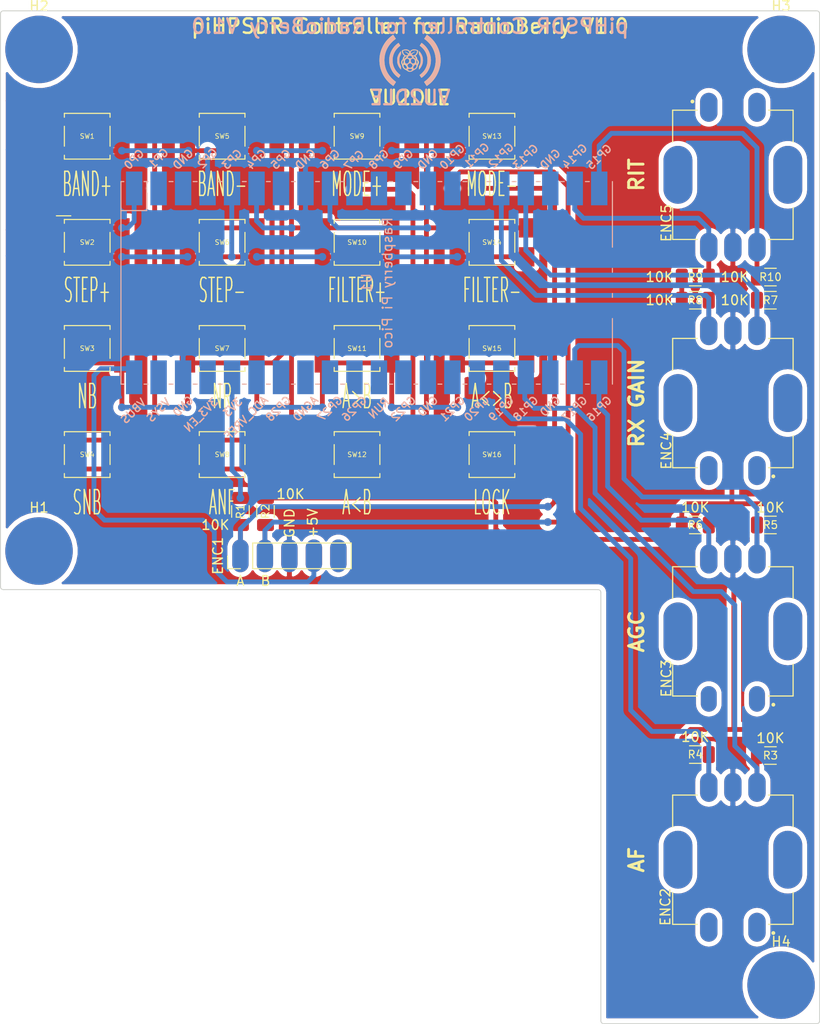
<source format=kicad_pcb>
(kicad_pcb (version 20240928) (generator "gerbview") (generator_version "9.0")
  (layers (0 F.Cu signal) (2 B.Cu signal) (1 F.Mask user) (3 B.Mask user) (5 F.SilkS user) (7 B.SilkS user) (13 F.Paste user) (15 B.Paste user) (25 Edge.Cuts user))
  (gr_arc (start 148.7 135) (mid 148.91213 134.91213) (end 149 134.7) (layer Edge.Cuts) (stroke (width 0.1)))
  (gr_arc (start 126.3 134.7) (mid 126.38787 134.91213) (end 126.6 135) (layer Edge.Cuts) (stroke (width 0.1)))
  (gr_line (start 126.3 90.3) (end 126.3 134.7) (layer Edge.Cuts) (stroke (width 0.1)))
  (gr_arc (start 149 30.3) (mid 148.91213 30.08787) (end 148.7 30) (layer Edge.Cuts) (stroke (width 0.1)))
  (gr_arc (start 64.3 30) (mid 64.08787 30.08787) (end 64 30.3) (layer Edge.Cuts) (stroke (width 0.1)))
  (gr_arc (start 64 89.7) (mid 64.08787 89.91213) (end 64.3 90) (layer Edge.Cuts) (stroke (width 0.1)))
  (gr_line (start 126 90) (end 64.3 90) (layer Edge.Cuts) (stroke (width 0.1)))
  (gr_arc (start 126.3 90.3) (mid 126.21213 90.08787) (end 126 90) (layer Edge.Cuts) (stroke (width 0.1)))
  (gr_line (start 148.7 135) (end 126.6 135) (layer Edge.Cuts) (stroke (width 0.1)))
  (gr_line (start 64.3 30) (end 148.7 30) (layer Edge.Cuts) (stroke (width 0.1)))
  (gr_line (start 64 89.7) (end 64 30.3) (layer Edge.Cuts) (stroke (width 0.1)))
  (gr_line (start 149 30.3) (end 149 134.7) (layer Edge.Cuts) (stroke (width 0.1)))
  (gr_line (start 71.3 51.25) (end 69.8 51.25) (layer F.SilkS) (stroke (width 0.12)))
  (gr_line (start 130.25 119) (end 130.25 118.28571) (layer F.SilkS) (stroke (width 0.3)))
  (gr_line (start 130.67857 119.14286) (end 129.17857 118.64286) (layer F.SilkS) (stroke (width 0.3)))
  (gr_line (start 129.17857 118.64286) (end 130.67857 118.14286) (layer F.SilkS) (stroke (width 0.3)))
  (gr_line (start 129.89286 117.14286) (end 129.89286 117.64286) (layer F.SilkS) (stroke (width 0.3)))
  (gr_line (start 130.67857 117.64286) (end 129.17857 117.64286) (layer F.SilkS) (stroke (width 0.3)))
  (gr_line (start 129.17857 117.64286) (end 129.17857 116.92857) (layer F.SilkS) (stroke (width 0.3)))
  (gr_line (start 130.25 96.18714) (end 130.25 95.47286) (layer F.SilkS) (stroke (width 0.3)))
  (gr_line (start 130.67857 96.33) (end 129.17857 95.83) (layer F.SilkS) (stroke (width 0.3)))
  (gr_line (start 129.17857 95.83) (end 130.67857 95.33) (layer F.SilkS) (stroke (width 0.3)))
  (gr_line (start 129.25 94.04429) (end 129.17857 94.18714) (layer F.SilkS) (stroke (width 0.3)))
  (gr_line (start 129.17857 94.18714) (end 129.17857 94.40143) (layer F.SilkS) (stroke (width 0.3)))
  (gr_line (start 129.17857 94.40143) (end 129.25 94.61571) (layer F.SilkS) (stroke (width 0.3)))
  (gr_line (start 129.25 94.61571) (end 129.39286 94.75857) (layer F.SilkS) (stroke (width 0.3)))
  (gr_line (start 129.39286 94.75857) (end 129.53571 94.83) (layer F.SilkS) (stroke (width 0.3)))
  (gr_line (start 129.53571 94.83) (end 129.82143 94.90143) (layer F.SilkS) (stroke (width 0.3)))
  (gr_line (start 129.82143 94.90143) (end 130.03571 94.90143) (layer F.SilkS) (stroke (width 0.3)))
  (gr_line (start 130.03571 94.90143) (end 130.32143 94.83) (layer F.SilkS) (stroke (width 0.3)))
  (gr_line (start 130.32143 94.83) (end 130.46429 94.75857) (layer F.SilkS) (stroke (width 0.3)))
  (gr_line (start 130.46429 94.75857) (end 130.60714 94.61571) (layer F.SilkS) (stroke (width 0.3)))
  (gr_line (start 130.60714 94.61571) (end 130.67857 94.40143) (layer F.SilkS) (stroke (width 0.3)))
  (gr_line (start 130.67857 94.40143) (end 130.67857 94.25857) (layer F.SilkS) (stroke (width 0.3)))
  (gr_line (start 130.67857 94.25857) (end 130.60714 94.04429) (layer F.SilkS) (stroke (width 0.3)))
  (gr_line (start 130.60714 94.04429) (end 130.53571 93.97286) (layer F.SilkS) (stroke (width 0.3)))
  (gr_line (start 130.53571 93.97286) (end 130.03571 93.97286) (layer F.SilkS) (stroke (width 0.3)))
  (gr_line (start 130.03571 93.97286) (end 130.03571 94.25857) (layer F.SilkS) (stroke (width 0.3)))
  (gr_line (start 130.53571 92.47286) (end 130.60714 92.54429) (layer F.SilkS) (stroke (width 0.3)))
  (gr_line (start 130.60714 92.54429) (end 130.67857 92.75857) (layer F.SilkS) (stroke (width 0.3)))
  (gr_line (start 130.67857 92.75857) (end 130.67857 92.90143) (layer F.SilkS) (stroke (width 0.3)))
  (gr_line (start 130.67857 92.90143) (end 130.60714 93.11571) (layer F.SilkS) (stroke (width 0.3)))
  (gr_line (start 130.60714 93.11571) (end 130.46429 93.25857) (layer F.SilkS) (stroke (width 0.3)))
  (gr_line (start 130.46429 93.25857) (end 130.32143 93.33) (layer F.SilkS) (stroke (width 0.3)))
  (gr_line (start 130.32143 93.33) (end 130.03571 93.40143) (layer F.SilkS) (stroke (width 0.3)))
  (gr_line (start 130.03571 93.40143) (end 129.82143 93.40143) (layer F.SilkS) (stroke (width 0.3)))
  (gr_line (start 129.82143 93.40143) (end 129.53571 93.33) (layer F.SilkS) (stroke (width 0.3)))
  (gr_line (start 129.53571 93.33) (end 129.39286 93.25857) (layer F.SilkS) (stroke (width 0.3)))
  (gr_line (start 129.39286 93.25857) (end 129.25 93.11571) (layer F.SilkS) (stroke (width 0.3)))
  (gr_line (start 129.25 93.11571) (end 129.17857 92.90143) (layer F.SilkS) (stroke (width 0.3)))
  (gr_line (start 129.17857 92.90143) (end 129.17857 92.75857) (layer F.SilkS) (stroke (width 0.3)))
  (gr_line (start 129.17857 92.75857) (end 129.25 92.54429) (layer F.SilkS) (stroke (width 0.3)))
  (gr_line (start 129.25 92.54429) (end 129.32143 92.47286) (layer F.SilkS) (stroke (width 0.3)))
  (gr_line (start 130.67857 74.01714) (end 129.96429 74.51714) (layer F.SilkS) (stroke (width 0.3)))
  (gr_line (start 130.67857 74.87429) (end 129.17857 74.87429) (layer F.SilkS) (stroke (width 0.3)))
  (gr_line (start 129.17857 74.87429) (end 129.17857 74.30286) (layer F.SilkS) (stroke (width 0.3)))
  (gr_line (start 129.17857 74.30286) (end 129.25 74.16) (layer F.SilkS) (stroke (width 0.3)))
  (gr_line (start 129.25 74.16) (end 129.32143 74.08857) (layer F.SilkS) (stroke (width 0.3)))
  (gr_line (start 129.32143 74.08857) (end 129.46429 74.01714) (layer F.SilkS) (stroke (width 0.3)))
  (gr_line (start 129.46429 74.01714) (end 129.67857 74.01714) (layer F.SilkS) (stroke (width 0.3)))
  (gr_line (start 129.67857 74.01714) (end 129.82143 74.08857) (layer F.SilkS) (stroke (width 0.3)))
  (gr_line (start 129.82143 74.08857) (end 129.89286 74.16) (layer F.SilkS) (stroke (width 0.3)))
  (gr_line (start 129.89286 74.16) (end 129.96429 74.30286) (layer F.SilkS) (stroke (width 0.3)))
  (gr_line (start 129.96429 74.30286) (end 129.96429 74.87429) (layer F.SilkS) (stroke (width 0.3)))
  (gr_line (start 129.17857 73.51714) (end 130.67857 72.51714) (layer F.SilkS) (stroke (width 0.3)))
  (gr_line (start 129.17857 72.51714) (end 130.67857 73.51714) (layer F.SilkS) (stroke (width 0.3)))
  (gr_line (start 129.25 70.01714) (end 129.17857 70.16) (layer F.SilkS) (stroke (width 0.3)))
  (gr_line (start 129.17857 70.16) (end 129.17857 70.37429) (layer F.SilkS) (stroke (width 0.3)))
  (gr_line (start 129.17857 70.37429) (end 129.25 70.58857) (layer F.SilkS) (stroke (width 0.3)))
  (gr_line (start 129.25 70.58857) (end 129.39286 70.73143) (layer F.SilkS) (stroke (width 0.3)))
  (gr_line (start 129.39286 70.73143) (end 129.53571 70.80286) (layer F.SilkS) (stroke (width 0.3)))
  (gr_line (start 129.53571 70.80286) (end 129.82143 70.87429) (layer F.SilkS) (stroke (width 0.3)))
  (gr_line (start 129.82143 70.87429) (end 130.03571 70.87429) (layer F.SilkS) (stroke (width 0.3)))
  (gr_line (start 130.03571 70.87429) (end 130.32143 70.80286) (layer F.SilkS) (stroke (width 0.3)))
  (gr_line (start 130.32143 70.80286) (end 130.46429 70.73143) (layer F.SilkS) (stroke (width 0.3)))
  (gr_line (start 130.46429 70.73143) (end 130.60714 70.58857) (layer F.SilkS) (stroke (width 0.3)))
  (gr_line (start 130.60714 70.58857) (end 130.67857 70.37429) (layer F.SilkS) (stroke (width 0.3)))
  (gr_line (start 130.67857 70.37429) (end 130.67857 70.23143) (layer F.SilkS) (stroke (width 0.3)))
  (gr_line (start 130.67857 70.23143) (end 130.60714 70.01714) (layer F.SilkS) (stroke (width 0.3)))
  (gr_line (start 130.60714 70.01714) (end 130.53571 69.94571) (layer F.SilkS) (stroke (width 0.3)))
  (gr_line (start 130.53571 69.94571) (end 130.03571 69.94571) (layer F.SilkS) (stroke (width 0.3)))
  (gr_line (start 130.03571 69.94571) (end 130.03571 70.23143) (layer F.SilkS) (stroke (width 0.3)))
  (gr_line (start 130.25 69.37429) (end 130.25 68.66) (layer F.SilkS) (stroke (width 0.3)))
  (gr_line (start 130.67857 69.51714) (end 129.17857 69.01714) (layer F.SilkS) (stroke (width 0.3)))
  (gr_line (start 129.17857 69.01714) (end 130.67857 68.51714) (layer F.SilkS) (stroke (width 0.3)))
  (gr_line (start 130.67857 68.01714) (end 129.17857 68.01714) (layer F.SilkS) (stroke (width 0.3)))
  (gr_line (start 130.67857 67.30286) (end 129.17857 67.30286) (layer F.SilkS) (stroke (width 0.3)))
  (gr_line (start 129.17857 67.30286) (end 130.67857 66.44571) (layer F.SilkS) (stroke (width 0.3)))
  (gr_line (start 130.67857 66.44571) (end 129.17857 66.44571) (layer F.SilkS) (stroke (width 0.3)))
  (gr_line (start 130.67857 47.46429) (end 129.96429 47.96429) (layer F.SilkS) (stroke (width 0.3)))
  (gr_line (start 130.67857 48.32143) (end 129.17857 48.32143) (layer F.SilkS) (stroke (width 0.3)))
  (gr_line (start 129.17857 48.32143) (end 129.17857 47.75) (layer F.SilkS) (stroke (width 0.3)))
  (gr_line (start 129.17857 47.75) (end 129.25 47.60714) (layer F.SilkS) (stroke (width 0.3)))
  (gr_line (start 129.25 47.60714) (end 129.32143 47.53571) (layer F.SilkS) (stroke (width 0.3)))
  (gr_line (start 129.32143 47.53571) (end 129.46429 47.46429) (layer F.SilkS) (stroke (width 0.3)))
  (gr_line (start 129.46429 47.46429) (end 129.67857 47.46429) (layer F.SilkS) (stroke (width 0.3)))
  (gr_line (start 129.67857 47.46429) (end 129.82143 47.53571) (layer F.SilkS) (stroke (width 0.3)))
  (gr_line (start 129.82143 47.53571) (end 129.89286 47.60714) (layer F.SilkS) (stroke (width 0.3)))
  (gr_line (start 129.89286 47.60714) (end 129.96429 47.75) (layer F.SilkS) (stroke (width 0.3)))
  (gr_line (start 129.96429 47.75) (end 129.96429 48.32143) (layer F.SilkS) (stroke (width 0.3)))
  (gr_line (start 130.67857 46.82143) (end 129.17857 46.82143) (layer F.SilkS) (stroke (width 0.3)))
  (gr_line (start 129.17857 46.32143) (end 129.17857 45.46429) (layer F.SilkS) (stroke (width 0.3)))
  (gr_line (start 130.67857 45.89286) (end 129.17857 45.89286) (layer F.SilkS) (stroke (width 0.3)))
  (gr_line (start 84.17857 31.27857) (end 84.17857 32.77857) (layer F.SilkS) (stroke (width 0.25)))
  (gr_line (start 84.17857 31.35) (end 84.32143 31.27857) (layer F.SilkS) (stroke (width 0.25)))
  (gr_line (start 84.32143 31.27857) (end 84.60714 31.27857) (layer F.SilkS) (stroke (width 0.25)))
  (gr_line (start 84.60714 31.27857) (end 84.75 31.35) (layer F.SilkS) (stroke (width 0.25)))
  (gr_line (start 84.75 31.35) (end 84.82143 31.42143) (layer F.SilkS) (stroke (width 0.25)))
  (gr_line (start 84.82143 31.42143) (end 84.89286 31.56429) (layer F.SilkS) (stroke (width 0.25)))
  (gr_line (start 84.89286 31.56429) (end 84.89286 31.99286) (layer F.SilkS) (stroke (width 0.25)))
  (gr_line (start 84.89286 31.99286) (end 84.82143 32.13571) (layer F.SilkS) (stroke (width 0.25)))
  (gr_line (start 84.82143 32.13571) (end 84.75 32.20714) (layer F.SilkS) (stroke (width 0.25)))
  (gr_line (start 84.75 32.20714) (end 84.60714 32.27857) (layer F.SilkS) (stroke (width 0.25)))
  (gr_line (start 84.60714 32.27857) (end 84.32143 32.27857) (layer F.SilkS) (stroke (width 0.25)))
  (gr_line (start 84.32143 32.27857) (end 84.17857 32.20714) (layer F.SilkS) (stroke (width 0.25)))
  (gr_line (start 85.53571 32.27857) (end 85.53571 31.27857) (layer F.SilkS) (stroke (width 0.25)))
  (gr_line (start 85.53571 30.77857) (end 85.46429 30.85) (layer F.SilkS) (stroke (width 0.25)))
  (gr_line (start 85.46429 30.85) (end 85.53571 30.92143) (layer F.SilkS) (stroke (width 0.25)))
  (gr_line (start 85.53571 30.92143) (end 85.60714 30.85) (layer F.SilkS) (stroke (width 0.25)))
  (gr_line (start 85.60714 30.85) (end 85.53571 30.77857) (layer F.SilkS) (stroke (width 0.25)))
  (gr_line (start 85.53571 30.77857) (end 85.53571 30.92143) (layer F.SilkS) (stroke (width 0.25)))
  (gr_line (start 86.25 32.27857) (end 86.25 30.77857) (layer F.SilkS) (stroke (width 0.25)))
  (gr_line (start 86.25 31.49286) (end 87.10714 31.49286) (layer F.SilkS) (stroke (width 0.25)))
  (gr_line (start 87.10714 32.27857) (end 87.10714 30.77857) (layer F.SilkS) (stroke (width 0.25)))
  (gr_line (start 87.82143 32.27857) (end 87.82143 30.77857) (layer F.SilkS) (stroke (width 0.25)))
  (gr_line (start 87.82143 30.77857) (end 88.39286 30.77857) (layer F.SilkS) (stroke (width 0.25)))
  (gr_line (start 88.39286 30.77857) (end 88.53571 30.85) (layer F.SilkS) (stroke (width 0.25)))
  (gr_line (start 88.53571 30.85) (end 88.60714 30.92143) (layer F.SilkS) (stroke (width 0.25)))
  (gr_line (start 88.60714 30.92143) (end 88.67857 31.06429) (layer F.SilkS) (stroke (width 0.25)))
  (gr_line (start 88.67857 31.06429) (end 88.67857 31.27857) (layer F.SilkS) (stroke (width 0.25)))
  (gr_line (start 88.67857 31.27857) (end 88.60714 31.42143) (layer F.SilkS) (stroke (width 0.25)))
  (gr_line (start 88.60714 31.42143) (end 88.53571 31.49286) (layer F.SilkS) (stroke (width 0.25)))
  (gr_line (start 88.53571 31.49286) (end 88.39286 31.56429) (layer F.SilkS) (stroke (width 0.25)))
  (gr_line (start 88.39286 31.56429) (end 87.82143 31.56429) (layer F.SilkS) (stroke (width 0.25)))
  (gr_line (start 89.25 32.20714) (end 89.46429 32.27857) (layer F.SilkS) (stroke (width 0.25)))
  (gr_line (start 89.46429 32.27857) (end 89.82143 32.27857) (layer F.SilkS) (stroke (width 0.25)))
  (gr_line (start 89.82143 32.27857) (end 89.96429 32.20714) (layer F.SilkS) (stroke (width 0.25)))
  (gr_line (start 89.96429 32.20714) (end 90.03571 32.13571) (layer F.SilkS) (stroke (width 0.25)))
  (gr_line (start 90.03571 32.13571) (end 90.10714 31.99286) (layer F.SilkS) (stroke (width 0.25)))
  (gr_line (start 90.10714 31.99286) (end 90.10714 31.85) (layer F.SilkS) (stroke (width 0.25)))
  (gr_line (start 90.10714 31.85) (end 90.03571 31.70714) (layer F.SilkS) (stroke (width 0.25)))
  (gr_line (start 90.03571 31.70714) (end 89.96429 31.63571) (layer F.SilkS) (stroke (width 0.25)))
  (gr_line (start 89.96429 31.63571) (end 89.82143 31.56429) (layer F.SilkS) (stroke (width 0.25)))
  (gr_line (start 89.82143 31.56429) (end 89.53571 31.49286) (layer F.SilkS) (stroke (width 0.25)))
  (gr_line (start 89.53571 31.49286) (end 89.39286 31.42143) (layer F.SilkS) (stroke (width 0.25)))
  (gr_line (start 89.39286 31.42143) (end 89.32143 31.35) (layer F.SilkS) (stroke (width 0.25)))
  (gr_line (start 89.32143 31.35) (end 89.25 31.20714) (layer F.SilkS) (stroke (width 0.25)))
  (gr_line (start 89.25 31.20714) (end 89.25 31.06429) (layer F.SilkS) (stroke (width 0.25)))
  (gr_line (start 89.25 31.06429) (end 89.32143 30.92143) (layer F.SilkS) (stroke (width 0.25)))
  (gr_line (start 89.32143 30.92143) (end 89.39286 30.85) (layer F.SilkS) (stroke (width 0.25)))
  (gr_line (start 89.39286 30.85) (end 89.53571 30.77857) (layer F.SilkS) (stroke (width 0.25)))
  (gr_line (start 89.53571 30.77857) (end 89.89286 30.77857) (layer F.SilkS) (stroke (width 0.25)))
  (gr_line (start 89.89286 30.77857) (end 90.10714 30.85) (layer F.SilkS) (stroke (width 0.25)))
  (gr_line (start 90.75 32.27857) (end 90.75 30.77857) (layer F.SilkS) (stroke (width 0.25)))
  (gr_line (start 90.75 30.77857) (end 91.10714 30.77857) (layer F.SilkS) (stroke (width 0.25)))
  (gr_line (start 91.10714 30.77857) (end 91.32143 30.85) (layer F.SilkS) (stroke (width 0.25)))
  (gr_line (start 91.32143 30.85) (end 91.46429 30.99286) (layer F.SilkS) (stroke (width 0.25)))
  (gr_line (start 91.46429 30.99286) (end 91.53571 31.13571) (layer F.SilkS) (stroke (width 0.25)))
  (gr_line (start 91.53571 31.13571) (end 91.60714 31.42143) (layer F.SilkS) (stroke (width 0.25)))
  (gr_line (start 91.60714 31.42143) (end 91.60714 31.63571) (layer F.SilkS) (stroke (width 0.25)))
  (gr_line (start 91.60714 31.63571) (end 91.53571 31.92143) (layer F.SilkS) (stroke (width 0.25)))
  (gr_line (start 91.53571 31.92143) (end 91.46429 32.06429) (layer F.SilkS) (stroke (width 0.25)))
  (gr_line (start 91.46429 32.06429) (end 91.32143 32.20714) (layer F.SilkS) (stroke (width 0.25)))
  (gr_line (start 91.32143 32.20714) (end 91.10714 32.27857) (layer F.SilkS) (stroke (width 0.25)))
  (gr_line (start 91.10714 32.27857) (end 90.75 32.27857) (layer F.SilkS) (stroke (width 0.25)))
  (gr_line (start 93.10714 32.27857) (end 92.60714 31.56429) (layer F.SilkS) (stroke (width 0.25)))
  (gr_line (start 92.25 32.27857) (end 92.25 30.77857) (layer F.SilkS) (stroke (width 0.25)))
  (gr_line (start 92.25 30.77857) (end 92.82143 30.77857) (layer F.SilkS) (stroke (width 0.25)))
  (gr_line (start 92.82143 30.77857) (end 92.96429 30.85) (layer F.SilkS) (stroke (width 0.25)))
  (gr_line (start 92.96429 30.85) (end 93.03571 30.92143) (layer F.SilkS) (stroke (width 0.25)))
  (gr_line (start 93.03571 30.92143) (end 93.10714 31.06429) (layer F.SilkS) (stroke (width 0.25)))
  (gr_line (start 93.10714 31.06429) (end 93.10714 31.27857) (layer F.SilkS) (stroke (width 0.25)))
  (gr_line (start 93.10714 31.27857) (end 93.03571 31.42143) (layer F.SilkS) (stroke (width 0.25)))
  (gr_line (start 93.03571 31.42143) (end 92.96429 31.49286) (layer F.SilkS) (stroke (width 0.25)))
  (gr_line (start 92.96429 31.49286) (end 92.82143 31.56429) (layer F.SilkS) (stroke (width 0.25)))
  (gr_line (start 92.82143 31.56429) (end 92.25 31.56429) (layer F.SilkS) (stroke (width 0.25)))
  (gr_line (start 95.75 32.13571) (end 95.67857 32.20714) (layer F.SilkS) (stroke (width 0.25)))
  (gr_line (start 95.67857 32.20714) (end 95.46429 32.27857) (layer F.SilkS) (stroke (width 0.25)))
  (gr_line (start 95.46429 32.27857) (end 95.32143 32.27857) (layer F.SilkS) (stroke (width 0.25)))
  (gr_line (start 95.32143 32.27857) (end 95.10714 32.20714) (layer F.SilkS) (stroke (width 0.25)))
  (gr_line (start 95.10714 32.20714) (end 94.96429 32.06429) (layer F.SilkS) (stroke (width 0.25)))
  (gr_line (start 94.96429 32.06429) (end 94.89286 31.92143) (layer F.SilkS) (stroke (width 0.25)))
  (gr_line (start 94.89286 31.92143) (end 94.82143 31.63571) (layer F.SilkS) (stroke (width 0.25)))
  (gr_line (start 94.82143 31.63571) (end 94.82143 31.42143) (layer F.SilkS) (stroke (width 0.25)))
  (gr_line (start 94.82143 31.42143) (end 94.89286 31.13571) (layer F.SilkS) (stroke (width 0.25)))
  (gr_line (start 94.89286 31.13571) (end 94.96429 30.99286) (layer F.SilkS) (stroke (width 0.25)))
  (gr_line (start 94.96429 30.99286) (end 95.10714 30.85) (layer F.SilkS) (stroke (width 0.25)))
  (gr_line (start 95.10714 30.85) (end 95.32143 30.77857) (layer F.SilkS) (stroke (width 0.25)))
  (gr_line (start 95.32143 30.77857) (end 95.46429 30.77857) (layer F.SilkS) (stroke (width 0.25)))
  (gr_line (start 95.46429 30.77857) (end 95.67857 30.85) (layer F.SilkS) (stroke (width 0.25)))
  (gr_line (start 95.67857 30.85) (end 95.75 30.92143) (layer F.SilkS) (stroke (width 0.25)))
  (gr_line (start 96.60714 32.27857) (end 96.46429 32.20714) (layer F.SilkS) (stroke (width 0.25)))
  (gr_line (start 96.46429 32.20714) (end 96.39286 32.13571) (layer F.SilkS) (stroke (width 0.25)))
  (gr_line (start 96.39286 32.13571) (end 96.32143 31.99286) (layer F.SilkS) (stroke (width 0.25)))
  (gr_line (start 96.32143 31.99286) (end 96.32143 31.56429) (layer F.SilkS) (stroke (width 0.25)))
  (gr_line (start 96.32143 31.56429) (end 96.39286 31.42143) (layer F.SilkS) (stroke (width 0.25)))
  (gr_line (start 96.39286 31.42143) (end 96.46429 31.35) (layer F.SilkS) (stroke (width 0.25)))
  (gr_line (start 96.46429 31.35) (end 96.60714 31.27857) (layer F.SilkS) (stroke (width 0.25)))
  (gr_line (start 96.60714 31.27857) (end 96.82143 31.27857) (layer F.SilkS) (stroke (width 0.25)))
  (gr_line (start 96.82143 31.27857) (end 96.96429 31.35) (layer F.SilkS) (stroke (width 0.25)))
  (gr_line (start 96.96429 31.35) (end 97.03571 31.42143) (layer F.SilkS) (stroke (width 0.25)))
  (gr_line (start 97.03571 31.42143) (end 97.10714 31.56429) (layer F.SilkS) (stroke (width 0.25)))
  (gr_line (start 97.10714 31.56429) (end 97.10714 31.99286) (layer F.SilkS) (stroke (width 0.25)))
  (gr_line (start 97.10714 31.99286) (end 97.03571 32.13571) (layer F.SilkS) (stroke (width 0.25)))
  (gr_line (start 97.03571 32.13571) (end 96.96429 32.20714) (layer F.SilkS) (stroke (width 0.25)))
  (gr_line (start 96.96429 32.20714) (end 96.82143 32.27857) (layer F.SilkS) (stroke (width 0.25)))
  (gr_line (start 96.82143 32.27857) (end 96.60714 32.27857) (layer F.SilkS) (stroke (width 0.25)))
  (gr_line (start 97.75 31.27857) (end 97.75 32.27857) (layer F.SilkS) (stroke (width 0.25)))
  (gr_line (start 97.75 31.42143) (end 97.82143 31.35) (layer F.SilkS) (stroke (width 0.25)))
  (gr_line (start 97.82143 31.35) (end 97.96429 31.27857) (layer F.SilkS) (stroke (width 0.25)))
  (gr_line (start 97.96429 31.27857) (end 98.17857 31.27857) (layer F.SilkS) (stroke (width 0.25)))
  (gr_line (start 98.17857 31.27857) (end 98.32143 31.35) (layer F.SilkS) (stroke (width 0.25)))
  (gr_line (start 98.32143 31.35) (end 98.39286 31.49286) (layer F.SilkS) (stroke (width 0.25)))
  (gr_line (start 98.39286 31.49286) (end 98.39286 32.27857) (layer F.SilkS) (stroke (width 0.25)))
  (gr_line (start 98.89286 31.27857) (end 99.46429 31.27857) (layer F.SilkS) (stroke (width 0.25)))
  (gr_line (start 99.10714 30.77857) (end 99.10714 32.06429) (layer F.SilkS) (stroke (width 0.25)))
  (gr_line (start 99.10714 32.06429) (end 99.17857 32.20714) (layer F.SilkS) (stroke (width 0.25)))
  (gr_line (start 99.17857 32.20714) (end 99.32143 32.27857) (layer F.SilkS) (stroke (width 0.25)))
  (gr_line (start 99.32143 32.27857) (end 99.46429 32.27857) (layer F.SilkS) (stroke (width 0.25)))
  (gr_line (start 99.96429 32.27857) (end 99.96429 31.27857) (layer F.SilkS) (stroke (width 0.25)))
  (gr_line (start 99.96429 31.56429) (end 100.03571 31.42143) (layer F.SilkS) (stroke (width 0.25)))
  (gr_line (start 100.03571 31.42143) (end 100.10714 31.35) (layer F.SilkS) (stroke (width 0.25)))
  (gr_line (start 100.10714 31.35) (end 100.25 31.27857) (layer F.SilkS) (stroke (width 0.25)))
  (gr_line (start 100.25 31.27857) (end 100.39286 31.27857) (layer F.SilkS) (stroke (width 0.25)))
  (gr_line (start 101.10714 32.27857) (end 100.96429 32.20714) (layer F.SilkS) (stroke (width 0.25)))
  (gr_line (start 100.96429 32.20714) (end 100.89286 32.13571) (layer F.SilkS) (stroke (width 0.25)))
  (gr_line (start 100.89286 32.13571) (end 100.82143 31.99286) (layer F.SilkS) (stroke (width 0.25)))
  (gr_line (start 100.82143 31.99286) (end 100.82143 31.56429) (layer F.SilkS) (stroke (width 0.25)))
  (gr_line (start 100.82143 31.56429) (end 100.89286 31.42143) (layer F.SilkS) (stroke (width 0.25)))
  (gr_line (start 100.89286 31.42143) (end 100.96429 31.35) (layer F.SilkS) (stroke (width 0.25)))
  (gr_line (start 100.96429 31.35) (end 101.10714 31.27857) (layer F.SilkS) (stroke (width 0.25)))
  (gr_line (start 101.10714 31.27857) (end 101.32143 31.27857) (layer F.SilkS) (stroke (width 0.25)))
  (gr_line (start 101.32143 31.27857) (end 101.46429 31.35) (layer F.SilkS) (stroke (width 0.25)))
  (gr_line (start 101.46429 31.35) (end 101.53571 31.42143) (layer F.SilkS) (stroke (width 0.25)))
  (gr_line (start 101.53571 31.42143) (end 101.60714 31.56429) (layer F.SilkS) (stroke (width 0.25)))
  (gr_line (start 101.60714 31.56429) (end 101.60714 31.99286) (layer F.SilkS) (stroke (width 0.25)))
  (gr_line (start 101.60714 31.99286) (end 101.53571 32.13571) (layer F.SilkS) (stroke (width 0.25)))
  (gr_line (start 101.53571 32.13571) (end 101.46429 32.20714) (layer F.SilkS) (stroke (width 0.25)))
  (gr_line (start 101.46429 32.20714) (end 101.32143 32.27857) (layer F.SilkS) (stroke (width 0.25)))
  (gr_line (start 101.32143 32.27857) (end 101.10714 32.27857) (layer F.SilkS) (stroke (width 0.25)))
  (gr_line (start 102.46429 32.27857) (end 102.32143 32.20714) (layer F.SilkS) (stroke (width 0.25)))
  (gr_line (start 102.32143 32.20714) (end 102.25 32.06429) (layer F.SilkS) (stroke (width 0.25)))
  (gr_line (start 102.25 32.06429) (end 102.25 30.77857) (layer F.SilkS) (stroke (width 0.25)))
  (gr_line (start 103.25 32.27857) (end 103.10714 32.20714) (layer F.SilkS) (stroke (width 0.25)))
  (gr_line (start 103.10714 32.20714) (end 103.03571 32.06429) (layer F.SilkS) (stroke (width 0.25)))
  (gr_line (start 103.03571 32.06429) (end 103.03571 30.77857) (layer F.SilkS) (stroke (width 0.25)))
  (gr_line (start 104.39286 32.20714) (end 104.25 32.27857) (layer F.SilkS) (stroke (width 0.25)))
  (gr_line (start 104.25 32.27857) (end 103.96429 32.27857) (layer F.SilkS) (stroke (width 0.25)))
  (gr_line (start 103.96429 32.27857) (end 103.82143 32.20714) (layer F.SilkS) (stroke (width 0.25)))
  (gr_line (start 103.82143 32.20714) (end 103.75 32.06429) (layer F.SilkS) (stroke (width 0.25)))
  (gr_line (start 103.75 32.06429) (end 103.75 31.49286) (layer F.SilkS) (stroke (width 0.25)))
  (gr_line (start 103.75 31.49286) (end 103.82143 31.35) (layer F.SilkS) (stroke (width 0.25)))
  (gr_line (start 103.82143 31.35) (end 103.96429 31.27857) (layer F.SilkS) (stroke (width 0.25)))
  (gr_line (start 103.96429 31.27857) (end 104.25 31.27857) (layer F.SilkS) (stroke (width 0.25)))
  (gr_line (start 104.25 31.27857) (end 104.39286 31.35) (layer F.SilkS) (stroke (width 0.25)))
  (gr_line (start 104.39286 31.35) (end 104.46429 31.49286) (layer F.SilkS) (stroke (width 0.25)))
  (gr_line (start 104.46429 31.49286) (end 104.46429 31.63571) (layer F.SilkS) (stroke (width 0.25)))
  (gr_line (start 104.46429 31.63571) (end 103.75 31.77857) (layer F.SilkS) (stroke (width 0.25)))
  (gr_line (start 105.10714 32.27857) (end 105.10714 31.27857) (layer F.SilkS) (stroke (width 0.25)))
  (gr_line (start 105.10714 31.56429) (end 105.17857 31.42143) (layer F.SilkS) (stroke (width 0.25)))
  (gr_line (start 105.17857 31.42143) (end 105.25 31.35) (layer F.SilkS) (stroke (width 0.25)))
  (gr_line (start 105.25 31.35) (end 105.39286 31.27857) (layer F.SilkS) (stroke (width 0.25)))
  (gr_line (start 105.39286 31.27857) (end 105.53571 31.27857) (layer F.SilkS) (stroke (width 0.25)))
  (gr_line (start 106.96429 31.27857) (end 107.53571 31.27857) (layer F.SilkS) (stroke (width 0.25)))
  (gr_line (start 107.17857 32.27857) (end 107.17857 30.99286) (layer F.SilkS) (stroke (width 0.25)))
  (gr_line (start 107.17857 30.99286) (end 107.25 30.85) (layer F.SilkS) (stroke (width 0.25)))
  (gr_line (start 107.25 30.85) (end 107.39286 30.77857) (layer F.SilkS) (stroke (width 0.25)))
  (gr_line (start 107.39286 30.77857) (end 107.53571 30.77857) (layer F.SilkS) (stroke (width 0.25)))
  (gr_line (start 108.25 32.27857) (end 108.10714 32.20714) (layer F.SilkS) (stroke (width 0.25)))
  (gr_line (start 108.10714 32.20714) (end 108.03571 32.13571) (layer F.SilkS) (stroke (width 0.25)))
  (gr_line (start 108.03571 32.13571) (end 107.96429 31.99286) (layer F.SilkS) (stroke (width 0.25)))
  (gr_line (start 107.96429 31.99286) (end 107.96429 31.56429) (layer F.SilkS) (stroke (width 0.25)))
  (gr_line (start 107.96429 31.56429) (end 108.03571 31.42143) (layer F.SilkS) (stroke (width 0.25)))
  (gr_line (start 108.03571 31.42143) (end 108.10714 31.35) (layer F.SilkS) (stroke (width 0.25)))
  (gr_line (start 108.10714 31.35) (end 108.25 31.27857) (layer F.SilkS) (stroke (width 0.25)))
  (gr_line (start 108.25 31.27857) (end 108.46429 31.27857) (layer F.SilkS) (stroke (width 0.25)))
  (gr_line (start 108.46429 31.27857) (end 108.60714 31.35) (layer F.SilkS) (stroke (width 0.25)))
  (gr_line (start 108.60714 31.35) (end 108.67857 31.42143) (layer F.SilkS) (stroke (width 0.25)))
  (gr_line (start 108.67857 31.42143) (end 108.75 31.56429) (layer F.SilkS) (stroke (width 0.25)))
  (gr_line (start 108.75 31.56429) (end 108.75 31.99286) (layer F.SilkS) (stroke (width 0.25)))
  (gr_line (start 108.75 31.99286) (end 108.67857 32.13571) (layer F.SilkS) (stroke (width 0.25)))
  (gr_line (start 108.67857 32.13571) (end 108.60714 32.20714) (layer F.SilkS) (stroke (width 0.25)))
  (gr_line (start 108.60714 32.20714) (end 108.46429 32.27857) (layer F.SilkS) (stroke (width 0.25)))
  (gr_line (start 108.46429 32.27857) (end 108.25 32.27857) (layer F.SilkS) (stroke (width 0.25)))
  (gr_line (start 109.39286 32.27857) (end 109.39286 31.27857) (layer F.SilkS) (stroke (width 0.25)))
  (gr_line (start 109.39286 31.56429) (end 109.46429 31.42143) (layer F.SilkS) (stroke (width 0.25)))
  (gr_line (start 109.46429 31.42143) (end 109.53571 31.35) (layer F.SilkS) (stroke (width 0.25)))
  (gr_line (start 109.53571 31.35) (end 109.67857 31.27857) (layer F.SilkS) (stroke (width 0.25)))
  (gr_line (start 109.67857 31.27857) (end 109.82143 31.27857) (layer F.SilkS) (stroke (width 0.25)))
  (gr_line (start 112.32143 32.27857) (end 111.82143 31.56429) (layer F.SilkS) (stroke (width 0.25)))
  (gr_line (start 111.46429 32.27857) (end 111.46429 30.77857) (layer F.SilkS) (stroke (width 0.25)))
  (gr_line (start 111.46429 30.77857) (end 112.03571 30.77857) (layer F.SilkS) (stroke (width 0.25)))
  (gr_line (start 112.03571 30.77857) (end 112.17857 30.85) (layer F.SilkS) (stroke (width 0.25)))
  (gr_line (start 112.17857 30.85) (end 112.25 30.92143) (layer F.SilkS) (stroke (width 0.25)))
  (gr_line (start 112.25 30.92143) (end 112.32143 31.06429) (layer F.SilkS) (stroke (width 0.25)))
  (gr_line (start 112.32143 31.06429) (end 112.32143 31.27857) (layer F.SilkS) (stroke (width 0.25)))
  (gr_line (start 112.32143 31.27857) (end 112.25 31.42143) (layer F.SilkS) (stroke (width 0.25)))
  (gr_line (start 112.25 31.42143) (end 112.17857 31.49286) (layer F.SilkS) (stroke (width 0.25)))
  (gr_line (start 112.17857 31.49286) (end 112.03571 31.56429) (layer F.SilkS) (stroke (width 0.25)))
  (gr_line (start 112.03571 31.56429) (end 111.46429 31.56429) (layer F.SilkS) (stroke (width 0.25)))
  (gr_line (start 113.60714 32.27857) (end 113.60714 31.49286) (layer F.SilkS) (stroke (width 0.25)))
  (gr_line (start 113.60714 31.49286) (end 113.53571 31.35) (layer F.SilkS) (stroke (width 0.25)))
  (gr_line (start 113.53571 31.35) (end 113.39286 31.27857) (layer F.SilkS) (stroke (width 0.25)))
  (gr_line (start 113.39286 31.27857) (end 113.10714 31.27857) (layer F.SilkS) (stroke (width 0.25)))
  (gr_line (start 113.10714 31.27857) (end 112.96429 31.35) (layer F.SilkS) (stroke (width 0.25)))
  (gr_line (start 113.60714 32.20714) (end 113.46429 32.27857) (layer F.SilkS) (stroke (width 0.25)))
  (gr_line (start 113.46429 32.27857) (end 113.10714 32.27857) (layer F.SilkS) (stroke (width 0.25)))
  (gr_line (start 113.10714 32.27857) (end 112.96429 32.20714) (layer F.SilkS) (stroke (width 0.25)))
  (gr_line (start 112.96429 32.20714) (end 112.89286 32.06429) (layer F.SilkS) (stroke (width 0.25)))
  (gr_line (start 112.89286 32.06429) (end 112.89286 31.92143) (layer F.SilkS) (stroke (width 0.25)))
  (gr_line (start 112.89286 31.92143) (end 112.96429 31.77857) (layer F.SilkS) (stroke (width 0.25)))
  (gr_line (start 112.96429 31.77857) (end 113.10714 31.70714) (layer F.SilkS) (stroke (width 0.25)))
  (gr_line (start 113.10714 31.70714) (end 113.46429 31.70714) (layer F.SilkS) (stroke (width 0.25)))
  (gr_line (start 113.46429 31.70714) (end 113.60714 31.63571) (layer F.SilkS) (stroke (width 0.25)))
  (gr_line (start 114.96429 32.27857) (end 114.96429 30.77857) (layer F.SilkS) (stroke (width 0.25)))
  (gr_line (start 114.96429 32.20714) (end 114.82143 32.27857) (layer F.SilkS) (stroke (width 0.25)))
  (gr_line (start 114.82143 32.27857) (end 114.53571 32.27857) (layer F.SilkS) (stroke (width 0.25)))
  (gr_line (start 114.53571 32.27857) (end 114.39286 32.20714) (layer F.SilkS) (stroke (width 0.25)))
  (gr_line (start 114.39286 32.20714) (end 114.32143 32.13571) (layer F.SilkS) (stroke (width 0.25)))
  (gr_line (start 114.32143 32.13571) (end 114.25 31.99286) (layer F.SilkS) (stroke (width 0.25)))
  (gr_line (start 114.25 31.99286) (end 114.25 31.56429) (layer F.SilkS) (stroke (width 0.25)))
  (gr_line (start 114.25 31.56429) (end 114.32143 31.42143) (layer F.SilkS) (stroke (width 0.25)))
  (gr_line (start 114.32143 31.42143) (end 114.39286 31.35) (layer F.SilkS) (stroke (width 0.25)))
  (gr_line (start 114.39286 31.35) (end 114.53571 31.27857) (layer F.SilkS) (stroke (width 0.25)))
  (gr_line (start 114.53571 31.27857) (end 114.82143 31.27857) (layer F.SilkS) (stroke (width 0.25)))
  (gr_line (start 114.82143 31.27857) (end 114.96429 31.35) (layer F.SilkS) (stroke (width 0.25)))
  (gr_line (start 115.67857 32.27857) (end 115.67857 31.27857) (layer F.SilkS) (stroke (width 0.25)))
  (gr_line (start 115.67857 30.77857) (end 115.60714 30.85) (layer F.SilkS) (stroke (width 0.25)))
  (gr_line (start 115.60714 30.85) (end 115.67857 30.92143) (layer F.SilkS) (stroke (width 0.25)))
  (gr_line (start 115.67857 30.92143) (end 115.75 30.85) (layer F.SilkS) (stroke (width 0.25)))
  (gr_line (start 115.75 30.85) (end 115.67857 30.77857) (layer F.SilkS) (stroke (width 0.25)))
  (gr_line (start 115.67857 30.77857) (end 115.67857 30.92143) (layer F.SilkS) (stroke (width 0.25)))
  (gr_line (start 116.60714 32.27857) (end 116.46429 32.20714) (layer F.SilkS) (stroke (width 0.25)))
  (gr_line (start 116.46429 32.20714) (end 116.39286 32.13571) (layer F.SilkS) (stroke (width 0.25)))
  (gr_line (start 116.39286 32.13571) (end 116.32143 31.99286) (layer F.SilkS) (stroke (width 0.25)))
  (gr_line (start 116.32143 31.99286) (end 116.32143 31.56429) (layer F.SilkS) (stroke (width 0.25)))
  (gr_line (start 116.32143 31.56429) (end 116.39286 31.42143) (layer F.SilkS) (stroke (width 0.25)))
  (gr_line (start 116.39286 31.42143) (end 116.46429 31.35) (layer F.SilkS) (stroke (width 0.25)))
  (gr_line (start 116.46429 31.35) (end 116.60714 31.27857) (layer F.SilkS) (stroke (width 0.25)))
  (gr_line (start 116.60714 31.27857) (end 116.82143 31.27857) (layer F.SilkS) (stroke (width 0.25)))
  (gr_line (start 116.82143 31.27857) (end 116.96429 31.35) (layer F.SilkS) (stroke (width 0.25)))
  (gr_line (start 116.96429 31.35) (end 117.03571 31.42143) (layer F.SilkS) (stroke (width 0.25)))
  (gr_line (start 117.03571 31.42143) (end 117.10714 31.56429) (layer F.SilkS) (stroke (width 0.25)))
  (gr_line (start 117.10714 31.56429) (end 117.10714 31.99286) (layer F.SilkS) (stroke (width 0.25)))
  (gr_line (start 117.10714 31.99286) (end 117.03571 32.13571) (layer F.SilkS) (stroke (width 0.25)))
  (gr_line (start 117.03571 32.13571) (end 116.96429 32.20714) (layer F.SilkS) (stroke (width 0.25)))
  (gr_line (start 116.96429 32.20714) (end 116.82143 32.27857) (layer F.SilkS) (stroke (width 0.25)))
  (gr_line (start 116.82143 32.27857) (end 116.60714 32.27857) (layer F.SilkS) (stroke (width 0.25)))
  (gr_line (start 118.25 31.49286) (end 118.46429 31.56429) (layer F.SilkS) (stroke (width 0.25)))
  (gr_line (start 118.46429 31.56429) (end 118.53571 31.63571) (layer F.SilkS) (stroke (width 0.25)))
  (gr_line (start 118.53571 31.63571) (end 118.60714 31.77857) (layer F.SilkS) (stroke (width 0.25)))
  (gr_line (start 118.60714 31.77857) (end 118.60714 31.99286) (layer F.SilkS) (stroke (width 0.25)))
  (gr_line (start 118.60714 31.99286) (end 118.53571 32.13571) (layer F.SilkS) (stroke (width 0.25)))
  (gr_line (start 118.53571 32.13571) (end 118.46429 32.20714) (layer F.SilkS) (stroke (width 0.25)))
  (gr_line (start 118.46429 32.20714) (end 118.32143 32.27857) (layer F.SilkS) (stroke (width 0.25)))
  (gr_line (start 118.32143 32.27857) (end 117.75 32.27857) (layer F.SilkS) (stroke (width 0.25)))
  (gr_line (start 117.75 32.27857) (end 117.75 30.77857) (layer F.SilkS) (stroke (width 0.25)))
  (gr_line (start 117.75 30.77857) (end 118.25 30.77857) (layer F.SilkS) (stroke (width 0.25)))
  (gr_line (start 118.25 30.77857) (end 118.39286 30.85) (layer F.SilkS) (stroke (width 0.25)))
  (gr_line (start 118.39286 30.85) (end 118.46429 30.92143) (layer F.SilkS) (stroke (width 0.25)))
  (gr_line (start 118.46429 30.92143) (end 118.53571 31.06429) (layer F.SilkS) (stroke (width 0.25)))
  (gr_line (start 118.53571 31.06429) (end 118.53571 31.20714) (layer F.SilkS) (stroke (width 0.25)))
  (gr_line (start 118.53571 31.20714) (end 118.46429 31.35) (layer F.SilkS) (stroke (width 0.25)))
  (gr_line (start 118.46429 31.35) (end 118.39286 31.42143) (layer F.SilkS) (stroke (width 0.25)))
  (gr_line (start 118.39286 31.42143) (end 118.25 31.49286) (layer F.SilkS) (stroke (width 0.25)))
  (gr_line (start 118.25 31.49286) (end 117.75 31.49286) (layer F.SilkS) (stroke (width 0.25)))
  (gr_line (start 119.82143 32.20714) (end 119.67857 32.27857) (layer F.SilkS) (stroke (width 0.25)))
  (gr_line (start 119.67857 32.27857) (end 119.39286 32.27857) (layer F.SilkS) (stroke (width 0.25)))
  (gr_line (start 119.39286 32.27857) (end 119.25 32.20714) (layer F.SilkS) (stroke (width 0.25)))
  (gr_line (start 119.25 32.20714) (end 119.17857 32.06429) (layer F.SilkS) (stroke (width 0.25)))
  (gr_line (start 119.17857 32.06429) (end 119.17857 31.49286) (layer F.SilkS) (stroke (width 0.25)))
  (gr_line (start 119.17857 31.49286) (end 119.25 31.35) (layer F.SilkS) (stroke (width 0.25)))
  (gr_line (start 119.25 31.35) (end 119.39286 31.27857) (layer F.SilkS) (stroke (width 0.25)))
  (gr_line (start 119.39286 31.27857) (end 119.67857 31.27857) (layer F.SilkS) (stroke (width 0.25)))
  (gr_line (start 119.67857 31.27857) (end 119.82143 31.35) (layer F.SilkS) (stroke (width 0.25)))
  (gr_line (start 119.82143 31.35) (end 119.89286 31.49286) (layer F.SilkS) (stroke (width 0.25)))
  (gr_line (start 119.89286 31.49286) (end 119.89286 31.63571) (layer F.SilkS) (stroke (width 0.25)))
  (gr_line (start 119.89286 31.63571) (end 119.17857 31.77857) (layer F.SilkS) (stroke (width 0.25)))
  (gr_line (start 120.53571 32.27857) (end 120.53571 31.27857) (layer F.SilkS) (stroke (width 0.25)))
  (gr_line (start 120.53571 31.56429) (end 120.60714 31.42143) (layer F.SilkS) (stroke (width 0.25)))
  (gr_line (start 120.60714 31.42143) (end 120.67857 31.35) (layer F.SilkS) (stroke (width 0.25)))
  (gr_line (start 120.67857 31.35) (end 120.82143 31.27857) (layer F.SilkS) (stroke (width 0.25)))
  (gr_line (start 120.82143 31.27857) (end 120.96429 31.27857) (layer F.SilkS) (stroke (width 0.25)))
  (gr_line (start 121.46429 32.27857) (end 121.46429 31.27857) (layer F.SilkS) (stroke (width 0.25)))
  (gr_line (start 121.46429 31.56429) (end 121.53571 31.42143) (layer F.SilkS) (stroke (width 0.25)))
  (gr_line (start 121.53571 31.42143) (end 121.60714 31.35) (layer F.SilkS) (stroke (width 0.25)))
  (gr_line (start 121.60714 31.35) (end 121.75 31.27857) (layer F.SilkS) (stroke (width 0.25)))
  (gr_line (start 121.75 31.27857) (end 121.89286 31.27857) (layer F.SilkS) (stroke (width 0.25)))
  (gr_line (start 122.25 31.27857) (end 122.60714 32.27857) (layer F.SilkS) (stroke (width 0.25)))
  (gr_line (start 122.96429 31.27857) (end 122.60714 32.27857) (layer F.SilkS) (stroke (width 0.25)))
  (gr_line (start 122.60714 32.27857) (end 122.46429 32.63571) (layer F.SilkS) (stroke (width 0.25)))
  (gr_line (start 122.46429 32.63571) (end 122.39286 32.70714) (layer F.SilkS) (stroke (width 0.25)))
  (gr_line (start 122.39286 32.70714) (end 122.25 32.77857) (layer F.SilkS) (stroke (width 0.25)))
  (gr_line (start 124.46429 30.77857) (end 124.96429 32.27857) (layer F.SilkS) (stroke (width 0.25)))
  (gr_line (start 124.96429 32.27857) (end 125.46429 30.77857) (layer F.SilkS) (stroke (width 0.25)))
  (gr_line (start 126.75 32.27857) (end 125.89286 32.27857) (layer F.SilkS) (stroke (width 0.25)))
  (gr_line (start 126.32143 32.27857) (end 126.32143 30.77857) (layer F.SilkS) (stroke (width 0.25)))
  (gr_line (start 126.32143 30.77857) (end 126.17857 30.99286) (layer F.SilkS) (stroke (width 0.25)))
  (gr_line (start 126.17857 30.99286) (end 126.03571 31.13571) (layer F.SilkS) (stroke (width 0.25)))
  (gr_line (start 126.03571 31.13571) (end 125.89286 31.20714) (layer F.SilkS) (stroke (width 0.25)))
  (gr_line (start 127.39286 32.13571) (end 127.46429 32.20714) (layer F.SilkS) (stroke (width 0.25)))
  (gr_line (start 127.46429 32.20714) (end 127.39286 32.27857) (layer F.SilkS) (stroke (width 0.25)))
  (gr_line (start 127.39286 32.27857) (end 127.32143 32.20714) (layer F.SilkS) (stroke (width 0.25)))
  (gr_line (start 127.32143 32.20714) (end 127.39286 32.13571) (layer F.SilkS) (stroke (width 0.25)))
  (gr_line (start 127.39286 32.13571) (end 127.39286 32.27857) (layer F.SilkS) (stroke (width 0.25)))
  (gr_line (start 128.39286 30.77857) (end 128.53571 30.77857) (layer F.SilkS) (stroke (width 0.25)))
  (gr_line (start 128.53571 30.77857) (end 128.67857 30.85) (layer F.SilkS) (stroke (width 0.25)))
  (gr_line (start 128.67857 30.85) (end 128.75 30.92143) (layer F.SilkS) (stroke (width 0.25)))
  (gr_line (start 128.75 30.92143) (end 128.82143 31.06429) (layer F.SilkS) (stroke (width 0.25)))
  (gr_line (start 128.82143 31.06429) (end 128.89286 31.35) (layer F.SilkS) (stroke (width 0.25)))
  (gr_line (start 128.89286 31.35) (end 128.89286 31.70714) (layer F.SilkS) (stroke (width 0.25)))
  (gr_line (start 128.89286 31.70714) (end 128.82143 31.99286) (layer F.SilkS) (stroke (width 0.25)))
  (gr_line (start 128.82143 31.99286) (end 128.75 32.13571) (layer F.SilkS) (stroke (width 0.25)))
  (gr_line (start 128.75 32.13571) (end 128.67857 32.20714) (layer F.SilkS) (stroke (width 0.25)))
  (gr_line (start 128.67857 32.20714) (end 128.53571 32.27857) (layer F.SilkS) (stroke (width 0.25)))
  (gr_line (start 128.53571 32.27857) (end 128.39286 32.27857) (layer F.SilkS) (stroke (width 0.25)))
  (gr_line (start 128.39286 32.27857) (end 128.25 32.20714) (layer F.SilkS) (stroke (width 0.25)))
  (gr_line (start 128.25 32.20714) (end 128.17857 32.13571) (layer F.SilkS) (stroke (width 0.25)))
  (gr_line (start 128.17857 32.13571) (end 128.10714 31.99286) (layer F.SilkS) (stroke (width 0.25)))
  (gr_line (start 128.10714 31.99286) (end 128.03571 31.70714) (layer F.SilkS) (stroke (width 0.25)))
  (gr_line (start 128.03571 31.70714) (end 128.03571 31.35) (layer F.SilkS) (stroke (width 0.25)))
  (gr_line (start 128.03571 31.35) (end 128.10714 31.06429) (layer F.SilkS) (stroke (width 0.25)))
  (gr_line (start 128.10714 31.06429) (end 128.17857 30.92143) (layer F.SilkS) (stroke (width 0.25)))
  (gr_line (start 128.17857 30.92143) (end 128.25 30.85) (layer F.SilkS) (stroke (width 0.25)))
  (gr_line (start 128.25 30.85) (end 128.39286 30.77857) (layer F.SilkS) (stroke (width 0.25)))
  (gr_line (start 102.46429 38.17857) (end 102.96429 39.67857) (layer F.SilkS) (stroke (width 0.25)))
  (gr_line (start 102.96429 39.67857) (end 103.46429 38.17857) (layer F.SilkS) (stroke (width 0.25)))
  (gr_line (start 103.96429 38.17857) (end 103.96429 39.39286) (layer F.SilkS) (stroke (width 0.25)))
  (gr_line (start 103.96429 39.39286) (end 104.03571 39.53571) (layer F.SilkS) (stroke (width 0.25)))
  (gr_line (start 104.03571 39.53571) (end 104.10714 39.60714) (layer F.SilkS) (stroke (width 0.25)))
  (gr_line (start 104.10714 39.60714) (end 104.25 39.67857) (layer F.SilkS) (stroke (width 0.25)))
  (gr_line (start 104.25 39.67857) (end 104.53571 39.67857) (layer F.SilkS) (stroke (width 0.25)))
  (gr_line (start 104.53571 39.67857) (end 104.67857 39.60714) (layer F.SilkS) (stroke (width 0.25)))
  (gr_line (start 104.67857 39.60714) (end 104.75 39.53571) (layer F.SilkS) (stroke (width 0.25)))
  (gr_line (start 104.75 39.53571) (end 104.82143 39.39286) (layer F.SilkS) (stroke (width 0.25)))
  (gr_line (start 104.82143 39.39286) (end 104.82143 38.17857) (layer F.SilkS) (stroke (width 0.25)))
  (gr_line (start 105.46429 38.32143) (end 105.53571 38.25) (layer F.SilkS) (stroke (width 0.25)))
  (gr_line (start 105.53571 38.25) (end 105.67857 38.17857) (layer F.SilkS) (stroke (width 0.25)))
  (gr_line (start 105.67857 38.17857) (end 106.03571 38.17857) (layer F.SilkS) (stroke (width 0.25)))
  (gr_line (start 106.03571 38.17857) (end 106.17857 38.25) (layer F.SilkS) (stroke (width 0.25)))
  (gr_line (start 106.17857 38.25) (end 106.25 38.32143) (layer F.SilkS) (stroke (width 0.25)))
  (gr_line (start 106.25 38.32143) (end 106.32143 38.46429) (layer F.SilkS) (stroke (width 0.25)))
  (gr_line (start 106.32143 38.46429) (end 106.32143 38.60714) (layer F.SilkS) (stroke (width 0.25)))
  (gr_line (start 106.32143 38.60714) (end 106.25 38.82143) (layer F.SilkS) (stroke (width 0.25)))
  (gr_line (start 106.25 38.82143) (end 105.39286 39.67857) (layer F.SilkS) (stroke (width 0.25)))
  (gr_line (start 105.39286 39.67857) (end 106.32143 39.67857) (layer F.SilkS) (stroke (width 0.25)))
  (gr_line (start 106.96429 39.67857) (end 106.96429 38.17857) (layer F.SilkS) (stroke (width 0.25)))
  (gr_line (start 106.96429 38.17857) (end 107.32143 38.17857) (layer F.SilkS) (stroke (width 0.25)))
  (gr_line (start 107.32143 38.17857) (end 107.53571 38.25) (layer F.SilkS) (stroke (width 0.25)))
  (gr_line (start 107.53571 38.25) (end 107.67857 38.39286) (layer F.SilkS) (stroke (width 0.25)))
  (gr_line (start 107.67857 38.39286) (end 107.75 38.53571) (layer F.SilkS) (stroke (width 0.25)))
  (gr_line (start 107.75 38.53571) (end 107.82143 38.82143) (layer F.SilkS) (stroke (width 0.25)))
  (gr_line (start 107.82143 38.82143) (end 107.82143 39.03571) (layer F.SilkS) (stroke (width 0.25)))
  (gr_line (start 107.82143 39.03571) (end 107.75 39.32143) (layer F.SilkS) (stroke (width 0.25)))
  (gr_line (start 107.75 39.32143) (end 107.67857 39.46429) (layer F.SilkS) (stroke (width 0.25)))
  (gr_line (start 107.67857 39.46429) (end 107.53571 39.60714) (layer F.SilkS) (stroke (width 0.25)))
  (gr_line (start 107.53571 39.60714) (end 107.32143 39.67857) (layer F.SilkS) (stroke (width 0.25)))
  (gr_line (start 107.32143 39.67857) (end 106.96429 39.67857) (layer F.SilkS) (stroke (width 0.25)))
  (gr_line (start 109.17857 39.67857) (end 108.46429 39.67857) (layer F.SilkS) (stroke (width 0.25)))
  (gr_line (start 108.46429 39.67857) (end 108.46429 38.17857) (layer F.SilkS) (stroke (width 0.25)))
  (gr_line (start 109.67857 38.89286) (end 110.17857 38.89286) (layer F.SilkS) (stroke (width 0.25)))
  (gr_line (start 110.39286 39.67857) (end 109.67857 39.67857) (layer F.SilkS) (stroke (width 0.25)))
  (gr_line (start 109.67857 39.67857) (end 109.67857 38.17857) (layer F.SilkS) (stroke (width 0.25)))
  (gr_line (start 109.67857 38.17857) (end 110.39286 38.17857) (layer F.SilkS) (stroke (width 0.25)))
  (gr_poly (pts (xy 104.88065 32.68685) (xy 104.92206 32.7505) (xy 104.95824 32.80659) (xy 104.98706 32.85176) (xy 105.00637 32.88268) (xy 105.01405 32.89599) (xy 105.0141 32.8962) (xy 105.00461 32.9054) (xy 104.97887 32.92648) (xy 104.94103 32.95613) (xy 104.90298 32.98518) (xy 104.7024 33.15178) (xy 104.52001 33.33428) (xy 104.35683 33.53115) (xy 104.21392 33.74082) (xy 104.09232 33.96174) (xy 103.99308 34.19237) (xy 103.91724 34.43113) (xy 103.90901 34.46327) (xy 103.87508 34.61693) (xy 103.85162 34.76651) (xy 103.8376 34.92078) (xy 103.83202 35.08854) (xy 103.83182 35.13175) (xy 103.84336 35.39774) (xy 103.87792 35.6531) (xy 103.93564 35.89817) (xy 104.01667 36.13329) (xy 104.12114 36.35878) (xy 104.24919 36.57498) (xy 104.40097 36.78222) (xy 104.57661 36.98084) (xy 104.6286 37.03349) (xy 104.69031 37.09237) (xy 104.75942 37.15477) (xy 104.8279 37.21364) (xy 104.88775 37.26194) (xy 104.89345 37.2663) (xy 104.94206 37.30377) (xy 104.98273 37.33623) (xy 105.01142 37.36037) (xy 105.02413 37.37291) (xy 105.02436 37.37336) (xy 105.01902 37.3869) (xy 105.00203 37.41728) (xy 104.97602 37.46042) (xy 104.94365 37.51226) (xy 104.90754 37.56872) (xy 104.87035 37.62571) (xy 104.83473 37.67918) (xy 104.80331 37.72504) (xy 104.77873 37.75921) (xy 104.76365 37.77764) (xy 104.76069 37.7797) (xy 104.7469 37.77275) (xy 104.71756 37.75406) (xy 104.67763 37.72688) (xy 104.65087 37.70799) (xy 104.43459 37.53799) (xy 104.23315 37.34836) (xy 104.04842 37.14133) (xy 103.88225 36.91908) (xy 103.73648 36.68384) (xy 103.64923 36.51605) (xy 103.53602 36.25245) (xy 103.44718 35.98387) (xy 103.38274 35.71157) (xy 103.34275 35.43683) (xy 103.32723 35.16092) (xy 103.33624 34.88511) (xy 103.3698 34.61067) (xy 103.42795 34.33889) (xy 103.51073 34.07103) (xy 103.57218 33.91288) (xy 103.69484 33.65175) (xy 103.83715 33.40672) (xy 103.99919 33.17769) (xy 104.18104 32.96454) (xy 104.3828 32.76716) (xy 104.60455 32.58545) (xy 104.67428 32.53448) (xy 104.7472 32.48254)) (fill yes) (layer F.SilkS))
  (gr_line (start 104.88065 32.68685) (end 104.92206 32.7505) (layer F.SilkS) (stroke (width 0.01)))
  (gr_line (start 104.92206 32.7505) (end 104.95824 32.80659) (layer F.SilkS) (stroke (width 0.01)))
  (gr_line (start 104.95824 32.80659) (end 104.98706 32.85176) (layer F.SilkS) (stroke (width 0.01)))
  (gr_line (start 104.98706 32.85176) (end 105.00637 32.88268) (layer F.SilkS) (stroke (width 0.01)))
  (gr_line (start 105.00637 32.88268) (end 105.01405 32.89599) (layer F.SilkS) (stroke (width 0.01)))
  (gr_line (start 105.01405 32.89599) (end 105.0141 32.8962) (layer F.SilkS) (stroke (width 0.01)))
  (gr_line (start 105.0141 32.8962) (end 105.00461 32.9054) (layer F.SilkS) (stroke (width 0.01)))
  (gr_line (start 105.00461 32.9054) (end 104.97887 32.92648) (layer F.SilkS) (stroke (width 0.01)))
  (gr_line (start 104.97887 32.92648) (end 104.94103 32.95613) (layer F.SilkS) (stroke (width 0.01)))
  (gr_line (start 104.94103 32.95613) (end 104.90298 32.98518) (layer F.SilkS) (stroke (width 0.01)))
  (gr_line (start 104.90298 32.98518) (end 104.7024 33.15178) (layer F.SilkS) (stroke (width 0.01)))
  (gr_line (start 104.7024 33.15178) (end 104.52001 33.33428) (layer F.SilkS) (stroke (width 0.01)))
  (gr_line (start 104.52001 33.33428) (end 104.35683 33.53115) (layer F.SilkS) (stroke (width 0.01)))
  (gr_line (start 104.35683 33.53115) (end 104.21392 33.74082) (layer F.SilkS) (stroke (width 0.01)))
  (gr_line (start 104.21392 33.74082) (end 104.09232 33.96174) (layer F.SilkS) (stroke (width 0.01)))
  (gr_line (start 104.09232 33.96174) (end 103.99308 34.19237) (layer F.SilkS) (stroke (width 0.01)))
  (gr_line (start 103.99308 34.19237) (end 103.91724 34.43113) (layer F.SilkS) (stroke (width 0.01)))
  (gr_line (start 103.91724 34.43113) (end 103.90901 34.46327) (layer F.SilkS) (stroke (width 0.01)))
  (gr_line (start 103.90901 34.46327) (end 103.87508 34.61693) (layer F.SilkS) (stroke (width 0.01)))
  (gr_line (start 103.87508 34.61693) (end 103.85162 34.76651) (layer F.SilkS) (stroke (width 0.01)))
  (gr_line (start 103.85162 34.76651) (end 103.8376 34.92078) (layer F.SilkS) (stroke (width 0.01)))
  (gr_line (start 103.8376 34.92078) (end 103.83202 35.08854) (layer F.SilkS) (stroke (width 0.01)))
  (gr_line (start 103.83202 35.08854) (end 103.83182 35.13175) (layer F.SilkS) (stroke (width 0.01)))
  (gr_line (start 103.83182 35.13175) (end 103.84336 35.39774) (layer F.SilkS) (stroke (width 0.01)))
  (gr_line (start 103.84336 35.39774) (end 103.87792 35.6531) (layer F.SilkS) (stroke (width 0.01)))
  (gr_line (start 103.87792 35.6531) (end 103.93564 35.89817) (layer F.SilkS) (stroke (width 0.01)))
  (gr_line (start 103.93564 35.89817) (end 104.01667 36.13329) (layer F.SilkS) (stroke (width 0.01)))
  (gr_line (start 104.01667 36.13329) (end 104.12114 36.35878) (layer F.SilkS) (stroke (width 0.01)))
  (gr_line (start 104.12114 36.35878) (end 104.24919 36.57498) (layer F.SilkS) (stroke (width 0.01)))
  (gr_line (start 104.24919 36.57498) (end 104.40097 36.78222) (layer F.SilkS) (stroke (width 0.01)))
  (gr_line (start 104.40097 36.78222) (end 104.57661 36.98084) (layer F.SilkS) (stroke (width 0.01)))
  (gr_line (start 104.57661 36.98084) (end 104.6286 37.03349) (layer F.SilkS) (stroke (width 0.01)))
  (gr_line (start 104.6286 37.03349) (end 104.69031 37.09237) (layer F.SilkS) (stroke (width 0.01)))
  (gr_line (start 104.69031 37.09237) (end 104.75942 37.15477) (layer F.SilkS) (stroke (width 0.01)))
  (gr_line (start 104.75942 37.15477) (end 104.8279 37.21364) (layer F.SilkS) (stroke (width 0.01)))
  (gr_line (start 104.8279 37.21364) (end 104.88775 37.26194) (layer F.SilkS) (stroke (width 0.01)))
  (gr_line (start 104.88775 37.26194) (end 104.89345 37.2663) (layer F.SilkS) (stroke (width 0.01)))
  (gr_line (start 104.89345 37.2663) (end 104.94206 37.30377) (layer F.SilkS) (stroke (width 0.01)))
  (gr_line (start 104.94206 37.30377) (end 104.98273 37.33623) (layer F.SilkS) (stroke (width 0.01)))
  (gr_line (start 104.98273 37.33623) (end 105.01142 37.36037) (layer F.SilkS) (stroke (width 0.01)))
  (gr_line (start 105.01142 37.36037) (end 105.02413 37.37291) (layer F.SilkS) (stroke (width 0.01)))
  (gr_line (start 105.02413 37.37291) (end 105.02436 37.37336) (layer F.SilkS) (stroke (width 0.01)))
  (gr_line (start 105.02436 37.37336) (end 105.01902 37.3869) (layer F.SilkS) (stroke (width 0.01)))
  (gr_line (start 105.01902 37.3869) (end 105.00203 37.41728) (layer F.SilkS) (stroke (width 0.01)))
  (gr_line (start 105.00203 37.41728) (end 104.97602 37.46042) (layer F.SilkS) (stroke (width 0.01)))
  (gr_line (start 104.97602 37.46042) (end 104.94365 37.51226) (layer F.SilkS) (stroke (width 0.01)))
  (gr_line (start 104.94365 37.51226) (end 104.90754 37.56872) (layer F.SilkS) (stroke (width 0.01)))
  (gr_line (start 104.90754 37.56872) (end 104.87035 37.62571) (layer F.SilkS) (stroke (width 0.01)))
  (gr_line (start 104.87035 37.62571) (end 104.83473 37.67918) (layer F.SilkS) (stroke (width 0.01)))
  (gr_line (start 104.83473 37.67918) (end 104.80331 37.72504) (layer F.SilkS) (stroke (width 0.01)))
  (gr_line (start 104.80331 37.72504) (end 104.77873 37.75921) (layer F.SilkS) (stroke (width 0.01)))
  (gr_line (start 104.77873 37.75921) (end 104.76365 37.77764) (layer F.SilkS) (stroke (width 0.01)))
  (gr_line (start 104.76365 37.77764) (end 104.76069 37.7797) (layer F.SilkS) (stroke (width 0.01)))
  (gr_line (start 104.76069 37.7797) (end 104.7469 37.77275) (layer F.SilkS) (stroke (width 0.01)))
  (gr_line (start 104.7469 37.77275) (end 104.71756 37.75406) (layer F.SilkS) (stroke (width 0.01)))
  (gr_line (start 104.71756 37.75406) (end 104.67763 37.72688) (layer F.SilkS) (stroke (width 0.01)))
  (gr_line (start 104.67763 37.72688) (end 104.65087 37.70799) (layer F.SilkS) (stroke (width 0.01)))
  (gr_line (start 104.65087 37.70799) (end 104.43459 37.53799) (layer F.SilkS) (stroke (width 0.01)))
  (gr_line (start 104.43459 37.53799) (end 104.23315 37.34836) (layer F.SilkS) (stroke (width 0.01)))
  (gr_line (start 104.23315 37.34836) (end 104.04842 37.14133) (layer F.SilkS) (stroke (width 0.01)))
  (gr_line (start 104.04842 37.14133) (end 103.88225 36.91908) (layer F.SilkS) (stroke (width 0.01)))
  (gr_line (start 103.88225 36.91908) (end 103.73648 36.68384) (layer F.SilkS) (stroke (width 0.01)))
  (gr_line (start 103.73648 36.68384) (end 103.64923 36.51605) (layer F.SilkS) (stroke (width 0.01)))
  (gr_line (start 103.64923 36.51605) (end 103.53602 36.25245) (layer F.SilkS) (stroke (width 0.01)))
  (gr_line (start 103.53602 36.25245) (end 103.44718 35.98387) (layer F.SilkS) (stroke (width 0.01)))
  (gr_line (start 103.44718 35.98387) (end 103.38274 35.71157) (layer F.SilkS) (stroke (width 0.01)))
  (gr_line (start 103.38274 35.71157) (end 103.34275 35.43683) (layer F.SilkS) (stroke (width 0.01)))
  (gr_line (start 103.34275 35.43683) (end 103.32723 35.16092) (layer F.SilkS) (stroke (width 0.01)))
  (gr_line (start 103.32723 35.16092) (end 103.33624 34.88511) (layer F.SilkS) (stroke (width 0.01)))
  (gr_line (start 103.33624 34.88511) (end 103.3698 34.61067) (layer F.SilkS) (stroke (width 0.01)))
  (gr_line (start 103.3698 34.61067) (end 103.42795 34.33889) (layer F.SilkS) (stroke (width 0.01)))
  (gr_line (start 103.42795 34.33889) (end 103.51073 34.07103) (layer F.SilkS) (stroke (width 0.01)))
  (gr_line (start 103.51073 34.07103) (end 103.57218 33.91288) (layer F.SilkS) (stroke (width 0.01)))
  (gr_line (start 103.57218 33.91288) (end 103.69484 33.65175) (layer F.SilkS) (stroke (width 0.01)))
  (gr_line (start 103.69484 33.65175) (end 103.83715 33.40672) (layer F.SilkS) (stroke (width 0.01)))
  (gr_line (start 103.83715 33.40672) (end 103.99919 33.17769) (layer F.SilkS) (stroke (width 0.01)))
  (gr_line (start 103.99919 33.17769) (end 104.18104 32.96454) (layer F.SilkS) (stroke (width 0.01)))
  (gr_line (start 104.18104 32.96454) (end 104.3828 32.76716) (layer F.SilkS) (stroke (width 0.01)))
  (gr_line (start 104.3828 32.76716) (end 104.60455 32.58545) (layer F.SilkS) (stroke (width 0.01)))
  (gr_line (start 104.60455 32.58545) (end 104.67428 32.53448) (layer F.SilkS) (stroke (width 0.01)))
  (gr_line (start 104.67428 32.53448) (end 104.7472 32.48254) (layer F.SilkS) (stroke (width 0.01)))
  (gr_line (start 104.7472 32.48254) (end 104.88065 32.68685) (layer F.SilkS) (stroke (width 0.01)))
  (gr_poly (pts (xy 108.26894 32.50377) (xy 108.29964 32.52372) (xy 108.34238 32.55357) (xy 108.39308 32.59053) (xy 108.41045 32.60351) (xy 108.6234 32.77917) (xy 108.81914 32.97281) (xy 108.99684 33.18296) (xy 109.15567 33.40817) (xy 109.29478 33.647) (xy 109.41336 33.898) (xy 109.51056 34.15971) (xy 109.58555 34.43069) (xy 109.6375 34.70949) (xy 109.64278 34.74823) (xy 109.65129 34.83426) (xy 109.65735 34.93826) (xy 109.66088 35.05287) (xy 109.66181 35.17077) (xy 109.66009 35.28463) (xy 109.65563 35.3871) (xy 109.64941 35.46195) (xy 109.60803 35.72721) (xy 109.5437 35.98959) (xy 109.45766 36.24665) (xy 109.35115 36.49595) (xy 109.22541 36.73504) (xy 109.08168 36.96148) (xy 108.9212 37.17283) (xy 108.74521 37.36664) (xy 108.62725 37.47834) (xy 108.58071 37.5186) (xy 108.5264 37.56361) (xy 108.46795 37.61059) (xy 108.409 37.65676) (xy 108.35318 37.69932) (xy 108.30411 37.7355) (xy 108.26543 37.7625) (xy 108.24077 37.77753) (xy 108.23466 37.7797) (xy 108.22543 37.76959) (xy 108.20466 37.74143) (xy 108.17461 37.69848) (xy 108.13757 37.644) (xy 108.09581 37.58126) (xy 108.09214 37.57568) (xy 108.05079 37.51232) (xy 108.01507 37.45662) (xy 107.98705 37.41186) (xy 107.96877 37.38136) (xy 107.96231 37.36839) (xy 107.96238 37.36819) (xy 107.97391 37.35964) (xy 108.00113 37.33957) (xy 108.03926 37.31149) (xy 108.0621 37.29469) (xy 108.26798 37.12811) (xy 108.45409 36.94623) (xy 108.61989 36.75028) (xy 108.76481 36.54149) (xy 108.88832 36.32109) (xy 108.98984 36.0903) (xy 109.06884 35.85035) (xy 109.12476 35.60247) (xy 109.15704 35.34788) (xy 109.16514 35.08782) (xy 109.15335 34.8714) (xy 109.11727 34.61829) (xy 109.0571 34.37129) (xy 108.97372 34.13199) (xy 108.86804 33.90197) (xy 108.74095 33.68285) (xy 108.59336 33.4762) (xy 108.42616 33.28362) (xy 108.24025 33.1067) (xy 108.09048 32.98629) (xy 107.97541 32.90036) (xy 108.0461 32.7905) (xy 108.1086 32.69413) (xy 108.1589 32.61832) (xy 108.19784 32.56188) (xy 108.22629 32.52358) (xy 108.24511 32.50223) (xy 108.25433 32.4965)) (fill yes) (layer F.SilkS))
  (gr_line (start 108.26894 32.50377) (end 108.29964 32.52372) (layer F.SilkS) (stroke (width 0.01)))
  (gr_line (start 108.29964 32.52372) (end 108.34238 32.55357) (layer F.SilkS) (stroke (width 0.01)))
  (gr_line (start 108.34238 32.55357) (end 108.39308 32.59053) (layer F.SilkS) (stroke (width 0.01)))
  (gr_line (start 108.39308 32.59053) (end 108.41045 32.60351) (layer F.SilkS) (stroke (width 0.01)))
  (gr_line (start 108.41045 32.60351) (end 108.6234 32.77917) (layer F.SilkS) (stroke (width 0.01)))
  (gr_line (start 108.6234 32.77917) (end 108.81914 32.97281) (layer F.SilkS) (stroke (width 0.01)))
  (gr_line (start 108.81914 32.97281) (end 108.99684 33.18296) (layer F.SilkS) (stroke (width 0.01)))
  (gr_line (start 108.99684 33.18296) (end 109.15567 33.40817) (layer F.SilkS) (stroke (width 0.01)))
  (gr_line (start 109.15567 33.40817) (end 109.29478 33.647) (layer F.SilkS) (stroke (width 0.01)))
  (gr_line (start 109.29478 33.647) (end 109.41336 33.898) (layer F.SilkS) (stroke (width 0.01)))
  (gr_line (start 109.41336 33.898) (end 109.51056 34.15971) (layer F.SilkS) (stroke (width 0.01)))
  (gr_line (start 109.51056 34.15971) (end 109.58555 34.43069) (layer F.SilkS) (stroke (width 0.01)))
  (gr_line (start 109.58555 34.43069) (end 109.6375 34.70949) (layer F.SilkS) (stroke (width 0.01)))
  (gr_line (start 109.6375 34.70949) (end 109.64278 34.74823) (layer F.SilkS) (stroke (width 0.01)))
  (gr_line (start 109.64278 34.74823) (end 109.65129 34.83426) (layer F.SilkS) (stroke (width 0.01)))
  (gr_line (start 109.65129 34.83426) (end 109.65735 34.93826) (layer F.SilkS) (stroke (width 0.01)))
  (gr_line (start 109.65735 34.93826) (end 109.66088 35.05287) (layer F.SilkS) (stroke (width 0.01)))
  (gr_line (start 109.66088 35.05287) (end 109.66181 35.17077) (layer F.SilkS) (stroke (width 0.01)))
  (gr_line (start 109.66181 35.17077) (end 109.66009 35.28463) (layer F.SilkS) (stroke (width 0.01)))
  (gr_line (start 109.66009 35.28463) (end 109.65563 35.3871) (layer F.SilkS) (stroke (width 0.01)))
  (gr_line (start 109.65563 35.3871) (end 109.64941 35.46195) (layer F.SilkS) (stroke (width 0.01)))
  (gr_line (start 109.64941 35.46195) (end 109.60803 35.72721) (layer F.SilkS) (stroke (width 0.01)))
  (gr_line (start 109.60803 35.72721) (end 109.5437 35.98959) (layer F.SilkS) (stroke (width 0.01)))
  (gr_line (start 109.5437 35.98959) (end 109.45766 36.24665) (layer F.SilkS) (stroke (width 0.01)))
  (gr_line (start 109.45766 36.24665) (end 109.35115 36.49595) (layer F.SilkS) (stroke (width 0.01)))
  (gr_line (start 109.35115 36.49595) (end 109.22541 36.73504) (layer F.SilkS) (stroke (width 0.01)))
  (gr_line (start 109.22541 36.73504) (end 109.08168 36.96148) (layer F.SilkS) (stroke (width 0.01)))
  (gr_line (start 109.08168 36.96148) (end 108.9212 37.17283) (layer F.SilkS) (stroke (width 0.01)))
  (gr_line (start 108.9212 37.17283) (end 108.74521 37.36664) (layer F.SilkS) (stroke (width 0.01)))
  (gr_line (start 108.74521 37.36664) (end 108.62725 37.47834) (layer F.SilkS) (stroke (width 0.01)))
  (gr_line (start 108.62725 37.47834) (end 108.58071 37.5186) (layer F.SilkS) (stroke (width 0.01)))
  (gr_line (start 108.58071 37.5186) (end 108.5264 37.56361) (layer F.SilkS) (stroke (width 0.01)))
  (gr_line (start 108.5264 37.56361) (end 108.46795 37.61059) (layer F.SilkS) (stroke (width 0.01)))
  (gr_line (start 108.46795 37.61059) (end 108.409 37.65676) (layer F.SilkS) (stroke (width 0.01)))
  (gr_line (start 108.409 37.65676) (end 108.35318 37.69932) (layer F.SilkS) (stroke (width 0.01)))
  (gr_line (start 108.35318 37.69932) (end 108.30411 37.7355) (layer F.SilkS) (stroke (width 0.01)))
  (gr_line (start 108.30411 37.7355) (end 108.26543 37.7625) (layer F.SilkS) (stroke (width 0.01)))
  (gr_line (start 108.26543 37.7625) (end 108.24077 37.77753) (layer F.SilkS) (stroke (width 0.01)))
  (gr_line (start 108.24077 37.77753) (end 108.23466 37.7797) (layer F.SilkS) (stroke (width 0.01)))
  (gr_line (start 108.23466 37.7797) (end 108.22543 37.76959) (layer F.SilkS) (stroke (width 0.01)))
  (gr_line (start 108.22543 37.76959) (end 108.20466 37.74143) (layer F.SilkS) (stroke (width 0.01)))
  (gr_line (start 108.20466 37.74143) (end 108.17461 37.69848) (layer F.SilkS) (stroke (width 0.01)))
  (gr_line (start 108.17461 37.69848) (end 108.13757 37.644) (layer F.SilkS) (stroke (width 0.01)))
  (gr_line (start 108.13757 37.644) (end 108.09581 37.58126) (layer F.SilkS) (stroke (width 0.01)))
  (gr_line (start 108.09581 37.58126) (end 108.09214 37.57568) (layer F.SilkS) (stroke (width 0.01)))
  (gr_line (start 108.09214 37.57568) (end 108.05079 37.51232) (layer F.SilkS) (stroke (width 0.01)))
  (gr_line (start 108.05079 37.51232) (end 108.01507 37.45662) (layer F.SilkS) (stroke (width 0.01)))
  (gr_line (start 108.01507 37.45662) (end 107.98705 37.41186) (layer F.SilkS) (stroke (width 0.01)))
  (gr_line (start 107.98705 37.41186) (end 107.96877 37.38136) (layer F.SilkS) (stroke (width 0.01)))
  (gr_line (start 107.96877 37.38136) (end 107.96231 37.36839) (layer F.SilkS) (stroke (width 0.01)))
  (gr_line (start 107.96231 37.36839) (end 107.96238 37.36819) (layer F.SilkS) (stroke (width 0.01)))
  (gr_line (start 107.96238 37.36819) (end 107.97391 37.35964) (layer F.SilkS) (stroke (width 0.01)))
  (gr_line (start 107.97391 37.35964) (end 108.00113 37.33957) (layer F.SilkS) (stroke (width 0.01)))
  (gr_line (start 108.00113 37.33957) (end 108.03926 37.31149) (layer F.SilkS) (stroke (width 0.01)))
  (gr_line (start 108.03926 37.31149) (end 108.0621 37.29469) (layer F.SilkS) (stroke (width 0.01)))
  (gr_line (start 108.0621 37.29469) (end 108.26798 37.12811) (layer F.SilkS) (stroke (width 0.01)))
  (gr_line (start 108.26798 37.12811) (end 108.45409 36.94623) (layer F.SilkS) (stroke (width 0.01)))
  (gr_line (start 108.45409 36.94623) (end 108.61989 36.75028) (layer F.SilkS) (stroke (width 0.01)))
  (gr_line (start 108.61989 36.75028) (end 108.76481 36.54149) (layer F.SilkS) (stroke (width 0.01)))
  (gr_line (start 108.76481 36.54149) (end 108.88832 36.32109) (layer F.SilkS) (stroke (width 0.01)))
  (gr_line (start 108.88832 36.32109) (end 108.98984 36.0903) (layer F.SilkS) (stroke (width 0.01)))
  (gr_line (start 108.98984 36.0903) (end 109.06884 35.85035) (layer F.SilkS) (stroke (width 0.01)))
  (gr_line (start 109.06884 35.85035) (end 109.12476 35.60247) (layer F.SilkS) (stroke (width 0.01)))
  (gr_line (start 109.12476 35.60247) (end 109.15704 35.34788) (layer F.SilkS) (stroke (width 0.01)))
  (gr_line (start 109.15704 35.34788) (end 109.16514 35.08782) (layer F.SilkS) (stroke (width 0.01)))
  (gr_line (start 109.16514 35.08782) (end 109.15335 34.8714) (layer F.SilkS) (stroke (width 0.01)))
  (gr_line (start 109.15335 34.8714) (end 109.11727 34.61829) (layer F.SilkS) (stroke (width 0.01)))
  (gr_line (start 109.11727 34.61829) (end 109.0571 34.37129) (layer F.SilkS) (stroke (width 0.01)))
  (gr_line (start 109.0571 34.37129) (end 108.97372 34.13199) (layer F.SilkS) (stroke (width 0.01)))
  (gr_line (start 108.97372 34.13199) (end 108.86804 33.90197) (layer F.SilkS) (stroke (width 0.01)))
  (gr_line (start 108.86804 33.90197) (end 108.74095 33.68285) (layer F.SilkS) (stroke (width 0.01)))
  (gr_line (start 108.74095 33.68285) (end 108.59336 33.4762) (layer F.SilkS) (stroke (width 0.01)))
  (gr_line (start 108.59336 33.4762) (end 108.42616 33.28362) (layer F.SilkS) (stroke (width 0.01)))
  (gr_line (start 108.42616 33.28362) (end 108.24025 33.1067) (layer F.SilkS) (stroke (width 0.01)))
  (gr_line (start 108.24025 33.1067) (end 108.09048 32.98629) (layer F.SilkS) (stroke (width 0.01)))
  (gr_line (start 108.09048 32.98629) (end 107.97541 32.90036) (layer F.SilkS) (stroke (width 0.01)))
  (gr_line (start 107.97541 32.90036) (end 108.0461 32.7905) (layer F.SilkS) (stroke (width 0.01)))
  (gr_line (start 108.0461 32.7905) (end 108.1086 32.69413) (layer F.SilkS) (stroke (width 0.01)))
  (gr_line (start 108.1086 32.69413) (end 108.1589 32.61832) (layer F.SilkS) (stroke (width 0.01)))
  (gr_line (start 108.1589 32.61832) (end 108.19784 32.56188) (layer F.SilkS) (stroke (width 0.01)))
  (gr_line (start 108.19784 32.56188) (end 108.22629 32.52358) (layer F.SilkS) (stroke (width 0.01)))
  (gr_line (start 108.22629 32.52358) (end 108.24511 32.50223) (layer F.SilkS) (stroke (width 0.01)))
  (gr_line (start 108.24511 32.50223) (end 108.25433 32.4965) (layer F.SilkS) (stroke (width 0.01)))
  (gr_line (start 108.25433 32.4965) (end 108.26894 32.50377) (layer F.SilkS) (stroke (width 0.01)))
  (gr_poly (pts (xy 105.30697 33.3445) (xy 105.32658 33.37066) (xy 105.35352 33.40835) (xy 105.38445 33.45272) (xy 105.41606 33.49893) (xy 105.44501 33.54213) (xy 105.46798 33.57748) (xy 105.48165 33.60014) (xy 105.484 33.60557) (xy 105.47461 33.61496) (xy 105.44945 33.63596) (xy 105.41302 33.66486) (xy 105.39193 33.68116) (xy 105.24203 33.81057) (xy 105.1055 33.95755) (xy 104.98455 34.11866) (xy 104.88136 34.29047) (xy 104.79814 34.46953) (xy 104.73709 34.6524) (xy 104.71712 34.73652) (xy 104.68483 34.95289) (xy 104.67707 35.16777) (xy 104.69349 35.37945) (xy 104.73375 35.58623) (xy 104.79749 35.7864) (xy 104.88437 35.97824) (xy 104.99405 36.16005) (xy 105.01078 36.18401) (xy 105.06105 36.24886) (xy 105.12476 36.32217) (xy 105.19647 36.39842) (xy 105.27072 36.47203) (xy 105.34208 36.53748) (xy 105.40509 36.58921) (xy 105.41743 36.59829) (xy 105.45515 36.62659) (xy 105.48314 36.64994) (xy 105.49629 36.66406) (xy 105.4967 36.66539) (xy 105.4902 36.67832) (xy 105.47285 36.70695) (xy 105.44782 36.74645) (xy 105.41833 36.79195) (xy 105.38756 36.83859) (xy 105.3587 36.88152) (xy 105.33496 36.91588) (xy 105.31952 36.93682) (xy 105.31544 36.94093) (xy 105.30433 36.93401) (xy 105.27877 36.91678) (xy 105.2554 36.90068) (xy 105.09465 36.77562) (xy 104.9415 36.62996) (xy 104.80062 36.4683) (xy 104.73963 36.38767) (xy 104.68907 36.31105) (xy 104.63449 36.21729) (xy 104.57947 36.11347) (xy 104.52758 36.0067) (xy 104.4824 35.90406) (xy 104.44751 35.81264) (xy 104.4434 35.80036) (xy 104.38362 35.57823) (xy 104.34833 35.35335) (xy 104.33705 35.12767) (xy 104.3493 34.90309) (xy 104.3846 34.68153) (xy 104.44247 34.46491) (xy 104.52244 34.25516) (xy 104.62402 34.05419) (xy 104.74674 33.86392) (xy 104.89012 33.68627) (xy 104.9988 33.57401) (xy 105.05075 33.52577) (xy 105.10603 33.47717) (xy 105.16085 33.43126) (xy 105.2114 33.39106) (xy 105.25391 33.3596) (xy 105.28457 33.33992) (xy 105.298 33.3347)) (fill yes) (layer F.SilkS))
  (gr_line (start 105.30697 33.3445) (end 105.32658 33.37066) (layer F.SilkS) (stroke (width 0.01)))
  (gr_line (start 105.32658 33.37066) (end 105.35352 33.40835) (layer F.SilkS) (stroke (width 0.01)))
  (gr_line (start 105.35352 33.40835) (end 105.38445 33.45272) (layer F.SilkS) (stroke (width 0.01)))
  (gr_line (start 105.38445 33.45272) (end 105.41606 33.49893) (layer F.SilkS) (stroke (width 0.01)))
  (gr_line (start 105.41606 33.49893) (end 105.44501 33.54213) (layer F.SilkS) (stroke (width 0.01)))
  (gr_line (start 105.44501 33.54213) (end 105.46798 33.57748) (layer F.SilkS) (stroke (width 0.01)))
  (gr_line (start 105.46798 33.57748) (end 105.48165 33.60014) (layer F.SilkS) (stroke (width 0.01)))
  (gr_line (start 105.48165 33.60014) (end 105.484 33.60557) (layer F.SilkS) (stroke (width 0.01)))
  (gr_line (start 105.484 33.60557) (end 105.47461 33.61496) (layer F.SilkS) (stroke (width 0.01)))
  (gr_line (start 105.47461 33.61496) (end 105.44945 33.63596) (layer F.SilkS) (stroke (width 0.01)))
  (gr_line (start 105.44945 33.63596) (end 105.41302 33.66486) (layer F.SilkS) (stroke (width 0.01)))
  (gr_line (start 105.41302 33.66486) (end 105.39193 33.68116) (layer F.SilkS) (stroke (width 0.01)))
  (gr_line (start 105.39193 33.68116) (end 105.24203 33.81057) (layer F.SilkS) (stroke (width 0.01)))
  (gr_line (start 105.24203 33.81057) (end 105.1055 33.95755) (layer F.SilkS) (stroke (width 0.01)))
  (gr_line (start 105.1055 33.95755) (end 104.98455 34.11866) (layer F.SilkS) (stroke (width 0.01)))
  (gr_line (start 104.98455 34.11866) (end 104.88136 34.29047) (layer F.SilkS) (stroke (width 0.01)))
  (gr_line (start 104.88136 34.29047) (end 104.79814 34.46953) (layer F.SilkS) (stroke (width 0.01)))
  (gr_line (start 104.79814 34.46953) (end 104.73709 34.6524) (layer F.SilkS) (stroke (width 0.01)))
  (gr_line (start 104.73709 34.6524) (end 104.71712 34.73652) (layer F.SilkS) (stroke (width 0.01)))
  (gr_line (start 104.71712 34.73652) (end 104.68483 34.95289) (layer F.SilkS) (stroke (width 0.01)))
  (gr_line (start 104.68483 34.95289) (end 104.67707 35.16777) (layer F.SilkS) (stroke (width 0.01)))
  (gr_line (start 104.67707 35.16777) (end 104.69349 35.37945) (layer F.SilkS) (stroke (width 0.01)))
  (gr_line (start 104.69349 35.37945) (end 104.73375 35.58623) (layer F.SilkS) (stroke (width 0.01)))
  (gr_line (start 104.73375 35.58623) (end 104.79749 35.7864) (layer F.SilkS) (stroke (width 0.01)))
  (gr_line (start 104.79749 35.7864) (end 104.88437 35.97824) (layer F.SilkS) (stroke (width 0.01)))
  (gr_line (start 104.88437 35.97824) (end 104.99405 36.16005) (layer F.SilkS) (stroke (width 0.01)))
  (gr_line (start 104.99405 36.16005) (end 105.01078 36.18401) (layer F.SilkS) (stroke (width 0.01)))
  (gr_line (start 105.01078 36.18401) (end 105.06105 36.24886) (layer F.SilkS) (stroke (width 0.01)))
  (gr_line (start 105.06105 36.24886) (end 105.12476 36.32217) (layer F.SilkS) (stroke (width 0.01)))
  (gr_line (start 105.12476 36.32217) (end 105.19647 36.39842) (layer F.SilkS) (stroke (width 0.01)))
  (gr_line (start 105.19647 36.39842) (end 105.27072 36.47203) (layer F.SilkS) (stroke (width 0.01)))
  (gr_line (start 105.27072 36.47203) (end 105.34208 36.53748) (layer F.SilkS) (stroke (width 0.01)))
  (gr_line (start 105.34208 36.53748) (end 105.40509 36.58921) (layer F.SilkS) (stroke (width 0.01)))
  (gr_line (start 105.40509 36.58921) (end 105.41743 36.59829) (layer F.SilkS) (stroke (width 0.01)))
  (gr_line (start 105.41743 36.59829) (end 105.45515 36.62659) (layer F.SilkS) (stroke (width 0.01)))
  (gr_line (start 105.45515 36.62659) (end 105.48314 36.64994) (layer F.SilkS) (stroke (width 0.01)))
  (gr_line (start 105.48314 36.64994) (end 105.49629 36.66406) (layer F.SilkS) (stroke (width 0.01)))
  (gr_line (start 105.49629 36.66406) (end 105.4967 36.66539) (layer F.SilkS) (stroke (width 0.01)))
  (gr_line (start 105.4967 36.66539) (end 105.4902 36.67832) (layer F.SilkS) (stroke (width 0.01)))
  (gr_line (start 105.4902 36.67832) (end 105.47285 36.70695) (layer F.SilkS) (stroke (width 0.01)))
  (gr_line (start 105.47285 36.70695) (end 105.44782 36.74645) (layer F.SilkS) (stroke (width 0.01)))
  (gr_line (start 105.44782 36.74645) (end 105.41833 36.79195) (layer F.SilkS) (stroke (width 0.01)))
  (gr_line (start 105.41833 36.79195) (end 105.38756 36.83859) (layer F.SilkS) (stroke (width 0.01)))
  (gr_line (start 105.38756 36.83859) (end 105.3587 36.88152) (layer F.SilkS) (stroke (width 0.01)))
  (gr_line (start 105.3587 36.88152) (end 105.33496 36.91588) (layer F.SilkS) (stroke (width 0.01)))
  (gr_line (start 105.33496 36.91588) (end 105.31952 36.93682) (layer F.SilkS) (stroke (width 0.01)))
  (gr_line (start 105.31952 36.93682) (end 105.31544 36.94093) (layer F.SilkS) (stroke (width 0.01)))
  (gr_line (start 105.31544 36.94093) (end 105.30433 36.93401) (layer F.SilkS) (stroke (width 0.01)))
  (gr_line (start 105.30433 36.93401) (end 105.27877 36.91678) (layer F.SilkS) (stroke (width 0.01)))
  (gr_line (start 105.27877 36.91678) (end 105.2554 36.90068) (layer F.SilkS) (stroke (width 0.01)))
  (gr_line (start 105.2554 36.90068) (end 105.09465 36.77562) (layer F.SilkS) (stroke (width 0.01)))
  (gr_line (start 105.09465 36.77562) (end 104.9415 36.62996) (layer F.SilkS) (stroke (width 0.01)))
  (gr_line (start 104.9415 36.62996) (end 104.80062 36.4683) (layer F.SilkS) (stroke (width 0.01)))
  (gr_line (start 104.80062 36.4683) (end 104.73963 36.38767) (layer F.SilkS) (stroke (width 0.01)))
  (gr_line (start 104.73963 36.38767) (end 104.68907 36.31105) (layer F.SilkS) (stroke (width 0.01)))
  (gr_line (start 104.68907 36.31105) (end 104.63449 36.21729) (layer F.SilkS) (stroke (width 0.01)))
  (gr_line (start 104.63449 36.21729) (end 104.57947 36.11347) (layer F.SilkS) (stroke (width 0.01)))
  (gr_line (start 104.57947 36.11347) (end 104.52758 36.0067) (layer F.SilkS) (stroke (width 0.01)))
  (gr_line (start 104.52758 36.0067) (end 104.4824 35.90406) (layer F.SilkS) (stroke (width 0.01)))
  (gr_line (start 104.4824 35.90406) (end 104.44751 35.81264) (layer F.SilkS) (stroke (width 0.01)))
  (gr_line (start 104.44751 35.81264) (end 104.4434 35.80036) (layer F.SilkS) (stroke (width 0.01)))
  (gr_line (start 104.4434 35.80036) (end 104.38362 35.57823) (layer F.SilkS) (stroke (width 0.01)))
  (gr_line (start 104.38362 35.57823) (end 104.34833 35.35335) (layer F.SilkS) (stroke (width 0.01)))
  (gr_line (start 104.34833 35.35335) (end 104.33705 35.12767) (layer F.SilkS) (stroke (width 0.01)))
  (gr_line (start 104.33705 35.12767) (end 104.3493 34.90309) (layer F.SilkS) (stroke (width 0.01)))
  (gr_line (start 104.3493 34.90309) (end 104.3846 34.68153) (layer F.SilkS) (stroke (width 0.01)))
  (gr_line (start 104.3846 34.68153) (end 104.44247 34.46491) (layer F.SilkS) (stroke (width 0.01)))
  (gr_line (start 104.44247 34.46491) (end 104.52244 34.25516) (layer F.SilkS) (stroke (width 0.01)))
  (gr_line (start 104.52244 34.25516) (end 104.62402 34.05419) (layer F.SilkS) (stroke (width 0.01)))
  (gr_line (start 104.62402 34.05419) (end 104.74674 33.86392) (layer F.SilkS) (stroke (width 0.01)))
  (gr_line (start 104.74674 33.86392) (end 104.89012 33.68627) (layer F.SilkS) (stroke (width 0.01)))
  (gr_line (start 104.89012 33.68627) (end 104.9988 33.57401) (layer F.SilkS) (stroke (width 0.01)))
  (gr_line (start 104.9988 33.57401) (end 105.05075 33.52577) (layer F.SilkS) (stroke (width 0.01)))
  (gr_line (start 105.05075 33.52577) (end 105.10603 33.47717) (layer F.SilkS) (stroke (width 0.01)))
  (gr_line (start 105.10603 33.47717) (end 105.16085 33.43126) (layer F.SilkS) (stroke (width 0.01)))
  (gr_line (start 105.16085 33.43126) (end 105.2114 33.39106) (layer F.SilkS) (stroke (width 0.01)))
  (gr_line (start 105.2114 33.39106) (end 105.25391 33.3596) (layer F.SilkS) (stroke (width 0.01)))
  (gr_line (start 105.25391 33.3596) (end 105.28457 33.33992) (layer F.SilkS) (stroke (width 0.01)))
  (gr_line (start 105.28457 33.33992) (end 105.298 33.3347) (layer F.SilkS) (stroke (width 0.01)))
  (gr_line (start 105.298 33.3347) (end 105.30697 33.3445) (layer F.SilkS) (stroke (width 0.01)))
  (gr_poly (pts (xy 107.70981 33.34199) (xy 107.73817 33.36104) (xy 107.77615 33.38848) (xy 107.79155 33.40001) (xy 107.96767 33.54686) (xy 108.12239 33.70564) (xy 108.25798 33.87908) (xy 108.37672 34.06991) (xy 108.42417 34.16003) (xy 108.51909 34.37696) (xy 108.58931 34.59813) (xy 108.63495 34.82216) (xy 108.65608 35.04769) (xy 108.65281 35.27336) (xy 108.62521 35.49779) (xy 108.5734 35.71963) (xy 108.49744 35.9375) (xy 108.39745 36.15005) (xy 108.27713 36.35049) (xy 108.21426 36.437) (xy 108.13906 36.5283) (xy 108.05574 36.62017) (xy 107.96848 36.70843) (xy 107.88149 36.78885) (xy 107.79896 36.85724) (xy 107.72509 36.90938) (xy 107.71074 36.91807) (xy 107.67475 36.93909) (xy 107.5818 36.79936) (xy 107.54777 36.74761) (xy 107.51997 36.70418) (xy 107.50085 36.673) (xy 107.49289 36.65804) (xy 107.4929 36.65732) (xy 107.52935 36.63289) (xy 107.57873 36.59469) (xy 107.63605 36.54699) (xy 107.69635 36.49405) (xy 107.75465 36.44014) (xy 107.80599 36.38953) (xy 107.81148 36.38385) (xy 107.95257 36.21988) (xy 108.07046 36.04582) (xy 108.16568 35.86071) (xy 108.23874 35.66358) (xy 108.2796 35.50585) (xy 108.2956 35.40746) (xy 108.30592 35.29238) (xy 108.31056 35.16805) (xy 108.30951 35.04189) (xy 108.30275 34.92135) (xy 108.29029 34.81386) (xy 108.28058 34.76106) (xy 108.2225 34.54961) (xy 108.14304 34.35176) (xy 108.04184 34.16688) (xy 107.91855 33.99429) (xy 107.77281 33.83337) (xy 107.7694 33.83) (xy 107.71828 33.78142) (xy 107.66529 33.73394) (xy 107.61746 33.69372) (xy 107.58813 33.67125) (xy 107.55232 33.64423) (xy 107.52656 33.62174) (xy 107.51629 33.60853) (xy 107.51627 33.60835) (xy 107.52274 33.59326) (xy 107.54023 33.56285) (xy 107.56547 33.52209) (xy 107.59518 33.47595) (xy 107.62609 33.42939) (xy 107.65493 33.3874) (xy 107.67844 33.35493) (xy 107.69333 33.33696) (xy 107.6963 33.33492)) (fill yes) (layer F.SilkS))
  (gr_line (start 107.70981 33.34199) (end 107.73817 33.36104) (layer F.SilkS) (stroke (width 0.01)))
  (gr_line (start 107.73817 33.36104) (end 107.77615 33.38848) (layer F.SilkS) (stroke (width 0.01)))
  (gr_line (start 107.77615 33.38848) (end 107.79155 33.40001) (layer F.SilkS) (stroke (width 0.01)))
  (gr_line (start 107.79155 33.40001) (end 107.96767 33.54686) (layer F.SilkS) (stroke (width 0.01)))
  (gr_line (start 107.96767 33.54686) (end 108.12239 33.70564) (layer F.SilkS) (stroke (width 0.01)))
  (gr_line (start 108.12239 33.70564) (end 108.25798 33.87908) (layer F.SilkS) (stroke (width 0.01)))
  (gr_line (start 108.25798 33.87908) (end 108.37672 34.06991) (layer F.SilkS) (stroke (width 0.01)))
  (gr_line (start 108.37672 34.06991) (end 108.42417 34.16003) (layer F.SilkS) (stroke (width 0.01)))
  (gr_line (start 108.42417 34.16003) (end 108.51909 34.37696) (layer F.SilkS) (stroke (width 0.01)))
  (gr_line (start 108.51909 34.37696) (end 108.58931 34.59813) (layer F.SilkS) (stroke (width 0.01)))
  (gr_line (start 108.58931 34.59813) (end 108.63495 34.82216) (layer F.SilkS) (stroke (width 0.01)))
  (gr_line (start 108.63495 34.82216) (end 108.65608 35.04769) (layer F.SilkS) (stroke (width 0.01)))
  (gr_line (start 108.65608 35.04769) (end 108.65281 35.27336) (layer F.SilkS) (stroke (width 0.01)))
  (gr_line (start 108.65281 35.27336) (end 108.62521 35.49779) (layer F.SilkS) (stroke (width 0.01)))
  (gr_line (start 108.62521 35.49779) (end 108.5734 35.71963) (layer F.SilkS) (stroke (width 0.01)))
  (gr_line (start 108.5734 35.71963) (end 108.49744 35.9375) (layer F.SilkS) (stroke (width 0.01)))
  (gr_line (start 108.49744 35.9375) (end 108.39745 36.15005) (layer F.SilkS) (stroke (width 0.01)))
  (gr_line (start 108.39745 36.15005) (end 108.27713 36.35049) (layer F.SilkS) (stroke (width 0.01)))
  (gr_line (start 108.27713 36.35049) (end 108.21426 36.437) (layer F.SilkS) (stroke (width 0.01)))
  (gr_line (start 108.21426 36.437) (end 108.13906 36.5283) (layer F.SilkS) (stroke (width 0.01)))
  (gr_line (start 108.13906 36.5283) (end 108.05574 36.62017) (layer F.SilkS) (stroke (width 0.01)))
  (gr_line (start 108.05574 36.62017) (end 107.96848 36.70843) (layer F.SilkS) (stroke (width 0.01)))
  (gr_line (start 107.96848 36.70843) (end 107.88149 36.78885) (layer F.SilkS) (stroke (width 0.01)))
  (gr_line (start 107.88149 36.78885) (end 107.79896 36.85724) (layer F.SilkS) (stroke (width 0.01)))
  (gr_line (start 107.79896 36.85724) (end 107.72509 36.90938) (layer F.SilkS) (stroke (width 0.01)))
  (gr_line (start 107.72509 36.90938) (end 107.71074 36.91807) (layer F.SilkS) (stroke (width 0.01)))
  (gr_line (start 107.71074 36.91807) (end 107.67475 36.93909) (layer F.SilkS) (stroke (width 0.01)))
  (gr_line (start 107.67475 36.93909) (end 107.5818 36.79936) (layer F.SilkS) (stroke (width 0.01)))
  (gr_line (start 107.5818 36.79936) (end 107.54777 36.74761) (layer F.SilkS) (stroke (width 0.01)))
  (gr_line (start 107.54777 36.74761) (end 107.51997 36.70418) (layer F.SilkS) (stroke (width 0.01)))
  (gr_line (start 107.51997 36.70418) (end 107.50085 36.673) (layer F.SilkS) (stroke (width 0.01)))
  (gr_line (start 107.50085 36.673) (end 107.49289 36.65804) (layer F.SilkS) (stroke (width 0.01)))
  (gr_line (start 107.49289 36.65804) (end 107.4929 36.65732) (layer F.SilkS) (stroke (width 0.01)))
  (gr_line (start 107.4929 36.65732) (end 107.52935 36.63289) (layer F.SilkS) (stroke (width 0.01)))
  (gr_line (start 107.52935 36.63289) (end 107.57873 36.59469) (layer F.SilkS) (stroke (width 0.01)))
  (gr_line (start 107.57873 36.59469) (end 107.63605 36.54699) (layer F.SilkS) (stroke (width 0.01)))
  (gr_line (start 107.63605 36.54699) (end 107.69635 36.49405) (layer F.SilkS) (stroke (width 0.01)))
  (gr_line (start 107.69635 36.49405) (end 107.75465 36.44014) (layer F.SilkS) (stroke (width 0.01)))
  (gr_line (start 107.75465 36.44014) (end 107.80599 36.38953) (layer F.SilkS) (stroke (width 0.01)))
  (gr_line (start 107.80599 36.38953) (end 107.81148 36.38385) (layer F.SilkS) (stroke (width 0.01)))
  (gr_line (start 107.81148 36.38385) (end 107.95257 36.21988) (layer F.SilkS) (stroke (width 0.01)))
  (gr_line (start 107.95257 36.21988) (end 108.07046 36.04582) (layer F.SilkS) (stroke (width 0.01)))
  (gr_line (start 108.07046 36.04582) (end 108.16568 35.86071) (layer F.SilkS) (stroke (width 0.01)))
  (gr_line (start 108.16568 35.86071) (end 108.23874 35.66358) (layer F.SilkS) (stroke (width 0.01)))
  (gr_line (start 108.23874 35.66358) (end 108.2796 35.50585) (layer F.SilkS) (stroke (width 0.01)))
  (gr_line (start 108.2796 35.50585) (end 108.2956 35.40746) (layer F.SilkS) (stroke (width 0.01)))
  (gr_line (start 108.2956 35.40746) (end 108.30592 35.29238) (layer F.SilkS) (stroke (width 0.01)))
  (gr_line (start 108.30592 35.29238) (end 108.31056 35.16805) (layer F.SilkS) (stroke (width 0.01)))
  (gr_line (start 108.31056 35.16805) (end 108.30951 35.04189) (layer F.SilkS) (stroke (width 0.01)))
  (gr_line (start 108.30951 35.04189) (end 108.30275 34.92135) (layer F.SilkS) (stroke (width 0.01)))
  (gr_line (start 108.30275 34.92135) (end 108.29029 34.81386) (layer F.SilkS) (stroke (width 0.01)))
  (gr_line (start 108.29029 34.81386) (end 108.28058 34.76106) (layer F.SilkS) (stroke (width 0.01)))
  (gr_line (start 108.28058 34.76106) (end 108.2225 34.54961) (layer F.SilkS) (stroke (width 0.01)))
  (gr_line (start 108.2225 34.54961) (end 108.14304 34.35176) (layer F.SilkS) (stroke (width 0.01)))
  (gr_line (start 108.14304 34.35176) (end 108.04184 34.16688) (layer F.SilkS) (stroke (width 0.01)))
  (gr_line (start 108.04184 34.16688) (end 107.91855 33.99429) (layer F.SilkS) (stroke (width 0.01)))
  (gr_line (start 107.91855 33.99429) (end 107.77281 33.83337) (layer F.SilkS) (stroke (width 0.01)))
  (gr_line (start 107.77281 33.83337) (end 107.7694 33.83) (layer F.SilkS) (stroke (width 0.01)))
  (gr_line (start 107.7694 33.83) (end 107.71828 33.78142) (layer F.SilkS) (stroke (width 0.01)))
  (gr_line (start 107.71828 33.78142) (end 107.66529 33.73394) (layer F.SilkS) (stroke (width 0.01)))
  (gr_line (start 107.66529 33.73394) (end 107.61746 33.69372) (layer F.SilkS) (stroke (width 0.01)))
  (gr_line (start 107.61746 33.69372) (end 107.58813 33.67125) (layer F.SilkS) (stroke (width 0.01)))
  (gr_line (start 107.58813 33.67125) (end 107.55232 33.64423) (layer F.SilkS) (stroke (width 0.01)))
  (gr_line (start 107.55232 33.64423) (end 107.52656 33.62174) (layer F.SilkS) (stroke (width 0.01)))
  (gr_line (start 107.52656 33.62174) (end 107.51629 33.60853) (layer F.SilkS) (stroke (width 0.01)))
  (gr_line (start 107.51629 33.60853) (end 107.51627 33.60835) (layer F.SilkS) (stroke (width 0.01)))
  (gr_line (start 107.51627 33.60835) (end 107.52274 33.59326) (layer F.SilkS) (stroke (width 0.01)))
  (gr_line (start 107.52274 33.59326) (end 107.54023 33.56285) (layer F.SilkS) (stroke (width 0.01)))
  (gr_line (start 107.54023 33.56285) (end 107.56547 33.52209) (layer F.SilkS) (stroke (width 0.01)))
  (gr_line (start 107.56547 33.52209) (end 107.59518 33.47595) (layer F.SilkS) (stroke (width 0.01)))
  (gr_line (start 107.59518 33.47595) (end 107.62609 33.42939) (layer F.SilkS) (stroke (width 0.01)))
  (gr_line (start 107.62609 33.42939) (end 107.65493 33.3874) (layer F.SilkS) (stroke (width 0.01)))
  (gr_line (start 107.65493 33.3874) (end 107.67844 33.35493) (layer F.SilkS) (stroke (width 0.01)))
  (gr_line (start 107.67844 33.35493) (end 107.69333 33.33696) (layer F.SilkS) (stroke (width 0.01)))
  (gr_line (start 107.69333 33.33696) (end 107.6963 33.33492) (layer F.SilkS) (stroke (width 0.01)))
  (gr_line (start 107.6963 33.33492) (end 107.70981 33.34199) (layer F.SilkS) (stroke (width 0.01)))
  (gr_poly (pts (xy 106.92541 34.00626) (xy 106.97694 34.00944) (xy 107.02861 34.01467) (xy 107.07346 34.02117) (xy 107.10451 34.02813) (xy 107.11409 34.03261) (xy 107.13647 34.04312) (xy 107.15781 34.0459) (xy 107.19024 34.05179) (xy 107.22687 34.06602) (xy 107.22829 34.06675) (xy 107.26102 34.08358) (xy 107.28622 34.09617) (xy 107.2874 34.09674) (xy 107.299 34.11065) (xy 107.30446 34.14115) (xy 107.30508 34.18066) (xy 107.30305 34.22692) (xy 107.2993 34.26667) (xy 107.29618 34.28457) (xy 107.27918 34.34178) (xy 107.26057 34.39075) (xy 107.2433 34.42391) (xy 107.24032 34.4279) (xy 107.22644 34.45435) (xy 107.2239 34.46825) (xy 107.21461 34.48988) (xy 107.19225 34.51345) (xy 107.19215 34.51353) (xy 107.16993 34.53513) (xy 107.16041 34.55255) (xy 107.1604 34.55283) (xy 107.15008 34.5681) (xy 107.12883 34.58153) (xy 107.09719 34.60365) (xy 107.07774 34.62571) (xy 107.0572 34.64769) (xy 107.03946 34.6555) (xy 107.02242 34.6604) (xy 107.02793 34.67529) (xy 107.05619 34.70048) (xy 107.07623 34.71515) (xy 107.12885 34.76625) (xy 107.17088 34.83515) (xy 107.19886 34.91524) (xy 107.20743 34.96554) (xy 107.2138 35.00925) (xy 107.22511 35.0379) (xy 107.24659 35.06181) (xy 107.26314 35.0755) (xy 107.29707 35.1099) (xy 107.32978 35.15498) (xy 107.34374 35.17991) (xy 107.37689 35.27045) (xy 107.38524 35.35701) (xy 107.36863 35.4417) (xy 107.32693 35.52659) (xy 107.31939 35.53815) (xy 107.29642 35.57959) (xy 107.27094 35.63708) (xy 107.24658 35.70204) (xy 107.23585 35.735) (xy 107.21505 35.79642) (xy 107.1919 35.85481) (xy 107.16977 35.90207) (xy 107.15749 35.92305) (xy 107.13001 35.9569) (xy 107.09474 35.99204) (xy 107.05787 36.02319) (xy 107.02559 36.04507) (xy 107.00535 36.0525) (xy 106.98932 36.05985) (xy 106.96191 36.07846) (xy 106.94693 36.08999) (xy 106.9079 36.11712) (xy 106.85911 36.1457) (xy 106.8302 36.16042) (xy 106.77805 36.18777) (xy 106.72349 36.22054) (xy 106.69884 36.23709) (xy 106.63603 36.27369) (xy 106.56647 36.30133) (xy 106.49997 36.31652) (xy 106.46912 36.31834) (xy 106.43256 36.31441) (xy 106.38706 36.30556) (xy 106.3705 36.30143) (xy 106.32193 36.28338) (xy 106.27221 36.25755) (xy 106.25799 36.24831) (xy 106.22029 36.22355) (xy 106.17044 36.19301) (xy 106.11867 36.16294) (xy 106.11423 36.16045) (xy 106.0132 36.10255) (xy 105.99016 36.08813) (xy 106.22722 36.08813) (xy 106.22911 36.1171) (xy 106.25298 36.15081) (xy 106.29652 36.18652) (xy 106.32557 36.20464) (xy 106.40553 36.2366) (xy 106.48908 36.24403) (xy 106.5729 36.22687) (xy 106.60934 36.21134) (xy 106.66376 36.17957) (xy 106.70521 36.14613) (xy 106.73051 36.11438) (xy 106.73648 36.08765) (xy 106.73372 36.08061) (xy 106.7051 36.0534) (xy 106.65778 36.0297) (xy 106.59844 36.01229) (xy 106.55078 36.00508) (xy 106.48785 36.00395) (xy 106.4213 36.01037) (xy 106.35666 36.0229) (xy 106.29951 36.04012) (xy 106.25539 36.06061) (xy 106.22986 36.08294) (xy 106.22722 36.08813) (xy 105.99016 36.08813) (xy 105.93231 36.05192) (xy 105.86858 36.00529) (xy 105.81902 35.95939) (xy 105.78068 35.91094) (xy 105.75058 35.85666) (xy 105.72573 35.79328) (xy 105.70318 35.71751) (xy 105.69939 35.70325) (xy 105.69929 35.70292) (xy 105.78906 35.70292) (xy 105.79628 35.76067) (xy 105.81509 35.82004) (xy 105.84529 35.87691) (xy 105.88671 35.92721) (xy 105.89693 35.93665) (xy 105.95653 35.97965) (xy 106.0164 36.00618) (xy 106.07217 36.01529) (xy 106.11946 36.00607) (xy 106.1444 35.989) (xy 106.16239 35.95542) (xy 106.16963 35.90651) (xy 106.16611 35.84997) (xy 106.1518 35.79351) (xy 106.14497 35.77679) (xy 106.10869 35.71673) (xy 106.06872 35.67233) (xy 106.22088 35.67233) (xy 106.23325 35.73943) (xy 106.26666 35.80295) (xy 106.31685 35.85708) (xy 106.37957 35.89596) (xy 106.38608 35.89867) (xy 106.43479 35.90944) (xy 106.49564 35.91109) (xy 106.55728 35.90411) (xy 106.59337 35.89342) (xy 106.77349 35.89342) (xy 106.77914 35.94524) (xy 106.79999 35.98361) (xy 106.82108 35.99908) (xy 106.87272 36.01212) (xy 106.93246 36.00909) (xy 106.97526 35.99658) (xy 107.0298 35.96443) (xy 107.08397 35.91694) (xy 107.12886 35.86265) (xy 107.14696 35.83178) (xy 107.16561 35.77592) (xy 107.17333 35.71315) (xy 107.17086 35.64979) (xy 107.15892 35.59212) (xy 107.13823 35.54645) (xy 107.11097 35.51983) (xy 107.07518 35.51426) (xy 107.02985 35.52762) (xy 106.97889 35.55729) (xy 106.92623 35.60066) (xy 106.87579 35.65511) (xy 106.84471 35.69721) (xy 106.80659 35.76542) (xy 106.78275 35.83215) (xy 106.77349 35.89342) (xy 106.59337 35.89342) (xy 106.60834 35.88899) (xy 106.60848 35.88893) (xy 106.6689 35.84864) (xy 106.71598 35.79178) (xy 106.7455 35.72484) (xy 106.75365 35.66515) (xy 106.74173 35.60978) (xy 106.71017 35.55394) (xy 106.66396 35.50334) (xy 106.6081 35.46367) (xy 106.55975 35.44363) (xy 106.48502 35.43389) (xy 106.41232 35.44445) (xy 106.34577 35.47254) (xy 106.28951 35.51536) (xy 106.24765 35.57014) (xy 106.22432 35.63409) (xy 106.22088 35.67233) (xy 106.06872 35.67233) (xy 106.05905 35.66159) (xy 106.00175 35.61582) (xy 105.94246 35.58385) (xy 105.88687 35.57012) (xy 105.87988 35.5699) (xy 105.83884 35.58026) (xy 105.81015 35.60862) (xy 105.79362 35.65087) (xy 105.78906 35.70292) (xy 105.69929 35.70292) (xy 105.68159 35.64428) (xy 105.66054 35.58736) (xy 105.63996 35.54227) (xy 105.634 35.5318) (xy 105.59773 35.45157) (xy 105.58172 35.3649) (xy 105.58244 35.35239) (xy 105.64496 35.35239) (xy 105.65844 35.4334) (xy 105.69443 35.50969) (xy 105.69489 35.51039) (xy 105.71977 35.54233) (xy 105.74066 35.55132) (xy 105.76249 35.5372) (xy 105.78489 35.50781) (xy 105.80585 35.46596) (xy 105.82218 35.41211) (xy 105.83371 35.35106) (xy 105.84025 35.28758) (xy 105.84135 35.23947) (xy 105.93087 35.23947) (xy 105.93619 35.31149) (xy 105.95615 35.36596) (xy 106.00051 35.42706) (xy 106.05689 35.46675) (xy 106.12255 35.48428) (xy 106.19472 35.47887) (xy 106.26708 35.45166) (xy 106.31748 35.41392) (xy 106.36334 35.35879) (xy 106.39845 35.29419) (xy 106.40611 35.2737) (xy 106.42208 35.19517) (xy 106.42096 35.17396) (xy 106.53704 35.17396) (xy 106.54714 35.24481) (xy 106.57492 35.31453) (xy 106.62122 35.37924) (xy 106.62405 35.38229) (xy 106.68642 35.43258) (xy 106.75833 35.4599) (xy 106.83963 35.46523) (xy 106.88685 35.46087) (xy 106.91869 35.45186) (xy 106.94518 35.43443) (xy 106.96168 35.41931) (xy 107.00701 35.35898) (xy 107.02917 35.28884) (xy 107.02804 35.21057) (xy 107.08723 35.21057) (xy 107.08824 35.27375) (xy 107.09596 35.34106) (xy 107.11009 35.40751) (xy 107.13028 35.4681) (xy 107.15483 35.51572) (xy 107.17725 35.53932) (xy 107.20049 35.54013) (xy 107.22692 35.51751) (xy 107.24563 35.49193) (xy 107.27469 35.42751) (xy 107.28736 35.3524) (xy 107.28312 35.27578) (xy 107.26204 35.20804) (xy 107.23703 35.16864) (xy 107.20448 35.13334) (xy 107.17027 35.10708) (xy 107.1403 35.09478) (xy 107.12776 35.09575) (xy 107.10667 35.11658) (xy 107.09327 35.15652) (xy 107.08723 35.21057) (xy 107.02804 35.21057) (xy 107.02803 35.2098) (xy 107.00753 35.13341) (xy 106.969 35.06083) (xy 106.91515 35.00224) (xy 106.85038 34.96065) (xy 106.77909 34.93909) (xy 106.7219 34.93808) (xy 106.65639 34.95658) (xy 106.60429 34.99328) (xy 106.56647 35.04433) (xy 106.54377 35.10584) (xy 106.53704 35.17396) (xy 106.42096 35.17396) (xy 106.41821 35.12176) (xy 106.39647 35.05695) (xy 106.35883 35.00421) (xy 106.30727 34.96701) (xy 106.24376 34.94883) (xy 106.22082 34.9476) (xy 106.14711 34.95911) (xy 106.0801 34.99093) (xy 106.02239 35.03896) (xy 105.97655 35.09912) (xy 105.94519 35.16732) (xy 105.93087 35.23947) (xy 105.84135 35.23947) (xy 105.84164 35.22648) (xy 105.8377 35.17252) (xy 105.82825 35.1305) (xy 105.81311 35.10521) (xy 105.79984 35.1) (xy 105.774 35.1095) (xy 105.74106 35.13394) (xy 105.70815 35.16724) (xy 105.68611 35.19702) (xy 105.65413 35.27186) (xy 105.64496 35.35239) (xy 105.58244 35.35239) (xy 105.58617 35.2875) (xy 105.60541 35.21716) (xy 105.63715 35.15602) (xy 105.68639 35.09473) (xy 105.69335 35.0873) (xy 105.72565 35.04998) (xy 105.7437 35.01753) (xy 105.74986 34.99168) (xy 105.81737 34.99168) (xy 105.82559 35.01825) (xy 105.83838 35.0238) (xy 105.85322 35.01735) (xy 105.88308 35.00035) (xy 105.92182 34.97631) (xy 105.92645 34.97333) (xy 105.96804 34.94361) (xy 106.01472 34.90573) (xy 106.06269 34.86339) (xy 106.10812 34.82028) (xy 106.1119 34.81639) (xy 106.24206 34.81639) (xy 106.26389 34.8515) (xy 106.28671 34.8737) (xy 106.34261 34.90763) (xy 106.41416 34.92813) (xy 106.49486 34.93421) (xy 106.5782 34.92485) (xy 106.59379 34.92124) (xy 106.65685 34.89757) (xy 106.69892 34.86505) (xy 106.719 34.82614) (xy 106.71609 34.7833) (xy 106.68918 34.73896) (xy 106.6749 34.7245) (xy 106.7413 34.7245) (xy 106.75044 34.74324) (xy 106.77524 34.77424) (xy 106.81176 34.81356) (xy 106.8561 34.85729) (xy 106.9043 34.90151) (xy 106.95246 34.94229) (xy 106.98355 34.96634) (xy 107.03741 35.0026) (xy 107.07574 35.01993) (xy 107.09993 35.01833) (xy 107.11139 34.99782) (xy 107.11225 34.96665) (xy 107.09539 34.88201) (xy 107.05817 34.81253) (xy 107.00045 34.75802) (xy 106.95085 34.73006) (xy 106.91249 34.71741) (xy 106.8668 34.70929) (xy 106.82032 34.70587) (xy 106.77958 34.70732) (xy 106.75108 34.71382) (xy 106.7413 34.7245) (xy 106.6749 34.7245) (xy 106.67441 34.724) (xy 106.60851 34.67939) (xy 106.53416 34.6552) (xy 106.45658 34.65114) (xy 106.38102 34.66696) (xy 106.31272 34.70236) (xy 106.26625 34.74529) (xy 106.24309 34.7825) (xy 106.24206 34.81639) (xy 106.1119 34.81639) (xy 106.1472 34.78008) (xy 106.17612 34.74649) (xy 106.19105 34.72321) (xy 106.19202 34.71638) (xy 106.17712 34.70624) (xy 106.14017 34.70141) (xy 106.10505 34.70095) (xy 106.01658 34.71288) (xy 105.94234 34.74548) (xy 105.88377 34.79754) (xy 105.84229 34.86783) (xy 105.82103 34.94396) (xy 105.81737 34.99168) (xy 105.74986 34.99168) (xy 105.75294 34.97878) (xy 105.75521 34.96079) (xy 105.77281 34.88224) (xy 105.80574 34.80803) (xy 105.84996 34.74576) (xy 105.88645 34.71265) (xy 105.92373 34.68357) (xy 105.93899 34.66515) (xy 105.93282 34.65648) (xy 105.92244 34.6555) (xy 105.90247 34.64575) (xy 105.88321 34.62425) (xy 105.85974 34.59844) (xy 105.83774 34.58506) (xy 105.81269 34.56762) (xy 105.80028 34.54964) (xy 105.78632 34.52431) (xy 105.76329 34.48767) (xy 105.74386 34.4588) (xy 105.72011 34.42009) (xy 105.70414 34.38554) (xy 105.6999 34.36747) (xy 105.69533 34.34221) (xy 105.6886 34.33252) (xy 105.67719 34.31322) (xy 105.66892 34.27637) (xy 105.66412 34.22963) (xy 105.66407 34.22672) (xy 105.71713 34.22672) (xy 105.72154 34.23672) (xy 105.74118 34.25524) (xy 105.76723 34.28107) (xy 105.77528 34.29594) (xy 105.7645 34.29777) (xy 105.75705 34.29531) (xy 105.74123 34.29224) (xy 105.74119 34.30276) (xy 105.75733 34.32932) (xy 105.76426 34.33921) (xy 105.77969 34.3653) (xy 105.77721 34.37599) (xy 105.77379 34.3765) (xy 105.77143 34.38381) (xy 105.78568 34.40163) (xy 105.79403 34.40941) (xy 105.81676 34.43273) (xy 105.8198 34.44702) (xy 105.81438 34.45219) (xy 105.81063 34.46269) (xy 105.8286 34.47801) (xy 105.84725 34.48857) (xy 105.87332 34.50404) (xy 105.88334 34.5137) (xy 105.88088 34.51524) (xy 105.86519 34.52085) (xy 105.86966 34.53309) (xy 105.89141 34.54792) (xy 105.90978 34.55575) (xy 105.93965 34.57108) (xy 105.94874 34.58667) (xy 105.94828 34.58832) (xy 105.95253 34.60001) (xy 105.97872 34.60456) (xy 105.98741 34.6047) (xy 106.01748 34.60712) (xy 106.02708 34.6159) (xy 106.02551 34.62375) (xy 106.03054 34.63695) (xy 106.05582 34.64277) (xy 106.09727 34.64109) (xy 106.1508 34.63177) (xy 106.16563 34.62823) (xy 106.20613 34.612) (xy 106.24716 34.58605) (xy 106.28219 34.55575) (xy 106.30469 34.52644) (xy 106.3095 34.5102) (xy 106.29923 34.4896) (xy 106.27085 34.45893) (xy 106.22801 34.42124) (xy 106.17437 34.37958) (xy 106.11357 34.33698) (xy 106.06321 34.30487) (xy 106.01979 34.27756) (xy 105.9896 34.2568) (xy 105.97564 34.24479) (xy 105.9793 34.24325) (xy 106.01437 34.25649) (xy 106.06427 34.27973) (xy 106.12236 34.30941) (xy 106.18198 34.34198) (xy 106.23648 34.37389) (xy 106.27921 34.40157) (xy 106.28916 34.40884) (xy 106.33024 34.43594) (xy 106.3604 34.44343) (xy 106.38491 34.43122) (xy 106.40399 34.40723) (xy 106.42127 34.35869) (xy 106.42085 34.34973) (xy 106.53447 34.34973) (xy 106.54207 34.38977) (xy 106.56573 34.42291) (xy 106.56985 34.4269) (xy 106.60025 34.45546) (xy 106.66125 34.41094) (xy 106.69499 34.38859) (xy 106.73984 34.36199) (xy 106.79086 34.33367) (xy 106.84313 34.30619) (xy 106.89172 34.28208) (xy 106.93172 34.26388) (xy 106.95818 34.25413) (xy 106.96605 34.25372) (xy 106.96014 34.26274) (xy 106.93773 34.27742) (xy 106.92981 34.28164) (xy 106.88668 34.30636) (xy 106.83399 34.3404) (xy 106.77863 34.37889) (xy 106.72752 34.41692) (xy 106.68756 34.44961) (xy 106.67285 34.46354) (xy 106.65126 34.4916) (xy 106.64757 34.51666) (xy 106.66293 34.5445) (xy 106.69532 34.578) (xy 106.7247 34.59815) (xy 106.76422 34.61578) (xy 106.80846 34.62978) (xy 106.85203 34.63908) (xy 106.88952 34.64261) (xy 106.91554 34.63927) (xy 106.92469 34.62798) (xy 106.92369 34.62375) (xy 106.9248 34.60997) (xy 106.94544 34.6049) (xy 106.9548 34.6047) (xy 106.99281 34.60191) (xy 107.01829 34.59479) (xy 107.02624 34.58527) (xy 107.02091 34.57943) (xy 107.02002 34.56913) (xy 107.04179 34.55573) (xy 107.04524 34.55426) (xy 107.07185 34.53912) (xy 107.08411 34.52404) (xy 107.0842 34.52296) (xy 107.09459 34.50838) (xy 107.12061 34.49017) (xy 107.13183 34.48418) (xy 107.15959 34.46873) (xy 107.1657 34.45969) (xy 107.15597 34.45525) (xy 107.14289 34.44993) (xy 107.14486 34.43928) (xy 107.16346 34.41766) (xy 107.16787 34.41303) (xy 107.18748 34.38886) (xy 107.1892 34.37688) (xy 107.1858 34.3761) (xy 107.18127 34.36866) (xy 107.19553 34.34802) (xy 107.20247 34.34048) (xy 107.2286 34.31019) (xy 107.23539 34.29432) (xy 107.22264 34.29353) (xy 107.21755 34.29531) (xy 107.20087 34.29721) (xy 107.20324 34.28271) (xy 107.22469 34.25164) (xy 107.22511 34.2511) (xy 107.2415 34.22788) (xy 107.24168 34.21706) (xy 107.23146 34.21324) (xy 107.21384 34.2047) (xy 107.21575 34.18726) (xy 107.22985 34.1658) (xy 107.24615 34.13926) (xy 107.24245 34.12583) (xy 107.21691 34.12292) (xy 107.20004 34.12413) (xy 107.16828 34.12525) (xy 107.15662 34.11936) (xy 107.15773 34.11074) (xy 107.15752 34.10031) (xy 107.14261 34.09717) (xy 107.10811 34.10042) (xy 107.10473 34.10088) (xy 107.06774 34.10424) (xy 107.0528 34.10074) (xy 107.05363 34.09479) (xy 107.05197 34.08654) (xy 107.02972 34.08696) (xy 107.01378 34.08962) (xy 106.98358 34.09434) (xy 106.97381 34.09183) (xy 106.98017 34.0806) (xy 106.98175 34.07868) (xy 106.99183 34.0636) (xy 106.98583 34.05991) (xy 106.96118 34.06757) (xy 106.93619 34.07765) (xy 106.90261 34.09132) (xy 106.88738 34.09499) (xy 106.8854 34.0884) (xy 106.89005 34.07519) (xy 106.89175 34.06396) (xy 106.88076 34.06584) (xy 106.85314 34.0816) (xy 106.85155 34.08258) (xy 106.82027 34.09953) (xy 106.80516 34.10022) (xy 106.80278 34.08452) (xy 106.8033 34.08083) (xy 106.79834 34.07129) (xy 106.78162 34.07781) (xy 106.76008 34.097) (xy 106.74082 34.11337) (xy 106.72815 34.10936) (xy 106.72606 34.10653) (xy 106.71425 34.10054) (xy 106.6962 34.11418) (xy 106.68648 34.12536) (xy 106.66347 34.14787) (xy 106.64731 34.14931) (xy 106.64372 34.14644) (xy 106.62924 34.14708) (xy 106.60858 34.16566) (xy 106.58549 34.19674) (xy 106.5637 34.23487) (xy 106.54698 34.27462) (xy 106.54128 34.29527) (xy 106.53447 34.34973) (xy 106.42085 34.34973) (xy 106.41855 34.30006) (xy 106.39896 34.24275) (xy 106.37803 34.20362) (xy 106.35651 34.17068) (xy 106.33785 34.14826) (xy 106.32551 34.1407) (xy 106.32248 34.1467) (xy 106.31521 34.1526) (xy 106.29382 34.13756) (xy 106.28658 34.13083) (xy 106.26012 34.10818) (xy 106.24164 34.0972) (xy 106.23536 34.09979) (xy 106.23965 34.1094) (xy 106.24286 34.12136) (xy 106.23128 34.1189) (xy 106.20969 34.1038) (xy 106.19919 34.09449) (xy 106.179 34.07746) (xy 106.17092 34.07811) (xy 106.1698 34.08814) (xy 106.1656 34.10581) (xy 106.15087 34.10539) (xy 106.12239 34.08663) (xy 106.119 34.084) (xy 106.08839 34.06317) (xy 106.07429 34.06147) (xy 106.07627 34.07755) (xy 106.07827 34.08865) (xy 106.0681 34.08897) (xy 106.04051 34.07853) (xy 106.03818 34.07755) (xy 106.00112 34.06313) (xy 105.98426 34.06002) (xy 105.98505 34.0683) (xy 105.99285 34.07868) (xy 106.00079 34.091) (xy 105.99311 34.09445) (xy 105.96549 34.09049) (xy 105.96082 34.08962) (xy 105.92897 34.08576) (xy 105.91926 34.09063) (xy 105.92072 34.09439) (xy 105.91741 34.10214) (xy 105.89247 34.10326) (xy 105.86512 34.1007) (xy 105.82765 34.09721) (xy 105.81003 34.09921) (xy 105.80703 34.10792) (xy 105.80892 34.11395) (xy 105.80971 34.1278) (xy 105.79429 34.1338) (xy 105.76975 34.1348) (xy 105.73939 34.13658) (xy 105.72896 34.14401) (xy 105.73173 34.15703) (xy 105.74563 34.19522) (xy 105.74727 34.21582) (xy 105.73653 34.22356) (xy 105.72996 34.2241) (xy 105.71713 34.22672) (xy 105.66407 34.22672) (xy 105.66314 34.1807) (xy 105.66631 34.13726) (xy 105.67397 34.10699) (xy 105.67838 34.10027) (xy 105.70296 34.0858) (xy 105.72235 34.08041) (xy 105.75208 34.07049) (xy 105.76611 34.06097) (xy 105.78891 34.05016) (xy 105.82055 34.0459) (xy 105.85279 34.0418) (xy 105.87348 34.03234) (xy 105.89204 34.02494) (xy 105.92844 34.01764) (xy 105.97518 34.01141) (xy 106.02471 34.00723) (xy 106.06951 34.00608) (xy 106.07455 34.00621) (xy 106.10572 34.00704) (xy 106.14073 34.00781) (xy 106.17124 34.01185) (xy 106.18884 34.02051) (xy 106.1891 34.02091) (xy 106.20616 34.02995) (xy 106.23208 34.0332) (xy 106.26714 34.04217) (xy 106.29045 34.0586) (xy 106.31512 34.07782) (xy 106.33438 34.084) (xy 106.35863 34.09422) (xy 106.38972 34.12112) (xy 106.42234 34.15906) (xy 106.45121 34.20241) (xy 106.45892 34.21676) (xy 106.48415 34.26696) (xy 106.51052 34.21528) (xy 106.54093 34.16355) (xy 106.5734 34.12128) (xy 106.60374 34.09321) (xy 106.62616 34.084) (xy 106.6511 34.07512) (xy 106.67145 34.0586) (xy 106.70145 34.03927) (xy 106.72982 34.0332) (xy 106.75844 34.02903) (xy 106.77314 34.02036) (xy 106.79055 34.0107) (xy 106.81516 34.0073) (xy 106.85497 34.00666) (xy 106.881 34.00594)) (fill yes) (layer F.SilkS))
  (gr_line (start 106.92541 34.00626) (end 106.97694 34.00944) (layer F.SilkS) (stroke (width 0.01)))
  (gr_line (start 106.97694 34.00944) (end 107.02861 34.01467) (layer F.SilkS) (stroke (width 0.01)))
  (gr_line (start 107.02861 34.01467) (end 107.07346 34.02117) (layer F.SilkS) (stroke (width 0.01)))
  (gr_line (start 107.07346 34.02117) (end 107.10451 34.02813) (layer F.SilkS) (stroke (width 0.01)))
  (gr_line (start 107.10451 34.02813) (end 107.11409 34.03261) (layer F.SilkS) (stroke (width 0.01)))
  (gr_line (start 107.11409 34.03261) (end 107.13647 34.04312) (layer F.SilkS) (stroke (width 0.01)))
  (gr_line (start 107.13647 34.04312) (end 107.15781 34.0459) (layer F.SilkS) (stroke (width 0.01)))
  (gr_line (start 107.15781 34.0459) (end 107.19024 34.05179) (layer F.SilkS) (stroke (width 0.01)))
  (gr_line (start 107.19024 34.05179) (end 107.22687 34.06602) (layer F.SilkS) (stroke (width 0.01)))
  (gr_line (start 107.22687 34.06602) (end 107.22829 34.06675) (layer F.SilkS) (stroke (width 0.01)))
  (gr_line (start 107.22829 34.06675) (end 107.26102 34.08358) (layer F.SilkS) (stroke (width 0.01)))
  (gr_line (start 107.26102 34.08358) (end 107.28622 34.09617) (layer F.SilkS) (stroke (width 0.01)))
  (gr_line (start 107.28622 34.09617) (end 107.2874 34.09674) (layer F.SilkS) (stroke (width 0.01)))
  (gr_line (start 107.2874 34.09674) (end 107.299 34.11065) (layer F.SilkS) (stroke (width 0.01)))
  (gr_line (start 107.299 34.11065) (end 107.30446 34.14115) (layer F.SilkS) (stroke (width 0.01)))
  (gr_line (start 107.30446 34.14115) (end 107.30508 34.18066) (layer F.SilkS) (stroke (width 0.01)))
  (gr_line (start 107.30508 34.18066) (end 107.30305 34.22692) (layer F.SilkS) (stroke (width 0.01)))
  (gr_line (start 107.30305 34.22692) (end 107.2993 34.26667) (layer F.SilkS) (stroke (width 0.01)))
  (gr_line (start 107.2993 34.26667) (end 107.29618 34.28457) (layer F.SilkS) (stroke (width 0.01)))
  (gr_line (start 107.29618 34.28457) (end 107.27918 34.34178) (layer F.SilkS) (stroke (width 0.01)))
  (gr_line (start 107.27918 34.34178) (end 107.26057 34.39075) (layer F.SilkS) (stroke (width 0.01)))
  (gr_line (start 107.26057 34.39075) (end 107.2433 34.42391) (layer F.SilkS) (stroke (width 0.01)))
  (gr_line (start 107.2433 34.42391) (end 107.24032 34.4279) (layer F.SilkS) (stroke (width 0.01)))
  (gr_line (start 107.24032 34.4279) (end 107.22644 34.45435) (layer F.SilkS) (stroke (width 0.01)))
  (gr_line (start 107.22644 34.45435) (end 107.2239 34.46825) (layer F.SilkS) (stroke (width 0.01)))
  (gr_line (start 107.2239 34.46825) (end 107.21461 34.48988) (layer F.SilkS) (stroke (width 0.01)))
  (gr_line (start 107.21461 34.48988) (end 107.19225 34.51345) (layer F.SilkS) (stroke (width 0.01)))
  (gr_line (start 107.19225 34.51345) (end 107.19215 34.51353) (layer F.SilkS) (stroke (width 0.01)))
  (gr_line (start 107.19215 34.51353) (end 107.16993 34.53513) (layer F.SilkS) (stroke (width 0.01)))
  (gr_line (start 107.16993 34.53513) (end 107.16041 34.55255) (layer F.SilkS) (stroke (width 0.01)))
  (gr_line (start 107.16041 34.55255) (end 107.1604 34.55283) (layer F.SilkS) (stroke (width 0.01)))
  (gr_line (start 107.1604 34.55283) (end 107.15008 34.5681) (layer F.SilkS) (stroke (width 0.01)))
  (gr_line (start 107.15008 34.5681) (end 107.12883 34.58153) (layer F.SilkS) (stroke (width 0.01)))
  (gr_line (start 107.12883 34.58153) (end 107.09719 34.60365) (layer F.SilkS) (stroke (width 0.01)))
  (gr_line (start 107.09719 34.60365) (end 107.07774 34.62571) (layer F.SilkS) (stroke (width 0.01)))
  (gr_line (start 107.07774 34.62571) (end 107.0572 34.64769) (layer F.SilkS) (stroke (width 0.01)))
  (gr_line (start 107.0572 34.64769) (end 107.03946 34.6555) (layer F.SilkS) (stroke (width 0.01)))
  (gr_line (start 107.03946 34.6555) (end 107.02242 34.6604) (layer F.SilkS) (stroke (width 0.01)))
  (gr_line (start 107.02242 34.6604) (end 107.02793 34.67529) (layer F.SilkS) (stroke (width 0.01)))
  (gr_line (start 107.02793 34.67529) (end 107.05619 34.70048) (layer F.SilkS) (stroke (width 0.01)))
  (gr_line (start 107.05619 34.70048) (end 107.07623 34.71515) (layer F.SilkS) (stroke (width 0.01)))
  (gr_line (start 107.07623 34.71515) (end 107.12885 34.76625) (layer F.SilkS) (stroke (width 0.01)))
  (gr_line (start 107.12885 34.76625) (end 107.17088 34.83515) (layer F.SilkS) (stroke (width 0.01)))
  (gr_line (start 107.17088 34.83515) (end 107.19886 34.91524) (layer F.SilkS) (stroke (width 0.01)))
  (gr_line (start 107.19886 34.91524) (end 107.20743 34.96554) (layer F.SilkS) (stroke (width 0.01)))
  (gr_line (start 107.20743 34.96554) (end 107.2138 35.00925) (layer F.SilkS) (stroke (width 0.01)))
  (gr_line (start 107.2138 35.00925) (end 107.22511 35.0379) (layer F.SilkS) (stroke (width 0.01)))
  (gr_line (start 107.22511 35.0379) (end 107.24659 35.06181) (layer F.SilkS) (stroke (width 0.01)))
  (gr_line (start 107.24659 35.06181) (end 107.26314 35.0755) (layer F.SilkS) (stroke (width 0.01)))
  (gr_line (start 107.26314 35.0755) (end 107.29707 35.1099) (layer F.SilkS) (stroke (width 0.01)))
  (gr_line (start 107.29707 35.1099) (end 107.32978 35.15498) (layer F.SilkS) (stroke (width 0.01)))
  (gr_line (start 107.32978 35.15498) (end 107.34374 35.17991) (layer F.SilkS) (stroke (width 0.01)))
  (gr_line (start 107.34374 35.17991) (end 107.37689 35.27045) (layer F.SilkS) (stroke (width 0.01)))
  (gr_line (start 107.37689 35.27045) (end 107.38524 35.35701) (layer F.SilkS) (stroke (width 0.01)))
  (gr_line (start 107.38524 35.35701) (end 107.36863 35.4417) (layer F.SilkS) (stroke (width 0.01)))
  (gr_line (start 107.36863 35.4417) (end 107.32693 35.52659) (layer F.SilkS) (stroke (width 0.01)))
  (gr_line (start 107.32693 35.52659) (end 107.31939 35.53815) (layer F.SilkS) (stroke (width 0.01)))
  (gr_line (start 107.31939 35.53815) (end 107.29642 35.57959) (layer F.SilkS) (stroke (width 0.01)))
  (gr_line (start 107.29642 35.57959) (end 107.27094 35.63708) (layer F.SilkS) (stroke (width 0.01)))
  (gr_line (start 107.27094 35.63708) (end 107.24658 35.70204) (layer F.SilkS) (stroke (width 0.01)))
  (gr_line (start 107.24658 35.70204) (end 107.23585 35.735) (layer F.SilkS) (stroke (width 0.01)))
  (gr_line (start 107.23585 35.735) (end 107.21505 35.79642) (layer F.SilkS) (stroke (width 0.01)))
  (gr_line (start 107.21505 35.79642) (end 107.1919 35.85481) (layer F.SilkS) (stroke (width 0.01)))
  (gr_line (start 107.1919 35.85481) (end 107.16977 35.90207) (layer F.SilkS) (stroke (width 0.01)))
  (gr_line (start 107.16977 35.90207) (end 107.15749 35.92305) (layer F.SilkS) (stroke (width 0.01)))
  (gr_line (start 107.15749 35.92305) (end 107.13001 35.9569) (layer F.SilkS) (stroke (width 0.01)))
  (gr_line (start 107.13001 35.9569) (end 107.09474 35.99204) (layer F.SilkS) (stroke (width 0.01)))
  (gr_line (start 107.09474 35.99204) (end 107.05787 36.02319) (layer F.SilkS) (stroke (width 0.01)))
  (gr_line (start 107.05787 36.02319) (end 107.02559 36.04507) (layer F.SilkS) (stroke (width 0.01)))
  (gr_line (start 107.02559 36.04507) (end 107.00535 36.0525) (layer F.SilkS) (stroke (width 0.01)))
  (gr_line (start 107.00535 36.0525) (end 106.98932 36.05985) (layer F.SilkS) (stroke (width 0.01)))
  (gr_line (start 106.98932 36.05985) (end 106.96191 36.07846) (layer F.SilkS) (stroke (width 0.01)))
  (gr_line (start 106.96191 36.07846) (end 106.94693 36.08999) (layer F.SilkS) (stroke (width 0.01)))
  (gr_line (start 106.94693 36.08999) (end 106.9079 36.11712) (layer F.SilkS) (stroke (width 0.01)))
  (gr_line (start 106.9079 36.11712) (end 106.85911 36.1457) (layer F.SilkS) (stroke (width 0.01)))
  (gr_line (start 106.85911 36.1457) (end 106.8302 36.16042) (layer F.SilkS) (stroke (width 0.01)))
  (gr_line (start 106.8302 36.16042) (end 106.77805 36.18777) (layer F.SilkS) (stroke (width 0.01)))
  (gr_line (start 106.77805 36.18777) (end 106.72349 36.22054) (layer F.SilkS) (stroke (width 0.01)))
  (gr_line (start 106.72349 36.22054) (end 106.69884 36.23709) (layer F.SilkS) (stroke (width 0.01)))
  (gr_line (start 106.69884 36.23709) (end 106.63603 36.27369) (layer F.SilkS) (stroke (width 0.01)))
  (gr_line (start 106.63603 36.27369) (end 106.56647 36.30133) (layer F.SilkS) (stroke (width 0.01)))
  (gr_line (start 106.56647 36.30133) (end 106.49997 36.31652) (layer F.SilkS) (stroke (width 0.01)))
  (gr_line (start 106.49997 36.31652) (end 106.46912 36.31834) (layer F.SilkS) (stroke (width 0.01)))
  (gr_line (start 106.46912 36.31834) (end 106.43256 36.31441) (layer F.SilkS) (stroke (width 0.01)))
  (gr_line (start 106.43256 36.31441) (end 106.38706 36.30556) (layer F.SilkS) (stroke (width 0.01)))
  (gr_line (start 106.38706 36.30556) (end 106.3705 36.30143) (layer F.SilkS) (stroke (width 0.01)))
  (gr_line (start 106.3705 36.30143) (end 106.32193 36.28338) (layer F.SilkS) (stroke (width 0.01)))
  (gr_line (start 106.32193 36.28338) (end 106.27221 36.25755) (layer F.SilkS) (stroke (width 0.01)))
  (gr_line (start 106.27221 36.25755) (end 106.25799 36.24831) (layer F.SilkS) (stroke (width 0.01)))
  (gr_line (start 106.25799 36.24831) (end 106.22029 36.22355) (layer F.SilkS) (stroke (width 0.01)))
  (gr_line (start 106.22029 36.22355) (end 106.17044 36.19301) (layer F.SilkS) (stroke (width 0.01)))
  (gr_line (start 106.17044 36.19301) (end 106.11867 36.16294) (layer F.SilkS) (stroke (width 0.01)))
  (gr_line (start 106.11867 36.16294) (end 106.11423 36.16045) (layer F.SilkS) (stroke (width 0.01)))
  (gr_line (start 106.11423 36.16045) (end 106.0132 36.10255) (layer F.SilkS) (stroke (width 0.01)))
  (gr_line (start 106.0132 36.10255) (end 105.99016 36.08813) (layer F.SilkS) (stroke (width 0.01)))
  (gr_line (start 105.99016 36.08813) (end 106.22722 36.08813) (layer F.SilkS) (stroke (width 0.01)))
  (gr_line (start 106.22722 36.08813) (end 106.22911 36.1171) (layer F.SilkS) (stroke (width 0.01)))
  (gr_line (start 106.22911 36.1171) (end 106.25298 36.15081) (layer F.SilkS) (stroke (width 0.01)))
  (gr_line (start 106.25298 36.15081) (end 106.29652 36.18652) (layer F.SilkS) (stroke (width 0.01)))
  (gr_line (start 106.29652 36.18652) (end 106.32557 36.20464) (layer F.SilkS) (stroke (width 0.01)))
  (gr_line (start 106.32557 36.20464) (end 106.40553 36.2366) (layer F.SilkS) (stroke (width 0.01)))
  (gr_line (start 106.40553 36.2366) (end 106.48908 36.24403) (layer F.SilkS) (stroke (width 0.01)))
  (gr_line (start 106.48908 36.24403) (end 106.5729 36.22687) (layer F.SilkS) (stroke (width 0.01)))
  (gr_line (start 106.5729 36.22687) (end 106.60934 36.21134) (layer F.SilkS) (stroke (width 0.01)))
  (gr_line (start 106.60934 36.21134) (end 106.66376 36.17957) (layer F.SilkS) (stroke (width 0.01)))
  (gr_line (start 106.66376 36.17957) (end 106.70521 36.14613) (layer F.SilkS) (stroke (width 0.01)))
  (gr_line (start 106.70521 36.14613) (end 106.73051 36.11438) (layer F.SilkS) (stroke (width 0.01)))
  (gr_line (start 106.73051 36.11438) (end 106.73648 36.08765) (layer F.SilkS) (stroke (width 0.01)))
  (gr_line (start 106.73648 36.08765) (end 106.73372 36.08061) (layer F.SilkS) (stroke (width 0.01)))
  (gr_line (start 106.73372 36.08061) (end 106.7051 36.0534) (layer F.SilkS) (stroke (width 0.01)))
  (gr_line (start 106.7051 36.0534) (end 106.65778 36.0297) (layer F.SilkS) (stroke (width 0.01)))
  (gr_line (start 106.65778 36.0297) (end 106.59844 36.01229) (layer F.SilkS) (stroke (width 0.01)))
  (gr_line (start 106.59844 36.01229) (end 106.55078 36.00508) (layer F.SilkS) (stroke (width 0.01)))
  (gr_line (start 106.55078 36.00508) (end 106.48785 36.00395) (layer F.SilkS) (stroke (width 0.01)))
  (gr_line (start 106.48785 36.00395) (end 106.4213 36.01037) (layer F.SilkS) (stroke (width 0.01)))
  (gr_line (start 106.4213 36.01037) (end 106.35666 36.0229) (layer F.SilkS) (stroke (width 0.01)))
  (gr_line (start 106.35666 36.0229) (end 106.29951 36.04012) (layer F.SilkS) (stroke (width 0.01)))
  (gr_line (start 106.29951 36.04012) (end 106.25539 36.06061) (layer F.SilkS) (stroke (width 0.01)))
  (gr_line (start 106.25539 36.06061) (end 106.22986 36.08294) (layer F.SilkS) (stroke (width 0.01)))
  (gr_line (start 106.22986 36.08294) (end 106.22722 36.08813) (layer F.SilkS) (stroke (width 0.01)))
  (gr_line (start 106.22722 36.08813) (end 105.99016 36.08813) (layer F.SilkS) (stroke (width 0.01)))
  (gr_line (start 105.99016 36.08813) (end 105.93231 36.05192) (layer F.SilkS) (stroke (width 0.01)))
  (gr_line (start 105.93231 36.05192) (end 105.86858 36.00529) (layer F.SilkS) (stroke (width 0.01)))
  (gr_line (start 105.86858 36.00529) (end 105.81902 35.95939) (layer F.SilkS) (stroke (width 0.01)))
  (gr_line (start 105.81902 35.95939) (end 105.78068 35.91094) (layer F.SilkS) (stroke (width 0.01)))
  (gr_line (start 105.78068 35.91094) (end 105.75058 35.85666) (layer F.SilkS) (stroke (width 0.01)))
  (gr_line (start 105.75058 35.85666) (end 105.72573 35.79328) (layer F.SilkS) (stroke (width 0.01)))
  (gr_line (start 105.72573 35.79328) (end 105.70318 35.71751) (layer F.SilkS) (stroke (width 0.01)))
  (gr_line (start 105.70318 35.71751) (end 105.69939 35.70325) (layer F.SilkS) (stroke (width 0.01)))
  (gr_line (start 105.69939 35.70325) (end 105.69929 35.70292) (layer F.SilkS) (stroke (width 0.01)))
  (gr_line (start 105.69929 35.70292) (end 105.78906 35.70292) (layer F.SilkS) (stroke (width 0.01)))
  (gr_line (start 105.78906 35.70292) (end 105.79628 35.76067) (layer F.SilkS) (stroke (width 0.01)))
  (gr_line (start 105.79628 35.76067) (end 105.81509 35.82004) (layer F.SilkS) (stroke (width 0.01)))
  (gr_line (start 105.81509 35.82004) (end 105.84529 35.87691) (layer F.SilkS) (stroke (width 0.01)))
  (gr_line (start 105.84529 35.87691) (end 105.88671 35.92721) (layer F.SilkS) (stroke (width 0.01)))
  (gr_line (start 105.88671 35.92721) (end 105.89693 35.93665) (layer F.SilkS) (stroke (width 0.01)))
  (gr_line (start 105.89693 35.93665) (end 105.95653 35.97965) (layer F.SilkS) (stroke (width 0.01)))
  (gr_line (start 105.95653 35.97965) (end 106.0164 36.00618) (layer F.SilkS) (stroke (width 0.01)))
  (gr_line (start 106.0164 36.00618) (end 106.07217 36.01529) (layer F.SilkS) (stroke (width 0.01)))
  (gr_line (start 106.07217 36.01529) (end 106.11946 36.00607) (layer F.SilkS) (stroke (width 0.01)))
  (gr_line (start 106.11946 36.00607) (end 106.1444 35.989) (layer F.SilkS) (stroke (width 0.01)))
  (gr_line (start 106.1444 35.989) (end 106.16239 35.95542) (layer F.SilkS) (stroke (width 0.01)))
  (gr_line (start 106.16239 35.95542) (end 106.16963 35.90651) (layer F.SilkS) (stroke (width 0.01)))
  (gr_line (start 106.16963 35.90651) (end 106.16611 35.84997) (layer F.SilkS) (stroke (width 0.01)))
  (gr_line (start 106.16611 35.84997) (end 106.1518 35.79351) (layer F.SilkS) (stroke (width 0.01)))
  (gr_line (start 106.1518 35.79351) (end 106.14497 35.77679) (layer F.SilkS) (stroke (width 0.01)))
  (gr_line (start 106.14497 35.77679) (end 106.10869 35.71673) (layer F.SilkS) (stroke (width 0.01)))
  (gr_line (start 106.10869 35.71673) (end 106.06872 35.67233) (layer F.SilkS) (stroke (width 0.01)))
  (gr_line (start 106.06872 35.67233) (end 106.22088 35.67233) (layer F.SilkS) (stroke (width 0.01)))
  (gr_line (start 106.22088 35.67233) (end 106.23325 35.73943) (layer F.SilkS) (stroke (width 0.01)))
  (gr_line (start 106.23325 35.73943) (end 106.26666 35.80295) (layer F.SilkS) (stroke (width 0.01)))
  (gr_line (start 106.26666 35.80295) (end 106.31685 35.85708) (layer F.SilkS) (stroke (width 0.01)))
  (gr_line (start 106.31685 35.85708) (end 106.37957 35.89596) (layer F.SilkS) (stroke (width 0.01)))
  (gr_line (start 106.37957 35.89596) (end 106.38608 35.89867) (layer F.SilkS) (stroke (width 0.01)))
  (gr_line (start 106.38608 35.89867) (end 106.43479 35.90944) (layer F.SilkS) (stroke (width 0.01)))
  (gr_line (start 106.43479 35.90944) (end 106.49564 35.91109) (layer F.SilkS) (stroke (width 0.01)))
  (gr_line (start 106.49564 35.91109) (end 106.55728 35.90411) (layer F.SilkS) (stroke (width 0.01)))
  (gr_line (start 106.55728 35.90411) (end 106.59337 35.89342) (layer F.SilkS) (stroke (width 0.01)))
  (gr_line (start 106.59337 35.89342) (end 106.77349 35.89342) (layer F.SilkS) (stroke (width 0.01)))
  (gr_line (start 106.77349 35.89342) (end 106.77914 35.94524) (layer F.SilkS) (stroke (width 0.01)))
  (gr_line (start 106.77914 35.94524) (end 106.79999 35.98361) (layer F.SilkS) (stroke (width 0.01)))
  (gr_line (start 106.79999 35.98361) (end 106.82108 35.99908) (layer F.SilkS) (stroke (width 0.01)))
  (gr_line (start 106.82108 35.99908) (end 106.87272 36.01212) (layer F.SilkS) (stroke (width 0.01)))
  (gr_line (start 106.87272 36.01212) (end 106.93246 36.00909) (layer F.SilkS) (stroke (width 0.01)))
  (gr_line (start 106.93246 36.00909) (end 106.97526 35.99658) (layer F.SilkS) (stroke (width 0.01)))
  (gr_line (start 106.97526 35.99658) (end 107.0298 35.96443) (layer F.SilkS) (stroke (width 0.01)))
  (gr_line (start 107.0298 35.96443) (end 107.08397 35.91694) (layer F.SilkS) (stroke (width 0.01)))
  (gr_line (start 107.08397 35.91694) (end 107.12886 35.86265) (layer F.SilkS) (stroke (width 0.01)))
  (gr_line (start 107.12886 35.86265) (end 107.14696 35.83178) (layer F.SilkS) (stroke (width 0.01)))
  (gr_line (start 107.14696 35.83178) (end 107.16561 35.77592) (layer F.SilkS) (stroke (width 0.01)))
  (gr_line (start 107.16561 35.77592) (end 107.17333 35.71315) (layer F.SilkS) (stroke (width 0.01)))
  (gr_line (start 107.17333 35.71315) (end 107.17086 35.64979) (layer F.SilkS) (stroke (width 0.01)))
  (gr_line (start 107.17086 35.64979) (end 107.15892 35.59212) (layer F.SilkS) (stroke (width 0.01)))
  (gr_line (start 107.15892 35.59212) (end 107.13823 35.54645) (layer F.SilkS) (stroke (width 0.01)))
  (gr_line (start 107.13823 35.54645) (end 107.11097 35.51983) (layer F.SilkS) (stroke (width 0.01)))
  (gr_line (start 107.11097 35.51983) (end 107.07518 35.51426) (layer F.SilkS) (stroke (width 0.01)))
  (gr_line (start 107.07518 35.51426) (end 107.02985 35.52762) (layer F.SilkS) (stroke (width 0.01)))
  (gr_line (start 107.02985 35.52762) (end 106.97889 35.55729) (layer F.SilkS) (stroke (width 0.01)))
  (gr_line (start 106.97889 35.55729) (end 106.92623 35.60066) (layer F.SilkS) (stroke (width 0.01)))
  (gr_line (start 106.92623 35.60066) (end 106.87579 35.65511) (layer F.SilkS) (stroke (width 0.01)))
  (gr_line (start 106.87579 35.65511) (end 106.84471 35.69721) (layer F.SilkS) (stroke (width 0.01)))
  (gr_line (start 106.84471 35.69721) (end 106.80659 35.76542) (layer F.SilkS) (stroke (width 0.01)))
  (gr_line (start 106.80659 35.76542) (end 106.78275 35.83215) (layer F.SilkS) (stroke (width 0.01)))
  (gr_line (start 106.78275 35.83215) (end 106.77349 35.89342) (layer F.SilkS) (stroke (width 0.01)))
  (gr_line (start 106.77349 35.89342) (end 106.59337 35.89342) (layer F.SilkS) (stroke (width 0.01)))
  (gr_line (start 106.59337 35.89342) (end 106.60834 35.88899) (layer F.SilkS) (stroke (width 0.01)))
  (gr_line (start 106.60834 35.88899) (end 106.60848 35.88893) (layer F.SilkS) (stroke (width 0.01)))
  (gr_line (start 106.60848 35.88893) (end 106.6689 35.84864) (layer F.SilkS) (stroke (width 0.01)))
  (gr_line (start 106.6689 35.84864) (end 106.71598 35.79178) (layer F.SilkS) (stroke (width 0.01)))
  (gr_line (start 106.71598 35.79178) (end 106.7455 35.72484) (layer F.SilkS) (stroke (width 0.01)))
  (gr_line (start 106.7455 35.72484) (end 106.75365 35.66515) (layer F.SilkS) (stroke (width 0.01)))
  (gr_line (start 106.75365 35.66515) (end 106.74173 35.60978) (layer F.SilkS) (stroke (width 0.01)))
  (gr_line (start 106.74173 35.60978) (end 106.71017 35.55394) (layer F.SilkS) (stroke (width 0.01)))
  (gr_line (start 106.71017 35.55394) (end 106.66396 35.50334) (layer F.SilkS) (stroke (width 0.01)))
  (gr_line (start 106.66396 35.50334) (end 106.6081 35.46367) (layer F.SilkS) (stroke (width 0.01)))
  (gr_line (start 106.6081 35.46367) (end 106.55975 35.44363) (layer F.SilkS) (stroke (width 0.01)))
  (gr_line (start 106.55975 35.44363) (end 106.48502 35.43389) (layer F.SilkS) (stroke (width 0.01)))
  (gr_line (start 106.48502 35.43389) (end 106.41232 35.44445) (layer F.SilkS) (stroke (width 0.01)))
  (gr_line (start 106.41232 35.44445) (end 106.34577 35.47254) (layer F.SilkS) (stroke (width 0.01)))
  (gr_line (start 106.34577 35.47254) (end 106.28951 35.51536) (layer F.SilkS) (stroke (width 0.01)))
  (gr_line (start 106.28951 35.51536) (end 106.24765 35.57014) (layer F.SilkS) (stroke (width 0.01)))
  (gr_line (start 106.24765 35.57014) (end 106.22432 35.63409) (layer F.SilkS) (stroke (width 0.01)))
  (gr_line (start 106.22432 35.63409) (end 106.22088 35.67233) (layer F.SilkS) (stroke (width 0.01)))
  (gr_line (start 106.22088 35.67233) (end 106.06872 35.67233) (layer F.SilkS) (stroke (width 0.01)))
  (gr_line (start 106.06872 35.67233) (end 106.05905 35.66159) (layer F.SilkS) (stroke (width 0.01)))
  (gr_line (start 106.05905 35.66159) (end 106.00175 35.61582) (layer F.SilkS) (stroke (width 0.01)))
  (gr_line (start 106.00175 35.61582) (end 105.94246 35.58385) (layer F.SilkS) (stroke (width 0.01)))
  (gr_line (start 105.94246 35.58385) (end 105.88687 35.57012) (layer F.SilkS) (stroke (width 0.01)))
  (gr_line (start 105.88687 35.57012) (end 105.87988 35.5699) (layer F.SilkS) (stroke (width 0.01)))
  (gr_line (start 105.87988 35.5699) (end 105.83884 35.58026) (layer F.SilkS) (stroke (width 0.01)))
  (gr_line (start 105.83884 35.58026) (end 105.81015 35.60862) (layer F.SilkS) (stroke (width 0.01)))
  (gr_line (start 105.81015 35.60862) (end 105.79362 35.65087) (layer F.SilkS) (stroke (width 0.01)))
  (gr_line (start 105.79362 35.65087) (end 105.78906 35.70292) (layer F.SilkS) (stroke (width 0.01)))
  (gr_line (start 105.78906 35.70292) (end 105.69929 35.70292) (layer F.SilkS) (stroke (width 0.01)))
  (gr_line (start 105.69929 35.70292) (end 105.68159 35.64428) (layer F.SilkS) (stroke (width 0.01)))
  (gr_line (start 105.68159 35.64428) (end 105.66054 35.58736) (layer F.SilkS) (stroke (width 0.01)))
  (gr_line (start 105.66054 35.58736) (end 105.63996 35.54227) (layer F.SilkS) (stroke (width 0.01)))
  (gr_line (start 105.63996 35.54227) (end 105.634 35.5318) (layer F.SilkS) (stroke (width 0.01)))
  (gr_line (start 105.634 35.5318) (end 105.59773 35.45157) (layer F.SilkS) (stroke (width 0.01)))
  (gr_line (start 105.59773 35.45157) (end 105.58172 35.3649) (layer F.SilkS) (stroke (width 0.01)))
  (gr_line (start 105.58172 35.3649) (end 105.58244 35.35239) (layer F.SilkS) (stroke (width 0.01)))
  (gr_line (start 105.58244 35.35239) (end 105.64496 35.35239) (layer F.SilkS) (stroke (width 0.01)))
  (gr_line (start 105.64496 35.35239) (end 105.65844 35.4334) (layer F.SilkS) (stroke (width 0.01)))
  (gr_line (start 105.65844 35.4334) (end 105.69443 35.50969) (layer F.SilkS) (stroke (width 0.01)))
  (gr_line (start 105.69443 35.50969) (end 105.69489 35.51039) (layer F.SilkS) (stroke (width 0.01)))
  (gr_line (start 105.69489 35.51039) (end 105.71977 35.54233) (layer F.SilkS) (stroke (width 0.01)))
  (gr_line (start 105.71977 35.54233) (end 105.74066 35.55132) (layer F.SilkS) (stroke (width 0.01)))
  (gr_line (start 105.74066 35.55132) (end 105.76249 35.5372) (layer F.SilkS) (stroke (width 0.01)))
  (gr_line (start 105.76249 35.5372) (end 105.78489 35.50781) (layer F.SilkS) (stroke (width 0.01)))
  (gr_line (start 105.78489 35.50781) (end 105.80585 35.46596) (layer F.SilkS) (stroke (width 0.01)))
  (gr_line (start 105.80585 35.46596) (end 105.82218 35.41211) (layer F.SilkS) (stroke (width 0.01)))
  (gr_line (start 105.82218 35.41211) (end 105.83371 35.35106) (layer F.SilkS) (stroke (width 0.01)))
  (gr_line (start 105.83371 35.35106) (end 105.84025 35.28758) (layer F.SilkS) (stroke (width 0.01)))
  (gr_line (start 105.84025 35.28758) (end 105.84135 35.23947) (layer F.SilkS) (stroke (width 0.01)))
  (gr_line (start 105.84135 35.23947) (end 105.93087 35.23947) (layer F.SilkS) (stroke (width 0.01)))
  (gr_line (start 105.93087 35.23947) (end 105.93619 35.31149) (layer F.SilkS) (stroke (width 0.01)))
  (gr_line (start 105.93619 35.31149) (end 105.95615 35.36596) (layer F.SilkS) (stroke (width 0.01)))
  (gr_line (start 105.95615 35.36596) (end 106.00051 35.42706) (layer F.SilkS) (stroke (width 0.01)))
  (gr_line (start 106.00051 35.42706) (end 106.05689 35.46675) (layer F.SilkS) (stroke (width 0.01)))
  (gr_line (start 106.05689 35.46675) (end 106.12255 35.48428) (layer F.SilkS) (stroke (width 0.01)))
  (gr_line (start 106.12255 35.48428) (end 106.19472 35.47887) (layer F.SilkS) (stroke (width 0.01)))
  (gr_line (start 106.19472 35.47887) (end 106.26708 35.45166) (layer F.SilkS) (stroke (width 0.01)))
  (gr_line (start 106.26708 35.45166) (end 106.31748 35.41392) (layer F.SilkS) (stroke (width 0.01)))
  (gr_line (start 106.31748 35.41392) (end 106.36334 35.35879) (layer F.SilkS) (stroke (width 0.01)))
  (gr_line (start 106.36334 35.35879) (end 106.39845 35.29419) (layer F.SilkS) (stroke (width 0.01)))
  (gr_line (start 106.39845 35.29419) (end 106.40611 35.2737) (layer F.SilkS) (stroke (width 0.01)))
  (gr_line (start 106.40611 35.2737) (end 106.42208 35.19517) (layer F.SilkS) (stroke (width 0.01)))
  (gr_line (start 106.42208 35.19517) (end 106.42096 35.17396) (layer F.SilkS) (stroke (width 0.01)))
  (gr_line (start 106.42096 35.17396) (end 106.53704 35.17396) (layer F.SilkS) (stroke (width 0.01)))
  (gr_line (start 106.53704 35.17396) (end 106.54714 35.24481) (layer F.SilkS) (stroke (width 0.01)))
  (gr_line (start 106.54714 35.24481) (end 106.57492 35.31453) (layer F.SilkS) (stroke (width 0.01)))
  (gr_line (start 106.57492 35.31453) (end 106.62122 35.37924) (layer F.SilkS) (stroke (width 0.01)))
  (gr_line (start 106.62122 35.37924) (end 106.62405 35.38229) (layer F.SilkS) (stroke (width 0.01)))
  (gr_line (start 106.62405 35.38229) (end 106.68642 35.43258) (layer F.SilkS) (stroke (width 0.01)))
  (gr_line (start 106.68642 35.43258) (end 106.75833 35.4599) (layer F.SilkS) (stroke (width 0.01)))
  (gr_line (start 106.75833 35.4599) (end 106.83963 35.46523) (layer F.SilkS) (stroke (width 0.01)))
  (gr_line (start 106.83963 35.46523) (end 106.88685 35.46087) (layer F.SilkS) (stroke (width 0.01)))
  (gr_line (start 106.88685 35.46087) (end 106.91869 35.45186) (layer F.SilkS) (stroke (width 0.01)))
  (gr_line (start 106.91869 35.45186) (end 106.94518 35.43443) (layer F.SilkS) (stroke (width 0.01)))
  (gr_line (start 106.94518 35.43443) (end 106.96168 35.41931) (layer F.SilkS) (stroke (width 0.01)))
  (gr_line (start 106.96168 35.41931) (end 107.00701 35.35898) (layer F.SilkS) (stroke (width 0.01)))
  (gr_line (start 107.00701 35.35898) (end 107.02917 35.28884) (layer F.SilkS) (stroke (width 0.01)))
  (gr_line (start 107.02917 35.28884) (end 107.02804 35.21057) (layer F.SilkS) (stroke (width 0.01)))
  (gr_line (start 107.02804 35.21057) (end 107.08723 35.21057) (layer F.SilkS) (stroke (width 0.01)))
  (gr_line (start 107.08723 35.21057) (end 107.08824 35.27375) (layer F.SilkS) (stroke (width 0.01)))
  (gr_line (start 107.08824 35.27375) (end 107.09596 35.34106) (layer F.SilkS) (stroke (width 0.01)))
  (gr_line (start 107.09596 35.34106) (end 107.11009 35.40751) (layer F.SilkS) (stroke (width 0.01)))
  (gr_line (start 107.11009 35.40751) (end 107.13028 35.4681) (layer F.SilkS) (stroke (width 0.01)))
  (gr_line (start 107.13028 35.4681) (end 107.15483 35.51572) (layer F.SilkS) (stroke (width 0.01)))
  (gr_line (start 107.15483 35.51572) (end 107.17725 35.53932) (layer F.SilkS) (stroke (width 0.01)))
  (gr_line (start 107.17725 35.53932) (end 107.20049 35.54013) (layer F.SilkS) (stroke (width 0.01)))
  (gr_line (start 107.20049 35.54013) (end 107.22692 35.51751) (layer F.SilkS) (stroke (width 0.01)))
  (gr_line (start 107.22692 35.51751) (end 107.24563 35.49193) (layer F.SilkS) (stroke (width 0.01)))
  (gr_line (start 107.24563 35.49193) (end 107.27469 35.42751) (layer F.SilkS) (stroke (width 0.01)))
  (gr_line (start 107.27469 35.42751) (end 107.28736 35.3524) (layer F.SilkS) (stroke (width 0.01)))
  (gr_line (start 107.28736 35.3524) (end 107.28312 35.27578) (layer F.SilkS) (stroke (width 0.01)))
  (gr_line (start 107.28312 35.27578) (end 107.26204 35.20804) (layer F.SilkS) (stroke (width 0.01)))
  (gr_line (start 107.26204 35.20804) (end 107.23703 35.16864) (layer F.SilkS) (stroke (width 0.01)))
  (gr_line (start 107.23703 35.16864) (end 107.20448 35.13334) (layer F.SilkS) (stroke (width 0.01)))
  (gr_line (start 107.20448 35.13334) (end 107.17027 35.10708) (layer F.SilkS) (stroke (width 0.01)))
  (gr_line (start 107.17027 35.10708) (end 107.1403 35.09478) (layer F.SilkS) (stroke (width 0.01)))
  (gr_line (start 107.1403 35.09478) (end 107.12776 35.09575) (layer F.SilkS) (stroke (width 0.01)))
  (gr_line (start 107.12776 35.09575) (end 107.10667 35.11658) (layer F.SilkS) (stroke (width 0.01)))
  (gr_line (start 107.10667 35.11658) (end 107.09327 35.15652) (layer F.SilkS) (stroke (width 0.01)))
  (gr_line (start 107.09327 35.15652) (end 107.08723 35.21057) (layer F.SilkS) (stroke (width 0.01)))
  (gr_line (start 107.08723 35.21057) (end 107.02804 35.21057) (layer F.SilkS) (stroke (width 0.01)))
  (gr_line (start 107.02804 35.21057) (end 107.02803 35.2098) (layer F.SilkS) (stroke (width 0.01)))
  (gr_line (start 107.02803 35.2098) (end 107.00753 35.13341) (layer F.SilkS) (stroke (width 0.01)))
  (gr_line (start 107.00753 35.13341) (end 106.969 35.06083) (layer F.SilkS) (stroke (width 0.01)))
  (gr_line (start 106.969 35.06083) (end 106.91515 35.00224) (layer F.SilkS) (stroke (width 0.01)))
  (gr_line (start 106.91515 35.00224) (end 106.85038 34.96065) (layer F.SilkS) (stroke (width 0.01)))
  (gr_line (start 106.85038 34.96065) (end 106.77909 34.93909) (layer F.SilkS) (stroke (width 0.01)))
  (gr_line (start 106.77909 34.93909) (end 106.7219 34.93808) (layer F.SilkS) (stroke (width 0.01)))
  (gr_line (start 106.7219 34.93808) (end 106.65639 34.95658) (layer F.SilkS) (stroke (width 0.01)))
  (gr_line (start 106.65639 34.95658) (end 106.60429 34.99328) (layer F.SilkS) (stroke (width 0.01)))
  (gr_line (start 106.60429 34.99328) (end 106.56647 35.04433) (layer F.SilkS) (stroke (width 0.01)))
  (gr_line (start 106.56647 35.04433) (end 106.54377 35.10584) (layer F.SilkS) (stroke (width 0.01)))
  (gr_line (start 106.54377 35.10584) (end 106.53704 35.17396) (layer F.SilkS) (stroke (width 0.01)))
  (gr_line (start 106.53704 35.17396) (end 106.42096 35.17396) (layer F.SilkS) (stroke (width 0.01)))
  (gr_line (start 106.42096 35.17396) (end 106.41821 35.12176) (layer F.SilkS) (stroke (width 0.01)))
  (gr_line (start 106.41821 35.12176) (end 106.39647 35.05695) (layer F.SilkS) (stroke (width 0.01)))
  (gr_line (start 106.39647 35.05695) (end 106.35883 35.00421) (layer F.SilkS) (stroke (width 0.01)))
  (gr_line (start 106.35883 35.00421) (end 106.30727 34.96701) (layer F.SilkS) (stroke (width 0.01)))
  (gr_line (start 106.30727 34.96701) (end 106.24376 34.94883) (layer F.SilkS) (stroke (width 0.01)))
  (gr_line (start 106.24376 34.94883) (end 106.22082 34.9476) (layer F.SilkS) (stroke (width 0.01)))
  (gr_line (start 106.22082 34.9476) (end 106.14711 34.95911) (layer F.SilkS) (stroke (width 0.01)))
  (gr_line (start 106.14711 34.95911) (end 106.0801 34.99093) (layer F.SilkS) (stroke (width 0.01)))
  (gr_line (start 106.0801 34.99093) (end 106.02239 35.03896) (layer F.SilkS) (stroke (width 0.01)))
  (gr_line (start 106.02239 35.03896) (end 105.97655 35.09912) (layer F.SilkS) (stroke (width 0.01)))
  (gr_line (start 105.97655 35.09912) (end 105.94519 35.16732) (layer F.SilkS) (stroke (width 0.01)))
  (gr_line (start 105.94519 35.16732) (end 105.93087 35.23947) (layer F.SilkS) (stroke (width 0.01)))
  (gr_line (start 105.93087 35.23947) (end 105.84135 35.23947) (layer F.SilkS) (stroke (width 0.01)))
  (gr_line (start 105.84135 35.23947) (end 105.84164 35.22648) (layer F.SilkS) (stroke (width 0.01)))
  (gr_line (start 105.84164 35.22648) (end 105.8377 35.17252) (layer F.SilkS) (stroke (width 0.01)))
  (gr_line (start 105.8377 35.17252) (end 105.82825 35.1305) (layer F.SilkS) (stroke (width 0.01)))
  (gr_line (start 105.82825 35.1305) (end 105.81311 35.10521) (layer F.SilkS) (stroke (width 0.01)))
  (gr_line (start 105.81311 35.10521) (end 105.79984 35.1) (layer F.SilkS) (stroke (width 0.01)))
  (gr_line (start 105.79984 35.1) (end 105.774 35.1095) (layer F.SilkS) (stroke (width 0.01)))
  (gr_line (start 105.774 35.1095) (end 105.74106 35.13394) (layer F.SilkS) (stroke (width 0.01)))
  (gr_line (start 105.74106 35.13394) (end 105.70815 35.16724) (layer F.SilkS) (stroke (width 0.01)))
  (gr_line (start 105.70815 35.16724) (end 105.68611 35.19702) (layer F.SilkS) (stroke (width 0.01)))
  (gr_line (start 105.68611 35.19702) (end 105.65413 35.27186) (layer F.SilkS) (stroke (width 0.01)))
  (gr_line (start 105.65413 35.27186) (end 105.64496 35.35239) (layer F.SilkS) (stroke (width 0.01)))
  (gr_line (start 105.64496 35.35239) (end 105.58244 35.35239) (layer F.SilkS) (stroke (width 0.01)))
  (gr_line (start 105.58244 35.35239) (end 105.58617 35.2875) (layer F.SilkS) (stroke (width 0.01)))
  (gr_line (start 105.58617 35.2875) (end 105.60541 35.21716) (layer F.SilkS) (stroke (width 0.01)))
  (gr_line (start 105.60541 35.21716) (end 105.63715 35.15602) (layer F.SilkS) (stroke (width 0.01)))
  (gr_line (start 105.63715 35.15602) (end 105.68639 35.09473) (layer F.SilkS) (stroke (width 0.01)))
  (gr_line (start 105.68639 35.09473) (end 105.69335 35.0873) (layer F.SilkS) (stroke (width 0.01)))
  (gr_line (start 105.69335 35.0873) (end 105.72565 35.04998) (layer F.SilkS) (stroke (width 0.01)))
  (gr_line (start 105.72565 35.04998) (end 105.7437 35.01753) (layer F.SilkS) (stroke (width 0.01)))
  (gr_line (start 105.7437 35.01753) (end 105.74986 34.99168) (layer F.SilkS) (stroke (width 0.01)))
  (gr_line (start 105.74986 34.99168) (end 105.81737 34.99168) (layer F.SilkS) (stroke (width 0.01)))
  (gr_line (start 105.81737 34.99168) (end 105.82559 35.01825) (layer F.SilkS) (stroke (width 0.01)))
  (gr_line (start 105.82559 35.01825) (end 105.83838 35.0238) (layer F.SilkS) (stroke (width 0.01)))
  (gr_line (start 105.83838 35.0238) (end 105.85322 35.01735) (layer F.SilkS) (stroke (width 0.01)))
  (gr_line (start 105.85322 35.01735) (end 105.88308 35.00035) (layer F.SilkS) (stroke (width 0.01)))
  (gr_line (start 105.88308 35.00035) (end 105.92182 34.97631) (layer F.SilkS) (stroke (width 0.01)))
  (gr_line (start 105.92182 34.97631) (end 105.92645 34.97333) (layer F.SilkS) (stroke (width 0.01)))
  (gr_line (start 105.92645 34.97333) (end 105.96804 34.94361) (layer F.SilkS) (stroke (width 0.01)))
  (gr_line (start 105.96804 34.94361) (end 106.01472 34.90573) (layer F.SilkS) (stroke (width 0.01)))
  (gr_line (start 106.01472 34.90573) (end 106.06269 34.86339) (layer F.SilkS) (stroke (width 0.01)))
  (gr_line (start 106.06269 34.86339) (end 106.10812 34.82028) (layer F.SilkS) (stroke (width 0.01)))
  (gr_line (start 106.10812 34.82028) (end 106.1119 34.81639) (layer F.SilkS) (stroke (width 0.01)))
  (gr_line (start 106.1119 34.81639) (end 106.24206 34.81639) (layer F.SilkS) (stroke (width 0.01)))
  (gr_line (start 106.24206 34.81639) (end 106.26389 34.8515) (layer F.SilkS) (stroke (width 0.01)))
  (gr_line (start 106.26389 34.8515) (end 106.28671 34.8737) (layer F.SilkS) (stroke (width 0.01)))
  (gr_line (start 106.28671 34.8737) (end 106.34261 34.90763) (layer F.SilkS) (stroke (width 0.01)))
  (gr_line (start 106.34261 34.90763) (end 106.41416 34.92813) (layer F.SilkS) (stroke (width 0.01)))
  (gr_line (start 106.41416 34.92813) (end 106.49486 34.93421) (layer F.SilkS) (stroke (width 0.01)))
  (gr_line (start 106.49486 34.93421) (end 106.5782 34.92485) (layer F.SilkS) (stroke (width 0.01)))
  (gr_line (start 106.5782 34.92485) (end 106.59379 34.92124) (layer F.SilkS) (stroke (width 0.01)))
  (gr_line (start 106.59379 34.92124) (end 106.65685 34.89757) (layer F.SilkS) (stroke (width 0.01)))
  (gr_line (start 106.65685 34.89757) (end 106.69892 34.86505) (layer F.SilkS) (stroke (width 0.01)))
  (gr_line (start 106.69892 34.86505) (end 106.719 34.82614) (layer F.SilkS) (stroke (width 0.01)))
  (gr_line (start 106.719 34.82614) (end 106.71609 34.7833) (layer F.SilkS) (stroke (width 0.01)))
  (gr_line (start 106.71609 34.7833) (end 106.68918 34.73896) (layer F.SilkS) (stroke (width 0.01)))
  (gr_line (start 106.68918 34.73896) (end 106.6749 34.7245) (layer F.SilkS) (stroke (width 0.01)))
  (gr_line (start 106.6749 34.7245) (end 106.7413 34.7245) (layer F.SilkS) (stroke (width 0.01)))
  (gr_line (start 106.7413 34.7245) (end 106.75044 34.74324) (layer F.SilkS) (stroke (width 0.01)))
  (gr_line (start 106.75044 34.74324) (end 106.77524 34.77424) (layer F.SilkS) (stroke (width 0.01)))
  (gr_line (start 106.77524 34.77424) (end 106.81176 34.81356) (layer F.SilkS) (stroke (width 0.01)))
  (gr_line (start 106.81176 34.81356) (end 106.8561 34.85729) (layer F.SilkS) (stroke (width 0.01)))
  (gr_line (start 106.8561 34.85729) (end 106.9043 34.90151) (layer F.SilkS) (stroke (width 0.01)))
  (gr_line (start 106.9043 34.90151) (end 106.95246 34.94229) (layer F.SilkS) (stroke (width 0.01)))
  (gr_line (start 106.95246 34.94229) (end 106.98355 34.96634) (layer F.SilkS) (stroke (width 0.01)))
  (gr_line (start 106.98355 34.96634) (end 107.03741 35.0026) (layer F.SilkS) (stroke (width 0.01)))
  (gr_line (start 107.03741 35.0026) (end 107.07574 35.01993) (layer F.SilkS) (stroke (width 0.01)))
  (gr_line (start 107.07574 35.01993) (end 107.09993 35.01833) (layer F.SilkS) (stroke (width 0.01)))
  (gr_line (start 107.09993 35.01833) (end 107.11139 34.99782) (layer F.SilkS) (stroke (width 0.01)))
  (gr_line (start 107.11139 34.99782) (end 107.11225 34.96665) (layer F.SilkS) (stroke (width 0.01)))
  (gr_line (start 107.11225 34.96665) (end 107.09539 34.88201) (layer F.SilkS) (stroke (width 0.01)))
  (gr_line (start 107.09539 34.88201) (end 107.05817 34.81253) (layer F.SilkS) (stroke (width 0.01)))
  (gr_line (start 107.05817 34.81253) (end 107.00045 34.75802) (layer F.SilkS) (stroke (width 0.01)))
  (gr_line (start 107.00045 34.75802) (end 106.95085 34.73006) (layer F.SilkS) (stroke (width 0.01)))
  (gr_line (start 106.95085 34.73006) (end 106.91249 34.71741) (layer F.SilkS) (stroke (width 0.01)))
  (gr_line (start 106.91249 34.71741) (end 106.8668 34.70929) (layer F.SilkS) (stroke (width 0.01)))
  (gr_line (start 106.8668 34.70929) (end 106.82032 34.70587) (layer F.SilkS) (stroke (width 0.01)))
  (gr_line (start 106.82032 34.70587) (end 106.77958 34.70732) (layer F.SilkS) (stroke (width 0.01)))
  (gr_line (start 106.77958 34.70732) (end 106.75108 34.71382) (layer F.SilkS) (stroke (width 0.01)))
  (gr_line (start 106.75108 34.71382) (end 106.7413 34.7245) (layer F.SilkS) (stroke (width 0.01)))
  (gr_line (start 106.7413 34.7245) (end 106.6749 34.7245) (layer F.SilkS) (stroke (width 0.01)))
  (gr_line (start 106.6749 34.7245) (end 106.67441 34.724) (layer F.SilkS) (stroke (width 0.01)))
  (gr_line (start 106.67441 34.724) (end 106.60851 34.67939) (layer F.SilkS) (stroke (width 0.01)))
  (gr_line (start 106.60851 34.67939) (end 106.53416 34.6552) (layer F.SilkS) (stroke (width 0.01)))
  (gr_line (start 106.53416 34.6552) (end 106.45658 34.65114) (layer F.SilkS) (stroke (width 0.01)))
  (gr_line (start 106.45658 34.65114) (end 106.38102 34.66696) (layer F.SilkS) (stroke (width 0.01)))
  (gr_line (start 106.38102 34.66696) (end 106.31272 34.70236) (layer F.SilkS) (stroke (width 0.01)))
  (gr_line (start 106.31272 34.70236) (end 106.26625 34.74529) (layer F.SilkS) (stroke (width 0.01)))
  (gr_line (start 106.26625 34.74529) (end 106.24309 34.7825) (layer F.SilkS) (stroke (width 0.01)))
  (gr_line (start 106.24309 34.7825) (end 106.24206 34.81639) (layer F.SilkS) (stroke (width 0.01)))
  (gr_line (start 106.24206 34.81639) (end 106.1119 34.81639) (layer F.SilkS) (stroke (width 0.01)))
  (gr_line (start 106.1119 34.81639) (end 106.1472 34.78008) (layer F.SilkS) (stroke (width 0.01)))
  (gr_line (start 106.1472 34.78008) (end 106.17612 34.74649) (layer F.SilkS) (stroke (width 0.01)))
  (gr_line (start 106.17612 34.74649) (end 106.19105 34.72321) (layer F.SilkS) (stroke (width 0.01)))
  (gr_line (start 106.19105 34.72321) (end 106.19202 34.71638) (layer F.SilkS) (stroke (width 0.01)))
  (gr_line (start 106.19202 34.71638) (end 106.17712 34.70624) (layer F.SilkS) (stroke (width 0.01)))
  (gr_line (start 106.17712 34.70624) (end 106.14017 34.70141) (layer F.SilkS) (stroke (width 0.01)))
  (gr_line (start 106.14017 34.70141) (end 106.10505 34.70095) (layer F.SilkS) (stroke (width 0.01)))
  (gr_line (start 106.10505 34.70095) (end 106.01658 34.71288) (layer F.SilkS) (stroke (width 0.01)))
  (gr_line (start 106.01658 34.71288) (end 105.94234 34.74548) (layer F.SilkS) (stroke (width 0.01)))
  (gr_line (start 105.94234 34.74548) (end 105.88377 34.79754) (layer F.SilkS) (stroke (width 0.01)))
  (gr_line (start 105.88377 34.79754) (end 105.84229 34.86783) (layer F.SilkS) (stroke (width 0.01)))
  (gr_line (start 105.84229 34.86783) (end 105.82103 34.94396) (layer F.SilkS) (stroke (width 0.01)))
  (gr_line (start 105.82103 34.94396) (end 105.81737 34.99168) (layer F.SilkS) (stroke (width 0.01)))
  (gr_line (start 105.81737 34.99168) (end 105.74986 34.99168) (layer F.SilkS) (stroke (width 0.01)))
  (gr_line (start 105.74986 34.99168) (end 105.75294 34.97878) (layer F.SilkS) (stroke (width 0.01)))
  (gr_line (start 105.75294 34.97878) (end 105.75521 34.96079) (layer F.SilkS) (stroke (width 0.01)))
  (gr_line (start 105.75521 34.96079) (end 105.77281 34.88224) (layer F.SilkS) (stroke (width 0.01)))
  (gr_line (start 105.77281 34.88224) (end 105.80574 34.80803) (layer F.SilkS) (stroke (width 0.01)))
  (gr_line (start 105.80574 34.80803) (end 105.84996 34.74576) (layer F.SilkS) (stroke (width 0.01)))
  (gr_line (start 105.84996 34.74576) (end 105.88645 34.71265) (layer F.SilkS) (stroke (width 0.01)))
  (gr_line (start 105.88645 34.71265) (end 105.92373 34.68357) (layer F.SilkS) (stroke (width 0.01)))
  (gr_line (start 105.92373 34.68357) (end 105.93899 34.66515) (layer F.SilkS) (stroke (width 0.01)))
  (gr_line (start 105.93899 34.66515) (end 105.93282 34.65648) (layer F.SilkS) (stroke (width 0.01)))
  (gr_line (start 105.93282 34.65648) (end 105.92244 34.6555) (layer F.SilkS) (stroke (width 0.01)))
  (gr_line (start 105.92244 34.6555) (end 105.90247 34.64575) (layer F.SilkS) (stroke (width 0.01)))
  (gr_line (start 105.90247 34.64575) (end 105.88321 34.62425) (layer F.SilkS) (stroke (width 0.01)))
  (gr_line (start 105.88321 34.62425) (end 105.85974 34.59844) (layer F.SilkS) (stroke (width 0.01)))
  (gr_line (start 105.85974 34.59844) (end 105.83774 34.58506) (layer F.SilkS) (stroke (width 0.01)))
  (gr_line (start 105.83774 34.58506) (end 105.81269 34.56762) (layer F.SilkS) (stroke (width 0.01)))
  (gr_line (start 105.81269 34.56762) (end 105.80028 34.54964) (layer F.SilkS) (stroke (width 0.01)))
  (gr_line (start 105.80028 34.54964) (end 105.78632 34.52431) (layer F.SilkS) (stroke (width 0.01)))
  (gr_line (start 105.78632 34.52431) (end 105.76329 34.48767) (layer F.SilkS) (stroke (width 0.01)))
  (gr_line (start 105.76329 34.48767) (end 105.74386 34.4588) (layer F.SilkS) (stroke (width 0.01)))
  (gr_line (start 105.74386 34.4588) (end 105.72011 34.42009) (layer F.SilkS) (stroke (width 0.01)))
  (gr_line (start 105.72011 34.42009) (end 105.70414 34.38554) (layer F.SilkS) (stroke (width 0.01)))
  (gr_line (start 105.70414 34.38554) (end 105.6999 34.36747) (layer F.SilkS) (stroke (width 0.01)))
  (gr_line (start 105.6999 34.36747) (end 105.69533 34.34221) (layer F.SilkS) (stroke (width 0.01)))
  (gr_line (start 105.69533 34.34221) (end 105.6886 34.33252) (layer F.SilkS) (stroke (width 0.01)))
  (gr_line (start 105.6886 34.33252) (end 105.67719 34.31322) (layer F.SilkS) (stroke (width 0.01)))
  (gr_line (start 105.67719 34.31322) (end 105.66892 34.27637) (layer F.SilkS) (stroke (width 0.01)))
  (gr_line (start 105.66892 34.27637) (end 105.66412 34.22963) (layer F.SilkS) (stroke (width 0.01)))
  (gr_line (start 105.66412 34.22963) (end 105.66407 34.22672) (layer F.SilkS) (stroke (width 0.01)))
  (gr_line (start 105.66407 34.22672) (end 105.71713 34.22672) (layer F.SilkS) (stroke (width 0.01)))
  (gr_line (start 105.71713 34.22672) (end 105.72154 34.23672) (layer F.SilkS) (stroke (width 0.01)))
  (gr_line (start 105.72154 34.23672) (end 105.74118 34.25524) (layer F.SilkS) (stroke (width 0.01)))
  (gr_line (start 105.74118 34.25524) (end 105.76723 34.28107) (layer F.SilkS) (stroke (width 0.01)))
  (gr_line (start 105.76723 34.28107) (end 105.77528 34.29594) (layer F.SilkS) (stroke (width 0.01)))
  (gr_line (start 105.77528 34.29594) (end 105.7645 34.29777) (layer F.SilkS) (stroke (width 0.01)))
  (gr_line (start 105.7645 34.29777) (end 105.75705 34.29531) (layer F.SilkS) (stroke (width 0.01)))
  (gr_line (start 105.75705 34.29531) (end 105.74123 34.29224) (layer F.SilkS) (stroke (width 0.01)))
  (gr_line (start 105.74123 34.29224) (end 105.74119 34.30276) (layer F.SilkS) (stroke (width 0.01)))
  (gr_line (start 105.74119 34.30276) (end 105.75733 34.32932) (layer F.SilkS) (stroke (width 0.01)))
  (gr_line (start 105.75733 34.32932) (end 105.76426 34.33921) (layer F.SilkS) (stroke (width 0.01)))
  (gr_line (start 105.76426 34.33921) (end 105.77969 34.3653) (layer F.SilkS) (stroke (width 0.01)))
  (gr_line (start 105.77969 34.3653) (end 105.77721 34.37599) (layer F.SilkS) (stroke (width 0.01)))
  (gr_line (start 105.77721 34.37599) (end 105.77379 34.3765) (layer F.SilkS) (stroke (width 0.01)))
  (gr_line (start 105.77379 34.3765) (end 105.77143 34.38381) (layer F.SilkS) (stroke (width 0.01)))
  (gr_line (start 105.77143 34.38381) (end 105.78568 34.40163) (layer F.SilkS) (stroke (width 0.01)))
  (gr_line (start 105.78568 34.40163) (end 105.79403 34.40941) (layer F.SilkS) (stroke (width 0.01)))
  (gr_line (start 105.79403 34.40941) (end 105.81676 34.43273) (layer F.SilkS) (stroke (width 0.01)))
  (gr_line (start 105.81676 34.43273) (end 105.8198 34.44702) (layer F.SilkS) (stroke (width 0.01)))
  (gr_line (start 105.8198 34.44702) (end 105.81438 34.45219) (layer F.SilkS) (stroke (width 0.01)))
  (gr_line (start 105.81438 34.45219) (end 105.81063 34.46269) (layer F.SilkS) (stroke (width 0.01)))
  (gr_line (start 105.81063 34.46269) (end 105.8286 34.47801) (layer F.SilkS) (stroke (width 0.01)))
  (gr_line (start 105.8286 34.47801) (end 105.84725 34.48857) (layer F.SilkS) (stroke (width 0.01)))
  (gr_line (start 105.84725 34.48857) (end 105.87332 34.50404) (layer F.SilkS) (stroke (width 0.01)))
  (gr_line (start 105.87332 34.50404) (end 105.88334 34.5137) (layer F.SilkS) (stroke (width 0.01)))
  (gr_line (start 105.88334 34.5137) (end 105.88088 34.51524) (layer F.SilkS) (stroke (width 0.01)))
  (gr_line (start 105.88088 34.51524) (end 105.86519 34.52085) (layer F.SilkS) (stroke (width 0.01)))
  (gr_line (start 105.86519 34.52085) (end 105.86966 34.53309) (layer F.SilkS) (stroke (width 0.01)))
  (gr_line (start 105.86966 34.53309) (end 105.89141 34.54792) (layer F.SilkS) (stroke (width 0.01)))
  (gr_line (start 105.89141 34.54792) (end 105.90978 34.55575) (layer F.SilkS) (stroke (width 0.01)))
  (gr_line (start 105.90978 34.55575) (end 105.93965 34.57108) (layer F.SilkS) (stroke (width 0.01)))
  (gr_line (start 105.93965 34.57108) (end 105.94874 34.58667) (layer F.SilkS) (stroke (width 0.01)))
  (gr_line (start 105.94874 34.58667) (end 105.94828 34.58832) (layer F.SilkS) (stroke (width 0.01)))
  (gr_line (start 105.94828 34.58832) (end 105.95253 34.60001) (layer F.SilkS) (stroke (width 0.01)))
  (gr_line (start 105.95253 34.60001) (end 105.97872 34.60456) (layer F.SilkS) (stroke (width 0.01)))
  (gr_line (start 105.97872 34.60456) (end 105.98741 34.6047) (layer F.SilkS) (stroke (width 0.01)))
  (gr_line (start 105.98741 34.6047) (end 106.01748 34.60712) (layer F.SilkS) (stroke (width 0.01)))
  (gr_line (start 106.01748 34.60712) (end 106.02708 34.6159) (layer F.SilkS) (stroke (width 0.01)))
  (gr_line (start 106.02708 34.6159) (end 106.02551 34.62375) (layer F.SilkS) (stroke (width 0.01)))
  (gr_line (start 106.02551 34.62375) (end 106.03054 34.63695) (layer F.SilkS) (stroke (width 0.01)))
  (gr_line (start 106.03054 34.63695) (end 106.05582 34.64277) (layer F.SilkS) (stroke (width 0.01)))
  (gr_line (start 106.05582 34.64277) (end 106.09727 34.64109) (layer F.SilkS) (stroke (width 0.01)))
  (gr_line (start 106.09727 34.64109) (end 106.1508 34.63177) (layer F.SilkS) (stroke (width 0.01)))
  (gr_line (start 106.1508 34.63177) (end 106.16563 34.62823) (layer F.SilkS) (stroke (width 0.01)))
  (gr_line (start 106.16563 34.62823) (end 106.20613 34.612) (layer F.SilkS) (stroke (width 0.01)))
  (gr_line (start 106.20613 34.612) (end 106.24716 34.58605) (layer F.SilkS) (stroke (width 0.01)))
  (gr_line (start 106.24716 34.58605) (end 106.28219 34.55575) (layer F.SilkS) (stroke (width 0.01)))
  (gr_line (start 106.28219 34.55575) (end 106.30469 34.52644) (layer F.SilkS) (stroke (width 0.01)))
  (gr_line (start 106.30469 34.52644) (end 106.3095 34.5102) (layer F.SilkS) (stroke (width 0.01)))
  (gr_line (start 106.3095 34.5102) (end 106.29923 34.4896) (layer F.SilkS) (stroke (width 0.01)))
  (gr_line (start 106.29923 34.4896) (end 106.27085 34.45893) (layer F.SilkS) (stroke (width 0.01)))
  (gr_line (start 106.27085 34.45893) (end 106.22801 34.42124) (layer F.SilkS) (stroke (width 0.01)))
  (gr_line (start 106.22801 34.42124) (end 106.17437 34.37958) (layer F.SilkS) (stroke (width 0.01)))
  (gr_line (start 106.17437 34.37958) (end 106.11357 34.33698) (layer F.SilkS) (stroke (width 0.01)))
  (gr_line (start 106.11357 34.33698) (end 106.06321 34.30487) (layer F.SilkS) (stroke (width 0.01)))
  (gr_line (start 106.06321 34.30487) (end 106.01979 34.27756) (layer F.SilkS) (stroke (width 0.01)))
  (gr_line (start 106.01979 34.27756) (end 105.9896 34.2568) (layer F.SilkS) (stroke (width 0.01)))
  (gr_line (start 105.9896 34.2568) (end 105.97564 34.24479) (layer F.SilkS) (stroke (width 0.01)))
  (gr_line (start 105.97564 34.24479) (end 105.9793 34.24325) (layer F.SilkS) (stroke (width 0.01)))
  (gr_line (start 105.9793 34.24325) (end 106.01437 34.25649) (layer F.SilkS) (stroke (width 0.01)))
  (gr_line (start 106.01437 34.25649) (end 106.06427 34.27973) (layer F.SilkS) (stroke (width 0.01)))
  (gr_line (start 106.06427 34.27973) (end 106.12236 34.30941) (layer F.SilkS) (stroke (width 0.01)))
  (gr_line (start 106.12236 34.30941) (end 106.18198 34.34198) (layer F.SilkS) (stroke (width 0.01)))
  (gr_line (start 106.18198 34.34198) (end 106.23648 34.37389) (layer F.SilkS) (stroke (width 0.01)))
  (gr_line (start 106.23648 34.37389) (end 106.27921 34.40157) (layer F.SilkS) (stroke (width 0.01)))
  (gr_line (start 106.27921 34.40157) (end 106.28916 34.40884) (layer F.SilkS) (stroke (width 0.01)))
  (gr_line (start 106.28916 34.40884) (end 106.33024 34.43594) (layer F.SilkS) (stroke (width 0.01)))
  (gr_line (start 106.33024 34.43594) (end 106.3604 34.44343) (layer F.SilkS) (stroke (width 0.01)))
  (gr_line (start 106.3604 34.44343) (end 106.38491 34.43122) (layer F.SilkS) (stroke (width 0.01)))
  (gr_line (start 106.38491 34.43122) (end 106.40399 34.40723) (layer F.SilkS) (stroke (width 0.01)))
  (gr_line (start 106.40399 34.40723) (end 106.42127 34.35869) (layer F.SilkS) (stroke (width 0.01)))
  (gr_line (start 106.42127 34.35869) (end 106.42085 34.34973) (layer F.SilkS) (stroke (width 0.01)))
  (gr_line (start 106.42085 34.34973) (end 106.53447 34.34973) (layer F.SilkS) (stroke (width 0.01)))
  (gr_line (start 106.53447 34.34973) (end 106.54207 34.38977) (layer F.SilkS) (stroke (width 0.01)))
  (gr_line (start 106.54207 34.38977) (end 106.56573 34.42291) (layer F.SilkS) (stroke (width 0.01)))
  (gr_line (start 106.56573 34.42291) (end 106.56985 34.4269) (layer F.SilkS) (stroke (width 0.01)))
  (gr_line (start 106.56985 34.4269) (end 106.60025 34.45546) (layer F.SilkS) (stroke (width 0.01)))
  (gr_line (start 106.60025 34.45546) (end 106.66125 34.41094) (layer F.SilkS) (stroke (width 0.01)))
  (gr_line (start 106.66125 34.41094) (end 106.69499 34.38859) (layer F.SilkS) (stroke (width 0.01)))
  (gr_line (start 106.69499 34.38859) (end 106.73984 34.36199) (layer F.SilkS) (stroke (width 0.01)))
  (gr_line (start 106.73984 34.36199) (end 106.79086 34.33367) (layer F.SilkS) (stroke (width 0.01)))
  (gr_line (start 106.79086 34.33367) (end 106.84313 34.30619) (layer F.SilkS) (stroke (width 0.01)))
  (gr_line (start 106.84313 34.30619) (end 106.89172 34.28208) (layer F.SilkS) (stroke (width 0.01)))
  (gr_line (start 106.89172 34.28208) (end 106.93172 34.26388) (layer F.SilkS) (stroke (width 0.01)))
  (gr_line (start 106.93172 34.26388) (end 106.95818 34.25413) (layer F.SilkS) (stroke (width 0.01)))
  (gr_line (start 106.95818 34.25413) (end 106.96605 34.25372) (layer F.SilkS) (stroke (width 0.01)))
  (gr_line (start 106.96605 34.25372) (end 106.96014 34.26274) (layer F.SilkS) (stroke (width 0.01)))
  (gr_line (start 106.96014 34.26274) (end 106.93773 34.27742) (layer F.SilkS) (stroke (width 0.01)))
  (gr_line (start 106.93773 34.27742) (end 106.92981 34.28164) (layer F.SilkS) (stroke (width 0.01)))
  (gr_line (start 106.92981 34.28164) (end 106.88668 34.30636) (layer F.SilkS) (stroke (width 0.01)))
  (gr_line (start 106.88668 34.30636) (end 106.83399 34.3404) (layer F.SilkS) (stroke (width 0.01)))
  (gr_line (start 106.83399 34.3404) (end 106.77863 34.37889) (layer F.SilkS) (stroke (width 0.01)))
  (gr_line (start 106.77863 34.37889) (end 106.72752 34.41692) (layer F.SilkS) (stroke (width 0.01)))
  (gr_line (start 106.72752 34.41692) (end 106.68756 34.44961) (layer F.SilkS) (stroke (width 0.01)))
  (gr_line (start 106.68756 34.44961) (end 106.67285 34.46354) (layer F.SilkS) (stroke (width 0.01)))
  (gr_line (start 106.67285 34.46354) (end 106.65126 34.4916) (layer F.SilkS) (stroke (width 0.01)))
  (gr_line (start 106.65126 34.4916) (end 106.64757 34.51666) (layer F.SilkS) (stroke (width 0.01)))
  (gr_line (start 106.64757 34.51666) (end 106.66293 34.5445) (layer F.SilkS) (stroke (width 0.01)))
  (gr_line (start 106.66293 34.5445) (end 106.69532 34.578) (layer F.SilkS) (stroke (width 0.01)))
  (gr_line (start 106.69532 34.578) (end 106.7247 34.59815) (layer F.SilkS) (stroke (width 0.01)))
  (gr_line (start 106.7247 34.59815) (end 106.76422 34.61578) (layer F.SilkS) (stroke (width 0.01)))
  (gr_line (start 106.76422 34.61578) (end 106.80846 34.62978) (layer F.SilkS) (stroke (width 0.01)))
  (gr_line (start 106.80846 34.62978) (end 106.85203 34.63908) (layer F.SilkS) (stroke (width 0.01)))
  (gr_line (start 106.85203 34.63908) (end 106.88952 34.64261) (layer F.SilkS) (stroke (width 0.01)))
  (gr_line (start 106.88952 34.64261) (end 106.91554 34.63927) (layer F.SilkS) (stroke (width 0.01)))
  (gr_line (start 106.91554 34.63927) (end 106.92469 34.62798) (layer F.SilkS) (stroke (width 0.01)))
  (gr_line (start 106.92469 34.62798) (end 106.92369 34.62375) (layer F.SilkS) (stroke (width 0.01)))
  (gr_line (start 106.92369 34.62375) (end 106.9248 34.60997) (layer F.SilkS) (stroke (width 0.01)))
  (gr_line (start 106.9248 34.60997) (end 106.94544 34.6049) (layer F.SilkS) (stroke (width 0.01)))
  (gr_line (start 106.94544 34.6049) (end 106.9548 34.6047) (layer F.SilkS) (stroke (width 0.01)))
  (gr_line (start 106.9548 34.6047) (end 106.99281 34.60191) (layer F.SilkS) (stroke (width 0.01)))
  (gr_line (start 106.99281 34.60191) (end 107.01829 34.59479) (layer F.SilkS) (stroke (width 0.01)))
  (gr_line (start 107.01829 34.59479) (end 107.02624 34.58527) (layer F.SilkS) (stroke (width 0.01)))
  (gr_line (start 107.02624 34.58527) (end 107.02091 34.57943) (layer F.SilkS) (stroke (width 0.01)))
  (gr_line (start 107.02091 34.57943) (end 107.02002 34.56913) (layer F.SilkS) (stroke (width 0.01)))
  (gr_line (start 107.02002 34.56913) (end 107.04179 34.55573) (layer F.SilkS) (stroke (width 0.01)))
  (gr_line (start 107.04179 34.55573) (end 107.04524 34.55426) (layer F.SilkS) (stroke (width 0.01)))
  (gr_line (start 107.04524 34.55426) (end 107.07185 34.53912) (layer F.SilkS) (stroke (width 0.01)))
  (gr_line (start 107.07185 34.53912) (end 107.08411 34.52404) (layer F.SilkS) (stroke (width 0.01)))
  (gr_line (start 107.08411 34.52404) (end 107.0842 34.52296) (layer F.SilkS) (stroke (width 0.01)))
  (gr_line (start 107.0842 34.52296) (end 107.09459 34.50838) (layer F.SilkS) (stroke (width 0.01)))
  (gr_line (start 107.09459 34.50838) (end 107.12061 34.49017) (layer F.SilkS) (stroke (width 0.01)))
  (gr_line (start 107.12061 34.49017) (end 107.13183 34.48418) (layer F.SilkS) (stroke (width 0.01)))
  (gr_line (start 107.13183 34.48418) (end 107.15959 34.46873) (layer F.SilkS) (stroke (width 0.01)))
  (gr_line (start 107.15959 34.46873) (end 107.1657 34.45969) (layer F.SilkS) (stroke (width 0.01)))
  (gr_line (start 107.1657 34.45969) (end 107.15597 34.45525) (layer F.SilkS) (stroke (width 0.01)))
  (gr_line (start 107.15597 34.45525) (end 107.14289 34.44993) (layer F.SilkS) (stroke (width 0.01)))
  (gr_line (start 107.14289 34.44993) (end 107.14486 34.43928) (layer F.SilkS) (stroke (width 0.01)))
  (gr_line (start 107.14486 34.43928) (end 107.16346 34.41766) (layer F.SilkS) (stroke (width 0.01)))
  (gr_line (start 107.16346 34.41766) (end 107.16787 34.41303) (layer F.SilkS) (stroke (width 0.01)))
  (gr_line (start 107.16787 34.41303) (end 107.18748 34.38886) (layer F.SilkS) (stroke (width 0.01)))
  (gr_line (start 107.18748 34.38886) (end 107.1892 34.37688) (layer F.SilkS) (stroke (width 0.01)))
  (gr_line (start 107.1892 34.37688) (end 107.1858 34.3761) (layer F.SilkS) (stroke (width 0.01)))
  (gr_line (start 107.1858 34.3761) (end 107.18127 34.36866) (layer F.SilkS) (stroke (width 0.01)))
  (gr_line (start 107.18127 34.36866) (end 107.19553 34.34802) (layer F.SilkS) (stroke (width 0.01)))
  (gr_line (start 107.19553 34.34802) (end 107.20247 34.34048) (layer F.SilkS) (stroke (width 0.01)))
  (gr_line (start 107.20247 34.34048) (end 107.2286 34.31019) (layer F.SilkS) (stroke (width 0.01)))
  (gr_line (start 107.2286 34.31019) (end 107.23539 34.29432) (layer F.SilkS) (stroke (width 0.01)))
  (gr_line (start 107.23539 34.29432) (end 107.22264 34.29353) (layer F.SilkS) (stroke (width 0.01)))
  (gr_line (start 107.22264 34.29353) (end 107.21755 34.29531) (layer F.SilkS) (stroke (width 0.01)))
  (gr_line (start 107.21755 34.29531) (end 107.20087 34.29721) (layer F.SilkS) (stroke (width 0.01)))
  (gr_line (start 107.20087 34.29721) (end 107.20324 34.28271) (layer F.SilkS) (stroke (width 0.01)))
  (gr_line (start 107.20324 34.28271) (end 107.22469 34.25164) (layer F.SilkS) (stroke (width 0.01)))
  (gr_line (start 107.22469 34.25164) (end 107.22511 34.2511) (layer F.SilkS) (stroke (width 0.01)))
  (gr_line (start 107.22511 34.2511) (end 107.2415 34.22788) (layer F.SilkS) (stroke (width 0.01)))
  (gr_line (start 107.2415 34.22788) (end 107.24168 34.21706) (layer F.SilkS) (stroke (width 0.01)))
  (gr_line (start 107.24168 34.21706) (end 107.23146 34.21324) (layer F.SilkS) (stroke (width 0.01)))
  (gr_line (start 107.23146 34.21324) (end 107.21384 34.2047) (layer F.SilkS) (stroke (width 0.01)))
  (gr_line (start 107.21384 34.2047) (end 107.21575 34.18726) (layer F.SilkS) (stroke (width 0.01)))
  (gr_line (start 107.21575 34.18726) (end 107.22985 34.1658) (layer F.SilkS) (stroke (width 0.01)))
  (gr_line (start 107.22985 34.1658) (end 107.24615 34.13926) (layer F.SilkS) (stroke (width 0.01)))
  (gr_line (start 107.24615 34.13926) (end 107.24245 34.12583) (layer F.SilkS) (stroke (width 0.01)))
  (gr_line (start 107.24245 34.12583) (end 107.21691 34.12292) (layer F.SilkS) (stroke (width 0.01)))
  (gr_line (start 107.21691 34.12292) (end 107.20004 34.12413) (layer F.SilkS) (stroke (width 0.01)))
  (gr_line (start 107.20004 34.12413) (end 107.16828 34.12525) (layer F.SilkS) (stroke (width 0.01)))
  (gr_line (start 107.16828 34.12525) (end 107.15662 34.11936) (layer F.SilkS) (stroke (width 0.01)))
  (gr_line (start 107.15662 34.11936) (end 107.15773 34.11074) (layer F.SilkS) (stroke (width 0.01)))
  (gr_line (start 107.15773 34.11074) (end 107.15752 34.10031) (layer F.SilkS) (stroke (width 0.01)))
  (gr_line (start 107.15752 34.10031) (end 107.14261 34.09717) (layer F.SilkS) (stroke (width 0.01)))
  (gr_line (start 107.14261 34.09717) (end 107.10811 34.10042) (layer F.SilkS) (stroke (width 0.01)))
  (gr_line (start 107.10811 34.10042) (end 107.10473 34.10088) (layer F.SilkS) (stroke (width 0.01)))
  (gr_line (start 107.10473 34.10088) (end 107.06774 34.10424) (layer F.SilkS) (stroke (width 0.01)))
  (gr_line (start 107.06774 34.10424) (end 107.0528 34.10074) (layer F.SilkS) (stroke (width 0.01)))
  (gr_line (start 107.0528 34.10074) (end 107.05363 34.09479) (layer F.SilkS) (stroke (width 0.01)))
  (gr_line (start 107.05363 34.09479) (end 107.05197 34.08654) (layer F.SilkS) (stroke (width 0.01)))
  (gr_line (start 107.05197 34.08654) (end 107.02972 34.08696) (layer F.SilkS) (stroke (width 0.01)))
  (gr_line (start 107.02972 34.08696) (end 107.01378 34.08962) (layer F.SilkS) (stroke (width 0.01)))
  (gr_line (start 107.01378 34.08962) (end 106.98358 34.09434) (layer F.SilkS) (stroke (width 0.01)))
  (gr_line (start 106.98358 34.09434) (end 106.97381 34.09183) (layer F.SilkS) (stroke (width 0.01)))
  (gr_line (start 106.97381 34.09183) (end 106.98017 34.0806) (layer F.SilkS) (stroke (width 0.01)))
  (gr_line (start 106.98017 34.0806) (end 106.98175 34.07868) (layer F.SilkS) (stroke (width 0.01)))
  (gr_line (start 106.98175 34.07868) (end 106.99183 34.0636) (layer F.SilkS) (stroke (width 0.01)))
  (gr_line (start 106.99183 34.0636) (end 106.98583 34.05991) (layer F.SilkS) (stroke (width 0.01)))
  (gr_line (start 106.98583 34.05991) (end 106.96118 34.06757) (layer F.SilkS) (stroke (width 0.01)))
  (gr_line (start 106.96118 34.06757) (end 106.93619 34.07765) (layer F.SilkS) (stroke (width 0.01)))
  (gr_line (start 106.93619 34.07765) (end 106.90261 34.09132) (layer F.SilkS) (stroke (width 0.01)))
  (gr_line (start 106.90261 34.09132) (end 106.88738 34.09499) (layer F.SilkS) (stroke (width 0.01)))
  (gr_line (start 106.88738 34.09499) (end 106.8854 34.0884) (layer F.SilkS) (stroke (width 0.01)))
  (gr_line (start 106.8854 34.0884) (end 106.89005 34.07519) (layer F.SilkS) (stroke (width 0.01)))
  (gr_line (start 106.89005 34.07519) (end 106.89175 34.06396) (layer F.SilkS) (stroke (width 0.01)))
  (gr_line (start 106.89175 34.06396) (end 106.88076 34.06584) (layer F.SilkS) (stroke (width 0.01)))
  (gr_line (start 106.88076 34.06584) (end 106.85314 34.0816) (layer F.SilkS) (stroke (width 0.01)))
  (gr_line (start 106.85314 34.0816) (end 106.85155 34.08258) (layer F.SilkS) (stroke (width 0.01)))
  (gr_line (start 106.85155 34.08258) (end 106.82027 34.09953) (layer F.SilkS) (stroke (width 0.01)))
  (gr_line (start 106.82027 34.09953) (end 106.80516 34.10022) (layer F.SilkS) (stroke (width 0.01)))
  (gr_line (start 106.80516 34.10022) (end 106.80278 34.08452) (layer F.SilkS) (stroke (width 0.01)))
  (gr_line (start 106.80278 34.08452) (end 106.8033 34.08083) (layer F.SilkS) (stroke (width 0.01)))
  (gr_line (start 106.8033 34.08083) (end 106.79834 34.07129) (layer F.SilkS) (stroke (width 0.01)))
  (gr_line (start 106.79834 34.07129) (end 106.78162 34.07781) (layer F.SilkS) (stroke (width 0.01)))
  (gr_line (start 106.78162 34.07781) (end 106.76008 34.097) (layer F.SilkS) (stroke (width 0.01)))
  (gr_line (start 106.76008 34.097) (end 106.74082 34.11337) (layer F.SilkS) (stroke (width 0.01)))
  (gr_line (start 106.74082 34.11337) (end 106.72815 34.10936) (layer F.SilkS) (stroke (width 0.01)))
  (gr_line (start 106.72815 34.10936) (end 106.72606 34.10653) (layer F.SilkS) (stroke (width 0.01)))
  (gr_line (start 106.72606 34.10653) (end 106.71425 34.10054) (layer F.SilkS) (stroke (width 0.01)))
  (gr_line (start 106.71425 34.10054) (end 106.6962 34.11418) (layer F.SilkS) (stroke (width 0.01)))
  (gr_line (start 106.6962 34.11418) (end 106.68648 34.12536) (layer F.SilkS) (stroke (width 0.01)))
  (gr_line (start 106.68648 34.12536) (end 106.66347 34.14787) (layer F.SilkS) (stroke (width 0.01)))
  (gr_line (start 106.66347 34.14787) (end 106.64731 34.14931) (layer F.SilkS) (stroke (width 0.01)))
  (gr_line (start 106.64731 34.14931) (end 106.64372 34.14644) (layer F.SilkS) (stroke (width 0.01)))
  (gr_line (start 106.64372 34.14644) (end 106.62924 34.14708) (layer F.SilkS) (stroke (width 0.01)))
  (gr_line (start 106.62924 34.14708) (end 106.60858 34.16566) (layer F.SilkS) (stroke (width 0.01)))
  (gr_line (start 106.60858 34.16566) (end 106.58549 34.19674) (layer F.SilkS) (stroke (width 0.01)))
  (gr_line (start 106.58549 34.19674) (end 106.5637 34.23487) (layer F.SilkS) (stroke (width 0.01)))
  (gr_line (start 106.5637 34.23487) (end 106.54698 34.27462) (layer F.SilkS) (stroke (width 0.01)))
  (gr_line (start 106.54698 34.27462) (end 106.54128 34.29527) (layer F.SilkS) (stroke (width 0.01)))
  (gr_line (start 106.54128 34.29527) (end 106.53447 34.34973) (layer F.SilkS) (stroke (width 0.01)))
  (gr_line (start 106.53447 34.34973) (end 106.42085 34.34973) (layer F.SilkS) (stroke (width 0.01)))
  (gr_line (start 106.42085 34.34973) (end 106.41855 34.30006) (layer F.SilkS) (stroke (width 0.01)))
  (gr_line (start 106.41855 34.30006) (end 106.39896 34.24275) (layer F.SilkS) (stroke (width 0.01)))
  (gr_line (start 106.39896 34.24275) (end 106.37803 34.20362) (layer F.SilkS) (stroke (width 0.01)))
  (gr_line (start 106.37803 34.20362) (end 106.35651 34.17068) (layer F.SilkS) (stroke (width 0.01)))
  (gr_line (start 106.35651 34.17068) (end 106.33785 34.14826) (layer F.SilkS) (stroke (width 0.01)))
  (gr_line (start 106.33785 34.14826) (end 106.32551 34.1407) (layer F.SilkS) (stroke (width 0.01)))
  (gr_line (start 106.32551 34.1407) (end 106.32248 34.1467) (layer F.SilkS) (stroke (width 0.01)))
  (gr_line (start 106.32248 34.1467) (end 106.31521 34.1526) (layer F.SilkS) (stroke (width 0.01)))
  (gr_line (start 106.31521 34.1526) (end 106.29382 34.13756) (layer F.SilkS) (stroke (width 0.01)))
  (gr_line (start 106.29382 34.13756) (end 106.28658 34.13083) (layer F.SilkS) (stroke (width 0.01)))
  (gr_line (start 106.28658 34.13083) (end 106.26012 34.10818) (layer F.SilkS) (stroke (width 0.01)))
  (gr_line (start 106.26012 34.10818) (end 106.24164 34.0972) (layer F.SilkS) (stroke (width 0.01)))
  (gr_line (start 106.24164 34.0972) (end 106.23536 34.09979) (layer F.SilkS) (stroke (width 0.01)))
  (gr_line (start 106.23536 34.09979) (end 106.23965 34.1094) (layer F.SilkS) (stroke (width 0.01)))
  (gr_line (start 106.23965 34.1094) (end 106.24286 34.12136) (layer F.SilkS) (stroke (width 0.01)))
  (gr_line (start 106.24286 34.12136) (end 106.23128 34.1189) (layer F.SilkS) (stroke (width 0.01)))
  (gr_line (start 106.23128 34.1189) (end 106.20969 34.1038) (layer F.SilkS) (stroke (width 0.01)))
  (gr_line (start 106.20969 34.1038) (end 106.19919 34.09449) (layer F.SilkS) (stroke (width 0.01)))
  (gr_line (start 106.19919 34.09449) (end 106.179 34.07746) (layer F.SilkS) (stroke (width 0.01)))
  (gr_line (start 106.179 34.07746) (end 106.17092 34.07811) (layer F.SilkS) (stroke (width 0.01)))
  (gr_line (start 106.17092 34.07811) (end 106.1698 34.08814) (layer F.SilkS) (stroke (width 0.01)))
  (gr_line (start 106.1698 34.08814) (end 106.1656 34.10581) (layer F.SilkS) (stroke (width 0.01)))
  (gr_line (start 106.1656 34.10581) (end 106.15087 34.10539) (layer F.SilkS) (stroke (width 0.01)))
  (gr_line (start 106.15087 34.10539) (end 106.12239 34.08663) (layer F.SilkS) (stroke (width 0.01)))
  (gr_line (start 106.12239 34.08663) (end 106.119 34.084) (layer F.SilkS) (stroke (width 0.01)))
  (gr_line (start 106.119 34.084) (end 106.08839 34.06317) (layer F.SilkS) (stroke (width 0.01)))
  (gr_line (start 106.08839 34.06317) (end 106.07429 34.06147) (layer F.SilkS) (stroke (width 0.01)))
  (gr_line (start 106.07429 34.06147) (end 106.07627 34.07755) (layer F.SilkS) (stroke (width 0.01)))
  (gr_line (start 106.07627 34.07755) (end 106.07827 34.08865) (layer F.SilkS) (stroke (width 0.01)))
  (gr_line (start 106.07827 34.08865) (end 106.0681 34.08897) (layer F.SilkS) (stroke (width 0.01)))
  (gr_line (start 106.0681 34.08897) (end 106.04051 34.07853) (layer F.SilkS) (stroke (width 0.01)))
  (gr_line (start 106.04051 34.07853) (end 106.03818 34.07755) (layer F.SilkS) (stroke (width 0.01)))
  (gr_line (start 106.03818 34.07755) (end 106.00112 34.06313) (layer F.SilkS) (stroke (width 0.01)))
  (gr_line (start 106.00112 34.06313) (end 105.98426 34.06002) (layer F.SilkS) (stroke (width 0.01)))
  (gr_line (start 105.98426 34.06002) (end 105.98505 34.0683) (layer F.SilkS) (stroke (width 0.01)))
  (gr_line (start 105.98505 34.0683) (end 105.99285 34.07868) (layer F.SilkS) (stroke (width 0.01)))
  (gr_line (start 105.99285 34.07868) (end 106.00079 34.091) (layer F.SilkS) (stroke (width 0.01)))
  (gr_line (start 106.00079 34.091) (end 105.99311 34.09445) (layer F.SilkS) (stroke (width 0.01)))
  (gr_line (start 105.99311 34.09445) (end 105.96549 34.09049) (layer F.SilkS) (stroke (width 0.01)))
  (gr_line (start 105.96549 34.09049) (end 105.96082 34.08962) (layer F.SilkS) (stroke (width 0.01)))
  (gr_line (start 105.96082 34.08962) (end 105.92897 34.08576) (layer F.SilkS) (stroke (width 0.01)))
  (gr_line (start 105.92897 34.08576) (end 105.91926 34.09063) (layer F.SilkS) (stroke (width 0.01)))
  (gr_line (start 105.91926 34.09063) (end 105.92072 34.09439) (layer F.SilkS) (stroke (width 0.01)))
  (gr_line (start 105.92072 34.09439) (end 105.91741 34.10214) (layer F.SilkS) (stroke (width 0.01)))
  (gr_line (start 105.91741 34.10214) (end 105.89247 34.10326) (layer F.SilkS) (stroke (width 0.01)))
  (gr_line (start 105.89247 34.10326) (end 105.86512 34.1007) (layer F.SilkS) (stroke (width 0.01)))
  (gr_line (start 105.86512 34.1007) (end 105.82765 34.09721) (layer F.SilkS) (stroke (width 0.01)))
  (gr_line (start 105.82765 34.09721) (end 105.81003 34.09921) (layer F.SilkS) (stroke (width 0.01)))
  (gr_line (start 105.81003 34.09921) (end 105.80703 34.10792) (layer F.SilkS) (stroke (width 0.01)))
  (gr_line (start 105.80703 34.10792) (end 105.80892 34.11395) (layer F.SilkS) (stroke (width 0.01)))
  (gr_line (start 105.80892 34.11395) (end 105.80971 34.1278) (layer F.SilkS) (stroke (width 0.01)))
  (gr_line (start 105.80971 34.1278) (end 105.79429 34.1338) (layer F.SilkS) (stroke (width 0.01)))
  (gr_line (start 105.79429 34.1338) (end 105.76975 34.1348) (layer F.SilkS) (stroke (width 0.01)))
  (gr_line (start 105.76975 34.1348) (end 105.73939 34.13658) (layer F.SilkS) (stroke (width 0.01)))
  (gr_line (start 105.73939 34.13658) (end 105.72896 34.14401) (layer F.SilkS) (stroke (width 0.01)))
  (gr_line (start 105.72896 34.14401) (end 105.73173 34.15703) (layer F.SilkS) (stroke (width 0.01)))
  (gr_line (start 105.73173 34.15703) (end 105.74563 34.19522) (layer F.SilkS) (stroke (width 0.01)))
  (gr_line (start 105.74563 34.19522) (end 105.74727 34.21582) (layer F.SilkS) (stroke (width 0.01)))
  (gr_line (start 105.74727 34.21582) (end 105.73653 34.22356) (layer F.SilkS) (stroke (width 0.01)))
  (gr_line (start 105.73653 34.22356) (end 105.72996 34.2241) (layer F.SilkS) (stroke (width 0.01)))
  (gr_line (start 105.72996 34.2241) (end 105.71713 34.22672) (layer F.SilkS) (stroke (width 0.01)))
  (gr_line (start 105.71713 34.22672) (end 105.66407 34.22672) (layer F.SilkS) (stroke (width 0.01)))
  (gr_line (start 105.66407 34.22672) (end 105.66314 34.1807) (layer F.SilkS) (stroke (width 0.01)))
  (gr_line (start 105.66314 34.1807) (end 105.66631 34.13726) (layer F.SilkS) (stroke (width 0.01)))
  (gr_line (start 105.66631 34.13726) (end 105.67397 34.10699) (layer F.SilkS) (stroke (width 0.01)))
  (gr_line (start 105.67397 34.10699) (end 105.67838 34.10027) (layer F.SilkS) (stroke (width 0.01)))
  (gr_line (start 105.67838 34.10027) (end 105.70296 34.0858) (layer F.SilkS) (stroke (width 0.01)))
  (gr_line (start 105.70296 34.0858) (end 105.72235 34.08041) (layer F.SilkS) (stroke (width 0.01)))
  (gr_line (start 105.72235 34.08041) (end 105.75208 34.07049) (layer F.SilkS) (stroke (width 0.01)))
  (gr_line (start 105.75208 34.07049) (end 105.76611 34.06097) (layer F.SilkS) (stroke (width 0.01)))
  (gr_line (start 105.76611 34.06097) (end 105.78891 34.05016) (layer F.SilkS) (stroke (width 0.01)))
  (gr_line (start 105.78891 34.05016) (end 105.82055 34.0459) (layer F.SilkS) (stroke (width 0.01)))
  (gr_line (start 105.82055 34.0459) (end 105.85279 34.0418) (layer F.SilkS) (stroke (width 0.01)))
  (gr_line (start 105.85279 34.0418) (end 105.87348 34.03234) (layer F.SilkS) (stroke (width 0.01)))
  (gr_line (start 105.87348 34.03234) (end 105.89204 34.02494) (layer F.SilkS) (stroke (width 0.01)))
  (gr_line (start 105.89204 34.02494) (end 105.92844 34.01764) (layer F.SilkS) (stroke (width 0.01)))
  (gr_line (start 105.92844 34.01764) (end 105.97518 34.01141) (layer F.SilkS) (stroke (width 0.01)))
  (gr_line (start 105.97518 34.01141) (end 106.02471 34.00723) (layer F.SilkS) (stroke (width 0.01)))
  (gr_line (start 106.02471 34.00723) (end 106.06951 34.00608) (layer F.SilkS) (stroke (width 0.01)))
  (gr_line (start 106.06951 34.00608) (end 106.07455 34.00621) (layer F.SilkS) (stroke (width 0.01)))
  (gr_line (start 106.07455 34.00621) (end 106.10572 34.00704) (layer F.SilkS) (stroke (width 0.01)))
  (gr_line (start 106.10572 34.00704) (end 106.14073 34.00781) (layer F.SilkS) (stroke (width 0.01)))
  (gr_line (start 106.14073 34.00781) (end 106.17124 34.01185) (layer F.SilkS) (stroke (width 0.01)))
  (gr_line (start 106.17124 34.01185) (end 106.18884 34.02051) (layer F.SilkS) (stroke (width 0.01)))
  (gr_line (start 106.18884 34.02051) (end 106.1891 34.02091) (layer F.SilkS) (stroke (width 0.01)))
  (gr_line (start 106.1891 34.02091) (end 106.20616 34.02995) (layer F.SilkS) (stroke (width 0.01)))
  (gr_line (start 106.20616 34.02995) (end 106.23208 34.0332) (layer F.SilkS) (stroke (width 0.01)))
  (gr_line (start 106.23208 34.0332) (end 106.26714 34.04217) (layer F.SilkS) (stroke (width 0.01)))
  (gr_line (start 106.26714 34.04217) (end 106.29045 34.0586) (layer F.SilkS) (stroke (width 0.01)))
  (gr_line (start 106.29045 34.0586) (end 106.31512 34.07782) (layer F.SilkS) (stroke (width 0.01)))
  (gr_line (start 106.31512 34.07782) (end 106.33438 34.084) (layer F.SilkS) (stroke (width 0.01)))
  (gr_line (start 106.33438 34.084) (end 106.35863 34.09422) (layer F.SilkS) (stroke (width 0.01)))
  (gr_line (start 106.35863 34.09422) (end 106.38972 34.12112) (layer F.SilkS) (stroke (width 0.01)))
  (gr_line (start 106.38972 34.12112) (end 106.42234 34.15906) (layer F.SilkS) (stroke (width 0.01)))
  (gr_line (start 106.42234 34.15906) (end 106.45121 34.20241) (layer F.SilkS) (stroke (width 0.01)))
  (gr_line (start 106.45121 34.20241) (end 106.45892 34.21676) (layer F.SilkS) (stroke (width 0.01)))
  (gr_line (start 106.45892 34.21676) (end 106.48415 34.26696) (layer F.SilkS) (stroke (width 0.01)))
  (gr_line (start 106.48415 34.26696) (end 106.51052 34.21528) (layer F.SilkS) (stroke (width 0.01)))
  (gr_line (start 106.51052 34.21528) (end 106.54093 34.16355) (layer F.SilkS) (stroke (width 0.01)))
  (gr_line (start 106.54093 34.16355) (end 106.5734 34.12128) (layer F.SilkS) (stroke (width 0.01)))
  (gr_line (start 106.5734 34.12128) (end 106.60374 34.09321) (layer F.SilkS) (stroke (width 0.01)))
  (gr_line (start 106.60374 34.09321) (end 106.62616 34.084) (layer F.SilkS) (stroke (width 0.01)))
  (gr_line (start 106.62616 34.084) (end 106.6511 34.07512) (layer F.SilkS) (stroke (width 0.01)))
  (gr_line (start 106.6511 34.07512) (end 106.67145 34.0586) (layer F.SilkS) (stroke (width 0.01)))
  (gr_line (start 106.67145 34.0586) (end 106.70145 34.03927) (layer F.SilkS) (stroke (width 0.01)))
  (gr_line (start 106.70145 34.03927) (end 106.72982 34.0332) (layer F.SilkS) (stroke (width 0.01)))
  (gr_line (start 106.72982 34.0332) (end 106.75844 34.02903) (layer F.SilkS) (stroke (width 0.01)))
  (gr_line (start 106.75844 34.02903) (end 106.77314 34.02036) (layer F.SilkS) (stroke (width 0.01)))
  (gr_line (start 106.77314 34.02036) (end 106.79055 34.0107) (layer F.SilkS) (stroke (width 0.01)))
  (gr_line (start 106.79055 34.0107) (end 106.81516 34.0073) (layer F.SilkS) (stroke (width 0.01)))
  (gr_line (start 106.81516 34.0073) (end 106.85497 34.00666) (layer F.SilkS) (stroke (width 0.01)))
  (gr_line (start 106.85497 34.00666) (end 106.881 34.00594) (layer F.SilkS) (stroke (width 0.01)))
  (gr_line (start 106.881 34.00594) (end 106.92541 34.00626) (layer F.SilkS) (stroke (width 0.01)))
  (gr_poly (pts (xy 107.51656 34.27086) (xy 107.62042 34.41509) (xy 107.70141 34.55998) (xy 107.76167 34.71063) (xy 107.80334 34.87212) (xy 107.82334 35.00056) (xy 107.83023 35.16023) (xy 107.81481 35.32434) (xy 107.77857 35.48837) (xy 107.72297 35.64782) (xy 107.6495 35.7982) (xy 107.55963 35.935) (xy 107.48965 36.01825) (xy 107.42807 36.08425) (xy 107.42758 35.92386) (xy 107.4271 35.76348) (xy 107.47154 35.68968) (xy 107.5255 35.58946) (xy 107.56492 35.48978) (xy 107.59131 35.3846) (xy 107.60616 35.26788) (xy 107.61094 35.13359) (xy 107.61094 35.1254) (xy 107.60848 35.01431) (xy 107.60035 34.92108) (xy 107.58486 34.83846) (xy 107.56033 34.75923) (xy 107.52506 34.67616) (xy 107.48935 34.6047) (xy 107.42626 34.48405) (xy 107.42986 34.3253) (xy 107.43345 34.16655)) (fill yes) (layer F.SilkS))
  (gr_line (start 107.51656 34.27086) (end 107.62042 34.41509) (layer F.SilkS) (stroke (width 0.01)))
  (gr_line (start 107.62042 34.41509) (end 107.70141 34.55998) (layer F.SilkS) (stroke (width 0.01)))
  (gr_line (start 107.70141 34.55998) (end 107.76167 34.71063) (layer F.SilkS) (stroke (width 0.01)))
  (gr_line (start 107.76167 34.71063) (end 107.80334 34.87212) (layer F.SilkS) (stroke (width 0.01)))
  (gr_line (start 107.80334 34.87212) (end 107.82334 35.00056) (layer F.SilkS) (stroke (width 0.01)))
  (gr_line (start 107.82334 35.00056) (end 107.83023 35.16023) (layer F.SilkS) (stroke (width 0.01)))
  (gr_line (start 107.83023 35.16023) (end 107.81481 35.32434) (layer F.SilkS) (stroke (width 0.01)))
  (gr_line (start 107.81481 35.32434) (end 107.77857 35.48837) (layer F.SilkS) (stroke (width 0.01)))
  (gr_line (start 107.77857 35.48837) (end 107.72297 35.64782) (layer F.SilkS) (stroke (width 0.01)))
  (gr_line (start 107.72297 35.64782) (end 107.6495 35.7982) (layer F.SilkS) (stroke (width 0.01)))
  (gr_line (start 107.6495 35.7982) (end 107.55963 35.935) (layer F.SilkS) (stroke (width 0.01)))
  (gr_line (start 107.55963 35.935) (end 107.48965 36.01825) (layer F.SilkS) (stroke (width 0.01)))
  (gr_line (start 107.48965 36.01825) (end 107.42807 36.08425) (layer F.SilkS) (stroke (width 0.01)))
  (gr_line (start 107.42807 36.08425) (end 107.42758 35.92386) (layer F.SilkS) (stroke (width 0.01)))
  (gr_line (start 107.42758 35.92386) (end 107.4271 35.76348) (layer F.SilkS) (stroke (width 0.01)))
  (gr_line (start 107.4271 35.76348) (end 107.47154 35.68968) (layer F.SilkS) (stroke (width 0.01)))
  (gr_line (start 107.47154 35.68968) (end 107.5255 35.58946) (layer F.SilkS) (stroke (width 0.01)))
  (gr_line (start 107.5255 35.58946) (end 107.56492 35.48978) (layer F.SilkS) (stroke (width 0.01)))
  (gr_line (start 107.56492 35.48978) (end 107.59131 35.3846) (layer F.SilkS) (stroke (width 0.01)))
  (gr_line (start 107.59131 35.3846) (end 107.60616 35.26788) (layer F.SilkS) (stroke (width 0.01)))
  (gr_line (start 107.60616 35.26788) (end 107.61094 35.13359) (layer F.SilkS) (stroke (width 0.01)))
  (gr_line (start 107.61094 35.13359) (end 107.61094 35.1254) (layer F.SilkS) (stroke (width 0.01)))
  (gr_line (start 107.61094 35.1254) (end 107.60848 35.01431) (layer F.SilkS) (stroke (width 0.01)))
  (gr_line (start 107.60848 35.01431) (end 107.60035 34.92108) (layer F.SilkS) (stroke (width 0.01)))
  (gr_line (start 107.60035 34.92108) (end 107.58486 34.83846) (layer F.SilkS) (stroke (width 0.01)))
  (gr_line (start 107.58486 34.83846) (end 107.56033 34.75923) (layer F.SilkS) (stroke (width 0.01)))
  (gr_line (start 107.56033 34.75923) (end 107.52506 34.67616) (layer F.SilkS) (stroke (width 0.01)))
  (gr_line (start 107.52506 34.67616) (end 107.48935 34.6047) (layer F.SilkS) (stroke (width 0.01)))
  (gr_line (start 107.48935 34.6047) (end 107.42626 34.48405) (layer F.SilkS) (stroke (width 0.01)))
  (gr_line (start 107.42626 34.48405) (end 107.42986 34.3253) (layer F.SilkS) (stroke (width 0.01)))
  (gr_line (start 107.42986 34.3253) (end 107.43345 34.16655) (layer F.SilkS) (stroke (width 0.01)))
  (gr_line (start 107.43345 34.16655) (end 107.51656 34.27086) (layer F.SilkS) (stroke (width 0.01)))
  (gr_poly (pts (xy 105.5193 34.38622) (xy 105.5205 34.45534) (xy 105.52017 34.50508) (xy 105.51748 34.54147) (xy 105.51161 34.57052) (xy 105.50175 34.59824) (xy 105.48708 34.63066) (xy 105.48557 34.63385) (xy 105.42461 34.79118) (xy 105.38726 34.95371) (xy 105.37354 35.11861) (xy 105.38346 35.28305) (xy 105.41705 35.44421) (xy 105.47432 35.59925) (xy 105.47838 35.608) (xy 105.52299 35.70325) (xy 105.51937 35.87078) (xy 105.51575 36.03832) (xy 105.47577 35.99065) (xy 105.38691 35.86911) (xy 105.3081 35.73017) (xy 105.24301 35.58103) (xy 105.2023 35.4556) (xy 105.19121 35.41199) (xy 105.18331 35.37154) (xy 105.1781 35.32856) (xy 105.17508 35.27736) (xy 105.17378 35.21227) (xy 105.17369 35.1276) (xy 105.1737 35.1254) (xy 105.17453 35.03784) (xy 105.17657 34.97017) (xy 105.18031 34.91687) (xy 105.18623 34.87243) (xy 105.1948 34.83135) (xy 105.20151 34.80567) (xy 105.26368 34.62399) (xy 105.34599 34.45688) (xy 105.44958 34.30205) (xy 105.4586 34.29041) (xy 105.51575 34.21739)) (fill yes) (layer F.SilkS))
  (gr_line (start 105.5193 34.38622) (end 105.5205 34.45534) (layer F.SilkS) (stroke (width 0.01)))
  (gr_line (start 105.5205 34.45534) (end 105.52017 34.50508) (layer F.SilkS) (stroke (width 0.01)))
  (gr_line (start 105.52017 34.50508) (end 105.51748 34.54147) (layer F.SilkS) (stroke (width 0.01)))
  (gr_line (start 105.51748 34.54147) (end 105.51161 34.57052) (layer F.SilkS) (stroke (width 0.01)))
  (gr_line (start 105.51161 34.57052) (end 105.50175 34.59824) (layer F.SilkS) (stroke (width 0.01)))
  (gr_line (start 105.50175 34.59824) (end 105.48708 34.63066) (layer F.SilkS) (stroke (width 0.01)))
  (gr_line (start 105.48708 34.63066) (end 105.48557 34.63385) (layer F.SilkS) (stroke (width 0.01)))
  (gr_line (start 105.48557 34.63385) (end 105.42461 34.79118) (layer F.SilkS) (stroke (width 0.01)))
  (gr_line (start 105.42461 34.79118) (end 105.38726 34.95371) (layer F.SilkS) (stroke (width 0.01)))
  (gr_line (start 105.38726 34.95371) (end 105.37354 35.11861) (layer F.SilkS) (stroke (width 0.01)))
  (gr_line (start 105.37354 35.11861) (end 105.38346 35.28305) (layer F.SilkS) (stroke (width 0.01)))
  (gr_line (start 105.38346 35.28305) (end 105.41705 35.44421) (layer F.SilkS) (stroke (width 0.01)))
  (gr_line (start 105.41705 35.44421) (end 105.47432 35.59925) (layer F.SilkS) (stroke (width 0.01)))
  (gr_line (start 105.47432 35.59925) (end 105.47838 35.608) (layer F.SilkS) (stroke (width 0.01)))
  (gr_line (start 105.47838 35.608) (end 105.52299 35.70325) (layer F.SilkS) (stroke (width 0.01)))
  (gr_line (start 105.52299 35.70325) (end 105.51937 35.87078) (layer F.SilkS) (stroke (width 0.01)))
  (gr_line (start 105.51937 35.87078) (end 105.51575 36.03832) (layer F.SilkS) (stroke (width 0.01)))
  (gr_line (start 105.51575 36.03832) (end 105.47577 35.99065) (layer F.SilkS) (stroke (width 0.01)))
  (gr_line (start 105.47577 35.99065) (end 105.38691 35.86911) (layer F.SilkS) (stroke (width 0.01)))
  (gr_line (start 105.38691 35.86911) (end 105.3081 35.73017) (layer F.SilkS) (stroke (width 0.01)))
  (gr_line (start 105.3081 35.73017) (end 105.24301 35.58103) (layer F.SilkS) (stroke (width 0.01)))
  (gr_line (start 105.24301 35.58103) (end 105.2023 35.4556) (layer F.SilkS) (stroke (width 0.01)))
  (gr_line (start 105.2023 35.4556) (end 105.19121 35.41199) (layer F.SilkS) (stroke (width 0.01)))
  (gr_line (start 105.19121 35.41199) (end 105.18331 35.37154) (layer F.SilkS) (stroke (width 0.01)))
  (gr_line (start 105.18331 35.37154) (end 105.1781 35.32856) (layer F.SilkS) (stroke (width 0.01)))
  (gr_line (start 105.1781 35.32856) (end 105.17508 35.27736) (layer F.SilkS) (stroke (width 0.01)))
  (gr_line (start 105.17508 35.27736) (end 105.17378 35.21227) (layer F.SilkS) (stroke (width 0.01)))
  (gr_line (start 105.17378 35.21227) (end 105.17369 35.1276) (layer F.SilkS) (stroke (width 0.01)))
  (gr_line (start 105.17369 35.1276) (end 105.1737 35.1254) (layer F.SilkS) (stroke (width 0.01)))
  (gr_line (start 105.1737 35.1254) (end 105.17453 35.03784) (layer F.SilkS) (stroke (width 0.01)))
  (gr_line (start 105.17453 35.03784) (end 105.17657 34.97017) (layer F.SilkS) (stroke (width 0.01)))
  (gr_line (start 105.17657 34.97017) (end 105.18031 34.91687) (layer F.SilkS) (stroke (width 0.01)))
  (gr_line (start 105.18031 34.91687) (end 105.18623 34.87243) (layer F.SilkS) (stroke (width 0.01)))
  (gr_line (start 105.18623 34.87243) (end 105.1948 34.83135) (layer F.SilkS) (stroke (width 0.01)))
  (gr_line (start 105.1948 34.83135) (end 105.20151 34.80567) (layer F.SilkS) (stroke (width 0.01)))
  (gr_line (start 105.20151 34.80567) (end 105.26368 34.62399) (layer F.SilkS) (stroke (width 0.01)))
  (gr_line (start 105.26368 34.62399) (end 105.34599 34.45688) (layer F.SilkS) (stroke (width 0.01)))
  (gr_line (start 105.34599 34.45688) (end 105.44958 34.30205) (layer F.SilkS) (stroke (width 0.01)))
  (gr_line (start 105.44958 34.30205) (end 105.4586 34.29041) (layer F.SilkS) (stroke (width 0.01)))
  (gr_line (start 105.4586 34.29041) (end 105.51575 34.21739) (layer F.SilkS) (stroke (width 0.01)))
  (gr_line (start 105.51575 34.21739) (end 105.5193 34.38622) (layer F.SilkS) (stroke (width 0.01)))
  (gr_poly (pts (xy 105.9412 34.23005) (xy 105.93485 34.2364) (xy 105.9285 34.23005) (xy 105.93485 34.2237)) (fill yes) (layer F.SilkS))
  (gr_line (start 105.9412 34.23005) (end 105.93485 34.2364) (layer F.SilkS) (stroke (width 0.01)))
  (gr_line (start 105.93485 34.2364) (end 105.9285 34.23005) (layer F.SilkS) (stroke (width 0.01)))
  (gr_line (start 105.9285 34.23005) (end 105.93485 34.2237) (layer F.SilkS) (stroke (width 0.01)))
  (gr_line (start 105.93485 34.2237) (end 105.9412 34.23005) (layer F.SilkS) (stroke (width 0.01)))
  (gr_poly (pts (xy 106.9953 34.24275) (xy 106.98895 34.2491) (xy 106.9826 34.24275) (xy 106.98895 34.2364)) (fill yes) (layer F.SilkS))
  (gr_line (start 106.9953 34.24275) (end 106.98895 34.2491) (layer F.SilkS) (stroke (width 0.01)))
  (gr_line (start 106.98895 34.2491) (end 106.9826 34.24275) (layer F.SilkS) (stroke (width 0.01)))
  (gr_line (start 106.9826 34.24275) (end 106.98895 34.2364) (layer F.SilkS) (stroke (width 0.01)))
  (gr_line (start 106.98895 34.2364) (end 106.9953 34.24275) (layer F.SilkS) (stroke (width 0.01)))
  (gr_line (start 112.63 73.63) (end 117.37 73.63) (layer F.SilkS) (stroke (width 0.12)))
  (gr_line (start 112.63 73.63) (end 112.63 74.03) (layer F.SilkS) (stroke (width 0.12)))
  (gr_line (start 117.37 73.63) (end 117.37 74.03) (layer F.SilkS) (stroke (width 0.12)))
  (gr_line (start 112.63 78.37) (end 112.63 77.97) (layer F.SilkS) (stroke (width 0.12)))
  (gr_line (start 112.63 78.37) (end 117.37 78.37) (layer F.SilkS) (stroke (width 0.12)))
  (gr_line (start 117.37 78.37) (end 117.37 77.97) (layer F.SilkS) (stroke (width 0.12)))
  (gr_line (start 117.37 77.03) (end 117.37 74.97) (layer F.SilkS) (stroke (width 0.12)))
  (gr_line (start 112.63 77.03) (end 112.63 74.97) (layer F.SilkS) (stroke (width 0.12)))
  (gr_line (start 112.63 62.63) (end 117.37 62.63) (layer F.SilkS) (stroke (width 0.12)))
  (gr_line (start 112.63 62.63) (end 112.63 63.03) (layer F.SilkS) (stroke (width 0.12)))
  (gr_line (start 117.37 62.63) (end 117.37 63.03) (layer F.SilkS) (stroke (width 0.12)))
  (gr_line (start 112.63 67.37) (end 112.63 66.97) (layer F.SilkS) (stroke (width 0.12)))
  (gr_line (start 112.63 67.37) (end 117.37 67.37) (layer F.SilkS) (stroke (width 0.12)))
  (gr_line (start 117.37 67.37) (end 117.37 66.97) (layer F.SilkS) (stroke (width 0.12)))
  (gr_line (start 117.37 66.03) (end 117.37 63.97) (layer F.SilkS) (stroke (width 0.12)))
  (gr_line (start 112.63 66.03) (end 112.63 63.97) (layer F.SilkS) (stroke (width 0.12)))
  (gr_line (start 112.63 51.63) (end 117.37 51.63) (layer F.SilkS) (stroke (width 0.12)))
  (gr_line (start 112.63 51.63) (end 112.63 52.03) (layer F.SilkS) (stroke (width 0.12)))
  (gr_line (start 117.37 51.63) (end 117.37 52.03) (layer F.SilkS) (stroke (width 0.12)))
  (gr_line (start 112.63 56.37) (end 112.63 55.97) (layer F.SilkS) (stroke (width 0.12)))
  (gr_line (start 112.63 56.37) (end 117.37 56.37) (layer F.SilkS) (stroke (width 0.12)))
  (gr_line (start 117.37 56.37) (end 117.37 55.97) (layer F.SilkS) (stroke (width 0.12)))
  (gr_line (start 117.37 55.03) (end 117.37 52.97) (layer F.SilkS) (stroke (width 0.12)))
  (gr_line (start 112.63 55.03) (end 112.63 52.97) (layer F.SilkS) (stroke (width 0.12)))
  (gr_line (start 112.63 40.63) (end 117.37 40.63) (layer F.SilkS) (stroke (width 0.12)))
  (gr_line (start 112.63 40.63) (end 112.63 41.03) (layer F.SilkS) (stroke (width 0.12)))
  (gr_line (start 117.37 40.63) (end 117.37 41.03) (layer F.SilkS) (stroke (width 0.12)))
  (gr_line (start 112.63 45.37) (end 112.63 44.97) (layer F.SilkS) (stroke (width 0.12)))
  (gr_line (start 112.63 45.37) (end 117.37 45.37) (layer F.SilkS) (stroke (width 0.12)))
  (gr_line (start 117.37 45.37) (end 117.37 44.97) (layer F.SilkS) (stroke (width 0.12)))
  (gr_line (start 117.37 44.03) (end 117.37 41.97) (layer F.SilkS) (stroke (width 0.12)))
  (gr_line (start 112.63 44.03) (end 112.63 41.97) (layer F.SilkS) (stroke (width 0.12)))
  (gr_line (start 98.63 73.63) (end 103.37 73.63) (layer F.SilkS) (stroke (width 0.12)))
  (gr_line (start 98.63 73.63) (end 98.63 74.03) (layer F.SilkS) (stroke (width 0.12)))
  (gr_line (start 103.37 73.63) (end 103.37 74.03) (layer F.SilkS) (stroke (width 0.12)))
  (gr_line (start 98.63 78.37) (end 98.63 77.97) (layer F.SilkS) (stroke (width 0.12)))
  (gr_line (start 98.63 78.37) (end 103.37 78.37) (layer F.SilkS) (stroke (width 0.12)))
  (gr_line (start 103.37 78.37) (end 103.37 77.97) (layer F.SilkS) (stroke (width 0.12)))
  (gr_line (start 103.37 77.03) (end 103.37 74.97) (layer F.SilkS) (stroke (width 0.12)))
  (gr_line (start 98.63 77.03) (end 98.63 74.97) (layer F.SilkS) (stroke (width 0.12)))
  (gr_line (start 98.63 62.63) (end 103.37 62.63) (layer F.SilkS) (stroke (width 0.12)))
  (gr_line (start 98.63 62.63) (end 98.63 63.03) (layer F.SilkS) (stroke (width 0.12)))
  (gr_line (start 103.37 62.63) (end 103.37 63.03) (layer F.SilkS) (stroke (width 0.12)))
  (gr_line (start 98.63 67.37) (end 98.63 66.97) (layer F.SilkS) (stroke (width 0.12)))
  (gr_line (start 98.63 67.37) (end 103.37 67.37) (layer F.SilkS) (stroke (width 0.12)))
  (gr_line (start 103.37 67.37) (end 103.37 66.97) (layer F.SilkS) (stroke (width 0.12)))
  (gr_line (start 103.37 66.03) (end 103.37 63.97) (layer F.SilkS) (stroke (width 0.12)))
  (gr_line (start 98.63 66.03) (end 98.63 63.97) (layer F.SilkS) (stroke (width 0.12)))
  (gr_line (start 98.63 51.63) (end 103.37 51.63) (layer F.SilkS) (stroke (width 0.12)))
  (gr_line (start 98.63 51.63) (end 98.63 52.03) (layer F.SilkS) (stroke (width 0.12)))
  (gr_line (start 103.37 51.63) (end 103.37 52.03) (layer F.SilkS) (stroke (width 0.12)))
  (gr_line (start 98.63 56.37) (end 98.63 55.97) (layer F.SilkS) (stroke (width 0.12)))
  (gr_line (start 98.63 56.37) (end 103.37 56.37) (layer F.SilkS) (stroke (width 0.12)))
  (gr_line (start 103.37 56.37) (end 103.37 55.97) (layer F.SilkS) (stroke (width 0.12)))
  (gr_line (start 103.37 55.03) (end 103.37 52.97) (layer F.SilkS) (stroke (width 0.12)))
  (gr_line (start 98.63 55.03) (end 98.63 52.97) (layer F.SilkS) (stroke (width 0.12)))
  (gr_line (start 98.63 40.63) (end 103.37 40.63) (layer F.SilkS) (stroke (width 0.12)))
  (gr_line (start 98.63 40.63) (end 98.63 41.03) (layer F.SilkS) (stroke (width 0.12)))
  (gr_line (start 103.37 40.63) (end 103.37 41.03) (layer F.SilkS) (stroke (width 0.12)))
  (gr_line (start 98.63 45.37) (end 98.63 44.97) (layer F.SilkS) (stroke (width 0.12)))
  (gr_line (start 98.63 45.37) (end 103.37 45.37) (layer F.SilkS) (stroke (width 0.12)))
  (gr_line (start 103.37 45.37) (end 103.37 44.97) (layer F.SilkS) (stroke (width 0.12)))
  (gr_line (start 103.37 44.03) (end 103.37 41.97) (layer F.SilkS) (stroke (width 0.12)))
  (gr_line (start 98.63 44.03) (end 98.63 41.97) (layer F.SilkS) (stroke (width 0.12)))
  (gr_line (start 84.63 73.63) (end 89.37 73.63) (layer F.SilkS) (stroke (width 0.12)))
  (gr_line (start 84.63 73.63) (end 84.63 74.03) (layer F.SilkS) (stroke (width 0.12)))
  (gr_line (start 89.37 73.63) (end 89.37 74.03) (layer F.SilkS) (stroke (width 0.12)))
  (gr_line (start 84.63 78.37) (end 84.63 77.97) (layer F.SilkS) (stroke (width 0.12)))
  (gr_line (start 84.63 78.37) (end 89.37 78.37) (layer F.SilkS) (stroke (width 0.12)))
  (gr_line (start 89.37 78.37) (end 89.37 77.97) (layer F.SilkS) (stroke (width 0.12)))
  (gr_line (start 89.37 77.03) (end 89.37 74.97) (layer F.SilkS) (stroke (width 0.12)))
  (gr_line (start 84.63 77.03) (end 84.63 74.97) (layer F.SilkS) (stroke (width 0.12)))
  (gr_line (start 84.63 62.63) (end 89.37 62.63) (layer F.SilkS) (stroke (width 0.12)))
  (gr_line (start 84.63 62.63) (end 84.63 63.03) (layer F.SilkS) (stroke (width 0.12)))
  (gr_line (start 89.37 62.63) (end 89.37 63.03) (layer F.SilkS) (stroke (width 0.12)))
  (gr_line (start 84.63 67.37) (end 84.63 66.97) (layer F.SilkS) (stroke (width 0.12)))
  (gr_line (start 84.63 67.37) (end 89.37 67.37) (layer F.SilkS) (stroke (width 0.12)))
  (gr_line (start 89.37 67.37) (end 89.37 66.97) (layer F.SilkS) (stroke (width 0.12)))
  (gr_line (start 89.37 66.03) (end 89.37 63.97) (layer F.SilkS) (stroke (width 0.12)))
  (gr_line (start 84.63 66.03) (end 84.63 63.97) (layer F.SilkS) (stroke (width 0.12)))
  (gr_line (start 84.63 51.63) (end 89.37 51.63) (layer F.SilkS) (stroke (width 0.12)))
  (gr_line (start 84.63 51.63) (end 84.63 52.03) (layer F.SilkS) (stroke (width 0.12)))
  (gr_line (start 89.37 51.63) (end 89.37 52.03) (layer F.SilkS) (stroke (width 0.12)))
  (gr_line (start 84.63 56.37) (end 84.63 55.97) (layer F.SilkS) (stroke (width 0.12)))
  (gr_line (start 84.63 56.37) (end 89.37 56.37) (layer F.SilkS) (stroke (width 0.12)))
  (gr_line (start 89.37 56.37) (end 89.37 55.97) (layer F.SilkS) (stroke (width 0.12)))
  (gr_line (start 89.37 55.03) (end 89.37 52.97) (layer F.SilkS) (stroke (width 0.12)))
  (gr_line (start 84.63 55.03) (end 84.63 52.97) (layer F.SilkS) (stroke (width 0.12)))
  (gr_line (start 84.63 40.63) (end 89.37 40.63) (layer F.SilkS) (stroke (width 0.12)))
  (gr_line (start 84.63 40.63) (end 84.63 41.03) (layer F.SilkS) (stroke (width 0.12)))
  (gr_line (start 89.37 40.63) (end 89.37 41.03) (layer F.SilkS) (stroke (width 0.12)))
  (gr_line (start 84.63 45.37) (end 84.63 44.97) (layer F.SilkS) (stroke (width 0.12)))
  (gr_line (start 84.63 45.37) (end 89.37 45.37) (layer F.SilkS) (stroke (width 0.12)))
  (gr_line (start 89.37 45.37) (end 89.37 44.97) (layer F.SilkS) (stroke (width 0.12)))
  (gr_line (start 89.37 44.03) (end 89.37 41.97) (layer F.SilkS) (stroke (width 0.12)))
  (gr_line (start 84.63 44.03) (end 84.63 41.97) (layer F.SilkS) (stroke (width 0.12)))
  (gr_line (start 70.63 73.63) (end 75.37 73.63) (layer F.SilkS) (stroke (width 0.12)))
  (gr_line (start 70.63 73.63) (end 70.63 74.03) (layer F.SilkS) (stroke (width 0.12)))
  (gr_line (start 75.37 73.63) (end 75.37 74.03) (layer F.SilkS) (stroke (width 0.12)))
  (gr_line (start 70.63 78.37) (end 70.63 77.97) (layer F.SilkS) (stroke (width 0.12)))
  (gr_line (start 70.63 78.37) (end 75.37 78.37) (layer F.SilkS) (stroke (width 0.12)))
  (gr_line (start 75.37 78.37) (end 75.37 77.97) (layer F.SilkS) (stroke (width 0.12)))
  (gr_line (start 75.37 77.03) (end 75.37 74.97) (layer F.SilkS) (stroke (width 0.12)))
  (gr_line (start 70.63 77.03) (end 70.63 74.97) (layer F.SilkS) (stroke (width 0.12)))
  (gr_line (start 70.63 62.63) (end 75.37 62.63) (layer F.SilkS) (stroke (width 0.12)))
  (gr_line (start 70.63 62.63) (end 70.63 63.03) (layer F.SilkS) (stroke (width 0.12)))
  (gr_line (start 75.37 62.63) (end 75.37 63.03) (layer F.SilkS) (stroke (width 0.12)))
  (gr_line (start 70.63 67.37) (end 70.63 66.97) (layer F.SilkS) (stroke (width 0.12)))
  (gr_line (start 70.63 67.37) (end 75.37 67.37) (layer F.SilkS) (stroke (width 0.12)))
  (gr_line (start 75.37 67.37) (end 75.37 66.97) (layer F.SilkS) (stroke (width 0.12)))
  (gr_line (start 75.37 66.03) (end 75.37 63.97) (layer F.SilkS) (stroke (width 0.12)))
  (gr_line (start 70.63 66.03) (end 70.63 63.97) (layer F.SilkS) (stroke (width 0.12)))
  (gr_line (start 70.63 51.63) (end 75.37 51.63) (layer F.SilkS) (stroke (width 0.12)))
  (gr_line (start 70.63 51.63) (end 70.63 52.03) (layer F.SilkS) (stroke (width 0.12)))
  (gr_line (start 75.37 51.63) (end 75.37 52.03) (layer F.SilkS) (stroke (width 0.12)))
  (gr_line (start 70.63 56.37) (end 70.63 55.97) (layer F.SilkS) (stroke (width 0.12)))
  (gr_line (start 70.63 56.37) (end 75.37 56.37) (layer F.SilkS) (stroke (width 0.12)))
  (gr_line (start 75.37 56.37) (end 75.37 55.97) (layer F.SilkS) (stroke (width 0.12)))
  (gr_line (start 75.37 55.03) (end 75.37 52.97) (layer F.SilkS) (stroke (width 0.12)))
  (gr_line (start 70.63 55.03) (end 70.63 52.97) (layer F.SilkS) (stroke (width 0.12)))
  (gr_line (start 70.63 40.63) (end 75.37 40.63) (layer F.SilkS) (stroke (width 0.12)))
  (gr_line (start 70.63 40.63) (end 70.63 41.03) (layer F.SilkS) (stroke (width 0.12)))
  (gr_line (start 75.37 40.63) (end 75.37 41.03) (layer F.SilkS) (stroke (width 0.12)))
  (gr_line (start 70.63 45.37) (end 70.63 44.97) (layer F.SilkS) (stroke (width 0.12)))
  (gr_line (start 70.63 45.37) (end 75.37 45.37) (layer F.SilkS) (stroke (width 0.12)))
  (gr_line (start 75.37 45.37) (end 75.37 44.97) (layer F.SilkS) (stroke (width 0.12)))
  (gr_line (start 75.37 44.03) (end 75.37 41.97) (layer F.SilkS) (stroke (width 0.12)))
  (gr_line (start 70.63 44.03) (end 70.63 41.97) (layer F.SilkS) (stroke (width 0.12)))
  (gr_line (start 100.39 87.83) (end 100.39 85.17) (layer F.SilkS) (stroke (width 0.12)))
  (gr_line (start 90.17 87.83) (end 100.39 87.83) (layer F.SilkS) (stroke (width 0.12)))
  (gr_line (start 90.17 85.17) (end 100.39 85.17) (layer F.SilkS) (stroke (width 0.12)))
  (gr_line (start 90.17 87.83) (end 90.17 85.17) (layer F.SilkS) (stroke (width 0.12)))
  (gr_line (start 88.9 87.83) (end 87.57 87.83) (layer F.SilkS) (stroke (width 0.12)))
  (gr_line (start 87.57 87.83) (end 87.57 86.5) (layer F.SilkS) (stroke (width 0.12)))
  (gr_circle (center 144.2 78.26) (end 144.3 78.26) (layer F.SilkS) (stroke (width 0.2)))
  (gr_line (start 133.75 63.96) (end 133.75 67.26) (layer F.SilkS) (stroke (width 0.127)))
  (gr_line (start 136.3 63.96) (end 133.75 63.96) (layer F.SilkS) (stroke (width 0.127)))
  (gr_line (start 146.25 63.96) (end 143.7 63.96) (layer F.SilkS) (stroke (width 0.127)))
  (gr_line (start 146.25 67.26) (end 146.25 63.96) (layer F.SilkS) (stroke (width 0.127)))
  (gr_line (start 133.75 77.36) (end 133.75 74.06) (layer F.SilkS) (stroke (width 0.127)))
  (gr_line (start 136.3 77.36) (end 133.75 77.36) (layer F.SilkS) (stroke (width 0.127)))
  (gr_line (start 146.25 77.36) (end 143.7 77.36) (layer F.SilkS) (stroke (width 0.127)))
  (gr_line (start 146.25 74.06) (end 146.25 77.36) (layer F.SilkS) (stroke (width 0.127)))
  (gr_line (start 89.81 82.50206) (end 89.81 81.29794) (layer F.SilkS) (stroke (width 0.12)))
  (gr_line (start 87.99 82.50206) (end 87.99 81.29794) (layer F.SilkS) (stroke (width 0.12)))
  (gr_line (start 90.59 82.50206) (end 90.59 81.29794) (layer F.SilkS) (stroke (width 0.12)))
  (gr_line (start 92.41 82.50206) (end 92.41 81.29794) (layer F.SilkS) (stroke (width 0.12)))
  (gr_line (start 143.29794 106.29) (end 144.50206 106.29) (layer F.SilkS) (stroke (width 0.12)))
  (gr_line (start 143.29794 108.11) (end 144.50206 108.11) (layer F.SilkS) (stroke (width 0.12)))
  (gr_line (start 136.70206 106.19) (end 135.49794 106.19) (layer F.SilkS) (stroke (width 0.12)))
  (gr_line (start 136.70206 108.01) (end 135.49794 108.01) (layer F.SilkS) (stroke (width 0.12)))
  (gr_line (start 143.29794 82.39) (end 144.50206 82.39) (layer F.SilkS) (stroke (width 0.12)))
  (gr_line (start 143.29794 84.21) (end 144.50206 84.21) (layer F.SilkS) (stroke (width 0.12)))
  (gr_line (start 136.70206 82.39) (end 135.49794 82.39) (layer F.SilkS) (stroke (width 0.12)))
  (gr_line (start 136.70206 84.21) (end 135.49794 84.21) (layer F.SilkS) (stroke (width 0.12)))
  (gr_line (start 143.29794 59.09) (end 144.50206 59.09) (layer F.SilkS) (stroke (width 0.12)))
  (gr_line (start 143.29794 60.91) (end 144.50206 60.91) (layer F.SilkS) (stroke (width 0.12)))
  (gr_line (start 136.70206 59.09) (end 135.49794 59.09) (layer F.SilkS) (stroke (width 0.12)))
  (gr_line (start 136.70206 60.91) (end 135.49794 60.91) (layer F.SilkS) (stroke (width 0.12)))
  (gr_line (start 136.70206 58.51) (end 135.49794 58.51) (layer F.SilkS) (stroke (width 0.12)))
  (gr_line (start 136.70206 56.69) (end 135.49794 56.69) (layer F.SilkS) (stroke (width 0.12)))
  (gr_line (start 143.29794 58.51) (end 144.50206 58.51) (layer F.SilkS) (stroke (width 0.12)))
  (gr_line (start 143.29794 56.69) (end 144.50206 56.69) (layer F.SilkS) (stroke (width 0.12)))
  (gr_line (start 146.25 121.4) (end 146.25 124.7) (layer F.SilkS) (stroke (width 0.127)))
  (gr_line (start 146.25 124.7) (end 143.7 124.7) (layer F.SilkS) (stroke (width 0.127)))
  (gr_line (start 136.3 124.7) (end 133.75 124.7) (layer F.SilkS) (stroke (width 0.127)))
  (gr_line (start 133.75 124.7) (end 133.75 121.4) (layer F.SilkS) (stroke (width 0.127)))
  (gr_line (start 146.25 114.6) (end 146.25 111.3) (layer F.SilkS) (stroke (width 0.127)))
  (gr_line (start 146.25 111.3) (end 143.7 111.3) (layer F.SilkS) (stroke (width 0.127)))
  (gr_line (start 136.3 111.3) (end 133.75 111.3) (layer F.SilkS) (stroke (width 0.127)))
  (gr_line (start 133.75 111.3) (end 133.75 114.6) (layer F.SilkS) (stroke (width 0.127)))
  (gr_circle (center 144.2 125.6) (end 144.3 125.6) (layer F.SilkS) (stroke (width 0.2)))
  (gr_line (start 146.25 97.73) (end 146.25 101.03) (layer F.SilkS) (stroke (width 0.127)))
  (gr_line (start 146.25 101.03) (end 143.7 101.03) (layer F.SilkS) (stroke (width 0.127)))
  (gr_line (start 136.3 101.03) (end 133.75 101.03) (layer F.SilkS) (stroke (width 0.127)))
  (gr_line (start 133.75 101.03) (end 133.75 97.73) (layer F.SilkS) (stroke (width 0.127)))
  (gr_line (start 146.25 90.93) (end 146.25 87.63) (layer F.SilkS) (stroke (width 0.127)))
  (gr_line (start 146.25 87.63) (end 143.7 87.63) (layer F.SilkS) (stroke (width 0.127)))
  (gr_line (start 136.3 87.63) (end 133.75 87.63) (layer F.SilkS) (stroke (width 0.127)))
  (gr_line (start 133.75 87.63) (end 133.75 90.93) (layer F.SilkS) (stroke (width 0.127)))
  (gr_circle (center 144.2 101.93) (end 144.3 101.93) (layer F.SilkS) (stroke (width 0.2)))
  (gr_circle (center 135.8 39.4) (end 135.9 39.4) (layer F.SilkS) (stroke (width 0.2)))
  (gr_line (start 146.25 53.7) (end 146.25 50.4) (layer F.SilkS) (stroke (width 0.127)))
  (gr_line (start 143.7 53.7) (end 146.25 53.7) (layer F.SilkS) (stroke (width 0.127)))
  (gr_line (start 133.75 53.7) (end 136.3 53.7) (layer F.SilkS) (stroke (width 0.127)))
  (gr_line (start 133.75 50.4) (end 133.75 53.7) (layer F.SilkS) (stroke (width 0.127)))
  (gr_line (start 146.25 40.3) (end 146.25 43.6) (layer F.SilkS) (stroke (width 0.127)))
  (gr_line (start 143.7 40.3) (end 146.25 40.3) (layer F.SilkS) (stroke (width 0.127)))
  (gr_line (start 133.75 40.3) (end 136.3 40.3) (layer F.SilkS) (stroke (width 0.127)))
  (gr_line (start 133.75 43.6) (end 133.75 40.3) (layer F.SilkS) (stroke (width 0.127)))
  (gr_line (start 113.78571 82.13095) (end 113.30952 82.13095) (layer F.SilkS) (stroke (width 0.15)))
  (gr_line (start 113.30952 82.13095) (end 113.30952 79.63095) (layer F.SilkS) (stroke (width 0.15)))
  (gr_line (start 114.30952 79.63095) (end 114.5 79.63095) (layer F.SilkS) (stroke (width 0.15)))
  (gr_line (start 114.5 79.63095) (end 114.59524 79.75) (layer F.SilkS) (stroke (width 0.15)))
  (gr_line (start 114.59524 79.75) (end 114.69048 79.9881) (layer F.SilkS) (stroke (width 0.15)))
  (gr_line (start 114.69048 79.9881) (end 114.7381 80.46429) (layer F.SilkS) (stroke (width 0.15)))
  (gr_line (start 114.7381 80.46429) (end 114.7381 81.29762) (layer F.SilkS) (stroke (width 0.15)))
  (gr_line (start 114.7381 81.29762) (end 114.69048 81.77381) (layer F.SilkS) (stroke (width 0.15)))
  (gr_line (start 114.69048 81.77381) (end 114.59524 82.0119) (layer F.SilkS) (stroke (width 0.15)))
  (gr_line (start 114.59524 82.0119) (end 114.5 82.13095) (layer F.SilkS) (stroke (width 0.15)))
  (gr_line (start 114.5 82.13095) (end 114.30952 82.13095) (layer F.SilkS) (stroke (width 0.15)))
  (gr_line (start 114.30952 82.13095) (end 114.21429 82.0119) (layer F.SilkS) (stroke (width 0.15)))
  (gr_line (start 114.21429 82.0119) (end 114.11905 81.77381) (layer F.SilkS) (stroke (width 0.15)))
  (gr_line (start 114.11905 81.77381) (end 114.07143 81.29762) (layer F.SilkS) (stroke (width 0.15)))
  (gr_line (start 114.07143 81.29762) (end 114.07143 80.46429) (layer F.SilkS) (stroke (width 0.15)))
  (gr_line (start 114.07143 80.46429) (end 114.11905 79.9881) (layer F.SilkS) (stroke (width 0.15)))
  (gr_line (start 114.11905 79.9881) (end 114.21429 79.75) (layer F.SilkS) (stroke (width 0.15)))
  (gr_line (start 114.21429 79.75) (end 114.30952 79.63095) (layer F.SilkS) (stroke (width 0.15)))
  (gr_line (start 115.7381 81.89286) (end 115.69048 82.0119) (layer F.SilkS) (stroke (width 0.15)))
  (gr_line (start 115.69048 82.0119) (end 115.54762 82.13095) (layer F.SilkS) (stroke (width 0.15)))
  (gr_line (start 115.54762 82.13095) (end 115.45238 82.13095) (layer F.SilkS) (stroke (width 0.15)))
  (gr_line (start 115.45238 82.13095) (end 115.30952 82.0119) (layer F.SilkS) (stroke (width 0.15)))
  (gr_line (start 115.30952 82.0119) (end 115.21429 81.77381) (layer F.SilkS) (stroke (width 0.15)))
  (gr_line (start 115.21429 81.77381) (end 115.16667 81.53571) (layer F.SilkS) (stroke (width 0.15)))
  (gr_line (start 115.16667 81.53571) (end 115.11905 81.05952) (layer F.SilkS) (stroke (width 0.15)))
  (gr_line (start 115.11905 81.05952) (end 115.11905 80.70238) (layer F.SilkS) (stroke (width 0.15)))
  (gr_line (start 115.11905 80.70238) (end 115.16667 80.22619) (layer F.SilkS) (stroke (width 0.15)))
  (gr_line (start 115.16667 80.22619) (end 115.21429 79.9881) (layer F.SilkS) (stroke (width 0.15)))
  (gr_line (start 115.21429 79.9881) (end 115.30952 79.75) (layer F.SilkS) (stroke (width 0.15)))
  (gr_line (start 115.30952 79.75) (end 115.45238 79.63095) (layer F.SilkS) (stroke (width 0.15)))
  (gr_line (start 115.45238 79.63095) (end 115.54762 79.63095) (layer F.SilkS) (stroke (width 0.15)))
  (gr_line (start 115.54762 79.63095) (end 115.69048 79.75) (layer F.SilkS) (stroke (width 0.15)))
  (gr_line (start 115.69048 79.75) (end 115.7381 79.86905) (layer F.SilkS) (stroke (width 0.15)))
  (gr_line (start 116.16667 82.13095) (end 116.16667 79.63095) (layer F.SilkS) (stroke (width 0.15)))
  (gr_line (start 116.7381 82.13095) (end 116.30952 80.70238) (layer F.SilkS) (stroke (width 0.15)))
  (gr_line (start 116.7381 79.63095) (end 116.16667 81.05952) (layer F.SilkS) (stroke (width 0.15)))
  (gr_line (start 114.09524 76.20238) (end 114.16667 76.22619) (layer F.SilkS) (stroke (width 0.075)))
  (gr_line (start 114.16667 76.22619) (end 114.28571 76.22619) (layer F.SilkS) (stroke (width 0.075)))
  (gr_line (start 114.28571 76.22619) (end 114.33333 76.20238) (layer F.SilkS) (stroke (width 0.075)))
  (gr_line (start 114.33333 76.20238) (end 114.35714 76.17857) (layer F.SilkS) (stroke (width 0.075)))
  (gr_line (start 114.35714 76.17857) (end 114.38095 76.13095) (layer F.SilkS) (stroke (width 0.075)))
  (gr_line (start 114.38095 76.13095) (end 114.38095 76.08333) (layer F.SilkS) (stroke (width 0.075)))
  (gr_line (start 114.38095 76.08333) (end 114.35714 76.03571) (layer F.SilkS) (stroke (width 0.075)))
  (gr_line (start 114.35714 76.03571) (end 114.33333 76.0119) (layer F.SilkS) (stroke (width 0.075)))
  (gr_line (start 114.33333 76.0119) (end 114.28571 75.9881) (layer F.SilkS) (stroke (width 0.075)))
  (gr_line (start 114.28571 75.9881) (end 114.19048 75.96429) (layer F.SilkS) (stroke (width 0.075)))
  (gr_line (start 114.19048 75.96429) (end 114.14286 75.94048) (layer F.SilkS) (stroke (width 0.075)))
  (gr_line (start 114.14286 75.94048) (end 114.11905 75.91667) (layer F.SilkS) (stroke (width 0.075)))
  (gr_line (start 114.11905 75.91667) (end 114.09524 75.86905) (layer F.SilkS) (stroke (width 0.075)))
  (gr_line (start 114.09524 75.86905) (end 114.09524 75.82143) (layer F.SilkS) (stroke (width 0.075)))
  (gr_line (start 114.09524 75.82143) (end 114.11905 75.77381) (layer F.SilkS) (stroke (width 0.075)))
  (gr_line (start 114.11905 75.77381) (end 114.14286 75.75) (layer F.SilkS) (stroke (width 0.075)))
  (gr_line (start 114.14286 75.75) (end 114.19048 75.72619) (layer F.SilkS) (stroke (width 0.075)))
  (gr_line (start 114.19048 75.72619) (end 114.30952 75.72619) (layer F.SilkS) (stroke (width 0.075)))
  (gr_line (start 114.30952 75.72619) (end 114.38095 75.75) (layer F.SilkS) (stroke (width 0.075)))
  (gr_line (start 114.54762 75.72619) (end 114.66667 76.22619) (layer F.SilkS) (stroke (width 0.075)))
  (gr_line (start 114.66667 76.22619) (end 114.7619 75.86905) (layer F.SilkS) (stroke (width 0.075)))
  (gr_line (start 114.7619 75.86905) (end 114.85714 76.22619) (layer F.SilkS) (stroke (width 0.075)))
  (gr_line (start 114.85714 76.22619) (end 114.97619 75.72619) (layer F.SilkS) (stroke (width 0.075)))
  (gr_line (start 115.42857 76.22619) (end 115.14286 76.22619) (layer F.SilkS) (stroke (width 0.075)))
  (gr_line (start 115.28571 76.22619) (end 115.28571 75.72619) (layer F.SilkS) (stroke (width 0.075)))
  (gr_line (start 115.28571 75.72619) (end 115.2381 75.79762) (layer F.SilkS) (stroke (width 0.075)))
  (gr_line (start 115.2381 75.79762) (end 115.19048 75.84524) (layer F.SilkS) (stroke (width 0.075)))
  (gr_line (start 115.19048 75.84524) (end 115.14286 75.86905) (layer F.SilkS) (stroke (width 0.075)))
  (gr_line (start 115.85714 75.72619) (end 115.7619 75.72619) (layer F.SilkS) (stroke (width 0.075)))
  (gr_line (start 115.7619 75.72619) (end 115.71429 75.75) (layer F.SilkS) (stroke (width 0.075)))
  (gr_line (start 115.71429 75.75) (end 115.69048 75.77381) (layer F.SilkS) (stroke (width 0.075)))
  (gr_line (start 115.69048 75.77381) (end 115.64286 75.84524) (layer F.SilkS) (stroke (width 0.075)))
  (gr_line (start 115.64286 75.84524) (end 115.61905 75.94048) (layer F.SilkS) (stroke (width 0.075)))
  (gr_line (start 115.61905 75.94048) (end 115.61905 76.13095) (layer F.SilkS) (stroke (width 0.075)))
  (gr_line (start 115.61905 76.13095) (end 115.64286 76.17857) (layer F.SilkS) (stroke (width 0.075)))
  (gr_line (start 115.64286 76.17857) (end 115.66667 76.20238) (layer F.SilkS) (stroke (width 0.075)))
  (gr_line (start 115.66667 76.20238) (end 115.71429 76.22619) (layer F.SilkS) (stroke (width 0.075)))
  (gr_line (start 115.71429 76.22619) (end 115.80952 76.22619) (layer F.SilkS) (stroke (width 0.075)))
  (gr_line (start 115.80952 76.22619) (end 115.85714 76.20238) (layer F.SilkS) (stroke (width 0.075)))
  (gr_line (start 115.85714 76.20238) (end 115.88095 76.17857) (layer F.SilkS) (stroke (width 0.075)))
  (gr_line (start 115.88095 76.17857) (end 115.90476 76.13095) (layer F.SilkS) (stroke (width 0.075)))
  (gr_line (start 115.90476 76.13095) (end 115.90476 76.0119) (layer F.SilkS) (stroke (width 0.075)))
  (gr_line (start 115.90476 76.0119) (end 115.88095 75.96429) (layer F.SilkS) (stroke (width 0.075)))
  (gr_line (start 115.88095 75.96429) (end 115.85714 75.94048) (layer F.SilkS) (stroke (width 0.075)))
  (gr_line (start 115.85714 75.94048) (end 115.80952 75.91667) (layer F.SilkS) (stroke (width 0.075)))
  (gr_line (start 115.80952 75.91667) (end 115.71429 75.91667) (layer F.SilkS) (stroke (width 0.075)))
  (gr_line (start 115.71429 75.91667) (end 115.66667 75.94048) (layer F.SilkS) (stroke (width 0.075)))
  (gr_line (start 115.66667 75.94048) (end 115.64286 75.96429) (layer F.SilkS) (stroke (width 0.075)))
  (gr_line (start 115.64286 75.96429) (end 115.61905 76.0119) (layer F.SilkS) (stroke (width 0.075)))
  (gr_line (start 113.02381 70.41667) (end 113.5 70.41667) (layer F.SilkS) (stroke (width 0.15)))
  (gr_line (start 112.92857 71.13095) (end 113.2619 68.63095) (layer F.SilkS) (stroke (width 0.15)))
  (gr_line (start 113.2619 68.63095) (end 113.59524 71.13095) (layer F.SilkS) (stroke (width 0.15)))
  (gr_line (start 114.69048 69.46429) (end 113.92857 70.17857) (layer F.SilkS) (stroke (width 0.15)))
  (gr_line (start 113.92857 70.17857) (end 114.69048 70.89286) (layer F.SilkS) (stroke (width 0.15)))
  (gr_line (start 115.16667 69.46429) (end 115.92857 70.17857) (layer F.SilkS) (stroke (width 0.15)))
  (gr_line (start 115.92857 70.17857) (end 115.16667 70.89286) (layer F.SilkS) (stroke (width 0.15)))
  (gr_line (start 116.7381 69.82143) (end 116.88095 69.94048) (layer F.SilkS) (stroke (width 0.15)))
  (gr_line (start 116.88095 69.94048) (end 116.92857 70.05952) (layer F.SilkS) (stroke (width 0.15)))
  (gr_line (start 116.92857 70.05952) (end 116.97619 70.29762) (layer F.SilkS) (stroke (width 0.15)))
  (gr_line (start 116.97619 70.29762) (end 116.97619 70.65476) (layer F.SilkS) (stroke (width 0.15)))
  (gr_line (start 116.97619 70.65476) (end 116.92857 70.89286) (layer F.SilkS) (stroke (width 0.15)))
  (gr_line (start 116.92857 70.89286) (end 116.88095 71.0119) (layer F.SilkS) (stroke (width 0.15)))
  (gr_line (start 116.88095 71.0119) (end 116.78571 71.13095) (layer F.SilkS) (stroke (width 0.15)))
  (gr_line (start 116.78571 71.13095) (end 116.40476 71.13095) (layer F.SilkS) (stroke (width 0.15)))
  (gr_line (start 116.40476 71.13095) (end 116.40476 68.63095) (layer F.SilkS) (stroke (width 0.15)))
  (gr_line (start 116.40476 68.63095) (end 116.7381 68.63095) (layer F.SilkS) (stroke (width 0.15)))
  (gr_line (start 116.7381 68.63095) (end 116.83333 68.75) (layer F.SilkS) (stroke (width 0.15)))
  (gr_line (start 116.83333 68.75) (end 116.88095 68.86905) (layer F.SilkS) (stroke (width 0.15)))
  (gr_line (start 116.88095 68.86905) (end 116.92857 69.10714) (layer F.SilkS) (stroke (width 0.15)))
  (gr_line (start 116.92857 69.10714) (end 116.92857 69.34524) (layer F.SilkS) (stroke (width 0.15)))
  (gr_line (start 116.92857 69.34524) (end 116.88095 69.58333) (layer F.SilkS) (stroke (width 0.15)))
  (gr_line (start 116.88095 69.58333) (end 116.83333 69.70238) (layer F.SilkS) (stroke (width 0.15)))
  (gr_line (start 116.83333 69.70238) (end 116.7381 69.82143) (layer F.SilkS) (stroke (width 0.15)))
  (gr_line (start 116.7381 69.82143) (end 116.40476 69.82143) (layer F.SilkS) (stroke (width 0.15)))
  (gr_line (start 114.09524 65.20238) (end 114.16667 65.22619) (layer F.SilkS) (stroke (width 0.075)))
  (gr_line (start 114.16667 65.22619) (end 114.28571 65.22619) (layer F.SilkS) (stroke (width 0.075)))
  (gr_line (start 114.28571 65.22619) (end 114.33333 65.20238) (layer F.SilkS) (stroke (width 0.075)))
  (gr_line (start 114.33333 65.20238) (end 114.35714 65.17857) (layer F.SilkS) (stroke (width 0.075)))
  (gr_line (start 114.35714 65.17857) (end 114.38095 65.13095) (layer F.SilkS) (stroke (width 0.075)))
  (gr_line (start 114.38095 65.13095) (end 114.38095 65.08333) (layer F.SilkS) (stroke (width 0.075)))
  (gr_line (start 114.38095 65.08333) (end 114.35714 65.03571) (layer F.SilkS) (stroke (width 0.075)))
  (gr_line (start 114.35714 65.03571) (end 114.33333 65.0119) (layer F.SilkS) (stroke (width 0.075)))
  (gr_line (start 114.33333 65.0119) (end 114.28571 64.9881) (layer F.SilkS) (stroke (width 0.075)))
  (gr_line (start 114.28571 64.9881) (end 114.19048 64.96429) (layer F.SilkS) (stroke (width 0.075)))
  (gr_line (start 114.19048 64.96429) (end 114.14286 64.94048) (layer F.SilkS) (stroke (width 0.075)))
  (gr_line (start 114.14286 64.94048) (end 114.11905 64.91667) (layer F.SilkS) (stroke (width 0.075)))
  (gr_line (start 114.11905 64.91667) (end 114.09524 64.86905) (layer F.SilkS) (stroke (width 0.075)))
  (gr_line (start 114.09524 64.86905) (end 114.09524 64.82143) (layer F.SilkS) (stroke (width 0.075)))
  (gr_line (start 114.09524 64.82143) (end 114.11905 64.77381) (layer F.SilkS) (stroke (width 0.075)))
  (gr_line (start 114.11905 64.77381) (end 114.14286 64.75) (layer F.SilkS) (stroke (width 0.075)))
  (gr_line (start 114.14286 64.75) (end 114.19048 64.72619) (layer F.SilkS) (stroke (width 0.075)))
  (gr_line (start 114.19048 64.72619) (end 114.30952 64.72619) (layer F.SilkS) (stroke (width 0.075)))
  (gr_line (start 114.30952 64.72619) (end 114.38095 64.75) (layer F.SilkS) (stroke (width 0.075)))
  (gr_line (start 114.54762 64.72619) (end 114.66667 65.22619) (layer F.SilkS) (stroke (width 0.075)))
  (gr_line (start 114.66667 65.22619) (end 114.7619 64.86905) (layer F.SilkS) (stroke (width 0.075)))
  (gr_line (start 114.7619 64.86905) (end 114.85714 65.22619) (layer F.SilkS) (stroke (width 0.075)))
  (gr_line (start 114.85714 65.22619) (end 114.97619 64.72619) (layer F.SilkS) (stroke (width 0.075)))
  (gr_line (start 115.42857 65.22619) (end 115.14286 65.22619) (layer F.SilkS) (stroke (width 0.075)))
  (gr_line (start 115.28571 65.22619) (end 115.28571 64.72619) (layer F.SilkS) (stroke (width 0.075)))
  (gr_line (start 115.28571 64.72619) (end 115.2381 64.79762) (layer F.SilkS) (stroke (width 0.075)))
  (gr_line (start 115.2381 64.79762) (end 115.19048 64.84524) (layer F.SilkS) (stroke (width 0.075)))
  (gr_line (start 115.19048 64.84524) (end 115.14286 64.86905) (layer F.SilkS) (stroke (width 0.075)))
  (gr_line (start 115.88095 64.72619) (end 115.64286 64.72619) (layer F.SilkS) (stroke (width 0.075)))
  (gr_line (start 115.64286 64.72619) (end 115.61905 64.96429) (layer F.SilkS) (stroke (width 0.075)))
  (gr_line (start 115.61905 64.96429) (end 115.64286 64.94048) (layer F.SilkS) (stroke (width 0.075)))
  (gr_line (start 115.64286 64.94048) (end 115.69048 64.91667) (layer F.SilkS) (stroke (width 0.075)))
  (gr_line (start 115.69048 64.91667) (end 115.80952 64.91667) (layer F.SilkS) (stroke (width 0.075)))
  (gr_line (start 115.80952 64.91667) (end 115.85714 64.94048) (layer F.SilkS) (stroke (width 0.075)))
  (gr_line (start 115.85714 64.94048) (end 115.88095 64.96429) (layer F.SilkS) (stroke (width 0.075)))
  (gr_line (start 115.88095 64.96429) (end 115.90476 65.0119) (layer F.SilkS) (stroke (width 0.075)))
  (gr_line (start 115.90476 65.0119) (end 115.90476 65.13095) (layer F.SilkS) (stroke (width 0.075)))
  (gr_line (start 115.90476 65.13095) (end 115.88095 65.17857) (layer F.SilkS) (stroke (width 0.075)))
  (gr_line (start 115.88095 65.17857) (end 115.85714 65.20238) (layer F.SilkS) (stroke (width 0.075)))
  (gr_line (start 115.85714 65.20238) (end 115.80952 65.22619) (layer F.SilkS) (stroke (width 0.075)))
  (gr_line (start 115.80952 65.22619) (end 115.69048 65.22619) (layer F.SilkS) (stroke (width 0.075)))
  (gr_line (start 115.69048 65.22619) (end 115.64286 65.20238) (layer F.SilkS) (stroke (width 0.075)))
  (gr_line (start 115.64286 65.20238) (end 115.61905 65.17857) (layer F.SilkS) (stroke (width 0.075)))
  (gr_line (start 112.54762 58.82143) (end 112.21429 58.82143) (layer F.SilkS) (stroke (width 0.15)))
  (gr_line (start 112.21429 60.13095) (end 112.21429 57.63095) (layer F.SilkS) (stroke (width 0.15)))
  (gr_line (start 112.21429 57.63095) (end 112.69048 57.63095) (layer F.SilkS) (stroke (width 0.15)))
  (gr_line (start 113.07143 60.13095) (end 113.07143 57.63095) (layer F.SilkS) (stroke (width 0.15)))
  (gr_line (start 114.02381 60.13095) (end 113.54762 60.13095) (layer F.SilkS) (stroke (width 0.15)))
  (gr_line (start 113.54762 60.13095) (end 113.54762 57.63095) (layer F.SilkS) (stroke (width 0.15)))
  (gr_line (start 114.21429 57.63095) (end 114.78571 57.63095) (layer F.SilkS) (stroke (width 0.15)))
  (gr_line (start 114.5 60.13095) (end 114.5 57.63095) (layer F.SilkS) (stroke (width 0.15)))
  (gr_line (start 115.11905 58.82143) (end 115.45238 58.82143) (layer F.SilkS) (stroke (width 0.15)))
  (gr_line (start 115.59524 60.13095) (end 115.11905 60.13095) (layer F.SilkS) (stroke (width 0.15)))
  (gr_line (start 115.11905 60.13095) (end 115.11905 57.63095) (layer F.SilkS) (stroke (width 0.15)))
  (gr_line (start 115.11905 57.63095) (end 115.59524 57.63095) (layer F.SilkS) (stroke (width 0.15)))
  (gr_line (start 116.59524 60.13095) (end 116.2619 58.94048) (layer F.SilkS) (stroke (width 0.15)))
  (gr_line (start 116.02381 60.13095) (end 116.02381 57.63095) (layer F.SilkS) (stroke (width 0.15)))
  (gr_line (start 116.02381 57.63095) (end 116.40476 57.63095) (layer F.SilkS) (stroke (width 0.15)))
  (gr_line (start 116.40476 57.63095) (end 116.5 57.75) (layer F.SilkS) (stroke (width 0.15)))
  (gr_line (start 116.5 57.75) (end 116.54762 57.86905) (layer F.SilkS) (stroke (width 0.15)))
  (gr_line (start 116.54762 57.86905) (end 116.59524 58.10714) (layer F.SilkS) (stroke (width 0.15)))
  (gr_line (start 116.59524 58.10714) (end 116.59524 58.46429) (layer F.SilkS) (stroke (width 0.15)))
  (gr_line (start 116.59524 58.46429) (end 116.54762 58.70238) (layer F.SilkS) (stroke (width 0.15)))
  (gr_line (start 116.54762 58.70238) (end 116.5 58.82143) (layer F.SilkS) (stroke (width 0.15)))
  (gr_line (start 116.5 58.82143) (end 116.40476 58.94048) (layer F.SilkS) (stroke (width 0.15)))
  (gr_line (start 116.40476 58.94048) (end 116.02381 58.94048) (layer F.SilkS) (stroke (width 0.15)))
  (gr_line (start 117.02381 59.17857) (end 117.78571 59.17857) (layer F.SilkS) (stroke (width 0.15)))
  (gr_line (start 114.09524 54.20238) (end 114.16667 54.22619) (layer F.SilkS) (stroke (width 0.075)))
  (gr_line (start 114.16667 54.22619) (end 114.28571 54.22619) (layer F.SilkS) (stroke (width 0.075)))
  (gr_line (start 114.28571 54.22619) (end 114.33333 54.20238) (layer F.SilkS) (stroke (width 0.075)))
  (gr_line (start 114.33333 54.20238) (end 114.35714 54.17857) (layer F.SilkS) (stroke (width 0.075)))
  (gr_line (start 114.35714 54.17857) (end 114.38095 54.13095) (layer F.SilkS) (stroke (width 0.075)))
  (gr_line (start 114.38095 54.13095) (end 114.38095 54.08333) (layer F.SilkS) (stroke (width 0.075)))
  (gr_line (start 114.38095 54.08333) (end 114.35714 54.03571) (layer F.SilkS) (stroke (width 0.075)))
  (gr_line (start 114.35714 54.03571) (end 114.33333 54.0119) (layer F.SilkS) (stroke (width 0.075)))
  (gr_line (start 114.33333 54.0119) (end 114.28571 53.9881) (layer F.SilkS) (stroke (width 0.075)))
  (gr_line (start 114.28571 53.9881) (end 114.19048 53.96429) (layer F.SilkS) (stroke (width 0.075)))
  (gr_line (start 114.19048 53.96429) (end 114.14286 53.94048) (layer F.SilkS) (stroke (width 0.075)))
  (gr_line (start 114.14286 53.94048) (end 114.11905 53.91667) (layer F.SilkS) (stroke (width 0.075)))
  (gr_line (start 114.11905 53.91667) (end 114.09524 53.86905) (layer F.SilkS) (stroke (width 0.075)))
  (gr_line (start 114.09524 53.86905) (end 114.09524 53.82143) (layer F.SilkS) (stroke (width 0.075)))
  (gr_line (start 114.09524 53.82143) (end 114.11905 53.77381) (layer F.SilkS) (stroke (width 0.075)))
  (gr_line (start 114.11905 53.77381) (end 114.14286 53.75) (layer F.SilkS) (stroke (width 0.075)))
  (gr_line (start 114.14286 53.75) (end 114.19048 53.72619) (layer F.SilkS) (stroke (width 0.075)))
  (gr_line (start 114.19048 53.72619) (end 114.30952 53.72619) (layer F.SilkS) (stroke (width 0.075)))
  (gr_line (start 114.30952 53.72619) (end 114.38095 53.75) (layer F.SilkS) (stroke (width 0.075)))
  (gr_line (start 114.54762 53.72619) (end 114.66667 54.22619) (layer F.SilkS) (stroke (width 0.075)))
  (gr_line (start 114.66667 54.22619) (end 114.7619 53.86905) (layer F.SilkS) (stroke (width 0.075)))
  (gr_line (start 114.7619 53.86905) (end 114.85714 54.22619) (layer F.SilkS) (stroke (width 0.075)))
  (gr_line (start 114.85714 54.22619) (end 114.97619 53.72619) (layer F.SilkS) (stroke (width 0.075)))
  (gr_line (start 115.42857 54.22619) (end 115.14286 54.22619) (layer F.SilkS) (stroke (width 0.075)))
  (gr_line (start 115.28571 54.22619) (end 115.28571 53.72619) (layer F.SilkS) (stroke (width 0.075)))
  (gr_line (start 115.28571 53.72619) (end 115.2381 53.79762) (layer F.SilkS) (stroke (width 0.075)))
  (gr_line (start 115.2381 53.79762) (end 115.19048 53.84524) (layer F.SilkS) (stroke (width 0.075)))
  (gr_line (start 115.19048 53.84524) (end 115.14286 53.86905) (layer F.SilkS) (stroke (width 0.075)))
  (gr_line (start 115.85714 53.89286) (end 115.85714 54.22619) (layer F.SilkS) (stroke (width 0.075)))
  (gr_line (start 115.7381 53.70238) (end 115.61905 54.05952) (layer F.SilkS) (stroke (width 0.075)))
  (gr_line (start 115.61905 54.05952) (end 115.92857 54.05952) (layer F.SilkS) (stroke (width 0.075)))
  (gr_line (start 112.57143 49.13095) (end 112.57143 46.63095) (layer F.SilkS) (stroke (width 0.15)))
  (gr_line (start 112.57143 46.63095) (end 112.90476 48.41667) (layer F.SilkS) (stroke (width 0.15)))
  (gr_line (start 112.90476 48.41667) (end 113.2381 46.63095) (layer F.SilkS) (stroke (width 0.15)))
  (gr_line (start 113.2381 46.63095) (end 113.2381 49.13095) (layer F.SilkS) (stroke (width 0.15)))
  (gr_line (start 113.90476 46.63095) (end 114.09524 46.63095) (layer F.SilkS) (stroke (width 0.15)))
  (gr_line (start 114.09524 46.63095) (end 114.19048 46.75) (layer F.SilkS) (stroke (width 0.15)))
  (gr_line (start 114.19048 46.75) (end 114.28571 46.9881) (layer F.SilkS) (stroke (width 0.15)))
  (gr_line (start 114.28571 46.9881) (end 114.33333 47.46429) (layer F.SilkS) (stroke (width 0.15)))
  (gr_line (start 114.33333 47.46429) (end 114.33333 48.29762) (layer F.SilkS) (stroke (width 0.15)))
  (gr_line (start 114.33333 48.29762) (end 114.28571 48.77381) (layer F.SilkS) (stroke (width 0.15)))
  (gr_line (start 114.28571 48.77381) (end 114.19048 49.0119) (layer F.SilkS) (stroke (width 0.15)))
  (gr_line (start 114.19048 49.0119) (end 114.09524 49.13095) (layer F.SilkS) (stroke (width 0.15)))
  (gr_line (start 114.09524 49.13095) (end 113.90476 49.13095) (layer F.SilkS) (stroke (width 0.15)))
  (gr_line (start 113.90476 49.13095) (end 113.80952 49.0119) (layer F.SilkS) (stroke (width 0.15)))
  (gr_line (start 113.80952 49.0119) (end 113.71429 48.77381) (layer F.SilkS) (stroke (width 0.15)))
  (gr_line (start 113.71429 48.77381) (end 113.66667 48.29762) (layer F.SilkS) (stroke (width 0.15)))
  (gr_line (start 113.66667 48.29762) (end 113.66667 47.46429) (layer F.SilkS) (stroke (width 0.15)))
  (gr_line (start 113.66667 47.46429) (end 113.71429 46.9881) (layer F.SilkS) (stroke (width 0.15)))
  (gr_line (start 113.71429 46.9881) (end 113.80952 46.75) (layer F.SilkS) (stroke (width 0.15)))
  (gr_line (start 113.80952 46.75) (end 113.90476 46.63095) (layer F.SilkS) (stroke (width 0.15)))
  (gr_line (start 114.7619 49.13095) (end 114.7619 46.63095) (layer F.SilkS) (stroke (width 0.15)))
  (gr_line (start 114.7619 46.63095) (end 115 46.63095) (layer F.SilkS) (stroke (width 0.15)))
  (gr_line (start 115 46.63095) (end 115.14286 46.75) (layer F.SilkS) (stroke (width 0.15)))
  (gr_line (start 115.14286 46.75) (end 115.2381 46.9881) (layer F.SilkS) (stroke (width 0.15)))
  (gr_line (start 115.2381 46.9881) (end 115.28571 47.22619) (layer F.SilkS) (stroke (width 0.15)))
  (gr_line (start 115.28571 47.22619) (end 115.33333 47.70238) (layer F.SilkS) (stroke (width 0.15)))
  (gr_line (start 115.33333 47.70238) (end 115.33333 48.05952) (layer F.SilkS) (stroke (width 0.15)))
  (gr_line (start 115.33333 48.05952) (end 115.28571 48.53571) (layer F.SilkS) (stroke (width 0.15)))
  (gr_line (start 115.28571 48.53571) (end 115.2381 48.77381) (layer F.SilkS) (stroke (width 0.15)))
  (gr_line (start 115.2381 48.77381) (end 115.14286 49.0119) (layer F.SilkS) (stroke (width 0.15)))
  (gr_line (start 115.14286 49.0119) (end 115 49.13095) (layer F.SilkS) (stroke (width 0.15)))
  (gr_line (start 115 49.13095) (end 114.7619 49.13095) (layer F.SilkS) (stroke (width 0.15)))
  (gr_line (start 115.7619 47.82143) (end 116.09524 47.82143) (layer F.SilkS) (stroke (width 0.15)))
  (gr_line (start 116.2381 49.13095) (end 115.7619 49.13095) (layer F.SilkS) (stroke (width 0.15)))
  (gr_line (start 115.7619 49.13095) (end 115.7619 46.63095) (layer F.SilkS) (stroke (width 0.15)))
  (gr_line (start 115.7619 46.63095) (end 116.2381 46.63095) (layer F.SilkS) (stroke (width 0.15)))
  (gr_line (start 116.66667 48.17857) (end 117.42857 48.17857) (layer F.SilkS) (stroke (width 0.15)))
  (gr_line (start 114.09524 43.20238) (end 114.16667 43.22619) (layer F.SilkS) (stroke (width 0.075)))
  (gr_line (start 114.16667 43.22619) (end 114.28571 43.22619) (layer F.SilkS) (stroke (width 0.075)))
  (gr_line (start 114.28571 43.22619) (end 114.33333 43.20238) (layer F.SilkS) (stroke (width 0.075)))
  (gr_line (start 114.33333 43.20238) (end 114.35714 43.17857) (layer F.SilkS) (stroke (width 0.075)))
  (gr_line (start 114.35714 43.17857) (end 114.38095 43.13095) (layer F.SilkS) (stroke (width 0.075)))
  (gr_line (start 114.38095 43.13095) (end 114.38095 43.08333) (layer F.SilkS) (stroke (width 0.075)))
  (gr_line (start 114.38095 43.08333) (end 114.35714 43.03571) (layer F.SilkS) (stroke (width 0.075)))
  (gr_line (start 114.35714 43.03571) (end 114.33333 43.0119) (layer F.SilkS) (stroke (width 0.075)))
  (gr_line (start 114.33333 43.0119) (end 114.28571 42.9881) (layer F.SilkS) (stroke (width 0.075)))
  (gr_line (start 114.28571 42.9881) (end 114.19048 42.96429) (layer F.SilkS) (stroke (width 0.075)))
  (gr_line (start 114.19048 42.96429) (end 114.14286 42.94048) (layer F.SilkS) (stroke (width 0.075)))
  (gr_line (start 114.14286 42.94048) (end 114.11905 42.91667) (layer F.SilkS) (stroke (width 0.075)))
  (gr_line (start 114.11905 42.91667) (end 114.09524 42.86905) (layer F.SilkS) (stroke (width 0.075)))
  (gr_line (start 114.09524 42.86905) (end 114.09524 42.82143) (layer F.SilkS) (stroke (width 0.075)))
  (gr_line (start 114.09524 42.82143) (end 114.11905 42.77381) (layer F.SilkS) (stroke (width 0.075)))
  (gr_line (start 114.11905 42.77381) (end 114.14286 42.75) (layer F.SilkS) (stroke (width 0.075)))
  (gr_line (start 114.14286 42.75) (end 114.19048 42.72619) (layer F.SilkS) (stroke (width 0.075)))
  (gr_line (start 114.19048 42.72619) (end 114.30952 42.72619) (layer F.SilkS) (stroke (width 0.075)))
  (gr_line (start 114.30952 42.72619) (end 114.38095 42.75) (layer F.SilkS) (stroke (width 0.075)))
  (gr_line (start 114.54762 42.72619) (end 114.66667 43.22619) (layer F.SilkS) (stroke (width 0.075)))
  (gr_line (start 114.66667 43.22619) (end 114.7619 42.86905) (layer F.SilkS) (stroke (width 0.075)))
  (gr_line (start 114.7619 42.86905) (end 114.85714 43.22619) (layer F.SilkS) (stroke (width 0.075)))
  (gr_line (start 114.85714 43.22619) (end 114.97619 42.72619) (layer F.SilkS) (stroke (width 0.075)))
  (gr_line (start 115.42857 43.22619) (end 115.14286 43.22619) (layer F.SilkS) (stroke (width 0.075)))
  (gr_line (start 115.28571 43.22619) (end 115.28571 42.72619) (layer F.SilkS) (stroke (width 0.075)))
  (gr_line (start 115.28571 42.72619) (end 115.2381 42.79762) (layer F.SilkS) (stroke (width 0.075)))
  (gr_line (start 115.2381 42.79762) (end 115.19048 42.84524) (layer F.SilkS) (stroke (width 0.075)))
  (gr_line (start 115.19048 42.84524) (end 115.14286 42.86905) (layer F.SilkS) (stroke (width 0.075)))
  (gr_line (start 115.59524 42.72619) (end 115.90476 42.72619) (layer F.SilkS) (stroke (width 0.075)))
  (gr_line (start 115.90476 42.72619) (end 115.7381 42.91667) (layer F.SilkS) (stroke (width 0.075)))
  (gr_line (start 115.7381 42.91667) (end 115.80952 42.91667) (layer F.SilkS) (stroke (width 0.075)))
  (gr_line (start 115.80952 42.91667) (end 115.85714 42.94048) (layer F.SilkS) (stroke (width 0.075)))
  (gr_line (start 115.85714 42.94048) (end 115.88095 42.96429) (layer F.SilkS) (stroke (width 0.075)))
  (gr_line (start 115.88095 42.96429) (end 115.90476 43.0119) (layer F.SilkS) (stroke (width 0.075)))
  (gr_line (start 115.90476 43.0119) (end 115.90476 43.13095) (layer F.SilkS) (stroke (width 0.075)))
  (gr_line (start 115.90476 43.13095) (end 115.88095 43.17857) (layer F.SilkS) (stroke (width 0.075)))
  (gr_line (start 115.88095 43.17857) (end 115.85714 43.20238) (layer F.SilkS) (stroke (width 0.075)))
  (gr_line (start 115.85714 43.20238) (end 115.80952 43.22619) (layer F.SilkS) (stroke (width 0.075)))
  (gr_line (start 115.80952 43.22619) (end 115.66667 43.22619) (layer F.SilkS) (stroke (width 0.075)))
  (gr_line (start 115.66667 43.22619) (end 115.61905 43.20238) (layer F.SilkS) (stroke (width 0.075)))
  (gr_line (start 115.61905 43.20238) (end 115.59524 43.17857) (layer F.SilkS) (stroke (width 0.075)))
  (gr_line (start 99.64286 81.41667) (end 100.11905 81.41667) (layer F.SilkS) (stroke (width 0.15)))
  (gr_line (start 99.54762 82.13095) (end 99.88095 79.63095) (layer F.SilkS) (stroke (width 0.15)))
  (gr_line (start 99.88095 79.63095) (end 100.21429 82.13095) (layer F.SilkS) (stroke (width 0.15)))
  (gr_line (start 101.30952 80.46429) (end 100.54762 81.17857) (layer F.SilkS) (stroke (width 0.15)))
  (gr_line (start 100.54762 81.17857) (end 101.30952 81.89286) (layer F.SilkS) (stroke (width 0.15)))
  (gr_line (start 102.11905 80.82143) (end 102.2619 80.94048) (layer F.SilkS) (stroke (width 0.15)))
  (gr_line (start 102.2619 80.94048) (end 102.30952 81.05952) (layer F.SilkS) (stroke (width 0.15)))
  (gr_line (start 102.30952 81.05952) (end 102.35714 81.29762) (layer F.SilkS) (stroke (width 0.15)))
  (gr_line (start 102.35714 81.29762) (end 102.35714 81.65476) (layer F.SilkS) (stroke (width 0.15)))
  (gr_line (start 102.35714 81.65476) (end 102.30952 81.89286) (layer F.SilkS) (stroke (width 0.15)))
  (gr_line (start 102.30952 81.89286) (end 102.2619 82.0119) (layer F.SilkS) (stroke (width 0.15)))
  (gr_line (start 102.2619 82.0119) (end 102.16667 82.13095) (layer F.SilkS) (stroke (width 0.15)))
  (gr_line (start 102.16667 82.13095) (end 101.78571 82.13095) (layer F.SilkS) (stroke (width 0.15)))
  (gr_line (start 101.78571 82.13095) (end 101.78571 79.63095) (layer F.SilkS) (stroke (width 0.15)))
  (gr_line (start 101.78571 79.63095) (end 102.11905 79.63095) (layer F.SilkS) (stroke (width 0.15)))
  (gr_line (start 102.11905 79.63095) (end 102.21429 79.75) (layer F.SilkS) (stroke (width 0.15)))
  (gr_line (start 102.21429 79.75) (end 102.2619 79.86905) (layer F.SilkS) (stroke (width 0.15)))
  (gr_line (start 102.2619 79.86905) (end 102.30952 80.10714) (layer F.SilkS) (stroke (width 0.15)))
  (gr_line (start 102.30952 80.10714) (end 102.30952 80.34524) (layer F.SilkS) (stroke (width 0.15)))
  (gr_line (start 102.30952 80.34524) (end 102.2619 80.58333) (layer F.SilkS) (stroke (width 0.15)))
  (gr_line (start 102.2619 80.58333) (end 102.21429 80.70238) (layer F.SilkS) (stroke (width 0.15)))
  (gr_line (start 102.21429 80.70238) (end 102.11905 80.82143) (layer F.SilkS) (stroke (width 0.15)))
  (gr_line (start 102.11905 80.82143) (end 101.78571 80.82143) (layer F.SilkS) (stroke (width 0.15)))
  (gr_line (start 100.09524 76.20238) (end 100.16667 76.22619) (layer F.SilkS) (stroke (width 0.075)))
  (gr_line (start 100.16667 76.22619) (end 100.28571 76.22619) (layer F.SilkS) (stroke (width 0.075)))
  (gr_line (start 100.28571 76.22619) (end 100.33333 76.20238) (layer F.SilkS) (stroke (width 0.075)))
  (gr_line (start 100.33333 76.20238) (end 100.35714 76.17857) (layer F.SilkS) (stroke (width 0.075)))
  (gr_line (start 100.35714 76.17857) (end 100.38095 76.13095) (layer F.SilkS) (stroke (width 0.075)))
  (gr_line (start 100.38095 76.13095) (end 100.38095 76.08333) (layer F.SilkS) (stroke (width 0.075)))
  (gr_line (start 100.38095 76.08333) (end 100.35714 76.03571) (layer F.SilkS) (stroke (width 0.075)))
  (gr_line (start 100.35714 76.03571) (end 100.33333 76.0119) (layer F.SilkS) (stroke (width 0.075)))
  (gr_line (start 100.33333 76.0119) (end 100.28571 75.9881) (layer F.SilkS) (stroke (width 0.075)))
  (gr_line (start 100.28571 75.9881) (end 100.19048 75.96429) (layer F.SilkS) (stroke (width 0.075)))
  (gr_line (start 100.19048 75.96429) (end 100.14286 75.94048) (layer F.SilkS) (stroke (width 0.075)))
  (gr_line (start 100.14286 75.94048) (end 100.11905 75.91667) (layer F.SilkS) (stroke (width 0.075)))
  (gr_line (start 100.11905 75.91667) (end 100.09524 75.86905) (layer F.SilkS) (stroke (width 0.075)))
  (gr_line (start 100.09524 75.86905) (end 100.09524 75.82143) (layer F.SilkS) (stroke (width 0.075)))
  (gr_line (start 100.09524 75.82143) (end 100.11905 75.77381) (layer F.SilkS) (stroke (width 0.075)))
  (gr_line (start 100.11905 75.77381) (end 100.14286 75.75) (layer F.SilkS) (stroke (width 0.075)))
  (gr_line (start 100.14286 75.75) (end 100.19048 75.72619) (layer F.SilkS) (stroke (width 0.075)))
  (gr_line (start 100.19048 75.72619) (end 100.30952 75.72619) (layer F.SilkS) (stroke (width 0.075)))
  (gr_line (start 100.30952 75.72619) (end 100.38095 75.75) (layer F.SilkS) (stroke (width 0.075)))
  (gr_line (start 100.54762 75.72619) (end 100.66667 76.22619) (layer F.SilkS) (stroke (width 0.075)))
  (gr_line (start 100.66667 76.22619) (end 100.7619 75.86905) (layer F.SilkS) (stroke (width 0.075)))
  (gr_line (start 100.7619 75.86905) (end 100.85714 76.22619) (layer F.SilkS) (stroke (width 0.075)))
  (gr_line (start 100.85714 76.22619) (end 100.97619 75.72619) (layer F.SilkS) (stroke (width 0.075)))
  (gr_line (start 101.42857 76.22619) (end 101.14286 76.22619) (layer F.SilkS) (stroke (width 0.075)))
  (gr_line (start 101.28571 76.22619) (end 101.28571 75.72619) (layer F.SilkS) (stroke (width 0.075)))
  (gr_line (start 101.28571 75.72619) (end 101.2381 75.79762) (layer F.SilkS) (stroke (width 0.075)))
  (gr_line (start 101.2381 75.79762) (end 101.19048 75.84524) (layer F.SilkS) (stroke (width 0.075)))
  (gr_line (start 101.19048 75.84524) (end 101.14286 75.86905) (layer F.SilkS) (stroke (width 0.075)))
  (gr_line (start 101.61905 75.77381) (end 101.64286 75.75) (layer F.SilkS) (stroke (width 0.075)))
  (gr_line (start 101.64286 75.75) (end 101.69048 75.72619) (layer F.SilkS) (stroke (width 0.075)))
  (gr_line (start 101.69048 75.72619) (end 101.80952 75.72619) (layer F.SilkS) (stroke (width 0.075)))
  (gr_line (start 101.80952 75.72619) (end 101.85714 75.75) (layer F.SilkS) (stroke (width 0.075)))
  (gr_line (start 101.85714 75.75) (end 101.88095 75.77381) (layer F.SilkS) (stroke (width 0.075)))
  (gr_line (start 101.88095 75.77381) (end 101.90476 75.82143) (layer F.SilkS) (stroke (width 0.075)))
  (gr_line (start 101.90476 75.82143) (end 101.90476 75.86905) (layer F.SilkS) (stroke (width 0.075)))
  (gr_line (start 101.90476 75.86905) (end 101.88095 75.94048) (layer F.SilkS) (stroke (width 0.075)))
  (gr_line (start 101.88095 75.94048) (end 101.59524 76.22619) (layer F.SilkS) (stroke (width 0.075)))
  (gr_line (start 101.59524 76.22619) (end 101.90476 76.22619) (layer F.SilkS) (stroke (width 0.075)))
  (gr_line (start 99.64286 70.41667) (end 100.11905 70.41667) (layer F.SilkS) (stroke (width 0.15)))
  (gr_line (start 99.54762 71.13095) (end 99.88095 68.63095) (layer F.SilkS) (stroke (width 0.15)))
  (gr_line (start 99.88095 68.63095) (end 100.21429 71.13095) (layer F.SilkS) (stroke (width 0.15)))
  (gr_line (start 100.54762 69.46429) (end 101.30952 70.17857) (layer F.SilkS) (stroke (width 0.15)))
  (gr_line (start 101.30952 70.17857) (end 100.54762 70.89286) (layer F.SilkS) (stroke (width 0.15)))
  (gr_line (start 102.11905 69.82143) (end 102.2619 69.94048) (layer F.SilkS) (stroke (width 0.15)))
  (gr_line (start 102.2619 69.94048) (end 102.30952 70.05952) (layer F.SilkS) (stroke (width 0.15)))
  (gr_line (start 102.30952 70.05952) (end 102.35714 70.29762) (layer F.SilkS) (stroke (width 0.15)))
  (gr_line (start 102.35714 70.29762) (end 102.35714 70.65476) (layer F.SilkS) (stroke (width 0.15)))
  (gr_line (start 102.35714 70.65476) (end 102.30952 70.89286) (layer F.SilkS) (stroke (width 0.15)))
  (gr_line (start 102.30952 70.89286) (end 102.2619 71.0119) (layer F.SilkS) (stroke (width 0.15)))
  (gr_line (start 102.2619 71.0119) (end 102.16667 71.13095) (layer F.SilkS) (stroke (width 0.15)))
  (gr_line (start 102.16667 71.13095) (end 101.78571 71.13095) (layer F.SilkS) (stroke (width 0.15)))
  (gr_line (start 101.78571 71.13095) (end 101.78571 68.63095) (layer F.SilkS) (stroke (width 0.15)))
  (gr_line (start 101.78571 68.63095) (end 102.11905 68.63095) (layer F.SilkS) (stroke (width 0.15)))
  (gr_line (start 102.11905 68.63095) (end 102.21429 68.75) (layer F.SilkS) (stroke (width 0.15)))
  (gr_line (start 102.21429 68.75) (end 102.2619 68.86905) (layer F.SilkS) (stroke (width 0.15)))
  (gr_line (start 102.2619 68.86905) (end 102.30952 69.10714) (layer F.SilkS) (stroke (width 0.15)))
  (gr_line (start 102.30952 69.10714) (end 102.30952 69.34524) (layer F.SilkS) (stroke (width 0.15)))
  (gr_line (start 102.30952 69.34524) (end 102.2619 69.58333) (layer F.SilkS) (stroke (width 0.15)))
  (gr_line (start 102.2619 69.58333) (end 102.21429 69.70238) (layer F.SilkS) (stroke (width 0.15)))
  (gr_line (start 102.21429 69.70238) (end 102.11905 69.82143) (layer F.SilkS) (stroke (width 0.15)))
  (gr_line (start 102.11905 69.82143) (end 101.78571 69.82143) (layer F.SilkS) (stroke (width 0.15)))
  (gr_line (start 100.09524 65.20238) (end 100.16667 65.22619) (layer F.SilkS) (stroke (width 0.075)))
  (gr_line (start 100.16667 65.22619) (end 100.28571 65.22619) (layer F.SilkS) (stroke (width 0.075)))
  (gr_line (start 100.28571 65.22619) (end 100.33333 65.20238) (layer F.SilkS) (stroke (width 0.075)))
  (gr_line (start 100.33333 65.20238) (end 100.35714 65.17857) (layer F.SilkS) (stroke (width 0.075)))
  (gr_line (start 100.35714 65.17857) (end 100.38095 65.13095) (layer F.SilkS) (stroke (width 0.075)))
  (gr_line (start 100.38095 65.13095) (end 100.38095 65.08333) (layer F.SilkS) (stroke (width 0.075)))
  (gr_line (start 100.38095 65.08333) (end 100.35714 65.03571) (layer F.SilkS) (stroke (width 0.075)))
  (gr_line (start 100.35714 65.03571) (end 100.33333 65.0119) (layer F.SilkS) (stroke (width 0.075)))
  (gr_line (start 100.33333 65.0119) (end 100.28571 64.9881) (layer F.SilkS) (stroke (width 0.075)))
  (gr_line (start 100.28571 64.9881) (end 100.19048 64.96429) (layer F.SilkS) (stroke (width 0.075)))
  (gr_line (start 100.19048 64.96429) (end 100.14286 64.94048) (layer F.SilkS) (stroke (width 0.075)))
  (gr_line (start 100.14286 64.94048) (end 100.11905 64.91667) (layer F.SilkS) (stroke (width 0.075)))
  (gr_line (start 100.11905 64.91667) (end 100.09524 64.86905) (layer F.SilkS) (stroke (width 0.075)))
  (gr_line (start 100.09524 64.86905) (end 100.09524 64.82143) (layer F.SilkS) (stroke (width 0.075)))
  (gr_line (start 100.09524 64.82143) (end 100.11905 64.77381) (layer F.SilkS) (stroke (width 0.075)))
  (gr_line (start 100.11905 64.77381) (end 100.14286 64.75) (layer F.SilkS) (stroke (width 0.075)))
  (gr_line (start 100.14286 64.75) (end 100.19048 64.72619) (layer F.SilkS) (stroke (width 0.075)))
  (gr_line (start 100.19048 64.72619) (end 100.30952 64.72619) (layer F.SilkS) (stroke (width 0.075)))
  (gr_line (start 100.30952 64.72619) (end 100.38095 64.75) (layer F.SilkS) (stroke (width 0.075)))
  (gr_line (start 100.54762 64.72619) (end 100.66667 65.22619) (layer F.SilkS) (stroke (width 0.075)))
  (gr_line (start 100.66667 65.22619) (end 100.7619 64.86905) (layer F.SilkS) (stroke (width 0.075)))
  (gr_line (start 100.7619 64.86905) (end 100.85714 65.22619) (layer F.SilkS) (stroke (width 0.075)))
  (gr_line (start 100.85714 65.22619) (end 100.97619 64.72619) (layer F.SilkS) (stroke (width 0.075)))
  (gr_line (start 101.42857 65.22619) (end 101.14286 65.22619) (layer F.SilkS) (stroke (width 0.075)))
  (gr_line (start 101.28571 65.22619) (end 101.28571 64.72619) (layer F.SilkS) (stroke (width 0.075)))
  (gr_line (start 101.28571 64.72619) (end 101.2381 64.79762) (layer F.SilkS) (stroke (width 0.075)))
  (gr_line (start 101.2381 64.79762) (end 101.19048 64.84524) (layer F.SilkS) (stroke (width 0.075)))
  (gr_line (start 101.19048 64.84524) (end 101.14286 64.86905) (layer F.SilkS) (stroke (width 0.075)))
  (gr_line (start 101.90476 65.22619) (end 101.61905 65.22619) (layer F.SilkS) (stroke (width 0.075)))
  (gr_line (start 101.7619 65.22619) (end 101.7619 64.72619) (layer F.SilkS) (stroke (width 0.075)))
  (gr_line (start 101.7619 64.72619) (end 101.71429 64.79762) (layer F.SilkS) (stroke (width 0.075)))
  (gr_line (start 101.71429 64.79762) (end 101.66667 64.84524) (layer F.SilkS) (stroke (width 0.075)))
  (gr_line (start 101.66667 64.84524) (end 101.61905 64.86905) (layer F.SilkS) (stroke (width 0.075)))
  (gr_line (start 98.54762 58.82143) (end 98.21429 58.82143) (layer F.SilkS) (stroke (width 0.15)))
  (gr_line (start 98.21429 60.13095) (end 98.21429 57.63095) (layer F.SilkS) (stroke (width 0.15)))
  (gr_line (start 98.21429 57.63095) (end 98.69048 57.63095) (layer F.SilkS) (stroke (width 0.15)))
  (gr_line (start 99.07143 60.13095) (end 99.07143 57.63095) (layer F.SilkS) (stroke (width 0.15)))
  (gr_line (start 100.02381 60.13095) (end 99.54762 60.13095) (layer F.SilkS) (stroke (width 0.15)))
  (gr_line (start 99.54762 60.13095) (end 99.54762 57.63095) (layer F.SilkS) (stroke (width 0.15)))
  (gr_line (start 100.21429 57.63095) (end 100.78571 57.63095) (layer F.SilkS) (stroke (width 0.15)))
  (gr_line (start 100.5 60.13095) (end 100.5 57.63095) (layer F.SilkS) (stroke (width 0.15)))
  (gr_line (start 101.11905 58.82143) (end 101.45238 58.82143) (layer F.SilkS) (stroke (width 0.15)))
  (gr_line (start 101.59524 60.13095) (end 101.11905 60.13095) (layer F.SilkS) (stroke (width 0.15)))
  (gr_line (start 101.11905 60.13095) (end 101.11905 57.63095) (layer F.SilkS) (stroke (width 0.15)))
  (gr_line (start 101.11905 57.63095) (end 101.59524 57.63095) (layer F.SilkS) (stroke (width 0.15)))
  (gr_line (start 102.59524 60.13095) (end 102.2619 58.94048) (layer F.SilkS) (stroke (width 0.15)))
  (gr_line (start 102.02381 60.13095) (end 102.02381 57.63095) (layer F.SilkS) (stroke (width 0.15)))
  (gr_line (start 102.02381 57.63095) (end 102.40476 57.63095) (layer F.SilkS) (stroke (width 0.15)))
  (gr_line (start 102.40476 57.63095) (end 102.5 57.75) (layer F.SilkS) (stroke (width 0.15)))
  (gr_line (start 102.5 57.75) (end 102.54762 57.86905) (layer F.SilkS) (stroke (width 0.15)))
  (gr_line (start 102.54762 57.86905) (end 102.59524 58.10714) (layer F.SilkS) (stroke (width 0.15)))
  (gr_line (start 102.59524 58.10714) (end 102.59524 58.46429) (layer F.SilkS) (stroke (width 0.15)))
  (gr_line (start 102.59524 58.46429) (end 102.54762 58.70238) (layer F.SilkS) (stroke (width 0.15)))
  (gr_line (start 102.54762 58.70238) (end 102.5 58.82143) (layer F.SilkS) (stroke (width 0.15)))
  (gr_line (start 102.5 58.82143) (end 102.40476 58.94048) (layer F.SilkS) (stroke (width 0.15)))
  (gr_line (start 102.40476 58.94048) (end 102.02381 58.94048) (layer F.SilkS) (stroke (width 0.15)))
  (gr_line (start 103.02381 59.17857) (end 103.78571 59.17857) (layer F.SilkS) (stroke (width 0.15)))
  (gr_line (start 103.40476 60.13095) (end 103.40476 58.22619) (layer F.SilkS) (stroke (width 0.15)))
  (gr_line (start 100.09524 54.20238) (end 100.16667 54.22619) (layer F.SilkS) (stroke (width 0.075)))
  (gr_line (start 100.16667 54.22619) (end 100.28571 54.22619) (layer F.SilkS) (stroke (width 0.075)))
  (gr_line (start 100.28571 54.22619) (end 100.33333 54.20238) (layer F.SilkS) (stroke (width 0.075)))
  (gr_line (start 100.33333 54.20238) (end 100.35714 54.17857) (layer F.SilkS) (stroke (width 0.075)))
  (gr_line (start 100.35714 54.17857) (end 100.38095 54.13095) (layer F.SilkS) (stroke (width 0.075)))
  (gr_line (start 100.38095 54.13095) (end 100.38095 54.08333) (layer F.SilkS) (stroke (width 0.075)))
  (gr_line (start 100.38095 54.08333) (end 100.35714 54.03571) (layer F.SilkS) (stroke (width 0.075)))
  (gr_line (start 100.35714 54.03571) (end 100.33333 54.0119) (layer F.SilkS) (stroke (width 0.075)))
  (gr_line (start 100.33333 54.0119) (end 100.28571 53.9881) (layer F.SilkS) (stroke (width 0.075)))
  (gr_line (start 100.28571 53.9881) (end 100.19048 53.96429) (layer F.SilkS) (stroke (width 0.075)))
  (gr_line (start 100.19048 53.96429) (end 100.14286 53.94048) (layer F.SilkS) (stroke (width 0.075)))
  (gr_line (start 100.14286 53.94048) (end 100.11905 53.91667) (layer F.SilkS) (stroke (width 0.075)))
  (gr_line (start 100.11905 53.91667) (end 100.09524 53.86905) (layer F.SilkS) (stroke (width 0.075)))
  (gr_line (start 100.09524 53.86905) (end 100.09524 53.82143) (layer F.SilkS) (stroke (width 0.075)))
  (gr_line (start 100.09524 53.82143) (end 100.11905 53.77381) (layer F.SilkS) (stroke (width 0.075)))
  (gr_line (start 100.11905 53.77381) (end 100.14286 53.75) (layer F.SilkS) (stroke (width 0.075)))
  (gr_line (start 100.14286 53.75) (end 100.19048 53.72619) (layer F.SilkS) (stroke (width 0.075)))
  (gr_line (start 100.19048 53.72619) (end 100.30952 53.72619) (layer F.SilkS) (stroke (width 0.075)))
  (gr_line (start 100.30952 53.72619) (end 100.38095 53.75) (layer F.SilkS) (stroke (width 0.075)))
  (gr_line (start 100.54762 53.72619) (end 100.66667 54.22619) (layer F.SilkS) (stroke (width 0.075)))
  (gr_line (start 100.66667 54.22619) (end 100.7619 53.86905) (layer F.SilkS) (stroke (width 0.075)))
  (gr_line (start 100.7619 53.86905) (end 100.85714 54.22619) (layer F.SilkS) (stroke (width 0.075)))
  (gr_line (start 100.85714 54.22619) (end 100.97619 53.72619) (layer F.SilkS) (stroke (width 0.075)))
  (gr_line (start 101.42857 54.22619) (end 101.14286 54.22619) (layer F.SilkS) (stroke (width 0.075)))
  (gr_line (start 101.28571 54.22619) (end 101.28571 53.72619) (layer F.SilkS) (stroke (width 0.075)))
  (gr_line (start 101.28571 53.72619) (end 101.2381 53.79762) (layer F.SilkS) (stroke (width 0.075)))
  (gr_line (start 101.2381 53.79762) (end 101.19048 53.84524) (layer F.SilkS) (stroke (width 0.075)))
  (gr_line (start 101.19048 53.84524) (end 101.14286 53.86905) (layer F.SilkS) (stroke (width 0.075)))
  (gr_line (start 101.7381 53.72619) (end 101.78571 53.72619) (layer F.SilkS) (stroke (width 0.075)))
  (gr_line (start 101.78571 53.72619) (end 101.83333 53.75) (layer F.SilkS) (stroke (width 0.075)))
  (gr_line (start 101.83333 53.75) (end 101.85714 53.77381) (layer F.SilkS) (stroke (width 0.075)))
  (gr_line (start 101.85714 53.77381) (end 101.88095 53.82143) (layer F.SilkS) (stroke (width 0.075)))
  (gr_line (start 101.88095 53.82143) (end 101.90476 53.91667) (layer F.SilkS) (stroke (width 0.075)))
  (gr_line (start 101.90476 53.91667) (end 101.90476 54.03571) (layer F.SilkS) (stroke (width 0.075)))
  (gr_line (start 101.90476 54.03571) (end 101.88095 54.13095) (layer F.SilkS) (stroke (width 0.075)))
  (gr_line (start 101.88095 54.13095) (end 101.85714 54.17857) (layer F.SilkS) (stroke (width 0.075)))
  (gr_line (start 101.85714 54.17857) (end 101.83333 54.20238) (layer F.SilkS) (stroke (width 0.075)))
  (gr_line (start 101.83333 54.20238) (end 101.78571 54.22619) (layer F.SilkS) (stroke (width 0.075)))
  (gr_line (start 101.78571 54.22619) (end 101.7381 54.22619) (layer F.SilkS) (stroke (width 0.075)))
  (gr_line (start 101.7381 54.22619) (end 101.69048 54.20238) (layer F.SilkS) (stroke (width 0.075)))
  (gr_line (start 101.69048 54.20238) (end 101.66667 54.17857) (layer F.SilkS) (stroke (width 0.075)))
  (gr_line (start 101.66667 54.17857) (end 101.64286 54.13095) (layer F.SilkS) (stroke (width 0.075)))
  (gr_line (start 101.64286 54.13095) (end 101.61905 54.03571) (layer F.SilkS) (stroke (width 0.075)))
  (gr_line (start 101.61905 54.03571) (end 101.61905 53.91667) (layer F.SilkS) (stroke (width 0.075)))
  (gr_line (start 101.61905 53.91667) (end 101.64286 53.82143) (layer F.SilkS) (stroke (width 0.075)))
  (gr_line (start 101.64286 53.82143) (end 101.66667 53.77381) (layer F.SilkS) (stroke (width 0.075)))
  (gr_line (start 101.66667 53.77381) (end 101.69048 53.75) (layer F.SilkS) (stroke (width 0.075)))
  (gr_line (start 101.69048 53.75) (end 101.7381 53.72619) (layer F.SilkS) (stroke (width 0.075)))
  (gr_line (start 98.57143 49.13095) (end 98.57143 46.63095) (layer F.SilkS) (stroke (width 0.15)))
  (gr_line (start 98.57143 46.63095) (end 98.90476 48.41667) (layer F.SilkS) (stroke (width 0.15)))
  (gr_line (start 98.90476 48.41667) (end 99.2381 46.63095) (layer F.SilkS) (stroke (width 0.15)))
  (gr_line (start 99.2381 46.63095) (end 99.2381 49.13095) (layer F.SilkS) (stroke (width 0.15)))
  (gr_line (start 99.90476 46.63095) (end 100.09524 46.63095) (layer F.SilkS) (stroke (width 0.15)))
  (gr_line (start 100.09524 46.63095) (end 100.19048 46.75) (layer F.SilkS) (stroke (width 0.15)))
  (gr_line (start 100.19048 46.75) (end 100.28571 46.9881) (layer F.SilkS) (stroke (width 0.15)))
  (gr_line (start 100.28571 46.9881) (end 100.33333 47.46429) (layer F.SilkS) (stroke (width 0.15)))
  (gr_line (start 100.33333 47.46429) (end 100.33333 48.29762) (layer F.SilkS) (stroke (width 0.15)))
  (gr_line (start 100.33333 48.29762) (end 100.28571 48.77381) (layer F.SilkS) (stroke (width 0.15)))
  (gr_line (start 100.28571 48.77381) (end 100.19048 49.0119) (layer F.SilkS) (stroke (width 0.15)))
  (gr_line (start 100.19048 49.0119) (end 100.09524 49.13095) (layer F.SilkS) (stroke (width 0.15)))
  (gr_line (start 100.09524 49.13095) (end 99.90476 49.13095) (layer F.SilkS) (stroke (width 0.15)))
  (gr_line (start 99.90476 49.13095) (end 99.80952 49.0119) (layer F.SilkS) (stroke (width 0.15)))
  (gr_line (start 99.80952 49.0119) (end 99.71429 48.77381) (layer F.SilkS) (stroke (width 0.15)))
  (gr_line (start 99.71429 48.77381) (end 99.66667 48.29762) (layer F.SilkS) (stroke (width 0.15)))
  (gr_line (start 99.66667 48.29762) (end 99.66667 47.46429) (layer F.SilkS) (stroke (width 0.15)))
  (gr_line (start 99.66667 47.46429) (end 99.71429 46.9881) (layer F.SilkS) (stroke (width 0.15)))
  (gr_line (start 99.71429 46.9881) (end 99.80952 46.75) (layer F.SilkS) (stroke (width 0.15)))
  (gr_line (start 99.80952 46.75) (end 99.90476 46.63095) (layer F.SilkS) (stroke (width 0.15)))
  (gr_line (start 100.7619 49.13095) (end 100.7619 46.63095) (layer F.SilkS) (stroke (width 0.15)))
  (gr_line (start 100.7619 46.63095) (end 101 46.63095) (layer F.SilkS) (stroke (width 0.15)))
  (gr_line (start 101 46.63095) (end 101.14286 46.75) (layer F.SilkS) (stroke (width 0.15)))
  (gr_line (start 101.14286 46.75) (end 101.2381 46.9881) (layer F.SilkS) (stroke (width 0.15)))
  (gr_line (start 101.2381 46.9881) (end 101.28571 47.22619) (layer F.SilkS) (stroke (width 0.15)))
  (gr_line (start 101.28571 47.22619) (end 101.33333 47.70238) (layer F.SilkS) (stroke (width 0.15)))
  (gr_line (start 101.33333 47.70238) (end 101.33333 48.05952) (layer F.SilkS) (stroke (width 0.15)))
  (gr_line (start 101.33333 48.05952) (end 101.28571 48.53571) (layer F.SilkS) (stroke (width 0.15)))
  (gr_line (start 101.28571 48.53571) (end 101.2381 48.77381) (layer F.SilkS) (stroke (width 0.15)))
  (gr_line (start 101.2381 48.77381) (end 101.14286 49.0119) (layer F.SilkS) (stroke (width 0.15)))
  (gr_line (start 101.14286 49.0119) (end 101 49.13095) (layer F.SilkS) (stroke (width 0.15)))
  (gr_line (start 101 49.13095) (end 100.7619 49.13095) (layer F.SilkS) (stroke (width 0.15)))
  (gr_line (start 101.7619 47.82143) (end 102.09524 47.82143) (layer F.SilkS) (stroke (width 0.15)))
  (gr_line (start 102.2381 49.13095) (end 101.7619 49.13095) (layer F.SilkS) (stroke (width 0.15)))
  (gr_line (start 101.7619 49.13095) (end 101.7619 46.63095) (layer F.SilkS) (stroke (width 0.15)))
  (gr_line (start 101.7619 46.63095) (end 102.2381 46.63095) (layer F.SilkS) (stroke (width 0.15)))
  (gr_line (start 102.66667 48.17857) (end 103.42857 48.17857) (layer F.SilkS) (stroke (width 0.15)))
  (gr_line (start 103.04762 49.13095) (end 103.04762 47.22619) (layer F.SilkS) (stroke (width 0.15)))
  (gr_line (start 100.33333 43.20238) (end 100.40476 43.22619) (layer F.SilkS) (stroke (width 0.075)))
  (gr_line (start 100.40476 43.22619) (end 100.52381 43.22619) (layer F.SilkS) (stroke (width 0.075)))
  (gr_line (start 100.52381 43.22619) (end 100.57143 43.20238) (layer F.SilkS) (stroke (width 0.075)))
  (gr_line (start 100.57143 43.20238) (end 100.59524 43.17857) (layer F.SilkS) (stroke (width 0.075)))
  (gr_line (start 100.59524 43.17857) (end 100.61905 43.13095) (layer F.SilkS) (stroke (width 0.075)))
  (gr_line (start 100.61905 43.13095) (end 100.61905 43.08333) (layer F.SilkS) (stroke (width 0.075)))
  (gr_line (start 100.61905 43.08333) (end 100.59524 43.03571) (layer F.SilkS) (stroke (width 0.075)))
  (gr_line (start 100.59524 43.03571) (end 100.57143 43.0119) (layer F.SilkS) (stroke (width 0.075)))
  (gr_line (start 100.57143 43.0119) (end 100.52381 42.9881) (layer F.SilkS) (stroke (width 0.075)))
  (gr_line (start 100.52381 42.9881) (end 100.42857 42.96429) (layer F.SilkS) (stroke (width 0.075)))
  (gr_line (start 100.42857 42.96429) (end 100.38095 42.94048) (layer F.SilkS) (stroke (width 0.075)))
  (gr_line (start 100.38095 42.94048) (end 100.35714 42.91667) (layer F.SilkS) (stroke (width 0.075)))
  (gr_line (start 100.35714 42.91667) (end 100.33333 42.86905) (layer F.SilkS) (stroke (width 0.075)))
  (gr_line (start 100.33333 42.86905) (end 100.33333 42.82143) (layer F.SilkS) (stroke (width 0.075)))
  (gr_line (start 100.33333 42.82143) (end 100.35714 42.77381) (layer F.SilkS) (stroke (width 0.075)))
  (gr_line (start 100.35714 42.77381) (end 100.38095 42.75) (layer F.SilkS) (stroke (width 0.075)))
  (gr_line (start 100.38095 42.75) (end 100.42857 42.72619) (layer F.SilkS) (stroke (width 0.075)))
  (gr_line (start 100.42857 42.72619) (end 100.54762 42.72619) (layer F.SilkS) (stroke (width 0.075)))
  (gr_line (start 100.54762 42.72619) (end 100.61905 42.75) (layer F.SilkS) (stroke (width 0.075)))
  (gr_line (start 100.78571 42.72619) (end 100.90476 43.22619) (layer F.SilkS) (stroke (width 0.075)))
  (gr_line (start 100.90476 43.22619) (end 101 42.86905) (layer F.SilkS) (stroke (width 0.075)))
  (gr_line (start 101 42.86905) (end 101.09524 43.22619) (layer F.SilkS) (stroke (width 0.075)))
  (gr_line (start 101.09524 43.22619) (end 101.21429 42.72619) (layer F.SilkS) (stroke (width 0.075)))
  (gr_line (start 101.42857 43.22619) (end 101.52381 43.22619) (layer F.SilkS) (stroke (width 0.075)))
  (gr_line (start 101.52381 43.22619) (end 101.57143 43.20238) (layer F.SilkS) (stroke (width 0.075)))
  (gr_line (start 101.57143 43.20238) (end 101.59524 43.17857) (layer F.SilkS) (stroke (width 0.075)))
  (gr_line (start 101.59524 43.17857) (end 101.64286 43.10714) (layer F.SilkS) (stroke (width 0.075)))
  (gr_line (start 101.64286 43.10714) (end 101.66667 43.0119) (layer F.SilkS) (stroke (width 0.075)))
  (gr_line (start 101.66667 43.0119) (end 101.66667 42.82143) (layer F.SilkS) (stroke (width 0.075)))
  (gr_line (start 101.66667 42.82143) (end 101.64286 42.77381) (layer F.SilkS) (stroke (width 0.075)))
  (gr_line (start 101.64286 42.77381) (end 101.61905 42.75) (layer F.SilkS) (stroke (width 0.075)))
  (gr_line (start 101.61905 42.75) (end 101.57143 42.72619) (layer F.SilkS) (stroke (width 0.075)))
  (gr_line (start 101.57143 42.72619) (end 101.47619 42.72619) (layer F.SilkS) (stroke (width 0.075)))
  (gr_line (start 101.47619 42.72619) (end 101.42857 42.75) (layer F.SilkS) (stroke (width 0.075)))
  (gr_line (start 101.42857 42.75) (end 101.40476 42.77381) (layer F.SilkS) (stroke (width 0.075)))
  (gr_line (start 101.40476 42.77381) (end 101.38095 42.82143) (layer F.SilkS) (stroke (width 0.075)))
  (gr_line (start 101.38095 42.82143) (end 101.38095 42.94048) (layer F.SilkS) (stroke (width 0.075)))
  (gr_line (start 101.38095 42.94048) (end 101.40476 42.9881) (layer F.SilkS) (stroke (width 0.075)))
  (gr_line (start 101.40476 42.9881) (end 101.42857 43.0119) (layer F.SilkS) (stroke (width 0.075)))
  (gr_line (start 101.42857 43.0119) (end 101.47619 43.03571) (layer F.SilkS) (stroke (width 0.075)))
  (gr_line (start 101.47619 43.03571) (end 101.57143 43.03571) (layer F.SilkS) (stroke (width 0.075)))
  (gr_line (start 101.57143 43.03571) (end 101.61905 43.0119) (layer F.SilkS) (stroke (width 0.075)))
  (gr_line (start 101.61905 43.0119) (end 101.64286 42.9881) (layer F.SilkS) (stroke (width 0.075)))
  (gr_line (start 101.64286 42.9881) (end 101.66667 42.94048) (layer F.SilkS) (stroke (width 0.075)))
  (gr_line (start 85.80952 81.41667) (end 86.28571 81.41667) (layer F.SilkS) (stroke (width 0.15)))
  (gr_line (start 85.71429 82.13095) (end 86.04762 79.63095) (layer F.SilkS) (stroke (width 0.15)))
  (gr_line (start 86.04762 79.63095) (end 86.38095 82.13095) (layer F.SilkS) (stroke (width 0.15)))
  (gr_line (start 86.71429 82.13095) (end 86.71429 79.63095) (layer F.SilkS) (stroke (width 0.15)))
  (gr_line (start 86.71429 79.63095) (end 87.28571 82.13095) (layer F.SilkS) (stroke (width 0.15)))
  (gr_line (start 87.28571 82.13095) (end 87.28571 79.63095) (layer F.SilkS) (stroke (width 0.15)))
  (gr_line (start 88.09524 80.82143) (end 87.7619 80.82143) (layer F.SilkS) (stroke (width 0.15)))
  (gr_line (start 87.7619 82.13095) (end 87.7619 79.63095) (layer F.SilkS) (stroke (width 0.15)))
  (gr_line (start 87.7619 79.63095) (end 88.2381 79.63095) (layer F.SilkS) (stroke (width 0.15)))
  (gr_line (start 86.33333 76.20238) (end 86.40476 76.22619) (layer F.SilkS) (stroke (width 0.075)))
  (gr_line (start 86.40476 76.22619) (end 86.52381 76.22619) (layer F.SilkS) (stroke (width 0.075)))
  (gr_line (start 86.52381 76.22619) (end 86.57143 76.20238) (layer F.SilkS) (stroke (width 0.075)))
  (gr_line (start 86.57143 76.20238) (end 86.59524 76.17857) (layer F.SilkS) (stroke (width 0.075)))
  (gr_line (start 86.59524 76.17857) (end 86.61905 76.13095) (layer F.SilkS) (stroke (width 0.075)))
  (gr_line (start 86.61905 76.13095) (end 86.61905 76.08333) (layer F.SilkS) (stroke (width 0.075)))
  (gr_line (start 86.61905 76.08333) (end 86.59524 76.03571) (layer F.SilkS) (stroke (width 0.075)))
  (gr_line (start 86.59524 76.03571) (end 86.57143 76.0119) (layer F.SilkS) (stroke (width 0.075)))
  (gr_line (start 86.57143 76.0119) (end 86.52381 75.9881) (layer F.SilkS) (stroke (width 0.075)))
  (gr_line (start 86.52381 75.9881) (end 86.42857 75.96429) (layer F.SilkS) (stroke (width 0.075)))
  (gr_line (start 86.42857 75.96429) (end 86.38095 75.94048) (layer F.SilkS) (stroke (width 0.075)))
  (gr_line (start 86.38095 75.94048) (end 86.35714 75.91667) (layer F.SilkS) (stroke (width 0.075)))
  (gr_line (start 86.35714 75.91667) (end 86.33333 75.86905) (layer F.SilkS) (stroke (width 0.075)))
  (gr_line (start 86.33333 75.86905) (end 86.33333 75.82143) (layer F.SilkS) (stroke (width 0.075)))
  (gr_line (start 86.33333 75.82143) (end 86.35714 75.77381) (layer F.SilkS) (stroke (width 0.075)))
  (gr_line (start 86.35714 75.77381) (end 86.38095 75.75) (layer F.SilkS) (stroke (width 0.075)))
  (gr_line (start 86.38095 75.75) (end 86.42857 75.72619) (layer F.SilkS) (stroke (width 0.075)))
  (gr_line (start 86.42857 75.72619) (end 86.54762 75.72619) (layer F.SilkS) (stroke (width 0.075)))
  (gr_line (start 86.54762 75.72619) (end 86.61905 75.75) (layer F.SilkS) (stroke (width 0.075)))
  (gr_line (start 86.78571 75.72619) (end 86.90476 76.22619) (layer F.SilkS) (stroke (width 0.075)))
  (gr_line (start 86.90476 76.22619) (end 87 75.86905) (layer F.SilkS) (stroke (width 0.075)))
  (gr_line (start 87 75.86905) (end 87.09524 76.22619) (layer F.SilkS) (stroke (width 0.075)))
  (gr_line (start 87.09524 76.22619) (end 87.21429 75.72619) (layer F.SilkS) (stroke (width 0.075)))
  (gr_line (start 87.47619 75.94048) (end 87.42857 75.91667) (layer F.SilkS) (stroke (width 0.075)))
  (gr_line (start 87.42857 75.91667) (end 87.40476 75.89286) (layer F.SilkS) (stroke (width 0.075)))
  (gr_line (start 87.40476 75.89286) (end 87.38095 75.84524) (layer F.SilkS) (stroke (width 0.075)))
  (gr_line (start 87.38095 75.84524) (end 87.38095 75.82143) (layer F.SilkS) (stroke (width 0.075)))
  (gr_line (start 87.38095 75.82143) (end 87.40476 75.77381) (layer F.SilkS) (stroke (width 0.075)))
  (gr_line (start 87.40476 75.77381) (end 87.42857 75.75) (layer F.SilkS) (stroke (width 0.075)))
  (gr_line (start 87.42857 75.75) (end 87.47619 75.72619) (layer F.SilkS) (stroke (width 0.075)))
  (gr_line (start 87.47619 75.72619) (end 87.57143 75.72619) (layer F.SilkS) (stroke (width 0.075)))
  (gr_line (start 87.57143 75.72619) (end 87.61905 75.75) (layer F.SilkS) (stroke (width 0.075)))
  (gr_line (start 87.61905 75.75) (end 87.64286 75.77381) (layer F.SilkS) (stroke (width 0.075)))
  (gr_line (start 87.64286 75.77381) (end 87.66667 75.82143) (layer F.SilkS) (stroke (width 0.075)))
  (gr_line (start 87.66667 75.82143) (end 87.66667 75.84524) (layer F.SilkS) (stroke (width 0.075)))
  (gr_line (start 87.66667 75.84524) (end 87.64286 75.89286) (layer F.SilkS) (stroke (width 0.075)))
  (gr_line (start 87.64286 75.89286) (end 87.61905 75.91667) (layer F.SilkS) (stroke (width 0.075)))
  (gr_line (start 87.61905 75.91667) (end 87.57143 75.94048) (layer F.SilkS) (stroke (width 0.075)))
  (gr_line (start 87.57143 75.94048) (end 87.47619 75.94048) (layer F.SilkS) (stroke (width 0.075)))
  (gr_line (start 87.47619 75.94048) (end 87.42857 75.96429) (layer F.SilkS) (stroke (width 0.075)))
  (gr_line (start 87.42857 75.96429) (end 87.40476 75.9881) (layer F.SilkS) (stroke (width 0.075)))
  (gr_line (start 87.40476 75.9881) (end 87.38095 76.03571) (layer F.SilkS) (stroke (width 0.075)))
  (gr_line (start 87.38095 76.03571) (end 87.38095 76.13095) (layer F.SilkS) (stroke (width 0.075)))
  (gr_line (start 87.38095 76.13095) (end 87.40476 76.17857) (layer F.SilkS) (stroke (width 0.075)))
  (gr_line (start 87.40476 76.17857) (end 87.42857 76.20238) (layer F.SilkS) (stroke (width 0.075)))
  (gr_line (start 87.42857 76.20238) (end 87.47619 76.22619) (layer F.SilkS) (stroke (width 0.075)))
  (gr_line (start 87.47619 76.22619) (end 87.57143 76.22619) (layer F.SilkS) (stroke (width 0.075)))
  (gr_line (start 87.57143 76.22619) (end 87.61905 76.20238) (layer F.SilkS) (stroke (width 0.075)))
  (gr_line (start 87.61905 76.20238) (end 87.64286 76.17857) (layer F.SilkS) (stroke (width 0.075)))
  (gr_line (start 87.64286 76.17857) (end 87.66667 76.13095) (layer F.SilkS) (stroke (width 0.075)))
  (gr_line (start 87.66667 76.13095) (end 87.66667 76.03571) (layer F.SilkS) (stroke (width 0.075)))
  (gr_line (start 87.66667 76.03571) (end 87.64286 75.9881) (layer F.SilkS) (stroke (width 0.075)))
  (gr_line (start 87.64286 75.9881) (end 87.61905 75.96429) (layer F.SilkS) (stroke (width 0.075)))
  (gr_line (start 87.61905 75.96429) (end 87.57143 75.94048) (layer F.SilkS) (stroke (width 0.075)))
  (gr_line (start 86.21429 71.13095) (end 86.21429 68.63095) (layer F.SilkS) (stroke (width 0.15)))
  (gr_line (start 86.21429 68.63095) (end 86.78571 71.13095) (layer F.SilkS) (stroke (width 0.15)))
  (gr_line (start 86.78571 71.13095) (end 86.78571 68.63095) (layer F.SilkS) (stroke (width 0.15)))
  (gr_line (start 87.83333 71.13095) (end 87.5 69.94048) (layer F.SilkS) (stroke (width 0.15)))
  (gr_line (start 87.2619 71.13095) (end 87.2619 68.63095) (layer F.SilkS) (stroke (width 0.15)))
  (gr_line (start 87.2619 68.63095) (end 87.64286 68.63095) (layer F.SilkS) (stroke (width 0.15)))
  (gr_line (start 87.64286 68.63095) (end 87.7381 68.75) (layer F.SilkS) (stroke (width 0.15)))
  (gr_line (start 87.7381 68.75) (end 87.78571 68.86905) (layer F.SilkS) (stroke (width 0.15)))
  (gr_line (start 87.78571 68.86905) (end 87.83333 69.10714) (layer F.SilkS) (stroke (width 0.15)))
  (gr_line (start 87.83333 69.10714) (end 87.83333 69.46429) (layer F.SilkS) (stroke (width 0.15)))
  (gr_line (start 87.83333 69.46429) (end 87.78571 69.70238) (layer F.SilkS) (stroke (width 0.15)))
  (gr_line (start 87.78571 69.70238) (end 87.7381 69.82143) (layer F.SilkS) (stroke (width 0.15)))
  (gr_line (start 87.7381 69.82143) (end 87.64286 69.94048) (layer F.SilkS) (stroke (width 0.15)))
  (gr_line (start 87.64286 69.94048) (end 87.2619 69.94048) (layer F.SilkS) (stroke (width 0.15)))
  (gr_line (start 86.33333 65.20238) (end 86.40476 65.22619) (layer F.SilkS) (stroke (width 0.075)))
  (gr_line (start 86.40476 65.22619) (end 86.52381 65.22619) (layer F.SilkS) (stroke (width 0.075)))
  (gr_line (start 86.52381 65.22619) (end 86.57143 65.20238) (layer F.SilkS) (stroke (width 0.075)))
  (gr_line (start 86.57143 65.20238) (end 86.59524 65.17857) (layer F.SilkS) (stroke (width 0.075)))
  (gr_line (start 86.59524 65.17857) (end 86.61905 65.13095) (layer F.SilkS) (stroke (width 0.075)))
  (gr_line (start 86.61905 65.13095) (end 86.61905 65.08333) (layer F.SilkS) (stroke (width 0.075)))
  (gr_line (start 86.61905 65.08333) (end 86.59524 65.03571) (layer F.SilkS) (stroke (width 0.075)))
  (gr_line (start 86.59524 65.03571) (end 86.57143 65.0119) (layer F.SilkS) (stroke (width 0.075)))
  (gr_line (start 86.57143 65.0119) (end 86.52381 64.9881) (layer F.SilkS) (stroke (width 0.075)))
  (gr_line (start 86.52381 64.9881) (end 86.42857 64.96429) (layer F.SilkS) (stroke (width 0.075)))
  (gr_line (start 86.42857 64.96429) (end 86.38095 64.94048) (layer F.SilkS) (stroke (width 0.075)))
  (gr_line (start 86.38095 64.94048) (end 86.35714 64.91667) (layer F.SilkS) (stroke (width 0.075)))
  (gr_line (start 86.35714 64.91667) (end 86.33333 64.86905) (layer F.SilkS) (stroke (width 0.075)))
  (gr_line (start 86.33333 64.86905) (end 86.33333 64.82143) (layer F.SilkS) (stroke (width 0.075)))
  (gr_line (start 86.33333 64.82143) (end 86.35714 64.77381) (layer F.SilkS) (stroke (width 0.075)))
  (gr_line (start 86.35714 64.77381) (end 86.38095 64.75) (layer F.SilkS) (stroke (width 0.075)))
  (gr_line (start 86.38095 64.75) (end 86.42857 64.72619) (layer F.SilkS) (stroke (width 0.075)))
  (gr_line (start 86.42857 64.72619) (end 86.54762 64.72619) (layer F.SilkS) (stroke (width 0.075)))
  (gr_line (start 86.54762 64.72619) (end 86.61905 64.75) (layer F.SilkS) (stroke (width 0.075)))
  (gr_line (start 86.78571 64.72619) (end 86.90476 65.22619) (layer F.SilkS) (stroke (width 0.075)))
  (gr_line (start 86.90476 65.22619) (end 87 64.86905) (layer F.SilkS) (stroke (width 0.075)))
  (gr_line (start 87 64.86905) (end 87.09524 65.22619) (layer F.SilkS) (stroke (width 0.075)))
  (gr_line (start 87.09524 65.22619) (end 87.21429 64.72619) (layer F.SilkS) (stroke (width 0.075)))
  (gr_line (start 87.35714 64.72619) (end 87.69048 64.72619) (layer F.SilkS) (stroke (width 0.075)))
  (gr_line (start 87.69048 64.72619) (end 87.47619 65.22619) (layer F.SilkS) (stroke (width 0.075)))
  (gr_line (start 84.7619 60.0119) (end 84.90476 60.13095) (layer F.SilkS) (stroke (width 0.15)))
  (gr_line (start 84.90476 60.13095) (end 85.14286 60.13095) (layer F.SilkS) (stroke (width 0.15)))
  (gr_line (start 85.14286 60.13095) (end 85.2381 60.0119) (layer F.SilkS) (stroke (width 0.15)))
  (gr_line (start 85.2381 60.0119) (end 85.28571 59.89286) (layer F.SilkS) (stroke (width 0.15)))
  (gr_line (start 85.28571 59.89286) (end 85.33333 59.65476) (layer F.SilkS) (stroke (width 0.15)))
  (gr_line (start 85.33333 59.65476) (end 85.33333 59.41667) (layer F.SilkS) (stroke (width 0.15)))
  (gr_line (start 85.33333 59.41667) (end 85.28571 59.17857) (layer F.SilkS) (stroke (width 0.15)))
  (gr_line (start 85.28571 59.17857) (end 85.2381 59.05952) (layer F.SilkS) (stroke (width 0.15)))
  (gr_line (start 85.2381 59.05952) (end 85.14286 58.94048) (layer F.SilkS) (stroke (width 0.15)))
  (gr_line (start 85.14286 58.94048) (end 84.95238 58.82143) (layer F.SilkS) (stroke (width 0.15)))
  (gr_line (start 84.95238 58.82143) (end 84.85714 58.70238) (layer F.SilkS) (stroke (width 0.15)))
  (gr_line (start 84.85714 58.70238) (end 84.80952 58.58333) (layer F.SilkS) (stroke (width 0.15)))
  (gr_line (start 84.80952 58.58333) (end 84.7619 58.34524) (layer F.SilkS) (stroke (width 0.15)))
  (gr_line (start 84.7619 58.34524) (end 84.7619 58.10714) (layer F.SilkS) (stroke (width 0.15)))
  (gr_line (start 84.7619 58.10714) (end 84.80952 57.86905) (layer F.SilkS) (stroke (width 0.15)))
  (gr_line (start 84.80952 57.86905) (end 84.85714 57.75) (layer F.SilkS) (stroke (width 0.15)))
  (gr_line (start 84.85714 57.75) (end 84.95238 57.63095) (layer F.SilkS) (stroke (width 0.15)))
  (gr_line (start 84.95238 57.63095) (end 85.19048 57.63095) (layer F.SilkS) (stroke (width 0.15)))
  (gr_line (start 85.19048 57.63095) (end 85.33333 57.75) (layer F.SilkS) (stroke (width 0.15)))
  (gr_line (start 85.61905 57.63095) (end 86.19048 57.63095) (layer F.SilkS) (stroke (width 0.15)))
  (gr_line (start 85.90476 60.13095) (end 85.90476 57.63095) (layer F.SilkS) (stroke (width 0.15)))
  (gr_line (start 86.52381 58.82143) (end 86.85714 58.82143) (layer F.SilkS) (stroke (width 0.15)))
  (gr_line (start 87 60.13095) (end 86.52381 60.13095) (layer F.SilkS) (stroke (width 0.15)))
  (gr_line (start 86.52381 60.13095) (end 86.52381 57.63095) (layer F.SilkS) (stroke (width 0.15)))
  (gr_line (start 86.52381 57.63095) (end 87 57.63095) (layer F.SilkS) (stroke (width 0.15)))
  (gr_line (start 87.42857 60.13095) (end 87.42857 57.63095) (layer F.SilkS) (stroke (width 0.15)))
  (gr_line (start 87.42857 57.63095) (end 87.80952 57.63095) (layer F.SilkS) (stroke (width 0.15)))
  (gr_line (start 87.80952 57.63095) (end 87.90476 57.75) (layer F.SilkS) (stroke (width 0.15)))
  (gr_line (start 87.90476 57.75) (end 87.95238 57.86905) (layer F.SilkS) (stroke (width 0.15)))
  (gr_line (start 87.95238 57.86905) (end 88 58.10714) (layer F.SilkS) (stroke (width 0.15)))
  (gr_line (start 88 58.10714) (end 88 58.46429) (layer F.SilkS) (stroke (width 0.15)))
  (gr_line (start 88 58.46429) (end 87.95238 58.70238) (layer F.SilkS) (stroke (width 0.15)))
  (gr_line (start 87.95238 58.70238) (end 87.90476 58.82143) (layer F.SilkS) (stroke (width 0.15)))
  (gr_line (start 87.90476 58.82143) (end 87.80952 58.94048) (layer F.SilkS) (stroke (width 0.15)))
  (gr_line (start 87.80952 58.94048) (end 87.42857 58.94048) (layer F.SilkS) (stroke (width 0.15)))
  (gr_line (start 88.42857 59.17857) (end 89.19048 59.17857) (layer F.SilkS) (stroke (width 0.15)))
  (gr_line (start 86.33333 54.20238) (end 86.40476 54.22619) (layer F.SilkS) (stroke (width 0.075)))
  (gr_line (start 86.40476 54.22619) (end 86.52381 54.22619) (layer F.SilkS) (stroke (width 0.075)))
  (gr_line (start 86.52381 54.22619) (end 86.57143 54.20238) (layer F.SilkS) (stroke (width 0.075)))
  (gr_line (start 86.57143 54.20238) (end 86.59524 54.17857) (layer F.SilkS) (stroke (width 0.075)))
  (gr_line (start 86.59524 54.17857) (end 86.61905 54.13095) (layer F.SilkS) (stroke (width 0.075)))
  (gr_line (start 86.61905 54.13095) (end 86.61905 54.08333) (layer F.SilkS) (stroke (width 0.075)))
  (gr_line (start 86.61905 54.08333) (end 86.59524 54.03571) (layer F.SilkS) (stroke (width 0.075)))
  (gr_line (start 86.59524 54.03571) (end 86.57143 54.0119) (layer F.SilkS) (stroke (width 0.075)))
  (gr_line (start 86.57143 54.0119) (end 86.52381 53.9881) (layer F.SilkS) (stroke (width 0.075)))
  (gr_line (start 86.52381 53.9881) (end 86.42857 53.96429) (layer F.SilkS) (stroke (width 0.075)))
  (gr_line (start 86.42857 53.96429) (end 86.38095 53.94048) (layer F.SilkS) (stroke (width 0.075)))
  (gr_line (start 86.38095 53.94048) (end 86.35714 53.91667) (layer F.SilkS) (stroke (width 0.075)))
  (gr_line (start 86.35714 53.91667) (end 86.33333 53.86905) (layer F.SilkS) (stroke (width 0.075)))
  (gr_line (start 86.33333 53.86905) (end 86.33333 53.82143) (layer F.SilkS) (stroke (width 0.075)))
  (gr_line (start 86.33333 53.82143) (end 86.35714 53.77381) (layer F.SilkS) (stroke (width 0.075)))
  (gr_line (start 86.35714 53.77381) (end 86.38095 53.75) (layer F.SilkS) (stroke (width 0.075)))
  (gr_line (start 86.38095 53.75) (end 86.42857 53.72619) (layer F.SilkS) (stroke (width 0.075)))
  (gr_line (start 86.42857 53.72619) (end 86.54762 53.72619) (layer F.SilkS) (stroke (width 0.075)))
  (gr_line (start 86.54762 53.72619) (end 86.61905 53.75) (layer F.SilkS) (stroke (width 0.075)))
  (gr_line (start 86.78571 53.72619) (end 86.90476 54.22619) (layer F.SilkS) (stroke (width 0.075)))
  (gr_line (start 86.90476 54.22619) (end 87 53.86905) (layer F.SilkS) (stroke (width 0.075)))
  (gr_line (start 87 53.86905) (end 87.09524 54.22619) (layer F.SilkS) (stroke (width 0.075)))
  (gr_line (start 87.09524 54.22619) (end 87.21429 53.72619) (layer F.SilkS) (stroke (width 0.075)))
  (gr_line (start 87.61905 53.72619) (end 87.52381 53.72619) (layer F.SilkS) (stroke (width 0.075)))
  (gr_line (start 87.52381 53.72619) (end 87.47619 53.75) (layer F.SilkS) (stroke (width 0.075)))
  (gr_line (start 87.47619 53.75) (end 87.45238 53.77381) (layer F.SilkS) (stroke (width 0.075)))
  (gr_line (start 87.45238 53.77381) (end 87.40476 53.84524) (layer F.SilkS) (stroke (width 0.075)))
  (gr_line (start 87.40476 53.84524) (end 87.38095 53.94048) (layer F.SilkS) (stroke (width 0.075)))
  (gr_line (start 87.38095 53.94048) (end 87.38095 54.13095) (layer F.SilkS) (stroke (width 0.075)))
  (gr_line (start 87.38095 54.13095) (end 87.40476 54.17857) (layer F.SilkS) (stroke (width 0.075)))
  (gr_line (start 87.40476 54.17857) (end 87.42857 54.20238) (layer F.SilkS) (stroke (width 0.075)))
  (gr_line (start 87.42857 54.20238) (end 87.47619 54.22619) (layer F.SilkS) (stroke (width 0.075)))
  (gr_line (start 87.47619 54.22619) (end 87.57143 54.22619) (layer F.SilkS) (stroke (width 0.075)))
  (gr_line (start 87.57143 54.22619) (end 87.61905 54.20238) (layer F.SilkS) (stroke (width 0.075)))
  (gr_line (start 87.61905 54.20238) (end 87.64286 54.17857) (layer F.SilkS) (stroke (width 0.075)))
  (gr_line (start 87.64286 54.17857) (end 87.66667 54.13095) (layer F.SilkS) (stroke (width 0.075)))
  (gr_line (start 87.66667 54.13095) (end 87.66667 54.0119) (layer F.SilkS) (stroke (width 0.075)))
  (gr_line (start 87.66667 54.0119) (end 87.64286 53.96429) (layer F.SilkS) (stroke (width 0.075)))
  (gr_line (start 87.64286 53.96429) (end 87.61905 53.94048) (layer F.SilkS) (stroke (width 0.075)))
  (gr_line (start 87.61905 53.94048) (end 87.57143 53.91667) (layer F.SilkS) (stroke (width 0.075)))
  (gr_line (start 87.57143 53.91667) (end 87.47619 53.91667) (layer F.SilkS) (stroke (width 0.075)))
  (gr_line (start 87.47619 53.91667) (end 87.42857 53.94048) (layer F.SilkS) (stroke (width 0.075)))
  (gr_line (start 87.42857 53.94048) (end 87.40476 53.96429) (layer F.SilkS) (stroke (width 0.075)))
  (gr_line (start 87.40476 53.96429) (end 87.38095 54.0119) (layer F.SilkS) (stroke (width 0.075)))
  (gr_line (start 85 47.82143) (end 85.14286 47.94048) (layer F.SilkS) (stroke (width 0.15)))
  (gr_line (start 85.14286 47.94048) (end 85.19048 48.05952) (layer F.SilkS) (stroke (width 0.15)))
  (gr_line (start 85.19048 48.05952) (end 85.2381 48.29762) (layer F.SilkS) (stroke (width 0.15)))
  (gr_line (start 85.2381 48.29762) (end 85.2381 48.65476) (layer F.SilkS) (stroke (width 0.15)))
  (gr_line (start 85.2381 48.65476) (end 85.19048 48.89286) (layer F.SilkS) (stroke (width 0.15)))
  (gr_line (start 85.19048 48.89286) (end 85.14286 49.0119) (layer F.SilkS) (stroke (width 0.15)))
  (gr_line (start 85.14286 49.0119) (end 85.04762 49.13095) (layer F.SilkS) (stroke (width 0.15)))
  (gr_line (start 85.04762 49.13095) (end 84.66667 49.13095) (layer F.SilkS) (stroke (width 0.15)))
  (gr_line (start 84.66667 49.13095) (end 84.66667 46.63095) (layer F.SilkS) (stroke (width 0.15)))
  (gr_line (start 84.66667 46.63095) (end 85 46.63095) (layer F.SilkS) (stroke (width 0.15)))
  (gr_line (start 85 46.63095) (end 85.09524 46.75) (layer F.SilkS) (stroke (width 0.15)))
  (gr_line (start 85.09524 46.75) (end 85.14286 46.86905) (layer F.SilkS) (stroke (width 0.15)))
  (gr_line (start 85.14286 46.86905) (end 85.19048 47.10714) (layer F.SilkS) (stroke (width 0.15)))
  (gr_line (start 85.19048 47.10714) (end 85.19048 47.34524) (layer F.SilkS) (stroke (width 0.15)))
  (gr_line (start 85.19048 47.34524) (end 85.14286 47.58333) (layer F.SilkS) (stroke (width 0.15)))
  (gr_line (start 85.14286 47.58333) (end 85.09524 47.70238) (layer F.SilkS) (stroke (width 0.15)))
  (gr_line (start 85.09524 47.70238) (end 85 47.82143) (layer F.SilkS) (stroke (width 0.15)))
  (gr_line (start 85 47.82143) (end 84.66667 47.82143) (layer F.SilkS) (stroke (width 0.15)))
  (gr_line (start 85.61905 48.41667) (end 86.09524 48.41667) (layer F.SilkS) (stroke (width 0.15)))
  (gr_line (start 85.52381 49.13095) (end 85.85714 46.63095) (layer F.SilkS) (stroke (width 0.15)))
  (gr_line (start 85.85714 46.63095) (end 86.19048 49.13095) (layer F.SilkS) (stroke (width 0.15)))
  (gr_line (start 86.52381 49.13095) (end 86.52381 46.63095) (layer F.SilkS) (stroke (width 0.15)))
  (gr_line (start 86.52381 46.63095) (end 87.09524 49.13095) (layer F.SilkS) (stroke (width 0.15)))
  (gr_line (start 87.09524 49.13095) (end 87.09524 46.63095) (layer F.SilkS) (stroke (width 0.15)))
  (gr_line (start 87.57143 49.13095) (end 87.57143 46.63095) (layer F.SilkS) (stroke (width 0.15)))
  (gr_line (start 87.57143 46.63095) (end 87.80952 46.63095) (layer F.SilkS) (stroke (width 0.15)))
  (gr_line (start 87.80952 46.63095) (end 87.95238 46.75) (layer F.SilkS) (stroke (width 0.15)))
  (gr_line (start 87.95238 46.75) (end 88.04762 46.9881) (layer F.SilkS) (stroke (width 0.15)))
  (gr_line (start 88.04762 46.9881) (end 88.09524 47.22619) (layer F.SilkS) (stroke (width 0.15)))
  (gr_line (start 88.09524 47.22619) (end 88.14286 47.70238) (layer F.SilkS) (stroke (width 0.15)))
  (gr_line (start 88.14286 47.70238) (end 88.14286 48.05952) (layer F.SilkS) (stroke (width 0.15)))
  (gr_line (start 88.14286 48.05952) (end 88.09524 48.53571) (layer F.SilkS) (stroke (width 0.15)))
  (gr_line (start 88.09524 48.53571) (end 88.04762 48.77381) (layer F.SilkS) (stroke (width 0.15)))
  (gr_line (start 88.04762 48.77381) (end 87.95238 49.0119) (layer F.SilkS) (stroke (width 0.15)))
  (gr_line (start 87.95238 49.0119) (end 87.80952 49.13095) (layer F.SilkS) (stroke (width 0.15)))
  (gr_line (start 87.80952 49.13095) (end 87.57143 49.13095) (layer F.SilkS) (stroke (width 0.15)))
  (gr_line (start 88.57143 48.17857) (end 89.33333 48.17857) (layer F.SilkS) (stroke (width 0.15)))
  (gr_line (start 86.33333 43.20238) (end 86.40476 43.22619) (layer F.SilkS) (stroke (width 0.075)))
  (gr_line (start 86.40476 43.22619) (end 86.52381 43.22619) (layer F.SilkS) (stroke (width 0.075)))
  (gr_line (start 86.52381 43.22619) (end 86.57143 43.20238) (layer F.SilkS) (stroke (width 0.075)))
  (gr_line (start 86.57143 43.20238) (end 86.59524 43.17857) (layer F.SilkS) (stroke (width 0.075)))
  (gr_line (start 86.59524 43.17857) (end 86.61905 43.13095) (layer F.SilkS) (stroke (width 0.075)))
  (gr_line (start 86.61905 43.13095) (end 86.61905 43.08333) (layer F.SilkS) (stroke (width 0.075)))
  (gr_line (start 86.61905 43.08333) (end 86.59524 43.03571) (layer F.SilkS) (stroke (width 0.075)))
  (gr_line (start 86.59524 43.03571) (end 86.57143 43.0119) (layer F.SilkS) (stroke (width 0.075)))
  (gr_line (start 86.57143 43.0119) (end 86.52381 42.9881) (layer F.SilkS) (stroke (width 0.075)))
  (gr_line (start 86.52381 42.9881) (end 86.42857 42.96429) (layer F.SilkS) (stroke (width 0.075)))
  (gr_line (start 86.42857 42.96429) (end 86.38095 42.94048) (layer F.SilkS) (stroke (width 0.075)))
  (gr_line (start 86.38095 42.94048) (end 86.35714 42.91667) (layer F.SilkS) (stroke (width 0.075)))
  (gr_line (start 86.35714 42.91667) (end 86.33333 42.86905) (layer F.SilkS) (stroke (width 0.075)))
  (gr_line (start 86.33333 42.86905) (end 86.33333 42.82143) (layer F.SilkS) (stroke (width 0.075)))
  (gr_line (start 86.33333 42.82143) (end 86.35714 42.77381) (layer F.SilkS) (stroke (width 0.075)))
  (gr_line (start 86.35714 42.77381) (end 86.38095 42.75) (layer F.SilkS) (stroke (width 0.075)))
  (gr_line (start 86.38095 42.75) (end 86.42857 42.72619) (layer F.SilkS) (stroke (width 0.075)))
  (gr_line (start 86.42857 42.72619) (end 86.54762 42.72619) (layer F.SilkS) (stroke (width 0.075)))
  (gr_line (start 86.54762 42.72619) (end 86.61905 42.75) (layer F.SilkS) (stroke (width 0.075)))
  (gr_line (start 86.78571 42.72619) (end 86.90476 43.22619) (layer F.SilkS) (stroke (width 0.075)))
  (gr_line (start 86.90476 43.22619) (end 87 42.86905) (layer F.SilkS) (stroke (width 0.075)))
  (gr_line (start 87 42.86905) (end 87.09524 43.22619) (layer F.SilkS) (stroke (width 0.075)))
  (gr_line (start 87.09524 43.22619) (end 87.21429 42.72619) (layer F.SilkS) (stroke (width 0.075)))
  (gr_line (start 87.64286 42.72619) (end 87.40476 42.72619) (layer F.SilkS) (stroke (width 0.075)))
  (gr_line (start 87.40476 42.72619) (end 87.38095 42.96429) (layer F.SilkS) (stroke (width 0.075)))
  (gr_line (start 87.38095 42.96429) (end 87.40476 42.94048) (layer F.SilkS) (stroke (width 0.075)))
  (gr_line (start 87.40476 42.94048) (end 87.45238 42.91667) (layer F.SilkS) (stroke (width 0.075)))
  (gr_line (start 87.45238 42.91667) (end 87.57143 42.91667) (layer F.SilkS) (stroke (width 0.075)))
  (gr_line (start 87.57143 42.91667) (end 87.61905 42.94048) (layer F.SilkS) (stroke (width 0.075)))
  (gr_line (start 87.61905 42.94048) (end 87.64286 42.96429) (layer F.SilkS) (stroke (width 0.075)))
  (gr_line (start 87.64286 42.96429) (end 87.66667 43.0119) (layer F.SilkS) (stroke (width 0.075)))
  (gr_line (start 87.66667 43.0119) (end 87.66667 43.13095) (layer F.SilkS) (stroke (width 0.075)))
  (gr_line (start 87.66667 43.13095) (end 87.64286 43.17857) (layer F.SilkS) (stroke (width 0.075)))
  (gr_line (start 87.64286 43.17857) (end 87.61905 43.20238) (layer F.SilkS) (stroke (width 0.075)))
  (gr_line (start 87.61905 43.20238) (end 87.57143 43.22619) (layer F.SilkS) (stroke (width 0.075)))
  (gr_line (start 87.57143 43.22619) (end 87.45238 43.22619) (layer F.SilkS) (stroke (width 0.075)))
  (gr_line (start 87.45238 43.22619) (end 87.40476 43.20238) (layer F.SilkS) (stroke (width 0.075)))
  (gr_line (start 87.40476 43.20238) (end 87.38095 43.17857) (layer F.SilkS) (stroke (width 0.075)))
  (gr_line (start 71.69048 82.0119) (end 71.83333 82.13095) (layer F.SilkS) (stroke (width 0.15)))
  (gr_line (start 71.83333 82.13095) (end 72.07143 82.13095) (layer F.SilkS) (stroke (width 0.15)))
  (gr_line (start 72.07143 82.13095) (end 72.16667 82.0119) (layer F.SilkS) (stroke (width 0.15)))
  (gr_line (start 72.16667 82.0119) (end 72.21429 81.89286) (layer F.SilkS) (stroke (width 0.15)))
  (gr_line (start 72.21429 81.89286) (end 72.2619 81.65476) (layer F.SilkS) (stroke (width 0.15)))
  (gr_line (start 72.2619 81.65476) (end 72.2619 81.41667) (layer F.SilkS) (stroke (width 0.15)))
  (gr_line (start 72.2619 81.41667) (end 72.21429 81.17857) (layer F.SilkS) (stroke (width 0.15)))
  (gr_line (start 72.21429 81.17857) (end 72.16667 81.05952) (layer F.SilkS) (stroke (width 0.15)))
  (gr_line (start 72.16667 81.05952) (end 72.07143 80.94048) (layer F.SilkS) (stroke (width 0.15)))
  (gr_line (start 72.07143 80.94048) (end 71.88095 80.82143) (layer F.SilkS) (stroke (width 0.15)))
  (gr_line (start 71.88095 80.82143) (end 71.78571 80.70238) (layer F.SilkS) (stroke (width 0.15)))
  (gr_line (start 71.78571 80.70238) (end 71.7381 80.58333) (layer F.SilkS) (stroke (width 0.15)))
  (gr_line (start 71.7381 80.58333) (end 71.69048 80.34524) (layer F.SilkS) (stroke (width 0.15)))
  (gr_line (start 71.69048 80.34524) (end 71.69048 80.10714) (layer F.SilkS) (stroke (width 0.15)))
  (gr_line (start 71.69048 80.10714) (end 71.7381 79.86905) (layer F.SilkS) (stroke (width 0.15)))
  (gr_line (start 71.7381 79.86905) (end 71.78571 79.75) (layer F.SilkS) (stroke (width 0.15)))
  (gr_line (start 71.78571 79.75) (end 71.88095 79.63095) (layer F.SilkS) (stroke (width 0.15)))
  (gr_line (start 71.88095 79.63095) (end 72.11905 79.63095) (layer F.SilkS) (stroke (width 0.15)))
  (gr_line (start 72.11905 79.63095) (end 72.2619 79.75) (layer F.SilkS) (stroke (width 0.15)))
  (gr_line (start 72.69048 82.13095) (end 72.69048 79.63095) (layer F.SilkS) (stroke (width 0.15)))
  (gr_line (start 72.69048 79.63095) (end 73.2619 82.13095) (layer F.SilkS) (stroke (width 0.15)))
  (gr_line (start 73.2619 82.13095) (end 73.2619 79.63095) (layer F.SilkS) (stroke (width 0.15)))
  (gr_line (start 74.07143 80.82143) (end 74.21429 80.94048) (layer F.SilkS) (stroke (width 0.15)))
  (gr_line (start 74.21429 80.94048) (end 74.2619 81.05952) (layer F.SilkS) (stroke (width 0.15)))
  (gr_line (start 74.2619 81.05952) (end 74.30952 81.29762) (layer F.SilkS) (stroke (width 0.15)))
  (gr_line (start 74.30952 81.29762) (end 74.30952 81.65476) (layer F.SilkS) (stroke (width 0.15)))
  (gr_line (start 74.30952 81.65476) (end 74.2619 81.89286) (layer F.SilkS) (stroke (width 0.15)))
  (gr_line (start 74.2619 81.89286) (end 74.21429 82.0119) (layer F.SilkS) (stroke (width 0.15)))
  (gr_line (start 74.21429 82.0119) (end 74.11905 82.13095) (layer F.SilkS) (stroke (width 0.15)))
  (gr_line (start 74.11905 82.13095) (end 73.7381 82.13095) (layer F.SilkS) (stroke (width 0.15)))
  (gr_line (start 73.7381 82.13095) (end 73.7381 79.63095) (layer F.SilkS) (stroke (width 0.15)))
  (gr_line (start 73.7381 79.63095) (end 74.07143 79.63095) (layer F.SilkS) (stroke (width 0.15)))
  (gr_line (start 74.07143 79.63095) (end 74.16667 79.75) (layer F.SilkS) (stroke (width 0.15)))
  (gr_line (start 74.16667 79.75) (end 74.21429 79.86905) (layer F.SilkS) (stroke (width 0.15)))
  (gr_line (start 74.21429 79.86905) (end 74.2619 80.10714) (layer F.SilkS) (stroke (width 0.15)))
  (gr_line (start 74.2619 80.10714) (end 74.2619 80.34524) (layer F.SilkS) (stroke (width 0.15)))
  (gr_line (start 74.2619 80.34524) (end 74.21429 80.58333) (layer F.SilkS) (stroke (width 0.15)))
  (gr_line (start 74.21429 80.58333) (end 74.16667 80.70238) (layer F.SilkS) (stroke (width 0.15)))
  (gr_line (start 74.16667 80.70238) (end 74.07143 80.82143) (layer F.SilkS) (stroke (width 0.15)))
  (gr_line (start 74.07143 80.82143) (end 73.7381 80.82143) (layer F.SilkS) (stroke (width 0.15)))
  (gr_line (start 72.33333 76.20238) (end 72.40476 76.22619) (layer F.SilkS) (stroke (width 0.075)))
  (gr_line (start 72.40476 76.22619) (end 72.52381 76.22619) (layer F.SilkS) (stroke (width 0.075)))
  (gr_line (start 72.52381 76.22619) (end 72.57143 76.20238) (layer F.SilkS) (stroke (width 0.075)))
  (gr_line (start 72.57143 76.20238) (end 72.59524 76.17857) (layer F.SilkS) (stroke (width 0.075)))
  (gr_line (start 72.59524 76.17857) (end 72.61905 76.13095) (layer F.SilkS) (stroke (width 0.075)))
  (gr_line (start 72.61905 76.13095) (end 72.61905 76.08333) (layer F.SilkS) (stroke (width 0.075)))
  (gr_line (start 72.61905 76.08333) (end 72.59524 76.03571) (layer F.SilkS) (stroke (width 0.075)))
  (gr_line (start 72.59524 76.03571) (end 72.57143 76.0119) (layer F.SilkS) (stroke (width 0.075)))
  (gr_line (start 72.57143 76.0119) (end 72.52381 75.9881) (layer F.SilkS) (stroke (width 0.075)))
  (gr_line (start 72.52381 75.9881) (end 72.42857 75.96429) (layer F.SilkS) (stroke (width 0.075)))
  (gr_line (start 72.42857 75.96429) (end 72.38095 75.94048) (layer F.SilkS) (stroke (width 0.075)))
  (gr_line (start 72.38095 75.94048) (end 72.35714 75.91667) (layer F.SilkS) (stroke (width 0.075)))
  (gr_line (start 72.35714 75.91667) (end 72.33333 75.86905) (layer F.SilkS) (stroke (width 0.075)))
  (gr_line (start 72.33333 75.86905) (end 72.33333 75.82143) (layer F.SilkS) (stroke (width 0.075)))
  (gr_line (start 72.33333 75.82143) (end 72.35714 75.77381) (layer F.SilkS) (stroke (width 0.075)))
  (gr_line (start 72.35714 75.77381) (end 72.38095 75.75) (layer F.SilkS) (stroke (width 0.075)))
  (gr_line (start 72.38095 75.75) (end 72.42857 75.72619) (layer F.SilkS) (stroke (width 0.075)))
  (gr_line (start 72.42857 75.72619) (end 72.54762 75.72619) (layer F.SilkS) (stroke (width 0.075)))
  (gr_line (start 72.54762 75.72619) (end 72.61905 75.75) (layer F.SilkS) (stroke (width 0.075)))
  (gr_line (start 72.78571 75.72619) (end 72.90476 76.22619) (layer F.SilkS) (stroke (width 0.075)))
  (gr_line (start 72.90476 76.22619) (end 73 75.86905) (layer F.SilkS) (stroke (width 0.075)))
  (gr_line (start 73 75.86905) (end 73.09524 76.22619) (layer F.SilkS) (stroke (width 0.075)))
  (gr_line (start 73.09524 76.22619) (end 73.21429 75.72619) (layer F.SilkS) (stroke (width 0.075)))
  (gr_line (start 73.61905 75.89286) (end 73.61905 76.22619) (layer F.SilkS) (stroke (width 0.075)))
  (gr_line (start 73.5 75.70238) (end 73.38095 76.05952) (layer F.SilkS) (stroke (width 0.075)))
  (gr_line (start 73.38095 76.05952) (end 73.69048 76.05952) (layer F.SilkS) (stroke (width 0.075)))
  (gr_line (start 72.21429 71.13095) (end 72.21429 68.63095) (layer F.SilkS) (stroke (width 0.15)))
  (gr_line (start 72.21429 68.63095) (end 72.78571 71.13095) (layer F.SilkS) (stroke (width 0.15)))
  (gr_line (start 72.78571 71.13095) (end 72.78571 68.63095) (layer F.SilkS) (stroke (width 0.15)))
  (gr_line (start 73.59524 69.82143) (end 73.7381 69.94048) (layer F.SilkS) (stroke (width 0.15)))
  (gr_line (start 73.7381 69.94048) (end 73.78571 70.05952) (layer F.SilkS) (stroke (width 0.15)))
  (gr_line (start 73.78571 70.05952) (end 73.83333 70.29762) (layer F.SilkS) (stroke (width 0.15)))
  (gr_line (start 73.83333 70.29762) (end 73.83333 70.65476) (layer F.SilkS) (stroke (width 0.15)))
  (gr_line (start 73.83333 70.65476) (end 73.78571 70.89286) (layer F.SilkS) (stroke (width 0.15)))
  (gr_line (start 73.78571 70.89286) (end 73.7381 71.0119) (layer F.SilkS) (stroke (width 0.15)))
  (gr_line (start 73.7381 71.0119) (end 73.64286 71.13095) (layer F.SilkS) (stroke (width 0.15)))
  (gr_line (start 73.64286 71.13095) (end 73.2619 71.13095) (layer F.SilkS) (stroke (width 0.15)))
  (gr_line (start 73.2619 71.13095) (end 73.2619 68.63095) (layer F.SilkS) (stroke (width 0.15)))
  (gr_line (start 73.2619 68.63095) (end 73.59524 68.63095) (layer F.SilkS) (stroke (width 0.15)))
  (gr_line (start 73.59524 68.63095) (end 73.69048 68.75) (layer F.SilkS) (stroke (width 0.15)))
  (gr_line (start 73.69048 68.75) (end 73.7381 68.86905) (layer F.SilkS) (stroke (width 0.15)))
  (gr_line (start 73.7381 68.86905) (end 73.78571 69.10714) (layer F.SilkS) (stroke (width 0.15)))
  (gr_line (start 73.78571 69.10714) (end 73.78571 69.34524) (layer F.SilkS) (stroke (width 0.15)))
  (gr_line (start 73.78571 69.34524) (end 73.7381 69.58333) (layer F.SilkS) (stroke (width 0.15)))
  (gr_line (start 73.7381 69.58333) (end 73.69048 69.70238) (layer F.SilkS) (stroke (width 0.15)))
  (gr_line (start 73.69048 69.70238) (end 73.59524 69.82143) (layer F.SilkS) (stroke (width 0.15)))
  (gr_line (start 73.59524 69.82143) (end 73.2619 69.82143) (layer F.SilkS) (stroke (width 0.15)))
  (gr_line (start 72.33333 65.20238) (end 72.40476 65.22619) (layer F.SilkS) (stroke (width 0.075)))
  (gr_line (start 72.40476 65.22619) (end 72.52381 65.22619) (layer F.SilkS) (stroke (width 0.075)))
  (gr_line (start 72.52381 65.22619) (end 72.57143 65.20238) (layer F.SilkS) (stroke (width 0.075)))
  (gr_line (start 72.57143 65.20238) (end 72.59524 65.17857) (layer F.SilkS) (stroke (width 0.075)))
  (gr_line (start 72.59524 65.17857) (end 72.61905 65.13095) (layer F.SilkS) (stroke (width 0.075)))
  (gr_line (start 72.61905 65.13095) (end 72.61905 65.08333) (layer F.SilkS) (stroke (width 0.075)))
  (gr_line (start 72.61905 65.08333) (end 72.59524 65.03571) (layer F.SilkS) (stroke (width 0.075)))
  (gr_line (start 72.59524 65.03571) (end 72.57143 65.0119) (layer F.SilkS) (stroke (width 0.075)))
  (gr_line (start 72.57143 65.0119) (end 72.52381 64.9881) (layer F.SilkS) (stroke (width 0.075)))
  (gr_line (start 72.52381 64.9881) (end 72.42857 64.96429) (layer F.SilkS) (stroke (width 0.075)))
  (gr_line (start 72.42857 64.96429) (end 72.38095 64.94048) (layer F.SilkS) (stroke (width 0.075)))
  (gr_line (start 72.38095 64.94048) (end 72.35714 64.91667) (layer F.SilkS) (stroke (width 0.075)))
  (gr_line (start 72.35714 64.91667) (end 72.33333 64.86905) (layer F.SilkS) (stroke (width 0.075)))
  (gr_line (start 72.33333 64.86905) (end 72.33333 64.82143) (layer F.SilkS) (stroke (width 0.075)))
  (gr_line (start 72.33333 64.82143) (end 72.35714 64.77381) (layer F.SilkS) (stroke (width 0.075)))
  (gr_line (start 72.35714 64.77381) (end 72.38095 64.75) (layer F.SilkS) (stroke (width 0.075)))
  (gr_line (start 72.38095 64.75) (end 72.42857 64.72619) (layer F.SilkS) (stroke (width 0.075)))
  (gr_line (start 72.42857 64.72619) (end 72.54762 64.72619) (layer F.SilkS) (stroke (width 0.075)))
  (gr_line (start 72.54762 64.72619) (end 72.61905 64.75) (layer F.SilkS) (stroke (width 0.075)))
  (gr_line (start 72.78571 64.72619) (end 72.90476 65.22619) (layer F.SilkS) (stroke (width 0.075)))
  (gr_line (start 72.90476 65.22619) (end 73 64.86905) (layer F.SilkS) (stroke (width 0.075)))
  (gr_line (start 73 64.86905) (end 73.09524 65.22619) (layer F.SilkS) (stroke (width 0.075)))
  (gr_line (start 73.09524 65.22619) (end 73.21429 64.72619) (layer F.SilkS) (stroke (width 0.075)))
  (gr_line (start 73.35714 64.72619) (end 73.66667 64.72619) (layer F.SilkS) (stroke (width 0.075)))
  (gr_line (start 73.66667 64.72619) (end 73.5 64.91667) (layer F.SilkS) (stroke (width 0.075)))
  (gr_line (start 73.5 64.91667) (end 73.57143 64.91667) (layer F.SilkS) (stroke (width 0.075)))
  (gr_line (start 73.57143 64.91667) (end 73.61905 64.94048) (layer F.SilkS) (stroke (width 0.075)))
  (gr_line (start 73.61905 64.94048) (end 73.64286 64.96429) (layer F.SilkS) (stroke (width 0.075)))
  (gr_line (start 73.64286 64.96429) (end 73.66667 65.0119) (layer F.SilkS) (stroke (width 0.075)))
  (gr_line (start 73.66667 65.0119) (end 73.66667 65.13095) (layer F.SilkS) (stroke (width 0.075)))
  (gr_line (start 73.66667 65.13095) (end 73.64286 65.17857) (layer F.SilkS) (stroke (width 0.075)))
  (gr_line (start 73.64286 65.17857) (end 73.61905 65.20238) (layer F.SilkS) (stroke (width 0.075)))
  (gr_line (start 73.61905 65.20238) (end 73.57143 65.22619) (layer F.SilkS) (stroke (width 0.075)))
  (gr_line (start 73.57143 65.22619) (end 73.42857 65.22619) (layer F.SilkS) (stroke (width 0.075)))
  (gr_line (start 73.42857 65.22619) (end 73.38095 65.20238) (layer F.SilkS) (stroke (width 0.075)))
  (gr_line (start 73.38095 65.20238) (end 73.35714 65.17857) (layer F.SilkS) (stroke (width 0.075)))
  (gr_line (start 70.7619 60.0119) (end 70.90476 60.13095) (layer F.SilkS) (stroke (width 0.15)))
  (gr_line (start 70.90476 60.13095) (end 71.14286 60.13095) (layer F.SilkS) (stroke (width 0.15)))
  (gr_line (start 71.14286 60.13095) (end 71.2381 60.0119) (layer F.SilkS) (stroke (width 0.15)))
  (gr_line (start 71.2381 60.0119) (end 71.28571 59.89286) (layer F.SilkS) (stroke (width 0.15)))
  (gr_line (start 71.28571 59.89286) (end 71.33333 59.65476) (layer F.SilkS) (stroke (width 0.15)))
  (gr_line (start 71.33333 59.65476) (end 71.33333 59.41667) (layer F.SilkS) (stroke (width 0.15)))
  (gr_line (start 71.33333 59.41667) (end 71.28571 59.17857) (layer F.SilkS) (stroke (width 0.15)))
  (gr_line (start 71.28571 59.17857) (end 71.2381 59.05952) (layer F.SilkS) (stroke (width 0.15)))
  (gr_line (start 71.2381 59.05952) (end 71.14286 58.94048) (layer F.SilkS) (stroke (width 0.15)))
  (gr_line (start 71.14286 58.94048) (end 70.95238 58.82143) (layer F.SilkS) (stroke (width 0.15)))
  (gr_line (start 70.95238 58.82143) (end 70.85714 58.70238) (layer F.SilkS) (stroke (width 0.15)))
  (gr_line (start 70.85714 58.70238) (end 70.80952 58.58333) (layer F.SilkS) (stroke (width 0.15)))
  (gr_line (start 70.80952 58.58333) (end 70.7619 58.34524) (layer F.SilkS) (stroke (width 0.15)))
  (gr_line (start 70.7619 58.34524) (end 70.7619 58.10714) (layer F.SilkS) (stroke (width 0.15)))
  (gr_line (start 70.7619 58.10714) (end 70.80952 57.86905) (layer F.SilkS) (stroke (width 0.15)))
  (gr_line (start 70.80952 57.86905) (end 70.85714 57.75) (layer F.SilkS) (stroke (width 0.15)))
  (gr_line (start 70.85714 57.75) (end 70.95238 57.63095) (layer F.SilkS) (stroke (width 0.15)))
  (gr_line (start 70.95238 57.63095) (end 71.19048 57.63095) (layer F.SilkS) (stroke (width 0.15)))
  (gr_line (start 71.19048 57.63095) (end 71.33333 57.75) (layer F.SilkS) (stroke (width 0.15)))
  (gr_line (start 71.61905 57.63095) (end 72.19048 57.63095) (layer F.SilkS) (stroke (width 0.15)))
  (gr_line (start 71.90476 60.13095) (end 71.90476 57.63095) (layer F.SilkS) (stroke (width 0.15)))
  (gr_line (start 72.52381 58.82143) (end 72.85714 58.82143) (layer F.SilkS) (stroke (width 0.15)))
  (gr_line (start 73 60.13095) (end 72.52381 60.13095) (layer F.SilkS) (stroke (width 0.15)))
  (gr_line (start 72.52381 60.13095) (end 72.52381 57.63095) (layer F.SilkS) (stroke (width 0.15)))
  (gr_line (start 72.52381 57.63095) (end 73 57.63095) (layer F.SilkS) (stroke (width 0.15)))
  (gr_line (start 73.42857 60.13095) (end 73.42857 57.63095) (layer F.SilkS) (stroke (width 0.15)))
  (gr_line (start 73.42857 57.63095) (end 73.80952 57.63095) (layer F.SilkS) (stroke (width 0.15)))
  (gr_line (start 73.80952 57.63095) (end 73.90476 57.75) (layer F.SilkS) (stroke (width 0.15)))
  (gr_line (start 73.90476 57.75) (end 73.95238 57.86905) (layer F.SilkS) (stroke (width 0.15)))
  (gr_line (start 73.95238 57.86905) (end 74 58.10714) (layer F.SilkS) (stroke (width 0.15)))
  (gr_line (start 74 58.10714) (end 74 58.46429) (layer F.SilkS) (stroke (width 0.15)))
  (gr_line (start 74 58.46429) (end 73.95238 58.70238) (layer F.SilkS) (stroke (width 0.15)))
  (gr_line (start 73.95238 58.70238) (end 73.90476 58.82143) (layer F.SilkS) (stroke (width 0.15)))
  (gr_line (start 73.90476 58.82143) (end 73.80952 58.94048) (layer F.SilkS) (stroke (width 0.15)))
  (gr_line (start 73.80952 58.94048) (end 73.42857 58.94048) (layer F.SilkS) (stroke (width 0.15)))
  (gr_line (start 74.42857 59.17857) (end 75.19048 59.17857) (layer F.SilkS) (stroke (width 0.15)))
  (gr_line (start 74.80952 60.13095) (end 74.80952 58.22619) (layer F.SilkS) (stroke (width 0.15)))
  (gr_line (start 72.33333 54.20238) (end 72.40476 54.22619) (layer F.SilkS) (stroke (width 0.075)))
  (gr_line (start 72.40476 54.22619) (end 72.52381 54.22619) (layer F.SilkS) (stroke (width 0.075)))
  (gr_line (start 72.52381 54.22619) (end 72.57143 54.20238) (layer F.SilkS) (stroke (width 0.075)))
  (gr_line (start 72.57143 54.20238) (end 72.59524 54.17857) (layer F.SilkS) (stroke (width 0.075)))
  (gr_line (start 72.59524 54.17857) (end 72.61905 54.13095) (layer F.SilkS) (stroke (width 0.075)))
  (gr_line (start 72.61905 54.13095) (end 72.61905 54.08333) (layer F.SilkS) (stroke (width 0.075)))
  (gr_line (start 72.61905 54.08333) (end 72.59524 54.03571) (layer F.SilkS) (stroke (width 0.075)))
  (gr_line (start 72.59524 54.03571) (end 72.57143 54.0119) (layer F.SilkS) (stroke (width 0.075)))
  (gr_line (start 72.57143 54.0119) (end 72.52381 53.9881) (layer F.SilkS) (stroke (width 0.075)))
  (gr_line (start 72.52381 53.9881) (end 72.42857 53.96429) (layer F.SilkS) (stroke (width 0.075)))
  (gr_line (start 72.42857 53.96429) (end 72.38095 53.94048) (layer F.SilkS) (stroke (width 0.075)))
  (gr_line (start 72.38095 53.94048) (end 72.35714 53.91667) (layer F.SilkS) (stroke (width 0.075)))
  (gr_line (start 72.35714 53.91667) (end 72.33333 53.86905) (layer F.SilkS) (stroke (width 0.075)))
  (gr_line (start 72.33333 53.86905) (end 72.33333 53.82143) (layer F.SilkS) (stroke (width 0.075)))
  (gr_line (start 72.33333 53.82143) (end 72.35714 53.77381) (layer F.SilkS) (stroke (width 0.075)))
  (gr_line (start 72.35714 53.77381) (end 72.38095 53.75) (layer F.SilkS) (stroke (width 0.075)))
  (gr_line (start 72.38095 53.75) (end 72.42857 53.72619) (layer F.SilkS) (stroke (width 0.075)))
  (gr_line (start 72.42857 53.72619) (end 72.54762 53.72619) (layer F.SilkS) (stroke (width 0.075)))
  (gr_line (start 72.54762 53.72619) (end 72.61905 53.75) (layer F.SilkS) (stroke (width 0.075)))
  (gr_line (start 72.78571 53.72619) (end 72.90476 54.22619) (layer F.SilkS) (stroke (width 0.075)))
  (gr_line (start 72.90476 54.22619) (end 73 53.86905) (layer F.SilkS) (stroke (width 0.075)))
  (gr_line (start 73 53.86905) (end 73.09524 54.22619) (layer F.SilkS) (stroke (width 0.075)))
  (gr_line (start 73.09524 54.22619) (end 73.21429 53.72619) (layer F.SilkS) (stroke (width 0.075)))
  (gr_line (start 73.38095 53.77381) (end 73.40476 53.75) (layer F.SilkS) (stroke (width 0.075)))
  (gr_line (start 73.40476 53.75) (end 73.45238 53.72619) (layer F.SilkS) (stroke (width 0.075)))
  (gr_line (start 73.45238 53.72619) (end 73.57143 53.72619) (layer F.SilkS) (stroke (width 0.075)))
  (gr_line (start 73.57143 53.72619) (end 73.61905 53.75) (layer F.SilkS) (stroke (width 0.075)))
  (gr_line (start 73.61905 53.75) (end 73.64286 53.77381) (layer F.SilkS) (stroke (width 0.075)))
  (gr_line (start 73.64286 53.77381) (end 73.66667 53.82143) (layer F.SilkS) (stroke (width 0.075)))
  (gr_line (start 73.66667 53.82143) (end 73.66667 53.86905) (layer F.SilkS) (stroke (width 0.075)))
  (gr_line (start 73.66667 53.86905) (end 73.64286 53.94048) (layer F.SilkS) (stroke (width 0.075)))
  (gr_line (start 73.64286 53.94048) (end 73.35714 54.22619) (layer F.SilkS) (stroke (width 0.075)))
  (gr_line (start 73.35714 54.22619) (end 73.66667 54.22619) (layer F.SilkS) (stroke (width 0.075)))
  (gr_line (start 71 47.82143) (end 71.14286 47.94048) (layer F.SilkS) (stroke (width 0.15)))
  (gr_line (start 71.14286 47.94048) (end 71.19048 48.05952) (layer F.SilkS) (stroke (width 0.15)))
  (gr_line (start 71.19048 48.05952) (end 71.2381 48.29762) (layer F.SilkS) (stroke (width 0.15)))
  (gr_line (start 71.2381 48.29762) (end 71.2381 48.65476) (layer F.SilkS) (stroke (width 0.15)))
  (gr_line (start 71.2381 48.65476) (end 71.19048 48.89286) (layer F.SilkS) (stroke (width 0.15)))
  (gr_line (start 71.19048 48.89286) (end 71.14286 49.0119) (layer F.SilkS) (stroke (width 0.15)))
  (gr_line (start 71.14286 49.0119) (end 71.04762 49.13095) (layer F.SilkS) (stroke (width 0.15)))
  (gr_line (start 71.04762 49.13095) (end 70.66667 49.13095) (layer F.SilkS) (stroke (width 0.15)))
  (gr_line (start 70.66667 49.13095) (end 70.66667 46.63095) (layer F.SilkS) (stroke (width 0.15)))
  (gr_line (start 70.66667 46.63095) (end 71 46.63095) (layer F.SilkS) (stroke (width 0.15)))
  (gr_line (start 71 46.63095) (end 71.09524 46.75) (layer F.SilkS) (stroke (width 0.15)))
  (gr_line (start 71.09524 46.75) (end 71.14286 46.86905) (layer F.SilkS) (stroke (width 0.15)))
  (gr_line (start 71.14286 46.86905) (end 71.19048 47.10714) (layer F.SilkS) (stroke (width 0.15)))
  (gr_line (start 71.19048 47.10714) (end 71.19048 47.34524) (layer F.SilkS) (stroke (width 0.15)))
  (gr_line (start 71.19048 47.34524) (end 71.14286 47.58333) (layer F.SilkS) (stroke (width 0.15)))
  (gr_line (start 71.14286 47.58333) (end 71.09524 47.70238) (layer F.SilkS) (stroke (width 0.15)))
  (gr_line (start 71.09524 47.70238) (end 71 47.82143) (layer F.SilkS) (stroke (width 0.15)))
  (gr_line (start 71 47.82143) (end 70.66667 47.82143) (layer F.SilkS) (stroke (width 0.15)))
  (gr_line (start 71.61905 48.41667) (end 72.09524 48.41667) (layer F.SilkS) (stroke (width 0.15)))
  (gr_line (start 71.52381 49.13095) (end 71.85714 46.63095) (layer F.SilkS) (stroke (width 0.15)))
  (gr_line (start 71.85714 46.63095) (end 72.19048 49.13095) (layer F.SilkS) (stroke (width 0.15)))
  (gr_line (start 72.52381 49.13095) (end 72.52381 46.63095) (layer F.SilkS) (stroke (width 0.15)))
  (gr_line (start 72.52381 46.63095) (end 73.09524 49.13095) (layer F.SilkS) (stroke (width 0.15)))
  (gr_line (start 73.09524 49.13095) (end 73.09524 46.63095) (layer F.SilkS) (stroke (width 0.15)))
  (gr_line (start 73.57143 49.13095) (end 73.57143 46.63095) (layer F.SilkS) (stroke (width 0.15)))
  (gr_line (start 73.57143 46.63095) (end 73.80952 46.63095) (layer F.SilkS) (stroke (width 0.15)))
  (gr_line (start 73.80952 46.63095) (end 73.95238 46.75) (layer F.SilkS) (stroke (width 0.15)))
  (gr_line (start 73.95238 46.75) (end 74.04762 46.9881) (layer F.SilkS) (stroke (width 0.15)))
  (gr_line (start 74.04762 46.9881) (end 74.09524 47.22619) (layer F.SilkS) (stroke (width 0.15)))
  (gr_line (start 74.09524 47.22619) (end 74.14286 47.70238) (layer F.SilkS) (stroke (width 0.15)))
  (gr_line (start 74.14286 47.70238) (end 74.14286 48.05952) (layer F.SilkS) (stroke (width 0.15)))
  (gr_line (start 74.14286 48.05952) (end 74.09524 48.53571) (layer F.SilkS) (stroke (width 0.15)))
  (gr_line (start 74.09524 48.53571) (end 74.04762 48.77381) (layer F.SilkS) (stroke (width 0.15)))
  (gr_line (start 74.04762 48.77381) (end 73.95238 49.0119) (layer F.SilkS) (stroke (width 0.15)))
  (gr_line (start 73.95238 49.0119) (end 73.80952 49.13095) (layer F.SilkS) (stroke (width 0.15)))
  (gr_line (start 73.80952 49.13095) (end 73.57143 49.13095) (layer F.SilkS) (stroke (width 0.15)))
  (gr_line (start 74.57143 48.17857) (end 75.33333 48.17857) (layer F.SilkS) (stroke (width 0.15)))
  (gr_line (start 74.95238 49.13095) (end 74.95238 47.22619) (layer F.SilkS) (stroke (width 0.15)))
  (gr_line (start 72.33333 43.20238) (end 72.40476 43.22619) (layer F.SilkS) (stroke (width 0.075)))
  (gr_line (start 72.40476 43.22619) (end 72.52381 43.22619) (layer F.SilkS) (stroke (width 0.075)))
  (gr_line (start 72.52381 43.22619) (end 72.57143 43.20238) (layer F.SilkS) (stroke (width 0.075)))
  (gr_line (start 72.57143 43.20238) (end 72.59524 43.17857) (layer F.SilkS) (stroke (width 0.075)))
  (gr_line (start 72.59524 43.17857) (end 72.61905 43.13095) (layer F.SilkS) (stroke (width 0.075)))
  (gr_line (start 72.61905 43.13095) (end 72.61905 43.08333) (layer F.SilkS) (stroke (width 0.075)))
  (gr_line (start 72.61905 43.08333) (end 72.59524 43.03571) (layer F.SilkS) (stroke (width 0.075)))
  (gr_line (start 72.59524 43.03571) (end 72.57143 43.0119) (layer F.SilkS) (stroke (width 0.075)))
  (gr_line (start 72.57143 43.0119) (end 72.52381 42.9881) (layer F.SilkS) (stroke (width 0.075)))
  (gr_line (start 72.52381 42.9881) (end 72.42857 42.96429) (layer F.SilkS) (stroke (width 0.075)))
  (gr_line (start 72.42857 42.96429) (end 72.38095 42.94048) (layer F.SilkS) (stroke (width 0.075)))
  (gr_line (start 72.38095 42.94048) (end 72.35714 42.91667) (layer F.SilkS) (stroke (width 0.075)))
  (gr_line (start 72.35714 42.91667) (end 72.33333 42.86905) (layer F.SilkS) (stroke (width 0.075)))
  (gr_line (start 72.33333 42.86905) (end 72.33333 42.82143) (layer F.SilkS) (stroke (width 0.075)))
  (gr_line (start 72.33333 42.82143) (end 72.35714 42.77381) (layer F.SilkS) (stroke (width 0.075)))
  (gr_line (start 72.35714 42.77381) (end 72.38095 42.75) (layer F.SilkS) (stroke (width 0.075)))
  (gr_line (start 72.38095 42.75) (end 72.42857 42.72619) (layer F.SilkS) (stroke (width 0.075)))
  (gr_line (start 72.42857 42.72619) (end 72.54762 42.72619) (layer F.SilkS) (stroke (width 0.075)))
  (gr_line (start 72.54762 42.72619) (end 72.61905 42.75) (layer F.SilkS) (stroke (width 0.075)))
  (gr_line (start 72.78571 42.72619) (end 72.90476 43.22619) (layer F.SilkS) (stroke (width 0.075)))
  (gr_line (start 72.90476 43.22619) (end 73 42.86905) (layer F.SilkS) (stroke (width 0.075)))
  (gr_line (start 73 42.86905) (end 73.09524 43.22619) (layer F.SilkS) (stroke (width 0.075)))
  (gr_line (start 73.09524 43.22619) (end 73.21429 42.72619) (layer F.SilkS) (stroke (width 0.075)))
  (gr_line (start 73.66667 43.22619) (end 73.38095 43.22619) (layer F.SilkS) (stroke (width 0.075)))
  (gr_line (start 73.52381 43.22619) (end 73.52381 42.72619) (layer F.SilkS) (stroke (width 0.075)))
  (gr_line (start 73.52381 42.72619) (end 73.47619 42.79762) (layer F.SilkS) (stroke (width 0.075)))
  (gr_line (start 73.47619 42.79762) (end 73.42857 42.84524) (layer F.SilkS) (stroke (width 0.075)))
  (gr_line (start 73.42857 42.84524) (end 73.38095 42.86905) (layer F.SilkS) (stroke (width 0.075)))
  (gr_line (start 86.49857 88.21429) (end 86.49857 87.88095) (layer F.SilkS) (stroke (width 0.15)))
  (gr_line (start 87.02238 87.7381) (end 87.02238 88.21429) (layer F.SilkS) (stroke (width 0.15)))
  (gr_line (start 87.02238 88.21429) (end 86.02238 88.21429) (layer F.SilkS) (stroke (width 0.15)))
  (gr_line (start 86.02238 88.21429) (end 86.02238 87.7381) (layer F.SilkS) (stroke (width 0.15)))
  (gr_line (start 87.02238 87.30952) (end 86.02238 87.30952) (layer F.SilkS) (stroke (width 0.15)))
  (gr_line (start 86.02238 87.30952) (end 87.02238 86.7381) (layer F.SilkS) (stroke (width 0.15)))
  (gr_line (start 87.02238 86.7381) (end 86.02238 86.7381) (layer F.SilkS) (stroke (width 0.15)))
  (gr_line (start 86.92714 85.69048) (end 86.97476 85.7381) (layer F.SilkS) (stroke (width 0.15)))
  (gr_line (start 86.97476 85.7381) (end 87.02238 85.88095) (layer F.SilkS) (stroke (width 0.15)))
  (gr_line (start 87.02238 85.88095) (end 87.02238 85.97619) (layer F.SilkS) (stroke (width 0.15)))
  (gr_line (start 87.02238 85.97619) (end 86.97476 86.11905) (layer F.SilkS) (stroke (width 0.15)))
  (gr_line (start 86.97476 86.11905) (end 86.87952 86.21429) (layer F.SilkS) (stroke (width 0.15)))
  (gr_line (start 86.87952 86.21429) (end 86.78429 86.2619) (layer F.SilkS) (stroke (width 0.15)))
  (gr_line (start 86.78429 86.2619) (end 86.59381 86.30952) (layer F.SilkS) (stroke (width 0.15)))
  (gr_line (start 86.59381 86.30952) (end 86.45095 86.30952) (layer F.SilkS) (stroke (width 0.15)))
  (gr_line (start 86.45095 86.30952) (end 86.26048 86.2619) (layer F.SilkS) (stroke (width 0.15)))
  (gr_line (start 86.26048 86.2619) (end 86.16524 86.21429) (layer F.SilkS) (stroke (width 0.15)))
  (gr_line (start 86.16524 86.21429) (end 86.07 86.11905) (layer F.SilkS) (stroke (width 0.15)))
  (gr_line (start 86.07 86.11905) (end 86.02238 85.97619) (layer F.SilkS) (stroke (width 0.15)))
  (gr_line (start 86.02238 85.97619) (end 86.02238 85.88095) (layer F.SilkS) (stroke (width 0.15)))
  (gr_line (start 86.02238 85.88095) (end 86.07 85.7381) (layer F.SilkS) (stroke (width 0.15)))
  (gr_line (start 86.07 85.7381) (end 86.11762 85.69048) (layer F.SilkS) (stroke (width 0.15)))
  (gr_line (start 87.02238 84.7381) (end 87.02238 85.30952) (layer F.SilkS) (stroke (width 0.15)))
  (gr_line (start 87.02238 85.02381) (end 86.02238 85.02381) (layer F.SilkS) (stroke (width 0.15)))
  (gr_line (start 86.02238 85.02381) (end 86.16524 85.11905) (layer F.SilkS) (stroke (width 0.15)))
  (gr_line (start 86.16524 85.11905) (end 86.26048 85.21429) (layer F.SilkS) (stroke (width 0.15)))
  (gr_line (start 86.26048 85.21429) (end 86.3081 85.30952) (layer F.SilkS) (stroke (width 0.15)))
  (gr_line (start 96.47143 84.38571) (end 96.47143 83.62381) (layer F.SilkS) (stroke (width 0.15)))
  (gr_line (start 96.85238 84.00476) (end 96.09048 84.00476) (layer F.SilkS) (stroke (width 0.15)))
  (gr_line (start 95.85238 82.67143) (end 95.85238 83.14762) (layer F.SilkS) (stroke (width 0.15)))
  (gr_line (start 95.85238 83.14762) (end 96.32857 83.19524) (layer F.SilkS) (stroke (width 0.15)))
  (gr_line (start 96.32857 83.19524) (end 96.28095 83.14762) (layer F.SilkS) (stroke (width 0.15)))
  (gr_line (start 96.28095 83.14762) (end 96.23333 83.05238) (layer F.SilkS) (stroke (width 0.15)))
  (gr_line (start 96.23333 83.05238) (end 96.23333 82.81429) (layer F.SilkS) (stroke (width 0.15)))
  (gr_line (start 96.23333 82.81429) (end 96.28095 82.71905) (layer F.SilkS) (stroke (width 0.15)))
  (gr_line (start 96.28095 82.71905) (end 96.32857 82.67143) (layer F.SilkS) (stroke (width 0.15)))
  (gr_line (start 96.32857 82.67143) (end 96.42381 82.62381) (layer F.SilkS) (stroke (width 0.15)))
  (gr_line (start 96.42381 82.62381) (end 96.6619 82.62381) (layer F.SilkS) (stroke (width 0.15)))
  (gr_line (start 96.6619 82.62381) (end 96.75714 82.67143) (layer F.SilkS) (stroke (width 0.15)))
  (gr_line (start 96.75714 82.67143) (end 96.80476 82.71905) (layer F.SilkS) (stroke (width 0.15)))
  (gr_line (start 96.80476 82.71905) (end 96.85238 82.81429) (layer F.SilkS) (stroke (width 0.15)))
  (gr_line (start 96.85238 82.81429) (end 96.85238 83.05238) (layer F.SilkS) (stroke (width 0.15)))
  (gr_line (start 96.85238 83.05238) (end 96.80476 83.14762) (layer F.SilkS) (stroke (width 0.15)))
  (gr_line (start 96.80476 83.14762) (end 96.75714 83.19524) (layer F.SilkS) (stroke (width 0.15)))
  (gr_line (start 95.85238 82.3381) (end 96.85238 82.00476) (layer F.SilkS) (stroke (width 0.15)))
  (gr_line (start 96.85238 82.00476) (end 95.85238 81.67143) (layer F.SilkS) (stroke (width 0.15)))
  (gr_line (start 93.5 83.8619) (end 93.45238 83.95714) (layer F.SilkS) (stroke (width 0.15)))
  (gr_line (start 93.45238 83.95714) (end 93.45238 84.1) (layer F.SilkS) (stroke (width 0.15)))
  (gr_line (start 93.45238 84.1) (end 93.5 84.24286) (layer F.SilkS) (stroke (width 0.15)))
  (gr_line (start 93.5 84.24286) (end 93.59524 84.3381) (layer F.SilkS) (stroke (width 0.15)))
  (gr_line (start 93.59524 84.3381) (end 93.69048 84.38571) (layer F.SilkS) (stroke (width 0.15)))
  (gr_line (start 93.69048 84.38571) (end 93.88095 84.43333) (layer F.SilkS) (stroke (width 0.15)))
  (gr_line (start 93.88095 84.43333) (end 94.02381 84.43333) (layer F.SilkS) (stroke (width 0.15)))
  (gr_line (start 94.02381 84.43333) (end 94.21429 84.38571) (layer F.SilkS) (stroke (width 0.15)))
  (gr_line (start 94.21429 84.38571) (end 94.30952 84.3381) (layer F.SilkS) (stroke (width 0.15)))
  (gr_line (start 94.30952 84.3381) (end 94.40476 84.24286) (layer F.SilkS) (stroke (width 0.15)))
  (gr_line (start 94.40476 84.24286) (end 94.45238 84.1) (layer F.SilkS) (stroke (width 0.15)))
  (gr_line (start 94.45238 84.1) (end 94.45238 84.00476) (layer F.SilkS) (stroke (width 0.15)))
  (gr_line (start 94.45238 84.00476) (end 94.40476 83.8619) (layer F.SilkS) (stroke (width 0.15)))
  (gr_line (start 94.40476 83.8619) (end 94.35714 83.81429) (layer F.SilkS) (stroke (width 0.15)))
  (gr_line (start 94.35714 83.81429) (end 94.02381 83.81429) (layer F.SilkS) (stroke (width 0.15)))
  (gr_line (start 94.02381 83.81429) (end 94.02381 84.00476) (layer F.SilkS) (stroke (width 0.15)))
  (gr_line (start 94.45238 83.38571) (end 93.45238 83.38571) (layer F.SilkS) (stroke (width 0.15)))
  (gr_line (start 93.45238 83.38571) (end 94.45238 82.81429) (layer F.SilkS) (stroke (width 0.15)))
  (gr_line (start 94.45238 82.81429) (end 93.45238 82.81429) (layer F.SilkS) (stroke (width 0.15)))
  (gr_line (start 94.45238 82.3381) (end 93.45238 82.3381) (layer F.SilkS) (stroke (width 0.15)))
  (gr_line (start 93.45238 82.3381) (end 93.45238 82.1) (layer F.SilkS) (stroke (width 0.15)))
  (gr_line (start 93.45238 82.1) (end 93.5 81.95714) (layer F.SilkS) (stroke (width 0.15)))
  (gr_line (start 93.5 81.95714) (end 93.59524 81.8619) (layer F.SilkS) (stroke (width 0.15)))
  (gr_line (start 93.59524 81.8619) (end 93.69048 81.81429) (layer F.SilkS) (stroke (width 0.15)))
  (gr_line (start 93.69048 81.81429) (end 93.88095 81.76667) (layer F.SilkS) (stroke (width 0.15)))
  (gr_line (start 93.88095 81.76667) (end 94.02381 81.76667) (layer F.SilkS) (stroke (width 0.15)))
  (gr_line (start 94.02381 81.76667) (end 94.21429 81.81429) (layer F.SilkS) (stroke (width 0.15)))
  (gr_line (start 94.21429 81.81429) (end 94.30952 81.8619) (layer F.SilkS) (stroke (width 0.15)))
  (gr_line (start 94.30952 81.8619) (end 94.40476 81.95714) (layer F.SilkS) (stroke (width 0.15)))
  (gr_line (start 94.40476 81.95714) (end 94.45238 82.1) (layer F.SilkS) (stroke (width 0.15)))
  (gr_line (start 94.45238 82.1) (end 94.45238 82.3381) (layer F.SilkS) (stroke (width 0.15)))
  (gr_line (start 91.57143 89.02857) (end 91.71429 89.07619) (layer F.SilkS) (stroke (width 0.15)))
  (gr_line (start 91.71429 89.07619) (end 91.7619 89.12381) (layer F.SilkS) (stroke (width 0.15)))
  (gr_line (start 91.7619 89.12381) (end 91.80952 89.21905) (layer F.SilkS) (stroke (width 0.15)))
  (gr_line (start 91.80952 89.21905) (end 91.80952 89.3619) (layer F.SilkS) (stroke (width 0.15)))
  (gr_line (start 91.80952 89.3619) (end 91.7619 89.45714) (layer F.SilkS) (stroke (width 0.15)))
  (gr_line (start 91.7619 89.45714) (end 91.71429 89.50476) (layer F.SilkS) (stroke (width 0.15)))
  (gr_line (start 91.71429 89.50476) (end 91.61905 89.55238) (layer F.SilkS) (stroke (width 0.15)))
  (gr_line (start 91.61905 89.55238) (end 91.2381 89.55238) (layer F.SilkS) (stroke (width 0.15)))
  (gr_line (start 91.2381 89.55238) (end 91.2381 88.55238) (layer F.SilkS) (stroke (width 0.15)))
  (gr_line (start 91.2381 88.55238) (end 91.57143 88.55238) (layer F.SilkS) (stroke (width 0.15)))
  (gr_line (start 91.57143 88.55238) (end 91.66667 88.6) (layer F.SilkS) (stroke (width 0.15)))
  (gr_line (start 91.66667 88.6) (end 91.71429 88.64762) (layer F.SilkS) (stroke (width 0.15)))
  (gr_line (start 91.71429 88.64762) (end 91.7619 88.74286) (layer F.SilkS) (stroke (width 0.15)))
  (gr_line (start 91.7619 88.74286) (end 91.7619 88.8381) (layer F.SilkS) (stroke (width 0.15)))
  (gr_line (start 91.7619 88.8381) (end 91.71429 88.93333) (layer F.SilkS) (stroke (width 0.15)))
  (gr_line (start 91.71429 88.93333) (end 91.66667 88.98095) (layer F.SilkS) (stroke (width 0.15)))
  (gr_line (start 91.66667 88.98095) (end 91.57143 89.02857) (layer F.SilkS) (stroke (width 0.15)))
  (gr_line (start 91.57143 89.02857) (end 91.2381 89.02857) (layer F.SilkS) (stroke (width 0.15)))
  (gr_line (start 88.6619 89.26667) (end 89.1381 89.26667) (layer F.SilkS) (stroke (width 0.15)))
  (gr_line (start 88.56667 89.55238) (end 88.9 88.55238) (layer F.SilkS) (stroke (width 0.15)))
  (gr_line (start 88.9 88.55238) (end 89.23333 89.55238) (layer F.SilkS) (stroke (width 0.15)))
  (gr_line (start 133.02857 77.31429) (end 133.02857 76.98095) (layer F.SilkS) (stroke (width 0.15)))
  (gr_line (start 133.55238 76.8381) (end 133.55238 77.31429) (layer F.SilkS) (stroke (width 0.15)))
  (gr_line (start 133.55238 77.31429) (end 132.55238 77.31429) (layer F.SilkS) (stroke (width 0.15)))
  (gr_line (start 132.55238 77.31429) (end 132.55238 76.8381) (layer F.SilkS) (stroke (width 0.15)))
  (gr_line (start 133.55238 76.40952) (end 132.55238 76.40952) (layer F.SilkS) (stroke (width 0.15)))
  (gr_line (start 132.55238 76.40952) (end 133.55238 75.8381) (layer F.SilkS) (stroke (width 0.15)))
  (gr_line (start 133.55238 75.8381) (end 132.55238 75.8381) (layer F.SilkS) (stroke (width 0.15)))
  (gr_line (start 133.45714 74.79048) (end 133.50476 74.8381) (layer F.SilkS) (stroke (width 0.15)))
  (gr_line (start 133.50476 74.8381) (end 133.55238 74.98095) (layer F.SilkS) (stroke (width 0.15)))
  (gr_line (start 133.55238 74.98095) (end 133.55238 75.07619) (layer F.SilkS) (stroke (width 0.15)))
  (gr_line (start 133.55238 75.07619) (end 133.50476 75.21905) (layer F.SilkS) (stroke (width 0.15)))
  (gr_line (start 133.50476 75.21905) (end 133.40952 75.31429) (layer F.SilkS) (stroke (width 0.15)))
  (gr_line (start 133.40952 75.31429) (end 133.31429 75.3619) (layer F.SilkS) (stroke (width 0.15)))
  (gr_line (start 133.31429 75.3619) (end 133.12381 75.40952) (layer F.SilkS) (stroke (width 0.15)))
  (gr_line (start 133.12381 75.40952) (end 132.98095 75.40952) (layer F.SilkS) (stroke (width 0.15)))
  (gr_line (start 132.98095 75.40952) (end 132.79048 75.3619) (layer F.SilkS) (stroke (width 0.15)))
  (gr_line (start 132.79048 75.3619) (end 132.69524 75.31429) (layer F.SilkS) (stroke (width 0.15)))
  (gr_line (start 132.69524 75.31429) (end 132.6 75.21905) (layer F.SilkS) (stroke (width 0.15)))
  (gr_line (start 132.6 75.21905) (end 132.55238 75.07619) (layer F.SilkS) (stroke (width 0.15)))
  (gr_line (start 132.55238 75.07619) (end 132.55238 74.98095) (layer F.SilkS) (stroke (width 0.15)))
  (gr_line (start 132.55238 74.98095) (end 132.6 74.8381) (layer F.SilkS) (stroke (width 0.15)))
  (gr_line (start 132.6 74.8381) (end 132.64762 74.79048) (layer F.SilkS) (stroke (width 0.15)))
  (gr_line (start 132.88571 73.93333) (end 133.55238 73.93333) (layer F.SilkS) (stroke (width 0.15)))
  (gr_line (start 132.50476 74.17143) (end 133.21905 74.40952) (layer F.SilkS) (stroke (width 0.15)))
  (gr_line (start 133.21905 74.40952) (end 133.21905 73.79048) (layer F.SilkS) (stroke (width 0.15)))
  (gr_line (start 85.60952 83.75238) (end 85.0381 83.75238) (layer F.SilkS) (stroke (width 0.15)))
  (gr_line (start 85.32381 83.75238) (end 85.32381 82.75238) (layer F.SilkS) (stroke (width 0.15)))
  (gr_line (start 85.32381 82.75238) (end 85.22857 82.89524) (layer F.SilkS) (stroke (width 0.15)))
  (gr_line (start 85.22857 82.89524) (end 85.13333 82.99048) (layer F.SilkS) (stroke (width 0.15)))
  (gr_line (start 85.13333 82.99048) (end 85.0381 83.0381) (layer F.SilkS) (stroke (width 0.15)))
  (gr_line (start 86.22857 82.75238) (end 86.32381 82.75238) (layer F.SilkS) (stroke (width 0.15)))
  (gr_line (start 86.32381 82.75238) (end 86.41905 82.8) (layer F.SilkS) (stroke (width 0.15)))
  (gr_line (start 86.41905 82.8) (end 86.46667 82.84762) (layer F.SilkS) (stroke (width 0.15)))
  (gr_line (start 86.46667 82.84762) (end 86.51429 82.94286) (layer F.SilkS) (stroke (width 0.15)))
  (gr_line (start 86.51429 82.94286) (end 86.5619 83.13333) (layer F.SilkS) (stroke (width 0.15)))
  (gr_line (start 86.5619 83.13333) (end 86.5619 83.37143) (layer F.SilkS) (stroke (width 0.15)))
  (gr_line (start 86.5619 83.37143) (end 86.51429 83.5619) (layer F.SilkS) (stroke (width 0.15)))
  (gr_line (start 86.51429 83.5619) (end 86.46667 83.65714) (layer F.SilkS) (stroke (width 0.15)))
  (gr_line (start 86.46667 83.65714) (end 86.41905 83.70476) (layer F.SilkS) (stroke (width 0.15)))
  (gr_line (start 86.41905 83.70476) (end 86.32381 83.75238) (layer F.SilkS) (stroke (width 0.15)))
  (gr_line (start 86.32381 83.75238) (end 86.22857 83.75238) (layer F.SilkS) (stroke (width 0.15)))
  (gr_line (start 86.22857 83.75238) (end 86.13333 83.70476) (layer F.SilkS) (stroke (width 0.15)))
  (gr_line (start 86.13333 83.70476) (end 86.08571 83.65714) (layer F.SilkS) (stroke (width 0.15)))
  (gr_line (start 86.08571 83.65714) (end 86.0381 83.5619) (layer F.SilkS) (stroke (width 0.15)))
  (gr_line (start 86.0381 83.5619) (end 85.99048 83.37143) (layer F.SilkS) (stroke (width 0.15)))
  (gr_line (start 85.99048 83.37143) (end 85.99048 83.13333) (layer F.SilkS) (stroke (width 0.15)))
  (gr_line (start 85.99048 83.13333) (end 86.0381 82.94286) (layer F.SilkS) (stroke (width 0.15)))
  (gr_line (start 86.0381 82.94286) (end 86.08571 82.84762) (layer F.SilkS) (stroke (width 0.15)))
  (gr_line (start 86.08571 82.84762) (end 86.13333 82.8) (layer F.SilkS) (stroke (width 0.15)))
  (gr_line (start 86.13333 82.8) (end 86.22857 82.75238) (layer F.SilkS) (stroke (width 0.15)))
  (gr_line (start 86.99048 83.75238) (end 86.99048 82.75238) (layer F.SilkS) (stroke (width 0.15)))
  (gr_line (start 87.5619 83.75238) (end 87.13333 83.18095) (layer F.SilkS) (stroke (width 0.15)))
  (gr_line (start 87.5619 82.75238) (end 86.99048 83.32381) (layer F.SilkS) (stroke (width 0.15)))
  (gr_line (start 89.2619 82.03333) (end 88.88095 82.3) (layer F.SilkS) (stroke (width 0.12)))
  (gr_line (start 89.2619 82.49048) (end 88.4619 82.49048) (layer F.SilkS) (stroke (width 0.12)))
  (gr_line (start 88.4619 82.49048) (end 88.4619 82.18571) (layer F.SilkS) (stroke (width 0.12)))
  (gr_line (start 88.4619 82.18571) (end 88.5 82.10952) (layer F.SilkS) (stroke (width 0.12)))
  (gr_line (start 88.5 82.10952) (end 88.5381 82.07143) (layer F.SilkS) (stroke (width 0.12)))
  (gr_line (start 88.5381 82.07143) (end 88.61429 82.03333) (layer F.SilkS) (stroke (width 0.12)))
  (gr_line (start 88.61429 82.03333) (end 88.72857 82.03333) (layer F.SilkS) (stroke (width 0.12)))
  (gr_line (start 88.72857 82.03333) (end 88.80476 82.07143) (layer F.SilkS) (stroke (width 0.12)))
  (gr_line (start 88.80476 82.07143) (end 88.84286 82.10952) (layer F.SilkS) (stroke (width 0.12)))
  (gr_line (start 88.84286 82.10952) (end 88.88095 82.18571) (layer F.SilkS) (stroke (width 0.12)))
  (gr_line (start 88.88095 82.18571) (end 88.88095 82.49048) (layer F.SilkS) (stroke (width 0.12)))
  (gr_line (start 89.2619 81.27143) (end 89.2619 81.72857) (layer F.SilkS) (stroke (width 0.12)))
  (gr_line (start 89.2619 81.5) (end 88.4619 81.5) (layer F.SilkS) (stroke (width 0.12)))
  (gr_line (start 88.4619 81.5) (end 88.57619 81.57619) (layer F.SilkS) (stroke (width 0.12)))
  (gr_line (start 88.57619 81.57619) (end 88.65238 81.65238) (layer F.SilkS) (stroke (width 0.12)))
  (gr_line (start 88.65238 81.65238) (end 88.69048 81.72857) (layer F.SilkS) (stroke (width 0.12)))
  (gr_line (start 93.40952 80.55238) (end 92.8381 80.55238) (layer F.SilkS) (stroke (width 0.15)))
  (gr_line (start 93.12381 80.55238) (end 93.12381 79.55238) (layer F.SilkS) (stroke (width 0.15)))
  (gr_line (start 93.12381 79.55238) (end 93.02857 79.69524) (layer F.SilkS) (stroke (width 0.15)))
  (gr_line (start 93.02857 79.69524) (end 92.93333 79.79048) (layer F.SilkS) (stroke (width 0.15)))
  (gr_line (start 92.93333 79.79048) (end 92.8381 79.8381) (layer F.SilkS) (stroke (width 0.15)))
  (gr_line (start 94.02857 79.55238) (end 94.12381 79.55238) (layer F.SilkS) (stroke (width 0.15)))
  (gr_line (start 94.12381 79.55238) (end 94.21905 79.6) (layer F.SilkS) (stroke (width 0.15)))
  (gr_line (start 94.21905 79.6) (end 94.26667 79.64762) (layer F.SilkS) (stroke (width 0.15)))
  (gr_line (start 94.26667 79.64762) (end 94.31429 79.74286) (layer F.SilkS) (stroke (width 0.15)))
  (gr_line (start 94.31429 79.74286) (end 94.3619 79.93333) (layer F.SilkS) (stroke (width 0.15)))
  (gr_line (start 94.3619 79.93333) (end 94.3619 80.17143) (layer F.SilkS) (stroke (width 0.15)))
  (gr_line (start 94.3619 80.17143) (end 94.31429 80.3619) (layer F.SilkS) (stroke (width 0.15)))
  (gr_line (start 94.31429 80.3619) (end 94.26667 80.45714) (layer F.SilkS) (stroke (width 0.15)))
  (gr_line (start 94.26667 80.45714) (end 94.21905 80.50476) (layer F.SilkS) (stroke (width 0.15)))
  (gr_line (start 94.21905 80.50476) (end 94.12381 80.55238) (layer F.SilkS) (stroke (width 0.15)))
  (gr_line (start 94.12381 80.55238) (end 94.02857 80.55238) (layer F.SilkS) (stroke (width 0.15)))
  (gr_line (start 94.02857 80.55238) (end 93.93333 80.50476) (layer F.SilkS) (stroke (width 0.15)))
  (gr_line (start 93.93333 80.50476) (end 93.88571 80.45714) (layer F.SilkS) (stroke (width 0.15)))
  (gr_line (start 93.88571 80.45714) (end 93.8381 80.3619) (layer F.SilkS) (stroke (width 0.15)))
  (gr_line (start 93.8381 80.3619) (end 93.79048 80.17143) (layer F.SilkS) (stroke (width 0.15)))
  (gr_line (start 93.79048 80.17143) (end 93.79048 79.93333) (layer F.SilkS) (stroke (width 0.15)))
  (gr_line (start 93.79048 79.93333) (end 93.8381 79.74286) (layer F.SilkS) (stroke (width 0.15)))
  (gr_line (start 93.8381 79.74286) (end 93.88571 79.64762) (layer F.SilkS) (stroke (width 0.15)))
  (gr_line (start 93.88571 79.64762) (end 93.93333 79.6) (layer F.SilkS) (stroke (width 0.15)))
  (gr_line (start 93.93333 79.6) (end 94.02857 79.55238) (layer F.SilkS) (stroke (width 0.15)))
  (gr_line (start 94.79048 80.55238) (end 94.79048 79.55238) (layer F.SilkS) (stroke (width 0.15)))
  (gr_line (start 95.3619 80.55238) (end 94.93333 79.98095) (layer F.SilkS) (stroke (width 0.15)))
  (gr_line (start 95.3619 79.55238) (end 94.79048 80.12381) (layer F.SilkS) (stroke (width 0.15)))
  (gr_line (start 91.8619 82.03333) (end 91.48095 82.3) (layer F.SilkS) (stroke (width 0.12)))
  (gr_line (start 91.8619 82.49048) (end 91.0619 82.49048) (layer F.SilkS) (stroke (width 0.12)))
  (gr_line (start 91.0619 82.49048) (end 91.0619 82.18571) (layer F.SilkS) (stroke (width 0.12)))
  (gr_line (start 91.0619 82.18571) (end 91.1 82.10952) (layer F.SilkS) (stroke (width 0.12)))
  (gr_line (start 91.1 82.10952) (end 91.1381 82.07143) (layer F.SilkS) (stroke (width 0.12)))
  (gr_line (start 91.1381 82.07143) (end 91.21429 82.03333) (layer F.SilkS) (stroke (width 0.12)))
  (gr_line (start 91.21429 82.03333) (end 91.32857 82.03333) (layer F.SilkS) (stroke (width 0.12)))
  (gr_line (start 91.32857 82.03333) (end 91.40476 82.07143) (layer F.SilkS) (stroke (width 0.12)))
  (gr_line (start 91.40476 82.07143) (end 91.44286 82.10952) (layer F.SilkS) (stroke (width 0.12)))
  (gr_line (start 91.44286 82.10952) (end 91.48095 82.18571) (layer F.SilkS) (stroke (width 0.12)))
  (gr_line (start 91.48095 82.18571) (end 91.48095 82.49048) (layer F.SilkS) (stroke (width 0.12)))
  (gr_line (start 91.1381 81.72857) (end 91.1 81.69048) (layer F.SilkS) (stroke (width 0.12)))
  (gr_line (start 91.1 81.69048) (end 91.0619 81.61429) (layer F.SilkS) (stroke (width 0.12)))
  (gr_line (start 91.0619 81.61429) (end 91.0619 81.42381) (layer F.SilkS) (stroke (width 0.12)))
  (gr_line (start 91.0619 81.42381) (end 91.1 81.34762) (layer F.SilkS) (stroke (width 0.12)))
  (gr_line (start 91.1 81.34762) (end 91.1381 81.30952) (layer F.SilkS) (stroke (width 0.12)))
  (gr_line (start 91.1381 81.30952) (end 91.21429 81.27143) (layer F.SilkS) (stroke (width 0.12)))
  (gr_line (start 91.21429 81.27143) (end 91.29048 81.27143) (layer F.SilkS) (stroke (width 0.12)))
  (gr_line (start 91.29048 81.27143) (end 91.40476 81.30952) (layer F.SilkS) (stroke (width 0.12)))
  (gr_line (start 91.40476 81.30952) (end 91.8619 81.76667) (layer F.SilkS) (stroke (width 0.12)))
  (gr_line (start 91.8619 81.76667) (end 91.8619 81.27143) (layer F.SilkS) (stroke (width 0.12)))
  (gr_line (start 143.20952 105.85238) (end 142.6381 105.85238) (layer F.SilkS) (stroke (width 0.15)))
  (gr_line (start 142.92381 105.85238) (end 142.92381 104.85238) (layer F.SilkS) (stroke (width 0.15)))
  (gr_line (start 142.92381 104.85238) (end 142.82857 104.99524) (layer F.SilkS) (stroke (width 0.15)))
  (gr_line (start 142.82857 104.99524) (end 142.73333 105.09048) (layer F.SilkS) (stroke (width 0.15)))
  (gr_line (start 142.73333 105.09048) (end 142.6381 105.1381) (layer F.SilkS) (stroke (width 0.15)))
  (gr_line (start 143.82857 104.85238) (end 143.92381 104.85238) (layer F.SilkS) (stroke (width 0.15)))
  (gr_line (start 143.92381 104.85238) (end 144.01905 104.9) (layer F.SilkS) (stroke (width 0.15)))
  (gr_line (start 144.01905 104.9) (end 144.06667 104.94762) (layer F.SilkS) (stroke (width 0.15)))
  (gr_line (start 144.06667 104.94762) (end 144.11429 105.04286) (layer F.SilkS) (stroke (width 0.15)))
  (gr_line (start 144.11429 105.04286) (end 144.1619 105.23333) (layer F.SilkS) (stroke (width 0.15)))
  (gr_line (start 144.1619 105.23333) (end 144.1619 105.47143) (layer F.SilkS) (stroke (width 0.15)))
  (gr_line (start 144.1619 105.47143) (end 144.11429 105.6619) (layer F.SilkS) (stroke (width 0.15)))
  (gr_line (start 144.11429 105.6619) (end 144.06667 105.75714) (layer F.SilkS) (stroke (width 0.15)))
  (gr_line (start 144.06667 105.75714) (end 144.01905 105.80476) (layer F.SilkS) (stroke (width 0.15)))
  (gr_line (start 144.01905 105.80476) (end 143.92381 105.85238) (layer F.SilkS) (stroke (width 0.15)))
  (gr_line (start 143.92381 105.85238) (end 143.82857 105.85238) (layer F.SilkS) (stroke (width 0.15)))
  (gr_line (start 143.82857 105.85238) (end 143.73333 105.80476) (layer F.SilkS) (stroke (width 0.15)))
  (gr_line (start 143.73333 105.80476) (end 143.68571 105.75714) (layer F.SilkS) (stroke (width 0.15)))
  (gr_line (start 143.68571 105.75714) (end 143.6381 105.6619) (layer F.SilkS) (stroke (width 0.15)))
  (gr_line (start 143.6381 105.6619) (end 143.59048 105.47143) (layer F.SilkS) (stroke (width 0.15)))
  (gr_line (start 143.59048 105.47143) (end 143.59048 105.23333) (layer F.SilkS) (stroke (width 0.15)))
  (gr_line (start 143.59048 105.23333) (end 143.6381 105.04286) (layer F.SilkS) (stroke (width 0.15)))
  (gr_line (start 143.6381 105.04286) (end 143.68571 104.94762) (layer F.SilkS) (stroke (width 0.15)))
  (gr_line (start 143.68571 104.94762) (end 143.73333 104.9) (layer F.SilkS) (stroke (width 0.15)))
  (gr_line (start 143.73333 104.9) (end 143.82857 104.85238) (layer F.SilkS) (stroke (width 0.15)))
  (gr_line (start 144.59048 105.85238) (end 144.59048 104.85238) (layer F.SilkS) (stroke (width 0.15)))
  (gr_line (start 145.1619 105.85238) (end 144.73333 105.28095) (layer F.SilkS) (stroke (width 0.15)))
  (gr_line (start 145.1619 104.85238) (end 144.59048 105.42381) (layer F.SilkS) (stroke (width 0.15)))
  (gr_line (start 143.76667 107.5619) (end 143.5 107.18095) (layer F.SilkS) (stroke (width 0.12)))
  (gr_line (start 143.30952 107.5619) (end 143.30952 106.7619) (layer F.SilkS) (stroke (width 0.12)))
  (gr_line (start 143.30952 106.7619) (end 143.61429 106.7619) (layer F.SilkS) (stroke (width 0.12)))
  (gr_line (start 143.61429 106.7619) (end 143.69048 106.8) (layer F.SilkS) (stroke (width 0.12)))
  (gr_line (start 143.69048 106.8) (end 143.72857 106.8381) (layer F.SilkS) (stroke (width 0.12)))
  (gr_line (start 143.72857 106.8381) (end 143.76667 106.91429) (layer F.SilkS) (stroke (width 0.12)))
  (gr_line (start 143.76667 106.91429) (end 143.76667 107.02857) (layer F.SilkS) (stroke (width 0.12)))
  (gr_line (start 143.76667 107.02857) (end 143.72857 107.10476) (layer F.SilkS) (stroke (width 0.12)))
  (gr_line (start 143.72857 107.10476) (end 143.69048 107.14286) (layer F.SilkS) (stroke (width 0.12)))
  (gr_line (start 143.69048 107.14286) (end 143.61429 107.18095) (layer F.SilkS) (stroke (width 0.12)))
  (gr_line (start 143.61429 107.18095) (end 143.30952 107.18095) (layer F.SilkS) (stroke (width 0.12)))
  (gr_line (start 144.03333 106.7619) (end 144.52857 106.7619) (layer F.SilkS) (stroke (width 0.12)))
  (gr_line (start 144.52857 106.7619) (end 144.2619 107.06667) (layer F.SilkS) (stroke (width 0.12)))
  (gr_line (start 144.2619 107.06667) (end 144.37619 107.06667) (layer F.SilkS) (stroke (width 0.12)))
  (gr_line (start 144.37619 107.06667) (end 144.45238 107.10476) (layer F.SilkS) (stroke (width 0.12)))
  (gr_line (start 144.45238 107.10476) (end 144.49048 107.14286) (layer F.SilkS) (stroke (width 0.12)))
  (gr_line (start 144.49048 107.14286) (end 144.52857 107.21905) (layer F.SilkS) (stroke (width 0.12)))
  (gr_line (start 144.52857 107.21905) (end 144.52857 107.40952) (layer F.SilkS) (stroke (width 0.12)))
  (gr_line (start 144.52857 107.40952) (end 144.49048 107.48571) (layer F.SilkS) (stroke (width 0.12)))
  (gr_line (start 144.49048 107.48571) (end 144.45238 107.52381) (layer F.SilkS) (stroke (width 0.12)))
  (gr_line (start 144.45238 107.52381) (end 144.37619 107.5619) (layer F.SilkS) (stroke (width 0.12)))
  (gr_line (start 144.37619 107.5619) (end 144.14762 107.5619) (layer F.SilkS) (stroke (width 0.12)))
  (gr_line (start 144.14762 107.5619) (end 144.07143 107.52381) (layer F.SilkS) (stroke (width 0.12)))
  (gr_line (start 144.07143 107.52381) (end 144.03333 107.48571) (layer F.SilkS) (stroke (width 0.12)))
  (gr_line (start 135.40952 105.73238) (end 134.8381 105.73238) (layer F.SilkS) (stroke (width 0.15)))
  (gr_line (start 135.12381 105.73238) (end 135.12381 104.73238) (layer F.SilkS) (stroke (width 0.15)))
  (gr_line (start 135.12381 104.73238) (end 135.02857 104.87524) (layer F.SilkS) (stroke (width 0.15)))
  (gr_line (start 135.02857 104.87524) (end 134.93333 104.97048) (layer F.SilkS) (stroke (width 0.15)))
  (gr_line (start 134.93333 104.97048) (end 134.8381 105.0181) (layer F.SilkS) (stroke (width 0.15)))
  (gr_line (start 136.02857 104.73238) (end 136.12381 104.73238) (layer F.SilkS) (stroke (width 0.15)))
  (gr_line (start 136.12381 104.73238) (end 136.21905 104.78) (layer F.SilkS) (stroke (width 0.15)))
  (gr_line (start 136.21905 104.78) (end 136.26667 104.82762) (layer F.SilkS) (stroke (width 0.15)))
  (gr_line (start 136.26667 104.82762) (end 136.31429 104.92286) (layer F.SilkS) (stroke (width 0.15)))
  (gr_line (start 136.31429 104.92286) (end 136.3619 105.11333) (layer F.SilkS) (stroke (width 0.15)))
  (gr_line (start 136.3619 105.11333) (end 136.3619 105.35143) (layer F.SilkS) (stroke (width 0.15)))
  (gr_line (start 136.3619 105.35143) (end 136.31429 105.5419) (layer F.SilkS) (stroke (width 0.15)))
  (gr_line (start 136.31429 105.5419) (end 136.26667 105.63714) (layer F.SilkS) (stroke (width 0.15)))
  (gr_line (start 136.26667 105.63714) (end 136.21905 105.68476) (layer F.SilkS) (stroke (width 0.15)))
  (gr_line (start 136.21905 105.68476) (end 136.12381 105.73238) (layer F.SilkS) (stroke (width 0.15)))
  (gr_line (start 136.12381 105.73238) (end 136.02857 105.73238) (layer F.SilkS) (stroke (width 0.15)))
  (gr_line (start 136.02857 105.73238) (end 135.93333 105.68476) (layer F.SilkS) (stroke (width 0.15)))
  (gr_line (start 135.93333 105.68476) (end 135.88571 105.63714) (layer F.SilkS) (stroke (width 0.15)))
  (gr_line (start 135.88571 105.63714) (end 135.8381 105.5419) (layer F.SilkS) (stroke (width 0.15)))
  (gr_line (start 135.8381 105.5419) (end 135.79048 105.35143) (layer F.SilkS) (stroke (width 0.15)))
  (gr_line (start 135.79048 105.35143) (end 135.79048 105.11333) (layer F.SilkS) (stroke (width 0.15)))
  (gr_line (start 135.79048 105.11333) (end 135.8381 104.92286) (layer F.SilkS) (stroke (width 0.15)))
  (gr_line (start 135.8381 104.92286) (end 135.88571 104.82762) (layer F.SilkS) (stroke (width 0.15)))
  (gr_line (start 135.88571 104.82762) (end 135.93333 104.78) (layer F.SilkS) (stroke (width 0.15)))
  (gr_line (start 135.93333 104.78) (end 136.02857 104.73238) (layer F.SilkS) (stroke (width 0.15)))
  (gr_line (start 136.79048 105.73238) (end 136.79048 104.73238) (layer F.SilkS) (stroke (width 0.15)))
  (gr_line (start 137.3619 105.73238) (end 136.93333 105.16095) (layer F.SilkS) (stroke (width 0.15)))
  (gr_line (start 137.3619 104.73238) (end 136.79048 105.30381) (layer F.SilkS) (stroke (width 0.15)))
  (gr_line (start 135.96667 107.4619) (end 135.7 107.08095) (layer F.SilkS) (stroke (width 0.12)))
  (gr_line (start 135.50952 107.4619) (end 135.50952 106.6619) (layer F.SilkS) (stroke (width 0.12)))
  (gr_line (start 135.50952 106.6619) (end 135.81429 106.6619) (layer F.SilkS) (stroke (width 0.12)))
  (gr_line (start 135.81429 106.6619) (end 135.89048 106.7) (layer F.SilkS) (stroke (width 0.12)))
  (gr_line (start 135.89048 106.7) (end 135.92857 106.7381) (layer F.SilkS) (stroke (width 0.12)))
  (gr_line (start 135.92857 106.7381) (end 135.96667 106.81429) (layer F.SilkS) (stroke (width 0.12)))
  (gr_line (start 135.96667 106.81429) (end 135.96667 106.92857) (layer F.SilkS) (stroke (width 0.12)))
  (gr_line (start 135.96667 106.92857) (end 135.92857 107.00476) (layer F.SilkS) (stroke (width 0.12)))
  (gr_line (start 135.92857 107.00476) (end 135.89048 107.04286) (layer F.SilkS) (stroke (width 0.12)))
  (gr_line (start 135.89048 107.04286) (end 135.81429 107.08095) (layer F.SilkS) (stroke (width 0.12)))
  (gr_line (start 135.81429 107.08095) (end 135.50952 107.08095) (layer F.SilkS) (stroke (width 0.12)))
  (gr_line (start 136.65238 106.92857) (end 136.65238 107.4619) (layer F.SilkS) (stroke (width 0.12)))
  (gr_line (start 136.4619 106.62381) (end 136.27143 107.19524) (layer F.SilkS) (stroke (width 0.12)))
  (gr_line (start 136.27143 107.19524) (end 136.76667 107.19524) (layer F.SilkS) (stroke (width 0.12)))
  (gr_line (start 143.20952 81.95238) (end 142.6381 81.95238) (layer F.SilkS) (stroke (width 0.15)))
  (gr_line (start 142.92381 81.95238) (end 142.92381 80.95238) (layer F.SilkS) (stroke (width 0.15)))
  (gr_line (start 142.92381 80.95238) (end 142.82857 81.09524) (layer F.SilkS) (stroke (width 0.15)))
  (gr_line (start 142.82857 81.09524) (end 142.73333 81.19048) (layer F.SilkS) (stroke (width 0.15)))
  (gr_line (start 142.73333 81.19048) (end 142.6381 81.2381) (layer F.SilkS) (stroke (width 0.15)))
  (gr_line (start 143.82857 80.95238) (end 143.92381 80.95238) (layer F.SilkS) (stroke (width 0.15)))
  (gr_line (start 143.92381 80.95238) (end 144.01905 81) (layer F.SilkS) (stroke (width 0.15)))
  (gr_line (start 144.01905 81) (end 144.06667 81.04762) (layer F.SilkS) (stroke (width 0.15)))
  (gr_line (start 144.06667 81.04762) (end 144.11429 81.14286) (layer F.SilkS) (stroke (width 0.15)))
  (gr_line (start 144.11429 81.14286) (end 144.1619 81.33333) (layer F.SilkS) (stroke (width 0.15)))
  (gr_line (start 144.1619 81.33333) (end 144.1619 81.57143) (layer F.SilkS) (stroke (width 0.15)))
  (gr_line (start 144.1619 81.57143) (end 144.11429 81.7619) (layer F.SilkS) (stroke (width 0.15)))
  (gr_line (start 144.11429 81.7619) (end 144.06667 81.85714) (layer F.SilkS) (stroke (width 0.15)))
  (gr_line (start 144.06667 81.85714) (end 144.01905 81.90476) (layer F.SilkS) (stroke (width 0.15)))
  (gr_line (start 144.01905 81.90476) (end 143.92381 81.95238) (layer F.SilkS) (stroke (width 0.15)))
  (gr_line (start 143.92381 81.95238) (end 143.82857 81.95238) (layer F.SilkS) (stroke (width 0.15)))
  (gr_line (start 143.82857 81.95238) (end 143.73333 81.90476) (layer F.SilkS) (stroke (width 0.15)))
  (gr_line (start 143.73333 81.90476) (end 143.68571 81.85714) (layer F.SilkS) (stroke (width 0.15)))
  (gr_line (start 143.68571 81.85714) (end 143.6381 81.7619) (layer F.SilkS) (stroke (width 0.15)))
  (gr_line (start 143.6381 81.7619) (end 143.59048 81.57143) (layer F.SilkS) (stroke (width 0.15)))
  (gr_line (start 143.59048 81.57143) (end 143.59048 81.33333) (layer F.SilkS) (stroke (width 0.15)))
  (gr_line (start 143.59048 81.33333) (end 143.6381 81.14286) (layer F.SilkS) (stroke (width 0.15)))
  (gr_line (start 143.6381 81.14286) (end 143.68571 81.04762) (layer F.SilkS) (stroke (width 0.15)))
  (gr_line (start 143.68571 81.04762) (end 143.73333 81) (layer F.SilkS) (stroke (width 0.15)))
  (gr_line (start 143.73333 81) (end 143.82857 80.95238) (layer F.SilkS) (stroke (width 0.15)))
  (gr_line (start 144.59048 81.95238) (end 144.59048 80.95238) (layer F.SilkS) (stroke (width 0.15)))
  (gr_line (start 145.1619 81.95238) (end 144.73333 81.38095) (layer F.SilkS) (stroke (width 0.15)))
  (gr_line (start 145.1619 80.95238) (end 144.59048 81.52381) (layer F.SilkS) (stroke (width 0.15)))
  (gr_line (start 143.76667 83.6619) (end 143.5 83.28095) (layer F.SilkS) (stroke (width 0.12)))
  (gr_line (start 143.30952 83.6619) (end 143.30952 82.8619) (layer F.SilkS) (stroke (width 0.12)))
  (gr_line (start 143.30952 82.8619) (end 143.61429 82.8619) (layer F.SilkS) (stroke (width 0.12)))
  (gr_line (start 143.61429 82.8619) (end 143.69048 82.9) (layer F.SilkS) (stroke (width 0.12)))
  (gr_line (start 143.69048 82.9) (end 143.72857 82.9381) (layer F.SilkS) (stroke (width 0.12)))
  (gr_line (start 143.72857 82.9381) (end 143.76667 83.01429) (layer F.SilkS) (stroke (width 0.12)))
  (gr_line (start 143.76667 83.01429) (end 143.76667 83.12857) (layer F.SilkS) (stroke (width 0.12)))
  (gr_line (start 143.76667 83.12857) (end 143.72857 83.20476) (layer F.SilkS) (stroke (width 0.12)))
  (gr_line (start 143.72857 83.20476) (end 143.69048 83.24286) (layer F.SilkS) (stroke (width 0.12)))
  (gr_line (start 143.69048 83.24286) (end 143.61429 83.28095) (layer F.SilkS) (stroke (width 0.12)))
  (gr_line (start 143.61429 83.28095) (end 143.30952 83.28095) (layer F.SilkS) (stroke (width 0.12)))
  (gr_line (start 144.49048 82.8619) (end 144.10952 82.8619) (layer F.SilkS) (stroke (width 0.12)))
  (gr_line (start 144.10952 82.8619) (end 144.07143 83.24286) (layer F.SilkS) (stroke (width 0.12)))
  (gr_line (start 144.07143 83.24286) (end 144.10952 83.20476) (layer F.SilkS) (stroke (width 0.12)))
  (gr_line (start 144.10952 83.20476) (end 144.18571 83.16667) (layer F.SilkS) (stroke (width 0.12)))
  (gr_line (start 144.18571 83.16667) (end 144.37619 83.16667) (layer F.SilkS) (stroke (width 0.12)))
  (gr_line (start 144.37619 83.16667) (end 144.45238 83.20476) (layer F.SilkS) (stroke (width 0.12)))
  (gr_line (start 144.45238 83.20476) (end 144.49048 83.24286) (layer F.SilkS) (stroke (width 0.12)))
  (gr_line (start 144.49048 83.24286) (end 144.52857 83.31905) (layer F.SilkS) (stroke (width 0.12)))
  (gr_line (start 144.52857 83.31905) (end 144.52857 83.50952) (layer F.SilkS) (stroke (width 0.12)))
  (gr_line (start 144.52857 83.50952) (end 144.49048 83.58571) (layer F.SilkS) (stroke (width 0.12)))
  (gr_line (start 144.49048 83.58571) (end 144.45238 83.62381) (layer F.SilkS) (stroke (width 0.12)))
  (gr_line (start 144.45238 83.62381) (end 144.37619 83.6619) (layer F.SilkS) (stroke (width 0.12)))
  (gr_line (start 144.37619 83.6619) (end 144.18571 83.6619) (layer F.SilkS) (stroke (width 0.12)))
  (gr_line (start 144.18571 83.6619) (end 144.10952 83.62381) (layer F.SilkS) (stroke (width 0.12)))
  (gr_line (start 144.10952 83.62381) (end 144.07143 83.58571) (layer F.SilkS) (stroke (width 0.12)))
  (gr_line (start 135.40952 81.93238) (end 134.8381 81.93238) (layer F.SilkS) (stroke (width 0.15)))
  (gr_line (start 135.12381 81.93238) (end 135.12381 80.93238) (layer F.SilkS) (stroke (width 0.15)))
  (gr_line (start 135.12381 80.93238) (end 135.02857 81.07524) (layer F.SilkS) (stroke (width 0.15)))
  (gr_line (start 135.02857 81.07524) (end 134.93333 81.17048) (layer F.SilkS) (stroke (width 0.15)))
  (gr_line (start 134.93333 81.17048) (end 134.8381 81.2181) (layer F.SilkS) (stroke (width 0.15)))
  (gr_line (start 136.02857 80.93238) (end 136.12381 80.93238) (layer F.SilkS) (stroke (width 0.15)))
  (gr_line (start 136.12381 80.93238) (end 136.21905 80.98) (layer F.SilkS) (stroke (width 0.15)))
  (gr_line (start 136.21905 80.98) (end 136.26667 81.02762) (layer F.SilkS) (stroke (width 0.15)))
  (gr_line (start 136.26667 81.02762) (end 136.31429 81.12286) (layer F.SilkS) (stroke (width 0.15)))
  (gr_line (start 136.31429 81.12286) (end 136.3619 81.31333) (layer F.SilkS) (stroke (width 0.15)))
  (gr_line (start 136.3619 81.31333) (end 136.3619 81.55143) (layer F.SilkS) (stroke (width 0.15)))
  (gr_line (start 136.3619 81.55143) (end 136.31429 81.7419) (layer F.SilkS) (stroke (width 0.15)))
  (gr_line (start 136.31429 81.7419) (end 136.26667 81.83714) (layer F.SilkS) (stroke (width 0.15)))
  (gr_line (start 136.26667 81.83714) (end 136.21905 81.88476) (layer F.SilkS) (stroke (width 0.15)))
  (gr_line (start 136.21905 81.88476) (end 136.12381 81.93238) (layer F.SilkS) (stroke (width 0.15)))
  (gr_line (start 136.12381 81.93238) (end 136.02857 81.93238) (layer F.SilkS) (stroke (width 0.15)))
  (gr_line (start 136.02857 81.93238) (end 135.93333 81.88476) (layer F.SilkS) (stroke (width 0.15)))
  (gr_line (start 135.93333 81.88476) (end 135.88571 81.83714) (layer F.SilkS) (stroke (width 0.15)))
  (gr_line (start 135.88571 81.83714) (end 135.8381 81.7419) (layer F.SilkS) (stroke (width 0.15)))
  (gr_line (start 135.8381 81.7419) (end 135.79048 81.55143) (layer F.SilkS) (stroke (width 0.15)))
  (gr_line (start 135.79048 81.55143) (end 135.79048 81.31333) (layer F.SilkS) (stroke (width 0.15)))
  (gr_line (start 135.79048 81.31333) (end 135.8381 81.12286) (layer F.SilkS) (stroke (width 0.15)))
  (gr_line (start 135.8381 81.12286) (end 135.88571 81.02762) (layer F.SilkS) (stroke (width 0.15)))
  (gr_line (start 135.88571 81.02762) (end 135.93333 80.98) (layer F.SilkS) (stroke (width 0.15)))
  (gr_line (start 135.93333 80.98) (end 136.02857 80.93238) (layer F.SilkS) (stroke (width 0.15)))
  (gr_line (start 136.79048 81.93238) (end 136.79048 80.93238) (layer F.SilkS) (stroke (width 0.15)))
  (gr_line (start 137.3619 81.93238) (end 136.93333 81.36095) (layer F.SilkS) (stroke (width 0.15)))
  (gr_line (start 137.3619 80.93238) (end 136.79048 81.50381) (layer F.SilkS) (stroke (width 0.15)))
  (gr_line (start 135.96667 83.6619) (end 135.7 83.28095) (layer F.SilkS) (stroke (width 0.12)))
  (gr_line (start 135.50952 83.6619) (end 135.50952 82.8619) (layer F.SilkS) (stroke (width 0.12)))
  (gr_line (start 135.50952 82.8619) (end 135.81429 82.8619) (layer F.SilkS) (stroke (width 0.12)))
  (gr_line (start 135.81429 82.8619) (end 135.89048 82.9) (layer F.SilkS) (stroke (width 0.12)))
  (gr_line (start 135.89048 82.9) (end 135.92857 82.9381) (layer F.SilkS) (stroke (width 0.12)))
  (gr_line (start 135.92857 82.9381) (end 135.96667 83.01429) (layer F.SilkS) (stroke (width 0.12)))
  (gr_line (start 135.96667 83.01429) (end 135.96667 83.12857) (layer F.SilkS) (stroke (width 0.12)))
  (gr_line (start 135.96667 83.12857) (end 135.92857 83.20476) (layer F.SilkS) (stroke (width 0.12)))
  (gr_line (start 135.92857 83.20476) (end 135.89048 83.24286) (layer F.SilkS) (stroke (width 0.12)))
  (gr_line (start 135.89048 83.24286) (end 135.81429 83.28095) (layer F.SilkS) (stroke (width 0.12)))
  (gr_line (start 135.81429 83.28095) (end 135.50952 83.28095) (layer F.SilkS) (stroke (width 0.12)))
  (gr_line (start 136.65238 82.8619) (end 136.5 82.8619) (layer F.SilkS) (stroke (width 0.12)))
  (gr_line (start 136.5 82.8619) (end 136.42381 82.9) (layer F.SilkS) (stroke (width 0.12)))
  (gr_line (start 136.42381 82.9) (end 136.38571 82.9381) (layer F.SilkS) (stroke (width 0.12)))
  (gr_line (start 136.38571 82.9381) (end 136.30952 83.05238) (layer F.SilkS) (stroke (width 0.12)))
  (gr_line (start 136.30952 83.05238) (end 136.27143 83.20476) (layer F.SilkS) (stroke (width 0.12)))
  (gr_line (start 136.27143 83.20476) (end 136.27143 83.50952) (layer F.SilkS) (stroke (width 0.12)))
  (gr_line (start 136.27143 83.50952) (end 136.30952 83.58571) (layer F.SilkS) (stroke (width 0.12)))
  (gr_line (start 136.30952 83.58571) (end 136.34762 83.62381) (layer F.SilkS) (stroke (width 0.12)))
  (gr_line (start 136.34762 83.62381) (end 136.42381 83.6619) (layer F.SilkS) (stroke (width 0.12)))
  (gr_line (start 136.42381 83.6619) (end 136.57619 83.6619) (layer F.SilkS) (stroke (width 0.12)))
  (gr_line (start 136.57619 83.6619) (end 136.65238 83.62381) (layer F.SilkS) (stroke (width 0.12)))
  (gr_line (start 136.65238 83.62381) (end 136.69048 83.58571) (layer F.SilkS) (stroke (width 0.12)))
  (gr_line (start 136.69048 83.58571) (end 136.72857 83.50952) (layer F.SilkS) (stroke (width 0.12)))
  (gr_line (start 136.72857 83.50952) (end 136.72857 83.31905) (layer F.SilkS) (stroke (width 0.12)))
  (gr_line (start 136.72857 83.31905) (end 136.69048 83.24286) (layer F.SilkS) (stroke (width 0.12)))
  (gr_line (start 136.69048 83.24286) (end 136.65238 83.20476) (layer F.SilkS) (stroke (width 0.12)))
  (gr_line (start 136.65238 83.20476) (end 136.57619 83.16667) (layer F.SilkS) (stroke (width 0.12)))
  (gr_line (start 136.57619 83.16667) (end 136.42381 83.16667) (layer F.SilkS) (stroke (width 0.12)))
  (gr_line (start 136.42381 83.16667) (end 136.34762 83.20476) (layer F.SilkS) (stroke (width 0.12)))
  (gr_line (start 136.34762 83.20476) (end 136.30952 83.24286) (layer F.SilkS) (stroke (width 0.12)))
  (gr_line (start 136.30952 83.24286) (end 136.27143 83.31905) (layer F.SilkS) (stroke (width 0.12)))
  (gr_line (start 139.50952 60.45238) (end 138.9381 60.45238) (layer F.SilkS) (stroke (width 0.15)))
  (gr_line (start 139.22381 60.45238) (end 139.22381 59.45238) (layer F.SilkS) (stroke (width 0.15)))
  (gr_line (start 139.22381 59.45238) (end 139.12857 59.59524) (layer F.SilkS) (stroke (width 0.15)))
  (gr_line (start 139.12857 59.59524) (end 139.03333 59.69048) (layer F.SilkS) (stroke (width 0.15)))
  (gr_line (start 139.03333 59.69048) (end 138.9381 59.7381) (layer F.SilkS) (stroke (width 0.15)))
  (gr_line (start 140.12857 59.45238) (end 140.22381 59.45238) (layer F.SilkS) (stroke (width 0.15)))
  (gr_line (start 140.22381 59.45238) (end 140.31905 59.5) (layer F.SilkS) (stroke (width 0.15)))
  (gr_line (start 140.31905 59.5) (end 140.36667 59.54762) (layer F.SilkS) (stroke (width 0.15)))
  (gr_line (start 140.36667 59.54762) (end 140.41429 59.64286) (layer F.SilkS) (stroke (width 0.15)))
  (gr_line (start 140.41429 59.64286) (end 140.4619 59.83333) (layer F.SilkS) (stroke (width 0.15)))
  (gr_line (start 140.4619 59.83333) (end 140.4619 60.07143) (layer F.SilkS) (stroke (width 0.15)))
  (gr_line (start 140.4619 60.07143) (end 140.41429 60.2619) (layer F.SilkS) (stroke (width 0.15)))
  (gr_line (start 140.41429 60.2619) (end 140.36667 60.35714) (layer F.SilkS) (stroke (width 0.15)))
  (gr_line (start 140.36667 60.35714) (end 140.31905 60.40476) (layer F.SilkS) (stroke (width 0.15)))
  (gr_line (start 140.31905 60.40476) (end 140.22381 60.45238) (layer F.SilkS) (stroke (width 0.15)))
  (gr_line (start 140.22381 60.45238) (end 140.12857 60.45238) (layer F.SilkS) (stroke (width 0.15)))
  (gr_line (start 140.12857 60.45238) (end 140.03333 60.40476) (layer F.SilkS) (stroke (width 0.15)))
  (gr_line (start 140.03333 60.40476) (end 139.98571 60.35714) (layer F.SilkS) (stroke (width 0.15)))
  (gr_line (start 139.98571 60.35714) (end 139.9381 60.2619) (layer F.SilkS) (stroke (width 0.15)))
  (gr_line (start 139.9381 60.2619) (end 139.89048 60.07143) (layer F.SilkS) (stroke (width 0.15)))
  (gr_line (start 139.89048 60.07143) (end 139.89048 59.83333) (layer F.SilkS) (stroke (width 0.15)))
  (gr_line (start 139.89048 59.83333) (end 139.9381 59.64286) (layer F.SilkS) (stroke (width 0.15)))
  (gr_line (start 139.9381 59.64286) (end 139.98571 59.54762) (layer F.SilkS) (stroke (width 0.15)))
  (gr_line (start 139.98571 59.54762) (end 140.03333 59.5) (layer F.SilkS) (stroke (width 0.15)))
  (gr_line (start 140.03333 59.5) (end 140.12857 59.45238) (layer F.SilkS) (stroke (width 0.15)))
  (gr_line (start 140.89048 60.45238) (end 140.89048 59.45238) (layer F.SilkS) (stroke (width 0.15)))
  (gr_line (start 141.4619 60.45238) (end 141.03333 59.88095) (layer F.SilkS) (stroke (width 0.15)))
  (gr_line (start 141.4619 59.45238) (end 140.89048 60.02381) (layer F.SilkS) (stroke (width 0.15)))
  (gr_line (start 143.76667 60.3619) (end 143.5 59.98095) (layer F.SilkS) (stroke (width 0.12)))
  (gr_line (start 143.30952 60.3619) (end 143.30952 59.5619) (layer F.SilkS) (stroke (width 0.12)))
  (gr_line (start 143.30952 59.5619) (end 143.61429 59.5619) (layer F.SilkS) (stroke (width 0.12)))
  (gr_line (start 143.61429 59.5619) (end 143.69048 59.6) (layer F.SilkS) (stroke (width 0.12)))
  (gr_line (start 143.69048 59.6) (end 143.72857 59.6381) (layer F.SilkS) (stroke (width 0.12)))
  (gr_line (start 143.72857 59.6381) (end 143.76667 59.71429) (layer F.SilkS) (stroke (width 0.12)))
  (gr_line (start 143.76667 59.71429) (end 143.76667 59.82857) (layer F.SilkS) (stroke (width 0.12)))
  (gr_line (start 143.76667 59.82857) (end 143.72857 59.90476) (layer F.SilkS) (stroke (width 0.12)))
  (gr_line (start 143.72857 59.90476) (end 143.69048 59.94286) (layer F.SilkS) (stroke (width 0.12)))
  (gr_line (start 143.69048 59.94286) (end 143.61429 59.98095) (layer F.SilkS) (stroke (width 0.12)))
  (gr_line (start 143.61429 59.98095) (end 143.30952 59.98095) (layer F.SilkS) (stroke (width 0.12)))
  (gr_line (start 144.03333 59.5619) (end 144.56667 59.5619) (layer F.SilkS) (stroke (width 0.12)))
  (gr_line (start 144.56667 59.5619) (end 144.22381 60.3619) (layer F.SilkS) (stroke (width 0.12)))
  (gr_line (start 131.70952 60.45238) (end 131.1381 60.45238) (layer F.SilkS) (stroke (width 0.15)))
  (gr_line (start 131.42381 60.45238) (end 131.42381 59.45238) (layer F.SilkS) (stroke (width 0.15)))
  (gr_line (start 131.42381 59.45238) (end 131.32857 59.59524) (layer F.SilkS) (stroke (width 0.15)))
  (gr_line (start 131.32857 59.59524) (end 131.23333 59.69048) (layer F.SilkS) (stroke (width 0.15)))
  (gr_line (start 131.23333 59.69048) (end 131.1381 59.7381) (layer F.SilkS) (stroke (width 0.15)))
  (gr_line (start 132.32857 59.45238) (end 132.42381 59.45238) (layer F.SilkS) (stroke (width 0.15)))
  (gr_line (start 132.42381 59.45238) (end 132.51905 59.5) (layer F.SilkS) (stroke (width 0.15)))
  (gr_line (start 132.51905 59.5) (end 132.56667 59.54762) (layer F.SilkS) (stroke (width 0.15)))
  (gr_line (start 132.56667 59.54762) (end 132.61429 59.64286) (layer F.SilkS) (stroke (width 0.15)))
  (gr_line (start 132.61429 59.64286) (end 132.6619 59.83333) (layer F.SilkS) (stroke (width 0.15)))
  (gr_line (start 132.6619 59.83333) (end 132.6619 60.07143) (layer F.SilkS) (stroke (width 0.15)))
  (gr_line (start 132.6619 60.07143) (end 132.61429 60.2619) (layer F.SilkS) (stroke (width 0.15)))
  (gr_line (start 132.61429 60.2619) (end 132.56667 60.35714) (layer F.SilkS) (stroke (width 0.15)))
  (gr_line (start 132.56667 60.35714) (end 132.51905 60.40476) (layer F.SilkS) (stroke (width 0.15)))
  (gr_line (start 132.51905 60.40476) (end 132.42381 60.45238) (layer F.SilkS) (stroke (width 0.15)))
  (gr_line (start 132.42381 60.45238) (end 132.32857 60.45238) (layer F.SilkS) (stroke (width 0.15)))
  (gr_line (start 132.32857 60.45238) (end 132.23333 60.40476) (layer F.SilkS) (stroke (width 0.15)))
  (gr_line (start 132.23333 60.40476) (end 132.18571 60.35714) (layer F.SilkS) (stroke (width 0.15)))
  (gr_line (start 132.18571 60.35714) (end 132.1381 60.2619) (layer F.SilkS) (stroke (width 0.15)))
  (gr_line (start 132.1381 60.2619) (end 132.09048 60.07143) (layer F.SilkS) (stroke (width 0.15)))
  (gr_line (start 132.09048 60.07143) (end 132.09048 59.83333) (layer F.SilkS) (stroke (width 0.15)))
  (gr_line (start 132.09048 59.83333) (end 132.1381 59.64286) (layer F.SilkS) (stroke (width 0.15)))
  (gr_line (start 132.1381 59.64286) (end 132.18571 59.54762) (layer F.SilkS) (stroke (width 0.15)))
  (gr_line (start 132.18571 59.54762) (end 132.23333 59.5) (layer F.SilkS) (stroke (width 0.15)))
  (gr_line (start 132.23333 59.5) (end 132.32857 59.45238) (layer F.SilkS) (stroke (width 0.15)))
  (gr_line (start 133.09048 60.45238) (end 133.09048 59.45238) (layer F.SilkS) (stroke (width 0.15)))
  (gr_line (start 133.6619 60.45238) (end 133.23333 59.88095) (layer F.SilkS) (stroke (width 0.15)))
  (gr_line (start 133.6619 59.45238) (end 133.09048 60.02381) (layer F.SilkS) (stroke (width 0.15)))
  (gr_line (start 135.96667 60.3619) (end 135.7 59.98095) (layer F.SilkS) (stroke (width 0.12)))
  (gr_line (start 135.50952 60.3619) (end 135.50952 59.5619) (layer F.SilkS) (stroke (width 0.12)))
  (gr_line (start 135.50952 59.5619) (end 135.81429 59.5619) (layer F.SilkS) (stroke (width 0.12)))
  (gr_line (start 135.81429 59.5619) (end 135.89048 59.6) (layer F.SilkS) (stroke (width 0.12)))
  (gr_line (start 135.89048 59.6) (end 135.92857 59.6381) (layer F.SilkS) (stroke (width 0.12)))
  (gr_line (start 135.92857 59.6381) (end 135.96667 59.71429) (layer F.SilkS) (stroke (width 0.12)))
  (gr_line (start 135.96667 59.71429) (end 135.96667 59.82857) (layer F.SilkS) (stroke (width 0.12)))
  (gr_line (start 135.96667 59.82857) (end 135.92857 59.90476) (layer F.SilkS) (stroke (width 0.12)))
  (gr_line (start 135.92857 59.90476) (end 135.89048 59.94286) (layer F.SilkS) (stroke (width 0.12)))
  (gr_line (start 135.89048 59.94286) (end 135.81429 59.98095) (layer F.SilkS) (stroke (width 0.12)))
  (gr_line (start 135.81429 59.98095) (end 135.50952 59.98095) (layer F.SilkS) (stroke (width 0.12)))
  (gr_line (start 136.42381 59.90476) (end 136.34762 59.86667) (layer F.SilkS) (stroke (width 0.12)))
  (gr_line (start 136.34762 59.86667) (end 136.30952 59.82857) (layer F.SilkS) (stroke (width 0.12)))
  (gr_line (start 136.30952 59.82857) (end 136.27143 59.75238) (layer F.SilkS) (stroke (width 0.12)))
  (gr_line (start 136.27143 59.75238) (end 136.27143 59.71429) (layer F.SilkS) (stroke (width 0.12)))
  (gr_line (start 136.27143 59.71429) (end 136.30952 59.6381) (layer F.SilkS) (stroke (width 0.12)))
  (gr_line (start 136.30952 59.6381) (end 136.34762 59.6) (layer F.SilkS) (stroke (width 0.12)))
  (gr_line (start 136.34762 59.6) (end 136.42381 59.5619) (layer F.SilkS) (stroke (width 0.12)))
  (gr_line (start 136.42381 59.5619) (end 136.57619 59.5619) (layer F.SilkS) (stroke (width 0.12)))
  (gr_line (start 136.57619 59.5619) (end 136.65238 59.6) (layer F.SilkS) (stroke (width 0.12)))
  (gr_line (start 136.65238 59.6) (end 136.69048 59.6381) (layer F.SilkS) (stroke (width 0.12)))
  (gr_line (start 136.69048 59.6381) (end 136.72857 59.71429) (layer F.SilkS) (stroke (width 0.12)))
  (gr_line (start 136.72857 59.71429) (end 136.72857 59.75238) (layer F.SilkS) (stroke (width 0.12)))
  (gr_line (start 136.72857 59.75238) (end 136.69048 59.82857) (layer F.SilkS) (stroke (width 0.12)))
  (gr_line (start 136.69048 59.82857) (end 136.65238 59.86667) (layer F.SilkS) (stroke (width 0.12)))
  (gr_line (start 136.65238 59.86667) (end 136.57619 59.90476) (layer F.SilkS) (stroke (width 0.12)))
  (gr_line (start 136.57619 59.90476) (end 136.42381 59.90476) (layer F.SilkS) (stroke (width 0.12)))
  (gr_line (start 136.42381 59.90476) (end 136.34762 59.94286) (layer F.SilkS) (stroke (width 0.12)))
  (gr_line (start 136.34762 59.94286) (end 136.30952 59.98095) (layer F.SilkS) (stroke (width 0.12)))
  (gr_line (start 136.30952 59.98095) (end 136.27143 60.05714) (layer F.SilkS) (stroke (width 0.12)))
  (gr_line (start 136.27143 60.05714) (end 136.27143 60.20952) (layer F.SilkS) (stroke (width 0.12)))
  (gr_line (start 136.27143 60.20952) (end 136.30952 60.28571) (layer F.SilkS) (stroke (width 0.12)))
  (gr_line (start 136.30952 60.28571) (end 136.34762 60.32381) (layer F.SilkS) (stroke (width 0.12)))
  (gr_line (start 136.34762 60.32381) (end 136.42381 60.3619) (layer F.SilkS) (stroke (width 0.12)))
  (gr_line (start 136.42381 60.3619) (end 136.57619 60.3619) (layer F.SilkS) (stroke (width 0.12)))
  (gr_line (start 136.57619 60.3619) (end 136.65238 60.32381) (layer F.SilkS) (stroke (width 0.12)))
  (gr_line (start 136.65238 60.32381) (end 136.69048 60.28571) (layer F.SilkS) (stroke (width 0.12)))
  (gr_line (start 136.69048 60.28571) (end 136.72857 60.20952) (layer F.SilkS) (stroke (width 0.12)))
  (gr_line (start 136.72857 60.20952) (end 136.72857 60.05714) (layer F.SilkS) (stroke (width 0.12)))
  (gr_line (start 136.72857 60.05714) (end 136.69048 59.98095) (layer F.SilkS) (stroke (width 0.12)))
  (gr_line (start 136.69048 59.98095) (end 136.65238 59.94286) (layer F.SilkS) (stroke (width 0.12)))
  (gr_line (start 136.65238 59.94286) (end 136.57619 59.90476) (layer F.SilkS) (stroke (width 0.12)))
  (gr_line (start 131.70952 58.05238) (end 131.1381 58.05238) (layer F.SilkS) (stroke (width 0.15)))
  (gr_line (start 131.42381 58.05238) (end 131.42381 57.05238) (layer F.SilkS) (stroke (width 0.15)))
  (gr_line (start 131.42381 57.05238) (end 131.32857 57.19524) (layer F.SilkS) (stroke (width 0.15)))
  (gr_line (start 131.32857 57.19524) (end 131.23333 57.29048) (layer F.SilkS) (stroke (width 0.15)))
  (gr_line (start 131.23333 57.29048) (end 131.1381 57.3381) (layer F.SilkS) (stroke (width 0.15)))
  (gr_line (start 132.32857 57.05238) (end 132.42381 57.05238) (layer F.SilkS) (stroke (width 0.15)))
  (gr_line (start 132.42381 57.05238) (end 132.51905 57.1) (layer F.SilkS) (stroke (width 0.15)))
  (gr_line (start 132.51905 57.1) (end 132.56667 57.14762) (layer F.SilkS) (stroke (width 0.15)))
  (gr_line (start 132.56667 57.14762) (end 132.61429 57.24286) (layer F.SilkS) (stroke (width 0.15)))
  (gr_line (start 132.61429 57.24286) (end 132.6619 57.43333) (layer F.SilkS) (stroke (width 0.15)))
  (gr_line (start 132.6619 57.43333) (end 132.6619 57.67143) (layer F.SilkS) (stroke (width 0.15)))
  (gr_line (start 132.6619 57.67143) (end 132.61429 57.8619) (layer F.SilkS) (stroke (width 0.15)))
  (gr_line (start 132.61429 57.8619) (end 132.56667 57.95714) (layer F.SilkS) (stroke (width 0.15)))
  (gr_line (start 132.56667 57.95714) (end 132.51905 58.00476) (layer F.SilkS) (stroke (width 0.15)))
  (gr_line (start 132.51905 58.00476) (end 132.42381 58.05238) (layer F.SilkS) (stroke (width 0.15)))
  (gr_line (start 132.42381 58.05238) (end 132.32857 58.05238) (layer F.SilkS) (stroke (width 0.15)))
  (gr_line (start 132.32857 58.05238) (end 132.23333 58.00476) (layer F.SilkS) (stroke (width 0.15)))
  (gr_line (start 132.23333 58.00476) (end 132.18571 57.95714) (layer F.SilkS) (stroke (width 0.15)))
  (gr_line (start 132.18571 57.95714) (end 132.1381 57.8619) (layer F.SilkS) (stroke (width 0.15)))
  (gr_line (start 132.1381 57.8619) (end 132.09048 57.67143) (layer F.SilkS) (stroke (width 0.15)))
  (gr_line (start 132.09048 57.67143) (end 132.09048 57.43333) (layer F.SilkS) (stroke (width 0.15)))
  (gr_line (start 132.09048 57.43333) (end 132.1381 57.24286) (layer F.SilkS) (stroke (width 0.15)))
  (gr_line (start 132.1381 57.24286) (end 132.18571 57.14762) (layer F.SilkS) (stroke (width 0.15)))
  (gr_line (start 132.18571 57.14762) (end 132.23333 57.1) (layer F.SilkS) (stroke (width 0.15)))
  (gr_line (start 132.23333 57.1) (end 132.32857 57.05238) (layer F.SilkS) (stroke (width 0.15)))
  (gr_line (start 133.09048 58.05238) (end 133.09048 57.05238) (layer F.SilkS) (stroke (width 0.15)))
  (gr_line (start 133.6619 58.05238) (end 133.23333 57.48095) (layer F.SilkS) (stroke (width 0.15)))
  (gr_line (start 133.6619 57.05238) (end 133.09048 57.62381) (layer F.SilkS) (stroke (width 0.15)))
  (gr_line (start 135.96667 57.9619) (end 135.7 57.58095) (layer F.SilkS) (stroke (width 0.12)))
  (gr_line (start 135.50952 57.9619) (end 135.50952 57.1619) (layer F.SilkS) (stroke (width 0.12)))
  (gr_line (start 135.50952 57.1619) (end 135.81429 57.1619) (layer F.SilkS) (stroke (width 0.12)))
  (gr_line (start 135.81429 57.1619) (end 135.89048 57.2) (layer F.SilkS) (stroke (width 0.12)))
  (gr_line (start 135.89048 57.2) (end 135.92857 57.2381) (layer F.SilkS) (stroke (width 0.12)))
  (gr_line (start 135.92857 57.2381) (end 135.96667 57.31429) (layer F.SilkS) (stroke (width 0.12)))
  (gr_line (start 135.96667 57.31429) (end 135.96667 57.42857) (layer F.SilkS) (stroke (width 0.12)))
  (gr_line (start 135.96667 57.42857) (end 135.92857 57.50476) (layer F.SilkS) (stroke (width 0.12)))
  (gr_line (start 135.92857 57.50476) (end 135.89048 57.54286) (layer F.SilkS) (stroke (width 0.12)))
  (gr_line (start 135.89048 57.54286) (end 135.81429 57.58095) (layer F.SilkS) (stroke (width 0.12)))
  (gr_line (start 135.81429 57.58095) (end 135.50952 57.58095) (layer F.SilkS) (stroke (width 0.12)))
  (gr_line (start 136.34762 57.9619) (end 136.5 57.9619) (layer F.SilkS) (stroke (width 0.12)))
  (gr_line (start 136.5 57.9619) (end 136.57619 57.92381) (layer F.SilkS) (stroke (width 0.12)))
  (gr_line (start 136.57619 57.92381) (end 136.61429 57.88571) (layer F.SilkS) (stroke (width 0.12)))
  (gr_line (start 136.61429 57.88571) (end 136.69048 57.77143) (layer F.SilkS) (stroke (width 0.12)))
  (gr_line (start 136.69048 57.77143) (end 136.72857 57.61905) (layer F.SilkS) (stroke (width 0.12)))
  (gr_line (start 136.72857 57.61905) (end 136.72857 57.31429) (layer F.SilkS) (stroke (width 0.12)))
  (gr_line (start 136.72857 57.31429) (end 136.69048 57.2381) (layer F.SilkS) (stroke (width 0.12)))
  (gr_line (start 136.69048 57.2381) (end 136.65238 57.2) (layer F.SilkS) (stroke (width 0.12)))
  (gr_line (start 136.65238 57.2) (end 136.57619 57.1619) (layer F.SilkS) (stroke (width 0.12)))
  (gr_line (start 136.57619 57.1619) (end 136.42381 57.1619) (layer F.SilkS) (stroke (width 0.12)))
  (gr_line (start 136.42381 57.1619) (end 136.34762 57.2) (layer F.SilkS) (stroke (width 0.12)))
  (gr_line (start 136.34762 57.2) (end 136.30952 57.2381) (layer F.SilkS) (stroke (width 0.12)))
  (gr_line (start 136.30952 57.2381) (end 136.27143 57.31429) (layer F.SilkS) (stroke (width 0.12)))
  (gr_line (start 136.27143 57.31429) (end 136.27143 57.50476) (layer F.SilkS) (stroke (width 0.12)))
  (gr_line (start 136.27143 57.50476) (end 136.30952 57.58095) (layer F.SilkS) (stroke (width 0.12)))
  (gr_line (start 136.30952 57.58095) (end 136.34762 57.61905) (layer F.SilkS) (stroke (width 0.12)))
  (gr_line (start 136.34762 57.61905) (end 136.42381 57.65714) (layer F.SilkS) (stroke (width 0.12)))
  (gr_line (start 136.42381 57.65714) (end 136.57619 57.65714) (layer F.SilkS) (stroke (width 0.12)))
  (gr_line (start 136.57619 57.65714) (end 136.65238 57.61905) (layer F.SilkS) (stroke (width 0.12)))
  (gr_line (start 136.65238 57.61905) (end 136.69048 57.58095) (layer F.SilkS) (stroke (width 0.12)))
  (gr_line (start 136.69048 57.58095) (end 136.72857 57.50476) (layer F.SilkS) (stroke (width 0.12)))
  (gr_line (start 139.50952 58.05238) (end 138.9381 58.05238) (layer F.SilkS) (stroke (width 0.15)))
  (gr_line (start 139.22381 58.05238) (end 139.22381 57.05238) (layer F.SilkS) (stroke (width 0.15)))
  (gr_line (start 139.22381 57.05238) (end 139.12857 57.19524) (layer F.SilkS) (stroke (width 0.15)))
  (gr_line (start 139.12857 57.19524) (end 139.03333 57.29048) (layer F.SilkS) (stroke (width 0.15)))
  (gr_line (start 139.03333 57.29048) (end 138.9381 57.3381) (layer F.SilkS) (stroke (width 0.15)))
  (gr_line (start 140.12857 57.05238) (end 140.22381 57.05238) (layer F.SilkS) (stroke (width 0.15)))
  (gr_line (start 140.22381 57.05238) (end 140.31905 57.1) (layer F.SilkS) (stroke (width 0.15)))
  (gr_line (start 140.31905 57.1) (end 140.36667 57.14762) (layer F.SilkS) (stroke (width 0.15)))
  (gr_line (start 140.36667 57.14762) (end 140.41429 57.24286) (layer F.SilkS) (stroke (width 0.15)))
  (gr_line (start 140.41429 57.24286) (end 140.4619 57.43333) (layer F.SilkS) (stroke (width 0.15)))
  (gr_line (start 140.4619 57.43333) (end 140.4619 57.67143) (layer F.SilkS) (stroke (width 0.15)))
  (gr_line (start 140.4619 57.67143) (end 140.41429 57.8619) (layer F.SilkS) (stroke (width 0.15)))
  (gr_line (start 140.41429 57.8619) (end 140.36667 57.95714) (layer F.SilkS) (stroke (width 0.15)))
  (gr_line (start 140.36667 57.95714) (end 140.31905 58.00476) (layer F.SilkS) (stroke (width 0.15)))
  (gr_line (start 140.31905 58.00476) (end 140.22381 58.05238) (layer F.SilkS) (stroke (width 0.15)))
  (gr_line (start 140.22381 58.05238) (end 140.12857 58.05238) (layer F.SilkS) (stroke (width 0.15)))
  (gr_line (start 140.12857 58.05238) (end 140.03333 58.00476) (layer F.SilkS) (stroke (width 0.15)))
  (gr_line (start 140.03333 58.00476) (end 139.98571 57.95714) (layer F.SilkS) (stroke (width 0.15)))
  (gr_line (start 139.98571 57.95714) (end 139.9381 57.8619) (layer F.SilkS) (stroke (width 0.15)))
  (gr_line (start 139.9381 57.8619) (end 139.89048 57.67143) (layer F.SilkS) (stroke (width 0.15)))
  (gr_line (start 139.89048 57.67143) (end 139.89048 57.43333) (layer F.SilkS) (stroke (width 0.15)))
  (gr_line (start 139.89048 57.43333) (end 139.9381 57.24286) (layer F.SilkS) (stroke (width 0.15)))
  (gr_line (start 139.9381 57.24286) (end 139.98571 57.14762) (layer F.SilkS) (stroke (width 0.15)))
  (gr_line (start 139.98571 57.14762) (end 140.03333 57.1) (layer F.SilkS) (stroke (width 0.15)))
  (gr_line (start 140.03333 57.1) (end 140.12857 57.05238) (layer F.SilkS) (stroke (width 0.15)))
  (gr_line (start 140.89048 58.05238) (end 140.89048 57.05238) (layer F.SilkS) (stroke (width 0.15)))
  (gr_line (start 141.4619 58.05238) (end 141.03333 57.48095) (layer F.SilkS) (stroke (width 0.15)))
  (gr_line (start 141.4619 57.05238) (end 140.89048 57.62381) (layer F.SilkS) (stroke (width 0.15)))
  (gr_line (start 143.38571 57.9619) (end 143.11905 57.58095) (layer F.SilkS) (stroke (width 0.12)))
  (gr_line (start 142.92857 57.9619) (end 142.92857 57.1619) (layer F.SilkS) (stroke (width 0.12)))
  (gr_line (start 142.92857 57.1619) (end 143.23333 57.1619) (layer F.SilkS) (stroke (width 0.12)))
  (gr_line (start 143.23333 57.1619) (end 143.30952 57.2) (layer F.SilkS) (stroke (width 0.12)))
  (gr_line (start 143.30952 57.2) (end 143.34762 57.2381) (layer F.SilkS) (stroke (width 0.12)))
  (gr_line (start 143.34762 57.2381) (end 143.38571 57.31429) (layer F.SilkS) (stroke (width 0.12)))
  (gr_line (start 143.38571 57.31429) (end 143.38571 57.42857) (layer F.SilkS) (stroke (width 0.12)))
  (gr_line (start 143.38571 57.42857) (end 143.34762 57.50476) (layer F.SilkS) (stroke (width 0.12)))
  (gr_line (start 143.34762 57.50476) (end 143.30952 57.54286) (layer F.SilkS) (stroke (width 0.12)))
  (gr_line (start 143.30952 57.54286) (end 143.23333 57.58095) (layer F.SilkS) (stroke (width 0.12)))
  (gr_line (start 143.23333 57.58095) (end 142.92857 57.58095) (layer F.SilkS) (stroke (width 0.12)))
  (gr_line (start 144.14762 57.9619) (end 143.69048 57.9619) (layer F.SilkS) (stroke (width 0.12)))
  (gr_line (start 143.91905 57.9619) (end 143.91905 57.1619) (layer F.SilkS) (stroke (width 0.12)))
  (gr_line (start 143.91905 57.1619) (end 143.84286 57.27619) (layer F.SilkS) (stroke (width 0.12)))
  (gr_line (start 143.84286 57.27619) (end 143.76667 57.35238) (layer F.SilkS) (stroke (width 0.12)))
  (gr_line (start 143.76667 57.35238) (end 143.69048 57.39048) (layer F.SilkS) (stroke (width 0.12)))
  (gr_line (start 144.64286 57.1619) (end 144.71905 57.1619) (layer F.SilkS) (stroke (width 0.12)))
  (gr_line (start 144.71905 57.1619) (end 144.79524 57.2) (layer F.SilkS) (stroke (width 0.12)))
  (gr_line (start 144.79524 57.2) (end 144.83333 57.2381) (layer F.SilkS) (stroke (width 0.12)))
  (gr_line (start 144.83333 57.2381) (end 144.87143 57.31429) (layer F.SilkS) (stroke (width 0.12)))
  (gr_line (start 144.87143 57.31429) (end 144.90952 57.46667) (layer F.SilkS) (stroke (width 0.12)))
  (gr_line (start 144.90952 57.46667) (end 144.90952 57.65714) (layer F.SilkS) (stroke (width 0.12)))
  (gr_line (start 144.90952 57.65714) (end 144.87143 57.80952) (layer F.SilkS) (stroke (width 0.12)))
  (gr_line (start 144.87143 57.80952) (end 144.83333 57.88571) (layer F.SilkS) (stroke (width 0.12)))
  (gr_line (start 144.83333 57.88571) (end 144.79524 57.92381) (layer F.SilkS) (stroke (width 0.12)))
  (gr_line (start 144.79524 57.92381) (end 144.71905 57.9619) (layer F.SilkS) (stroke (width 0.12)))
  (gr_line (start 144.71905 57.9619) (end 144.64286 57.9619) (layer F.SilkS) (stroke (width 0.12)))
  (gr_line (start 144.64286 57.9619) (end 144.56667 57.92381) (layer F.SilkS) (stroke (width 0.12)))
  (gr_line (start 144.56667 57.92381) (end 144.52857 57.88571) (layer F.SilkS) (stroke (width 0.12)))
  (gr_line (start 144.52857 57.88571) (end 144.49048 57.80952) (layer F.SilkS) (stroke (width 0.12)))
  (gr_line (start 144.49048 57.80952) (end 144.45238 57.65714) (layer F.SilkS) (stroke (width 0.12)))
  (gr_line (start 144.45238 57.65714) (end 144.45238 57.46667) (layer F.SilkS) (stroke (width 0.12)))
  (gr_line (start 144.45238 57.46667) (end 144.49048 57.31429) (layer F.SilkS) (stroke (width 0.12)))
  (gr_line (start 144.49048 57.31429) (end 144.52857 57.2381) (layer F.SilkS) (stroke (width 0.12)))
  (gr_line (start 144.52857 57.2381) (end 144.56667 57.2) (layer F.SilkS) (stroke (width 0.12)))
  (gr_line (start 144.56667 57.2) (end 144.64286 57.1619) (layer F.SilkS) (stroke (width 0.12)))
  (gr_line (start 132.92857 124.61429) (end 132.92857 124.28095) (layer F.SilkS) (stroke (width 0.15)))
  (gr_line (start 133.45238 124.1381) (end 133.45238 124.61429) (layer F.SilkS) (stroke (width 0.15)))
  (gr_line (start 133.45238 124.61429) (end 132.45238 124.61429) (layer F.SilkS) (stroke (width 0.15)))
  (gr_line (start 132.45238 124.61429) (end 132.45238 124.1381) (layer F.SilkS) (stroke (width 0.15)))
  (gr_line (start 133.45238 123.70952) (end 132.45238 123.70952) (layer F.SilkS) (stroke (width 0.15)))
  (gr_line (start 132.45238 123.70952) (end 133.45238 123.1381) (layer F.SilkS) (stroke (width 0.15)))
  (gr_line (start 133.45238 123.1381) (end 132.45238 123.1381) (layer F.SilkS) (stroke (width 0.15)))
  (gr_line (start 133.35714 122.09048) (end 133.40476 122.1381) (layer F.SilkS) (stroke (width 0.15)))
  (gr_line (start 133.40476 122.1381) (end 133.45238 122.28095) (layer F.SilkS) (stroke (width 0.15)))
  (gr_line (start 133.45238 122.28095) (end 133.45238 122.37619) (layer F.SilkS) (stroke (width 0.15)))
  (gr_line (start 133.45238 122.37619) (end 133.40476 122.51905) (layer F.SilkS) (stroke (width 0.15)))
  (gr_line (start 133.40476 122.51905) (end 133.30952 122.61429) (layer F.SilkS) (stroke (width 0.15)))
  (gr_line (start 133.30952 122.61429) (end 133.21429 122.6619) (layer F.SilkS) (stroke (width 0.15)))
  (gr_line (start 133.21429 122.6619) (end 133.02381 122.70952) (layer F.SilkS) (stroke (width 0.15)))
  (gr_line (start 133.02381 122.70952) (end 132.88095 122.70952) (layer F.SilkS) (stroke (width 0.15)))
  (gr_line (start 132.88095 122.70952) (end 132.69048 122.6619) (layer F.SilkS) (stroke (width 0.15)))
  (gr_line (start 132.69048 122.6619) (end 132.59524 122.61429) (layer F.SilkS) (stroke (width 0.15)))
  (gr_line (start 132.59524 122.61429) (end 132.5 122.51905) (layer F.SilkS) (stroke (width 0.15)))
  (gr_line (start 132.5 122.51905) (end 132.45238 122.37619) (layer F.SilkS) (stroke (width 0.15)))
  (gr_line (start 132.45238 122.37619) (end 132.45238 122.28095) (layer F.SilkS) (stroke (width 0.15)))
  (gr_line (start 132.45238 122.28095) (end 132.5 122.1381) (layer F.SilkS) (stroke (width 0.15)))
  (gr_line (start 132.5 122.1381) (end 132.54762 122.09048) (layer F.SilkS) (stroke (width 0.15)))
  (gr_line (start 132.54762 121.70952) (end 132.5 121.6619) (layer F.SilkS) (stroke (width 0.15)))
  (gr_line (start 132.5 121.6619) (end 132.45238 121.56667) (layer F.SilkS) (stroke (width 0.15)))
  (gr_line (start 132.45238 121.56667) (end 132.45238 121.32857) (layer F.SilkS) (stroke (width 0.15)))
  (gr_line (start 132.45238 121.32857) (end 132.5 121.23333) (layer F.SilkS) (stroke (width 0.15)))
  (gr_line (start 132.5 121.23333) (end 132.54762 121.18571) (layer F.SilkS) (stroke (width 0.15)))
  (gr_line (start 132.54762 121.18571) (end 132.64286 121.1381) (layer F.SilkS) (stroke (width 0.15)))
  (gr_line (start 132.64286 121.1381) (end 132.7381 121.1381) (layer F.SilkS) (stroke (width 0.15)))
  (gr_line (start 132.7381 121.1381) (end 132.88095 121.18571) (layer F.SilkS) (stroke (width 0.15)))
  (gr_line (start 132.88095 121.18571) (end 133.45238 121.75714) (layer F.SilkS) (stroke (width 0.15)))
  (gr_line (start 133.45238 121.75714) (end 133.45238 121.1381) (layer F.SilkS) (stroke (width 0.15)))
  (gr_line (start 133.02857 100.91429) (end 133.02857 100.58095) (layer F.SilkS) (stroke (width 0.15)))
  (gr_line (start 133.55238 100.4381) (end 133.55238 100.91429) (layer F.SilkS) (stroke (width 0.15)))
  (gr_line (start 133.55238 100.91429) (end 132.55238 100.91429) (layer F.SilkS) (stroke (width 0.15)))
  (gr_line (start 132.55238 100.91429) (end 132.55238 100.4381) (layer F.SilkS) (stroke (width 0.15)))
  (gr_line (start 133.55238 100.00952) (end 132.55238 100.00952) (layer F.SilkS) (stroke (width 0.15)))
  (gr_line (start 132.55238 100.00952) (end 133.55238 99.4381) (layer F.SilkS) (stroke (width 0.15)))
  (gr_line (start 133.55238 99.4381) (end 132.55238 99.4381) (layer F.SilkS) (stroke (width 0.15)))
  (gr_line (start 133.45714 98.39048) (end 133.50476 98.4381) (layer F.SilkS) (stroke (width 0.15)))
  (gr_line (start 133.50476 98.4381) (end 133.55238 98.58095) (layer F.SilkS) (stroke (width 0.15)))
  (gr_line (start 133.55238 98.58095) (end 133.55238 98.67619) (layer F.SilkS) (stroke (width 0.15)))
  (gr_line (start 133.55238 98.67619) (end 133.50476 98.81905) (layer F.SilkS) (stroke (width 0.15)))
  (gr_line (start 133.50476 98.81905) (end 133.40952 98.91429) (layer F.SilkS) (stroke (width 0.15)))
  (gr_line (start 133.40952 98.91429) (end 133.31429 98.9619) (layer F.SilkS) (stroke (width 0.15)))
  (gr_line (start 133.31429 98.9619) (end 133.12381 99.00952) (layer F.SilkS) (stroke (width 0.15)))
  (gr_line (start 133.12381 99.00952) (end 132.98095 99.00952) (layer F.SilkS) (stroke (width 0.15)))
  (gr_line (start 132.98095 99.00952) (end 132.79048 98.9619) (layer F.SilkS) (stroke (width 0.15)))
  (gr_line (start 132.79048 98.9619) (end 132.69524 98.91429) (layer F.SilkS) (stroke (width 0.15)))
  (gr_line (start 132.69524 98.91429) (end 132.6 98.81905) (layer F.SilkS) (stroke (width 0.15)))
  (gr_line (start 132.6 98.81905) (end 132.55238 98.67619) (layer F.SilkS) (stroke (width 0.15)))
  (gr_line (start 132.55238 98.67619) (end 132.55238 98.58095) (layer F.SilkS) (stroke (width 0.15)))
  (gr_line (start 132.55238 98.58095) (end 132.6 98.4381) (layer F.SilkS) (stroke (width 0.15)))
  (gr_line (start 132.6 98.4381) (end 132.64762 98.39048) (layer F.SilkS) (stroke (width 0.15)))
  (gr_line (start 132.55238 98.05714) (end 132.55238 97.4381) (layer F.SilkS) (stroke (width 0.15)))
  (gr_line (start 132.55238 97.4381) (end 132.93333 97.77143) (layer F.SilkS) (stroke (width 0.15)))
  (gr_line (start 132.93333 97.77143) (end 132.93333 97.62857) (layer F.SilkS) (stroke (width 0.15)))
  (gr_line (start 132.93333 97.62857) (end 132.98095 97.53333) (layer F.SilkS) (stroke (width 0.15)))
  (gr_line (start 132.98095 97.53333) (end 133.02857 97.48571) (layer F.SilkS) (stroke (width 0.15)))
  (gr_line (start 133.02857 97.48571) (end 133.12381 97.4381) (layer F.SilkS) (stroke (width 0.15)))
  (gr_line (start 133.12381 97.4381) (end 133.3619 97.4381) (layer F.SilkS) (stroke (width 0.15)))
  (gr_line (start 133.3619 97.4381) (end 133.45714 97.48571) (layer F.SilkS) (stroke (width 0.15)))
  (gr_line (start 133.45714 97.48571) (end 133.50476 97.53333) (layer F.SilkS) (stroke (width 0.15)))
  (gr_line (start 133.50476 97.53333) (end 133.55238 97.62857) (layer F.SilkS) (stroke (width 0.15)))
  (gr_line (start 133.55238 97.62857) (end 133.55238 97.91429) (layer F.SilkS) (stroke (width 0.15)))
  (gr_line (start 133.55238 97.91429) (end 133.50476 98.00952) (layer F.SilkS) (stroke (width 0.15)))
  (gr_line (start 133.50476 98.00952) (end 133.45714 98.05714) (layer F.SilkS) (stroke (width 0.15)))
  (gr_line (start 133.02857 53.71429) (end 133.02857 53.38095) (layer F.SilkS) (stroke (width 0.15)))
  (gr_line (start 133.55238 53.2381) (end 133.55238 53.71429) (layer F.SilkS) (stroke (width 0.15)))
  (gr_line (start 133.55238 53.71429) (end 132.55238 53.71429) (layer F.SilkS) (stroke (width 0.15)))
  (gr_line (start 132.55238 53.71429) (end 132.55238 53.2381) (layer F.SilkS) (stroke (width 0.15)))
  (gr_line (start 133.55238 52.80952) (end 132.55238 52.80952) (layer F.SilkS) (stroke (width 0.15)))
  (gr_line (start 132.55238 52.80952) (end 133.55238 52.2381) (layer F.SilkS) (stroke (width 0.15)))
  (gr_line (start 133.55238 52.2381) (end 132.55238 52.2381) (layer F.SilkS) (stroke (width 0.15)))
  (gr_line (start 133.45714 51.19048) (end 133.50476 51.2381) (layer F.SilkS) (stroke (width 0.15)))
  (gr_line (start 133.50476 51.2381) (end 133.55238 51.38095) (layer F.SilkS) (stroke (width 0.15)))
  (gr_line (start 133.55238 51.38095) (end 133.55238 51.47619) (layer F.SilkS) (stroke (width 0.15)))
  (gr_line (start 133.55238 51.47619) (end 133.50476 51.61905) (layer F.SilkS) (stroke (width 0.15)))
  (gr_line (start 133.50476 51.61905) (end 133.40952 51.71429) (layer F.SilkS) (stroke (width 0.15)))
  (gr_line (start 133.40952 51.71429) (end 133.31429 51.7619) (layer F.SilkS) (stroke (width 0.15)))
  (gr_line (start 133.31429 51.7619) (end 133.12381 51.80952) (layer F.SilkS) (stroke (width 0.15)))
  (gr_line (start 133.12381 51.80952) (end 132.98095 51.80952) (layer F.SilkS) (stroke (width 0.15)))
  (gr_line (start 132.98095 51.80952) (end 132.79048 51.7619) (layer F.SilkS) (stroke (width 0.15)))
  (gr_line (start 132.79048 51.7619) (end 132.69524 51.71429) (layer F.SilkS) (stroke (width 0.15)))
  (gr_line (start 132.69524 51.71429) (end 132.6 51.61905) (layer F.SilkS) (stroke (width 0.15)))
  (gr_line (start 132.6 51.61905) (end 132.55238 51.47619) (layer F.SilkS) (stroke (width 0.15)))
  (gr_line (start 132.55238 51.47619) (end 132.55238 51.38095) (layer F.SilkS) (stroke (width 0.15)))
  (gr_line (start 132.55238 51.38095) (end 132.6 51.2381) (layer F.SilkS) (stroke (width 0.15)))
  (gr_line (start 132.6 51.2381) (end 132.64762 51.19048) (layer F.SilkS) (stroke (width 0.15)))
  (gr_line (start 132.55238 50.28571) (end 132.55238 50.7619) (layer F.SilkS) (stroke (width 0.15)))
  (gr_line (start 132.55238 50.7619) (end 133.02857 50.80952) (layer F.SilkS) (stroke (width 0.15)))
  (gr_line (start 133.02857 50.80952) (end 132.98095 50.7619) (layer F.SilkS) (stroke (width 0.15)))
  (gr_line (start 132.98095 50.7619) (end 132.93333 50.66667) (layer F.SilkS) (stroke (width 0.15)))
  (gr_line (start 132.93333 50.66667) (end 132.93333 50.42857) (layer F.SilkS) (stroke (width 0.15)))
  (gr_line (start 132.93333 50.42857) (end 132.98095 50.33333) (layer F.SilkS) (stroke (width 0.15)))
  (gr_line (start 132.98095 50.33333) (end 133.02857 50.28571) (layer F.SilkS) (stroke (width 0.15)))
  (gr_line (start 133.02857 50.28571) (end 133.12381 50.2381) (layer F.SilkS) (stroke (width 0.15)))
  (gr_line (start 133.12381 50.2381) (end 133.3619 50.2381) (layer F.SilkS) (stroke (width 0.15)))
  (gr_line (start 133.3619 50.2381) (end 133.45714 50.28571) (layer F.SilkS) (stroke (width 0.15)))
  (gr_line (start 133.45714 50.28571) (end 133.50476 50.33333) (layer F.SilkS) (stroke (width 0.15)))
  (gr_line (start 133.50476 50.33333) (end 133.55238 50.42857) (layer F.SilkS) (stroke (width 0.15)))
  (gr_line (start 133.55238 50.42857) (end 133.55238 50.66667) (layer F.SilkS) (stroke (width 0.15)))
  (gr_line (start 133.55238 50.66667) (end 133.50476 50.7619) (layer F.SilkS) (stroke (width 0.15)))
  (gr_line (start 133.50476 50.7619) (end 133.45714 50.80952) (layer F.SilkS) (stroke (width 0.15)))
  (gr_line (start 67.2381 81.95238) (end 67.2381 80.95238) (layer F.SilkS) (stroke (width 0.15)))
  (gr_line (start 67.2381 81.42857) (end 67.80952 81.42857) (layer F.SilkS) (stroke (width 0.15)))
  (gr_line (start 67.80952 81.95238) (end 67.80952 80.95238) (layer F.SilkS) (stroke (width 0.15)))
  (gr_line (start 68.80952 81.95238) (end 68.2381 81.95238) (layer F.SilkS) (stroke (width 0.15)))
  (gr_line (start 68.52381 81.95238) (end 68.52381 80.95238) (layer F.SilkS) (stroke (width 0.15)))
  (gr_line (start 68.52381 80.95238) (end 68.42857 81.09524) (layer F.SilkS) (stroke (width 0.15)))
  (gr_line (start 68.42857 81.09524) (end 68.33333 81.19048) (layer F.SilkS) (stroke (width 0.15)))
  (gr_line (start 68.33333 81.19048) (end 68.2381 81.2381) (layer F.SilkS) (stroke (width 0.15)))
  (gr_line (start 67.2381 29.95238) (end 67.2381 28.95238) (layer F.SilkS) (stroke (width 0.15)))
  (gr_line (start 67.2381 29.42857) (end 67.80952 29.42857) (layer F.SilkS) (stroke (width 0.15)))
  (gr_line (start 67.80952 29.95238) (end 67.80952 28.95238) (layer F.SilkS) (stroke (width 0.15)))
  (gr_line (start 68.2381 29.04762) (end 68.28571 29) (layer F.SilkS) (stroke (width 0.15)))
  (gr_line (start 68.28571 29) (end 68.38095 28.95238) (layer F.SilkS) (stroke (width 0.15)))
  (gr_line (start 68.38095 28.95238) (end 68.61905 28.95238) (layer F.SilkS) (stroke (width 0.15)))
  (gr_line (start 68.61905 28.95238) (end 68.71429 29) (layer F.SilkS) (stroke (width 0.15)))
  (gr_line (start 68.71429 29) (end 68.7619 29.04762) (layer F.SilkS) (stroke (width 0.15)))
  (gr_line (start 68.7619 29.04762) (end 68.80952 29.14286) (layer F.SilkS) (stroke (width 0.15)))
  (gr_line (start 68.80952 29.14286) (end 68.80952 29.2381) (layer F.SilkS) (stroke (width 0.15)))
  (gr_line (start 68.80952 29.2381) (end 68.7619 29.38095) (layer F.SilkS) (stroke (width 0.15)))
  (gr_line (start 68.7619 29.38095) (end 68.19048 29.95238) (layer F.SilkS) (stroke (width 0.15)))
  (gr_line (start 68.19048 29.95238) (end 68.80952 29.95238) (layer F.SilkS) (stroke (width 0.15)))
  (gr_line (start 144.2381 29.95238) (end 144.2381 28.95238) (layer F.SilkS) (stroke (width 0.15)))
  (gr_line (start 144.2381 29.42857) (end 144.80952 29.42857) (layer F.SilkS) (stroke (width 0.15)))
  (gr_line (start 144.80952 29.95238) (end 144.80952 28.95238) (layer F.SilkS) (stroke (width 0.15)))
  (gr_line (start 145.19048 28.95238) (end 145.80952 28.95238) (layer F.SilkS) (stroke (width 0.15)))
  (gr_line (start 145.80952 28.95238) (end 145.47619 29.33333) (layer F.SilkS) (stroke (width 0.15)))
  (gr_line (start 145.47619 29.33333) (end 145.61905 29.33333) (layer F.SilkS) (stroke (width 0.15)))
  (gr_line (start 145.61905 29.33333) (end 145.71429 29.38095) (layer F.SilkS) (stroke (width 0.15)))
  (gr_line (start 145.71429 29.38095) (end 145.7619 29.42857) (layer F.SilkS) (stroke (width 0.15)))
  (gr_line (start 145.7619 29.42857) (end 145.80952 29.52381) (layer F.SilkS) (stroke (width 0.15)))
  (gr_line (start 145.80952 29.52381) (end 145.80952 29.7619) (layer F.SilkS) (stroke (width 0.15)))
  (gr_line (start 145.80952 29.7619) (end 145.7619 29.85714) (layer F.SilkS) (stroke (width 0.15)))
  (gr_line (start 145.7619 29.85714) (end 145.71429 29.90476) (layer F.SilkS) (stroke (width 0.15)))
  (gr_line (start 145.71429 29.90476) (end 145.61905 29.95238) (layer F.SilkS) (stroke (width 0.15)))
  (gr_line (start 145.61905 29.95238) (end 145.33333 29.95238) (layer F.SilkS) (stroke (width 0.15)))
  (gr_line (start 145.33333 29.95238) (end 145.2381 29.90476) (layer F.SilkS) (stroke (width 0.15)))
  (gr_line (start 145.2381 29.90476) (end 145.19048 29.85714) (layer F.SilkS) (stroke (width 0.15)))
  (gr_line (start 144.2381 126.95238) (end 144.2381 125.95238) (layer F.SilkS) (stroke (width 0.15)))
  (gr_line (start 144.2381 126.42857) (end 144.80952 126.42857) (layer F.SilkS) (stroke (width 0.15)))
  (gr_line (start 144.80952 126.95238) (end 144.80952 125.95238) (layer F.SilkS) (stroke (width 0.15)))
  (gr_line (start 145.71429 126.28571) (end 145.71429 126.95238) (layer F.SilkS) (stroke (width 0.15)))
  (gr_line (start 145.47619 125.90476) (end 145.2381 126.61905) (layer F.SilkS) (stroke (width 0.15)))
  (gr_line (start 145.2381 126.61905) (end 145.85714 126.61905) (layer F.SilkS) (stroke (width 0.15)))
  (gr_line (start 110.53571 38.17857) (end 110.03571 39.67857) (layer B.SilkS) (stroke (width 0.25)))
  (gr_line (start 110.03571 39.67857) (end 109.53571 38.17857) (layer B.SilkS) (stroke (width 0.25)))
  (gr_line (start 109.03571 38.17857) (end 109.03571 39.39286) (layer B.SilkS) (stroke (width 0.25)))
  (gr_line (start 109.03571 39.39286) (end 108.96429 39.53571) (layer B.SilkS) (stroke (width 0.25)))
  (gr_line (start 108.96429 39.53571) (end 108.89286 39.60714) (layer B.SilkS) (stroke (width 0.25)))
  (gr_line (start 108.89286 39.60714) (end 108.75 39.67857) (layer B.SilkS) (stroke (width 0.25)))
  (gr_line (start 108.75 39.67857) (end 108.46429 39.67857) (layer B.SilkS) (stroke (width 0.25)))
  (gr_line (start 108.46429 39.67857) (end 108.32143 39.60714) (layer B.SilkS) (stroke (width 0.25)))
  (gr_line (start 108.32143 39.60714) (end 108.25 39.53571) (layer B.SilkS) (stroke (width 0.25)))
  (gr_line (start 108.25 39.53571) (end 108.17857 39.39286) (layer B.SilkS) (stroke (width 0.25)))
  (gr_line (start 108.17857 39.39286) (end 108.17857 38.17857) (layer B.SilkS) (stroke (width 0.25)))
  (gr_line (start 107.53571 38.32143) (end 107.46429 38.25) (layer B.SilkS) (stroke (width 0.25)))
  (gr_line (start 107.46429 38.25) (end 107.32143 38.17857) (layer B.SilkS) (stroke (width 0.25)))
  (gr_line (start 107.32143 38.17857) (end 106.96429 38.17857) (layer B.SilkS) (stroke (width 0.25)))
  (gr_line (start 106.96429 38.17857) (end 106.82143 38.25) (layer B.SilkS) (stroke (width 0.25)))
  (gr_line (start 106.82143 38.25) (end 106.75 38.32143) (layer B.SilkS) (stroke (width 0.25)))
  (gr_line (start 106.75 38.32143) (end 106.67857 38.46429) (layer B.SilkS) (stroke (width 0.25)))
  (gr_line (start 106.67857 38.46429) (end 106.67857 38.60714) (layer B.SilkS) (stroke (width 0.25)))
  (gr_line (start 106.67857 38.60714) (end 106.75 38.82143) (layer B.SilkS) (stroke (width 0.25)))
  (gr_line (start 106.75 38.82143) (end 107.60714 39.67857) (layer B.SilkS) (stroke (width 0.25)))
  (gr_line (start 107.60714 39.67857) (end 106.67857 39.67857) (layer B.SilkS) (stroke (width 0.25)))
  (gr_line (start 106.03571 39.67857) (end 106.03571 38.17857) (layer B.SilkS) (stroke (width 0.25)))
  (gr_line (start 106.03571 38.17857) (end 105.67857 38.17857) (layer B.SilkS) (stroke (width 0.25)))
  (gr_line (start 105.67857 38.17857) (end 105.46429 38.25) (layer B.SilkS) (stroke (width 0.25)))
  (gr_line (start 105.46429 38.25) (end 105.32143 38.39286) (layer B.SilkS) (stroke (width 0.25)))
  (gr_line (start 105.32143 38.39286) (end 105.25 38.53571) (layer B.SilkS) (stroke (width 0.25)))
  (gr_line (start 105.25 38.53571) (end 105.17857 38.82143) (layer B.SilkS) (stroke (width 0.25)))
  (gr_line (start 105.17857 38.82143) (end 105.17857 39.03571) (layer B.SilkS) (stroke (width 0.25)))
  (gr_line (start 105.17857 39.03571) (end 105.25 39.32143) (layer B.SilkS) (stroke (width 0.25)))
  (gr_line (start 105.25 39.32143) (end 105.32143 39.46429) (layer B.SilkS) (stroke (width 0.25)))
  (gr_line (start 105.32143 39.46429) (end 105.46429 39.60714) (layer B.SilkS) (stroke (width 0.25)))
  (gr_line (start 105.46429 39.60714) (end 105.67857 39.67857) (layer B.SilkS) (stroke (width 0.25)))
  (gr_line (start 105.67857 39.67857) (end 106.03571 39.67857) (layer B.SilkS) (stroke (width 0.25)))
  (gr_line (start 103.82143 39.67857) (end 104.53571 39.67857) (layer B.SilkS) (stroke (width 0.25)))
  (gr_line (start 104.53571 39.67857) (end 104.53571 38.17857) (layer B.SilkS) (stroke (width 0.25)))
  (gr_line (start 103.32143 38.89286) (end 102.82143 38.89286) (layer B.SilkS) (stroke (width 0.25)))
  (gr_line (start 102.60714 39.67857) (end 103.32143 39.67857) (layer B.SilkS) (stroke (width 0.25)))
  (gr_line (start 103.32143 39.67857) (end 103.32143 38.17857) (layer B.SilkS) (stroke (width 0.25)))
  (gr_line (start 103.32143 38.17857) (end 102.60714 38.17857) (layer B.SilkS) (stroke (width 0.25)))
  (gr_line (start 128.82143 31.27857) (end 128.82143 32.77857) (layer B.SilkS) (stroke (width 0.25)))
  (gr_line (start 128.82143 31.35) (end 128.67857 31.27857) (layer B.SilkS) (stroke (width 0.25)))
  (gr_line (start 128.67857 31.27857) (end 128.39286 31.27857) (layer B.SilkS) (stroke (width 0.25)))
  (gr_line (start 128.39286 31.27857) (end 128.25 31.35) (layer B.SilkS) (stroke (width 0.25)))
  (gr_line (start 128.25 31.35) (end 128.17857 31.42143) (layer B.SilkS) (stroke (width 0.25)))
  (gr_line (start 128.17857 31.42143) (end 128.10714 31.56429) (layer B.SilkS) (stroke (width 0.25)))
  (gr_line (start 128.10714 31.56429) (end 128.10714 31.99286) (layer B.SilkS) (stroke (width 0.25)))
  (gr_line (start 128.10714 31.99286) (end 128.17857 32.13571) (layer B.SilkS) (stroke (width 0.25)))
  (gr_line (start 128.17857 32.13571) (end 128.25 32.20714) (layer B.SilkS) (stroke (width 0.25)))
  (gr_line (start 128.25 32.20714) (end 128.39286 32.27857) (layer B.SilkS) (stroke (width 0.25)))
  (gr_line (start 128.39286 32.27857) (end 128.67857 32.27857) (layer B.SilkS) (stroke (width 0.25)))
  (gr_line (start 128.67857 32.27857) (end 128.82143 32.20714) (layer B.SilkS) (stroke (width 0.25)))
  (gr_line (start 127.46429 32.27857) (end 127.46429 31.27857) (layer B.SilkS) (stroke (width 0.25)))
  (gr_line (start 127.46429 30.77857) (end 127.53571 30.85) (layer B.SilkS) (stroke (width 0.25)))
  (gr_line (start 127.53571 30.85) (end 127.46429 30.92143) (layer B.SilkS) (stroke (width 0.25)))
  (gr_line (start 127.46429 30.92143) (end 127.39286 30.85) (layer B.SilkS) (stroke (width 0.25)))
  (gr_line (start 127.39286 30.85) (end 127.46429 30.77857) (layer B.SilkS) (stroke (width 0.25)))
  (gr_line (start 127.46429 30.77857) (end 127.46429 30.92143) (layer B.SilkS) (stroke (width 0.25)))
  (gr_line (start 126.75 32.27857) (end 126.75 30.77857) (layer B.SilkS) (stroke (width 0.25)))
  (gr_line (start 126.75 31.49286) (end 125.89286 31.49286) (layer B.SilkS) (stroke (width 0.25)))
  (gr_line (start 125.89286 32.27857) (end 125.89286 30.77857) (layer B.SilkS) (stroke (width 0.25)))
  (gr_line (start 125.17857 32.27857) (end 125.17857 30.77857) (layer B.SilkS) (stroke (width 0.25)))
  (gr_line (start 125.17857 30.77857) (end 124.60714 30.77857) (layer B.SilkS) (stroke (width 0.25)))
  (gr_line (start 124.60714 30.77857) (end 124.46429 30.85) (layer B.SilkS) (stroke (width 0.25)))
  (gr_line (start 124.46429 30.85) (end 124.39286 30.92143) (layer B.SilkS) (stroke (width 0.25)))
  (gr_line (start 124.39286 30.92143) (end 124.32143 31.06429) (layer B.SilkS) (stroke (width 0.25)))
  (gr_line (start 124.32143 31.06429) (end 124.32143 31.27857) (layer B.SilkS) (stroke (width 0.25)))
  (gr_line (start 124.32143 31.27857) (end 124.39286 31.42143) (layer B.SilkS) (stroke (width 0.25)))
  (gr_line (start 124.39286 31.42143) (end 124.46429 31.49286) (layer B.SilkS) (stroke (width 0.25)))
  (gr_line (start 124.46429 31.49286) (end 124.60714 31.56429) (layer B.SilkS) (stroke (width 0.25)))
  (gr_line (start 124.60714 31.56429) (end 125.17857 31.56429) (layer B.SilkS) (stroke (width 0.25)))
  (gr_line (start 123.75 32.20714) (end 123.53571 32.27857) (layer B.SilkS) (stroke (width 0.25)))
  (gr_line (start 123.53571 32.27857) (end 123.17857 32.27857) (layer B.SilkS) (stroke (width 0.25)))
  (gr_line (start 123.17857 32.27857) (end 123.03571 32.20714) (layer B.SilkS) (stroke (width 0.25)))
  (gr_line (start 123.03571 32.20714) (end 122.96429 32.13571) (layer B.SilkS) (stroke (width 0.25)))
  (gr_line (start 122.96429 32.13571) (end 122.89286 31.99286) (layer B.SilkS) (stroke (width 0.25)))
  (gr_line (start 122.89286 31.99286) (end 122.89286 31.85) (layer B.SilkS) (stroke (width 0.25)))
  (gr_line (start 122.89286 31.85) (end 122.96429 31.70714) (layer B.SilkS) (stroke (width 0.25)))
  (gr_line (start 122.96429 31.70714) (end 123.03571 31.63571) (layer B.SilkS) (stroke (width 0.25)))
  (gr_line (start 123.03571 31.63571) (end 123.17857 31.56429) (layer B.SilkS) (stroke (width 0.25)))
  (gr_line (start 123.17857 31.56429) (end 123.46429 31.49286) (layer B.SilkS) (stroke (width 0.25)))
  (gr_line (start 123.46429 31.49286) (end 123.60714 31.42143) (layer B.SilkS) (stroke (width 0.25)))
  (gr_line (start 123.60714 31.42143) (end 123.67857 31.35) (layer B.SilkS) (stroke (width 0.25)))
  (gr_line (start 123.67857 31.35) (end 123.75 31.20714) (layer B.SilkS) (stroke (width 0.25)))
  (gr_line (start 123.75 31.20714) (end 123.75 31.06429) (layer B.SilkS) (stroke (width 0.25)))
  (gr_line (start 123.75 31.06429) (end 123.67857 30.92143) (layer B.SilkS) (stroke (width 0.25)))
  (gr_line (start 123.67857 30.92143) (end 123.60714 30.85) (layer B.SilkS) (stroke (width 0.25)))
  (gr_line (start 123.60714 30.85) (end 123.46429 30.77857) (layer B.SilkS) (stroke (width 0.25)))
  (gr_line (start 123.46429 30.77857) (end 123.10714 30.77857) (layer B.SilkS) (stroke (width 0.25)))
  (gr_line (start 123.10714 30.77857) (end 122.89286 30.85) (layer B.SilkS) (stroke (width 0.25)))
  (gr_line (start 122.25 32.27857) (end 122.25 30.77857) (layer B.SilkS) (stroke (width 0.25)))
  (gr_line (start 122.25 30.77857) (end 121.89286 30.77857) (layer B.SilkS) (stroke (width 0.25)))
  (gr_line (start 121.89286 30.77857) (end 121.67857 30.85) (layer B.SilkS) (stroke (width 0.25)))
  (gr_line (start 121.67857 30.85) (end 121.53571 30.99286) (layer B.SilkS) (stroke (width 0.25)))
  (gr_line (start 121.53571 30.99286) (end 121.46429 31.13571) (layer B.SilkS) (stroke (width 0.25)))
  (gr_line (start 121.46429 31.13571) (end 121.39286 31.42143) (layer B.SilkS) (stroke (width 0.25)))
  (gr_line (start 121.39286 31.42143) (end 121.39286 31.63571) (layer B.SilkS) (stroke (width 0.25)))
  (gr_line (start 121.39286 31.63571) (end 121.46429 31.92143) (layer B.SilkS) (stroke (width 0.25)))
  (gr_line (start 121.46429 31.92143) (end 121.53571 32.06429) (layer B.SilkS) (stroke (width 0.25)))
  (gr_line (start 121.53571 32.06429) (end 121.67857 32.20714) (layer B.SilkS) (stroke (width 0.25)))
  (gr_line (start 121.67857 32.20714) (end 121.89286 32.27857) (layer B.SilkS) (stroke (width 0.25)))
  (gr_line (start 121.89286 32.27857) (end 122.25 32.27857) (layer B.SilkS) (stroke (width 0.25)))
  (gr_line (start 119.89286 32.27857) (end 120.39286 31.56429) (layer B.SilkS) (stroke (width 0.25)))
  (gr_line (start 120.75 32.27857) (end 120.75 30.77857) (layer B.SilkS) (stroke (width 0.25)))
  (gr_line (start 120.75 30.77857) (end 120.17857 30.77857) (layer B.SilkS) (stroke (width 0.25)))
  (gr_line (start 120.17857 30.77857) (end 120.03571 30.85) (layer B.SilkS) (stroke (width 0.25)))
  (gr_line (start 120.03571 30.85) (end 119.96429 30.92143) (layer B.SilkS) (stroke (width 0.25)))
  (gr_line (start 119.96429 30.92143) (end 119.89286 31.06429) (layer B.SilkS) (stroke (width 0.25)))
  (gr_line (start 119.89286 31.06429) (end 119.89286 31.27857) (layer B.SilkS) (stroke (width 0.25)))
  (gr_line (start 119.89286 31.27857) (end 119.96429 31.42143) (layer B.SilkS) (stroke (width 0.25)))
  (gr_line (start 119.96429 31.42143) (end 120.03571 31.49286) (layer B.SilkS) (stroke (width 0.25)))
  (gr_line (start 120.03571 31.49286) (end 120.17857 31.56429) (layer B.SilkS) (stroke (width 0.25)))
  (gr_line (start 120.17857 31.56429) (end 120.75 31.56429) (layer B.SilkS) (stroke (width 0.25)))
  (gr_line (start 117.25 32.13571) (end 117.32143 32.20714) (layer B.SilkS) (stroke (width 0.25)))
  (gr_line (start 117.32143 32.20714) (end 117.53571 32.27857) (layer B.SilkS) (stroke (width 0.25)))
  (gr_line (start 117.53571 32.27857) (end 117.67857 32.27857) (layer B.SilkS) (stroke (width 0.25)))
  (gr_line (start 117.67857 32.27857) (end 117.89286 32.20714) (layer B.SilkS) (stroke (width 0.25)))
  (gr_line (start 117.89286 32.20714) (end 118.03571 32.06429) (layer B.SilkS) (stroke (width 0.25)))
  (gr_line (start 118.03571 32.06429) (end 118.10714 31.92143) (layer B.SilkS) (stroke (width 0.25)))
  (gr_line (start 118.10714 31.92143) (end 118.17857 31.63571) (layer B.SilkS) (stroke (width 0.25)))
  (gr_line (start 118.17857 31.63571) (end 118.17857 31.42143) (layer B.SilkS) (stroke (width 0.25)))
  (gr_line (start 118.17857 31.42143) (end 118.10714 31.13571) (layer B.SilkS) (stroke (width 0.25)))
  (gr_line (start 118.10714 31.13571) (end 118.03571 30.99286) (layer B.SilkS) (stroke (width 0.25)))
  (gr_line (start 118.03571 30.99286) (end 117.89286 30.85) (layer B.SilkS) (stroke (width 0.25)))
  (gr_line (start 117.89286 30.85) (end 117.67857 30.77857) (layer B.SilkS) (stroke (width 0.25)))
  (gr_line (start 117.67857 30.77857) (end 117.53571 30.77857) (layer B.SilkS) (stroke (width 0.25)))
  (gr_line (start 117.53571 30.77857) (end 117.32143 30.85) (layer B.SilkS) (stroke (width 0.25)))
  (gr_line (start 117.32143 30.85) (end 117.25 30.92143) (layer B.SilkS) (stroke (width 0.25)))
  (gr_line (start 116.39286 32.27857) (end 116.53571 32.20714) (layer B.SilkS) (stroke (width 0.25)))
  (gr_line (start 116.53571 32.20714) (end 116.60714 32.13571) (layer B.SilkS) (stroke (width 0.25)))
  (gr_line (start 116.60714 32.13571) (end 116.67857 31.99286) (layer B.SilkS) (stroke (width 0.25)))
  (gr_line (start 116.67857 31.99286) (end 116.67857 31.56429) (layer B.SilkS) (stroke (width 0.25)))
  (gr_line (start 116.67857 31.56429) (end 116.60714 31.42143) (layer B.SilkS) (stroke (width 0.25)))
  (gr_line (start 116.60714 31.42143) (end 116.53571 31.35) (layer B.SilkS) (stroke (width 0.25)))
  (gr_line (start 116.53571 31.35) (end 116.39286 31.27857) (layer B.SilkS) (stroke (width 0.25)))
  (gr_line (start 116.39286 31.27857) (end 116.17857 31.27857) (layer B.SilkS) (stroke (width 0.25)))
  (gr_line (start 116.17857 31.27857) (end 116.03571 31.35) (layer B.SilkS) (stroke (width 0.25)))
  (gr_line (start 116.03571 31.35) (end 115.96429 31.42143) (layer B.SilkS) (stroke (width 0.25)))
  (gr_line (start 115.96429 31.42143) (end 115.89286 31.56429) (layer B.SilkS) (stroke (width 0.25)))
  (gr_line (start 115.89286 31.56429) (end 115.89286 31.99286) (layer B.SilkS) (stroke (width 0.25)))
  (gr_line (start 115.89286 31.99286) (end 115.96429 32.13571) (layer B.SilkS) (stroke (width 0.25)))
  (gr_line (start 115.96429 32.13571) (end 116.03571 32.20714) (layer B.SilkS) (stroke (width 0.25)))
  (gr_line (start 116.03571 32.20714) (end 116.17857 32.27857) (layer B.SilkS) (stroke (width 0.25)))
  (gr_line (start 116.17857 32.27857) (end 116.39286 32.27857) (layer B.SilkS) (stroke (width 0.25)))
  (gr_line (start 115.25 31.27857) (end 115.25 32.27857) (layer B.SilkS) (stroke (width 0.25)))
  (gr_line (start 115.25 31.42143) (end 115.17857 31.35) (layer B.SilkS) (stroke (width 0.25)))
  (gr_line (start 115.17857 31.35) (end 115.03571 31.27857) (layer B.SilkS) (stroke (width 0.25)))
  (gr_line (start 115.03571 31.27857) (end 114.82143 31.27857) (layer B.SilkS) (stroke (width 0.25)))
  (gr_line (start 114.82143 31.27857) (end 114.67857 31.35) (layer B.SilkS) (stroke (width 0.25)))
  (gr_line (start 114.67857 31.35) (end 114.60714 31.49286) (layer B.SilkS) (stroke (width 0.25)))
  (gr_line (start 114.60714 31.49286) (end 114.60714 32.27857) (layer B.SilkS) (stroke (width 0.25)))
  (gr_line (start 114.10714 31.27857) (end 113.53571 31.27857) (layer B.SilkS) (stroke (width 0.25)))
  (gr_line (start 113.89286 30.77857) (end 113.89286 32.06429) (layer B.SilkS) (stroke (width 0.25)))
  (gr_line (start 113.89286 32.06429) (end 113.82143 32.20714) (layer B.SilkS) (stroke (width 0.25)))
  (gr_line (start 113.82143 32.20714) (end 113.67857 32.27857) (layer B.SilkS) (stroke (width 0.25)))
  (gr_line (start 113.67857 32.27857) (end 113.53571 32.27857) (layer B.SilkS) (stroke (width 0.25)))
  (gr_line (start 113.03571 32.27857) (end 113.03571 31.27857) (layer B.SilkS) (stroke (width 0.25)))
  (gr_line (start 113.03571 31.56429) (end 112.96429 31.42143) (layer B.SilkS) (stroke (width 0.25)))
  (gr_line (start 112.96429 31.42143) (end 112.89286 31.35) (layer B.SilkS) (stroke (width 0.25)))
  (gr_line (start 112.89286 31.35) (end 112.75 31.27857) (layer B.SilkS) (stroke (width 0.25)))
  (gr_line (start 112.75 31.27857) (end 112.60714 31.27857) (layer B.SilkS) (stroke (width 0.25)))
  (gr_line (start 111.89286 32.27857) (end 112.03571 32.20714) (layer B.SilkS) (stroke (width 0.25)))
  (gr_line (start 112.03571 32.20714) (end 112.10714 32.13571) (layer B.SilkS) (stroke (width 0.25)))
  (gr_line (start 112.10714 32.13571) (end 112.17857 31.99286) (layer B.SilkS) (stroke (width 0.25)))
  (gr_line (start 112.17857 31.99286) (end 112.17857 31.56429) (layer B.SilkS) (stroke (width 0.25)))
  (gr_line (start 112.17857 31.56429) (end 112.10714 31.42143) (layer B.SilkS) (stroke (width 0.25)))
  (gr_line (start 112.10714 31.42143) (end 112.03571 31.35) (layer B.SilkS) (stroke (width 0.25)))
  (gr_line (start 112.03571 31.35) (end 111.89286 31.27857) (layer B.SilkS) (stroke (width 0.25)))
  (gr_line (start 111.89286 31.27857) (end 111.67857 31.27857) (layer B.SilkS) (stroke (width 0.25)))
  (gr_line (start 111.67857 31.27857) (end 111.53571 31.35) (layer B.SilkS) (stroke (width 0.25)))
  (gr_line (start 111.53571 31.35) (end 111.46429 31.42143) (layer B.SilkS) (stroke (width 0.25)))
  (gr_line (start 111.46429 31.42143) (end 111.39286 31.56429) (layer B.SilkS) (stroke (width 0.25)))
  (gr_line (start 111.39286 31.56429) (end 111.39286 31.99286) (layer B.SilkS) (stroke (width 0.25)))
  (gr_line (start 111.39286 31.99286) (end 111.46429 32.13571) (layer B.SilkS) (stroke (width 0.25)))
  (gr_line (start 111.46429 32.13571) (end 111.53571 32.20714) (layer B.SilkS) (stroke (width 0.25)))
  (gr_line (start 111.53571 32.20714) (end 111.67857 32.27857) (layer B.SilkS) (stroke (width 0.25)))
  (gr_line (start 111.67857 32.27857) (end 111.89286 32.27857) (layer B.SilkS) (stroke (width 0.25)))
  (gr_line (start 110.53571 32.27857) (end 110.67857 32.20714) (layer B.SilkS) (stroke (width 0.25)))
  (gr_line (start 110.67857 32.20714) (end 110.75 32.06429) (layer B.SilkS) (stroke (width 0.25)))
  (gr_line (start 110.75 32.06429) (end 110.75 30.77857) (layer B.SilkS) (stroke (width 0.25)))
  (gr_line (start 109.75 32.27857) (end 109.89286 32.20714) (layer B.SilkS) (stroke (width 0.25)))
  (gr_line (start 109.89286 32.20714) (end 109.96429 32.06429) (layer B.SilkS) (stroke (width 0.25)))
  (gr_line (start 109.96429 32.06429) (end 109.96429 30.77857) (layer B.SilkS) (stroke (width 0.25)))
  (gr_line (start 108.60714 32.20714) (end 108.75 32.27857) (layer B.SilkS) (stroke (width 0.25)))
  (gr_line (start 108.75 32.27857) (end 109.03571 32.27857) (layer B.SilkS) (stroke (width 0.25)))
  (gr_line (start 109.03571 32.27857) (end 109.17857 32.20714) (layer B.SilkS) (stroke (width 0.25)))
  (gr_line (start 109.17857 32.20714) (end 109.25 32.06429) (layer B.SilkS) (stroke (width 0.25)))
  (gr_line (start 109.25 32.06429) (end 109.25 31.49286) (layer B.SilkS) (stroke (width 0.25)))
  (gr_line (start 109.25 31.49286) (end 109.17857 31.35) (layer B.SilkS) (stroke (width 0.25)))
  (gr_line (start 109.17857 31.35) (end 109.03571 31.27857) (layer B.SilkS) (stroke (width 0.25)))
  (gr_line (start 109.03571 31.27857) (end 108.75 31.27857) (layer B.SilkS) (stroke (width 0.25)))
  (gr_line (start 108.75 31.27857) (end 108.60714 31.35) (layer B.SilkS) (stroke (width 0.25)))
  (gr_line (start 108.60714 31.35) (end 108.53571 31.49286) (layer B.SilkS) (stroke (width 0.25)))
  (gr_line (start 108.53571 31.49286) (end 108.53571 31.63571) (layer B.SilkS) (stroke (width 0.25)))
  (gr_line (start 108.53571 31.63571) (end 109.25 31.77857) (layer B.SilkS) (stroke (width 0.25)))
  (gr_line (start 107.89286 32.27857) (end 107.89286 31.27857) (layer B.SilkS) (stroke (width 0.25)))
  (gr_line (start 107.89286 31.56429) (end 107.82143 31.42143) (layer B.SilkS) (stroke (width 0.25)))
  (gr_line (start 107.82143 31.42143) (end 107.75 31.35) (layer B.SilkS) (stroke (width 0.25)))
  (gr_line (start 107.75 31.35) (end 107.60714 31.27857) (layer B.SilkS) (stroke (width 0.25)))
  (gr_line (start 107.60714 31.27857) (end 107.46429 31.27857) (layer B.SilkS) (stroke (width 0.25)))
  (gr_line (start 106.03571 31.27857) (end 105.46429 31.27857) (layer B.SilkS) (stroke (width 0.25)))
  (gr_line (start 105.82143 32.27857) (end 105.82143 30.99286) (layer B.SilkS) (stroke (width 0.25)))
  (gr_line (start 105.82143 30.99286) (end 105.75 30.85) (layer B.SilkS) (stroke (width 0.25)))
  (gr_line (start 105.75 30.85) (end 105.60714 30.77857) (layer B.SilkS) (stroke (width 0.25)))
  (gr_line (start 105.60714 30.77857) (end 105.46429 30.77857) (layer B.SilkS) (stroke (width 0.25)))
  (gr_line (start 104.75 32.27857) (end 104.89286 32.20714) (layer B.SilkS) (stroke (width 0.25)))
  (gr_line (start 104.89286 32.20714) (end 104.96429 32.13571) (layer B.SilkS) (stroke (width 0.25)))
  (gr_line (start 104.96429 32.13571) (end 105.03571 31.99286) (layer B.SilkS) (stroke (width 0.25)))
  (gr_line (start 105.03571 31.99286) (end 105.03571 31.56429) (layer B.SilkS) (stroke (width 0.25)))
  (gr_line (start 105.03571 31.56429) (end 104.96429 31.42143) (layer B.SilkS) (stroke (width 0.25)))
  (gr_line (start 104.96429 31.42143) (end 104.89286 31.35) (layer B.SilkS) (stroke (width 0.25)))
  (gr_line (start 104.89286 31.35) (end 104.75 31.27857) (layer B.SilkS) (stroke (width 0.25)))
  (gr_line (start 104.75 31.27857) (end 104.53571 31.27857) (layer B.SilkS) (stroke (width 0.25)))
  (gr_line (start 104.53571 31.27857) (end 104.39286 31.35) (layer B.SilkS) (stroke (width 0.25)))
  (gr_line (start 104.39286 31.35) (end 104.32143 31.42143) (layer B.SilkS) (stroke (width 0.25)))
  (gr_line (start 104.32143 31.42143) (end 104.25 31.56429) (layer B.SilkS) (stroke (width 0.25)))
  (gr_line (start 104.25 31.56429) (end 104.25 31.99286) (layer B.SilkS) (stroke (width 0.25)))
  (gr_line (start 104.25 31.99286) (end 104.32143 32.13571) (layer B.SilkS) (stroke (width 0.25)))
  (gr_line (start 104.32143 32.13571) (end 104.39286 32.20714) (layer B.SilkS) (stroke (width 0.25)))
  (gr_line (start 104.39286 32.20714) (end 104.53571 32.27857) (layer B.SilkS) (stroke (width 0.25)))
  (gr_line (start 104.53571 32.27857) (end 104.75 32.27857) (layer B.SilkS) (stroke (width 0.25)))
  (gr_line (start 103.60714 32.27857) (end 103.60714 31.27857) (layer B.SilkS) (stroke (width 0.25)))
  (gr_line (start 103.60714 31.56429) (end 103.53571 31.42143) (layer B.SilkS) (stroke (width 0.25)))
  (gr_line (start 103.53571 31.42143) (end 103.46429 31.35) (layer B.SilkS) (stroke (width 0.25)))
  (gr_line (start 103.46429 31.35) (end 103.32143 31.27857) (layer B.SilkS) (stroke (width 0.25)))
  (gr_line (start 103.32143 31.27857) (end 103.17857 31.27857) (layer B.SilkS) (stroke (width 0.25)))
  (gr_line (start 100.67857 32.27857) (end 101.17857 31.56429) (layer B.SilkS) (stroke (width 0.25)))
  (gr_line (start 101.53571 32.27857) (end 101.53571 30.77857) (layer B.SilkS) (stroke (width 0.25)))
  (gr_line (start 101.53571 30.77857) (end 100.96429 30.77857) (layer B.SilkS) (stroke (width 0.25)))
  (gr_line (start 100.96429 30.77857) (end 100.82143 30.85) (layer B.SilkS) (stroke (width 0.25)))
  (gr_line (start 100.82143 30.85) (end 100.75 30.92143) (layer B.SilkS) (stroke (width 0.25)))
  (gr_line (start 100.75 30.92143) (end 100.67857 31.06429) (layer B.SilkS) (stroke (width 0.25)))
  (gr_line (start 100.67857 31.06429) (end 100.67857 31.27857) (layer B.SilkS) (stroke (width 0.25)))
  (gr_line (start 100.67857 31.27857) (end 100.75 31.42143) (layer B.SilkS) (stroke (width 0.25)))
  (gr_line (start 100.75 31.42143) (end 100.82143 31.49286) (layer B.SilkS) (stroke (width 0.25)))
  (gr_line (start 100.82143 31.49286) (end 100.96429 31.56429) (layer B.SilkS) (stroke (width 0.25)))
  (gr_line (start 100.96429 31.56429) (end 101.53571 31.56429) (layer B.SilkS) (stroke (width 0.25)))
  (gr_line (start 99.39286 32.27857) (end 99.39286 31.49286) (layer B.SilkS) (stroke (width 0.25)))
  (gr_line (start 99.39286 31.49286) (end 99.46429 31.35) (layer B.SilkS) (stroke (width 0.25)))
  (gr_line (start 99.46429 31.35) (end 99.60714 31.27857) (layer B.SilkS) (stroke (width 0.25)))
  (gr_line (start 99.60714 31.27857) (end 99.89286 31.27857) (layer B.SilkS) (stroke (width 0.25)))
  (gr_line (start 99.89286 31.27857) (end 100.03571 31.35) (layer B.SilkS) (stroke (width 0.25)))
  (gr_line (start 99.39286 32.20714) (end 99.53571 32.27857) (layer B.SilkS) (stroke (width 0.25)))
  (gr_line (start 99.53571 32.27857) (end 99.89286 32.27857) (layer B.SilkS) (stroke (width 0.25)))
  (gr_line (start 99.89286 32.27857) (end 100.03571 32.20714) (layer B.SilkS) (stroke (width 0.25)))
  (gr_line (start 100.03571 32.20714) (end 100.10714 32.06429) (layer B.SilkS) (stroke (width 0.25)))
  (gr_line (start 100.10714 32.06429) (end 100.10714 31.92143) (layer B.SilkS) (stroke (width 0.25)))
  (gr_line (start 100.10714 31.92143) (end 100.03571 31.77857) (layer B.SilkS) (stroke (width 0.25)))
  (gr_line (start 100.03571 31.77857) (end 99.89286 31.70714) (layer B.SilkS) (stroke (width 0.25)))
  (gr_line (start 99.89286 31.70714) (end 99.53571 31.70714) (layer B.SilkS) (stroke (width 0.25)))
  (gr_line (start 99.53571 31.70714) (end 99.39286 31.63571) (layer B.SilkS) (stroke (width 0.25)))
  (gr_line (start 98.03571 32.27857) (end 98.03571 30.77857) (layer B.SilkS) (stroke (width 0.25)))
  (gr_line (start 98.03571 32.20714) (end 98.17857 32.27857) (layer B.SilkS) (stroke (width 0.25)))
  (gr_line (start 98.17857 32.27857) (end 98.46429 32.27857) (layer B.SilkS) (stroke (width 0.25)))
  (gr_line (start 98.46429 32.27857) (end 98.60714 32.20714) (layer B.SilkS) (stroke (width 0.25)))
  (gr_line (start 98.60714 32.20714) (end 98.67857 32.13571) (layer B.SilkS) (stroke (width 0.25)))
  (gr_line (start 98.67857 32.13571) (end 98.75 31.99286) (layer B.SilkS) (stroke (width 0.25)))
  (gr_line (start 98.75 31.99286) (end 98.75 31.56429) (layer B.SilkS) (stroke (width 0.25)))
  (gr_line (start 98.75 31.56429) (end 98.67857 31.42143) (layer B.SilkS) (stroke (width 0.25)))
  (gr_line (start 98.67857 31.42143) (end 98.60714 31.35) (layer B.SilkS) (stroke (width 0.25)))
  (gr_line (start 98.60714 31.35) (end 98.46429 31.27857) (layer B.SilkS) (stroke (width 0.25)))
  (gr_line (start 98.46429 31.27857) (end 98.17857 31.27857) (layer B.SilkS) (stroke (width 0.25)))
  (gr_line (start 98.17857 31.27857) (end 98.03571 31.35) (layer B.SilkS) (stroke (width 0.25)))
  (gr_line (start 97.32143 32.27857) (end 97.32143 31.27857) (layer B.SilkS) (stroke (width 0.25)))
  (gr_line (start 97.32143 30.77857) (end 97.39286 30.85) (layer B.SilkS) (stroke (width 0.25)))
  (gr_line (start 97.39286 30.85) (end 97.32143 30.92143) (layer B.SilkS) (stroke (width 0.25)))
  (gr_line (start 97.32143 30.92143) (end 97.25 30.85) (layer B.SilkS) (stroke (width 0.25)))
  (gr_line (start 97.25 30.85) (end 97.32143 30.77857) (layer B.SilkS) (stroke (width 0.25)))
  (gr_line (start 97.32143 30.77857) (end 97.32143 30.92143) (layer B.SilkS) (stroke (width 0.25)))
  (gr_line (start 96.39286 32.27857) (end 96.53571 32.20714) (layer B.SilkS) (stroke (width 0.25)))
  (gr_line (start 96.53571 32.20714) (end 96.60714 32.13571) (layer B.SilkS) (stroke (width 0.25)))
  (gr_line (start 96.60714 32.13571) (end 96.67857 31.99286) (layer B.SilkS) (stroke (width 0.25)))
  (gr_line (start 96.67857 31.99286) (end 96.67857 31.56429) (layer B.SilkS) (stroke (width 0.25)))
  (gr_line (start 96.67857 31.56429) (end 96.60714 31.42143) (layer B.SilkS) (stroke (width 0.25)))
  (gr_line (start 96.60714 31.42143) (end 96.53571 31.35) (layer B.SilkS) (stroke (width 0.25)))
  (gr_line (start 96.53571 31.35) (end 96.39286 31.27857) (layer B.SilkS) (stroke (width 0.25)))
  (gr_line (start 96.39286 31.27857) (end 96.17857 31.27857) (layer B.SilkS) (stroke (width 0.25)))
  (gr_line (start 96.17857 31.27857) (end 96.03571 31.35) (layer B.SilkS) (stroke (width 0.25)))
  (gr_line (start 96.03571 31.35) (end 95.96429 31.42143) (layer B.SilkS) (stroke (width 0.25)))
  (gr_line (start 95.96429 31.42143) (end 95.89286 31.56429) (layer B.SilkS) (stroke (width 0.25)))
  (gr_line (start 95.89286 31.56429) (end 95.89286 31.99286) (layer B.SilkS) (stroke (width 0.25)))
  (gr_line (start 95.89286 31.99286) (end 95.96429 32.13571) (layer B.SilkS) (stroke (width 0.25)))
  (gr_line (start 95.96429 32.13571) (end 96.03571 32.20714) (layer B.SilkS) (stroke (width 0.25)))
  (gr_line (start 96.03571 32.20714) (end 96.17857 32.27857) (layer B.SilkS) (stroke (width 0.25)))
  (gr_line (start 96.17857 32.27857) (end 96.39286 32.27857) (layer B.SilkS) (stroke (width 0.25)))
  (gr_line (start 94.75 31.49286) (end 94.53571 31.56429) (layer B.SilkS) (stroke (width 0.25)))
  (gr_line (start 94.53571 31.56429) (end 94.46429 31.63571) (layer B.SilkS) (stroke (width 0.25)))
  (gr_line (start 94.46429 31.63571) (end 94.39286 31.77857) (layer B.SilkS) (stroke (width 0.25)))
  (gr_line (start 94.39286 31.77857) (end 94.39286 31.99286) (layer B.SilkS) (stroke (width 0.25)))
  (gr_line (start 94.39286 31.99286) (end 94.46429 32.13571) (layer B.SilkS) (stroke (width 0.25)))
  (gr_line (start 94.46429 32.13571) (end 94.53571 32.20714) (layer B.SilkS) (stroke (width 0.25)))
  (gr_line (start 94.53571 32.20714) (end 94.67857 32.27857) (layer B.SilkS) (stroke (width 0.25)))
  (gr_line (start 94.67857 32.27857) (end 95.25 32.27857) (layer B.SilkS) (stroke (width 0.25)))
  (gr_line (start 95.25 32.27857) (end 95.25 30.77857) (layer B.SilkS) (stroke (width 0.25)))
  (gr_line (start 95.25 30.77857) (end 94.75 30.77857) (layer B.SilkS) (stroke (width 0.25)))
  (gr_line (start 94.75 30.77857) (end 94.60714 30.85) (layer B.SilkS) (stroke (width 0.25)))
  (gr_line (start 94.60714 30.85) (end 94.53571 30.92143) (layer B.SilkS) (stroke (width 0.25)))
  (gr_line (start 94.53571 30.92143) (end 94.46429 31.06429) (layer B.SilkS) (stroke (width 0.25)))
  (gr_line (start 94.46429 31.06429) (end 94.46429 31.20714) (layer B.SilkS) (stroke (width 0.25)))
  (gr_line (start 94.46429 31.20714) (end 94.53571 31.35) (layer B.SilkS) (stroke (width 0.25)))
  (gr_line (start 94.53571 31.35) (end 94.60714 31.42143) (layer B.SilkS) (stroke (width 0.25)))
  (gr_line (start 94.60714 31.42143) (end 94.75 31.49286) (layer B.SilkS) (stroke (width 0.25)))
  (gr_line (start 94.75 31.49286) (end 95.25 31.49286) (layer B.SilkS) (stroke (width 0.25)))
  (gr_line (start 93.17857 32.20714) (end 93.32143 32.27857) (layer B.SilkS) (stroke (width 0.25)))
  (gr_line (start 93.32143 32.27857) (end 93.60714 32.27857) (layer B.SilkS) (stroke (width 0.25)))
  (gr_line (start 93.60714 32.27857) (end 93.75 32.20714) (layer B.SilkS) (stroke (width 0.25)))
  (gr_line (start 93.75 32.20714) (end 93.82143 32.06429) (layer B.SilkS) (stroke (width 0.25)))
  (gr_line (start 93.82143 32.06429) (end 93.82143 31.49286) (layer B.SilkS) (stroke (width 0.25)))
  (gr_line (start 93.82143 31.49286) (end 93.75 31.35) (layer B.SilkS) (stroke (width 0.25)))
  (gr_line (start 93.75 31.35) (end 93.60714 31.27857) (layer B.SilkS) (stroke (width 0.25)))
  (gr_line (start 93.60714 31.27857) (end 93.32143 31.27857) (layer B.SilkS) (stroke (width 0.25)))
  (gr_line (start 93.32143 31.27857) (end 93.17857 31.35) (layer B.SilkS) (stroke (width 0.25)))
  (gr_line (start 93.17857 31.35) (end 93.10714 31.49286) (layer B.SilkS) (stroke (width 0.25)))
  (gr_line (start 93.10714 31.49286) (end 93.10714 31.63571) (layer B.SilkS) (stroke (width 0.25)))
  (gr_line (start 93.10714 31.63571) (end 93.82143 31.77857) (layer B.SilkS) (stroke (width 0.25)))
  (gr_line (start 92.46429 32.27857) (end 92.46429 31.27857) (layer B.SilkS) (stroke (width 0.25)))
  (gr_line (start 92.46429 31.56429) (end 92.39286 31.42143) (layer B.SilkS) (stroke (width 0.25)))
  (gr_line (start 92.39286 31.42143) (end 92.32143 31.35) (layer B.SilkS) (stroke (width 0.25)))
  (gr_line (start 92.32143 31.35) (end 92.17857 31.27857) (layer B.SilkS) (stroke (width 0.25)))
  (gr_line (start 92.17857 31.27857) (end 92.03571 31.27857) (layer B.SilkS) (stroke (width 0.25)))
  (gr_line (start 91.53571 32.27857) (end 91.53571 31.27857) (layer B.SilkS) (stroke (width 0.25)))
  (gr_line (start 91.53571 31.56429) (end 91.46429 31.42143) (layer B.SilkS) (stroke (width 0.25)))
  (gr_line (start 91.46429 31.42143) (end 91.39286 31.35) (layer B.SilkS) (stroke (width 0.25)))
  (gr_line (start 91.39286 31.35) (end 91.25 31.27857) (layer B.SilkS) (stroke (width 0.25)))
  (gr_line (start 91.25 31.27857) (end 91.10714 31.27857) (layer B.SilkS) (stroke (width 0.25)))
  (gr_line (start 90.75 31.27857) (end 90.39286 32.27857) (layer B.SilkS) (stroke (width 0.25)))
  (gr_line (start 90.03571 31.27857) (end 90.39286 32.27857) (layer B.SilkS) (stroke (width 0.25)))
  (gr_line (start 90.39286 32.27857) (end 90.53571 32.63571) (layer B.SilkS) (stroke (width 0.25)))
  (gr_line (start 90.53571 32.63571) (end 90.60714 32.70714) (layer B.SilkS) (stroke (width 0.25)))
  (gr_line (start 90.60714 32.70714) (end 90.75 32.77857) (layer B.SilkS) (stroke (width 0.25)))
  (gr_line (start 88.53571 30.77857) (end 88.03571 32.27857) (layer B.SilkS) (stroke (width 0.25)))
  (gr_line (start 88.03571 32.27857) (end 87.53571 30.77857) (layer B.SilkS) (stroke (width 0.25)))
  (gr_line (start 86.25 32.27857) (end 87.10714 32.27857) (layer B.SilkS) (stroke (width 0.25)))
  (gr_line (start 86.67857 32.27857) (end 86.67857 30.77857) (layer B.SilkS) (stroke (width 0.25)))
  (gr_line (start 86.67857 30.77857) (end 86.82143 30.99286) (layer B.SilkS) (stroke (width 0.25)))
  (gr_line (start 86.82143 30.99286) (end 86.96429 31.13571) (layer B.SilkS) (stroke (width 0.25)))
  (gr_line (start 86.96429 31.13571) (end 87.10714 31.20714) (layer B.SilkS) (stroke (width 0.25)))
  (gr_line (start 85.60714 32.13571) (end 85.53571 32.20714) (layer B.SilkS) (stroke (width 0.25)))
  (gr_line (start 85.53571 32.20714) (end 85.60714 32.27857) (layer B.SilkS) (stroke (width 0.25)))
  (gr_line (start 85.60714 32.27857) (end 85.67857 32.20714) (layer B.SilkS) (stroke (width 0.25)))
  (gr_line (start 85.67857 32.20714) (end 85.60714 32.13571) (layer B.SilkS) (stroke (width 0.25)))
  (gr_line (start 85.60714 32.13571) (end 85.60714 32.27857) (layer B.SilkS) (stroke (width 0.25)))
  (gr_line (start 84.60714 30.77857) (end 84.46429 30.77857) (layer B.SilkS) (stroke (width 0.25)))
  (gr_line (start 84.46429 30.77857) (end 84.32143 30.85) (layer B.SilkS) (stroke (width 0.25)))
  (gr_line (start 84.32143 30.85) (end 84.25 30.92143) (layer B.SilkS) (stroke (width 0.25)))
  (gr_line (start 84.25 30.92143) (end 84.17857 31.06429) (layer B.SilkS) (stroke (width 0.25)))
  (gr_line (start 84.17857 31.06429) (end 84.10714 31.35) (layer B.SilkS) (stroke (width 0.25)))
  (gr_line (start 84.10714 31.35) (end 84.10714 31.70714) (layer B.SilkS) (stroke (width 0.25)))
  (gr_line (start 84.10714 31.70714) (end 84.17857 31.99286) (layer B.SilkS) (stroke (width 0.25)))
  (gr_line (start 84.17857 31.99286) (end 84.25 32.13571) (layer B.SilkS) (stroke (width 0.25)))
  (gr_line (start 84.25 32.13571) (end 84.32143 32.20714) (layer B.SilkS) (stroke (width 0.25)))
  (gr_line (start 84.32143 32.20714) (end 84.46429 32.27857) (layer B.SilkS) (stroke (width 0.25)))
  (gr_line (start 84.46429 32.27857) (end 84.60714 32.27857) (layer B.SilkS) (stroke (width 0.25)))
  (gr_line (start 84.60714 32.27857) (end 84.75 32.20714) (layer B.SilkS) (stroke (width 0.25)))
  (gr_line (start 84.75 32.20714) (end 84.82143 32.13571) (layer B.SilkS) (stroke (width 0.25)))
  (gr_line (start 84.82143 32.13571) (end 84.89286 31.99286) (layer B.SilkS) (stroke (width 0.25)))
  (gr_line (start 84.89286 31.99286) (end 84.96429 31.70714) (layer B.SilkS) (stroke (width 0.25)))
  (gr_line (start 84.96429 31.70714) (end 84.96429 31.35) (layer B.SilkS) (stroke (width 0.25)))
  (gr_line (start 84.96429 31.35) (end 84.89286 31.06429) (layer B.SilkS) (stroke (width 0.25)))
  (gr_line (start 84.89286 31.06429) (end 84.82143 30.92143) (layer B.SilkS) (stroke (width 0.25)))
  (gr_line (start 84.82143 30.92143) (end 84.75 30.85) (layer B.SilkS) (stroke (width 0.25)))
  (gr_line (start 84.75 30.85) (end 84.60714 30.77857) (layer B.SilkS) (stroke (width 0.25)))
  (gr_poly (pts (xy 108.11935 32.68685) (xy 108.07794 32.7505) (xy 108.04176 32.80659) (xy 108.01295 32.85176) (xy 107.99363 32.88268) (xy 107.98595 32.89599) (xy 107.9859 32.8962) (xy 107.9954 32.9054) (xy 108.02113 32.92648) (xy 108.05898 32.95613) (xy 108.09703 32.98518) (xy 108.2976 33.15178) (xy 108.47999 33.33428) (xy 108.64317 33.53115) (xy 108.78608 33.74082) (xy 108.90768 33.96174) (xy 109.00692 34.19237) (xy 109.08276 34.43113) (xy 109.09099 34.46327) (xy 109.12492 34.61693) (xy 109.14838 34.76651) (xy 109.1624 34.92078) (xy 109.16798 35.08854) (xy 109.16818 35.13175) (xy 109.15664 35.39774) (xy 109.12208 35.6531) (xy 109.06436 35.89817) (xy 108.98333 36.13329) (xy 108.87886 36.35878) (xy 108.75081 36.57498) (xy 108.59903 36.78222) (xy 108.42339 36.98084) (xy 108.3714 37.03349) (xy 108.30969 37.09237) (xy 108.24058 37.15477) (xy 108.1721 37.21364) (xy 108.11225 37.26194) (xy 108.10655 37.2663) (xy 108.05794 37.30377) (xy 108.01728 37.33623) (xy 107.98858 37.36037) (xy 107.97587 37.37291) (xy 107.97564 37.37336) (xy 107.98098 37.3869) (xy 107.99797 37.41728) (xy 108.02398 37.46042) (xy 108.05636 37.51226) (xy 108.09246 37.56872) (xy 108.12965 37.62571) (xy 108.16527 37.67918) (xy 108.19669 37.72504) (xy 108.22127 37.75921) (xy 108.23635 37.77764) (xy 108.23931 37.7797) (xy 108.2531 37.77275) (xy 108.28244 37.75406) (xy 108.32237 37.72688) (xy 108.34913 37.70799) (xy 108.56541 37.53799) (xy 108.76685 37.34836) (xy 108.95158 37.14133) (xy 109.11776 36.91908) (xy 109.26352 36.68384) (xy 109.35077 36.51605) (xy 109.46398 36.25245) (xy 109.55283 35.98387) (xy 109.61726 35.71157) (xy 109.65726 35.43683) (xy 109.67277 35.16092) (xy 109.66377 34.88511) (xy 109.63021 34.61067) (xy 109.57205 34.33889) (xy 109.48927 34.07103) (xy 109.42782 33.91288) (xy 109.30516 33.65175) (xy 109.16285 33.40672) (xy 109.00081 33.17769) (xy 108.81896 32.96454) (xy 108.6172 32.76716) (xy 108.39546 32.58545) (xy 108.32572 32.53448) (xy 108.2528 32.48254)) (fill yes) (layer B.SilkS))
  (gr_line (start 108.11935 32.68685) (end 108.07794 32.7505) (layer B.SilkS) (stroke (width 0.01)))
  (gr_line (start 108.07794 32.7505) (end 108.04176 32.80659) (layer B.SilkS) (stroke (width 0.01)))
  (gr_line (start 108.04176 32.80659) (end 108.01295 32.85176) (layer B.SilkS) (stroke (width 0.01)))
  (gr_line (start 108.01295 32.85176) (end 107.99363 32.88268) (layer B.SilkS) (stroke (width 0.01)))
  (gr_line (start 107.99363 32.88268) (end 107.98595 32.89599) (layer B.SilkS) (stroke (width 0.01)))
  (gr_line (start 107.98595 32.89599) (end 107.9859 32.8962) (layer B.SilkS) (stroke (width 0.01)))
  (gr_line (start 107.9859 32.8962) (end 107.9954 32.9054) (layer B.SilkS) (stroke (width 0.01)))
  (gr_line (start 107.9954 32.9054) (end 108.02113 32.92648) (layer B.SilkS) (stroke (width 0.01)))
  (gr_line (start 108.02113 32.92648) (end 108.05898 32.95613) (layer B.SilkS) (stroke (width 0.01)))
  (gr_line (start 108.05898 32.95613) (end 108.09703 32.98518) (layer B.SilkS) (stroke (width 0.01)))
  (gr_line (start 108.09703 32.98518) (end 108.2976 33.15178) (layer B.SilkS) (stroke (width 0.01)))
  (gr_line (start 108.2976 33.15178) (end 108.47999 33.33428) (layer B.SilkS) (stroke (width 0.01)))
  (gr_line (start 108.47999 33.33428) (end 108.64317 33.53115) (layer B.SilkS) (stroke (width 0.01)))
  (gr_line (start 108.64317 33.53115) (end 108.78608 33.74082) (layer B.SilkS) (stroke (width 0.01)))
  (gr_line (start 108.78608 33.74082) (end 108.90768 33.96174) (layer B.SilkS) (stroke (width 0.01)))
  (gr_line (start 108.90768 33.96174) (end 109.00692 34.19237) (layer B.SilkS) (stroke (width 0.01)))
  (gr_line (start 109.00692 34.19237) (end 109.08276 34.43113) (layer B.SilkS) (stroke (width 0.01)))
  (gr_line (start 109.08276 34.43113) (end 109.09099 34.46327) (layer B.SilkS) (stroke (width 0.01)))
  (gr_line (start 109.09099 34.46327) (end 109.12492 34.61693) (layer B.SilkS) (stroke (width 0.01)))
  (gr_line (start 109.12492 34.61693) (end 109.14838 34.76651) (layer B.SilkS) (stroke (width 0.01)))
  (gr_line (start 109.14838 34.76651) (end 109.1624 34.92078) (layer B.SilkS) (stroke (width 0.01)))
  (gr_line (start 109.1624 34.92078) (end 109.16798 35.08854) (layer B.SilkS) (stroke (width 0.01)))
  (gr_line (start 109.16798 35.08854) (end 109.16818 35.13175) (layer B.SilkS) (stroke (width 0.01)))
  (gr_line (start 109.16818 35.13175) (end 109.15664 35.39774) (layer B.SilkS) (stroke (width 0.01)))
  (gr_line (start 109.15664 35.39774) (end 109.12208 35.6531) (layer B.SilkS) (stroke (width 0.01)))
  (gr_line (start 109.12208 35.6531) (end 109.06436 35.89817) (layer B.SilkS) (stroke (width 0.01)))
  (gr_line (start 109.06436 35.89817) (end 108.98333 36.13329) (layer B.SilkS) (stroke (width 0.01)))
  (gr_line (start 108.98333 36.13329) (end 108.87886 36.35878) (layer B.SilkS) (stroke (width 0.01)))
  (gr_line (start 108.87886 36.35878) (end 108.75081 36.57498) (layer B.SilkS) (stroke (width 0.01)))
  (gr_line (start 108.75081 36.57498) (end 108.59903 36.78222) (layer B.SilkS) (stroke (width 0.01)))
  (gr_line (start 108.59903 36.78222) (end 108.42339 36.98084) (layer B.SilkS) (stroke (width 0.01)))
  (gr_line (start 108.42339 36.98084) (end 108.3714 37.03349) (layer B.SilkS) (stroke (width 0.01)))
  (gr_line (start 108.3714 37.03349) (end 108.30969 37.09237) (layer B.SilkS) (stroke (width 0.01)))
  (gr_line (start 108.30969 37.09237) (end 108.24058 37.15477) (layer B.SilkS) (stroke (width 0.01)))
  (gr_line (start 108.24058 37.15477) (end 108.1721 37.21364) (layer B.SilkS) (stroke (width 0.01)))
  (gr_line (start 108.1721 37.21364) (end 108.11225 37.26194) (layer B.SilkS) (stroke (width 0.01)))
  (gr_line (start 108.11225 37.26194) (end 108.10655 37.2663) (layer B.SilkS) (stroke (width 0.01)))
  (gr_line (start 108.10655 37.2663) (end 108.05794 37.30377) (layer B.SilkS) (stroke (width 0.01)))
  (gr_line (start 108.05794 37.30377) (end 108.01728 37.33623) (layer B.SilkS) (stroke (width 0.01)))
  (gr_line (start 108.01728 37.33623) (end 107.98858 37.36037) (layer B.SilkS) (stroke (width 0.01)))
  (gr_line (start 107.98858 37.36037) (end 107.97587 37.37291) (layer B.SilkS) (stroke (width 0.01)))
  (gr_line (start 107.97587 37.37291) (end 107.97564 37.37336) (layer B.SilkS) (stroke (width 0.01)))
  (gr_line (start 107.97564 37.37336) (end 107.98098 37.3869) (layer B.SilkS) (stroke (width 0.01)))
  (gr_line (start 107.98098 37.3869) (end 107.99797 37.41728) (layer B.SilkS) (stroke (width 0.01)))
  (gr_line (start 107.99797 37.41728) (end 108.02398 37.46042) (layer B.SilkS) (stroke (width 0.01)))
  (gr_line (start 108.02398 37.46042) (end 108.05636 37.51226) (layer B.SilkS) (stroke (width 0.01)))
  (gr_line (start 108.05636 37.51226) (end 108.09246 37.56872) (layer B.SilkS) (stroke (width 0.01)))
  (gr_line (start 108.09246 37.56872) (end 108.12965 37.62571) (layer B.SilkS) (stroke (width 0.01)))
  (gr_line (start 108.12965 37.62571) (end 108.16527 37.67918) (layer B.SilkS) (stroke (width 0.01)))
  (gr_line (start 108.16527 37.67918) (end 108.19669 37.72504) (layer B.SilkS) (stroke (width 0.01)))
  (gr_line (start 108.19669 37.72504) (end 108.22127 37.75921) (layer B.SilkS) (stroke (width 0.01)))
  (gr_line (start 108.22127 37.75921) (end 108.23635 37.77764) (layer B.SilkS) (stroke (width 0.01)))
  (gr_line (start 108.23635 37.77764) (end 108.23931 37.7797) (layer B.SilkS) (stroke (width 0.01)))
  (gr_line (start 108.23931 37.7797) (end 108.2531 37.77275) (layer B.SilkS) (stroke (width 0.01)))
  (gr_line (start 108.2531 37.77275) (end 108.28244 37.75406) (layer B.SilkS) (stroke (width 0.01)))
  (gr_line (start 108.28244 37.75406) (end 108.32237 37.72688) (layer B.SilkS) (stroke (width 0.01)))
  (gr_line (start 108.32237 37.72688) (end 108.34913 37.70799) (layer B.SilkS) (stroke (width 0.01)))
  (gr_line (start 108.34913 37.70799) (end 108.56541 37.53799) (layer B.SilkS) (stroke (width 0.01)))
  (gr_line (start 108.56541 37.53799) (end 108.76685 37.34836) (layer B.SilkS) (stroke (width 0.01)))
  (gr_line (start 108.76685 37.34836) (end 108.95158 37.14133) (layer B.SilkS) (stroke (width 0.01)))
  (gr_line (start 108.95158 37.14133) (end 109.11776 36.91908) (layer B.SilkS) (stroke (width 0.01)))
  (gr_line (start 109.11776 36.91908) (end 109.26352 36.68384) (layer B.SilkS) (stroke (width 0.01)))
  (gr_line (start 109.26352 36.68384) (end 109.35077 36.51605) (layer B.SilkS) (stroke (width 0.01)))
  (gr_line (start 109.35077 36.51605) (end 109.46398 36.25245) (layer B.SilkS) (stroke (width 0.01)))
  (gr_line (start 109.46398 36.25245) (end 109.55283 35.98387) (layer B.SilkS) (stroke (width 0.01)))
  (gr_line (start 109.55283 35.98387) (end 109.61726 35.71157) (layer B.SilkS) (stroke (width 0.01)))
  (gr_line (start 109.61726 35.71157) (end 109.65726 35.43683) (layer B.SilkS) (stroke (width 0.01)))
  (gr_line (start 109.65726 35.43683) (end 109.67277 35.16092) (layer B.SilkS) (stroke (width 0.01)))
  (gr_line (start 109.67277 35.16092) (end 109.66377 34.88511) (layer B.SilkS) (stroke (width 0.01)))
  (gr_line (start 109.66377 34.88511) (end 109.63021 34.61067) (layer B.SilkS) (stroke (width 0.01)))
  (gr_line (start 109.63021 34.61067) (end 109.57205 34.33889) (layer B.SilkS) (stroke (width 0.01)))
  (gr_line (start 109.57205 34.33889) (end 109.48927 34.07103) (layer B.SilkS) (stroke (width 0.01)))
  (gr_line (start 109.48927 34.07103) (end 109.42782 33.91288) (layer B.SilkS) (stroke (width 0.01)))
  (gr_line (start 109.42782 33.91288) (end 109.30516 33.65175) (layer B.SilkS) (stroke (width 0.01)))
  (gr_line (start 109.30516 33.65175) (end 109.16285 33.40672) (layer B.SilkS) (stroke (width 0.01)))
  (gr_line (start 109.16285 33.40672) (end 109.00081 33.17769) (layer B.SilkS) (stroke (width 0.01)))
  (gr_line (start 109.00081 33.17769) (end 108.81896 32.96454) (layer B.SilkS) (stroke (width 0.01)))
  (gr_line (start 108.81896 32.96454) (end 108.6172 32.76716) (layer B.SilkS) (stroke (width 0.01)))
  (gr_line (start 108.6172 32.76716) (end 108.39546 32.58545) (layer B.SilkS) (stroke (width 0.01)))
  (gr_line (start 108.39546 32.58545) (end 108.32572 32.53448) (layer B.SilkS) (stroke (width 0.01)))
  (gr_line (start 108.32572 32.53448) (end 108.2528 32.48254) (layer B.SilkS) (stroke (width 0.01)))
  (gr_line (start 108.2528 32.48254) (end 108.11935 32.68685) (layer B.SilkS) (stroke (width 0.01)))
  (gr_poly (pts (xy 104.73106 32.50377) (xy 104.70036 32.52372) (xy 104.65762 32.55357) (xy 104.60692 32.59053) (xy 104.58955 32.60351) (xy 104.3766 32.77917) (xy 104.18086 32.97281) (xy 104.00316 33.18296) (xy 103.84433 33.40817) (xy 103.70522 33.647) (xy 103.58664 33.898) (xy 103.48944 34.15971) (xy 103.41445 34.43069) (xy 103.3625 34.70949) (xy 103.35722 34.74823) (xy 103.34871 34.83426) (xy 103.34265 34.93826) (xy 103.33912 35.05287) (xy 103.33819 35.17077) (xy 103.33991 35.28463) (xy 103.34437 35.3871) (xy 103.35059 35.46195) (xy 103.39197 35.72721) (xy 103.45631 35.98959) (xy 103.54234 36.24665) (xy 103.64885 36.49595) (xy 103.77459 36.73504) (xy 103.91832 36.96148) (xy 104.0788 37.17283) (xy 104.25479 37.36664) (xy 104.37275 37.47834) (xy 104.4193 37.5186) (xy 104.47361 37.56361) (xy 104.53205 37.61059) (xy 104.591 37.65676) (xy 104.64682 37.69932) (xy 104.69589 37.7355) (xy 104.73457 37.7625) (xy 104.75923 37.77753) (xy 104.76534 37.7797) (xy 104.77457 37.76959) (xy 104.79534 37.74143) (xy 104.82539 37.69848) (xy 104.86243 37.644) (xy 104.90419 37.58126) (xy 104.90786 37.57568) (xy 104.94921 37.51232) (xy 104.98493 37.45662) (xy 105.01296 37.41186) (xy 105.03123 37.38136) (xy 105.03769 37.36839) (xy 105.03762 37.36819) (xy 105.02609 37.35964) (xy 104.99887 37.33957) (xy 104.96074 37.31149) (xy 104.9379 37.29469) (xy 104.73202 37.12811) (xy 104.54591 36.94623) (xy 104.38011 36.75028) (xy 104.23519 36.54149) (xy 104.11169 36.32109) (xy 104.01016 36.0903) (xy 103.93116 35.85035) (xy 103.87524 35.60247) (xy 103.84296 35.34788) (xy 103.83486 35.08782) (xy 103.84665 34.8714) (xy 103.88273 34.61829) (xy 103.94291 34.37129) (xy 104.02628 34.13199) (xy 104.13196 33.90197) (xy 104.25905 33.68285) (xy 104.40664 33.4762) (xy 104.57384 33.28362) (xy 104.75975 33.1067) (xy 104.90952 32.98629) (xy 105.02459 32.90036) (xy 104.9539 32.7905) (xy 104.8914 32.69413) (xy 104.8411 32.61832) (xy 104.80216 32.56188) (xy 104.77371 32.52358) (xy 104.75489 32.50223) (xy 104.74567 32.4965)) (fill yes) (layer B.SilkS))
  (gr_line (start 104.73106 32.50377) (end 104.70036 32.52372) (layer B.SilkS) (stroke (width 0.01)))
  (gr_line (start 104.70036 32.52372) (end 104.65762 32.55357) (layer B.SilkS) (stroke (width 0.01)))
  (gr_line (start 104.65762 32.55357) (end 104.60692 32.59053) (layer B.SilkS) (stroke (width 0.01)))
  (gr_line (start 104.60692 32.59053) (end 104.58955 32.60351) (layer B.SilkS) (stroke (width 0.01)))
  (gr_line (start 104.58955 32.60351) (end 104.3766 32.77917) (layer B.SilkS) (stroke (width 0.01)))
  (gr_line (start 104.3766 32.77917) (end 104.18086 32.97281) (layer B.SilkS) (stroke (width 0.01)))
  (gr_line (start 104.18086 32.97281) (end 104.00316 33.18296) (layer B.SilkS) (stroke (width 0.01)))
  (gr_line (start 104.00316 33.18296) (end 103.84433 33.40817) (layer B.SilkS) (stroke (width 0.01)))
  (gr_line (start 103.84433 33.40817) (end 103.70522 33.647) (layer B.SilkS) (stroke (width 0.01)))
  (gr_line (start 103.70522 33.647) (end 103.58664 33.898) (layer B.SilkS) (stroke (width 0.01)))
  (gr_line (start 103.58664 33.898) (end 103.48944 34.15971) (layer B.SilkS) (stroke (width 0.01)))
  (gr_line (start 103.48944 34.15971) (end 103.41445 34.43069) (layer B.SilkS) (stroke (width 0.01)))
  (gr_line (start 103.41445 34.43069) (end 103.3625 34.70949) (layer B.SilkS) (stroke (width 0.01)))
  (gr_line (start 103.3625 34.70949) (end 103.35722 34.74823) (layer B.SilkS) (stroke (width 0.01)))
  (gr_line (start 103.35722 34.74823) (end 103.34871 34.83426) (layer B.SilkS) (stroke (width 0.01)))
  (gr_line (start 103.34871 34.83426) (end 103.34265 34.93826) (layer B.SilkS) (stroke (width 0.01)))
  (gr_line (start 103.34265 34.93826) (end 103.33912 35.05287) (layer B.SilkS) (stroke (width 0.01)))
  (gr_line (start 103.33912 35.05287) (end 103.33819 35.17077) (layer B.SilkS) (stroke (width 0.01)))
  (gr_line (start 103.33819 35.17077) (end 103.33991 35.28463) (layer B.SilkS) (stroke (width 0.01)))
  (gr_line (start 103.33991 35.28463) (end 103.34437 35.3871) (layer B.SilkS) (stroke (width 0.01)))
  (gr_line (start 103.34437 35.3871) (end 103.35059 35.46195) (layer B.SilkS) (stroke (width 0.01)))
  (gr_line (start 103.35059 35.46195) (end 103.39197 35.72721) (layer B.SilkS) (stroke (width 0.01)))
  (gr_line (start 103.39197 35.72721) (end 103.45631 35.98959) (layer B.SilkS) (stroke (width 0.01)))
  (gr_line (start 103.45631 35.98959) (end 103.54234 36.24665) (layer B.SilkS) (stroke (width 0.01)))
  (gr_line (start 103.54234 36.24665) (end 103.64885 36.49595) (layer B.SilkS) (stroke (width 0.01)))
  (gr_line (start 103.64885 36.49595) (end 103.77459 36.73504) (layer B.SilkS) (stroke (width 0.01)))
  (gr_line (start 103.77459 36.73504) (end 103.91832 36.96148) (layer B.SilkS) (stroke (width 0.01)))
  (gr_line (start 103.91832 36.96148) (end 104.0788 37.17283) (layer B.SilkS) (stroke (width 0.01)))
  (gr_line (start 104.0788 37.17283) (end 104.25479 37.36664) (layer B.SilkS) (stroke (width 0.01)))
  (gr_line (start 104.25479 37.36664) (end 104.37275 37.47834) (layer B.SilkS) (stroke (width 0.01)))
  (gr_line (start 104.37275 37.47834) (end 104.4193 37.5186) (layer B.SilkS) (stroke (width 0.01)))
  (gr_line (start 104.4193 37.5186) (end 104.47361 37.56361) (layer B.SilkS) (stroke (width 0.01)))
  (gr_line (start 104.47361 37.56361) (end 104.53205 37.61059) (layer B.SilkS) (stroke (width 0.01)))
  (gr_line (start 104.53205 37.61059) (end 104.591 37.65676) (layer B.SilkS) (stroke (width 0.01)))
  (gr_line (start 104.591 37.65676) (end 104.64682 37.69932) (layer B.SilkS) (stroke (width 0.01)))
  (gr_line (start 104.64682 37.69932) (end 104.69589 37.7355) (layer B.SilkS) (stroke (width 0.01)))
  (gr_line (start 104.69589 37.7355) (end 104.73457 37.7625) (layer B.SilkS) (stroke (width 0.01)))
  (gr_line (start 104.73457 37.7625) (end 104.75923 37.77753) (layer B.SilkS) (stroke (width 0.01)))
  (gr_line (start 104.75923 37.77753) (end 104.76534 37.7797) (layer B.SilkS) (stroke (width 0.01)))
  (gr_line (start 104.76534 37.7797) (end 104.77457 37.76959) (layer B.SilkS) (stroke (width 0.01)))
  (gr_line (start 104.77457 37.76959) (end 104.79534 37.74143) (layer B.SilkS) (stroke (width 0.01)))
  (gr_line (start 104.79534 37.74143) (end 104.82539 37.69848) (layer B.SilkS) (stroke (width 0.01)))
  (gr_line (start 104.82539 37.69848) (end 104.86243 37.644) (layer B.SilkS) (stroke (width 0.01)))
  (gr_line (start 104.86243 37.644) (end 104.90419 37.58126) (layer B.SilkS) (stroke (width 0.01)))
  (gr_line (start 104.90419 37.58126) (end 104.90786 37.57568) (layer B.SilkS) (stroke (width 0.01)))
  (gr_line (start 104.90786 37.57568) (end 104.94921 37.51232) (layer B.SilkS) (stroke (width 0.01)))
  (gr_line (start 104.94921 37.51232) (end 104.98493 37.45662) (layer B.SilkS) (stroke (width 0.01)))
  (gr_line (start 104.98493 37.45662) (end 105.01296 37.41186) (layer B.SilkS) (stroke (width 0.01)))
  (gr_line (start 105.01296 37.41186) (end 105.03123 37.38136) (layer B.SilkS) (stroke (width 0.01)))
  (gr_line (start 105.03123 37.38136) (end 105.03769 37.36839) (layer B.SilkS) (stroke (width 0.01)))
  (gr_line (start 105.03769 37.36839) (end 105.03762 37.36819) (layer B.SilkS) (stroke (width 0.01)))
  (gr_line (start 105.03762 37.36819) (end 105.02609 37.35964) (layer B.SilkS) (stroke (width 0.01)))
  (gr_line (start 105.02609 37.35964) (end 104.99887 37.33957) (layer B.SilkS) (stroke (width 0.01)))
  (gr_line (start 104.99887 37.33957) (end 104.96074 37.31149) (layer B.SilkS) (stroke (width 0.01)))
  (gr_line (start 104.96074 37.31149) (end 104.9379 37.29469) (layer B.SilkS) (stroke (width 0.01)))
  (gr_line (start 104.9379 37.29469) (end 104.73202 37.12811) (layer B.SilkS) (stroke (width 0.01)))
  (gr_line (start 104.73202 37.12811) (end 104.54591 36.94623) (layer B.SilkS) (stroke (width 0.01)))
  (gr_line (start 104.54591 36.94623) (end 104.38011 36.75028) (layer B.SilkS) (stroke (width 0.01)))
  (gr_line (start 104.38011 36.75028) (end 104.23519 36.54149) (layer B.SilkS) (stroke (width 0.01)))
  (gr_line (start 104.23519 36.54149) (end 104.11169 36.32109) (layer B.SilkS) (stroke (width 0.01)))
  (gr_line (start 104.11169 36.32109) (end 104.01016 36.0903) (layer B.SilkS) (stroke (width 0.01)))
  (gr_line (start 104.01016 36.0903) (end 103.93116 35.85035) (layer B.SilkS) (stroke (width 0.01)))
  (gr_line (start 103.93116 35.85035) (end 103.87524 35.60247) (layer B.SilkS) (stroke (width 0.01)))
  (gr_line (start 103.87524 35.60247) (end 103.84296 35.34788) (layer B.SilkS) (stroke (width 0.01)))
  (gr_line (start 103.84296 35.34788) (end 103.83486 35.08782) (layer B.SilkS) (stroke (width 0.01)))
  (gr_line (start 103.83486 35.08782) (end 103.84665 34.8714) (layer B.SilkS) (stroke (width 0.01)))
  (gr_line (start 103.84665 34.8714) (end 103.88273 34.61829) (layer B.SilkS) (stroke (width 0.01)))
  (gr_line (start 103.88273 34.61829) (end 103.94291 34.37129) (layer B.SilkS) (stroke (width 0.01)))
  (gr_line (start 103.94291 34.37129) (end 104.02628 34.13199) (layer B.SilkS) (stroke (width 0.01)))
  (gr_line (start 104.02628 34.13199) (end 104.13196 33.90197) (layer B.SilkS) (stroke (width 0.01)))
  (gr_line (start 104.13196 33.90197) (end 104.25905 33.68285) (layer B.SilkS) (stroke (width 0.01)))
  (gr_line (start 104.25905 33.68285) (end 104.40664 33.4762) (layer B.SilkS) (stroke (width 0.01)))
  (gr_line (start 104.40664 33.4762) (end 104.57384 33.28362) (layer B.SilkS) (stroke (width 0.01)))
  (gr_line (start 104.57384 33.28362) (end 104.75975 33.1067) (layer B.SilkS) (stroke (width 0.01)))
  (gr_line (start 104.75975 33.1067) (end 104.90952 32.98629) (layer B.SilkS) (stroke (width 0.01)))
  (gr_line (start 104.90952 32.98629) (end 105.02459 32.90036) (layer B.SilkS) (stroke (width 0.01)))
  (gr_line (start 105.02459 32.90036) (end 104.9539 32.7905) (layer B.SilkS) (stroke (width 0.01)))
  (gr_line (start 104.9539 32.7905) (end 104.8914 32.69413) (layer B.SilkS) (stroke (width 0.01)))
  (gr_line (start 104.8914 32.69413) (end 104.8411 32.61832) (layer B.SilkS) (stroke (width 0.01)))
  (gr_line (start 104.8411 32.61832) (end 104.80216 32.56188) (layer B.SilkS) (stroke (width 0.01)))
  (gr_line (start 104.80216 32.56188) (end 104.77371 32.52358) (layer B.SilkS) (stroke (width 0.01)))
  (gr_line (start 104.77371 32.52358) (end 104.75489 32.50223) (layer B.SilkS) (stroke (width 0.01)))
  (gr_line (start 104.75489 32.50223) (end 104.74567 32.4965) (layer B.SilkS) (stroke (width 0.01)))
  (gr_line (start 104.74567 32.4965) (end 104.73106 32.50377) (layer B.SilkS) (stroke (width 0.01)))
  (gr_poly (pts (xy 107.69303 33.3445) (xy 107.67342 33.37066) (xy 107.64648 33.40835) (xy 107.61555 33.45272) (xy 107.58394 33.49893) (xy 107.55499 33.54213) (xy 107.53202 33.57748) (xy 107.51835 33.60014) (xy 107.516 33.60557) (xy 107.52539 33.61496) (xy 107.55055 33.63596) (xy 107.58698 33.66486) (xy 107.60808 33.68116) (xy 107.75797 33.81057) (xy 107.8945 33.95755) (xy 108.01545 34.11866) (xy 108.11864 34.29047) (xy 108.20186 34.46953) (xy 108.26291 34.6524) (xy 108.28288 34.73652) (xy 108.31517 34.95289) (xy 108.32293 35.16777) (xy 108.30651 35.37945) (xy 108.26625 35.58623) (xy 108.20251 35.7864) (xy 108.11563 35.97824) (xy 108.00595 36.16005) (xy 107.98922 36.18401) (xy 107.93895 36.24886) (xy 107.87524 36.32217) (xy 107.80353 36.39842) (xy 107.72928 36.47203) (xy 107.65792 36.53748) (xy 107.59491 36.58921) (xy 107.58257 36.59829) (xy 107.54485 36.62659) (xy 107.51687 36.64994) (xy 107.50371 36.66406) (xy 107.5033 36.66539) (xy 107.5098 36.67832) (xy 107.52715 36.70695) (xy 107.55218 36.74645) (xy 107.58167 36.79195) (xy 107.61244 36.83859) (xy 107.6413 36.88152) (xy 107.66504 36.91588) (xy 107.68048 36.93682) (xy 107.68456 36.94093) (xy 107.69567 36.93401) (xy 107.72123 36.91678) (xy 107.7446 36.90068) (xy 107.90535 36.77562) (xy 108.0585 36.62996) (xy 108.19938 36.4683) (xy 108.26037 36.38767) (xy 108.31093 36.31105) (xy 108.36551 36.21729) (xy 108.42053 36.11347) (xy 108.47242 36.0067) (xy 108.5176 35.90406) (xy 108.55249 35.81264) (xy 108.5566 35.80036) (xy 108.61638 35.57823) (xy 108.65167 35.35335) (xy 108.66295 35.12767) (xy 108.6507 34.90309) (xy 108.6154 34.68153) (xy 108.55753 34.46491) (xy 108.47756 34.25516) (xy 108.37598 34.05419) (xy 108.25326 33.86392) (xy 108.10989 33.68627) (xy 108.0012 33.57401) (xy 107.94925 33.52577) (xy 107.89397 33.47717) (xy 107.83916 33.43126) (xy 107.7886 33.39106) (xy 107.74609 33.3596) (xy 107.71543 33.33992) (xy 107.702 33.3347)) (fill yes) (layer B.SilkS))
  (gr_line (start 107.69303 33.3445) (end 107.67342 33.37066) (layer B.SilkS) (stroke (width 0.01)))
  (gr_line (start 107.67342 33.37066) (end 107.64648 33.40835) (layer B.SilkS) (stroke (width 0.01)))
  (gr_line (start 107.64648 33.40835) (end 107.61555 33.45272) (layer B.SilkS) (stroke (width 0.01)))
  (gr_line (start 107.61555 33.45272) (end 107.58394 33.49893) (layer B.SilkS) (stroke (width 0.01)))
  (gr_line (start 107.58394 33.49893) (end 107.55499 33.54213) (layer B.SilkS) (stroke (width 0.01)))
  (gr_line (start 107.55499 33.54213) (end 107.53202 33.57748) (layer B.SilkS) (stroke (width 0.01)))
  (gr_line (start 107.53202 33.57748) (end 107.51835 33.60014) (layer B.SilkS) (stroke (width 0.01)))
  (gr_line (start 107.51835 33.60014) (end 107.516 33.60557) (layer B.SilkS) (stroke (width 0.01)))
  (gr_line (start 107.516 33.60557) (end 107.52539 33.61496) (layer B.SilkS) (stroke (width 0.01)))
  (gr_line (start 107.52539 33.61496) (end 107.55055 33.63596) (layer B.SilkS) (stroke (width 0.01)))
  (gr_line (start 107.55055 33.63596) (end 107.58698 33.66486) (layer B.SilkS) (stroke (width 0.01)))
  (gr_line (start 107.58698 33.66486) (end 107.60808 33.68116) (layer B.SilkS) (stroke (width 0.01)))
  (gr_line (start 107.60808 33.68116) (end 107.75797 33.81057) (layer B.SilkS) (stroke (width 0.01)))
  (gr_line (start 107.75797 33.81057) (end 107.8945 33.95755) (layer B.SilkS) (stroke (width 0.01)))
  (gr_line (start 107.8945 33.95755) (end 108.01545 34.11866) (layer B.SilkS) (stroke (width 0.01)))
  (gr_line (start 108.01545 34.11866) (end 108.11864 34.29047) (layer B.SilkS) (stroke (width 0.01)))
  (gr_line (start 108.11864 34.29047) (end 108.20186 34.46953) (layer B.SilkS) (stroke (width 0.01)))
  (gr_line (start 108.20186 34.46953) (end 108.26291 34.6524) (layer B.SilkS) (stroke (width 0.01)))
  (gr_line (start 108.26291 34.6524) (end 108.28288 34.73652) (layer B.SilkS) (stroke (width 0.01)))
  (gr_line (start 108.28288 34.73652) (end 108.31517 34.95289) (layer B.SilkS) (stroke (width 0.01)))
  (gr_line (start 108.31517 34.95289) (end 108.32293 35.16777) (layer B.SilkS) (stroke (width 0.01)))
  (gr_line (start 108.32293 35.16777) (end 108.30651 35.37945) (layer B.SilkS) (stroke (width 0.01)))
  (gr_line (start 108.30651 35.37945) (end 108.26625 35.58623) (layer B.SilkS) (stroke (width 0.01)))
  (gr_line (start 108.26625 35.58623) (end 108.20251 35.7864) (layer B.SilkS) (stroke (width 0.01)))
  (gr_line (start 108.20251 35.7864) (end 108.11563 35.97824) (layer B.SilkS) (stroke (width 0.01)))
  (gr_line (start 108.11563 35.97824) (end 108.00595 36.16005) (layer B.SilkS) (stroke (width 0.01)))
  (gr_line (start 108.00595 36.16005) (end 107.98922 36.18401) (layer B.SilkS) (stroke (width 0.01)))
  (gr_line (start 107.98922 36.18401) (end 107.93895 36.24886) (layer B.SilkS) (stroke (width 0.01)))
  (gr_line (start 107.93895 36.24886) (end 107.87524 36.32217) (layer B.SilkS) (stroke (width 0.01)))
  (gr_line (start 107.87524 36.32217) (end 107.80353 36.39842) (layer B.SilkS) (stroke (width 0.01)))
  (gr_line (start 107.80353 36.39842) (end 107.72928 36.47203) (layer B.SilkS) (stroke (width 0.01)))
  (gr_line (start 107.72928 36.47203) (end 107.65792 36.53748) (layer B.SilkS) (stroke (width 0.01)))
  (gr_line (start 107.65792 36.53748) (end 107.59491 36.58921) (layer B.SilkS) (stroke (width 0.01)))
  (gr_line (start 107.59491 36.58921) (end 107.58257 36.59829) (layer B.SilkS) (stroke (width 0.01)))
  (gr_line (start 107.58257 36.59829) (end 107.54485 36.62659) (layer B.SilkS) (stroke (width 0.01)))
  (gr_line (start 107.54485 36.62659) (end 107.51687 36.64994) (layer B.SilkS) (stroke (width 0.01)))
  (gr_line (start 107.51687 36.64994) (end 107.50371 36.66406) (layer B.SilkS) (stroke (width 0.01)))
  (gr_line (start 107.50371 36.66406) (end 107.5033 36.66539) (layer B.SilkS) (stroke (width 0.01)))
  (gr_line (start 107.5033 36.66539) (end 107.5098 36.67832) (layer B.SilkS) (stroke (width 0.01)))
  (gr_line (start 107.5098 36.67832) (end 107.52715 36.70695) (layer B.SilkS) (stroke (width 0.01)))
  (gr_line (start 107.52715 36.70695) (end 107.55218 36.74645) (layer B.SilkS) (stroke (width 0.01)))
  (gr_line (start 107.55218 36.74645) (end 107.58167 36.79195) (layer B.SilkS) (stroke (width 0.01)))
  (gr_line (start 107.58167 36.79195) (end 107.61244 36.83859) (layer B.SilkS) (stroke (width 0.01)))
  (gr_line (start 107.61244 36.83859) (end 107.6413 36.88152) (layer B.SilkS) (stroke (width 0.01)))
  (gr_line (start 107.6413 36.88152) (end 107.66504 36.91588) (layer B.SilkS) (stroke (width 0.01)))
  (gr_line (start 107.66504 36.91588) (end 107.68048 36.93682) (layer B.SilkS) (stroke (width 0.01)))
  (gr_line (start 107.68048 36.93682) (end 107.68456 36.94093) (layer B.SilkS) (stroke (width 0.01)))
  (gr_line (start 107.68456 36.94093) (end 107.69567 36.93401) (layer B.SilkS) (stroke (width 0.01)))
  (gr_line (start 107.69567 36.93401) (end 107.72123 36.91678) (layer B.SilkS) (stroke (width 0.01)))
  (gr_line (start 107.72123 36.91678) (end 107.7446 36.90068) (layer B.SilkS) (stroke (width 0.01)))
  (gr_line (start 107.7446 36.90068) (end 107.90535 36.77562) (layer B.SilkS) (stroke (width 0.01)))
  (gr_line (start 107.90535 36.77562) (end 108.0585 36.62996) (layer B.SilkS) (stroke (width 0.01)))
  (gr_line (start 108.0585 36.62996) (end 108.19938 36.4683) (layer B.SilkS) (stroke (width 0.01)))
  (gr_line (start 108.19938 36.4683) (end 108.26037 36.38767) (layer B.SilkS) (stroke (width 0.01)))
  (gr_line (start 108.26037 36.38767) (end 108.31093 36.31105) (layer B.SilkS) (stroke (width 0.01)))
  (gr_line (start 108.31093 36.31105) (end 108.36551 36.21729) (layer B.SilkS) (stroke (width 0.01)))
  (gr_line (start 108.36551 36.21729) (end 108.42053 36.11347) (layer B.SilkS) (stroke (width 0.01)))
  (gr_line (start 108.42053 36.11347) (end 108.47242 36.0067) (layer B.SilkS) (stroke (width 0.01)))
  (gr_line (start 108.47242 36.0067) (end 108.5176 35.90406) (layer B.SilkS) (stroke (width 0.01)))
  (gr_line (start 108.5176 35.90406) (end 108.55249 35.81264) (layer B.SilkS) (stroke (width 0.01)))
  (gr_line (start 108.55249 35.81264) (end 108.5566 35.80036) (layer B.SilkS) (stroke (width 0.01)))
  (gr_line (start 108.5566 35.80036) (end 108.61638 35.57823) (layer B.SilkS) (stroke (width 0.01)))
  (gr_line (start 108.61638 35.57823) (end 108.65167 35.35335) (layer B.SilkS) (stroke (width 0.01)))
  (gr_line (start 108.65167 35.35335) (end 108.66295 35.12767) (layer B.SilkS) (stroke (width 0.01)))
  (gr_line (start 108.66295 35.12767) (end 108.6507 34.90309) (layer B.SilkS) (stroke (width 0.01)))
  (gr_line (start 108.6507 34.90309) (end 108.6154 34.68153) (layer B.SilkS) (stroke (width 0.01)))
  (gr_line (start 108.6154 34.68153) (end 108.55753 34.46491) (layer B.SilkS) (stroke (width 0.01)))
  (gr_line (start 108.55753 34.46491) (end 108.47756 34.25516) (layer B.SilkS) (stroke (width 0.01)))
  (gr_line (start 108.47756 34.25516) (end 108.37598 34.05419) (layer B.SilkS) (stroke (width 0.01)))
  (gr_line (start 108.37598 34.05419) (end 108.25326 33.86392) (layer B.SilkS) (stroke (width 0.01)))
  (gr_line (start 108.25326 33.86392) (end 108.10989 33.68627) (layer B.SilkS) (stroke (width 0.01)))
  (gr_line (start 108.10989 33.68627) (end 108.0012 33.57401) (layer B.SilkS) (stroke (width 0.01)))
  (gr_line (start 108.0012 33.57401) (end 107.94925 33.52577) (layer B.SilkS) (stroke (width 0.01)))
  (gr_line (start 107.94925 33.52577) (end 107.89397 33.47717) (layer B.SilkS) (stroke (width 0.01)))
  (gr_line (start 107.89397 33.47717) (end 107.83916 33.43126) (layer B.SilkS) (stroke (width 0.01)))
  (gr_line (start 107.83916 33.43126) (end 107.7886 33.39106) (layer B.SilkS) (stroke (width 0.01)))
  (gr_line (start 107.7886 33.39106) (end 107.74609 33.3596) (layer B.SilkS) (stroke (width 0.01)))
  (gr_line (start 107.74609 33.3596) (end 107.71543 33.33992) (layer B.SilkS) (stroke (width 0.01)))
  (gr_line (start 107.71543 33.33992) (end 107.702 33.3347) (layer B.SilkS) (stroke (width 0.01)))
  (gr_line (start 107.702 33.3347) (end 107.69303 33.3445) (layer B.SilkS) (stroke (width 0.01)))
  (gr_poly (pts (xy 105.29019 33.34199) (xy 105.26183 33.36104) (xy 105.22385 33.38848) (xy 105.20845 33.40001) (xy 105.03233 33.54686) (xy 104.87761 33.70564) (xy 104.74202 33.87908) (xy 104.62328 34.06991) (xy 104.57583 34.16003) (xy 104.48091 34.37696) (xy 104.41069 34.59813) (xy 104.36505 34.82216) (xy 104.34392 35.04769) (xy 104.34719 35.27336) (xy 104.37479 35.49779) (xy 104.42661 35.71963) (xy 104.50256 35.9375) (xy 104.60255 36.15005) (xy 104.72287 36.35049) (xy 104.78574 36.437) (xy 104.86094 36.5283) (xy 104.94426 36.62017) (xy 105.03152 36.70843) (xy 105.11851 36.78885) (xy 105.20104 36.85724) (xy 105.27491 36.90938) (xy 105.28926 36.91807) (xy 105.32525 36.93909) (xy 105.4182 36.79936) (xy 105.45223 36.74761) (xy 105.48004 36.70418) (xy 105.49915 36.673) (xy 105.50711 36.65804) (xy 105.5071 36.65732) (xy 105.47065 36.63289) (xy 105.42127 36.59469) (xy 105.36395 36.54699) (xy 105.30365 36.49405) (xy 105.24535 36.44014) (xy 105.19401 36.38953) (xy 105.18852 36.38385) (xy 105.04743 36.21988) (xy 104.92954 36.04582) (xy 104.83432 35.86071) (xy 104.76126 35.66358) (xy 104.7204 35.50585) (xy 104.70441 35.40746) (xy 104.69408 35.29238) (xy 104.68944 35.16805) (xy 104.6905 35.04189) (xy 104.69725 34.92135) (xy 104.70971 34.81386) (xy 104.71943 34.76106) (xy 104.7775 34.54961) (xy 104.85696 34.35176) (xy 104.95816 34.16688) (xy 105.08145 33.99429) (xy 105.22719 33.83337) (xy 105.2306 33.83) (xy 105.28172 33.78142) (xy 105.33471 33.73394) (xy 105.38254 33.69372) (xy 105.41187 33.67125) (xy 105.44768 33.64423) (xy 105.47344 33.62174) (xy 105.48372 33.60853) (xy 105.48373 33.60835) (xy 105.47726 33.59326) (xy 105.45977 33.56285) (xy 105.43454 33.52209) (xy 105.40483 33.47595) (xy 105.37391 33.42939) (xy 105.34507 33.3874) (xy 105.32156 33.35493) (xy 105.30667 33.33696) (xy 105.3037 33.33492)) (fill yes) (layer B.SilkS))
  (gr_line (start 105.29019 33.34199) (end 105.26183 33.36104) (layer B.SilkS) (stroke (width 0.01)))
  (gr_line (start 105.26183 33.36104) (end 105.22385 33.38848) (layer B.SilkS) (stroke (width 0.01)))
  (gr_line (start 105.22385 33.38848) (end 105.20845 33.40001) (layer B.SilkS) (stroke (width 0.01)))
  (gr_line (start 105.20845 33.40001) (end 105.03233 33.54686) (layer B.SilkS) (stroke (width 0.01)))
  (gr_line (start 105.03233 33.54686) (end 104.87761 33.70564) (layer B.SilkS) (stroke (width 0.01)))
  (gr_line (start 104.87761 33.70564) (end 104.74202 33.87908) (layer B.SilkS) (stroke (width 0.01)))
  (gr_line (start 104.74202 33.87908) (end 104.62328 34.06991) (layer B.SilkS) (stroke (width 0.01)))
  (gr_line (start 104.62328 34.06991) (end 104.57583 34.16003) (layer B.SilkS) (stroke (width 0.01)))
  (gr_line (start 104.57583 34.16003) (end 104.48091 34.37696) (layer B.SilkS) (stroke (width 0.01)))
  (gr_line (start 104.48091 34.37696) (end 104.41069 34.59813) (layer B.SilkS) (stroke (width 0.01)))
  (gr_line (start 104.41069 34.59813) (end 104.36505 34.82216) (layer B.SilkS) (stroke (width 0.01)))
  (gr_line (start 104.36505 34.82216) (end 104.34392 35.04769) (layer B.SilkS) (stroke (width 0.01)))
  (gr_line (start 104.34392 35.04769) (end 104.34719 35.27336) (layer B.SilkS) (stroke (width 0.01)))
  (gr_line (start 104.34719 35.27336) (end 104.37479 35.49779) (layer B.SilkS) (stroke (width 0.01)))
  (gr_line (start 104.37479 35.49779) (end 104.42661 35.71963) (layer B.SilkS) (stroke (width 0.01)))
  (gr_line (start 104.42661 35.71963) (end 104.50256 35.9375) (layer B.SilkS) (stroke (width 0.01)))
  (gr_line (start 104.50256 35.9375) (end 104.60255 36.15005) (layer B.SilkS) (stroke (width 0.01)))
  (gr_line (start 104.60255 36.15005) (end 104.72287 36.35049) (layer B.SilkS) (stroke (width 0.01)))
  (gr_line (start 104.72287 36.35049) (end 104.78574 36.437) (layer B.SilkS) (stroke (width 0.01)))
  (gr_line (start 104.78574 36.437) (end 104.86094 36.5283) (layer B.SilkS) (stroke (width 0.01)))
  (gr_line (start 104.86094 36.5283) (end 104.94426 36.62017) (layer B.SilkS) (stroke (width 0.01)))
  (gr_line (start 104.94426 36.62017) (end 105.03152 36.70843) (layer B.SilkS) (stroke (width 0.01)))
  (gr_line (start 105.03152 36.70843) (end 105.11851 36.78885) (layer B.SilkS) (stroke (width 0.01)))
  (gr_line (start 105.11851 36.78885) (end 105.20104 36.85724) (layer B.SilkS) (stroke (width 0.01)))
  (gr_line (start 105.20104 36.85724) (end 105.27491 36.90938) (layer B.SilkS) (stroke (width 0.01)))
  (gr_line (start 105.27491 36.90938) (end 105.28926 36.91807) (layer B.SilkS) (stroke (width 0.01)))
  (gr_line (start 105.28926 36.91807) (end 105.32525 36.93909) (layer B.SilkS) (stroke (width 0.01)))
  (gr_line (start 105.32525 36.93909) (end 105.4182 36.79936) (layer B.SilkS) (stroke (width 0.01)))
  (gr_line (start 105.4182 36.79936) (end 105.45223 36.74761) (layer B.SilkS) (stroke (width 0.01)))
  (gr_line (start 105.45223 36.74761) (end 105.48004 36.70418) (layer B.SilkS) (stroke (width 0.01)))
  (gr_line (start 105.48004 36.70418) (end 105.49915 36.673) (layer B.SilkS) (stroke (width 0.01)))
  (gr_line (start 105.49915 36.673) (end 105.50711 36.65804) (layer B.SilkS) (stroke (width 0.01)))
  (gr_line (start 105.50711 36.65804) (end 105.5071 36.65732) (layer B.SilkS) (stroke (width 0.01)))
  (gr_line (start 105.5071 36.65732) (end 105.47065 36.63289) (layer B.SilkS) (stroke (width 0.01)))
  (gr_line (start 105.47065 36.63289) (end 105.42127 36.59469) (layer B.SilkS) (stroke (width 0.01)))
  (gr_line (start 105.42127 36.59469) (end 105.36395 36.54699) (layer B.SilkS) (stroke (width 0.01)))
  (gr_line (start 105.36395 36.54699) (end 105.30365 36.49405) (layer B.SilkS) (stroke (width 0.01)))
  (gr_line (start 105.30365 36.49405) (end 105.24535 36.44014) (layer B.SilkS) (stroke (width 0.01)))
  (gr_line (start 105.24535 36.44014) (end 105.19401 36.38953) (layer B.SilkS) (stroke (width 0.01)))
  (gr_line (start 105.19401 36.38953) (end 105.18852 36.38385) (layer B.SilkS) (stroke (width 0.01)))
  (gr_line (start 105.18852 36.38385) (end 105.04743 36.21988) (layer B.SilkS) (stroke (width 0.01)))
  (gr_line (start 105.04743 36.21988) (end 104.92954 36.04582) (layer B.SilkS) (stroke (width 0.01)))
  (gr_line (start 104.92954 36.04582) (end 104.83432 35.86071) (layer B.SilkS) (stroke (width 0.01)))
  (gr_line (start 104.83432 35.86071) (end 104.76126 35.66358) (layer B.SilkS) (stroke (width 0.01)))
  (gr_line (start 104.76126 35.66358) (end 104.7204 35.50585) (layer B.SilkS) (stroke (width 0.01)))
  (gr_line (start 104.7204 35.50585) (end 104.70441 35.40746) (layer B.SilkS) (stroke (width 0.01)))
  (gr_line (start 104.70441 35.40746) (end 104.69408 35.29238) (layer B.SilkS) (stroke (width 0.01)))
  (gr_line (start 104.69408 35.29238) (end 104.68944 35.16805) (layer B.SilkS) (stroke (width 0.01)))
  (gr_line (start 104.68944 35.16805) (end 104.6905 35.04189) (layer B.SilkS) (stroke (width 0.01)))
  (gr_line (start 104.6905 35.04189) (end 104.69725 34.92135) (layer B.SilkS) (stroke (width 0.01)))
  (gr_line (start 104.69725 34.92135) (end 104.70971 34.81386) (layer B.SilkS) (stroke (width 0.01)))
  (gr_line (start 104.70971 34.81386) (end 104.71943 34.76106) (layer B.SilkS) (stroke (width 0.01)))
  (gr_line (start 104.71943 34.76106) (end 104.7775 34.54961) (layer B.SilkS) (stroke (width 0.01)))
  (gr_line (start 104.7775 34.54961) (end 104.85696 34.35176) (layer B.SilkS) (stroke (width 0.01)))
  (gr_line (start 104.85696 34.35176) (end 104.95816 34.16688) (layer B.SilkS) (stroke (width 0.01)))
  (gr_line (start 104.95816 34.16688) (end 105.08145 33.99429) (layer B.SilkS) (stroke (width 0.01)))
  (gr_line (start 105.08145 33.99429) (end 105.22719 33.83337) (layer B.SilkS) (stroke (width 0.01)))
  (gr_line (start 105.22719 33.83337) (end 105.2306 33.83) (layer B.SilkS) (stroke (width 0.01)))
  (gr_line (start 105.2306 33.83) (end 105.28172 33.78142) (layer B.SilkS) (stroke (width 0.01)))
  (gr_line (start 105.28172 33.78142) (end 105.33471 33.73394) (layer B.SilkS) (stroke (width 0.01)))
  (gr_line (start 105.33471 33.73394) (end 105.38254 33.69372) (layer B.SilkS) (stroke (width 0.01)))
  (gr_line (start 105.38254 33.69372) (end 105.41187 33.67125) (layer B.SilkS) (stroke (width 0.01)))
  (gr_line (start 105.41187 33.67125) (end 105.44768 33.64423) (layer B.SilkS) (stroke (width 0.01)))
  (gr_line (start 105.44768 33.64423) (end 105.47344 33.62174) (layer B.SilkS) (stroke (width 0.01)))
  (gr_line (start 105.47344 33.62174) (end 105.48372 33.60853) (layer B.SilkS) (stroke (width 0.01)))
  (gr_line (start 105.48372 33.60853) (end 105.48373 33.60835) (layer B.SilkS) (stroke (width 0.01)))
  (gr_line (start 105.48373 33.60835) (end 105.47726 33.59326) (layer B.SilkS) (stroke (width 0.01)))
  (gr_line (start 105.47726 33.59326) (end 105.45977 33.56285) (layer B.SilkS) (stroke (width 0.01)))
  (gr_line (start 105.45977 33.56285) (end 105.43454 33.52209) (layer B.SilkS) (stroke (width 0.01)))
  (gr_line (start 105.43454 33.52209) (end 105.40483 33.47595) (layer B.SilkS) (stroke (width 0.01)))
  (gr_line (start 105.40483 33.47595) (end 105.37391 33.42939) (layer B.SilkS) (stroke (width 0.01)))
  (gr_line (start 105.37391 33.42939) (end 105.34507 33.3874) (layer B.SilkS) (stroke (width 0.01)))
  (gr_line (start 105.34507 33.3874) (end 105.32156 33.35493) (layer B.SilkS) (stroke (width 0.01)))
  (gr_line (start 105.32156 33.35493) (end 105.30667 33.33696) (layer B.SilkS) (stroke (width 0.01)))
  (gr_line (start 105.30667 33.33696) (end 105.3037 33.33492) (layer B.SilkS) (stroke (width 0.01)))
  (gr_line (start 105.3037 33.33492) (end 105.29019 33.34199) (layer B.SilkS) (stroke (width 0.01)))
  (gr_poly (pts (xy 106.07459 34.00626) (xy 106.02306 34.00944) (xy 105.97139 34.01467) (xy 105.92654 34.02117) (xy 105.89549 34.02813) (xy 105.88591 34.03261) (xy 105.86353 34.04312) (xy 105.8422 34.0459) (xy 105.80976 34.05179) (xy 105.77313 34.06602) (xy 105.77171 34.06675) (xy 105.73898 34.08358) (xy 105.71379 34.09617) (xy 105.7126 34.09674) (xy 105.701 34.11065) (xy 105.69554 34.14115) (xy 105.69492 34.18066) (xy 105.69695 34.22692) (xy 105.7007 34.26667) (xy 105.70383 34.28457) (xy 105.72082 34.34178) (xy 105.73943 34.39075) (xy 105.7567 34.42391) (xy 105.75968 34.4279) (xy 105.77357 34.45435) (xy 105.7761 34.46825) (xy 105.78539 34.48988) (xy 105.80775 34.51345) (xy 105.80785 34.51353) (xy 105.83008 34.53513) (xy 105.8396 34.55255) (xy 105.8396 34.55283) (xy 105.84993 34.5681) (xy 105.87117 34.58153) (xy 105.90281 34.60365) (xy 105.92227 34.62571) (xy 105.9428 34.64769) (xy 105.96054 34.6555) (xy 105.97758 34.6604) (xy 105.97207 34.67529) (xy 105.94381 34.70048) (xy 105.92377 34.71515) (xy 105.87115 34.76625) (xy 105.82912 34.83515) (xy 105.80114 34.91524) (xy 105.79257 34.96554) (xy 105.7862 35.00925) (xy 105.77489 35.0379) (xy 105.75341 35.06181) (xy 105.73686 35.0755) (xy 105.70293 35.1099) (xy 105.67022 35.15498) (xy 105.65626 35.17991) (xy 105.62311 35.27045) (xy 105.61476 35.35701) (xy 105.63137 35.4417) (xy 105.67307 35.52659) (xy 105.68061 35.53815) (xy 105.70358 35.57959) (xy 105.72906 35.63708) (xy 105.75342 35.70204) (xy 105.76415 35.735) (xy 105.78495 35.79642) (xy 105.80811 35.85481) (xy 105.83023 35.90207) (xy 105.84251 35.92305) (xy 105.86999 35.9569) (xy 105.90526 35.99204) (xy 105.94213 36.02319) (xy 105.97441 36.04507) (xy 105.99465 36.0525) (xy 106.01068 36.05985) (xy 106.03809 36.07846) (xy 106.05307 36.08999) (xy 106.0921 36.11712) (xy 106.14089 36.1457) (xy 106.1698 36.16042) (xy 106.22195 36.18777) (xy 106.27651 36.22054) (xy 106.30116 36.23709) (xy 106.36397 36.27369) (xy 106.43353 36.30133) (xy 106.50003 36.31652) (xy 106.53088 36.31834) (xy 106.56744 36.31441) (xy 106.61295 36.30556) (xy 106.6295 36.30143) (xy 106.67807 36.28338) (xy 106.72779 36.25755) (xy 106.74201 36.24831) (xy 106.77971 36.22355) (xy 106.82956 36.19301) (xy 106.88133 36.16294) (xy 106.88577 36.16045) (xy 106.9868 36.10255) (xy 107.00984 36.08813) (xy 106.77278 36.08813) (xy 106.77089 36.1171) (xy 106.74702 36.15081) (xy 106.70348 36.18652) (xy 106.67443 36.20464) (xy 106.59447 36.2366) (xy 106.51092 36.24403) (xy 106.4271 36.22687) (xy 106.39066 36.21134) (xy 106.33624 36.17957) (xy 106.29479 36.14613) (xy 106.26949 36.11438) (xy 106.26352 36.08765) (xy 106.26628 36.08061) (xy 106.2949 36.0534) (xy 106.34223 36.0297) (xy 106.40157 36.01229) (xy 106.44922 36.00508) (xy 106.51215 36.00395) (xy 106.57871 36.01037) (xy 106.64334 36.0229) (xy 106.70049 36.04012) (xy 106.74461 36.06061) (xy 106.77014 36.08294) (xy 106.77278 36.08813) (xy 107.00984 36.08813) (xy 107.06769 36.05192) (xy 107.13143 36.00529) (xy 107.18098 35.95939) (xy 107.21932 35.91094) (xy 107.24943 35.85666) (xy 107.27427 35.79328) (xy 107.29682 35.71751) (xy 107.30061 35.70325) (xy 107.30071 35.70292) (xy 107.21094 35.70292) (xy 107.20372 35.76067) (xy 107.18491 35.82004) (xy 107.15471 35.87691) (xy 107.11329 35.92721) (xy 107.10308 35.93665) (xy 107.04347 35.97965) (xy 106.9836 36.00618) (xy 106.92783 36.01529) (xy 106.88054 36.00607) (xy 106.8556 35.989) (xy 106.83761 35.95542) (xy 106.83037 35.90651) (xy 106.83389 35.84997) (xy 106.8482 35.79351) (xy 106.85503 35.77679) (xy 106.89131 35.71673) (xy 106.93128 35.67233) (xy 106.77912 35.67233) (xy 106.76675 35.73943) (xy 106.73335 35.80295) (xy 106.68315 35.85708) (xy 106.62044 35.89596) (xy 106.61392 35.89867) (xy 106.56521 35.90944) (xy 106.50436 35.91109) (xy 106.44272 35.90411) (xy 106.40663 35.89342) (xy 106.22651 35.89342) (xy 106.22086 35.94524) (xy 106.20001 35.98361) (xy 106.17892 35.99908) (xy 106.12728 36.01212) (xy 106.06754 36.00909) (xy 106.02475 35.99658) (xy 105.97021 35.96443) (xy 105.91603 35.91694) (xy 105.87114 35.86265) (xy 105.85304 35.83178) (xy 105.83439 35.77592) (xy 105.82667 35.71315) (xy 105.82914 35.64979) (xy 105.84108 35.59212) (xy 105.86177 35.54645) (xy 105.88904 35.51983) (xy 105.92482 35.51426) (xy 105.97015 35.52762) (xy 106.02111 35.55729) (xy 106.07377 35.60066) (xy 106.12421 35.65511) (xy 106.15529 35.69721) (xy 106.19341 35.76542) (xy 106.21725 35.83215) (xy 106.22651 35.89342) (xy 106.40663 35.89342) (xy 106.39166 35.88899) (xy 106.39153 35.88893) (xy 106.3311 35.84864) (xy 106.28402 35.79178) (xy 106.2545 35.72484) (xy 106.24635 35.66515) (xy 106.25827 35.60978) (xy 106.28983 35.55394) (xy 106.33604 35.50334) (xy 106.3919 35.46367) (xy 106.44025 35.44363) (xy 106.51498 35.43389) (xy 106.58768 35.44445) (xy 106.65423 35.47254) (xy 106.71049 35.51536) (xy 106.75235 35.57014) (xy 106.77568 35.63409) (xy 106.77912 35.67233) (xy 106.93128 35.67233) (xy 106.94095 35.66159) (xy 106.99826 35.61582) (xy 107.05754 35.58385) (xy 107.11313 35.57012) (xy 107.12012 35.5699) (xy 107.16116 35.58026) (xy 107.18985 35.60862) (xy 107.20638 35.65087) (xy 107.21094 35.70292) (xy 107.30071 35.70292) (xy 107.31841 35.64428) (xy 107.33946 35.58736) (xy 107.36004 35.54227) (xy 107.366 35.5318) (xy 107.40227 35.45157) (xy 107.41828 35.3649) (xy 107.41756 35.35239) (xy 107.35504 35.35239) (xy 107.34156 35.4334) (xy 107.30557 35.50969) (xy 107.30511 35.51039) (xy 107.28023 35.54233) (xy 107.25934 35.55132) (xy 107.23751 35.5372) (xy 107.21511 35.50781) (xy 107.19415 35.46596) (xy 107.17782 35.41211) (xy 107.16629 35.35106) (xy 107.15975 35.28758) (xy 107.15865 35.23947) (xy 107.06913 35.23947) (xy 107.06381 35.31149) (xy 107.04385 35.36596) (xy 106.99949 35.42706) (xy 106.94311 35.46675) (xy 106.87745 35.48428) (xy 106.80528 35.47887) (xy 106.73292 35.45166) (xy 106.68252 35.41392) (xy 106.63666 35.35879) (xy 106.60155 35.29419) (xy 106.59389 35.2737) (xy 106.57792 35.19517) (xy 106.57904 35.17396) (xy 106.46296 35.17396) (xy 106.45286 35.24481) (xy 106.42509 35.31453) (xy 106.37878 35.37924) (xy 106.37595 35.38229) (xy 106.31358 35.43258) (xy 106.24167 35.4599) (xy 106.16037 35.46523) (xy 106.11315 35.46087) (xy 106.08131 35.45186) (xy 106.05482 35.43443) (xy 106.03832 35.41931) (xy 105.99299 35.35898) (xy 105.97083 35.28884) (xy 105.97196 35.21057) (xy 105.91277 35.21057) (xy 105.91176 35.27375) (xy 105.90404 35.34106) (xy 105.88992 35.40751) (xy 105.86972 35.4681) (xy 105.84517 35.51572) (xy 105.82275 35.53932) (xy 105.79951 35.54013) (xy 105.77308 35.51751) (xy 105.75437 35.49193) (xy 105.72531 35.42751) (xy 105.71264 35.3524) (xy 105.71688 35.27578) (xy 105.73796 35.20804) (xy 105.76297 35.16864) (xy 105.79552 35.13334) (xy 105.82973 35.10708) (xy 105.8597 35.09478) (xy 105.87225 35.09575) (xy 105.89333 35.11658) (xy 105.90673 35.15652) (xy 105.91277 35.21057) (xy 105.97196 35.21057) (xy 105.97198 35.2098) (xy 105.99247 35.13341) (xy 106.031 35.06083) (xy 106.08485 35.00224) (xy 106.14962 34.96065) (xy 106.22091 34.93909) (xy 106.2781 34.93808) (xy 106.34361 34.95658) (xy 106.39571 34.99328) (xy 106.43353 35.04433) (xy 106.45623 35.10584) (xy 106.46296 35.17396) (xy 106.57904 35.17396) (xy 106.58179 35.12176) (xy 106.60354 35.05695) (xy 106.64117 35.00421) (xy 106.69273 34.96701) (xy 106.75624 34.94883) (xy 106.77918 34.9476) (xy 106.85289 34.95911) (xy 106.9199 34.99093) (xy 106.97761 35.03896) (xy 107.02345 35.09912) (xy 107.05481 35.16732) (xy 107.06913 35.23947) (xy 107.15865 35.23947) (xy 107.15836 35.22648) (xy 107.1623 35.17252) (xy 107.17175 35.1305) (xy 107.18689 35.10521) (xy 107.20016 35.1) (xy 107.226 35.1095) (xy 107.25894 35.13394) (xy 107.29185 35.16724) (xy 107.31389 35.19702) (xy 107.34587 35.27186) (xy 107.35504 35.35239) (xy 107.41756 35.35239) (xy 107.41383 35.2875) (xy 107.39459 35.21716) (xy 107.36285 35.15602) (xy 107.31361 35.09473) (xy 107.30665 35.0873) (xy 107.27435 35.04998) (xy 107.2563 35.01753) (xy 107.25014 34.99168) (xy 107.18263 34.99168) (xy 107.17442 35.01825) (xy 107.16162 35.0238) (xy 107.14678 35.01735) (xy 107.11692 35.00035) (xy 107.07819 34.97631) (xy 107.07355 34.97333) (xy 107.03196 34.94361) (xy 106.98528 34.90573) (xy 106.93731 34.86339) (xy 106.89188 34.82028) (xy 106.8881 34.81639) (xy 106.75794 34.81639) (xy 106.73611 34.8515) (xy 106.71329 34.8737) (xy 106.65739 34.90763) (xy 106.58584 34.92813) (xy 106.50514 34.93421) (xy 106.42181 34.92485) (xy 106.40621 34.92124) (xy 106.34315 34.89757) (xy 106.30108 34.86505) (xy 106.281 34.82614) (xy 106.28391 34.7833) (xy 106.31082 34.73896) (xy 106.32511 34.7245) (xy 106.2587 34.7245) (xy 106.24956 34.74324) (xy 106.22477 34.77424) (xy 106.18824 34.81356) (xy 106.14391 34.85729) (xy 106.0957 34.90151) (xy 106.04755 34.94229) (xy 106.01646 34.96634) (xy 105.96259 35.0026) (xy 105.92426 35.01993) (xy 105.90007 35.01833) (xy 105.88861 34.99782) (xy 105.88775 34.96665) (xy 105.90461 34.88201) (xy 105.94183 34.81253) (xy 105.99955 34.75802) (xy 106.04915 34.73006) (xy 106.08751 34.71741) (xy 106.1332 34.70929) (xy 106.17968 34.70587) (xy 106.22043 34.70732) (xy 106.24892 34.71382) (xy 106.2587 34.7245) (xy 106.32511 34.7245) (xy 106.32559 34.724) (xy 106.39149 34.67939) (xy 106.46584 34.6552) (xy 106.54342 34.65114) (xy 106.61898 34.66696) (xy 106.68728 34.70236) (xy 106.73375 34.74529) (xy 106.75691 34.7825) (xy 106.75794 34.81639) (xy 106.8881 34.81639) (xy 106.8528 34.78008) (xy 106.82388 34.74649) (xy 106.80895 34.72321) (xy 106.80798 34.71638) (xy 106.82288 34.70624) (xy 106.85983 34.70141) (xy 106.89495 34.70095) (xy 106.98342 34.71288) (xy 107.05766 34.74548) (xy 107.11623 34.79754) (xy 107.15771 34.86783) (xy 107.17897 34.94396) (xy 107.18263 34.99168) (xy 107.25014 34.99168) (xy 107.24706 34.97878) (xy 107.24479 34.96079) (xy 107.22719 34.88224) (xy 107.19426 34.80803) (xy 107.15004 34.74576) (xy 107.11355 34.71265) (xy 107.07627 34.68357) (xy 107.06101 34.66515) (xy 107.06718 34.65648) (xy 107.07756 34.6555) (xy 107.09753 34.64575) (xy 107.11679 34.62425) (xy 107.14026 34.59844) (xy 107.16226 34.58506) (xy 107.18731 34.56762) (xy 107.19972 34.54964) (xy 107.21368 34.52431) (xy 107.23671 34.48767) (xy 107.25614 34.4588) (xy 107.2799 34.42009) (xy 107.29586 34.38554) (xy 107.3001 34.36747) (xy 107.30467 34.34221) (xy 107.3114 34.33252) (xy 107.32281 34.31322) (xy 107.33108 34.27637) (xy 107.33588 34.22963) (xy 107.33594 34.22672) (xy 107.28288 34.22672) (xy 107.27846 34.23672) (xy 107.25883 34.25524) (xy 107.23277 34.28107) (xy 107.22472 34.29594) (xy 107.23551 34.29777) (xy 107.24295 34.29531) (xy 107.25877 34.29224) (xy 107.25881 34.30276) (xy 107.24267 34.32932) (xy 107.23574 34.33921) (xy 107.22032 34.3653) (xy 107.22279 34.37599) (xy 107.22621 34.3765) (xy 107.22857 34.38381) (xy 107.21432 34.40163) (xy 107.20597 34.40941) (xy 107.18324 34.43273) (xy 107.18021 34.44702) (xy 107.18562 34.45219) (xy 107.18937 34.46269) (xy 107.1714 34.47801) (xy 107.15275 34.48857) (xy 107.12668 34.50404) (xy 107.11666 34.5137) (xy 107.11913 34.51524) (xy 107.13482 34.52085) (xy 107.13034 34.53309) (xy 107.10859 34.54792) (xy 107.09022 34.55575) (xy 107.06035 34.57108) (xy 107.05126 34.58667) (xy 107.05172 34.58832) (xy 107.04747 34.60001) (xy 107.02128 34.60456) (xy 107.01259 34.6047) (xy 106.98252 34.60712) (xy 106.97292 34.6159) (xy 106.97449 34.62375) (xy 106.96947 34.63695) (xy 106.94418 34.64277) (xy 106.90273 34.64109) (xy 106.8492 34.63177) (xy 106.83438 34.62823) (xy 106.79387 34.612) (xy 106.75284 34.58605) (xy 106.71781 34.55575) (xy 106.69531 34.52644) (xy 106.6905 34.5102) (xy 106.70077 34.4896) (xy 106.72915 34.45893) (xy 106.77199 34.42124) (xy 106.82563 34.37958) (xy 106.88643 34.33698) (xy 106.93679 34.30487) (xy 106.98021 34.27756) (xy 107.0104 34.2568) (xy 107.02436 34.24479) (xy 107.0207 34.24325) (xy 106.98563 34.25649) (xy 106.93573 34.27973) (xy 106.87764 34.30941) (xy 106.81802 34.34198) (xy 106.76352 34.37389) (xy 106.72079 34.40157) (xy 106.71085 34.40884) (xy 106.66976 34.43594) (xy 106.6396 34.44343) (xy 106.61509 34.43122) (xy 106.59601 34.40723) (xy 106.57873 34.35869) (xy 106.57915 34.34973) (xy 106.46553 34.34973) (xy 106.45793 34.38977) (xy 106.43428 34.42291) (xy 106.43015 34.4269) (xy 106.39975 34.45546) (xy 106.33875 34.41094) (xy 106.30501 34.38859) (xy 106.26016 34.36199) (xy 106.20914 34.33367) (xy 106.15687 34.30619) (xy 106.10828 34.28208) (xy 106.06828 34.26388) (xy 106.04182 34.25413) (xy 106.03395 34.25372) (xy 106.03986 34.26274) (xy 106.06228 34.27742) (xy 106.0702 34.28164) (xy 106.11332 34.30636) (xy 106.16601 34.3404) (xy 106.22137 34.37889) (xy 106.27248 34.41692) (xy 106.31244 34.44961) (xy 106.32715 34.46354) (xy 106.34874 34.4916) (xy 106.35243 34.51666) (xy 106.33707 34.5445) (xy 106.30468 34.578) (xy 106.2753 34.59815) (xy 106.23578 34.61578) (xy 106.19154 34.62978) (xy 106.14798 34.63908) (xy 106.11048 34.64261) (xy 106.08446 34.63927) (xy 106.07531 34.62798) (xy 106.07631 34.62375) (xy 106.07521 34.60997) (xy 106.05456 34.6049) (xy 106.0452 34.6047) (xy 106.00719 34.60191) (xy 105.98171 34.59479) (xy 105.97376 34.58527) (xy 105.97909 34.57943) (xy 105.97998 34.56913) (xy 105.95821 34.55573) (xy 105.95476 34.55426) (xy 105.92815 34.53912) (xy 105.91589 34.52404) (xy 105.9158 34.52296) (xy 105.90541 34.50838) (xy 105.87939 34.49017) (xy 105.86818 34.48418) (xy 105.84041 34.46873) (xy 105.8343 34.45969) (xy 105.84403 34.45525) (xy 105.85711 34.44993) (xy 105.85514 34.43928) (xy 105.83654 34.41766) (xy 105.83213 34.41303) (xy 105.81252 34.38886) (xy 105.8108 34.37688) (xy 105.8142 34.3761) (xy 105.81873 34.36866) (xy 105.80447 34.34802) (xy 105.79753 34.34048) (xy 105.77141 34.31019) (xy 105.76461 34.29432) (xy 105.77736 34.29353) (xy 105.78245 34.29531) (xy 105.79913 34.29721) (xy 105.79676 34.28271) (xy 105.77532 34.25164) (xy 105.77489 34.2511) (xy 105.7585 34.22788) (xy 105.75832 34.21706) (xy 105.76854 34.21324) (xy 105.78617 34.2047) (xy 105.78426 34.18726) (xy 105.77015 34.1658) (xy 105.75385 34.13926) (xy 105.75755 34.12583) (xy 105.7831 34.12292) (xy 105.79996 34.12413) (xy 105.83172 34.12525) (xy 105.84338 34.11936) (xy 105.84227 34.11074) (xy 105.84248 34.10031) (xy 105.85739 34.09717) (xy 105.89189 34.10042) (xy 105.89527 34.10088) (xy 105.93226 34.10424) (xy 105.94721 34.10074) (xy 105.94637 34.09479) (xy 105.94803 34.08654) (xy 105.97029 34.08696) (xy 105.98622 34.08962) (xy 106.01642 34.09434) (xy 106.02619 34.09183) (xy 106.01983 34.0806) (xy 106.01825 34.07868) (xy 106.00817 34.0636) (xy 106.01417 34.05991) (xy 106.03882 34.06757) (xy 106.06381 34.07765) (xy 106.09739 34.09132) (xy 106.11262 34.09499) (xy 106.1146 34.0884) (xy 106.10995 34.07519) (xy 106.10825 34.06396) (xy 106.11924 34.06584) (xy 106.14686 34.0816) (xy 106.14845 34.08258) (xy 106.17973 34.09953) (xy 106.19484 34.10022) (xy 106.19722 34.08452) (xy 106.1967 34.08083) (xy 106.20166 34.07129) (xy 106.21838 34.07781) (xy 106.23992 34.097) (xy 106.25918 34.11337) (xy 106.27185 34.10936) (xy 106.27394 34.10653) (xy 106.28575 34.10054) (xy 106.3038 34.11418) (xy 106.31352 34.12536) (xy 106.33653 34.14787) (xy 106.35269 34.14931) (xy 106.35628 34.14644) (xy 106.37076 34.14708) (xy 106.39142 34.16566) (xy 106.41452 34.19674) (xy 106.4363 34.23487) (xy 106.45302 34.27462) (xy 106.45872 34.29527) (xy 106.46553 34.34973) (xy 106.57915 34.34973) (xy 106.58145 34.30006) (xy 106.60104 34.24275) (xy 106.62197 34.20362) (xy 106.64349 34.17068) (xy 106.66215 34.14826) (xy 106.67449 34.1407) (xy 106.67752 34.1467) (xy 106.68479 34.1526) (xy 106.70618 34.13756) (xy 106.71342 34.13083) (xy 106.73988 34.10818) (xy 106.75836 34.0972) (xy 106.76464 34.09979) (xy 106.76035 34.1094) (xy 106.75714 34.12136) (xy 106.76872 34.1189) (xy 106.79031 34.1038) (xy 106.80081 34.09449) (xy 106.821 34.07746) (xy 106.82908 34.07811) (xy 106.8302 34.08814) (xy 106.8344 34.10581) (xy 106.84913 34.10539) (xy 106.87762 34.08663) (xy 106.881 34.084) (xy 106.91162 34.06317) (xy 106.92571 34.06147) (xy 106.92373 34.07755) (xy 106.92173 34.08865) (xy 106.9319 34.08897) (xy 106.95949 34.07853) (xy 106.96182 34.07755) (xy 106.99888 34.06313) (xy 107.01574 34.06002) (xy 107.01495 34.0683) (xy 107.00715 34.07868) (xy 106.99921 34.091) (xy 107.00689 34.09445) (xy 107.03451 34.09049) (xy 107.03918 34.08962) (xy 107.07103 34.08576) (xy 107.08074 34.09063) (xy 107.07928 34.09439) (xy 107.08259 34.10214) (xy 107.10753 34.10326) (xy 107.13488 34.1007) (xy 107.17235 34.09721) (xy 107.18997 34.09921) (xy 107.19297 34.10792) (xy 107.19109 34.11395) (xy 107.19029 34.1278) (xy 107.20571 34.1338) (xy 107.23025 34.1348) (xy 107.26061 34.13658) (xy 107.27104 34.14401) (xy 107.26827 34.15703) (xy 107.25437 34.19522) (xy 107.25273 34.21582) (xy 107.26347 34.22356) (xy 107.27004 34.2241) (xy 107.28288 34.22672) (xy 107.33594 34.22672) (xy 107.33686 34.1807) (xy 107.33369 34.13726) (xy 107.32603 34.10699) (xy 107.32162 34.10027) (xy 107.29704 34.0858) (xy 107.27765 34.08041) (xy 107.24792 34.07049) (xy 107.23389 34.06097) (xy 107.21109 34.05016) (xy 107.17945 34.0459) (xy 107.14721 34.0418) (xy 107.12652 34.03234) (xy 107.10797 34.02494) (xy 107.07156 34.01764) (xy 107.02482 34.01141) (xy 106.97529 34.00723) (xy 106.93049 34.00608) (xy 106.92545 34.00621) (xy 106.89428 34.00704) (xy 106.85927 34.00781) (xy 106.82876 34.01185) (xy 106.81116 34.02051) (xy 106.8109 34.02091) (xy 106.79384 34.02995) (xy 106.76792 34.0332) (xy 106.73287 34.04217) (xy 106.70955 34.0586) (xy 106.68488 34.07782) (xy 106.66562 34.084) (xy 106.64137 34.09422) (xy 106.61028 34.12112) (xy 106.57766 34.15906) (xy 106.54879 34.20241) (xy 106.54108 34.21676) (xy 106.51585 34.26696) (xy 106.48948 34.21528) (xy 106.45907 34.16355) (xy 106.4266 34.12128) (xy 106.39626 34.09321) (xy 106.37384 34.084) (xy 106.3489 34.07512) (xy 106.32855 34.0586) (xy 106.29855 34.03927) (xy 106.27018 34.0332) (xy 106.24156 34.02903) (xy 106.22687 34.02036) (xy 106.20945 34.0107) (xy 106.18484 34.0073) (xy 106.14503 34.00666) (xy 106.119 34.00594)) (fill yes) (layer B.SilkS))
  (gr_line (start 106.07459 34.00626) (end 106.02306 34.00944) (layer B.SilkS) (stroke (width 0.01)))
  (gr_line (start 106.02306 34.00944) (end 105.97139 34.01467) (layer B.SilkS) (stroke (width 0.01)))
  (gr_line (start 105.97139 34.01467) (end 105.92654 34.02117) (layer B.SilkS) (stroke (width 0.01)))
  (gr_line (start 105.92654 34.02117) (end 105.89549 34.02813) (layer B.SilkS) (stroke (width 0.01)))
  (gr_line (start 105.89549 34.02813) (end 105.88591 34.03261) (layer B.SilkS) (stroke (width 0.01)))
  (gr_line (start 105.88591 34.03261) (end 105.86353 34.04312) (layer B.SilkS) (stroke (width 0.01)))
  (gr_line (start 105.86353 34.04312) (end 105.8422 34.0459) (layer B.SilkS) (stroke (width 0.01)))
  (gr_line (start 105.8422 34.0459) (end 105.80976 34.05179) (layer B.SilkS) (stroke (width 0.01)))
  (gr_line (start 105.80976 34.05179) (end 105.77313 34.06602) (layer B.SilkS) (stroke (width 0.01)))
  (gr_line (start 105.77313 34.06602) (end 105.77171 34.06675) (layer B.SilkS) (stroke (width 0.01)))
  (gr_line (start 105.77171 34.06675) (end 105.73898 34.08358) (layer B.SilkS) (stroke (width 0.01)))
  (gr_line (start 105.73898 34.08358) (end 105.71379 34.09617) (layer B.SilkS) (stroke (width 0.01)))
  (gr_line (start 105.71379 34.09617) (end 105.7126 34.09674) (layer B.SilkS) (stroke (width 0.01)))
  (gr_line (start 105.7126 34.09674) (end 105.701 34.11065) (layer B.SilkS) (stroke (width 0.01)))
  (gr_line (start 105.701 34.11065) (end 105.69554 34.14115) (layer B.SilkS) (stroke (width 0.01)))
  (gr_line (start 105.69554 34.14115) (end 105.69492 34.18066) (layer B.SilkS) (stroke (width 0.01)))
  (gr_line (start 105.69492 34.18066) (end 105.69695 34.22692) (layer B.SilkS) (stroke (width 0.01)))
  (gr_line (start 105.69695 34.22692) (end 105.7007 34.26667) (layer B.SilkS) (stroke (width 0.01)))
  (gr_line (start 105.7007 34.26667) (end 105.70383 34.28457) (layer B.SilkS) (stroke (width 0.01)))
  (gr_line (start 105.70383 34.28457) (end 105.72082 34.34178) (layer B.SilkS) (stroke (width 0.01)))
  (gr_line (start 105.72082 34.34178) (end 105.73943 34.39075) (layer B.SilkS) (stroke (width 0.01)))
  (gr_line (start 105.73943 34.39075) (end 105.7567 34.42391) (layer B.SilkS) (stroke (width 0.01)))
  (gr_line (start 105.7567 34.42391) (end 105.75968 34.4279) (layer B.SilkS) (stroke (width 0.01)))
  (gr_line (start 105.75968 34.4279) (end 105.77357 34.45435) (layer B.SilkS) (stroke (width 0.01)))
  (gr_line (start 105.77357 34.45435) (end 105.7761 34.46825) (layer B.SilkS) (stroke (width 0.01)))
  (gr_line (start 105.7761 34.46825) (end 105.78539 34.48988) (layer B.SilkS) (stroke (width 0.01)))
  (gr_line (start 105.78539 34.48988) (end 105.80775 34.51345) (layer B.SilkS) (stroke (width 0.01)))
  (gr_line (start 105.80775 34.51345) (end 105.80785 34.51353) (layer B.SilkS) (stroke (width 0.01)))
  (gr_line (start 105.80785 34.51353) (end 105.83008 34.53513) (layer B.SilkS) (stroke (width 0.01)))
  (gr_line (start 105.83008 34.53513) (end 105.8396 34.55255) (layer B.SilkS) (stroke (width 0.01)))
  (gr_line (start 105.8396 34.55255) (end 105.8396 34.55283) (layer B.SilkS) (stroke (width 0.01)))
  (gr_line (start 105.8396 34.55283) (end 105.84993 34.5681) (layer B.SilkS) (stroke (width 0.01)))
  (gr_line (start 105.84993 34.5681) (end 105.87117 34.58153) (layer B.SilkS) (stroke (width 0.01)))
  (gr_line (start 105.87117 34.58153) (end 105.90281 34.60365) (layer B.SilkS) (stroke (width 0.01)))
  (gr_line (start 105.90281 34.60365) (end 105.92227 34.62571) (layer B.SilkS) (stroke (width 0.01)))
  (gr_line (start 105.92227 34.62571) (end 105.9428 34.64769) (layer B.SilkS) (stroke (width 0.01)))
  (gr_line (start 105.9428 34.64769) (end 105.96054 34.6555) (layer B.SilkS) (stroke (width 0.01)))
  (gr_line (start 105.96054 34.6555) (end 105.97758 34.6604) (layer B.SilkS) (stroke (width 0.01)))
  (gr_line (start 105.97758 34.6604) (end 105.97207 34.67529) (layer B.SilkS) (stroke (width 0.01)))
  (gr_line (start 105.97207 34.67529) (end 105.94381 34.70048) (layer B.SilkS) (stroke (width 0.01)))
  (gr_line (start 105.94381 34.70048) (end 105.92377 34.71515) (layer B.SilkS) (stroke (width 0.01)))
  (gr_line (start 105.92377 34.71515) (end 105.87115 34.76625) (layer B.SilkS) (stroke (width 0.01)))
  (gr_line (start 105.87115 34.76625) (end 105.82912 34.83515) (layer B.SilkS) (stroke (width 0.01)))
  (gr_line (start 105.82912 34.83515) (end 105.80114 34.91524) (layer B.SilkS) (stroke (width 0.01)))
  (gr_line (start 105.80114 34.91524) (end 105.79257 34.96554) (layer B.SilkS) (stroke (width 0.01)))
  (gr_line (start 105.79257 34.96554) (end 105.7862 35.00925) (layer B.SilkS) (stroke (width 0.01)))
  (gr_line (start 105.7862 35.00925) (end 105.77489 35.0379) (layer B.SilkS) (stroke (width 0.01)))
  (gr_line (start 105.77489 35.0379) (end 105.75341 35.06181) (layer B.SilkS) (stroke (width 0.01)))
  (gr_line (start 105.75341 35.06181) (end 105.73686 35.0755) (layer B.SilkS) (stroke (width 0.01)))
  (gr_line (start 105.73686 35.0755) (end 105.70293 35.1099) (layer B.SilkS) (stroke (width 0.01)))
  (gr_line (start 105.70293 35.1099) (end 105.67022 35.15498) (layer B.SilkS) (stroke (width 0.01)))
  (gr_line (start 105.67022 35.15498) (end 105.65626 35.17991) (layer B.SilkS) (stroke (width 0.01)))
  (gr_line (start 105.65626 35.17991) (end 105.62311 35.27045) (layer B.SilkS) (stroke (width 0.01)))
  (gr_line (start 105.62311 35.27045) (end 105.61476 35.35701) (layer B.SilkS) (stroke (width 0.01)))
  (gr_line (start 105.61476 35.35701) (end 105.63137 35.4417) (layer B.SilkS) (stroke (width 0.01)))
  (gr_line (start 105.63137 35.4417) (end 105.67307 35.52659) (layer B.SilkS) (stroke (width 0.01)))
  (gr_line (start 105.67307 35.52659) (end 105.68061 35.53815) (layer B.SilkS) (stroke (width 0.01)))
  (gr_line (start 105.68061 35.53815) (end 105.70358 35.57959) (layer B.SilkS) (stroke (width 0.01)))
  (gr_line (start 105.70358 35.57959) (end 105.72906 35.63708) (layer B.SilkS) (stroke (width 0.01)))
  (gr_line (start 105.72906 35.63708) (end 105.75342 35.70204) (layer B.SilkS) (stroke (width 0.01)))
  (gr_line (start 105.75342 35.70204) (end 105.76415 35.735) (layer B.SilkS) (stroke (width 0.01)))
  (gr_line (start 105.76415 35.735) (end 105.78495 35.79642) (layer B.SilkS) (stroke (width 0.01)))
  (gr_line (start 105.78495 35.79642) (end 105.80811 35.85481) (layer B.SilkS) (stroke (width 0.01)))
  (gr_line (start 105.80811 35.85481) (end 105.83023 35.90207) (layer B.SilkS) (stroke (width 0.01)))
  (gr_line (start 105.83023 35.90207) (end 105.84251 35.92305) (layer B.SilkS) (stroke (width 0.01)))
  (gr_line (start 105.84251 35.92305) (end 105.86999 35.9569) (layer B.SilkS) (stroke (width 0.01)))
  (gr_line (start 105.86999 35.9569) (end 105.90526 35.99204) (layer B.SilkS) (stroke (width 0.01)))
  (gr_line (start 105.90526 35.99204) (end 105.94213 36.02319) (layer B.SilkS) (stroke (width 0.01)))
  (gr_line (start 105.94213 36.02319) (end 105.97441 36.04507) (layer B.SilkS) (stroke (width 0.01)))
  (gr_line (start 105.97441 36.04507) (end 105.99465 36.0525) (layer B.SilkS) (stroke (width 0.01)))
  (gr_line (start 105.99465 36.0525) (end 106.01068 36.05985) (layer B.SilkS) (stroke (width 0.01)))
  (gr_line (start 106.01068 36.05985) (end 106.03809 36.07846) (layer B.SilkS) (stroke (width 0.01)))
  (gr_line (start 106.03809 36.07846) (end 106.05307 36.08999) (layer B.SilkS) (stroke (width 0.01)))
  (gr_line (start 106.05307 36.08999) (end 106.0921 36.11712) (layer B.SilkS) (stroke (width 0.01)))
  (gr_line (start 106.0921 36.11712) (end 106.14089 36.1457) (layer B.SilkS) (stroke (width 0.01)))
  (gr_line (start 106.14089 36.1457) (end 106.1698 36.16042) (layer B.SilkS) (stroke (width 0.01)))
  (gr_line (start 106.1698 36.16042) (end 106.22195 36.18777) (layer B.SilkS) (stroke (width 0.01)))
  (gr_line (start 106.22195 36.18777) (end 106.27651 36.22054) (layer B.SilkS) (stroke (width 0.01)))
  (gr_line (start 106.27651 36.22054) (end 106.30116 36.23709) (layer B.SilkS) (stroke (width 0.01)))
  (gr_line (start 106.30116 36.23709) (end 106.36397 36.27369) (layer B.SilkS) (stroke (width 0.01)))
  (gr_line (start 106.36397 36.27369) (end 106.43353 36.30133) (layer B.SilkS) (stroke (width 0.01)))
  (gr_line (start 106.43353 36.30133) (end 106.50003 36.31652) (layer B.SilkS) (stroke (width 0.01)))
  (gr_line (start 106.50003 36.31652) (end 106.53088 36.31834) (layer B.SilkS) (stroke (width 0.01)))
  (gr_line (start 106.53088 36.31834) (end 106.56744 36.31441) (layer B.SilkS) (stroke (width 0.01)))
  (gr_line (start 106.56744 36.31441) (end 106.61295 36.30556) (layer B.SilkS) (stroke (width 0.01)))
  (gr_line (start 106.61295 36.30556) (end 106.6295 36.30143) (layer B.SilkS) (stroke (width 0.01)))
  (gr_line (start 106.6295 36.30143) (end 106.67807 36.28338) (layer B.SilkS) (stroke (width 0.01)))
  (gr_line (start 106.67807 36.28338) (end 106.72779 36.25755) (layer B.SilkS) (stroke (width 0.01)))
  (gr_line (start 106.72779 36.25755) (end 106.74201 36.24831) (layer B.SilkS) (stroke (width 0.01)))
  (gr_line (start 106.74201 36.24831) (end 106.77971 36.22355) (layer B.SilkS) (stroke (width 0.01)))
  (gr_line (start 106.77971 36.22355) (end 106.82956 36.19301) (layer B.SilkS) (stroke (width 0.01)))
  (gr_line (start 106.82956 36.19301) (end 106.88133 36.16294) (layer B.SilkS) (stroke (width 0.01)))
  (gr_line (start 106.88133 36.16294) (end 106.88577 36.16045) (layer B.SilkS) (stroke (width 0.01)))
  (gr_line (start 106.88577 36.16045) (end 106.9868 36.10255) (layer B.SilkS) (stroke (width 0.01)))
  (gr_line (start 106.9868 36.10255) (end 107.00984 36.08813) (layer B.SilkS) (stroke (width 0.01)))
  (gr_line (start 107.00984 36.08813) (end 106.77278 36.08813) (layer B.SilkS) (stroke (width 0.01)))
  (gr_line (start 106.77278 36.08813) (end 106.77089 36.1171) (layer B.SilkS) (stroke (width 0.01)))
  (gr_line (start 106.77089 36.1171) (end 106.74702 36.15081) (layer B.SilkS) (stroke (width 0.01)))
  (gr_line (start 106.74702 36.15081) (end 106.70348 36.18652) (layer B.SilkS) (stroke (width 0.01)))
  (gr_line (start 106.70348 36.18652) (end 106.67443 36.20464) (layer B.SilkS) (stroke (width 0.01)))
  (gr_line (start 106.67443 36.20464) (end 106.59447 36.2366) (layer B.SilkS) (stroke (width 0.01)))
  (gr_line (start 106.59447 36.2366) (end 106.51092 36.24403) (layer B.SilkS) (stroke (width 0.01)))
  (gr_line (start 106.51092 36.24403) (end 106.4271 36.22687) (layer B.SilkS) (stroke (width 0.01)))
  (gr_line (start 106.4271 36.22687) (end 106.39066 36.21134) (layer B.SilkS) (stroke (width 0.01)))
  (gr_line (start 106.39066 36.21134) (end 106.33624 36.17957) (layer B.SilkS) (stroke (width 0.01)))
  (gr_line (start 106.33624 36.17957) (end 106.29479 36.14613) (layer B.SilkS) (stroke (width 0.01)))
  (gr_line (start 106.29479 36.14613) (end 106.26949 36.11438) (layer B.SilkS) (stroke (width 0.01)))
  (gr_line (start 106.26949 36.11438) (end 106.26352 36.08765) (layer B.SilkS) (stroke (width 0.01)))
  (gr_line (start 106.26352 36.08765) (end 106.26628 36.08061) (layer B.SilkS) (stroke (width 0.01)))
  (gr_line (start 106.26628 36.08061) (end 106.2949 36.0534) (layer B.SilkS) (stroke (width 0.01)))
  (gr_line (start 106.2949 36.0534) (end 106.34223 36.0297) (layer B.SilkS) (stroke (width 0.01)))
  (gr_line (start 106.34223 36.0297) (end 106.40157 36.01229) (layer B.SilkS) (stroke (width 0.01)))
  (gr_line (start 106.40157 36.01229) (end 106.44922 36.00508) (layer B.SilkS) (stroke (width 0.01)))
  (gr_line (start 106.44922 36.00508) (end 106.51215 36.00395) (layer B.SilkS) (stroke (width 0.01)))
  (gr_line (start 106.51215 36.00395) (end 106.57871 36.01037) (layer B.SilkS) (stroke (width 0.01)))
  (gr_line (start 106.57871 36.01037) (end 106.64334 36.0229) (layer B.SilkS) (stroke (width 0.01)))
  (gr_line (start 106.64334 36.0229) (end 106.70049 36.04012) (layer B.SilkS) (stroke (width 0.01)))
  (gr_line (start 106.70049 36.04012) (end 106.74461 36.06061) (layer B.SilkS) (stroke (width 0.01)))
  (gr_line (start 106.74461 36.06061) (end 106.77014 36.08294) (layer B.SilkS) (stroke (width 0.01)))
  (gr_line (start 106.77014 36.08294) (end 106.77278 36.08813) (layer B.SilkS) (stroke (width 0.01)))
  (gr_line (start 106.77278 36.08813) (end 107.00984 36.08813) (layer B.SilkS) (stroke (width 0.01)))
  (gr_line (start 107.00984 36.08813) (end 107.06769 36.05192) (layer B.SilkS) (stroke (width 0.01)))
  (gr_line (start 107.06769 36.05192) (end 107.13143 36.00529) (layer B.SilkS) (stroke (width 0.01)))
  (gr_line (start 107.13143 36.00529) (end 107.18098 35.95939) (layer B.SilkS) (stroke (width 0.01)))
  (gr_line (start 107.18098 35.95939) (end 107.21932 35.91094) (layer B.SilkS) (stroke (width 0.01)))
  (gr_line (start 107.21932 35.91094) (end 107.24943 35.85666) (layer B.SilkS) (stroke (width 0.01)))
  (gr_line (start 107.24943 35.85666) (end 107.27427 35.79328) (layer B.SilkS) (stroke (width 0.01)))
  (gr_line (start 107.27427 35.79328) (end 107.29682 35.71751) (layer B.SilkS) (stroke (width 0.01)))
  (gr_line (start 107.29682 35.71751) (end 107.30061 35.70325) (layer B.SilkS) (stroke (width 0.01)))
  (gr_line (start 107.30061 35.70325) (end 107.30071 35.70292) (layer B.SilkS) (stroke (width 0.01)))
  (gr_line (start 107.30071 35.70292) (end 107.21094 35.70292) (layer B.SilkS) (stroke (width 0.01)))
  (gr_line (start 107.21094 35.70292) (end 107.20372 35.76067) (layer B.SilkS) (stroke (width 0.01)))
  (gr_line (start 107.20372 35.76067) (end 107.18491 35.82004) (layer B.SilkS) (stroke (width 0.01)))
  (gr_line (start 107.18491 35.82004) (end 107.15471 35.87691) (layer B.SilkS) (stroke (width 0.01)))
  (gr_line (start 107.15471 35.87691) (end 107.11329 35.92721) (layer B.SilkS) (stroke (width 0.01)))
  (gr_line (start 107.11329 35.92721) (end 107.10308 35.93665) (layer B.SilkS) (stroke (width 0.01)))
  (gr_line (start 107.10308 35.93665) (end 107.04347 35.97965) (layer B.SilkS) (stroke (width 0.01)))
  (gr_line (start 107.04347 35.97965) (end 106.9836 36.00618) (layer B.SilkS) (stroke (width 0.01)))
  (gr_line (start 106.9836 36.00618) (end 106.92783 36.01529) (layer B.SilkS) (stroke (width 0.01)))
  (gr_line (start 106.92783 36.01529) (end 106.88054 36.00607) (layer B.SilkS) (stroke (width 0.01)))
  (gr_line (start 106.88054 36.00607) (end 106.8556 35.989) (layer B.SilkS) (stroke (width 0.01)))
  (gr_line (start 106.8556 35.989) (end 106.83761 35.95542) (layer B.SilkS) (stroke (width 0.01)))
  (gr_line (start 106.83761 35.95542) (end 106.83037 35.90651) (layer B.SilkS) (stroke (width 0.01)))
  (gr_line (start 106.83037 35.90651) (end 106.83389 35.84997) (layer B.SilkS) (stroke (width 0.01)))
  (gr_line (start 106.83389 35.84997) (end 106.8482 35.79351) (layer B.SilkS) (stroke (width 0.01)))
  (gr_line (start 106.8482 35.79351) (end 106.85503 35.77679) (layer B.SilkS) (stroke (width 0.01)))
  (gr_line (start 106.85503 35.77679) (end 106.89131 35.71673) (layer B.SilkS) (stroke (width 0.01)))
  (gr_line (start 106.89131 35.71673) (end 106.93128 35.67233) (layer B.SilkS) (stroke (width 0.01)))
  (gr_line (start 106.93128 35.67233) (end 106.77912 35.67233) (layer B.SilkS) (stroke (width 0.01)))
  (gr_line (start 106.77912 35.67233) (end 106.76675 35.73943) (layer B.SilkS) (stroke (width 0.01)))
  (gr_line (start 106.76675 35.73943) (end 106.73335 35.80295) (layer B.SilkS) (stroke (width 0.01)))
  (gr_line (start 106.73335 35.80295) (end 106.68315 35.85708) (layer B.SilkS) (stroke (width 0.01)))
  (gr_line (start 106.68315 35.85708) (end 106.62044 35.89596) (layer B.SilkS) (stroke (width 0.01)))
  (gr_line (start 106.62044 35.89596) (end 106.61392 35.89867) (layer B.SilkS) (stroke (width 0.01)))
  (gr_line (start 106.61392 35.89867) (end 106.56521 35.90944) (layer B.SilkS) (stroke (width 0.01)))
  (gr_line (start 106.56521 35.90944) (end 106.50436 35.91109) (layer B.SilkS) (stroke (width 0.01)))
  (gr_line (start 106.50436 35.91109) (end 106.44272 35.90411) (layer B.SilkS) (stroke (width 0.01)))
  (gr_line (start 106.44272 35.90411) (end 106.40663 35.89342) (layer B.SilkS) (stroke (width 0.01)))
  (gr_line (start 106.40663 35.89342) (end 106.22651 35.89342) (layer B.SilkS) (stroke (width 0.01)))
  (gr_line (start 106.22651 35.89342) (end 106.22086 35.94524) (layer B.SilkS) (stroke (width 0.01)))
  (gr_line (start 106.22086 35.94524) (end 106.20001 35.98361) (layer B.SilkS) (stroke (width 0.01)))
  (gr_line (start 106.20001 35.98361) (end 106.17892 35.99908) (layer B.SilkS) (stroke (width 0.01)))
  (gr_line (start 106.17892 35.99908) (end 106.12728 36.01212) (layer B.SilkS) (stroke (width 0.01)))
  (gr_line (start 106.12728 36.01212) (end 106.06754 36.00909) (layer B.SilkS) (stroke (width 0.01)))
  (gr_line (start 106.06754 36.00909) (end 106.02475 35.99658) (layer B.SilkS) (stroke (width 0.01)))
  (gr_line (start 106.02475 35.99658) (end 105.97021 35.96443) (layer B.SilkS) (stroke (width 0.01)))
  (gr_line (start 105.97021 35.96443) (end 105.91603 35.91694) (layer B.SilkS) (stroke (width 0.01)))
  (gr_line (start 105.91603 35.91694) (end 105.87114 35.86265) (layer B.SilkS) (stroke (width 0.01)))
  (gr_line (start 105.87114 35.86265) (end 105.85304 35.83178) (layer B.SilkS) (stroke (width 0.01)))
  (gr_line (start 105.85304 35.83178) (end 105.83439 35.77592) (layer B.SilkS) (stroke (width 0.01)))
  (gr_line (start 105.83439 35.77592) (end 105.82667 35.71315) (layer B.SilkS) (stroke (width 0.01)))
  (gr_line (start 105.82667 35.71315) (end 105.82914 35.64979) (layer B.SilkS) (stroke (width 0.01)))
  (gr_line (start 105.82914 35.64979) (end 105.84108 35.59212) (layer B.SilkS) (stroke (width 0.01)))
  (gr_line (start 105.84108 35.59212) (end 105.86177 35.54645) (layer B.SilkS) (stroke (width 0.01)))
  (gr_line (start 105.86177 35.54645) (end 105.88904 35.51983) (layer B.SilkS) (stroke (width 0.01)))
  (gr_line (start 105.88904 35.51983) (end 105.92482 35.51426) (layer B.SilkS) (stroke (width 0.01)))
  (gr_line (start 105.92482 35.51426) (end 105.97015 35.52762) (layer B.SilkS) (stroke (width 0.01)))
  (gr_line (start 105.97015 35.52762) (end 106.02111 35.55729) (layer B.SilkS) (stroke (width 0.01)))
  (gr_line (start 106.02111 35.55729) (end 106.07377 35.60066) (layer B.SilkS) (stroke (width 0.01)))
  (gr_line (start 106.07377 35.60066) (end 106.12421 35.65511) (layer B.SilkS) (stroke (width 0.01)))
  (gr_line (start 106.12421 35.65511) (end 106.15529 35.69721) (layer B.SilkS) (stroke (width 0.01)))
  (gr_line (start 106.15529 35.69721) (end 106.19341 35.76542) (layer B.SilkS) (stroke (width 0.01)))
  (gr_line (start 106.19341 35.76542) (end 106.21725 35.83215) (layer B.SilkS) (stroke (width 0.01)))
  (gr_line (start 106.21725 35.83215) (end 106.22651 35.89342) (layer B.SilkS) (stroke (width 0.01)))
  (gr_line (start 106.22651 35.89342) (end 106.40663 35.89342) (layer B.SilkS) (stroke (width 0.01)))
  (gr_line (start 106.40663 35.89342) (end 106.39166 35.88899) (layer B.SilkS) (stroke (width 0.01)))
  (gr_line (start 106.39166 35.88899) (end 106.39153 35.88893) (layer B.SilkS) (stroke (width 0.01)))
  (gr_line (start 106.39153 35.88893) (end 106.3311 35.84864) (layer B.SilkS) (stroke (width 0.01)))
  (gr_line (start 106.3311 35.84864) (end 106.28402 35.79178) (layer B.SilkS) (stroke (width 0.01)))
  (gr_line (start 106.28402 35.79178) (end 106.2545 35.72484) (layer B.SilkS) (stroke (width 0.01)))
  (gr_line (start 106.2545 35.72484) (end 106.24635 35.66515) (layer B.SilkS) (stroke (width 0.01)))
  (gr_line (start 106.24635 35.66515) (end 106.25827 35.60978) (layer B.SilkS) (stroke (width 0.01)))
  (gr_line (start 106.25827 35.60978) (end 106.28983 35.55394) (layer B.SilkS) (stroke (width 0.01)))
  (gr_line (start 106.28983 35.55394) (end 106.33604 35.50334) (layer B.SilkS) (stroke (width 0.01)))
  (gr_line (start 106.33604 35.50334) (end 106.3919 35.46367) (layer B.SilkS) (stroke (width 0.01)))
  (gr_line (start 106.3919 35.46367) (end 106.44025 35.44363) (layer B.SilkS) (stroke (width 0.01)))
  (gr_line (start 106.44025 35.44363) (end 106.51498 35.43389) (layer B.SilkS) (stroke (width 0.01)))
  (gr_line (start 106.51498 35.43389) (end 106.58768 35.44445) (layer B.SilkS) (stroke (width 0.01)))
  (gr_line (start 106.58768 35.44445) (end 106.65423 35.47254) (layer B.SilkS) (stroke (width 0.01)))
  (gr_line (start 106.65423 35.47254) (end 106.71049 35.51536) (layer B.SilkS) (stroke (width 0.01)))
  (gr_line (start 106.71049 35.51536) (end 106.75235 35.57014) (layer B.SilkS) (stroke (width 0.01)))
  (gr_line (start 106.75235 35.57014) (end 106.77568 35.63409) (layer B.SilkS) (stroke (width 0.01)))
  (gr_line (start 106.77568 35.63409) (end 106.77912 35.67233) (layer B.SilkS) (stroke (width 0.01)))
  (gr_line (start 106.77912 35.67233) (end 106.93128 35.67233) (layer B.SilkS) (stroke (width 0.01)))
  (gr_line (start 106.93128 35.67233) (end 106.94095 35.66159) (layer B.SilkS) (stroke (width 0.01)))
  (gr_line (start 106.94095 35.66159) (end 106.99826 35.61582) (layer B.SilkS) (stroke (width 0.01)))
  (gr_line (start 106.99826 35.61582) (end 107.05754 35.58385) (layer B.SilkS) (stroke (width 0.01)))
  (gr_line (start 107.05754 35.58385) (end 107.11313 35.57012) (layer B.SilkS) (stroke (width 0.01)))
  (gr_line (start 107.11313 35.57012) (end 107.12012 35.5699) (layer B.SilkS) (stroke (width 0.01)))
  (gr_line (start 107.12012 35.5699) (end 107.16116 35.58026) (layer B.SilkS) (stroke (width 0.01)))
  (gr_line (start 107.16116 35.58026) (end 107.18985 35.60862) (layer B.SilkS) (stroke (width 0.01)))
  (gr_line (start 107.18985 35.60862) (end 107.20638 35.65087) (layer B.SilkS) (stroke (width 0.01)))
  (gr_line (start 107.20638 35.65087) (end 107.21094 35.70292) (layer B.SilkS) (stroke (width 0.01)))
  (gr_line (start 107.21094 35.70292) (end 107.30071 35.70292) (layer B.SilkS) (stroke (width 0.01)))
  (gr_line (start 107.30071 35.70292) (end 107.31841 35.64428) (layer B.SilkS) (stroke (width 0.01)))
  (gr_line (start 107.31841 35.64428) (end 107.33946 35.58736) (layer B.SilkS) (stroke (width 0.01)))
  (gr_line (start 107.33946 35.58736) (end 107.36004 35.54227) (layer B.SilkS) (stroke (width 0.01)))
  (gr_line (start 107.36004 35.54227) (end 107.366 35.5318) (layer B.SilkS) (stroke (width 0.01)))
  (gr_line (start 107.366 35.5318) (end 107.40227 35.45157) (layer B.SilkS) (stroke (width 0.01)))
  (gr_line (start 107.40227 35.45157) (end 107.41828 35.3649) (layer B.SilkS) (stroke (width 0.01)))
  (gr_line (start 107.41828 35.3649) (end 107.41756 35.35239) (layer B.SilkS) (stroke (width 0.01)))
  (gr_line (start 107.41756 35.35239) (end 107.35504 35.35239) (layer B.SilkS) (stroke (width 0.01)))
  (gr_line (start 107.35504 35.35239) (end 107.34156 35.4334) (layer B.SilkS) (stroke (width 0.01)))
  (gr_line (start 107.34156 35.4334) (end 107.30557 35.50969) (layer B.SilkS) (stroke (width 0.01)))
  (gr_line (start 107.30557 35.50969) (end 107.30511 35.51039) (layer B.SilkS) (stroke (width 0.01)))
  (gr_line (start 107.30511 35.51039) (end 107.28023 35.54233) (layer B.SilkS) (stroke (width 0.01)))
  (gr_line (start 107.28023 35.54233) (end 107.25934 35.55132) (layer B.SilkS) (stroke (width 0.01)))
  (gr_line (start 107.25934 35.55132) (end 107.23751 35.5372) (layer B.SilkS) (stroke (width 0.01)))
  (gr_line (start 107.23751 35.5372) (end 107.21511 35.50781) (layer B.SilkS) (stroke (width 0.01)))
  (gr_line (start 107.21511 35.50781) (end 107.19415 35.46596) (layer B.SilkS) (stroke (width 0.01)))
  (gr_line (start 107.19415 35.46596) (end 107.17782 35.41211) (layer B.SilkS) (stroke (width 0.01)))
  (gr_line (start 107.17782 35.41211) (end 107.16629 35.35106) (layer B.SilkS) (stroke (width 0.01)))
  (gr_line (start 107.16629 35.35106) (end 107.15975 35.28758) (layer B.SilkS) (stroke (width 0.01)))
  (gr_line (start 107.15975 35.28758) (end 107.15865 35.23947) (layer B.SilkS) (stroke (width 0.01)))
  (gr_line (start 107.15865 35.23947) (end 107.06913 35.23947) (layer B.SilkS) (stroke (width 0.01)))
  (gr_line (start 107.06913 35.23947) (end 107.06381 35.31149) (layer B.SilkS) (stroke (width 0.01)))
  (gr_line (start 107.06381 35.31149) (end 107.04385 35.36596) (layer B.SilkS) (stroke (width 0.01)))
  (gr_line (start 107.04385 35.36596) (end 106.99949 35.42706) (layer B.SilkS) (stroke (width 0.01)))
  (gr_line (start 106.99949 35.42706) (end 106.94311 35.46675) (layer B.SilkS) (stroke (width 0.01)))
  (gr_line (start 106.94311 35.46675) (end 106.87745 35.48428) (layer B.SilkS) (stroke (width 0.01)))
  (gr_line (start 106.87745 35.48428) (end 106.80528 35.47887) (layer B.SilkS) (stroke (width 0.01)))
  (gr_line (start 106.80528 35.47887) (end 106.73292 35.45166) (layer B.SilkS) (stroke (width 0.01)))
  (gr_line (start 106.73292 35.45166) (end 106.68252 35.41392) (layer B.SilkS) (stroke (width 0.01)))
  (gr_line (start 106.68252 35.41392) (end 106.63666 35.35879) (layer B.SilkS) (stroke (width 0.01)))
  (gr_line (start 106.63666 35.35879) (end 106.60155 35.29419) (layer B.SilkS) (stroke (width 0.01)))
  (gr_line (start 106.60155 35.29419) (end 106.59389 35.2737) (layer B.SilkS) (stroke (width 0.01)))
  (gr_line (start 106.59389 35.2737) (end 106.57792 35.19517) (layer B.SilkS) (stroke (width 0.01)))
  (gr_line (start 106.57792 35.19517) (end 106.57904 35.17396) (layer B.SilkS) (stroke (width 0.01)))
  (gr_line (start 106.57904 35.17396) (end 106.46296 35.17396) (layer B.SilkS) (stroke (width 0.01)))
  (gr_line (start 106.46296 35.17396) (end 106.45286 35.24481) (layer B.SilkS) (stroke (width 0.01)))
  (gr_line (start 106.45286 35.24481) (end 106.42509 35.31453) (layer B.SilkS) (stroke (width 0.01)))
  (gr_line (start 106.42509 35.31453) (end 106.37878 35.37924) (layer B.SilkS) (stroke (width 0.01)))
  (gr_line (start 106.37878 35.37924) (end 106.37595 35.38229) (layer B.SilkS) (stroke (width 0.01)))
  (gr_line (start 106.37595 35.38229) (end 106.31358 35.43258) (layer B.SilkS) (stroke (width 0.01)))
  (gr_line (start 106.31358 35.43258) (end 106.24167 35.4599) (layer B.SilkS) (stroke (width 0.01)))
  (gr_line (start 106.24167 35.4599) (end 106.16037 35.46523) (layer B.SilkS) (stroke (width 0.01)))
  (gr_line (start 106.16037 35.46523) (end 106.11315 35.46087) (layer B.SilkS) (stroke (width 0.01)))
  (gr_line (start 106.11315 35.46087) (end 106.08131 35.45186) (layer B.SilkS) (stroke (width 0.01)))
  (gr_line (start 106.08131 35.45186) (end 106.05482 35.43443) (layer B.SilkS) (stroke (width 0.01)))
  (gr_line (start 106.05482 35.43443) (end 106.03832 35.41931) (layer B.SilkS) (stroke (width 0.01)))
  (gr_line (start 106.03832 35.41931) (end 105.99299 35.35898) (layer B.SilkS) (stroke (width 0.01)))
  (gr_line (start 105.99299 35.35898) (end 105.97083 35.28884) (layer B.SilkS) (stroke (width 0.01)))
  (gr_line (start 105.97083 35.28884) (end 105.97196 35.21057) (layer B.SilkS) (stroke (width 0.01)))
  (gr_line (start 105.97196 35.21057) (end 105.91277 35.21057) (layer B.SilkS) (stroke (width 0.01)))
  (gr_line (start 105.91277 35.21057) (end 105.91176 35.27375) (layer B.SilkS) (stroke (width 0.01)))
  (gr_line (start 105.91176 35.27375) (end 105.90404 35.34106) (layer B.SilkS) (stroke (width 0.01)))
  (gr_line (start 105.90404 35.34106) (end 105.88992 35.40751) (layer B.SilkS) (stroke (width 0.01)))
  (gr_line (start 105.88992 35.40751) (end 105.86972 35.4681) (layer B.SilkS) (stroke (width 0.01)))
  (gr_line (start 105.86972 35.4681) (end 105.84517 35.51572) (layer B.SilkS) (stroke (width 0.01)))
  (gr_line (start 105.84517 35.51572) (end 105.82275 35.53932) (layer B.SilkS) (stroke (width 0.01)))
  (gr_line (start 105.82275 35.53932) (end 105.79951 35.54013) (layer B.SilkS) (stroke (width 0.01)))
  (gr_line (start 105.79951 35.54013) (end 105.77308 35.51751) (layer B.SilkS) (stroke (width 0.01)))
  (gr_line (start 105.77308 35.51751) (end 105.75437 35.49193) (layer B.SilkS) (stroke (width 0.01)))
  (gr_line (start 105.75437 35.49193) (end 105.72531 35.42751) (layer B.SilkS) (stroke (width 0.01)))
  (gr_line (start 105.72531 35.42751) (end 105.71264 35.3524) (layer B.SilkS) (stroke (width 0.01)))
  (gr_line (start 105.71264 35.3524) (end 105.71688 35.27578) (layer B.SilkS) (stroke (width 0.01)))
  (gr_line (start 105.71688 35.27578) (end 105.73796 35.20804) (layer B.SilkS) (stroke (width 0.01)))
  (gr_line (start 105.73796 35.20804) (end 105.76297 35.16864) (layer B.SilkS) (stroke (width 0.01)))
  (gr_line (start 105.76297 35.16864) (end 105.79552 35.13334) (layer B.SilkS) (stroke (width 0.01)))
  (gr_line (start 105.79552 35.13334) (end 105.82973 35.10708) (layer B.SilkS) (stroke (width 0.01)))
  (gr_line (start 105.82973 35.10708) (end 105.8597 35.09478) (layer B.SilkS) (stroke (width 0.01)))
  (gr_line (start 105.8597 35.09478) (end 105.87225 35.09575) (layer B.SilkS) (stroke (width 0.01)))
  (gr_line (start 105.87225 35.09575) (end 105.89333 35.11658) (layer B.SilkS) (stroke (width 0.01)))
  (gr_line (start 105.89333 35.11658) (end 105.90673 35.15652) (layer B.SilkS) (stroke (width 0.01)))
  (gr_line (start 105.90673 35.15652) (end 105.91277 35.21057) (layer B.SilkS) (stroke (width 0.01)))
  (gr_line (start 105.91277 35.21057) (end 105.97196 35.21057) (layer B.SilkS) (stroke (width 0.01)))
  (gr_line (start 105.97196 35.21057) (end 105.97198 35.2098) (layer B.SilkS) (stroke (width 0.01)))
  (gr_line (start 105.97198 35.2098) (end 105.99247 35.13341) (layer B.SilkS) (stroke (width 0.01)))
  (gr_line (start 105.99247 35.13341) (end 106.031 35.06083) (layer B.SilkS) (stroke (width 0.01)))
  (gr_line (start 106.031 35.06083) (end 106.08485 35.00224) (layer B.SilkS) (stroke (width 0.01)))
  (gr_line (start 106.08485 35.00224) (end 106.14962 34.96065) (layer B.SilkS) (stroke (width 0.01)))
  (gr_line (start 106.14962 34.96065) (end 106.22091 34.93909) (layer B.SilkS) (stroke (width 0.01)))
  (gr_line (start 106.22091 34.93909) (end 106.2781 34.93808) (layer B.SilkS) (stroke (width 0.01)))
  (gr_line (start 106.2781 34.93808) (end 106.34361 34.95658) (layer B.SilkS) (stroke (width 0.01)))
  (gr_line (start 106.34361 34.95658) (end 106.39571 34.99328) (layer B.SilkS) (stroke (width 0.01)))
  (gr_line (start 106.39571 34.99328) (end 106.43353 35.04433) (layer B.SilkS) (stroke (width 0.01)))
  (gr_line (start 106.43353 35.04433) (end 106.45623 35.10584) (layer B.SilkS) (stroke (width 0.01)))
  (gr_line (start 106.45623 35.10584) (end 106.46296 35.17396) (layer B.SilkS) (stroke (width 0.01)))
  (gr_line (start 106.46296 35.17396) (end 106.57904 35.17396) (layer B.SilkS) (stroke (width 0.01)))
  (gr_line (start 106.57904 35.17396) (end 106.58179 35.12176) (layer B.SilkS) (stroke (width 0.01)))
  (gr_line (start 106.58179 35.12176) (end 106.60354 35.05695) (layer B.SilkS) (stroke (width 0.01)))
  (gr_line (start 106.60354 35.05695) (end 106.64117 35.00421) (layer B.SilkS) (stroke (width 0.01)))
  (gr_line (start 106.64117 35.00421) (end 106.69273 34.96701) (layer B.SilkS) (stroke (width 0.01)))
  (gr_line (start 106.69273 34.96701) (end 106.75624 34.94883) (layer B.SilkS) (stroke (width 0.01)))
  (gr_line (start 106.75624 34.94883) (end 106.77918 34.9476) (layer B.SilkS) (stroke (width 0.01)))
  (gr_line (start 106.77918 34.9476) (end 106.85289 34.95911) (layer B.SilkS) (stroke (width 0.01)))
  (gr_line (start 106.85289 34.95911) (end 106.9199 34.99093) (layer B.SilkS) (stroke (width 0.01)))
  (gr_line (start 106.9199 34.99093) (end 106.97761 35.03896) (layer B.SilkS) (stroke (width 0.01)))
  (gr_line (start 106.97761 35.03896) (end 107.02345 35.09912) (layer B.SilkS) (stroke (width 0.01)))
  (gr_line (start 107.02345 35.09912) (end 107.05481 35.16732) (layer B.SilkS) (stroke (width 0.01)))
  (gr_line (start 107.05481 35.16732) (end 107.06913 35.23947) (layer B.SilkS) (stroke (width 0.01)))
  (gr_line (start 107.06913 35.23947) (end 107.15865 35.23947) (layer B.SilkS) (stroke (width 0.01)))
  (gr_line (start 107.15865 35.23947) (end 107.15836 35.22648) (layer B.SilkS) (stroke (width 0.01)))
  (gr_line (start 107.15836 35.22648) (end 107.1623 35.17252) (layer B.SilkS) (stroke (width 0.01)))
  (gr_line (start 107.1623 35.17252) (end 107.17175 35.1305) (layer B.SilkS) (stroke (width 0.01)))
  (gr_line (start 107.17175 35.1305) (end 107.18689 35.10521) (layer B.SilkS) (stroke (width 0.01)))
  (gr_line (start 107.18689 35.10521) (end 107.20016 35.1) (layer B.SilkS) (stroke (width 0.01)))
  (gr_line (start 107.20016 35.1) (end 107.226 35.1095) (layer B.SilkS) (stroke (width 0.01)))
  (gr_line (start 107.226 35.1095) (end 107.25894 35.13394) (layer B.SilkS) (stroke (width 0.01)))
  (gr_line (start 107.25894 35.13394) (end 107.29185 35.16724) (layer B.SilkS) (stroke (width 0.01)))
  (gr_line (start 107.29185 35.16724) (end 107.31389 35.19702) (layer B.SilkS) (stroke (width 0.01)))
  (gr_line (start 107.31389 35.19702) (end 107.34587 35.27186) (layer B.SilkS) (stroke (width 0.01)))
  (gr_line (start 107.34587 35.27186) (end 107.35504 35.35239) (layer B.SilkS) (stroke (width 0.01)))
  (gr_line (start 107.35504 35.35239) (end 107.41756 35.35239) (layer B.SilkS) (stroke (width 0.01)))
  (gr_line (start 107.41756 35.35239) (end 107.41383 35.2875) (layer B.SilkS) (stroke (width 0.01)))
  (gr_line (start 107.41383 35.2875) (end 107.39459 35.21716) (layer B.SilkS) (stroke (width 0.01)))
  (gr_line (start 107.39459 35.21716) (end 107.36285 35.15602) (layer B.SilkS) (stroke (width 0.01)))
  (gr_line (start 107.36285 35.15602) (end 107.31361 35.09473) (layer B.SilkS) (stroke (width 0.01)))
  (gr_line (start 107.31361 35.09473) (end 107.30665 35.0873) (layer B.SilkS) (stroke (width 0.01)))
  (gr_line (start 107.30665 35.0873) (end 107.27435 35.04998) (layer B.SilkS) (stroke (width 0.01)))
  (gr_line (start 107.27435 35.04998) (end 107.2563 35.01753) (layer B.SilkS) (stroke (width 0.01)))
  (gr_line (start 107.2563 35.01753) (end 107.25014 34.99168) (layer B.SilkS) (stroke (width 0.01)))
  (gr_line (start 107.25014 34.99168) (end 107.18263 34.99168) (layer B.SilkS) (stroke (width 0.01)))
  (gr_line (start 107.18263 34.99168) (end 107.17442 35.01825) (layer B.SilkS) (stroke (width 0.01)))
  (gr_line (start 107.17442 35.01825) (end 107.16162 35.0238) (layer B.SilkS) (stroke (width 0.01)))
  (gr_line (start 107.16162 35.0238) (end 107.14678 35.01735) (layer B.SilkS) (stroke (width 0.01)))
  (gr_line (start 107.14678 35.01735) (end 107.11692 35.00035) (layer B.SilkS) (stroke (width 0.01)))
  (gr_line (start 107.11692 35.00035) (end 107.07819 34.97631) (layer B.SilkS) (stroke (width 0.01)))
  (gr_line (start 107.07819 34.97631) (end 107.07355 34.97333) (layer B.SilkS) (stroke (width 0.01)))
  (gr_line (start 107.07355 34.97333) (end 107.03196 34.94361) (layer B.SilkS) (stroke (width 0.01)))
  (gr_line (start 107.03196 34.94361) (end 106.98528 34.90573) (layer B.SilkS) (stroke (width 0.01)))
  (gr_line (start 106.98528 34.90573) (end 106.93731 34.86339) (layer B.SilkS) (stroke (width 0.01)))
  (gr_line (start 106.93731 34.86339) (end 106.89188 34.82028) (layer B.SilkS) (stroke (width 0.01)))
  (gr_line (start 106.89188 34.82028) (end 106.8881 34.81639) (layer B.SilkS) (stroke (width 0.01)))
  (gr_line (start 106.8881 34.81639) (end 106.75794 34.81639) (layer B.SilkS) (stroke (width 0.01)))
  (gr_line (start 106.75794 34.81639) (end 106.73611 34.8515) (layer B.SilkS) (stroke (width 0.01)))
  (gr_line (start 106.73611 34.8515) (end 106.71329 34.8737) (layer B.SilkS) (stroke (width 0.01)))
  (gr_line (start 106.71329 34.8737) (end 106.65739 34.90763) (layer B.SilkS) (stroke (width 0.01)))
  (gr_line (start 106.65739 34.90763) (end 106.58584 34.92813) (layer B.SilkS) (stroke (width 0.01)))
  (gr_line (start 106.58584 34.92813) (end 106.50514 34.93421) (layer B.SilkS) (stroke (width 0.01)))
  (gr_line (start 106.50514 34.93421) (end 106.42181 34.92485) (layer B.SilkS) (stroke (width 0.01)))
  (gr_line (start 106.42181 34.92485) (end 106.40621 34.92124) (layer B.SilkS) (stroke (width 0.01)))
  (gr_line (start 106.40621 34.92124) (end 106.34315 34.89757) (layer B.SilkS) (stroke (width 0.01)))
  (gr_line (start 106.34315 34.89757) (end 106.30108 34.86505) (layer B.SilkS) (stroke (width 0.01)))
  (gr_line (start 106.30108 34.86505) (end 106.281 34.82614) (layer B.SilkS) (stroke (width 0.01)))
  (gr_line (start 106.281 34.82614) (end 106.28391 34.7833) (layer B.SilkS) (stroke (width 0.01)))
  (gr_line (start 106.28391 34.7833) (end 106.31082 34.73896) (layer B.SilkS) (stroke (width 0.01)))
  (gr_line (start 106.31082 34.73896) (end 106.32511 34.7245) (layer B.SilkS) (stroke (width 0.01)))
  (gr_line (start 106.32511 34.7245) (end 106.2587 34.7245) (layer B.SilkS) (stroke (width 0.01)))
  (gr_line (start 106.2587 34.7245) (end 106.24956 34.74324) (layer B.SilkS) (stroke (width 0.01)))
  (gr_line (start 106.24956 34.74324) (end 106.22477 34.77424) (layer B.SilkS) (stroke (width 0.01)))
  (gr_line (start 106.22477 34.77424) (end 106.18824 34.81356) (layer B.SilkS) (stroke (width 0.01)))
  (gr_line (start 106.18824 34.81356) (end 106.14391 34.85729) (layer B.SilkS) (stroke (width 0.01)))
  (gr_line (start 106.14391 34.85729) (end 106.0957 34.90151) (layer B.SilkS) (stroke (width 0.01)))
  (gr_line (start 106.0957 34.90151) (end 106.04755 34.94229) (layer B.SilkS) (stroke (width 0.01)))
  (gr_line (start 106.04755 34.94229) (end 106.01646 34.96634) (layer B.SilkS) (stroke (width 0.01)))
  (gr_line (start 106.01646 34.96634) (end 105.96259 35.0026) (layer B.SilkS) (stroke (width 0.01)))
  (gr_line (start 105.96259 35.0026) (end 105.92426 35.01993) (layer B.SilkS) (stroke (width 0.01)))
  (gr_line (start 105.92426 35.01993) (end 105.90007 35.01833) (layer B.SilkS) (stroke (width 0.01)))
  (gr_line (start 105.90007 35.01833) (end 105.88861 34.99782) (layer B.SilkS) (stroke (width 0.01)))
  (gr_line (start 105.88861 34.99782) (end 105.88775 34.96665) (layer B.SilkS) (stroke (width 0.01)))
  (gr_line (start 105.88775 34.96665) (end 105.90461 34.88201) (layer B.SilkS) (stroke (width 0.01)))
  (gr_line (start 105.90461 34.88201) (end 105.94183 34.81253) (layer B.SilkS) (stroke (width 0.01)))
  (gr_line (start 105.94183 34.81253) (end 105.99955 34.75802) (layer B.SilkS) (stroke (width 0.01)))
  (gr_line (start 105.99955 34.75802) (end 106.04915 34.73006) (layer B.SilkS) (stroke (width 0.01)))
  (gr_line (start 106.04915 34.73006) (end 106.08751 34.71741) (layer B.SilkS) (stroke (width 0.01)))
  (gr_line (start 106.08751 34.71741) (end 106.1332 34.70929) (layer B.SilkS) (stroke (width 0.01)))
  (gr_line (start 106.1332 34.70929) (end 106.17968 34.70587) (layer B.SilkS) (stroke (width 0.01)))
  (gr_line (start 106.17968 34.70587) (end 106.22043 34.70732) (layer B.SilkS) (stroke (width 0.01)))
  (gr_line (start 106.22043 34.70732) (end 106.24892 34.71382) (layer B.SilkS) (stroke (width 0.01)))
  (gr_line (start 106.24892 34.71382) (end 106.2587 34.7245) (layer B.SilkS) (stroke (width 0.01)))
  (gr_line (start 106.2587 34.7245) (end 106.32511 34.7245) (layer B.SilkS) (stroke (width 0.01)))
  (gr_line (start 106.32511 34.7245) (end 106.32559 34.724) (layer B.SilkS) (stroke (width 0.01)))
  (gr_line (start 106.32559 34.724) (end 106.39149 34.67939) (layer B.SilkS) (stroke (width 0.01)))
  (gr_line (start 106.39149 34.67939) (end 106.46584 34.6552) (layer B.SilkS) (stroke (width 0.01)))
  (gr_line (start 106.46584 34.6552) (end 106.54342 34.65114) (layer B.SilkS) (stroke (width 0.01)))
  (gr_line (start 106.54342 34.65114) (end 106.61898 34.66696) (layer B.SilkS) (stroke (width 0.01)))
  (gr_line (start 106.61898 34.66696) (end 106.68728 34.70236) (layer B.SilkS) (stroke (width 0.01)))
  (gr_line (start 106.68728 34.70236) (end 106.73375 34.74529) (layer B.SilkS) (stroke (width 0.01)))
  (gr_line (start 106.73375 34.74529) (end 106.75691 34.7825) (layer B.SilkS) (stroke (width 0.01)))
  (gr_line (start 106.75691 34.7825) (end 106.75794 34.81639) (layer B.SilkS) (stroke (width 0.01)))
  (gr_line (start 106.75794 34.81639) (end 106.8881 34.81639) (layer B.SilkS) (stroke (width 0.01)))
  (gr_line (start 106.8881 34.81639) (end 106.8528 34.78008) (layer B.SilkS) (stroke (width 0.01)))
  (gr_line (start 106.8528 34.78008) (end 106.82388 34.74649) (layer B.SilkS) (stroke (width 0.01)))
  (gr_line (start 106.82388 34.74649) (end 106.80895 34.72321) (layer B.SilkS) (stroke (width 0.01)))
  (gr_line (start 106.80895 34.72321) (end 106.80798 34.71638) (layer B.SilkS) (stroke (width 0.01)))
  (gr_line (start 106.80798 34.71638) (end 106.82288 34.70624) (layer B.SilkS) (stroke (width 0.01)))
  (gr_line (start 106.82288 34.70624) (end 106.85983 34.70141) (layer B.SilkS) (stroke (width 0.01)))
  (gr_line (start 106.85983 34.70141) (end 106.89495 34.70095) (layer B.SilkS) (stroke (width 0.01)))
  (gr_line (start 106.89495 34.70095) (end 106.98342 34.71288) (layer B.SilkS) (stroke (width 0.01)))
  (gr_line (start 106.98342 34.71288) (end 107.05766 34.74548) (layer B.SilkS) (stroke (width 0.01)))
  (gr_line (start 107.05766 34.74548) (end 107.11623 34.79754) (layer B.SilkS) (stroke (width 0.01)))
  (gr_line (start 107.11623 34.79754) (end 107.15771 34.86783) (layer B.SilkS) (stroke (width 0.01)))
  (gr_line (start 107.15771 34.86783) (end 107.17897 34.94396) (layer B.SilkS) (stroke (width 0.01)))
  (gr_line (start 107.17897 34.94396) (end 107.18263 34.99168) (layer B.SilkS) (stroke (width 0.01)))
  (gr_line (start 107.18263 34.99168) (end 107.25014 34.99168) (layer B.SilkS) (stroke (width 0.01)))
  (gr_line (start 107.25014 34.99168) (end 107.24706 34.97878) (layer B.SilkS) (stroke (width 0.01)))
  (gr_line (start 107.24706 34.97878) (end 107.24479 34.96079) (layer B.SilkS) (stroke (width 0.01)))
  (gr_line (start 107.24479 34.96079) (end 107.22719 34.88224) (layer B.SilkS) (stroke (width 0.01)))
  (gr_line (start 107.22719 34.88224) (end 107.19426 34.80803) (layer B.SilkS) (stroke (width 0.01)))
  (gr_line (start 107.19426 34.80803) (end 107.15004 34.74576) (layer B.SilkS) (stroke (width 0.01)))
  (gr_line (start 107.15004 34.74576) (end 107.11355 34.71265) (layer B.SilkS) (stroke (width 0.01)))
  (gr_line (start 107.11355 34.71265) (end 107.07627 34.68357) (layer B.SilkS) (stroke (width 0.01)))
  (gr_line (start 107.07627 34.68357) (end 107.06101 34.66515) (layer B.SilkS) (stroke (width 0.01)))
  (gr_line (start 107.06101 34.66515) (end 107.06718 34.65648) (layer B.SilkS) (stroke (width 0.01)))
  (gr_line (start 107.06718 34.65648) (end 107.07756 34.6555) (layer B.SilkS) (stroke (width 0.01)))
  (gr_line (start 107.07756 34.6555) (end 107.09753 34.64575) (layer B.SilkS) (stroke (width 0.01)))
  (gr_line (start 107.09753 34.64575) (end 107.11679 34.62425) (layer B.SilkS) (stroke (width 0.01)))
  (gr_line (start 107.11679 34.62425) (end 107.14026 34.59844) (layer B.SilkS) (stroke (width 0.01)))
  (gr_line (start 107.14026 34.59844) (end 107.16226 34.58506) (layer B.SilkS) (stroke (width 0.01)))
  (gr_line (start 107.16226 34.58506) (end 107.18731 34.56762) (layer B.SilkS) (stroke (width 0.01)))
  (gr_line (start 107.18731 34.56762) (end 107.19972 34.54964) (layer B.SilkS) (stroke (width 0.01)))
  (gr_line (start 107.19972 34.54964) (end 107.21368 34.52431) (layer B.SilkS) (stroke (width 0.01)))
  (gr_line (start 107.21368 34.52431) (end 107.23671 34.48767) (layer B.SilkS) (stroke (width 0.01)))
  (gr_line (start 107.23671 34.48767) (end 107.25614 34.4588) (layer B.SilkS) (stroke (width 0.01)))
  (gr_line (start 107.25614 34.4588) (end 107.2799 34.42009) (layer B.SilkS) (stroke (width 0.01)))
  (gr_line (start 107.2799 34.42009) (end 107.29586 34.38554) (layer B.SilkS) (stroke (width 0.01)))
  (gr_line (start 107.29586 34.38554) (end 107.3001 34.36747) (layer B.SilkS) (stroke (width 0.01)))
  (gr_line (start 107.3001 34.36747) (end 107.30467 34.34221) (layer B.SilkS) (stroke (width 0.01)))
  (gr_line (start 107.30467 34.34221) (end 107.3114 34.33252) (layer B.SilkS) (stroke (width 0.01)))
  (gr_line (start 107.3114 34.33252) (end 107.32281 34.31322) (layer B.SilkS) (stroke (width 0.01)))
  (gr_line (start 107.32281 34.31322) (end 107.33108 34.27637) (layer B.SilkS) (stroke (width 0.01)))
  (gr_line (start 107.33108 34.27637) (end 107.33588 34.22963) (layer B.SilkS) (stroke (width 0.01)))
  (gr_line (start 107.33588 34.22963) (end 107.33594 34.22672) (layer B.SilkS) (stroke (width 0.01)))
  (gr_line (start 107.33594 34.22672) (end 107.28288 34.22672) (layer B.SilkS) (stroke (width 0.01)))
  (gr_line (start 107.28288 34.22672) (end 107.27846 34.23672) (layer B.SilkS) (stroke (width 0.01)))
  (gr_line (start 107.27846 34.23672) (end 107.25883 34.25524) (layer B.SilkS) (stroke (width 0.01)))
  (gr_line (start 107.25883 34.25524) (end 107.23277 34.28107) (layer B.SilkS) (stroke (width 0.01)))
  (gr_line (start 107.23277 34.28107) (end 107.22472 34.29594) (layer B.SilkS) (stroke (width 0.01)))
  (gr_line (start 107.22472 34.29594) (end 107.23551 34.29777) (layer B.SilkS) (stroke (width 0.01)))
  (gr_line (start 107.23551 34.29777) (end 107.24295 34.29531) (layer B.SilkS) (stroke (width 0.01)))
  (gr_line (start 107.24295 34.29531) (end 107.25877 34.29224) (layer B.SilkS) (stroke (width 0.01)))
  (gr_line (start 107.25877 34.29224) (end 107.25881 34.30276) (layer B.SilkS) (stroke (width 0.01)))
  (gr_line (start 107.25881 34.30276) (end 107.24267 34.32932) (layer B.SilkS) (stroke (width 0.01)))
  (gr_line (start 107.24267 34.32932) (end 107.23574 34.33921) (layer B.SilkS) (stroke (width 0.01)))
  (gr_line (start 107.23574 34.33921) (end 107.22032 34.3653) (layer B.SilkS) (stroke (width 0.01)))
  (gr_line (start 107.22032 34.3653) (end 107.22279 34.37599) (layer B.SilkS) (stroke (width 0.01)))
  (gr_line (start 107.22279 34.37599) (end 107.22621 34.3765) (layer B.SilkS) (stroke (width 0.01)))
  (gr_line (start 107.22621 34.3765) (end 107.22857 34.38381) (layer B.SilkS) (stroke (width 0.01)))
  (gr_line (start 107.22857 34.38381) (end 107.21432 34.40163) (layer B.SilkS) (stroke (width 0.01)))
  (gr_line (start 107.21432 34.40163) (end 107.20597 34.40941) (layer B.SilkS) (stroke (width 0.01)))
  (gr_line (start 107.20597 34.40941) (end 107.18324 34.43273) (layer B.SilkS) (stroke (width 0.01)))
  (gr_line (start 107.18324 34.43273) (end 107.18021 34.44702) (layer B.SilkS) (stroke (width 0.01)))
  (gr_line (start 107.18021 34.44702) (end 107.18562 34.45219) (layer B.SilkS) (stroke (width 0.01)))
  (gr_line (start 107.18562 34.45219) (end 107.18937 34.46269) (layer B.SilkS) (stroke (width 0.01)))
  (gr_line (start 107.18937 34.46269) (end 107.1714 34.47801) (layer B.SilkS) (stroke (width 0.01)))
  (gr_line (start 107.1714 34.47801) (end 107.15275 34.48857) (layer B.SilkS) (stroke (width 0.01)))
  (gr_line (start 107.15275 34.48857) (end 107.12668 34.50404) (layer B.SilkS) (stroke (width 0.01)))
  (gr_line (start 107.12668 34.50404) (end 107.11666 34.5137) (layer B.SilkS) (stroke (width 0.01)))
  (gr_line (start 107.11666 34.5137) (end 107.11913 34.51524) (layer B.SilkS) (stroke (width 0.01)))
  (gr_line (start 107.11913 34.51524) (end 107.13482 34.52085) (layer B.SilkS) (stroke (width 0.01)))
  (gr_line (start 107.13482 34.52085) (end 107.13034 34.53309) (layer B.SilkS) (stroke (width 0.01)))
  (gr_line (start 107.13034 34.53309) (end 107.10859 34.54792) (layer B.SilkS) (stroke (width 0.01)))
  (gr_line (start 107.10859 34.54792) (end 107.09022 34.55575) (layer B.SilkS) (stroke (width 0.01)))
  (gr_line (start 107.09022 34.55575) (end 107.06035 34.57108) (layer B.SilkS) (stroke (width 0.01)))
  (gr_line (start 107.06035 34.57108) (end 107.05126 34.58667) (layer B.SilkS) (stroke (width 0.01)))
  (gr_line (start 107.05126 34.58667) (end 107.05172 34.58832) (layer B.SilkS) (stroke (width 0.01)))
  (gr_line (start 107.05172 34.58832) (end 107.04747 34.60001) (layer B.SilkS) (stroke (width 0.01)))
  (gr_line (start 107.04747 34.60001) (end 107.02128 34.60456) (layer B.SilkS) (stroke (width 0.01)))
  (gr_line (start 107.02128 34.60456) (end 107.01259 34.6047) (layer B.SilkS) (stroke (width 0.01)))
  (gr_line (start 107.01259 34.6047) (end 106.98252 34.60712) (layer B.SilkS) (stroke (width 0.01)))
  (gr_line (start 106.98252 34.60712) (end 106.97292 34.6159) (layer B.SilkS) (stroke (width 0.01)))
  (gr_line (start 106.97292 34.6159) (end 106.97449 34.62375) (layer B.SilkS) (stroke (width 0.01)))
  (gr_line (start 106.97449 34.62375) (end 106.96947 34.63695) (layer B.SilkS) (stroke (width 0.01)))
  (gr_line (start 106.96947 34.63695) (end 106.94418 34.64277) (layer B.SilkS) (stroke (width 0.01)))
  (gr_line (start 106.94418 34.64277) (end 106.90273 34.64109) (layer B.SilkS) (stroke (width 0.01)))
  (gr_line (start 106.90273 34.64109) (end 106.8492 34.63177) (layer B.SilkS) (stroke (width 0.01)))
  (gr_line (start 106.8492 34.63177) (end 106.83438 34.62823) (layer B.SilkS) (stroke (width 0.01)))
  (gr_line (start 106.83438 34.62823) (end 106.79387 34.612) (layer B.SilkS) (stroke (width 0.01)))
  (gr_line (start 106.79387 34.612) (end 106.75284 34.58605) (layer B.SilkS) (stroke (width 0.01)))
  (gr_line (start 106.75284 34.58605) (end 106.71781 34.55575) (layer B.SilkS) (stroke (width 0.01)))
  (gr_line (start 106.71781 34.55575) (end 106.69531 34.52644) (layer B.SilkS) (stroke (width 0.01)))
  (gr_line (start 106.69531 34.52644) (end 106.6905 34.5102) (layer B.SilkS) (stroke (width 0.01)))
  (gr_line (start 106.6905 34.5102) (end 106.70077 34.4896) (layer B.SilkS) (stroke (width 0.01)))
  (gr_line (start 106.70077 34.4896) (end 106.72915 34.45893) (layer B.SilkS) (stroke (width 0.01)))
  (gr_line (start 106.72915 34.45893) (end 106.77199 34.42124) (layer B.SilkS) (stroke (width 0.01)))
  (gr_line (start 106.77199 34.42124) (end 106.82563 34.37958) (layer B.SilkS) (stroke (width 0.01)))
  (gr_line (start 106.82563 34.37958) (end 106.88643 34.33698) (layer B.SilkS) (stroke (width 0.01)))
  (gr_line (start 106.88643 34.33698) (end 106.93679 34.30487) (layer B.SilkS) (stroke (width 0.01)))
  (gr_line (start 106.93679 34.30487) (end 106.98021 34.27756) (layer B.SilkS) (stroke (width 0.01)))
  (gr_line (start 106.98021 34.27756) (end 107.0104 34.2568) (layer B.SilkS) (stroke (width 0.01)))
  (gr_line (start 107.0104 34.2568) (end 107.02436 34.24479) (layer B.SilkS) (stroke (width 0.01)))
  (gr_line (start 107.02436 34.24479) (end 107.0207 34.24325) (layer B.SilkS) (stroke (width 0.01)))
  (gr_line (start 107.0207 34.24325) (end 106.98563 34.25649) (layer B.SilkS) (stroke (width 0.01)))
  (gr_line (start 106.98563 34.25649) (end 106.93573 34.27973) (layer B.SilkS) (stroke (width 0.01)))
  (gr_line (start 106.93573 34.27973) (end 106.87764 34.30941) (layer B.SilkS) (stroke (width 0.01)))
  (gr_line (start 106.87764 34.30941) (end 106.81802 34.34198) (layer B.SilkS) (stroke (width 0.01)))
  (gr_line (start 106.81802 34.34198) (end 106.76352 34.37389) (layer B.SilkS) (stroke (width 0.01)))
  (gr_line (start 106.76352 34.37389) (end 106.72079 34.40157) (layer B.SilkS) (stroke (width 0.01)))
  (gr_line (start 106.72079 34.40157) (end 106.71085 34.40884) (layer B.SilkS) (stroke (width 0.01)))
  (gr_line (start 106.71085 34.40884) (end 106.66976 34.43594) (layer B.SilkS) (stroke (width 0.01)))
  (gr_line (start 106.66976 34.43594) (end 106.6396 34.44343) (layer B.SilkS) (stroke (width 0.01)))
  (gr_line (start 106.6396 34.44343) (end 106.61509 34.43122) (layer B.SilkS) (stroke (width 0.01)))
  (gr_line (start 106.61509 34.43122) (end 106.59601 34.40723) (layer B.SilkS) (stroke (width 0.01)))
  (gr_line (start 106.59601 34.40723) (end 106.57873 34.35869) (layer B.SilkS) (stroke (width 0.01)))
  (gr_line (start 106.57873 34.35869) (end 106.57915 34.34973) (layer B.SilkS) (stroke (width 0.01)))
  (gr_line (start 106.57915 34.34973) (end 106.46553 34.34973) (layer B.SilkS) (stroke (width 0.01)))
  (gr_line (start 106.46553 34.34973) (end 106.45793 34.38977) (layer B.SilkS) (stroke (width 0.01)))
  (gr_line (start 106.45793 34.38977) (end 106.43428 34.42291) (layer B.SilkS) (stroke (width 0.01)))
  (gr_line (start 106.43428 34.42291) (end 106.43015 34.4269) (layer B.SilkS) (stroke (width 0.01)))
  (gr_line (start 106.43015 34.4269) (end 106.39975 34.45546) (layer B.SilkS) (stroke (width 0.01)))
  (gr_line (start 106.39975 34.45546) (end 106.33875 34.41094) (layer B.SilkS) (stroke (width 0.01)))
  (gr_line (start 106.33875 34.41094) (end 106.30501 34.38859) (layer B.SilkS) (stroke (width 0.01)))
  (gr_line (start 106.30501 34.38859) (end 106.26016 34.36199) (layer B.SilkS) (stroke (width 0.01)))
  (gr_line (start 106.26016 34.36199) (end 106.20914 34.33367) (layer B.SilkS) (stroke (width 0.01)))
  (gr_line (start 106.20914 34.33367) (end 106.15687 34.30619) (layer B.SilkS) (stroke (width 0.01)))
  (gr_line (start 106.15687 34.30619) (end 106.10828 34.28208) (layer B.SilkS) (stroke (width 0.01)))
  (gr_line (start 106.10828 34.28208) (end 106.06828 34.26388) (layer B.SilkS) (stroke (width 0.01)))
  (gr_line (start 106.06828 34.26388) (end 106.04182 34.25413) (layer B.SilkS) (stroke (width 0.01)))
  (gr_line (start 106.04182 34.25413) (end 106.03395 34.25372) (layer B.SilkS) (stroke (width 0.01)))
  (gr_line (start 106.03395 34.25372) (end 106.03986 34.26274) (layer B.SilkS) (stroke (width 0.01)))
  (gr_line (start 106.03986 34.26274) (end 106.06228 34.27742) (layer B.SilkS) (stroke (width 0.01)))
  (gr_line (start 106.06228 34.27742) (end 106.0702 34.28164) (layer B.SilkS) (stroke (width 0.01)))
  (gr_line (start 106.0702 34.28164) (end 106.11332 34.30636) (layer B.SilkS) (stroke (width 0.01)))
  (gr_line (start 106.11332 34.30636) (end 106.16601 34.3404) (layer B.SilkS) (stroke (width 0.01)))
  (gr_line (start 106.16601 34.3404) (end 106.22137 34.37889) (layer B.SilkS) (stroke (width 0.01)))
  (gr_line (start 106.22137 34.37889) (end 106.27248 34.41692) (layer B.SilkS) (stroke (width 0.01)))
  (gr_line (start 106.27248 34.41692) (end 106.31244 34.44961) (layer B.SilkS) (stroke (width 0.01)))
  (gr_line (start 106.31244 34.44961) (end 106.32715 34.46354) (layer B.SilkS) (stroke (width 0.01)))
  (gr_line (start 106.32715 34.46354) (end 106.34874 34.4916) (layer B.SilkS) (stroke (width 0.01)))
  (gr_line (start 106.34874 34.4916) (end 106.35243 34.51666) (layer B.SilkS) (stroke (width 0.01)))
  (gr_line (start 106.35243 34.51666) (end 106.33707 34.5445) (layer B.SilkS) (stroke (width 0.01)))
  (gr_line (start 106.33707 34.5445) (end 106.30468 34.578) (layer B.SilkS) (stroke (width 0.01)))
  (gr_line (start 106.30468 34.578) (end 106.2753 34.59815) (layer B.SilkS) (stroke (width 0.01)))
  (gr_line (start 106.2753 34.59815) (end 106.23578 34.61578) (layer B.SilkS) (stroke (width 0.01)))
  (gr_line (start 106.23578 34.61578) (end 106.19154 34.62978) (layer B.SilkS) (stroke (width 0.01)))
  (gr_line (start 106.19154 34.62978) (end 106.14798 34.63908) (layer B.SilkS) (stroke (width 0.01)))
  (gr_line (start 106.14798 34.63908) (end 106.11048 34.64261) (layer B.SilkS) (stroke (width 0.01)))
  (gr_line (start 106.11048 34.64261) (end 106.08446 34.63927) (layer B.SilkS) (stroke (width 0.01)))
  (gr_line (start 106.08446 34.63927) (end 106.07531 34.62798) (layer B.SilkS) (stroke (width 0.01)))
  (gr_line (start 106.07531 34.62798) (end 106.07631 34.62375) (layer B.SilkS) (stroke (width 0.01)))
  (gr_line (start 106.07631 34.62375) (end 106.07521 34.60997) (layer B.SilkS) (stroke (width 0.01)))
  (gr_line (start 106.07521 34.60997) (end 106.05456 34.6049) (layer B.SilkS) (stroke (width 0.01)))
  (gr_line (start 106.05456 34.6049) (end 106.0452 34.6047) (layer B.SilkS) (stroke (width 0.01)))
  (gr_line (start 106.0452 34.6047) (end 106.00719 34.60191) (layer B.SilkS) (stroke (width 0.01)))
  (gr_line (start 106.00719 34.60191) (end 105.98171 34.59479) (layer B.SilkS) (stroke (width 0.01)))
  (gr_line (start 105.98171 34.59479) (end 105.97376 34.58527) (layer B.SilkS) (stroke (width 0.01)))
  (gr_line (start 105.97376 34.58527) (end 105.97909 34.57943) (layer B.SilkS) (stroke (width 0.01)))
  (gr_line (start 105.97909 34.57943) (end 105.97998 34.56913) (layer B.SilkS) (stroke (width 0.01)))
  (gr_line (start 105.97998 34.56913) (end 105.95821 34.55573) (layer B.SilkS) (stroke (width 0.01)))
  (gr_line (start 105.95821 34.55573) (end 105.95476 34.55426) (layer B.SilkS) (stroke (width 0.01)))
  (gr_line (start 105.95476 34.55426) (end 105.92815 34.53912) (layer B.SilkS) (stroke (width 0.01)))
  (gr_line (start 105.92815 34.53912) (end 105.91589 34.52404) (layer B.SilkS) (stroke (width 0.01)))
  (gr_line (start 105.91589 34.52404) (end 105.9158 34.52296) (layer B.SilkS) (stroke (width 0.01)))
  (gr_line (start 105.9158 34.52296) (end 105.90541 34.50838) (layer B.SilkS) (stroke (width 0.01)))
  (gr_line (start 105.90541 34.50838) (end 105.87939 34.49017) (layer B.SilkS) (stroke (width 0.01)))
  (gr_line (start 105.87939 34.49017) (end 105.86818 34.48418) (layer B.SilkS) (stroke (width 0.01)))
  (gr_line (start 105.86818 34.48418) (end 105.84041 34.46873) (layer B.SilkS) (stroke (width 0.01)))
  (gr_line (start 105.84041 34.46873) (end 105.8343 34.45969) (layer B.SilkS) (stroke (width 0.01)))
  (gr_line (start 105.8343 34.45969) (end 105.84403 34.45525) (layer B.SilkS) (stroke (width 0.01)))
  (gr_line (start 105.84403 34.45525) (end 105.85711 34.44993) (layer B.SilkS) (stroke (width 0.01)))
  (gr_line (start 105.85711 34.44993) (end 105.85514 34.43928) (layer B.SilkS) (stroke (width 0.01)))
  (gr_line (start 105.85514 34.43928) (end 105.83654 34.41766) (layer B.SilkS) (stroke (width 0.01)))
  (gr_line (start 105.83654 34.41766) (end 105.83213 34.41303) (layer B.SilkS) (stroke (width 0.01)))
  (gr_line (start 105.83213 34.41303) (end 105.81252 34.38886) (layer B.SilkS) (stroke (width 0.01)))
  (gr_line (start 105.81252 34.38886) (end 105.8108 34.37688) (layer B.SilkS) (stroke (width 0.01)))
  (gr_line (start 105.8108 34.37688) (end 105.8142 34.3761) (layer B.SilkS) (stroke (width 0.01)))
  (gr_line (start 105.8142 34.3761) (end 105.81873 34.36866) (layer B.SilkS) (stroke (width 0.01)))
  (gr_line (start 105.81873 34.36866) (end 105.80447 34.34802) (layer B.SilkS) (stroke (width 0.01)))
  (gr_line (start 105.80447 34.34802) (end 105.79753 34.34048) (layer B.SilkS) (stroke (width 0.01)))
  (gr_line (start 105.79753 34.34048) (end 105.77141 34.31019) (layer B.SilkS) (stroke (width 0.01)))
  (gr_line (start 105.77141 34.31019) (end 105.76461 34.29432) (layer B.SilkS) (stroke (width 0.01)))
  (gr_line (start 105.76461 34.29432) (end 105.77736 34.29353) (layer B.SilkS) (stroke (width 0.01)))
  (gr_line (start 105.77736 34.29353) (end 105.78245 34.29531) (layer B.SilkS) (stroke (width 0.01)))
  (gr_line (start 105.78245 34.29531) (end 105.79913 34.29721) (layer B.SilkS) (stroke (width 0.01)))
  (gr_line (start 105.79913 34.29721) (end 105.79676 34.28271) (layer B.SilkS) (stroke (width 0.01)))
  (gr_line (start 105.79676 34.28271) (end 105.77532 34.25164) (layer B.SilkS) (stroke (width 0.01)))
  (gr_line (start 105.77532 34.25164) (end 105.77489 34.2511) (layer B.SilkS) (stroke (width 0.01)))
  (gr_line (start 105.77489 34.2511) (end 105.7585 34.22788) (layer B.SilkS) (stroke (width 0.01)))
  (gr_line (start 105.7585 34.22788) (end 105.75832 34.21706) (layer B.SilkS) (stroke (width 0.01)))
  (gr_line (start 105.75832 34.21706) (end 105.76854 34.21324) (layer B.SilkS) (stroke (width 0.01)))
  (gr_line (start 105.76854 34.21324) (end 105.78617 34.2047) (layer B.SilkS) (stroke (width 0.01)))
  (gr_line (start 105.78617 34.2047) (end 105.78426 34.18726) (layer B.SilkS) (stroke (width 0.01)))
  (gr_line (start 105.78426 34.18726) (end 105.77015 34.1658) (layer B.SilkS) (stroke (width 0.01)))
  (gr_line (start 105.77015 34.1658) (end 105.75385 34.13926) (layer B.SilkS) (stroke (width 0.01)))
  (gr_line (start 105.75385 34.13926) (end 105.75755 34.12583) (layer B.SilkS) (stroke (width 0.01)))
  (gr_line (start 105.75755 34.12583) (end 105.7831 34.12292) (layer B.SilkS) (stroke (width 0.01)))
  (gr_line (start 105.7831 34.12292) (end 105.79996 34.12413) (layer B.SilkS) (stroke (width 0.01)))
  (gr_line (start 105.79996 34.12413) (end 105.83172 34.12525) (layer B.SilkS) (stroke (width 0.01)))
  (gr_line (start 105.83172 34.12525) (end 105.84338 34.11936) (layer B.SilkS) (stroke (width 0.01)))
  (gr_line (start 105.84338 34.11936) (end 105.84227 34.11074) (layer B.SilkS) (stroke (width 0.01)))
  (gr_line (start 105.84227 34.11074) (end 105.84248 34.10031) (layer B.SilkS) (stroke (width 0.01)))
  (gr_line (start 105.84248 34.10031) (end 105.85739 34.09717) (layer B.SilkS) (stroke (width 0.01)))
  (gr_line (start 105.85739 34.09717) (end 105.89189 34.10042) (layer B.SilkS) (stroke (width 0.01)))
  (gr_line (start 105.89189 34.10042) (end 105.89527 34.10088) (layer B.SilkS) (stroke (width 0.01)))
  (gr_line (start 105.89527 34.10088) (end 105.93226 34.10424) (layer B.SilkS) (stroke (width 0.01)))
  (gr_line (start 105.93226 34.10424) (end 105.94721 34.10074) (layer B.SilkS) (stroke (width 0.01)))
  (gr_line (start 105.94721 34.10074) (end 105.94637 34.09479) (layer B.SilkS) (stroke (width 0.01)))
  (gr_line (start 105.94637 34.09479) (end 105.94803 34.08654) (layer B.SilkS) (stroke (width 0.01)))
  (gr_line (start 105.94803 34.08654) (end 105.97029 34.08696) (layer B.SilkS) (stroke (width 0.01)))
  (gr_line (start 105.97029 34.08696) (end 105.98622 34.08962) (layer B.SilkS) (stroke (width 0.01)))
  (gr_line (start 105.98622 34.08962) (end 106.01642 34.09434) (layer B.SilkS) (stroke (width 0.01)))
  (gr_line (start 106.01642 34.09434) (end 106.02619 34.09183) (layer B.SilkS) (stroke (width 0.01)))
  (gr_line (start 106.02619 34.09183) (end 106.01983 34.0806) (layer B.SilkS) (stroke (width 0.01)))
  (gr_line (start 106.01983 34.0806) (end 106.01825 34.07868) (layer B.SilkS) (stroke (width 0.01)))
  (gr_line (start 106.01825 34.07868) (end 106.00817 34.0636) (layer B.SilkS) (stroke (width 0.01)))
  (gr_line (start 106.00817 34.0636) (end 106.01417 34.05991) (layer B.SilkS) (stroke (width 0.01)))
  (gr_line (start 106.01417 34.05991) (end 106.03882 34.06757) (layer B.SilkS) (stroke (width 0.01)))
  (gr_line (start 106.03882 34.06757) (end 106.06381 34.07765) (layer B.SilkS) (stroke (width 0.01)))
  (gr_line (start 106.06381 34.07765) (end 106.09739 34.09132) (layer B.SilkS) (stroke (width 0.01)))
  (gr_line (start 106.09739 34.09132) (end 106.11262 34.09499) (layer B.SilkS) (stroke (width 0.01)))
  (gr_line (start 106.11262 34.09499) (end 106.1146 34.0884) (layer B.SilkS) (stroke (width 0.01)))
  (gr_line (start 106.1146 34.0884) (end 106.10995 34.07519) (layer B.SilkS) (stroke (width 0.01)))
  (gr_line (start 106.10995 34.07519) (end 106.10825 34.06396) (layer B.SilkS) (stroke (width 0.01)))
  (gr_line (start 106.10825 34.06396) (end 106.11924 34.06584) (layer B.SilkS) (stroke (width 0.01)))
  (gr_line (start 106.11924 34.06584) (end 106.14686 34.0816) (layer B.SilkS) (stroke (width 0.01)))
  (gr_line (start 106.14686 34.0816) (end 106.14845 34.08258) (layer B.SilkS) (stroke (width 0.01)))
  (gr_line (start 106.14845 34.08258) (end 106.17973 34.09953) (layer B.SilkS) (stroke (width 0.01)))
  (gr_line (start 106.17973 34.09953) (end 106.19484 34.10022) (layer B.SilkS) (stroke (width 0.01)))
  (gr_line (start 106.19484 34.10022) (end 106.19722 34.08452) (layer B.SilkS) (stroke (width 0.01)))
  (gr_line (start 106.19722 34.08452) (end 106.1967 34.08083) (layer B.SilkS) (stroke (width 0.01)))
  (gr_line (start 106.1967 34.08083) (end 106.20166 34.07129) (layer B.SilkS) (stroke (width 0.01)))
  (gr_line (start 106.20166 34.07129) (end 106.21838 34.07781) (layer B.SilkS) (stroke (width 0.01)))
  (gr_line (start 106.21838 34.07781) (end 106.23992 34.097) (layer B.SilkS) (stroke (width 0.01)))
  (gr_line (start 106.23992 34.097) (end 106.25918 34.11337) (layer B.SilkS) (stroke (width 0.01)))
  (gr_line (start 106.25918 34.11337) (end 106.27185 34.10936) (layer B.SilkS) (stroke (width 0.01)))
  (gr_line (start 106.27185 34.10936) (end 106.27394 34.10653) (layer B.SilkS) (stroke (width 0.01)))
  (gr_line (start 106.27394 34.10653) (end 106.28575 34.10054) (layer B.SilkS) (stroke (width 0.01)))
  (gr_line (start 106.28575 34.10054) (end 106.3038 34.11418) (layer B.SilkS) (stroke (width 0.01)))
  (gr_line (start 106.3038 34.11418) (end 106.31352 34.12536) (layer B.SilkS) (stroke (width 0.01)))
  (gr_line (start 106.31352 34.12536) (end 106.33653 34.14787) (layer B.SilkS) (stroke (width 0.01)))
  (gr_line (start 106.33653 34.14787) (end 106.35269 34.14931) (layer B.SilkS) (stroke (width 0.01)))
  (gr_line (start 106.35269 34.14931) (end 106.35628 34.14644) (layer B.SilkS) (stroke (width 0.01)))
  (gr_line (start 106.35628 34.14644) (end 106.37076 34.14708) (layer B.SilkS) (stroke (width 0.01)))
  (gr_line (start 106.37076 34.14708) (end 106.39142 34.16566) (layer B.SilkS) (stroke (width 0.01)))
  (gr_line (start 106.39142 34.16566) (end 106.41452 34.19674) (layer B.SilkS) (stroke (width 0.01)))
  (gr_line (start 106.41452 34.19674) (end 106.4363 34.23487) (layer B.SilkS) (stroke (width 0.01)))
  (gr_line (start 106.4363 34.23487) (end 106.45302 34.27462) (layer B.SilkS) (stroke (width 0.01)))
  (gr_line (start 106.45302 34.27462) (end 106.45872 34.29527) (layer B.SilkS) (stroke (width 0.01)))
  (gr_line (start 106.45872 34.29527) (end 106.46553 34.34973) (layer B.SilkS) (stroke (width 0.01)))
  (gr_line (start 106.46553 34.34973) (end 106.57915 34.34973) (layer B.SilkS) (stroke (width 0.01)))
  (gr_line (start 106.57915 34.34973) (end 106.58145 34.30006) (layer B.SilkS) (stroke (width 0.01)))
  (gr_line (start 106.58145 34.30006) (end 106.60104 34.24275) (layer B.SilkS) (stroke (width 0.01)))
  (gr_line (start 106.60104 34.24275) (end 106.62197 34.20362) (layer B.SilkS) (stroke (width 0.01)))
  (gr_line (start 106.62197 34.20362) (end 106.64349 34.17068) (layer B.SilkS) (stroke (width 0.01)))
  (gr_line (start 106.64349 34.17068) (end 106.66215 34.14826) (layer B.SilkS) (stroke (width 0.01)))
  (gr_line (start 106.66215 34.14826) (end 106.67449 34.1407) (layer B.SilkS) (stroke (width 0.01)))
  (gr_line (start 106.67449 34.1407) (end 106.67752 34.1467) (layer B.SilkS) (stroke (width 0.01)))
  (gr_line (start 106.67752 34.1467) (end 106.68479 34.1526) (layer B.SilkS) (stroke (width 0.01)))
  (gr_line (start 106.68479 34.1526) (end 106.70618 34.13756) (layer B.SilkS) (stroke (width 0.01)))
  (gr_line (start 106.70618 34.13756) (end 106.71342 34.13083) (layer B.SilkS) (stroke (width 0.01)))
  (gr_line (start 106.71342 34.13083) (end 106.73988 34.10818) (layer B.SilkS) (stroke (width 0.01)))
  (gr_line (start 106.73988 34.10818) (end 106.75836 34.0972) (layer B.SilkS) (stroke (width 0.01)))
  (gr_line (start 106.75836 34.0972) (end 106.76464 34.09979) (layer B.SilkS) (stroke (width 0.01)))
  (gr_line (start 106.76464 34.09979) (end 106.76035 34.1094) (layer B.SilkS) (stroke (width 0.01)))
  (gr_line (start 106.76035 34.1094) (end 106.75714 34.12136) (layer B.SilkS) (stroke (width 0.01)))
  (gr_line (start 106.75714 34.12136) (end 106.76872 34.1189) (layer B.SilkS) (stroke (width 0.01)))
  (gr_line (start 106.76872 34.1189) (end 106.79031 34.1038) (layer B.SilkS) (stroke (width 0.01)))
  (gr_line (start 106.79031 34.1038) (end 106.80081 34.09449) (layer B.SilkS) (stroke (width 0.01)))
  (gr_line (start 106.80081 34.09449) (end 106.821 34.07746) (layer B.SilkS) (stroke (width 0.01)))
  (gr_line (start 106.821 34.07746) (end 106.82908 34.07811) (layer B.SilkS) (stroke (width 0.01)))
  (gr_line (start 106.82908 34.07811) (end 106.8302 34.08814) (layer B.SilkS) (stroke (width 0.01)))
  (gr_line (start 106.8302 34.08814) (end 106.8344 34.10581) (layer B.SilkS) (stroke (width 0.01)))
  (gr_line (start 106.8344 34.10581) (end 106.84913 34.10539) (layer B.SilkS) (stroke (width 0.01)))
  (gr_line (start 106.84913 34.10539) (end 106.87762 34.08663) (layer B.SilkS) (stroke (width 0.01)))
  (gr_line (start 106.87762 34.08663) (end 106.881 34.084) (layer B.SilkS) (stroke (width 0.01)))
  (gr_line (start 106.881 34.084) (end 106.91162 34.06317) (layer B.SilkS) (stroke (width 0.01)))
  (gr_line (start 106.91162 34.06317) (end 106.92571 34.06147) (layer B.SilkS) (stroke (width 0.01)))
  (gr_line (start 106.92571 34.06147) (end 106.92373 34.07755) (layer B.SilkS) (stroke (width 0.01)))
  (gr_line (start 106.92373 34.07755) (end 106.92173 34.08865) (layer B.SilkS) (stroke (width 0.01)))
  (gr_line (start 106.92173 34.08865) (end 106.9319 34.08897) (layer B.SilkS) (stroke (width 0.01)))
  (gr_line (start 106.9319 34.08897) (end 106.95949 34.07853) (layer B.SilkS) (stroke (width 0.01)))
  (gr_line (start 106.95949 34.07853) (end 106.96182 34.07755) (layer B.SilkS) (stroke (width 0.01)))
  (gr_line (start 106.96182 34.07755) (end 106.99888 34.06313) (layer B.SilkS) (stroke (width 0.01)))
  (gr_line (start 106.99888 34.06313) (end 107.01574 34.06002) (layer B.SilkS) (stroke (width 0.01)))
  (gr_line (start 107.01574 34.06002) (end 107.01495 34.0683) (layer B.SilkS) (stroke (width 0.01)))
  (gr_line (start 107.01495 34.0683) (end 107.00715 34.07868) (layer B.SilkS) (stroke (width 0.01)))
  (gr_line (start 107.00715 34.07868) (end 106.99921 34.091) (layer B.SilkS) (stroke (width 0.01)))
  (gr_line (start 106.99921 34.091) (end 107.00689 34.09445) (layer B.SilkS) (stroke (width 0.01)))
  (gr_line (start 107.00689 34.09445) (end 107.03451 34.09049) (layer B.SilkS) (stroke (width 0.01)))
  (gr_line (start 107.03451 34.09049) (end 107.03918 34.08962) (layer B.SilkS) (stroke (width 0.01)))
  (gr_line (start 107.03918 34.08962) (end 107.07103 34.08576) (layer B.SilkS) (stroke (width 0.01)))
  (gr_line (start 107.07103 34.08576) (end 107.08074 34.09063) (layer B.SilkS) (stroke (width 0.01)))
  (gr_line (start 107.08074 34.09063) (end 107.07928 34.09439) (layer B.SilkS) (stroke (width 0.01)))
  (gr_line (start 107.07928 34.09439) (end 107.08259 34.10214) (layer B.SilkS) (stroke (width 0.01)))
  (gr_line (start 107.08259 34.10214) (end 107.10753 34.10326) (layer B.SilkS) (stroke (width 0.01)))
  (gr_line (start 107.10753 34.10326) (end 107.13488 34.1007) (layer B.SilkS) (stroke (width 0.01)))
  (gr_line (start 107.13488 34.1007) (end 107.17235 34.09721) (layer B.SilkS) (stroke (width 0.01)))
  (gr_line (start 107.17235 34.09721) (end 107.18997 34.09921) (layer B.SilkS) (stroke (width 0.01)))
  (gr_line (start 107.18997 34.09921) (end 107.19297 34.10792) (layer B.SilkS) (stroke (width 0.01)))
  (gr_line (start 107.19297 34.10792) (end 107.19109 34.11395) (layer B.SilkS) (stroke (width 0.01)))
  (gr_line (start 107.19109 34.11395) (end 107.19029 34.1278) (layer B.SilkS) (stroke (width 0.01)))
  (gr_line (start 107.19029 34.1278) (end 107.20571 34.1338) (layer B.SilkS) (stroke (width 0.01)))
  (gr_line (start 107.20571 34.1338) (end 107.23025 34.1348) (layer B.SilkS) (stroke (width 0.01)))
  (gr_line (start 107.23025 34.1348) (end 107.26061 34.13658) (layer B.SilkS) (stroke (width 0.01)))
  (gr_line (start 107.26061 34.13658) (end 107.27104 34.14401) (layer B.SilkS) (stroke (width 0.01)))
  (gr_line (start 107.27104 34.14401) (end 107.26827 34.15703) (layer B.SilkS) (stroke (width 0.01)))
  (gr_line (start 107.26827 34.15703) (end 107.25437 34.19522) (layer B.SilkS) (stroke (width 0.01)))
  (gr_line (start 107.25437 34.19522) (end 107.25273 34.21582) (layer B.SilkS) (stroke (width 0.01)))
  (gr_line (start 107.25273 34.21582) (end 107.26347 34.22356) (layer B.SilkS) (stroke (width 0.01)))
  (gr_line (start 107.26347 34.22356) (end 107.27004 34.2241) (layer B.SilkS) (stroke (width 0.01)))
  (gr_line (start 107.27004 34.2241) (end 107.28288 34.22672) (layer B.SilkS) (stroke (width 0.01)))
  (gr_line (start 107.28288 34.22672) (end 107.33594 34.22672) (layer B.SilkS) (stroke (width 0.01)))
  (gr_line (start 107.33594 34.22672) (end 107.33686 34.1807) (layer B.SilkS) (stroke (width 0.01)))
  (gr_line (start 107.33686 34.1807) (end 107.33369 34.13726) (layer B.SilkS) (stroke (width 0.01)))
  (gr_line (start 107.33369 34.13726) (end 107.32603 34.10699) (layer B.SilkS) (stroke (width 0.01)))
  (gr_line (start 107.32603 34.10699) (end 107.32162 34.10027) (layer B.SilkS) (stroke (width 0.01)))
  (gr_line (start 107.32162 34.10027) (end 107.29704 34.0858) (layer B.SilkS) (stroke (width 0.01)))
  (gr_line (start 107.29704 34.0858) (end 107.27765 34.08041) (layer B.SilkS) (stroke (width 0.01)))
  (gr_line (start 107.27765 34.08041) (end 107.24792 34.07049) (layer B.SilkS) (stroke (width 0.01)))
  (gr_line (start 107.24792 34.07049) (end 107.23389 34.06097) (layer B.SilkS) (stroke (width 0.01)))
  (gr_line (start 107.23389 34.06097) (end 107.21109 34.05016) (layer B.SilkS) (stroke (width 0.01)))
  (gr_line (start 107.21109 34.05016) (end 107.17945 34.0459) (layer B.SilkS) (stroke (width 0.01)))
  (gr_line (start 107.17945 34.0459) (end 107.14721 34.0418) (layer B.SilkS) (stroke (width 0.01)))
  (gr_line (start 107.14721 34.0418) (end 107.12652 34.03234) (layer B.SilkS) (stroke (width 0.01)))
  (gr_line (start 107.12652 34.03234) (end 107.10797 34.02494) (layer B.SilkS) (stroke (width 0.01)))
  (gr_line (start 107.10797 34.02494) (end 107.07156 34.01764) (layer B.SilkS) (stroke (width 0.01)))
  (gr_line (start 107.07156 34.01764) (end 107.02482 34.01141) (layer B.SilkS) (stroke (width 0.01)))
  (gr_line (start 107.02482 34.01141) (end 106.97529 34.00723) (layer B.SilkS) (stroke (width 0.01)))
  (gr_line (start 106.97529 34.00723) (end 106.93049 34.00608) (layer B.SilkS) (stroke (width 0.01)))
  (gr_line (start 106.93049 34.00608) (end 106.92545 34.00621) (layer B.SilkS) (stroke (width 0.01)))
  (gr_line (start 106.92545 34.00621) (end 106.89428 34.00704) (layer B.SilkS) (stroke (width 0.01)))
  (gr_line (start 106.89428 34.00704) (end 106.85927 34.00781) (layer B.SilkS) (stroke (width 0.01)))
  (gr_line (start 106.85927 34.00781) (end 106.82876 34.01185) (layer B.SilkS) (stroke (width 0.01)))
  (gr_line (start 106.82876 34.01185) (end 106.81116 34.02051) (layer B.SilkS) (stroke (width 0.01)))
  (gr_line (start 106.81116 34.02051) (end 106.8109 34.02091) (layer B.SilkS) (stroke (width 0.01)))
  (gr_line (start 106.8109 34.02091) (end 106.79384 34.02995) (layer B.SilkS) (stroke (width 0.01)))
  (gr_line (start 106.79384 34.02995) (end 106.76792 34.0332) (layer B.SilkS) (stroke (width 0.01)))
  (gr_line (start 106.76792 34.0332) (end 106.73287 34.04217) (layer B.SilkS) (stroke (width 0.01)))
  (gr_line (start 106.73287 34.04217) (end 106.70955 34.0586) (layer B.SilkS) (stroke (width 0.01)))
  (gr_line (start 106.70955 34.0586) (end 106.68488 34.07782) (layer B.SilkS) (stroke (width 0.01)))
  (gr_line (start 106.68488 34.07782) (end 106.66562 34.084) (layer B.SilkS) (stroke (width 0.01)))
  (gr_line (start 106.66562 34.084) (end 106.64137 34.09422) (layer B.SilkS) (stroke (width 0.01)))
  (gr_line (start 106.64137 34.09422) (end 106.61028 34.12112) (layer B.SilkS) (stroke (width 0.01)))
  (gr_line (start 106.61028 34.12112) (end 106.57766 34.15906) (layer B.SilkS) (stroke (width 0.01)))
  (gr_line (start 106.57766 34.15906) (end 106.54879 34.20241) (layer B.SilkS) (stroke (width 0.01)))
  (gr_line (start 106.54879 34.20241) (end 106.54108 34.21676) (layer B.SilkS) (stroke (width 0.01)))
  (gr_line (start 106.54108 34.21676) (end 106.51585 34.26696) (layer B.SilkS) (stroke (width 0.01)))
  (gr_line (start 106.51585 34.26696) (end 106.48948 34.21528) (layer B.SilkS) (stroke (width 0.01)))
  (gr_line (start 106.48948 34.21528) (end 106.45907 34.16355) (layer B.SilkS) (stroke (width 0.01)))
  (gr_line (start 106.45907 34.16355) (end 106.4266 34.12128) (layer B.SilkS) (stroke (width 0.01)))
  (gr_line (start 106.4266 34.12128) (end 106.39626 34.09321) (layer B.SilkS) (stroke (width 0.01)))
  (gr_line (start 106.39626 34.09321) (end 106.37384 34.084) (layer B.SilkS) (stroke (width 0.01)))
  (gr_line (start 106.37384 34.084) (end 106.3489 34.07512) (layer B.SilkS) (stroke (width 0.01)))
  (gr_line (start 106.3489 34.07512) (end 106.32855 34.0586) (layer B.SilkS) (stroke (width 0.01)))
  (gr_line (start 106.32855 34.0586) (end 106.29855 34.03927) (layer B.SilkS) (stroke (width 0.01)))
  (gr_line (start 106.29855 34.03927) (end 106.27018 34.0332) (layer B.SilkS) (stroke (width 0.01)))
  (gr_line (start 106.27018 34.0332) (end 106.24156 34.02903) (layer B.SilkS) (stroke (width 0.01)))
  (gr_line (start 106.24156 34.02903) (end 106.22687 34.02036) (layer B.SilkS) (stroke (width 0.01)))
  (gr_line (start 106.22687 34.02036) (end 106.20945 34.0107) (layer B.SilkS) (stroke (width 0.01)))
  (gr_line (start 106.20945 34.0107) (end 106.18484 34.0073) (layer B.SilkS) (stroke (width 0.01)))
  (gr_line (start 106.18484 34.0073) (end 106.14503 34.00666) (layer B.SilkS) (stroke (width 0.01)))
  (gr_line (start 106.14503 34.00666) (end 106.119 34.00594) (layer B.SilkS) (stroke (width 0.01)))
  (gr_line (start 106.119 34.00594) (end 106.07459 34.00626) (layer B.SilkS) (stroke (width 0.01)))
  (gr_poly (pts (xy 105.48344 34.27086) (xy 105.37958 34.41509) (xy 105.29859 34.55998) (xy 105.23833 34.71063) (xy 105.19666 34.87212) (xy 105.17666 35.00056) (xy 105.16978 35.16023) (xy 105.18519 35.32434) (xy 105.22144 35.48837) (xy 105.27703 35.64782) (xy 105.3505 35.7982) (xy 105.44037 35.935) (xy 105.51035 36.01825) (xy 105.57193 36.08425) (xy 105.57242 35.92386) (xy 105.5729 35.76348) (xy 105.52846 35.68968) (xy 105.47451 35.58946) (xy 105.43508 35.48978) (xy 105.40869 35.3846) (xy 105.39385 35.26788) (xy 105.38906 35.13359) (xy 105.38906 35.1254) (xy 105.39152 35.01431) (xy 105.39965 34.92108) (xy 105.41514 34.83846) (xy 105.43967 34.75923) (xy 105.47494 34.67616) (xy 105.51065 34.6047) (xy 105.57374 34.48405) (xy 105.57014 34.3253) (xy 105.56655 34.16655)) (fill yes) (layer B.SilkS))
  (gr_line (start 105.48344 34.27086) (end 105.37958 34.41509) (layer B.SilkS) (stroke (width 0.01)))
  (gr_line (start 105.37958 34.41509) (end 105.29859 34.55998) (layer B.SilkS) (stroke (width 0.01)))
  (gr_line (start 105.29859 34.55998) (end 105.23833 34.71063) (layer B.SilkS) (stroke (width 0.01)))
  (gr_line (start 105.23833 34.71063) (end 105.19666 34.87212) (layer B.SilkS) (stroke (width 0.01)))
  (gr_line (start 105.19666 34.87212) (end 105.17666 35.00056) (layer B.SilkS) (stroke (width 0.01)))
  (gr_line (start 105.17666 35.00056) (end 105.16978 35.16023) (layer B.SilkS) (stroke (width 0.01)))
  (gr_line (start 105.16978 35.16023) (end 105.18519 35.32434) (layer B.SilkS) (stroke (width 0.01)))
  (gr_line (start 105.18519 35.32434) (end 105.22144 35.48837) (layer B.SilkS) (stroke (width 0.01)))
  (gr_line (start 105.22144 35.48837) (end 105.27703 35.64782) (layer B.SilkS) (stroke (width 0.01)))
  (gr_line (start 105.27703 35.64782) (end 105.3505 35.7982) (layer B.SilkS) (stroke (width 0.01)))
  (gr_line (start 105.3505 35.7982) (end 105.44037 35.935) (layer B.SilkS) (stroke (width 0.01)))
  (gr_line (start 105.44037 35.935) (end 105.51035 36.01825) (layer B.SilkS) (stroke (width 0.01)))
  (gr_line (start 105.51035 36.01825) (end 105.57193 36.08425) (layer B.SilkS) (stroke (width 0.01)))
  (gr_line (start 105.57193 36.08425) (end 105.57242 35.92386) (layer B.SilkS) (stroke (width 0.01)))
  (gr_line (start 105.57242 35.92386) (end 105.5729 35.76348) (layer B.SilkS) (stroke (width 0.01)))
  (gr_line (start 105.5729 35.76348) (end 105.52846 35.68968) (layer B.SilkS) (stroke (width 0.01)))
  (gr_line (start 105.52846 35.68968) (end 105.47451 35.58946) (layer B.SilkS) (stroke (width 0.01)))
  (gr_line (start 105.47451 35.58946) (end 105.43508 35.48978) (layer B.SilkS) (stroke (width 0.01)))
  (gr_line (start 105.43508 35.48978) (end 105.40869 35.3846) (layer B.SilkS) (stroke (width 0.01)))
  (gr_line (start 105.40869 35.3846) (end 105.39385 35.26788) (layer B.SilkS) (stroke (width 0.01)))
  (gr_line (start 105.39385 35.26788) (end 105.38906 35.13359) (layer B.SilkS) (stroke (width 0.01)))
  (gr_line (start 105.38906 35.13359) (end 105.38906 35.1254) (layer B.SilkS) (stroke (width 0.01)))
  (gr_line (start 105.38906 35.1254) (end 105.39152 35.01431) (layer B.SilkS) (stroke (width 0.01)))
  (gr_line (start 105.39152 35.01431) (end 105.39965 34.92108) (layer B.SilkS) (stroke (width 0.01)))
  (gr_line (start 105.39965 34.92108) (end 105.41514 34.83846) (layer B.SilkS) (stroke (width 0.01)))
  (gr_line (start 105.41514 34.83846) (end 105.43967 34.75923) (layer B.SilkS) (stroke (width 0.01)))
  (gr_line (start 105.43967 34.75923) (end 105.47494 34.67616) (layer B.SilkS) (stroke (width 0.01)))
  (gr_line (start 105.47494 34.67616) (end 105.51065 34.6047) (layer B.SilkS) (stroke (width 0.01)))
  (gr_line (start 105.51065 34.6047) (end 105.57374 34.48405) (layer B.SilkS) (stroke (width 0.01)))
  (gr_line (start 105.57374 34.48405) (end 105.57014 34.3253) (layer B.SilkS) (stroke (width 0.01)))
  (gr_line (start 105.57014 34.3253) (end 105.56655 34.16655) (layer B.SilkS) (stroke (width 0.01)))
  (gr_line (start 105.56655 34.16655) (end 105.48344 34.27086) (layer B.SilkS) (stroke (width 0.01)))
  (gr_poly (pts (xy 107.4807 34.38622) (xy 107.4795 34.45534) (xy 107.47983 34.50508) (xy 107.48252 34.54147) (xy 107.48839 34.57052) (xy 107.49825 34.59824) (xy 107.51292 34.63066) (xy 107.51443 34.63385) (xy 107.57539 34.79118) (xy 107.61274 34.95371) (xy 107.62646 35.11861) (xy 107.61654 35.28305) (xy 107.58295 35.44421) (xy 107.52568 35.59925) (xy 107.52163 35.608) (xy 107.47701 35.70325) (xy 107.48063 35.87078) (xy 107.48425 36.03832) (xy 107.52423 35.99065) (xy 107.61309 35.86911) (xy 107.6919 35.73017) (xy 107.75699 35.58103) (xy 107.7977 35.4556) (xy 107.80879 35.41199) (xy 107.81669 35.37154) (xy 107.8219 35.32856) (xy 107.82492 35.27736) (xy 107.82622 35.21227) (xy 107.82631 35.1276) (xy 107.8263 35.1254) (xy 107.82547 35.03784) (xy 107.82343 34.97017) (xy 107.81969 34.91687) (xy 107.81377 34.87243) (xy 107.8052 34.83135) (xy 107.79849 34.80567) (xy 107.73632 34.62399) (xy 107.65401 34.45688) (xy 107.55042 34.30205) (xy 107.5414 34.29041) (xy 107.48425 34.21739)) (fill yes) (layer B.SilkS))
  (gr_line (start 107.4807 34.38622) (end 107.4795 34.45534) (layer B.SilkS) (stroke (width 0.01)))
  (gr_line (start 107.4795 34.45534) (end 107.47983 34.50508) (layer B.SilkS) (stroke (width 0.01)))
  (gr_line (start 107.47983 34.50508) (end 107.48252 34.54147) (layer B.SilkS) (stroke (width 0.01)))
  (gr_line (start 107.48252 34.54147) (end 107.48839 34.57052) (layer B.SilkS) (stroke (width 0.01)))
  (gr_line (start 107.48839 34.57052) (end 107.49825 34.59824) (layer B.SilkS) (stroke (width 0.01)))
  (gr_line (start 107.49825 34.59824) (end 107.51292 34.63066) (layer B.SilkS) (stroke (width 0.01)))
  (gr_line (start 107.51292 34.63066) (end 107.51443 34.63385) (layer B.SilkS) (stroke (width 0.01)))
  (gr_line (start 107.51443 34.63385) (end 107.57539 34.79118) (layer B.SilkS) (stroke (width 0.01)))
  (gr_line (start 107.57539 34.79118) (end 107.61274 34.95371) (layer B.SilkS) (stroke (width 0.01)))
  (gr_line (start 107.61274 34.95371) (end 107.62646 35.11861) (layer B.SilkS) (stroke (width 0.01)))
  (gr_line (start 107.62646 35.11861) (end 107.61654 35.28305) (layer B.SilkS) (stroke (width 0.01)))
  (gr_line (start 107.61654 35.28305) (end 107.58295 35.44421) (layer B.SilkS) (stroke (width 0.01)))
  (gr_line (start 107.58295 35.44421) (end 107.52568 35.59925) (layer B.SilkS) (stroke (width 0.01)))
  (gr_line (start 107.52568 35.59925) (end 107.52163 35.608) (layer B.SilkS) (stroke (width 0.01)))
  (gr_line (start 107.52163 35.608) (end 107.47701 35.70325) (layer B.SilkS) (stroke (width 0.01)))
  (gr_line (start 107.47701 35.70325) (end 107.48063 35.87078) (layer B.SilkS) (stroke (width 0.01)))
  (gr_line (start 107.48063 35.87078) (end 107.48425 36.03832) (layer B.SilkS) (stroke (width 0.01)))
  (gr_line (start 107.48425 36.03832) (end 107.52423 35.99065) (layer B.SilkS) (stroke (width 0.01)))
  (gr_line (start 107.52423 35.99065) (end 107.61309 35.86911) (layer B.SilkS) (stroke (width 0.01)))
  (gr_line (start 107.61309 35.86911) (end 107.6919 35.73017) (layer B.SilkS) (stroke (width 0.01)))
  (gr_line (start 107.6919 35.73017) (end 107.75699 35.58103) (layer B.SilkS) (stroke (width 0.01)))
  (gr_line (start 107.75699 35.58103) (end 107.7977 35.4556) (layer B.SilkS) (stroke (width 0.01)))
  (gr_line (start 107.7977 35.4556) (end 107.80879 35.41199) (layer B.SilkS) (stroke (width 0.01)))
  (gr_line (start 107.80879 35.41199) (end 107.81669 35.37154) (layer B.SilkS) (stroke (width 0.01)))
  (gr_line (start 107.81669 35.37154) (end 107.8219 35.32856) (layer B.SilkS) (stroke (width 0.01)))
  (gr_line (start 107.8219 35.32856) (end 107.82492 35.27736) (layer B.SilkS) (stroke (width 0.01)))
  (gr_line (start 107.82492 35.27736) (end 107.82622 35.21227) (layer B.SilkS) (stroke (width 0.01)))
  (gr_line (start 107.82622 35.21227) (end 107.82631 35.1276) (layer B.SilkS) (stroke (width 0.01)))
  (gr_line (start 107.82631 35.1276) (end 107.8263 35.1254) (layer B.SilkS) (stroke (width 0.01)))
  (gr_line (start 107.8263 35.1254) (end 107.82547 35.03784) (layer B.SilkS) (stroke (width 0.01)))
  (gr_line (start 107.82547 35.03784) (end 107.82343 34.97017) (layer B.SilkS) (stroke (width 0.01)))
  (gr_line (start 107.82343 34.97017) (end 107.81969 34.91687) (layer B.SilkS) (stroke (width 0.01)))
  (gr_line (start 107.81969 34.91687) (end 107.81377 34.87243) (layer B.SilkS) (stroke (width 0.01)))
  (gr_line (start 107.81377 34.87243) (end 107.8052 34.83135) (layer B.SilkS) (stroke (width 0.01)))
  (gr_line (start 107.8052 34.83135) (end 107.79849 34.80567) (layer B.SilkS) (stroke (width 0.01)))
  (gr_line (start 107.79849 34.80567) (end 107.73632 34.62399) (layer B.SilkS) (stroke (width 0.01)))
  (gr_line (start 107.73632 34.62399) (end 107.65401 34.45688) (layer B.SilkS) (stroke (width 0.01)))
  (gr_line (start 107.65401 34.45688) (end 107.55042 34.30205) (layer B.SilkS) (stroke (width 0.01)))
  (gr_line (start 107.55042 34.30205) (end 107.5414 34.29041) (layer B.SilkS) (stroke (width 0.01)))
  (gr_line (start 107.5414 34.29041) (end 107.48425 34.21739) (layer B.SilkS) (stroke (width 0.01)))
  (gr_line (start 107.48425 34.21739) (end 107.4807 34.38622) (layer B.SilkS) (stroke (width 0.01)))
  (gr_poly (pts (xy 107.0588 34.23005) (xy 107.06515 34.2364) (xy 107.0715 34.23005) (xy 107.06515 34.2237)) (fill yes) (layer B.SilkS))
  (gr_line (start 107.0588 34.23005) (end 107.06515 34.2364) (layer B.SilkS) (stroke (width 0.01)))
  (gr_line (start 107.06515 34.2364) (end 107.0715 34.23005) (layer B.SilkS) (stroke (width 0.01)))
  (gr_line (start 107.0715 34.23005) (end 107.06515 34.2237) (layer B.SilkS) (stroke (width 0.01)))
  (gr_line (start 107.06515 34.2237) (end 107.0588 34.23005) (layer B.SilkS) (stroke (width 0.01)))
  (gr_poly (pts (xy 106.0047 34.24275) (xy 106.01105 34.2491) (xy 106.0174 34.24275) (xy 106.01105 34.2364)) (fill yes) (layer B.SilkS))
  (gr_line (start 106.0047 34.24275) (end 106.01105 34.2491) (layer B.SilkS) (stroke (width 0.01)))
  (gr_line (start 106.01105 34.2491) (end 106.0174 34.24275) (layer B.SilkS) (stroke (width 0.01)))
  (gr_line (start 106.0174 34.24275) (end 106.01105 34.2364) (layer B.SilkS) (stroke (width 0.01)))
  (gr_line (start 106.01105 34.2364) (end 106.0047 34.24275) (layer B.SilkS) (stroke (width 0.01)))
  (gr_line (start 127.5 59.3) (end 127.5 59.7) (layer B.SilkS) (stroke (width 0.12)))
  (gr_line (start 127.5 56.7) (end 127.5 57.1) (layer B.SilkS) (stroke (width 0.12)))
  (gr_line (start 127.5 68.7) (end 127.5 61.9) (layer B.SilkS) (stroke (width 0.12)))
  (gr_line (start 117.1 68.7) (end 117.5 68.7) (layer B.SilkS) (stroke (width 0.12)))
  (gr_line (start 109.4 68.7) (end 109.8 68.7) (layer B.SilkS) (stroke (width 0.12)))
  (gr_line (start 84 68.7) (end 84.4 68.7) (layer B.SilkS) (stroke (width 0.12)))
  (gr_line (start 76.5 68.7) (end 76.8 68.7) (layer B.SilkS) (stroke (width 0.12)))
  (gr_line (start 99.3 68.7) (end 99.7 68.7) (layer B.SilkS) (stroke (width 0.12)))
  (gr_line (start 114.5 68.7) (end 114.9 68.7) (layer B.SilkS) (stroke (width 0.12)))
  (gr_line (start 94.2 68.7) (end 94.6 68.7) (layer B.SilkS) (stroke (width 0.12)))
  (gr_line (start 89.1 68.7) (end 89.5 68.7) (layer B.SilkS) (stroke (width 0.12)))
  (gr_line (start 101.8 68.7) (end 102.2 68.7) (layer B.SilkS) (stroke (width 0.12)))
  (gr_line (start 106.9 68.7) (end 107.3 68.7) (layer B.SilkS) (stroke (width 0.12)))
  (gr_line (start 122.1 68.7) (end 122.5 68.7) (layer B.SilkS) (stroke (width 0.12)))
  (gr_line (start 124.7 68.7) (end 125.1 68.7) (layer B.SilkS) (stroke (width 0.12)))
  (gr_line (start 119.6 68.7) (end 120 68.7) (layer B.SilkS) (stroke (width 0.12)))
  (gr_line (start 86.6 68.7) (end 87 68.7) (layer B.SilkS) (stroke (width 0.12)))
  (gr_line (start 78.9 68.7) (end 79.3 68.7) (layer B.SilkS) (stroke (width 0.12)))
  (gr_line (start 81.5 68.7) (end 81.9 68.7) (layer B.SilkS) (stroke (width 0.12)))
  (gr_line (start 112 68.7) (end 112.4 68.7) (layer B.SilkS) (stroke (width 0.12)))
  (gr_line (start 104.3 68.7) (end 104.7 68.7) (layer B.SilkS) (stroke (width 0.12)))
  (gr_line (start 96.7 68.7) (end 97.1 68.7) (layer B.SilkS) (stroke (width 0.12)))
  (gr_line (start 91.6 68.7) (end 92 68.7) (layer B.SilkS) (stroke (width 0.12)))
  (gr_line (start 124.7 47.7) (end 125.1 47.7) (layer B.SilkS) (stroke (width 0.12)))
  (gr_line (start 122.1 47.7) (end 122.5 47.7) (layer B.SilkS) (stroke (width 0.12)))
  (gr_line (start 119.6 47.7) (end 120 47.7) (layer B.SilkS) (stroke (width 0.12)))
  (gr_line (start 117.1 47.7) (end 117.5 47.7) (layer B.SilkS) (stroke (width 0.12)))
  (gr_line (start 114.5 47.7) (end 114.9 47.7) (layer B.SilkS) (stroke (width 0.12)))
  (gr_line (start 112 47.7) (end 112.4 47.7) (layer B.SilkS) (stroke (width 0.12)))
  (gr_line (start 109.4 47.7) (end 109.8 47.7) (layer B.SilkS) (stroke (width 0.12)))
  (gr_line (start 106.9 47.7) (end 107.3 47.7) (layer B.SilkS) (stroke (width 0.12)))
  (gr_line (start 104.3 47.7) (end 104.7 47.7) (layer B.SilkS) (stroke (width 0.12)))
  (gr_line (start 101.8 47.7) (end 102.2 47.7) (layer B.SilkS) (stroke (width 0.12)))
  (gr_line (start 99.3 47.7) (end 99.7 47.7) (layer B.SilkS) (stroke (width 0.12)))
  (gr_line (start 96.7 47.7) (end 97.1 47.7) (layer B.SilkS) (stroke (width 0.12)))
  (gr_line (start 94.2 47.7) (end 94.6 47.7) (layer B.SilkS) (stroke (width 0.12)))
  (gr_line (start 91.6 47.7) (end 92 47.7) (layer B.SilkS) (stroke (width 0.12)))
  (gr_line (start 89.1 47.7) (end 89.5 47.7) (layer B.SilkS) (stroke (width 0.12)))
  (gr_line (start 86.6 47.7) (end 87 47.7) (layer B.SilkS) (stroke (width 0.12)))
  (gr_line (start 84 47.7) (end 84.4 47.7) (layer B.SilkS) (stroke (width 0.12)))
  (gr_line (start 81.5 47.7) (end 81.9 47.7) (layer B.SilkS) (stroke (width 0.12)))
  (gr_line (start 78.9 47.7) (end 79.3 47.7) (layer B.SilkS) (stroke (width 0.12)))
  (gr_line (start 76.5 47.7) (end 76.8 47.7) (layer B.SilkS) (stroke (width 0.12)))
  (gr_line (start 79.167 50.707) (end 76.5 50.707) (layer B.SilkS) (stroke (width 0.12)))
  (gr_line (start 79.167 47.7) (end 79.167 50.707) (layer B.SilkS) (stroke (width 0.12)))
  (gr_line (start 127.5 54.5) (end 127.5 47.7) (layer B.SilkS) (stroke (width 0.12)))
  (gr_line (start 76.5 47.7) (end 76.5 68.7) (layer B.SilkS) (stroke (width 0.12)))
  (gr_line (start 101.45238 57.4381) (end 102.2619 57.4381) (layer B.SilkS) (stroke (width 0.15)))
  (gr_line (start 102.2619 57.4381) (end 102.35714 57.48571) (layer B.SilkS) (stroke (width 0.15)))
  (gr_line (start 102.35714 57.48571) (end 102.40476 57.53333) (layer B.SilkS) (stroke (width 0.15)))
  (gr_line (start 102.40476 57.53333) (end 102.45238 57.62857) (layer B.SilkS) (stroke (width 0.15)))
  (gr_line (start 102.45238 57.62857) (end 102.45238 57.81905) (layer B.SilkS) (stroke (width 0.15)))
  (gr_line (start 102.45238 57.81905) (end 102.40476 57.91429) (layer B.SilkS) (stroke (width 0.15)))
  (gr_line (start 102.40476 57.91429) (end 102.35714 57.9619) (layer B.SilkS) (stroke (width 0.15)))
  (gr_line (start 102.35714 57.9619) (end 102.2619 58.00952) (layer B.SilkS) (stroke (width 0.15)))
  (gr_line (start 102.2619 58.00952) (end 101.45238 58.00952) (layer B.SilkS) (stroke (width 0.15)))
  (gr_line (start 102.45238 59.00952) (end 102.45238 58.4381) (layer B.SilkS) (stroke (width 0.15)))
  (gr_line (start 102.45238 58.72381) (end 101.45238 58.72381) (layer B.SilkS) (stroke (width 0.15)))
  (gr_line (start 101.45238 58.72381) (end 101.59524 58.62857) (layer B.SilkS) (stroke (width 0.15)))
  (gr_line (start 101.59524 58.62857) (end 101.69048 58.53333) (layer B.SilkS) (stroke (width 0.15)))
  (gr_line (start 101.69048 58.53333) (end 101.7381 58.4381) (layer B.SilkS) (stroke (width 0.15)))
  (gr_line (start 104.61138 52.2) (end 104.13519 51.86667) (layer B.SilkS) (stroke (width 0.15)))
  (gr_line (start 104.61138 51.62857) (end 103.61138 51.62857) (layer B.SilkS) (stroke (width 0.15)))
  (gr_line (start 103.61138 51.62857) (end 103.61138 52.00952) (layer B.SilkS) (stroke (width 0.15)))
  (gr_line (start 103.61138 52.00952) (end 103.659 52.10476) (layer B.SilkS) (stroke (width 0.15)))
  (gr_line (start 103.659 52.10476) (end 103.70662 52.15238) (layer B.SilkS) (stroke (width 0.15)))
  (gr_line (start 103.70662 52.15238) (end 103.80186 52.2) (layer B.SilkS) (stroke (width 0.15)))
  (gr_line (start 103.80186 52.2) (end 103.94471 52.2) (layer B.SilkS) (stroke (width 0.15)))
  (gr_line (start 103.94471 52.2) (end 104.03995 52.15238) (layer B.SilkS) (stroke (width 0.15)))
  (gr_line (start 104.03995 52.15238) (end 104.08757 52.10476) (layer B.SilkS) (stroke (width 0.15)))
  (gr_line (start 104.08757 52.10476) (end 104.13519 52.00952) (layer B.SilkS) (stroke (width 0.15)))
  (gr_line (start 104.13519 52.00952) (end 104.13519 51.62857) (layer B.SilkS) (stroke (width 0.15)))
  (gr_line (start 104.61138 53.05714) (end 104.08757 53.05714) (layer B.SilkS) (stroke (width 0.15)))
  (gr_line (start 104.08757 53.05714) (end 103.99233 53.00952) (layer B.SilkS) (stroke (width 0.15)))
  (gr_line (start 103.99233 53.00952) (end 103.94471 52.91429) (layer B.SilkS) (stroke (width 0.15)))
  (gr_line (start 103.94471 52.91429) (end 103.94471 52.72381) (layer B.SilkS) (stroke (width 0.15)))
  (gr_line (start 103.94471 52.72381) (end 103.99233 52.62857) (layer B.SilkS) (stroke (width 0.15)))
  (gr_line (start 104.56376 53.05714) (end 104.61138 52.9619) (layer B.SilkS) (stroke (width 0.15)))
  (gr_line (start 104.61138 52.9619) (end 104.61138 52.72381) (layer B.SilkS) (stroke (width 0.15)))
  (gr_line (start 104.61138 52.72381) (end 104.56376 52.62857) (layer B.SilkS) (stroke (width 0.15)))
  (gr_line (start 104.56376 52.62857) (end 104.46852 52.58095) (layer B.SilkS) (stroke (width 0.15)))
  (gr_line (start 104.46852 52.58095) (end 104.37329 52.58095) (layer B.SilkS) (stroke (width 0.15)))
  (gr_line (start 104.37329 52.58095) (end 104.27805 52.62857) (layer B.SilkS) (stroke (width 0.15)))
  (gr_line (start 104.27805 52.62857) (end 104.23043 52.72381) (layer B.SilkS) (stroke (width 0.15)))
  (gr_line (start 104.23043 52.72381) (end 104.23043 52.9619) (layer B.SilkS) (stroke (width 0.15)))
  (gr_line (start 104.23043 52.9619) (end 104.18281 53.05714) (layer B.SilkS) (stroke (width 0.15)))
  (gr_line (start 104.56376 53.48571) (end 104.61138 53.58095) (layer B.SilkS) (stroke (width 0.15)))
  (gr_line (start 104.61138 53.58095) (end 104.61138 53.77143) (layer B.SilkS) (stroke (width 0.15)))
  (gr_line (start 104.61138 53.77143) (end 104.56376 53.86667) (layer B.SilkS) (stroke (width 0.15)))
  (gr_line (start 104.56376 53.86667) (end 104.46852 53.91429) (layer B.SilkS) (stroke (width 0.15)))
  (gr_line (start 104.46852 53.91429) (end 104.4209 53.91429) (layer B.SilkS) (stroke (width 0.15)))
  (gr_line (start 104.4209 53.91429) (end 104.32567 53.86667) (layer B.SilkS) (stroke (width 0.15)))
  (gr_line (start 104.32567 53.86667) (end 104.27805 53.77143) (layer B.SilkS) (stroke (width 0.15)))
  (gr_line (start 104.27805 53.77143) (end 104.27805 53.62857) (layer B.SilkS) (stroke (width 0.15)))
  (gr_line (start 104.27805 53.62857) (end 104.23043 53.53333) (layer B.SilkS) (stroke (width 0.15)))
  (gr_line (start 104.23043 53.53333) (end 104.13519 53.48571) (layer B.SilkS) (stroke (width 0.15)))
  (gr_line (start 104.13519 53.48571) (end 104.08757 53.48571) (layer B.SilkS) (stroke (width 0.15)))
  (gr_line (start 104.08757 53.48571) (end 103.99233 53.53333) (layer B.SilkS) (stroke (width 0.15)))
  (gr_line (start 103.99233 53.53333) (end 103.94471 53.62857) (layer B.SilkS) (stroke (width 0.15)))
  (gr_line (start 103.94471 53.62857) (end 103.94471 53.77143) (layer B.SilkS) (stroke (width 0.15)))
  (gr_line (start 103.94471 53.77143) (end 103.99233 53.86667) (layer B.SilkS) (stroke (width 0.15)))
  (gr_line (start 103.94471 54.34286) (end 104.94471 54.34286) (layer B.SilkS) (stroke (width 0.15)))
  (gr_line (start 103.99233 54.34286) (end 103.94471 54.4381) (layer B.SilkS) (stroke (width 0.15)))
  (gr_line (start 103.94471 54.4381) (end 103.94471 54.62857) (layer B.SilkS) (stroke (width 0.15)))
  (gr_line (start 103.94471 54.62857) (end 103.99233 54.72381) (layer B.SilkS) (stroke (width 0.15)))
  (gr_line (start 103.99233 54.72381) (end 104.03995 54.77143) (layer B.SilkS) (stroke (width 0.15)))
  (gr_line (start 104.03995 54.77143) (end 104.13519 54.81905) (layer B.SilkS) (stroke (width 0.15)))
  (gr_line (start 104.13519 54.81905) (end 104.4209 54.81905) (layer B.SilkS) (stroke (width 0.15)))
  (gr_line (start 104.4209 54.81905) (end 104.51614 54.77143) (layer B.SilkS) (stroke (width 0.15)))
  (gr_line (start 104.51614 54.77143) (end 104.56376 54.72381) (layer B.SilkS) (stroke (width 0.15)))
  (gr_line (start 104.56376 54.72381) (end 104.61138 54.62857) (layer B.SilkS) (stroke (width 0.15)))
  (gr_line (start 104.61138 54.62857) (end 104.61138 54.4381) (layer B.SilkS) (stroke (width 0.15)))
  (gr_line (start 104.61138 54.4381) (end 104.56376 54.34286) (layer B.SilkS) (stroke (width 0.15)))
  (gr_line (start 104.61138 55.24762) (end 103.61138 55.24762) (layer B.SilkS) (stroke (width 0.15)))
  (gr_line (start 103.99233 55.24762) (end 103.94471 55.34286) (layer B.SilkS) (stroke (width 0.15)))
  (gr_line (start 103.94471 55.34286) (end 103.94471 55.53333) (layer B.SilkS) (stroke (width 0.15)))
  (gr_line (start 103.94471 55.53333) (end 103.99233 55.62857) (layer B.SilkS) (stroke (width 0.15)))
  (gr_line (start 103.99233 55.62857) (end 104.03995 55.67619) (layer B.SilkS) (stroke (width 0.15)))
  (gr_line (start 104.03995 55.67619) (end 104.13519 55.72381) (layer B.SilkS) (stroke (width 0.15)))
  (gr_line (start 104.13519 55.72381) (end 104.4209 55.72381) (layer B.SilkS) (stroke (width 0.15)))
  (gr_line (start 104.4209 55.72381) (end 104.51614 55.67619) (layer B.SilkS) (stroke (width 0.15)))
  (gr_line (start 104.51614 55.67619) (end 104.56376 55.62857) (layer B.SilkS) (stroke (width 0.15)))
  (gr_line (start 104.56376 55.62857) (end 104.61138 55.53333) (layer B.SilkS) (stroke (width 0.15)))
  (gr_line (start 104.61138 55.53333) (end 104.61138 55.34286) (layer B.SilkS) (stroke (width 0.15)))
  (gr_line (start 104.61138 55.34286) (end 104.56376 55.24762) (layer B.SilkS) (stroke (width 0.15)))
  (gr_line (start 104.56376 56.53333) (end 104.61138 56.4381) (layer B.SilkS) (stroke (width 0.15)))
  (gr_line (start 104.61138 56.4381) (end 104.61138 56.24762) (layer B.SilkS) (stroke (width 0.15)))
  (gr_line (start 104.61138 56.24762) (end 104.56376 56.15238) (layer B.SilkS) (stroke (width 0.15)))
  (gr_line (start 104.56376 56.15238) (end 104.46852 56.10476) (layer B.SilkS) (stroke (width 0.15)))
  (gr_line (start 104.46852 56.10476) (end 104.08757 56.10476) (layer B.SilkS) (stroke (width 0.15)))
  (gr_line (start 104.08757 56.10476) (end 103.99233 56.15238) (layer B.SilkS) (stroke (width 0.15)))
  (gr_line (start 103.99233 56.15238) (end 103.94471 56.24762) (layer B.SilkS) (stroke (width 0.15)))
  (gr_line (start 103.94471 56.24762) (end 103.94471 56.4381) (layer B.SilkS) (stroke (width 0.15)))
  (gr_line (start 103.94471 56.4381) (end 103.99233 56.53333) (layer B.SilkS) (stroke (width 0.15)))
  (gr_line (start 103.99233 56.53333) (end 104.08757 56.58095) (layer B.SilkS) (stroke (width 0.15)))
  (gr_line (start 104.08757 56.58095) (end 104.18281 56.58095) (layer B.SilkS) (stroke (width 0.15)))
  (gr_line (start 104.18281 56.58095) (end 104.27805 56.10476) (layer B.SilkS) (stroke (width 0.15)))
  (gr_line (start 104.61138 57.00952) (end 103.94471 57.00952) (layer B.SilkS) (stroke (width 0.15)))
  (gr_line (start 104.13519 57.00952) (end 104.03995 57.05714) (layer B.SilkS) (stroke (width 0.15)))
  (gr_line (start 104.03995 57.05714) (end 103.99233 57.10476) (layer B.SilkS) (stroke (width 0.15)))
  (gr_line (start 103.99233 57.10476) (end 103.94471 57.2) (layer B.SilkS) (stroke (width 0.15)))
  (gr_line (start 103.94471 57.2) (end 103.94471 57.29524) (layer B.SilkS) (stroke (width 0.15)))
  (gr_line (start 104.61138 57.62857) (end 103.94471 57.62857) (layer B.SilkS) (stroke (width 0.15)))
  (gr_line (start 104.13519 57.62857) (end 104.03995 57.67619) (layer B.SilkS) (stroke (width 0.15)))
  (gr_line (start 104.03995 57.67619) (end 103.99233 57.72381) (layer B.SilkS) (stroke (width 0.15)))
  (gr_line (start 103.99233 57.72381) (end 103.94471 57.81905) (layer B.SilkS) (stroke (width 0.15)))
  (gr_line (start 103.94471 57.81905) (end 103.94471 57.91429) (layer B.SilkS) (stroke (width 0.15)))
  (gr_line (start 103.94471 58.15238) (end 104.61138 58.39048) (layer B.SilkS) (stroke (width 0.15)))
  (gr_line (start 103.94471 58.62857) (end 104.61138 58.39048) (layer B.SilkS) (stroke (width 0.15)))
  (gr_line (start 104.61138 58.39048) (end 104.84948 58.29524) (layer B.SilkS) (stroke (width 0.15)))
  (gr_line (start 104.84948 58.29524) (end 104.8971 58.24762) (layer B.SilkS) (stroke (width 0.15)))
  (gr_line (start 104.8971 58.24762) (end 104.94471 58.15238) (layer B.SilkS) (stroke (width 0.15)))
  (gr_line (start 104.61138 59.77143) (end 103.61138 59.77143) (layer B.SilkS) (stroke (width 0.15)))
  (gr_line (start 103.61138 59.77143) (end 103.61138 60.15238) (layer B.SilkS) (stroke (width 0.15)))
  (gr_line (start 103.61138 60.15238) (end 103.659 60.24762) (layer B.SilkS) (stroke (width 0.15)))
  (gr_line (start 103.659 60.24762) (end 103.70662 60.29524) (layer B.SilkS) (stroke (width 0.15)))
  (gr_line (start 103.70662 60.29524) (end 103.80186 60.34286) (layer B.SilkS) (stroke (width 0.15)))
  (gr_line (start 103.80186 60.34286) (end 103.94471 60.34286) (layer B.SilkS) (stroke (width 0.15)))
  (gr_line (start 103.94471 60.34286) (end 104.03995 60.29524) (layer B.SilkS) (stroke (width 0.15)))
  (gr_line (start 104.03995 60.29524) (end 104.08757 60.24762) (layer B.SilkS) (stroke (width 0.15)))
  (gr_line (start 104.08757 60.24762) (end 104.13519 60.15238) (layer B.SilkS) (stroke (width 0.15)))
  (gr_line (start 104.13519 60.15238) (end 104.13519 59.77143) (layer B.SilkS) (stroke (width 0.15)))
  (gr_line (start 104.61138 60.77143) (end 103.94471 60.77143) (layer B.SilkS) (stroke (width 0.15)))
  (gr_line (start 103.61138 60.77143) (end 103.659 60.72381) (layer B.SilkS) (stroke (width 0.15)))
  (gr_line (start 103.659 60.72381) (end 103.70662 60.77143) (layer B.SilkS) (stroke (width 0.15)))
  (gr_line (start 103.70662 60.77143) (end 103.659 60.81905) (layer B.SilkS) (stroke (width 0.15)))
  (gr_line (start 103.659 60.81905) (end 103.61138 60.77143) (layer B.SilkS) (stroke (width 0.15)))
  (gr_line (start 103.61138 60.77143) (end 103.70662 60.77143) (layer B.SilkS) (stroke (width 0.15)))
  (gr_line (start 104.61138 62.00952) (end 103.61138 62.00952) (layer B.SilkS) (stroke (width 0.15)))
  (gr_line (start 103.61138 62.00952) (end 103.61138 62.39048) (layer B.SilkS) (stroke (width 0.15)))
  (gr_line (start 103.61138 62.39048) (end 103.659 62.48571) (layer B.SilkS) (stroke (width 0.15)))
  (gr_line (start 103.659 62.48571) (end 103.70662 62.53333) (layer B.SilkS) (stroke (width 0.15)))
  (gr_line (start 103.70662 62.53333) (end 103.80186 62.58095) (layer B.SilkS) (stroke (width 0.15)))
  (gr_line (start 103.80186 62.58095) (end 103.94471 62.58095) (layer B.SilkS) (stroke (width 0.15)))
  (gr_line (start 103.94471 62.58095) (end 104.03995 62.53333) (layer B.SilkS) (stroke (width 0.15)))
  (gr_line (start 104.03995 62.53333) (end 104.08757 62.48571) (layer B.SilkS) (stroke (width 0.15)))
  (gr_line (start 104.08757 62.48571) (end 104.13519 62.39048) (layer B.SilkS) (stroke (width 0.15)))
  (gr_line (start 104.13519 62.39048) (end 104.13519 62.00952) (layer B.SilkS) (stroke (width 0.15)))
  (gr_line (start 104.61138 63.00952) (end 103.94471 63.00952) (layer B.SilkS) (stroke (width 0.15)))
  (gr_line (start 103.61138 63.00952) (end 103.659 62.9619) (layer B.SilkS) (stroke (width 0.15)))
  (gr_line (start 103.659 62.9619) (end 103.70662 63.00952) (layer B.SilkS) (stroke (width 0.15)))
  (gr_line (start 103.70662 63.00952) (end 103.659 63.05714) (layer B.SilkS) (stroke (width 0.15)))
  (gr_line (start 103.659 63.05714) (end 103.61138 63.00952) (layer B.SilkS) (stroke (width 0.15)))
  (gr_line (start 103.61138 63.00952) (end 103.70662 63.00952) (layer B.SilkS) (stroke (width 0.15)))
  (gr_line (start 104.56376 63.91429) (end 104.61138 63.81905) (layer B.SilkS) (stroke (width 0.15)))
  (gr_line (start 104.61138 63.81905) (end 104.61138 63.62857) (layer B.SilkS) (stroke (width 0.15)))
  (gr_line (start 104.61138 63.62857) (end 104.56376 63.53333) (layer B.SilkS) (stroke (width 0.15)))
  (gr_line (start 104.56376 63.53333) (end 104.51614 63.48571) (layer B.SilkS) (stroke (width 0.15)))
  (gr_line (start 104.51614 63.48571) (end 104.4209 63.4381) (layer B.SilkS) (stroke (width 0.15)))
  (gr_line (start 104.4209 63.4381) (end 104.13519 63.4381) (layer B.SilkS) (stroke (width 0.15)))
  (gr_line (start 104.13519 63.4381) (end 104.03995 63.48571) (layer B.SilkS) (stroke (width 0.15)))
  (gr_line (start 104.03995 63.48571) (end 103.99233 63.53333) (layer B.SilkS) (stroke (width 0.15)))
  (gr_line (start 103.99233 63.53333) (end 103.94471 63.62857) (layer B.SilkS) (stroke (width 0.15)))
  (gr_line (start 103.94471 63.62857) (end 103.94471 63.81905) (layer B.SilkS) (stroke (width 0.15)))
  (gr_line (start 103.94471 63.81905) (end 103.99233 63.91429) (layer B.SilkS) (stroke (width 0.15)))
  (gr_line (start 104.61138 64.48571) (end 104.56376 64.39048) (layer B.SilkS) (stroke (width 0.15)))
  (gr_line (start 104.56376 64.39048) (end 104.51614 64.34286) (layer B.SilkS) (stroke (width 0.15)))
  (gr_line (start 104.51614 64.34286) (end 104.4209 64.29524) (layer B.SilkS) (stroke (width 0.15)))
  (gr_line (start 104.4209 64.29524) (end 104.13519 64.29524) (layer B.SilkS) (stroke (width 0.15)))
  (gr_line (start 104.13519 64.29524) (end 104.03995 64.34286) (layer B.SilkS) (stroke (width 0.15)))
  (gr_line (start 104.03995 64.34286) (end 103.99233 64.39048) (layer B.SilkS) (stroke (width 0.15)))
  (gr_line (start 103.99233 64.39048) (end 103.94471 64.48571) (layer B.SilkS) (stroke (width 0.15)))
  (gr_line (start 103.94471 64.48571) (end 103.94471 64.62857) (layer B.SilkS) (stroke (width 0.15)))
  (gr_line (start 103.94471 64.62857) (end 103.99233 64.72381) (layer B.SilkS) (stroke (width 0.15)))
  (gr_line (start 103.99233 64.72381) (end 104.03995 64.77143) (layer B.SilkS) (stroke (width 0.15)))
  (gr_line (start 104.03995 64.77143) (end 104.13519 64.81905) (layer B.SilkS) (stroke (width 0.15)))
  (gr_line (start 104.13519 64.81905) (end 104.4209 64.81905) (layer B.SilkS) (stroke (width 0.15)))
  (gr_line (start 104.4209 64.81905) (end 104.51614 64.77143) (layer B.SilkS) (stroke (width 0.15)))
  (gr_line (start 104.51614 64.77143) (end 104.56376 64.72381) (layer B.SilkS) (stroke (width 0.15)))
  (gr_line (start 104.56376 64.72381) (end 104.61138 64.62857) (layer B.SilkS) (stroke (width 0.15)))
  (gr_line (start 104.61138 64.62857) (end 104.61138 64.48571) (layer B.SilkS) (stroke (width 0.15)))
  (gr_line (start 80.52122 44.6131) (end 80.54816 44.53228) (layer B.SilkS) (stroke (width 0.15)))
  (gr_line (start 80.54816 44.53228) (end 80.62897 44.45147) (layer B.SilkS) (stroke (width 0.15)))
  (gr_line (start 80.62897 44.45147) (end 80.73672 44.3976) (layer B.SilkS) (stroke (width 0.15)))
  (gr_line (start 80.73672 44.3976) (end 80.84447 44.3976) (layer B.SilkS) (stroke (width 0.15)))
  (gr_line (start 80.84447 44.3976) (end 80.92528 44.42453) (layer B.SilkS) (stroke (width 0.15)))
  (gr_line (start 80.92528 44.42453) (end 81.05997 44.50535) (layer B.SilkS) (stroke (width 0.15)))
  (gr_line (start 81.05997 44.50535) (end 81.14078 44.58616) (layer B.SilkS) (stroke (width 0.15)))
  (gr_line (start 81.14078 44.58616) (end 81.22159 44.72085) (layer B.SilkS) (stroke (width 0.15)))
  (gr_line (start 81.22159 44.72085) (end 81.24853 44.80166) (layer B.SilkS) (stroke (width 0.15)))
  (gr_line (start 81.24853 44.80166) (end 81.24853 44.90941) (layer B.SilkS) (stroke (width 0.15)))
  (gr_line (start 81.24853 44.90941) (end 81.19465 45.01716) (layer B.SilkS) (stroke (width 0.15)))
  (gr_line (start 81.19465 45.01716) (end 81.14078 45.07103) (layer B.SilkS) (stroke (width 0.15)))
  (gr_line (start 81.14078 45.07103) (end 81.03303 45.12491) (layer B.SilkS) (stroke (width 0.15)))
  (gr_line (start 81.03303 45.12491) (end 80.97915 45.12491) (layer B.SilkS) (stroke (width 0.15)))
  (gr_line (start 80.97915 45.12491) (end 80.79059 44.93635) (layer B.SilkS) (stroke (width 0.15)))
  (gr_line (start 80.79059 44.93635) (end 80.89834 44.8286) (layer B.SilkS) (stroke (width 0.15)))
  (gr_line (start 80.79059 45.42122) (end 80.22491 44.85553) (layer B.SilkS) (stroke (width 0.15)))
  (gr_line (start 80.22491 44.85553) (end 80.00941 45.07103) (layer B.SilkS) (stroke (width 0.15)))
  (gr_line (start 80.00941 45.07103) (end 79.98247 45.15184) (layer B.SilkS) (stroke (width 0.15)))
  (gr_line (start 79.98247 45.15184) (end 79.98247 45.20572) (layer B.SilkS) (stroke (width 0.15)))
  (gr_line (start 79.98247 45.20572) (end 80.00941 45.28653) (layer B.SilkS) (stroke (width 0.15)))
  (gr_line (start 80.00941 45.28653) (end 80.09022 45.36734) (layer B.SilkS) (stroke (width 0.15)))
  (gr_line (start 80.09022 45.36734) (end 80.17103 45.39428) (layer B.SilkS) (stroke (width 0.15)))
  (gr_line (start 80.17103 45.39428) (end 80.22491 45.39428) (layer B.SilkS) (stroke (width 0.15)))
  (gr_line (start 80.22491 45.39428) (end 80.30572 45.36734) (layer B.SilkS) (stroke (width 0.15)))
  (gr_line (start 80.30572 45.36734) (end 80.52122 45.15184) (layer B.SilkS) (stroke (width 0.15)))
  (gr_line (start 79.9286 46.28322) (end 80.25184 45.95997) (layer B.SilkS) (stroke (width 0.15)))
  (gr_line (start 80.09022 46.12159) (end 79.52453 45.55591) (layer B.SilkS) (stroke (width 0.15)))
  (gr_line (start 79.52453 45.55591) (end 79.65922 45.58284) (layer B.SilkS) (stroke (width 0.15)))
  (gr_line (start 79.65922 45.58284) (end 79.76697 45.58284) (layer B.SilkS) (stroke (width 0.15)))
  (gr_line (start 79.76697 45.58284) (end 79.84778 45.55591) (layer B.SilkS) (stroke (width 0.15)))
  (gr_line (start 85.61122 44.6131) (end 85.63816 44.53228) (layer B.SilkS) (stroke (width 0.15)))
  (gr_line (start 85.63816 44.53228) (end 85.71897 44.45147) (layer B.SilkS) (stroke (width 0.15)))
  (gr_line (start 85.71897 44.45147) (end 85.82672 44.3976) (layer B.SilkS) (stroke (width 0.15)))
  (gr_line (start 85.82672 44.3976) (end 85.93447 44.3976) (layer B.SilkS) (stroke (width 0.15)))
  (gr_line (start 85.93447 44.3976) (end 86.01528 44.42453) (layer B.SilkS) (stroke (width 0.15)))
  (gr_line (start 86.01528 44.42453) (end 86.14997 44.50535) (layer B.SilkS) (stroke (width 0.15)))
  (gr_line (start 86.14997 44.50535) (end 86.23078 44.58616) (layer B.SilkS) (stroke (width 0.15)))
  (gr_line (start 86.23078 44.58616) (end 86.31159 44.72085) (layer B.SilkS) (stroke (width 0.15)))
  (gr_line (start 86.31159 44.72085) (end 86.33853 44.80166) (layer B.SilkS) (stroke (width 0.15)))
  (gr_line (start 86.33853 44.80166) (end 86.33853 44.90941) (layer B.SilkS) (stroke (width 0.15)))
  (gr_line (start 86.33853 44.90941) (end 86.28465 45.01716) (layer B.SilkS) (stroke (width 0.15)))
  (gr_line (start 86.28465 45.01716) (end 86.23078 45.07103) (layer B.SilkS) (stroke (width 0.15)))
  (gr_line (start 86.23078 45.07103) (end 86.12303 45.12491) (layer B.SilkS) (stroke (width 0.15)))
  (gr_line (start 86.12303 45.12491) (end 86.06915 45.12491) (layer B.SilkS) (stroke (width 0.15)))
  (gr_line (start 86.06915 45.12491) (end 85.88059 44.93635) (layer B.SilkS) (stroke (width 0.15)))
  (gr_line (start 85.88059 44.93635) (end 85.98834 44.8286) (layer B.SilkS) (stroke (width 0.15)))
  (gr_line (start 85.88059 45.42122) (end 85.31491 44.85553) (layer B.SilkS) (stroke (width 0.15)))
  (gr_line (start 85.31491 44.85553) (end 85.09941 45.07103) (layer B.SilkS) (stroke (width 0.15)))
  (gr_line (start 85.09941 45.07103) (end 85.07247 45.15184) (layer B.SilkS) (stroke (width 0.15)))
  (gr_line (start 85.07247 45.15184) (end 85.07247 45.20572) (layer B.SilkS) (stroke (width 0.15)))
  (gr_line (start 85.07247 45.20572) (end 85.09941 45.28653) (layer B.SilkS) (stroke (width 0.15)))
  (gr_line (start 85.09941 45.28653) (end 85.18022 45.36734) (layer B.SilkS) (stroke (width 0.15)))
  (gr_line (start 85.18022 45.36734) (end 85.26103 45.39428) (layer B.SilkS) (stroke (width 0.15)))
  (gr_line (start 85.26103 45.39428) (end 85.31491 45.39428) (layer B.SilkS) (stroke (width 0.15)))
  (gr_line (start 85.31491 45.39428) (end 85.39572 45.36734) (layer B.SilkS) (stroke (width 0.15)))
  (gr_line (start 85.39572 45.36734) (end 85.61122 45.15184) (layer B.SilkS) (stroke (width 0.15)))
  (gr_line (start 84.83003 45.44816) (end 84.77616 45.44816) (layer B.SilkS) (stroke (width 0.15)))
  (gr_line (start 84.77616 45.44816) (end 84.69535 45.47509) (layer B.SilkS) (stroke (width 0.15)))
  (gr_line (start 84.69535 45.47509) (end 84.56066 45.60978) (layer B.SilkS) (stroke (width 0.15)))
  (gr_line (start 84.56066 45.60978) (end 84.53372 45.69059) (layer B.SilkS) (stroke (width 0.15)))
  (gr_line (start 84.53372 45.69059) (end 84.53372 45.74447) (layer B.SilkS) (stroke (width 0.15)))
  (gr_line (start 84.53372 45.74447) (end 84.56066 45.82528) (layer B.SilkS) (stroke (width 0.15)))
  (gr_line (start 84.56066 45.82528) (end 84.61453 45.87915) (layer B.SilkS) (stroke (width 0.15)))
  (gr_line (start 84.61453 45.87915) (end 84.72228 45.93303) (layer B.SilkS) (stroke (width 0.15)))
  (gr_line (start 84.72228 45.93303) (end 85.36878 45.93303) (layer B.SilkS) (stroke (width 0.15)))
  (gr_line (start 85.36878 45.93303) (end 85.0186 46.28322) (layer B.SilkS) (stroke (width 0.15)))
  (gr_line (start 77.99122 44.7131) (end 78.01816 44.63228) (layer B.SilkS) (stroke (width 0.15)))
  (gr_line (start 78.01816 44.63228) (end 78.09897 44.55147) (layer B.SilkS) (stroke (width 0.15)))
  (gr_line (start 78.09897 44.55147) (end 78.20672 44.4976) (layer B.SilkS) (stroke (width 0.15)))
  (gr_line (start 78.20672 44.4976) (end 78.31447 44.4976) (layer B.SilkS) (stroke (width 0.15)))
  (gr_line (start 78.31447 44.4976) (end 78.39528 44.52453) (layer B.SilkS) (stroke (width 0.15)))
  (gr_line (start 78.39528 44.52453) (end 78.52997 44.60535) (layer B.SilkS) (stroke (width 0.15)))
  (gr_line (start 78.52997 44.60535) (end 78.61078 44.68616) (layer B.SilkS) (stroke (width 0.15)))
  (gr_line (start 78.61078 44.68616) (end 78.69159 44.82085) (layer B.SilkS) (stroke (width 0.15)))
  (gr_line (start 78.69159 44.82085) (end 78.71853 44.90166) (layer B.SilkS) (stroke (width 0.15)))
  (gr_line (start 78.71853 44.90166) (end 78.71853 45.00941) (layer B.SilkS) (stroke (width 0.15)))
  (gr_line (start 78.71853 45.00941) (end 78.66465 45.11716) (layer B.SilkS) (stroke (width 0.15)))
  (gr_line (start 78.66465 45.11716) (end 78.61078 45.17103) (layer B.SilkS) (stroke (width 0.15)))
  (gr_line (start 78.61078 45.17103) (end 78.50303 45.22491) (layer B.SilkS) (stroke (width 0.15)))
  (gr_line (start 78.50303 45.22491) (end 78.44915 45.22491) (layer B.SilkS) (stroke (width 0.15)))
  (gr_line (start 78.44915 45.22491) (end 78.26059 45.03635) (layer B.SilkS) (stroke (width 0.15)))
  (gr_line (start 78.26059 45.03635) (end 78.36834 44.9286) (layer B.SilkS) (stroke (width 0.15)))
  (gr_line (start 78.26059 45.52122) (end 77.69491 44.95553) (layer B.SilkS) (stroke (width 0.15)))
  (gr_line (start 77.69491 44.95553) (end 77.47941 45.17103) (layer B.SilkS) (stroke (width 0.15)))
  (gr_line (start 77.47941 45.17103) (end 77.45247 45.25184) (layer B.SilkS) (stroke (width 0.15)))
  (gr_line (start 77.45247 45.25184) (end 77.45247 45.30572) (layer B.SilkS) (stroke (width 0.15)))
  (gr_line (start 77.45247 45.30572) (end 77.47941 45.38653) (layer B.SilkS) (stroke (width 0.15)))
  (gr_line (start 77.47941 45.38653) (end 77.56022 45.46734) (layer B.SilkS) (stroke (width 0.15)))
  (gr_line (start 77.56022 45.46734) (end 77.64103 45.49428) (layer B.SilkS) (stroke (width 0.15)))
  (gr_line (start 77.64103 45.49428) (end 77.69491 45.49428) (layer B.SilkS) (stroke (width 0.15)))
  (gr_line (start 77.69491 45.49428) (end 77.77572 45.46734) (layer B.SilkS) (stroke (width 0.15)))
  (gr_line (start 77.77572 45.46734) (end 77.99122 45.25184) (layer B.SilkS) (stroke (width 0.15)))
  (gr_line (start 77.02147 45.62897) (end 76.9676 45.68284) (layer B.SilkS) (stroke (width 0.15)))
  (gr_line (start 76.9676 45.68284) (end 76.94066 45.76365) (layer B.SilkS) (stroke (width 0.15)))
  (gr_line (start 76.94066 45.76365) (end 76.94066 45.81753) (layer B.SilkS) (stroke (width 0.15)))
  (gr_line (start 76.94066 45.81753) (end 76.9676 45.89834) (layer B.SilkS) (stroke (width 0.15)))
  (gr_line (start 76.9676 45.89834) (end 77.04841 46.03303) (layer B.SilkS) (stroke (width 0.15)))
  (gr_line (start 77.04841 46.03303) (end 77.1831 46.16772) (layer B.SilkS) (stroke (width 0.15)))
  (gr_line (start 77.1831 46.16772) (end 77.31778 46.24853) (layer B.SilkS) (stroke (width 0.15)))
  (gr_line (start 77.31778 46.24853) (end 77.3986 46.27547) (layer B.SilkS) (stroke (width 0.15)))
  (gr_line (start 77.3986 46.27547) (end 77.45247 46.27547) (layer B.SilkS) (stroke (width 0.15)))
  (gr_line (start 77.45247 46.27547) (end 77.53328 46.24853) (layer B.SilkS) (stroke (width 0.15)))
  (gr_line (start 77.53328 46.24853) (end 77.58716 46.19465) (layer B.SilkS) (stroke (width 0.15)))
  (gr_line (start 77.58716 46.19465) (end 77.61409 46.11384) (layer B.SilkS) (stroke (width 0.15)))
  (gr_line (start 77.61409 46.11384) (end 77.61409 46.05997) (layer B.SilkS) (stroke (width 0.15)))
  (gr_line (start 77.61409 46.05997) (end 77.58716 45.97915) (layer B.SilkS) (stroke (width 0.15)))
  (gr_line (start 77.58716 45.97915) (end 77.50635 45.84447) (layer B.SilkS) (stroke (width 0.15)))
  (gr_line (start 77.50635 45.84447) (end 77.37166 45.70978) (layer B.SilkS) (stroke (width 0.15)))
  (gr_line (start 77.37166 45.70978) (end 77.23697 45.62897) (layer B.SilkS) (stroke (width 0.15)))
  (gr_line (start 77.23697 45.62897) (end 77.15616 45.60203) (layer B.SilkS) (stroke (width 0.15)))
  (gr_line (start 77.15616 45.60203) (end 77.10228 45.60203) (layer B.SilkS) (stroke (width 0.15)))
  (gr_line (start 77.10228 45.60203) (end 77.02147 45.62897) (layer B.SilkS) (stroke (width 0.15)))
  (gr_line (start 88.15122 44.7131) (end 88.17816 44.63228) (layer B.SilkS) (stroke (width 0.15)))
  (gr_line (start 88.17816 44.63228) (end 88.25897 44.55147) (layer B.SilkS) (stroke (width 0.15)))
  (gr_line (start 88.25897 44.55147) (end 88.36672 44.4976) (layer B.SilkS) (stroke (width 0.15)))
  (gr_line (start 88.36672 44.4976) (end 88.47447 44.4976) (layer B.SilkS) (stroke (width 0.15)))
  (gr_line (start 88.47447 44.4976) (end 88.55528 44.52453) (layer B.SilkS) (stroke (width 0.15)))
  (gr_line (start 88.55528 44.52453) (end 88.68997 44.60535) (layer B.SilkS) (stroke (width 0.15)))
  (gr_line (start 88.68997 44.60535) (end 88.77078 44.68616) (layer B.SilkS) (stroke (width 0.15)))
  (gr_line (start 88.77078 44.68616) (end 88.85159 44.82085) (layer B.SilkS) (stroke (width 0.15)))
  (gr_line (start 88.85159 44.82085) (end 88.87853 44.90166) (layer B.SilkS) (stroke (width 0.15)))
  (gr_line (start 88.87853 44.90166) (end 88.87853 45.00941) (layer B.SilkS) (stroke (width 0.15)))
  (gr_line (start 88.87853 45.00941) (end 88.82465 45.11716) (layer B.SilkS) (stroke (width 0.15)))
  (gr_line (start 88.82465 45.11716) (end 88.77078 45.17103) (layer B.SilkS) (stroke (width 0.15)))
  (gr_line (start 88.77078 45.17103) (end 88.66303 45.22491) (layer B.SilkS) (stroke (width 0.15)))
  (gr_line (start 88.66303 45.22491) (end 88.60915 45.22491) (layer B.SilkS) (stroke (width 0.15)))
  (gr_line (start 88.60915 45.22491) (end 88.42059 45.03635) (layer B.SilkS) (stroke (width 0.15)))
  (gr_line (start 88.42059 45.03635) (end 88.52834 44.9286) (layer B.SilkS) (stroke (width 0.15)))
  (gr_line (start 88.42059 45.52122) (end 87.85491 44.95553) (layer B.SilkS) (stroke (width 0.15)))
  (gr_line (start 87.85491 44.95553) (end 87.63941 45.17103) (layer B.SilkS) (stroke (width 0.15)))
  (gr_line (start 87.63941 45.17103) (end 87.61247 45.25184) (layer B.SilkS) (stroke (width 0.15)))
  (gr_line (start 87.61247 45.25184) (end 87.61247 45.30572) (layer B.SilkS) (stroke (width 0.15)))
  (gr_line (start 87.61247 45.30572) (end 87.63941 45.38653) (layer B.SilkS) (stroke (width 0.15)))
  (gr_line (start 87.63941 45.38653) (end 87.72022 45.46734) (layer B.SilkS) (stroke (width 0.15)))
  (gr_line (start 87.72022 45.46734) (end 87.80103 45.49428) (layer B.SilkS) (stroke (width 0.15)))
  (gr_line (start 87.80103 45.49428) (end 87.85491 45.49428) (layer B.SilkS) (stroke (width 0.15)))
  (gr_line (start 87.85491 45.49428) (end 87.93572 45.46734) (layer B.SilkS) (stroke (width 0.15)))
  (gr_line (start 87.93572 45.46734) (end 88.15122 45.25184) (layer B.SilkS) (stroke (width 0.15)))
  (gr_line (start 87.3431 45.46734) (end 86.99291 45.81753) (layer B.SilkS) (stroke (width 0.15)))
  (gr_line (start 86.99291 45.81753) (end 87.39697 45.84447) (layer B.SilkS) (stroke (width 0.15)))
  (gr_line (start 87.39697 45.84447) (end 87.31616 45.92528) (layer B.SilkS) (stroke (width 0.15)))
  (gr_line (start 87.31616 45.92528) (end 87.28922 46.00609) (layer B.SilkS) (stroke (width 0.15)))
  (gr_line (start 87.28922 46.00609) (end 87.28922 46.05997) (layer B.SilkS) (stroke (width 0.15)))
  (gr_line (start 87.28922 46.05997) (end 87.31616 46.14078) (layer B.SilkS) (stroke (width 0.15)))
  (gr_line (start 87.31616 46.14078) (end 87.45085 46.27547) (layer B.SilkS) (stroke (width 0.15)))
  (gr_line (start 87.45085 46.27547) (end 87.53166 46.3024) (layer B.SilkS) (stroke (width 0.15)))
  (gr_line (start 87.53166 46.3024) (end 87.58553 46.3024) (layer B.SilkS) (stroke (width 0.15)))
  (gr_line (start 87.58553 46.3024) (end 87.66635 46.27547) (layer B.SilkS) (stroke (width 0.15)))
  (gr_line (start 87.66635 46.27547) (end 87.82797 46.11384) (layer B.SilkS) (stroke (width 0.15)))
  (gr_line (start 87.82797 46.11384) (end 87.85491 46.03303) (layer B.SilkS) (stroke (width 0.15)))
  (gr_line (start 87.85491 46.03303) (end 87.85491 45.97915) (layer B.SilkS) (stroke (width 0.15)))
  (gr_line (start 90.69122 44.7131) (end 90.71816 44.63228) (layer B.SilkS) (stroke (width 0.15)))
  (gr_line (start 90.71816 44.63228) (end 90.79897 44.55147) (layer B.SilkS) (stroke (width 0.15)))
  (gr_line (start 90.79897 44.55147) (end 90.90672 44.4976) (layer B.SilkS) (stroke (width 0.15)))
  (gr_line (start 90.90672 44.4976) (end 91.01447 44.4976) (layer B.SilkS) (stroke (width 0.15)))
  (gr_line (start 91.01447 44.4976) (end 91.09528 44.52453) (layer B.SilkS) (stroke (width 0.15)))
  (gr_line (start 91.09528 44.52453) (end 91.22997 44.60535) (layer B.SilkS) (stroke (width 0.15)))
  (gr_line (start 91.22997 44.60535) (end 91.31078 44.68616) (layer B.SilkS) (stroke (width 0.15)))
  (gr_line (start 91.31078 44.68616) (end 91.39159 44.82085) (layer B.SilkS) (stroke (width 0.15)))
  (gr_line (start 91.39159 44.82085) (end 91.41853 44.90166) (layer B.SilkS) (stroke (width 0.15)))
  (gr_line (start 91.41853 44.90166) (end 91.41853 45.00941) (layer B.SilkS) (stroke (width 0.15)))
  (gr_line (start 91.41853 45.00941) (end 91.36465 45.11716) (layer B.SilkS) (stroke (width 0.15)))
  (gr_line (start 91.36465 45.11716) (end 91.31078 45.17103) (layer B.SilkS) (stroke (width 0.15)))
  (gr_line (start 91.31078 45.17103) (end 91.20303 45.22491) (layer B.SilkS) (stroke (width 0.15)))
  (gr_line (start 91.20303 45.22491) (end 91.14915 45.22491) (layer B.SilkS) (stroke (width 0.15)))
  (gr_line (start 91.14915 45.22491) (end 90.96059 45.03635) (layer B.SilkS) (stroke (width 0.15)))
  (gr_line (start 90.96059 45.03635) (end 91.06834 44.9286) (layer B.SilkS) (stroke (width 0.15)))
  (gr_line (start 90.96059 45.52122) (end 90.39491 44.95553) (layer B.SilkS) (stroke (width 0.15)))
  (gr_line (start 90.39491 44.95553) (end 90.17941 45.17103) (layer B.SilkS) (stroke (width 0.15)))
  (gr_line (start 90.17941 45.17103) (end 90.15247 45.25184) (layer B.SilkS) (stroke (width 0.15)))
  (gr_line (start 90.15247 45.25184) (end 90.15247 45.30572) (layer B.SilkS) (stroke (width 0.15)))
  (gr_line (start 90.15247 45.30572) (end 90.17941 45.38653) (layer B.SilkS) (stroke (width 0.15)))
  (gr_line (start 90.17941 45.38653) (end 90.26022 45.46734) (layer B.SilkS) (stroke (width 0.15)))
  (gr_line (start 90.26022 45.46734) (end 90.34103 45.49428) (layer B.SilkS) (stroke (width 0.15)))
  (gr_line (start 90.34103 45.49428) (end 90.39491 45.49428) (layer B.SilkS) (stroke (width 0.15)))
  (gr_line (start 90.39491 45.49428) (end 90.47572 45.46734) (layer B.SilkS) (stroke (width 0.15)))
  (gr_line (start 90.47572 45.46734) (end 90.69122 45.25184) (layer B.SilkS) (stroke (width 0.15)))
  (gr_line (start 89.77535 45.95222) (end 90.15247 46.32934) (layer B.SilkS) (stroke (width 0.15)))
  (gr_line (start 89.69453 45.60203) (end 90.23328 45.8714) (layer B.SilkS) (stroke (width 0.15)))
  (gr_line (start 90.23328 45.8714) (end 89.8831 46.22159) (layer B.SilkS) (stroke (width 0.15)))
  (gr_line (start 93.23122 44.7131) (end 93.25816 44.63228) (layer B.SilkS) (stroke (width 0.15)))
  (gr_line (start 93.25816 44.63228) (end 93.33897 44.55147) (layer B.SilkS) (stroke (width 0.15)))
  (gr_line (start 93.33897 44.55147) (end 93.44672 44.4976) (layer B.SilkS) (stroke (width 0.15)))
  (gr_line (start 93.44672 44.4976) (end 93.55447 44.4976) (layer B.SilkS) (stroke (width 0.15)))
  (gr_line (start 93.55447 44.4976) (end 93.63528 44.52453) (layer B.SilkS) (stroke (width 0.15)))
  (gr_line (start 93.63528 44.52453) (end 93.76997 44.60535) (layer B.SilkS) (stroke (width 0.15)))
  (gr_line (start 93.76997 44.60535) (end 93.85078 44.68616) (layer B.SilkS) (stroke (width 0.15)))
  (gr_line (start 93.85078 44.68616) (end 93.93159 44.82085) (layer B.SilkS) (stroke (width 0.15)))
  (gr_line (start 93.93159 44.82085) (end 93.95853 44.90166) (layer B.SilkS) (stroke (width 0.15)))
  (gr_line (start 93.95853 44.90166) (end 93.95853 45.00941) (layer B.SilkS) (stroke (width 0.15)))
  (gr_line (start 93.95853 45.00941) (end 93.90465 45.11716) (layer B.SilkS) (stroke (width 0.15)))
  (gr_line (start 93.90465 45.11716) (end 93.85078 45.17103) (layer B.SilkS) (stroke (width 0.15)))
  (gr_line (start 93.85078 45.17103) (end 93.74303 45.22491) (layer B.SilkS) (stroke (width 0.15)))
  (gr_line (start 93.74303 45.22491) (end 93.68915 45.22491) (layer B.SilkS) (stroke (width 0.15)))
  (gr_line (start 93.68915 45.22491) (end 93.50059 45.03635) (layer B.SilkS) (stroke (width 0.15)))
  (gr_line (start 93.50059 45.03635) (end 93.60834 44.9286) (layer B.SilkS) (stroke (width 0.15)))
  (gr_line (start 93.50059 45.52122) (end 92.93491 44.95553) (layer B.SilkS) (stroke (width 0.15)))
  (gr_line (start 92.93491 44.95553) (end 92.71941 45.17103) (layer B.SilkS) (stroke (width 0.15)))
  (gr_line (start 92.71941 45.17103) (end 92.69247 45.25184) (layer B.SilkS) (stroke (width 0.15)))
  (gr_line (start 92.69247 45.25184) (end 92.69247 45.30572) (layer B.SilkS) (stroke (width 0.15)))
  (gr_line (start 92.69247 45.30572) (end 92.71941 45.38653) (layer B.SilkS) (stroke (width 0.15)))
  (gr_line (start 92.71941 45.38653) (end 92.80022 45.46734) (layer B.SilkS) (stroke (width 0.15)))
  (gr_line (start 92.80022 45.46734) (end 92.88103 45.49428) (layer B.SilkS) (stroke (width 0.15)))
  (gr_line (start 92.88103 45.49428) (end 92.93491 45.49428) (layer B.SilkS) (stroke (width 0.15)))
  (gr_line (start 92.93491 45.49428) (end 93.01572 45.46734) (layer B.SilkS) (stroke (width 0.15)))
  (gr_line (start 93.01572 45.46734) (end 93.23122 45.25184) (layer B.SilkS) (stroke (width 0.15)))
  (gr_line (start 92.09985 45.79059) (end 92.36922 45.52122) (layer B.SilkS) (stroke (width 0.15)))
  (gr_line (start 92.36922 45.52122) (end 92.66553 45.76365) (layer B.SilkS) (stroke (width 0.15)))
  (gr_line (start 92.66553 45.76365) (end 92.61166 45.76365) (layer B.SilkS) (stroke (width 0.15)))
  (gr_line (start 92.61166 45.76365) (end 92.53085 45.79059) (layer B.SilkS) (stroke (width 0.15)))
  (gr_line (start 92.53085 45.79059) (end 92.39616 45.92528) (layer B.SilkS) (stroke (width 0.15)))
  (gr_line (start 92.39616 45.92528) (end 92.36922 46.00609) (layer B.SilkS) (stroke (width 0.15)))
  (gr_line (start 92.36922 46.00609) (end 92.36922 46.05997) (layer B.SilkS) (stroke (width 0.15)))
  (gr_line (start 92.36922 46.05997) (end 92.39616 46.14078) (layer B.SilkS) (stroke (width 0.15)))
  (gr_line (start 92.39616 46.14078) (end 92.53085 46.27547) (layer B.SilkS) (stroke (width 0.15)))
  (gr_line (start 92.53085 46.27547) (end 92.61166 46.3024) (layer B.SilkS) (stroke (width 0.15)))
  (gr_line (start 92.61166 46.3024) (end 92.66553 46.3024) (layer B.SilkS) (stroke (width 0.15)))
  (gr_line (start 92.66553 46.3024) (end 92.74635 46.27547) (layer B.SilkS) (stroke (width 0.15)))
  (gr_line (start 92.74635 46.27547) (end 92.88103 46.14078) (layer B.SilkS) (stroke (width 0.15)))
  (gr_line (start 92.88103 46.14078) (end 92.90797 46.05997) (layer B.SilkS) (stroke (width 0.15)))
  (gr_line (start 92.90797 46.05997) (end 92.90797 46.00609) (layer B.SilkS) (stroke (width 0.15)))
  (gr_line (start 98.31122 44.7131) (end 98.33816 44.63228) (layer B.SilkS) (stroke (width 0.15)))
  (gr_line (start 98.33816 44.63228) (end 98.41897 44.55147) (layer B.SilkS) (stroke (width 0.15)))
  (gr_line (start 98.41897 44.55147) (end 98.52672 44.4976) (layer B.SilkS) (stroke (width 0.15)))
  (gr_line (start 98.52672 44.4976) (end 98.63447 44.4976) (layer B.SilkS) (stroke (width 0.15)))
  (gr_line (start 98.63447 44.4976) (end 98.71528 44.52453) (layer B.SilkS) (stroke (width 0.15)))
  (gr_line (start 98.71528 44.52453) (end 98.84997 44.60535) (layer B.SilkS) (stroke (width 0.15)))
  (gr_line (start 98.84997 44.60535) (end 98.93078 44.68616) (layer B.SilkS) (stroke (width 0.15)))
  (gr_line (start 98.93078 44.68616) (end 99.01159 44.82085) (layer B.SilkS) (stroke (width 0.15)))
  (gr_line (start 99.01159 44.82085) (end 99.03853 44.90166) (layer B.SilkS) (stroke (width 0.15)))
  (gr_line (start 99.03853 44.90166) (end 99.03853 45.00941) (layer B.SilkS) (stroke (width 0.15)))
  (gr_line (start 99.03853 45.00941) (end 98.98465 45.11716) (layer B.SilkS) (stroke (width 0.15)))
  (gr_line (start 98.98465 45.11716) (end 98.93078 45.17103) (layer B.SilkS) (stroke (width 0.15)))
  (gr_line (start 98.93078 45.17103) (end 98.82303 45.22491) (layer B.SilkS) (stroke (width 0.15)))
  (gr_line (start 98.82303 45.22491) (end 98.76915 45.22491) (layer B.SilkS) (stroke (width 0.15)))
  (gr_line (start 98.76915 45.22491) (end 98.58059 45.03635) (layer B.SilkS) (stroke (width 0.15)))
  (gr_line (start 98.58059 45.03635) (end 98.68834 44.9286) (layer B.SilkS) (stroke (width 0.15)))
  (gr_line (start 98.58059 45.52122) (end 98.01491 44.95553) (layer B.SilkS) (stroke (width 0.15)))
  (gr_line (start 98.01491 44.95553) (end 97.79941 45.17103) (layer B.SilkS) (stroke (width 0.15)))
  (gr_line (start 97.79941 45.17103) (end 97.77247 45.25184) (layer B.SilkS) (stroke (width 0.15)))
  (gr_line (start 97.77247 45.25184) (end 97.77247 45.30572) (layer B.SilkS) (stroke (width 0.15)))
  (gr_line (start 97.77247 45.30572) (end 97.79941 45.38653) (layer B.SilkS) (stroke (width 0.15)))
  (gr_line (start 97.79941 45.38653) (end 97.88022 45.46734) (layer B.SilkS) (stroke (width 0.15)))
  (gr_line (start 97.88022 45.46734) (end 97.96103 45.49428) (layer B.SilkS) (stroke (width 0.15)))
  (gr_line (start 97.96103 45.49428) (end 98.01491 45.49428) (layer B.SilkS) (stroke (width 0.15)))
  (gr_line (start 98.01491 45.49428) (end 98.09572 45.46734) (layer B.SilkS) (stroke (width 0.15)))
  (gr_line (start 98.09572 45.46734) (end 98.31122 45.25184) (layer B.SilkS) (stroke (width 0.15)))
  (gr_line (start 97.20678 45.76365) (end 97.31453 45.65591) (layer B.SilkS) (stroke (width 0.15)))
  (gr_line (start 97.31453 45.65591) (end 97.39535 45.62897) (layer B.SilkS) (stroke (width 0.15)))
  (gr_line (start 97.39535 45.62897) (end 97.44922 45.62897) (layer B.SilkS) (stroke (width 0.15)))
  (gr_line (start 97.44922 45.62897) (end 97.58391 45.65591) (layer B.SilkS) (stroke (width 0.15)))
  (gr_line (start 97.58391 45.65591) (end 97.7186 45.73672) (layer B.SilkS) (stroke (width 0.15)))
  (gr_line (start 97.7186 45.73672) (end 97.93409 45.95222) (layer B.SilkS) (stroke (width 0.15)))
  (gr_line (start 97.93409 45.95222) (end 97.96103 46.03303) (layer B.SilkS) (stroke (width 0.15)))
  (gr_line (start 97.96103 46.03303) (end 97.96103 46.0869) (layer B.SilkS) (stroke (width 0.15)))
  (gr_line (start 97.96103 46.0869) (end 97.93409 46.16772) (layer B.SilkS) (stroke (width 0.15)))
  (gr_line (start 97.93409 46.16772) (end 97.82635 46.27547) (layer B.SilkS) (stroke (width 0.15)))
  (gr_line (start 97.82635 46.27547) (end 97.74553 46.3024) (layer B.SilkS) (stroke (width 0.15)))
  (gr_line (start 97.74553 46.3024) (end 97.69166 46.3024) (layer B.SilkS) (stroke (width 0.15)))
  (gr_line (start 97.69166 46.3024) (end 97.61085 46.27547) (layer B.SilkS) (stroke (width 0.15)))
  (gr_line (start 97.61085 46.27547) (end 97.47616 46.14078) (layer B.SilkS) (stroke (width 0.15)))
  (gr_line (start 97.47616 46.14078) (end 97.44922 46.05997) (layer B.SilkS) (stroke (width 0.15)))
  (gr_line (start 97.44922 46.05997) (end 97.44922 46.00609) (layer B.SilkS) (stroke (width 0.15)))
  (gr_line (start 97.44922 46.00609) (end 97.47616 45.92528) (layer B.SilkS) (stroke (width 0.15)))
  (gr_line (start 97.47616 45.92528) (end 97.58391 45.81753) (layer B.SilkS) (stroke (width 0.15)))
  (gr_line (start 97.58391 45.81753) (end 97.66472 45.79059) (layer B.SilkS) (stroke (width 0.15)))
  (gr_line (start 97.66472 45.79059) (end 97.7186 45.79059) (layer B.SilkS) (stroke (width 0.15)))
  (gr_line (start 97.7186 45.79059) (end 97.79941 45.81753) (layer B.SilkS) (stroke (width 0.15)))
  (gr_line (start 100.82122 44.8131) (end 100.84816 44.73228) (layer B.SilkS) (stroke (width 0.15)))
  (gr_line (start 100.84816 44.73228) (end 100.92897 44.65147) (layer B.SilkS) (stroke (width 0.15)))
  (gr_line (start 100.92897 44.65147) (end 101.03672 44.5976) (layer B.SilkS) (stroke (width 0.15)))
  (gr_line (start 101.03672 44.5976) (end 101.14447 44.5976) (layer B.SilkS) (stroke (width 0.15)))
  (gr_line (start 101.14447 44.5976) (end 101.22528 44.62453) (layer B.SilkS) (stroke (width 0.15)))
  (gr_line (start 101.22528 44.62453) (end 101.35997 44.70535) (layer B.SilkS) (stroke (width 0.15)))
  (gr_line (start 101.35997 44.70535) (end 101.44078 44.78616) (layer B.SilkS) (stroke (width 0.15)))
  (gr_line (start 101.44078 44.78616) (end 101.52159 44.92085) (layer B.SilkS) (stroke (width 0.15)))
  (gr_line (start 101.52159 44.92085) (end 101.54853 45.00166) (layer B.SilkS) (stroke (width 0.15)))
  (gr_line (start 101.54853 45.00166) (end 101.54853 45.10941) (layer B.SilkS) (stroke (width 0.15)))
  (gr_line (start 101.54853 45.10941) (end 101.49465 45.21716) (layer B.SilkS) (stroke (width 0.15)))
  (gr_line (start 101.49465 45.21716) (end 101.44078 45.27103) (layer B.SilkS) (stroke (width 0.15)))
  (gr_line (start 101.44078 45.27103) (end 101.33303 45.32491) (layer B.SilkS) (stroke (width 0.15)))
  (gr_line (start 101.33303 45.32491) (end 101.27915 45.32491) (layer B.SilkS) (stroke (width 0.15)))
  (gr_line (start 101.27915 45.32491) (end 101.09059 45.13635) (layer B.SilkS) (stroke (width 0.15)))
  (gr_line (start 101.09059 45.13635) (end 101.19834 45.0286) (layer B.SilkS) (stroke (width 0.15)))
  (gr_line (start 101.09059 45.62122) (end 100.52491 45.05553) (layer B.SilkS) (stroke (width 0.15)))
  (gr_line (start 100.52491 45.05553) (end 100.30941 45.27103) (layer B.SilkS) (stroke (width 0.15)))
  (gr_line (start 100.30941 45.27103) (end 100.28247 45.35184) (layer B.SilkS) (stroke (width 0.15)))
  (gr_line (start 100.28247 45.35184) (end 100.28247 45.40572) (layer B.SilkS) (stroke (width 0.15)))
  (gr_line (start 100.28247 45.40572) (end 100.30941 45.48653) (layer B.SilkS) (stroke (width 0.15)))
  (gr_line (start 100.30941 45.48653) (end 100.39022 45.56734) (layer B.SilkS) (stroke (width 0.15)))
  (gr_line (start 100.39022 45.56734) (end 100.47103 45.59428) (layer B.SilkS) (stroke (width 0.15)))
  (gr_line (start 100.47103 45.59428) (end 100.52491 45.59428) (layer B.SilkS) (stroke (width 0.15)))
  (gr_line (start 100.52491 45.59428) (end 100.60572 45.56734) (layer B.SilkS) (stroke (width 0.15)))
  (gr_line (start 100.60572 45.56734) (end 100.82122 45.35184) (layer B.SilkS) (stroke (width 0.15)))
  (gr_line (start 100.0131 45.56734) (end 99.63597 45.94447) (layer B.SilkS) (stroke (width 0.15)))
  (gr_line (start 99.63597 45.94447) (end 100.44409 46.26772) (layer B.SilkS) (stroke (width 0.15)))
  (gr_line (start 103.39122 44.7131) (end 103.41816 44.63228) (layer B.SilkS) (stroke (width 0.15)))
  (gr_line (start 103.41816 44.63228) (end 103.49897 44.55147) (layer B.SilkS) (stroke (width 0.15)))
  (gr_line (start 103.49897 44.55147) (end 103.60672 44.4976) (layer B.SilkS) (stroke (width 0.15)))
  (gr_line (start 103.60672 44.4976) (end 103.71447 44.4976) (layer B.SilkS) (stroke (width 0.15)))
  (gr_line (start 103.71447 44.4976) (end 103.79528 44.52453) (layer B.SilkS) (stroke (width 0.15)))
  (gr_line (start 103.79528 44.52453) (end 103.92997 44.60535) (layer B.SilkS) (stroke (width 0.15)))
  (gr_line (start 103.92997 44.60535) (end 104.01078 44.68616) (layer B.SilkS) (stroke (width 0.15)))
  (gr_line (start 104.01078 44.68616) (end 104.09159 44.82085) (layer B.SilkS) (stroke (width 0.15)))
  (gr_line (start 104.09159 44.82085) (end 104.11853 44.90166) (layer B.SilkS) (stroke (width 0.15)))
  (gr_line (start 104.11853 44.90166) (end 104.11853 45.00941) (layer B.SilkS) (stroke (width 0.15)))
  (gr_line (start 104.11853 45.00941) (end 104.06465 45.11716) (layer B.SilkS) (stroke (width 0.15)))
  (gr_line (start 104.06465 45.11716) (end 104.01078 45.17103) (layer B.SilkS) (stroke (width 0.15)))
  (gr_line (start 104.01078 45.17103) (end 103.90303 45.22491) (layer B.SilkS) (stroke (width 0.15)))
  (gr_line (start 103.90303 45.22491) (end 103.84915 45.22491) (layer B.SilkS) (stroke (width 0.15)))
  (gr_line (start 103.84915 45.22491) (end 103.66059 45.03635) (layer B.SilkS) (stroke (width 0.15)))
  (gr_line (start 103.66059 45.03635) (end 103.76834 44.9286) (layer B.SilkS) (stroke (width 0.15)))
  (gr_line (start 103.66059 45.52122) (end 103.09491 44.95553) (layer B.SilkS) (stroke (width 0.15)))
  (gr_line (start 103.09491 44.95553) (end 102.87941 45.17103) (layer B.SilkS) (stroke (width 0.15)))
  (gr_line (start 102.87941 45.17103) (end 102.85247 45.25184) (layer B.SilkS) (stroke (width 0.15)))
  (gr_line (start 102.85247 45.25184) (end 102.85247 45.30572) (layer B.SilkS) (stroke (width 0.15)))
  (gr_line (start 102.85247 45.30572) (end 102.87941 45.38653) (layer B.SilkS) (stroke (width 0.15)))
  (gr_line (start 102.87941 45.38653) (end 102.96022 45.46734) (layer B.SilkS) (stroke (width 0.15)))
  (gr_line (start 102.96022 45.46734) (end 103.04103 45.49428) (layer B.SilkS) (stroke (width 0.15)))
  (gr_line (start 103.04103 45.49428) (end 103.09491 45.49428) (layer B.SilkS) (stroke (width 0.15)))
  (gr_line (start 103.09491 45.49428) (end 103.17572 45.46734) (layer B.SilkS) (stroke (width 0.15)))
  (gr_line (start 103.17572 45.46734) (end 103.39122 45.25184) (layer B.SilkS) (stroke (width 0.15)))
  (gr_line (start 102.69085 45.84447) (end 102.71778 45.76365) (layer B.SilkS) (stroke (width 0.15)))
  (gr_line (start 102.71778 45.76365) (end 102.71778 45.70978) (layer B.SilkS) (stroke (width 0.15)))
  (gr_line (start 102.71778 45.70978) (end 102.69085 45.62897) (layer B.SilkS) (stroke (width 0.15)))
  (gr_line (start 102.69085 45.62897) (end 102.66391 45.60203) (layer B.SilkS) (stroke (width 0.15)))
  (gr_line (start 102.66391 45.60203) (end 102.5831 45.57509) (layer B.SilkS) (stroke (width 0.15)))
  (gr_line (start 102.5831 45.57509) (end 102.52922 45.57509) (layer B.SilkS) (stroke (width 0.15)))
  (gr_line (start 102.52922 45.57509) (end 102.44841 45.60203) (layer B.SilkS) (stroke (width 0.15)))
  (gr_line (start 102.44841 45.60203) (end 102.34066 45.70978) (layer B.SilkS) (stroke (width 0.15)))
  (gr_line (start 102.34066 45.70978) (end 102.31372 45.79059) (layer B.SilkS) (stroke (width 0.15)))
  (gr_line (start 102.31372 45.79059) (end 102.31372 45.84447) (layer B.SilkS) (stroke (width 0.15)))
  (gr_line (start 102.31372 45.84447) (end 102.34066 45.92528) (layer B.SilkS) (stroke (width 0.15)))
  (gr_line (start 102.34066 45.92528) (end 102.3676 45.95222) (layer B.SilkS) (stroke (width 0.15)))
  (gr_line (start 102.3676 45.95222) (end 102.44841 45.97915) (layer B.SilkS) (stroke (width 0.15)))
  (gr_line (start 102.44841 45.97915) (end 102.50228 45.97915) (layer B.SilkS) (stroke (width 0.15)))
  (gr_line (start 102.50228 45.97915) (end 102.5831 45.95222) (layer B.SilkS) (stroke (width 0.15)))
  (gr_line (start 102.5831 45.95222) (end 102.69085 45.84447) (layer B.SilkS) (stroke (width 0.15)))
  (gr_line (start 102.69085 45.84447) (end 102.77166 45.81753) (layer B.SilkS) (stroke (width 0.15)))
  (gr_line (start 102.77166 45.81753) (end 102.82553 45.81753) (layer B.SilkS) (stroke (width 0.15)))
  (gr_line (start 102.82553 45.81753) (end 102.90635 45.84447) (layer B.SilkS) (stroke (width 0.15)))
  (gr_line (start 102.90635 45.84447) (end 103.01409 45.95222) (layer B.SilkS) (stroke (width 0.15)))
  (gr_line (start 103.01409 45.95222) (end 103.04103 46.03303) (layer B.SilkS) (stroke (width 0.15)))
  (gr_line (start 103.04103 46.03303) (end 103.04103 46.0869) (layer B.SilkS) (stroke (width 0.15)))
  (gr_line (start 103.04103 46.0869) (end 103.01409 46.16772) (layer B.SilkS) (stroke (width 0.15)))
  (gr_line (start 103.01409 46.16772) (end 102.90635 46.27547) (layer B.SilkS) (stroke (width 0.15)))
  (gr_line (start 102.90635 46.27547) (end 102.82553 46.3024) (layer B.SilkS) (stroke (width 0.15)))
  (gr_line (start 102.82553 46.3024) (end 102.77166 46.3024) (layer B.SilkS) (stroke (width 0.15)))
  (gr_line (start 102.77166 46.3024) (end 102.69085 46.27547) (layer B.SilkS) (stroke (width 0.15)))
  (gr_line (start 102.69085 46.27547) (end 102.5831 46.16772) (layer B.SilkS) (stroke (width 0.15)))
  (gr_line (start 102.5831 46.16772) (end 102.55616 46.0869) (layer B.SilkS) (stroke (width 0.15)))
  (gr_line (start 102.55616 46.0869) (end 102.55616 46.03303) (layer B.SilkS) (stroke (width 0.15)))
  (gr_line (start 102.55616 46.03303) (end 102.5831 45.95222) (layer B.SilkS) (stroke (width 0.15)))
  (gr_line (start 105.93122 44.7131) (end 105.95816 44.63228) (layer B.SilkS) (stroke (width 0.15)))
  (gr_line (start 105.95816 44.63228) (end 106.03897 44.55147) (layer B.SilkS) (stroke (width 0.15)))
  (gr_line (start 106.03897 44.55147) (end 106.14672 44.4976) (layer B.SilkS) (stroke (width 0.15)))
  (gr_line (start 106.14672 44.4976) (end 106.25447 44.4976) (layer B.SilkS) (stroke (width 0.15)))
  (gr_line (start 106.25447 44.4976) (end 106.33528 44.52453) (layer B.SilkS) (stroke (width 0.15)))
  (gr_line (start 106.33528 44.52453) (end 106.46997 44.60535) (layer B.SilkS) (stroke (width 0.15)))
  (gr_line (start 106.46997 44.60535) (end 106.55078 44.68616) (layer B.SilkS) (stroke (width 0.15)))
  (gr_line (start 106.55078 44.68616) (end 106.63159 44.82085) (layer B.SilkS) (stroke (width 0.15)))
  (gr_line (start 106.63159 44.82085) (end 106.65853 44.90166) (layer B.SilkS) (stroke (width 0.15)))
  (gr_line (start 106.65853 44.90166) (end 106.65853 45.00941) (layer B.SilkS) (stroke (width 0.15)))
  (gr_line (start 106.65853 45.00941) (end 106.60465 45.11716) (layer B.SilkS) (stroke (width 0.15)))
  (gr_line (start 106.60465 45.11716) (end 106.55078 45.17103) (layer B.SilkS) (stroke (width 0.15)))
  (gr_line (start 106.55078 45.17103) (end 106.44303 45.22491) (layer B.SilkS) (stroke (width 0.15)))
  (gr_line (start 106.44303 45.22491) (end 106.38915 45.22491) (layer B.SilkS) (stroke (width 0.15)))
  (gr_line (start 106.38915 45.22491) (end 106.20059 45.03635) (layer B.SilkS) (stroke (width 0.15)))
  (gr_line (start 106.20059 45.03635) (end 106.30834 44.9286) (layer B.SilkS) (stroke (width 0.15)))
  (gr_line (start 106.20059 45.52122) (end 105.63491 44.95553) (layer B.SilkS) (stroke (width 0.15)))
  (gr_line (start 105.63491 44.95553) (end 105.41941 45.17103) (layer B.SilkS) (stroke (width 0.15)))
  (gr_line (start 105.41941 45.17103) (end 105.39247 45.25184) (layer B.SilkS) (stroke (width 0.15)))
  (gr_line (start 105.39247 45.25184) (end 105.39247 45.30572) (layer B.SilkS) (stroke (width 0.15)))
  (gr_line (start 105.39247 45.30572) (end 105.41941 45.38653) (layer B.SilkS) (stroke (width 0.15)))
  (gr_line (start 105.41941 45.38653) (end 105.50022 45.46734) (layer B.SilkS) (stroke (width 0.15)))
  (gr_line (start 105.50022 45.46734) (end 105.58103 45.49428) (layer B.SilkS) (stroke (width 0.15)))
  (gr_line (start 105.58103 45.49428) (end 105.63491 45.49428) (layer B.SilkS) (stroke (width 0.15)))
  (gr_line (start 105.63491 45.49428) (end 105.71572 45.46734) (layer B.SilkS) (stroke (width 0.15)))
  (gr_line (start 105.71572 45.46734) (end 105.93122 45.25184) (layer B.SilkS) (stroke (width 0.15)))
  (gr_line (start 105.60797 46.11384) (end 105.50022 46.22159) (layer B.SilkS) (stroke (width 0.15)))
  (gr_line (start 105.50022 46.22159) (end 105.41941 46.24853) (layer B.SilkS) (stroke (width 0.15)))
  (gr_line (start 105.41941 46.24853) (end 105.36553 46.24853) (layer B.SilkS) (stroke (width 0.15)))
  (gr_line (start 105.36553 46.24853) (end 105.23085 46.22159) (layer B.SilkS) (stroke (width 0.15)))
  (gr_line (start 105.23085 46.22159) (end 105.09616 46.14078) (layer B.SilkS) (stroke (width 0.15)))
  (gr_line (start 105.09616 46.14078) (end 104.88066 45.92528) (layer B.SilkS) (stroke (width 0.15)))
  (gr_line (start 104.88066 45.92528) (end 104.85372 45.84447) (layer B.SilkS) (stroke (width 0.15)))
  (gr_line (start 104.85372 45.84447) (end 104.85372 45.79059) (layer B.SilkS) (stroke (width 0.15)))
  (gr_line (start 104.85372 45.79059) (end 104.88066 45.70978) (layer B.SilkS) (stroke (width 0.15)))
  (gr_line (start 104.88066 45.70978) (end 104.98841 45.60203) (layer B.SilkS) (stroke (width 0.15)))
  (gr_line (start 104.98841 45.60203) (end 105.06922 45.57509) (layer B.SilkS) (stroke (width 0.15)))
  (gr_line (start 105.06922 45.57509) (end 105.1231 45.57509) (layer B.SilkS) (stroke (width 0.15)))
  (gr_line (start 105.1231 45.57509) (end 105.20391 45.60203) (layer B.SilkS) (stroke (width 0.15)))
  (gr_line (start 105.20391 45.60203) (end 105.3386 45.73672) (layer B.SilkS) (stroke (width 0.15)))
  (gr_line (start 105.3386 45.73672) (end 105.36553 45.81753) (layer B.SilkS) (stroke (width 0.15)))
  (gr_line (start 105.36553 45.81753) (end 105.36553 45.8714) (layer B.SilkS) (stroke (width 0.15)))
  (gr_line (start 105.36553 45.8714) (end 105.3386 45.95222) (layer B.SilkS) (stroke (width 0.15)))
  (gr_line (start 105.3386 45.95222) (end 105.23085 46.05997) (layer B.SilkS) (stroke (width 0.15)))
  (gr_line (start 105.23085 46.05997) (end 105.15003 46.0869) (layer B.SilkS) (stroke (width 0.15)))
  (gr_line (start 105.15003 46.0869) (end 105.09616 46.0869) (layer B.SilkS) (stroke (width 0.15)))
  (gr_line (start 105.09616 46.0869) (end 105.01535 46.05997) (layer B.SilkS) (stroke (width 0.15)))
  (gr_line (start 111.28059 44.18972) (end 111.30753 44.10891) (layer B.SilkS) (stroke (width 0.15)))
  (gr_line (start 111.30753 44.10891) (end 111.38834 44.0281) (layer B.SilkS) (stroke (width 0.15)))
  (gr_line (start 111.38834 44.0281) (end 111.49609 43.97422) (layer B.SilkS) (stroke (width 0.15)))
  (gr_line (start 111.49609 43.97422) (end 111.60384 43.97422) (layer B.SilkS) (stroke (width 0.15)))
  (gr_line (start 111.60384 43.97422) (end 111.68465 44.00116) (layer B.SilkS) (stroke (width 0.15)))
  (gr_line (start 111.68465 44.00116) (end 111.81934 44.08197) (layer B.SilkS) (stroke (width 0.15)))
  (gr_line (start 111.81934 44.08197) (end 111.90015 44.16278) (layer B.SilkS) (stroke (width 0.15)))
  (gr_line (start 111.90015 44.16278) (end 111.98096 44.29747) (layer B.SilkS) (stroke (width 0.15)))
  (gr_line (start 111.98096 44.29747) (end 112.0079 44.37828) (layer B.SilkS) (stroke (width 0.15)))
  (gr_line (start 112.0079 44.37828) (end 112.0079 44.48603) (layer B.SilkS) (stroke (width 0.15)))
  (gr_line (start 112.0079 44.48603) (end 111.95403 44.59378) (layer B.SilkS) (stroke (width 0.15)))
  (gr_line (start 111.95403 44.59378) (end 111.90015 44.64766) (layer B.SilkS) (stroke (width 0.15)))
  (gr_line (start 111.90015 44.64766) (end 111.7924 44.70153) (layer B.SilkS) (stroke (width 0.15)))
  (gr_line (start 111.7924 44.70153) (end 111.73853 44.70153) (layer B.SilkS) (stroke (width 0.15)))
  (gr_line (start 111.73853 44.70153) (end 111.54997 44.51297) (layer B.SilkS) (stroke (width 0.15)))
  (gr_line (start 111.54997 44.51297) (end 111.65772 44.40522) (layer B.SilkS) (stroke (width 0.15)))
  (gr_line (start 111.54997 44.99784) (end 110.98428 44.43216) (layer B.SilkS) (stroke (width 0.15)))
  (gr_line (start 110.98428 44.43216) (end 110.76878 44.64766) (layer B.SilkS) (stroke (width 0.15)))
  (gr_line (start 110.76878 44.64766) (end 110.74184 44.72847) (layer B.SilkS) (stroke (width 0.15)))
  (gr_line (start 110.74184 44.72847) (end 110.74184 44.78235) (layer B.SilkS) (stroke (width 0.15)))
  (gr_line (start 110.74184 44.78235) (end 110.76878 44.86316) (layer B.SilkS) (stroke (width 0.15)))
  (gr_line (start 110.76878 44.86316) (end 110.84959 44.94397) (layer B.SilkS) (stroke (width 0.15)))
  (gr_line (start 110.84959 44.94397) (end 110.93041 44.97091) (layer B.SilkS) (stroke (width 0.15)))
  (gr_line (start 110.93041 44.97091) (end 110.98428 44.97091) (layer B.SilkS) (stroke (width 0.15)))
  (gr_line (start 110.98428 44.97091) (end 111.06509 44.94397) (layer B.SilkS) (stroke (width 0.15)))
  (gr_line (start 111.06509 44.94397) (end 111.28059 44.72847) (layer B.SilkS) (stroke (width 0.15)))
  (gr_line (start 110.68797 45.85984) (end 111.01122 45.53659) (layer B.SilkS) (stroke (width 0.15)))
  (gr_line (start 110.84959 45.69822) (end 110.28391 45.13253) (layer B.SilkS) (stroke (width 0.15)))
  (gr_line (start 110.28391 45.13253) (end 110.4186 45.15947) (layer B.SilkS) (stroke (width 0.15)))
  (gr_line (start 110.4186 45.15947) (end 110.52635 45.15947) (layer B.SilkS) (stroke (width 0.15)))
  (gr_line (start 110.52635 45.15947) (end 110.60716 45.13253) (layer B.SilkS) (stroke (width 0.15)))
  (gr_line (start 109.7721 45.64434) (end 109.71822 45.69822) (layer B.SilkS) (stroke (width 0.15)))
  (gr_line (start 109.71822 45.69822) (end 109.69129 45.77903) (layer B.SilkS) (stroke (width 0.15)))
  (gr_line (start 109.69129 45.77903) (end 109.69129 45.8329) (layer B.SilkS) (stroke (width 0.15)))
  (gr_line (start 109.69129 45.8329) (end 109.71822 45.91372) (layer B.SilkS) (stroke (width 0.15)))
  (gr_line (start 109.71822 45.91372) (end 109.79904 46.0484) (layer B.SilkS) (stroke (width 0.15)))
  (gr_line (start 109.79904 46.0484) (end 109.93372 46.18309) (layer B.SilkS) (stroke (width 0.15)))
  (gr_line (start 109.93372 46.18309) (end 110.06841 46.2639) (layer B.SilkS) (stroke (width 0.15)))
  (gr_line (start 110.06841 46.2639) (end 110.14922 46.29084) (layer B.SilkS) (stroke (width 0.15)))
  (gr_line (start 110.14922 46.29084) (end 110.2031 46.29084) (layer B.SilkS) (stroke (width 0.15)))
  (gr_line (start 110.2031 46.29084) (end 110.28391 46.2639) (layer B.SilkS) (stroke (width 0.15)))
  (gr_line (start 110.28391 46.2639) (end 110.33778 46.21003) (layer B.SilkS) (stroke (width 0.15)))
  (gr_line (start 110.33778 46.21003) (end 110.36472 46.12922) (layer B.SilkS) (stroke (width 0.15)))
  (gr_line (start 110.36472 46.12922) (end 110.36472 46.07534) (layer B.SilkS) (stroke (width 0.15)))
  (gr_line (start 110.36472 46.07534) (end 110.33778 45.99453) (layer B.SilkS) (stroke (width 0.15)))
  (gr_line (start 110.33778 45.99453) (end 110.25697 45.85984) (layer B.SilkS) (stroke (width 0.15)))
  (gr_line (start 110.25697 45.85984) (end 110.12228 45.72515) (layer B.SilkS) (stroke (width 0.15)))
  (gr_line (start 110.12228 45.72515) (end 109.9876 45.64434) (layer B.SilkS) (stroke (width 0.15)))
  (gr_line (start 109.9876 45.64434) (end 109.90678 45.6174) (layer B.SilkS) (stroke (width 0.15)))
  (gr_line (start 109.90678 45.6174) (end 109.85291 45.6174) (layer B.SilkS) (stroke (width 0.15)))
  (gr_line (start 109.85291 45.6174) (end 109.7721 45.64434) (layer B.SilkS) (stroke (width 0.15)))
  (gr_line (start 113.82059 44.04372) (end 113.84753 43.96291) (layer B.SilkS) (stroke (width 0.15)))
  (gr_line (start 113.84753 43.96291) (end 113.92834 43.8821) (layer B.SilkS) (stroke (width 0.15)))
  (gr_line (start 113.92834 43.8821) (end 114.03609 43.82822) (layer B.SilkS) (stroke (width 0.15)))
  (gr_line (start 114.03609 43.82822) (end 114.14384 43.82822) (layer B.SilkS) (stroke (width 0.15)))
  (gr_line (start 114.14384 43.82822) (end 114.22465 43.85516) (layer B.SilkS) (stroke (width 0.15)))
  (gr_line (start 114.22465 43.85516) (end 114.35934 43.93597) (layer B.SilkS) (stroke (width 0.15)))
  (gr_line (start 114.35934 43.93597) (end 114.44015 44.01678) (layer B.SilkS) (stroke (width 0.15)))
  (gr_line (start 114.44015 44.01678) (end 114.52096 44.15147) (layer B.SilkS) (stroke (width 0.15)))
  (gr_line (start 114.52096 44.15147) (end 114.5479 44.23228) (layer B.SilkS) (stroke (width 0.15)))
  (gr_line (start 114.5479 44.23228) (end 114.5479 44.34003) (layer B.SilkS) (stroke (width 0.15)))
  (gr_line (start 114.5479 44.34003) (end 114.49403 44.44778) (layer B.SilkS) (stroke (width 0.15)))
  (gr_line (start 114.49403 44.44778) (end 114.44015 44.50166) (layer B.SilkS) (stroke (width 0.15)))
  (gr_line (start 114.44015 44.50166) (end 114.3324 44.55553) (layer B.SilkS) (stroke (width 0.15)))
  (gr_line (start 114.3324 44.55553) (end 114.27853 44.55553) (layer B.SilkS) (stroke (width 0.15)))
  (gr_line (start 114.27853 44.55553) (end 114.08997 44.36697) (layer B.SilkS) (stroke (width 0.15)))
  (gr_line (start 114.08997 44.36697) (end 114.19772 44.25922) (layer B.SilkS) (stroke (width 0.15)))
  (gr_line (start 114.08997 44.85184) (end 113.52428 44.28616) (layer B.SilkS) (stroke (width 0.15)))
  (gr_line (start 113.52428 44.28616) (end 113.30878 44.50166) (layer B.SilkS) (stroke (width 0.15)))
  (gr_line (start 113.30878 44.50166) (end 113.28184 44.58247) (layer B.SilkS) (stroke (width 0.15)))
  (gr_line (start 113.28184 44.58247) (end 113.28184 44.63635) (layer B.SilkS) (stroke (width 0.15)))
  (gr_line (start 113.28184 44.63635) (end 113.30878 44.71716) (layer B.SilkS) (stroke (width 0.15)))
  (gr_line (start 113.30878 44.71716) (end 113.38959 44.79797) (layer B.SilkS) (stroke (width 0.15)))
  (gr_line (start 113.38959 44.79797) (end 113.47041 44.82491) (layer B.SilkS) (stroke (width 0.15)))
  (gr_line (start 113.47041 44.82491) (end 113.52428 44.82491) (layer B.SilkS) (stroke (width 0.15)))
  (gr_line (start 113.52428 44.82491) (end 113.60509 44.79797) (layer B.SilkS) (stroke (width 0.15)))
  (gr_line (start 113.60509 44.79797) (end 113.82059 44.58247) (layer B.SilkS) (stroke (width 0.15)))
  (gr_line (start 113.22797 45.71384) (end 113.55122 45.39059) (layer B.SilkS) (stroke (width 0.15)))
  (gr_line (start 113.38959 45.55222) (end 112.82391 44.98653) (layer B.SilkS) (stroke (width 0.15)))
  (gr_line (start 112.82391 44.98653) (end 112.9586 45.01347) (layer B.SilkS) (stroke (width 0.15)))
  (gr_line (start 112.9586 45.01347) (end 113.06635 45.01347) (layer B.SilkS) (stroke (width 0.15)))
  (gr_line (start 113.06635 45.01347) (end 113.14716 44.98653) (layer B.SilkS) (stroke (width 0.15)))
  (gr_line (start 112.68922 46.25259) (end 113.01247 45.92934) (layer B.SilkS) (stroke (width 0.15)))
  (gr_line (start 112.85085 46.09096) (end 112.28516 45.52528) (layer B.SilkS) (stroke (width 0.15)))
  (gr_line (start 112.28516 45.52528) (end 112.41985 45.55222) (layer B.SilkS) (stroke (width 0.15)))
  (gr_line (start 112.41985 45.55222) (end 112.5276 45.55222) (layer B.SilkS) (stroke (width 0.15)))
  (gr_line (start 112.5276 45.55222) (end 112.60841 45.52528) (layer B.SilkS) (stroke (width 0.15)))
  (gr_line (start 116.36059 44.04372) (end 116.38753 43.96291) (layer B.SilkS) (stroke (width 0.15)))
  (gr_line (start 116.38753 43.96291) (end 116.46834 43.8821) (layer B.SilkS) (stroke (width 0.15)))
  (gr_line (start 116.46834 43.8821) (end 116.57609 43.82822) (layer B.SilkS) (stroke (width 0.15)))
  (gr_line (start 116.57609 43.82822) (end 116.68384 43.82822) (layer B.SilkS) (stroke (width 0.15)))
  (gr_line (start 116.68384 43.82822) (end 116.76465 43.85516) (layer B.SilkS) (stroke (width 0.15)))
  (gr_line (start 116.76465 43.85516) (end 116.89934 43.93597) (layer B.SilkS) (stroke (width 0.15)))
  (gr_line (start 116.89934 43.93597) (end 116.98015 44.01678) (layer B.SilkS) (stroke (width 0.15)))
  (gr_line (start 116.98015 44.01678) (end 117.06096 44.15147) (layer B.SilkS) (stroke (width 0.15)))
  (gr_line (start 117.06096 44.15147) (end 117.0879 44.23228) (layer B.SilkS) (stroke (width 0.15)))
  (gr_line (start 117.0879 44.23228) (end 117.0879 44.34003) (layer B.SilkS) (stroke (width 0.15)))
  (gr_line (start 117.0879 44.34003) (end 117.03403 44.44778) (layer B.SilkS) (stroke (width 0.15)))
  (gr_line (start 117.03403 44.44778) (end 116.98015 44.50166) (layer B.SilkS) (stroke (width 0.15)))
  (gr_line (start 116.98015 44.50166) (end 116.8724 44.55553) (layer B.SilkS) (stroke (width 0.15)))
  (gr_line (start 116.8724 44.55553) (end 116.81853 44.55553) (layer B.SilkS) (stroke (width 0.15)))
  (gr_line (start 116.81853 44.55553) (end 116.62997 44.36697) (layer B.SilkS) (stroke (width 0.15)))
  (gr_line (start 116.62997 44.36697) (end 116.73772 44.25922) (layer B.SilkS) (stroke (width 0.15)))
  (gr_line (start 116.62997 44.85184) (end 116.06428 44.28616) (layer B.SilkS) (stroke (width 0.15)))
  (gr_line (start 116.06428 44.28616) (end 115.84878 44.50166) (layer B.SilkS) (stroke (width 0.15)))
  (gr_line (start 115.84878 44.50166) (end 115.82184 44.58247) (layer B.SilkS) (stroke (width 0.15)))
  (gr_line (start 115.82184 44.58247) (end 115.82184 44.63635) (layer B.SilkS) (stroke (width 0.15)))
  (gr_line (start 115.82184 44.63635) (end 115.84878 44.71716) (layer B.SilkS) (stroke (width 0.15)))
  (gr_line (start 115.84878 44.71716) (end 115.92959 44.79797) (layer B.SilkS) (stroke (width 0.15)))
  (gr_line (start 115.92959 44.79797) (end 116.01041 44.82491) (layer B.SilkS) (stroke (width 0.15)))
  (gr_line (start 116.01041 44.82491) (end 116.06428 44.82491) (layer B.SilkS) (stroke (width 0.15)))
  (gr_line (start 116.06428 44.82491) (end 116.14509 44.79797) (layer B.SilkS) (stroke (width 0.15)))
  (gr_line (start 116.14509 44.79797) (end 116.36059 44.58247) (layer B.SilkS) (stroke (width 0.15)))
  (gr_line (start 115.76797 45.71384) (end 116.09122 45.39059) (layer B.SilkS) (stroke (width 0.15)))
  (gr_line (start 115.92959 45.55222) (end 115.36391 44.98653) (layer B.SilkS) (stroke (width 0.15)))
  (gr_line (start 115.36391 44.98653) (end 115.4986 45.01347) (layer B.SilkS) (stroke (width 0.15)))
  (gr_line (start 115.4986 45.01347) (end 115.60635 45.01347) (layer B.SilkS) (stroke (width 0.15)))
  (gr_line (start 115.60635 45.01347) (end 115.68716 44.98653) (layer B.SilkS) (stroke (width 0.15)))
  (gr_line (start 115.04066 45.41753) (end 114.98678 45.41753) (layer B.SilkS) (stroke (width 0.15)))
  (gr_line (start 114.98678 45.41753) (end 114.90597 45.44447) (layer B.SilkS) (stroke (width 0.15)))
  (gr_line (start 114.90597 45.44447) (end 114.77129 45.57915) (layer B.SilkS) (stroke (width 0.15)))
  (gr_line (start 114.77129 45.57915) (end 114.74435 45.65997) (layer B.SilkS) (stroke (width 0.15)))
  (gr_line (start 114.74435 45.65997) (end 114.74435 45.71384) (layer B.SilkS) (stroke (width 0.15)))
  (gr_line (start 114.74435 45.71384) (end 114.77129 45.79465) (layer B.SilkS) (stroke (width 0.15)))
  (gr_line (start 114.77129 45.79465) (end 114.82516 45.84853) (layer B.SilkS) (stroke (width 0.15)))
  (gr_line (start 114.82516 45.84853) (end 114.93291 45.9024) (layer B.SilkS) (stroke (width 0.15)))
  (gr_line (start 114.93291 45.9024) (end 115.57941 45.9024) (layer B.SilkS) (stroke (width 0.15)))
  (gr_line (start 115.57941 45.9024) (end 115.22922 46.25259) (layer B.SilkS) (stroke (width 0.15)))
  (gr_line (start 118.90059 44.18972) (end 118.92753 44.10891) (layer B.SilkS) (stroke (width 0.15)))
  (gr_line (start 118.92753 44.10891) (end 119.00834 44.0281) (layer B.SilkS) (stroke (width 0.15)))
  (gr_line (start 119.00834 44.0281) (end 119.11609 43.97422) (layer B.SilkS) (stroke (width 0.15)))
  (gr_line (start 119.11609 43.97422) (end 119.22384 43.97422) (layer B.SilkS) (stroke (width 0.15)))
  (gr_line (start 119.22384 43.97422) (end 119.30465 44.00116) (layer B.SilkS) (stroke (width 0.15)))
  (gr_line (start 119.30465 44.00116) (end 119.43934 44.08197) (layer B.SilkS) (stroke (width 0.15)))
  (gr_line (start 119.43934 44.08197) (end 119.52015 44.16278) (layer B.SilkS) (stroke (width 0.15)))
  (gr_line (start 119.52015 44.16278) (end 119.60096 44.29747) (layer B.SilkS) (stroke (width 0.15)))
  (gr_line (start 119.60096 44.29747) (end 119.6279 44.37828) (layer B.SilkS) (stroke (width 0.15)))
  (gr_line (start 119.6279 44.37828) (end 119.6279 44.48603) (layer B.SilkS) (stroke (width 0.15)))
  (gr_line (start 119.6279 44.48603) (end 119.57403 44.59378) (layer B.SilkS) (stroke (width 0.15)))
  (gr_line (start 119.57403 44.59378) (end 119.52015 44.64766) (layer B.SilkS) (stroke (width 0.15)))
  (gr_line (start 119.52015 44.64766) (end 119.4124 44.70153) (layer B.SilkS) (stroke (width 0.15)))
  (gr_line (start 119.4124 44.70153) (end 119.35853 44.70153) (layer B.SilkS) (stroke (width 0.15)))
  (gr_line (start 119.35853 44.70153) (end 119.16997 44.51297) (layer B.SilkS) (stroke (width 0.15)))
  (gr_line (start 119.16997 44.51297) (end 119.27772 44.40522) (layer B.SilkS) (stroke (width 0.15)))
  (gr_line (start 119.16997 44.99784) (end 118.60428 44.43216) (layer B.SilkS) (stroke (width 0.15)))
  (gr_line (start 118.60428 44.43216) (end 118.38878 44.64766) (layer B.SilkS) (stroke (width 0.15)))
  (gr_line (start 118.38878 44.64766) (end 118.36184 44.72847) (layer B.SilkS) (stroke (width 0.15)))
  (gr_line (start 118.36184 44.72847) (end 118.36184 44.78235) (layer B.SilkS) (stroke (width 0.15)))
  (gr_line (start 118.36184 44.78235) (end 118.38878 44.86316) (layer B.SilkS) (stroke (width 0.15)))
  (gr_line (start 118.38878 44.86316) (end 118.46959 44.94397) (layer B.SilkS) (stroke (width 0.15)))
  (gr_line (start 118.46959 44.94397) (end 118.55041 44.97091) (layer B.SilkS) (stroke (width 0.15)))
  (gr_line (start 118.55041 44.97091) (end 118.60428 44.97091) (layer B.SilkS) (stroke (width 0.15)))
  (gr_line (start 118.60428 44.97091) (end 118.68509 44.94397) (layer B.SilkS) (stroke (width 0.15)))
  (gr_line (start 118.68509 44.94397) (end 118.90059 44.72847) (layer B.SilkS) (stroke (width 0.15)))
  (gr_line (start 118.30797 45.85984) (end 118.63122 45.53659) (layer B.SilkS) (stroke (width 0.15)))
  (gr_line (start 118.46959 45.69822) (end 117.90391 45.13253) (layer B.SilkS) (stroke (width 0.15)))
  (gr_line (start 117.90391 45.13253) (end 118.0386 45.15947) (layer B.SilkS) (stroke (width 0.15)))
  (gr_line (start 118.0386 45.15947) (end 118.14635 45.15947) (layer B.SilkS) (stroke (width 0.15)))
  (gr_line (start 118.14635 45.15947) (end 118.22716 45.13253) (layer B.SilkS) (stroke (width 0.15)))
  (gr_line (start 117.55372 45.48272) (end 117.20354 45.8329) (layer B.SilkS) (stroke (width 0.15)))
  (gr_line (start 117.20354 45.8329) (end 117.6076 45.85984) (layer B.SilkS) (stroke (width 0.15)))
  (gr_line (start 117.6076 45.85984) (end 117.52678 45.94065) (layer B.SilkS) (stroke (width 0.15)))
  (gr_line (start 117.52678 45.94065) (end 117.49985 46.02147) (layer B.SilkS) (stroke (width 0.15)))
  (gr_line (start 117.49985 46.02147) (end 117.49985 46.07534) (layer B.SilkS) (stroke (width 0.15)))
  (gr_line (start 117.49985 46.07534) (end 117.52678 46.15615) (layer B.SilkS) (stroke (width 0.15)))
  (gr_line (start 117.52678 46.15615) (end 117.66147 46.29084) (layer B.SilkS) (stroke (width 0.15)))
  (gr_line (start 117.66147 46.29084) (end 117.74228 46.31778) (layer B.SilkS) (stroke (width 0.15)))
  (gr_line (start 117.74228 46.31778) (end 117.79616 46.31778) (layer B.SilkS) (stroke (width 0.15)))
  (gr_line (start 117.79616 46.31778) (end 117.87697 46.29084) (layer B.SilkS) (stroke (width 0.15)))
  (gr_line (start 117.87697 46.29084) (end 118.0386 46.12922) (layer B.SilkS) (stroke (width 0.15)))
  (gr_line (start 118.0386 46.12922) (end 118.06553 46.0484) (layer B.SilkS) (stroke (width 0.15)))
  (gr_line (start 118.06553 46.0484) (end 118.06553 45.99453) (layer B.SilkS) (stroke (width 0.15)))
  (gr_line (start 123.98059 44.14372) (end 124.00753 44.06291) (layer B.SilkS) (stroke (width 0.15)))
  (gr_line (start 124.00753 44.06291) (end 124.08834 43.9821) (layer B.SilkS) (stroke (width 0.15)))
  (gr_line (start 124.08834 43.9821) (end 124.19609 43.92822) (layer B.SilkS) (stroke (width 0.15)))
  (gr_line (start 124.19609 43.92822) (end 124.30384 43.92822) (layer B.SilkS) (stroke (width 0.15)))
  (gr_line (start 124.30384 43.92822) (end 124.38465 43.95516) (layer B.SilkS) (stroke (width 0.15)))
  (gr_line (start 124.38465 43.95516) (end 124.51934 44.03597) (layer B.SilkS) (stroke (width 0.15)))
  (gr_line (start 124.51934 44.03597) (end 124.60015 44.11678) (layer B.SilkS) (stroke (width 0.15)))
  (gr_line (start 124.60015 44.11678) (end 124.68096 44.25147) (layer B.SilkS) (stroke (width 0.15)))
  (gr_line (start 124.68096 44.25147) (end 124.7079 44.33228) (layer B.SilkS) (stroke (width 0.15)))
  (gr_line (start 124.7079 44.33228) (end 124.7079 44.44003) (layer B.SilkS) (stroke (width 0.15)))
  (gr_line (start 124.7079 44.44003) (end 124.65403 44.54778) (layer B.SilkS) (stroke (width 0.15)))
  (gr_line (start 124.65403 44.54778) (end 124.60015 44.60166) (layer B.SilkS) (stroke (width 0.15)))
  (gr_line (start 124.60015 44.60166) (end 124.4924 44.65553) (layer B.SilkS) (stroke (width 0.15)))
  (gr_line (start 124.4924 44.65553) (end 124.43853 44.65553) (layer B.SilkS) (stroke (width 0.15)))
  (gr_line (start 124.43853 44.65553) (end 124.24997 44.46697) (layer B.SilkS) (stroke (width 0.15)))
  (gr_line (start 124.24997 44.46697) (end 124.35772 44.35922) (layer B.SilkS) (stroke (width 0.15)))
  (gr_line (start 124.24997 44.95184) (end 123.68428 44.38616) (layer B.SilkS) (stroke (width 0.15)))
  (gr_line (start 123.68428 44.38616) (end 123.46878 44.60166) (layer B.SilkS) (stroke (width 0.15)))
  (gr_line (start 123.46878 44.60166) (end 123.44184 44.68247) (layer B.SilkS) (stroke (width 0.15)))
  (gr_line (start 123.44184 44.68247) (end 123.44184 44.73635) (layer B.SilkS) (stroke (width 0.15)))
  (gr_line (start 123.44184 44.73635) (end 123.46878 44.81716) (layer B.SilkS) (stroke (width 0.15)))
  (gr_line (start 123.46878 44.81716) (end 123.54959 44.89797) (layer B.SilkS) (stroke (width 0.15)))
  (gr_line (start 123.54959 44.89797) (end 123.63041 44.92491) (layer B.SilkS) (stroke (width 0.15)))
  (gr_line (start 123.63041 44.92491) (end 123.68428 44.92491) (layer B.SilkS) (stroke (width 0.15)))
  (gr_line (start 123.68428 44.92491) (end 123.76509 44.89797) (layer B.SilkS) (stroke (width 0.15)))
  (gr_line (start 123.76509 44.89797) (end 123.98059 44.68247) (layer B.SilkS) (stroke (width 0.15)))
  (gr_line (start 123.38797 45.81384) (end 123.71122 45.49059) (layer B.SilkS) (stroke (width 0.15)))
  (gr_line (start 123.54959 45.65222) (end 122.98391 45.08653) (layer B.SilkS) (stroke (width 0.15)))
  (gr_line (start 122.98391 45.08653) (end 123.1186 45.11347) (layer B.SilkS) (stroke (width 0.15)))
  (gr_line (start 123.1186 45.11347) (end 123.22635 45.11347) (layer B.SilkS) (stroke (width 0.15)))
  (gr_line (start 123.22635 45.11347) (end 123.30716 45.08653) (layer B.SilkS) (stroke (width 0.15)))
  (gr_line (start 122.52597 45.92159) (end 122.9031 46.29871) (layer B.SilkS) (stroke (width 0.15)))
  (gr_line (start 122.44516 45.5714) (end 122.98391 45.84078) (layer B.SilkS) (stroke (width 0.15)))
  (gr_line (start 122.98391 45.84078) (end 122.63372 46.19096) (layer B.SilkS) (stroke (width 0.15)))
  (gr_line (start 126.52059 44.18972) (end 126.54753 44.10891) (layer B.SilkS) (stroke (width 0.15)))
  (gr_line (start 126.54753 44.10891) (end 126.62834 44.0281) (layer B.SilkS) (stroke (width 0.15)))
  (gr_line (start 126.62834 44.0281) (end 126.73609 43.97422) (layer B.SilkS) (stroke (width 0.15)))
  (gr_line (start 126.73609 43.97422) (end 126.84384 43.97422) (layer B.SilkS) (stroke (width 0.15)))
  (gr_line (start 126.84384 43.97422) (end 126.92465 44.00116) (layer B.SilkS) (stroke (width 0.15)))
  (gr_line (start 126.92465 44.00116) (end 127.05934 44.08197) (layer B.SilkS) (stroke (width 0.15)))
  (gr_line (start 127.05934 44.08197) (end 127.14015 44.16278) (layer B.SilkS) (stroke (width 0.15)))
  (gr_line (start 127.14015 44.16278) (end 127.22096 44.29747) (layer B.SilkS) (stroke (width 0.15)))
  (gr_line (start 127.22096 44.29747) (end 127.2479 44.37828) (layer B.SilkS) (stroke (width 0.15)))
  (gr_line (start 127.2479 44.37828) (end 127.2479 44.48603) (layer B.SilkS) (stroke (width 0.15)))
  (gr_line (start 127.2479 44.48603) (end 127.19403 44.59378) (layer B.SilkS) (stroke (width 0.15)))
  (gr_line (start 127.19403 44.59378) (end 127.14015 44.64766) (layer B.SilkS) (stroke (width 0.15)))
  (gr_line (start 127.14015 44.64766) (end 127.0324 44.70153) (layer B.SilkS) (stroke (width 0.15)))
  (gr_line (start 127.0324 44.70153) (end 126.97853 44.70153) (layer B.SilkS) (stroke (width 0.15)))
  (gr_line (start 126.97853 44.70153) (end 126.78997 44.51297) (layer B.SilkS) (stroke (width 0.15)))
  (gr_line (start 126.78997 44.51297) (end 126.89772 44.40522) (layer B.SilkS) (stroke (width 0.15)))
  (gr_line (start 126.78997 44.99784) (end 126.22428 44.43216) (layer B.SilkS) (stroke (width 0.15)))
  (gr_line (start 126.22428 44.43216) (end 126.00878 44.64766) (layer B.SilkS) (stroke (width 0.15)))
  (gr_line (start 126.00878 44.64766) (end 125.98184 44.72847) (layer B.SilkS) (stroke (width 0.15)))
  (gr_line (start 125.98184 44.72847) (end 125.98184 44.78235) (layer B.SilkS) (stroke (width 0.15)))
  (gr_line (start 125.98184 44.78235) (end 126.00878 44.86316) (layer B.SilkS) (stroke (width 0.15)))
  (gr_line (start 126.00878 44.86316) (end 126.08959 44.94397) (layer B.SilkS) (stroke (width 0.15)))
  (gr_line (start 126.08959 44.94397) (end 126.17041 44.97091) (layer B.SilkS) (stroke (width 0.15)))
  (gr_line (start 126.17041 44.97091) (end 126.22428 44.97091) (layer B.SilkS) (stroke (width 0.15)))
  (gr_line (start 126.22428 44.97091) (end 126.30509 44.94397) (layer B.SilkS) (stroke (width 0.15)))
  (gr_line (start 126.30509 44.94397) (end 126.52059 44.72847) (layer B.SilkS) (stroke (width 0.15)))
  (gr_line (start 125.92797 45.85984) (end 126.25122 45.53659) (layer B.SilkS) (stroke (width 0.15)))
  (gr_line (start 126.08959 45.69822) (end 125.52391 45.13253) (layer B.SilkS) (stroke (width 0.15)))
  (gr_line (start 125.52391 45.13253) (end 125.6586 45.15947) (layer B.SilkS) (stroke (width 0.15)))
  (gr_line (start 125.6586 45.15947) (end 125.76635 45.15947) (layer B.SilkS) (stroke (width 0.15)))
  (gr_line (start 125.76635 45.15947) (end 125.84716 45.13253) (layer B.SilkS) (stroke (width 0.15)))
  (gr_line (start 124.85047 45.80597) (end 125.11985 45.53659) (layer B.SilkS) (stroke (width 0.15)))
  (gr_line (start 125.11985 45.53659) (end 125.41616 45.77903) (layer B.SilkS) (stroke (width 0.15)))
  (gr_line (start 125.41616 45.77903) (end 125.36228 45.77903) (layer B.SilkS) (stroke (width 0.15)))
  (gr_line (start 125.36228 45.77903) (end 125.28147 45.80597) (layer B.SilkS) (stroke (width 0.15)))
  (gr_line (start 125.28147 45.80597) (end 125.14678 45.94065) (layer B.SilkS) (stroke (width 0.15)))
  (gr_line (start 125.14678 45.94065) (end 125.11985 46.02147) (layer B.SilkS) (stroke (width 0.15)))
  (gr_line (start 125.11985 46.02147) (end 125.11985 46.07534) (layer B.SilkS) (stroke (width 0.15)))
  (gr_line (start 125.11985 46.07534) (end 125.14678 46.15615) (layer B.SilkS) (stroke (width 0.15)))
  (gr_line (start 125.14678 46.15615) (end 125.28147 46.29084) (layer B.SilkS) (stroke (width 0.15)))
  (gr_line (start 125.28147 46.29084) (end 125.36228 46.31778) (layer B.SilkS) (stroke (width 0.15)))
  (gr_line (start 125.36228 46.31778) (end 125.41616 46.31778) (layer B.SilkS) (stroke (width 0.15)))
  (gr_line (start 125.41616 46.31778) (end 125.49697 46.29084) (layer B.SilkS) (stroke (width 0.15)))
  (gr_line (start 125.49697 46.29084) (end 125.63166 46.15615) (layer B.SilkS) (stroke (width 0.15)))
  (gr_line (start 125.63166 46.15615) (end 125.6586 46.07534) (layer B.SilkS) (stroke (width 0.15)))
  (gr_line (start 125.6586 46.07534) (end 125.6586 46.02147) (layer B.SilkS) (stroke (width 0.15)))
  (gr_line (start 126.52059 70.29772) (end 126.54753 70.21691) (layer B.SilkS) (stroke (width 0.15)))
  (gr_line (start 126.54753 70.21691) (end 126.62834 70.1361) (layer B.SilkS) (stroke (width 0.15)))
  (gr_line (start 126.62834 70.1361) (end 126.73609 70.08222) (layer B.SilkS) (stroke (width 0.15)))
  (gr_line (start 126.73609 70.08222) (end 126.84384 70.08222) (layer B.SilkS) (stroke (width 0.15)))
  (gr_line (start 126.84384 70.08222) (end 126.92465 70.10916) (layer B.SilkS) (stroke (width 0.15)))
  (gr_line (start 126.92465 70.10916) (end 127.05934 70.18997) (layer B.SilkS) (stroke (width 0.15)))
  (gr_line (start 127.05934 70.18997) (end 127.14015 70.27078) (layer B.SilkS) (stroke (width 0.15)))
  (gr_line (start 127.14015 70.27078) (end 127.22096 70.40547) (layer B.SilkS) (stroke (width 0.15)))
  (gr_line (start 127.22096 70.40547) (end 127.2479 70.48628) (layer B.SilkS) (stroke (width 0.15)))
  (gr_line (start 127.2479 70.48628) (end 127.2479 70.59403) (layer B.SilkS) (stroke (width 0.15)))
  (gr_line (start 127.2479 70.59403) (end 127.19403 70.70178) (layer B.SilkS) (stroke (width 0.15)))
  (gr_line (start 127.19403 70.70178) (end 127.14015 70.75566) (layer B.SilkS) (stroke (width 0.15)))
  (gr_line (start 127.14015 70.75566) (end 127.0324 70.80953) (layer B.SilkS) (stroke (width 0.15)))
  (gr_line (start 127.0324 70.80953) (end 126.97853 70.80953) (layer B.SilkS) (stroke (width 0.15)))
  (gr_line (start 126.97853 70.80953) (end 126.78997 70.62097) (layer B.SilkS) (stroke (width 0.15)))
  (gr_line (start 126.78997 70.62097) (end 126.89772 70.51322) (layer B.SilkS) (stroke (width 0.15)))
  (gr_line (start 126.78997 71.10584) (end 126.22428 70.54016) (layer B.SilkS) (stroke (width 0.15)))
  (gr_line (start 126.22428 70.54016) (end 126.00878 70.75566) (layer B.SilkS) (stroke (width 0.15)))
  (gr_line (start 126.00878 70.75566) (end 125.98184 70.83647) (layer B.SilkS) (stroke (width 0.15)))
  (gr_line (start 125.98184 70.83647) (end 125.98184 70.89035) (layer B.SilkS) (stroke (width 0.15)))
  (gr_line (start 125.98184 70.89035) (end 126.00878 70.97116) (layer B.SilkS) (stroke (width 0.15)))
  (gr_line (start 126.00878 70.97116) (end 126.08959 71.05197) (layer B.SilkS) (stroke (width 0.15)))
  (gr_line (start 126.08959 71.05197) (end 126.17041 71.07891) (layer B.SilkS) (stroke (width 0.15)))
  (gr_line (start 126.17041 71.07891) (end 126.22428 71.07891) (layer B.SilkS) (stroke (width 0.15)))
  (gr_line (start 126.22428 71.07891) (end 126.30509 71.05197) (layer B.SilkS) (stroke (width 0.15)))
  (gr_line (start 126.30509 71.05197) (end 126.52059 70.83647) (layer B.SilkS) (stroke (width 0.15)))
  (gr_line (start 125.92797 71.96784) (end 126.25122 71.64459) (layer B.SilkS) (stroke (width 0.15)))
  (gr_line (start 126.08959 71.80622) (end 125.52391 71.24053) (layer B.SilkS) (stroke (width 0.15)))
  (gr_line (start 125.52391 71.24053) (end 125.6586 71.26747) (layer B.SilkS) (stroke (width 0.15)))
  (gr_line (start 125.6586 71.26747) (end 125.76635 71.26747) (layer B.SilkS) (stroke (width 0.15)))
  (gr_line (start 125.76635 71.26747) (end 125.84716 71.24053) (layer B.SilkS) (stroke (width 0.15)))
  (gr_line (start 124.87741 71.88703) (end 124.98516 71.77928) (layer B.SilkS) (stroke (width 0.15)))
  (gr_line (start 124.98516 71.77928) (end 125.06597 71.75234) (layer B.SilkS) (stroke (width 0.15)))
  (gr_line (start 125.06597 71.75234) (end 125.11985 71.75234) (layer B.SilkS) (stroke (width 0.15)))
  (gr_line (start 125.11985 71.75234) (end 125.25453 71.77928) (layer B.SilkS) (stroke (width 0.15)))
  (gr_line (start 125.25453 71.77928) (end 125.38922 71.86009) (layer B.SilkS) (stroke (width 0.15)))
  (gr_line (start 125.38922 71.86009) (end 125.60472 72.07559) (layer B.SilkS) (stroke (width 0.15)))
  (gr_line (start 125.60472 72.07559) (end 125.63166 72.1564) (layer B.SilkS) (stroke (width 0.15)))
  (gr_line (start 125.63166 72.1564) (end 125.63166 72.21028) (layer B.SilkS) (stroke (width 0.15)))
  (gr_line (start 125.63166 72.21028) (end 125.60472 72.29109) (layer B.SilkS) (stroke (width 0.15)))
  (gr_line (start 125.60472 72.29109) (end 125.49697 72.39884) (layer B.SilkS) (stroke (width 0.15)))
  (gr_line (start 125.49697 72.39884) (end 125.41616 72.42578) (layer B.SilkS) (stroke (width 0.15)))
  (gr_line (start 125.41616 72.42578) (end 125.36228 72.42578) (layer B.SilkS) (stroke (width 0.15)))
  (gr_line (start 125.36228 72.42578) (end 125.28147 72.39884) (layer B.SilkS) (stroke (width 0.15)))
  (gr_line (start 125.28147 72.39884) (end 125.14678 72.26415) (layer B.SilkS) (stroke (width 0.15)))
  (gr_line (start 125.14678 72.26415) (end 125.11985 72.18334) (layer B.SilkS) (stroke (width 0.15)))
  (gr_line (start 125.11985 72.18334) (end 125.11985 72.12947) (layer B.SilkS) (stroke (width 0.15)))
  (gr_line (start 125.11985 72.12947) (end 125.14678 72.04865) (layer B.SilkS) (stroke (width 0.15)))
  (gr_line (start 125.14678 72.04865) (end 125.25453 71.9409) (layer B.SilkS) (stroke (width 0.15)))
  (gr_line (start 125.25453 71.9409) (end 125.33535 71.91397) (layer B.SilkS) (stroke (width 0.15)))
  (gr_line (start 125.33535 71.91397) (end 125.38922 71.91397) (layer B.SilkS) (stroke (width 0.15)))
  (gr_line (start 125.38922 71.91397) (end 125.47003 71.9409) (layer B.SilkS) (stroke (width 0.15)))
  (gr_line (start 123.98059 70.29772) (end 124.00753 70.21691) (layer B.SilkS) (stroke (width 0.15)))
  (gr_line (start 124.00753 70.21691) (end 124.08834 70.1361) (layer B.SilkS) (stroke (width 0.15)))
  (gr_line (start 124.08834 70.1361) (end 124.19609 70.08222) (layer B.SilkS) (stroke (width 0.15)))
  (gr_line (start 124.19609 70.08222) (end 124.30384 70.08222) (layer B.SilkS) (stroke (width 0.15)))
  (gr_line (start 124.30384 70.08222) (end 124.38465 70.10916) (layer B.SilkS) (stroke (width 0.15)))
  (gr_line (start 124.38465 70.10916) (end 124.51934 70.18997) (layer B.SilkS) (stroke (width 0.15)))
  (gr_line (start 124.51934 70.18997) (end 124.60015 70.27078) (layer B.SilkS) (stroke (width 0.15)))
  (gr_line (start 124.60015 70.27078) (end 124.68096 70.40547) (layer B.SilkS) (stroke (width 0.15)))
  (gr_line (start 124.68096 70.40547) (end 124.7079 70.48628) (layer B.SilkS) (stroke (width 0.15)))
  (gr_line (start 124.7079 70.48628) (end 124.7079 70.59403) (layer B.SilkS) (stroke (width 0.15)))
  (gr_line (start 124.7079 70.59403) (end 124.65403 70.70178) (layer B.SilkS) (stroke (width 0.15)))
  (gr_line (start 124.65403 70.70178) (end 124.60015 70.75566) (layer B.SilkS) (stroke (width 0.15)))
  (gr_line (start 124.60015 70.75566) (end 124.4924 70.80953) (layer B.SilkS) (stroke (width 0.15)))
  (gr_line (start 124.4924 70.80953) (end 124.43853 70.80953) (layer B.SilkS) (stroke (width 0.15)))
  (gr_line (start 124.43853 70.80953) (end 124.24997 70.62097) (layer B.SilkS) (stroke (width 0.15)))
  (gr_line (start 124.24997 70.62097) (end 124.35772 70.51322) (layer B.SilkS) (stroke (width 0.15)))
  (gr_line (start 124.24997 71.10584) (end 123.68428 70.54016) (layer B.SilkS) (stroke (width 0.15)))
  (gr_line (start 123.68428 70.54016) (end 123.46878 70.75566) (layer B.SilkS) (stroke (width 0.15)))
  (gr_line (start 123.46878 70.75566) (end 123.44184 70.83647) (layer B.SilkS) (stroke (width 0.15)))
  (gr_line (start 123.44184 70.83647) (end 123.44184 70.89035) (layer B.SilkS) (stroke (width 0.15)))
  (gr_line (start 123.44184 70.89035) (end 123.46878 70.97116) (layer B.SilkS) (stroke (width 0.15)))
  (gr_line (start 123.46878 70.97116) (end 123.54959 71.05197) (layer B.SilkS) (stroke (width 0.15)))
  (gr_line (start 123.54959 71.05197) (end 123.63041 71.07891) (layer B.SilkS) (stroke (width 0.15)))
  (gr_line (start 123.63041 71.07891) (end 123.68428 71.07891) (layer B.SilkS) (stroke (width 0.15)))
  (gr_line (start 123.68428 71.07891) (end 123.76509 71.05197) (layer B.SilkS) (stroke (width 0.15)))
  (gr_line (start 123.76509 71.05197) (end 123.98059 70.83647) (layer B.SilkS) (stroke (width 0.15)))
  (gr_line (start 123.38797 71.96784) (end 123.71122 71.64459) (layer B.SilkS) (stroke (width 0.15)))
  (gr_line (start 123.54959 71.80622) (end 122.98391 71.24053) (layer B.SilkS) (stroke (width 0.15)))
  (gr_line (start 122.98391 71.24053) (end 123.1186 71.26747) (layer B.SilkS) (stroke (width 0.15)))
  (gr_line (start 123.1186 71.26747) (end 123.22635 71.26747) (layer B.SilkS) (stroke (width 0.15)))
  (gr_line (start 123.22635 71.26747) (end 123.30716 71.24053) (layer B.SilkS) (stroke (width 0.15)))
  (gr_line (start 122.63372 71.59072) (end 122.2566 71.96784) (layer B.SilkS) (stroke (width 0.15)))
  (gr_line (start 122.2566 71.96784) (end 123.06472 72.29109) (layer B.SilkS) (stroke (width 0.15)))
  (gr_line (start 118.90059 70.29772) (end 118.92753 70.21691) (layer B.SilkS) (stroke (width 0.15)))
  (gr_line (start 118.92753 70.21691) (end 119.00834 70.1361) (layer B.SilkS) (stroke (width 0.15)))
  (gr_line (start 119.00834 70.1361) (end 119.11609 70.08222) (layer B.SilkS) (stroke (width 0.15)))
  (gr_line (start 119.11609 70.08222) (end 119.22384 70.08222) (layer B.SilkS) (stroke (width 0.15)))
  (gr_line (start 119.22384 70.08222) (end 119.30465 70.10916) (layer B.SilkS) (stroke (width 0.15)))
  (gr_line (start 119.30465 70.10916) (end 119.43934 70.18997) (layer B.SilkS) (stroke (width 0.15)))
  (gr_line (start 119.43934 70.18997) (end 119.52015 70.27078) (layer B.SilkS) (stroke (width 0.15)))
  (gr_line (start 119.52015 70.27078) (end 119.60096 70.40547) (layer B.SilkS) (stroke (width 0.15)))
  (gr_line (start 119.60096 70.40547) (end 119.6279 70.48628) (layer B.SilkS) (stroke (width 0.15)))
  (gr_line (start 119.6279 70.48628) (end 119.6279 70.59403) (layer B.SilkS) (stroke (width 0.15)))
  (gr_line (start 119.6279 70.59403) (end 119.57403 70.70178) (layer B.SilkS) (stroke (width 0.15)))
  (gr_line (start 119.57403 70.70178) (end 119.52015 70.75566) (layer B.SilkS) (stroke (width 0.15)))
  (gr_line (start 119.52015 70.75566) (end 119.4124 70.80953) (layer B.SilkS) (stroke (width 0.15)))
  (gr_line (start 119.4124 70.80953) (end 119.35853 70.80953) (layer B.SilkS) (stroke (width 0.15)))
  (gr_line (start 119.35853 70.80953) (end 119.16997 70.62097) (layer B.SilkS) (stroke (width 0.15)))
  (gr_line (start 119.16997 70.62097) (end 119.27772 70.51322) (layer B.SilkS) (stroke (width 0.15)))
  (gr_line (start 119.16997 71.10584) (end 118.60428 70.54016) (layer B.SilkS) (stroke (width 0.15)))
  (gr_line (start 118.60428 70.54016) (end 118.38878 70.75566) (layer B.SilkS) (stroke (width 0.15)))
  (gr_line (start 118.38878 70.75566) (end 118.36184 70.83647) (layer B.SilkS) (stroke (width 0.15)))
  (gr_line (start 118.36184 70.83647) (end 118.36184 70.89035) (layer B.SilkS) (stroke (width 0.15)))
  (gr_line (start 118.36184 70.89035) (end 118.38878 70.97116) (layer B.SilkS) (stroke (width 0.15)))
  (gr_line (start 118.38878 70.97116) (end 118.46959 71.05197) (layer B.SilkS) (stroke (width 0.15)))
  (gr_line (start 118.46959 71.05197) (end 118.55041 71.07891) (layer B.SilkS) (stroke (width 0.15)))
  (gr_line (start 118.55041 71.07891) (end 118.60428 71.07891) (layer B.SilkS) (stroke (width 0.15)))
  (gr_line (start 118.60428 71.07891) (end 118.68509 71.05197) (layer B.SilkS) (stroke (width 0.15)))
  (gr_line (start 118.68509 71.05197) (end 118.90059 70.83647) (layer B.SilkS) (stroke (width 0.15)))
  (gr_line (start 118.30797 71.96784) (end 118.63122 71.64459) (layer B.SilkS) (stroke (width 0.15)))
  (gr_line (start 118.46959 71.80622) (end 117.90391 71.24053) (layer B.SilkS) (stroke (width 0.15)))
  (gr_line (start 117.90391 71.24053) (end 118.0386 71.26747) (layer B.SilkS) (stroke (width 0.15)))
  (gr_line (start 118.0386 71.26747) (end 118.14635 71.26747) (layer B.SilkS) (stroke (width 0.15)))
  (gr_line (start 118.14635 71.26747) (end 118.22716 71.24053) (layer B.SilkS) (stroke (width 0.15)))
  (gr_line (start 117.66147 71.96784) (end 117.68841 71.88703) (layer B.SilkS) (stroke (width 0.15)))
  (gr_line (start 117.68841 71.88703) (end 117.68841 71.83315) (layer B.SilkS) (stroke (width 0.15)))
  (gr_line (start 117.68841 71.83315) (end 117.66147 71.75234) (layer B.SilkS) (stroke (width 0.15)))
  (gr_line (start 117.66147 71.75234) (end 117.63453 71.7254) (layer B.SilkS) (stroke (width 0.15)))
  (gr_line (start 117.63453 71.7254) (end 117.55372 71.69847) (layer B.SilkS) (stroke (width 0.15)))
  (gr_line (start 117.55372 71.69847) (end 117.49985 71.69847) (layer B.SilkS) (stroke (width 0.15)))
  (gr_line (start 117.49985 71.69847) (end 117.41904 71.7254) (layer B.SilkS) (stroke (width 0.15)))
  (gr_line (start 117.41904 71.7254) (end 117.31129 71.83315) (layer B.SilkS) (stroke (width 0.15)))
  (gr_line (start 117.31129 71.83315) (end 117.28435 71.91397) (layer B.SilkS) (stroke (width 0.15)))
  (gr_line (start 117.28435 71.91397) (end 117.28435 71.96784) (layer B.SilkS) (stroke (width 0.15)))
  (gr_line (start 117.28435 71.96784) (end 117.31129 72.04865) (layer B.SilkS) (stroke (width 0.15)))
  (gr_line (start 117.31129 72.04865) (end 117.33822 72.07559) (layer B.SilkS) (stroke (width 0.15)))
  (gr_line (start 117.33822 72.07559) (end 117.41904 72.10253) (layer B.SilkS) (stroke (width 0.15)))
  (gr_line (start 117.41904 72.10253) (end 117.47291 72.10253) (layer B.SilkS) (stroke (width 0.15)))
  (gr_line (start 117.47291 72.10253) (end 117.55372 72.07559) (layer B.SilkS) (stroke (width 0.15)))
  (gr_line (start 117.55372 72.07559) (end 117.66147 71.96784) (layer B.SilkS) (stroke (width 0.15)))
  (gr_line (start 117.66147 71.96784) (end 117.74228 71.9409) (layer B.SilkS) (stroke (width 0.15)))
  (gr_line (start 117.74228 71.9409) (end 117.79616 71.9409) (layer B.SilkS) (stroke (width 0.15)))
  (gr_line (start 117.79616 71.9409) (end 117.87697 71.96784) (layer B.SilkS) (stroke (width 0.15)))
  (gr_line (start 117.87697 71.96784) (end 117.98472 72.07559) (layer B.SilkS) (stroke (width 0.15)))
  (gr_line (start 117.98472 72.07559) (end 118.01166 72.1564) (layer B.SilkS) (stroke (width 0.15)))
  (gr_line (start 118.01166 72.1564) (end 118.01166 72.21028) (layer B.SilkS) (stroke (width 0.15)))
  (gr_line (start 118.01166 72.21028) (end 117.98472 72.29109) (layer B.SilkS) (stroke (width 0.15)))
  (gr_line (start 117.98472 72.29109) (end 117.87697 72.39884) (layer B.SilkS) (stroke (width 0.15)))
  (gr_line (start 117.87697 72.39884) (end 117.79616 72.42578) (layer B.SilkS) (stroke (width 0.15)))
  (gr_line (start 117.79616 72.42578) (end 117.74228 72.42578) (layer B.SilkS) (stroke (width 0.15)))
  (gr_line (start 117.74228 72.42578) (end 117.66147 72.39884) (layer B.SilkS) (stroke (width 0.15)))
  (gr_line (start 117.66147 72.39884) (end 117.55372 72.29109) (layer B.SilkS) (stroke (width 0.15)))
  (gr_line (start 117.55372 72.29109) (end 117.52678 72.21028) (layer B.SilkS) (stroke (width 0.15)))
  (gr_line (start 117.52678 72.21028) (end 117.52678 72.1564) (layer B.SilkS) (stroke (width 0.15)))
  (gr_line (start 117.52678 72.1564) (end 117.55372 72.07559) (layer B.SilkS) (stroke (width 0.15)))
  (gr_line (start 116.36059 70.29772) (end 116.38753 70.21691) (layer B.SilkS) (stroke (width 0.15)))
  (gr_line (start 116.38753 70.21691) (end 116.46834 70.1361) (layer B.SilkS) (stroke (width 0.15)))
  (gr_line (start 116.46834 70.1361) (end 116.57609 70.08222) (layer B.SilkS) (stroke (width 0.15)))
  (gr_line (start 116.57609 70.08222) (end 116.68384 70.08222) (layer B.SilkS) (stroke (width 0.15)))
  (gr_line (start 116.68384 70.08222) (end 116.76465 70.10916) (layer B.SilkS) (stroke (width 0.15)))
  (gr_line (start 116.76465 70.10916) (end 116.89934 70.18997) (layer B.SilkS) (stroke (width 0.15)))
  (gr_line (start 116.89934 70.18997) (end 116.98015 70.27078) (layer B.SilkS) (stroke (width 0.15)))
  (gr_line (start 116.98015 70.27078) (end 117.06096 70.40547) (layer B.SilkS) (stroke (width 0.15)))
  (gr_line (start 117.06096 70.40547) (end 117.0879 70.48628) (layer B.SilkS) (stroke (width 0.15)))
  (gr_line (start 117.0879 70.48628) (end 117.0879 70.59403) (layer B.SilkS) (stroke (width 0.15)))
  (gr_line (start 117.0879 70.59403) (end 117.03403 70.70178) (layer B.SilkS) (stroke (width 0.15)))
  (gr_line (start 117.03403 70.70178) (end 116.98015 70.75566) (layer B.SilkS) (stroke (width 0.15)))
  (gr_line (start 116.98015 70.75566) (end 116.8724 70.80953) (layer B.SilkS) (stroke (width 0.15)))
  (gr_line (start 116.8724 70.80953) (end 116.81853 70.80953) (layer B.SilkS) (stroke (width 0.15)))
  (gr_line (start 116.81853 70.80953) (end 116.62997 70.62097) (layer B.SilkS) (stroke (width 0.15)))
  (gr_line (start 116.62997 70.62097) (end 116.73772 70.51322) (layer B.SilkS) (stroke (width 0.15)))
  (gr_line (start 116.62997 71.10584) (end 116.06428 70.54016) (layer B.SilkS) (stroke (width 0.15)))
  (gr_line (start 116.06428 70.54016) (end 115.84878 70.75566) (layer B.SilkS) (stroke (width 0.15)))
  (gr_line (start 115.84878 70.75566) (end 115.82184 70.83647) (layer B.SilkS) (stroke (width 0.15)))
  (gr_line (start 115.82184 70.83647) (end 115.82184 70.89035) (layer B.SilkS) (stroke (width 0.15)))
  (gr_line (start 115.82184 70.89035) (end 115.84878 70.97116) (layer B.SilkS) (stroke (width 0.15)))
  (gr_line (start 115.84878 70.97116) (end 115.92959 71.05197) (layer B.SilkS) (stroke (width 0.15)))
  (gr_line (start 115.92959 71.05197) (end 116.01041 71.07891) (layer B.SilkS) (stroke (width 0.15)))
  (gr_line (start 116.01041 71.07891) (end 116.06428 71.07891) (layer B.SilkS) (stroke (width 0.15)))
  (gr_line (start 116.06428 71.07891) (end 116.14509 71.05197) (layer B.SilkS) (stroke (width 0.15)))
  (gr_line (start 116.14509 71.05197) (end 116.36059 70.83647) (layer B.SilkS) (stroke (width 0.15)))
  (gr_line (start 115.76797 71.96784) (end 116.09122 71.64459) (layer B.SilkS) (stroke (width 0.15)))
  (gr_line (start 115.92959 71.80622) (end 115.36391 71.24053) (layer B.SilkS) (stroke (width 0.15)))
  (gr_line (start 115.36391 71.24053) (end 115.4986 71.26747) (layer B.SilkS) (stroke (width 0.15)))
  (gr_line (start 115.4986 71.26747) (end 115.60635 71.26747) (layer B.SilkS) (stroke (width 0.15)))
  (gr_line (start 115.60635 71.26747) (end 115.68716 71.24053) (layer B.SilkS) (stroke (width 0.15)))
  (gr_line (start 115.4986 72.23722) (end 115.39085 72.34496) (layer B.SilkS) (stroke (width 0.15)))
  (gr_line (start 115.39085 72.34496) (end 115.31003 72.3719) (layer B.SilkS) (stroke (width 0.15)))
  (gr_line (start 115.31003 72.3719) (end 115.25616 72.3719) (layer B.SilkS) (stroke (width 0.15)))
  (gr_line (start 115.25616 72.3719) (end 115.12147 72.34496) (layer B.SilkS) (stroke (width 0.15)))
  (gr_line (start 115.12147 72.34496) (end 114.98678 72.26415) (layer B.SilkS) (stroke (width 0.15)))
  (gr_line (start 114.98678 72.26415) (end 114.77129 72.04865) (layer B.SilkS) (stroke (width 0.15)))
  (gr_line (start 114.77129 72.04865) (end 114.74435 71.96784) (layer B.SilkS) (stroke (width 0.15)))
  (gr_line (start 114.74435 71.96784) (end 114.74435 71.91397) (layer B.SilkS) (stroke (width 0.15)))
  (gr_line (start 114.74435 71.91397) (end 114.77129 71.83315) (layer B.SilkS) (stroke (width 0.15)))
  (gr_line (start 114.77129 71.83315) (end 114.87904 71.7254) (layer B.SilkS) (stroke (width 0.15)))
  (gr_line (start 114.87904 71.7254) (end 114.95985 71.69847) (layer B.SilkS) (stroke (width 0.15)))
  (gr_line (start 114.95985 71.69847) (end 115.01372 71.69847) (layer B.SilkS) (stroke (width 0.15)))
  (gr_line (start 115.01372 71.69847) (end 115.09453 71.7254) (layer B.SilkS) (stroke (width 0.15)))
  (gr_line (start 115.09453 71.7254) (end 115.22922 71.86009) (layer B.SilkS) (stroke (width 0.15)))
  (gr_line (start 115.22922 71.86009) (end 115.25616 71.9409) (layer B.SilkS) (stroke (width 0.15)))
  (gr_line (start 115.25616 71.9409) (end 115.25616 71.99478) (layer B.SilkS) (stroke (width 0.15)))
  (gr_line (start 115.25616 71.99478) (end 115.22922 72.07559) (layer B.SilkS) (stroke (width 0.15)))
  (gr_line (start 115.22922 72.07559) (end 115.12147 72.18334) (layer B.SilkS) (stroke (width 0.15)))
  (gr_line (start 115.12147 72.18334) (end 115.04066 72.21028) (layer B.SilkS) (stroke (width 0.15)))
  (gr_line (start 115.04066 72.21028) (end 114.98678 72.21028) (layer B.SilkS) (stroke (width 0.15)))
  (gr_line (start 114.98678 72.21028) (end 114.90597 72.18334) (layer B.SilkS) (stroke (width 0.15)))
  (gr_line (start 113.82059 70.29772) (end 113.84753 70.21691) (layer B.SilkS) (stroke (width 0.15)))
  (gr_line (start 113.84753 70.21691) (end 113.92834 70.1361) (layer B.SilkS) (stroke (width 0.15)))
  (gr_line (start 113.92834 70.1361) (end 114.03609 70.08222) (layer B.SilkS) (stroke (width 0.15)))
  (gr_line (start 114.03609 70.08222) (end 114.14384 70.08222) (layer B.SilkS) (stroke (width 0.15)))
  (gr_line (start 114.14384 70.08222) (end 114.22465 70.10916) (layer B.SilkS) (stroke (width 0.15)))
  (gr_line (start 114.22465 70.10916) (end 114.35934 70.18997) (layer B.SilkS) (stroke (width 0.15)))
  (gr_line (start 114.35934 70.18997) (end 114.44015 70.27078) (layer B.SilkS) (stroke (width 0.15)))
  (gr_line (start 114.44015 70.27078) (end 114.52096 70.40547) (layer B.SilkS) (stroke (width 0.15)))
  (gr_line (start 114.52096 70.40547) (end 114.5479 70.48628) (layer B.SilkS) (stroke (width 0.15)))
  (gr_line (start 114.5479 70.48628) (end 114.5479 70.59403) (layer B.SilkS) (stroke (width 0.15)))
  (gr_line (start 114.5479 70.59403) (end 114.49403 70.70178) (layer B.SilkS) (stroke (width 0.15)))
  (gr_line (start 114.49403 70.70178) (end 114.44015 70.75566) (layer B.SilkS) (stroke (width 0.15)))
  (gr_line (start 114.44015 70.75566) (end 114.3324 70.80953) (layer B.SilkS) (stroke (width 0.15)))
  (gr_line (start 114.3324 70.80953) (end 114.27853 70.80953) (layer B.SilkS) (stroke (width 0.15)))
  (gr_line (start 114.27853 70.80953) (end 114.08997 70.62097) (layer B.SilkS) (stroke (width 0.15)))
  (gr_line (start 114.08997 70.62097) (end 114.19772 70.51322) (layer B.SilkS) (stroke (width 0.15)))
  (gr_line (start 114.08997 71.10584) (end 113.52428 70.54016) (layer B.SilkS) (stroke (width 0.15)))
  (gr_line (start 113.52428 70.54016) (end 113.30878 70.75566) (layer B.SilkS) (stroke (width 0.15)))
  (gr_line (start 113.30878 70.75566) (end 113.28184 70.83647) (layer B.SilkS) (stroke (width 0.15)))
  (gr_line (start 113.28184 70.83647) (end 113.28184 70.89035) (layer B.SilkS) (stroke (width 0.15)))
  (gr_line (start 113.28184 70.89035) (end 113.30878 70.97116) (layer B.SilkS) (stroke (width 0.15)))
  (gr_line (start 113.30878 70.97116) (end 113.38959 71.05197) (layer B.SilkS) (stroke (width 0.15)))
  (gr_line (start 113.38959 71.05197) (end 113.47041 71.07891) (layer B.SilkS) (stroke (width 0.15)))
  (gr_line (start 113.47041 71.07891) (end 113.52428 71.07891) (layer B.SilkS) (stroke (width 0.15)))
  (gr_line (start 113.52428 71.07891) (end 113.60509 71.05197) (layer B.SilkS) (stroke (width 0.15)))
  (gr_line (start 113.60509 71.05197) (end 113.82059 70.83647) (layer B.SilkS) (stroke (width 0.15)))
  (gr_line (start 113.03941 71.13278) (end 112.98553 71.13278) (layer B.SilkS) (stroke (width 0.15)))
  (gr_line (start 112.98553 71.13278) (end 112.90472 71.15972) (layer B.SilkS) (stroke (width 0.15)))
  (gr_line (start 112.90472 71.15972) (end 112.77003 71.29441) (layer B.SilkS) (stroke (width 0.15)))
  (gr_line (start 112.77003 71.29441) (end 112.7431 71.37522) (layer B.SilkS) (stroke (width 0.15)))
  (gr_line (start 112.7431 71.37522) (end 112.7431 71.42909) (layer B.SilkS) (stroke (width 0.15)))
  (gr_line (start 112.7431 71.42909) (end 112.77003 71.50991) (layer B.SilkS) (stroke (width 0.15)))
  (gr_line (start 112.77003 71.50991) (end 112.82391 71.56378) (layer B.SilkS) (stroke (width 0.15)))
  (gr_line (start 112.82391 71.56378) (end 112.93166 71.61765) (layer B.SilkS) (stroke (width 0.15)))
  (gr_line (start 112.93166 71.61765) (end 113.57816 71.61765) (layer B.SilkS) (stroke (width 0.15)))
  (gr_line (start 113.57816 71.61765) (end 113.22797 71.96784) (layer B.SilkS) (stroke (width 0.15)))
  (gr_line (start 112.3121 71.75234) (end 112.25822 71.80622) (layer B.SilkS) (stroke (width 0.15)))
  (gr_line (start 112.25822 71.80622) (end 112.23129 71.88703) (layer B.SilkS) (stroke (width 0.15)))
  (gr_line (start 112.23129 71.88703) (end 112.23129 71.9409) (layer B.SilkS) (stroke (width 0.15)))
  (gr_line (start 112.23129 71.9409) (end 112.25822 72.02172) (layer B.SilkS) (stroke (width 0.15)))
  (gr_line (start 112.25822 72.02172) (end 112.33904 72.1564) (layer B.SilkS) (stroke (width 0.15)))
  (gr_line (start 112.33904 72.1564) (end 112.47372 72.29109) (layer B.SilkS) (stroke (width 0.15)))
  (gr_line (start 112.47372 72.29109) (end 112.60841 72.3719) (layer B.SilkS) (stroke (width 0.15)))
  (gr_line (start 112.60841 72.3719) (end 112.68922 72.39884) (layer B.SilkS) (stroke (width 0.15)))
  (gr_line (start 112.68922 72.39884) (end 112.7431 72.39884) (layer B.SilkS) (stroke (width 0.15)))
  (gr_line (start 112.7431 72.39884) (end 112.82391 72.3719) (layer B.SilkS) (stroke (width 0.15)))
  (gr_line (start 112.82391 72.3719) (end 112.87778 72.31803) (layer B.SilkS) (stroke (width 0.15)))
  (gr_line (start 112.87778 72.31803) (end 112.90472 72.23722) (layer B.SilkS) (stroke (width 0.15)))
  (gr_line (start 112.90472 72.23722) (end 112.90472 72.18334) (layer B.SilkS) (stroke (width 0.15)))
  (gr_line (start 112.90472 72.18334) (end 112.87778 72.10253) (layer B.SilkS) (stroke (width 0.15)))
  (gr_line (start 112.87778 72.10253) (end 112.79697 71.96784) (layer B.SilkS) (stroke (width 0.15)))
  (gr_line (start 112.79697 71.96784) (end 112.66228 71.83315) (layer B.SilkS) (stroke (width 0.15)))
  (gr_line (start 112.66228 71.83315) (end 112.5276 71.75234) (layer B.SilkS) (stroke (width 0.15)))
  (gr_line (start 112.5276 71.75234) (end 112.44678 71.7254) (layer B.SilkS) (stroke (width 0.15)))
  (gr_line (start 112.44678 71.7254) (end 112.39291 71.7254) (layer B.SilkS) (stroke (width 0.15)))
  (gr_line (start 112.39291 71.7254) (end 112.3121 71.75234) (layer B.SilkS) (stroke (width 0.15)))
  (gr_line (start 111.29059 70.29772) (end 111.31753 70.21691) (layer B.SilkS) (stroke (width 0.15)))
  (gr_line (start 111.31753 70.21691) (end 111.39834 70.1361) (layer B.SilkS) (stroke (width 0.15)))
  (gr_line (start 111.39834 70.1361) (end 111.50609 70.08222) (layer B.SilkS) (stroke (width 0.15)))
  (gr_line (start 111.50609 70.08222) (end 111.61384 70.08222) (layer B.SilkS) (stroke (width 0.15)))
  (gr_line (start 111.61384 70.08222) (end 111.69465 70.10916) (layer B.SilkS) (stroke (width 0.15)))
  (gr_line (start 111.69465 70.10916) (end 111.82934 70.18997) (layer B.SilkS) (stroke (width 0.15)))
  (gr_line (start 111.82934 70.18997) (end 111.91015 70.27078) (layer B.SilkS) (stroke (width 0.15)))
  (gr_line (start 111.91015 70.27078) (end 111.99096 70.40547) (layer B.SilkS) (stroke (width 0.15)))
  (gr_line (start 111.99096 70.40547) (end 112.0179 70.48628) (layer B.SilkS) (stroke (width 0.15)))
  (gr_line (start 112.0179 70.48628) (end 112.0179 70.59403) (layer B.SilkS) (stroke (width 0.15)))
  (gr_line (start 112.0179 70.59403) (end 111.96403 70.70178) (layer B.SilkS) (stroke (width 0.15)))
  (gr_line (start 111.96403 70.70178) (end 111.91015 70.75566) (layer B.SilkS) (stroke (width 0.15)))
  (gr_line (start 111.91015 70.75566) (end 111.8024 70.80953) (layer B.SilkS) (stroke (width 0.15)))
  (gr_line (start 111.8024 70.80953) (end 111.74853 70.80953) (layer B.SilkS) (stroke (width 0.15)))
  (gr_line (start 111.74853 70.80953) (end 111.55997 70.62097) (layer B.SilkS) (stroke (width 0.15)))
  (gr_line (start 111.55997 70.62097) (end 111.66772 70.51322) (layer B.SilkS) (stroke (width 0.15)))
  (gr_line (start 111.55997 71.10584) (end 110.99428 70.54016) (layer B.SilkS) (stroke (width 0.15)))
  (gr_line (start 110.99428 70.54016) (end 110.77878 70.75566) (layer B.SilkS) (stroke (width 0.15)))
  (gr_line (start 110.77878 70.75566) (end 110.75184 70.83647) (layer B.SilkS) (stroke (width 0.15)))
  (gr_line (start 110.75184 70.83647) (end 110.75184 70.89035) (layer B.SilkS) (stroke (width 0.15)))
  (gr_line (start 110.75184 70.89035) (end 110.77878 70.97116) (layer B.SilkS) (stroke (width 0.15)))
  (gr_line (start 110.77878 70.97116) (end 110.85959 71.05197) (layer B.SilkS) (stroke (width 0.15)))
  (gr_line (start 110.85959 71.05197) (end 110.94041 71.07891) (layer B.SilkS) (stroke (width 0.15)))
  (gr_line (start 110.94041 71.07891) (end 110.99428 71.07891) (layer B.SilkS) (stroke (width 0.15)))
  (gr_line (start 110.99428 71.07891) (end 111.07509 71.05197) (layer B.SilkS) (stroke (width 0.15)))
  (gr_line (start 111.07509 71.05197) (end 111.29059 70.83647) (layer B.SilkS) (stroke (width 0.15)))
  (gr_line (start 110.50941 71.13278) (end 110.45553 71.13278) (layer B.SilkS) (stroke (width 0.15)))
  (gr_line (start 110.45553 71.13278) (end 110.37472 71.15972) (layer B.SilkS) (stroke (width 0.15)))
  (gr_line (start 110.37472 71.15972) (end 110.24003 71.29441) (layer B.SilkS) (stroke (width 0.15)))
  (gr_line (start 110.24003 71.29441) (end 110.2131 71.37522) (layer B.SilkS) (stroke (width 0.15)))
  (gr_line (start 110.2131 71.37522) (end 110.2131 71.42909) (layer B.SilkS) (stroke (width 0.15)))
  (gr_line (start 110.2131 71.42909) (end 110.24003 71.50991) (layer B.SilkS) (stroke (width 0.15)))
  (gr_line (start 110.24003 71.50991) (end 110.29391 71.56378) (layer B.SilkS) (stroke (width 0.15)))
  (gr_line (start 110.29391 71.56378) (end 110.40166 71.61765) (layer B.SilkS) (stroke (width 0.15)))
  (gr_line (start 110.40166 71.61765) (end 111.04816 71.61765) (layer B.SilkS) (stroke (width 0.15)))
  (gr_line (start 111.04816 71.61765) (end 110.69797 71.96784) (layer B.SilkS) (stroke (width 0.15)))
  (gr_line (start 110.15922 72.50659) (end 110.48247 72.18334) (layer B.SilkS) (stroke (width 0.15)))
  (gr_line (start 110.32085 72.34496) (end 109.75516 71.77928) (layer B.SilkS) (stroke (width 0.15)))
  (gr_line (start 109.75516 71.77928) (end 109.88985 71.80622) (layer B.SilkS) (stroke (width 0.15)))
  (gr_line (start 109.88985 71.80622) (end 109.9976 71.80622) (layer B.SilkS) (stroke (width 0.15)))
  (gr_line (start 109.9976 71.80622) (end 110.07841 71.77928) (layer B.SilkS) (stroke (width 0.15)))
  (gr_line (start 106.20059 70.29772) (end 106.22753 70.21691) (layer B.SilkS) (stroke (width 0.15)))
  (gr_line (start 106.22753 70.21691) (end 106.30834 70.1361) (layer B.SilkS) (stroke (width 0.15)))
  (gr_line (start 106.30834 70.1361) (end 106.41609 70.08222) (layer B.SilkS) (stroke (width 0.15)))
  (gr_line (start 106.41609 70.08222) (end 106.52384 70.08222) (layer B.SilkS) (stroke (width 0.15)))
  (gr_line (start 106.52384 70.08222) (end 106.60465 70.10916) (layer B.SilkS) (stroke (width 0.15)))
  (gr_line (start 106.60465 70.10916) (end 106.73934 70.18997) (layer B.SilkS) (stroke (width 0.15)))
  (gr_line (start 106.73934 70.18997) (end 106.82015 70.27078) (layer B.SilkS) (stroke (width 0.15)))
  (gr_line (start 106.82015 70.27078) (end 106.90096 70.40547) (layer B.SilkS) (stroke (width 0.15)))
  (gr_line (start 106.90096 70.40547) (end 106.9279 70.48628) (layer B.SilkS) (stroke (width 0.15)))
  (gr_line (start 106.9279 70.48628) (end 106.9279 70.59403) (layer B.SilkS) (stroke (width 0.15)))
  (gr_line (start 106.9279 70.59403) (end 106.87403 70.70178) (layer B.SilkS) (stroke (width 0.15)))
  (gr_line (start 106.87403 70.70178) (end 106.82015 70.75566) (layer B.SilkS) (stroke (width 0.15)))
  (gr_line (start 106.82015 70.75566) (end 106.7124 70.80953) (layer B.SilkS) (stroke (width 0.15)))
  (gr_line (start 106.7124 70.80953) (end 106.65853 70.80953) (layer B.SilkS) (stroke (width 0.15)))
  (gr_line (start 106.65853 70.80953) (end 106.46997 70.62097) (layer B.SilkS) (stroke (width 0.15)))
  (gr_line (start 106.46997 70.62097) (end 106.57772 70.51322) (layer B.SilkS) (stroke (width 0.15)))
  (gr_line (start 106.46997 71.10584) (end 105.90428 70.54016) (layer B.SilkS) (stroke (width 0.15)))
  (gr_line (start 105.90428 70.54016) (end 105.68878 70.75566) (layer B.SilkS) (stroke (width 0.15)))
  (gr_line (start 105.68878 70.75566) (end 105.66184 70.83647) (layer B.SilkS) (stroke (width 0.15)))
  (gr_line (start 105.66184 70.83647) (end 105.66184 70.89035) (layer B.SilkS) (stroke (width 0.15)))
  (gr_line (start 105.66184 70.89035) (end 105.68878 70.97116) (layer B.SilkS) (stroke (width 0.15)))
  (gr_line (start 105.68878 70.97116) (end 105.76959 71.05197) (layer B.SilkS) (stroke (width 0.15)))
  (gr_line (start 105.76959 71.05197) (end 105.85041 71.07891) (layer B.SilkS) (stroke (width 0.15)))
  (gr_line (start 105.85041 71.07891) (end 105.90428 71.07891) (layer B.SilkS) (stroke (width 0.15)))
  (gr_line (start 105.90428 71.07891) (end 105.98509 71.05197) (layer B.SilkS) (stroke (width 0.15)))
  (gr_line (start 105.98509 71.05197) (end 106.20059 70.83647) (layer B.SilkS) (stroke (width 0.15)))
  (gr_line (start 105.41941 71.13278) (end 105.36553 71.13278) (layer B.SilkS) (stroke (width 0.15)))
  (gr_line (start 105.36553 71.13278) (end 105.28472 71.15972) (layer B.SilkS) (stroke (width 0.15)))
  (gr_line (start 105.28472 71.15972) (end 105.15003 71.29441) (layer B.SilkS) (stroke (width 0.15)))
  (gr_line (start 105.15003 71.29441) (end 105.1231 71.37522) (layer B.SilkS) (stroke (width 0.15)))
  (gr_line (start 105.1231 71.37522) (end 105.1231 71.42909) (layer B.SilkS) (stroke (width 0.15)))
  (gr_line (start 105.1231 71.42909) (end 105.15003 71.50991) (layer B.SilkS) (stroke (width 0.15)))
  (gr_line (start 105.15003 71.50991) (end 105.20391 71.56378) (layer B.SilkS) (stroke (width 0.15)))
  (gr_line (start 105.20391 71.56378) (end 105.31166 71.61765) (layer B.SilkS) (stroke (width 0.15)))
  (gr_line (start 105.31166 71.61765) (end 105.95816 71.61765) (layer B.SilkS) (stroke (width 0.15)))
  (gr_line (start 105.95816 71.61765) (end 105.60797 71.96784) (layer B.SilkS) (stroke (width 0.15)))
  (gr_line (start 104.88066 71.67153) (end 104.82678 71.67153) (layer B.SilkS) (stroke (width 0.15)))
  (gr_line (start 104.82678 71.67153) (end 104.74597 71.69847) (layer B.SilkS) (stroke (width 0.15)))
  (gr_line (start 104.74597 71.69847) (end 104.61129 71.83315) (layer B.SilkS) (stroke (width 0.15)))
  (gr_line (start 104.61129 71.83315) (end 104.58435 71.91397) (layer B.SilkS) (stroke (width 0.15)))
  (gr_line (start 104.58435 71.91397) (end 104.58435 71.96784) (layer B.SilkS) (stroke (width 0.15)))
  (gr_line (start 104.58435 71.96784) (end 104.61129 72.04865) (layer B.SilkS) (stroke (width 0.15)))
  (gr_line (start 104.61129 72.04865) (end 104.66516 72.10253) (layer B.SilkS) (stroke (width 0.15)))
  (gr_line (start 104.66516 72.10253) (end 104.77291 72.1564) (layer B.SilkS) (stroke (width 0.15)))
  (gr_line (start 104.77291 72.1564) (end 105.41941 72.1564) (layer B.SilkS) (stroke (width 0.15)))
  (gr_line (start 105.41941 72.1564) (end 105.06922 72.50659) (layer B.SilkS) (stroke (width 0.15)))
  (gr_line (start 103.94344 71.03838) (end 103.86262 70.58044) (layer B.SilkS) (stroke (width 0.15)))
  (gr_line (start 104.26668 70.71513) (end 103.701 70.14944) (layer B.SilkS) (stroke (width 0.15)))
  (gr_line (start 103.701 70.14944) (end 103.4855 70.36494) (layer B.SilkS) (stroke (width 0.15)))
  (gr_line (start 103.4855 70.36494) (end 103.45856 70.44575) (layer B.SilkS) (stroke (width 0.15)))
  (gr_line (start 103.45856 70.44575) (end 103.45856 70.49963) (layer B.SilkS) (stroke (width 0.15)))
  (gr_line (start 103.45856 70.49963) (end 103.4855 70.58044) (layer B.SilkS) (stroke (width 0.15)))
  (gr_line (start 103.4855 70.58044) (end 103.56631 70.66125) (layer B.SilkS) (stroke (width 0.15)))
  (gr_line (start 103.56631 70.66125) (end 103.64712 70.68819) (layer B.SilkS) (stroke (width 0.15)))
  (gr_line (start 103.64712 70.68819) (end 103.701 70.68819) (layer B.SilkS) (stroke (width 0.15)))
  (gr_line (start 103.701 70.68819) (end 103.78181 70.66125) (layer B.SilkS) (stroke (width 0.15)))
  (gr_line (start 103.78181 70.66125) (end 103.99731 70.44575) (layer B.SilkS) (stroke (width 0.15)))
  (gr_line (start 103.13531 70.71513) (end 103.59325 71.17306) (layer B.SilkS) (stroke (width 0.15)))
  (gr_line (start 103.59325 71.17306) (end 103.62019 71.25387) (layer B.SilkS) (stroke (width 0.15)))
  (gr_line (start 103.62019 71.25387) (end 103.62019 71.30775) (layer B.SilkS) (stroke (width 0.15)))
  (gr_line (start 103.62019 71.30775) (end 103.59325 71.38856) (layer B.SilkS) (stroke (width 0.15)))
  (gr_line (start 103.59325 71.38856) (end 103.4855 71.49631) (layer B.SilkS) (stroke (width 0.15)))
  (gr_line (start 103.4855 71.49631) (end 103.40469 71.52325) (layer B.SilkS) (stroke (width 0.15)))
  (gr_line (start 103.40469 71.52325) (end 103.35081 71.52325) (layer B.SilkS) (stroke (width 0.15)))
  (gr_line (start 103.35081 71.52325) (end 103.27 71.49631) (layer B.SilkS) (stroke (width 0.15)))
  (gr_line (start 103.27 71.49631) (end 102.81206 71.03838) (layer B.SilkS) (stroke (width 0.15)))
  (gr_line (start 103.10838 71.87344) (end 102.54269 71.30775) (layer B.SilkS) (stroke (width 0.15)))
  (gr_line (start 102.54269 71.30775) (end 102.78513 72.19668) (layer B.SilkS) (stroke (width 0.15)))
  (gr_line (start 102.78513 72.19668) (end 102.21944 71.631) (layer B.SilkS) (stroke (width 0.15)))
  (gr_line (start 101.12059 70.29772) (end 101.14753 70.21691) (layer B.SilkS) (stroke (width 0.15)))
  (gr_line (start 101.14753 70.21691) (end 101.22834 70.1361) (layer B.SilkS) (stroke (width 0.15)))
  (gr_line (start 101.22834 70.1361) (end 101.33609 70.08222) (layer B.SilkS) (stroke (width 0.15)))
  (gr_line (start 101.33609 70.08222) (end 101.44384 70.08222) (layer B.SilkS) (stroke (width 0.15)))
  (gr_line (start 101.44384 70.08222) (end 101.52465 70.10916) (layer B.SilkS) (stroke (width 0.15)))
  (gr_line (start 101.52465 70.10916) (end 101.65934 70.18997) (layer B.SilkS) (stroke (width 0.15)))
  (gr_line (start 101.65934 70.18997) (end 101.74015 70.27078) (layer B.SilkS) (stroke (width 0.15)))
  (gr_line (start 101.74015 70.27078) (end 101.82096 70.40547) (layer B.SilkS) (stroke (width 0.15)))
  (gr_line (start 101.82096 70.40547) (end 101.8479 70.48628) (layer B.SilkS) (stroke (width 0.15)))
  (gr_line (start 101.8479 70.48628) (end 101.8479 70.59403) (layer B.SilkS) (stroke (width 0.15)))
  (gr_line (start 101.8479 70.59403) (end 101.79403 70.70178) (layer B.SilkS) (stroke (width 0.15)))
  (gr_line (start 101.79403 70.70178) (end 101.74015 70.75566) (layer B.SilkS) (stroke (width 0.15)))
  (gr_line (start 101.74015 70.75566) (end 101.6324 70.80953) (layer B.SilkS) (stroke (width 0.15)))
  (gr_line (start 101.6324 70.80953) (end 101.57853 70.80953) (layer B.SilkS) (stroke (width 0.15)))
  (gr_line (start 101.57853 70.80953) (end 101.38997 70.62097) (layer B.SilkS) (stroke (width 0.15)))
  (gr_line (start 101.38997 70.62097) (end 101.49772 70.51322) (layer B.SilkS) (stroke (width 0.15)))
  (gr_line (start 101.38997 71.10584) (end 100.82428 70.54016) (layer B.SilkS) (stroke (width 0.15)))
  (gr_line (start 100.82428 70.54016) (end 100.60878 70.75566) (layer B.SilkS) (stroke (width 0.15)))
  (gr_line (start 100.60878 70.75566) (end 100.58184 70.83647) (layer B.SilkS) (stroke (width 0.15)))
  (gr_line (start 100.58184 70.83647) (end 100.58184 70.89035) (layer B.SilkS) (stroke (width 0.15)))
  (gr_line (start 100.58184 70.89035) (end 100.60878 70.97116) (layer B.SilkS) (stroke (width 0.15)))
  (gr_line (start 100.60878 70.97116) (end 100.68959 71.05197) (layer B.SilkS) (stroke (width 0.15)))
  (gr_line (start 100.68959 71.05197) (end 100.77041 71.07891) (layer B.SilkS) (stroke (width 0.15)))
  (gr_line (start 100.77041 71.07891) (end 100.82428 71.07891) (layer B.SilkS) (stroke (width 0.15)))
  (gr_line (start 100.82428 71.07891) (end 100.90509 71.05197) (layer B.SilkS) (stroke (width 0.15)))
  (gr_line (start 100.90509 71.05197) (end 101.12059 70.83647) (layer B.SilkS) (stroke (width 0.15)))
  (gr_line (start 100.33941 71.13278) (end 100.28553 71.13278) (layer B.SilkS) (stroke (width 0.15)))
  (gr_line (start 100.28553 71.13278) (end 100.20472 71.15972) (layer B.SilkS) (stroke (width 0.15)))
  (gr_line (start 100.20472 71.15972) (end 100.07003 71.29441) (layer B.SilkS) (stroke (width 0.15)))
  (gr_line (start 100.07003 71.29441) (end 100.0431 71.37522) (layer B.SilkS) (stroke (width 0.15)))
  (gr_line (start 100.0431 71.37522) (end 100.0431 71.42909) (layer B.SilkS) (stroke (width 0.15)))
  (gr_line (start 100.0431 71.42909) (end 100.07003 71.50991) (layer B.SilkS) (stroke (width 0.15)))
  (gr_line (start 100.07003 71.50991) (end 100.12391 71.56378) (layer B.SilkS) (stroke (width 0.15)))
  (gr_line (start 100.12391 71.56378) (end 100.23166 71.61765) (layer B.SilkS) (stroke (width 0.15)))
  (gr_line (start 100.23166 71.61765) (end 100.87816 71.61765) (layer B.SilkS) (stroke (width 0.15)))
  (gr_line (start 100.87816 71.61765) (end 100.52797 71.96784) (layer B.SilkS) (stroke (width 0.15)))
  (gr_line (start 99.47741 71.88703) (end 99.58516 71.77928) (layer B.SilkS) (stroke (width 0.15)))
  (gr_line (start 99.58516 71.77928) (end 99.66597 71.75234) (layer B.SilkS) (stroke (width 0.15)))
  (gr_line (start 99.66597 71.75234) (end 99.71985 71.75234) (layer B.SilkS) (stroke (width 0.15)))
  (gr_line (start 99.71985 71.75234) (end 99.85453 71.77928) (layer B.SilkS) (stroke (width 0.15)))
  (gr_line (start 99.85453 71.77928) (end 99.98922 71.86009) (layer B.SilkS) (stroke (width 0.15)))
  (gr_line (start 99.98922 71.86009) (end 100.20472 72.07559) (layer B.SilkS) (stroke (width 0.15)))
  (gr_line (start 100.20472 72.07559) (end 100.23166 72.1564) (layer B.SilkS) (stroke (width 0.15)))
  (gr_line (start 100.23166 72.1564) (end 100.23166 72.21028) (layer B.SilkS) (stroke (width 0.15)))
  (gr_line (start 100.23166 72.21028) (end 100.20472 72.29109) (layer B.SilkS) (stroke (width 0.15)))
  (gr_line (start 100.20472 72.29109) (end 100.09697 72.39884) (layer B.SilkS) (stroke (width 0.15)))
  (gr_line (start 100.09697 72.39884) (end 100.01616 72.42578) (layer B.SilkS) (stroke (width 0.15)))
  (gr_line (start 100.01616 72.42578) (end 99.96228 72.42578) (layer B.SilkS) (stroke (width 0.15)))
  (gr_line (start 99.96228 72.42578) (end 99.88147 72.39884) (layer B.SilkS) (stroke (width 0.15)))
  (gr_line (start 99.88147 72.39884) (end 99.74678 72.26415) (layer B.SilkS) (stroke (width 0.15)))
  (gr_line (start 99.74678 72.26415) (end 99.71985 72.18334) (layer B.SilkS) (stroke (width 0.15)))
  (gr_line (start 99.71985 72.18334) (end 99.71985 72.12947) (layer B.SilkS) (stroke (width 0.15)))
  (gr_line (start 99.71985 72.12947) (end 99.74678 72.04865) (layer B.SilkS) (stroke (width 0.15)))
  (gr_line (start 99.74678 72.04865) (end 99.85453 71.9409) (layer B.SilkS) (stroke (width 0.15)))
  (gr_line (start 99.85453 71.9409) (end 99.93535 71.91397) (layer B.SilkS) (stroke (width 0.15)))
  (gr_line (start 99.93535 71.91397) (end 99.98922 71.91397) (layer B.SilkS) (stroke (width 0.15)))
  (gr_line (start 99.98922 71.91397) (end 100.07003 71.9409) (layer B.SilkS) (stroke (width 0.15)))
  (gr_line (start 98.59059 70.29772) (end 98.61753 70.21691) (layer B.SilkS) (stroke (width 0.15)))
  (gr_line (start 98.61753 70.21691) (end 98.69834 70.1361) (layer B.SilkS) (stroke (width 0.15)))
  (gr_line (start 98.69834 70.1361) (end 98.80609 70.08222) (layer B.SilkS) (stroke (width 0.15)))
  (gr_line (start 98.80609 70.08222) (end 98.91384 70.08222) (layer B.SilkS) (stroke (width 0.15)))
  (gr_line (start 98.91384 70.08222) (end 98.99465 70.10916) (layer B.SilkS) (stroke (width 0.15)))
  (gr_line (start 98.99465 70.10916) (end 99.12934 70.18997) (layer B.SilkS) (stroke (width 0.15)))
  (gr_line (start 99.12934 70.18997) (end 99.21015 70.27078) (layer B.SilkS) (stroke (width 0.15)))
  (gr_line (start 99.21015 70.27078) (end 99.29096 70.40547) (layer B.SilkS) (stroke (width 0.15)))
  (gr_line (start 99.29096 70.40547) (end 99.3179 70.48628) (layer B.SilkS) (stroke (width 0.15)))
  (gr_line (start 99.3179 70.48628) (end 99.3179 70.59403) (layer B.SilkS) (stroke (width 0.15)))
  (gr_line (start 99.3179 70.59403) (end 99.26403 70.70178) (layer B.SilkS) (stroke (width 0.15)))
  (gr_line (start 99.26403 70.70178) (end 99.21015 70.75566) (layer B.SilkS) (stroke (width 0.15)))
  (gr_line (start 99.21015 70.75566) (end 99.1024 70.80953) (layer B.SilkS) (stroke (width 0.15)))
  (gr_line (start 99.1024 70.80953) (end 99.04853 70.80953) (layer B.SilkS) (stroke (width 0.15)))
  (gr_line (start 99.04853 70.80953) (end 98.85997 70.62097) (layer B.SilkS) (stroke (width 0.15)))
  (gr_line (start 98.85997 70.62097) (end 98.96772 70.51322) (layer B.SilkS) (stroke (width 0.15)))
  (gr_line (start 98.85997 71.10584) (end 98.29428 70.54016) (layer B.SilkS) (stroke (width 0.15)))
  (gr_line (start 98.29428 70.54016) (end 98.07878 70.75566) (layer B.SilkS) (stroke (width 0.15)))
  (gr_line (start 98.07878 70.75566) (end 98.05184 70.83647) (layer B.SilkS) (stroke (width 0.15)))
  (gr_line (start 98.05184 70.83647) (end 98.05184 70.89035) (layer B.SilkS) (stroke (width 0.15)))
  (gr_line (start 98.05184 70.89035) (end 98.07878 70.97116) (layer B.SilkS) (stroke (width 0.15)))
  (gr_line (start 98.07878 70.97116) (end 98.15959 71.05197) (layer B.SilkS) (stroke (width 0.15)))
  (gr_line (start 98.15959 71.05197) (end 98.24041 71.07891) (layer B.SilkS) (stroke (width 0.15)))
  (gr_line (start 98.24041 71.07891) (end 98.29428 71.07891) (layer B.SilkS) (stroke (width 0.15)))
  (gr_line (start 98.29428 71.07891) (end 98.37509 71.05197) (layer B.SilkS) (stroke (width 0.15)))
  (gr_line (start 98.37509 71.05197) (end 98.59059 70.83647) (layer B.SilkS) (stroke (width 0.15)))
  (gr_line (start 97.80941 71.13278) (end 97.75553 71.13278) (layer B.SilkS) (stroke (width 0.15)))
  (gr_line (start 97.75553 71.13278) (end 97.67472 71.15972) (layer B.SilkS) (stroke (width 0.15)))
  (gr_line (start 97.67472 71.15972) (end 97.54003 71.29441) (layer B.SilkS) (stroke (width 0.15)))
  (gr_line (start 97.54003 71.29441) (end 97.5131 71.37522) (layer B.SilkS) (stroke (width 0.15)))
  (gr_line (start 97.5131 71.37522) (end 97.5131 71.42909) (layer B.SilkS) (stroke (width 0.15)))
  (gr_line (start 97.5131 71.42909) (end 97.54003 71.50991) (layer B.SilkS) (stroke (width 0.15)))
  (gr_line (start 97.54003 71.50991) (end 97.59391 71.56378) (layer B.SilkS) (stroke (width 0.15)))
  (gr_line (start 97.59391 71.56378) (end 97.70166 71.61765) (layer B.SilkS) (stroke (width 0.15)))
  (gr_line (start 97.70166 71.61765) (end 98.34816 71.61765) (layer B.SilkS) (stroke (width 0.15)))
  (gr_line (start 98.34816 71.61765) (end 97.99797 71.96784) (layer B.SilkS) (stroke (width 0.15)))
  (gr_line (start 97.24372 71.59072) (end 96.8666 71.96784) (layer B.SilkS) (stroke (width 0.15)))
  (gr_line (start 96.8666 71.96784) (end 97.67472 72.29109) (layer B.SilkS) (stroke (width 0.15)))
  (gr_line (start 93.24659 70.29772) (end 93.27353 70.21691) (layer B.SilkS) (stroke (width 0.15)))
  (gr_line (start 93.27353 70.21691) (end 93.35434 70.1361) (layer B.SilkS) (stroke (width 0.15)))
  (gr_line (start 93.35434 70.1361) (end 93.46209 70.08222) (layer B.SilkS) (stroke (width 0.15)))
  (gr_line (start 93.46209 70.08222) (end 93.56984 70.08222) (layer B.SilkS) (stroke (width 0.15)))
  (gr_line (start 93.56984 70.08222) (end 93.65065 70.10916) (layer B.SilkS) (stroke (width 0.15)))
  (gr_line (start 93.65065 70.10916) (end 93.78534 70.18997) (layer B.SilkS) (stroke (width 0.15)))
  (gr_line (start 93.78534 70.18997) (end 93.86615 70.27078) (layer B.SilkS) (stroke (width 0.15)))
  (gr_line (start 93.86615 70.27078) (end 93.94696 70.40547) (layer B.SilkS) (stroke (width 0.15)))
  (gr_line (start 93.94696 70.40547) (end 93.9739 70.48628) (layer B.SilkS) (stroke (width 0.15)))
  (gr_line (start 93.9739 70.48628) (end 93.9739 70.59403) (layer B.SilkS) (stroke (width 0.15)))
  (gr_line (start 93.9739 70.59403) (end 93.92003 70.70178) (layer B.SilkS) (stroke (width 0.15)))
  (gr_line (start 93.92003 70.70178) (end 93.86615 70.75566) (layer B.SilkS) (stroke (width 0.15)))
  (gr_line (start 93.86615 70.75566) (end 93.7584 70.80953) (layer B.SilkS) (stroke (width 0.15)))
  (gr_line (start 93.7584 70.80953) (end 93.70453 70.80953) (layer B.SilkS) (stroke (width 0.15)))
  (gr_line (start 93.70453 70.80953) (end 93.51597 70.62097) (layer B.SilkS) (stroke (width 0.15)))
  (gr_line (start 93.51597 70.62097) (end 93.62372 70.51322) (layer B.SilkS) (stroke (width 0.15)))
  (gr_line (start 93.51597 71.10584) (end 92.95028 70.54016) (layer B.SilkS) (stroke (width 0.15)))
  (gr_line (start 92.95028 70.54016) (end 92.73478 70.75566) (layer B.SilkS) (stroke (width 0.15)))
  (gr_line (start 92.73478 70.75566) (end 92.70784 70.83647) (layer B.SilkS) (stroke (width 0.15)))
  (gr_line (start 92.70784 70.83647) (end 92.70784 70.89035) (layer B.SilkS) (stroke (width 0.15)))
  (gr_line (start 92.70784 70.89035) (end 92.73478 70.97116) (layer B.SilkS) (stroke (width 0.15)))
  (gr_line (start 92.73478 70.97116) (end 92.81559 71.05197) (layer B.SilkS) (stroke (width 0.15)))
  (gr_line (start 92.81559 71.05197) (end 92.89641 71.07891) (layer B.SilkS) (stroke (width 0.15)))
  (gr_line (start 92.89641 71.07891) (end 92.95028 71.07891) (layer B.SilkS) (stroke (width 0.15)))
  (gr_line (start 92.95028 71.07891) (end 93.03109 71.05197) (layer B.SilkS) (stroke (width 0.15)))
  (gr_line (start 93.03109 71.05197) (end 93.24659 70.83647) (layer B.SilkS) (stroke (width 0.15)))
  (gr_line (start 92.46541 71.13278) (end 92.41153 71.13278) (layer B.SilkS) (stroke (width 0.15)))
  (gr_line (start 92.41153 71.13278) (end 92.33072 71.15972) (layer B.SilkS) (stroke (width 0.15)))
  (gr_line (start 92.33072 71.15972) (end 92.19603 71.29441) (layer B.SilkS) (stroke (width 0.15)))
  (gr_line (start 92.19603 71.29441) (end 92.1691 71.37522) (layer B.SilkS) (stroke (width 0.15)))
  (gr_line (start 92.1691 71.37522) (end 92.1691 71.42909) (layer B.SilkS) (stroke (width 0.15)))
  (gr_line (start 92.1691 71.42909) (end 92.19603 71.50991) (layer B.SilkS) (stroke (width 0.15)))
  (gr_line (start 92.19603 71.50991) (end 92.24991 71.56378) (layer B.SilkS) (stroke (width 0.15)))
  (gr_line (start 92.24991 71.56378) (end 92.35766 71.61765) (layer B.SilkS) (stroke (width 0.15)))
  (gr_line (start 92.35766 71.61765) (end 93.00416 71.61765) (layer B.SilkS) (stroke (width 0.15)))
  (gr_line (start 93.00416 71.61765) (end 92.65397 71.96784) (layer B.SilkS) (stroke (width 0.15)))
  (gr_line (start 92.00747 71.96784) (end 92.03441 71.88703) (layer B.SilkS) (stroke (width 0.15)))
  (gr_line (start 92.03441 71.88703) (end 92.03441 71.83315) (layer B.SilkS) (stroke (width 0.15)))
  (gr_line (start 92.03441 71.83315) (end 92.00747 71.75234) (layer B.SilkS) (stroke (width 0.15)))
  (gr_line (start 92.00747 71.75234) (end 91.98053 71.7254) (layer B.SilkS) (stroke (width 0.15)))
  (gr_line (start 91.98053 71.7254) (end 91.89972 71.69847) (layer B.SilkS) (stroke (width 0.15)))
  (gr_line (start 91.89972 71.69847) (end 91.84585 71.69847) (layer B.SilkS) (stroke (width 0.15)))
  (gr_line (start 91.84585 71.69847) (end 91.76504 71.7254) (layer B.SilkS) (stroke (width 0.15)))
  (gr_line (start 91.76504 71.7254) (end 91.65729 71.83315) (layer B.SilkS) (stroke (width 0.15)))
  (gr_line (start 91.65729 71.83315) (end 91.63035 71.91397) (layer B.SilkS) (stroke (width 0.15)))
  (gr_line (start 91.63035 71.91397) (end 91.63035 71.96784) (layer B.SilkS) (stroke (width 0.15)))
  (gr_line (start 91.63035 71.96784) (end 91.65729 72.04865) (layer B.SilkS) (stroke (width 0.15)))
  (gr_line (start 91.65729 72.04865) (end 91.68422 72.07559) (layer B.SilkS) (stroke (width 0.15)))
  (gr_line (start 91.68422 72.07559) (end 91.76504 72.10253) (layer B.SilkS) (stroke (width 0.15)))
  (gr_line (start 91.76504 72.10253) (end 91.81891 72.10253) (layer B.SilkS) (stroke (width 0.15)))
  (gr_line (start 91.81891 72.10253) (end 91.89972 72.07559) (layer B.SilkS) (stroke (width 0.15)))
  (gr_line (start 91.89972 72.07559) (end 92.00747 71.96784) (layer B.SilkS) (stroke (width 0.15)))
  (gr_line (start 92.00747 71.96784) (end 92.08828 71.9409) (layer B.SilkS) (stroke (width 0.15)))
  (gr_line (start 92.08828 71.9409) (end 92.14216 71.9409) (layer B.SilkS) (stroke (width 0.15)))
  (gr_line (start 92.14216 71.9409) (end 92.22297 71.96784) (layer B.SilkS) (stroke (width 0.15)))
  (gr_line (start 92.22297 71.96784) (end 92.33072 72.07559) (layer B.SilkS) (stroke (width 0.15)))
  (gr_line (start 92.33072 72.07559) (end 92.35766 72.1564) (layer B.SilkS) (stroke (width 0.15)))
  (gr_line (start 92.35766 72.1564) (end 92.35766 72.21028) (layer B.SilkS) (stroke (width 0.15)))
  (gr_line (start 92.35766 72.21028) (end 92.33072 72.29109) (layer B.SilkS) (stroke (width 0.15)))
  (gr_line (start 92.33072 72.29109) (end 92.22297 72.39884) (layer B.SilkS) (stroke (width 0.15)))
  (gr_line (start 92.22297 72.39884) (end 92.14216 72.42578) (layer B.SilkS) (stroke (width 0.15)))
  (gr_line (start 92.14216 72.42578) (end 92.08828 72.42578) (layer B.SilkS) (stroke (width 0.15)))
  (gr_line (start 92.08828 72.42578) (end 92.00747 72.39884) (layer B.SilkS) (stroke (width 0.15)))
  (gr_line (start 92.00747 72.39884) (end 91.89972 72.29109) (layer B.SilkS) (stroke (width 0.15)))
  (gr_line (start 91.89972 72.29109) (end 91.87278 72.21028) (layer B.SilkS) (stroke (width 0.15)))
  (gr_line (start 91.87278 72.21028) (end 91.87278 72.1564) (layer B.SilkS) (stroke (width 0.15)))
  (gr_line (start 91.87278 72.1564) (end 91.89972 72.07559) (layer B.SilkS) (stroke (width 0.15)))
  (gr_line (start 91.53377 70.35479) (end 91.2644 70.62416) (layer B.SilkS) (stroke (width 0.15)))
  (gr_line (start 91.74927 70.46254) (end 90.99503 70.08541) (layer B.SilkS) (stroke (width 0.15)))
  (gr_line (start 90.99503 70.08541) (end 91.37215 70.83966) (layer B.SilkS) (stroke (width 0.15)))
  (gr_line (start 91.18359 71.02822) (end 90.6179 70.46254) (layer B.SilkS) (stroke (width 0.15)))
  (gr_line (start 90.6179 70.46254) (end 90.48322 70.59722) (layer B.SilkS) (stroke (width 0.15)))
  (gr_line (start 90.48322 70.59722) (end 90.42934 70.70497) (layer B.SilkS) (stroke (width 0.15)))
  (gr_line (start 90.42934 70.70497) (end 90.42934 70.81272) (layer B.SilkS) (stroke (width 0.15)))
  (gr_line (start 90.42934 70.81272) (end 90.45628 70.89354) (layer B.SilkS) (stroke (width 0.15)))
  (gr_line (start 90.45628 70.89354) (end 90.53709 71.02822) (layer B.SilkS) (stroke (width 0.15)))
  (gr_line (start 90.53709 71.02822) (end 90.6179 71.10904) (layer B.SilkS) (stroke (width 0.15)))
  (gr_line (start 90.6179 71.10904) (end 90.75259 71.18985) (layer B.SilkS) (stroke (width 0.15)))
  (gr_line (start 90.75259 71.18985) (end 90.8334 71.21678) (layer B.SilkS) (stroke (width 0.15)))
  (gr_line (start 90.8334 71.21678) (end 90.94115 71.21678) (layer B.SilkS) (stroke (width 0.15)))
  (gr_line (start 90.94115 71.21678) (end 91.0489 71.16291) (layer B.SilkS) (stroke (width 0.15)))
  (gr_line (start 91.0489 71.16291) (end 91.18359 71.02822) (layer B.SilkS) (stroke (width 0.15)))
  (gr_line (start 90.24078 71.86328) (end 90.29465 71.86328) (layer B.SilkS) (stroke (width 0.15)))
  (gr_line (start 90.29465 71.86328) (end 90.4024 71.80941) (layer B.SilkS) (stroke (width 0.15)))
  (gr_line (start 90.4024 71.80941) (end 90.45628 71.75553) (layer B.SilkS) (stroke (width 0.15)))
  (gr_line (start 90.45628 71.75553) (end 90.51015 71.64778) (layer B.SilkS) (stroke (width 0.15)))
  (gr_line (start 90.51015 71.64778) (end 90.51015 71.54003) (layer B.SilkS) (stroke (width 0.15)))
  (gr_line (start 90.51015 71.54003) (end 90.48322 71.45922) (layer B.SilkS) (stroke (width 0.15)))
  (gr_line (start 90.48322 71.45922) (end 90.4024 71.32453) (layer B.SilkS) (stroke (width 0.15)))
  (gr_line (start 90.4024 71.32453) (end 90.32159 71.24372) (layer B.SilkS) (stroke (width 0.15)))
  (gr_line (start 90.32159 71.24372) (end 90.1869 71.16291) (layer B.SilkS) (stroke (width 0.15)))
  (gr_line (start 90.1869 71.16291) (end 90.10609 71.13597) (layer B.SilkS) (stroke (width 0.15)))
  (gr_line (start 90.10609 71.13597) (end 89.99834 71.13597) (layer B.SilkS) (stroke (width 0.15)))
  (gr_line (start 89.99834 71.13597) (end 89.89059 71.18985) (layer B.SilkS) (stroke (width 0.15)))
  (gr_line (start 89.89059 71.18985) (end 89.83672 71.24372) (layer B.SilkS) (stroke (width 0.15)))
  (gr_line (start 89.83672 71.24372) (end 89.78284 71.35147) (layer B.SilkS) (stroke (width 0.15)))
  (gr_line (start 89.78284 71.35147) (end 89.78284 71.40535) (layer B.SilkS) (stroke (width 0.15)))
  (gr_line (start 90.24078 72.07878) (end 89.80978 72.50978) (layer B.SilkS) (stroke (width 0.15)))
  (gr_line (start 89.13635 71.94409) (end 89.51347 72.69834) (layer B.SilkS) (stroke (width 0.15)))
  (gr_line (start 89.51347 72.69834) (end 88.75922 72.32122) (layer B.SilkS) (stroke (width 0.15)))
  (gr_line (start 88.8131 73.39871) (end 88.73228 72.94078) (layer B.SilkS) (stroke (width 0.15)))
  (gr_line (start 89.13635 73.07547) (end 88.57066 72.50978) (layer B.SilkS) (stroke (width 0.15)))
  (gr_line (start 88.57066 72.50978) (end 88.35516 72.72528) (layer B.SilkS) (stroke (width 0.15)))
  (gr_line (start 88.35516 72.72528) (end 88.32822 72.80609) (layer B.SilkS) (stroke (width 0.15)))
  (gr_line (start 88.32822 72.80609) (end 88.32822 72.85997) (layer B.SilkS) (stroke (width 0.15)))
  (gr_line (start 88.32822 72.85997) (end 88.35516 72.94078) (layer B.SilkS) (stroke (width 0.15)))
  (gr_line (start 88.35516 72.94078) (end 88.43597 73.02159) (layer B.SilkS) (stroke (width 0.15)))
  (gr_line (start 88.43597 73.02159) (end 88.51678 73.04853) (layer B.SilkS) (stroke (width 0.15)))
  (gr_line (start 88.51678 73.04853) (end 88.57066 73.04853) (layer B.SilkS) (stroke (width 0.15)))
  (gr_line (start 88.57066 73.04853) (end 88.65147 73.02159) (layer B.SilkS) (stroke (width 0.15)))
  (gr_line (start 88.65147 73.02159) (end 88.86697 72.80609) (layer B.SilkS) (stroke (width 0.15)))
  (gr_line (start 88.27435 73.34484) (end 88.08579 73.5334) (layer B.SilkS) (stroke (width 0.15)))
  (gr_line (start 88.30129 73.91052) (end 88.57066 73.64115) (layer B.SilkS) (stroke (width 0.15)))
  (gr_line (start 88.57066 73.64115) (end 88.00497 73.07547) (layer B.SilkS) (stroke (width 0.15)))
  (gr_line (start 88.00497 73.07547) (end 87.7356 73.34484) (layer B.SilkS) (stroke (width 0.15)))
  (gr_line (start 87.57398 74.04521) (end 87.76254 73.85665) (layer B.SilkS) (stroke (width 0.15)))
  (gr_line (start 88.05885 74.15296) (end 87.49316 73.58728) (layer B.SilkS) (stroke (width 0.15)))
  (gr_line (start 87.49316 73.58728) (end 87.22379 73.85665) (layer B.SilkS) (stroke (width 0.15)))
  (gr_line (start 88.49059 70.08985) (end 88.14041 70.44003) (layer B.SilkS) (stroke (width 0.15)))
  (gr_line (start 88.14041 70.44003) (end 88.54447 70.46697) (layer B.SilkS) (stroke (width 0.15)))
  (gr_line (start 88.54447 70.46697) (end 88.46365 70.54778) (layer B.SilkS) (stroke (width 0.15)))
  (gr_line (start 88.46365 70.54778) (end 88.43672 70.6286) (layer B.SilkS) (stroke (width 0.15)))
  (gr_line (start 88.43672 70.6286) (end 88.43672 70.68247) (layer B.SilkS) (stroke (width 0.15)))
  (gr_line (start 88.43672 70.68247) (end 88.46365 70.76328) (layer B.SilkS) (stroke (width 0.15)))
  (gr_line (start 88.46365 70.76328) (end 88.59834 70.89797) (layer B.SilkS) (stroke (width 0.15)))
  (gr_line (start 88.59834 70.89797) (end 88.67915 70.92491) (layer B.SilkS) (stroke (width 0.15)))
  (gr_line (start 88.67915 70.92491) (end 88.73303 70.92491) (layer B.SilkS) (stroke (width 0.15)))
  (gr_line (start 88.73303 70.92491) (end 88.81384 70.89797) (layer B.SilkS) (stroke (width 0.15)))
  (gr_line (start 88.81384 70.89797) (end 88.97547 70.73635) (layer B.SilkS) (stroke (width 0.15)))
  (gr_line (start 88.97547 70.73635) (end 89.0024 70.65553) (layer B.SilkS) (stroke (width 0.15)))
  (gr_line (start 89.0024 70.65553) (end 89.0024 70.60166) (layer B.SilkS) (stroke (width 0.15)))
  (gr_line (start 87.97878 70.60166) (end 88.35591 71.35591) (layer B.SilkS) (stroke (width 0.15)))
  (gr_line (start 88.35591 71.35591) (end 87.60166 70.97878) (layer B.SilkS) (stroke (width 0.15)))
  (gr_line (start 87.46697 71.11347) (end 87.11678 71.46365) (layer B.SilkS) (stroke (width 0.15)))
  (gr_line (start 87.11678 71.46365) (end 87.52085 71.49059) (layer B.SilkS) (stroke (width 0.15)))
  (gr_line (start 87.52085 71.49059) (end 87.44003 71.5714) (layer B.SilkS) (stroke (width 0.15)))
  (gr_line (start 87.44003 71.5714) (end 87.4131 71.65222) (layer B.SilkS) (stroke (width 0.15)))
  (gr_line (start 87.4131 71.65222) (end 87.4131 71.70609) (layer B.SilkS) (stroke (width 0.15)))
  (gr_line (start 87.4131 71.70609) (end 87.44003 71.7869) (layer B.SilkS) (stroke (width 0.15)))
  (gr_line (start 87.44003 71.7869) (end 87.57472 71.92159) (layer B.SilkS) (stroke (width 0.15)))
  (gr_line (start 87.57472 71.92159) (end 87.65553 71.94853) (layer B.SilkS) (stroke (width 0.15)))
  (gr_line (start 87.65553 71.94853) (end 87.70941 71.94853) (layer B.SilkS) (stroke (width 0.15)))
  (gr_line (start 87.70941 71.94853) (end 87.79022 71.92159) (layer B.SilkS) (stroke (width 0.15)))
  (gr_line (start 87.79022 71.92159) (end 87.95184 71.75997) (layer B.SilkS) (stroke (width 0.15)))
  (gr_line (start 87.95184 71.75997) (end 87.97878 71.67915) (layer B.SilkS) (stroke (width 0.15)))
  (gr_line (start 87.97878 71.67915) (end 87.97878 71.62528) (layer B.SilkS) (stroke (width 0.15)))
  (gr_line (start 85.95831 70.12213) (end 85.60812 70.47232) (layer B.SilkS) (stroke (width 0.15)))
  (gr_line (start 85.60812 70.47232) (end 86.01218 70.49926) (layer B.SilkS) (stroke (width 0.15)))
  (gr_line (start 86.01218 70.49926) (end 85.93137 70.58007) (layer B.SilkS) (stroke (width 0.15)))
  (gr_line (start 85.93137 70.58007) (end 85.90443 70.66088) (layer B.SilkS) (stroke (width 0.15)))
  (gr_line (start 85.90443 70.66088) (end 85.90443 70.71475) (layer B.SilkS) (stroke (width 0.15)))
  (gr_line (start 85.90443 70.71475) (end 85.93137 70.79557) (layer B.SilkS) (stroke (width 0.15)))
  (gr_line (start 85.93137 70.79557) (end 86.06606 70.93025) (layer B.SilkS) (stroke (width 0.15)))
  (gr_line (start 86.06606 70.93025) (end 86.14687 70.95719) (layer B.SilkS) (stroke (width 0.15)))
  (gr_line (start 86.14687 70.95719) (end 86.20074 70.95719) (layer B.SilkS) (stroke (width 0.15)))
  (gr_line (start 86.20074 70.95719) (end 86.28156 70.93025) (layer B.SilkS) (stroke (width 0.15)))
  (gr_line (start 86.28156 70.93025) (end 86.44318 70.76863) (layer B.SilkS) (stroke (width 0.15)))
  (gr_line (start 86.44318 70.76863) (end 86.47012 70.68782) (layer B.SilkS) (stroke (width 0.15)))
  (gr_line (start 86.47012 70.68782) (end 86.47012 70.63394) (layer B.SilkS) (stroke (width 0.15)))
  (gr_line (start 85.4465 70.63394) (end 85.82362 71.38819) (layer B.SilkS) (stroke (width 0.15)))
  (gr_line (start 85.82362 71.38819) (end 85.06937 71.01107) (layer B.SilkS) (stroke (width 0.15)))
  (gr_line (start 84.93469 71.14575) (end 84.5845 71.49594) (layer B.SilkS) (stroke (width 0.15)))
  (gr_line (start 84.5845 71.49594) (end 84.98856 71.52288) (layer B.SilkS) (stroke (width 0.15)))
  (gr_line (start 84.98856 71.52288) (end 84.90775 71.60369) (layer B.SilkS) (stroke (width 0.15)))
  (gr_line (start 84.90775 71.60369) (end 84.88081 71.6845) (layer B.SilkS) (stroke (width 0.15)))
  (gr_line (start 84.88081 71.6845) (end 84.88081 71.73838) (layer B.SilkS) (stroke (width 0.15)))
  (gr_line (start 84.88081 71.73838) (end 84.90775 71.81919) (layer B.SilkS) (stroke (width 0.15)))
  (gr_line (start 84.90775 71.81919) (end 85.04244 71.95387) (layer B.SilkS) (stroke (width 0.15)))
  (gr_line (start 85.04244 71.95387) (end 85.12325 71.98081) (layer B.SilkS) (stroke (width 0.15)))
  (gr_line (start 85.12325 71.98081) (end 85.17712 71.98081) (layer B.SilkS) (stroke (width 0.15)))
  (gr_line (start 85.17712 71.98081) (end 85.25794 71.95387) (layer B.SilkS) (stroke (width 0.15)))
  (gr_line (start 85.25794 71.95387) (end 85.41956 71.79225) (layer B.SilkS) (stroke (width 0.15)))
  (gr_line (start 85.41956 71.79225) (end 85.4465 71.71144) (layer B.SilkS) (stroke (width 0.15)))
  (gr_line (start 85.4465 71.71144) (end 85.4465 71.65756) (layer B.SilkS) (stroke (width 0.15)))
  (gr_line (start 85.09631 72.22325) (end 84.66531 72.65425) (layer B.SilkS) (stroke (width 0.15)))
  (gr_line (start 84.18044 72.43875) (end 83.99188 72.62731) (layer B.SilkS) (stroke (width 0.15)))
  (gr_line (start 84.20738 73.00443) (end 84.47675 72.73506) (layer B.SilkS) (stroke (width 0.15)))
  (gr_line (start 84.47675 72.73506) (end 83.91107 72.16937) (layer B.SilkS) (stroke (width 0.15)))
  (gr_line (start 83.91107 72.16937) (end 83.64169 72.43875) (layer B.SilkS) (stroke (width 0.15)))
  (gr_line (start 83.96494 73.24687) (end 83.39926 72.68118) (layer B.SilkS) (stroke (width 0.15)))
  (gr_line (start 83.39926 72.68118) (end 83.64169 73.57012) (layer B.SilkS) (stroke (width 0.15)))
  (gr_line (start 83.64169 73.57012) (end 83.07601 73.00443) (layer B.SilkS) (stroke (width 0.15)))
  (gr_line (start 81.06997 70.12047) (end 81.44709 70.87472) (layer B.SilkS) (stroke (width 0.15)))
  (gr_line (start 81.44709 70.87472) (end 80.69284 70.4976) (layer B.SilkS) (stroke (width 0.15)))
  (gr_line (start 81.06997 71.19797) (end 81.01609 71.30572) (layer B.SilkS) (stroke (width 0.15)))
  (gr_line (start 81.01609 71.30572) (end 80.8814 71.44041) (layer B.SilkS) (stroke (width 0.15)))
  (gr_line (start 80.8814 71.44041) (end 80.80059 71.46734) (layer B.SilkS) (stroke (width 0.15)))
  (gr_line (start 80.80059 71.46734) (end 80.74672 71.46734) (layer B.SilkS) (stroke (width 0.15)))
  (gr_line (start 80.74672 71.46734) (end 80.66591 71.44041) (layer B.SilkS) (stroke (width 0.15)))
  (gr_line (start 80.66591 71.44041) (end 80.61203 71.38653) (layer B.SilkS) (stroke (width 0.15)))
  (gr_line (start 80.61203 71.38653) (end 80.58509 71.30572) (layer B.SilkS) (stroke (width 0.15)))
  (gr_line (start 80.58509 71.30572) (end 80.58509 71.25184) (layer B.SilkS) (stroke (width 0.15)))
  (gr_line (start 80.58509 71.25184) (end 80.61203 71.17103) (layer B.SilkS) (stroke (width 0.15)))
  (gr_line (start 80.61203 71.17103) (end 80.69284 71.03635) (layer B.SilkS) (stroke (width 0.15)))
  (gr_line (start 80.69284 71.03635) (end 80.71978 70.95553) (layer B.SilkS) (stroke (width 0.15)))
  (gr_line (start 80.71978 70.95553) (end 80.71978 70.90166) (layer B.SilkS) (stroke (width 0.15)))
  (gr_line (start 80.71978 70.90166) (end 80.69284 70.82085) (layer B.SilkS) (stroke (width 0.15)))
  (gr_line (start 80.69284 70.82085) (end 80.63897 70.76697) (layer B.SilkS) (stroke (width 0.15)))
  (gr_line (start 80.63897 70.76697) (end 80.55816 70.74003) (layer B.SilkS) (stroke (width 0.15)))
  (gr_line (start 80.55816 70.74003) (end 80.50428 70.74003) (layer B.SilkS) (stroke (width 0.15)))
  (gr_line (start 80.50428 70.74003) (end 80.42347 70.76697) (layer B.SilkS) (stroke (width 0.15)))
  (gr_line (start 80.42347 70.76697) (end 80.28878 70.90166) (layer B.SilkS) (stroke (width 0.15)))
  (gr_line (start 80.28878 70.90166) (end 80.23491 71.00941) (layer B.SilkS) (stroke (width 0.15)))
  (gr_line (start 80.15409 71.62897) (end 80.42347 71.89834) (layer B.SilkS) (stroke (width 0.15)))
  (gr_line (start 80.04635 71.14409) (end 80.15409 71.62897) (layer B.SilkS) (stroke (width 0.15)))
  (gr_line (start 80.15409 71.62897) (end 79.66922 71.52122) (layer B.SilkS) (stroke (width 0.15)))
  (gr_line (start 80.04635 72.22159) (end 79.99247 72.32934) (layer B.SilkS) (stroke (width 0.15)))
  (gr_line (start 79.99247 72.32934) (end 79.85778 72.46403) (layer B.SilkS) (stroke (width 0.15)))
  (gr_line (start 79.85778 72.46403) (end 79.77697 72.49096) (layer B.SilkS) (stroke (width 0.15)))
  (gr_line (start 79.77697 72.49096) (end 79.7231 72.49096) (layer B.SilkS) (stroke (width 0.15)))
  (gr_line (start 79.7231 72.49096) (end 79.64228 72.46403) (layer B.SilkS) (stroke (width 0.15)))
  (gr_line (start 79.64228 72.46403) (end 79.58841 72.41015) (layer B.SilkS) (stroke (width 0.15)))
  (gr_line (start 79.58841 72.41015) (end 79.56147 72.32934) (layer B.SilkS) (stroke (width 0.15)))
  (gr_line (start 79.56147 72.32934) (end 79.56147 72.27547) (layer B.SilkS) (stroke (width 0.15)))
  (gr_line (start 79.56147 72.27547) (end 79.58841 72.19465) (layer B.SilkS) (stroke (width 0.15)))
  (gr_line (start 79.58841 72.19465) (end 79.66922 72.05997) (layer B.SilkS) (stroke (width 0.15)))
  (gr_line (start 79.66922 72.05997) (end 79.69616 71.97915) (layer B.SilkS) (stroke (width 0.15)))
  (gr_line (start 79.69616 71.97915) (end 79.69616 71.92528) (layer B.SilkS) (stroke (width 0.15)))
  (gr_line (start 79.69616 71.92528) (end 79.66922 71.84447) (layer B.SilkS) (stroke (width 0.15)))
  (gr_line (start 79.66922 71.84447) (end 79.61535 71.79059) (layer B.SilkS) (stroke (width 0.15)))
  (gr_line (start 79.61535 71.79059) (end 79.53453 71.76365) (layer B.SilkS) (stroke (width 0.15)))
  (gr_line (start 79.53453 71.76365) (end 79.48066 71.76365) (layer B.SilkS) (stroke (width 0.15)))
  (gr_line (start 79.48066 71.76365) (end 79.39985 71.79059) (layer B.SilkS) (stroke (width 0.15)))
  (gr_line (start 79.39985 71.79059) (end 79.26516 71.92528) (layer B.SilkS) (stroke (width 0.15)))
  (gr_line (start 79.26516 71.92528) (end 79.21129 72.03303) (layer B.SilkS) (stroke (width 0.15)))
  (gr_line (start 78.52731 70.15313) (end 78.90443 70.90738) (layer B.SilkS) (stroke (width 0.15)))
  (gr_line (start 78.90443 70.90738) (end 78.15019 70.53025) (layer B.SilkS) (stroke (width 0.15)))
  (gr_line (start 78.04244 71.17675) (end 77.98856 71.2845) (layer B.SilkS) (stroke (width 0.15)))
  (gr_line (start 77.98856 71.2845) (end 77.98856 71.33838) (layer B.SilkS) (stroke (width 0.15)))
  (gr_line (start 77.98856 71.33838) (end 78.0155 71.41919) (layer B.SilkS) (stroke (width 0.15)))
  (gr_line (start 78.0155 71.41919) (end 78.09631 71.5) (layer B.SilkS) (stroke (width 0.15)))
  (gr_line (start 78.09631 71.5) (end 78.17712 71.52694) (layer B.SilkS) (stroke (width 0.15)))
  (gr_line (start 78.17712 71.52694) (end 78.231 71.52694) (layer B.SilkS) (stroke (width 0.15)))
  (gr_line (start 78.231 71.52694) (end 78.31181 71.5) (layer B.SilkS) (stroke (width 0.15)))
  (gr_line (start 78.31181 71.5) (end 78.52731 71.2845) (layer B.SilkS) (stroke (width 0.15)))
  (gr_line (start 78.52731 71.2845) (end 77.96162 70.71882) (layer B.SilkS) (stroke (width 0.15)))
  (gr_line (start 77.96162 70.71882) (end 77.77306 70.90738) (layer B.SilkS) (stroke (width 0.15)))
  (gr_line (start 77.77306 70.90738) (end 77.74613 70.98819) (layer B.SilkS) (stroke (width 0.15)))
  (gr_line (start 77.74613 70.98819) (end 77.74613 71.04206) (layer B.SilkS) (stroke (width 0.15)))
  (gr_line (start 77.74613 71.04206) (end 77.77306 71.12288) (layer B.SilkS) (stroke (width 0.15)))
  (gr_line (start 77.77306 71.12288) (end 77.82694 71.17675) (layer B.SilkS) (stroke (width 0.15)))
  (gr_line (start 77.82694 71.17675) (end 77.90775 71.20369) (layer B.SilkS) (stroke (width 0.15)))
  (gr_line (start 77.90775 71.20369) (end 77.96162 71.20369) (layer B.SilkS) (stroke (width 0.15)))
  (gr_line (start 77.96162 71.20369) (end 78.04244 71.17675) (layer B.SilkS) (stroke (width 0.15)))
  (gr_line (start 78.04244 71.17675) (end 78.231 70.98819) (layer B.SilkS) (stroke (width 0.15)))
  (gr_line (start 77.39594 71.2845) (end 77.85387 71.74244) (layer B.SilkS) (stroke (width 0.15)))
  (gr_line (start 77.85387 71.74244) (end 77.88081 71.82325) (layer B.SilkS) (stroke (width 0.15)))
  (gr_line (start 77.88081 71.82325) (end 77.88081 71.87712) (layer B.SilkS) (stroke (width 0.15)))
  (gr_line (start 77.88081 71.87712) (end 77.85387 71.95794) (layer B.SilkS) (stroke (width 0.15)))
  (gr_line (start 77.85387 71.95794) (end 77.74613 72.06569) (layer B.SilkS) (stroke (width 0.15)))
  (gr_line (start 77.74613 72.06569) (end 77.66531 72.09262) (layer B.SilkS) (stroke (width 0.15)))
  (gr_line (start 77.66531 72.09262) (end 77.61144 72.09262) (layer B.SilkS) (stroke (width 0.15)))
  (gr_line (start 77.61144 72.09262) (end 77.53063 72.06569) (layer B.SilkS) (stroke (width 0.15)))
  (gr_line (start 77.53063 72.06569) (end 77.07269 71.60775) (layer B.SilkS) (stroke (width 0.15)))
  (gr_line (start 77.369 72.38893) (end 77.31513 72.49668) (layer B.SilkS) (stroke (width 0.15)))
  (gr_line (start 77.31513 72.49668) (end 77.18044 72.63137) (layer B.SilkS) (stroke (width 0.15)))
  (gr_line (start 77.18044 72.63137) (end 77.09963 72.65831) (layer B.SilkS) (stroke (width 0.15)))
  (gr_line (start 77.09963 72.65831) (end 77.04575 72.65831) (layer B.SilkS) (stroke (width 0.15)))
  (gr_line (start 77.04575 72.65831) (end 76.96494 72.63137) (layer B.SilkS) (stroke (width 0.15)))
  (gr_line (start 76.96494 72.63137) (end 76.91107 72.5775) (layer B.SilkS) (stroke (width 0.15)))
  (gr_line (start 76.91107 72.5775) (end 76.88413 72.49668) (layer B.SilkS) (stroke (width 0.15)))
  (gr_line (start 76.88413 72.49668) (end 76.88413 72.44281) (layer B.SilkS) (stroke (width 0.15)))
  (gr_line (start 76.88413 72.44281) (end 76.91107 72.362) (layer B.SilkS) (stroke (width 0.15)))
  (gr_line (start 76.91107 72.362) (end 76.99188 72.22731) (layer B.SilkS) (stroke (width 0.15)))
  (gr_line (start 76.99188 72.22731) (end 77.01882 72.1465) (layer B.SilkS) (stroke (width 0.15)))
  (gr_line (start 77.01882 72.1465) (end 77.01882 72.09262) (layer B.SilkS) (stroke (width 0.15)))
  (gr_line (start 77.01882 72.09262) (end 76.99188 72.01181) (layer B.SilkS) (stroke (width 0.15)))
  (gr_line (start 76.99188 72.01181) (end 76.938 71.95794) (layer B.SilkS) (stroke (width 0.15)))
  (gr_line (start 76.938 71.95794) (end 76.85719 71.931) (layer B.SilkS) (stroke (width 0.15)))
  (gr_line (start 76.85719 71.931) (end 76.80332 71.931) (layer B.SilkS) (stroke (width 0.15)))
  (gr_line (start 76.80332 71.931) (end 76.7225 71.95794) (layer B.SilkS) (stroke (width 0.15)))
  (gr_line (start 76.7225 71.95794) (end 76.58782 72.09262) (layer B.SilkS) (stroke (width 0.15)))
  (gr_line (start 76.58782 72.09262) (end 76.53394 72.20037) (layer B.SilkS) (stroke (width 0.15)))
  (gr_line (start 83.09816 44.68616) (end 83.12509 44.60535) (layer B.SilkS) (stroke (width 0.15)))
  (gr_line (start 83.12509 44.60535) (end 83.20591 44.52453) (layer B.SilkS) (stroke (width 0.15)))
  (gr_line (start 83.20591 44.52453) (end 83.31365 44.47066) (layer B.SilkS) (stroke (width 0.15)))
  (gr_line (start 83.31365 44.47066) (end 83.4214 44.47066) (layer B.SilkS) (stroke (width 0.15)))
  (gr_line (start 83.4214 44.47066) (end 83.50222 44.4976) (layer B.SilkS) (stroke (width 0.15)))
  (gr_line (start 83.50222 44.4976) (end 83.6369 44.57841) (layer B.SilkS) (stroke (width 0.15)))
  (gr_line (start 83.6369 44.57841) (end 83.71772 44.65922) (layer B.SilkS) (stroke (width 0.15)))
  (gr_line (start 83.71772 44.65922) (end 83.79853 44.79391) (layer B.SilkS) (stroke (width 0.15)))
  (gr_line (start 83.79853 44.79391) (end 83.82547 44.87472) (layer B.SilkS) (stroke (width 0.15)))
  (gr_line (start 83.82547 44.87472) (end 83.82547 44.98247) (layer B.SilkS) (stroke (width 0.15)))
  (gr_line (start 83.82547 44.98247) (end 83.77159 45.09022) (layer B.SilkS) (stroke (width 0.15)))
  (gr_line (start 83.77159 45.09022) (end 83.71772 45.14409) (layer B.SilkS) (stroke (width 0.15)))
  (gr_line (start 83.71772 45.14409) (end 83.60997 45.19797) (layer B.SilkS) (stroke (width 0.15)))
  (gr_line (start 83.60997 45.19797) (end 83.55609 45.19797) (layer B.SilkS) (stroke (width 0.15)))
  (gr_line (start 83.55609 45.19797) (end 83.36753 45.00941) (layer B.SilkS) (stroke (width 0.15)))
  (gr_line (start 83.36753 45.00941) (end 83.47528 44.90166) (layer B.SilkS) (stroke (width 0.15)))
  (gr_line (start 83.36753 45.49428) (end 82.80184 44.9286) (layer B.SilkS) (stroke (width 0.15)))
  (gr_line (start 82.80184 44.9286) (end 83.04428 45.81753) (layer B.SilkS) (stroke (width 0.15)))
  (gr_line (start 83.04428 45.81753) (end 82.4786 45.25184) (layer B.SilkS) (stroke (width 0.15)))
  (gr_line (start 82.77491 46.0869) (end 82.20922 45.52122) (layer B.SilkS) (stroke (width 0.15)))
  (gr_line (start 82.20922 45.52122) (end 82.07453 45.65591) (layer B.SilkS) (stroke (width 0.15)))
  (gr_line (start 82.07453 45.65591) (end 82.02066 45.76365) (layer B.SilkS) (stroke (width 0.15)))
  (gr_line (start 82.02066 45.76365) (end 82.02066 45.8714) (layer B.SilkS) (stroke (width 0.15)))
  (gr_line (start 82.02066 45.8714) (end 82.0476 45.95222) (layer B.SilkS) (stroke (width 0.15)))
  (gr_line (start 82.0476 45.95222) (end 82.12841 46.0869) (layer B.SilkS) (stroke (width 0.15)))
  (gr_line (start 82.12841 46.0869) (end 82.20922 46.16772) (layer B.SilkS) (stroke (width 0.15)))
  (gr_line (start 82.20922 46.16772) (end 82.34391 46.24853) (layer B.SilkS) (stroke (width 0.15)))
  (gr_line (start 82.34391 46.24853) (end 82.42472 46.27547) (layer B.SilkS) (stroke (width 0.15)))
  (gr_line (start 82.42472 46.27547) (end 82.53247 46.27547) (layer B.SilkS) (stroke (width 0.15)))
  (gr_line (start 82.53247 46.27547) (end 82.64022 46.22159) (layer B.SilkS) (stroke (width 0.15)))
  (gr_line (start 82.64022 46.22159) (end 82.77491 46.0869) (layer B.SilkS) (stroke (width 0.15)))
  (gr_line (start 95.79816 44.68616) (end 95.82509 44.60535) (layer B.SilkS) (stroke (width 0.15)))
  (gr_line (start 95.82509 44.60535) (end 95.90591 44.52453) (layer B.SilkS) (stroke (width 0.15)))
  (gr_line (start 95.90591 44.52453) (end 96.01365 44.47066) (layer B.SilkS) (stroke (width 0.15)))
  (gr_line (start 96.01365 44.47066) (end 96.1214 44.47066) (layer B.SilkS) (stroke (width 0.15)))
  (gr_line (start 96.1214 44.47066) (end 96.20222 44.4976) (layer B.SilkS) (stroke (width 0.15)))
  (gr_line (start 96.20222 44.4976) (end 96.3369 44.57841) (layer B.SilkS) (stroke (width 0.15)))
  (gr_line (start 96.3369 44.57841) (end 96.41772 44.65922) (layer B.SilkS) (stroke (width 0.15)))
  (gr_line (start 96.41772 44.65922) (end 96.49853 44.79391) (layer B.SilkS) (stroke (width 0.15)))
  (gr_line (start 96.49853 44.79391) (end 96.52547 44.87472) (layer B.SilkS) (stroke (width 0.15)))
  (gr_line (start 96.52547 44.87472) (end 96.52547 44.98247) (layer B.SilkS) (stroke (width 0.15)))
  (gr_line (start 96.52547 44.98247) (end 96.47159 45.09022) (layer B.SilkS) (stroke (width 0.15)))
  (gr_line (start 96.47159 45.09022) (end 96.41772 45.14409) (layer B.SilkS) (stroke (width 0.15)))
  (gr_line (start 96.41772 45.14409) (end 96.30997 45.19797) (layer B.SilkS) (stroke (width 0.15)))
  (gr_line (start 96.30997 45.19797) (end 96.25609 45.19797) (layer B.SilkS) (stroke (width 0.15)))
  (gr_line (start 96.25609 45.19797) (end 96.06753 45.00941) (layer B.SilkS) (stroke (width 0.15)))
  (gr_line (start 96.06753 45.00941) (end 96.17528 44.90166) (layer B.SilkS) (stroke (width 0.15)))
  (gr_line (start 96.06753 45.49428) (end 95.50184 44.9286) (layer B.SilkS) (stroke (width 0.15)))
  (gr_line (start 95.50184 44.9286) (end 95.74428 45.81753) (layer B.SilkS) (stroke (width 0.15)))
  (gr_line (start 95.74428 45.81753) (end 95.1786 45.25184) (layer B.SilkS) (stroke (width 0.15)))
  (gr_line (start 95.47491 46.0869) (end 94.90922 45.52122) (layer B.SilkS) (stroke (width 0.15)))
  (gr_line (start 94.90922 45.52122) (end 94.77453 45.65591) (layer B.SilkS) (stroke (width 0.15)))
  (gr_line (start 94.77453 45.65591) (end 94.72066 45.76365) (layer B.SilkS) (stroke (width 0.15)))
  (gr_line (start 94.72066 45.76365) (end 94.72066 45.8714) (layer B.SilkS) (stroke (width 0.15)))
  (gr_line (start 94.72066 45.8714) (end 94.7476 45.95222) (layer B.SilkS) (stroke (width 0.15)))
  (gr_line (start 94.7476 45.95222) (end 94.82841 46.0869) (layer B.SilkS) (stroke (width 0.15)))
  (gr_line (start 94.82841 46.0869) (end 94.90922 46.16772) (layer B.SilkS) (stroke (width 0.15)))
  (gr_line (start 94.90922 46.16772) (end 95.04391 46.24853) (layer B.SilkS) (stroke (width 0.15)))
  (gr_line (start 95.04391 46.24853) (end 95.12472 46.27547) (layer B.SilkS) (stroke (width 0.15)))
  (gr_line (start 95.12472 46.27547) (end 95.23247 46.27547) (layer B.SilkS) (stroke (width 0.15)))
  (gr_line (start 95.23247 46.27547) (end 95.34022 46.22159) (layer B.SilkS) (stroke (width 0.15)))
  (gr_line (start 95.34022 46.22159) (end 95.47491 46.0869) (layer B.SilkS) (stroke (width 0.15)))
  (gr_line (start 108.49816 44.68616) (end 108.52509 44.60535) (layer B.SilkS) (stroke (width 0.15)))
  (gr_line (start 108.52509 44.60535) (end 108.60591 44.52453) (layer B.SilkS) (stroke (width 0.15)))
  (gr_line (start 108.60591 44.52453) (end 108.71365 44.47066) (layer B.SilkS) (stroke (width 0.15)))
  (gr_line (start 108.71365 44.47066) (end 108.8214 44.47066) (layer B.SilkS) (stroke (width 0.15)))
  (gr_line (start 108.8214 44.47066) (end 108.90222 44.4976) (layer B.SilkS) (stroke (width 0.15)))
  (gr_line (start 108.90222 44.4976) (end 109.0369 44.57841) (layer B.SilkS) (stroke (width 0.15)))
  (gr_line (start 109.0369 44.57841) (end 109.11772 44.65922) (layer B.SilkS) (stroke (width 0.15)))
  (gr_line (start 109.11772 44.65922) (end 109.19853 44.79391) (layer B.SilkS) (stroke (width 0.15)))
  (gr_line (start 109.19853 44.79391) (end 109.22547 44.87472) (layer B.SilkS) (stroke (width 0.15)))
  (gr_line (start 109.22547 44.87472) (end 109.22547 44.98247) (layer B.SilkS) (stroke (width 0.15)))
  (gr_line (start 109.22547 44.98247) (end 109.17159 45.09022) (layer B.SilkS) (stroke (width 0.15)))
  (gr_line (start 109.17159 45.09022) (end 109.11772 45.14409) (layer B.SilkS) (stroke (width 0.15)))
  (gr_line (start 109.11772 45.14409) (end 109.00997 45.19797) (layer B.SilkS) (stroke (width 0.15)))
  (gr_line (start 109.00997 45.19797) (end 108.95609 45.19797) (layer B.SilkS) (stroke (width 0.15)))
  (gr_line (start 108.95609 45.19797) (end 108.76753 45.00941) (layer B.SilkS) (stroke (width 0.15)))
  (gr_line (start 108.76753 45.00941) (end 108.87528 44.90166) (layer B.SilkS) (stroke (width 0.15)))
  (gr_line (start 108.76753 45.49428) (end 108.20184 44.9286) (layer B.SilkS) (stroke (width 0.15)))
  (gr_line (start 108.20184 44.9286) (end 108.44428 45.81753) (layer B.SilkS) (stroke (width 0.15)))
  (gr_line (start 108.44428 45.81753) (end 107.8786 45.25184) (layer B.SilkS) (stroke (width 0.15)))
  (gr_line (start 108.17491 46.0869) (end 107.60922 45.52122) (layer B.SilkS) (stroke (width 0.15)))
  (gr_line (start 107.60922 45.52122) (end 107.47453 45.65591) (layer B.SilkS) (stroke (width 0.15)))
  (gr_line (start 107.47453 45.65591) (end 107.42066 45.76365) (layer B.SilkS) (stroke (width 0.15)))
  (gr_line (start 107.42066 45.76365) (end 107.42066 45.8714) (layer B.SilkS) (stroke (width 0.15)))
  (gr_line (start 107.42066 45.8714) (end 107.4476 45.95222) (layer B.SilkS) (stroke (width 0.15)))
  (gr_line (start 107.4476 45.95222) (end 107.52841 46.0869) (layer B.SilkS) (stroke (width 0.15)))
  (gr_line (start 107.52841 46.0869) (end 107.60922 46.16772) (layer B.SilkS) (stroke (width 0.15)))
  (gr_line (start 107.60922 46.16772) (end 107.74391 46.24853) (layer B.SilkS) (stroke (width 0.15)))
  (gr_line (start 107.74391 46.24853) (end 107.82472 46.27547) (layer B.SilkS) (stroke (width 0.15)))
  (gr_line (start 107.82472 46.27547) (end 107.93247 46.27547) (layer B.SilkS) (stroke (width 0.15)))
  (gr_line (start 107.93247 46.27547) (end 108.04022 46.22159) (layer B.SilkS) (stroke (width 0.15)))
  (gr_line (start 108.04022 46.22159) (end 108.17491 46.0869) (layer B.SilkS) (stroke (width 0.15)))
  (gr_line (start 121.19816 44.68616) (end 121.22509 44.60535) (layer B.SilkS) (stroke (width 0.15)))
  (gr_line (start 121.22509 44.60535) (end 121.30591 44.52453) (layer B.SilkS) (stroke (width 0.15)))
  (gr_line (start 121.30591 44.52453) (end 121.41365 44.47066) (layer B.SilkS) (stroke (width 0.15)))
  (gr_line (start 121.41365 44.47066) (end 121.5214 44.47066) (layer B.SilkS) (stroke (width 0.15)))
  (gr_line (start 121.5214 44.47066) (end 121.60222 44.4976) (layer B.SilkS) (stroke (width 0.15)))
  (gr_line (start 121.60222 44.4976) (end 121.7369 44.57841) (layer B.SilkS) (stroke (width 0.15)))
  (gr_line (start 121.7369 44.57841) (end 121.81772 44.65922) (layer B.SilkS) (stroke (width 0.15)))
  (gr_line (start 121.81772 44.65922) (end 121.89853 44.79391) (layer B.SilkS) (stroke (width 0.15)))
  (gr_line (start 121.89853 44.79391) (end 121.92547 44.87472) (layer B.SilkS) (stroke (width 0.15)))
  (gr_line (start 121.92547 44.87472) (end 121.92547 44.98247) (layer B.SilkS) (stroke (width 0.15)))
  (gr_line (start 121.92547 44.98247) (end 121.87159 45.09022) (layer B.SilkS) (stroke (width 0.15)))
  (gr_line (start 121.87159 45.09022) (end 121.81772 45.14409) (layer B.SilkS) (stroke (width 0.15)))
  (gr_line (start 121.81772 45.14409) (end 121.70997 45.19797) (layer B.SilkS) (stroke (width 0.15)))
  (gr_line (start 121.70997 45.19797) (end 121.65609 45.19797) (layer B.SilkS) (stroke (width 0.15)))
  (gr_line (start 121.65609 45.19797) (end 121.46753 45.00941) (layer B.SilkS) (stroke (width 0.15)))
  (gr_line (start 121.46753 45.00941) (end 121.57528 44.90166) (layer B.SilkS) (stroke (width 0.15)))
  (gr_line (start 121.46753 45.49428) (end 120.90184 44.9286) (layer B.SilkS) (stroke (width 0.15)))
  (gr_line (start 120.90184 44.9286) (end 121.14428 45.81753) (layer B.SilkS) (stroke (width 0.15)))
  (gr_line (start 121.14428 45.81753) (end 120.5786 45.25184) (layer B.SilkS) (stroke (width 0.15)))
  (gr_line (start 120.87491 46.0869) (end 120.30922 45.52122) (layer B.SilkS) (stroke (width 0.15)))
  (gr_line (start 120.30922 45.52122) (end 120.17453 45.65591) (layer B.SilkS) (stroke (width 0.15)))
  (gr_line (start 120.17453 45.65591) (end 120.12066 45.76365) (layer B.SilkS) (stroke (width 0.15)))
  (gr_line (start 120.12066 45.76365) (end 120.12066 45.8714) (layer B.SilkS) (stroke (width 0.15)))
  (gr_line (start 120.12066 45.8714) (end 120.1476 45.95222) (layer B.SilkS) (stroke (width 0.15)))
  (gr_line (start 120.1476 45.95222) (end 120.22841 46.0869) (layer B.SilkS) (stroke (width 0.15)))
  (gr_line (start 120.22841 46.0869) (end 120.30922 46.16772) (layer B.SilkS) (stroke (width 0.15)))
  (gr_line (start 120.30922 46.16772) (end 120.44391 46.24853) (layer B.SilkS) (stroke (width 0.15)))
  (gr_line (start 120.44391 46.24853) (end 120.52472 46.27547) (layer B.SilkS) (stroke (width 0.15)))
  (gr_line (start 120.52472 46.27547) (end 120.63247 46.27547) (layer B.SilkS) (stroke (width 0.15)))
  (gr_line (start 120.63247 46.27547) (end 120.74022 46.22159) (layer B.SilkS) (stroke (width 0.15)))
  (gr_line (start 120.74022 46.22159) (end 120.87491 46.0869) (layer B.SilkS) (stroke (width 0.15)))
  (gr_line (start 121.19816 70.28616) (end 121.22509 70.20535) (layer B.SilkS) (stroke (width 0.15)))
  (gr_line (start 121.22509 70.20535) (end 121.30591 70.12453) (layer B.SilkS) (stroke (width 0.15)))
  (gr_line (start 121.30591 70.12453) (end 121.41365 70.07066) (layer B.SilkS) (stroke (width 0.15)))
  (gr_line (start 121.41365 70.07066) (end 121.5214 70.07066) (layer B.SilkS) (stroke (width 0.15)))
  (gr_line (start 121.5214 70.07066) (end 121.60222 70.0976) (layer B.SilkS) (stroke (width 0.15)))
  (gr_line (start 121.60222 70.0976) (end 121.7369 70.17841) (layer B.SilkS) (stroke (width 0.15)))
  (gr_line (start 121.7369 70.17841) (end 121.81772 70.25922) (layer B.SilkS) (stroke (width 0.15)))
  (gr_line (start 121.81772 70.25922) (end 121.89853 70.39391) (layer B.SilkS) (stroke (width 0.15)))
  (gr_line (start 121.89853 70.39391) (end 121.92547 70.47472) (layer B.SilkS) (stroke (width 0.15)))
  (gr_line (start 121.92547 70.47472) (end 121.92547 70.58247) (layer B.SilkS) (stroke (width 0.15)))
  (gr_line (start 121.92547 70.58247) (end 121.87159 70.69022) (layer B.SilkS) (stroke (width 0.15)))
  (gr_line (start 121.87159 70.69022) (end 121.81772 70.74409) (layer B.SilkS) (stroke (width 0.15)))
  (gr_line (start 121.81772 70.74409) (end 121.70997 70.79797) (layer B.SilkS) (stroke (width 0.15)))
  (gr_line (start 121.70997 70.79797) (end 121.65609 70.79797) (layer B.SilkS) (stroke (width 0.15)))
  (gr_line (start 121.65609 70.79797) (end 121.46753 70.60941) (layer B.SilkS) (stroke (width 0.15)))
  (gr_line (start 121.46753 70.60941) (end 121.57528 70.50166) (layer B.SilkS) (stroke (width 0.15)))
  (gr_line (start 121.46753 71.09428) (end 120.90184 70.5286) (layer B.SilkS) (stroke (width 0.15)))
  (gr_line (start 120.90184 70.5286) (end 121.14428 71.41753) (layer B.SilkS) (stroke (width 0.15)))
  (gr_line (start 121.14428 71.41753) (end 120.5786 70.85184) (layer B.SilkS) (stroke (width 0.15)))
  (gr_line (start 120.87491 71.6869) (end 120.30922 71.12122) (layer B.SilkS) (stroke (width 0.15)))
  (gr_line (start 120.30922 71.12122) (end 120.17453 71.25591) (layer B.SilkS) (stroke (width 0.15)))
  (gr_line (start 120.17453 71.25591) (end 120.12066 71.36365) (layer B.SilkS) (stroke (width 0.15)))
  (gr_line (start 120.12066 71.36365) (end 120.12066 71.4714) (layer B.SilkS) (stroke (width 0.15)))
  (gr_line (start 120.12066 71.4714) (end 120.1476 71.55222) (layer B.SilkS) (stroke (width 0.15)))
  (gr_line (start 120.1476 71.55222) (end 120.22841 71.6869) (layer B.SilkS) (stroke (width 0.15)))
  (gr_line (start 120.22841 71.6869) (end 120.30922 71.76772) (layer B.SilkS) (stroke (width 0.15)))
  (gr_line (start 120.30922 71.76772) (end 120.44391 71.84853) (layer B.SilkS) (stroke (width 0.15)))
  (gr_line (start 120.44391 71.84853) (end 120.52472 71.87547) (layer B.SilkS) (stroke (width 0.15)))
  (gr_line (start 120.52472 71.87547) (end 120.63247 71.87547) (layer B.SilkS) (stroke (width 0.15)))
  (gr_line (start 120.63247 71.87547) (end 120.74022 71.82159) (layer B.SilkS) (stroke (width 0.15)))
  (gr_line (start 120.74022 71.82159) (end 120.87491 71.6869) (layer B.SilkS) (stroke (width 0.15)))
  (gr_line (start 108.49816 70.28616) (end 108.52509 70.20535) (layer B.SilkS) (stroke (width 0.15)))
  (gr_line (start 108.52509 70.20535) (end 108.60591 70.12453) (layer B.SilkS) (stroke (width 0.15)))
  (gr_line (start 108.60591 70.12453) (end 108.71365 70.07066) (layer B.SilkS) (stroke (width 0.15)))
  (gr_line (start 108.71365 70.07066) (end 108.8214 70.07066) (layer B.SilkS) (stroke (width 0.15)))
  (gr_line (start 108.8214 70.07066) (end 108.90222 70.0976) (layer B.SilkS) (stroke (width 0.15)))
  (gr_line (start 108.90222 70.0976) (end 109.0369 70.17841) (layer B.SilkS) (stroke (width 0.15)))
  (gr_line (start 109.0369 70.17841) (end 109.11772 70.25922) (layer B.SilkS) (stroke (width 0.15)))
  (gr_line (start 109.11772 70.25922) (end 109.19853 70.39391) (layer B.SilkS) (stroke (width 0.15)))
  (gr_line (start 109.19853 70.39391) (end 109.22547 70.47472) (layer B.SilkS) (stroke (width 0.15)))
  (gr_line (start 109.22547 70.47472) (end 109.22547 70.58247) (layer B.SilkS) (stroke (width 0.15)))
  (gr_line (start 109.22547 70.58247) (end 109.17159 70.69022) (layer B.SilkS) (stroke (width 0.15)))
  (gr_line (start 109.17159 70.69022) (end 109.11772 70.74409) (layer B.SilkS) (stroke (width 0.15)))
  (gr_line (start 109.11772 70.74409) (end 109.00997 70.79797) (layer B.SilkS) (stroke (width 0.15)))
  (gr_line (start 109.00997 70.79797) (end 108.95609 70.79797) (layer B.SilkS) (stroke (width 0.15)))
  (gr_line (start 108.95609 70.79797) (end 108.76753 70.60941) (layer B.SilkS) (stroke (width 0.15)))
  (gr_line (start 108.76753 70.60941) (end 108.87528 70.50166) (layer B.SilkS) (stroke (width 0.15)))
  (gr_line (start 108.76753 71.09428) (end 108.20184 70.5286) (layer B.SilkS) (stroke (width 0.15)))
  (gr_line (start 108.20184 70.5286) (end 108.44428 71.41753) (layer B.SilkS) (stroke (width 0.15)))
  (gr_line (start 108.44428 71.41753) (end 107.8786 70.85184) (layer B.SilkS) (stroke (width 0.15)))
  (gr_line (start 108.17491 71.6869) (end 107.60922 71.12122) (layer B.SilkS) (stroke (width 0.15)))
  (gr_line (start 107.60922 71.12122) (end 107.47453 71.25591) (layer B.SilkS) (stroke (width 0.15)))
  (gr_line (start 107.47453 71.25591) (end 107.42066 71.36365) (layer B.SilkS) (stroke (width 0.15)))
  (gr_line (start 107.42066 71.36365) (end 107.42066 71.4714) (layer B.SilkS) (stroke (width 0.15)))
  (gr_line (start 107.42066 71.4714) (end 107.4476 71.55222) (layer B.SilkS) (stroke (width 0.15)))
  (gr_line (start 107.4476 71.55222) (end 107.52841 71.6869) (layer B.SilkS) (stroke (width 0.15)))
  (gr_line (start 107.52841 71.6869) (end 107.60922 71.76772) (layer B.SilkS) (stroke (width 0.15)))
  (gr_line (start 107.60922 71.76772) (end 107.74391 71.84853) (layer B.SilkS) (stroke (width 0.15)))
  (gr_line (start 107.74391 71.84853) (end 107.82472 71.87547) (layer B.SilkS) (stroke (width 0.15)))
  (gr_line (start 107.82472 71.87547) (end 107.93247 71.87547) (layer B.SilkS) (stroke (width 0.15)))
  (gr_line (start 107.93247 71.87547) (end 108.04022 71.82159) (layer B.SilkS) (stroke (width 0.15)))
  (gr_line (start 108.04022 71.82159) (end 108.17491 71.6869) (layer B.SilkS) (stroke (width 0.15)))
  (gr_line (start 83.09816 70.28616) (end 83.12509 70.20535) (layer B.SilkS) (stroke (width 0.15)))
  (gr_line (start 83.12509 70.20535) (end 83.20591 70.12453) (layer B.SilkS) (stroke (width 0.15)))
  (gr_line (start 83.20591 70.12453) (end 83.31365 70.07066) (layer B.SilkS) (stroke (width 0.15)))
  (gr_line (start 83.31365 70.07066) (end 83.4214 70.07066) (layer B.SilkS) (stroke (width 0.15)))
  (gr_line (start 83.4214 70.07066) (end 83.50222 70.0976) (layer B.SilkS) (stroke (width 0.15)))
  (gr_line (start 83.50222 70.0976) (end 83.6369 70.17841) (layer B.SilkS) (stroke (width 0.15)))
  (gr_line (start 83.6369 70.17841) (end 83.71772 70.25922) (layer B.SilkS) (stroke (width 0.15)))
  (gr_line (start 83.71772 70.25922) (end 83.79853 70.39391) (layer B.SilkS) (stroke (width 0.15)))
  (gr_line (start 83.79853 70.39391) (end 83.82547 70.47472) (layer B.SilkS) (stroke (width 0.15)))
  (gr_line (start 83.82547 70.47472) (end 83.82547 70.58247) (layer B.SilkS) (stroke (width 0.15)))
  (gr_line (start 83.82547 70.58247) (end 83.77159 70.69022) (layer B.SilkS) (stroke (width 0.15)))
  (gr_line (start 83.77159 70.69022) (end 83.71772 70.74409) (layer B.SilkS) (stroke (width 0.15)))
  (gr_line (start 83.71772 70.74409) (end 83.60997 70.79797) (layer B.SilkS) (stroke (width 0.15)))
  (gr_line (start 83.60997 70.79797) (end 83.55609 70.79797) (layer B.SilkS) (stroke (width 0.15)))
  (gr_line (start 83.55609 70.79797) (end 83.36753 70.60941) (layer B.SilkS) (stroke (width 0.15)))
  (gr_line (start 83.36753 70.60941) (end 83.47528 70.50166) (layer B.SilkS) (stroke (width 0.15)))
  (gr_line (start 83.36753 71.09428) (end 82.80184 70.5286) (layer B.SilkS) (stroke (width 0.15)))
  (gr_line (start 82.80184 70.5286) (end 83.04428 71.41753) (layer B.SilkS) (stroke (width 0.15)))
  (gr_line (start 83.04428 71.41753) (end 82.4786 70.85184) (layer B.SilkS) (stroke (width 0.15)))
  (gr_line (start 82.77491 71.6869) (end 82.20922 71.12122) (layer B.SilkS) (stroke (width 0.15)))
  (gr_line (start 82.20922 71.12122) (end 82.07453 71.25591) (layer B.SilkS) (stroke (width 0.15)))
  (gr_line (start 82.07453 71.25591) (end 82.02066 71.36365) (layer B.SilkS) (stroke (width 0.15)))
  (gr_line (start 82.02066 71.36365) (end 82.02066 71.4714) (layer B.SilkS) (stroke (width 0.15)))
  (gr_line (start 82.02066 71.4714) (end 82.0476 71.55222) (layer B.SilkS) (stroke (width 0.15)))
  (gr_line (start 82.0476 71.55222) (end 82.12841 71.6869) (layer B.SilkS) (stroke (width 0.15)))
  (gr_line (start 82.12841 71.6869) (end 82.20922 71.76772) (layer B.SilkS) (stroke (width 0.15)))
  (gr_line (start 82.20922 71.76772) (end 82.34391 71.84853) (layer B.SilkS) (stroke (width 0.15)))
  (gr_line (start 82.34391 71.84853) (end 82.42472 71.87547) (layer B.SilkS) (stroke (width 0.15)))
  (gr_line (start 82.42472 71.87547) (end 82.53247 71.87547) (layer B.SilkS) (stroke (width 0.15)))
  (gr_line (start 82.53247 71.87547) (end 82.64022 71.82159) (layer B.SilkS) (stroke (width 0.15)))
  (gr_line (start 82.64022 71.82159) (end 82.77491 71.6869) (layer B.SilkS) (stroke (width 0.15)))
  (gr_line (start 96.74096 70.3516) (end 96.47159 70.62097) (layer B.SilkS) (stroke (width 0.15)))
  (gr_line (start 96.95646 70.45935) (end 96.20222 70.08222) (layer B.SilkS) (stroke (width 0.15)))
  (gr_line (start 96.20222 70.08222) (end 96.57934 70.83647) (layer B.SilkS) (stroke (width 0.15)))
  (gr_line (start 95.55572 70.7826) (end 95.58266 70.70178) (layer B.SilkS) (stroke (width 0.15)))
  (gr_line (start 95.58266 70.70178) (end 95.66347 70.62097) (layer B.SilkS) (stroke (width 0.15)))
  (gr_line (start 95.66347 70.62097) (end 95.77122 70.5671) (layer B.SilkS) (stroke (width 0.15)))
  (gr_line (start 95.77122 70.5671) (end 95.87897 70.5671) (layer B.SilkS) (stroke (width 0.15)))
  (gr_line (start 95.87897 70.5671) (end 95.95978 70.59403) (layer B.SilkS) (stroke (width 0.15)))
  (gr_line (start 95.95978 70.59403) (end 96.09447 70.67485) (layer B.SilkS) (stroke (width 0.15)))
  (gr_line (start 96.09447 70.67485) (end 96.17528 70.75566) (layer B.SilkS) (stroke (width 0.15)))
  (gr_line (start 96.17528 70.75566) (end 96.25609 70.89035) (layer B.SilkS) (stroke (width 0.15)))
  (gr_line (start 96.25609 70.89035) (end 96.28303 70.97116) (layer B.SilkS) (stroke (width 0.15)))
  (gr_line (start 96.28303 70.97116) (end 96.28303 71.07891) (layer B.SilkS) (stroke (width 0.15)))
  (gr_line (start 96.28303 71.07891) (end 96.22915 71.18666) (layer B.SilkS) (stroke (width 0.15)))
  (gr_line (start 96.22915 71.18666) (end 96.17528 71.24053) (layer B.SilkS) (stroke (width 0.15)))
  (gr_line (start 96.17528 71.24053) (end 96.06753 71.29441) (layer B.SilkS) (stroke (width 0.15)))
  (gr_line (start 96.06753 71.29441) (end 96.01365 71.29441) (layer B.SilkS) (stroke (width 0.15)))
  (gr_line (start 96.01365 71.29441) (end 95.82509 71.10584) (layer B.SilkS) (stroke (width 0.15)))
  (gr_line (start 95.82509 71.10584) (end 95.93284 70.99809) (layer B.SilkS) (stroke (width 0.15)))
  (gr_line (start 95.82509 71.59072) (end 95.25941 71.02503) (layer B.SilkS) (stroke (width 0.15)))
  (gr_line (start 95.25941 71.02503) (end 95.50184 71.91397) (layer B.SilkS) (stroke (width 0.15)))
  (gr_line (start 95.50184 71.91397) (end 94.93616 71.34828) (layer B.SilkS) (stroke (width 0.15)))
  (gr_line (start 95.23247 72.18334) (end 94.66678 71.61765) (layer B.SilkS) (stroke (width 0.15)))
  (gr_line (start 94.66678 71.61765) (end 94.5321 71.75234) (layer B.SilkS) (stroke (width 0.15)))
  (gr_line (start 94.5321 71.75234) (end 94.47822 71.86009) (layer B.SilkS) (stroke (width 0.15)))
  (gr_line (start 94.47822 71.86009) (end 94.47822 71.96784) (layer B.SilkS) (stroke (width 0.15)))
  (gr_line (start 94.47822 71.96784) (end 94.50516 72.04865) (layer B.SilkS) (stroke (width 0.15)))
  (gr_line (start 94.50516 72.04865) (end 94.58597 72.18334) (layer B.SilkS) (stroke (width 0.15)))
  (gr_line (start 94.58597 72.18334) (end 94.66678 72.26415) (layer B.SilkS) (stroke (width 0.15)))
  (gr_line (start 94.66678 72.26415) (end 94.80147 72.34496) (layer B.SilkS) (stroke (width 0.15)))
  (gr_line (start 94.80147 72.34496) (end 94.88228 72.3719) (layer B.SilkS) (stroke (width 0.15)))
  (gr_line (start 94.88228 72.3719) (end 94.99003 72.3719) (layer B.SilkS) (stroke (width 0.15)))
  (gr_line (start 94.99003 72.3719) (end 95.09778 72.31803) (layer B.SilkS) (stroke (width 0.15)))
  (gr_line (start 95.09778 72.31803) (end 95.23247 72.18334) (layer B.SilkS) (stroke (width 0.15)))
  (gr_poly (pts (xy 119.4 73.5) (xy 117.8 73.5) (xy 117.8 75.5) (xy 119.4 75.5)) (fill yes) (layer F.Cu))
  (gr_poly (pts (xy 112.2 73.5) (xy 110.6 73.5) (xy 110.6 75.5) (xy 112.2 75.5)) (fill yes) (layer F.Cu))
  (gr_poly (pts (xy 119.4 76.5) (xy 117.8 76.5) (xy 117.8 78.5) (xy 119.4 78.5)) (fill yes) (layer F.Cu))
  (gr_poly (pts (xy 112.2 76.5) (xy 110.6 76.5) (xy 110.6 78.5) (xy 112.2 78.5)) (fill yes) (layer F.Cu))
  (gr_poly (pts (xy 119.4 62.5) (xy 117.8 62.5) (xy 117.8 64.5) (xy 119.4 64.5)) (fill yes) (layer F.Cu))
  (gr_poly (pts (xy 112.2 62.5) (xy 110.6 62.5) (xy 110.6 64.5) (xy 112.2 64.5)) (fill yes) (layer F.Cu))
  (gr_poly (pts (xy 119.4 65.5) (xy 117.8 65.5) (xy 117.8 67.5) (xy 119.4 67.5)) (fill yes) (layer F.Cu))
  (gr_poly (pts (xy 112.2 65.5) (xy 110.6 65.5) (xy 110.6 67.5) (xy 112.2 67.5)) (fill yes) (layer F.Cu))
  (gr_poly (pts (xy 119.4 51.5) (xy 117.8 51.5) (xy 117.8 53.5) (xy 119.4 53.5)) (fill yes) (layer F.Cu))
  (gr_poly (pts (xy 112.2 51.5) (xy 110.6 51.5) (xy 110.6 53.5) (xy 112.2 53.5)) (fill yes) (layer F.Cu))
  (gr_poly (pts (xy 119.4 54.5) (xy 117.8 54.5) (xy 117.8 56.5) (xy 119.4 56.5)) (fill yes) (layer F.Cu))
  (gr_poly (pts (xy 112.2 54.5) (xy 110.6 54.5) (xy 110.6 56.5) (xy 112.2 56.5)) (fill yes) (layer F.Cu))
  (gr_poly (pts (xy 119.4 40.5) (xy 117.8 40.5) (xy 117.8 42.5) (xy 119.4 42.5)) (fill yes) (layer F.Cu))
  (gr_poly (pts (xy 112.2 40.5) (xy 110.6 40.5) (xy 110.6 42.5) (xy 112.2 42.5)) (fill yes) (layer F.Cu))
  (gr_poly (pts (xy 119.4 43.5) (xy 117.8 43.5) (xy 117.8 45.5) (xy 119.4 45.5)) (fill yes) (layer F.Cu))
  (gr_poly (pts (xy 112.2 43.5) (xy 110.6 43.5) (xy 110.6 45.5) (xy 112.2 45.5)) (fill yes) (layer F.Cu))
  (gr_poly (pts (xy 105.4 73.5) (xy 103.8 73.5) (xy 103.8 75.5) (xy 105.4 75.5)) (fill yes) (layer F.Cu))
  (gr_poly (pts (xy 98.2 73.5) (xy 96.6 73.5) (xy 96.6 75.5) (xy 98.2 75.5)) (fill yes) (layer F.Cu))
  (gr_poly (pts (xy 105.4 76.5) (xy 103.8 76.5) (xy 103.8 78.5) (xy 105.4 78.5)) (fill yes) (layer F.Cu))
  (gr_poly (pts (xy 98.2 76.5) (xy 96.6 76.5) (xy 96.6 78.5) (xy 98.2 78.5)) (fill yes) (layer F.Cu))
  (gr_poly (pts (xy 105.4 62.5) (xy 103.8 62.5) (xy 103.8 64.5) (xy 105.4 64.5)) (fill yes) (layer F.Cu))
  (gr_poly (pts (xy 98.2 62.5) (xy 96.6 62.5) (xy 96.6 64.5) (xy 98.2 64.5)) (fill yes) (layer F.Cu))
  (gr_poly (pts (xy 105.4 65.5) (xy 103.8 65.5) (xy 103.8 67.5) (xy 105.4 67.5)) (fill yes) (layer F.Cu))
  (gr_poly (pts (xy 98.2 65.5) (xy 96.6 65.5) (xy 96.6 67.5) (xy 98.2 67.5)) (fill yes) (layer F.Cu))
  (gr_poly (pts (xy 105.4 51.5) (xy 103.8 51.5) (xy 103.8 53.5) (xy 105.4 53.5)) (fill yes) (layer F.Cu))
  (gr_poly (pts (xy 98.2 51.5) (xy 96.6 51.5) (xy 96.6 53.5) (xy 98.2 53.5)) (fill yes) (layer F.Cu))
  (gr_poly (pts (xy 105.4 54.5) (xy 103.8 54.5) (xy 103.8 56.5) (xy 105.4 56.5)) (fill yes) (layer F.Cu))
  (gr_poly (pts (xy 98.2 54.5) (xy 96.6 54.5) (xy 96.6 56.5) (xy 98.2 56.5)) (fill yes) (layer F.Cu))
  (gr_poly (pts (xy 105.4 40.5) (xy 103.8 40.5) (xy 103.8 42.5) (xy 105.4 42.5)) (fill yes) (layer F.Cu))
  (gr_poly (pts (xy 98.2 40.5) (xy 96.6 40.5) (xy 96.6 42.5) (xy 98.2 42.5)) (fill yes) (layer F.Cu))
  (gr_poly (pts (xy 105.4 43.5) (xy 103.8 43.5) (xy 103.8 45.5) (xy 105.4 45.5)) (fill yes) (layer F.Cu))
  (gr_poly (pts (xy 98.2 43.5) (xy 96.6 43.5) (xy 96.6 45.5) (xy 98.2 45.5)) (fill yes) (layer F.Cu))
  (gr_poly (pts (xy 91.4 73.5) (xy 89.8 73.5) (xy 89.8 75.5) (xy 91.4 75.5)) (fill yes) (layer F.Cu))
  (gr_poly (pts (xy 84.2 73.5) (xy 82.6 73.5) (xy 82.6 75.5) (xy 84.2 75.5)) (fill yes) (layer F.Cu))
  (gr_poly (pts (xy 91.4 76.5) (xy 89.8 76.5) (xy 89.8 78.5) (xy 91.4 78.5)) (fill yes) (layer F.Cu))
  (gr_poly (pts (xy 84.2 76.5) (xy 82.6 76.5) (xy 82.6 78.5) (xy 84.2 78.5)) (fill yes) (layer F.Cu))
  (gr_poly (pts (xy 91.4 62.5) (xy 89.8 62.5) (xy 89.8 64.5) (xy 91.4 64.5)) (fill yes) (layer F.Cu))
  (gr_poly (pts (xy 84.2 62.5) (xy 82.6 62.5) (xy 82.6 64.5) (xy 84.2 64.5)) (fill yes) (layer F.Cu))
  (gr_poly (pts (xy 91.4 65.5) (xy 89.8 65.5) (xy 89.8 67.5) (xy 91.4 67.5)) (fill yes) (layer F.Cu))
  (gr_poly (pts (xy 84.2 65.5) (xy 82.6 65.5) (xy 82.6 67.5) (xy 84.2 67.5)) (fill yes) (layer F.Cu))
  (gr_poly (pts (xy 91.4 51.5) (xy 89.8 51.5) (xy 89.8 53.5) (xy 91.4 53.5)) (fill yes) (layer F.Cu))
  (gr_poly (pts (xy 84.2 51.5) (xy 82.6 51.5) (xy 82.6 53.5) (xy 84.2 53.5)) (fill yes) (layer F.Cu))
  (gr_poly (pts (xy 91.4 54.5) (xy 89.8 54.5) (xy 89.8 56.5) (xy 91.4 56.5)) (fill yes) (layer F.Cu))
  (gr_poly (pts (xy 84.2 54.5) (xy 82.6 54.5) (xy 82.6 56.5) (xy 84.2 56.5)) (fill yes) (layer F.Cu))
  (gr_poly (pts (xy 91.4 40.5) (xy 89.8 40.5) (xy 89.8 42.5) (xy 91.4 42.5)) (fill yes) (layer F.Cu))
  (gr_poly (pts (xy 84.2 40.5) (xy 82.6 40.5) (xy 82.6 42.5) (xy 84.2 42.5)) (fill yes) (layer F.Cu))
  (gr_poly (pts (xy 91.4 43.5) (xy 89.8 43.5) (xy 89.8 45.5) (xy 91.4 45.5)) (fill yes) (layer F.Cu))
  (gr_poly (pts (xy 84.2 43.5) (xy 82.6 43.5) (xy 82.6 45.5) (xy 84.2 45.5)) (fill yes) (layer F.Cu))
  (gr_poly (pts (xy 77.4 73.5) (xy 75.8 73.5) (xy 75.8 75.5) (xy 77.4 75.5)) (fill yes) (layer F.Cu))
  (gr_poly (pts (xy 70.2 73.5) (xy 68.6 73.5) (xy 68.6 75.5) (xy 70.2 75.5)) (fill yes) (layer F.Cu))
  (gr_poly (pts (xy 77.4 76.5) (xy 75.8 76.5) (xy 75.8 78.5) (xy 77.4 78.5)) (fill yes) (layer F.Cu))
  (gr_poly (pts (xy 70.2 76.5) (xy 68.6 76.5) (xy 68.6 78.5) (xy 70.2 78.5)) (fill yes) (layer F.Cu))
  (gr_poly (pts (xy 77.4 62.5) (xy 75.8 62.5) (xy 75.8 64.5) (xy 77.4 64.5)) (fill yes) (layer F.Cu))
  (gr_poly (pts (xy 70.2 62.5) (xy 68.6 62.5) (xy 68.6 64.5) (xy 70.2 64.5)) (fill yes) (layer F.Cu))
  (gr_poly (pts (xy 77.4 65.5) (xy 75.8 65.5) (xy 75.8 67.5) (xy 77.4 67.5)) (fill yes) (layer F.Cu))
  (gr_poly (pts (xy 70.2 65.5) (xy 68.6 65.5) (xy 68.6 67.5) (xy 70.2 67.5)) (fill yes) (layer F.Cu))
  (gr_poly (pts (xy 77.4 51.5) (xy 75.8 51.5) (xy 75.8 53.5) (xy 77.4 53.5)) (fill yes) (layer F.Cu))
  (gr_poly (pts (xy 70.2 51.5) (xy 68.6 51.5) (xy 68.6 53.5) (xy 70.2 53.5)) (fill yes) (layer F.Cu))
  (gr_poly (pts (xy 77.4 54.5) (xy 75.8 54.5) (xy 75.8 56.5) (xy 77.4 56.5)) (fill yes) (layer F.Cu))
  (gr_poly (pts (xy 70.2 54.5) (xy 68.6 54.5) (xy 68.6 56.5) (xy 70.2 56.5)) (fill yes) (layer F.Cu))
  (gr_poly (pts (xy 77.4 40.5) (xy 75.8 40.5) (xy 75.8 42.5) (xy 77.4 42.5)) (fill yes) (layer F.Cu))
  (gr_poly (pts (xy 70.2 40.5) (xy 68.6 40.5) (xy 68.6 42.5) (xy 70.2 42.5)) (fill yes) (layer F.Cu))
  (gr_poly (pts (xy 77.4 43.5) (xy 75.8 43.5) (xy 75.8 45.5) (xy 77.4 45.5)) (fill yes) (layer F.Cu))
  (gr_poly (pts (xy 70.2 43.5) (xy 68.6 43.5) (xy 68.6 45.5) (xy 70.2 45.5)) (fill yes) (layer F.Cu))
  (gr_poly (pts (xy 88.98331 88.19591) (xy 89.06583 88.18367) (xy 89.14674 88.1634) (xy 89.22528 88.1353) (xy 89.30069 88.09963) (xy 89.37223 88.05675) (xy 89.43923 88.00706) (xy 89.50104 87.95104) (xy 89.55706 87.88923) (xy 89.60675 87.82223) (xy 89.64963 87.75069) (xy 89.6853 87.67528) (xy 89.7134 87.59674) (xy 89.73367 87.51583) (xy 89.74591 87.43331) (xy 89.75 87.35) (xy 89.75 86.5) (xy 89.75 85.65) (xy 89.74591 85.56669) (xy 89.73367 85.48417) (xy 89.7134 85.40326) (xy 89.6853 85.32472) (xy 89.64963 85.24931) (xy 89.60675 85.17777) (xy 89.55706 85.11077) (xy 89.50104 85.04896) (xy 89.43923 84.99294) (xy 89.37223 84.94325) (xy 89.30069 84.90037) (xy 89.22528 84.8647) (xy 89.14674 84.8366) (xy 89.06583 84.81633) (xy 88.98331 84.80409) (xy 88.9 84.8) (xy 88.81669 84.80409) (xy 88.73417 84.81633) (xy 88.65326 84.8366) (xy 88.57472 84.8647) (xy 88.49931 84.90037) (xy 88.42777 84.94325) (xy 88.36077 84.99294) (xy 88.29896 85.04896) (xy 88.24294 85.11077) (xy 88.19325 85.17777) (xy 88.15037 85.24931) (xy 88.1147 85.32472) (xy 88.0866 85.40326) (xy 88.06633 85.48417) (xy 88.05409 85.56669) (xy 88.05 85.65) (xy 88.05 87.35) (xy 88.05409 87.43331) (xy 88.06633 87.51583) (xy 88.0866 87.59674) (xy 88.1147 87.67528) (xy 88.15037 87.75069) (xy 88.19325 87.82223) (xy 88.24294 87.88923) (xy 88.29896 87.95104) (xy 88.36077 88.00706) (xy 88.42777 88.05675) (xy 88.49931 88.09963) (xy 88.57472 88.1353) (xy 88.65326 88.1634) (xy 88.73417 88.18367) (xy 88.81669 88.19591) (xy 88.9 88.2)) (fill yes) (layer F.Cu))
  (gr_poly (pts (xy 91.52331 88.19591) (xy 91.60583 88.18367) (xy 91.68674 88.1634) (xy 91.76528 88.1353) (xy 91.84069 88.09963) (xy 91.91223 88.05675) (xy 91.97923 88.00706) (xy 92.04104 87.95104) (xy 92.09706 87.88923) (xy 92.14675 87.82223) (xy 92.18963 87.75069) (xy 92.2253 87.67528) (xy 92.2534 87.59674) (xy 92.27367 87.51583) (xy 92.28591 87.43331) (xy 92.29 87.35) (xy 92.29 86.5) (xy 92.29 85.65) (xy 92.28591 85.56669) (xy 92.27367 85.48417) (xy 92.2534 85.40326) (xy 92.2253 85.32472) (xy 92.18963 85.24931) (xy 92.14675 85.17777) (xy 92.09706 85.11077) (xy 92.04104 85.04896) (xy 91.97923 84.99294) (xy 91.91223 84.94325) (xy 91.84069 84.90037) (xy 91.76528 84.8647) (xy 91.68674 84.8366) (xy 91.60583 84.81633) (xy 91.52331 84.80409) (xy 91.44 84.8) (xy 91.35669 84.80409) (xy 91.27417 84.81633) (xy 91.19326 84.8366) (xy 91.11472 84.8647) (xy 91.03931 84.90037) (xy 90.96777 84.94325) (xy 90.90077 84.99294) (xy 90.83896 85.04896) (xy 90.78294 85.11077) (xy 90.73325 85.17777) (xy 90.69037 85.24931) (xy 90.6547 85.32472) (xy 90.6266 85.40326) (xy 90.60633 85.48417) (xy 90.59409 85.56669) (xy 90.59 85.65) (xy 90.59 87.35) (xy 90.59409 87.43331) (xy 90.60633 87.51583) (xy 90.6266 87.59674) (xy 90.6547 87.67528) (xy 90.69037 87.75069) (xy 90.73325 87.82223) (xy 90.78294 87.88923) (xy 90.83896 87.95104) (xy 90.90077 88.00706) (xy 90.96777 88.05675) (xy 91.03931 88.09963) (xy 91.11472 88.1353) (xy 91.19326 88.1634) (xy 91.27417 88.18367) (xy 91.35669 88.19591) (xy 91.44 88.2)) (fill yes) (layer F.Cu))
  (gr_poly (pts (xy 94.06331 88.19591) (xy 94.14583 88.18367) (xy 94.22674 88.1634) (xy 94.30528 88.1353) (xy 94.38069 88.09963) (xy 94.45223 88.05675) (xy 94.51923 88.00706) (xy 94.58104 87.95104) (xy 94.63706 87.88923) (xy 94.68675 87.82223) (xy 94.72963 87.75069) (xy 94.7653 87.67528) (xy 94.7934 87.59674) (xy 94.81367 87.51583) (xy 94.82591 87.43331) (xy 94.83 87.35) (xy 94.83 86.5) (xy 94.83 85.65) (xy 94.82591 85.56669) (xy 94.81367 85.48417) (xy 94.7934 85.40326) (xy 94.7653 85.32472) (xy 94.72963 85.24931) (xy 94.68675 85.17777) (xy 94.63706 85.11077) (xy 94.58104 85.04896) (xy 94.51923 84.99294) (xy 94.45223 84.94325) (xy 94.38069 84.90037) (xy 94.30528 84.8647) (xy 94.22674 84.8366) (xy 94.14583 84.81633) (xy 94.06331 84.80409) (xy 93.98 84.8) (xy 93.89669 84.80409) (xy 93.81417 84.81633) (xy 93.73326 84.8366) (xy 93.65472 84.8647) (xy 93.57931 84.90037) (xy 93.50777 84.94325) (xy 93.44077 84.99294) (xy 93.37896 85.04896) (xy 93.32294 85.11077) (xy 93.27325 85.17777) (xy 93.23037 85.24931) (xy 93.1947 85.32472) (xy 93.1666 85.40326) (xy 93.14633 85.48417) (xy 93.13409 85.56669) (xy 93.13 85.65) (xy 93.13 87.35) (xy 93.13409 87.43331) (xy 93.14633 87.51583) (xy 93.1666 87.59674) (xy 93.1947 87.67528) (xy 93.23037 87.75069) (xy 93.27325 87.82223) (xy 93.32294 87.88923) (xy 93.37896 87.95104) (xy 93.44077 88.00706) (xy 93.50777 88.05675) (xy 93.57931 88.09963) (xy 93.65472 88.1353) (xy 93.73326 88.1634) (xy 93.81417 88.18367) (xy 93.89669 88.19591) (xy 93.98 88.2)) (fill yes) (layer F.Cu))
  (gr_poly (pts (xy 96.60331 88.19591) (xy 96.68583 88.18367) (xy 96.76674 88.1634) (xy 96.84528 88.1353) (xy 96.92069 88.09963) (xy 96.99223 88.05675) (xy 97.05923 88.00706) (xy 97.12104 87.95104) (xy 97.17706 87.88923) (xy 97.22675 87.82223) (xy 97.26963 87.75069) (xy 97.3053 87.67528) (xy 97.3334 87.59674) (xy 97.35367 87.51583) (xy 97.36591 87.43331) (xy 97.37 87.35) (xy 97.37 86.5) (xy 97.37 85.65) (xy 97.36591 85.56669) (xy 97.35367 85.48417) (xy 97.3334 85.40326) (xy 97.3053 85.32472) (xy 97.26963 85.24931) (xy 97.22675 85.17777) (xy 97.17706 85.11077) (xy 97.12104 85.04896) (xy 97.05923 84.99294) (xy 96.99223 84.94325) (xy 96.92069 84.90037) (xy 96.84528 84.8647) (xy 96.76674 84.8366) (xy 96.68583 84.81633) (xy 96.60331 84.80409) (xy 96.52 84.8) (xy 96.43669 84.80409) (xy 96.35417 84.81633) (xy 96.27326 84.8366) (xy 96.19472 84.8647) (xy 96.11931 84.90037) (xy 96.04777 84.94325) (xy 95.98077 84.99294) (xy 95.91896 85.04896) (xy 95.86294 85.11077) (xy 95.81325 85.17777) (xy 95.77037 85.24931) (xy 95.7347 85.32472) (xy 95.7066 85.40326) (xy 95.68633 85.48417) (xy 95.67409 85.56669) (xy 95.67 85.65) (xy 95.67 87.35) (xy 95.67409 87.43331) (xy 95.68633 87.51583) (xy 95.7066 87.59674) (xy 95.7347 87.67528) (xy 95.77037 87.75069) (xy 95.81325 87.82223) (xy 95.86294 87.88923) (xy 95.91896 87.95104) (xy 95.98077 88.00706) (xy 96.04777 88.05675) (xy 96.11931 88.09963) (xy 96.19472 88.1353) (xy 96.27326 88.1634) (xy 96.35417 88.18367) (xy 96.43669 88.19591) (xy 96.52 88.2)) (fill yes) (layer F.Cu))
  (gr_poly (pts (xy 99.14331 88.19591) (xy 99.22583 88.18367) (xy 99.30674 88.1634) (xy 99.38528 88.1353) (xy 99.46069 88.09963) (xy 99.53223 88.05675) (xy 99.59923 88.00706) (xy 99.66104 87.95104) (xy 99.71706 87.88923) (xy 99.76675 87.82223) (xy 99.80963 87.75069) (xy 99.8453 87.67528) (xy 99.8734 87.59674) (xy 99.89367 87.51583) (xy 99.90591 87.43331) (xy 99.91 87.35) (xy 99.91 86.5) (xy 99.91 85.65) (xy 99.90591 85.56669) (xy 99.89367 85.48417) (xy 99.8734 85.40326) (xy 99.8453 85.32472) (xy 99.80963 85.24931) (xy 99.76675 85.17777) (xy 99.71706 85.11077) (xy 99.66104 85.04896) (xy 99.59923 84.99294) (xy 99.53223 84.94325) (xy 99.46069 84.90037) (xy 99.38528 84.8647) (xy 99.30674 84.8366) (xy 99.22583 84.81633) (xy 99.14331 84.80409) (xy 99.06 84.8) (xy 98.97669 84.80409) (xy 98.89417 84.81633) (xy 98.81326 84.8366) (xy 98.73472 84.8647) (xy 98.65931 84.90037) (xy 98.58777 84.94325) (xy 98.52077 84.99294) (xy 98.45896 85.04896) (xy 98.40294 85.11077) (xy 98.35325 85.17777) (xy 98.31037 85.24931) (xy 98.2747 85.32472) (xy 98.2466 85.40326) (xy 98.22633 85.48417) (xy 98.21409 85.56669) (xy 98.21 85.65) (xy 98.21 87.35) (xy 98.21409 87.43331) (xy 98.22633 87.51583) (xy 98.2466 87.59674) (xy 98.2747 87.67528) (xy 98.31037 87.75069) (xy 98.35325 87.82223) (xy 98.40294 87.88923) (xy 98.45896 87.95104) (xy 98.52077 88.00706) (xy 98.58777 88.05675) (xy 98.65931 88.09963) (xy 98.73472 88.1353) (xy 98.81326 88.1634) (xy 98.89417 88.18367) (xy 98.97669 88.19591) (xy 99.06 88.2)) (fill yes) (layer F.Cu))
  (gr_poly (pts (xy 134.44703 73.65278) (xy 134.59264 73.63118) (xy 134.73543 73.59541) (xy 134.87403 73.54582) (xy 135.0071 73.48288) (xy 135.13336 73.4072) (xy 135.25159 73.31952) (xy 135.36066 73.22066) (xy 135.45952 73.11159) (xy 135.5472 72.99336) (xy 135.62288 72.8671) (xy 135.68582 72.73403) (xy 135.73541 72.59543) (xy 135.77118 72.45264) (xy 135.79278 72.30703) (xy 135.8 72.16) (xy 135.8 70.66) (xy 135.8 69.16) (xy 135.79278 69.01297) (xy 135.77118 68.86736) (xy 135.73541 68.72457) (xy 135.68582 68.58597) (xy 135.62288 68.4529) (xy 135.5472 68.32664) (xy 135.45952 68.20841) (xy 135.36066 68.09934) (xy 135.25159 68.00048) (xy 135.13336 67.9128) (xy 135.0071 67.83712) (xy 134.87403 67.77418) (xy 134.73543 67.72459) (xy 134.59264 67.68882) (xy 134.44703 67.66722) (xy 134.3 67.66) (xy 134.15297 67.66722) (xy 134.00736 67.68882) (xy 133.86457 67.72459) (xy 133.72597 67.77418) (xy 133.5929 67.83712) (xy 133.46664 67.9128) (xy 133.34841 68.00048) (xy 133.23934 68.09934) (xy 133.14048 68.20841) (xy 133.0528 68.32664) (xy 132.97712 68.4529) (xy 132.91418 68.58597) (xy 132.86459 68.72457) (xy 132.82882 68.86736) (xy 132.80722 69.01297) (xy 132.8 69.16) (xy 132.8 72.16) (xy 132.80722 72.30703) (xy 132.82882 72.45264) (xy 132.86459 72.59543) (xy 132.91418 72.73403) (xy 132.97712 72.8671) (xy 133.0528 72.99336) (xy 133.14048 73.11159) (xy 133.23934 73.22066) (xy 133.34841 73.31952) (xy 133.46664 73.4072) (xy 133.5929 73.48288) (xy 133.72597 73.54582) (xy 133.86457 73.59541) (xy 134.00736 73.63118) (xy 134.15297 73.65278) (xy 134.3 73.66)) (fill yes) (layer F.Cu))
  (gr_poly (pts (xy 145.84703 73.65278) (xy 145.99264 73.63118) (xy 146.13543 73.59541) (xy 146.27403 73.54582) (xy 146.4071 73.48288) (xy 146.53336 73.4072) (xy 146.65159 73.31952) (xy 146.76066 73.22066) (xy 146.85952 73.11159) (xy 146.9472 72.99336) (xy 147.02288 72.8671) (xy 147.08582 72.73403) (xy 147.13541 72.59543) (xy 147.17118 72.45264) (xy 147.19278 72.30703) (xy 147.2 72.16) (xy 147.2 70.66) (xy 147.2 69.16) (xy 147.19278 69.01297) (xy 147.17118 68.86736) (xy 147.13541 68.72457) (xy 147.08582 68.58597) (xy 147.02288 68.4529) (xy 146.9472 68.32664) (xy 146.85952 68.20841) (xy 146.76066 68.09934) (xy 146.65159 68.00048) (xy 146.53336 67.9128) (xy 146.4071 67.83712) (xy 146.27403 67.77418) (xy 146.13543 67.72459) (xy 145.99264 67.68882) (xy 145.84703 67.66722) (xy 145.7 67.66) (xy 145.55297 67.66722) (xy 145.40736 67.68882) (xy 145.26457 67.72459) (xy 145.12597 67.77418) (xy 144.9929 67.83712) (xy 144.86664 67.9128) (xy 144.74841 68.00048) (xy 144.63934 68.09934) (xy 144.54048 68.20841) (xy 144.4528 68.32664) (xy 144.37712 68.4529) (xy 144.31418 68.58597) (xy 144.26459 68.72457) (xy 144.22882 68.86736) (xy 144.20722 69.01297) (xy 144.2 69.16) (xy 144.2 72.16) (xy 144.20722 72.30703) (xy 144.22882 72.45264) (xy 144.26459 72.59543) (xy 144.31418 72.73403) (xy 144.37712 72.8671) (xy 144.4528 72.99336) (xy 144.54048 73.11159) (xy 144.63934 73.22066) (xy 144.74841 73.31952) (xy 144.86664 73.4072) (xy 144.9929 73.48288) (xy 145.12597 73.54582) (xy 145.26457 73.59541) (xy 145.40736 73.63118) (xy 145.55297 73.65278) (xy 145.7 73.66)) (fill yes) (layer F.Cu))
  (gr_poly (pts (xy 137.58822 64.65567) (xy 137.67558 64.64271) (xy 137.76126 64.62125) (xy 137.84442 64.59149) (xy 137.92426 64.55373) (xy 138.00001 64.50832) (xy 138.07095 64.45571) (xy 138.1364 64.3964) (xy 138.19571 64.33095) (xy 138.24832 64.26001) (xy 138.29373 64.18426) (xy 138.33149 64.10442) (xy 138.36125 64.02126) (xy 138.38271 63.93558) (xy 138.39567 63.84822) (xy 138.4 63.76) (xy 138.4 63.16) (xy 138.4 62.56) (xy 138.39567 62.47178) (xy 138.38271 62.38442) (xy 138.36125 62.29874) (xy 138.33149 62.21558) (xy 138.29373 62.13574) (xy 138.24832 62.05999) (xy 138.19571 61.98905) (xy 138.1364 61.9236) (xy 138.07095 61.86429) (xy 138.00001 61.81168) (xy 137.92426 61.76627) (xy 137.84442 61.72851) (xy 137.76126 61.69875) (xy 137.67558 61.67729) (xy 137.58822 61.66433) (xy 137.5 61.66) (xy 137.41178 61.66433) (xy 137.32442 61.67729) (xy 137.23874 61.69875) (xy 137.15558 61.72851) (xy 137.07574 61.76627) (xy 136.99999 61.81168) (xy 136.92905 61.86429) (xy 136.8636 61.9236) (xy 136.80429 61.98905) (xy 136.75168 62.05999) (xy 136.70627 62.13574) (xy 136.66851 62.21558) (xy 136.63875 62.29874) (xy 136.61729 62.38442) (xy 136.60433 62.47178) (xy 136.6 62.56) (xy 136.6 63.76) (xy 136.60433 63.84822) (xy 136.61729 63.93558) (xy 136.63875 64.02126) (xy 136.66851 64.10442) (xy 136.70627 64.18426) (xy 136.75168 64.26001) (xy 136.80429 64.33095) (xy 136.8636 64.3964) (xy 136.92905 64.45571) (xy 136.99999 64.50832) (xy 137.07574 64.55373) (xy 137.15558 64.59149) (xy 137.23874 64.62125) (xy 137.32442 64.64271) (xy 137.41178 64.65567) (xy 137.5 64.66)) (fill yes) (layer F.Cu))
  (gr_poly (pts (xy 140.08822 64.65567) (xy 140.17558 64.64271) (xy 140.26126 64.62125) (xy 140.34442 64.59149) (xy 140.42426 64.55373) (xy 140.50001 64.50832) (xy 140.57095 64.45571) (xy 140.6364 64.3964) (xy 140.69571 64.33095) (xy 140.74832 64.26001) (xy 140.79373 64.18426) (xy 140.83149 64.10442) (xy 140.86125 64.02126) (xy 140.88271 63.93558) (xy 140.89567 63.84822) (xy 140.9 63.76) (xy 140.9 63.16) (xy 140.9 62.56) (xy 140.89567 62.47178) (xy 140.88271 62.38442) (xy 140.86125 62.29874) (xy 140.83149 62.21558) (xy 140.79373 62.13574) (xy 140.74832 62.05999) (xy 140.69571 61.98905) (xy 140.6364 61.9236) (xy 140.57095 61.86429) (xy 140.50001 61.81168) (xy 140.42426 61.76627) (xy 140.34442 61.72851) (xy 140.26126 61.69875) (xy 140.17558 61.67729) (xy 140.08822 61.66433) (xy 140 61.66) (xy 139.91178 61.66433) (xy 139.82442 61.67729) (xy 139.73874 61.69875) (xy 139.65558 61.72851) (xy 139.57574 61.76627) (xy 139.49999 61.81168) (xy 139.42905 61.86429) (xy 139.3636 61.9236) (xy 139.30429 61.98905) (xy 139.25168 62.05999) (xy 139.20627 62.13574) (xy 139.16851 62.21558) (xy 139.13875 62.29874) (xy 139.11729 62.38442) (xy 139.10433 62.47178) (xy 139.1 62.56) (xy 139.1 63.76) (xy 139.10433 63.84822) (xy 139.11729 63.93558) (xy 139.13875 64.02126) (xy 139.16851 64.10442) (xy 139.20627 64.18426) (xy 139.25168 64.26001) (xy 139.30429 64.33095) (xy 139.3636 64.3964) (xy 139.42905 64.45571) (xy 139.49999 64.50832) (xy 139.57574 64.55373) (xy 139.65558 64.59149) (xy 139.73874 64.62125) (xy 139.82442 64.64271) (xy 139.91178 64.65567) (xy 140 64.66)) (fill yes) (layer F.Cu))
  (gr_poly (pts (xy 142.58822 64.65567) (xy 142.67558 64.64271) (xy 142.76126 64.62125) (xy 142.84442 64.59149) (xy 142.92426 64.55373) (xy 143.00001 64.50832) (xy 143.07095 64.45571) (xy 143.1364 64.3964) (xy 143.19571 64.33095) (xy 143.24832 64.26001) (xy 143.29373 64.18426) (xy 143.33149 64.10442) (xy 143.36125 64.02126) (xy 143.38271 63.93558) (xy 143.39567 63.84822) (xy 143.4 63.76) (xy 143.4 63.16) (xy 143.4 62.56) (xy 143.39567 62.47178) (xy 143.38271 62.38442) (xy 143.36125 62.29874) (xy 143.33149 62.21558) (xy 143.29373 62.13574) (xy 143.24832 62.05999) (xy 143.19571 61.98905) (xy 143.1364 61.9236) (xy 143.07095 61.86429) (xy 143.00001 61.81168) (xy 142.92426 61.76627) (xy 142.84442 61.72851) (xy 142.76126 61.69875) (xy 142.67558 61.67729) (xy 142.58822 61.66433) (xy 142.5 61.66) (xy 142.41178 61.66433) (xy 142.32442 61.67729) (xy 142.23874 61.69875) (xy 142.15558 61.72851) (xy 142.07574 61.76627) (xy 141.99999 61.81168) (xy 141.92905 61.86429) (xy 141.8636 61.9236) (xy 141.80429 61.98905) (xy 141.75168 62.05999) (xy 141.70627 62.13574) (xy 141.66851 62.21558) (xy 141.63875 62.29874) (xy 141.61729 62.38442) (xy 141.60433 62.47178) (xy 141.6 62.56) (xy 141.6 63.76) (xy 141.60433 63.84822) (xy 141.61729 63.93558) (xy 141.63875 64.02126) (xy 141.66851 64.10442) (xy 141.70627 64.18426) (xy 141.75168 64.26001) (xy 141.80429 64.33095) (xy 141.8636 64.3964) (xy 141.92905 64.45571) (xy 141.99999 64.50832) (xy 142.07574 64.55373) (xy 142.15558 64.59149) (xy 142.23874 64.62125) (xy 142.32442 64.64271) (xy 142.41178 64.65567) (xy 142.5 64.66)) (fill yes) (layer F.Cu))
  (gr_poly (pts (xy 137.58822 79.15567) (xy 137.67558 79.14271) (xy 137.76126 79.12125) (xy 137.84442 79.09149) (xy 137.92426 79.05373) (xy 138.00001 79.00832) (xy 138.07095 78.95571) (xy 138.1364 78.8964) (xy 138.19571 78.83095) (xy 138.24832 78.76001) (xy 138.29373 78.68426) (xy 138.33149 78.60442) (xy 138.36125 78.52126) (xy 138.38271 78.43558) (xy 138.39567 78.34822) (xy 138.4 78.26) (xy 138.4 77.66) (xy 138.4 77.06) (xy 138.39567 76.97178) (xy 138.38271 76.88442) (xy 138.36125 76.79874) (xy 138.33149 76.71558) (xy 138.29373 76.63574) (xy 138.24832 76.55999) (xy 138.19571 76.48905) (xy 138.1364 76.4236) (xy 138.07095 76.36429) (xy 138.00001 76.31168) (xy 137.92426 76.26627) (xy 137.84442 76.22851) (xy 137.76126 76.19875) (xy 137.67558 76.17729) (xy 137.58822 76.16433) (xy 137.5 76.16) (xy 137.41178 76.16433) (xy 137.32442 76.17729) (xy 137.23874 76.19875) (xy 137.15558 76.22851) (xy 137.07574 76.26627) (xy 136.99999 76.31168) (xy 136.92905 76.36429) (xy 136.8636 76.4236) (xy 136.80429 76.48905) (xy 136.75168 76.55999) (xy 136.70627 76.63574) (xy 136.66851 76.71558) (xy 136.63875 76.79874) (xy 136.61729 76.88442) (xy 136.60433 76.97178) (xy 136.6 77.06) (xy 136.6 78.26) (xy 136.60433 78.34822) (xy 136.61729 78.43558) (xy 136.63875 78.52126) (xy 136.66851 78.60442) (xy 136.70627 78.68426) (xy 136.75168 78.76001) (xy 136.80429 78.83095) (xy 136.8636 78.8964) (xy 136.92905 78.95571) (xy 136.99999 79.00832) (xy 137.07574 79.05373) (xy 137.15558 79.09149) (xy 137.23874 79.12125) (xy 137.32442 79.14271) (xy 137.41178 79.15567) (xy 137.5 79.16)) (fill yes) (layer F.Cu))
  (gr_poly (pts (xy 142.58822 79.15567) (xy 142.67558 79.14271) (xy 142.76126 79.12125) (xy 142.84442 79.09149) (xy 142.92426 79.05373) (xy 143.00001 79.00832) (xy 143.07095 78.95571) (xy 143.1364 78.8964) (xy 143.19571 78.83095) (xy 143.24832 78.76001) (xy 143.29373 78.68426) (xy 143.33149 78.60442) (xy 143.36125 78.52126) (xy 143.38271 78.43558) (xy 143.39567 78.34822) (xy 143.4 78.26) (xy 143.4 77.66) (xy 143.4 77.06) (xy 143.39567 76.97178) (xy 143.38271 76.88442) (xy 143.36125 76.79874) (xy 143.33149 76.71558) (xy 143.29373 76.63574) (xy 143.24832 76.55999) (xy 143.19571 76.48905) (xy 143.1364 76.4236) (xy 143.07095 76.36429) (xy 143.00001 76.31168) (xy 142.92426 76.26627) (xy 142.84442 76.22851) (xy 142.76126 76.19875) (xy 142.67558 76.17729) (xy 142.58822 76.16433) (xy 142.5 76.16) (xy 142.41178 76.16433) (xy 142.32442 76.17729) (xy 142.23874 76.19875) (xy 142.15558 76.22851) (xy 142.07574 76.26627) (xy 141.99999 76.31168) (xy 141.92905 76.36429) (xy 141.8636 76.4236) (xy 141.80429 76.48905) (xy 141.75168 76.55999) (xy 141.70627 76.63574) (xy 141.66851 76.71558) (xy 141.63875 76.79874) (xy 141.61729 76.88442) (xy 141.60433 76.97178) (xy 141.6 77.06) (xy 141.6 78.26) (xy 141.60433 78.34822) (xy 141.61729 78.43558) (xy 141.63875 78.52126) (xy 141.66851 78.60442) (xy 141.70627 78.68426) (xy 141.75168 78.76001) (xy 141.80429 78.83095) (xy 141.8636 78.8964) (xy 141.92905 78.95571) (xy 141.99999 79.00832) (xy 142.07574 79.05373) (xy 142.15558 79.09149) (xy 142.23874 79.12125) (xy 142.32442 79.14271) (xy 142.41178 79.15567) (xy 142.5 79.16)) (fill yes) (layer F.Cu))
  (gr_poly (pts (xy 89.5495 79.8762) (xy 89.57377 79.8798) (xy 89.59757 79.88577) (xy 89.62067 79.89403) (xy 89.64285 79.90452) (xy 89.66389 79.91713) (xy 89.6836 79.93175) (xy 89.70178 79.94822) (xy 89.71825 79.9664) (xy 89.73287 79.98611) (xy 89.74548 80.00715) (xy 89.75597 80.02933) (xy 89.76424 80.05243) (xy 89.7702 80.07623) (xy 89.7738 80.1005) (xy 89.775 80.125) (xy 89.775 80.875) (xy 89.7738 80.8995) (xy 89.7702 80.92377) (xy 89.76424 80.94757) (xy 89.75597 80.97067) (xy 89.74548 80.99285) (xy 89.73287 81.01389) (xy 89.71825 81.0336) (xy 89.70178 81.05178) (xy 89.6836 81.06825) (xy 89.66389 81.08287) (xy 89.64285 81.09548) (xy 89.62067 81.10597) (xy 89.59757 81.11424) (xy 89.57377 81.1202) (xy 89.5495 81.1238) (xy 89.525 81.125) (xy 88.275 81.125) (xy 88.2505 81.1238) (xy 88.22623 81.1202) (xy 88.20243 81.11424) (xy 88.17933 81.10597) (xy 88.15715 81.09548) (xy 88.13611 81.08287) (xy 88.1164 81.06825) (xy 88.09822 81.05178) (xy 88.08175 81.0336) (xy 88.06713 81.01389) (xy 88.05452 80.99285) (xy 88.04403 80.97067) (xy 88.03577 80.94757) (xy 88.0298 80.92377) (xy 88.0262 80.8995) (xy 88.025 80.875) (xy 88.025 80.125) (xy 88.0262 80.1005) (xy 88.0298 80.07623) (xy 88.03577 80.05243) (xy 88.04403 80.02933) (xy 88.05452 80.00715) (xy 88.06713 79.98611) (xy 88.08175 79.9664) (xy 88.09822 79.94822) (xy 88.1164 79.93175) (xy 88.13611 79.91713) (xy 88.15715 79.90452) (xy 88.17933 79.89403) (xy 88.20243 79.88577) (xy 88.22623 79.8798) (xy 88.2505 79.8762) (xy 88.275 79.875) (xy 89.525 79.875)) (fill yes) (layer F.Cu))
  (gr_poly (pts (xy 89.5495 82.6762) (xy 89.57377 82.6798) (xy 89.59757 82.68577) (xy 89.62067 82.69403) (xy 89.64285 82.70452) (xy 89.66389 82.71713) (xy 89.6836 82.73175) (xy 89.70178 82.74822) (xy 89.71825 82.7664) (xy 89.73287 82.78611) (xy 89.74548 82.80715) (xy 89.75597 82.82933) (xy 89.76424 82.85243) (xy 89.7702 82.87623) (xy 89.7738 82.9005) (xy 89.775 82.925) (xy 89.775 83.675) (xy 89.7738 83.6995) (xy 89.7702 83.72377) (xy 89.76424 83.74757) (xy 89.75597 83.77067) (xy 89.74548 83.79285) (xy 89.73287 83.81389) (xy 89.71825 83.8336) (xy 89.70178 83.85178) (xy 89.6836 83.86825) (xy 89.66389 83.88287) (xy 89.64285 83.89548) (xy 89.62067 83.90597) (xy 89.59757 83.91424) (xy 89.57377 83.9202) (xy 89.5495 83.9238) (xy 89.525 83.925) (xy 88.275 83.925) (xy 88.2505 83.9238) (xy 88.22623 83.9202) (xy 88.20243 83.91424) (xy 88.17933 83.90597) (xy 88.15715 83.89548) (xy 88.13611 83.88287) (xy 88.1164 83.86825) (xy 88.09822 83.85178) (xy 88.08175 83.8336) (xy 88.06713 83.81389) (xy 88.05452 83.79285) (xy 88.04403 83.77067) (xy 88.03577 83.74757) (xy 88.0298 83.72377) (xy 88.0262 83.6995) (xy 88.025 83.675) (xy 88.025 82.925) (xy 88.0262 82.9005) (xy 88.0298 82.87623) (xy 88.03577 82.85243) (xy 88.04403 82.82933) (xy 88.05452 82.80715) (xy 88.06713 82.78611) (xy 88.08175 82.7664) (xy 88.09822 82.74822) (xy 88.1164 82.73175) (xy 88.13611 82.71713) (xy 88.15715 82.70452) (xy 88.17933 82.69403) (xy 88.20243 82.68577) (xy 88.22623 82.6798) (xy 88.2505 82.6762) (xy 88.275 82.675) (xy 89.525 82.675)) (fill yes) (layer F.Cu))
  (gr_poly (pts (xy 92.1495 82.6762) (xy 92.17377 82.6798) (xy 92.19757 82.68577) (xy 92.22067 82.69403) (xy 92.24285 82.70452) (xy 92.26389 82.71713) (xy 92.2836 82.73175) (xy 92.30178 82.74822) (xy 92.31825 82.7664) (xy 92.33287 82.78611) (xy 92.34548 82.80715) (xy 92.35597 82.82933) (xy 92.36424 82.85243) (xy 92.3702 82.87623) (xy 92.3738 82.9005) (xy 92.375 82.925) (xy 92.375 83.675) (xy 92.3738 83.6995) (xy 92.3702 83.72377) (xy 92.36424 83.74757) (xy 92.35597 83.77067) (xy 92.34548 83.79285) (xy 92.33287 83.81389) (xy 92.31825 83.8336) (xy 92.30178 83.85178) (xy 92.2836 83.86825) (xy 92.26389 83.88287) (xy 92.24285 83.89548) (xy 92.22067 83.90597) (xy 92.19757 83.91424) (xy 92.17377 83.9202) (xy 92.1495 83.9238) (xy 92.125 83.925) (xy 90.875 83.925) (xy 90.8505 83.9238) (xy 90.82623 83.9202) (xy 90.80243 83.91424) (xy 90.77933 83.90597) (xy 90.75715 83.89548) (xy 90.73611 83.88287) (xy 90.7164 83.86825) (xy 90.69822 83.85178) (xy 90.68175 83.8336) (xy 90.66713 83.81389) (xy 90.65452 83.79285) (xy 90.64403 83.77067) (xy 90.63577 83.74757) (xy 90.6298 83.72377) (xy 90.6262 83.6995) (xy 90.625 83.675) (xy 90.625 82.925) (xy 90.6262 82.9005) (xy 90.6298 82.87623) (xy 90.63577 82.85243) (xy 90.64403 82.82933) (xy 90.65452 82.80715) (xy 90.66713 82.78611) (xy 90.68175 82.7664) (xy 90.69822 82.74822) (xy 90.7164 82.73175) (xy 90.73611 82.71713) (xy 90.75715 82.70452) (xy 90.77933 82.69403) (xy 90.80243 82.68577) (xy 90.82623 82.6798) (xy 90.8505 82.6762) (xy 90.875 82.675) (xy 92.125 82.675)) (fill yes) (layer F.Cu))
  (gr_poly (pts (xy 92.1495 79.8762) (xy 92.17377 79.8798) (xy 92.19757 79.88577) (xy 92.22067 79.89403) (xy 92.24285 79.90452) (xy 92.26389 79.91713) (xy 92.2836 79.93175) (xy 92.30178 79.94822) (xy 92.31825 79.9664) (xy 92.33287 79.98611) (xy 92.34548 80.00715) (xy 92.35597 80.02933) (xy 92.36424 80.05243) (xy 92.3702 80.07623) (xy 92.3738 80.1005) (xy 92.375 80.125) (xy 92.375 80.875) (xy 92.3738 80.8995) (xy 92.3702 80.92377) (xy 92.36424 80.94757) (xy 92.35597 80.97067) (xy 92.34548 80.99285) (xy 92.33287 81.01389) (xy 92.31825 81.0336) (xy 92.30178 81.05178) (xy 92.2836 81.06825) (xy 92.26389 81.08287) (xy 92.24285 81.09548) (xy 92.22067 81.10597) (xy 92.19757 81.11424) (xy 92.17377 81.1202) (xy 92.1495 81.1238) (xy 92.125 81.125) (xy 90.875 81.125) (xy 90.8505 81.1238) (xy 90.82623 81.1202) (xy 90.80243 81.11424) (xy 90.77933 81.10597) (xy 90.75715 81.09548) (xy 90.73611 81.08287) (xy 90.7164 81.06825) (xy 90.69822 81.05178) (xy 90.68175 81.0336) (xy 90.66713 81.01389) (xy 90.65452 80.99285) (xy 90.64403 80.97067) (xy 90.63577 80.94757) (xy 90.6298 80.92377) (xy 90.6262 80.8995) (xy 90.625 80.875) (xy 90.625 80.125) (xy 90.6262 80.1005) (xy 90.6298 80.07623) (xy 90.63577 80.05243) (xy 90.64403 80.02933) (xy 90.65452 80.00715) (xy 90.66713 79.98611) (xy 90.68175 79.9664) (xy 90.69822 79.94822) (xy 90.7164 79.93175) (xy 90.73611 79.91713) (xy 90.75715 79.90452) (xy 90.77933 79.89403) (xy 90.80243 79.88577) (xy 90.82623 79.8798) (xy 90.8505 79.8762) (xy 90.875 79.875) (xy 92.125 79.875)) (fill yes) (layer F.Cu))
  (gr_poly (pts (xy 142.8995 106.3262) (xy 142.92377 106.3298) (xy 142.94757 106.33577) (xy 142.97067 106.34403) (xy 142.99285 106.35452) (xy 143.01389 106.36713) (xy 143.0336 106.38175) (xy 143.05178 106.39822) (xy 143.06825 106.4164) (xy 143.08287 106.43611) (xy 143.09548 106.45715) (xy 143.10597 106.47933) (xy 143.11424 106.50243) (xy 143.1202 106.52623) (xy 143.1238 106.5505) (xy 143.125 106.575) (xy 143.125 107.825) (xy 143.1238 107.8495) (xy 143.1202 107.87377) (xy 143.11424 107.89757) (xy 143.10597 107.92067) (xy 143.09548 107.94285) (xy 143.08287 107.96389) (xy 143.06825 107.9836) (xy 143.05178 108.00178) (xy 143.0336 108.01825) (xy 143.01389 108.03287) (xy 142.99285 108.04548) (xy 142.97067 108.05597) (xy 142.94757 108.06424) (xy 142.92377 108.0702) (xy 142.8995 108.0738) (xy 142.875 108.075) (xy 142.125 108.075) (xy 142.1005 108.0738) (xy 142.07623 108.0702) (xy 142.05243 108.06424) (xy 142.02933 108.05597) (xy 142.00715 108.04548) (xy 141.98611 108.03287) (xy 141.9664 108.01825) (xy 141.94822 108.00178) (xy 141.93175 107.9836) (xy 141.91713 107.96389) (xy 141.90452 107.94285) (xy 141.89403 107.92067) (xy 141.88577 107.89757) (xy 141.8798 107.87377) (xy 141.8762 107.8495) (xy 141.875 107.825) (xy 141.875 106.575) (xy 141.8762 106.5505) (xy 141.8798 106.52623) (xy 141.88577 106.50243) (xy 141.89403 106.47933) (xy 141.90452 106.45715) (xy 141.91713 106.43611) (xy 141.93175 106.4164) (xy 141.94822 106.39822) (xy 141.9664 106.38175) (xy 141.98611 106.36713) (xy 142.00715 106.35452) (xy 142.02933 106.34403) (xy 142.05243 106.33577) (xy 142.07623 106.3298) (xy 142.1005 106.3262) (xy 142.125 106.325) (xy 142.875 106.325)) (fill yes) (layer F.Cu))
  (gr_poly (pts (xy 145.6995 106.3262) (xy 145.72377 106.3298) (xy 145.74757 106.33577) (xy 145.77067 106.34403) (xy 145.79285 106.35452) (xy 145.81389 106.36713) (xy 145.8336 106.38175) (xy 145.85178 106.39822) (xy 145.86825 106.4164) (xy 145.88287 106.43611) (xy 145.89548 106.45715) (xy 145.90597 106.47933) (xy 145.91424 106.50243) (xy 145.9202 106.52623) (xy 145.9238 106.5505) (xy 145.925 106.575) (xy 145.925 107.825) (xy 145.9238 107.8495) (xy 145.9202 107.87377) (xy 145.91424 107.89757) (xy 145.90597 107.92067) (xy 145.89548 107.94285) (xy 145.88287 107.96389) (xy 145.86825 107.9836) (xy 145.85178 108.00178) (xy 145.8336 108.01825) (xy 145.81389 108.03287) (xy 145.79285 108.04548) (xy 145.77067 108.05597) (xy 145.74757 108.06424) (xy 145.72377 108.0702) (xy 145.6995 108.0738) (xy 145.675 108.075) (xy 144.925 108.075) (xy 144.9005 108.0738) (xy 144.87623 108.0702) (xy 144.85243 108.06424) (xy 144.82933 108.05597) (xy 144.80715 108.04548) (xy 144.78611 108.03287) (xy 144.7664 108.01825) (xy 144.74822 108.00178) (xy 144.73175 107.9836) (xy 144.71713 107.96389) (xy 144.70452 107.94285) (xy 144.69403 107.92067) (xy 144.68577 107.89757) (xy 144.6798 107.87377) (xy 144.6762 107.8495) (xy 144.675 107.825) (xy 144.675 106.575) (xy 144.6762 106.5505) (xy 144.6798 106.52623) (xy 144.68577 106.50243) (xy 144.69403 106.47933) (xy 144.70452 106.45715) (xy 144.71713 106.43611) (xy 144.73175 106.4164) (xy 144.74822 106.39822) (xy 144.7664 106.38175) (xy 144.78611 106.36713) (xy 144.80715 106.35452) (xy 144.82933 106.34403) (xy 144.85243 106.33577) (xy 144.87623 106.3298) (xy 144.9005 106.3262) (xy 144.925 106.325) (xy 145.675 106.325)) (fill yes) (layer F.Cu))
  (gr_poly (pts (xy 135.0995 106.2262) (xy 135.12377 106.2298) (xy 135.14757 106.23577) (xy 135.17067 106.24403) (xy 135.19285 106.25452) (xy 135.21389 106.26713) (xy 135.2336 106.28175) (xy 135.25178 106.29822) (xy 135.26825 106.3164) (xy 135.28287 106.33611) (xy 135.29548 106.35715) (xy 135.30597 106.37933) (xy 135.31424 106.40243) (xy 135.3202 106.42623) (xy 135.3238 106.4505) (xy 135.325 106.475) (xy 135.325 107.725) (xy 135.3238 107.7495) (xy 135.3202 107.77377) (xy 135.31424 107.79757) (xy 135.30597 107.82067) (xy 135.29548 107.84285) (xy 135.28287 107.86389) (xy 135.26825 107.8836) (xy 135.25178 107.90178) (xy 135.2336 107.91825) (xy 135.21389 107.93287) (xy 135.19285 107.94548) (xy 135.17067 107.95597) (xy 135.14757 107.96424) (xy 135.12377 107.9702) (xy 135.0995 107.9738) (xy 135.075 107.975) (xy 134.325 107.975) (xy 134.3005 107.9738) (xy 134.27623 107.9702) (xy 134.25243 107.96424) (xy 134.22933 107.95597) (xy 134.20715 107.94548) (xy 134.18611 107.93287) (xy 134.1664 107.91825) (xy 134.14822 107.90178) (xy 134.13175 107.8836) (xy 134.11713 107.86389) (xy 134.10452 107.84285) (xy 134.09403 107.82067) (xy 134.08577 107.79757) (xy 134.0798 107.77377) (xy 134.0762 107.7495) (xy 134.075 107.725) (xy 134.075 106.475) (xy 134.0762 106.4505) (xy 134.0798 106.42623) (xy 134.08577 106.40243) (xy 134.09403 106.37933) (xy 134.10452 106.35715) (xy 134.11713 106.33611) (xy 134.13175 106.3164) (xy 134.14822 106.29822) (xy 134.1664 106.28175) (xy 134.18611 106.26713) (xy 134.20715 106.25452) (xy 134.22933 106.24403) (xy 134.25243 106.23577) (xy 134.27623 106.2298) (xy 134.3005 106.2262) (xy 134.325 106.225) (xy 135.075 106.225)) (fill yes) (layer F.Cu))
  (gr_poly (pts (xy 137.8995 106.2262) (xy 137.92377 106.2298) (xy 137.94757 106.23577) (xy 137.97067 106.24403) (xy 137.99285 106.25452) (xy 138.01389 106.26713) (xy 138.0336 106.28175) (xy 138.05178 106.29822) (xy 138.06825 106.3164) (xy 138.08287 106.33611) (xy 138.09548 106.35715) (xy 138.10597 106.37933) (xy 138.11424 106.40243) (xy 138.1202 106.42623) (xy 138.1238 106.4505) (xy 138.125 106.475) (xy 138.125 107.725) (xy 138.1238 107.7495) (xy 138.1202 107.77377) (xy 138.11424 107.79757) (xy 138.10597 107.82067) (xy 138.09548 107.84285) (xy 138.08287 107.86389) (xy 138.06825 107.8836) (xy 138.05178 107.90178) (xy 138.0336 107.91825) (xy 138.01389 107.93287) (xy 137.99285 107.94548) (xy 137.97067 107.95597) (xy 137.94757 107.96424) (xy 137.92377 107.9702) (xy 137.8995 107.9738) (xy 137.875 107.975) (xy 137.125 107.975) (xy 137.1005 107.9738) (xy 137.07623 107.9702) (xy 137.05243 107.96424) (xy 137.02933 107.95597) (xy 137.00715 107.94548) (xy 136.98611 107.93287) (xy 136.9664 107.91825) (xy 136.94822 107.90178) (xy 136.93175 107.8836) (xy 136.91713 107.86389) (xy 136.90452 107.84285) (xy 136.89403 107.82067) (xy 136.88577 107.79757) (xy 136.8798 107.77377) (xy 136.8762 107.7495) (xy 136.875 107.725) (xy 136.875 106.475) (xy 136.8762 106.4505) (xy 136.8798 106.42623) (xy 136.88577 106.40243) (xy 136.89403 106.37933) (xy 136.90452 106.35715) (xy 136.91713 106.33611) (xy 136.93175 106.3164) (xy 136.94822 106.29822) (xy 136.9664 106.28175) (xy 136.98611 106.26713) (xy 137.00715 106.25452) (xy 137.02933 106.24403) (xy 137.05243 106.23577) (xy 137.07623 106.2298) (xy 137.1005 106.2262) (xy 137.125 106.225) (xy 137.875 106.225)) (fill yes) (layer F.Cu))
  (gr_poly (pts (xy 142.8995 82.4262) (xy 142.92377 82.4298) (xy 142.94757 82.43577) (xy 142.97067 82.44403) (xy 142.99285 82.45452) (xy 143.01389 82.46713) (xy 143.0336 82.48175) (xy 143.05178 82.49822) (xy 143.06825 82.5164) (xy 143.08287 82.53611) (xy 143.09548 82.55715) (xy 143.10597 82.57933) (xy 143.11424 82.60243) (xy 143.1202 82.62623) (xy 143.1238 82.6505) (xy 143.125 82.675) (xy 143.125 83.925) (xy 143.1238 83.9495) (xy 143.1202 83.97377) (xy 143.11424 83.99757) (xy 143.10597 84.02067) (xy 143.09548 84.04285) (xy 143.08287 84.06389) (xy 143.06825 84.0836) (xy 143.05178 84.10178) (xy 143.0336 84.11825) (xy 143.01389 84.13287) (xy 142.99285 84.14548) (xy 142.97067 84.15597) (xy 142.94757 84.16424) (xy 142.92377 84.1702) (xy 142.8995 84.1738) (xy 142.875 84.175) (xy 142.125 84.175) (xy 142.1005 84.1738) (xy 142.07623 84.1702) (xy 142.05243 84.16424) (xy 142.02933 84.15597) (xy 142.00715 84.14548) (xy 141.98611 84.13287) (xy 141.9664 84.11825) (xy 141.94822 84.10178) (xy 141.93175 84.0836) (xy 141.91713 84.06389) (xy 141.90452 84.04285) (xy 141.89403 84.02067) (xy 141.88577 83.99757) (xy 141.8798 83.97377) (xy 141.8762 83.9495) (xy 141.875 83.925) (xy 141.875 82.675) (xy 141.8762 82.6505) (xy 141.8798 82.62623) (xy 141.88577 82.60243) (xy 141.89403 82.57933) (xy 141.90452 82.55715) (xy 141.91713 82.53611) (xy 141.93175 82.5164) (xy 141.94822 82.49822) (xy 141.9664 82.48175) (xy 141.98611 82.46713) (xy 142.00715 82.45452) (xy 142.02933 82.44403) (xy 142.05243 82.43577) (xy 142.07623 82.4298) (xy 142.1005 82.4262) (xy 142.125 82.425) (xy 142.875 82.425)) (fill yes) (layer F.Cu))
  (gr_poly (pts (xy 145.6995 82.4262) (xy 145.72377 82.4298) (xy 145.74757 82.43577) (xy 145.77067 82.44403) (xy 145.79285 82.45452) (xy 145.81389 82.46713) (xy 145.8336 82.48175) (xy 145.85178 82.49822) (xy 145.86825 82.5164) (xy 145.88287 82.53611) (xy 145.89548 82.55715) (xy 145.90597 82.57933) (xy 145.91424 82.60243) (xy 145.9202 82.62623) (xy 145.9238 82.6505) (xy 145.925 82.675) (xy 145.925 83.925) (xy 145.9238 83.9495) (xy 145.9202 83.97377) (xy 145.91424 83.99757) (xy 145.90597 84.02067) (xy 145.89548 84.04285) (xy 145.88287 84.06389) (xy 145.86825 84.0836) (xy 145.85178 84.10178) (xy 145.8336 84.11825) (xy 145.81389 84.13287) (xy 145.79285 84.14548) (xy 145.77067 84.15597) (xy 145.74757 84.16424) (xy 145.72377 84.1702) (xy 145.6995 84.1738) (xy 145.675 84.175) (xy 144.925 84.175) (xy 144.9005 84.1738) (xy 144.87623 84.1702) (xy 144.85243 84.16424) (xy 144.82933 84.15597) (xy 144.80715 84.14548) (xy 144.78611 84.13287) (xy 144.7664 84.11825) (xy 144.74822 84.10178) (xy 144.73175 84.0836) (xy 144.71713 84.06389) (xy 144.70452 84.04285) (xy 144.69403 84.02067) (xy 144.68577 83.99757) (xy 144.6798 83.97377) (xy 144.6762 83.9495) (xy 144.675 83.925) (xy 144.675 82.675) (xy 144.6762 82.6505) (xy 144.6798 82.62623) (xy 144.68577 82.60243) (xy 144.69403 82.57933) (xy 144.70452 82.55715) (xy 144.71713 82.53611) (xy 144.73175 82.5164) (xy 144.74822 82.49822) (xy 144.7664 82.48175) (xy 144.78611 82.46713) (xy 144.80715 82.45452) (xy 144.82933 82.44403) (xy 144.85243 82.43577) (xy 144.87623 82.4298) (xy 144.9005 82.4262) (xy 144.925 82.425) (xy 145.675 82.425)) (fill yes) (layer F.Cu))
  (gr_poly (pts (xy 135.0995 82.4262) (xy 135.12377 82.4298) (xy 135.14757 82.43577) (xy 135.17067 82.44403) (xy 135.19285 82.45452) (xy 135.21389 82.46713) (xy 135.2336 82.48175) (xy 135.25178 82.49822) (xy 135.26825 82.5164) (xy 135.28287 82.53611) (xy 135.29548 82.55715) (xy 135.30597 82.57933) (xy 135.31424 82.60243) (xy 135.3202 82.62623) (xy 135.3238 82.6505) (xy 135.325 82.675) (xy 135.325 83.925) (xy 135.3238 83.9495) (xy 135.3202 83.97377) (xy 135.31424 83.99757) (xy 135.30597 84.02067) (xy 135.29548 84.04285) (xy 135.28287 84.06389) (xy 135.26825 84.0836) (xy 135.25178 84.10178) (xy 135.2336 84.11825) (xy 135.21389 84.13287) (xy 135.19285 84.14548) (xy 135.17067 84.15597) (xy 135.14757 84.16424) (xy 135.12377 84.1702) (xy 135.0995 84.1738) (xy 135.075 84.175) (xy 134.325 84.175) (xy 134.3005 84.1738) (xy 134.27623 84.1702) (xy 134.25243 84.16424) (xy 134.22933 84.15597) (xy 134.20715 84.14548) (xy 134.18611 84.13287) (xy 134.1664 84.11825) (xy 134.14822 84.10178) (xy 134.13175 84.0836) (xy 134.11713 84.06389) (xy 134.10452 84.04285) (xy 134.09403 84.02067) (xy 134.08577 83.99757) (xy 134.0798 83.97377) (xy 134.0762 83.9495) (xy 134.075 83.925) (xy 134.075 82.675) (xy 134.0762 82.6505) (xy 134.0798 82.62623) (xy 134.08577 82.60243) (xy 134.09403 82.57933) (xy 134.10452 82.55715) (xy 134.11713 82.53611) (xy 134.13175 82.5164) (xy 134.14822 82.49822) (xy 134.1664 82.48175) (xy 134.18611 82.46713) (xy 134.20715 82.45452) (xy 134.22933 82.44403) (xy 134.25243 82.43577) (xy 134.27623 82.4298) (xy 134.3005 82.4262) (xy 134.325 82.425) (xy 135.075 82.425)) (fill yes) (layer F.Cu))
  (gr_poly (pts (xy 137.8995 82.4262) (xy 137.92377 82.4298) (xy 137.94757 82.43577) (xy 137.97067 82.44403) (xy 137.99285 82.45452) (xy 138.01389 82.46713) (xy 138.0336 82.48175) (xy 138.05178 82.49822) (xy 138.06825 82.5164) (xy 138.08287 82.53611) (xy 138.09548 82.55715) (xy 138.10597 82.57933) (xy 138.11424 82.60243) (xy 138.1202 82.62623) (xy 138.1238 82.6505) (xy 138.125 82.675) (xy 138.125 83.925) (xy 138.1238 83.9495) (xy 138.1202 83.97377) (xy 138.11424 83.99757) (xy 138.10597 84.02067) (xy 138.09548 84.04285) (xy 138.08287 84.06389) (xy 138.06825 84.0836) (xy 138.05178 84.10178) (xy 138.0336 84.11825) (xy 138.01389 84.13287) (xy 137.99285 84.14548) (xy 137.97067 84.15597) (xy 137.94757 84.16424) (xy 137.92377 84.1702) (xy 137.8995 84.1738) (xy 137.875 84.175) (xy 137.125 84.175) (xy 137.1005 84.1738) (xy 137.07623 84.1702) (xy 137.05243 84.16424) (xy 137.02933 84.15597) (xy 137.00715 84.14548) (xy 136.98611 84.13287) (xy 136.9664 84.11825) (xy 136.94822 84.10178) (xy 136.93175 84.0836) (xy 136.91713 84.06389) (xy 136.90452 84.04285) (xy 136.89403 84.02067) (xy 136.88577 83.99757) (xy 136.8798 83.97377) (xy 136.8762 83.9495) (xy 136.875 83.925) (xy 136.875 82.675) (xy 136.8762 82.6505) (xy 136.8798 82.62623) (xy 136.88577 82.60243) (xy 136.89403 82.57933) (xy 136.90452 82.55715) (xy 136.91713 82.53611) (xy 136.93175 82.5164) (xy 136.94822 82.49822) (xy 136.9664 82.48175) (xy 136.98611 82.46713) (xy 137.00715 82.45452) (xy 137.02933 82.44403) (xy 137.05243 82.43577) (xy 137.07623 82.4298) (xy 137.1005 82.4262) (xy 137.125 82.425) (xy 137.875 82.425)) (fill yes) (layer F.Cu))
  (gr_poly (pts (xy 142.8995 59.1262) (xy 142.92377 59.1298) (xy 142.94757 59.13577) (xy 142.97067 59.14403) (xy 142.99285 59.15452) (xy 143.01389 59.16713) (xy 143.0336 59.18175) (xy 143.05178 59.19822) (xy 143.06825 59.2164) (xy 143.08287 59.23611) (xy 143.09548 59.25715) (xy 143.10597 59.27933) (xy 143.11424 59.30243) (xy 143.1202 59.32623) (xy 143.1238 59.3505) (xy 143.125 59.375) (xy 143.125 60.625) (xy 143.1238 60.6495) (xy 143.1202 60.67377) (xy 143.11424 60.69757) (xy 143.10597 60.72067) (xy 143.09548 60.74285) (xy 143.08287 60.76389) (xy 143.06825 60.7836) (xy 143.05178 60.80178) (xy 143.0336 60.81825) (xy 143.01389 60.83287) (xy 142.99285 60.84548) (xy 142.97067 60.85597) (xy 142.94757 60.86424) (xy 142.92377 60.8702) (xy 142.8995 60.8738) (xy 142.875 60.875) (xy 142.125 60.875) (xy 142.1005 60.8738) (xy 142.07623 60.8702) (xy 142.05243 60.86424) (xy 142.02933 60.85597) (xy 142.00715 60.84548) (xy 141.98611 60.83287) (xy 141.9664 60.81825) (xy 141.94822 60.80178) (xy 141.93175 60.7836) (xy 141.91713 60.76389) (xy 141.90452 60.74285) (xy 141.89403 60.72067) (xy 141.88577 60.69757) (xy 141.8798 60.67377) (xy 141.8762 60.6495) (xy 141.875 60.625) (xy 141.875 59.375) (xy 141.8762 59.3505) (xy 141.8798 59.32623) (xy 141.88577 59.30243) (xy 141.89403 59.27933) (xy 141.90452 59.25715) (xy 141.91713 59.23611) (xy 141.93175 59.2164) (xy 141.94822 59.19822) (xy 141.9664 59.18175) (xy 141.98611 59.16713) (xy 142.00715 59.15452) (xy 142.02933 59.14403) (xy 142.05243 59.13577) (xy 142.07623 59.1298) (xy 142.1005 59.1262) (xy 142.125 59.125) (xy 142.875 59.125)) (fill yes) (layer F.Cu))
  (gr_poly (pts (xy 145.6995 59.1262) (xy 145.72377 59.1298) (xy 145.74757 59.13577) (xy 145.77067 59.14403) (xy 145.79285 59.15452) (xy 145.81389 59.16713) (xy 145.8336 59.18175) (xy 145.85178 59.19822) (xy 145.86825 59.2164) (xy 145.88287 59.23611) (xy 145.89548 59.25715) (xy 145.90597 59.27933) (xy 145.91424 59.30243) (xy 145.9202 59.32623) (xy 145.9238 59.3505) (xy 145.925 59.375) (xy 145.925 60.625) (xy 145.9238 60.6495) (xy 145.9202 60.67377) (xy 145.91424 60.69757) (xy 145.90597 60.72067) (xy 145.89548 60.74285) (xy 145.88287 60.76389) (xy 145.86825 60.7836) (xy 145.85178 60.80178) (xy 145.8336 60.81825) (xy 145.81389 60.83287) (xy 145.79285 60.84548) (xy 145.77067 60.85597) (xy 145.74757 60.86424) (xy 145.72377 60.8702) (xy 145.6995 60.8738) (xy 145.675 60.875) (xy 144.925 60.875) (xy 144.9005 60.8738) (xy 144.87623 60.8702) (xy 144.85243 60.86424) (xy 144.82933 60.85597) (xy 144.80715 60.84548) (xy 144.78611 60.83287) (xy 144.7664 60.81825) (xy 144.74822 60.80178) (xy 144.73175 60.7836) (xy 144.71713 60.76389) (xy 144.70452 60.74285) (xy 144.69403 60.72067) (xy 144.68577 60.69757) (xy 144.6798 60.67377) (xy 144.6762 60.6495) (xy 144.675 60.625) (xy 144.675 59.375) (xy 144.6762 59.3505) (xy 144.6798 59.32623) (xy 144.68577 59.30243) (xy 144.69403 59.27933) (xy 144.70452 59.25715) (xy 144.71713 59.23611) (xy 144.73175 59.2164) (xy 144.74822 59.19822) (xy 144.7664 59.18175) (xy 144.78611 59.16713) (xy 144.80715 59.15452) (xy 144.82933 59.14403) (xy 144.85243 59.13577) (xy 144.87623 59.1298) (xy 144.9005 59.1262) (xy 144.925 59.125) (xy 145.675 59.125)) (fill yes) (layer F.Cu))
  (gr_poly (pts (xy 135.0995 59.1262) (xy 135.12377 59.1298) (xy 135.14757 59.13577) (xy 135.17067 59.14403) (xy 135.19285 59.15452) (xy 135.21389 59.16713) (xy 135.2336 59.18175) (xy 135.25178 59.19822) (xy 135.26825 59.2164) (xy 135.28287 59.23611) (xy 135.29548 59.25715) (xy 135.30597 59.27933) (xy 135.31424 59.30243) (xy 135.3202 59.32623) (xy 135.3238 59.3505) (xy 135.325 59.375) (xy 135.325 60.625) (xy 135.3238 60.6495) (xy 135.3202 60.67377) (xy 135.31424 60.69757) (xy 135.30597 60.72067) (xy 135.29548 60.74285) (xy 135.28287 60.76389) (xy 135.26825 60.7836) (xy 135.25178 60.80178) (xy 135.2336 60.81825) (xy 135.21389 60.83287) (xy 135.19285 60.84548) (xy 135.17067 60.85597) (xy 135.14757 60.86424) (xy 135.12377 60.8702) (xy 135.0995 60.8738) (xy 135.075 60.875) (xy 134.325 60.875) (xy 134.3005 60.8738) (xy 134.27623 60.8702) (xy 134.25243 60.86424) (xy 134.22933 60.85597) (xy 134.20715 60.84548) (xy 134.18611 60.83287) (xy 134.1664 60.81825) (xy 134.14822 60.80178) (xy 134.13175 60.7836) (xy 134.11713 60.76389) (xy 134.10452 60.74285) (xy 134.09403 60.72067) (xy 134.08577 60.69757) (xy 134.0798 60.67377) (xy 134.0762 60.6495) (xy 134.075 60.625) (xy 134.075 59.375) (xy 134.0762 59.3505) (xy 134.0798 59.32623) (xy 134.08577 59.30243) (xy 134.09403 59.27933) (xy 134.10452 59.25715) (xy 134.11713 59.23611) (xy 134.13175 59.2164) (xy 134.14822 59.19822) (xy 134.1664 59.18175) (xy 134.18611 59.16713) (xy 134.20715 59.15452) (xy 134.22933 59.14403) (xy 134.25243 59.13577) (xy 134.27623 59.1298) (xy 134.3005 59.1262) (xy 134.325 59.125) (xy 135.075 59.125)) (fill yes) (layer F.Cu))
  (gr_poly (pts (xy 137.8995 59.1262) (xy 137.92377 59.1298) (xy 137.94757 59.13577) (xy 137.97067 59.14403) (xy 137.99285 59.15452) (xy 138.01389 59.16713) (xy 138.0336 59.18175) (xy 138.05178 59.19822) (xy 138.06825 59.2164) (xy 138.08287 59.23611) (xy 138.09548 59.25715) (xy 138.10597 59.27933) (xy 138.11424 59.30243) (xy 138.1202 59.32623) (xy 138.1238 59.3505) (xy 138.125 59.375) (xy 138.125 60.625) (xy 138.1238 60.6495) (xy 138.1202 60.67377) (xy 138.11424 60.69757) (xy 138.10597 60.72067) (xy 138.09548 60.74285) (xy 138.08287 60.76389) (xy 138.06825 60.7836) (xy 138.05178 60.80178) (xy 138.0336 60.81825) (xy 138.01389 60.83287) (xy 137.99285 60.84548) (xy 137.97067 60.85597) (xy 137.94757 60.86424) (xy 137.92377 60.8702) (xy 137.8995 60.8738) (xy 137.875 60.875) (xy 137.125 60.875) (xy 137.1005 60.8738) (xy 137.07623 60.8702) (xy 137.05243 60.86424) (xy 137.02933 60.85597) (xy 137.00715 60.84548) (xy 136.98611 60.83287) (xy 136.9664 60.81825) (xy 136.94822 60.80178) (xy 136.93175 60.7836) (xy 136.91713 60.76389) (xy 136.90452 60.74285) (xy 136.89403 60.72067) (xy 136.88577 60.69757) (xy 136.8798 60.67377) (xy 136.8762 60.6495) (xy 136.875 60.625) (xy 136.875 59.375) (xy 136.8762 59.3505) (xy 136.8798 59.32623) (xy 136.88577 59.30243) (xy 136.89403 59.27933) (xy 136.90452 59.25715) (xy 136.91713 59.23611) (xy 136.93175 59.2164) (xy 136.94822 59.19822) (xy 136.9664 59.18175) (xy 136.98611 59.16713) (xy 137.00715 59.15452) (xy 137.02933 59.14403) (xy 137.05243 59.13577) (xy 137.07623 59.1298) (xy 137.1005 59.1262) (xy 137.125 59.125) (xy 137.875 59.125)) (fill yes) (layer F.Cu))
  (gr_poly (pts (xy 137.8995 56.7262) (xy 137.92377 56.7298) (xy 137.94757 56.73577) (xy 137.97067 56.74403) (xy 137.99285 56.75452) (xy 138.01389 56.76713) (xy 138.0336 56.78175) (xy 138.05178 56.79822) (xy 138.06825 56.8164) (xy 138.08287 56.83611) (xy 138.09548 56.85715) (xy 138.10597 56.87933) (xy 138.11424 56.90243) (xy 138.1202 56.92623) (xy 138.1238 56.9505) (xy 138.125 56.975) (xy 138.125 58.225) (xy 138.1238 58.2495) (xy 138.1202 58.27377) (xy 138.11424 58.29757) (xy 138.10597 58.32067) (xy 138.09548 58.34285) (xy 138.08287 58.36389) (xy 138.06825 58.3836) (xy 138.05178 58.40178) (xy 138.0336 58.41825) (xy 138.01389 58.43287) (xy 137.99285 58.44548) (xy 137.97067 58.45597) (xy 137.94757 58.46424) (xy 137.92377 58.4702) (xy 137.8995 58.4738) (xy 137.875 58.475) (xy 137.125 58.475) (xy 137.1005 58.4738) (xy 137.07623 58.4702) (xy 137.05243 58.46424) (xy 137.02933 58.45597) (xy 137.00715 58.44548) (xy 136.98611 58.43287) (xy 136.9664 58.41825) (xy 136.94822 58.40178) (xy 136.93175 58.3836) (xy 136.91713 58.36389) (xy 136.90452 58.34285) (xy 136.89403 58.32067) (xy 136.88577 58.29757) (xy 136.8798 58.27377) (xy 136.8762 58.2495) (xy 136.875 58.225) (xy 136.875 56.975) (xy 136.8762 56.9505) (xy 136.8798 56.92623) (xy 136.88577 56.90243) (xy 136.89403 56.87933) (xy 136.90452 56.85715) (xy 136.91713 56.83611) (xy 136.93175 56.8164) (xy 136.94822 56.79822) (xy 136.9664 56.78175) (xy 136.98611 56.76713) (xy 137.00715 56.75452) (xy 137.02933 56.74403) (xy 137.05243 56.73577) (xy 137.07623 56.7298) (xy 137.1005 56.7262) (xy 137.125 56.725) (xy 137.875 56.725)) (fill yes) (layer F.Cu))
  (gr_poly (pts (xy 135.0995 56.7262) (xy 135.12377 56.7298) (xy 135.14757 56.73577) (xy 135.17067 56.74403) (xy 135.19285 56.75452) (xy 135.21389 56.76713) (xy 135.2336 56.78175) (xy 135.25178 56.79822) (xy 135.26825 56.8164) (xy 135.28287 56.83611) (xy 135.29548 56.85715) (xy 135.30597 56.87933) (xy 135.31424 56.90243) (xy 135.3202 56.92623) (xy 135.3238 56.9505) (xy 135.325 56.975) (xy 135.325 58.225) (xy 135.3238 58.2495) (xy 135.3202 58.27377) (xy 135.31424 58.29757) (xy 135.30597 58.32067) (xy 135.29548 58.34285) (xy 135.28287 58.36389) (xy 135.26825 58.3836) (xy 135.25178 58.40178) (xy 135.2336 58.41825) (xy 135.21389 58.43287) (xy 135.19285 58.44548) (xy 135.17067 58.45597) (xy 135.14757 58.46424) (xy 135.12377 58.4702) (xy 135.0995 58.4738) (xy 135.075 58.475) (xy 134.325 58.475) (xy 134.3005 58.4738) (xy 134.27623 58.4702) (xy 134.25243 58.46424) (xy 134.22933 58.45597) (xy 134.20715 58.44548) (xy 134.18611 58.43287) (xy 134.1664 58.41825) (xy 134.14822 58.40178) (xy 134.13175 58.3836) (xy 134.11713 58.36389) (xy 134.10452 58.34285) (xy 134.09403 58.32067) (xy 134.08577 58.29757) (xy 134.0798 58.27377) (xy 134.0762 58.2495) (xy 134.075 58.225) (xy 134.075 56.975) (xy 134.0762 56.9505) (xy 134.0798 56.92623) (xy 134.08577 56.90243) (xy 134.09403 56.87933) (xy 134.10452 56.85715) (xy 134.11713 56.83611) (xy 134.13175 56.8164) (xy 134.14822 56.79822) (xy 134.1664 56.78175) (xy 134.18611 56.76713) (xy 134.20715 56.75452) (xy 134.22933 56.74403) (xy 134.25243 56.73577) (xy 134.27623 56.7298) (xy 134.3005 56.7262) (xy 134.325 56.725) (xy 135.075 56.725)) (fill yes) (layer F.Cu))
  (gr_poly (pts (xy 145.6995 56.7262) (xy 145.72377 56.7298) (xy 145.74757 56.73577) (xy 145.77067 56.74403) (xy 145.79285 56.75452) (xy 145.81389 56.76713) (xy 145.8336 56.78175) (xy 145.85178 56.79822) (xy 145.86825 56.8164) (xy 145.88287 56.83611) (xy 145.89548 56.85715) (xy 145.90597 56.87933) (xy 145.91424 56.90243) (xy 145.9202 56.92623) (xy 145.9238 56.9505) (xy 145.925 56.975) (xy 145.925 58.225) (xy 145.9238 58.2495) (xy 145.9202 58.27377) (xy 145.91424 58.29757) (xy 145.90597 58.32067) (xy 145.89548 58.34285) (xy 145.88287 58.36389) (xy 145.86825 58.3836) (xy 145.85178 58.40178) (xy 145.8336 58.41825) (xy 145.81389 58.43287) (xy 145.79285 58.44548) (xy 145.77067 58.45597) (xy 145.74757 58.46424) (xy 145.72377 58.4702) (xy 145.6995 58.4738) (xy 145.675 58.475) (xy 144.925 58.475) (xy 144.9005 58.4738) (xy 144.87623 58.4702) (xy 144.85243 58.46424) (xy 144.82933 58.45597) (xy 144.80715 58.44548) (xy 144.78611 58.43287) (xy 144.7664 58.41825) (xy 144.74822 58.40178) (xy 144.73175 58.3836) (xy 144.71713 58.36389) (xy 144.70452 58.34285) (xy 144.69403 58.32067) (xy 144.68577 58.29757) (xy 144.6798 58.27377) (xy 144.6762 58.2495) (xy 144.675 58.225) (xy 144.675 56.975) (xy 144.6762 56.9505) (xy 144.6798 56.92623) (xy 144.68577 56.90243) (xy 144.69403 56.87933) (xy 144.70452 56.85715) (xy 144.71713 56.83611) (xy 144.73175 56.8164) (xy 144.74822 56.79822) (xy 144.7664 56.78175) (xy 144.78611 56.76713) (xy 144.80715 56.75452) (xy 144.82933 56.74403) (xy 144.85243 56.73577) (xy 144.87623 56.7298) (xy 144.9005 56.7262) (xy 144.925 56.725) (xy 145.675 56.725)) (fill yes) (layer F.Cu))
  (gr_poly (pts (xy 142.8995 56.7262) (xy 142.92377 56.7298) (xy 142.94757 56.73577) (xy 142.97067 56.74403) (xy 142.99285 56.75452) (xy 143.01389 56.76713) (xy 143.0336 56.78175) (xy 143.05178 56.79822) (xy 143.06825 56.8164) (xy 143.08287 56.83611) (xy 143.09548 56.85715) (xy 143.10597 56.87933) (xy 143.11424 56.90243) (xy 143.1202 56.92623) (xy 143.1238 56.9505) (xy 143.125 56.975) (xy 143.125 58.225) (xy 143.1238 58.2495) (xy 143.1202 58.27377) (xy 143.11424 58.29757) (xy 143.10597 58.32067) (xy 143.09548 58.34285) (xy 143.08287 58.36389) (xy 143.06825 58.3836) (xy 143.05178 58.40178) (xy 143.0336 58.41825) (xy 143.01389 58.43287) (xy 142.99285 58.44548) (xy 142.97067 58.45597) (xy 142.94757 58.46424) (xy 142.92377 58.4702) (xy 142.8995 58.4738) (xy 142.875 58.475) (xy 142.125 58.475) (xy 142.1005 58.4738) (xy 142.07623 58.4702) (xy 142.05243 58.46424) (xy 142.02933 58.45597) (xy 142.00715 58.44548) (xy 141.98611 58.43287) (xy 141.9664 58.41825) (xy 141.94822 58.40178) (xy 141.93175 58.3836) (xy 141.91713 58.36389) (xy 141.90452 58.34285) (xy 141.89403 58.32067) (xy 141.88577 58.29757) (xy 141.8798 58.27377) (xy 141.8762 58.2495) (xy 141.875 58.225) (xy 141.875 56.975) (xy 141.8762 56.9505) (xy 141.8798 56.92623) (xy 141.88577 56.90243) (xy 141.89403 56.87933) (xy 141.90452 56.85715) (xy 141.91713 56.83611) (xy 141.93175 56.8164) (xy 141.94822 56.79822) (xy 141.9664 56.78175) (xy 141.98611 56.76713) (xy 142.00715 56.75452) (xy 142.02933 56.74403) (xy 142.05243 56.73577) (xy 142.07623 56.7298) (xy 142.1005 56.7262) (xy 142.125 56.725) (xy 142.875 56.725)) (fill yes) (layer F.Cu))
  (gr_poly (pts (xy 142.58822 126.49567) (xy 142.67558 126.48271) (xy 142.76126 126.46125) (xy 142.84442 126.43149) (xy 142.92426 126.39373) (xy 143.00001 126.34832) (xy 143.07095 126.29571) (xy 143.1364 126.2364) (xy 143.19571 126.17095) (xy 143.24832 126.10001) (xy 143.29373 126.02426) (xy 143.33149 125.94442) (xy 143.36125 125.86126) (xy 143.38271 125.77558) (xy 143.39567 125.68822) (xy 143.4 125.6) (xy 143.4 125) (xy 143.4 124.4) (xy 143.39567 124.31178) (xy 143.38271 124.22442) (xy 143.36125 124.13874) (xy 143.33149 124.05558) (xy 143.29373 123.97574) (xy 143.24832 123.89999) (xy 143.19571 123.82905) (xy 143.1364 123.7636) (xy 143.07095 123.70429) (xy 143.00001 123.65168) (xy 142.92426 123.60627) (xy 142.84442 123.56851) (xy 142.76126 123.53875) (xy 142.67558 123.51729) (xy 142.58822 123.50433) (xy 142.5 123.5) (xy 142.41178 123.50433) (xy 142.32442 123.51729) (xy 142.23874 123.53875) (xy 142.15558 123.56851) (xy 142.07574 123.60627) (xy 141.99999 123.65168) (xy 141.92905 123.70429) (xy 141.8636 123.7636) (xy 141.80429 123.82905) (xy 141.75168 123.89999) (xy 141.70627 123.97574) (xy 141.66851 124.05558) (xy 141.63875 124.13874) (xy 141.61729 124.22442) (xy 141.60433 124.31178) (xy 141.6 124.4) (xy 141.6 125.6) (xy 141.60433 125.68822) (xy 141.61729 125.77558) (xy 141.63875 125.86126) (xy 141.66851 125.94442) (xy 141.70627 126.02426) (xy 141.75168 126.10001) (xy 141.80429 126.17095) (xy 141.8636 126.2364) (xy 141.92905 126.29571) (xy 141.99999 126.34832) (xy 142.07574 126.39373) (xy 142.15558 126.43149) (xy 142.23874 126.46125) (xy 142.32442 126.48271) (xy 142.41178 126.49567) (xy 142.5 126.5)) (fill yes) (layer F.Cu))
  (gr_poly (pts (xy 137.58822 126.49567) (xy 137.67558 126.48271) (xy 137.76126 126.46125) (xy 137.84442 126.43149) (xy 137.92426 126.39373) (xy 138.00001 126.34832) (xy 138.07095 126.29571) (xy 138.1364 126.2364) (xy 138.19571 126.17095) (xy 138.24832 126.10001) (xy 138.29373 126.02426) (xy 138.33149 125.94442) (xy 138.36125 125.86126) (xy 138.38271 125.77558) (xy 138.39567 125.68822) (xy 138.4 125.6) (xy 138.4 125) (xy 138.4 124.4) (xy 138.39567 124.31178) (xy 138.38271 124.22442) (xy 138.36125 124.13874) (xy 138.33149 124.05558) (xy 138.29373 123.97574) (xy 138.24832 123.89999) (xy 138.19571 123.82905) (xy 138.1364 123.7636) (xy 138.07095 123.70429) (xy 138.00001 123.65168) (xy 137.92426 123.60627) (xy 137.84442 123.56851) (xy 137.76126 123.53875) (xy 137.67558 123.51729) (xy 137.58822 123.50433) (xy 137.5 123.5) (xy 137.41178 123.50433) (xy 137.32442 123.51729) (xy 137.23874 123.53875) (xy 137.15558 123.56851) (xy 137.07574 123.60627) (xy 136.99999 123.65168) (xy 136.92905 123.70429) (xy 136.8636 123.7636) (xy 136.80429 123.82905) (xy 136.75168 123.89999) (xy 136.70627 123.97574) (xy 136.66851 124.05558) (xy 136.63875 124.13874) (xy 136.61729 124.22442) (xy 136.60433 124.31178) (xy 136.6 124.4) (xy 136.6 125.6) (xy 136.60433 125.68822) (xy 136.61729 125.77558) (xy 136.63875 125.86126) (xy 136.66851 125.94442) (xy 136.70627 126.02426) (xy 136.75168 126.10001) (xy 136.80429 126.17095) (xy 136.8636 126.2364) (xy 136.92905 126.29571) (xy 136.99999 126.34832) (xy 137.07574 126.39373) (xy 137.15558 126.43149) (xy 137.23874 126.46125) (xy 137.32442 126.48271) (xy 137.41178 126.49567) (xy 137.5 126.5)) (fill yes) (layer F.Cu))
  (gr_poly (pts (xy 142.58822 111.99567) (xy 142.67558 111.98271) (xy 142.76126 111.96125) (xy 142.84442 111.93149) (xy 142.92426 111.89373) (xy 143.00001 111.84832) (xy 143.07095 111.79571) (xy 143.1364 111.7364) (xy 143.19571 111.67095) (xy 143.24832 111.60001) (xy 143.29373 111.52426) (xy 143.33149 111.44442) (xy 143.36125 111.36126) (xy 143.38271 111.27558) (xy 143.39567 111.18822) (xy 143.4 111.1) (xy 143.4 110.5) (xy 143.4 109.9) (xy 143.39567 109.81178) (xy 143.38271 109.72442) (xy 143.36125 109.63874) (xy 143.33149 109.55558) (xy 143.29373 109.47574) (xy 143.24832 109.39999) (xy 143.19571 109.32905) (xy 143.1364 109.2636) (xy 143.07095 109.20429) (xy 143.00001 109.15168) (xy 142.92426 109.10627) (xy 142.84442 109.06851) (xy 142.76126 109.03875) (xy 142.67558 109.01729) (xy 142.58822 109.00433) (xy 142.5 109) (xy 142.41178 109.00433) (xy 142.32442 109.01729) (xy 142.23874 109.03875) (xy 142.15558 109.06851) (xy 142.07574 109.10627) (xy 141.99999 109.15168) (xy 141.92905 109.20429) (xy 141.8636 109.2636) (xy 141.80429 109.32905) (xy 141.75168 109.39999) (xy 141.70627 109.47574) (xy 141.66851 109.55558) (xy 141.63875 109.63874) (xy 141.61729 109.72442) (xy 141.60433 109.81178) (xy 141.6 109.9) (xy 141.6 111.1) (xy 141.60433 111.18822) (xy 141.61729 111.27558) (xy 141.63875 111.36126) (xy 141.66851 111.44442) (xy 141.70627 111.52426) (xy 141.75168 111.60001) (xy 141.80429 111.67095) (xy 141.8636 111.7364) (xy 141.92905 111.79571) (xy 141.99999 111.84832) (xy 142.07574 111.89373) (xy 142.15558 111.93149) (xy 142.23874 111.96125) (xy 142.32442 111.98271) (xy 142.41178 111.99567) (xy 142.5 112)) (fill yes) (layer F.Cu))
  (gr_poly (pts (xy 140.08822 111.99567) (xy 140.17558 111.98271) (xy 140.26126 111.96125) (xy 140.34442 111.93149) (xy 140.42426 111.89373) (xy 140.50001 111.84832) (xy 140.57095 111.79571) (xy 140.6364 111.7364) (xy 140.69571 111.67095) (xy 140.74832 111.60001) (xy 140.79373 111.52426) (xy 140.83149 111.44442) (xy 140.86125 111.36126) (xy 140.88271 111.27558) (xy 140.89567 111.18822) (xy 140.9 111.1) (xy 140.9 110.5) (xy 140.9 109.9) (xy 140.89567 109.81178) (xy 140.88271 109.72442) (xy 140.86125 109.63874) (xy 140.83149 109.55558) (xy 140.79373 109.47574) (xy 140.74832 109.39999) (xy 140.69571 109.32905) (xy 140.6364 109.2636) (xy 140.57095 109.20429) (xy 140.50001 109.15168) (xy 140.42426 109.10627) (xy 140.34442 109.06851) (xy 140.26126 109.03875) (xy 140.17558 109.01729) (xy 140.08822 109.00433) (xy 140 109) (xy 139.91178 109.00433) (xy 139.82442 109.01729) (xy 139.73874 109.03875) (xy 139.65558 109.06851) (xy 139.57574 109.10627) (xy 139.49999 109.15168) (xy 139.42905 109.20429) (xy 139.3636 109.2636) (xy 139.30429 109.32905) (xy 139.25168 109.39999) (xy 139.20627 109.47574) (xy 139.16851 109.55558) (xy 139.13875 109.63874) (xy 139.11729 109.72442) (xy 139.10433 109.81178) (xy 139.1 109.9) (xy 139.1 111.1) (xy 139.10433 111.18822) (xy 139.11729 111.27558) (xy 139.13875 111.36126) (xy 139.16851 111.44442) (xy 139.20627 111.52426) (xy 139.25168 111.60001) (xy 139.30429 111.67095) (xy 139.3636 111.7364) (xy 139.42905 111.79571) (xy 139.49999 111.84832) (xy 139.57574 111.89373) (xy 139.65558 111.93149) (xy 139.73874 111.96125) (xy 139.82442 111.98271) (xy 139.91178 111.99567) (xy 140 112)) (fill yes) (layer F.Cu))
  (gr_poly (pts (xy 137.58822 111.99567) (xy 137.67558 111.98271) (xy 137.76126 111.96125) (xy 137.84442 111.93149) (xy 137.92426 111.89373) (xy 138.00001 111.84832) (xy 138.07095 111.79571) (xy 138.1364 111.7364) (xy 138.19571 111.67095) (xy 138.24832 111.60001) (xy 138.29373 111.52426) (xy 138.33149 111.44442) (xy 138.36125 111.36126) (xy 138.38271 111.27558) (xy 138.39567 111.18822) (xy 138.4 111.1) (xy 138.4 110.5) (xy 138.4 109.9) (xy 138.39567 109.81178) (xy 138.38271 109.72442) (xy 138.36125 109.63874) (xy 138.33149 109.55558) (xy 138.29373 109.47574) (xy 138.24832 109.39999) (xy 138.19571 109.32905) (xy 138.1364 109.2636) (xy 138.07095 109.20429) (xy 138.00001 109.15168) (xy 137.92426 109.10627) (xy 137.84442 109.06851) (xy 137.76126 109.03875) (xy 137.67558 109.01729) (xy 137.58822 109.00433) (xy 137.5 109) (xy 137.41178 109.00433) (xy 137.32442 109.01729) (xy 137.23874 109.03875) (xy 137.15558 109.06851) (xy 137.07574 109.10627) (xy 136.99999 109.15168) (xy 136.92905 109.20429) (xy 136.8636 109.2636) (xy 136.80429 109.32905) (xy 136.75168 109.39999) (xy 136.70627 109.47574) (xy 136.66851 109.55558) (xy 136.63875 109.63874) (xy 136.61729 109.72442) (xy 136.60433 109.81178) (xy 136.6 109.9) (xy 136.6 111.1) (xy 136.60433 111.18822) (xy 136.61729 111.27558) (xy 136.63875 111.36126) (xy 136.66851 111.44442) (xy 136.70627 111.52426) (xy 136.75168 111.60001) (xy 136.80429 111.67095) (xy 136.8636 111.7364) (xy 136.92905 111.79571) (xy 136.99999 111.84832) (xy 137.07574 111.89373) (xy 137.15558 111.93149) (xy 137.23874 111.96125) (xy 137.32442 111.98271) (xy 137.41178 111.99567) (xy 137.5 112)) (fill yes) (layer F.Cu))
  (gr_poly (pts (xy 145.84703 120.99278) (xy 145.99264 120.97118) (xy 146.13543 120.93541) (xy 146.27403 120.88582) (xy 146.4071 120.82288) (xy 146.53336 120.7472) (xy 146.65159 120.65952) (xy 146.76066 120.56066) (xy 146.85952 120.45159) (xy 146.9472 120.33336) (xy 147.02288 120.2071) (xy 147.08582 120.07403) (xy 147.13541 119.93543) (xy 147.17118 119.79264) (xy 147.19278 119.64703) (xy 147.2 119.5) (xy 147.2 118) (xy 147.2 116.5) (xy 147.19278 116.35297) (xy 147.17118 116.20736) (xy 147.13541 116.06457) (xy 147.08582 115.92597) (xy 147.02288 115.7929) (xy 146.9472 115.66664) (xy 146.85952 115.54841) (xy 146.76066 115.43934) (xy 146.65159 115.34048) (xy 146.53336 115.2528) (xy 146.4071 115.17712) (xy 146.27403 115.11418) (xy 146.13543 115.06459) (xy 145.99264 115.02882) (xy 145.84703 115.00722) (xy 145.7 115) (xy 145.55297 115.00722) (xy 145.40736 115.02882) (xy 145.26457 115.06459) (xy 145.12597 115.11418) (xy 144.9929 115.17712) (xy 144.86664 115.2528) (xy 144.74841 115.34048) (xy 144.63934 115.43934) (xy 144.54048 115.54841) (xy 144.4528 115.66664) (xy 144.37712 115.7929) (xy 144.31418 115.92597) (xy 144.26459 116.06457) (xy 144.22882 116.20736) (xy 144.20722 116.35297) (xy 144.2 116.5) (xy 144.2 119.5) (xy 144.20722 119.64703) (xy 144.22882 119.79264) (xy 144.26459 119.93543) (xy 144.31418 120.07403) (xy 144.37712 120.2071) (xy 144.4528 120.33336) (xy 144.54048 120.45159) (xy 144.63934 120.56066) (xy 144.74841 120.65952) (xy 144.86664 120.7472) (xy 144.9929 120.82288) (xy 145.12597 120.88582) (xy 145.26457 120.93541) (xy 145.40736 120.97118) (xy 145.55297 120.99278) (xy 145.7 121)) (fill yes) (layer F.Cu))
  (gr_poly (pts (xy 134.44703 120.99278) (xy 134.59264 120.97118) (xy 134.73543 120.93541) (xy 134.87403 120.88582) (xy 135.0071 120.82288) (xy 135.13336 120.7472) (xy 135.25159 120.65952) (xy 135.36066 120.56066) (xy 135.45952 120.45159) (xy 135.5472 120.33336) (xy 135.62288 120.2071) (xy 135.68582 120.07403) (xy 135.73541 119.93543) (xy 135.77118 119.79264) (xy 135.79278 119.64703) (xy 135.8 119.5) (xy 135.8 118) (xy 135.8 116.5) (xy 135.79278 116.35297) (xy 135.77118 116.20736) (xy 135.73541 116.06457) (xy 135.68582 115.92597) (xy 135.62288 115.7929) (xy 135.5472 115.66664) (xy 135.45952 115.54841) (xy 135.36066 115.43934) (xy 135.25159 115.34048) (xy 135.13336 115.2528) (xy 135.0071 115.17712) (xy 134.87403 115.11418) (xy 134.73543 115.06459) (xy 134.59264 115.02882) (xy 134.44703 115.00722) (xy 134.3 115) (xy 134.15297 115.00722) (xy 134.00736 115.02882) (xy 133.86457 115.06459) (xy 133.72597 115.11418) (xy 133.5929 115.17712) (xy 133.46664 115.2528) (xy 133.34841 115.34048) (xy 133.23934 115.43934) (xy 133.14048 115.54841) (xy 133.0528 115.66664) (xy 132.97712 115.7929) (xy 132.91418 115.92597) (xy 132.86459 116.06457) (xy 132.82882 116.20736) (xy 132.80722 116.35297) (xy 132.8 116.5) (xy 132.8 119.5) (xy 132.80722 119.64703) (xy 132.82882 119.79264) (xy 132.86459 119.93543) (xy 132.91418 120.07403) (xy 132.97712 120.2071) (xy 133.0528 120.33336) (xy 133.14048 120.45159) (xy 133.23934 120.56066) (xy 133.34841 120.65952) (xy 133.46664 120.7472) (xy 133.5929 120.82288) (xy 133.72597 120.88582) (xy 133.86457 120.93541) (xy 134.00736 120.97118) (xy 134.15297 120.99278) (xy 134.3 121)) (fill yes) (layer F.Cu))
  (gr_poly (pts (xy 142.58086 102.65103) (xy 142.66095 102.63915) (xy 142.73948 102.61948) (xy 142.81571 102.5922) (xy 142.8889 102.55759) (xy 142.95835 102.51596) (xy 143.02337 102.46773) (xy 143.08336 102.41336) (xy 143.13773 102.35337) (xy 143.18596 102.28835) (xy 143.22759 102.2189) (xy 143.2622 102.14571) (xy 143.28948 102.06948) (xy 143.30915 101.99095) (xy 143.32103 101.91086) (xy 143.325 101.83) (xy 143.325 101.33) (xy 143.325 100.83) (xy 143.32103 100.74914) (xy 143.30915 100.66905) (xy 143.28948 100.59052) (xy 143.2622 100.51429) (xy 143.22759 100.4411) (xy 143.18596 100.37165) (xy 143.13773 100.30663) (xy 143.08336 100.24664) (xy 143.02337 100.19227) (xy 142.95835 100.14404) (xy 142.8889 100.10241) (xy 142.81571 100.0678) (xy 142.73948 100.04052) (xy 142.66095 100.02085) (xy 142.58086 100.00897) (xy 142.5 100.005) (xy 142.41914 100.00897) (xy 142.33905 100.02085) (xy 142.26052 100.04052) (xy 142.18429 100.0678) (xy 142.1111 100.10241) (xy 142.04165 100.14404) (xy 141.97663 100.19227) (xy 141.91664 100.24664) (xy 141.86227 100.30663) (xy 141.81404 100.37165) (xy 141.77241 100.4411) (xy 141.7378 100.51429) (xy 141.71052 100.59052) (xy 141.69085 100.66905) (xy 141.67897 100.74914) (xy 141.675 100.83) (xy 141.675 101.83) (xy 141.67897 101.91086) (xy 141.69085 101.99095) (xy 141.71052 102.06948) (xy 141.7378 102.14571) (xy 141.77241 102.2189) (xy 141.81404 102.28835) (xy 141.86227 102.35337) (xy 141.91664 102.41336) (xy 141.97663 102.46773) (xy 142.04165 102.51596) (xy 142.1111 102.55759) (xy 142.18429 102.5922) (xy 142.26052 102.61948) (xy 142.33905 102.63915) (xy 142.41914 102.65103) (xy 142.5 102.655)) (fill yes) (layer F.Cu))
  (gr_poly (pts (xy 137.58086 102.65103) (xy 137.66095 102.63915) (xy 137.73948 102.61948) (xy 137.81571 102.5922) (xy 137.8889 102.55759) (xy 137.95835 102.51596) (xy 138.02337 102.46773) (xy 138.08336 102.41336) (xy 138.13773 102.35337) (xy 138.18596 102.28835) (xy 138.22759 102.2189) (xy 138.2622 102.14571) (xy 138.28948 102.06948) (xy 138.30915 101.99095) (xy 138.32103 101.91086) (xy 138.325 101.83) (xy 138.325 101.33) (xy 138.325 100.83) (xy 138.32103 100.74914) (xy 138.30915 100.66905) (xy 138.28948 100.59052) (xy 138.2622 100.51429) (xy 138.22759 100.4411) (xy 138.18596 100.37165) (xy 138.13773 100.30663) (xy 138.08336 100.24664) (xy 138.02337 100.19227) (xy 137.95835 100.14404) (xy 137.8889 100.10241) (xy 137.81571 100.0678) (xy 137.73948 100.04052) (xy 137.66095 100.02085) (xy 137.58086 100.00897) (xy 137.5 100.005) (xy 137.41914 100.00897) (xy 137.33905 100.02085) (xy 137.26052 100.04052) (xy 137.18429 100.0678) (xy 137.1111 100.10241) (xy 137.04165 100.14404) (xy 136.97663 100.19227) (xy 136.91664 100.24664) (xy 136.86227 100.30663) (xy 136.81404 100.37165) (xy 136.77241 100.4411) (xy 136.7378 100.51429) (xy 136.71052 100.59052) (xy 136.69085 100.66905) (xy 136.67897 100.74914) (xy 136.675 100.83) (xy 136.675 101.83) (xy 136.67897 101.91086) (xy 136.69085 101.99095) (xy 136.71052 102.06948) (xy 136.7378 102.14571) (xy 136.77241 102.2189) (xy 136.81404 102.28835) (xy 136.86227 102.35337) (xy 136.91664 102.41336) (xy 136.97663 102.46773) (xy 137.04165 102.51596) (xy 137.1111 102.55759) (xy 137.18429 102.5922) (xy 137.26052 102.61948) (xy 137.33905 102.63915) (xy 137.41914 102.65103) (xy 137.5 102.655)) (fill yes) (layer F.Cu))
  (gr_poly (pts (xy 142.58822 88.32567) (xy 142.67558 88.31271) (xy 142.76126 88.29125) (xy 142.84442 88.26149) (xy 142.92426 88.22373) (xy 143.00001 88.17832) (xy 143.07095 88.12571) (xy 143.1364 88.0664) (xy 143.19571 88.00095) (xy 143.24832 87.93001) (xy 143.29373 87.85426) (xy 143.33149 87.77442) (xy 143.36125 87.69126) (xy 143.38271 87.60558) (xy 143.39567 87.51822) (xy 143.4 87.43) (xy 143.4 86.83) (xy 143.4 86.23) (xy 143.39567 86.14178) (xy 143.38271 86.05442) (xy 143.36125 85.96874) (xy 143.33149 85.88558) (xy 143.29373 85.80574) (xy 143.24832 85.72999) (xy 143.19571 85.65905) (xy 143.1364 85.5936) (xy 143.07095 85.53429) (xy 143.00001 85.48168) (xy 142.92426 85.43627) (xy 142.84442 85.39851) (xy 142.76126 85.36875) (xy 142.67558 85.34729) (xy 142.58822 85.33433) (xy 142.5 85.33) (xy 142.41178 85.33433) (xy 142.32442 85.34729) (xy 142.23874 85.36875) (xy 142.15558 85.39851) (xy 142.07574 85.43627) (xy 141.99999 85.48168) (xy 141.92905 85.53429) (xy 141.8636 85.5936) (xy 141.80429 85.65905) (xy 141.75168 85.72999) (xy 141.70627 85.80574) (xy 141.66851 85.88558) (xy 141.63875 85.96874) (xy 141.61729 86.05442) (xy 141.60433 86.14178) (xy 141.6 86.23) (xy 141.6 87.43) (xy 141.60433 87.51822) (xy 141.61729 87.60558) (xy 141.63875 87.69126) (xy 141.66851 87.77442) (xy 141.70627 87.85426) (xy 141.75168 87.93001) (xy 141.80429 88.00095) (xy 141.8636 88.0664) (xy 141.92905 88.12571) (xy 141.99999 88.17832) (xy 142.07574 88.22373) (xy 142.15558 88.26149) (xy 142.23874 88.29125) (xy 142.32442 88.31271) (xy 142.41178 88.32567) (xy 142.5 88.33)) (fill yes) (layer F.Cu))
  (gr_poly (pts (xy 140.08822 88.32567) (xy 140.17558 88.31271) (xy 140.26126 88.29125) (xy 140.34442 88.26149) (xy 140.42426 88.22373) (xy 140.50001 88.17832) (xy 140.57095 88.12571) (xy 140.6364 88.0664) (xy 140.69571 88.00095) (xy 140.74832 87.93001) (xy 140.79373 87.85426) (xy 140.83149 87.77442) (xy 140.86125 87.69126) (xy 140.88271 87.60558) (xy 140.89567 87.51822) (xy 140.9 87.43) (xy 140.9 86.83) (xy 140.9 86.23) (xy 140.89567 86.14178) (xy 140.88271 86.05442) (xy 140.86125 85.96874) (xy 140.83149 85.88558) (xy 140.79373 85.80574) (xy 140.74832 85.72999) (xy 140.69571 85.65905) (xy 140.6364 85.5936) (xy 140.57095 85.53429) (xy 140.50001 85.48168) (xy 140.42426 85.43627) (xy 140.34442 85.39851) (xy 140.26126 85.36875) (xy 140.17558 85.34729) (xy 140.08822 85.33433) (xy 140 85.33) (xy 139.91178 85.33433) (xy 139.82442 85.34729) (xy 139.73874 85.36875) (xy 139.65558 85.39851) (xy 139.57574 85.43627) (xy 139.49999 85.48168) (xy 139.42905 85.53429) (xy 139.3636 85.5936) (xy 139.30429 85.65905) (xy 139.25168 85.72999) (xy 139.20627 85.80574) (xy 139.16851 85.88558) (xy 139.13875 85.96874) (xy 139.11729 86.05442) (xy 139.10433 86.14178) (xy 139.1 86.23) (xy 139.1 87.43) (xy 139.10433 87.51822) (xy 139.11729 87.60558) (xy 139.13875 87.69126) (xy 139.16851 87.77442) (xy 139.20627 87.85426) (xy 139.25168 87.93001) (xy 139.30429 88.00095) (xy 139.3636 88.0664) (xy 139.42905 88.12571) (xy 139.49999 88.17832) (xy 139.57574 88.22373) (xy 139.65558 88.26149) (xy 139.73874 88.29125) (xy 139.82442 88.31271) (xy 139.91178 88.32567) (xy 140 88.33)) (fill yes) (layer F.Cu))
  (gr_poly (pts (xy 137.58822 88.32567) (xy 137.67558 88.31271) (xy 137.76126 88.29125) (xy 137.84442 88.26149) (xy 137.92426 88.22373) (xy 138.00001 88.17832) (xy 138.07095 88.12571) (xy 138.1364 88.0664) (xy 138.19571 88.00095) (xy 138.24832 87.93001) (xy 138.29373 87.85426) (xy 138.33149 87.77442) (xy 138.36125 87.69126) (xy 138.38271 87.60558) (xy 138.39567 87.51822) (xy 138.4 87.43) (xy 138.4 86.83) (xy 138.4 86.23) (xy 138.39567 86.14178) (xy 138.38271 86.05442) (xy 138.36125 85.96874) (xy 138.33149 85.88558) (xy 138.29373 85.80574) (xy 138.24832 85.72999) (xy 138.19571 85.65905) (xy 138.1364 85.5936) (xy 138.07095 85.53429) (xy 138.00001 85.48168) (xy 137.92426 85.43627) (xy 137.84442 85.39851) (xy 137.76126 85.36875) (xy 137.67558 85.34729) (xy 137.58822 85.33433) (xy 137.5 85.33) (xy 137.41178 85.33433) (xy 137.32442 85.34729) (xy 137.23874 85.36875) (xy 137.15558 85.39851) (xy 137.07574 85.43627) (xy 136.99999 85.48168) (xy 136.92905 85.53429) (xy 136.8636 85.5936) (xy 136.80429 85.65905) (xy 136.75168 85.72999) (xy 136.70627 85.80574) (xy 136.66851 85.88558) (xy 136.63875 85.96874) (xy 136.61729 86.05442) (xy 136.60433 86.14178) (xy 136.6 86.23) (xy 136.6 87.43) (xy 136.60433 87.51822) (xy 136.61729 87.60558) (xy 136.63875 87.69126) (xy 136.66851 87.77442) (xy 136.70627 87.85426) (xy 136.75168 87.93001) (xy 136.80429 88.00095) (xy 136.8636 88.0664) (xy 136.92905 88.12571) (xy 136.99999 88.17832) (xy 137.07574 88.22373) (xy 137.15558 88.26149) (xy 137.23874 88.29125) (xy 137.32442 88.31271) (xy 137.41178 88.32567) (xy 137.5 88.33)) (fill yes) (layer F.Cu))
  (gr_poly (pts (xy 145.84703 97.32278) (xy 145.99264 97.30118) (xy 146.13543 97.26541) (xy 146.27403 97.21582) (xy 146.4071 97.15288) (xy 146.53336 97.0772) (xy 146.65159 96.98952) (xy 146.76066 96.89066) (xy 146.85952 96.78159) (xy 146.9472 96.66336) (xy 147.02288 96.5371) (xy 147.08582 96.40403) (xy 147.13541 96.26543) (xy 147.17118 96.12264) (xy 147.19278 95.97703) (xy 147.2 95.83) (xy 147.2 94.33) (xy 147.2 92.83) (xy 147.19278 92.68297) (xy 147.17118 92.53736) (xy 147.13541 92.39457) (xy 147.08582 92.25597) (xy 147.02288 92.1229) (xy 146.9472 91.99664) (xy 146.85952 91.87841) (xy 146.76066 91.76934) (xy 146.65159 91.67048) (xy 146.53336 91.5828) (xy 146.4071 91.50712) (xy 146.27403 91.44418) (xy 146.13543 91.39459) (xy 145.99264 91.35882) (xy 145.84703 91.33722) (xy 145.7 91.33) (xy 145.55297 91.33722) (xy 145.40736 91.35882) (xy 145.26457 91.39459) (xy 145.12597 91.44418) (xy 144.9929 91.50712) (xy 144.86664 91.5828) (xy 144.74841 91.67048) (xy 144.63934 91.76934) (xy 144.54048 91.87841) (xy 144.4528 91.99664) (xy 144.37712 92.1229) (xy 144.31418 92.25597) (xy 144.26459 92.39457) (xy 144.22882 92.53736) (xy 144.20722 92.68297) (xy 144.2 92.83) (xy 144.2 95.83) (xy 144.20722 95.97703) (xy 144.22882 96.12264) (xy 144.26459 96.26543) (xy 144.31418 96.40403) (xy 144.37712 96.5371) (xy 144.4528 96.66336) (xy 144.54048 96.78159) (xy 144.63934 96.89066) (xy 144.74841 96.98952) (xy 144.86664 97.0772) (xy 144.9929 97.15288) (xy 145.12597 97.21582) (xy 145.26457 97.26541) (xy 145.40736 97.30118) (xy 145.55297 97.32278) (xy 145.7 97.33)) (fill yes) (layer F.Cu))
  (gr_poly (pts (xy 134.44703 97.32278) (xy 134.59264 97.30118) (xy 134.73543 97.26541) (xy 134.87403 97.21582) (xy 135.0071 97.15288) (xy 135.13336 97.0772) (xy 135.25159 96.98952) (xy 135.36066 96.89066) (xy 135.45952 96.78159) (xy 135.5472 96.66336) (xy 135.62288 96.5371) (xy 135.68582 96.40403) (xy 135.73541 96.26543) (xy 135.77118 96.12264) (xy 135.79278 95.97703) (xy 135.8 95.83) (xy 135.8 94.33) (xy 135.8 92.83) (xy 135.79278 92.68297) (xy 135.77118 92.53736) (xy 135.73541 92.39457) (xy 135.68582 92.25597) (xy 135.62288 92.1229) (xy 135.5472 91.99664) (xy 135.45952 91.87841) (xy 135.36066 91.76934) (xy 135.25159 91.67048) (xy 135.13336 91.5828) (xy 135.0071 91.50712) (xy 134.87403 91.44418) (xy 134.73543 91.39459) (xy 134.59264 91.35882) (xy 134.44703 91.33722) (xy 134.3 91.33) (xy 134.15297 91.33722) (xy 134.00736 91.35882) (xy 133.86457 91.39459) (xy 133.72597 91.44418) (xy 133.5929 91.50712) (xy 133.46664 91.5828) (xy 133.34841 91.67048) (xy 133.23934 91.76934) (xy 133.14048 91.87841) (xy 133.0528 91.99664) (xy 132.97712 92.1229) (xy 132.91418 92.25597) (xy 132.86459 92.39457) (xy 132.82882 92.53736) (xy 132.80722 92.68297) (xy 132.8 92.83) (xy 132.8 95.83) (xy 132.80722 95.97703) (xy 132.82882 96.12264) (xy 132.86459 96.26543) (xy 132.91418 96.40403) (xy 132.97712 96.5371) (xy 133.0528 96.66336) (xy 133.14048 96.78159) (xy 133.23934 96.89066) (xy 133.34841 96.98952) (xy 133.46664 97.0772) (xy 133.5929 97.15288) (xy 133.72597 97.21582) (xy 133.86457 97.26541) (xy 134.00736 97.30118) (xy 134.15297 97.32278) (xy 134.3 97.33)) (fill yes) (layer F.Cu))
  (gr_poly (pts (xy 145.84703 49.99278) (xy 145.99264 49.97118) (xy 146.13543 49.93541) (xy 146.27403 49.88582) (xy 146.4071 49.82288) (xy 146.53336 49.7472) (xy 146.65159 49.65952) (xy 146.76066 49.56066) (xy 146.85952 49.45159) (xy 146.9472 49.33336) (xy 147.02288 49.2071) (xy 147.08582 49.07403) (xy 147.13541 48.93543) (xy 147.17118 48.79264) (xy 147.19278 48.64703) (xy 147.2 48.5) (xy 147.2 47) (xy 147.2 45.5) (xy 147.19278 45.35297) (xy 147.17118 45.20736) (xy 147.13541 45.06457) (xy 147.08582 44.92597) (xy 147.02288 44.7929) (xy 146.9472 44.66664) (xy 146.85952 44.54841) (xy 146.76066 44.43934) (xy 146.65159 44.34048) (xy 146.53336 44.2528) (xy 146.4071 44.17712) (xy 146.27403 44.11418) (xy 146.13543 44.06459) (xy 145.99264 44.02882) (xy 145.84703 44.00722) (xy 145.7 44) (xy 145.55297 44.00722) (xy 145.40736 44.02882) (xy 145.26457 44.06459) (xy 145.12597 44.11418) (xy 144.9929 44.17712) (xy 144.86664 44.2528) (xy 144.74841 44.34048) (xy 144.63934 44.43934) (xy 144.54048 44.54841) (xy 144.4528 44.66664) (xy 144.37712 44.7929) (xy 144.31418 44.92597) (xy 144.26459 45.06457) (xy 144.22882 45.20736) (xy 144.20722 45.35297) (xy 144.2 45.5) (xy 144.2 48.5) (xy 144.20722 48.64703) (xy 144.22882 48.79264) (xy 144.26459 48.93543) (xy 144.31418 49.07403) (xy 144.37712 49.2071) (xy 144.4528 49.33336) (xy 144.54048 49.45159) (xy 144.63934 49.56066) (xy 144.74841 49.65952) (xy 144.86664 49.7472) (xy 144.9929 49.82288) (xy 145.12597 49.88582) (xy 145.26457 49.93541) (xy 145.40736 49.97118) (xy 145.55297 49.99278) (xy 145.7 50)) (fill yes) (layer F.Cu))
  (gr_poly (pts (xy 134.44703 49.99278) (xy 134.59264 49.97118) (xy 134.73543 49.93541) (xy 134.87403 49.88582) (xy 135.0071 49.82288) (xy 135.13336 49.7472) (xy 135.25159 49.65952) (xy 135.36066 49.56066) (xy 135.45952 49.45159) (xy 135.5472 49.33336) (xy 135.62288 49.2071) (xy 135.68582 49.07403) (xy 135.73541 48.93543) (xy 135.77118 48.79264) (xy 135.79278 48.64703) (xy 135.8 48.5) (xy 135.8 47) (xy 135.8 45.5) (xy 135.79278 45.35297) (xy 135.77118 45.20736) (xy 135.73541 45.06457) (xy 135.68582 44.92597) (xy 135.62288 44.7929) (xy 135.5472 44.66664) (xy 135.45952 44.54841) (xy 135.36066 44.43934) (xy 135.25159 44.34048) (xy 135.13336 44.2528) (xy 135.0071 44.17712) (xy 134.87403 44.11418) (xy 134.73543 44.06459) (xy 134.59264 44.02882) (xy 134.44703 44.00722) (xy 134.3 44) (xy 134.15297 44.00722) (xy 134.00736 44.02882) (xy 133.86457 44.06459) (xy 133.72597 44.11418) (xy 133.5929 44.17712) (xy 133.46664 44.2528) (xy 133.34841 44.34048) (xy 133.23934 44.43934) (xy 133.14048 44.54841) (xy 133.0528 44.66664) (xy 132.97712 44.7929) (xy 132.91418 44.92597) (xy 132.86459 45.06457) (xy 132.82882 45.20736) (xy 132.80722 45.35297) (xy 132.8 45.5) (xy 132.8 48.5) (xy 132.80722 48.64703) (xy 132.82882 48.79264) (xy 132.86459 48.93543) (xy 132.91418 49.07403) (xy 132.97712 49.2071) (xy 133.0528 49.33336) (xy 133.14048 49.45159) (xy 133.23934 49.56066) (xy 133.34841 49.65952) (xy 133.46664 49.7472) (xy 133.5929 49.82288) (xy 133.72597 49.88582) (xy 133.86457 49.93541) (xy 134.00736 49.97118) (xy 134.15297 49.99278) (xy 134.3 50)) (fill yes) (layer F.Cu))
  (gr_poly (pts (xy 142.58822 55.99567) (xy 142.67558 55.98271) (xy 142.76126 55.96125) (xy 142.84442 55.93149) (xy 142.92426 55.89373) (xy 143.00001 55.84832) (xy 143.07095 55.79571) (xy 143.1364 55.7364) (xy 143.19571 55.67095) (xy 143.24832 55.60001) (xy 143.29373 55.52426) (xy 143.33149 55.44442) (xy 143.36125 55.36126) (xy 143.38271 55.27558) (xy 143.39567 55.18822) (xy 143.4 55.1) (xy 143.4 54.5) (xy 143.4 53.9) (xy 143.39567 53.81178) (xy 143.38271 53.72442) (xy 143.36125 53.63874) (xy 143.33149 53.55558) (xy 143.29373 53.47574) (xy 143.24832 53.39999) (xy 143.19571 53.32905) (xy 143.1364 53.2636) (xy 143.07095 53.20429) (xy 143.00001 53.15168) (xy 142.92426 53.10627) (xy 142.84442 53.06851) (xy 142.76126 53.03875) (xy 142.67558 53.01729) (xy 142.58822 53.00433) (xy 142.5 53) (xy 142.41178 53.00433) (xy 142.32442 53.01729) (xy 142.23874 53.03875) (xy 142.15558 53.06851) (xy 142.07574 53.10627) (xy 141.99999 53.15168) (xy 141.92905 53.20429) (xy 141.8636 53.2636) (xy 141.80429 53.32905) (xy 141.75168 53.39999) (xy 141.70627 53.47574) (xy 141.66851 53.55558) (xy 141.63875 53.63874) (xy 141.61729 53.72442) (xy 141.60433 53.81178) (xy 141.6 53.9) (xy 141.6 55.1) (xy 141.60433 55.18822) (xy 141.61729 55.27558) (xy 141.63875 55.36126) (xy 141.66851 55.44442) (xy 141.70627 55.52426) (xy 141.75168 55.60001) (xy 141.80429 55.67095) (xy 141.8636 55.7364) (xy 141.92905 55.79571) (xy 141.99999 55.84832) (xy 142.07574 55.89373) (xy 142.15558 55.93149) (xy 142.23874 55.96125) (xy 142.32442 55.98271) (xy 142.41178 55.99567) (xy 142.5 56)) (fill yes) (layer F.Cu))
  (gr_poly (pts (xy 140.08822 55.99567) (xy 140.17558 55.98271) (xy 140.26126 55.96125) (xy 140.34442 55.93149) (xy 140.42426 55.89373) (xy 140.50001 55.84832) (xy 140.57095 55.79571) (xy 140.6364 55.7364) (xy 140.69571 55.67095) (xy 140.74832 55.60001) (xy 140.79373 55.52426) (xy 140.83149 55.44442) (xy 140.86125 55.36126) (xy 140.88271 55.27558) (xy 140.89567 55.18822) (xy 140.9 55.1) (xy 140.9 54.5) (xy 140.9 53.9) (xy 140.89567 53.81178) (xy 140.88271 53.72442) (xy 140.86125 53.63874) (xy 140.83149 53.55558) (xy 140.79373 53.47574) (xy 140.74832 53.39999) (xy 140.69571 53.32905) (xy 140.6364 53.2636) (xy 140.57095 53.20429) (xy 140.50001 53.15168) (xy 140.42426 53.10627) (xy 140.34442 53.06851) (xy 140.26126 53.03875) (xy 140.17558 53.01729) (xy 140.08822 53.00433) (xy 140 53) (xy 139.91178 53.00433) (xy 139.82442 53.01729) (xy 139.73874 53.03875) (xy 139.65558 53.06851) (xy 139.57574 53.10627) (xy 139.49999 53.15168) (xy 139.42905 53.20429) (xy 139.3636 53.2636) (xy 139.30429 53.32905) (xy 139.25168 53.39999) (xy 139.20627 53.47574) (xy 139.16851 53.55558) (xy 139.13875 53.63874) (xy 139.11729 53.72442) (xy 139.10433 53.81178) (xy 139.1 53.9) (xy 139.1 55.1) (xy 139.10433 55.18822) (xy 139.11729 55.27558) (xy 139.13875 55.36126) (xy 139.16851 55.44442) (xy 139.20627 55.52426) (xy 139.25168 55.60001) (xy 139.30429 55.67095) (xy 139.3636 55.7364) (xy 139.42905 55.79571) (xy 139.49999 55.84832) (xy 139.57574 55.89373) (xy 139.65558 55.93149) (xy 139.73874 55.96125) (xy 139.82442 55.98271) (xy 139.91178 55.99567) (xy 140 56)) (fill yes) (layer F.Cu))
  (gr_poly (pts (xy 137.58822 55.99567) (xy 137.67558 55.98271) (xy 137.76126 55.96125) (xy 137.84442 55.93149) (xy 137.92426 55.89373) (xy 138.00001 55.84832) (xy 138.07095 55.79571) (xy 138.1364 55.7364) (xy 138.19571 55.67095) (xy 138.24832 55.60001) (xy 138.29373 55.52426) (xy 138.33149 55.44442) (xy 138.36125 55.36126) (xy 138.38271 55.27558) (xy 138.39567 55.18822) (xy 138.4 55.1) (xy 138.4 54.5) (xy 138.4 53.9) (xy 138.39567 53.81178) (xy 138.38271 53.72442) (xy 138.36125 53.63874) (xy 138.33149 53.55558) (xy 138.29373 53.47574) (xy 138.24832 53.39999) (xy 138.19571 53.32905) (xy 138.1364 53.2636) (xy 138.07095 53.20429) (xy 138.00001 53.15168) (xy 137.92426 53.10627) (xy 137.84442 53.06851) (xy 137.76126 53.03875) (xy 137.67558 53.01729) (xy 137.58822 53.00433) (xy 137.5 53) (xy 137.41178 53.00433) (xy 137.32442 53.01729) (xy 137.23874 53.03875) (xy 137.15558 53.06851) (xy 137.07574 53.10627) (xy 136.99999 53.15168) (xy 136.92905 53.20429) (xy 136.8636 53.2636) (xy 136.80429 53.32905) (xy 136.75168 53.39999) (xy 136.70627 53.47574) (xy 136.66851 53.55558) (xy 136.63875 53.63874) (xy 136.61729 53.72442) (xy 136.60433 53.81178) (xy 136.6 53.9) (xy 136.6 55.1) (xy 136.60433 55.18822) (xy 136.61729 55.27558) (xy 136.63875 55.36126) (xy 136.66851 55.44442) (xy 136.70627 55.52426) (xy 136.75168 55.60001) (xy 136.80429 55.67095) (xy 136.8636 55.7364) (xy 136.92905 55.79571) (xy 136.99999 55.84832) (xy 137.07574 55.89373) (xy 137.15558 55.93149) (xy 137.23874 55.96125) (xy 137.32442 55.98271) (xy 137.41178 55.99567) (xy 137.5 56)) (fill yes) (layer F.Cu))
  (gr_poly (pts (xy 142.58822 41.49567) (xy 142.67558 41.48271) (xy 142.76126 41.46125) (xy 142.84442 41.43149) (xy 142.92426 41.39373) (xy 143.00001 41.34832) (xy 143.07095 41.29571) (xy 143.1364 41.2364) (xy 143.19571 41.17095) (xy 143.24832 41.10001) (xy 143.29373 41.02426) (xy 143.33149 40.94442) (xy 143.36125 40.86126) (xy 143.38271 40.77558) (xy 143.39567 40.68822) (xy 143.4 40.6) (xy 143.4 40) (xy 143.4 39.4) (xy 143.39567 39.31178) (xy 143.38271 39.22442) (xy 143.36125 39.13874) (xy 143.33149 39.05558) (xy 143.29373 38.97574) (xy 143.24832 38.89999) (xy 143.19571 38.82905) (xy 143.1364 38.7636) (xy 143.07095 38.70429) (xy 143.00001 38.65168) (xy 142.92426 38.60627) (xy 142.84442 38.56851) (xy 142.76126 38.53875) (xy 142.67558 38.51729) (xy 142.58822 38.50433) (xy 142.5 38.5) (xy 142.41178 38.50433) (xy 142.32442 38.51729) (xy 142.23874 38.53875) (xy 142.15558 38.56851) (xy 142.07574 38.60627) (xy 141.99999 38.65168) (xy 141.92905 38.70429) (xy 141.8636 38.7636) (xy 141.80429 38.82905) (xy 141.75168 38.89999) (xy 141.70627 38.97574) (xy 141.66851 39.05558) (xy 141.63875 39.13874) (xy 141.61729 39.22442) (xy 141.60433 39.31178) (xy 141.6 39.4) (xy 141.6 40.6) (xy 141.60433 40.68822) (xy 141.61729 40.77558) (xy 141.63875 40.86126) (xy 141.66851 40.94442) (xy 141.70627 41.02426) (xy 141.75168 41.10001) (xy 141.80429 41.17095) (xy 141.8636 41.2364) (xy 141.92905 41.29571) (xy 141.99999 41.34832) (xy 142.07574 41.39373) (xy 142.15558 41.43149) (xy 142.23874 41.46125) (xy 142.32442 41.48271) (xy 142.41178 41.49567) (xy 142.5 41.5)) (fill yes) (layer F.Cu))
  (gr_poly (pts (xy 137.58822 41.49567) (xy 137.67558 41.48271) (xy 137.76126 41.46125) (xy 137.84442 41.43149) (xy 137.92426 41.39373) (xy 138.00001 41.34832) (xy 138.07095 41.29571) (xy 138.1364 41.2364) (xy 138.19571 41.17095) (xy 138.24832 41.10001) (xy 138.29373 41.02426) (xy 138.33149 40.94442) (xy 138.36125 40.86126) (xy 138.38271 40.77558) (xy 138.39567 40.68822) (xy 138.4 40.6) (xy 138.4 40) (xy 138.4 39.4) (xy 138.39567 39.31178) (xy 138.38271 39.22442) (xy 138.36125 39.13874) (xy 138.33149 39.05558) (xy 138.29373 38.97574) (xy 138.24832 38.89999) (xy 138.19571 38.82905) (xy 138.1364 38.7636) (xy 138.07095 38.70429) (xy 138.00001 38.65168) (xy 137.92426 38.60627) (xy 137.84442 38.56851) (xy 137.76126 38.53875) (xy 137.67558 38.51729) (xy 137.58822 38.50433) (xy 137.5 38.5) (xy 137.41178 38.50433) (xy 137.32442 38.51729) (xy 137.23874 38.53875) (xy 137.15558 38.56851) (xy 137.07574 38.60627) (xy 136.99999 38.65168) (xy 136.92905 38.70429) (xy 136.8636 38.7636) (xy 136.80429 38.82905) (xy 136.75168 38.89999) (xy 136.70627 38.97574) (xy 136.66851 39.05558) (xy 136.63875 39.13874) (xy 136.61729 39.22442) (xy 136.60433 39.31178) (xy 136.6 39.4) (xy 136.6 40.6) (xy 136.60433 40.68822) (xy 136.61729 40.77558) (xy 136.63875 40.86126) (xy 136.66851 40.94442) (xy 136.70627 41.02426) (xy 136.75168 41.10001) (xy 136.80429 41.17095) (xy 136.8636 41.2364) (xy 136.92905 41.29571) (xy 136.99999 41.34832) (xy 137.07574 41.39373) (xy 137.15558 41.43149) (xy 137.23874 41.46125) (xy 137.32442 41.48271) (xy 137.41178 41.49567) (xy 137.5 41.5)) (fill yes) (layer F.Cu))
  (gr_circle (center 69.85616 84.14385) (end 70.25616 84.14385) (fill yes) (layer F.Cu))
  (gr_circle (center 68 83.375) (end 68.4 83.375) (fill yes) (layer F.Cu))
  (gr_circle (center 66.14385 84.14385) (end 66.54385 84.14385) (fill yes) (layer F.Cu))
  (gr_circle (center 65.375 86) (end 65.775 86) (fill yes) (layer F.Cu))
  (gr_circle (center 66.14385 87.85616) (end 66.54385 87.85616) (fill yes) (layer F.Cu))
  (gr_circle (center 68 88.625) (end 68.4 88.625) (fill yes) (layer F.Cu))
  (gr_circle (center 69.85616 87.85616) (end 70.25616 87.85616) (fill yes) (layer F.Cu))
  (gr_circle (center 70.625 86) (end 71.025 86) (fill yes) (layer F.Cu))
  (gr_circle (center 68 86) (end 71.5 86) (fill yes) (layer F.Cu))
  (gr_circle (center 68 34) (end 71.5 34) (fill yes) (layer F.Cu))
  (gr_circle (center 70.625 34) (end 71.025 34) (fill yes) (layer F.Cu))
  (gr_circle (center 69.85616 35.85616) (end 70.25616 35.85616) (fill yes) (layer F.Cu))
  (gr_circle (center 68 36.625) (end 68.4 36.625) (fill yes) (layer F.Cu))
  (gr_circle (center 66.14385 35.85616) (end 66.54385 35.85616) (fill yes) (layer F.Cu))
  (gr_circle (center 65.375 34) (end 65.775 34) (fill yes) (layer F.Cu))
  (gr_circle (center 66.14385 32.14385) (end 66.54385 32.14385) (fill yes) (layer F.Cu))
  (gr_circle (center 68 31.375) (end 68.4 31.375) (fill yes) (layer F.Cu))
  (gr_circle (center 69.85616 32.14385) (end 70.25616 32.14385) (fill yes) (layer F.Cu))
  (gr_circle (center 146.85616 32.14385) (end 147.25616 32.14385) (fill yes) (layer F.Cu))
  (gr_circle (center 145 31.375) (end 145.4 31.375) (fill yes) (layer F.Cu))
  (gr_circle (center 143.14385 32.14385) (end 143.54385 32.14385) (fill yes) (layer F.Cu))
  (gr_circle (center 142.375 34) (end 142.775 34) (fill yes) (layer F.Cu))
  (gr_circle (center 143.14385 35.85616) (end 143.54385 35.85616) (fill yes) (layer F.Cu))
  (gr_circle (center 145 36.625) (end 145.4 36.625) (fill yes) (layer F.Cu))
  (gr_circle (center 146.85616 35.85616) (end 147.25616 35.85616) (fill yes) (layer F.Cu))
  (gr_circle (center 147.625 34) (end 148.025 34) (fill yes) (layer F.Cu))
  (gr_circle (center 145 34) (end 148.5 34) (fill yes) (layer F.Cu))
  (gr_circle (center 145 131) (end 148.5 131) (fill yes) (layer F.Cu))
  (gr_circle (center 147.625 131) (end 148.025 131) (fill yes) (layer F.Cu))
  (gr_circle (center 146.85616 132.85616) (end 147.25616 132.85616) (fill yes) (layer F.Cu))
  (gr_circle (center 145 133.625) (end 145.4 133.625) (fill yes) (layer F.Cu))
  (gr_circle (center 143.14385 132.85616) (end 143.54385 132.85616) (fill yes) (layer F.Cu))
  (gr_circle (center 142.375 131) (end 142.775 131) (fill yes) (layer F.Cu))
  (gr_circle (center 143.14385 129.14385) (end 143.54385 129.14385) (fill yes) (layer F.Cu))
  (gr_circle (center 145 128.375) (end 145.4 128.375) (fill yes) (layer F.Cu))
  (gr_circle (center 146.85616 129.14385) (end 147.25616 129.14385) (fill yes) (layer F.Cu))
  (gr_circle (center 73.4 31.3) (end 73.8 31.3) (fill yes) (layer F.Cu))
  (gr_circle (center 140.1 47) (end 140.5 47) (fill yes) (layer F.Cu))
  (gr_circle (center 130.1 31.3) (end 130.5 31.3) (fill yes) (layer F.Cu))
  (gr_circle (center 74.4 31.3) (end 74.8 31.3) (fill yes) (layer F.Cu))
  (gr_circle (center 75.4 31.3) (end 75.8 31.3) (fill yes) (layer F.Cu))
  (gr_circle (center 76.4 31.3) (end 76.8 31.3) (fill yes) (layer F.Cu))
  (gr_circle (center 77.4 31.3) (end 77.8 31.3) (fill yes) (layer F.Cu))
  (gr_circle (center 78.4 31.3) (end 78.8 31.3) (fill yes) (layer F.Cu))
  (gr_circle (center 79.4 31.3) (end 79.8 31.3) (fill yes) (layer F.Cu))
  (gr_circle (center 80.4 31.3) (end 80.8 31.3) (fill yes) (layer F.Cu))
  (gr_circle (center 81.4 31.3) (end 81.8 31.3) (fill yes) (layer F.Cu))
  (gr_circle (center 82.4 31.3) (end 82.8 31.3) (fill yes) (layer F.Cu))
  (gr_circle (center 73.4 32.3) (end 73.8 32.3) (fill yes) (layer F.Cu))
  (gr_circle (center 74.4 32.3) (end 74.8 32.3) (fill yes) (layer F.Cu))
  (gr_circle (center 75.4 32.3) (end 75.8 32.3) (fill yes) (layer F.Cu))
  (gr_circle (center 76.4 32.3) (end 76.8 32.3) (fill yes) (layer F.Cu))
  (gr_circle (center 77.4 32.3) (end 77.8 32.3) (fill yes) (layer F.Cu))
  (gr_circle (center 78.4 32.3) (end 78.8 32.3) (fill yes) (layer F.Cu))
  (gr_circle (center 79.4 32.3) (end 79.8 32.3) (fill yes) (layer F.Cu))
  (gr_circle (center 80.4 32.3) (end 80.8 32.3) (fill yes) (layer F.Cu))
  (gr_circle (center 81.4 32.3) (end 81.8 32.3) (fill yes) (layer F.Cu))
  (gr_circle (center 82.4 32.3) (end 82.8 32.3) (fill yes) (layer F.Cu))
  (gr_circle (center 131.1 31.3) (end 131.5 31.3) (fill yes) (layer F.Cu))
  (gr_circle (center 132.1 31.3) (end 132.5 31.3) (fill yes) (layer F.Cu))
  (gr_circle (center 133.1 31.3) (end 133.5 31.3) (fill yes) (layer F.Cu))
  (gr_circle (center 134.1 31.3) (end 134.5 31.3) (fill yes) (layer F.Cu))
  (gr_circle (center 135.1 31.3) (end 135.5 31.3) (fill yes) (layer F.Cu))
  (gr_circle (center 136.1 31.3) (end 136.5 31.3) (fill yes) (layer F.Cu))
  (gr_circle (center 137.1 31.3) (end 137.5 31.3) (fill yes) (layer F.Cu))
  (gr_circle (center 138.1 31.3) (end 138.5 31.3) (fill yes) (layer F.Cu))
  (gr_circle (center 139.1 31.3) (end 139.5 31.3) (fill yes) (layer F.Cu))
  (gr_circle (center 130.1 32.3) (end 130.5 32.3) (fill yes) (layer F.Cu))
  (gr_circle (center 131.1 32.3) (end 131.5 32.3) (fill yes) (layer F.Cu))
  (gr_circle (center 132.1 32.3) (end 132.5 32.3) (fill yes) (layer F.Cu))
  (gr_circle (center 133.1 32.3) (end 133.5 32.3) (fill yes) (layer F.Cu))
  (gr_circle (center 134.1 32.3) (end 134.5 32.3) (fill yes) (layer F.Cu))
  (gr_circle (center 135.1 32.3) (end 135.5 32.3) (fill yes) (layer F.Cu))
  (gr_circle (center 136.1 32.3) (end 136.5 32.3) (fill yes) (layer F.Cu))
  (gr_circle (center 137.1 32.3) (end 137.5 32.3) (fill yes) (layer F.Cu))
  (gr_circle (center 138.1 32.3) (end 138.5 32.3) (fill yes) (layer F.Cu))
  (gr_circle (center 139.1 32.3) (end 139.5 32.3) (fill yes) (layer F.Cu))
  (gr_circle (center 110.9 48.4) (end 111.3 48.4) (fill yes) (layer F.Cu))
  (gr_circle (center 120.8 83) (end 121.2 83) (fill yes) (layer F.Cu))
  (gr_circle (center 113.4 48.4) (end 113.8 48.4) (fill yes) (layer F.Cu))
  (gr_circle (center 120.8 81.4) (end 121.2 81.4) (fill yes) (layer F.Cu))
  (gr_circle (center 88.9 80.5) (end 89.3 80.5) (fill yes) (layer F.Cu))
  (gr_circle (center 76.6 52.5) (end 77 52.5) (fill yes) (layer F.Cu))
  (gr_circle (center 76.6 44.5) (end 77 44.5) (fill yes) (layer F.Cu))
  (gr_circle (center 83.5 44.5) (end 83.9 44.5) (fill yes) (layer F.Cu))
  (gr_circle (center 90.6 44.5) (end 91 44.5) (fill yes) (layer F.Cu))
  (gr_circle (center 97.4 44.5) (end 97.8 44.5) (fill yes) (layer F.Cu))
  (gr_circle (center 104.6 44.5) (end 105 44.5) (fill yes) (layer F.Cu))
  (gr_circle (center 111.4 44.5) (end 111.8 44.5) (fill yes) (layer F.Cu))
  (gr_circle (center 85.5 44.5) (end 85.9 44.5) (fill yes) (layer F.Cu))
  (gr_circle (center 76.6 55.5) (end 77 55.5) (fill yes) (layer F.Cu))
  (gr_circle (center 83.4 55.5) (end 83.8 55.5) (fill yes) (layer F.Cu))
  (gr_circle (center 90.6 55.5) (end 91 55.5) (fill yes) (layer F.Cu))
  (gr_circle (center 97.4 55.5) (end 97.8 55.5) (fill yes) (layer F.Cu))
  (gr_circle (center 104.6 55.5) (end 105 55.5) (fill yes) (layer F.Cu))
  (gr_circle (center 111.4 55.5) (end 111.8 55.5) (fill yes) (layer F.Cu))
  (gr_circle (center 88 55.5) (end 88.4 55.5) (fill yes) (layer F.Cu))
  (gr_circle (center 93.2 48.7) (end 93.6 48.7) (fill yes) (layer F.Cu))
  (gr_circle (center 76.6 71.1) (end 77 71.1) (fill yes) (layer F.Cu))
  (gr_circle (center 83.4 71.1) (end 83.8 71.1) (fill yes) (layer F.Cu))
  (gr_circle (center 90.6 71.1) (end 91 71.1) (fill yes) (layer F.Cu))
  (gr_circle (center 97.4 71.1) (end 97.8 71.1) (fill yes) (layer F.Cu))
  (gr_circle (center 104.6 71.1) (end 105 71.1) (fill yes) (layer F.Cu))
  (gr_circle (center 111.4 71.1) (end 111.8 71.1) (fill yes) (layer F.Cu))
  (gr_circle (center 100.7 48.5) (end 101.1 48.5) (fill yes) (layer F.Cu))
  (gr_circle (center 80 48.4) (end 80.4 48.4) (fill yes) (layer F.Cu))
  (gr_circle (center 94.2 52.5) (end 94.6 52.5) (fill yes) (layer F.Cu))
  (gr_circle (center 108.3 52.5) (end 108.7 52.5) (fill yes) (layer F.Cu))
  (gr_circle (center 113.5 68.1) (end 113.9 68.1) (fill yes) (layer F.Cu))
  (segment (start 91.44 86.5) (end 91.44 83.36) (width 0.5) (layer F.Cu) (net 0))
  (segment (start 91.44 83.36) (end 91.5 83.3) (width 0.5) (layer F.Cu) (net 0))
  (segment (start 121.9 83) (end 120.8 83) (width 0.5) (layer F.Cu) (net 0))
  (segment (start 122.9 82) (end 121.9 83) (width 0.5) (layer F.Cu) (net 0))
  (segment (start 110.9 47.5) (end 111.7 46.7) (width 0.5) (layer F.Cu) (net 0))
  (segment (start 111.7 46.7) (end 121.4 46.7) (width 0.5) (layer F.Cu) (net 0))
  (segment (start 110.9 48.4) (end 110.9 47.5) (width 0.5) (layer F.Cu) (net 0))
  (segment (start 121.4 46.7) (end 122.9 48.2) (width 0.5) (layer F.Cu) (net 0))
  (segment (start 122.9 48.2) (end 122.9 82) (width 0.5) (layer F.Cu) (net 0))
  (segment (start 88.9 86.5) (end 88.9 83.3) (width 0.5) (layer F.Cu) (net 0))
  (segment (start 121 81.4) (end 120.8 81.4) (width 0.5) (layer F.Cu) (net 0))
  (segment (start 121.5 48.8) (end 121.5 80.9) (width 0.5) (layer F.Cu) (net 0))
  (segment (start 113.4 48.4) (end 121.1 48.4) (width 0.5) (layer F.Cu) (net 0))
  (segment (start 121.5 80.9) (end 121 81.4) (width 0.5) (layer F.Cu) (net 0))
  (segment (start 121.1 48.4) (end 121.5 48.8) (width 0.5) (layer F.Cu) (net 0))
  (segment (start 137.5 107.1) (end 137.5 110.5) (width 0.5) (layer F.Cu) (net 0))
  (segment (start 142.5 110.5) (end 142.5 107.2) (width 0.5) (layer F.Cu) (net 0))
  (segment (start 142.5 86.83) (end 142.5 83.3) (width 0.5) (layer F.Cu) (net 0))
  (segment (start 137.5 85.66327) (end 137.5 83.3) (width 0.5) (layer F.Cu) (net 0))
  (segment (start 137.5 86.83) (end 137.5 85.66327) (width 0.5) (layer F.Cu) (net 0))
  (segment (start 142.5 60) (end 142.5 63.16) (width 0.5) (layer F.Cu) (net 0))
  (segment (start 137.5 60) (end 137.5 63.16) (width 0.5) (layer F.Cu) (net 0))
  (segment (start 142.5 57.6) (end 142.5 57.6) (width 0.5) (layer F.Cu) (net 0))
  (segment (start 142.5 57.6) (end 142.5 54.5) (width 0.5) (layer F.Cu) (net 0))
  (segment (start 137.5 54.5) (end 137.5 57.6) (width 0.5) (layer F.Cu) (net 0))
  (segment (start 145.3 105.5) (end 145.3 107.2) (width 0.5) (layer F.Cu) (net 0))
  (segment (start 134.7 107.1) (end 134.7 105.4) (width 0.5) (layer F.Cu) (net 0))
  (segment (start 144.3 104.5) (end 145.3 105.5) (width 0.5) (layer F.Cu) (net 0))
  (segment (start 134.7 105.4) (end 135.6 104.5) (width 0.5) (layer F.Cu) (net 0))
  (segment (start 145.3 81.6) (end 145.3 83.3) (width 0.5) (layer F.Cu) (net 0))
  (segment (start 134.7 83.3) (end 134.7 81.6) (width 0.5) (layer F.Cu) (net 0))
  (segment (start 144.8 81.1) (end 145.3 81.6) (width 0.5) (layer F.Cu) (net 0))
  (segment (start 140 104.5) (end 144.3 104.5) (width 0.5) (layer F.Cu) (net 0))
  (segment (start 135.6 104.5) (end 140 104.5) (width 0.5) (layer F.Cu) (net 0))
  (segment (start 140.1 104.4) (end 140 104.5) (width 0.25) (layer F.Cu) (net 0))
  (segment (start 145.3 89.1) (end 144.7 89.7) (width 0.5) (layer F.Cu) (net 0))
  (segment (start 145.3 83.3) (end 145.3 89.1) (width 0.5) (layer F.Cu) (net 0))
  (segment (start 144.7 89.7) (end 140.6 89.7) (width 0.5) (layer F.Cu) (net 0))
  (segment (start 140.6 89.7) (end 140.1 90.2) (width 0.5) (layer F.Cu) (net 0))
  (segment (start 140.1 90.2) (end 140.1 104.4) (width 0.5) (layer F.Cu) (net 0))
  (segment (start 135.2 81.1) (end 139.9 81.1) (width 0.5) (layer F.Cu) (net 0))
  (segment (start 139.9 81.1) (end 144.8 81.1) (width 0.5) (layer F.Cu) (net 0))
  (segment (start 145.3 57.6) (end 145.3 57.6) (width 0.5) (layer F.Cu) (net 0))
  (segment (start 134.7 57.6) (end 134.7 57.6) (width 0.5) (layer F.Cu) (net 0))
  (segment (start 145.3 60.875) (end 145.3 60) (width 0.25) (layer F.Cu) (net 0))
  (segment (start 134.7 57.6) (end 134.7 60) (width 0.5) (layer F.Cu) (net 0))
  (segment (start 145.3 57.6) (end 145.3 60) (width 0.5) (layer F.Cu) (net 0))
  (segment (start 134.7 81.6) (end 135.2 81.1) (width 0.5) (layer F.Cu) (net 0))
  (segment (start 88.9 80.5) (end 91.5 80.5) (width 0.5) (layer F.Cu) (net 0))
  (segment (start 133.2 84.8) (end 134.7 83.3) (width 0.5) (layer F.Cu) (net 0))
  (segment (start 115.4 81) (end 115.4 83.7) (width 0.5) (layer F.Cu) (net 0))
  (segment (start 115.4 83.7) (end 116.5 84.8) (width 0.5) (layer F.Cu) (net 0))
  (segment (start 91.5 80.5) (end 114.9 80.5) (width 0.5) (layer F.Cu) (net 0))
  (segment (start 114.9 80.5) (end 115.4 81) (width 0.5) (layer F.Cu) (net 0))
  (segment (start 116.5 84.8) (end 133.2 84.8) (width 0.5) (layer F.Cu) (net 0))
  (segment (start 135.7 66.5) (end 139.3 66.5) (width 0.5) (layer F.Cu) (net 0))
  (segment (start 134.7 60) (end 134.7 65.5) (width 0.5) (layer F.Cu) (net 0))
  (segment (start 134.7 65.5) (end 135.7 66.5) (width 0.5) (layer F.Cu) (net 0))
  (segment (start 145.3 65.8) (end 145.3 60) (width 0.5) (layer F.Cu) (net 0))
  (segment (start 139.3 66.5) (end 144.6 66.5) (width 0.5) (layer F.Cu) (net 0))
  (segment (start 144.6 66.5) (end 145.3 65.8) (width 0.5) (layer F.Cu) (net 0))
  (segment (start 139.9 66.5) (end 139.9 81.1) (width 0.5) (layer F.Cu) (net 0))
  (segment (start 139.3 66.5) (end 139.9 66.5) (width 0.5) (layer F.Cu) (net 0))
  (segment (start 69.8 42.4) (end 69.7 42.4) (width 0.5) (layer F.Cu) (net 0))
  (segment (start 69.4 74.5) (end 76.6 74.5) (width 0.5) (layer F.Cu) (net 0))
  (segment (start 69.4 63.5) (end 76.6 63.5) (width 0.5) (layer F.Cu) (net 0))
  (segment (start 76.6 52.5) (end 76.6 52.5) (width 0.5) (layer F.Cu) (net 0))
  (segment (start 70.7 41.5) (end 76.6 41.5) (width 0.5) (layer F.Cu) (net 0))
  (segment (start 69.4 41.5) (end 70.7 41.5) (width 0.5) (layer F.Cu) (net 0))
  (segment (start 67.6 74.5) (end 69.4 74.5) (width 0.5) (layer F.Cu) (net 0))
  (segment (start 66.5 73.4) (end 67.6 74.5) (width 0.5) (layer F.Cu) (net 0))
  (segment (start 69.4 41.5) (end 67.6 41.5) (width 0.5) (layer F.Cu) (net 0))
  (segment (start 67.6 41.5) (end 66.5 42.6) (width 0.5) (layer F.Cu) (net 0))
  (segment (start 69.4 63.5) (end 66.5 63.5) (width 0.5) (layer F.Cu) (net 0))
  (segment (start 66.5 52.7) (end 69.4 52.7) (width 0.5) (layer F.Cu) (net 0))
  (segment (start 66.5 42.6) (end 66.5 52.7) (width 0.5) (layer F.Cu) (net 0))
  (segment (start 66.5 52.7) (end 66.5 73.4) (width 0.5) (layer F.Cu) (net 0))
  (segment (start 76.6 52.5) (end 69.4 52.5) (width 0.5) (layer F.Cu) (net 0))
  (segment (start 69.4 44.5) (end 76.6 44.5) (width 0.5) (layer F.Cu) (net 0))
  (segment (start 83.4 44.5) (end 83.5 44.5) (width 0.5) (layer F.Cu) (net 0))
  (segment (start 97.4 44.5) (end 97.4 44.5) (width 0.5) (layer F.Cu) (net 0))
  (segment (start 111.4 44.5) (end 111.4 44.5) (width 0.5) (layer F.Cu) (net 0))
  (segment (start 76.6 44.5) (end 76.6 44.5) (width 0.5) (layer F.Cu) (net 0))
  (segment (start 83.5 44.5) (end 85.7 44.5) (width 0.5) (layer F.Cu) (net 0))
  (segment (start 90.6 44.5) (end 90.6 44.5) (width 0.5) (layer F.Cu) (net 0))
  (segment (start 97.4 44.5) (end 104.6 44.5) (width 0.5) (layer F.Cu) (net 0))
  (segment (start 104.6 44.5) (end 104.6 44.5) (width 0.5) (layer F.Cu) (net 0))
  (segment (start 111.4 44.5) (end 118.6 44.5) (width 0.5) (layer F.Cu) (net 0))
  (segment (start 85.7 44.5) (end 90.6 44.5) (width 0.5) (layer F.Cu) (net 0))
  (segment (start 76.6 55.5) (end 76.6 55.5) (width 0.5) (layer F.Cu) (net 0))
  (segment (start 84.7 55.5) (end 87.9 55.5) (width 0.5) (layer F.Cu) (net 0))
  (segment (start 83.4 55.5) (end 83.4 55.5) (width 0.5) (layer F.Cu) (net 0))
  (segment (start 98.7 55.5) (end 104.6 55.5) (width 0.5) (layer F.Cu) (net 0))
  (segment (start 97.4 55.5) (end 97.4 55.5) (width 0.5) (layer F.Cu) (net 0))
  (segment (start 112.7 55.5) (end 118.6 55.5) (width 0.5) (layer F.Cu) (net 0))
  (segment (start 111.4 55.5) (end 111.4 55.5) (width 0.5) (layer F.Cu) (net 0))
  (segment (start 76.6 55.5) (end 76.6 55.5) (width 0.5) (layer F.Cu) (net 0))
  (segment (start 76.6 55.5) (end 69.4 55.5) (width 0.5) (layer F.Cu) (net 0))
  (segment (start 83.4 55.5) (end 84.7 55.5) (width 0.5) (layer F.Cu) (net 0))
  (segment (start 90.6 55.5) (end 90.6 55.5) (width 0.5) (layer F.Cu) (net 0))
  (segment (start 97.4 55.5) (end 98.7 55.5) (width 0.5) (layer F.Cu) (net 0))
  (segment (start 104.6 55.5) (end 104.6 55.5) (width 0.5) (layer F.Cu) (net 0))
  (segment (start 111.4 55.5) (end 112.7 55.5) (width 0.5) (layer F.Cu) (net 0))
  (segment (start 87.9 55.5) (end 90.6 55.5) (width 0.5) (layer F.Cu) (net 0))
  (segment (start 69.4 66.5) (end 76.6 66.5) (width 0.5) (layer F.Cu) (net 0))
  (segment (start 83.4 66.5) (end 90.6 66.5) (width 0.5) (layer F.Cu) (net 0))
  (segment (start 97.4 66.5) (end 104.6 66.5) (width 0.5) (layer F.Cu) (net 0))
  (segment (start 111.4 66.5) (end 118.6 66.5) (width 0.5) (layer F.Cu) (net 0))
  (segment (start 97.4 66.5) (end 97.4 71.1) (width 0.5) (layer F.Cu) (net 0))
  (segment (start 90.6 66.5) (end 90.6 71.1) (width 0.5) (layer F.Cu) (net 0))
  (segment (start 83.4 66.5) (end 83.4 71.1) (width 0.5) (layer F.Cu) (net 0))
  (segment (start 76.6 66.5) (end 76.6 71.1) (width 0.5) (layer F.Cu) (net 0))
  (segment (start 76.6 71.1) (end 76.6 71.1) (width 0.5) (layer F.Cu) (net 0))
  (segment (start 83.4 71.1) (end 83.4 71.1) (width 0.5) (layer F.Cu) (net 0))
  (segment (start 90.6 71.1) (end 90.6 71.1) (width 0.5) (layer F.Cu) (net 0))
  (segment (start 97.4 71.1) (end 97.4 71.1) (width 0.5) (layer F.Cu) (net 0))
  (segment (start 92.3 66.5) (end 90.6 66.5) (width 0.5) (layer F.Cu) (net 0))
  (segment (start 93.2 48.7) (end 93.2 65.6) (width 0.5) (layer F.Cu) (net 0))
  (segment (start 93.2 65.6) (end 92.3 66.5) (width 0.5) (layer F.Cu) (net 0))
  (segment (start 104.6 66.5) (end 104.6 71.1) (width 0.5) (layer F.Cu) (net 0))
  (segment (start 104.6 71.1) (end 104.6 71.1) (width 0.5) (layer F.Cu) (net 0))
  (segment (start 111.4 71.1) (end 111.4 71.1) (width 0.5) (layer F.Cu) (net 0))
  (segment (start 111.4 66.5) (end 111.4 71.1) (width 0.5) (layer F.Cu) (net 0))
  (segment (start 70.7 77.5) (end 76.6 77.5) (width 0.5) (layer F.Cu) (net 0))
  (segment (start 69.4 77.5) (end 70.7 77.5) (width 0.5) (layer F.Cu) (net 0))
  (segment (start 76.6 77.5) (end 83.4 77.5) (width 0.5) (layer F.Cu) (net 0))
  (segment (start 83.4 77.5) (end 90.6 77.5) (width 0.5) (layer F.Cu) (net 0))
  (segment (start 90.6 77.5) (end 97.4 77.5) (width 0.5) (layer F.Cu) (net 0))
  (segment (start 111.4 77.5) (end 118.6 77.5) (width 0.5) (layer F.Cu) (net 0))
  (segment (start 100.7 48.5) (end 106.2 48.5) (width 0.5) (layer F.Cu) (net 0))
  (segment (start 106.2 48.5) (end 106.8 49.1) (width 0.5) (layer F.Cu) (net 0))
  (segment (start 104.6 77.5) (end 106.8 77.5) (width 0.5) (layer F.Cu) (net 0))
  (segment (start 106.8 49.1) (end 106.8 77.5) (width 0.5) (layer F.Cu) (net 0))
  (segment (start 106.8 77.5) (end 111.4 77.5) (width 0.5) (layer F.Cu) (net 0))
  (segment (start 97.4 77.5) (end 104.6 77.5) (width 0.5) (layer F.Cu) (net 0))
  (segment (start 83.4 74.5) (end 90.6 74.5) (width 0.5) (layer F.Cu) (net 0))
  (segment (start 83.4 63.5) (end 90.6 63.5) (width 0.5) (layer F.Cu) (net 0))
  (segment (start 83.4 52.5) (end 90.6 52.5) (width 0.5) (layer F.Cu) (net 0))
  (segment (start 83.4 41.5) (end 90.6 41.5) (width 0.5) (layer F.Cu) (net 0))
  (segment (start 80 73.2) (end 81.3 74.5) (width 0.5) (layer F.Cu) (net 0))
  (segment (start 81.3 74.5) (end 83.4 74.5) (width 0.5) (layer F.Cu) (net 0))
  (segment (start 80 42.5) (end 80 48.4) (width 0.5) (layer F.Cu) (net 0))
  (segment (start 83.4 41.5) (end 81 41.5) (width 0.5) (layer F.Cu) (net 0))
  (segment (start 81 41.5) (end 80 42.5) (width 0.5) (layer F.Cu) (net 0))
  (segment (start 83.4 63.5) (end 80 63.5) (width 0.5) (layer F.Cu) (net 0))
  (segment (start 83.4 52.5) (end 80 52.5) (width 0.5) (layer F.Cu) (net 0))
  (segment (start 80 48.4) (end 80 73.2) (width 0.5) (layer F.Cu) (net 0))
  (segment (start 103.3 74.5) (end 97.4 74.5) (width 0.5) (layer F.Cu) (net 0))
  (segment (start 104.6 74.5) (end 103.3 74.5) (width 0.5) (layer F.Cu) (net 0))
  (segment (start 97.4 63.5) (end 104.6 63.5) (width 0.5) (layer F.Cu) (net 0))
  (segment (start 97.4 52.5) (end 104.6 52.5) (width 0.5) (layer F.Cu) (net 0))
  (segment (start 97.4 41.5) (end 104.6 41.5) (width 0.5) (layer F.Cu) (net 0))
  (segment (start 95.5 74.5) (end 97.4 74.5) (width 0.5) (layer F.Cu) (net 0))
  (segment (start 97.4 41.5) (end 95.3 41.5) (width 0.5) (layer F.Cu) (net 0))
  (segment (start 94.2 73.2) (end 95.5 74.5) (width 0.5) (layer F.Cu) (net 0))
  (segment (start 95.3 41.5) (end 94.2 42.6) (width 0.5) (layer F.Cu) (net 0))
  (segment (start 96.1 63.5) (end 94.2 63.5) (width 0.5) (layer F.Cu) (net 0))
  (segment (start 97.4 63.5) (end 96.1 63.5) (width 0.5) (layer F.Cu) (net 0))
  (segment (start 94.2 63.5) (end 94.2 73.2) (width 0.5) (layer F.Cu) (net 0))
  (segment (start 97.4 52.5) (end 96.1 52.5) (width 0.5) (layer F.Cu) (net 0))
  (segment (start 94.2 42.6) (end 94.2 52.5) (width 0.5) (layer F.Cu) (net 0))
  (segment (start 96.1 52.5) (end 94.2 52.5) (width 0.5) (layer F.Cu) (net 0))
  (segment (start 94.2 52.5) (end 94.2 63.5) (width 0.5) (layer F.Cu) (net 0))
  (segment (start 94.2 52.5) (end 94.2 52.5) (width 0.5) (layer F.Cu) (net 0))
  (segment (start 112.7 74.5) (end 118.6 74.5) (width 0.5) (layer F.Cu) (net 0))
  (segment (start 111.4 74.5) (end 112.7 74.5) (width 0.5) (layer F.Cu) (net 0))
  (segment (start 112.7 63.5) (end 118.6 63.5) (width 0.5) (layer F.Cu) (net 0))
  (segment (start 111.4 63.5) (end 112.7 63.5) (width 0.5) (layer F.Cu) (net 0))
  (segment (start 111.4 52.5) (end 118.6 52.5) (width 0.5) (layer F.Cu) (net 0))
  (segment (start 112.7 41.5) (end 118.6 41.5) (width 0.5) (layer F.Cu) (net 0))
  (segment (start 111.4 41.5) (end 112.7 41.5) (width 0.5) (layer F.Cu) (net 0))
  (segment (start 109.1 74.5) (end 111.4 74.5) (width 0.5) (layer F.Cu) (net 0))
  (segment (start 111.4 41.5) (end 108.9 41.5) (width 0.5) (layer F.Cu) (net 0))
  (segment (start 108.2 73.6) (end 109.1 74.5) (width 0.5) (layer F.Cu) (net 0))
  (segment (start 108.9 41.5) (end 108.2 42.2) (width 0.5) (layer F.Cu) (net 0))
  (segment (start 110.1 52.5) (end 108.3 52.5) (width 0.5) (layer F.Cu) (net 0))
  (segment (start 111.4 52.5) (end 110.1 52.5) (width 0.5) (layer F.Cu) (net 0))
  (segment (start 108.2 42.2) (end 108.2 52.5) (width 0.5) (layer F.Cu) (net 0))
  (segment (start 108.2 52.5) (end 108.2 73.6) (width 0.5) (layer F.Cu) (net 0))
  (segment (start 108.3 52.5) (end 108.2 52.5) (width 0.5) (layer F.Cu) (net 0))
  (segment (start 111.4 63.5) (end 108.2 63.5) (width 0.5) (layer F.Cu) (net 0))
  (gr_poly (pts (xy 142.36409 30.78814) (xy 141.78814 31.36409) (xy 141.33561 32.04134) (xy 141.02391 32.79387) (xy 140.865 33.59274) (xy 140.865 34.40726) (xy 141.02391 35.20614) (xy 141.33561 35.95866) (xy 141.78814 36.63591) (xy 142.36409 37.21186) (xy 143.04134 37.66439) (xy 143.79387 37.97609) (xy 144.59274 38.135) (xy 145.40726 38.135) (xy 146.20614 37.97609) (xy 146.95866 37.66439) (xy 147.63591 37.21186) (xy 148.21186 36.63591) (xy 148.315 36.48156) (xy 148.315 128.51845) (xy 148.21186 128.36409) (xy 147.63591 127.78814) (xy 146.95866 127.33561) (xy 146.20614 127.02391) (xy 145.40726 126.865) (xy 144.59274 126.865) (xy 143.79387 127.02391) (xy 143.04134 127.33561) (xy 142.36409 127.78814) (xy 141.78814 128.36409) (xy 141.33561 129.04134) (xy 141.02391 129.79387) (xy 140.865 130.59274) (xy 140.865 131.40726) (xy 141.02391 132.20614) (xy 141.33561 132.95866) (xy 141.78814 133.63591) (xy 142.36409 134.21186) (xy 142.51845 134.315) (xy 126.985 134.315) (xy 126.985 124.32459) (xy 135.965 124.32459) (xy 135.965 125.67541) (xy 135.98721 125.90091) (xy 136.07498 126.19026) (xy 136.21752 126.45693) (xy 136.40934 126.69066) (xy 136.64307 126.88248) (xy 136.90974 127.02502) (xy 137.19909 127.11279) (xy 137.5 127.14243) (xy 137.80091 127.11279) (xy 138.09026 127.02502) (xy 138.35693 126.88248) (xy 138.59066 126.69066) (xy 138.78248 126.45693) (xy 138.92502 126.19026) (xy 139.01279 125.90091) (xy 139.035 125.67541) (xy 139.035 124.32459) (xy 140.965 124.32459) (xy 140.965 125.67541) (xy 140.98721 125.90091) (xy 141.07498 126.19026) (xy 141.21752 126.45693) (xy 141.40934 126.69066) (xy 141.64307 126.88248) (xy 141.90974 127.02502) (xy 142.19909 127.11279) (xy 142.5 127.14243) (xy 142.80091 127.11279) (xy 143.09026 127.02502) (xy 143.35693 126.88248) (xy 143.59066 126.69066) (xy 143.78248 126.45693) (xy 143.92502 126.19026) (xy 144.01279 125.90091) (xy 144.035 125.67541) (xy 144.035 124.32459) (xy 144.01279 124.09909) (xy 143.92502 123.80974) (xy 143.78248 123.54307) (xy 143.59066 123.30934) (xy 143.35693 123.11752) (xy 143.09026 122.97498) (xy 142.80091 122.88721) (xy 142.5 122.85757) (xy 142.19909 122.88721) (xy 141.90974 122.97498) (xy 141.64307 123.11752) (xy 141.40934 123.30934) (xy 141.21752 123.54307) (xy 141.07498 123.80974) (xy 140.98721 124.09909) (xy 140.965 124.32459) (xy 139.035 124.32459) (xy 139.01279 124.09909) (xy 138.92502 123.80974) (xy 138.78248 123.54307) (xy 138.59066 123.30934) (xy 138.35693 123.11752) (xy 138.09026 122.97498) (xy 137.80091 122.88721) (xy 137.5 122.85757) (xy 137.19909 122.88721) (xy 136.90974 122.97498) (xy 136.64307 123.11752) (xy 136.40934 123.30934) (xy 136.21752 123.54307) (xy 136.07498 123.80974) (xy 135.98721 124.09909) (xy 135.965 124.32459) (xy 126.985 124.32459) (xy 126.985 116.39512) (xy 132.165 116.39512) (xy 132.165 119.60488) (xy 132.19589 119.91853) (xy 132.31797 120.32098) (xy 132.51622 120.69188) (xy 132.78302 121.01698) (xy 133.10812 121.28378) (xy 133.47902 121.48203) (xy 133.88147 121.60411) (xy 134.3 121.64533) (xy 134.71853 121.60411) (xy 135.12098 121.48203) (xy 135.49188 121.28378) (xy 135.81698 121.01698) (xy 136.08378 120.69188) (xy 136.28203 120.32098) (xy 136.40411 119.91853) (xy 136.435 119.60488) (xy 136.435 116.39512) (xy 143.565 116.39512) (xy 143.565 119.60488) (xy 143.59589 119.91853) (xy 143.71797 120.32098) (xy 143.91622 120.69188) (xy 144.18302 121.01698) (xy 144.50812 121.28378) (xy 144.87902 121.48203) (xy 145.28147 121.60411) (xy 145.7 121.64533) (xy 146.11853 121.60411) (xy 146.52098 121.48203) (xy 146.89188 121.28378) (xy 147.21698 121.01698) (xy 147.48378 120.69188) (xy 147.68203 120.32098) (xy 147.80411 119.91853) (xy 147.835 119.60488) (xy 147.835 116.39512) (xy 147.80411 116.08147) (xy 147.68203 115.67902) (xy 147.48378 115.30812) (xy 147.21698 114.98302) (xy 146.89188 114.71622) (xy 146.52098 114.51797) (xy 146.11853 114.39589) (xy 145.7 114.35467) (xy 145.28147 114.39589) (xy 144.87902 114.51797) (xy 144.50812 114.71622) (xy 144.18302 114.98302) (xy 143.91622 115.30812) (xy 143.71798 115.67902) (xy 143.59589 116.08147) (xy 143.565 116.39512) (xy 136.435 116.39512) (xy 136.40411 116.08147) (xy 136.28203 115.67902) (xy 136.08378 115.30812) (xy 135.81698 114.98302) (xy 135.49188 114.71622) (xy 135.12098 114.51797) (xy 134.71853 114.39589) (xy 134.3 114.35467) (xy 133.88147 114.39589) (xy 133.47902 114.51797) (xy 133.10812 114.71622) (xy 132.78302 114.98302) (xy 132.51622 115.30812) (xy 132.31798 115.67902) (xy 132.19589 116.08147) (xy 132.165 116.39512) (xy 126.985 116.39512) (xy 126.985 109.82459) (xy 135.965 109.82459) (xy 135.965 111.17541) (xy 135.98721 111.40091) (xy 136.07498 111.69026) (xy 136.21752 111.95693) (xy 136.40934 112.19066) (xy 136.64307 112.38248) (xy 136.90974 112.52502) (xy 137.19909 112.61279) (xy 137.5 112.64243) (xy 137.80091 112.61279) (xy 138.09026 112.52502) (xy 138.35693 112.38248) (xy 138.59066 112.19066) (xy 138.7524 111.99359) (xy 138.79425 112.0584) (xy 139.00439 112.27521) (xy 139.2528 112.44686) (xy 139.52991 112.56676) (xy 139.63526 112.59104) (xy 139.873 112.47038) (xy 139.873 110.627) (xy 139.853 110.627) (xy 139.853 110.373) (xy 139.873 110.373) (xy 139.873 108.52962) (xy 140.127 108.52962) (xy 140.127 110.373) (xy 140.147 110.373) (xy 140.147 110.627) (xy 140.127 110.627) (xy 140.127 112.47038) (xy 140.36474 112.59104) (xy 140.47009 112.56676) (xy 140.7472 112.44686) (xy 140.99561 112.27521) (xy 141.20575 112.0584) (xy 141.2476 111.99359) (xy 141.40934 112.19066) (xy 141.64307 112.38248) (xy 141.90974 112.52502) (xy 142.19909 112.61279) (xy 142.5 112.64243) (xy 142.80091 112.61279) (xy 143.09026 112.52502) (xy 143.35693 112.38248) (xy 143.59066 112.19066) (xy 143.78248 111.95693) (xy 143.92502 111.69026) (xy 144.01279 111.40091) (xy 144.035 111.17541) (xy 144.035 109.82459) (xy 144.01279 109.59909) (xy 143.92502 109.30974) (xy 143.78248 109.04307) (xy 143.59066 108.80934) (xy 143.385 108.64056) (xy 143.385 108.54977) (xy 143.50296 108.45296) (xy 143.61341 108.31839) (xy 143.69547 108.16485) (xy 143.74601 107.99825) (xy 143.76307 107.825) (xy 143.76307 106.575) (xy 143.74601 106.40175) (xy 143.69547 106.23515) (xy 143.61341 106.08161) (xy 143.50296 105.94704) (xy 143.36839 105.8366) (xy 143.21485 105.75453) (xy 143.04825 105.70399) (xy 142.875 105.68693) (xy 142.125 105.68693) (xy 141.95175 105.70399) (xy 141.78515 105.75453) (xy 141.63161 105.8366) (xy 141.49704 105.94704) (xy 141.3866 106.08161) (xy 141.30453 106.23515) (xy 141.25399 106.40175) (xy 141.23693 106.575) (xy 141.23693 107.825) (xy 141.25399 107.99825) (xy 141.30453 108.16485) (xy 141.3866 108.31839) (xy 141.49704 108.45296) (xy 141.615 108.54977) (xy 141.615 108.64056) (xy 141.40934 108.80934) (xy 141.2476 109.00642) (xy 141.20575 108.9416) (xy 140.99561 108.72479) (xy 140.7472 108.55314) (xy 140.47009 108.43325) (xy 140.36474 108.40896) (xy 140.127 108.52962) (xy 139.873 108.52962) (xy 139.63526 108.40896) (xy 139.52991 108.43325) (xy 139.2528 108.55314) (xy 139.00439 108.72479) (xy 138.79425 108.9416) (xy 138.7524 109.00642) (xy 138.59066 108.80934) (xy 138.385 108.64056) (xy 138.385 108.44977) (xy 138.50296 108.35296) (xy 138.61341 108.21839) (xy 138.69547 108.06485) (xy 138.74601 107.89825) (xy 138.76307 107.725) (xy 138.76307 106.475) (xy 138.74601 106.30175) (xy 138.69547 106.13515) (xy 138.61341 105.98161) (xy 138.50296 105.84704) (xy 138.36839 105.7366) (xy 138.21485 105.65453) (xy 138.04825 105.60399) (xy 137.875 105.58693) (xy 137.125 105.58693) (xy 136.95175 105.60399) (xy 136.78515 105.65453) (xy 136.63161 105.7366) (xy 136.49704 105.84704) (xy 136.3866 105.98161) (xy 136.30453 106.13515) (xy 136.25399 106.30175) (xy 136.23693 106.475) (xy 136.23693 107.725) (xy 136.25399 107.89825) (xy 136.30453 108.06485) (xy 136.3866 108.21839) (xy 136.49704 108.35296) (xy 136.615 108.44977) (xy 136.615 108.64056) (xy 136.40934 108.80934) (xy 136.21752 109.04307) (xy 136.07498 109.30974) (xy 135.98721 109.59909) (xy 135.965 109.82459) (xy 126.985 109.82459) (xy 126.985 100.75828) (xy 136.04 100.75828) (xy 136.04 101.90172) (xy 136.06113 102.11621) (xy 136.14461 102.39142) (xy 136.28018 102.64506) (xy 136.46263 102.86737) (xy 136.68494 103.04982) (xy 136.93858 103.18539) (xy 137.21379 103.26888) (xy 137.5 103.29706) (xy 137.78621 103.26888) (xy 138.06142 103.18539) (xy 138.31506 103.04982) (xy 138.53737 102.86737) (xy 138.71982 102.64506) (xy 138.85539 102.39142) (xy 138.93888 102.11621) (xy 138.96 101.90172) (xy 138.96 100.75828) (xy 138.93888 100.54379) (xy 138.85539 100.26858) (xy 138.71982 100.01494) (xy 138.53737 99.79263) (xy 138.31506 99.61018) (xy 138.06142 99.47461) (xy 137.78621 99.39113) (xy 137.5 99.36294) (xy 137.21379 99.39113) (xy 136.93858 99.47461) (xy 136.68494 99.61018) (xy 136.46263 99.79263) (xy 136.28018 100.01494) (xy 136.14461 100.26858) (xy 136.06113 100.54379) (xy 136.04 100.75828) (xy 126.985 100.75828) (xy 126.985 92.72512) (xy 132.165 92.72512) (xy 132.165 95.93488) (xy 132.19589 96.24853) (xy 132.31797 96.65098) (xy 132.51622 97.02188) (xy 132.78302 97.34698) (xy 133.10812 97.61378) (xy 133.47902 97.81203) (xy 133.88147 97.93411) (xy 134.3 97.97533) (xy 134.71853 97.93411) (xy 135.12098 97.81203) (xy 135.49188 97.61378) (xy 135.81698 97.34698) (xy 136.08378 97.02188) (xy 136.28203 96.65098) (xy 136.40411 96.24853) (xy 136.435 95.93488) (xy 136.435 92.72512) (xy 136.40411 92.41147) (xy 136.28203 92.00902) (xy 136.08378 91.63812) (xy 135.81698 91.31302) (xy 135.49188 91.04622) (xy 135.12098 90.84797) (xy 134.71853 90.72589) (xy 134.3 90.68467) (xy 133.88147 90.72589) (xy 133.47902 90.84797) (xy 133.10812 91.04622) (xy 132.78302 91.31302) (xy 132.51622 91.63812) (xy 132.31798 92.00902) (xy 132.19589 92.41147) (xy 132.165 92.72512) (xy 126.985 92.72512) (xy 126.985 90.26635) (xy 126.98216 90.23754) (xy 126.98217 90.23582) (xy 126.98124 90.22631) (xy 126.97829 90.19825) (xy 126.97509 90.16572) (xy 126.97369 90.16112) (xy 126.96263 90.10722) (xy 126.951 90.04627) (xy 126.94824 90.03712) (xy 126.93092 89.98118) (xy 126.90686 89.92393) (xy 126.88361 89.86638) (xy 126.87912 89.85794) (xy 126.85127 89.80644) (xy 126.81655 89.75497) (xy 126.78256 89.70302) (xy 126.77651 89.6956) (xy 126.73919 89.65049) (xy 126.69512 89.60673) (xy 126.6517 89.56239) (xy 126.64433 89.55629) (xy 126.59896 89.51929) (xy 126.54722 89.48491) (xy 126.49603 89.44986) (xy 126.48761 89.44531) (xy 126.4876 89.4453) (xy 126.43592 89.41782) (xy 126.37852 89.39416) (xy 126.32145 89.3697) (xy 126.31232 89.36688) (xy 126.31232 89.36687) (xy 126.31231 89.36687) (xy 126.25626 89.34995) (xy 126.19536 89.33789) (xy 126.13462 89.32498) (xy 126.13446 89.32497) (xy 126.13428 89.32491) (xy 126.12909 89.3244) (xy 126.12511 89.32398) (xy 126.06684 89.31827) (xy 126.03365 89.315) (xy 70.48156 89.315) (xy 70.63591 89.21186) (xy 71.21186 88.63591) (xy 71.66439 87.95866) (xy 71.97609 87.20614) (xy 72.135 86.40726) (xy 72.135 85.59274) (xy 71.97609 84.79387) (xy 71.66439 84.04134) (xy 71.21186 83.36409) (xy 70.77277 82.925) (xy 87.38693 82.925) (xy 87.38693 83.675) (xy 87.40399 83.84825) (xy 87.45453 84.01485) (xy 87.5366 84.16839) (xy 87.64704 84.30296) (xy 87.78161 84.41341) (xy 87.93515 84.49547) (xy 87.95766 84.5023) (xy 87.84487 84.59487) (xy 87.65929 84.82099) (xy 87.5214 85.07897) (xy 87.43649 85.35889) (xy 87.415 85.57705) (xy 87.415 87.42295) (xy 87.43649 87.64111) (xy 87.5214 87.92103) (xy 87.6593 88.17901) (xy 87.84487 88.40513) (xy 88.07099 88.59071) (xy 88.32897 88.7286) (xy 88.60889 88.81351) (xy 88.9 88.84219) (xy 89.19111 88.81351) (xy 89.47103 88.7286) (xy 89.72901 88.59071) (xy 89.95513 88.40513) (xy 90.14071 88.17901) (xy 90.17 88.12421) (xy 90.1993 88.17901) (xy 90.38487 88.40513) (xy 90.61099 88.59071) (xy 90.86897 88.7286) (xy 91.14889 88.81351) (xy 91.44 88.84219) (xy 91.73111 88.81351) (xy 92.01103 88.7286) (xy 92.26901 88.59071) (xy 92.49513 88.40513) (xy 92.68071 88.17901) (xy 92.7119 88.12066) (xy 92.81582 88.28062) (xy 93.01975 88.48986) (xy 93.26057 88.65529) (xy 93.52905 88.77056) (xy 93.62311 88.79148) (xy 93.853 88.67016) (xy 93.853 86.627) (xy 93.833 86.627) (xy 93.833 86.373) (xy 93.853 86.373) (xy 93.853 84.32985) (xy 94.107 84.32985) (xy 94.107 86.373) (xy 94.127 86.373) (xy 94.127 86.627) (xy 94.107 86.627) (xy 94.107 88.67016) (xy 94.33689 88.79148) (xy 94.43095 88.77056) (xy 94.69943 88.65529) (xy 94.94025 88.48986) (xy 95.14418 88.28062) (xy 95.24811 88.12066) (xy 95.2793 88.17901) (xy 95.46487 88.40513) (xy 95.69099 88.59071) (xy 95.94897 88.7286) (xy 96.22889 88.81351) (xy 96.52 88.84219) (xy 96.81111 88.81351) (xy 97.09103 88.7286) (xy 97.34901 88.59071) (xy 97.57513 88.40513) (xy 97.76071 88.17901) (xy 97.79 88.12421) (xy 97.8193 88.17901) (xy 98.00487 88.40513) (xy 98.23099 88.59071) (xy 98.48897 88.7286) (xy 98.76889 88.81351) (xy 99.06 88.84219) (xy 99.35111 88.81351) (xy 99.63103 88.7286) (xy 99.88901 88.59071) (xy 100.11513 88.40513) (xy 100.30071 88.17901) (xy 100.4386 87.92103) (xy 100.52351 87.64111) (xy 100.545 87.42295) (xy 100.545 85.57705) (xy 100.52351 85.35889) (xy 100.4386 85.07897) (xy 100.30071 84.82099) (xy 100.11513 84.59487) (xy 99.88901 84.40929) (xy 99.63103 84.2714) (xy 99.35111 84.18649) (xy 99.06 84.15782) (xy 98.76889 84.18649) (xy 98.48897 84.2714) (xy 98.23099 84.40929) (xy 98.00487 84.59487) (xy 97.81929 84.82099) (xy 97.79 84.87579) (xy 97.76071 84.82099) (xy 97.57513 84.59487) (xy 97.34901 84.40929) (xy 97.09103 84.2714) (xy 96.81111 84.18649) (xy 96.52 84.15782) (xy 96.22889 84.18649) (xy 95.94897 84.2714) (xy 95.69099 84.40929) (xy 95.46487 84.59487) (xy 95.27929 84.82099) (xy 95.24811 84.87934) (xy 95.14418 84.71938) (xy 94.94025 84.51014) (xy 94.69943 84.34471) (xy 94.43095 84.22944) (xy 94.33689 84.20852) (xy 94.107 84.32985) (xy 93.853 84.32985) (xy 93.62311 84.20852) (xy 93.52905 84.22944) (xy 93.26057 84.34471) (xy 93.01975 84.51014) (xy 92.81582 84.71938) (xy 92.7119 84.87934) (xy 92.68071 84.82099) (xy 92.49513 84.59487) (xy 92.39853 84.51559) (xy 92.46485 84.49547) (xy 92.61839 84.41341) (xy 92.75296 84.30296) (xy 92.86341 84.16839) (xy 92.94547 84.01485) (xy 92.99601 83.84825) (xy 93.01307 83.675) (xy 93.01307 82.925) (xy 92.99601 82.75175) (xy 92.94547 82.58515) (xy 92.86341 82.43161) (xy 92.75296 82.29704) (xy 92.61839 82.1866) (xy 92.46485 82.10453) (xy 92.29825 82.05399) (xy 92.125 82.03693) (xy 90.875 82.03693) (xy 90.70175 82.05399) (xy 90.53515 82.10453) (xy 90.38161 82.1866) (xy 90.24704 82.29704) (xy 90.2 82.35435) (xy 90.15296 82.29704) (xy 90.01839 82.1866) (xy 89.86485 82.10453) (xy 89.69825 82.05399) (xy 89.525 82.03693) (xy 88.275 82.03693) (xy 88.10175 82.05399) (xy 87.93515 82.10453) (xy 87.78161 82.1866) (xy 87.64704 82.29704) (xy 87.5366 82.43161) (xy 87.45453 82.58515) (xy 87.40399 82.75175) (xy 87.38693 82.925) (xy 70.77277 82.925) (xy 70.63591 82.78814) (xy 69.95866 82.33561) (xy 69.20614 82.02391) (xy 68.40726 81.865) (xy 67.59274 81.865) (xy 66.79387 82.02391) (xy 66.04134 82.33561) (xy 65.36409 82.78814) (xy 64.78814 83.36409) (xy 64.685 83.51845) (xy 64.685 52.7) (xy 65.61072 52.7) (xy 65.615 52.74348) (xy 65.615 63.45652) (xy 65.61072 63.5) (xy 65.615 63.54348) (xy 65.615 73.35652) (xy 65.61072 73.4) (xy 65.62781 73.57349) (xy 65.67841 73.74031) (xy 65.76059 73.89406) (xy 65.84347 73.99505) (xy 65.87118 74.02882) (xy 65.90495 74.05653) (xy 66.94347 75.09505) (xy 66.97118 75.12882) (xy 67.00495 75.15653) (xy 67.10594 75.23941) (xy 67.25969 75.32159) (xy 67.3759 75.35684) (xy 67.42651 75.3722) (xy 67.44131 75.37365) (xy 67.55652 75.385) (xy 67.55653 75.385) (xy 67.6 75.38928) (xy 67.64347 75.385) (xy 67.96193 75.385) (xy 67.96193 75.5) (xy 67.97419 75.62448) (xy 68.0105 75.74418) (xy 68.06946 75.85449) (xy 68.14882 75.95119) (xy 68.2083 76) (xy 68.14882 76.04882) (xy 68.06946 76.14551) (xy 68.0105 76.25582) (xy 67.97419 76.37552) (xy 67.96193 76.5) (xy 67.96193 78.5) (xy 67.97419 78.62448) (xy 68.0105 78.74418) (xy 68.06946 78.85449) (xy 68.14882 78.95119) (xy 68.24551 79.03054) (xy 68.35582 79.0895) (xy 68.47552 79.12581) (xy 68.6 79.13807) (xy 70.2 79.13807) (xy 70.32448 79.12581) (xy 70.44418 79.0895) (xy 70.55449 79.03054) (xy 70.65119 78.95119) (xy 70.73054 78.85449) (xy 70.7895 78.74418) (xy 70.82581 78.62448) (xy 70.83807 78.5) (xy 70.83807 78.385) (xy 75.16193 78.385) (xy 75.16193 78.5) (xy 75.17419 78.62448) (xy 75.2105 78.74418) (xy 75.26946 78.85449) (xy 75.34882 78.95119) (xy 75.44551 79.03054) (xy 75.55582 79.0895) (xy 75.67552 79.12581) (xy 75.8 79.13807) (xy 77.4 79.13807) (xy 77.52448 79.12581) (xy 77.64418 79.0895) (xy 77.75449 79.03054) (xy 77.85119 78.95119) (xy 77.93054 78.85449) (xy 77.9895 78.74418) (xy 78.02581 78.62448) (xy 78.03807 78.5) (xy 78.03807 78.385) (xy 81.96193 78.385) (xy 81.96193 78.5) (xy 81.97419 78.62448) (xy 82.0105 78.74418) (xy 82.06946 78.85449) (xy 82.14882 78.95119) (xy 82.24551 79.03054) (xy 82.35582 79.0895) (xy 82.47552 79.12581) (xy 82.6 79.13807) (xy 84.2 79.13807) (xy 84.32448 79.12581) (xy 84.44418 79.0895) (xy 84.55449 79.03054) (xy 84.65119 78.95119) (xy 84.73054 78.85449) (xy 84.7895 78.74418) (xy 84.82581 78.62448) (xy 84.83807 78.5) (xy 84.83807 78.385) (xy 89.16193 78.385) (xy 89.16193 78.5) (xy 89.17419 78.62448) (xy 89.2105 78.74418) (xy 89.26946 78.85449) (xy 89.34882 78.95119) (xy 89.44551 79.03054) (xy 89.55582 79.0895) (xy 89.67552 79.12581) (xy 89.8 79.13807) (xy 91.4 79.13807) (xy 91.52448 79.12581) (xy 91.64418 79.0895) (xy 91.75449 79.03054) (xy 91.85119 78.95119) (xy 91.93054 78.85449) (xy 91.9895 78.74418) (xy 92.02581 78.62448) (xy 92.03807 78.5) (xy 92.03807 78.385) (xy 95.96193 78.385) (xy 95.96193 78.5) (xy 95.97419 78.62448) (xy 96.0105 78.74418) (xy 96.06946 78.85449) (xy 96.14882 78.95119) (xy 96.24551 79.03054) (xy 96.35582 79.0895) (xy 96.47552 79.12581) (xy 96.6 79.13807) (xy 98.2 79.13807) (xy 98.32448 79.12581) (xy 98.44418 79.0895) (xy 98.55449 79.03054) (xy 98.65119 78.95119) (xy 98.73054 78.85449) (xy 98.7895 78.74418) (xy 98.82581 78.62448) (xy 98.83807 78.5) (xy 98.83807 78.385) (xy 103.16193 78.385) (xy 103.16193 78.5) (xy 103.17419 78.62448) (xy 103.2105 78.74418) (xy 103.26946 78.85449) (xy 103.34882 78.95119) (xy 103.44551 79.03054) (xy 103.55582 79.0895) (xy 103.67552 79.12581) (xy 103.8 79.13807) (xy 105.4 79.13807) (xy 105.52448 79.12581) (xy 105.64418 79.0895) (xy 105.75449 79.03054) (xy 105.85119 78.95119) (xy 105.93054 78.85449) (xy 105.9895 78.74418) (xy 106.02581 78.62448) (xy 106.03807 78.5) (xy 106.03807 78.385) (xy 106.75652 78.385) (xy 106.8 78.38928) (xy 106.84348 78.385) (xy 109.96193 78.385) (xy 109.96193 78.5) (xy 109.97419 78.62448) (xy 110.0105 78.74418) (xy 110.06946 78.85449) (xy 110.14882 78.95119) (xy 110.24551 79.03054) (xy 110.35582 79.0895) (xy 110.47552 79.12581) (xy 110.6 79.13807) (xy 112.2 79.13807) (xy 112.32448 79.12581) (xy 112.44418 79.0895) (xy 112.55449 79.03054) (xy 112.65119 78.95119) (xy 112.73054 78.85449) (xy 112.7895 78.74418) (xy 112.82581 78.62448) (xy 112.83807 78.5) (xy 112.83807 78.385) (xy 117.16193 78.385) (xy 117.16193 78.5) (xy 117.17419 78.62448) (xy 117.2105 78.74418) (xy 117.26946 78.85449) (xy 117.34882 78.95119) (xy 117.44551 79.03054) (xy 117.55582 79.0895) (xy 117.67552 79.12581) (xy 117.8 79.13807) (xy 119.4 79.13807) (xy 119.52448 79.12581) (xy 119.64418 79.0895) (xy 119.75449 79.03054) (xy 119.85119 78.95119) (xy 119.93054 78.85449) (xy 119.9895 78.74418) (xy 120.02581 78.62448) (xy 120.03807 78.5) (xy 120.03807 76.5) (xy 120.02581 76.37552) (xy 119.9895 76.25582) (xy 119.93054 76.14551) (xy 119.85119 76.04882) (xy 119.7917 76) (xy 119.85119 75.95119) (xy 119.93054 75.85449) (xy 119.9895 75.74418) (xy 120.02581 75.62448) (xy 120.03807 75.5) (xy 120.03807 73.5) (xy 120.02581 73.37552) (xy 119.9895 73.25582) (xy 119.93054 73.14551) (xy 119.85119 73.04882) (xy 119.75449 72.96946) (xy 119.64418 72.9105) (xy 119.52448 72.87419) (xy 119.4 72.86193) (xy 117.8 72.86193) (xy 117.67552 72.87419) (xy 117.55582 72.9105) (xy 117.44551 72.96946) (xy 117.34882 73.04882) (xy 117.26946 73.14551) (xy 117.2105 73.25582) (xy 117.17419 73.37552) (xy 117.16193 73.5) (xy 117.16193 73.615) (xy 112.83807 73.615) (xy 112.83807 73.5) (xy 112.82581 73.37552) (xy 112.7895 73.25582) (xy 112.73054 73.14551) (xy 112.65119 73.04882) (xy 112.55449 72.96946) (xy 112.44418 72.9105) (xy 112.32448 72.87419) (xy 112.2 72.86193) (xy 110.6 72.86193) (xy 110.47552 72.87419) (xy 110.35582 72.9105) (xy 110.24551 72.96946) (xy 110.14882 73.04882) (xy 110.06946 73.14551) (xy 110.0105 73.25582) (xy 109.97419 73.37552) (xy 109.96193 73.5) (xy 109.96193 73.615) (xy 109.46658 73.615) (xy 109.085 73.23342) (xy 109.085 64.385) (xy 109.96193 64.385) (xy 109.96193 64.5) (xy 109.97419 64.62448) (xy 110.0105 64.74418) (xy 110.06946 64.85449) (xy 110.14882 64.95119) (xy 110.2083 65) (xy 110.14882 65.04882) (xy 110.06946 65.14551) (xy 110.0105 65.25582) (xy 109.97419 65.37552) (xy 109.96193 65.5) (xy 109.96193 67.5) (xy 109.97419 67.62448) (xy 110.0105 67.74418) (xy 110.06946 67.85449) (xy 110.14882 67.95119) (xy 110.24551 68.03054) (xy 110.35582 68.0895) (xy 110.47552 68.12581) (xy 110.515 68.1297) (xy 110.515 70.56154) (xy 110.4828 70.60974) (xy 110.40477 70.7981) (xy 110.365 70.99806) (xy 110.365 71.20194) (xy 110.40477 71.4019) (xy 110.4828 71.59026) (xy 110.59606 71.75977) (xy 110.74023 71.90394) (xy 110.90974 72.01721) (xy 111.0981 72.09523) (xy 111.29806 72.135) (xy 111.50194 72.135) (xy 111.7019 72.09523) (xy 111.89026 72.01721) (xy 112.05977 71.90394) (xy 112.20394 71.75977) (xy 112.31721 71.59026) (xy 112.39523 71.4019) (xy 112.435 71.20194) (xy 112.435 70.99806) (xy 112.39523 70.7981) (xy 112.31721 70.60974) (xy 112.285 70.56155) (xy 112.285 68.1297) (xy 112.32448 68.12581) (xy 112.44418 68.0895) (xy 112.465 68.07837) (xy 112.465 68.20194) (xy 112.50477 68.4019) (xy 112.5828 68.59026) (xy 112.69606 68.75977) (xy 112.84023 68.90394) (xy 113.00974 69.01721) (xy 113.1981 69.09523) (xy 113.39806 69.135) (xy 113.60194 69.135) (xy 113.8019 69.09523) (xy 113.99026 69.01721) (xy 114.15977 68.90394) (xy 114.30394 68.75977) (xy 114.41721 68.59026) (xy 114.49523 68.4019) (xy 114.535 68.20194) (xy 114.535 67.99806) (xy 114.49523 67.7981) (xy 114.41721 67.60974) (xy 114.30394 67.44023) (xy 114.24871 67.385) (xy 117.16193 67.385) (xy 117.16193 67.5) (xy 117.17419 67.62448) (xy 117.2105 67.74418) (xy 117.26946 67.85449) (xy 117.34882 67.95119) (xy 117.44551 68.03054) (xy 117.55582 68.0895) (xy 117.67552 68.12581) (xy 117.8 68.13807) (xy 119.4 68.13807) (xy 119.52448 68.12581) (xy 119.64418 68.0895) (xy 119.75449 68.03054) (xy 119.85119 67.95119) (xy 119.93054 67.85449) (xy 119.9895 67.74418) (xy 120.02581 67.62448) (xy 120.03807 67.5) (xy 120.03807 65.5) (xy 120.02581 65.37552) (xy 119.9895 65.25582) (xy 119.93054 65.14551) (xy 119.85119 65.04882) (xy 119.7917 65) (xy 119.85119 64.95119) (xy 119.93054 64.85449) (xy 119.9895 64.74418) (xy 120.02581 64.62448) (xy 120.03807 64.5) (xy 120.03807 62.5) (xy 120.02581 62.37552) (xy 119.9895 62.25582) (xy 119.93054 62.14551) (xy 119.85119 62.04882) (xy 119.75449 61.96946) (xy 119.64418 61.9105) (xy 119.52448 61.87419) (xy 119.4 61.86193) (xy 117.8 61.86193) (xy 117.67552 61.87419) (xy 117.55582 61.9105) (xy 117.44551 61.96946) (xy 117.34882 62.04882) (xy 117.26946 62.14551) (xy 117.2105 62.25582) (xy 117.17419 62.37552) (xy 117.16193 62.5) (xy 117.16193 62.615) (xy 112.83807 62.615) (xy 112.83807 62.5) (xy 112.82581 62.37552) (xy 112.7895 62.25582) (xy 112.73054 62.14551) (xy 112.65119 62.04882) (xy 112.55449 61.96946) (xy 112.44418 61.9105) (xy 112.32448 61.87419) (xy 112.2 61.86193) (xy 110.6 61.86193) (xy 110.47552 61.87419) (xy 110.35582 61.9105) (xy 110.24551 61.96946) (xy 110.14882 62.04882) (xy 110.06946 62.14551) (xy 110.0105 62.25582) (xy 109.97419 62.37552) (xy 109.96193 62.5) (xy 109.96193 62.615) (xy 109.085 62.615) (xy 109.085 53.385) (xy 109.96193 53.385) (xy 109.96193 53.5) (xy 109.97419 53.62448) (xy 110.0105 53.74418) (xy 110.06946 53.85449) (xy 110.14882 53.95119) (xy 110.2083 54) (xy 110.14882 54.04882) (xy 110.06946 54.14551) (xy 110.0105 54.25582) (xy 109.97419 54.37552) (xy 109.96193 54.5) (xy 109.96193 56.5) (xy 109.97419 56.62448) (xy 110.0105 56.74418) (xy 110.06946 56.85449) (xy 110.14882 56.95119) (xy 110.24551 57.03054) (xy 110.35582 57.0895) (xy 110.47552 57.12581) (xy 110.6 57.13807) (xy 112.2 57.13807) (xy 112.32448 57.12581) (xy 112.44418 57.0895) (xy 112.55449 57.03054) (xy 112.65119 56.95119) (xy 112.73054 56.85449) (xy 112.7895 56.74418) (xy 112.82581 56.62448) (xy 112.83807 56.5) (xy 112.83807 56.385) (xy 117.16193 56.385) (xy 117.16193 56.5) (xy 117.17419 56.62448) (xy 117.2105 56.74418) (xy 117.26946 56.85449) (xy 117.34882 56.95119) (xy 117.44551 57.03054) (xy 117.55582 57.0895) (xy 117.67552 57.12581) (xy 117.8 57.13807) (xy 119.4 57.13807) (xy 119.52448 57.12581) (xy 119.64418 57.0895) (xy 119.75449 57.03054) (xy 119.85119 56.95119) (xy 119.93054 56.85449) (xy 119.9895 56.74418) (xy 120.02581 56.62448) (xy 120.03807 56.5) (xy 120.03807 54.5) (xy 120.02581 54.37552) (xy 119.9895 54.25582) (xy 119.93054 54.14551) (xy 119.85119 54.04882) (xy 119.7917 54) (xy 119.85119 53.95119) (xy 119.93054 53.85449) (xy 119.9895 53.74418) (xy 120.02581 53.62448) (xy 120.03807 53.5) (xy 120.03807 51.5) (xy 120.02581 51.37552) (xy 119.9895 51.25582) (xy 119.93054 51.14551) (xy 119.85119 51.04882) (xy 119.75449 50.96946) (xy 119.64418 50.9105) (xy 119.52448 50.87419) (xy 119.4 50.86193) (xy 117.8 50.86193) (xy 117.67552 50.87419) (xy 117.55582 50.9105) (xy 117.44551 50.96946) (xy 117.34882 51.04882) (xy 117.26946 51.14551) (xy 117.2105 51.25582) (xy 117.17419 51.37552) (xy 117.16193 51.5) (xy 117.16193 51.615) (xy 112.83807 51.615) (xy 112.83807 51.5) (xy 112.82581 51.37552) (xy 112.7895 51.25582) (xy 112.73054 51.14551) (xy 112.65119 51.04882) (xy 112.55449 50.96946) (xy 112.44418 50.9105) (xy 112.32448 50.87419) (xy 112.2 50.86193) (xy 110.6 50.86193) (xy 110.47552 50.87419) (xy 110.35582 50.9105) (xy 110.24551 50.96946) (xy 110.14882 51.04882) (xy 110.06946 51.14551) (xy 110.0105 51.25582) (xy 109.97419 51.37552) (xy 109.96193 51.5) (xy 109.96193 51.615) (xy 109.085 51.615) (xy 109.085 42.56658) (xy 109.26658 42.385) (xy 109.96193 42.385) (xy 109.96193 42.5) (xy 109.97419 42.62448) (xy 110.0105 42.74418) (xy 110.06946 42.85449) (xy 110.14882 42.95119) (xy 110.2083 43) (xy 110.14882 43.04882) (xy 110.06946 43.14551) (xy 110.0105 43.25582) (xy 109.97419 43.37552) (xy 109.96193 43.5) (xy 109.96193 45.5) (xy 109.97419 45.62448) (xy 110.0105 45.74418) (xy 110.06946 45.85449) (xy 110.14882 45.95119) (xy 110.24551 46.03054) (xy 110.35582 46.0895) (xy 110.47552 46.12581) (xy 110.6 46.13807) (xy 111.01035 46.13807) (xy 110.30495 46.84347) (xy 110.27118 46.87118) (xy 110.24347 46.90495) (xy 110.16059 47.00594) (xy 110.07841 47.15969) (xy 110.02781 47.32651) (xy 110.02269 47.37841) (xy 110.015 47.45652) (xy 110.015 47.45653) (xy 110.01072 47.5) (xy 110.015 47.54347) (xy 110.015 47.86155) (xy 109.9828 47.90974) (xy 109.90477 48.0981) (xy 109.865 48.29806) (xy 109.865 48.50194) (xy 109.90477 48.7019) (xy 109.9828 48.89026) (xy 110.09606 49.05977) (xy 110.24023 49.20394) (xy 110.40974 49.31721) (xy 110.5981 49.39523) (xy 110.79806 49.435) (xy 111.00194 49.435) (xy 111.2019 49.39523) (xy 111.39026 49.31721) (xy 111.55977 49.20394) (xy 111.70394 49.05977) (xy 111.81721 48.89026) (xy 111.89523 48.7019) (xy 111.935 48.50194) (xy 111.935 48.29806) (xy 111.89523 48.0981) (xy 111.81721 47.90974) (xy 111.78702 47.86456) (xy 112.06658 47.585) (xy 112.75678 47.585) (xy 112.74023 47.59606) (xy 112.59606 47.74023) (xy 112.4828 47.90974) (xy 112.40477 48.0981) (xy 112.365 48.29806) (xy 112.365 48.50194) (xy 112.40477 48.7019) (xy 112.4828 48.89026) (xy 112.59606 49.05977) (xy 112.74023 49.20394) (xy 112.90974 49.31721) (xy 113.0981 49.39523) (xy 113.29806 49.435) (xy 113.50194 49.435) (xy 113.7019 49.39523) (xy 113.89026 49.31721) (xy 113.93845 49.285) (xy 120.615 49.285) (xy 120.615 80.38152) (xy 120.4981 80.40477) (xy 120.30974 80.4828) (xy 120.14023 80.59606) (xy 119.99606 80.74023) (xy 119.8828 80.90974) (xy 119.80477 81.0981) (xy 119.765 81.29806) (xy 119.765 81.50194) (xy 119.80477 81.7019) (xy 119.8828 81.89026) (xy 119.99606 82.05977) (xy 120.13629 82.2) (xy 119.99606 82.34023) (xy 119.8828 82.50974) (xy 119.80477 82.6981) (xy 119.765 82.89806) (xy 119.765 83.10194) (xy 119.80477 83.3019) (xy 119.8828 83.49026) (xy 119.99606 83.65977) (xy 120.14023 83.80394) (xy 120.30644 83.915) (xy 116.86658 83.915) (xy 116.285 83.33342) (xy 116.285 81.04347) (xy 116.28928 81) (xy 116.285 80.95653) (xy 116.285 80.95652) (xy 116.2722 80.82651) (xy 116.22159 80.65969) (xy 116.13941 80.50594) (xy 116.02882 80.37118) (xy 115.99505 80.34347) (xy 115.55653 79.90496) (xy 115.52882 79.87118) (xy 115.39406 79.76059) (xy 115.24031 79.67841) (xy 115.07349 79.62781) (xy 114.94348 79.615) (xy 114.94347 79.615) (xy 114.9 79.61072) (xy 114.85653 79.615) (xy 92.84977 79.615) (xy 92.75296 79.49704) (xy 92.61839 79.3866) (xy 92.46485 79.30453) (xy 92.29825 79.25399) (xy 92.125 79.23693) (xy 90.875 79.23693) (xy 90.70175 79.25399) (xy 90.53515 79.30453) (xy 90.38161 79.3866) (xy 90.24704 79.49704) (xy 90.2 79.55435) (xy 90.15296 79.49704) (xy 90.01839 79.3866) (xy 89.86485 79.30453) (xy 89.69825 79.25399) (xy 89.525 79.23693) (xy 88.275 79.23693) (xy 88.10175 79.25399) (xy 87.93515 79.30453) (xy 87.78161 79.3866) (xy 87.64704 79.49704) (xy 87.5366 79.63161) (xy 87.45453 79.78515) (xy 87.40399 79.95175) (xy 87.38693 80.125) (xy 87.38693 80.875) (xy 87.40399 81.04825) (xy 87.45453 81.21485) (xy 87.5366 81.36839) (xy 87.64704 81.50296) (xy 87.78161 81.61341) (xy 87.93515 81.69547) (xy 88.10175 81.74601) (xy 88.275 81.76307) (xy 89.525 81.76307) (xy 89.69825 81.74601) (xy 89.86485 81.69547) (xy 90.01839 81.61341) (xy 90.15296 81.50296) (xy 90.2 81.44565) (xy 90.24704 81.50296) (xy 90.38161 81.61341) (xy 90.53515 81.69547) (xy 90.70175 81.74601) (xy 90.875 81.76307) (xy 92.125 81.76307) (xy 92.29825 81.74601) (xy 92.46485 81.69547) (xy 92.61839 81.61341) (xy 92.75296 81.50296) (xy 92.84977 81.385) (xy 114.515 81.385) (xy 114.515 83.65652) (xy 114.51072 83.7) (xy 114.52781 83.87349) (xy 114.57841 84.04031) (xy 114.66059 84.19406) (xy 114.74347 84.29505) (xy 114.77118 84.32882) (xy 114.80495 84.35653) (xy 115.84347 85.39505) (xy 115.87118 85.42882) (xy 115.90495 85.45653) (xy 115.94547 85.48978) (xy 116.00594 85.53941) (xy 116.15969 85.62159) (xy 116.2759 85.65684) (xy 116.32651 85.6722) (xy 116.34131 85.67365) (xy 116.45652 85.685) (xy 116.45653 85.685) (xy 116.5 85.68928) (xy 116.54347 85.685) (xy 133.15653 85.685) (xy 133.2 85.68928) (xy 133.24347 85.685) (xy 133.24348 85.685) (xy 133.37349 85.6722) (xy 133.54031 85.62159) (xy 133.69406 85.53941) (xy 133.82882 85.42882) (xy 133.85653 85.39504) (xy 134.43851 84.81307) (xy 135.075 84.81307) (xy 135.24825 84.79601) (xy 135.41485 84.74547) (xy 135.56839 84.66341) (xy 135.70296 84.55296) (xy 135.81341 84.41839) (xy 135.89547 84.26485) (xy 135.94601 84.09825) (xy 135.96307 83.925) (xy 135.96307 82.675) (xy 135.94601 82.50175) (xy 135.89547 82.33515) (xy 135.81341 82.18161) (xy 135.70296 82.04704) (xy 135.62737 81.985) (xy 136.57263 81.985) (xy 136.49704 82.04704) (xy 136.3866 82.18161) (xy 136.30453 82.33515) (xy 136.25399 82.50175) (xy 136.23693 82.675) (xy 136.23693 83.925) (xy 136.25399 84.09825) (xy 136.30453 84.26485) (xy 136.3866 84.41839) (xy 136.49704 84.55296) (xy 136.615 84.64977) (xy 136.615 84.97056) (xy 136.40934 85.13934) (xy 136.21752 85.37307) (xy 136.07498 85.63974) (xy 135.98721 85.92909) (xy 135.965 86.15459) (xy 135.965 87.50541) (xy 135.98721 87.73091) (xy 136.07498 88.02026) (xy 136.21752 88.28693) (xy 136.40934 88.52066) (xy 136.64307 88.71248) (xy 136.90974 88.85502) (xy 137.19909 88.94279) (xy 137.5 88.97243) (xy 137.80091 88.94279) (xy 138.09026 88.85502) (xy 138.35693 88.71248) (xy 138.59066 88.52066) (xy 138.7524 88.32359) (xy 138.79425 88.3884) (xy 139.00439 88.60521) (xy 139.2528 88.77686) (xy 139.52991 88.89676) (xy 139.63526 88.92104) (xy 139.873 88.80038) (xy 139.873 86.957) (xy 139.853 86.957) (xy 139.853 86.703) (xy 139.873 86.703) (xy 139.873 84.85962) (xy 139.63526 84.73896) (xy 139.52991 84.76325) (xy 139.2528 84.88314) (xy 139.00439 85.05479) (xy 138.79425 85.2716) (xy 138.7524 85.33642) (xy 138.59066 85.13934) (xy 138.385 84.97056) (xy 138.385 84.64977) (xy 138.50296 84.55296) (xy 138.61341 84.41839) (xy 138.69547 84.26485) (xy 138.74601 84.09825) (xy 138.76307 83.925) (xy 138.76307 82.675) (xy 138.74601 82.50175) (xy 138.69547 82.33515) (xy 138.61341 82.18161) (xy 138.50296 82.04704) (xy 138.42737 81.985) (xy 139.85652 81.985) (xy 139.9 81.98928) (xy 139.94348 81.985) (xy 141.57263 81.985) (xy 141.49704 82.04704) (xy 141.3866 82.18161) (xy 141.30453 82.33515) (xy 141.25399 82.50175) (xy 141.23693 82.675) (xy 141.23693 83.925) (xy 141.25399 84.09825) (xy 141.30453 84.26485) (xy 141.3866 84.41839) (xy 141.49704 84.55296) (xy 141.615 84.64977) (xy 141.615 84.97056) (xy 141.40934 85.13934) (xy 141.2476 85.33642) (xy 141.20575 85.2716) (xy 140.99561 85.05479) (xy 140.7472 84.88314) (xy 140.47009 84.76325) (xy 140.36474 84.73896) (xy 140.127 84.85962) (xy 140.127 86.703) (xy 140.147 86.703) (xy 140.147 86.957) (xy 140.127 86.957) (xy 140.127 88.80038) (xy 140.27287 88.87441) (xy 140.25969 88.87841) (xy 140.10594 88.96059) (xy 139.97118 89.07118) (xy 139.94347 89.10495) (xy 139.50496 89.54347) (xy 139.47118 89.57118) (xy 139.36059 89.70594) (xy 139.27841 89.85969) (xy 139.25757 89.9284) (xy 139.22781 90.02651) (xy 139.22676 90.03712) (xy 139.215 90.15652) (xy 139.215 90.15653) (xy 139.21072 90.2) (xy 139.215 90.24347) (xy 139.215 103.615) (xy 135.64347 103.615) (xy 135.6 103.61072) (xy 135.55653 103.615) (xy 135.55652 103.615) (xy 135.42651 103.62781) (xy 135.25969 103.67841) (xy 135.10594 103.76059) (xy 135.07645 103.78479) (xy 135.00495 103.84347) (xy 134.97118 103.87118) (xy 134.94347 103.90495) (xy 134.10495 104.74347) (xy 134.07118 104.77118) (xy 134.04347 104.80495) (xy 133.96059 104.90594) (xy 133.87841 105.05969) (xy 133.82781 105.22651) (xy 133.81072 105.4) (xy 133.815 105.44348) (xy 133.815 105.75023) (xy 133.69704 105.84704) (xy 133.5866 105.98161) (xy 133.50453 106.13515) (xy 133.45399 106.30175) (xy 133.43693 106.475) (xy 133.43693 107.725) (xy 133.45399 107.89825) (xy 133.50453 108.06485) (xy 133.5866 108.21839) (xy 133.69704 108.35296) (xy 133.83161 108.46341) (xy 133.98515 108.54547) (xy 134.15175 108.59601) (xy 134.325 108.61307) (xy 135.075 108.61307) (xy 135.24825 108.59601) (xy 135.41485 108.54547) (xy 135.56839 108.46341) (xy 135.70296 108.35296) (xy 135.81341 108.21839) (xy 135.89547 108.06485) (xy 135.94601 107.89825) (xy 135.96307 107.725) (xy 135.96307 106.475) (xy 135.94601 106.30175) (xy 135.89547 106.13515) (xy 135.81341 105.98161) (xy 135.70296 105.84704) (xy 135.59398 105.7576) (xy 135.96658 105.385) (xy 143.93342 105.385) (xy 144.40602 105.8576) (xy 144.29704 105.94704) (xy 144.1866 106.08161) (xy 144.10453 106.23515) (xy 144.05399 106.40175) (xy 144.03693 106.575) (xy 144.03693 107.825) (xy 144.05399 107.99825) (xy 144.10453 108.16485) (xy 144.1866 108.31839) (xy 144.29704 108.45296) (xy 144.43161 108.56341) (xy 144.58515 108.64547) (xy 144.75175 108.69601) (xy 144.925 108.71307) (xy 145.675 108.71307) (xy 145.84825 108.69601) (xy 146.01485 108.64547) (xy 146.16839 108.56341) (xy 146.30296 108.45296) (xy 146.41341 108.31839) (xy 146.49547 108.16485) (xy 146.54601 107.99825) (xy 146.56307 107.825) (xy 146.56307 106.575) (xy 146.54601 106.40175) (xy 146.49547 106.23515) (xy 146.41341 106.08161) (xy 146.30296 105.94704) (xy 146.185 105.85023) (xy 146.185 105.54347) (xy 146.18928 105.5) (xy 146.185 105.45653) (xy 146.185 105.45652) (xy 146.1722 105.32651) (xy 146.1609 105.28928) (xy 146.12159 105.15969) (xy 146.03941 105.00594) (xy 145.95653 104.90495) (xy 145.92882 104.87118) (xy 145.89505 104.84347) (xy 144.95653 103.90496) (xy 144.92882 103.87118) (xy 144.79406 103.76059) (xy 144.64031 103.67841) (xy 144.47349 103.62781) (xy 144.34348 103.615) (xy 144.34347 103.615) (xy 144.3 103.61072) (xy 144.25653 103.615) (xy 140.985 103.615) (xy 140.985 100.75828) (xy 141.04 100.75828) (xy 141.04 101.90172) (xy 141.06113 102.11621) (xy 141.14461 102.39142) (xy 141.28018 102.64506) (xy 141.46263 102.86737) (xy 141.68494 103.04982) (xy 141.93858 103.18539) (xy 142.21379 103.26888) (xy 142.5 103.29706) (xy 142.78621 103.26888) (xy 143.06142 103.18539) (xy 143.31506 103.04982) (xy 143.53737 102.86737) (xy 143.71982 102.64506) (xy 143.85539 102.39142) (xy 143.93888 102.11621) (xy 143.96 101.90172) (xy 143.96 100.75828) (xy 143.93888 100.54379) (xy 143.85539 100.26858) (xy 143.71982 100.01494) (xy 143.53737 99.79263) (xy 143.31506 99.61018) (xy 143.06142 99.47461) (xy 142.78621 99.39113) (xy 142.5 99.36294) (xy 142.21379 99.39113) (xy 141.93858 99.47461) (xy 141.68494 99.61018) (xy 141.46263 99.79263) (xy 141.28018 100.01494) (xy 141.14461 100.26858) (xy 141.06113 100.54379) (xy 141.04 100.75828) (xy 140.985 100.75828) (xy 140.985 92.72512) (xy 143.565 92.72512) (xy 143.565 95.93488) (xy 143.59589 96.24853) (xy 143.71797 96.65098) (xy 143.91622 97.02188) (xy 144.18302 97.34698) (xy 144.50812 97.61378) (xy 144.87902 97.81203) (xy 145.28147 97.93411) (xy 145.7 97.97533) (xy 146.11853 97.93411) (xy 146.52098 97.81203) (xy 146.89188 97.61378) (xy 147.21698 97.34698) (xy 147.48378 97.02188) (xy 147.68203 96.65098) (xy 147.80411 96.24853) (xy 147.835 95.93488) (xy 147.835 92.72512) (xy 147.80411 92.41147) (xy 147.68203 92.00902) (xy 147.48378 91.63812) (xy 147.21698 91.31302) (xy 146.89188 91.04622) (xy 146.52098 90.84797) (xy 146.11853 90.72589) (xy 145.7 90.68467) (xy 145.28147 90.72589) (xy 144.87902 90.84797) (xy 144.50812 91.04622) (xy 144.18302 91.31302) (xy 143.91622 91.63812) (xy 143.71798 92.00902) (xy 143.59589 92.41147) (xy 143.565 92.72512) (xy 140.985 92.72512) (xy 140.985 90.585) (xy 144.65653 90.585) (xy 144.7 90.58928) (xy 144.74347 90.585) (xy 144.74348 90.585) (xy 144.87349 90.5722) (xy 145.04031 90.52159) (xy 145.19406 90.43941) (xy 145.32882 90.32882) (xy 145.35653 90.29504) (xy 145.89505 89.75653) (xy 145.92882 89.72882) (xy 145.95844 89.69273) (xy 146.03941 89.59406) (xy 146.12159 89.44031) (xy 146.1722 89.27349) (xy 146.185 89.14348) (xy 146.185 89.14347) (xy 146.18928 89.1) (xy 146.185 89.05654) (xy 146.185 84.64977) (xy 146.30296 84.55296) (xy 146.41341 84.41839) (xy 146.49547 84.26485) (xy 146.54601 84.09825) (xy 146.56307 83.925) (xy 146.56307 82.675) (xy 146.54601 82.50175) (xy 146.49547 82.33515) (xy 146.41341 82.18161) (xy 146.30296 82.04704) (xy 146.185 81.95023) (xy 146.185 81.64347) (xy 146.18928 81.6) (xy 146.185 81.55653) (xy 146.185 81.55652) (xy 146.1722 81.42651) (xy 146.12159 81.25969) (xy 146.03941 81.10594) (xy 145.92882 80.97118) (xy 145.89505 80.94347) (xy 145.45653 80.50496) (xy 145.42882 80.47118) (xy 145.29406 80.36059) (xy 145.14031 80.27841) (xy 144.97349 80.22781) (xy 144.84348 80.215) (xy 144.84347 80.215) (xy 144.8 80.21072) (xy 144.75653 80.215) (xy 140.785 80.215) (xy 140.785 76.98459) (xy 140.965 76.98459) (xy 140.965 78.33541) (xy 140.98721 78.56091) (xy 141.07498 78.85026) (xy 141.21752 79.11693) (xy 141.40934 79.35066) (xy 141.64307 79.54248) (xy 141.90974 79.68502) (xy 142.19909 79.77279) (xy 142.5 79.80243) (xy 142.80091 79.77279) (xy 143.09026 79.68502) (xy 143.35693 79.54248) (xy 143.59066 79.35066) (xy 143.78248 79.11693) (xy 143.92502 78.85026) (xy 144.01279 78.56091) (xy 144.035 78.33541) (xy 144.035 76.98459) (xy 144.01279 76.75909) (xy 143.92502 76.46974) (xy 143.78248 76.20307) (xy 143.59066 75.96934) (xy 143.35693 75.77752) (xy 143.09026 75.63498) (xy 142.80091 75.54721) (xy 142.5 75.51757) (xy 142.19909 75.54721) (xy 141.90974 75.63498) (xy 141.64307 75.77752) (xy 141.40934 75.96934) (xy 141.21752 76.20307) (xy 141.07498 76.46974) (xy 140.98721 76.75909) (xy 140.965 76.98459) (xy 140.785 76.98459) (xy 140.785 67.385) (xy 144.49743 67.385) (xy 144.18302 67.64302) (xy 143.91622 67.96812) (xy 143.71798 68.33902) (xy 143.59589 68.74147) (xy 143.565 69.05512) (xy 143.565 72.26488) (xy 143.59589 72.57853) (xy 143.71797 72.98098) (xy 143.91622 73.35188) (xy 144.18302 73.67698) (xy 144.50812 73.94378) (xy 144.87902 74.14203) (xy 145.28147 74.26411) (xy 145.7 74.30533) (xy 146.11853 74.26411) (xy 146.52098 74.14203) (xy 146.89188 73.94378) (xy 147.21698 73.67698) (xy 147.48378 73.35188) (xy 147.68203 72.98098) (xy 147.80411 72.57853) (xy 147.835 72.26488) (xy 147.835 69.05512) (xy 147.80411 68.74147) (xy 147.68203 68.33902) (xy 147.48378 67.96812) (xy 147.21698 67.64302) (xy 146.89188 67.37622) (xy 146.52098 67.17797) (xy 146.11853 67.05589) (xy 145.7 67.01467) (xy 145.29724 67.05434) (xy 145.89505 66.45653) (xy 145.92882 66.42882) (xy 146.03941 66.29406) (xy 146.12159 66.14031) (xy 146.1722 65.97349) (xy 146.185 65.84348) (xy 146.185 65.84347) (xy 146.18928 65.8) (xy 146.185 65.75654) (xy 146.185 61.34977) (xy 146.30296 61.25296) (xy 146.41341 61.11839) (xy 146.49547 60.96485) (xy 146.54601 60.79825) (xy 146.56307 60.625) (xy 146.56307 59.375) (xy 146.54601 59.20175) (xy 146.49547 59.03515) (xy 146.41341 58.88161) (xy 146.34643 58.8) (xy 146.41341 58.71839) (xy 146.49547 58.56485) (xy 146.54601 58.39825) (xy 146.56307 58.225) (xy 146.56307 56.975) (xy 146.54601 56.80175) (xy 146.49547 56.63515) (xy 146.41341 56.48161) (xy 146.30296 56.34704) (xy 146.16839 56.2366) (xy 146.01485 56.15453) (xy 145.84825 56.10399) (xy 145.675 56.08693) (xy 144.925 56.08693) (xy 144.75175 56.10399) (xy 144.58515 56.15453) (xy 144.43161 56.2366) (xy 144.29704 56.34704) (xy 144.1866 56.48161) (xy 144.10453 56.63515) (xy 144.05399 56.80175) (xy 144.03693 56.975) (xy 144.03693 58.225) (xy 144.05399 58.39825) (xy 144.10453 58.56485) (xy 144.1866 58.71839) (xy 144.25357 58.8) (xy 144.1866 58.88161) (xy 144.10453 59.03515) (xy 144.05399 59.20175) (xy 144.03693 59.375) (xy 144.03693 60.625) (xy 144.05399 60.79825) (xy 144.10453 60.96485) (xy 144.1866 61.11839) (xy 144.29704 61.25296) (xy 144.415 61.34977) (xy 144.415 65.43342) (xy 144.23342 65.615) (xy 139.94348 65.615) (xy 139.9 65.61072) (xy 139.85652 65.615) (xy 136.06658 65.615) (xy 135.585 65.13342) (xy 135.585 61.34977) (xy 135.70296 61.25296) (xy 135.81341 61.11839) (xy 135.89547 60.96485) (xy 135.94601 60.79825) (xy 135.96307 60.625) (xy 135.96307 59.375) (xy 135.94601 59.20175) (xy 135.89547 59.03515) (xy 135.81341 58.88161) (xy 135.74643 58.8) (xy 135.81341 58.71839) (xy 135.89547 58.56485) (xy 135.94601 58.39825) (xy 135.96307 58.225) (xy 135.96307 56.975) (xy 135.94601 56.80175) (xy 135.89547 56.63515) (xy 135.81341 56.48161) (xy 135.70296 56.34704) (xy 135.56839 56.2366) (xy 135.41485 56.15453) (xy 135.24825 56.10399) (xy 135.075 56.08693) (xy 134.325 56.08693) (xy 134.15175 56.10399) (xy 133.98515 56.15453) (xy 133.83161 56.2366) (xy 133.69704 56.34704) (xy 133.5866 56.48161) (xy 133.50453 56.63515) (xy 133.45399 56.80175) (xy 133.43693 56.975) (xy 133.43693 58.225) (xy 133.45399 58.39825) (xy 133.50453 58.56485) (xy 133.5866 58.71839) (xy 133.65357 58.8) (xy 133.5866 58.88161) (xy 133.50453 59.03515) (xy 133.45399 59.20175) (xy 133.43693 59.375) (xy 133.43693 60.625) (xy 133.45399 60.79825) (xy 133.50453 60.96485) (xy 133.5866 61.11839) (xy 133.69704 61.25296) (xy 133.815 61.34977) (xy 133.815 65.45652) (xy 133.81072 65.5) (xy 133.82781 65.67349) (xy 133.87841 65.84031) (xy 133.96059 65.99406) (xy 134.04347 66.09505) (xy 134.07118 66.12882) (xy 134.10495 66.15653) (xy 135.04347 67.09505) (xy 135.07118 67.12882) (xy 135.10495 67.15653) (xy 135.14994 67.19345) (xy 135.12098 67.17797) (xy 134.71853 67.05589) (xy 134.3 67.01467) (xy 133.88147 67.05589) (xy 133.47902 67.17797) (xy 133.10812 67.37622) (xy 132.78302 67.64302) (xy 132.51622 67.96812) (xy 132.31798 68.33902) (xy 132.19589 68.74147) (xy 132.165 69.05512) (xy 132.165 72.26488) (xy 132.19589 72.57853) (xy 132.31797 72.98098) (xy 132.51622 73.35188) (xy 132.78302 73.67698) (xy 133.10812 73.94378) (xy 133.47902 74.14203) (xy 133.88147 74.26411) (xy 134.3 74.30533) (xy 134.71853 74.26411) (xy 135.12098 74.14203) (xy 135.49188 73.94378) (xy 135.81698 73.67698) (xy 136.08378 73.35188) (xy 136.28203 72.98098) (xy 136.40411 72.57853) (xy 136.435 72.26488) (xy 136.435 69.05512) (xy 136.40411 68.74147) (xy 136.28203 68.33902) (xy 136.08378 67.96812) (xy 135.81698 67.64302) (xy 135.49188 67.37622) (xy 135.42901 67.34262) (xy 135.52651 67.3722) (xy 135.65652 67.385) (xy 135.65653 67.385) (xy 135.7 67.38928) (xy 135.74347 67.385) (xy 139.015 67.385) (xy 139.015 76.78153) (xy 139.01279 76.75909) (xy 138.92502 76.46974) (xy 138.78248 76.20307) (xy 138.59066 75.96934) (xy 138.35693 75.77752) (xy 138.09026 75.63498) (xy 137.80091 75.54721) (xy 137.5 75.51757) (xy 137.19909 75.54721) (xy 136.90974 75.63498) (xy 136.64307 75.77752) (xy 136.40934 75.96934) (xy 136.21752 76.20307) (xy 136.07498 76.46974) (xy 135.98721 76.75909) (xy 135.965 76.98459) (xy 135.965 78.33541) (xy 135.98721 78.56091) (xy 136.07498 78.85026) (xy 136.21752 79.11693) (xy 136.40934 79.35066) (xy 136.64307 79.54248) (xy 136.90974 79.68502) (xy 137.19909 79.77279) (xy 137.5 79.80243) (xy 137.80091 79.77279) (xy 138.09026 79.68502) (xy 138.35693 79.54248) (xy 138.59066 79.35066) (xy 138.78248 79.11693) (xy 138.92502 78.85026) (xy 139.01279 78.56091) (xy 139.015 78.53847) (xy 139.015 80.215) (xy 135.24347 80.215) (xy 135.2 80.21072) (xy 135.15653 80.215) (xy 135.15652 80.215) (xy 135.02651 80.22781) (xy 134.85969 80.27841) (xy 134.70594 80.36059) (xy 134.57118 80.47118) (xy 134.54347 80.50496) (xy 134.10495 80.94347) (xy 134.07118 80.97118) (xy 134.04347 81.00495) (xy 133.96059 81.10594) (xy 133.87841 81.25969) (xy 133.82781 81.42651) (xy 133.81072 81.6) (xy 133.815 81.64348) (xy 133.815 81.95023) (xy 133.69704 82.04704) (xy 133.5866 82.18161) (xy 133.50453 82.33515) (xy 133.45399 82.50175) (xy 133.43693 82.675) (xy 133.43693 83.31149) (xy 132.83342 83.915) (xy 121.29356 83.915) (xy 121.33845 83.885) (xy 121.85653 83.885) (xy 121.9 83.88928) (xy 121.94347 83.885) (xy 121.94348 83.885) (xy 122.07349 83.8722) (xy 122.24031 83.82159) (xy 122.39406 83.73941) (xy 122.52882 83.62882) (xy 122.55653 83.59504) (xy 123.49505 82.65653) (xy 123.52882 82.62882) (xy 123.63941 82.49406) (xy 123.65879 82.4578) (xy 123.72159 82.34031) (xy 123.7722 82.17349) (xy 123.77555 82.13941) (xy 123.785 82.04348) (xy 123.785 82.04347) (xy 123.78928 82) (xy 123.785 81.95653) (xy 123.785 53.82459) (xy 135.965 53.82459) (xy 135.965 55.17541) (xy 135.98721 55.40091) (xy 136.07498 55.69026) (xy 136.21752 55.95693) (xy 136.40934 56.19066) (xy 136.54846 56.30484) (xy 136.49704 56.34704) (xy 136.3866 56.48161) (xy 136.30453 56.63515) (xy 136.25399 56.80175) (xy 136.23693 56.975) (xy 136.23693 58.225) (xy 136.25399 58.39825) (xy 136.30453 58.56485) (xy 136.3866 58.71839) (xy 136.45357 58.8) (xy 136.3866 58.88161) (xy 136.30453 59.03515) (xy 136.25399 59.20175) (xy 136.23693 59.375) (xy 136.23693 60.625) (xy 136.25399 60.79825) (xy 136.30453 60.96485) (xy 136.3866 61.11839) (xy 136.49704 61.25296) (xy 136.58502 61.32517) (xy 136.40934 61.46934) (xy 136.21752 61.70307) (xy 136.07498 61.96974) (xy 135.98721 62.25909) (xy 135.965 62.48459) (xy 135.965 63.83541) (xy 135.98721 64.06091) (xy 136.07498 64.35026) (xy 136.21752 64.61693) (xy 136.40934 64.85066) (xy 136.64307 65.04248) (xy 136.90974 65.18502) (xy 137.19909 65.27279) (xy 137.5 65.30243) (xy 137.80091 65.27279) (xy 138.09026 65.18502) (xy 138.35693 65.04248) (xy 138.59066 64.85066) (xy 138.7524 64.65359) (xy 138.79425 64.7184) (xy 139.00439 64.93521) (xy 139.2528 65.10686) (xy 139.52991 65.22676) (xy 139.63526 65.25104) (xy 139.873 65.13038) (xy 139.873 63.287) (xy 139.853 63.287) (xy 139.853 63.033) (xy 139.873 63.033) (xy 139.873 61.18962) (xy 139.63526 61.06896) (xy 139.52991 61.09325) (xy 139.2528 61.21314) (xy 139.00439 61.38479) (xy 138.79425 61.6016) (xy 138.7524 61.66642) (xy 138.59066 61.46934) (xy 138.41498 61.32516) (xy 138.50296 61.25296) (xy 138.61341 61.11839) (xy 138.69547 60.96485) (xy 138.74601 60.79825) (xy 138.76307 60.625) (xy 138.76307 59.375) (xy 138.74601 59.20175) (xy 138.69547 59.03515) (xy 138.61341 58.88161) (xy 138.54643 58.8) (xy 138.61341 58.71839) (xy 138.69547 58.56485) (xy 138.74601 58.39825) (xy 138.76307 58.225) (xy 138.76307 56.975) (xy 138.74601 56.80175) (xy 138.69547 56.63515) (xy 138.61341 56.48161) (xy 138.50296 56.34704) (xy 138.45154 56.30484) (xy 138.59066 56.19066) (xy 138.7524 55.99359) (xy 138.79425 56.0584) (xy 139.00439 56.27521) (xy 139.2528 56.44686) (xy 139.52991 56.56676) (xy 139.63526 56.59104) (xy 139.873 56.47038) (xy 139.873 54.627) (xy 139.853 54.627) (xy 139.853 54.373) (xy 139.873 54.373) (xy 139.873 52.52962) (xy 140.127 52.52962) (xy 140.127 54.373) (xy 140.147 54.373) (xy 140.147 54.627) (xy 140.127 54.627) (xy 140.127 56.47038) (xy 140.36474 56.59104) (xy 140.47009 56.56676) (xy 140.7472 56.44686) (xy 140.99561 56.27521) (xy 141.20575 56.0584) (xy 141.2476 55.99358) (xy 141.40934 56.19066) (xy 141.54846 56.30484) (xy 141.49704 56.34704) (xy 141.3866 56.48161) (xy 141.30453 56.63515) (xy 141.25399 56.80175) (xy 141.23693 56.975) (xy 141.23693 58.225) (xy 141.25399 58.39825) (xy 141.30453 58.56485) (xy 141.3866 58.71839) (xy 141.45357 58.8) (xy 141.3866 58.88161) (xy 141.30453 59.03515) (xy 141.25399 59.20175) (xy 141.23693 59.375) (xy 141.23693 60.625) (xy 141.25399 60.79825) (xy 141.30453 60.96485) (xy 141.3866 61.11839) (xy 141.49704 61.25296) (xy 141.58502 61.32517) (xy 141.40934 61.46934) (xy 141.2476 61.66642) (xy 141.20575 61.6016) (xy 140.99561 61.38479) (xy 140.7472 61.21314) (xy 140.47009 61.09325) (xy 140.36474 61.06896) (xy 140.127 61.18962) (xy 140.127 63.033) (xy 140.147 63.033) (xy 140.147 63.287) (xy 140.127 63.287) (xy 140.127 65.13038) (xy 140.36474 65.25104) (xy 140.47009 65.22676) (xy 140.7472 65.10686) (xy 140.99561 64.93521) (xy 141.20575 64.7184) (xy 141.2476 64.65359) (xy 141.40934 64.85066) (xy 141.64307 65.04248) (xy 141.90974 65.18502) (xy 142.19909 65.27279) (xy 142.5 65.30243) (xy 142.80091 65.27279) (xy 143.09026 65.18502) (xy 143.35693 65.04248) (xy 143.59066 64.85066) (xy 143.78248 64.61693) (xy 143.92502 64.35026) (xy 144.01279 64.06091) (xy 144.035 63.83541) (xy 144.035 62.48459) (xy 144.01279 62.25909) (xy 143.92502 61.96974) (xy 143.78248 61.70307) (xy 143.59066 61.46934) (xy 143.41498 61.32516) (xy 143.50296 61.25296) (xy 143.61341 61.11839) (xy 143.69547 60.96485) (xy 143.74601 60.79825) (xy 143.76307 60.625) (xy 143.76307 59.375) (xy 143.74601 59.20175) (xy 143.69547 59.03515) (xy 143.61341 58.88161) (xy 143.54643 58.8) (xy 143.61341 58.71839) (xy 143.69547 58.56485) (xy 143.74601 58.39825) (xy 143.76307 58.225) (xy 143.76307 56.975) (xy 143.74601 56.80175) (xy 143.69547 56.63515) (xy 143.61341 56.48161) (xy 143.50296 56.34704) (xy 143.45154 56.30484) (xy 143.59066 56.19066) (xy 143.78248 55.95693) (xy 143.92502 55.69026) (xy 144.01279 55.40091) (xy 144.035 55.17541) (xy 144.035 53.82459) (xy 144.01279 53.59909) (xy 143.92502 53.30974) (xy 143.78248 53.04307) (xy 143.59066 52.80934) (xy 143.35693 52.61752) (xy 143.09026 52.47498) (xy 142.80091 52.38721) (xy 142.5 52.35757) (xy 142.19909 52.38721) (xy 141.90974 52.47498) (xy 141.64307 52.61752) (xy 141.40934 52.80934) (xy 141.2476 53.00642) (xy 141.20575 52.9416) (xy 140.99561 52.72479) (xy 140.7472 52.55314) (xy 140.47009 52.43325) (xy 140.36474 52.40896) (xy 140.127 52.52962) (xy 139.873 52.52962) (xy 139.63526 52.40896) (xy 139.52991 52.43325) (xy 139.2528 52.55314) (xy 139.00439 52.72479) (xy 138.79425 52.9416) (xy 138.7524 53.00642) (xy 138.59066 52.80934) (xy 138.35693 52.61752) (xy 138.09026 52.47498) (xy 137.80091 52.38721) (xy 137.5 52.35757) (xy 137.19909 52.38721) (xy 136.90974 52.47498) (xy 136.64307 52.61752) (xy 136.40934 52.80934) (xy 136.21752 53.04307) (xy 136.07498 53.30974) (xy 135.98721 53.59909) (xy 135.965 53.82459) (xy 123.785 53.82459) (xy 123.785 48.24347) (xy 123.78928 48.2) (xy 123.785 48.15653) (xy 123.785 48.15652) (xy 123.7722 48.02651) (xy 123.72159 47.85969) (xy 123.63941 47.70594) (xy 123.52882 47.57118) (xy 123.49505 47.54347) (xy 122.05653 46.10496) (xy 122.02882 46.07118) (xy 121.89406 45.96059) (xy 121.74031 45.87841) (xy 121.57349 45.82781) (xy 121.44348 45.815) (xy 121.44347 45.815) (xy 121.4 45.81072) (xy 121.35653 45.815) (xy 119.95165 45.815) (xy 119.9895 45.74418) (xy 120.02581 45.62448) (xy 120.03807 45.5) (xy 120.03807 45.39512) (xy 132.165 45.39512) (xy 132.165 48.60488) (xy 132.19589 48.91853) (xy 132.31798 49.32098) (xy 132.51622 49.69188) (xy 132.78302 50.01698) (xy 133.10812 50.28378) (xy 133.47902 50.48203) (xy 133.88147 50.60411) (xy 134.3 50.64533) (xy 134.71853 50.60411) (xy 135.12098 50.48203) (xy 135.49188 50.28378) (xy 135.81698 50.01698) (xy 136.08378 49.69188) (xy 136.28203 49.32098) (xy 136.40411 48.91853) (xy 136.435 48.60488) (xy 136.435 45.39512) (xy 143.565 45.39512) (xy 143.565 48.60488) (xy 143.59589 48.91853) (xy 143.71798 49.32098) (xy 143.91622 49.69188) (xy 144.18302 50.01698) (xy 144.50812 50.28378) (xy 144.87902 50.48203) (xy 145.28147 50.60411) (xy 145.7 50.64533) (xy 146.11853 50.60411) (xy 146.52098 50.48203) (xy 146.89188 50.28378) (xy 147.21698 50.01698) (xy 147.48378 49.69188) (xy 147.68203 49.32098) (xy 147.80411 48.91853) (xy 147.835 48.60488) (xy 147.835 45.39512) (xy 147.80411 45.08147) (xy 147.68203 44.67902) (xy 147.48378 44.30812) (xy 147.21698 43.98302) (xy 146.89188 43.71622) (xy 146.52098 43.51797) (xy 146.11853 43.39589) (xy 145.7 43.35467) (xy 145.28147 43.39589) (xy 144.87902 43.51797) (xy 144.50812 43.71622) (xy 144.18302 43.98302) (xy 143.91622 44.30812) (xy 143.71797 44.67902) (xy 143.59589 45.08147) (xy 143.565 45.39512) (xy 136.435 45.39512) (xy 136.40411 45.08147) (xy 136.28203 44.67902) (xy 136.08378 44.30812) (xy 135.81698 43.98302) (xy 135.49188 43.71622) (xy 135.12098 43.51797) (xy 134.71853 43.39589) (xy 134.3 43.35467) (xy 133.88147 43.39589) (xy 133.47902 43.51797) (xy 133.10812 43.71622) (xy 132.78302 43.98302) (xy 132.51622 44.30812) (xy 132.31797 44.67902) (xy 132.19589 45.08147) (xy 132.165 45.39512) (xy 120.03807 45.39512) (xy 120.03807 43.5) (xy 120.02581 43.37552) (xy 119.9895 43.25582) (xy 119.93054 43.14551) (xy 119.85119 43.04882) (xy 119.7917 43) (xy 119.85119 42.95119) (xy 119.93054 42.85449) (xy 119.9895 42.74418) (xy 120.02581 42.62448) (xy 120.03807 42.5) (xy 120.03807 40.5) (xy 120.02581 40.37552) (xy 119.9895 40.25582) (xy 119.93054 40.14551) (xy 119.85119 40.04882) (xy 119.75449 39.96946) (xy 119.64418 39.9105) (xy 119.52448 39.87419) (xy 119.4 39.86193) (xy 117.8 39.86193) (xy 117.67552 39.87419) (xy 117.55582 39.9105) (xy 117.44551 39.96946) (xy 117.34882 40.04882) (xy 117.26946 40.14551) (xy 117.2105 40.25582) (xy 117.17419 40.37552) (xy 117.16193 40.5) (xy 117.16193 40.615) (xy 112.83807 40.615) (xy 112.83807 40.5) (xy 112.82581 40.37552) (xy 112.7895 40.25582) (xy 112.73054 40.14551) (xy 112.65119 40.04882) (xy 112.55449 39.96946) (xy 112.44418 39.9105) (xy 112.32448 39.87419) (xy 112.2 39.86193) (xy 110.6 39.86193) (xy 110.47552 39.87419) (xy 110.35582 39.9105) (xy 110.24551 39.96946) (xy 110.14882 40.04882) (xy 110.06946 40.14551) (xy 110.0105 40.25582) (xy 109.97419 40.37552) (xy 109.96193 40.5) (xy 109.96193 40.615) (xy 108.94347 40.615) (xy 108.9 40.61072) (xy 108.85653 40.615) (xy 108.85652 40.615) (xy 108.72651 40.62781) (xy 108.55969 40.67841) (xy 108.40594 40.76059) (xy 108.30495 40.84347) (xy 108.27118 40.87118) (xy 108.24347 40.90495) (xy 107.60496 41.54347) (xy 107.57118 41.57118) (xy 107.46059 41.70594) (xy 107.37841 41.85969) (xy 107.34459 41.97118) (xy 107.33405 42.00594) (xy 107.32781 42.02651) (xy 107.315 42.15652) (xy 107.315 42.15653) (xy 107.31072 42.2) (xy 107.315 42.24347) (xy 107.315 48.36342) (xy 106.85653 47.90496) (xy 106.82882 47.87118) (xy 106.69406 47.76059) (xy 106.54031 47.67841) (xy 106.37349 47.62781) (xy 106.24348 47.615) (xy 106.24347 47.615) (xy 106.2 47.61072) (xy 106.15653 47.615) (xy 101.23845 47.615) (xy 101.19026 47.5828) (xy 101.0019 47.50477) (xy 100.80194 47.465) (xy 100.59806 47.465) (xy 100.3981 47.50477) (xy 100.20974 47.5828) (xy 100.04023 47.69606) (xy 99.89606 47.84023) (xy 99.7828 48.00974) (xy 99.70477 48.1981) (xy 99.665 48.39806) (xy 99.665 48.60194) (xy 99.70477 48.8019) (xy 99.7828 48.99026) (xy 99.89606 49.15977) (xy 100.04023 49.30394) (xy 100.20974 49.41721) (xy 100.3981 49.49523) (xy 100.59806 49.535) (xy 100.80194 49.535) (xy 101.0019 49.49523) (xy 101.19026 49.41721) (xy 101.23845 49.385) (xy 105.83342 49.385) (xy 105.915 49.46658) (xy 105.915 51.12657) (xy 105.85119 51.04882) (xy 105.75449 50.96946) (xy 105.64418 50.9105) (xy 105.52448 50.87419) (xy 105.4 50.86193) (xy 103.8 50.86193) (xy 103.67552 50.87419) (xy 103.55582 50.9105) (xy 103.44551 50.96946) (xy 103.34882 51.04882) (xy 103.26946 51.14551) (xy 103.2105 51.25582) (xy 103.17419 51.37552) (xy 103.16193 51.5) (xy 103.16193 51.615) (xy 98.83807 51.615) (xy 98.83807 51.5) (xy 98.82581 51.37552) (xy 98.7895 51.25582) (xy 98.73054 51.14551) (xy 98.65119 51.04882) (xy 98.55449 50.96946) (xy 98.44418 50.9105) (xy 98.32448 50.87419) (xy 98.2 50.86193) (xy 96.6 50.86193) (xy 96.47552 50.87419) (xy 96.35582 50.9105) (xy 96.24551 50.96946) (xy 96.14882 51.04882) (xy 96.06946 51.14551) (xy 96.0105 51.25582) (xy 95.97419 51.37552) (xy 95.96193 51.5) (xy 95.96193 51.615) (xy 95.085 51.615) (xy 95.085 42.96658) (xy 95.66658 42.385) (xy 95.96193 42.385) (xy 95.96193 42.5) (xy 95.97419 42.62448) (xy 96.0105 42.74418) (xy 96.06946 42.85449) (xy 96.14882 42.95119) (xy 96.2083 43) (xy 96.14882 43.04882) (xy 96.06946 43.14551) (xy 96.0105 43.25582) (xy 95.97419 43.37552) (xy 95.96193 43.5) (xy 95.96193 45.5) (xy 95.97419 45.62448) (xy 96.0105 45.74418) (xy 96.06946 45.85449) (xy 96.14882 45.95119) (xy 96.24551 46.03054) (xy 96.35582 46.0895) (xy 96.47552 46.12581) (xy 96.6 46.13807) (xy 98.2 46.13807) (xy 98.32448 46.12581) (xy 98.44418 46.0895) (xy 98.55449 46.03054) (xy 98.65119 45.95119) (xy 98.73054 45.85449) (xy 98.7895 45.74418) (xy 98.82581 45.62448) (xy 98.83807 45.5) (xy 98.83807 45.385) (xy 103.16193 45.385) (xy 103.16193 45.5) (xy 103.17419 45.62448) (xy 103.2105 45.74418) (xy 103.26946 45.85449) (xy 103.34882 45.95119) (xy 103.44551 46.03054) (xy 103.55582 46.0895) (xy 103.67552 46.12581) (xy 103.8 46.13807) (xy 105.4 46.13807) (xy 105.52448 46.12581) (xy 105.64418 46.0895) (xy 105.75449 46.03054) (xy 105.85119 45.95119) (xy 105.93054 45.85449) (xy 105.9895 45.74418) (xy 106.02581 45.62448) (xy 106.03807 45.5) (xy 106.03807 43.5) (xy 106.02581 43.37552) (xy 105.9895 43.25582) (xy 105.93054 43.14551) (xy 105.85119 43.04882) (xy 105.7917 43) (xy 105.85119 42.95119) (xy 105.93054 42.85449) (xy 105.9895 42.74418) (xy 106.02581 42.62448) (xy 106.03807 42.5) (xy 106.03807 40.5) (xy 106.02581 40.37552) (xy 105.9895 40.25582) (xy 105.93054 40.14551) (xy 105.85119 40.04882) (xy 105.75449 39.96946) (xy 105.64418 39.9105) (xy 105.52448 39.87419) (xy 105.4 39.86193) (xy 103.8 39.86193) (xy 103.67552 39.87419) (xy 103.55582 39.9105) (xy 103.44551 39.96946) (xy 103.34882 40.04882) (xy 103.26946 40.14551) (xy 103.2105 40.25582) (xy 103.17419 40.37552) (xy 103.16193 40.5) (xy 103.16193 40.615) (xy 98.83807 40.615) (xy 98.83807 40.5) (xy 98.82581 40.37552) (xy 98.7895 40.25582) (xy 98.73054 40.14551) (xy 98.65119 40.04882) (xy 98.55449 39.96946) (xy 98.44418 39.9105) (xy 98.32448 39.87419) (xy 98.2 39.86193) (xy 96.6 39.86193) (xy 96.47552 39.87419) (xy 96.35582 39.9105) (xy 96.24551 39.96946) (xy 96.14882 40.04882) (xy 96.06946 40.14551) (xy 96.0105 40.25582) (xy 95.97419 40.37552) (xy 95.96193 40.5) (xy 95.96193 40.615) (xy 95.34347 40.615) (xy 95.3 40.61072) (xy 95.25653 40.615) (xy 95.25652 40.615) (xy 95.14131 40.62635) (xy 95.12651 40.62781) (xy 95.0759 40.64316) (xy 94.95969 40.67841) (xy 94.80594 40.76059) (xy 94.70495 40.84347) (xy 94.67118 40.87118) (xy 94.64347 40.90495) (xy 93.60496 41.94347) (xy 93.57118 41.97118) (xy 93.46059 42.10594) (xy 93.37841 42.25969) (xy 93.32781 42.42651) (xy 93.315 42.55652) (xy 93.315 42.55653) (xy 93.31072 42.6) (xy 93.315 42.64347) (xy 93.315 47.6676) (xy 93.30194 47.665) (xy 93.09806 47.665) (xy 92.8981 47.70477) (xy 92.70974 47.7828) (xy 92.54023 47.89606) (xy 92.39606 48.04023) (xy 92.2828 48.20974) (xy 92.20477 48.3981) (xy 92.165 48.59806) (xy 92.165 48.80194) (xy 92.20477 49.0019) (xy 92.2828 49.19026) (xy 92.315 49.23845) (xy 92.315 65.23342) (xy 92.03807 65.51035) (xy 92.03807 65.5) (xy 92.02581 65.37552) (xy 91.9895 65.25582) (xy 91.93054 65.14551) (xy 91.85119 65.04882) (xy 91.7917 65) (xy 91.85119 64.95119) (xy 91.93054 64.85449) (xy 91.9895 64.74418) (xy 92.02581 64.62448) (xy 92.03807 64.5) (xy 92.03807 62.5) (xy 92.02581 62.37552) (xy 91.9895 62.25582) (xy 91.93054 62.14551) (xy 91.85119 62.04882) (xy 91.75449 61.96946) (xy 91.64418 61.9105) (xy 91.52448 61.87419) (xy 91.4 61.86193) (xy 89.8 61.86193) (xy 89.67552 61.87419) (xy 89.55582 61.9105) (xy 89.44551 61.96946) (xy 89.34882 62.04882) (xy 89.26946 62.14551) (xy 89.2105 62.25582) (xy 89.17419 62.37552) (xy 89.16193 62.5) (xy 89.16193 62.615) (xy 84.83807 62.615) (xy 84.83807 62.5) (xy 84.82581 62.37552) (xy 84.7895 62.25582) (xy 84.73054 62.14551) (xy 84.65119 62.04882) (xy 84.55449 61.96946) (xy 84.44418 61.9105) (xy 84.32448 61.87419) (xy 84.2 61.86193) (xy 82.6 61.86193) (xy 82.47552 61.87419) (xy 82.35582 61.9105) (xy 82.24551 61.96946) (xy 82.14882 62.04882) (xy 82.06946 62.14551) (xy 82.0105 62.25582) (xy 81.97419 62.37552) (xy 81.96193 62.5) (xy 81.96193 62.615) (xy 80.885 62.615) (xy 80.885 53.385) (xy 81.96193 53.385) (xy 81.96193 53.5) (xy 81.97419 53.62448) (xy 82.0105 53.74418) (xy 82.06946 53.85449) (xy 82.14882 53.95119) (xy 82.2083 54) (xy 82.14882 54.04882) (xy 82.06946 54.14551) (xy 82.0105 54.25582) (xy 81.97419 54.37552) (xy 81.96193 54.5) (xy 81.96193 56.5) (xy 81.97419 56.62448) (xy 82.0105 56.74418) (xy 82.06946 56.85449) (xy 82.14882 56.95119) (xy 82.24551 57.03054) (xy 82.35582 57.0895) (xy 82.47552 57.12581) (xy 82.6 57.13807) (xy 84.2 57.13807) (xy 84.32448 57.12581) (xy 84.44418 57.0895) (xy 84.55449 57.03054) (xy 84.65119 56.95119) (xy 84.73054 56.85449) (xy 84.7895 56.74418) (xy 84.82581 56.62448) (xy 84.83807 56.5) (xy 84.83807 56.385) (xy 87.46155 56.385) (xy 87.50974 56.41721) (xy 87.6981 56.49523) (xy 87.89806 56.535) (xy 88.10194 56.535) (xy 88.3019 56.49523) (xy 88.49026 56.41721) (xy 88.53845 56.385) (xy 89.16193 56.385) (xy 89.16193 56.5) (xy 89.17419 56.62448) (xy 89.2105 56.74418) (xy 89.26946 56.85449) (xy 89.34882 56.95119) (xy 89.44551 57.03054) (xy 89.55582 57.0895) (xy 89.67552 57.12581) (xy 89.8 57.13807) (xy 91.4 57.13807) (xy 91.52448 57.12581) (xy 91.64418 57.0895) (xy 91.75449 57.03054) (xy 91.85119 56.95119) (xy 91.93054 56.85449) (xy 91.9895 56.74418) (xy 92.02581 56.62448) (xy 92.03807 56.5) (xy 92.03807 54.5) (xy 92.02581 54.37552) (xy 91.9895 54.25582) (xy 91.93054 54.14551) (xy 91.85119 54.04882) (xy 91.7917 54) (xy 91.85119 53.95119) (xy 91.93054 53.85449) (xy 91.9895 53.74418) (xy 92.02581 53.62448) (xy 92.03807 53.5) (xy 92.03807 51.5) (xy 92.02581 51.37552) (xy 91.9895 51.25582) (xy 91.93054 51.14551) (xy 91.85119 51.04882) (xy 91.75449 50.96946) (xy 91.64418 50.9105) (xy 91.52448 50.87419) (xy 91.4 50.86193) (xy 89.8 50.86193) (xy 89.67552 50.87419) (xy 89.55582 50.9105) (xy 89.44551 50.96946) (xy 89.34882 51.04882) (xy 89.26946 51.14551) (xy 89.2105 51.25582) (xy 89.17419 51.37552) (xy 89.16193 51.5) (xy 89.16193 51.615) (xy 84.83807 51.615) (xy 84.83807 51.5) (xy 84.82581 51.37552) (xy 84.7895 51.25582) (xy 84.73054 51.14551) (xy 84.65119 51.04882) (xy 84.55449 50.96946) (xy 84.44418 50.9105) (xy 84.32448 50.87419) (xy 84.2 50.86193) (xy 82.6 50.86193) (xy 82.47552 50.87419) (xy 82.35582 50.9105) (xy 82.24551 50.96946) (xy 82.14882 51.04882) (xy 82.06946 51.14551) (xy 82.0105 51.25582) (xy 81.97419 51.37552) (xy 81.96193 51.5) (xy 81.96193 51.615) (xy 80.885 51.615) (xy 80.885 48.93845) (xy 80.91721 48.89026) (xy 80.99523 48.7019) (xy 81.035 48.50194) (xy 81.035 48.29806) (xy 80.99523 48.0981) (xy 80.91721 47.90974) (xy 80.885 47.86155) (xy 80.885 42.86658) (xy 81.36658 42.385) (xy 81.96193 42.385) (xy 81.96193 42.5) (xy 81.97419 42.62448) (xy 82.0105 42.74418) (xy 82.06946 42.85449) (xy 82.14882 42.95119) (xy 82.2083 43) (xy 82.14882 43.04882) (xy 82.06946 43.14551) (xy 82.0105 43.25582) (xy 81.97419 43.37552) (xy 81.96193 43.5) (xy 81.96193 45.5) (xy 81.97419 45.62448) (xy 82.0105 45.74418) (xy 82.06946 45.85449) (xy 82.14882 45.95119) (xy 82.24551 46.03054) (xy 82.35582 46.0895) (xy 82.47552 46.12581) (xy 82.6 46.13807) (xy 84.2 46.13807) (xy 84.32448 46.12581) (xy 84.44418 46.0895) (xy 84.55449 46.03054) (xy 84.65119 45.95119) (xy 84.73054 45.85449) (xy 84.7895 45.74418) (xy 84.82581 45.62448) (xy 84.83807 45.5) (xy 84.83807 45.385) (xy 84.96155 45.385) (xy 85.00974 45.41721) (xy 85.1981 45.49523) (xy 85.39806 45.535) (xy 85.60194 45.535) (xy 85.8019 45.49523) (xy 85.99026 45.41721) (xy 86.03845 45.385) (xy 89.16193 45.385) (xy 89.16193 45.5) (xy 89.17419 45.62448) (xy 89.2105 45.74418) (xy 89.26946 45.85449) (xy 89.34882 45.95119) (xy 89.44551 46.03054) (xy 89.55582 46.0895) (xy 89.67552 46.12581) (xy 89.8 46.13807) (xy 91.4 46.13807) (xy 91.52448 46.12581) (xy 91.64418 46.0895) (xy 91.75449 46.03054) (xy 91.85119 45.95119) (xy 91.93054 45.85449) (xy 91.9895 45.74418) (xy 92.02581 45.62448) (xy 92.03807 45.5) (xy 92.03807 43.5) (xy 92.02581 43.37552) (xy 91.9895 43.25582) (xy 91.93054 43.14551) (xy 91.85119 43.04882) (xy 91.7917 43) (xy 91.85119 42.95119) (xy 91.93054 42.85449) (xy 91.9895 42.74418) (xy 92.02581 42.62448) (xy 92.03807 42.5) (xy 92.03807 40.5) (xy 92.02581 40.37552) (xy 91.9895 40.25582) (xy 91.93054 40.14551) (xy 91.85119 40.04882) (xy 91.75449 39.96946) (xy 91.64418 39.9105) (xy 91.52448 39.87419) (xy 91.4 39.86193) (xy 89.8 39.86193) (xy 89.67552 39.87419) (xy 89.55582 39.9105) (xy 89.44551 39.96946) (xy 89.34882 40.04882) (xy 89.26946 40.14551) (xy 89.2105 40.25582) (xy 89.17419 40.37552) (xy 89.16193 40.5) (xy 89.16193 40.615) (xy 84.83807 40.615) (xy 84.83807 40.5) (xy 84.82581 40.37552) (xy 84.7895 40.25582) (xy 84.73054 40.14551) (xy 84.65119 40.04882) (xy 84.55449 39.96946) (xy 84.44418 39.9105) (xy 84.32448 39.87419) (xy 84.2 39.86193) (xy 82.6 39.86193) (xy 82.47552 39.87419) (xy 82.35582 39.9105) (xy 82.24551 39.96946) (xy 82.14882 40.04882) (xy 82.06946 40.14551) (xy 82.0105 40.25582) (xy 81.97419 40.37552) (xy 81.96193 40.5) (xy 81.96193 40.615) (xy 81.04347 40.615) (xy 81 40.61072) (xy 80.95653 40.615) (xy 80.95652 40.615) (xy 80.82651 40.62781) (xy 80.65969 40.67841) (xy 80.50594 40.76059) (xy 80.40495 40.84347) (xy 80.37118 40.87118) (xy 80.34347 40.90495) (xy 79.40496 41.84347) (xy 79.37118 41.87118) (xy 79.26059 42.00594) (xy 79.17841 42.15969) (xy 79.12781 42.32651) (xy 79.115 42.45652) (xy 79.115 42.45653) (xy 79.11072 42.5) (xy 79.115 42.54347) (xy 79.115 47.86154) (xy 79.0828 47.90974) (xy 79.00477 48.0981) (xy 78.965 48.29806) (xy 78.965 48.50194) (xy 79.00477 48.7019) (xy 79.0828 48.89026) (xy 79.115 48.93845) (xy 79.115 52.45652) (xy 79.11072 52.5) (xy 79.115 52.54348) (xy 79.115 63.45652) (xy 79.11072 63.5) (xy 79.115 63.54348) (xy 79.115 73.15652) (xy 79.11072 73.2) (xy 79.12781 73.37349) (xy 79.17841 73.54031) (xy 79.26059 73.69406) (xy 79.34347 73.79505) (xy 79.37118 73.82882) (xy 79.40495 73.85653) (xy 80.64347 75.09505) (xy 80.67118 75.12882) (xy 80.70495 75.15653) (xy 80.80594 75.23941) (xy 80.95969 75.32159) (xy 81.12651 75.37219) (xy 81.12651 75.3722) (xy 81.25652 75.385) (xy 81.25653 75.385) (xy 81.3 75.38928) (xy 81.34347 75.385) (xy 81.96193 75.385) (xy 81.96193 75.5) (xy 81.97419 75.62448) (xy 82.0105 75.74418) (xy 82.06946 75.85449) (xy 82.14882 75.95119) (xy 82.2083 76) (xy 82.14882 76.04882) (xy 82.06946 76.14551) (xy 82.0105 76.25582) (xy 81.97419 76.37552) (xy 81.96193 76.5) (xy 81.96193 76.615) (xy 78.03807 76.615) (xy 78.03807 76.5) (xy 78.02581 76.37552) (xy 77.9895 76.25582) (xy 77.93054 76.14551) (xy 77.85119 76.04882) (xy 77.7917 76) (xy 77.85119 75.95119) (xy 77.93054 75.85449) (xy 77.9895 75.74418) (xy 78.02581 75.62448) (xy 78.03807 75.5) (xy 78.03807 73.5) (xy 78.02581 73.37552) (xy 77.9895 73.25582) (xy 77.93054 73.14551) (xy 77.85119 73.04882) (xy 77.75449 72.96946) (xy 77.64418 72.9105) (xy 77.52448 72.87419) (xy 77.4 72.86193) (xy 75.8 72.86193) (xy 75.67552 72.87419) (xy 75.55582 72.9105) (xy 75.44551 72.96946) (xy 75.34882 73.04882) (xy 75.26946 73.14551) (xy 75.2105 73.25582) (xy 75.17419 73.37552) (xy 75.16193 73.5) (xy 75.16193 73.615) (xy 70.83807 73.615) (xy 70.83807 73.5) (xy 70.82581 73.37552) (xy 70.7895 73.25582) (xy 70.73054 73.14551) (xy 70.65119 73.04882) (xy 70.55449 72.96946) (xy 70.44418 72.9105) (xy 70.32448 72.87419) (xy 70.2 72.86193) (xy 68.6 72.86193) (xy 68.47552 72.87419) (xy 68.35582 72.9105) (xy 68.24551 72.96946) (xy 68.14882 73.04882) (xy 68.06946 73.14551) (xy 68.0105 73.25582) (xy 67.97419 73.37552) (xy 67.96193 73.5) (xy 67.96193 73.61035) (xy 67.385 73.03342) (xy 67.385 64.385) (xy 67.96193 64.385) (xy 67.96193 64.5) (xy 67.97419 64.62448) (xy 68.0105 64.74418) (xy 68.06946 64.85449) (xy 68.14882 64.95119) (xy 68.2083 65) (xy 68.14882 65.04882) (xy 68.06946 65.14551) (xy 68.0105 65.25582) (xy 67.97419 65.37552) (xy 67.96193 65.5) (xy 67.96193 67.5) (xy 67.97419 67.62448) (xy 68.0105 67.74418) (xy 68.06946 67.85449) (xy 68.14882 67.95119) (xy 68.24551 68.03054) (xy 68.35582 68.0895) (xy 68.47552 68.12581) (xy 68.6 68.13807) (xy 70.2 68.13807) (xy 70.32448 68.12581) (xy 70.44418 68.0895) (xy 70.55449 68.03054) (xy 70.65119 67.95119) (xy 70.73054 67.85449) (xy 70.7895 67.74418) (xy 70.82581 67.62448) (xy 70.83807 67.5) (xy 70.83807 67.385) (xy 75.16193 67.385) (xy 75.16193 67.5) (xy 75.17419 67.62448) (xy 75.2105 67.74418) (xy 75.26946 67.85449) (xy 75.34882 67.95119) (xy 75.44551 68.03054) (xy 75.55582 68.0895) (xy 75.67552 68.12581) (xy 75.715 68.1297) (xy 75.715 70.56154) (xy 75.6828 70.60974) (xy 75.60477 70.7981) (xy 75.565 70.99806) (xy 75.565 71.20194) (xy 75.60477 71.4019) (xy 75.6828 71.59026) (xy 75.79606 71.75977) (xy 75.94023 71.90394) (xy 76.10974 72.01721) (xy 76.2981 72.09523) (xy 76.49806 72.135) (xy 76.70194 72.135) (xy 76.9019 72.09523) (xy 77.09026 72.01721) (xy 77.25977 71.90394) (xy 77.40394 71.75977) (xy 77.51721 71.59026) (xy 77.59523 71.4019) (xy 77.635 71.20194) (xy 77.635 70.99806) (xy 77.59523 70.7981) (xy 77.51721 70.60974) (xy 77.485 70.56155) (xy 77.485 68.1297) (xy 77.52448 68.12581) (xy 77.64418 68.0895) (xy 77.75449 68.03054) (xy 77.85119 67.95119) (xy 77.93054 67.85449) (xy 77.9895 67.74418) (xy 78.02581 67.62448) (xy 78.03807 67.5) (xy 78.03807 65.5) (xy 78.02581 65.37552) (xy 77.9895 65.25582) (xy 77.93054 65.14551) (xy 77.85119 65.04882) (xy 77.7917 65) (xy 77.85119 64.95119) (xy 77.93054 64.85449) (xy 77.9895 64.74418) (xy 78.02581 64.62448) (xy 78.03807 64.5) (xy 78.03807 62.5) (xy 78.02581 62.37552) (xy 77.9895 62.25582) (xy 77.93054 62.14551) (xy 77.85119 62.04882) (xy 77.75449 61.96946) (xy 77.64418 61.9105) (xy 77.52448 61.87419) (xy 77.4 61.86193) (xy 75.8 61.86193) (xy 75.67552 61.87419) (xy 75.55582 61.9105) (xy 75.44551 61.96946) (xy 75.34882 62.04882) (xy 75.26946 62.14551) (xy 75.2105 62.25582) (xy 75.17419 62.37552) (xy 75.16193 62.5) (xy 75.16193 62.615) (xy 70.83807 62.615) (xy 70.83807 62.5) (xy 70.82581 62.37552) (xy 70.7895 62.25582) (xy 70.73054 62.14551) (xy 70.65119 62.04882) (xy 70.55449 61.96946) (xy 70.44418 61.9105) (xy 70.32448 61.87419) (xy 70.2 61.86193) (xy 68.6 61.86193) (xy 68.47552 61.87419) (xy 68.35582 61.9105) (xy 68.24551 61.96946) (xy 68.14882 62.04882) (xy 68.06946 62.14551) (xy 68.0105 62.25582) (xy 67.97419 62.37552) (xy 67.96193 62.5) (xy 67.96193 62.615) (xy 67.385 62.615) (xy 67.385 53.585) (xy 67.9703 53.585) (xy 67.97419 53.62448) (xy 68.0105 53.74418) (xy 68.06946 53.85449) (xy 68.14882 53.95119) (xy 68.2083 54) (xy 68.14882 54.04882) (xy 68.06946 54.14551) (xy 68.0105 54.25582) (xy 67.97419 54.37552) (xy 67.96193 54.5) (xy 67.96193 56.5) (xy 67.97419 56.62448) (xy 68.0105 56.74418) (xy 68.06946 56.85449) (xy 68.14882 56.95119) (xy 68.24551 57.03054) (xy 68.35582 57.0895) (xy 68.47552 57.12581) (xy 68.6 57.13807) (xy 70.2 57.13807) (xy 70.32448 57.12581) (xy 70.44418 57.0895) (xy 70.55449 57.03054) (xy 70.65119 56.95119) (xy 70.73054 56.85449) (xy 70.7895 56.74418) (xy 70.82581 56.62448) (xy 70.83807 56.5) (xy 70.83807 56.385) (xy 75.16193 56.385) (xy 75.16193 56.5) (xy 75.17419 56.62448) (xy 75.2105 56.74418) (xy 75.26946 56.85449) (xy 75.34882 56.95119) (xy 75.44551 57.03054) (xy 75.55582 57.0895) (xy 75.67552 57.12581) (xy 75.8 57.13807) (xy 77.4 57.13807) (xy 77.52448 57.12581) (xy 77.64418 57.0895) (xy 77.75449 57.03054) (xy 77.85119 56.95119) (xy 77.93054 56.85449) (xy 77.9895 56.74418) (xy 78.02581 56.62448) (xy 78.03807 56.5) (xy 78.03807 54.5) (xy 78.02581 54.37552) (xy 77.9895 54.25582) (xy 77.93054 54.14551) (xy 77.85119 54.04882) (xy 77.7917 54) (xy 77.85119 53.95119) (xy 77.93054 53.85449) (xy 77.9895 53.74418) (xy 78.02581 53.62448) (xy 78.03807 53.5) (xy 78.03807 51.5) (xy 78.02581 51.37552) (xy 77.9895 51.25582) (xy 77.93054 51.14551) (xy 77.85119 51.04882) (xy 77.75449 50.96946) (xy 77.64418 50.9105) (xy 77.52448 50.87419) (xy 77.4 50.86193) (xy 75.8 50.86193) (xy 75.67552 50.87419) (xy 75.55582 50.9105) (xy 75.44551 50.96946) (xy 75.34882 51.04882) (xy 75.26946 51.14551) (xy 75.2105 51.25582) (xy 75.17419 51.37552) (xy 75.16193 51.5) (xy 75.16193 51.615) (xy 70.83807 51.615) (xy 70.83807 51.5) (xy 70.82581 51.37552) (xy 70.7895 51.25582) (xy 70.73054 51.14551) (xy 70.65119 51.04882) (xy 70.55449 50.96946) (xy 70.44418 50.9105) (xy 70.32448 50.87419) (xy 70.2 50.86193) (xy 68.6 50.86193) (xy 68.47552 50.87419) (xy 68.35582 50.9105) (xy 68.24551 50.96946) (xy 68.14882 51.04882) (xy 68.06946 51.14551) (xy 68.0105 51.25582) (xy 67.97419 51.37552) (xy 67.96193 51.5) (xy 67.96193 51.815) (xy 67.385 51.815) (xy 67.385 42.96658) (xy 67.96193 42.38965) (xy 67.96193 42.5) (xy 67.97419 42.62448) (xy 68.0105 42.74418) (xy 68.06946 42.85449) (xy 68.14882 42.95119) (xy 68.2083 43) (xy 68.14882 43.04882) (xy 68.06946 43.14551) (xy 68.0105 43.25582) (xy 67.97419 43.37552) (xy 67.96193 43.5) (xy 67.96193 45.5) (xy 67.97419 45.62448) (xy 68.0105 45.74418) (xy 68.06946 45.85449) (xy 68.14882 45.95119) (xy 68.24551 46.03054) (xy 68.35582 46.0895) (xy 68.47552 46.12581) (xy 68.6 46.13807) (xy 70.2 46.13807) (xy 70.32448 46.12581) (xy 70.44418 46.0895) (xy 70.55449 46.03054) (xy 70.65119 45.95119) (xy 70.73054 45.85449) (xy 70.7895 45.74418) (xy 70.82581 45.62448) (xy 70.83807 45.5) (xy 70.83807 45.385) (xy 75.16193 45.385) (xy 75.16193 45.5) (xy 75.17419 45.62448) (xy 75.2105 45.74418) (xy 75.26946 45.85449) (xy 75.34882 45.95119) (xy 75.44551 46.03054) (xy 75.55582 46.0895) (xy 75.67552 46.12581) (xy 75.8 46.13807) (xy 77.4 46.13807) (xy 77.52448 46.12581) (xy 77.64418 46.0895) (xy 77.75449 46.03054) (xy 77.85119 45.95119) (xy 77.93054 45.85449) (xy 77.9895 45.74418) (xy 78.02581 45.62448) (xy 78.03807 45.5) (xy 78.03807 43.5) (xy 78.02581 43.37552) (xy 77.9895 43.25582) (xy 77.93054 43.14551) (xy 77.85119 43.04882) (xy 77.7917 43) (xy 77.85119 42.95119) (xy 77.93054 42.85449) (xy 77.9895 42.74418) (xy 78.02581 42.62448) (xy 78.03807 42.5) (xy 78.03807 40.5) (xy 78.02581 40.37552) (xy 77.9895 40.25582) (xy 77.93054 40.14551) (xy 77.85119 40.04882) (xy 77.75449 39.96946) (xy 77.64418 39.9105) (xy 77.52448 39.87419) (xy 77.4 39.86193) (xy 75.8 39.86193) (xy 75.67552 39.87419) (xy 75.55582 39.9105) (xy 75.44551 39.96946) (xy 75.34882 40.04882) (xy 75.26946 40.14551) (xy 75.2105 40.25582) (xy 75.17419 40.37552) (xy 75.16193 40.5) (xy 75.16193 40.615) (xy 70.83807 40.615) (xy 70.83807 40.5) (xy 70.82581 40.37552) (xy 70.7895 40.25582) (xy 70.73054 40.14551) (xy 70.65119 40.04882) (xy 70.55449 39.96946) (xy 70.44418 39.9105) (xy 70.32448 39.87419) (xy 70.2 39.86193) (xy 68.6 39.86193) (xy 68.47552 39.87419) (xy 68.35582 39.9105) (xy 68.24551 39.96946) (xy 68.14882 40.04882) (xy 68.06946 40.14551) (xy 68.0105 40.25582) (xy 67.97419 40.37552) (xy 67.96193 40.5) (xy 67.96193 40.615) (xy 67.64347 40.615) (xy 67.6 40.61072) (xy 67.55653 40.615) (xy 67.55652 40.615) (xy 67.44131 40.62635) (xy 67.42651 40.62781) (xy 67.3759 40.64316) (xy 67.25969 40.67841) (xy 67.10594 40.76059) (xy 67.00495 40.84347) (xy 66.97118 40.87118) (xy 66.94347 40.90495) (xy 65.90496 41.94347) (xy 65.87118 41.97118) (xy 65.76059 42.10594) (xy 65.67841 42.25969) (xy 65.62781 42.42651) (xy 65.615 42.55652) (xy 65.615 42.55653) (xy 65.61072 42.6) (xy 65.615 42.64347) (xy 65.615 52.65651) (xy 65.61072 52.7) (xy 64.685 52.7) (xy 64.685 39.32459) (xy 135.965 39.32459) (xy 135.965 40.67541) (xy 135.98721 40.90091) (xy 136.07498 41.19026) (xy 136.21752 41.45693) (xy 136.40934 41.69066) (xy 136.64307 41.88248) (xy 136.90974 42.02502) (xy 137.19909 42.11279) (xy 137.5 42.14243) (xy 137.80091 42.11279) (xy 138.09026 42.02502) (xy 138.35693 41.88248) (xy 138.59066 41.69066) (xy 138.78248 41.45693) (xy 138.92502 41.19026) (xy 139.01279 40.90091) (xy 139.035 40.67541) (xy 139.035 39.32459) (xy 140.965 39.32459) (xy 140.965 40.67541) (xy 140.98721 40.90091) (xy 141.07498 41.19026) (xy 141.21752 41.45693) (xy 141.40934 41.69066) (xy 141.64307 41.88248) (xy 141.90974 42.02502) (xy 142.19909 42.11279) (xy 142.5 42.14243) (xy 142.80091 42.11279) (xy 143.09026 42.02502) (xy 143.35693 41.88248) (xy 143.59066 41.69066) (xy 143.78248 41.45693) (xy 143.92502 41.19026) (xy 144.01279 40.90091) (xy 144.035 40.67541) (xy 144.035 39.32459) (xy 144.01279 39.09909) (xy 143.92502 38.80974) (xy 143.78248 38.54307) (xy 143.59066 38.30934) (xy 143.35693 38.11752) (xy 143.09026 37.97498) (xy 142.80091 37.88721) (xy 142.5 37.85757) (xy 142.19909 37.88721) (xy 141.90974 37.97498) (xy 141.64307 38.11752) (xy 141.40934 38.30934) (xy 141.21752 38.54307) (xy 141.07498 38.80974) (xy 140.98721 39.09909) (xy 140.965 39.32459) (xy 139.035 39.32459) (xy 139.01279 39.09909) (xy 138.92502 38.80974) (xy 138.78248 38.54307) (xy 138.59066 38.30934) (xy 138.35693 38.11752) (xy 138.09026 37.97498) (xy 137.80091 37.88721) (xy 137.5 37.85757) (xy 137.19909 37.88721) (xy 136.90974 37.97498) (xy 136.64307 38.11752) (xy 136.40934 38.30934) (xy 136.21752 38.54307) (xy 136.07498 38.80974) (xy 135.98721 39.09909) (xy 135.965 39.32459) (xy 64.685 39.32459) (xy 64.685 36.48156) (xy 64.78814 36.63591) (xy 65.36409 37.21186) (xy 66.04134 37.66439) (xy 66.79387 37.97609) (xy 67.59274 38.135) (xy 68.40726 38.135) (xy 69.20614 37.97609) (xy 69.95866 37.66439) (xy 70.63591 37.21186) (xy 71.21186 36.63591) (xy 71.66439 35.95866) (xy 71.97609 35.20614) (xy 72.135 34.40726) (xy 72.135 33.59274) (xy 71.97609 32.79387) (xy 71.66439 32.04134) (xy 71.21186 31.36409) (xy 70.63591 30.78814) (xy 70.48156 30.685) (xy 142.51845 30.685)) (fill yes) (layer F.Cu))
  (segment (start 142.36409 30.78814) (end 141.78814 31.36409) (width 0.254) (layer F.Cu) (net 0))
  (segment (start 141.78814 31.36409) (end 141.33561 32.04134) (width 0.254) (layer F.Cu) (net 0))
  (segment (start 141.33561 32.04134) (end 141.02391 32.79387) (width 0.254) (layer F.Cu) (net 0))
  (segment (start 141.02391 32.79387) (end 140.865 33.59274) (width 0.254) (layer F.Cu) (net 0))
  (segment (start 140.865 33.59274) (end 140.865 34.40726) (width 0.254) (layer F.Cu) (net 0))
  (segment (start 140.865 34.40726) (end 141.02391 35.20614) (width 0.254) (layer F.Cu) (net 0))
  (segment (start 141.02391 35.20614) (end 141.33561 35.95866) (width 0.254) (layer F.Cu) (net 0))
  (segment (start 141.33561 35.95866) (end 141.78814 36.63591) (width 0.254) (layer F.Cu) (net 0))
  (segment (start 141.78814 36.63591) (end 142.36409 37.21186) (width 0.254) (layer F.Cu) (net 0))
  (segment (start 142.36409 37.21186) (end 143.04134 37.66439) (width 0.254) (layer F.Cu) (net 0))
  (segment (start 143.04134 37.66439) (end 143.79387 37.97609) (width 0.254) (layer F.Cu) (net 0))
  (segment (start 143.79387 37.97609) (end 144.59274 38.135) (width 0.254) (layer F.Cu) (net 0))
  (segment (start 144.59274 38.135) (end 145.40726 38.135) (width 0.254) (layer F.Cu) (net 0))
  (segment (start 145.40726 38.135) (end 146.20614 37.97609) (width 0.254) (layer F.Cu) (net 0))
  (segment (start 146.20614 37.97609) (end 146.95866 37.66439) (width 0.254) (layer F.Cu) (net 0))
  (segment (start 146.95866 37.66439) (end 147.63591 37.21186) (width 0.254) (layer F.Cu) (net 0))
  (segment (start 147.63591 37.21186) (end 148.21186 36.63591) (width 0.254) (layer F.Cu) (net 0))
  (segment (start 148.21186 36.63591) (end 148.315 36.48156) (width 0.254) (layer F.Cu) (net 0))
  (segment (start 148.315 36.48156) (end 148.315 128.51845) (width 0.254) (layer F.Cu) (net 0))
  (segment (start 148.315 128.51845) (end 148.21186 128.36409) (width 0.254) (layer F.Cu) (net 0))
  (segment (start 148.21186 128.36409) (end 147.63591 127.78814) (width 0.254) (layer F.Cu) (net 0))
  (segment (start 147.63591 127.78814) (end 146.95866 127.33561) (width 0.254) (layer F.Cu) (net 0))
  (segment (start 146.95866 127.33561) (end 146.20614 127.02391) (width 0.254) (layer F.Cu) (net 0))
  (segment (start 146.20614 127.02391) (end 145.40726 126.865) (width 0.254) (layer F.Cu) (net 0))
  (segment (start 145.40726 126.865) (end 144.59274 126.865) (width 0.254) (layer F.Cu) (net 0))
  (segment (start 144.59274 126.865) (end 143.79387 127.02391) (width 0.254) (layer F.Cu) (net 0))
  (segment (start 143.79387 127.02391) (end 143.04134 127.33561) (width 0.254) (layer F.Cu) (net 0))
  (segment (start 143.04134 127.33561) (end 142.36409 127.78814) (width 0.254) (layer F.Cu) (net 0))
  (segment (start 142.36409 127.78814) (end 141.78814 128.36409) (width 0.254) (layer F.Cu) (net 0))
  (segment (start 141.78814 128.36409) (end 141.33561 129.04134) (width 0.254) (layer F.Cu) (net 0))
  (segment (start 141.33561 129.04134) (end 141.02391 129.79387) (width 0.254) (layer F.Cu) (net 0))
  (segment (start 141.02391 129.79387) (end 140.865 130.59274) (width 0.254) (layer F.Cu) (net 0))
  (segment (start 140.865 130.59274) (end 140.865 131.40726) (width 0.254) (layer F.Cu) (net 0))
  (segment (start 140.865 131.40726) (end 141.02391 132.20614) (width 0.254) (layer F.Cu) (net 0))
  (segment (start 141.02391 132.20614) (end 141.33561 132.95866) (width 0.254) (layer F.Cu) (net 0))
  (segment (start 141.33561 132.95866) (end 141.78814 133.63591) (width 0.254) (layer F.Cu) (net 0))
  (segment (start 141.78814 133.63591) (end 142.36409 134.21186) (width 0.254) (layer F.Cu) (net 0))
  (segment (start 142.36409 134.21186) (end 142.51845 134.315) (width 0.254) (layer F.Cu) (net 0))
  (segment (start 142.51845 134.315) (end 126.985 134.315) (width 0.254) (layer F.Cu) (net 0))
  (segment (start 126.985 134.315) (end 126.985 124.32459) (width 0.254) (layer F.Cu) (net 0))
  (segment (start 126.985 124.32459) (end 135.965 124.32459) (width 0.254) (layer F.Cu) (net 0))
  (segment (start 135.965 124.32459) (end 135.965 125.67541) (width 0.254) (layer F.Cu) (net 0))
  (segment (start 135.965 125.67541) (end 135.98721 125.90091) (width 0.254) (layer F.Cu) (net 0))
  (segment (start 135.98721 125.90091) (end 136.07498 126.19026) (width 0.254) (layer F.Cu) (net 0))
  (segment (start 136.07498 126.19026) (end 136.21752 126.45693) (width 0.254) (layer F.Cu) (net 0))
  (segment (start 136.21752 126.45693) (end 136.40934 126.69066) (width 0.254) (layer F.Cu) (net 0))
  (segment (start 136.40934 126.69066) (end 136.64307 126.88248) (width 0.254) (layer F.Cu) (net 0))
  (segment (start 136.64307 126.88248) (end 136.90974 127.02502) (width 0.254) (layer F.Cu) (net 0))
  (segment (start 136.90974 127.02502) (end 137.19909 127.11279) (width 0.254) (layer F.Cu) (net 0))
  (segment (start 137.19909 127.11279) (end 137.5 127.14243) (width 0.254) (layer F.Cu) (net 0))
  (segment (start 137.5 127.14243) (end 137.80091 127.11279) (width 0.254) (layer F.Cu) (net 0))
  (segment (start 137.80091 127.11279) (end 138.09026 127.02502) (width 0.254) (layer F.Cu) (net 0))
  (segment (start 138.09026 127.02502) (end 138.35693 126.88248) (width 0.254) (layer F.Cu) (net 0))
  (segment (start 138.35693 126.88248) (end 138.59066 126.69066) (width 0.254) (layer F.Cu) (net 0))
  (segment (start 138.59066 126.69066) (end 138.78248 126.45693) (width 0.254) (layer F.Cu) (net 0))
  (segment (start 138.78248 126.45693) (end 138.92502 126.19026) (width 0.254) (layer F.Cu) (net 0))
  (segment (start 138.92502 126.19026) (end 139.01279 125.90091) (width 0.254) (layer F.Cu) (net 0))
  (segment (start 139.01279 125.90091) (end 139.035 125.67541) (width 0.254) (layer F.Cu) (net 0))
  (segment (start 139.035 125.67541) (end 139.035 124.32459) (width 0.254) (layer F.Cu) (net 0))
  (segment (start 139.035 124.32459) (end 140.965 124.32459) (width 0.254) (layer F.Cu) (net 0))
  (segment (start 140.965 124.32459) (end 140.965 125.67541) (width 0.254) (layer F.Cu) (net 0))
  (segment (start 140.965 125.67541) (end 140.98721 125.90091) (width 0.254) (layer F.Cu) (net 0))
  (segment (start 140.98721 125.90091) (end 141.07498 126.19026) (width 0.254) (layer F.Cu) (net 0))
  (segment (start 141.07498 126.19026) (end 141.21752 126.45693) (width 0.254) (layer F.Cu) (net 0))
  (segment (start 141.21752 126.45693) (end 141.40934 126.69066) (width 0.254) (layer F.Cu) (net 0))
  (segment (start 141.40934 126.69066) (end 141.64307 126.88248) (width 0.254) (layer F.Cu) (net 0))
  (segment (start 141.64307 126.88248) (end 141.90974 127.02502) (width 0.254) (layer F.Cu) (net 0))
  (segment (start 141.90974 127.02502) (end 142.19909 127.11279) (width 0.254) (layer F.Cu) (net 0))
  (segment (start 142.19909 127.11279) (end 142.5 127.14243) (width 0.254) (layer F.Cu) (net 0))
  (segment (start 142.5 127.14243) (end 142.80091 127.11279) (width 0.254) (layer F.Cu) (net 0))
  (segment (start 142.80091 127.11279) (end 143.09026 127.02502) (width 0.254) (layer F.Cu) (net 0))
  (segment (start 143.09026 127.02502) (end 143.35693 126.88248) (width 0.254) (layer F.Cu) (net 0))
  (segment (start 143.35693 126.88248) (end 143.59066 126.69066) (width 0.254) (layer F.Cu) (net 0))
  (segment (start 143.59066 126.69066) (end 143.78248 126.45693) (width 0.254) (layer F.Cu) (net 0))
  (segment (start 143.78248 126.45693) (end 143.92502 126.19026) (width 0.254) (layer F.Cu) (net 0))
  (segment (start 143.92502 126.19026) (end 144.01279 125.90091) (width 0.254) (layer F.Cu) (net 0))
  (segment (start 144.01279 125.90091) (end 144.035 125.67541) (width 0.254) (layer F.Cu) (net 0))
  (segment (start 144.035 125.67541) (end 144.035 124.32459) (width 0.254) (layer F.Cu) (net 0))
  (segment (start 144.035 124.32459) (end 144.01279 124.09909) (width 0.254) (layer F.Cu) (net 0))
  (segment (start 144.01279 124.09909) (end 143.92502 123.80974) (width 0.254) (layer F.Cu) (net 0))
  (segment (start 143.92502 123.80974) (end 143.78248 123.54307) (width 0.254) (layer F.Cu) (net 0))
  (segment (start 143.78248 123.54307) (end 143.59066 123.30934) (width 0.254) (layer F.Cu) (net 0))
  (segment (start 143.59066 123.30934) (end 143.35693 123.11752) (width 0.254) (layer F.Cu) (net 0))
  (segment (start 143.35693 123.11752) (end 143.09026 122.97498) (width 0.254) (layer F.Cu) (net 0))
  (segment (start 143.09026 122.97498) (end 142.80091 122.88721) (width 0.254) (layer F.Cu) (net 0))
  (segment (start 142.80091 122.88721) (end 142.5 122.85757) (width 0.254) (layer F.Cu) (net 0))
  (segment (start 142.5 122.85757) (end 142.19909 122.88721) (width 0.254) (layer F.Cu) (net 0))
  (segment (start 142.19909 122.88721) (end 141.90974 122.97498) (width 0.254) (layer F.Cu) (net 0))
  (segment (start 141.90974 122.97498) (end 141.64307 123.11752) (width 0.254) (layer F.Cu) (net 0))
  (segment (start 141.64307 123.11752) (end 141.40934 123.30934) (width 0.254) (layer F.Cu) (net 0))
  (segment (start 141.40934 123.30934) (end 141.21752 123.54307) (width 0.254) (layer F.Cu) (net 0))
  (segment (start 141.21752 123.54307) (end 141.07498 123.80974) (width 0.254) (layer F.Cu) (net 0))
  (segment (start 141.07498 123.80974) (end 140.98721 124.09909) (width 0.254) (layer F.Cu) (net 0))
  (segment (start 140.98721 124.09909) (end 140.965 124.32459) (width 0.254) (layer F.Cu) (net 0))
  (segment (start 140.965 124.32459) (end 139.035 124.32459) (width 0.254) (layer F.Cu) (net 0))
  (segment (start 139.035 124.32459) (end 139.01279 124.09909) (width 0.254) (layer F.Cu) (net 0))
  (segment (start 139.01279 124.09909) (end 138.92502 123.80974) (width 0.254) (layer F.Cu) (net 0))
  (segment (start 138.92502 123.80974) (end 138.78248 123.54307) (width 0.254) (layer F.Cu) (net 0))
  (segment (start 138.78248 123.54307) (end 138.59066 123.30934) (width 0.254) (layer F.Cu) (net 0))
  (segment (start 138.59066 123.30934) (end 138.35693 123.11752) (width 0.254) (layer F.Cu) (net 0))
  (segment (start 138.35693 123.11752) (end 138.09026 122.97498) (width 0.254) (layer F.Cu) (net 0))
  (segment (start 138.09026 122.97498) (end 137.80091 122.88721) (width 0.254) (layer F.Cu) (net 0))
  (segment (start 137.80091 122.88721) (end 137.5 122.85757) (width 0.254) (layer F.Cu) (net 0))
  (segment (start 137.5 122.85757) (end 137.19909 122.88721) (width 0.254) (layer F.Cu) (net 0))
  (segment (start 137.19909 122.88721) (end 136.90974 122.97498) (width 0.254) (layer F.Cu) (net 0))
  (segment (start 136.90974 122.97498) (end 136.64307 123.11752) (width 0.254) (layer F.Cu) (net 0))
  (segment (start 136.64307 123.11752) (end 136.40934 123.30934) (width 0.254) (layer F.Cu) (net 0))
  (segment (start 136.40934 123.30934) (end 136.21752 123.54307) (width 0.254) (layer F.Cu) (net 0))
  (segment (start 136.21752 123.54307) (end 136.07498 123.80974) (width 0.254) (layer F.Cu) (net 0))
  (segment (start 136.07498 123.80974) (end 135.98721 124.09909) (width 0.254) (layer F.Cu) (net 0))
  (segment (start 135.98721 124.09909) (end 135.965 124.32459) (width 0.254) (layer F.Cu) (net 0))
  (segment (start 135.965 124.32459) (end 126.985 124.32459) (width 0.254) (layer F.Cu) (net 0))
  (segment (start 126.985 124.32459) (end 126.985 116.39512) (width 0.254) (layer F.Cu) (net 0))
  (segment (start 126.985 116.39512) (end 132.165 116.39512) (width 0.254) (layer F.Cu) (net 0))
  (segment (start 132.165 116.39512) (end 132.165 119.60488) (width 0.254) (layer F.Cu) (net 0))
  (segment (start 132.165 119.60488) (end 132.19589 119.91853) (width 0.254) (layer F.Cu) (net 0))
  (segment (start 132.19589 119.91853) (end 132.31797 120.32098) (width 0.254) (layer F.Cu) (net 0))
  (segment (start 132.31797 120.32098) (end 132.51622 120.69188) (width 0.254) (layer F.Cu) (net 0))
  (segment (start 132.51622 120.69188) (end 132.78302 121.01698) (width 0.254) (layer F.Cu) (net 0))
  (segment (start 132.78302 121.01698) (end 133.10812 121.28378) (width 0.254) (layer F.Cu) (net 0))
  (segment (start 133.10812 121.28378) (end 133.47902 121.48203) (width 0.254) (layer F.Cu) (net 0))
  (segment (start 133.47902 121.48203) (end 133.88147 121.60411) (width 0.254) (layer F.Cu) (net 0))
  (segment (start 133.88147 121.60411) (end 134.3 121.64533) (width 0.254) (layer F.Cu) (net 0))
  (segment (start 134.3 121.64533) (end 134.71853 121.60411) (width 0.254) (layer F.Cu) (net 0))
  (segment (start 134.71853 121.60411) (end 135.12098 121.48203) (width 0.254) (layer F.Cu) (net 0))
  (segment (start 135.12098 121.48203) (end 135.49188 121.28378) (width 0.254) (layer F.Cu) (net 0))
  (segment (start 135.49188 121.28378) (end 135.81698 121.01698) (width 0.254) (layer F.Cu) (net 0))
  (segment (start 135.81698 121.01698) (end 136.08378 120.69188) (width 0.254) (layer F.Cu) (net 0))
  (segment (start 136.08378 120.69188) (end 136.28203 120.32098) (width 0.254) (layer F.Cu) (net 0))
  (segment (start 136.28203 120.32098) (end 136.40411 119.91853) (width 0.254) (layer F.Cu) (net 0))
  (segment (start 136.40411 119.91853) (end 136.435 119.60488) (width 0.254) (layer F.Cu) (net 0))
  (segment (start 136.435 119.60488) (end 136.435 116.39512) (width 0.254) (layer F.Cu) (net 0))
  (segment (start 136.435 116.39512) (end 143.565 116.39512) (width 0.254) (layer F.Cu) (net 0))
  (segment (start 143.565 116.39512) (end 143.565 119.60488) (width 0.254) (layer F.Cu) (net 0))
  (segment (start 143.565 119.60488) (end 143.59589 119.91853) (width 0.254) (layer F.Cu) (net 0))
  (segment (start 143.59589 119.91853) (end 143.71797 120.32098) (width 0.254) (layer F.Cu) (net 0))
  (segment (start 143.71797 120.32098) (end 143.91622 120.69188) (width 0.254) (layer F.Cu) (net 0))
  (segment (start 143.91622 120.69188) (end 144.18302 121.01698) (width 0.254) (layer F.Cu) (net 0))
  (segment (start 144.18302 121.01698) (end 144.50812 121.28378) (width 0.254) (layer F.Cu) (net 0))
  (segment (start 144.50812 121.28378) (end 144.87902 121.48203) (width 0.254) (layer F.Cu) (net 0))
  (segment (start 144.87902 121.48203) (end 145.28147 121.60411) (width 0.254) (layer F.Cu) (net 0))
  (segment (start 145.28147 121.60411) (end 145.7 121.64533) (width 0.254) (layer F.Cu) (net 0))
  (segment (start 145.7 121.64533) (end 146.11853 121.60411) (width 0.254) (layer F.Cu) (net 0))
  (segment (start 146.11853 121.60411) (end 146.52098 121.48203) (width 0.254) (layer F.Cu) (net 0))
  (segment (start 146.52098 121.48203) (end 146.89188 121.28378) (width 0.254) (layer F.Cu) (net 0))
  (segment (start 146.89188 121.28378) (end 147.21698 121.01698) (width 0.254) (layer F.Cu) (net 0))
  (segment (start 147.21698 121.01698) (end 147.48378 120.69188) (width 0.254) (layer F.Cu) (net 0))
  (segment (start 147.48378 120.69188) (end 147.68203 120.32098) (width 0.254) (layer F.Cu) (net 0))
  (segment (start 147.68203 120.32098) (end 147.80411 119.91853) (width 0.254) (layer F.Cu) (net 0))
  (segment (start 147.80411 119.91853) (end 147.835 119.60488) (width 0.254) (layer F.Cu) (net 0))
  (segment (start 147.835 119.60488) (end 147.835 116.39512) (width 0.254) (layer F.Cu) (net 0))
  (segment (start 147.835 116.39512) (end 147.80411 116.08147) (width 0.254) (layer F.Cu) (net 0))
  (segment (start 147.80411 116.08147) (end 147.68203 115.67902) (width 0.254) (layer F.Cu) (net 0))
  (segment (start 147.68203 115.67902) (end 147.48378 115.30812) (width 0.254) (layer F.Cu) (net 0))
  (segment (start 147.48378 115.30812) (end 147.21698 114.98302) (width 0.254) (layer F.Cu) (net 0))
  (segment (start 147.21698 114.98302) (end 146.89188 114.71622) (width 0.254) (layer F.Cu) (net 0))
  (segment (start 146.89188 114.71622) (end 146.52098 114.51797) (width 0.254) (layer F.Cu) (net 0))
  (segment (start 146.52098 114.51797) (end 146.11853 114.39589) (width 0.254) (layer F.Cu) (net 0))
  (segment (start 146.11853 114.39589) (end 145.7 114.35467) (width 0.254) (layer F.Cu) (net 0))
  (segment (start 145.7 114.35467) (end 145.28147 114.39589) (width 0.254) (layer F.Cu) (net 0))
  (segment (start 145.28147 114.39589) (end 144.87902 114.51797) (width 0.254) (layer F.Cu) (net 0))
  (segment (start 144.87902 114.51797) (end 144.50812 114.71622) (width 0.254) (layer F.Cu) (net 0))
  (segment (start 144.50812 114.71622) (end 144.18302 114.98302) (width 0.254) (layer F.Cu) (net 0))
  (segment (start 144.18302 114.98302) (end 143.91622 115.30812) (width 0.254) (layer F.Cu) (net 0))
  (segment (start 143.91622 115.30812) (end 143.71798 115.67902) (width 0.254) (layer F.Cu) (net 0))
  (segment (start 143.71798 115.67902) (end 143.59589 116.08147) (width 0.254) (layer F.Cu) (net 0))
  (segment (start 143.59589 116.08147) (end 143.565 116.39512) (width 0.254) (layer F.Cu) (net 0))
  (segment (start 143.565 116.39512) (end 136.435 116.39512) (width 0.254) (layer F.Cu) (net 0))
  (segment (start 136.435 116.39512) (end 136.40411 116.08147) (width 0.254) (layer F.Cu) (net 0))
  (segment (start 136.40411 116.08147) (end 136.28203 115.67902) (width 0.254) (layer F.Cu) (net 0))
  (segment (start 136.28203 115.67902) (end 136.08378 115.30812) (width 0.254) (layer F.Cu) (net 0))
  (segment (start 136.08378 115.30812) (end 135.81698 114.98302) (width 0.254) (layer F.Cu) (net 0))
  (segment (start 135.81698 114.98302) (end 135.49188 114.71622) (width 0.254) (layer F.Cu) (net 0))
  (segment (start 135.49188 114.71622) (end 135.12098 114.51797) (width 0.254) (layer F.Cu) (net 0))
  (segment (start 135.12098 114.51797) (end 134.71853 114.39589) (width 0.254) (layer F.Cu) (net 0))
  (segment (start 134.71853 114.39589) (end 134.3 114.35467) (width 0.254) (layer F.Cu) (net 0))
  (segment (start 134.3 114.35467) (end 133.88147 114.39589) (width 0.254) (layer F.Cu) (net 0))
  (segment (start 133.88147 114.39589) (end 133.47902 114.51797) (width 0.254) (layer F.Cu) (net 0))
  (segment (start 133.47902 114.51797) (end 133.10812 114.71622) (width 0.254) (layer F.Cu) (net 0))
  (segment (start 133.10812 114.71622) (end 132.78302 114.98302) (width 0.254) (layer F.Cu) (net 0))
  (segment (start 132.78302 114.98302) (end 132.51622 115.30812) (width 0.254) (layer F.Cu) (net 0))
  (segment (start 132.51622 115.30812) (end 132.31798 115.67902) (width 0.254) (layer F.Cu) (net 0))
  (segment (start 132.31798 115.67902) (end 132.19589 116.08147) (width 0.254) (layer F.Cu) (net 0))
  (segment (start 132.19589 116.08147) (end 132.165 116.39512) (width 0.254) (layer F.Cu) (net 0))
  (segment (start 132.165 116.39512) (end 126.985 116.39512) (width 0.254) (layer F.Cu) (net 0))
  (segment (start 126.985 116.39512) (end 126.985 109.82459) (width 0.254) (layer F.Cu) (net 0))
  (segment (start 126.985 109.82459) (end 135.965 109.82459) (width 0.254) (layer F.Cu) (net 0))
  (segment (start 135.965 109.82459) (end 135.965 111.17541) (width 0.254) (layer F.Cu) (net 0))
  (segment (start 135.965 111.17541) (end 135.98721 111.40091) (width 0.254) (layer F.Cu) (net 0))
  (segment (start 135.98721 111.40091) (end 136.07498 111.69026) (width 0.254) (layer F.Cu) (net 0))
  (segment (start 136.07498 111.69026) (end 136.21752 111.95693) (width 0.254) (layer F.Cu) (net 0))
  (segment (start 136.21752 111.95693) (end 136.40934 112.19066) (width 0.254) (layer F.Cu) (net 0))
  (segment (start 136.40934 112.19066) (end 136.64307 112.38248) (width 0.254) (layer F.Cu) (net 0))
  (segment (start 136.64307 112.38248) (end 136.90974 112.52502) (width 0.254) (layer F.Cu) (net 0))
  (segment (start 136.90974 112.52502) (end 137.19909 112.61279) (width 0.254) (layer F.Cu) (net 0))
  (segment (start 137.19909 112.61279) (end 137.5 112.64243) (width 0.254) (layer F.Cu) (net 0))
  (segment (start 137.5 112.64243) (end 137.80091 112.61279) (width 0.254) (layer F.Cu) (net 0))
  (segment (start 137.80091 112.61279) (end 138.09026 112.52502) (width 0.254) (layer F.Cu) (net 0))
  (segment (start 138.09026 112.52502) (end 138.35693 112.38248) (width 0.254) (layer F.Cu) (net 0))
  (segment (start 138.35693 112.38248) (end 138.59066 112.19066) (width 0.254) (layer F.Cu) (net 0))
  (segment (start 138.59066 112.19066) (end 138.7524 111.99359) (width 0.254) (layer F.Cu) (net 0))
  (segment (start 138.7524 111.99359) (end 138.79425 112.0584) (width 0.254) (layer F.Cu) (net 0))
  (segment (start 138.79425 112.0584) (end 139.00439 112.27521) (width 0.254) (layer F.Cu) (net 0))
  (segment (start 139.00439 112.27521) (end 139.2528 112.44686) (width 0.254) (layer F.Cu) (net 0))
  (segment (start 139.2528 112.44686) (end 139.52991 112.56676) (width 0.254) (layer F.Cu) (net 0))
  (segment (start 139.52991 112.56676) (end 139.63526 112.59104) (width 0.254) (layer F.Cu) (net 0))
  (segment (start 139.63526 112.59104) (end 139.873 112.47038) (width 0.254) (layer F.Cu) (net 0))
  (segment (start 139.873 112.47038) (end 139.873 110.627) (width 0.254) (layer F.Cu) (net 0))
  (segment (start 139.873 110.627) (end 139.853 110.627) (width 0.254) (layer F.Cu) (net 0))
  (segment (start 139.853 110.627) (end 139.853 110.373) (width 0.254) (layer F.Cu) (net 0))
  (segment (start 139.853 110.373) (end 139.873 110.373) (width 0.254) (layer F.Cu) (net 0))
  (segment (start 139.873 110.373) (end 139.873 108.52962) (width 0.254) (layer F.Cu) (net 0))
  (segment (start 139.873 108.52962) (end 140.127 108.52962) (width 0.254) (layer F.Cu) (net 0))
  (segment (start 140.127 108.52962) (end 140.127 110.373) (width 0.254) (layer F.Cu) (net 0))
  (segment (start 140.127 110.373) (end 140.147 110.373) (width 0.254) (layer F.Cu) (net 0))
  (segment (start 140.147 110.373) (end 140.147 110.627) (width 0.254) (layer F.Cu) (net 0))
  (segment (start 140.147 110.627) (end 140.127 110.627) (width 0.254) (layer F.Cu) (net 0))
  (segment (start 140.127 110.627) (end 140.127 112.47038) (width 0.254) (layer F.Cu) (net 0))
  (segment (start 140.127 112.47038) (end 140.36474 112.59104) (width 0.254) (layer F.Cu) (net 0))
  (segment (start 140.36474 112.59104) (end 140.47009 112.56676) (width 0.254) (layer F.Cu) (net 0))
  (segment (start 140.47009 112.56676) (end 140.7472 112.44686) (width 0.254) (layer F.Cu) (net 0))
  (segment (start 140.7472 112.44686) (end 140.99561 112.27521) (width 0.254) (layer F.Cu) (net 0))
  (segment (start 140.99561 112.27521) (end 141.20575 112.0584) (width 0.254) (layer F.Cu) (net 0))
  (segment (start 141.20575 112.0584) (end 141.2476 111.99359) (width 0.254) (layer F.Cu) (net 0))
  (segment (start 141.2476 111.99359) (end 141.40934 112.19066) (width 0.254) (layer F.Cu) (net 0))
  (segment (start 141.40934 112.19066) (end 141.64307 112.38248) (width 0.254) (layer F.Cu) (net 0))
  (segment (start 141.64307 112.38248) (end 141.90974 112.52502) (width 0.254) (layer F.Cu) (net 0))
  (segment (start 141.90974 112.52502) (end 142.19909 112.61279) (width 0.254) (layer F.Cu) (net 0))
  (segment (start 142.19909 112.61279) (end 142.5 112.64243) (width 0.254) (layer F.Cu) (net 0))
  (segment (start 142.5 112.64243) (end 142.80091 112.61279) (width 0.254) (layer F.Cu) (net 0))
  (segment (start 142.80091 112.61279) (end 143.09026 112.52502) (width 0.254) (layer F.Cu) (net 0))
  (segment (start 143.09026 112.52502) (end 143.35693 112.38248) (width 0.254) (layer F.Cu) (net 0))
  (segment (start 143.35693 112.38248) (end 143.59066 112.19066) (width 0.254) (layer F.Cu) (net 0))
  (segment (start 143.59066 112.19066) (end 143.78248 111.95693) (width 0.254) (layer F.Cu) (net 0))
  (segment (start 143.78248 111.95693) (end 143.92502 111.69026) (width 0.254) (layer F.Cu) (net 0))
  (segment (start 143.92502 111.69026) (end 144.01279 111.40091) (width 0.254) (layer F.Cu) (net 0))
  (segment (start 144.01279 111.40091) (end 144.035 111.17541) (width 0.254) (layer F.Cu) (net 0))
  (segment (start 144.035 111.17541) (end 144.035 109.82459) (width 0.254) (layer F.Cu) (net 0))
  (segment (start 144.035 109.82459) (end 144.01279 109.59909) (width 0.254) (layer F.Cu) (net 0))
  (segment (start 144.01279 109.59909) (end 143.92502 109.30974) (width 0.254) (layer F.Cu) (net 0))
  (segment (start 143.92502 109.30974) (end 143.78248 109.04307) (width 0.254) (layer F.Cu) (net 0))
  (segment (start 143.78248 109.04307) (end 143.59066 108.80934) (width 0.254) (layer F.Cu) (net 0))
  (segment (start 143.59066 108.80934) (end 143.385 108.64056) (width 0.254) (layer F.Cu) (net 0))
  (segment (start 143.385 108.64056) (end 143.385 108.54977) (width 0.254) (layer F.Cu) (net 0))
  (segment (start 143.385 108.54977) (end 143.50296 108.45296) (width 0.254) (layer F.Cu) (net 0))
  (segment (start 143.50296 108.45296) (end 143.61341 108.31839) (width 0.254) (layer F.Cu) (net 0))
  (segment (start 143.61341 108.31839) (end 143.69547 108.16485) (width 0.254) (layer F.Cu) (net 0))
  (segment (start 143.69547 108.16485) (end 143.74601 107.99825) (width 0.254) (layer F.Cu) (net 0))
  (segment (start 143.74601 107.99825) (end 143.76307 107.825) (width 0.254) (layer F.Cu) (net 0))
  (segment (start 143.76307 107.825) (end 143.76307 106.575) (width 0.254) (layer F.Cu) (net 0))
  (segment (start 143.76307 106.575) (end 143.74601 106.40175) (width 0.254) (layer F.Cu) (net 0))
  (segment (start 143.74601 106.40175) (end 143.69547 106.23515) (width 0.254) (layer F.Cu) (net 0))
  (segment (start 143.69547 106.23515) (end 143.61341 106.08161) (width 0.254) (layer F.Cu) (net 0))
  (segment (start 143.61341 106.08161) (end 143.50296 105.94704) (width 0.254) (layer F.Cu) (net 0))
  (segment (start 143.50296 105.94704) (end 143.36839 105.8366) (width 0.254) (layer F.Cu) (net 0))
  (segment (start 143.36839 105.8366) (end 143.21485 105.75453) (width 0.254) (layer F.Cu) (net 0))
  (segment (start 143.21485 105.75453) (end 143.04825 105.70399) (width 0.254) (layer F.Cu) (net 0))
  (segment (start 143.04825 105.70399) (end 142.875 105.68693) (width 0.254) (layer F.Cu) (net 0))
  (segment (start 142.875 105.68693) (end 142.125 105.68693) (width 0.254) (layer F.Cu) (net 0))
  (segment (start 142.125 105.68693) (end 141.95175 105.70399) (width 0.254) (layer F.Cu) (net 0))
  (segment (start 141.95175 105.70399) (end 141.78515 105.75453) (width 0.254) (layer F.Cu) (net 0))
  (segment (start 141.78515 105.75453) (end 141.63161 105.8366) (width 0.254) (layer F.Cu) (net 0))
  (segment (start 141.63161 105.8366) (end 141.49704 105.94704) (width 0.254) (layer F.Cu) (net 0))
  (segment (start 141.49704 105.94704) (end 141.3866 106.08161) (width 0.254) (layer F.Cu) (net 0))
  (segment (start 141.3866 106.08161) (end 141.30453 106.23515) (width 0.254) (layer F.Cu) (net 0))
  (segment (start 141.30453 106.23515) (end 141.25399 106.40175) (width 0.254) (layer F.Cu) (net 0))
  (segment (start 141.25399 106.40175) (end 141.23693 106.575) (width 0.254) (layer F.Cu) (net 0))
  (segment (start 141.23693 106.575) (end 141.23693 107.825) (width 0.254) (layer F.Cu) (net 0))
  (segment (start 141.23693 107.825) (end 141.25399 107.99825) (width 0.254) (layer F.Cu) (net 0))
  (segment (start 141.25399 107.99825) (end 141.30453 108.16485) (width 0.254) (layer F.Cu) (net 0))
  (segment (start 141.30453 108.16485) (end 141.3866 108.31839) (width 0.254) (layer F.Cu) (net 0))
  (segment (start 141.3866 108.31839) (end 141.49704 108.45296) (width 0.254) (layer F.Cu) (net 0))
  (segment (start 141.49704 108.45296) (end 141.615 108.54977) (width 0.254) (layer F.Cu) (net 0))
  (segment (start 141.615 108.54977) (end 141.615 108.64056) (width 0.254) (layer F.Cu) (net 0))
  (segment (start 141.615 108.64056) (end 141.40934 108.80934) (width 0.254) (layer F.Cu) (net 0))
  (segment (start 141.40934 108.80934) (end 141.2476 109.00642) (width 0.254) (layer F.Cu) (net 0))
  (segment (start 141.2476 109.00642) (end 141.20575 108.9416) (width 0.254) (layer F.Cu) (net 0))
  (segment (start 141.20575 108.9416) (end 140.99561 108.72479) (width 0.254) (layer F.Cu) (net 0))
  (segment (start 140.99561 108.72479) (end 140.7472 108.55314) (width 0.254) (layer F.Cu) (net 0))
  (segment (start 140.7472 108.55314) (end 140.47009 108.43325) (width 0.254) (layer F.Cu) (net 0))
  (segment (start 140.47009 108.43325) (end 140.36474 108.40896) (width 0.254) (layer F.Cu) (net 0))
  (segment (start 140.36474 108.40896) (end 140.127 108.52962) (width 0.254) (layer F.Cu) (net 0))
  (segment (start 140.127 108.52962) (end 139.873 108.52962) (width 0.254) (layer F.Cu) (net 0))
  (segment (start 139.873 108.52962) (end 139.63526 108.40896) (width 0.254) (layer F.Cu) (net 0))
  (segment (start 139.63526 108.40896) (end 139.52991 108.43325) (width 0.254) (layer F.Cu) (net 0))
  (segment (start 139.52991 108.43325) (end 139.2528 108.55314) (width 0.254) (layer F.Cu) (net 0))
  (segment (start 139.2528 108.55314) (end 139.00439 108.72479) (width 0.254) (layer F.Cu) (net 0))
  (segment (start 139.00439 108.72479) (end 138.79425 108.9416) (width 0.254) (layer F.Cu) (net 0))
  (segment (start 138.79425 108.9416) (end 138.7524 109.00642) (width 0.254) (layer F.Cu) (net 0))
  (segment (start 138.7524 109.00642) (end 138.59066 108.80934) (width 0.254) (layer F.Cu) (net 0))
  (segment (start 138.59066 108.80934) (end 138.385 108.64056) (width 0.254) (layer F.Cu) (net 0))
  (segment (start 138.385 108.64056) (end 138.385 108.44977) (width 0.254) (layer F.Cu) (net 0))
  (segment (start 138.385 108.44977) (end 138.50296 108.35296) (width 0.254) (layer F.Cu) (net 0))
  (segment (start 138.50296 108.35296) (end 138.61341 108.21839) (width 0.254) (layer F.Cu) (net 0))
  (segment (start 138.61341 108.21839) (end 138.69547 108.06485) (width 0.254) (layer F.Cu) (net 0))
  (segment (start 138.69547 108.06485) (end 138.74601 107.89825) (width 0.254) (layer F.Cu) (net 0))
  (segment (start 138.74601 107.89825) (end 138.76307 107.725) (width 0.254) (layer F.Cu) (net 0))
  (segment (start 138.76307 107.725) (end 138.76307 106.475) (width 0.254) (layer F.Cu) (net 0))
  (segment (start 138.76307 106.475) (end 138.74601 106.30175) (width 0.254) (layer F.Cu) (net 0))
  (segment (start 138.74601 106.30175) (end 138.69547 106.13515) (width 0.254) (layer F.Cu) (net 0))
  (segment (start 138.69547 106.13515) (end 138.61341 105.98161) (width 0.254) (layer F.Cu) (net 0))
  (segment (start 138.61341 105.98161) (end 138.50296 105.84704) (width 0.254) (layer F.Cu) (net 0))
  (segment (start 138.50296 105.84704) (end 138.36839 105.7366) (width 0.254) (layer F.Cu) (net 0))
  (segment (start 138.36839 105.7366) (end 138.21485 105.65453) (width 0.254) (layer F.Cu) (net 0))
  (segment (start 138.21485 105.65453) (end 138.04825 105.60399) (width 0.254) (layer F.Cu) (net 0))
  (segment (start 138.04825 105.60399) (end 137.875 105.58693) (width 0.254) (layer F.Cu) (net 0))
  (segment (start 137.875 105.58693) (end 137.125 105.58693) (width 0.254) (layer F.Cu) (net 0))
  (segment (start 137.125 105.58693) (end 136.95175 105.60399) (width 0.254) (layer F.Cu) (net 0))
  (segment (start 136.95175 105.60399) (end 136.78515 105.65453) (width 0.254) (layer F.Cu) (net 0))
  (segment (start 136.78515 105.65453) (end 136.63161 105.7366) (width 0.254) (layer F.Cu) (net 0))
  (segment (start 136.63161 105.7366) (end 136.49704 105.84704) (width 0.254) (layer F.Cu) (net 0))
  (segment (start 136.49704 105.84704) (end 136.3866 105.98161) (width 0.254) (layer F.Cu) (net 0))
  (segment (start 136.3866 105.98161) (end 136.30453 106.13515) (width 0.254) (layer F.Cu) (net 0))
  (segment (start 136.30453 106.13515) (end 136.25399 106.30175) (width 0.254) (layer F.Cu) (net 0))
  (segment (start 136.25399 106.30175) (end 136.23693 106.475) (width 0.254) (layer F.Cu) (net 0))
  (segment (start 136.23693 106.475) (end 136.23693 107.725) (width 0.254) (layer F.Cu) (net 0))
  (segment (start 136.23693 107.725) (end 136.25399 107.89825) (width 0.254) (layer F.Cu) (net 0))
  (segment (start 136.25399 107.89825) (end 136.30453 108.06485) (width 0.254) (layer F.Cu) (net 0))
  (segment (start 136.30453 108.06485) (end 136.3866 108.21839) (width 0.254) (layer F.Cu) (net 0))
  (segment (start 136.3866 108.21839) (end 136.49704 108.35296) (width 0.254) (layer F.Cu) (net 0))
  (segment (start 136.49704 108.35296) (end 136.615 108.44977) (width 0.254) (layer F.Cu) (net 0))
  (segment (start 136.615 108.44977) (end 136.615 108.64056) (width 0.254) (layer F.Cu) (net 0))
  (segment (start 136.615 108.64056) (end 136.40934 108.80934) (width 0.254) (layer F.Cu) (net 0))
  (segment (start 136.40934 108.80934) (end 136.21752 109.04307) (width 0.254) (layer F.Cu) (net 0))
  (segment (start 136.21752 109.04307) (end 136.07498 109.30974) (width 0.254) (layer F.Cu) (net 0))
  (segment (start 136.07498 109.30974) (end 135.98721 109.59909) (width 0.254) (layer F.Cu) (net 0))
  (segment (start 135.98721 109.59909) (end 135.965 109.82459) (width 0.254) (layer F.Cu) (net 0))
  (segment (start 135.965 109.82459) (end 126.985 109.82459) (width 0.254) (layer F.Cu) (net 0))
  (segment (start 126.985 109.82459) (end 126.985 100.75828) (width 0.254) (layer F.Cu) (net 0))
  (segment (start 126.985 100.75828) (end 136.04 100.75828) (width 0.254) (layer F.Cu) (net 0))
  (segment (start 136.04 100.75828) (end 136.04 101.90172) (width 0.254) (layer F.Cu) (net 0))
  (segment (start 136.04 101.90172) (end 136.06113 102.11621) (width 0.254) (layer F.Cu) (net 0))
  (segment (start 136.06113 102.11621) (end 136.14461 102.39142) (width 0.254) (layer F.Cu) (net 0))
  (segment (start 136.14461 102.39142) (end 136.28018 102.64506) (width 0.254) (layer F.Cu) (net 0))
  (segment (start 136.28018 102.64506) (end 136.46263 102.86737) (width 0.254) (layer F.Cu) (net 0))
  (segment (start 136.46263 102.86737) (end 136.68494 103.04982) (width 0.254) (layer F.Cu) (net 0))
  (segment (start 136.68494 103.04982) (end 136.93858 103.18539) (width 0.254) (layer F.Cu) (net 0))
  (segment (start 136.93858 103.18539) (end 137.21379 103.26888) (width 0.254) (layer F.Cu) (net 0))
  (segment (start 137.21379 103.26888) (end 137.5 103.29706) (width 0.254) (layer F.Cu) (net 0))
  (segment (start 137.5 103.29706) (end 137.78621 103.26888) (width 0.254) (layer F.Cu) (net 0))
  (segment (start 137.78621 103.26888) (end 138.06142 103.18539) (width 0.254) (layer F.Cu) (net 0))
  (segment (start 138.06142 103.18539) (end 138.31506 103.04982) (width 0.254) (layer F.Cu) (net 0))
  (segment (start 138.31506 103.04982) (end 138.53737 102.86737) (width 0.254) (layer F.Cu) (net 0))
  (segment (start 138.53737 102.86737) (end 138.71982 102.64506) (width 0.254) (layer F.Cu) (net 0))
  (segment (start 138.71982 102.64506) (end 138.85539 102.39142) (width 0.254) (layer F.Cu) (net 0))
  (segment (start 138.85539 102.39142) (end 138.93888 102.11621) (width 0.254) (layer F.Cu) (net 0))
  (segment (start 138.93888 102.11621) (end 138.96 101.90172) (width 0.254) (layer F.Cu) (net 0))
  (segment (start 138.96 101.90172) (end 138.96 100.75828) (width 0.254) (layer F.Cu) (net 0))
  (segment (start 138.96 100.75828) (end 138.93888 100.54379) (width 0.254) (layer F.Cu) (net 0))
  (segment (start 138.93888 100.54379) (end 138.85539 100.26858) (width 0.254) (layer F.Cu) (net 0))
  (segment (start 138.85539 100.26858) (end 138.71982 100.01494) (width 0.254) (layer F.Cu) (net 0))
  (segment (start 138.71982 100.01494) (end 138.53737 99.79263) (width 0.254) (layer F.Cu) (net 0))
  (segment (start 138.53737 99.79263) (end 138.31506 99.61018) (width 0.254) (layer F.Cu) (net 0))
  (segment (start 138.31506 99.61018) (end 138.06142 99.47461) (width 0.254) (layer F.Cu) (net 0))
  (segment (start 138.06142 99.47461) (end 137.78621 99.39113) (width 0.254) (layer F.Cu) (net 0))
  (segment (start 137.78621 99.39113) (end 137.5 99.36294) (width 0.254) (layer F.Cu) (net 0))
  (segment (start 137.5 99.36294) (end 137.21379 99.39113) (width 0.254) (layer F.Cu) (net 0))
  (segment (start 137.21379 99.39113) (end 136.93858 99.47461) (width 0.254) (layer F.Cu) (net 0))
  (segment (start 136.93858 99.47461) (end 136.68494 99.61018) (width 0.254) (layer F.Cu) (net 0))
  (segment (start 136.68494 99.61018) (end 136.46263 99.79263) (width 0.254) (layer F.Cu) (net 0))
  (segment (start 136.46263 99.79263) (end 136.28018 100.01494) (width 0.254) (layer F.Cu) (net 0))
  (segment (start 136.28018 100.01494) (end 136.14461 100.26858) (width 0.254) (layer F.Cu) (net 0))
  (segment (start 136.14461 100.26858) (end 136.06113 100.54379) (width 0.254) (layer F.Cu) (net 0))
  (segment (start 136.06113 100.54379) (end 136.04 100.75828) (width 0.254) (layer F.Cu) (net 0))
  (segment (start 136.04 100.75828) (end 126.985 100.75828) (width 0.254) (layer F.Cu) (net 0))
  (segment (start 126.985 100.75828) (end 126.985 92.72512) (width 0.254) (layer F.Cu) (net 0))
  (segment (start 126.985 92.72512) (end 132.165 92.72512) (width 0.254) (layer F.Cu) (net 0))
  (segment (start 132.165 92.72512) (end 132.165 95.93488) (width 0.254) (layer F.Cu) (net 0))
  (segment (start 132.165 95.93488) (end 132.19589 96.24853) (width 0.254) (layer F.Cu) (net 0))
  (segment (start 132.19589 96.24853) (end 132.31797 96.65098) (width 0.254) (layer F.Cu) (net 0))
  (segment (start 132.31797 96.65098) (end 132.51622 97.02188) (width 0.254) (layer F.Cu) (net 0))
  (segment (start 132.51622 97.02188) (end 132.78302 97.34698) (width 0.254) (layer F.Cu) (net 0))
  (segment (start 132.78302 97.34698) (end 133.10812 97.61378) (width 0.254) (layer F.Cu) (net 0))
  (segment (start 133.10812 97.61378) (end 133.47902 97.81203) (width 0.254) (layer F.Cu) (net 0))
  (segment (start 133.47902 97.81203) (end 133.88147 97.93411) (width 0.254) (layer F.Cu) (net 0))
  (segment (start 133.88147 97.93411) (end 134.3 97.97533) (width 0.254) (layer F.Cu) (net 0))
  (segment (start 134.3 97.97533) (end 134.71853 97.93411) (width 0.254) (layer F.Cu) (net 0))
  (segment (start 134.71853 97.93411) (end 135.12098 97.81203) (width 0.254) (layer F.Cu) (net 0))
  (segment (start 135.12098 97.81203) (end 135.49188 97.61378) (width 0.254) (layer F.Cu) (net 0))
  (segment (start 135.49188 97.61378) (end 135.81698 97.34698) (width 0.254) (layer F.Cu) (net 0))
  (segment (start 135.81698 97.34698) (end 136.08378 97.02188) (width 0.254) (layer F.Cu) (net 0))
  (segment (start 136.08378 97.02188) (end 136.28203 96.65098) (width 0.254) (layer F.Cu) (net 0))
  (segment (start 136.28203 96.65098) (end 136.40411 96.24853) (width 0.254) (layer F.Cu) (net 0))
  (segment (start 136.40411 96.24853) (end 136.435 95.93488) (width 0.254) (layer F.Cu) (net 0))
  (segment (start 136.435 95.93488) (end 136.435 92.72512) (width 0.254) (layer F.Cu) (net 0))
  (segment (start 136.435 92.72512) (end 136.40411 92.41147) (width 0.254) (layer F.Cu) (net 0))
  (segment (start 136.40411 92.41147) (end 136.28203 92.00902) (width 0.254) (layer F.Cu) (net 0))
  (segment (start 136.28203 92.00902) (end 136.08378 91.63812) (width 0.254) (layer F.Cu) (net 0))
  (segment (start 136.08378 91.63812) (end 135.81698 91.31302) (width 0.254) (layer F.Cu) (net 0))
  (segment (start 135.81698 91.31302) (end 135.49188 91.04622) (width 0.254) (layer F.Cu) (net 0))
  (segment (start 135.49188 91.04622) (end 135.12098 90.84797) (width 0.254) (layer F.Cu) (net 0))
  (segment (start 135.12098 90.84797) (end 134.71853 90.72589) (width 0.254) (layer F.Cu) (net 0))
  (segment (start 134.71853 90.72589) (end 134.3 90.68467) (width 0.254) (layer F.Cu) (net 0))
  (segment (start 134.3 90.68467) (end 133.88147 90.72589) (width 0.254) (layer F.Cu) (net 0))
  (segment (start 133.88147 90.72589) (end 133.47902 90.84797) (width 0.254) (layer F.Cu) (net 0))
  (segment (start 133.47902 90.84797) (end 133.10812 91.04622) (width 0.254) (layer F.Cu) (net 0))
  (segment (start 133.10812 91.04622) (end 132.78302 91.31302) (width 0.254) (layer F.Cu) (net 0))
  (segment (start 132.78302 91.31302) (end 132.51622 91.63812) (width 0.254) (layer F.Cu) (net 0))
  (segment (start 132.51622 91.63812) (end 132.31798 92.00902) (width 0.254) (layer F.Cu) (net 0))
  (segment (start 132.31798 92.00902) (end 132.19589 92.41147) (width 0.254) (layer F.Cu) (net 0))
  (segment (start 132.19589 92.41147) (end 132.165 92.72512) (width 0.254) (layer F.Cu) (net 0))
  (segment (start 132.165 92.72512) (end 126.985 92.72512) (width 0.254) (layer F.Cu) (net 0))
  (segment (start 126.985 92.72512) (end 126.985 90.26635) (width 0.254) (layer F.Cu) (net 0))
  (segment (start 126.985 90.26635) (end 126.98216 90.23754) (width 0.254) (layer F.Cu) (net 0))
  (segment (start 126.98216 90.23754) (end 126.98217 90.23582) (width 0.254) (layer F.Cu) (net 0))
  (segment (start 126.98217 90.23582) (end 126.98124 90.22631) (width 0.254) (layer F.Cu) (net 0))
  (segment (start 126.98124 90.22631) (end 126.97829 90.19825) (width 0.254) (layer F.Cu) (net 0))
  (segment (start 126.97829 90.19825) (end 126.97509 90.16572) (width 0.254) (layer F.Cu) (net 0))
  (segment (start 126.97509 90.16572) (end 126.97369 90.16112) (width 0.254) (layer F.Cu) (net 0))
  (segment (start 126.97369 90.16112) (end 126.96263 90.10722) (width 0.254) (layer F.Cu) (net 0))
  (segment (start 126.96263 90.10722) (end 126.951 90.04627) (width 0.254) (layer F.Cu) (net 0))
  (segment (start 126.951 90.04627) (end 126.94824 90.03712) (width 0.254) (layer F.Cu) (net 0))
  (segment (start 126.94824 90.03712) (end 126.93092 89.98118) (width 0.254) (layer F.Cu) (net 0))
  (segment (start 126.93092 89.98118) (end 126.90686 89.92393) (width 0.254) (layer F.Cu) (net 0))
  (segment (start 126.90686 89.92393) (end 126.88361 89.86638) (width 0.254) (layer F.Cu) (net 0))
  (segment (start 126.88361 89.86638) (end 126.87912 89.85794) (width 0.254) (layer F.Cu) (net 0))
  (segment (start 126.87912 89.85794) (end 126.85127 89.80644) (width 0.254) (layer F.Cu) (net 0))
  (segment (start 126.85127 89.80644) (end 126.81655 89.75497) (width 0.254) (layer F.Cu) (net 0))
  (segment (start 126.81655 89.75497) (end 126.78256 89.70302) (width 0.254) (layer F.Cu) (net 0))
  (segment (start 126.78256 89.70302) (end 126.77651 89.6956) (width 0.254) (layer F.Cu) (net 0))
  (segment (start 126.77651 89.6956) (end 126.73919 89.65049) (width 0.254) (layer F.Cu) (net 0))
  (segment (start 126.73919 89.65049) (end 126.69512 89.60673) (width 0.254) (layer F.Cu) (net 0))
  (segment (start 126.69512 89.60673) (end 126.6517 89.56239) (width 0.254) (layer F.Cu) (net 0))
  (segment (start 126.6517 89.56239) (end 126.64433 89.55629) (width 0.254) (layer F.Cu) (net 0))
  (segment (start 126.64433 89.55629) (end 126.59896 89.51929) (width 0.254) (layer F.Cu) (net 0))
  (segment (start 126.59896 89.51929) (end 126.54722 89.48491) (width 0.254) (layer F.Cu) (net 0))
  (segment (start 126.54722 89.48491) (end 126.49603 89.44986) (width 0.254) (layer F.Cu) (net 0))
  (segment (start 126.49603 89.44986) (end 126.48761 89.44531) (width 0.254) (layer F.Cu) (net 0))
  (segment (start 126.48761 89.44531) (end 126.4876 89.4453) (width 0.254) (layer F.Cu) (net 0))
  (segment (start 126.4876 89.4453) (end 126.4876 89.4453) (width 0.254) (layer F.Cu) (net 0))
  (segment (start 126.4876 89.4453) (end 126.43592 89.41782) (width 0.254) (layer F.Cu) (net 0))
  (segment (start 126.43592 89.41782) (end 126.37852 89.39416) (width 0.254) (layer F.Cu) (net 0))
  (segment (start 126.37852 89.39416) (end 126.32145 89.3697) (width 0.254) (layer F.Cu) (net 0))
  (segment (start 126.32145 89.3697) (end 126.31232 89.36688) (width 0.254) (layer F.Cu) (net 0))
  (segment (start 126.31232 89.36688) (end 126.31232 89.36687) (width 0.254) (layer F.Cu) (net 0))
  (segment (start 126.31232 89.36687) (end 126.31231 89.36687) (width 0.254) (layer F.Cu) (net 0))
  (segment (start 126.31231 89.36687) (end 126.25626 89.34995) (width 0.254) (layer F.Cu) (net 0))
  (segment (start 126.25626 89.34995) (end 126.19536 89.33789) (width 0.254) (layer F.Cu) (net 0))
  (segment (start 126.19536 89.33789) (end 126.13462 89.32498) (width 0.254) (layer F.Cu) (net 0))
  (segment (start 126.13462 89.32498) (end 126.13446 89.32497) (width 0.254) (layer F.Cu) (net 0))
  (segment (start 126.13446 89.32497) (end 126.13428 89.32491) (width 0.254) (layer F.Cu) (net 0))
  (segment (start 126.13428 89.32491) (end 126.12909 89.3244) (width 0.254) (layer F.Cu) (net 0))
  (segment (start 126.12909 89.3244) (end 126.12511 89.32398) (width 0.254) (layer F.Cu) (net 0))
  (segment (start 126.12511 89.32398) (end 126.06684 89.31827) (width 0.254) (layer F.Cu) (net 0))
  (segment (start 126.06684 89.31827) (end 126.06684 89.31827) (width 0.254) (layer F.Cu) (net 0))
  (segment (start 126.06684 89.31827) (end 126.03365 89.315) (width 0.254) (layer F.Cu) (net 0))
  (segment (start 126.03365 89.315) (end 70.48156 89.315) (width 0.254) (layer F.Cu) (net 0))
  (segment (start 70.48156 89.315) (end 70.63591 89.21186) (width 0.254) (layer F.Cu) (net 0))
  (segment (start 70.63591 89.21186) (end 71.21186 88.63591) (width 0.254) (layer F.Cu) (net 0))
  (segment (start 71.21186 88.63591) (end 71.66439 87.95866) (width 0.254) (layer F.Cu) (net 0))
  (segment (start 71.66439 87.95866) (end 71.97609 87.20614) (width 0.254) (layer F.Cu) (net 0))
  (segment (start 71.97609 87.20614) (end 72.135 86.40726) (width 0.254) (layer F.Cu) (net 0))
  (segment (start 72.135 86.40726) (end 72.135 85.59274) (width 0.254) (layer F.Cu) (net 0))
  (segment (start 72.135 85.59274) (end 71.97609 84.79387) (width 0.254) (layer F.Cu) (net 0))
  (segment (start 71.97609 84.79387) (end 71.66439 84.04134) (width 0.254) (layer F.Cu) (net 0))
  (segment (start 71.66439 84.04134) (end 71.21186 83.36409) (width 0.254) (layer F.Cu) (net 0))
  (segment (start 71.21186 83.36409) (end 70.77277 82.925) (width 0.254) (layer F.Cu) (net 0))
  (segment (start 70.77277 82.925) (end 87.38693 82.925) (width 0.254) (layer F.Cu) (net 0))
  (segment (start 87.38693 82.925) (end 87.38693 83.675) (width 0.254) (layer F.Cu) (net 0))
  (segment (start 87.38693 83.675) (end 87.40399 83.84825) (width 0.254) (layer F.Cu) (net 0))
  (segment (start 87.40399 83.84825) (end 87.45453 84.01485) (width 0.254) (layer F.Cu) (net 0))
  (segment (start 87.45453 84.01485) (end 87.5366 84.16839) (width 0.254) (layer F.Cu) (net 0))
  (segment (start 87.5366 84.16839) (end 87.64704 84.30296) (width 0.254) (layer F.Cu) (net 0))
  (segment (start 87.64704 84.30296) (end 87.78161 84.41341) (width 0.254) (layer F.Cu) (net 0))
  (segment (start 87.78161 84.41341) (end 87.93515 84.49547) (width 0.254) (layer F.Cu) (net 0))
  (segment (start 87.93515 84.49547) (end 87.95766 84.5023) (width 0.254) (layer F.Cu) (net 0))
  (segment (start 87.95766 84.5023) (end 87.84487 84.59487) (width 0.254) (layer F.Cu) (net 0))
  (segment (start 87.84487 84.59487) (end 87.65929 84.82099) (width 0.254) (layer F.Cu) (net 0))
  (segment (start 87.65929 84.82099) (end 87.5214 85.07897) (width 0.254) (layer F.Cu) (net 0))
  (segment (start 87.5214 85.07897) (end 87.43649 85.35889) (width 0.254) (layer F.Cu) (net 0))
  (segment (start 87.43649 85.35889) (end 87.415 85.57705) (width 0.254) (layer F.Cu) (net 0))
  (segment (start 87.415 85.57705) (end 87.415 87.42295) (width 0.254) (layer F.Cu) (net 0))
  (segment (start 87.415 87.42295) (end 87.43649 87.64111) (width 0.254) (layer F.Cu) (net 0))
  (segment (start 87.43649 87.64111) (end 87.5214 87.92103) (width 0.254) (layer F.Cu) (net 0))
  (segment (start 87.5214 87.92103) (end 87.6593 88.17901) (width 0.254) (layer F.Cu) (net 0))
  (segment (start 87.6593 88.17901) (end 87.84487 88.40513) (width 0.254) (layer F.Cu) (net 0))
  (segment (start 87.84487 88.40513) (end 88.07099 88.59071) (width 0.254) (layer F.Cu) (net 0))
  (segment (start 88.07099 88.59071) (end 88.32897 88.7286) (width 0.254) (layer F.Cu) (net 0))
  (segment (start 88.32897 88.7286) (end 88.60889 88.81351) (width 0.254) (layer F.Cu) (net 0))
  (segment (start 88.60889 88.81351) (end 88.9 88.84219) (width 0.254) (layer F.Cu) (net 0))
  (segment (start 88.9 88.84219) (end 89.19111 88.81351) (width 0.254) (layer F.Cu) (net 0))
  (segment (start 89.19111 88.81351) (end 89.47103 88.7286) (width 0.254) (layer F.Cu) (net 0))
  (segment (start 89.47103 88.7286) (end 89.72901 88.59071) (width 0.254) (layer F.Cu) (net 0))
  (segment (start 89.72901 88.59071) (end 89.95513 88.40513) (width 0.254) (layer F.Cu) (net 0))
  (segment (start 89.95513 88.40513) (end 90.14071 88.17901) (width 0.254) (layer F.Cu) (net 0))
  (segment (start 90.14071 88.17901) (end 90.17 88.12421) (width 0.254) (layer F.Cu) (net 0))
  (segment (start 90.17 88.12421) (end 90.1993 88.17901) (width 0.254) (layer F.Cu) (net 0))
  (segment (start 90.1993 88.17901) (end 90.38487 88.40513) (width 0.254) (layer F.Cu) (net 0))
  (segment (start 90.38487 88.40513) (end 90.61099 88.59071) (width 0.254) (layer F.Cu) (net 0))
  (segment (start 90.61099 88.59071) (end 90.86897 88.7286) (width 0.254) (layer F.Cu) (net 0))
  (segment (start 90.86897 88.7286) (end 91.14889 88.81351) (width 0.254) (layer F.Cu) (net 0))
  (segment (start 91.14889 88.81351) (end 91.44 88.84219) (width 0.254) (layer F.Cu) (net 0))
  (segment (start 91.44 88.84219) (end 91.73111 88.81351) (width 0.254) (layer F.Cu) (net 0))
  (segment (start 91.73111 88.81351) (end 92.01103 88.7286) (width 0.254) (layer F.Cu) (net 0))
  (segment (start 92.01103 88.7286) (end 92.26901 88.59071) (width 0.254) (layer F.Cu) (net 0))
  (segment (start 92.26901 88.59071) (end 92.49513 88.40513) (width 0.254) (layer F.Cu) (net 0))
  (segment (start 92.49513 88.40513) (end 92.68071 88.17901) (width 0.254) (layer F.Cu) (net 0))
  (segment (start 92.68071 88.17901) (end 92.7119 88.12066) (width 0.254) (layer F.Cu) (net 0))
  (segment (start 92.7119 88.12066) (end 92.81582 88.28062) (width 0.254) (layer F.Cu) (net 0))
  (segment (start 92.81582 88.28062) (end 93.01975 88.48986) (width 0.254) (layer F.Cu) (net 0))
  (segment (start 93.01975 88.48986) (end 93.26057 88.65529) (width 0.254) (layer F.Cu) (net 0))
  (segment (start 93.26057 88.65529) (end 93.52905 88.77056) (width 0.254) (layer F.Cu) (net 0))
  (segment (start 93.52905 88.77056) (end 93.62311 88.79148) (width 0.254) (layer F.Cu) (net 0))
  (segment (start 93.62311 88.79148) (end 93.853 88.67016) (width 0.254) (layer F.Cu) (net 0))
  (segment (start 93.853 88.67016) (end 93.853 86.627) (width 0.254) (layer F.Cu) (net 0))
  (segment (start 93.853 86.627) (end 93.833 86.627) (width 0.254) (layer F.Cu) (net 0))
  (segment (start 93.833 86.627) (end 93.833 86.373) (width 0.254) (layer F.Cu) (net 0))
  (segment (start 93.833 86.373) (end 93.853 86.373) (width 0.254) (layer F.Cu) (net 0))
  (segment (start 93.853 86.373) (end 93.853 84.32985) (width 0.254) (layer F.Cu) (net 0))
  (segment (start 93.853 84.32985) (end 94.107 84.32985) (width 0.254) (layer F.Cu) (net 0))
  (segment (start 94.107 84.32985) (end 94.107 86.373) (width 0.254) (layer F.Cu) (net 0))
  (segment (start 94.107 86.373) (end 94.127 86.373) (width 0.254) (layer F.Cu) (net 0))
  (segment (start 94.127 86.373) (end 94.127 86.627) (width 0.254) (layer F.Cu) (net 0))
  (segment (start 94.127 86.627) (end 94.107 86.627) (width 0.254) (layer F.Cu) (net 0))
  (segment (start 94.107 86.627) (end 94.107 88.67016) (width 0.254) (layer F.Cu) (net 0))
  (segment (start 94.107 88.67016) (end 94.33689 88.79148) (width 0.254) (layer F.Cu) (net 0))
  (segment (start 94.33689 88.79148) (end 94.43095 88.77056) (width 0.254) (layer F.Cu) (net 0))
  (segment (start 94.43095 88.77056) (end 94.69943 88.65529) (width 0.254) (layer F.Cu) (net 0))
  (segment (start 94.69943 88.65529) (end 94.94025 88.48986) (width 0.254) (layer F.Cu) (net 0))
  (segment (start 94.94025 88.48986) (end 95.14418 88.28062) (width 0.254) (layer F.Cu) (net 0))
  (segment (start 95.14418 88.28062) (end 95.24811 88.12066) (width 0.254) (layer F.Cu) (net 0))
  (segment (start 95.24811 88.12066) (end 95.2793 88.17901) (width 0.254) (layer F.Cu) (net 0))
  (segment (start 95.2793 88.17901) (end 95.46487 88.40513) (width 0.254) (layer F.Cu) (net 0))
  (segment (start 95.46487 88.40513) (end 95.69099 88.59071) (width 0.254) (layer F.Cu) (net 0))
  (segment (start 95.69099 88.59071) (end 95.94897 88.7286) (width 0.254) (layer F.Cu) (net 0))
  (segment (start 95.94897 88.7286) (end 96.22889 88.81351) (width 0.254) (layer F.Cu) (net 0))
  (segment (start 96.22889 88.81351) (end 96.52 88.84219) (width 0.254) (layer F.Cu) (net 0))
  (segment (start 96.52 88.84219) (end 96.81111 88.81351) (width 0.254) (layer F.Cu) (net 0))
  (segment (start 96.81111 88.81351) (end 97.09103 88.7286) (width 0.254) (layer F.Cu) (net 0))
  (segment (start 97.09103 88.7286) (end 97.34901 88.59071) (width 0.254) (layer F.Cu) (net 0))
  (segment (start 97.34901 88.59071) (end 97.57513 88.40513) (width 0.254) (layer F.Cu) (net 0))
  (segment (start 97.57513 88.40513) (end 97.76071 88.17901) (width 0.254) (layer F.Cu) (net 0))
  (segment (start 97.76071 88.17901) (end 97.79 88.12421) (width 0.254) (layer F.Cu) (net 0))
  (segment (start 97.79 88.12421) (end 97.8193 88.17901) (width 0.254) (layer F.Cu) (net 0))
  (segment (start 97.8193 88.17901) (end 98.00487 88.40513) (width 0.254) (layer F.Cu) (net 0))
  (segment (start 98.00487 88.40513) (end 98.23099 88.59071) (width 0.254) (layer F.Cu) (net 0))
  (segment (start 98.23099 88.59071) (end 98.48897 88.7286) (width 0.254) (layer F.Cu) (net 0))
  (segment (start 98.48897 88.7286) (end 98.76889 88.81351) (width 0.254) (layer F.Cu) (net 0))
  (segment (start 98.76889 88.81351) (end 99.06 88.84219) (width 0.254) (layer F.Cu) (net 0))
  (segment (start 99.06 88.84219) (end 99.35111 88.81351) (width 0.254) (layer F.Cu) (net 0))
  (segment (start 99.35111 88.81351) (end 99.63103 88.7286) (width 0.254) (layer F.Cu) (net 0))
  (segment (start 99.63103 88.7286) (end 99.88901 88.59071) (width 0.254) (layer F.Cu) (net 0))
  (segment (start 99.88901 88.59071) (end 100.11513 88.40513) (width 0.254) (layer F.Cu) (net 0))
  (segment (start 100.11513 88.40513) (end 100.30071 88.17901) (width 0.254) (layer F.Cu) (net 0))
  (segment (start 100.30071 88.17901) (end 100.4386 87.92103) (width 0.254) (layer F.Cu) (net 0))
  (segment (start 100.4386 87.92103) (end 100.52351 87.64111) (width 0.254) (layer F.Cu) (net 0))
  (segment (start 100.52351 87.64111) (end 100.545 87.42295) (width 0.254) (layer F.Cu) (net 0))
  (segment (start 100.545 87.42295) (end 100.545 85.57705) (width 0.254) (layer F.Cu) (net 0))
  (segment (start 100.545 85.57705) (end 100.52351 85.35889) (width 0.254) (layer F.Cu) (net 0))
  (segment (start 100.52351 85.35889) (end 100.4386 85.07897) (width 0.254) (layer F.Cu) (net 0))
  (segment (start 100.4386 85.07897) (end 100.30071 84.82099) (width 0.254) (layer F.Cu) (net 0))
  (segment (start 100.30071 84.82099) (end 100.11513 84.59487) (width 0.254) (layer F.Cu) (net 0))
  (segment (start 100.11513 84.59487) (end 99.88901 84.40929) (width 0.254) (layer F.Cu) (net 0))
  (segment (start 99.88901 84.40929) (end 99.63103 84.2714) (width 0.254) (layer F.Cu) (net 0))
  (segment (start 99.63103 84.2714) (end 99.35111 84.18649) (width 0.254) (layer F.Cu) (net 0))
  (segment (start 99.35111 84.18649) (end 99.06 84.15782) (width 0.254) (layer F.Cu) (net 0))
  (segment (start 99.06 84.15782) (end 98.76889 84.18649) (width 0.254) (layer F.Cu) (net 0))
  (segment (start 98.76889 84.18649) (end 98.48897 84.2714) (width 0.254) (layer F.Cu) (net 0))
  (segment (start 98.48897 84.2714) (end 98.23099 84.40929) (width 0.254) (layer F.Cu) (net 0))
  (segment (start 98.23099 84.40929) (end 98.00487 84.59487) (width 0.254) (layer F.Cu) (net 0))
  (segment (start 98.00487 84.59487) (end 97.81929 84.82099) (width 0.254) (layer F.Cu) (net 0))
  (segment (start 97.81929 84.82099) (end 97.79 84.87579) (width 0.254) (layer F.Cu) (net 0))
  (segment (start 97.79 84.87579) (end 97.76071 84.82099) (width 0.254) (layer F.Cu) (net 0))
  (segment (start 97.76071 84.82099) (end 97.57513 84.59487) (width 0.254) (layer F.Cu) (net 0))
  (segment (start 97.57513 84.59487) (end 97.34901 84.40929) (width 0.254) (layer F.Cu) (net 0))
  (segment (start 97.34901 84.40929) (end 97.09103 84.2714) (width 0.254) (layer F.Cu) (net 0))
  (segment (start 97.09103 84.2714) (end 96.81111 84.18649) (width 0.254) (layer F.Cu) (net 0))
  (segment (start 96.81111 84.18649) (end 96.52 84.15782) (width 0.254) (layer F.Cu) (net 0))
  (segment (start 96.52 84.15782) (end 96.22889 84.18649) (width 0.254) (layer F.Cu) (net 0))
  (segment (start 96.22889 84.18649) (end 95.94897 84.2714) (width 0.254) (layer F.Cu) (net 0))
  (segment (start 95.94897 84.2714) (end 95.69099 84.40929) (width 0.254) (layer F.Cu) (net 0))
  (segment (start 95.69099 84.40929) (end 95.46487 84.59487) (width 0.254) (layer F.Cu) (net 0))
  (segment (start 95.46487 84.59487) (end 95.27929 84.82099) (width 0.254) (layer F.Cu) (net 0))
  (segment (start 95.27929 84.82099) (end 95.24811 84.87934) (width 0.254) (layer F.Cu) (net 0))
  (segment (start 95.24811 84.87934) (end 95.14418 84.71938) (width 0.254) (layer F.Cu) (net 0))
  (segment (start 95.14418 84.71938) (end 94.94025 84.51014) (width 0.254) (layer F.Cu) (net 0))
  (segment (start 94.94025 84.51014) (end 94.69943 84.34471) (width 0.254) (layer F.Cu) (net 0))
  (segment (start 94.69943 84.34471) (end 94.43095 84.22944) (width 0.254) (layer F.Cu) (net 0))
  (segment (start 94.43095 84.22944) (end 94.33689 84.20852) (width 0.254) (layer F.Cu) (net 0))
  (segment (start 94.33689 84.20852) (end 94.107 84.32985) (width 0.254) (layer F.Cu) (net 0))
  (segment (start 94.107 84.32985) (end 93.853 84.32985) (width 0.254) (layer F.Cu) (net 0))
  (segment (start 93.853 84.32985) (end 93.62311 84.20852) (width 0.254) (layer F.Cu) (net 0))
  (segment (start 93.62311 84.20852) (end 93.52905 84.22944) (width 0.254) (layer F.Cu) (net 0))
  (segment (start 93.52905 84.22944) (end 93.26057 84.34471) (width 0.254) (layer F.Cu) (net 0))
  (segment (start 93.26057 84.34471) (end 93.01975 84.51014) (width 0.254) (layer F.Cu) (net 0))
  (segment (start 93.01975 84.51014) (end 92.81582 84.71938) (width 0.254) (layer F.Cu) (net 0))
  (segment (start 92.81582 84.71938) (end 92.7119 84.87934) (width 0.254) (layer F.Cu) (net 0))
  (segment (start 92.7119 84.87934) (end 92.68071 84.82099) (width 0.254) (layer F.Cu) (net 0))
  (segment (start 92.68071 84.82099) (end 92.49513 84.59487) (width 0.254) (layer F.Cu) (net 0))
  (segment (start 92.49513 84.59487) (end 92.39853 84.51559) (width 0.254) (layer F.Cu) (net 0))
  (segment (start 92.39853 84.51559) (end 92.46485 84.49547) (width 0.254) (layer F.Cu) (net 0))
  (segment (start 92.46485 84.49547) (end 92.61839 84.41341) (width 0.254) (layer F.Cu) (net 0))
  (segment (start 92.61839 84.41341) (end 92.75296 84.30296) (width 0.254) (layer F.Cu) (net 0))
  (segment (start 92.75296 84.30296) (end 92.86341 84.16839) (width 0.254) (layer F.Cu) (net 0))
  (segment (start 92.86341 84.16839) (end 92.94547 84.01485) (width 0.254) (layer F.Cu) (net 0))
  (segment (start 92.94547 84.01485) (end 92.99601 83.84825) (width 0.254) (layer F.Cu) (net 0))
  (segment (start 92.99601 83.84825) (end 93.01307 83.675) (width 0.254) (layer F.Cu) (net 0))
  (segment (start 93.01307 83.675) (end 93.01307 82.925) (width 0.254) (layer F.Cu) (net 0))
  (segment (start 93.01307 82.925) (end 92.99601 82.75175) (width 0.254) (layer F.Cu) (net 0))
  (segment (start 92.99601 82.75175) (end 92.94547 82.58515) (width 0.254) (layer F.Cu) (net 0))
  (segment (start 92.94547 82.58515) (end 92.86341 82.43161) (width 0.254) (layer F.Cu) (net 0))
  (segment (start 92.86341 82.43161) (end 92.75296 82.29704) (width 0.254) (layer F.Cu) (net 0))
  (segment (start 92.75296 82.29704) (end 92.61839 82.1866) (width 0.254) (layer F.Cu) (net 0))
  (segment (start 92.61839 82.1866) (end 92.46485 82.10453) (width 0.254) (layer F.Cu) (net 0))
  (segment (start 92.46485 82.10453) (end 92.29825 82.05399) (width 0.254) (layer F.Cu) (net 0))
  (segment (start 92.29825 82.05399) (end 92.125 82.03693) (width 0.254) (layer F.Cu) (net 0))
  (segment (start 92.125 82.03693) (end 90.875 82.03693) (width 0.254) (layer F.Cu) (net 0))
  (segment (start 90.875 82.03693) (end 90.70175 82.05399) (width 0.254) (layer F.Cu) (net 0))
  (segment (start 90.70175 82.05399) (end 90.53515 82.10453) (width 0.254) (layer F.Cu) (net 0))
  (segment (start 90.53515 82.10453) (end 90.38161 82.1866) (width 0.254) (layer F.Cu) (net 0))
  (segment (start 90.38161 82.1866) (end 90.24704 82.29704) (width 0.254) (layer F.Cu) (net 0))
  (segment (start 90.24704 82.29704) (end 90.2 82.35435) (width 0.254) (layer F.Cu) (net 0))
  (segment (start 90.2 82.35435) (end 90.15296 82.29704) (width 0.254) (layer F.Cu) (net 0))
  (segment (start 90.15296 82.29704) (end 90.01839 82.1866) (width 0.254) (layer F.Cu) (net 0))
  (segment (start 90.01839 82.1866) (end 89.86485 82.10453) (width 0.254) (layer F.Cu) (net 0))
  (segment (start 89.86485 82.10453) (end 89.69825 82.05399) (width 0.254) (layer F.Cu) (net 0))
  (segment (start 89.69825 82.05399) (end 89.525 82.03693) (width 0.254) (layer F.Cu) (net 0))
  (segment (start 89.525 82.03693) (end 88.275 82.03693) (width 0.254) (layer F.Cu) (net 0))
  (segment (start 88.275 82.03693) (end 88.10175 82.05399) (width 0.254) (layer F.Cu) (net 0))
  (segment (start 88.10175 82.05399) (end 87.93515 82.10453) (width 0.254) (layer F.Cu) (net 0))
  (segment (start 87.93515 82.10453) (end 87.78161 82.1866) (width 0.254) (layer F.Cu) (net 0))
  (segment (start 87.78161 82.1866) (end 87.64704 82.29704) (width 0.254) (layer F.Cu) (net 0))
  (segment (start 87.64704 82.29704) (end 87.5366 82.43161) (width 0.254) (layer F.Cu) (net 0))
  (segment (start 87.5366 82.43161) (end 87.45453 82.58515) (width 0.254) (layer F.Cu) (net 0))
  (segment (start 87.45453 82.58515) (end 87.40399 82.75175) (width 0.254) (layer F.Cu) (net 0))
  (segment (start 87.40399 82.75175) (end 87.38693 82.925) (width 0.254) (layer F.Cu) (net 0))
  (segment (start 87.38693 82.925) (end 70.77277 82.925) (width 0.254) (layer F.Cu) (net 0))
  (segment (start 70.77277 82.925) (end 70.63591 82.78814) (width 0.254) (layer F.Cu) (net 0))
  (segment (start 70.63591 82.78814) (end 69.95866 82.33561) (width 0.254) (layer F.Cu) (net 0))
  (segment (start 69.95866 82.33561) (end 69.20614 82.02391) (width 0.254) (layer F.Cu) (net 0))
  (segment (start 69.20614 82.02391) (end 68.40726 81.865) (width 0.254) (layer F.Cu) (net 0))
  (segment (start 68.40726 81.865) (end 67.59274 81.865) (width 0.254) (layer F.Cu) (net 0))
  (segment (start 67.59274 81.865) (end 66.79387 82.02391) (width 0.254) (layer F.Cu) (net 0))
  (segment (start 66.79387 82.02391) (end 66.04134 82.33561) (width 0.254) (layer F.Cu) (net 0))
  (segment (start 66.04134 82.33561) (end 65.36409 82.78814) (width 0.254) (layer F.Cu) (net 0))
  (segment (start 65.36409 82.78814) (end 64.78814 83.36409) (width 0.254) (layer F.Cu) (net 0))
  (segment (start 64.78814 83.36409) (end 64.685 83.51845) (width 0.254) (layer F.Cu) (net 0))
  (segment (start 64.685 83.51845) (end 64.685 52.7) (width 0.254) (layer F.Cu) (net 0))
  (segment (start 64.685 52.7) (end 65.61072 52.7) (width 0.254) (layer F.Cu) (net 0))
  (segment (start 65.61072 52.7) (end 65.615 52.74348) (width 0.254) (layer F.Cu) (net 0))
  (segment (start 65.615 52.74348) (end 65.615 63.45652) (width 0.254) (layer F.Cu) (net 0))
  (segment (start 65.615 63.45652) (end 65.61072 63.5) (width 0.254) (layer F.Cu) (net 0))
  (segment (start 65.61072 63.5) (end 65.615 63.54348) (width 0.254) (layer F.Cu) (net 0))
  (segment (start 65.615 63.54348) (end 65.615 73.35652) (width 0.254) (layer F.Cu) (net 0))
  (segment (start 65.615 73.35652) (end 65.61072 73.4) (width 0.254) (layer F.Cu) (net 0))
  (segment (start 65.61072 73.4) (end 65.62781 73.57349) (width 0.254) (layer F.Cu) (net 0))
  (segment (start 65.62781 73.57349) (end 65.67841 73.74031) (width 0.254) (layer F.Cu) (net 0))
  (segment (start 65.67841 73.74031) (end 65.76059 73.89406) (width 0.254) (layer F.Cu) (net 0))
  (segment (start 65.76059 73.89406) (end 65.84347 73.99505) (width 0.254) (layer F.Cu) (net 0))
  (segment (start 65.84347 73.99505) (end 65.84347 73.99505) (width 0.254) (layer F.Cu) (net 0))
  (segment (start 65.84347 73.99505) (end 65.87118 74.02882) (width 0.254) (layer F.Cu) (net 0))
  (segment (start 65.87118 74.02882) (end 65.90495 74.05653) (width 0.254) (layer F.Cu) (net 0))
  (segment (start 65.90495 74.05653) (end 66.94347 75.09505) (width 0.254) (layer F.Cu) (net 0))
  (segment (start 66.94347 75.09505) (end 66.97118 75.12882) (width 0.254) (layer F.Cu) (net 0))
  (segment (start 66.97118 75.12882) (end 67.00495 75.15653) (width 0.254) (layer F.Cu) (net 0))
  (segment (start 67.00495 75.15653) (end 67.00495 75.15653) (width 0.254) (layer F.Cu) (net 0))
  (segment (start 67.00495 75.15653) (end 67.10594 75.23941) (width 0.254) (layer F.Cu) (net 0))
  (segment (start 67.10594 75.23941) (end 67.10594 75.23941) (width 0.254) (layer F.Cu) (net 0))
  (segment (start 67.10594 75.23941) (end 67.25969 75.32159) (width 0.254) (layer F.Cu) (net 0))
  (segment (start 67.25969 75.32159) (end 67.3759 75.35684) (width 0.254) (layer F.Cu) (net 0))
  (segment (start 67.3759 75.35684) (end 67.42651 75.3722) (width 0.254) (layer F.Cu) (net 0))
  (segment (start 67.42651 75.3722) (end 67.44131 75.37365) (width 0.254) (layer F.Cu) (net 0))
  (segment (start 67.44131 75.37365) (end 67.55652 75.385) (width 0.254) (layer F.Cu) (net 0))
  (segment (start 67.55652 75.385) (end 67.55653 75.385) (width 0.254) (layer F.Cu) (net 0))
  (segment (start 67.55653 75.385) (end 67.6 75.38928) (width 0.254) (layer F.Cu) (net 0))
  (segment (start 67.6 75.38928) (end 67.64347 75.385) (width 0.254) (layer F.Cu) (net 0))
  (segment (start 67.64347 75.385) (end 67.96193 75.385) (width 0.254) (layer F.Cu) (net 0))
  (segment (start 67.96193 75.385) (end 67.96193 75.5) (width 0.254) (layer F.Cu) (net 0))
  (segment (start 67.96193 75.5) (end 67.97419 75.62448) (width 0.254) (layer F.Cu) (net 0))
  (segment (start 67.97419 75.62448) (end 68.0105 75.74418) (width 0.254) (layer F.Cu) (net 0))
  (segment (start 68.0105 75.74418) (end 68.06946 75.85449) (width 0.254) (layer F.Cu) (net 0))
  (segment (start 68.06946 75.85449) (end 68.14882 75.95119) (width 0.254) (layer F.Cu) (net 0))
  (segment (start 68.14882 75.95119) (end 68.2083 76) (width 0.254) (layer F.Cu) (net 0))
  (segment (start 68.2083 76) (end 68.14882 76.04882) (width 0.254) (layer F.Cu) (net 0))
  (segment (start 68.14882 76.04882) (end 68.06946 76.14551) (width 0.254) (layer F.Cu) (net 0))
  (segment (start 68.06946 76.14551) (end 68.0105 76.25582) (width 0.254) (layer F.Cu) (net 0))
  (segment (start 68.0105 76.25582) (end 67.97419 76.37552) (width 0.254) (layer F.Cu) (net 0))
  (segment (start 67.97419 76.37552) (end 67.96193 76.5) (width 0.254) (layer F.Cu) (net 0))
  (segment (start 67.96193 76.5) (end 67.96193 78.5) (width 0.254) (layer F.Cu) (net 0))
  (segment (start 67.96193 78.5) (end 67.97419 78.62448) (width 0.254) (layer F.Cu) (net 0))
  (segment (start 67.97419 78.62448) (end 68.0105 78.74418) (width 0.254) (layer F.Cu) (net 0))
  (segment (start 68.0105 78.74418) (end 68.06946 78.85449) (width 0.254) (layer F.Cu) (net 0))
  (segment (start 68.06946 78.85449) (end 68.14882 78.95119) (width 0.254) (layer F.Cu) (net 0))
  (segment (start 68.14882 78.95119) (end 68.24551 79.03054) (width 0.254) (layer F.Cu) (net 0))
  (segment (start 68.24551 79.03054) (end 68.35582 79.0895) (width 0.254) (layer F.Cu) (net 0))
  (segment (start 68.35582 79.0895) (end 68.47552 79.12581) (width 0.254) (layer F.Cu) (net 0))
  (segment (start 68.47552 79.12581) (end 68.6 79.13807) (width 0.254) (layer F.Cu) (net 0))
  (segment (start 68.6 79.13807) (end 70.2 79.13807) (width 0.254) (layer F.Cu) (net 0))
  (segment (start 70.2 79.13807) (end 70.32448 79.12581) (width 0.254) (layer F.Cu) (net 0))
  (segment (start 70.32448 79.12581) (end 70.44418 79.0895) (width 0.254) (layer F.Cu) (net 0))
  (segment (start 70.44418 79.0895) (end 70.55449 79.03054) (width 0.254) (layer F.Cu) (net 0))
  (segment (start 70.55449 79.03054) (end 70.65119 78.95119) (width 0.254) (layer F.Cu) (net 0))
  (segment (start 70.65119 78.95119) (end 70.73054 78.85449) (width 0.254) (layer F.Cu) (net 0))
  (segment (start 70.73054 78.85449) (end 70.7895 78.74418) (width 0.254) (layer F.Cu) (net 0))
  (segment (start 70.7895 78.74418) (end 70.82581 78.62448) (width 0.254) (layer F.Cu) (net 0))
  (segment (start 70.82581 78.62448) (end 70.83807 78.5) (width 0.254) (layer F.Cu) (net 0))
  (segment (start 70.83807 78.5) (end 70.83807 78.385) (width 0.254) (layer F.Cu) (net 0))
  (segment (start 70.83807 78.385) (end 75.16193 78.385) (width 0.254) (layer F.Cu) (net 0))
  (segment (start 75.16193 78.385) (end 75.16193 78.5) (width 0.254) (layer F.Cu) (net 0))
  (segment (start 75.16193 78.5) (end 75.17419 78.62448) (width 0.254) (layer F.Cu) (net 0))
  (segment (start 75.17419 78.62448) (end 75.2105 78.74418) (width 0.254) (layer F.Cu) (net 0))
  (segment (start 75.2105 78.74418) (end 75.26946 78.85449) (width 0.254) (layer F.Cu) (net 0))
  (segment (start 75.26946 78.85449) (end 75.34882 78.95119) (width 0.254) (layer F.Cu) (net 0))
  (segment (start 75.34882 78.95119) (end 75.44551 79.03054) (width 0.254) (layer F.Cu) (net 0))
  (segment (start 75.44551 79.03054) (end 75.55582 79.0895) (width 0.254) (layer F.Cu) (net 0))
  (segment (start 75.55582 79.0895) (end 75.67552 79.12581) (width 0.254) (layer F.Cu) (net 0))
  (segment (start 75.67552 79.12581) (end 75.8 79.13807) (width 0.254) (layer F.Cu) (net 0))
  (segment (start 75.8 79.13807) (end 77.4 79.13807) (width 0.254) (layer F.Cu) (net 0))
  (segment (start 77.4 79.13807) (end 77.52448 79.12581) (width 0.254) (layer F.Cu) (net 0))
  (segment (start 77.52448 79.12581) (end 77.64418 79.0895) (width 0.254) (layer F.Cu) (net 0))
  (segment (start 77.64418 79.0895) (end 77.75449 79.03054) (width 0.254) (layer F.Cu) (net 0))
  (segment (start 77.75449 79.03054) (end 77.85119 78.95119) (width 0.254) (layer F.Cu) (net 0))
  (segment (start 77.85119 78.95119) (end 77.93054 78.85449) (width 0.254) (layer F.Cu) (net 0))
  (segment (start 77.93054 78.85449) (end 77.9895 78.74418) (width 0.254) (layer F.Cu) (net 0))
  (segment (start 77.9895 78.74418) (end 78.02581 78.62448) (width 0.254) (layer F.Cu) (net 0))
  (segment (start 78.02581 78.62448) (end 78.03807 78.5) (width 0.254) (layer F.Cu) (net 0))
  (segment (start 78.03807 78.5) (end 78.03807 78.385) (width 0.254) (layer F.Cu) (net 0))
  (segment (start 78.03807 78.385) (end 81.96193 78.385) (width 0.254) (layer F.Cu) (net 0))
  (segment (start 81.96193 78.385) (end 81.96193 78.5) (width 0.254) (layer F.Cu) (net 0))
  (segment (start 81.96193 78.5) (end 81.97419 78.62448) (width 0.254) (layer F.Cu) (net 0))
  (segment (start 81.97419 78.62448) (end 82.0105 78.74418) (width 0.254) (layer F.Cu) (net 0))
  (segment (start 82.0105 78.74418) (end 82.06946 78.85449) (width 0.254) (layer F.Cu) (net 0))
  (segment (start 82.06946 78.85449) (end 82.14882 78.95119) (width 0.254) (layer F.Cu) (net 0))
  (segment (start 82.14882 78.95119) (end 82.24551 79.03054) (width 0.254) (layer F.Cu) (net 0))
  (segment (start 82.24551 79.03054) (end 82.35582 79.0895) (width 0.254) (layer F.Cu) (net 0))
  (segment (start 82.35582 79.0895) (end 82.47552 79.12581) (width 0.254) (layer F.Cu) (net 0))
  (segment (start 82.47552 79.12581) (end 82.6 79.13807) (width 0.254) (layer F.Cu) (net 0))
  (segment (start 82.6 79.13807) (end 84.2 79.13807) (width 0.254) (layer F.Cu) (net 0))
  (segment (start 84.2 79.13807) (end 84.32448 79.12581) (width 0.254) (layer F.Cu) (net 0))
  (segment (start 84.32448 79.12581) (end 84.44418 79.0895) (width 0.254) (layer F.Cu) (net 0))
  (segment (start 84.44418 79.0895) (end 84.55449 79.03054) (width 0.254) (layer F.Cu) (net 0))
  (segment (start 84.55449 79.03054) (end 84.65119 78.95119) (width 0.254) (layer F.Cu) (net 0))
  (segment (start 84.65119 78.95119) (end 84.73054 78.85449) (width 0.254) (layer F.Cu) (net 0))
  (segment (start 84.73054 78.85449) (end 84.7895 78.74418) (width 0.254) (layer F.Cu) (net 0))
  (segment (start 84.7895 78.74418) (end 84.82581 78.62448) (width 0.254) (layer F.Cu) (net 0))
  (segment (start 84.82581 78.62448) (end 84.83807 78.5) (width 0.254) (layer F.Cu) (net 0))
  (segment (start 84.83807 78.5) (end 84.83807 78.385) (width 0.254) (layer F.Cu) (net 0))
  (segment (start 84.83807 78.385) (end 89.16193 78.385) (width 0.254) (layer F.Cu) (net 0))
  (segment (start 89.16193 78.385) (end 89.16193 78.5) (width 0.254) (layer F.Cu) (net 0))
  (segment (start 89.16193 78.5) (end 89.17419 78.62448) (width 0.254) (layer F.Cu) (net 0))
  (segment (start 89.17419 78.62448) (end 89.2105 78.74418) (width 0.254) (layer F.Cu) (net 0))
  (segment (start 89.2105 78.74418) (end 89.26946 78.85449) (width 0.254) (layer F.Cu) (net 0))
  (segment (start 89.26946 78.85449) (end 89.34882 78.95119) (width 0.254) (layer F.Cu) (net 0))
  (segment (start 89.34882 78.95119) (end 89.44551 79.03054) (width 0.254) (layer F.Cu) (net 0))
  (segment (start 89.44551 79.03054) (end 89.55582 79.0895) (width 0.254) (layer F.Cu) (net 0))
  (segment (start 89.55582 79.0895) (end 89.67552 79.12581) (width 0.254) (layer F.Cu) (net 0))
  (segment (start 89.67552 79.12581) (end 89.8 79.13807) (width 0.254) (layer F.Cu) (net 0))
  (segment (start 89.8 79.13807) (end 91.4 79.13807) (width 0.254) (layer F.Cu) (net 0))
  (segment (start 91.4 79.13807) (end 91.52448 79.12581) (width 0.254) (layer F.Cu) (net 0))
  (segment (start 91.52448 79.12581) (end 91.64418 79.0895) (width 0.254) (layer F.Cu) (net 0))
  (segment (start 91.64418 79.0895) (end 91.75449 79.03054) (width 0.254) (layer F.Cu) (net 0))
  (segment (start 91.75449 79.03054) (end 91.85119 78.95119) (width 0.254) (layer F.Cu) (net 0))
  (segment (start 91.85119 78.95119) (end 91.93054 78.85449) (width 0.254) (layer F.Cu) (net 0))
  (segment (start 91.93054 78.85449) (end 91.9895 78.74418) (width 0.254) (layer F.Cu) (net 0))
  (segment (start 91.9895 78.74418) (end 92.02581 78.62448) (width 0.254) (layer F.Cu) (net 0))
  (segment (start 92.02581 78.62448) (end 92.03807 78.5) (width 0.254) (layer F.Cu) (net 0))
  (segment (start 92.03807 78.5) (end 92.03807 78.385) (width 0.254) (layer F.Cu) (net 0))
  (segment (start 92.03807 78.385) (end 95.96193 78.385) (width 0.254) (layer F.Cu) (net 0))
  (segment (start 95.96193 78.385) (end 95.96193 78.5) (width 0.254) (layer F.Cu) (net 0))
  (segment (start 95.96193 78.5) (end 95.97419 78.62448) (width 0.254) (layer F.Cu) (net 0))
  (segment (start 95.97419 78.62448) (end 96.0105 78.74418) (width 0.254) (layer F.Cu) (net 0))
  (segment (start 96.0105 78.74418) (end 96.06946 78.85449) (width 0.254) (layer F.Cu) (net 0))
  (segment (start 96.06946 78.85449) (end 96.14882 78.95119) (width 0.254) (layer F.Cu) (net 0))
  (segment (start 96.14882 78.95119) (end 96.24551 79.03054) (width 0.254) (layer F.Cu) (net 0))
  (segment (start 96.24551 79.03054) (end 96.35582 79.0895) (width 0.254) (layer F.Cu) (net 0))
  (segment (start 96.35582 79.0895) (end 96.47552 79.12581) (width 0.254) (layer F.Cu) (net 0))
  (segment (start 96.47552 79.12581) (end 96.6 79.13807) (width 0.254) (layer F.Cu) (net 0))
  (segment (start 96.6 79.13807) (end 98.2 79.13807) (width 0.254) (layer F.Cu) (net 0))
  (segment (start 98.2 79.13807) (end 98.32448 79.12581) (width 0.254) (layer F.Cu) (net 0))
  (segment (start 98.32448 79.12581) (end 98.44418 79.0895) (width 0.254) (layer F.Cu) (net 0))
  (segment (start 98.44418 79.0895) (end 98.55449 79.03054) (width 0.254) (layer F.Cu) (net 0))
  (segment (start 98.55449 79.03054) (end 98.65119 78.95119) (width 0.254) (layer F.Cu) (net 0))
  (segment (start 98.65119 78.95119) (end 98.73054 78.85449) (width 0.254) (layer F.Cu) (net 0))
  (segment (start 98.73054 78.85449) (end 98.7895 78.74418) (width 0.254) (layer F.Cu) (net 0))
  (segment (start 98.7895 78.74418) (end 98.82581 78.62448) (width 0.254) (layer F.Cu) (net 0))
  (segment (start 98.82581 78.62448) (end 98.83807 78.5) (width 0.254) (layer F.Cu) (net 0))
  (segment (start 98.83807 78.5) (end 98.83807 78.385) (width 0.254) (layer F.Cu) (net 0))
  (segment (start 98.83807 78.385) (end 103.16193 78.385) (width 0.254) (layer F.Cu) (net 0))
  (segment (start 103.16193 78.385) (end 103.16193 78.5) (width 0.254) (layer F.Cu) (net 0))
  (segment (start 103.16193 78.5) (end 103.17419 78.62448) (width 0.254) (layer F.Cu) (net 0))
  (segment (start 103.17419 78.62448) (end 103.2105 78.74418) (width 0.254) (layer F.Cu) (net 0))
  (segment (start 103.2105 78.74418) (end 103.26946 78.85449) (width 0.254) (layer F.Cu) (net 0))
  (segment (start 103.26946 78.85449) (end 103.34882 78.95119) (width 0.254) (layer F.Cu) (net 0))
  (segment (start 103.34882 78.95119) (end 103.44551 79.03054) (width 0.254) (layer F.Cu) (net 0))
  (segment (start 103.44551 79.03054) (end 103.55582 79.0895) (width 0.254) (layer F.Cu) (net 0))
  (segment (start 103.55582 79.0895) (end 103.67552 79.12581) (width 0.254) (layer F.Cu) (net 0))
  (segment (start 103.67552 79.12581) (end 103.8 79.13807) (width 0.254) (layer F.Cu) (net 0))
  (segment (start 103.8 79.13807) (end 105.4 79.13807) (width 0.254) (layer F.Cu) (net 0))
  (segment (start 105.4 79.13807) (end 105.52448 79.12581) (width 0.254) (layer F.Cu) (net 0))
  (segment (start 105.52448 79.12581) (end 105.64418 79.0895) (width 0.254) (layer F.Cu) (net 0))
  (segment (start 105.64418 79.0895) (end 105.75449 79.03054) (width 0.254) (layer F.Cu) (net 0))
  (segment (start 105.75449 79.03054) (end 105.85119 78.95119) (width 0.254) (layer F.Cu) (net 0))
  (segment (start 105.85119 78.95119) (end 105.93054 78.85449) (width 0.254) (layer F.Cu) (net 0))
  (segment (start 105.93054 78.85449) (end 105.9895 78.74418) (width 0.254) (layer F.Cu) (net 0))
  (segment (start 105.9895 78.74418) (end 106.02581 78.62448) (width 0.254) (layer F.Cu) (net 0))
  (segment (start 106.02581 78.62448) (end 106.03807 78.5) (width 0.254) (layer F.Cu) (net 0))
  (segment (start 106.03807 78.5) (end 106.03807 78.385) (width 0.254) (layer F.Cu) (net 0))
  (segment (start 106.03807 78.385) (end 106.75652 78.385) (width 0.254) (layer F.Cu) (net 0))
  (segment (start 106.75652 78.385) (end 106.8 78.38928) (width 0.254) (layer F.Cu) (net 0))
  (segment (start 106.8 78.38928) (end 106.84348 78.385) (width 0.254) (layer F.Cu) (net 0))
  (segment (start 106.84348 78.385) (end 109.96193 78.385) (width 0.254) (layer F.Cu) (net 0))
  (segment (start 109.96193 78.385) (end 109.96193 78.5) (width 0.254) (layer F.Cu) (net 0))
  (segment (start 109.96193 78.5) (end 109.97419 78.62448) (width 0.254) (layer F.Cu) (net 0))
  (segment (start 109.97419 78.62448) (end 110.0105 78.74418) (width 0.254) (layer F.Cu) (net 0))
  (segment (start 110.0105 78.74418) (end 110.06946 78.85449) (width 0.254) (layer F.Cu) (net 0))
  (segment (start 110.06946 78.85449) (end 110.14882 78.95119) (width 0.254) (layer F.Cu) (net 0))
  (segment (start 110.14882 78.95119) (end 110.24551 79.03054) (width 0.254) (layer F.Cu) (net 0))
  (segment (start 110.24551 79.03054) (end 110.35582 79.0895) (width 0.254) (layer F.Cu) (net 0))
  (segment (start 110.35582 79.0895) (end 110.47552 79.12581) (width 0.254) (layer F.Cu) (net 0))
  (segment (start 110.47552 79.12581) (end 110.6 79.13807) (width 0.254) (layer F.Cu) (net 0))
  (segment (start 110.6 79.13807) (end 112.2 79.13807) (width 0.254) (layer F.Cu) (net 0))
  (segment (start 112.2 79.13807) (end 112.32448 79.12581) (width 0.254) (layer F.Cu) (net 0))
  (segment (start 112.32448 79.12581) (end 112.44418 79.0895) (width 0.254) (layer F.Cu) (net 0))
  (segment (start 112.44418 79.0895) (end 112.55449 79.03054) (width 0.254) (layer F.Cu) (net 0))
  (segment (start 112.55449 79.03054) (end 112.65119 78.95119) (width 0.254) (layer F.Cu) (net 0))
  (segment (start 112.65119 78.95119) (end 112.73054 78.85449) (width 0.254) (layer F.Cu) (net 0))
  (segment (start 112.73054 78.85449) (end 112.7895 78.74418) (width 0.254) (layer F.Cu) (net 0))
  (segment (start 112.7895 78.74418) (end 112.82581 78.62448) (width 0.254) (layer F.Cu) (net 0))
  (segment (start 112.82581 78.62448) (end 112.83807 78.5) (width 0.254) (layer F.Cu) (net 0))
  (segment (start 112.83807 78.5) (end 112.83807 78.385) (width 0.254) (layer F.Cu) (net 0))
  (segment (start 112.83807 78.385) (end 117.16193 78.385) (width 0.254) (layer F.Cu) (net 0))
  (segment (start 117.16193 78.385) (end 117.16193 78.5) (width 0.254) (layer F.Cu) (net 0))
  (segment (start 117.16193 78.5) (end 117.17419 78.62448) (width 0.254) (layer F.Cu) (net 0))
  (segment (start 117.17419 78.62448) (end 117.2105 78.74418) (width 0.254) (layer F.Cu) (net 0))
  (segment (start 117.2105 78.74418) (end 117.26946 78.85449) (width 0.254) (layer F.Cu) (net 0))
  (segment (start 117.26946 78.85449) (end 117.34882 78.95119) (width 0.254) (layer F.Cu) (net 0))
  (segment (start 117.34882 78.95119) (end 117.44551 79.03054) (width 0.254) (layer F.Cu) (net 0))
  (segment (start 117.44551 79.03054) (end 117.55582 79.0895) (width 0.254) (layer F.Cu) (net 0))
  (segment (start 117.55582 79.0895) (end 117.67552 79.12581) (width 0.254) (layer F.Cu) (net 0))
  (segment (start 117.67552 79.12581) (end 117.8 79.13807) (width 0.254) (layer F.Cu) (net 0))
  (segment (start 117.8 79.13807) (end 119.4 79.13807) (width 0.254) (layer F.Cu) (net 0))
  (segment (start 119.4 79.13807) (end 119.52448 79.12581) (width 0.254) (layer F.Cu) (net 0))
  (segment (start 119.52448 79.12581) (end 119.64418 79.0895) (width 0.254) (layer F.Cu) (net 0))
  (segment (start 119.64418 79.0895) (end 119.75449 79.03054) (width 0.254) (layer F.Cu) (net 0))
  (segment (start 119.75449 79.03054) (end 119.85119 78.95119) (width 0.254) (layer F.Cu) (net 0))
  (segment (start 119.85119 78.95119) (end 119.93054 78.85449) (width 0.254) (layer F.Cu) (net 0))
  (segment (start 119.93054 78.85449) (end 119.9895 78.74418) (width 0.254) (layer F.Cu) (net 0))
  (segment (start 119.9895 78.74418) (end 120.02581 78.62448) (width 0.254) (layer F.Cu) (net 0))
  (segment (start 120.02581 78.62448) (end 120.03807 78.5) (width 0.254) (layer F.Cu) (net 0))
  (segment (start 120.03807 78.5) (end 120.03807 76.5) (width 0.254) (layer F.Cu) (net 0))
  (segment (start 120.03807 76.5) (end 120.02581 76.37552) (width 0.254) (layer F.Cu) (net 0))
  (segment (start 120.02581 76.37552) (end 119.9895 76.25582) (width 0.254) (layer F.Cu) (net 0))
  (segment (start 119.9895 76.25582) (end 119.93054 76.14551) (width 0.254) (layer F.Cu) (net 0))
  (segment (start 119.93054 76.14551) (end 119.85119 76.04882) (width 0.254) (layer F.Cu) (net 0))
  (segment (start 119.85119 76.04882) (end 119.7917 76) (width 0.254) (layer F.Cu) (net 0))
  (segment (start 119.7917 76) (end 119.85119 75.95119) (width 0.254) (layer F.Cu) (net 0))
  (segment (start 119.85119 75.95119) (end 119.93054 75.85449) (width 0.254) (layer F.Cu) (net 0))
  (segment (start 119.93054 75.85449) (end 119.9895 75.74418) (width 0.254) (layer F.Cu) (net 0))
  (segment (start 119.9895 75.74418) (end 120.02581 75.62448) (width 0.254) (layer F.Cu) (net 0))
  (segment (start 120.02581 75.62448) (end 120.03807 75.5) (width 0.254) (layer F.Cu) (net 0))
  (segment (start 120.03807 75.5) (end 120.03807 73.5) (width 0.254) (layer F.Cu) (net 0))
  (segment (start 120.03807 73.5) (end 120.02581 73.37552) (width 0.254) (layer F.Cu) (net 0))
  (segment (start 120.02581 73.37552) (end 119.9895 73.25582) (width 0.254) (layer F.Cu) (net 0))
  (segment (start 119.9895 73.25582) (end 119.93054 73.14551) (width 0.254) (layer F.Cu) (net 0))
  (segment (start 119.93054 73.14551) (end 119.85119 73.04882) (width 0.254) (layer F.Cu) (net 0))
  (segment (start 119.85119 73.04882) (end 119.75449 72.96946) (width 0.254) (layer F.Cu) (net 0))
  (segment (start 119.75449 72.96946) (end 119.64418 72.9105) (width 0.254) (layer F.Cu) (net 0))
  (segment (start 119.64418 72.9105) (end 119.52448 72.87419) (width 0.254) (layer F.Cu) (net 0))
  (segment (start 119.52448 72.87419) (end 119.4 72.86193) (width 0.254) (layer F.Cu) (net 0))
  (segment (start 119.4 72.86193) (end 117.8 72.86193) (width 0.254) (layer F.Cu) (net 0))
  (segment (start 117.8 72.86193) (end 117.67552 72.87419) (width 0.254) (layer F.Cu) (net 0))
  (segment (start 117.67552 72.87419) (end 117.55582 72.9105) (width 0.254) (layer F.Cu) (net 0))
  (segment (start 117.55582 72.9105) (end 117.44551 72.96946) (width 0.254) (layer F.Cu) (net 0))
  (segment (start 117.44551 72.96946) (end 117.34882 73.04882) (width 0.254) (layer F.Cu) (net 0))
  (segment (start 117.34882 73.04882) (end 117.26946 73.14551) (width 0.254) (layer F.Cu) (net 0))
  (segment (start 117.26946 73.14551) (end 117.2105 73.25582) (width 0.254) (layer F.Cu) (net 0))
  (segment (start 117.2105 73.25582) (end 117.17419 73.37552) (width 0.254) (layer F.Cu) (net 0))
  (segment (start 117.17419 73.37552) (end 117.16193 73.5) (width 0.254) (layer F.Cu) (net 0))
  (segment (start 117.16193 73.5) (end 117.16193 73.615) (width 0.254) (layer F.Cu) (net 0))
  (segment (start 117.16193 73.615) (end 112.83807 73.615) (width 0.254) (layer F.Cu) (net 0))
  (segment (start 112.83807 73.615) (end 112.83807 73.5) (width 0.254) (layer F.Cu) (net 0))
  (segment (start 112.83807 73.5) (end 112.82581 73.37552) (width 0.254) (layer F.Cu) (net 0))
  (segment (start 112.82581 73.37552) (end 112.7895 73.25582) (width 0.254) (layer F.Cu) (net 0))
  (segment (start 112.7895 73.25582) (end 112.73054 73.14551) (width 0.254) (layer F.Cu) (net 0))
  (segment (start 112.73054 73.14551) (end 112.65119 73.04882) (width 0.254) (layer F.Cu) (net 0))
  (segment (start 112.65119 73.04882) (end 112.55449 72.96946) (width 0.254) (layer F.Cu) (net 0))
  (segment (start 112.55449 72.96946) (end 112.44418 72.9105) (width 0.254) (layer F.Cu) (net 0))
  (segment (start 112.44418 72.9105) (end 112.32448 72.87419) (width 0.254) (layer F.Cu) (net 0))
  (segment (start 112.32448 72.87419) (end 112.2 72.86193) (width 0.254) (layer F.Cu) (net 0))
  (segment (start 112.2 72.86193) (end 110.6 72.86193) (width 0.254) (layer F.Cu) (net 0))
  (segment (start 110.6 72.86193) (end 110.47552 72.87419) (width 0.254) (layer F.Cu) (net 0))
  (segment (start 110.47552 72.87419) (end 110.35582 72.9105) (width 0.254) (layer F.Cu) (net 0))
  (segment (start 110.35582 72.9105) (end 110.24551 72.96946) (width 0.254) (layer F.Cu) (net 0))
  (segment (start 110.24551 72.96946) (end 110.14882 73.04882) (width 0.254) (layer F.Cu) (net 0))
  (segment (start 110.14882 73.04882) (end 110.06946 73.14551) (width 0.254) (layer F.Cu) (net 0))
  (segment (start 110.06946 73.14551) (end 110.0105 73.25582) (width 0.254) (layer F.Cu) (net 0))
  (segment (start 110.0105 73.25582) (end 109.97419 73.37552) (width 0.254) (layer F.Cu) (net 0))
  (segment (start 109.97419 73.37552) (end 109.96193 73.5) (width 0.254) (layer F.Cu) (net 0))
  (segment (start 109.96193 73.5) (end 109.96193 73.615) (width 0.254) (layer F.Cu) (net 0))
  (segment (start 109.96193 73.615) (end 109.46658 73.615) (width 0.254) (layer F.Cu) (net 0))
  (segment (start 109.46658 73.615) (end 109.085 73.23342) (width 0.254) (layer F.Cu) (net 0))
  (segment (start 109.085 73.23342) (end 109.085 64.385) (width 0.254) (layer F.Cu) (net 0))
  (segment (start 109.085 64.385) (end 109.96193 64.385) (width 0.254) (layer F.Cu) (net 0))
  (segment (start 109.96193 64.385) (end 109.96193 64.5) (width 0.254) (layer F.Cu) (net 0))
  (segment (start 109.96193 64.5) (end 109.97419 64.62448) (width 0.254) (layer F.Cu) (net 0))
  (segment (start 109.97419 64.62448) (end 110.0105 64.74418) (width 0.254) (layer F.Cu) (net 0))
  (segment (start 110.0105 64.74418) (end 110.06946 64.85449) (width 0.254) (layer F.Cu) (net 0))
  (segment (start 110.06946 64.85449) (end 110.14882 64.95119) (width 0.254) (layer F.Cu) (net 0))
  (segment (start 110.14882 64.95119) (end 110.2083 65) (width 0.254) (layer F.Cu) (net 0))
  (segment (start 110.2083 65) (end 110.14882 65.04882) (width 0.254) (layer F.Cu) (net 0))
  (segment (start 110.14882 65.04882) (end 110.06946 65.14551) (width 0.254) (layer F.Cu) (net 0))
  (segment (start 110.06946 65.14551) (end 110.0105 65.25582) (width 0.254) (layer F.Cu) (net 0))
  (segment (start 110.0105 65.25582) (end 109.97419 65.37552) (width 0.254) (layer F.Cu) (net 0))
  (segment (start 109.97419 65.37552) (end 109.96193 65.5) (width 0.254) (layer F.Cu) (net 0))
  (segment (start 109.96193 65.5) (end 109.96193 67.5) (width 0.254) (layer F.Cu) (net 0))
  (segment (start 109.96193 67.5) (end 109.97419 67.62448) (width 0.254) (layer F.Cu) (net 0))
  (segment (start 109.97419 67.62448) (end 110.0105 67.74418) (width 0.254) (layer F.Cu) (net 0))
  (segment (start 110.0105 67.74418) (end 110.06946 67.85449) (width 0.254) (layer F.Cu) (net 0))
  (segment (start 110.06946 67.85449) (end 110.14882 67.95119) (width 0.254) (layer F.Cu) (net 0))
  (segment (start 110.14882 67.95119) (end 110.24551 68.03054) (width 0.254) (layer F.Cu) (net 0))
  (segment (start 110.24551 68.03054) (end 110.35582 68.0895) (width 0.254) (layer F.Cu) (net 0))
  (segment (start 110.35582 68.0895) (end 110.47552 68.12581) (width 0.254) (layer F.Cu) (net 0))
  (segment (start 110.47552 68.12581) (end 110.515 68.1297) (width 0.254) (layer F.Cu) (net 0))
  (segment (start 110.515 68.1297) (end 110.515 70.56154) (width 0.254) (layer F.Cu) (net 0))
  (segment (start 110.515 70.56154) (end 110.4828 70.60974) (width 0.254) (layer F.Cu) (net 0))
  (segment (start 110.4828 70.60974) (end 110.40477 70.7981) (width 0.254) (layer F.Cu) (net 0))
  (segment (start 110.40477 70.7981) (end 110.365 70.99806) (width 0.254) (layer F.Cu) (net 0))
  (segment (start 110.365 70.99806) (end 110.365 71.20194) (width 0.254) (layer F.Cu) (net 0))
  (segment (start 110.365 71.20194) (end 110.40477 71.4019) (width 0.254) (layer F.Cu) (net 0))
  (segment (start 110.40477 71.4019) (end 110.4828 71.59026) (width 0.254) (layer F.Cu) (net 0))
  (segment (start 110.4828 71.59026) (end 110.59606 71.75977) (width 0.254) (layer F.Cu) (net 0))
  (segment (start 110.59606 71.75977) (end 110.74023 71.90394) (width 0.254) (layer F.Cu) (net 0))
  (segment (start 110.74023 71.90394) (end 110.90974 72.01721) (width 0.254) (layer F.Cu) (net 0))
  (segment (start 110.90974 72.01721) (end 111.0981 72.09523) (width 0.254) (layer F.Cu) (net 0))
  (segment (start 111.0981 72.09523) (end 111.29806 72.135) (width 0.254) (layer F.Cu) (net 0))
  (segment (start 111.29806 72.135) (end 111.50194 72.135) (width 0.254) (layer F.Cu) (net 0))
  (segment (start 111.50194 72.135) (end 111.7019 72.09523) (width 0.254) (layer F.Cu) (net 0))
  (segment (start 111.7019 72.09523) (end 111.89026 72.01721) (width 0.254) (layer F.Cu) (net 0))
  (segment (start 111.89026 72.01721) (end 112.05977 71.90394) (width 0.254) (layer F.Cu) (net 0))
  (segment (start 112.05977 71.90394) (end 112.20394 71.75977) (width 0.254) (layer F.Cu) (net 0))
  (segment (start 112.20394 71.75977) (end 112.31721 71.59026) (width 0.254) (layer F.Cu) (net 0))
  (segment (start 112.31721 71.59026) (end 112.39523 71.4019) (width 0.254) (layer F.Cu) (net 0))
  (segment (start 112.39523 71.4019) (end 112.435 71.20194) (width 0.254) (layer F.Cu) (net 0))
  (segment (start 112.435 71.20194) (end 112.435 70.99806) (width 0.254) (layer F.Cu) (net 0))
  (segment (start 112.435 70.99806) (end 112.39523 70.7981) (width 0.254) (layer F.Cu) (net 0))
  (segment (start 112.39523 70.7981) (end 112.31721 70.60974) (width 0.254) (layer F.Cu) (net 0))
  (segment (start 112.31721 70.60974) (end 112.285 70.56155) (width 0.254) (layer F.Cu) (net 0))
  (segment (start 112.285 70.56155) (end 112.285 68.1297) (width 0.254) (layer F.Cu) (net 0))
  (segment (start 112.285 68.1297) (end 112.32448 68.12581) (width 0.254) (layer F.Cu) (net 0))
  (segment (start 112.32448 68.12581) (end 112.44418 68.0895) (width 0.254) (layer F.Cu) (net 0))
  (segment (start 112.44418 68.0895) (end 112.465 68.07837) (width 0.254) (layer F.Cu) (net 0))
  (segment (start 112.465 68.07837) (end 112.465 68.20194) (width 0.254) (layer F.Cu) (net 0))
  (segment (start 112.465 68.20194) (end 112.50477 68.4019) (width 0.254) (layer F.Cu) (net 0))
  (segment (start 112.50477 68.4019) (end 112.5828 68.59026) (width 0.254) (layer F.Cu) (net 0))
  (segment (start 112.5828 68.59026) (end 112.69606 68.75977) (width 0.254) (layer F.Cu) (net 0))
  (segment (start 112.69606 68.75977) (end 112.84023 68.90394) (width 0.254) (layer F.Cu) (net 0))
  (segment (start 112.84023 68.90394) (end 113.00974 69.01721) (width 0.254) (layer F.Cu) (net 0))
  (segment (start 113.00974 69.01721) (end 113.1981 69.09523) (width 0.254) (layer F.Cu) (net 0))
  (segment (start 113.1981 69.09523) (end 113.39806 69.135) (width 0.254) (layer F.Cu) (net 0))
  (segment (start 113.39806 69.135) (end 113.60194 69.135) (width 0.254) (layer F.Cu) (net 0))
  (segment (start 113.60194 69.135) (end 113.8019 69.09523) (width 0.254) (layer F.Cu) (net 0))
  (segment (start 113.8019 69.09523) (end 113.99026 69.01721) (width 0.254) (layer F.Cu) (net 0))
  (segment (start 113.99026 69.01721) (end 114.15977 68.90394) (width 0.254) (layer F.Cu) (net 0))
  (segment (start 114.15977 68.90394) (end 114.30394 68.75977) (width 0.254) (layer F.Cu) (net 0))
  (segment (start 114.30394 68.75977) (end 114.41721 68.59026) (width 0.254) (layer F.Cu) (net 0))
  (segment (start 114.41721 68.59026) (end 114.49523 68.4019) (width 0.254) (layer F.Cu) (net 0))
  (segment (start 114.49523 68.4019) (end 114.535 68.20194) (width 0.254) (layer F.Cu) (net 0))
  (segment (start 114.535 68.20194) (end 114.535 67.99806) (width 0.254) (layer F.Cu) (net 0))
  (segment (start 114.535 67.99806) (end 114.49523 67.7981) (width 0.254) (layer F.Cu) (net 0))
  (segment (start 114.49523 67.7981) (end 114.41721 67.60974) (width 0.254) (layer F.Cu) (net 0))
  (segment (start 114.41721 67.60974) (end 114.30394 67.44023) (width 0.254) (layer F.Cu) (net 0))
  (segment (start 114.30394 67.44023) (end 114.24871 67.385) (width 0.254) (layer F.Cu) (net 0))
  (segment (start 114.24871 67.385) (end 117.16193 67.385) (width 0.254) (layer F.Cu) (net 0))
  (segment (start 117.16193 67.385) (end 117.16193 67.5) (width 0.254) (layer F.Cu) (net 0))
  (segment (start 117.16193 67.5) (end 117.17419 67.62448) (width 0.254) (layer F.Cu) (net 0))
  (segment (start 117.17419 67.62448) (end 117.2105 67.74418) (width 0.254) (layer F.Cu) (net 0))
  (segment (start 117.2105 67.74418) (end 117.26946 67.85449) (width 0.254) (layer F.Cu) (net 0))
  (segment (start 117.26946 67.85449) (end 117.34882 67.95119) (width 0.254) (layer F.Cu) (net 0))
  (segment (start 117.34882 67.95119) (end 117.44551 68.03054) (width 0.254) (layer F.Cu) (net 0))
  (segment (start 117.44551 68.03054) (end 117.55582 68.0895) (width 0.254) (layer F.Cu) (net 0))
  (segment (start 117.55582 68.0895) (end 117.67552 68.12581) (width 0.254) (layer F.Cu) (net 0))
  (segment (start 117.67552 68.12581) (end 117.8 68.13807) (width 0.254) (layer F.Cu) (net 0))
  (segment (start 117.8 68.13807) (end 119.4 68.13807) (width 0.254) (layer F.Cu) (net 0))
  (segment (start 119.4 68.13807) (end 119.52448 68.12581) (width 0.254) (layer F.Cu) (net 0))
  (segment (start 119.52448 68.12581) (end 119.64418 68.0895) (width 0.254) (layer F.Cu) (net 0))
  (segment (start 119.64418 68.0895) (end 119.75449 68.03054) (width 0.254) (layer F.Cu) (net 0))
  (segment (start 119.75449 68.03054) (end 119.85119 67.95119) (width 0.254) (layer F.Cu) (net 0))
  (segment (start 119.85119 67.95119) (end 119.93054 67.85449) (width 0.254) (layer F.Cu) (net 0))
  (segment (start 119.93054 67.85449) (end 119.9895 67.74418) (width 0.254) (layer F.Cu) (net 0))
  (segment (start 119.9895 67.74418) (end 120.02581 67.62448) (width 0.254) (layer F.Cu) (net 0))
  (segment (start 120.02581 67.62448) (end 120.03807 67.5) (width 0.254) (layer F.Cu) (net 0))
  (segment (start 120.03807 67.5) (end 120.03807 65.5) (width 0.254) (layer F.Cu) (net 0))
  (segment (start 120.03807 65.5) (end 120.02581 65.37552) (width 0.254) (layer F.Cu) (net 0))
  (segment (start 120.02581 65.37552) (end 119.9895 65.25582) (width 0.254) (layer F.Cu) (net 0))
  (segment (start 119.9895 65.25582) (end 119.93054 65.14551) (width 0.254) (layer F.Cu) (net 0))
  (segment (start 119.93054 65.14551) (end 119.85119 65.04882) (width 0.254) (layer F.Cu) (net 0))
  (segment (start 119.85119 65.04882) (end 119.7917 65) (width 0.254) (layer F.Cu) (net 0))
  (segment (start 119.7917 65) (end 119.85119 64.95119) (width 0.254) (layer F.Cu) (net 0))
  (segment (start 119.85119 64.95119) (end 119.93054 64.85449) (width 0.254) (layer F.Cu) (net 0))
  (segment (start 119.93054 64.85449) (end 119.9895 64.74418) (width 0.254) (layer F.Cu) (net 0))
  (segment (start 119.9895 64.74418) (end 120.02581 64.62448) (width 0.254) (layer F.Cu) (net 0))
  (segment (start 120.02581 64.62448) (end 120.03807 64.5) (width 0.254) (layer F.Cu) (net 0))
  (segment (start 120.03807 64.5) (end 120.03807 62.5) (width 0.254) (layer F.Cu) (net 0))
  (segment (start 120.03807 62.5) (end 120.02581 62.37552) (width 0.254) (layer F.Cu) (net 0))
  (segment (start 120.02581 62.37552) (end 119.9895 62.25582) (width 0.254) (layer F.Cu) (net 0))
  (segment (start 119.9895 62.25582) (end 119.93054 62.14551) (width 0.254) (layer F.Cu) (net 0))
  (segment (start 119.93054 62.14551) (end 119.85119 62.04882) (width 0.254) (layer F.Cu) (net 0))
  (segment (start 119.85119 62.04882) (end 119.75449 61.96946) (width 0.254) (layer F.Cu) (net 0))
  (segment (start 119.75449 61.96946) (end 119.64418 61.9105) (width 0.254) (layer F.Cu) (net 0))
  (segment (start 119.64418 61.9105) (end 119.52448 61.87419) (width 0.254) (layer F.Cu) (net 0))
  (segment (start 119.52448 61.87419) (end 119.4 61.86193) (width 0.254) (layer F.Cu) (net 0))
  (segment (start 119.4 61.86193) (end 117.8 61.86193) (width 0.254) (layer F.Cu) (net 0))
  (segment (start 117.8 61.86193) (end 117.67552 61.87419) (width 0.254) (layer F.Cu) (net 0))
  (segment (start 117.67552 61.87419) (end 117.55582 61.9105) (width 0.254) (layer F.Cu) (net 0))
  (segment (start 117.55582 61.9105) (end 117.44551 61.96946) (width 0.254) (layer F.Cu) (net 0))
  (segment (start 117.44551 61.96946) (end 117.34882 62.04882) (width 0.254) (layer F.Cu) (net 0))
  (segment (start 117.34882 62.04882) (end 117.26946 62.14551) (width 0.254) (layer F.Cu) (net 0))
  (segment (start 117.26946 62.14551) (end 117.2105 62.25582) (width 0.254) (layer F.Cu) (net 0))
  (segment (start 117.2105 62.25582) (end 117.17419 62.37552) (width 0.254) (layer F.Cu) (net 0))
  (segment (start 117.17419 62.37552) (end 117.16193 62.5) (width 0.254) (layer F.Cu) (net 0))
  (segment (start 117.16193 62.5) (end 117.16193 62.615) (width 0.254) (layer F.Cu) (net 0))
  (segment (start 117.16193 62.615) (end 112.83807 62.615) (width 0.254) (layer F.Cu) (net 0))
  (segment (start 112.83807 62.615) (end 112.83807 62.5) (width 0.254) (layer F.Cu) (net 0))
  (segment (start 112.83807 62.5) (end 112.82581 62.37552) (width 0.254) (layer F.Cu) (net 0))
  (segment (start 112.82581 62.37552) (end 112.7895 62.25582) (width 0.254) (layer F.Cu) (net 0))
  (segment (start 112.7895 62.25582) (end 112.73054 62.14551) (width 0.254) (layer F.Cu) (net 0))
  (segment (start 112.73054 62.14551) (end 112.65119 62.04882) (width 0.254) (layer F.Cu) (net 0))
  (segment (start 112.65119 62.04882) (end 112.55449 61.96946) (width 0.254) (layer F.Cu) (net 0))
  (segment (start 112.55449 61.96946) (end 112.44418 61.9105) (width 0.254) (layer F.Cu) (net 0))
  (segment (start 112.44418 61.9105) (end 112.32448 61.87419) (width 0.254) (layer F.Cu) (net 0))
  (segment (start 112.32448 61.87419) (end 112.2 61.86193) (width 0.254) (layer F.Cu) (net 0))
  (segment (start 112.2 61.86193) (end 110.6 61.86193) (width 0.254) (layer F.Cu) (net 0))
  (segment (start 110.6 61.86193) (end 110.47552 61.87419) (width 0.254) (layer F.Cu) (net 0))
  (segment (start 110.47552 61.87419) (end 110.35582 61.9105) (width 0.254) (layer F.Cu) (net 0))
  (segment (start 110.35582 61.9105) (end 110.24551 61.96946) (width 0.254) (layer F.Cu) (net 0))
  (segment (start 110.24551 61.96946) (end 110.14882 62.04882) (width 0.254) (layer F.Cu) (net 0))
  (segment (start 110.14882 62.04882) (end 110.06946 62.14551) (width 0.254) (layer F.Cu) (net 0))
  (segment (start 110.06946 62.14551) (end 110.0105 62.25582) (width 0.254) (layer F.Cu) (net 0))
  (segment (start 110.0105 62.25582) (end 109.97419 62.37552) (width 0.254) (layer F.Cu) (net 0))
  (segment (start 109.97419 62.37552) (end 109.96193 62.5) (width 0.254) (layer F.Cu) (net 0))
  (segment (start 109.96193 62.5) (end 109.96193 62.615) (width 0.254) (layer F.Cu) (net 0))
  (segment (start 109.96193 62.615) (end 109.085 62.615) (width 0.254) (layer F.Cu) (net 0))
  (segment (start 109.085 62.615) (end 109.085 53.385) (width 0.254) (layer F.Cu) (net 0))
  (segment (start 109.085 53.385) (end 109.96193 53.385) (width 0.254) (layer F.Cu) (net 0))
  (segment (start 109.96193 53.385) (end 109.96193 53.5) (width 0.254) (layer F.Cu) (net 0))
  (segment (start 109.96193 53.5) (end 109.97419 53.62448) (width 0.254) (layer F.Cu) (net 0))
  (segment (start 109.97419 53.62448) (end 110.0105 53.74418) (width 0.254) (layer F.Cu) (net 0))
  (segment (start 110.0105 53.74418) (end 110.06946 53.85449) (width 0.254) (layer F.Cu) (net 0))
  (segment (start 110.06946 53.85449) (end 110.14882 53.95119) (width 0.254) (layer F.Cu) (net 0))
  (segment (start 110.14882 53.95119) (end 110.2083 54) (width 0.254) (layer F.Cu) (net 0))
  (segment (start 110.2083 54) (end 110.14882 54.04882) (width 0.254) (layer F.Cu) (net 0))
  (segment (start 110.14882 54.04882) (end 110.06946 54.14551) (width 0.254) (layer F.Cu) (net 0))
  (segment (start 110.06946 54.14551) (end 110.0105 54.25582) (width 0.254) (layer F.Cu) (net 0))
  (segment (start 110.0105 54.25582) (end 109.97419 54.37552) (width 0.254) (layer F.Cu) (net 0))
  (segment (start 109.97419 54.37552) (end 109.96193 54.5) (width 0.254) (layer F.Cu) (net 0))
  (segment (start 109.96193 54.5) (end 109.96193 56.5) (width 0.254) (layer F.Cu) (net 0))
  (segment (start 109.96193 56.5) (end 109.97419 56.62448) (width 0.254) (layer F.Cu) (net 0))
  (segment (start 109.97419 56.62448) (end 110.0105 56.74418) (width 0.254) (layer F.Cu) (net 0))
  (segment (start 110.0105 56.74418) (end 110.06946 56.85449) (width 0.254) (layer F.Cu) (net 0))
  (segment (start 110.06946 56.85449) (end 110.14882 56.95119) (width 0.254) (layer F.Cu) (net 0))
  (segment (start 110.14882 56.95119) (end 110.24551 57.03054) (width 0.254) (layer F.Cu) (net 0))
  (segment (start 110.24551 57.03054) (end 110.35582 57.0895) (width 0.254) (layer F.Cu) (net 0))
  (segment (start 110.35582 57.0895) (end 110.47552 57.12581) (width 0.254) (layer F.Cu) (net 0))
  (segment (start 110.47552 57.12581) (end 110.6 57.13807) (width 0.254) (layer F.Cu) (net 0))
  (segment (start 110.6 57.13807) (end 112.2 57.13807) (width 0.254) (layer F.Cu) (net 0))
  (segment (start 112.2 57.13807) (end 112.32448 57.12581) (width 0.254) (layer F.Cu) (net 0))
  (segment (start 112.32448 57.12581) (end 112.44418 57.0895) (width 0.254) (layer F.Cu) (net 0))
  (segment (start 112.44418 57.0895) (end 112.55449 57.03054) (width 0.254) (layer F.Cu) (net 0))
  (segment (start 112.55449 57.03054) (end 112.65119 56.95119) (width 0.254) (layer F.Cu) (net 0))
  (segment (start 112.65119 56.95119) (end 112.73054 56.85449) (width 0.254) (layer F.Cu) (net 0))
  (segment (start 112.73054 56.85449) (end 112.7895 56.74418) (width 0.254) (layer F.Cu) (net 0))
  (segment (start 112.7895 56.74418) (end 112.82581 56.62448) (width 0.254) (layer F.Cu) (net 0))
  (segment (start 112.82581 56.62448) (end 112.83807 56.5) (width 0.254) (layer F.Cu) (net 0))
  (segment (start 112.83807 56.5) (end 112.83807 56.385) (width 0.254) (layer F.Cu) (net 0))
  (segment (start 112.83807 56.385) (end 117.16193 56.385) (width 0.254) (layer F.Cu) (net 0))
  (segment (start 117.16193 56.385) (end 117.16193 56.5) (width 0.254) (layer F.Cu) (net 0))
  (segment (start 117.16193 56.5) (end 117.17419 56.62448) (width 0.254) (layer F.Cu) (net 0))
  (segment (start 117.17419 56.62448) (end 117.2105 56.74418) (width 0.254) (layer F.Cu) (net 0))
  (segment (start 117.2105 56.74418) (end 117.26946 56.85449) (width 0.254) (layer F.Cu) (net 0))
  (segment (start 117.26946 56.85449) (end 117.34882 56.95119) (width 0.254) (layer F.Cu) (net 0))
  (segment (start 117.34882 56.95119) (end 117.44551 57.03054) (width 0.254) (layer F.Cu) (net 0))
  (segment (start 117.44551 57.03054) (end 117.55582 57.0895) (width 0.254) (layer F.Cu) (net 0))
  (segment (start 117.55582 57.0895) (end 117.67552 57.12581) (width 0.254) (layer F.Cu) (net 0))
  (segment (start 117.67552 57.12581) (end 117.8 57.13807) (width 0.254) (layer F.Cu) (net 0))
  (segment (start 117.8 57.13807) (end 119.4 57.13807) (width 0.254) (layer F.Cu) (net 0))
  (segment (start 119.4 57.13807) (end 119.52448 57.12581) (width 0.254) (layer F.Cu) (net 0))
  (segment (start 119.52448 57.12581) (end 119.64418 57.0895) (width 0.254) (layer F.Cu) (net 0))
  (segment (start 119.64418 57.0895) (end 119.75449 57.03054) (width 0.254) (layer F.Cu) (net 0))
  (segment (start 119.75449 57.03054) (end 119.85119 56.95119) (width 0.254) (layer F.Cu) (net 0))
  (segment (start 119.85119 56.95119) (end 119.93054 56.85449) (width 0.254) (layer F.Cu) (net 0))
  (segment (start 119.93054 56.85449) (end 119.9895 56.74418) (width 0.254) (layer F.Cu) (net 0))
  (segment (start 119.9895 56.74418) (end 120.02581 56.62448) (width 0.254) (layer F.Cu) (net 0))
  (segment (start 120.02581 56.62448) (end 120.03807 56.5) (width 0.254) (layer F.Cu) (net 0))
  (segment (start 120.03807 56.5) (end 120.03807 54.5) (width 0.254) (layer F.Cu) (net 0))
  (segment (start 120.03807 54.5) (end 120.02581 54.37552) (width 0.254) (layer F.Cu) (net 0))
  (segment (start 120.02581 54.37552) (end 119.9895 54.25582) (width 0.254) (layer F.Cu) (net 0))
  (segment (start 119.9895 54.25582) (end 119.93054 54.14551) (width 0.254) (layer F.Cu) (net 0))
  (segment (start 119.93054 54.14551) (end 119.85119 54.04882) (width 0.254) (layer F.Cu) (net 0))
  (segment (start 119.85119 54.04882) (end 119.7917 54) (width 0.254) (layer F.Cu) (net 0))
  (segment (start 119.7917 54) (end 119.85119 53.95119) (width 0.254) (layer F.Cu) (net 0))
  (segment (start 119.85119 53.95119) (end 119.93054 53.85449) (width 0.254) (layer F.Cu) (net 0))
  (segment (start 119.93054 53.85449) (end 119.9895 53.74418) (width 0.254) (layer F.Cu) (net 0))
  (segment (start 119.9895 53.74418) (end 120.02581 53.62448) (width 0.254) (layer F.Cu) (net 0))
  (segment (start 120.02581 53.62448) (end 120.03807 53.5) (width 0.254) (layer F.Cu) (net 0))
  (segment (start 120.03807 53.5) (end 120.03807 51.5) (width 0.254) (layer F.Cu) (net 0))
  (segment (start 120.03807 51.5) (end 120.02581 51.37552) (width 0.254) (layer F.Cu) (net 0))
  (segment (start 120.02581 51.37552) (end 119.9895 51.25582) (width 0.254) (layer F.Cu) (net 0))
  (segment (start 119.9895 51.25582) (end 119.93054 51.14551) (width 0.254) (layer F.Cu) (net 0))
  (segment (start 119.93054 51.14551) (end 119.85119 51.04882) (width 0.254) (layer F.Cu) (net 0))
  (segment (start 119.85119 51.04882) (end 119.75449 50.96946) (width 0.254) (layer F.Cu) (net 0))
  (segment (start 119.75449 50.96946) (end 119.64418 50.9105) (width 0.254) (layer F.Cu) (net 0))
  (segment (start 119.64418 50.9105) (end 119.52448 50.87419) (width 0.254) (layer F.Cu) (net 0))
  (segment (start 119.52448 50.87419) (end 119.4 50.86193) (width 0.254) (layer F.Cu) (net 0))
  (segment (start 119.4 50.86193) (end 117.8 50.86193) (width 0.254) (layer F.Cu) (net 0))
  (segment (start 117.8 50.86193) (end 117.67552 50.87419) (width 0.254) (layer F.Cu) (net 0))
  (segment (start 117.67552 50.87419) (end 117.55582 50.9105) (width 0.254) (layer F.Cu) (net 0))
  (segment (start 117.55582 50.9105) (end 117.44551 50.96946) (width 0.254) (layer F.Cu) (net 0))
  (segment (start 117.44551 50.96946) (end 117.34882 51.04882) (width 0.254) (layer F.Cu) (net 0))
  (segment (start 117.34882 51.04882) (end 117.26946 51.14551) (width 0.254) (layer F.Cu) (net 0))
  (segment (start 117.26946 51.14551) (end 117.2105 51.25582) (width 0.254) (layer F.Cu) (net 0))
  (segment (start 117.2105 51.25582) (end 117.17419 51.37552) (width 0.254) (layer F.Cu) (net 0))
  (segment (start 117.17419 51.37552) (end 117.16193 51.5) (width 0.254) (layer F.Cu) (net 0))
  (segment (start 117.16193 51.5) (end 117.16193 51.615) (width 0.254) (layer F.Cu) (net 0))
  (segment (start 117.16193 51.615) (end 112.83807 51.615) (width 0.254) (layer F.Cu) (net 0))
  (segment (start 112.83807 51.615) (end 112.83807 51.5) (width 0.254) (layer F.Cu) (net 0))
  (segment (start 112.83807 51.5) (end 112.82581 51.37552) (width 0.254) (layer F.Cu) (net 0))
  (segment (start 112.82581 51.37552) (end 112.7895 51.25582) (width 0.254) (layer F.Cu) (net 0))
  (segment (start 112.7895 51.25582) (end 112.73054 51.14551) (width 0.254) (layer F.Cu) (net 0))
  (segment (start 112.73054 51.14551) (end 112.65119 51.04882) (width 0.254) (layer F.Cu) (net 0))
  (segment (start 112.65119 51.04882) (end 112.55449 50.96946) (width 0.254) (layer F.Cu) (net 0))
  (segment (start 112.55449 50.96946) (end 112.44418 50.9105) (width 0.254) (layer F.Cu) (net 0))
  (segment (start 112.44418 50.9105) (end 112.32448 50.87419) (width 0.254) (layer F.Cu) (net 0))
  (segment (start 112.32448 50.87419) (end 112.2 50.86193) (width 0.254) (layer F.Cu) (net 0))
  (segment (start 112.2 50.86193) (end 110.6 50.86193) (width 0.254) (layer F.Cu) (net 0))
  (segment (start 110.6 50.86193) (end 110.47552 50.87419) (width 0.254) (layer F.Cu) (net 0))
  (segment (start 110.47552 50.87419) (end 110.35582 50.9105) (width 0.254) (layer F.Cu) (net 0))
  (segment (start 110.35582 50.9105) (end 110.24551 50.96946) (width 0.254) (layer F.Cu) (net 0))
  (segment (start 110.24551 50.96946) (end 110.14882 51.04882) (width 0.254) (layer F.Cu) (net 0))
  (segment (start 110.14882 51.04882) (end 110.06946 51.14551) (width 0.254) (layer F.Cu) (net 0))
  (segment (start 110.06946 51.14551) (end 110.0105 51.25582) (width 0.254) (layer F.Cu) (net 0))
  (segment (start 110.0105 51.25582) (end 109.97419 51.37552) (width 0.254) (layer F.Cu) (net 0))
  (segment (start 109.97419 51.37552) (end 109.96193 51.5) (width 0.254) (layer F.Cu) (net 0))
  (segment (start 109.96193 51.5) (end 109.96193 51.615) (width 0.254) (layer F.Cu) (net 0))
  (segment (start 109.96193 51.615) (end 109.085 51.615) (width 0.254) (layer F.Cu) (net 0))
  (segment (start 109.085 51.615) (end 109.085 42.56658) (width 0.254) (layer F.Cu) (net 0))
  (segment (start 109.085 42.56658) (end 109.26658 42.385) (width 0.254) (layer F.Cu) (net 0))
  (segment (start 109.26658 42.385) (end 109.96193 42.385) (width 0.254) (layer F.Cu) (net 0))
  (segment (start 109.96193 42.385) (end 109.96193 42.5) (width 0.254) (layer F.Cu) (net 0))
  (segment (start 109.96193 42.5) (end 109.97419 42.62448) (width 0.254) (layer F.Cu) (net 0))
  (segment (start 109.97419 42.62448) (end 110.0105 42.74418) (width 0.254) (layer F.Cu) (net 0))
  (segment (start 110.0105 42.74418) (end 110.06946 42.85449) (width 0.254) (layer F.Cu) (net 0))
  (segment (start 110.06946 42.85449) (end 110.14882 42.95119) (width 0.254) (layer F.Cu) (net 0))
  (segment (start 110.14882 42.95119) (end 110.2083 43) (width 0.254) (layer F.Cu) (net 0))
  (segment (start 110.2083 43) (end 110.14882 43.04882) (width 0.254) (layer F.Cu) (net 0))
  (segment (start 110.14882 43.04882) (end 110.06946 43.14551) (width 0.254) (layer F.Cu) (net 0))
  (segment (start 110.06946 43.14551) (end 110.0105 43.25582) (width 0.254) (layer F.Cu) (net 0))
  (segment (start 110.0105 43.25582) (end 109.97419 43.37552) (width 0.254) (layer F.Cu) (net 0))
  (segment (start 109.97419 43.37552) (end 109.96193 43.5) (width 0.254) (layer F.Cu) (net 0))
  (segment (start 109.96193 43.5) (end 109.96193 45.5) (width 0.254) (layer F.Cu) (net 0))
  (segment (start 109.96193 45.5) (end 109.97419 45.62448) (width 0.254) (layer F.Cu) (net 0))
  (segment (start 109.97419 45.62448) (end 110.0105 45.74418) (width 0.254) (layer F.Cu) (net 0))
  (segment (start 110.0105 45.74418) (end 110.06946 45.85449) (width 0.254) (layer F.Cu) (net 0))
  (segment (start 110.06946 45.85449) (end 110.14882 45.95119) (width 0.254) (layer F.Cu) (net 0))
  (segment (start 110.14882 45.95119) (end 110.24551 46.03054) (width 0.254) (layer F.Cu) (net 0))
  (segment (start 110.24551 46.03054) (end 110.35582 46.0895) (width 0.254) (layer F.Cu) (net 0))
  (segment (start 110.35582 46.0895) (end 110.47552 46.12581) (width 0.254) (layer F.Cu) (net 0))
  (segment (start 110.47552 46.12581) (end 110.6 46.13807) (width 0.254) (layer F.Cu) (net 0))
  (segment (start 110.6 46.13807) (end 111.01035 46.13807) (width 0.254) (layer F.Cu) (net 0))
  (segment (start 111.01035 46.13807) (end 110.30495 46.84347) (width 0.254) (layer F.Cu) (net 0))
  (segment (start 110.30495 46.84347) (end 110.27118 46.87118) (width 0.254) (layer F.Cu) (net 0))
  (segment (start 110.27118 46.87118) (end 110.24347 46.90495) (width 0.254) (layer F.Cu) (net 0))
  (segment (start 110.24347 46.90495) (end 110.24347 46.90495) (width 0.254) (layer F.Cu) (net 0))
  (segment (start 110.24347 46.90495) (end 110.16059 47.00594) (width 0.254) (layer F.Cu) (net 0))
  (segment (start 110.16059 47.00594) (end 110.07841 47.15969) (width 0.254) (layer F.Cu) (net 0))
  (segment (start 110.07841 47.15969) (end 110.02781 47.32651) (width 0.254) (layer F.Cu) (net 0))
  (segment (start 110.02781 47.32651) (end 110.02269 47.37841) (width 0.254) (layer F.Cu) (net 0))
  (segment (start 110.02269 47.37841) (end 110.015 47.45652) (width 0.254) (layer F.Cu) (net 0))
  (segment (start 110.015 47.45652) (end 110.015 47.45653) (width 0.254) (layer F.Cu) (net 0))
  (segment (start 110.015 47.45653) (end 110.01072 47.5) (width 0.254) (layer F.Cu) (net 0))
  (segment (start 110.01072 47.5) (end 110.015 47.54347) (width 0.254) (layer F.Cu) (net 0))
  (segment (start 110.015 47.54347) (end 110.015 47.86155) (width 0.254) (layer F.Cu) (net 0))
  (segment (start 110.015 47.86155) (end 109.9828 47.90974) (width 0.254) (layer F.Cu) (net 0))
  (segment (start 109.9828 47.90974) (end 109.90477 48.0981) (width 0.254) (layer F.Cu) (net 0))
  (segment (start 109.90477 48.0981) (end 109.865 48.29806) (width 0.254) (layer F.Cu) (net 0))
  (segment (start 109.865 48.29806) (end 109.865 48.50194) (width 0.254) (layer F.Cu) (net 0))
  (segment (start 109.865 48.50194) (end 109.90477 48.7019) (width 0.254) (layer F.Cu) (net 0))
  (segment (start 109.90477 48.7019) (end 109.9828 48.89026) (width 0.254) (layer F.Cu) (net 0))
  (segment (start 109.9828 48.89026) (end 110.09606 49.05977) (width 0.254) (layer F.Cu) (net 0))
  (segment (start 110.09606 49.05977) (end 110.24023 49.20394) (width 0.254) (layer F.Cu) (net 0))
  (segment (start 110.24023 49.20394) (end 110.40974 49.31721) (width 0.254) (layer F.Cu) (net 0))
  (segment (start 110.40974 49.31721) (end 110.5981 49.39523) (width 0.254) (layer F.Cu) (net 0))
  (segment (start 110.5981 49.39523) (end 110.79806 49.435) (width 0.254) (layer F.Cu) (net 0))
  (segment (start 110.79806 49.435) (end 111.00194 49.435) (width 0.254) (layer F.Cu) (net 0))
  (segment (start 111.00194 49.435) (end 111.2019 49.39523) (width 0.254) (layer F.Cu) (net 0))
  (segment (start 111.2019 49.39523) (end 111.39026 49.31721) (width 0.254) (layer F.Cu) (net 0))
  (segment (start 111.39026 49.31721) (end 111.55977 49.20394) (width 0.254) (layer F.Cu) (net 0))
  (segment (start 111.55977 49.20394) (end 111.70394 49.05977) (width 0.254) (layer F.Cu) (net 0))
  (segment (start 111.70394 49.05977) (end 111.81721 48.89026) (width 0.254) (layer F.Cu) (net 0))
  (segment (start 111.81721 48.89026) (end 111.89523 48.7019) (width 0.254) (layer F.Cu) (net 0))
  (segment (start 111.89523 48.7019) (end 111.935 48.50194) (width 0.254) (layer F.Cu) (net 0))
  (segment (start 111.935 48.50194) (end 111.935 48.29806) (width 0.254) (layer F.Cu) (net 0))
  (segment (start 111.935 48.29806) (end 111.89523 48.0981) (width 0.254) (layer F.Cu) (net 0))
  (segment (start 111.89523 48.0981) (end 111.81721 47.90974) (width 0.254) (layer F.Cu) (net 0))
  (segment (start 111.81721 47.90974) (end 111.78702 47.86456) (width 0.254) (layer F.Cu) (net 0))
  (segment (start 111.78702 47.86456) (end 112.06658 47.585) (width 0.254) (layer F.Cu) (net 0))
  (segment (start 112.06658 47.585) (end 112.75678 47.585) (width 0.254) (layer F.Cu) (net 0))
  (segment (start 112.75678 47.585) (end 112.74023 47.59606) (width 0.254) (layer F.Cu) (net 0))
  (segment (start 112.74023 47.59606) (end 112.59606 47.74023) (width 0.254) (layer F.Cu) (net 0))
  (segment (start 112.59606 47.74023) (end 112.4828 47.90974) (width 0.254) (layer F.Cu) (net 0))
  (segment (start 112.4828 47.90974) (end 112.40477 48.0981) (width 0.254) (layer F.Cu) (net 0))
  (segment (start 112.40477 48.0981) (end 112.365 48.29806) (width 0.254) (layer F.Cu) (net 0))
  (segment (start 112.365 48.29806) (end 112.365 48.50194) (width 0.254) (layer F.Cu) (net 0))
  (segment (start 112.365 48.50194) (end 112.40477 48.7019) (width 0.254) (layer F.Cu) (net 0))
  (segment (start 112.40477 48.7019) (end 112.4828 48.89026) (width 0.254) (layer F.Cu) (net 0))
  (segment (start 112.4828 48.89026) (end 112.59606 49.05977) (width 0.254) (layer F.Cu) (net 0))
  (segment (start 112.59606 49.05977) (end 112.74023 49.20394) (width 0.254) (layer F.Cu) (net 0))
  (segment (start 112.74023 49.20394) (end 112.90974 49.31721) (width 0.254) (layer F.Cu) (net 0))
  (segment (start 112.90974 49.31721) (end 113.0981 49.39523) (width 0.254) (layer F.Cu) (net 0))
  (segment (start 113.0981 49.39523) (end 113.29806 49.435) (width 0.254) (layer F.Cu) (net 0))
  (segment (start 113.29806 49.435) (end 113.50194 49.435) (width 0.254) (layer F.Cu) (net 0))
  (segment (start 113.50194 49.435) (end 113.7019 49.39523) (width 0.254) (layer F.Cu) (net 0))
  (segment (start 113.7019 49.39523) (end 113.89026 49.31721) (width 0.254) (layer F.Cu) (net 0))
  (segment (start 113.89026 49.31721) (end 113.93845 49.285) (width 0.254) (layer F.Cu) (net 0))
  (segment (start 113.93845 49.285) (end 120.615 49.285) (width 0.254) (layer F.Cu) (net 0))
  (segment (start 120.615 49.285) (end 120.615 80.38152) (width 0.254) (layer F.Cu) (net 0))
  (segment (start 120.615 80.38152) (end 120.4981 80.40477) (width 0.254) (layer F.Cu) (net 0))
  (segment (start 120.4981 80.40477) (end 120.30974 80.4828) (width 0.254) (layer F.Cu) (net 0))
  (segment (start 120.30974 80.4828) (end 120.14023 80.59606) (width 0.254) (layer F.Cu) (net 0))
  (segment (start 120.14023 80.59606) (end 119.99606 80.74023) (width 0.254) (layer F.Cu) (net 0))
  (segment (start 119.99606 80.74023) (end 119.8828 80.90974) (width 0.254) (layer F.Cu) (net 0))
  (segment (start 119.8828 80.90974) (end 119.80477 81.0981) (width 0.254) (layer F.Cu) (net 0))
  (segment (start 119.80477 81.0981) (end 119.765 81.29806) (width 0.254) (layer F.Cu) (net 0))
  (segment (start 119.765 81.29806) (end 119.765 81.50194) (width 0.254) (layer F.Cu) (net 0))
  (segment (start 119.765 81.50194) (end 119.80477 81.7019) (width 0.254) (layer F.Cu) (net 0))
  (segment (start 119.80477 81.7019) (end 119.8828 81.89026) (width 0.254) (layer F.Cu) (net 0))
  (segment (start 119.8828 81.89026) (end 119.99606 82.05977) (width 0.254) (layer F.Cu) (net 0))
  (segment (start 119.99606 82.05977) (end 120.13629 82.2) (width 0.254) (layer F.Cu) (net 0))
  (segment (start 120.13629 82.2) (end 119.99606 82.34023) (width 0.254) (layer F.Cu) (net 0))
  (segment (start 119.99606 82.34023) (end 119.8828 82.50974) (width 0.254) (layer F.Cu) (net 0))
  (segment (start 119.8828 82.50974) (end 119.80477 82.6981) (width 0.254) (layer F.Cu) (net 0))
  (segment (start 119.80477 82.6981) (end 119.765 82.89806) (width 0.254) (layer F.Cu) (net 0))
  (segment (start 119.765 82.89806) (end 119.765 83.10194) (width 0.254) (layer F.Cu) (net 0))
  (segment (start 119.765 83.10194) (end 119.80477 83.3019) (width 0.254) (layer F.Cu) (net 0))
  (segment (start 119.80477 83.3019) (end 119.8828 83.49026) (width 0.254) (layer F.Cu) (net 0))
  (segment (start 119.8828 83.49026) (end 119.99606 83.65977) (width 0.254) (layer F.Cu) (net 0))
  (segment (start 119.99606 83.65977) (end 120.14023 83.80394) (width 0.254) (layer F.Cu) (net 0))
  (segment (start 120.14023 83.80394) (end 120.30644 83.915) (width 0.254) (layer F.Cu) (net 0))
  (segment (start 120.30644 83.915) (end 116.86658 83.915) (width 0.254) (layer F.Cu) (net 0))
  (segment (start 116.86658 83.915) (end 116.285 83.33342) (width 0.254) (layer F.Cu) (net 0))
  (segment (start 116.285 83.33342) (end 116.285 81.04347) (width 0.254) (layer F.Cu) (net 0))
  (segment (start 116.285 81.04347) (end 116.28928 81) (width 0.254) (layer F.Cu) (net 0))
  (segment (start 116.28928 81) (end 116.285 80.95653) (width 0.254) (layer F.Cu) (net 0))
  (segment (start 116.285 80.95653) (end 116.285 80.95652) (width 0.254) (layer F.Cu) (net 0))
  (segment (start 116.285 80.95652) (end 116.2722 80.82651) (width 0.254) (layer F.Cu) (net 0))
  (segment (start 116.2722 80.82651) (end 116.22159 80.65969) (width 0.254) (layer F.Cu) (net 0))
  (segment (start 116.22159 80.65969) (end 116.13941 80.50594) (width 0.254) (layer F.Cu) (net 0))
  (segment (start 116.13941 80.50594) (end 116.02882 80.37118) (width 0.254) (layer F.Cu) (net 0))
  (segment (start 116.02882 80.37118) (end 115.99505 80.34347) (width 0.254) (layer F.Cu) (net 0))
  (segment (start 115.99505 80.34347) (end 115.55653 79.90496) (width 0.254) (layer F.Cu) (net 0))
  (segment (start 115.55653 79.90496) (end 115.52882 79.87118) (width 0.254) (layer F.Cu) (net 0))
  (segment (start 115.52882 79.87118) (end 115.39406 79.76059) (width 0.254) (layer F.Cu) (net 0))
  (segment (start 115.39406 79.76059) (end 115.24031 79.67841) (width 0.254) (layer F.Cu) (net 0))
  (segment (start 115.24031 79.67841) (end 115.07349 79.62781) (width 0.254) (layer F.Cu) (net 0))
  (segment (start 115.07349 79.62781) (end 114.94348 79.615) (width 0.254) (layer F.Cu) (net 0))
  (segment (start 114.94348 79.615) (end 114.94347 79.615) (width 0.254) (layer F.Cu) (net 0))
  (segment (start 114.94347 79.615) (end 114.9 79.61072) (width 0.254) (layer F.Cu) (net 0))
  (segment (start 114.9 79.61072) (end 114.85653 79.615) (width 0.254) (layer F.Cu) (net 0))
  (segment (start 114.85653 79.615) (end 92.84977 79.615) (width 0.254) (layer F.Cu) (net 0))
  (segment (start 92.84977 79.615) (end 92.75296 79.49704) (width 0.254) (layer F.Cu) (net 0))
  (segment (start 92.75296 79.49704) (end 92.61839 79.3866) (width 0.254) (layer F.Cu) (net 0))
  (segment (start 92.61839 79.3866) (end 92.46485 79.30453) (width 0.254) (layer F.Cu) (net 0))
  (segment (start 92.46485 79.30453) (end 92.29825 79.25399) (width 0.254) (layer F.Cu) (net 0))
  (segment (start 92.29825 79.25399) (end 92.125 79.23693) (width 0.254) (layer F.Cu) (net 0))
  (segment (start 92.125 79.23693) (end 90.875 79.23693) (width 0.254) (layer F.Cu) (net 0))
  (segment (start 90.875 79.23693) (end 90.70175 79.25399) (width 0.254) (layer F.Cu) (net 0))
  (segment (start 90.70175 79.25399) (end 90.53515 79.30453) (width 0.254) (layer F.Cu) (net 0))
  (segment (start 90.53515 79.30453) (end 90.38161 79.3866) (width 0.254) (layer F.Cu) (net 0))
  (segment (start 90.38161 79.3866) (end 90.24704 79.49704) (width 0.254) (layer F.Cu) (net 0))
  (segment (start 90.24704 79.49704) (end 90.2 79.55435) (width 0.254) (layer F.Cu) (net 0))
  (segment (start 90.2 79.55435) (end 90.15296 79.49704) (width 0.254) (layer F.Cu) (net 0))
  (segment (start 90.15296 79.49704) (end 90.01839 79.3866) (width 0.254) (layer F.Cu) (net 0))
  (segment (start 90.01839 79.3866) (end 89.86485 79.30453) (width 0.254) (layer F.Cu) (net 0))
  (segment (start 89.86485 79.30453) (end 89.69825 79.25399) (width 0.254) (layer F.Cu) (net 0))
  (segment (start 89.69825 79.25399) (end 89.525 79.23693) (width 0.254) (layer F.Cu) (net 0))
  (segment (start 89.525 79.23693) (end 88.275 79.23693) (width 0.254) (layer F.Cu) (net 0))
  (segment (start 88.275 79.23693) (end 88.10175 79.25399) (width 0.254) (layer F.Cu) (net 0))
  (segment (start 88.10175 79.25399) (end 87.93515 79.30453) (width 0.254) (layer F.Cu) (net 0))
  (segment (start 87.93515 79.30453) (end 87.78161 79.3866) (width 0.254) (layer F.Cu) (net 0))
  (segment (start 87.78161 79.3866) (end 87.64704 79.49704) (width 0.254) (layer F.Cu) (net 0))
  (segment (start 87.64704 79.49704) (end 87.5366 79.63161) (width 0.254) (layer F.Cu) (net 0))
  (segment (start 87.5366 79.63161) (end 87.45453 79.78515) (width 0.254) (layer F.Cu) (net 0))
  (segment (start 87.45453 79.78515) (end 87.40399 79.95175) (width 0.254) (layer F.Cu) (net 0))
  (segment (start 87.40399 79.95175) (end 87.38693 80.125) (width 0.254) (layer F.Cu) (net 0))
  (segment (start 87.38693 80.125) (end 87.38693 80.875) (width 0.254) (layer F.Cu) (net 0))
  (segment (start 87.38693 80.875) (end 87.40399 81.04825) (width 0.254) (layer F.Cu) (net 0))
  (segment (start 87.40399 81.04825) (end 87.45453 81.21485) (width 0.254) (layer F.Cu) (net 0))
  (segment (start 87.45453 81.21485) (end 87.5366 81.36839) (width 0.254) (layer F.Cu) (net 0))
  (segment (start 87.5366 81.36839) (end 87.64704 81.50296) (width 0.254) (layer F.Cu) (net 0))
  (segment (start 87.64704 81.50296) (end 87.78161 81.61341) (width 0.254) (layer F.Cu) (net 0))
  (segment (start 87.78161 81.61341) (end 87.93515 81.69547) (width 0.254) (layer F.Cu) (net 0))
  (segment (start 87.93515 81.69547) (end 88.10175 81.74601) (width 0.254) (layer F.Cu) (net 0))
  (segment (start 88.10175 81.74601) (end 88.275 81.76307) (width 0.254) (layer F.Cu) (net 0))
  (segment (start 88.275 81.76307) (end 89.525 81.76307) (width 0.254) (layer F.Cu) (net 0))
  (segment (start 89.525 81.76307) (end 89.69825 81.74601) (width 0.254) (layer F.Cu) (net 0))
  (segment (start 89.69825 81.74601) (end 89.86485 81.69547) (width 0.254) (layer F.Cu) (net 0))
  (segment (start 89.86485 81.69547) (end 90.01839 81.61341) (width 0.254) (layer F.Cu) (net 0))
  (segment (start 90.01839 81.61341) (end 90.15296 81.50296) (width 0.254) (layer F.Cu) (net 0))
  (segment (start 90.15296 81.50296) (end 90.2 81.44565) (width 0.254) (layer F.Cu) (net 0))
  (segment (start 90.2 81.44565) (end 90.24704 81.50296) (width 0.254) (layer F.Cu) (net 0))
  (segment (start 90.24704 81.50296) (end 90.38161 81.61341) (width 0.254) (layer F.Cu) (net 0))
  (segment (start 90.38161 81.61341) (end 90.53515 81.69547) (width 0.254) (layer F.Cu) (net 0))
  (segment (start 90.53515 81.69547) (end 90.70175 81.74601) (width 0.254) (layer F.Cu) (net 0))
  (segment (start 90.70175 81.74601) (end 90.875 81.76307) (width 0.254) (layer F.Cu) (net 0))
  (segment (start 90.875 81.76307) (end 92.125 81.76307) (width 0.254) (layer F.Cu) (net 0))
  (segment (start 92.125 81.76307) (end 92.29825 81.74601) (width 0.254) (layer F.Cu) (net 0))
  (segment (start 92.29825 81.74601) (end 92.46485 81.69547) (width 0.254) (layer F.Cu) (net 0))
  (segment (start 92.46485 81.69547) (end 92.61839 81.61341) (width 0.254) (layer F.Cu) (net 0))
  (segment (start 92.61839 81.61341) (end 92.75296 81.50296) (width 0.254) (layer F.Cu) (net 0))
  (segment (start 92.75296 81.50296) (end 92.84977 81.385) (width 0.254) (layer F.Cu) (net 0))
  (segment (start 92.84977 81.385) (end 114.515 81.385) (width 0.254) (layer F.Cu) (net 0))
  (segment (start 114.515 81.385) (end 114.515 83.65652) (width 0.254) (layer F.Cu) (net 0))
  (segment (start 114.515 83.65652) (end 114.51072 83.7) (width 0.254) (layer F.Cu) (net 0))
  (segment (start 114.51072 83.7) (end 114.52781 83.87349) (width 0.254) (layer F.Cu) (net 0))
  (segment (start 114.52781 83.87349) (end 114.57841 84.04031) (width 0.254) (layer F.Cu) (net 0))
  (segment (start 114.57841 84.04031) (end 114.66059 84.19406) (width 0.254) (layer F.Cu) (net 0))
  (segment (start 114.66059 84.19406) (end 114.74347 84.29505) (width 0.254) (layer F.Cu) (net 0))
  (segment (start 114.74347 84.29505) (end 114.74347 84.29505) (width 0.254) (layer F.Cu) (net 0))
  (segment (start 114.74347 84.29505) (end 114.77118 84.32882) (width 0.254) (layer F.Cu) (net 0))
  (segment (start 114.77118 84.32882) (end 114.80495 84.35653) (width 0.254) (layer F.Cu) (net 0))
  (segment (start 114.80495 84.35653) (end 115.84347 85.39505) (width 0.254) (layer F.Cu) (net 0))
  (segment (start 115.84347 85.39505) (end 115.87118 85.42882) (width 0.254) (layer F.Cu) (net 0))
  (segment (start 115.87118 85.42882) (end 115.90495 85.45653) (width 0.254) (layer F.Cu) (net 0))
  (segment (start 115.90495 85.45653) (end 115.90495 85.45653) (width 0.254) (layer F.Cu) (net 0))
  (segment (start 115.90495 85.45653) (end 115.94547 85.48978) (width 0.254) (layer F.Cu) (net 0))
  (segment (start 115.94547 85.48978) (end 116.00594 85.53941) (width 0.254) (layer F.Cu) (net 0))
  (segment (start 116.00594 85.53941) (end 116.15969 85.62159) (width 0.254) (layer F.Cu) (net 0))
  (segment (start 116.15969 85.62159) (end 116.2759 85.65684) (width 0.254) (layer F.Cu) (net 0))
  (segment (start 116.2759 85.65684) (end 116.32651 85.6722) (width 0.254) (layer F.Cu) (net 0))
  (segment (start 116.32651 85.6722) (end 116.34131 85.67365) (width 0.254) (layer F.Cu) (net 0))
  (segment (start 116.34131 85.67365) (end 116.45652 85.685) (width 0.254) (layer F.Cu) (net 0))
  (segment (start 116.45652 85.685) (end 116.45653 85.685) (width 0.254) (layer F.Cu) (net 0))
  (segment (start 116.45653 85.685) (end 116.5 85.68928) (width 0.254) (layer F.Cu) (net 0))
  (segment (start 116.5 85.68928) (end 116.54347 85.685) (width 0.254) (layer F.Cu) (net 0))
  (segment (start 116.54347 85.685) (end 133.15653 85.685) (width 0.254) (layer F.Cu) (net 0))
  (segment (start 133.15653 85.685) (end 133.2 85.68928) (width 0.254) (layer F.Cu) (net 0))
  (segment (start 133.2 85.68928) (end 133.24347 85.685) (width 0.254) (layer F.Cu) (net 0))
  (segment (start 133.24347 85.685) (end 133.24348 85.685) (width 0.254) (layer F.Cu) (net 0))
  (segment (start 133.24348 85.685) (end 133.37349 85.6722) (width 0.254) (layer F.Cu) (net 0))
  (segment (start 133.37349 85.6722) (end 133.54031 85.62159) (width 0.254) (layer F.Cu) (net 0))
  (segment (start 133.54031 85.62159) (end 133.69406 85.53941) (width 0.254) (layer F.Cu) (net 0))
  (segment (start 133.69406 85.53941) (end 133.82882 85.42882) (width 0.254) (layer F.Cu) (net 0))
  (segment (start 133.82882 85.42882) (end 133.85653 85.39504) (width 0.254) (layer F.Cu) (net 0))
  (segment (start 133.85653 85.39504) (end 134.43851 84.81307) (width 0.254) (layer F.Cu) (net 0))
  (segment (start 134.43851 84.81307) (end 135.075 84.81307) (width 0.254) (layer F.Cu) (net 0))
  (segment (start 135.075 84.81307) (end 135.24825 84.79601) (width 0.254) (layer F.Cu) (net 0))
  (segment (start 135.24825 84.79601) (end 135.41485 84.74547) (width 0.254) (layer F.Cu) (net 0))
  (segment (start 135.41485 84.74547) (end 135.56839 84.66341) (width 0.254) (layer F.Cu) (net 0))
  (segment (start 135.56839 84.66341) (end 135.70296 84.55296) (width 0.254) (layer F.Cu) (net 0))
  (segment (start 135.70296 84.55296) (end 135.81341 84.41839) (width 0.254) (layer F.Cu) (net 0))
  (segment (start 135.81341 84.41839) (end 135.89547 84.26485) (width 0.254) (layer F.Cu) (net 0))
  (segment (start 135.89547 84.26485) (end 135.94601 84.09825) (width 0.254) (layer F.Cu) (net 0))
  (segment (start 135.94601 84.09825) (end 135.96307 83.925) (width 0.254) (layer F.Cu) (net 0))
  (segment (start 135.96307 83.925) (end 135.96307 82.675) (width 0.254) (layer F.Cu) (net 0))
  (segment (start 135.96307 82.675) (end 135.94601 82.50175) (width 0.254) (layer F.Cu) (net 0))
  (segment (start 135.94601 82.50175) (end 135.89547 82.33515) (width 0.254) (layer F.Cu) (net 0))
  (segment (start 135.89547 82.33515) (end 135.81341 82.18161) (width 0.254) (layer F.Cu) (net 0))
  (segment (start 135.81341 82.18161) (end 135.70296 82.04704) (width 0.254) (layer F.Cu) (net 0))
  (segment (start 135.70296 82.04704) (end 135.62737 81.985) (width 0.254) (layer F.Cu) (net 0))
  (segment (start 135.62737 81.985) (end 136.57263 81.985) (width 0.254) (layer F.Cu) (net 0))
  (segment (start 136.57263 81.985) (end 136.49704 82.04704) (width 0.254) (layer F.Cu) (net 0))
  (segment (start 136.49704 82.04704) (end 136.3866 82.18161) (width 0.254) (layer F.Cu) (net 0))
  (segment (start 136.3866 82.18161) (end 136.30453 82.33515) (width 0.254) (layer F.Cu) (net 0))
  (segment (start 136.30453 82.33515) (end 136.25399 82.50175) (width 0.254) (layer F.Cu) (net 0))
  (segment (start 136.25399 82.50175) (end 136.23693 82.675) (width 0.254) (layer F.Cu) (net 0))
  (segment (start 136.23693 82.675) (end 136.23693 83.925) (width 0.254) (layer F.Cu) (net 0))
  (segment (start 136.23693 83.925) (end 136.25399 84.09825) (width 0.254) (layer F.Cu) (net 0))
  (segment (start 136.25399 84.09825) (end 136.30453 84.26485) (width 0.254) (layer F.Cu) (net 0))
  (segment (start 136.30453 84.26485) (end 136.3866 84.41839) (width 0.254) (layer F.Cu) (net 0))
  (segment (start 136.3866 84.41839) (end 136.49704 84.55296) (width 0.254) (layer F.Cu) (net 0))
  (segment (start 136.49704 84.55296) (end 136.615 84.64977) (width 0.254) (layer F.Cu) (net 0))
  (segment (start 136.615 84.64977) (end 136.615 84.97056) (width 0.254) (layer F.Cu) (net 0))
  (segment (start 136.615 84.97056) (end 136.40934 85.13934) (width 0.254) (layer F.Cu) (net 0))
  (segment (start 136.40934 85.13934) (end 136.21752 85.37307) (width 0.254) (layer F.Cu) (net 0))
  (segment (start 136.21752 85.37307) (end 136.07498 85.63974) (width 0.254) (layer F.Cu) (net 0))
  (segment (start 136.07498 85.63974) (end 135.98721 85.92909) (width 0.254) (layer F.Cu) (net 0))
  (segment (start 135.98721 85.92909) (end 135.965 86.15459) (width 0.254) (layer F.Cu) (net 0))
  (segment (start 135.965 86.15459) (end 135.965 87.50541) (width 0.254) (layer F.Cu) (net 0))
  (segment (start 135.965 87.50541) (end 135.98721 87.73091) (width 0.254) (layer F.Cu) (net 0))
  (segment (start 135.98721 87.73091) (end 136.07498 88.02026) (width 0.254) (layer F.Cu) (net 0))
  (segment (start 136.07498 88.02026) (end 136.21752 88.28693) (width 0.254) (layer F.Cu) (net 0))
  (segment (start 136.21752 88.28693) (end 136.40934 88.52066) (width 0.254) (layer F.Cu) (net 0))
  (segment (start 136.40934 88.52066) (end 136.64307 88.71248) (width 0.254) (layer F.Cu) (net 0))
  (segment (start 136.64307 88.71248) (end 136.90974 88.85502) (width 0.254) (layer F.Cu) (net 0))
  (segment (start 136.90974 88.85502) (end 137.19909 88.94279) (width 0.254) (layer F.Cu) (net 0))
  (segment (start 137.19909 88.94279) (end 137.5 88.97243) (width 0.254) (layer F.Cu) (net 0))
  (segment (start 137.5 88.97243) (end 137.80091 88.94279) (width 0.254) (layer F.Cu) (net 0))
  (segment (start 137.80091 88.94279) (end 138.09026 88.85502) (width 0.254) (layer F.Cu) (net 0))
  (segment (start 138.09026 88.85502) (end 138.35693 88.71248) (width 0.254) (layer F.Cu) (net 0))
  (segment (start 138.35693 88.71248) (end 138.59066 88.52066) (width 0.254) (layer F.Cu) (net 0))
  (segment (start 138.59066 88.52066) (end 138.7524 88.32359) (width 0.254) (layer F.Cu) (net 0))
  (segment (start 138.7524 88.32359) (end 138.79425 88.3884) (width 0.254) (layer F.Cu) (net 0))
  (segment (start 138.79425 88.3884) (end 139.00439 88.60521) (width 0.254) (layer F.Cu) (net 0))
  (segment (start 139.00439 88.60521) (end 139.2528 88.77686) (width 0.254) (layer F.Cu) (net 0))
  (segment (start 139.2528 88.77686) (end 139.52991 88.89676) (width 0.254) (layer F.Cu) (net 0))
  (segment (start 139.52991 88.89676) (end 139.63526 88.92104) (width 0.254) (layer F.Cu) (net 0))
  (segment (start 139.63526 88.92104) (end 139.873 88.80038) (width 0.254) (layer F.Cu) (net 0))
  (segment (start 139.873 88.80038) (end 139.873 86.957) (width 0.254) (layer F.Cu) (net 0))
  (segment (start 139.873 86.957) (end 139.853 86.957) (width 0.254) (layer F.Cu) (net 0))
  (segment (start 139.853 86.957) (end 139.853 86.703) (width 0.254) (layer F.Cu) (net 0))
  (segment (start 139.853 86.703) (end 139.873 86.703) (width 0.254) (layer F.Cu) (net 0))
  (segment (start 139.873 86.703) (end 139.873 84.85962) (width 0.254) (layer F.Cu) (net 0))
  (segment (start 139.873 84.85962) (end 139.63526 84.73896) (width 0.254) (layer F.Cu) (net 0))
  (segment (start 139.63526 84.73896) (end 139.52991 84.76325) (width 0.254) (layer F.Cu) (net 0))
  (segment (start 139.52991 84.76325) (end 139.2528 84.88314) (width 0.254) (layer F.Cu) (net 0))
  (segment (start 139.2528 84.88314) (end 139.00439 85.05479) (width 0.254) (layer F.Cu) (net 0))
  (segment (start 139.00439 85.05479) (end 138.79425 85.2716) (width 0.254) (layer F.Cu) (net 0))
  (segment (start 138.79425 85.2716) (end 138.7524 85.33642) (width 0.254) (layer F.Cu) (net 0))
  (segment (start 138.7524 85.33642) (end 138.59066 85.13934) (width 0.254) (layer F.Cu) (net 0))
  (segment (start 138.59066 85.13934) (end 138.385 84.97056) (width 0.254) (layer F.Cu) (net 0))
  (segment (start 138.385 84.97056) (end 138.385 84.64977) (width 0.254) (layer F.Cu) (net 0))
  (segment (start 138.385 84.64977) (end 138.50296 84.55296) (width 0.254) (layer F.Cu) (net 0))
  (segment (start 138.50296 84.55296) (end 138.61341 84.41839) (width 0.254) (layer F.Cu) (net 0))
  (segment (start 138.61341 84.41839) (end 138.69547 84.26485) (width 0.254) (layer F.Cu) (net 0))
  (segment (start 138.69547 84.26485) (end 138.74601 84.09825) (width 0.254) (layer F.Cu) (net 0))
  (segment (start 138.74601 84.09825) (end 138.76307 83.925) (width 0.254) (layer F.Cu) (net 0))
  (segment (start 138.76307 83.925) (end 138.76307 82.675) (width 0.254) (layer F.Cu) (net 0))
  (segment (start 138.76307 82.675) (end 138.74601 82.50175) (width 0.254) (layer F.Cu) (net 0))
  (segment (start 138.74601 82.50175) (end 138.69547 82.33515) (width 0.254) (layer F.Cu) (net 0))
  (segment (start 138.69547 82.33515) (end 138.61341 82.18161) (width 0.254) (layer F.Cu) (net 0))
  (segment (start 138.61341 82.18161) (end 138.50296 82.04704) (width 0.254) (layer F.Cu) (net 0))
  (segment (start 138.50296 82.04704) (end 138.42737 81.985) (width 0.254) (layer F.Cu) (net 0))
  (segment (start 138.42737 81.985) (end 139.85652 81.985) (width 0.254) (layer F.Cu) (net 0))
  (segment (start 139.85652 81.985) (end 139.9 81.98928) (width 0.254) (layer F.Cu) (net 0))
  (segment (start 139.9 81.98928) (end 139.94348 81.985) (width 0.254) (layer F.Cu) (net 0))
  (segment (start 139.94348 81.985) (end 141.57263 81.985) (width 0.254) (layer F.Cu) (net 0))
  (segment (start 141.57263 81.985) (end 141.49704 82.04704) (width 0.254) (layer F.Cu) (net 0))
  (segment (start 141.49704 82.04704) (end 141.3866 82.18161) (width 0.254) (layer F.Cu) (net 0))
  (segment (start 141.3866 82.18161) (end 141.30453 82.33515) (width 0.254) (layer F.Cu) (net 0))
  (segment (start 141.30453 82.33515) (end 141.25399 82.50175) (width 0.254) (layer F.Cu) (net 0))
  (segment (start 141.25399 82.50175) (end 141.23693 82.675) (width 0.254) (layer F.Cu) (net 0))
  (segment (start 141.23693 82.675) (end 141.23693 83.925) (width 0.254) (layer F.Cu) (net 0))
  (segment (start 141.23693 83.925) (end 141.25399 84.09825) (width 0.254) (layer F.Cu) (net 0))
  (segment (start 141.25399 84.09825) (end 141.30453 84.26485) (width 0.254) (layer F.Cu) (net 0))
  (segment (start 141.30453 84.26485) (end 141.3866 84.41839) (width 0.254) (layer F.Cu) (net 0))
  (segment (start 141.3866 84.41839) (end 141.49704 84.55296) (width 0.254) (layer F.Cu) (net 0))
  (segment (start 141.49704 84.55296) (end 141.615 84.64977) (width 0.254) (layer F.Cu) (net 0))
  (segment (start 141.615 84.64977) (end 141.615 84.97056) (width 0.254) (layer F.Cu) (net 0))
  (segment (start 141.615 84.97056) (end 141.40934 85.13934) (width 0.254) (layer F.Cu) (net 0))
  (segment (start 141.40934 85.13934) (end 141.2476 85.33642) (width 0.254) (layer F.Cu) (net 0))
  (segment (start 141.2476 85.33642) (end 141.20575 85.2716) (width 0.254) (layer F.Cu) (net 0))
  (segment (start 141.20575 85.2716) (end 140.99561 85.05479) (width 0.254) (layer F.Cu) (net 0))
  (segment (start 140.99561 85.05479) (end 140.7472 84.88314) (width 0.254) (layer F.Cu) (net 0))
  (segment (start 140.7472 84.88314) (end 140.47009 84.76325) (width 0.254) (layer F.Cu) (net 0))
  (segment (start 140.47009 84.76325) (end 140.36474 84.73896) (width 0.254) (layer F.Cu) (net 0))
  (segment (start 140.36474 84.73896) (end 140.127 84.85962) (width 0.254) (layer F.Cu) (net 0))
  (segment (start 140.127 84.85962) (end 140.127 86.703) (width 0.254) (layer F.Cu) (net 0))
  (segment (start 140.127 86.703) (end 140.147 86.703) (width 0.254) (layer F.Cu) (net 0))
  (segment (start 140.147 86.703) (end 140.147 86.957) (width 0.254) (layer F.Cu) (net 0))
  (segment (start 140.147 86.957) (end 140.127 86.957) (width 0.254) (layer F.Cu) (net 0))
  (segment (start 140.127 86.957) (end 140.127 88.80038) (width 0.254) (layer F.Cu) (net 0))
  (segment (start 140.127 88.80038) (end 140.27287 88.87441) (width 0.254) (layer F.Cu) (net 0))
  (segment (start 140.27287 88.87441) (end 140.25969 88.87841) (width 0.254) (layer F.Cu) (net 0))
  (segment (start 140.25969 88.87841) (end 140.10594 88.96059) (width 0.254) (layer F.Cu) (net 0))
  (segment (start 140.10594 88.96059) (end 139.97118 89.07118) (width 0.254) (layer F.Cu) (net 0))
  (segment (start 139.97118 89.07118) (end 139.94347 89.10495) (width 0.254) (layer F.Cu) (net 0))
  (segment (start 139.94347 89.10495) (end 139.50496 89.54347) (width 0.254) (layer F.Cu) (net 0))
  (segment (start 139.50496 89.54347) (end 139.47118 89.57118) (width 0.254) (layer F.Cu) (net 0))
  (segment (start 139.47118 89.57118) (end 139.36059 89.70594) (width 0.254) (layer F.Cu) (net 0))
  (segment (start 139.36059 89.70594) (end 139.27841 89.85969) (width 0.254) (layer F.Cu) (net 0))
  (segment (start 139.27841 89.85969) (end 139.25757 89.9284) (width 0.254) (layer F.Cu) (net 0))
  (segment (start 139.25757 89.9284) (end 139.22781 90.02651) (width 0.254) (layer F.Cu) (net 0))
  (segment (start 139.22781 90.02651) (end 139.22676 90.03712) (width 0.254) (layer F.Cu) (net 0))
  (segment (start 139.22676 90.03712) (end 139.215 90.15652) (width 0.254) (layer F.Cu) (net 0))
  (segment (start 139.215 90.15652) (end 139.215 90.15653) (width 0.254) (layer F.Cu) (net 0))
  (segment (start 139.215 90.15653) (end 139.21072 90.2) (width 0.254) (layer F.Cu) (net 0))
  (segment (start 139.21072 90.2) (end 139.215 90.24347) (width 0.254) (layer F.Cu) (net 0))
  (segment (start 139.215 90.24347) (end 139.215 103.615) (width 0.254) (layer F.Cu) (net 0))
  (segment (start 139.215 103.615) (end 135.64347 103.615) (width 0.254) (layer F.Cu) (net 0))
  (segment (start 135.64347 103.615) (end 135.6 103.61072) (width 0.254) (layer F.Cu) (net 0))
  (segment (start 135.6 103.61072) (end 135.55653 103.615) (width 0.254) (layer F.Cu) (net 0))
  (segment (start 135.55653 103.615) (end 135.55652 103.615) (width 0.254) (layer F.Cu) (net 0))
  (segment (start 135.55652 103.615) (end 135.42651 103.62781) (width 0.254) (layer F.Cu) (net 0))
  (segment (start 135.42651 103.62781) (end 135.25969 103.67841) (width 0.254) (layer F.Cu) (net 0))
  (segment (start 135.25969 103.67841) (end 135.10594 103.76059) (width 0.254) (layer F.Cu) (net 0))
  (segment (start 135.10594 103.76059) (end 135.07645 103.78479) (width 0.254) (layer F.Cu) (net 0))
  (segment (start 135.07645 103.78479) (end 135.00495 103.84347) (width 0.254) (layer F.Cu) (net 0))
  (segment (start 135.00495 103.84347) (end 135.00495 103.84347) (width 0.254) (layer F.Cu) (net 0))
  (segment (start 135.00495 103.84347) (end 134.97118 103.87118) (width 0.254) (layer F.Cu) (net 0))
  (segment (start 134.97118 103.87118) (end 134.94347 103.90495) (width 0.254) (layer F.Cu) (net 0))
  (segment (start 134.94347 103.90495) (end 134.10495 104.74347) (width 0.254) (layer F.Cu) (net 0))
  (segment (start 134.10495 104.74347) (end 134.07118 104.77118) (width 0.254) (layer F.Cu) (net 0))
  (segment (start 134.07118 104.77118) (end 134.04347 104.80495) (width 0.254) (layer F.Cu) (net 0))
  (segment (start 134.04347 104.80495) (end 134.04347 104.80495) (width 0.254) (layer F.Cu) (net 0))
  (segment (start 134.04347 104.80495) (end 133.96059 104.90594) (width 0.254) (layer F.Cu) (net 0))
  (segment (start 133.96059 104.90594) (end 133.87841 105.05969) (width 0.254) (layer F.Cu) (net 0))
  (segment (start 133.87841 105.05969) (end 133.82781 105.22651) (width 0.254) (layer F.Cu) (net 0))
  (segment (start 133.82781 105.22651) (end 133.81072 105.4) (width 0.254) (layer F.Cu) (net 0))
  (segment (start 133.81072 105.4) (end 133.815 105.44348) (width 0.254) (layer F.Cu) (net 0))
  (segment (start 133.815 105.44348) (end 133.815 105.75023) (width 0.254) (layer F.Cu) (net 0))
  (segment (start 133.815 105.75023) (end 133.69704 105.84704) (width 0.254) (layer F.Cu) (net 0))
  (segment (start 133.69704 105.84704) (end 133.5866 105.98161) (width 0.254) (layer F.Cu) (net 0))
  (segment (start 133.5866 105.98161) (end 133.50453 106.13515) (width 0.254) (layer F.Cu) (net 0))
  (segment (start 133.50453 106.13515) (end 133.45399 106.30175) (width 0.254) (layer F.Cu) (net 0))
  (segment (start 133.45399 106.30175) (end 133.43693 106.475) (width 0.254) (layer F.Cu) (net 0))
  (segment (start 133.43693 106.475) (end 133.43693 107.725) (width 0.254) (layer F.Cu) (net 0))
  (segment (start 133.43693 107.725) (end 133.45399 107.89825) (width 0.254) (layer F.Cu) (net 0))
  (segment (start 133.45399 107.89825) (end 133.50453 108.06485) (width 0.254) (layer F.Cu) (net 0))
  (segment (start 133.50453 108.06485) (end 133.5866 108.21839) (width 0.254) (layer F.Cu) (net 0))
  (segment (start 133.5866 108.21839) (end 133.69704 108.35296) (width 0.254) (layer F.Cu) (net 0))
  (segment (start 133.69704 108.35296) (end 133.83161 108.46341) (width 0.254) (layer F.Cu) (net 0))
  (segment (start 133.83161 108.46341) (end 133.98515 108.54547) (width 0.254) (layer F.Cu) (net 0))
  (segment (start 133.98515 108.54547) (end 134.15175 108.59601) (width 0.254) (layer F.Cu) (net 0))
  (segment (start 134.15175 108.59601) (end 134.325 108.61307) (width 0.254) (layer F.Cu) (net 0))
  (segment (start 134.325 108.61307) (end 135.075 108.61307) (width 0.254) (layer F.Cu) (net 0))
  (segment (start 135.075 108.61307) (end 135.24825 108.59601) (width 0.254) (layer F.Cu) (net 0))
  (segment (start 135.24825 108.59601) (end 135.41485 108.54547) (width 0.254) (layer F.Cu) (net 0))
  (segment (start 135.41485 108.54547) (end 135.56839 108.46341) (width 0.254) (layer F.Cu) (net 0))
  (segment (start 135.56839 108.46341) (end 135.70296 108.35296) (width 0.254) (layer F.Cu) (net 0))
  (segment (start 135.70296 108.35296) (end 135.81341 108.21839) (width 0.254) (layer F.Cu) (net 0))
  (segment (start 135.81341 108.21839) (end 135.89547 108.06485) (width 0.254) (layer F.Cu) (net 0))
  (segment (start 135.89547 108.06485) (end 135.94601 107.89825) (width 0.254) (layer F.Cu) (net 0))
  (segment (start 135.94601 107.89825) (end 135.96307 107.725) (width 0.254) (layer F.Cu) (net 0))
  (segment (start 135.96307 107.725) (end 135.96307 106.475) (width 0.254) (layer F.Cu) (net 0))
  (segment (start 135.96307 106.475) (end 135.94601 106.30175) (width 0.254) (layer F.Cu) (net 0))
  (segment (start 135.94601 106.30175) (end 135.89547 106.13515) (width 0.254) (layer F.Cu) (net 0))
  (segment (start 135.89547 106.13515) (end 135.81341 105.98161) (width 0.254) (layer F.Cu) (net 0))
  (segment (start 135.81341 105.98161) (end 135.70296 105.84704) (width 0.254) (layer F.Cu) (net 0))
  (segment (start 135.70296 105.84704) (end 135.59398 105.7576) (width 0.254) (layer F.Cu) (net 0))
  (segment (start 135.59398 105.7576) (end 135.96658 105.385) (width 0.254) (layer F.Cu) (net 0))
  (segment (start 135.96658 105.385) (end 143.93342 105.385) (width 0.254) (layer F.Cu) (net 0))
  (segment (start 143.93342 105.385) (end 144.40602 105.8576) (width 0.254) (layer F.Cu) (net 0))
  (segment (start 144.40602 105.8576) (end 144.29704 105.94704) (width 0.254) (layer F.Cu) (net 0))
  (segment (start 144.29704 105.94704) (end 144.1866 106.08161) (width 0.254) (layer F.Cu) (net 0))
  (segment (start 144.1866 106.08161) (end 144.10453 106.23515) (width 0.254) (layer F.Cu) (net 0))
  (segment (start 144.10453 106.23515) (end 144.05399 106.40175) (width 0.254) (layer F.Cu) (net 0))
  (segment (start 144.05399 106.40175) (end 144.03693 106.575) (width 0.254) (layer F.Cu) (net 0))
  (segment (start 144.03693 106.575) (end 144.03693 107.825) (width 0.254) (layer F.Cu) (net 0))
  (segment (start 144.03693 107.825) (end 144.05399 107.99825) (width 0.254) (layer F.Cu) (net 0))
  (segment (start 144.05399 107.99825) (end 144.10453 108.16485) (width 0.254) (layer F.Cu) (net 0))
  (segment (start 144.10453 108.16485) (end 144.1866 108.31839) (width 0.254) (layer F.Cu) (net 0))
  (segment (start 144.1866 108.31839) (end 144.29704 108.45296) (width 0.254) (layer F.Cu) (net 0))
  (segment (start 144.29704 108.45296) (end 144.43161 108.56341) (width 0.254) (layer F.Cu) (net 0))
  (segment (start 144.43161 108.56341) (end 144.58515 108.64547) (width 0.254) (layer F.Cu) (net 0))
  (segment (start 144.58515 108.64547) (end 144.75175 108.69601) (width 0.254) (layer F.Cu) (net 0))
  (segment (start 144.75175 108.69601) (end 144.925 108.71307) (width 0.254) (layer F.Cu) (net 0))
  (segment (start 144.925 108.71307) (end 145.675 108.71307) (width 0.254) (layer F.Cu) (net 0))
  (segment (start 145.675 108.71307) (end 145.84825 108.69601) (width 0.254) (layer F.Cu) (net 0))
  (segment (start 145.84825 108.69601) (end 146.01485 108.64547) (width 0.254) (layer F.Cu) (net 0))
  (segment (start 146.01485 108.64547) (end 146.16839 108.56341) (width 0.254) (layer F.Cu) (net 0))
  (segment (start 146.16839 108.56341) (end 146.30296 108.45296) (width 0.254) (layer F.Cu) (net 0))
  (segment (start 146.30296 108.45296) (end 146.41341 108.31839) (width 0.254) (layer F.Cu) (net 0))
  (segment (start 146.41341 108.31839) (end 146.49547 108.16485) (width 0.254) (layer F.Cu) (net 0))
  (segment (start 146.49547 108.16485) (end 146.54601 107.99825) (width 0.254) (layer F.Cu) (net 0))
  (segment (start 146.54601 107.99825) (end 146.56307 107.825) (width 0.254) (layer F.Cu) (net 0))
  (segment (start 146.56307 107.825) (end 146.56307 106.575) (width 0.254) (layer F.Cu) (net 0))
  (segment (start 146.56307 106.575) (end 146.54601 106.40175) (width 0.254) (layer F.Cu) (net 0))
  (segment (start 146.54601 106.40175) (end 146.49547 106.23515) (width 0.254) (layer F.Cu) (net 0))
  (segment (start 146.49547 106.23515) (end 146.41341 106.08161) (width 0.254) (layer F.Cu) (net 0))
  (segment (start 146.41341 106.08161) (end 146.30296 105.94704) (width 0.254) (layer F.Cu) (net 0))
  (segment (start 146.30296 105.94704) (end 146.185 105.85023) (width 0.254) (layer F.Cu) (net 0))
  (segment (start 146.185 105.85023) (end 146.185 105.54347) (width 0.254) (layer F.Cu) (net 0))
  (segment (start 146.185 105.54347) (end 146.18928 105.5) (width 0.254) (layer F.Cu) (net 0))
  (segment (start 146.18928 105.5) (end 146.185 105.45653) (width 0.254) (layer F.Cu) (net 0))
  (segment (start 146.185 105.45653) (end 146.185 105.45652) (width 0.254) (layer F.Cu) (net 0))
  (segment (start 146.185 105.45652) (end 146.1722 105.32651) (width 0.254) (layer F.Cu) (net 0))
  (segment (start 146.1722 105.32651) (end 146.1609 105.28928) (width 0.254) (layer F.Cu) (net 0))
  (segment (start 146.1609 105.28928) (end 146.12159 105.15969) (width 0.254) (layer F.Cu) (net 0))
  (segment (start 146.12159 105.15969) (end 146.03941 105.00594) (width 0.254) (layer F.Cu) (net 0))
  (segment (start 146.03941 105.00594) (end 145.95653 104.90495) (width 0.254) (layer F.Cu) (net 0))
  (segment (start 145.95653 104.90495) (end 145.95653 104.90495) (width 0.254) (layer F.Cu) (net 0))
  (segment (start 145.95653 104.90495) (end 145.92882 104.87118) (width 0.254) (layer F.Cu) (net 0))
  (segment (start 145.92882 104.87118) (end 145.89505 104.84347) (width 0.254) (layer F.Cu) (net 0))
  (segment (start 145.89505 104.84347) (end 144.95653 103.90496) (width 0.254) (layer F.Cu) (net 0))
  (segment (start 144.95653 103.90496) (end 144.92882 103.87118) (width 0.254) (layer F.Cu) (net 0))
  (segment (start 144.92882 103.87118) (end 144.79406 103.76059) (width 0.254) (layer F.Cu) (net 0))
  (segment (start 144.79406 103.76059) (end 144.64031 103.67841) (width 0.254) (layer F.Cu) (net 0))
  (segment (start 144.64031 103.67841) (end 144.47349 103.62781) (width 0.254) (layer F.Cu) (net 0))
  (segment (start 144.47349 103.62781) (end 144.34348 103.615) (width 0.254) (layer F.Cu) (net 0))
  (segment (start 144.34348 103.615) (end 144.34347 103.615) (width 0.254) (layer F.Cu) (net 0))
  (segment (start 144.34347 103.615) (end 144.3 103.61072) (width 0.254) (layer F.Cu) (net 0))
  (segment (start 144.3 103.61072) (end 144.25653 103.615) (width 0.254) (layer F.Cu) (net 0))
  (segment (start 144.25653 103.615) (end 140.985 103.615) (width 0.254) (layer F.Cu) (net 0))
  (segment (start 140.985 103.615) (end 140.985 100.75828) (width 0.254) (layer F.Cu) (net 0))
  (segment (start 140.985 100.75828) (end 141.04 100.75828) (width 0.254) (layer F.Cu) (net 0))
  (segment (start 141.04 100.75828) (end 141.04 101.90172) (width 0.254) (layer F.Cu) (net 0))
  (segment (start 141.04 101.90172) (end 141.06113 102.11621) (width 0.254) (layer F.Cu) (net 0))
  (segment (start 141.06113 102.11621) (end 141.14461 102.39142) (width 0.254) (layer F.Cu) (net 0))
  (segment (start 141.14461 102.39142) (end 141.28018 102.64506) (width 0.254) (layer F.Cu) (net 0))
  (segment (start 141.28018 102.64506) (end 141.46263 102.86737) (width 0.254) (layer F.Cu) (net 0))
  (segment (start 141.46263 102.86737) (end 141.68494 103.04982) (width 0.254) (layer F.Cu) (net 0))
  (segment (start 141.68494 103.04982) (end 141.93858 103.18539) (width 0.254) (layer F.Cu) (net 0))
  (segment (start 141.93858 103.18539) (end 142.21379 103.26888) (width 0.254) (layer F.Cu) (net 0))
  (segment (start 142.21379 103.26888) (end 142.5 103.29706) (width 0.254) (layer F.Cu) (net 0))
  (segment (start 142.5 103.29706) (end 142.78621 103.26888) (width 0.254) (layer F.Cu) (net 0))
  (segment (start 142.78621 103.26888) (end 143.06142 103.18539) (width 0.254) (layer F.Cu) (net 0))
  (segment (start 143.06142 103.18539) (end 143.31506 103.04982) (width 0.254) (layer F.Cu) (net 0))
  (segment (start 143.31506 103.04982) (end 143.53737 102.86737) (width 0.254) (layer F.Cu) (net 0))
  (segment (start 143.53737 102.86737) (end 143.71982 102.64506) (width 0.254) (layer F.Cu) (net 0))
  (segment (start 143.71982 102.64506) (end 143.85539 102.39142) (width 0.254) (layer F.Cu) (net 0))
  (segment (start 143.85539 102.39142) (end 143.93888 102.11621) (width 0.254) (layer F.Cu) (net 0))
  (segment (start 143.93888 102.11621) (end 143.96 101.90172) (width 0.254) (layer F.Cu) (net 0))
  (segment (start 143.96 101.90172) (end 143.96 100.75828) (width 0.254) (layer F.Cu) (net 0))
  (segment (start 143.96 100.75828) (end 143.93888 100.54379) (width 0.254) (layer F.Cu) (net 0))
  (segment (start 143.93888 100.54379) (end 143.85539 100.26858) (width 0.254) (layer F.Cu) (net 0))
  (segment (start 143.85539 100.26858) (end 143.71982 100.01494) (width 0.254) (layer F.Cu) (net 0))
  (segment (start 143.71982 100.01494) (end 143.53737 99.79263) (width 0.254) (layer F.Cu) (net 0))
  (segment (start 143.53737 99.79263) (end 143.31506 99.61018) (width 0.254) (layer F.Cu) (net 0))
  (segment (start 143.31506 99.61018) (end 143.06142 99.47461) (width 0.254) (layer F.Cu) (net 0))
  (segment (start 143.06142 99.47461) (end 142.78621 99.39113) (width 0.254) (layer F.Cu) (net 0))
  (segment (start 142.78621 99.39113) (end 142.5 99.36294) (width 0.254) (layer F.Cu) (net 0))
  (segment (start 142.5 99.36294) (end 142.21379 99.39113) (width 0.254) (layer F.Cu) (net 0))
  (segment (start 142.21379 99.39113) (end 141.93858 99.47461) (width 0.254) (layer F.Cu) (net 0))
  (segment (start 141.93858 99.47461) (end 141.68494 99.61018) (width 0.254) (layer F.Cu) (net 0))
  (segment (start 141.68494 99.61018) (end 141.46263 99.79263) (width 0.254) (layer F.Cu) (net 0))
  (segment (start 141.46263 99.79263) (end 141.28018 100.01494) (width 0.254) (layer F.Cu) (net 0))
  (segment (start 141.28018 100.01494) (end 141.14461 100.26858) (width 0.254) (layer F.Cu) (net 0))
  (segment (start 141.14461 100.26858) (end 141.06113 100.54379) (width 0.254) (layer F.Cu) (net 0))
  (segment (start 141.06113 100.54379) (end 141.04 100.75828) (width 0.254) (layer F.Cu) (net 0))
  (segment (start 141.04 100.75828) (end 140.985 100.75828) (width 0.254) (layer F.Cu) (net 0))
  (segment (start 140.985 100.75828) (end 140.985 92.72512) (width 0.254) (layer F.Cu) (net 0))
  (segment (start 140.985 92.72512) (end 143.565 92.72512) (width 0.254) (layer F.Cu) (net 0))
  (segment (start 143.565 92.72512) (end 143.565 95.93488) (width 0.254) (layer F.Cu) (net 0))
  (segment (start 143.565 95.93488) (end 143.59589 96.24853) (width 0.254) (layer F.Cu) (net 0))
  (segment (start 143.59589 96.24853) (end 143.71797 96.65098) (width 0.254) (layer F.Cu) (net 0))
  (segment (start 143.71797 96.65098) (end 143.91622 97.02188) (width 0.254) (layer F.Cu) (net 0))
  (segment (start 143.91622 97.02188) (end 144.18302 97.34698) (width 0.254) (layer F.Cu) (net 0))
  (segment (start 144.18302 97.34698) (end 144.50812 97.61378) (width 0.254) (layer F.Cu) (net 0))
  (segment (start 144.50812 97.61378) (end 144.87902 97.81203) (width 0.254) (layer F.Cu) (net 0))
  (segment (start 144.87902 97.81203) (end 145.28147 97.93411) (width 0.254) (layer F.Cu) (net 0))
  (segment (start 145.28147 97.93411) (end 145.7 97.97533) (width 0.254) (layer F.Cu) (net 0))
  (segment (start 145.7 97.97533) (end 146.11853 97.93411) (width 0.254) (layer F.Cu) (net 0))
  (segment (start 146.11853 97.93411) (end 146.52098 97.81203) (width 0.254) (layer F.Cu) (net 0))
  (segment (start 146.52098 97.81203) (end 146.89188 97.61378) (width 0.254) (layer F.Cu) (net 0))
  (segment (start 146.89188 97.61378) (end 147.21698 97.34698) (width 0.254) (layer F.Cu) (net 0))
  (segment (start 147.21698 97.34698) (end 147.48378 97.02188) (width 0.254) (layer F.Cu) (net 0))
  (segment (start 147.48378 97.02188) (end 147.68203 96.65098) (width 0.254) (layer F.Cu) (net 0))
  (segment (start 147.68203 96.65098) (end 147.80411 96.24853) (width 0.254) (layer F.Cu) (net 0))
  (segment (start 147.80411 96.24853) (end 147.835 95.93488) (width 0.254) (layer F.Cu) (net 0))
  (segment (start 147.835 95.93488) (end 147.835 92.72512) (width 0.254) (layer F.Cu) (net 0))
  (segment (start 147.835 92.72512) (end 147.80411 92.41147) (width 0.254) (layer F.Cu) (net 0))
  (segment (start 147.80411 92.41147) (end 147.68203 92.00902) (width 0.254) (layer F.Cu) (net 0))
  (segment (start 147.68203 92.00902) (end 147.48378 91.63812) (width 0.254) (layer F.Cu) (net 0))
  (segment (start 147.48378 91.63812) (end 147.21698 91.31302) (width 0.254) (layer F.Cu) (net 0))
  (segment (start 147.21698 91.31302) (end 146.89188 91.04622) (width 0.254) (layer F.Cu) (net 0))
  (segment (start 146.89188 91.04622) (end 146.52098 90.84797) (width 0.254) (layer F.Cu) (net 0))
  (segment (start 146.52098 90.84797) (end 146.11853 90.72589) (width 0.254) (layer F.Cu) (net 0))
  (segment (start 146.11853 90.72589) (end 145.7 90.68467) (width 0.254) (layer F.Cu) (net 0))
  (segment (start 145.7 90.68467) (end 145.28147 90.72589) (width 0.254) (layer F.Cu) (net 0))
  (segment (start 145.28147 90.72589) (end 144.87902 90.84797) (width 0.254) (layer F.Cu) (net 0))
  (segment (start 144.87902 90.84797) (end 144.50812 91.04622) (width 0.254) (layer F.Cu) (net 0))
  (segment (start 144.50812 91.04622) (end 144.18302 91.31302) (width 0.254) (layer F.Cu) (net 0))
  (segment (start 144.18302 91.31302) (end 143.91622 91.63812) (width 0.254) (layer F.Cu) (net 0))
  (segment (start 143.91622 91.63812) (end 143.71798 92.00902) (width 0.254) (layer F.Cu) (net 0))
  (segment (start 143.71798 92.00902) (end 143.59589 92.41147) (width 0.254) (layer F.Cu) (net 0))
  (segment (start 143.59589 92.41147) (end 143.565 92.72512) (width 0.254) (layer F.Cu) (net 0))
  (segment (start 143.565 92.72512) (end 140.985 92.72512) (width 0.254) (layer F.Cu) (net 0))
  (segment (start 140.985 92.72512) (end 140.985 90.585) (width 0.254) (layer F.Cu) (net 0))
  (segment (start 140.985 90.585) (end 144.65653 90.585) (width 0.254) (layer F.Cu) (net 0))
  (segment (start 144.65653 90.585) (end 144.7 90.58928) (width 0.254) (layer F.Cu) (net 0))
  (segment (start 144.7 90.58928) (end 144.74347 90.585) (width 0.254) (layer F.Cu) (net 0))
  (segment (start 144.74347 90.585) (end 144.74348 90.585) (width 0.254) (layer F.Cu) (net 0))
  (segment (start 144.74348 90.585) (end 144.87349 90.5722) (width 0.254) (layer F.Cu) (net 0))
  (segment (start 144.87349 90.5722) (end 145.04031 90.52159) (width 0.254) (layer F.Cu) (net 0))
  (segment (start 145.04031 90.52159) (end 145.19406 90.43941) (width 0.254) (layer F.Cu) (net 0))
  (segment (start 145.19406 90.43941) (end 145.32882 90.32882) (width 0.254) (layer F.Cu) (net 0))
  (segment (start 145.32882 90.32882) (end 145.35653 90.29504) (width 0.254) (layer F.Cu) (net 0))
  (segment (start 145.35653 90.29504) (end 145.89505 89.75653) (width 0.254) (layer F.Cu) (net 0))
  (segment (start 145.89505 89.75653) (end 145.92882 89.72882) (width 0.254) (layer F.Cu) (net 0))
  (segment (start 145.92882 89.72882) (end 145.95844 89.69273) (width 0.254) (layer F.Cu) (net 0))
  (segment (start 145.95844 89.69273) (end 146.03941 89.59406) (width 0.254) (layer F.Cu) (net 0))
  (segment (start 146.03941 89.59406) (end 146.03941 89.59406) (width 0.254) (layer F.Cu) (net 0))
  (segment (start 146.03941 89.59406) (end 146.12159 89.44031) (width 0.254) (layer F.Cu) (net 0))
  (segment (start 146.12159 89.44031) (end 146.1722 89.27349) (width 0.254) (layer F.Cu) (net 0))
  (segment (start 146.1722 89.27349) (end 146.185 89.14348) (width 0.254) (layer F.Cu) (net 0))
  (segment (start 146.185 89.14348) (end 146.185 89.14347) (width 0.254) (layer F.Cu) (net 0))
  (segment (start 146.185 89.14347) (end 146.18928 89.1) (width 0.254) (layer F.Cu) (net 0))
  (segment (start 146.18928 89.1) (end 146.185 89.05654) (width 0.254) (layer F.Cu) (net 0))
  (segment (start 146.185 89.05654) (end 146.185 84.64977) (width 0.254) (layer F.Cu) (net 0))
  (segment (start 146.185 84.64977) (end 146.30296 84.55296) (width 0.254) (layer F.Cu) (net 0))
  (segment (start 146.30296 84.55296) (end 146.41341 84.41839) (width 0.254) (layer F.Cu) (net 0))
  (segment (start 146.41341 84.41839) (end 146.49547 84.26485) (width 0.254) (layer F.Cu) (net 0))
  (segment (start 146.49547 84.26485) (end 146.54601 84.09825) (width 0.254) (layer F.Cu) (net 0))
  (segment (start 146.54601 84.09825) (end 146.56307 83.925) (width 0.254) (layer F.Cu) (net 0))
  (segment (start 146.56307 83.925) (end 146.56307 82.675) (width 0.254) (layer F.Cu) (net 0))
  (segment (start 146.56307 82.675) (end 146.54601 82.50175) (width 0.254) (layer F.Cu) (net 0))
  (segment (start 146.54601 82.50175) (end 146.49547 82.33515) (width 0.254) (layer F.Cu) (net 0))
  (segment (start 146.49547 82.33515) (end 146.41341 82.18161) (width 0.254) (layer F.Cu) (net 0))
  (segment (start 146.41341 82.18161) (end 146.30296 82.04704) (width 0.254) (layer F.Cu) (net 0))
  (segment (start 146.30296 82.04704) (end 146.185 81.95023) (width 0.254) (layer F.Cu) (net 0))
  (segment (start 146.185 81.95023) (end 146.185 81.64347) (width 0.254) (layer F.Cu) (net 0))
  (segment (start 146.185 81.64347) (end 146.18928 81.6) (width 0.254) (layer F.Cu) (net 0))
  (segment (start 146.18928 81.6) (end 146.185 81.55653) (width 0.254) (layer F.Cu) (net 0))
  (segment (start 146.185 81.55653) (end 146.185 81.55652) (width 0.254) (layer F.Cu) (net 0))
  (segment (start 146.185 81.55652) (end 146.1722 81.42651) (width 0.254) (layer F.Cu) (net 0))
  (segment (start 146.1722 81.42651) (end 146.12159 81.25969) (width 0.254) (layer F.Cu) (net 0))
  (segment (start 146.12159 81.25969) (end 146.03941 81.10594) (width 0.254) (layer F.Cu) (net 0))
  (segment (start 146.03941 81.10594) (end 145.92882 80.97118) (width 0.254) (layer F.Cu) (net 0))
  (segment (start 145.92882 80.97118) (end 145.89505 80.94347) (width 0.254) (layer F.Cu) (net 0))
  (segment (start 145.89505 80.94347) (end 145.45653 80.50496) (width 0.254) (layer F.Cu) (net 0))
  (segment (start 145.45653 80.50496) (end 145.42882 80.47118) (width 0.254) (layer F.Cu) (net 0))
  (segment (start 145.42882 80.47118) (end 145.29406 80.36059) (width 0.254) (layer F.Cu) (net 0))
  (segment (start 145.29406 80.36059) (end 145.14031 80.27841) (width 0.254) (layer F.Cu) (net 0))
  (segment (start 145.14031 80.27841) (end 144.97349 80.22781) (width 0.254) (layer F.Cu) (net 0))
  (segment (start 144.97349 80.22781) (end 144.84348 80.215) (width 0.254) (layer F.Cu) (net 0))
  (segment (start 144.84348 80.215) (end 144.84347 80.215) (width 0.254) (layer F.Cu) (net 0))
  (segment (start 144.84347 80.215) (end 144.8 80.21072) (width 0.254) (layer F.Cu) (net 0))
  (segment (start 144.8 80.21072) (end 144.75653 80.215) (width 0.254) (layer F.Cu) (net 0))
  (segment (start 144.75653 80.215) (end 140.785 80.215) (width 0.254) (layer F.Cu) (net 0))
  (segment (start 140.785 80.215) (end 140.785 76.98459) (width 0.254) (layer F.Cu) (net 0))
  (segment (start 140.785 76.98459) (end 140.965 76.98459) (width 0.254) (layer F.Cu) (net 0))
  (segment (start 140.965 76.98459) (end 140.965 78.33541) (width 0.254) (layer F.Cu) (net 0))
  (segment (start 140.965 78.33541) (end 140.98721 78.56091) (width 0.254) (layer F.Cu) (net 0))
  (segment (start 140.98721 78.56091) (end 141.07498 78.85026) (width 0.254) (layer F.Cu) (net 0))
  (segment (start 141.07498 78.85026) (end 141.21752 79.11693) (width 0.254) (layer F.Cu) (net 0))
  (segment (start 141.21752 79.11693) (end 141.40934 79.35066) (width 0.254) (layer F.Cu) (net 0))
  (segment (start 141.40934 79.35066) (end 141.64307 79.54248) (width 0.254) (layer F.Cu) (net 0))
  (segment (start 141.64307 79.54248) (end 141.90974 79.68502) (width 0.254) (layer F.Cu) (net 0))
  (segment (start 141.90974 79.68502) (end 142.19909 79.77279) (width 0.254) (layer F.Cu) (net 0))
  (segment (start 142.19909 79.77279) (end 142.5 79.80243) (width 0.254) (layer F.Cu) (net 0))
  (segment (start 142.5 79.80243) (end 142.80091 79.77279) (width 0.254) (layer F.Cu) (net 0))
  (segment (start 142.80091 79.77279) (end 143.09026 79.68502) (width 0.254) (layer F.Cu) (net 0))
  (segment (start 143.09026 79.68502) (end 143.35693 79.54248) (width 0.254) (layer F.Cu) (net 0))
  (segment (start 143.35693 79.54248) (end 143.59066 79.35066) (width 0.254) (layer F.Cu) (net 0))
  (segment (start 143.59066 79.35066) (end 143.78248 79.11693) (width 0.254) (layer F.Cu) (net 0))
  (segment (start 143.78248 79.11693) (end 143.92502 78.85026) (width 0.254) (layer F.Cu) (net 0))
  (segment (start 143.92502 78.85026) (end 144.01279 78.56091) (width 0.254) (layer F.Cu) (net 0))
  (segment (start 144.01279 78.56091) (end 144.035 78.33541) (width 0.254) (layer F.Cu) (net 0))
  (segment (start 144.035 78.33541) (end 144.035 76.98459) (width 0.254) (layer F.Cu) (net 0))
  (segment (start 144.035 76.98459) (end 144.01279 76.75909) (width 0.254) (layer F.Cu) (net 0))
  (segment (start 144.01279 76.75909) (end 143.92502 76.46974) (width 0.254) (layer F.Cu) (net 0))
  (segment (start 143.92502 76.46974) (end 143.78248 76.20307) (width 0.254) (layer F.Cu) (net 0))
  (segment (start 143.78248 76.20307) (end 143.59066 75.96934) (width 0.254) (layer F.Cu) (net 0))
  (segment (start 143.59066 75.96934) (end 143.35693 75.77752) (width 0.254) (layer F.Cu) (net 0))
  (segment (start 143.35693 75.77752) (end 143.09026 75.63498) (width 0.254) (layer F.Cu) (net 0))
  (segment (start 143.09026 75.63498) (end 142.80091 75.54721) (width 0.254) (layer F.Cu) (net 0))
  (segment (start 142.80091 75.54721) (end 142.5 75.51757) (width 0.254) (layer F.Cu) (net 0))
  (segment (start 142.5 75.51757) (end 142.19909 75.54721) (width 0.254) (layer F.Cu) (net 0))
  (segment (start 142.19909 75.54721) (end 141.90974 75.63498) (width 0.254) (layer F.Cu) (net 0))
  (segment (start 141.90974 75.63498) (end 141.64307 75.77752) (width 0.254) (layer F.Cu) (net 0))
  (segment (start 141.64307 75.77752) (end 141.40934 75.96934) (width 0.254) (layer F.Cu) (net 0))
  (segment (start 141.40934 75.96934) (end 141.21752 76.20307) (width 0.254) (layer F.Cu) (net 0))
  (segment (start 141.21752 76.20307) (end 141.07498 76.46974) (width 0.254) (layer F.Cu) (net 0))
  (segment (start 141.07498 76.46974) (end 140.98721 76.75909) (width 0.254) (layer F.Cu) (net 0))
  (segment (start 140.98721 76.75909) (end 140.965 76.98459) (width 0.254) (layer F.Cu) (net 0))
  (segment (start 140.965 76.98459) (end 140.785 76.98459) (width 0.254) (layer F.Cu) (net 0))
  (segment (start 140.785 76.98459) (end 140.785 67.385) (width 0.254) (layer F.Cu) (net 0))
  (segment (start 140.785 67.385) (end 144.49743 67.385) (width 0.254) (layer F.Cu) (net 0))
  (segment (start 144.49743 67.385) (end 144.18302 67.64302) (width 0.254) (layer F.Cu) (net 0))
  (segment (start 144.18302 67.64302) (end 143.91622 67.96812) (width 0.254) (layer F.Cu) (net 0))
  (segment (start 143.91622 67.96812) (end 143.71798 68.33902) (width 0.254) (layer F.Cu) (net 0))
  (segment (start 143.71798 68.33902) (end 143.59589 68.74147) (width 0.254) (layer F.Cu) (net 0))
  (segment (start 143.59589 68.74147) (end 143.565 69.05512) (width 0.254) (layer F.Cu) (net 0))
  (segment (start 143.565 69.05512) (end 143.565 72.26488) (width 0.254) (layer F.Cu) (net 0))
  (segment (start 143.565 72.26488) (end 143.59589 72.57853) (width 0.254) (layer F.Cu) (net 0))
  (segment (start 143.59589 72.57853) (end 143.71797 72.98098) (width 0.254) (layer F.Cu) (net 0))
  (segment (start 143.71797 72.98098) (end 143.91622 73.35188) (width 0.254) (layer F.Cu) (net 0))
  (segment (start 143.91622 73.35188) (end 144.18302 73.67698) (width 0.254) (layer F.Cu) (net 0))
  (segment (start 144.18302 73.67698) (end 144.50812 73.94378) (width 0.254) (layer F.Cu) (net 0))
  (segment (start 144.50812 73.94378) (end 144.87902 74.14203) (width 0.254) (layer F.Cu) (net 0))
  (segment (start 144.87902 74.14203) (end 145.28147 74.26411) (width 0.254) (layer F.Cu) (net 0))
  (segment (start 145.28147 74.26411) (end 145.7 74.30533) (width 0.254) (layer F.Cu) (net 0))
  (segment (start 145.7 74.30533) (end 146.11853 74.26411) (width 0.254) (layer F.Cu) (net 0))
  (segment (start 146.11853 74.26411) (end 146.52098 74.14203) (width 0.254) (layer F.Cu) (net 0))
  (segment (start 146.52098 74.14203) (end 146.89188 73.94378) (width 0.254) (layer F.Cu) (net 0))
  (segment (start 146.89188 73.94378) (end 147.21698 73.67698) (width 0.254) (layer F.Cu) (net 0))
  (segment (start 147.21698 73.67698) (end 147.48378 73.35188) (width 0.254) (layer F.Cu) (net 0))
  (segment (start 147.48378 73.35188) (end 147.68203 72.98098) (width 0.254) (layer F.Cu) (net 0))
  (segment (start 147.68203 72.98098) (end 147.80411 72.57853) (width 0.254) (layer F.Cu) (net 0))
  (segment (start 147.80411 72.57853) (end 147.835 72.26488) (width 0.254) (layer F.Cu) (net 0))
  (segment (start 147.835 72.26488) (end 147.835 69.05512) (width 0.254) (layer F.Cu) (net 0))
  (segment (start 147.835 69.05512) (end 147.80411 68.74147) (width 0.254) (layer F.Cu) (net 0))
  (segment (start 147.80411 68.74147) (end 147.68203 68.33902) (width 0.254) (layer F.Cu) (net 0))
  (segment (start 147.68203 68.33902) (end 147.48378 67.96812) (width 0.254) (layer F.Cu) (net 0))
  (segment (start 147.48378 67.96812) (end 147.21698 67.64302) (width 0.254) (layer F.Cu) (net 0))
  (segment (start 147.21698 67.64302) (end 146.89188 67.37622) (width 0.254) (layer F.Cu) (net 0))
  (segment (start 146.89188 67.37622) (end 146.52098 67.17797) (width 0.254) (layer F.Cu) (net 0))
  (segment (start 146.52098 67.17797) (end 146.11853 67.05589) (width 0.254) (layer F.Cu) (net 0))
  (segment (start 146.11853 67.05589) (end 145.7 67.01467) (width 0.254) (layer F.Cu) (net 0))
  (segment (start 145.7 67.01467) (end 145.29724 67.05434) (width 0.254) (layer F.Cu) (net 0))
  (segment (start 145.29724 67.05434) (end 145.89505 66.45653) (width 0.254) (layer F.Cu) (net 0))
  (segment (start 145.89505 66.45653) (end 145.92882 66.42882) (width 0.254) (layer F.Cu) (net 0))
  (segment (start 145.92882 66.42882) (end 146.03941 66.29406) (width 0.254) (layer F.Cu) (net 0))
  (segment (start 146.03941 66.29406) (end 146.12159 66.14031) (width 0.254) (layer F.Cu) (net 0))
  (segment (start 146.12159 66.14031) (end 146.1722 65.97349) (width 0.254) (layer F.Cu) (net 0))
  (segment (start 146.1722 65.97349) (end 146.185 65.84348) (width 0.254) (layer F.Cu) (net 0))
  (segment (start 146.185 65.84348) (end 146.185 65.84347) (width 0.254) (layer F.Cu) (net 0))
  (segment (start 146.185 65.84347) (end 146.18928 65.8) (width 0.254) (layer F.Cu) (net 0))
  (segment (start 146.18928 65.8) (end 146.185 65.75654) (width 0.254) (layer F.Cu) (net 0))
  (segment (start 146.185 65.75654) (end 146.185 61.34977) (width 0.254) (layer F.Cu) (net 0))
  (segment (start 146.185 61.34977) (end 146.30296 61.25296) (width 0.254) (layer F.Cu) (net 0))
  (segment (start 146.30296 61.25296) (end 146.41341 61.11839) (width 0.254) (layer F.Cu) (net 0))
  (segment (start 146.41341 61.11839) (end 146.49547 60.96485) (width 0.254) (layer F.Cu) (net 0))
  (segment (start 146.49547 60.96485) (end 146.54601 60.79825) (width 0.254) (layer F.Cu) (net 0))
  (segment (start 146.54601 60.79825) (end 146.56307 60.625) (width 0.254) (layer F.Cu) (net 0))
  (segment (start 146.56307 60.625) (end 146.56307 59.375) (width 0.254) (layer F.Cu) (net 0))
  (segment (start 146.56307 59.375) (end 146.54601 59.20175) (width 0.254) (layer F.Cu) (net 0))
  (segment (start 146.54601 59.20175) (end 146.49547 59.03515) (width 0.254) (layer F.Cu) (net 0))
  (segment (start 146.49547 59.03515) (end 146.41341 58.88161) (width 0.254) (layer F.Cu) (net 0))
  (segment (start 146.41341 58.88161) (end 146.34643 58.8) (width 0.254) (layer F.Cu) (net 0))
  (segment (start 146.34643 58.8) (end 146.41341 58.71839) (width 0.254) (layer F.Cu) (net 0))
  (segment (start 146.41341 58.71839) (end 146.49547 58.56485) (width 0.254) (layer F.Cu) (net 0))
  (segment (start 146.49547 58.56485) (end 146.54601 58.39825) (width 0.254) (layer F.Cu) (net 0))
  (segment (start 146.54601 58.39825) (end 146.56307 58.225) (width 0.254) (layer F.Cu) (net 0))
  (segment (start 146.56307 58.225) (end 146.56307 56.975) (width 0.254) (layer F.Cu) (net 0))
  (segment (start 146.56307 56.975) (end 146.54601 56.80175) (width 0.254) (layer F.Cu) (net 0))
  (segment (start 146.54601 56.80175) (end 146.49547 56.63515) (width 0.254) (layer F.Cu) (net 0))
  (segment (start 146.49547 56.63515) (end 146.41341 56.48161) (width 0.254) (layer F.Cu) (net 0))
  (segment (start 146.41341 56.48161) (end 146.30296 56.34704) (width 0.254) (layer F.Cu) (net 0))
  (segment (start 146.30296 56.34704) (end 146.16839 56.2366) (width 0.254) (layer F.Cu) (net 0))
  (segment (start 146.16839 56.2366) (end 146.01485 56.15453) (width 0.254) (layer F.Cu) (net 0))
  (segment (start 146.01485 56.15453) (end 145.84825 56.10399) (width 0.254) (layer F.Cu) (net 0))
  (segment (start 145.84825 56.10399) (end 145.675 56.08693) (width 0.254) (layer F.Cu) (net 0))
  (segment (start 145.675 56.08693) (end 144.925 56.08693) (width 0.254) (layer F.Cu) (net 0))
  (segment (start 144.925 56.08693) (end 144.75175 56.10399) (width 0.254) (layer F.Cu) (net 0))
  (segment (start 144.75175 56.10399) (end 144.58515 56.15453) (width 0.254) (layer F.Cu) (net 0))
  (segment (start 144.58515 56.15453) (end 144.43161 56.2366) (width 0.254) (layer F.Cu) (net 0))
  (segment (start 144.43161 56.2366) (end 144.29704 56.34704) (width 0.254) (layer F.Cu) (net 0))
  (segment (start 144.29704 56.34704) (end 144.1866 56.48161) (width 0.254) (layer F.Cu) (net 0))
  (segment (start 144.1866 56.48161) (end 144.10453 56.63515) (width 0.254) (layer F.Cu) (net 0))
  (segment (start 144.10453 56.63515) (end 144.05399 56.80175) (width 0.254) (layer F.Cu) (net 0))
  (segment (start 144.05399 56.80175) (end 144.03693 56.975) (width 0.254) (layer F.Cu) (net 0))
  (segment (start 144.03693 56.975) (end 144.03693 58.225) (width 0.254) (layer F.Cu) (net 0))
  (segment (start 144.03693 58.225) (end 144.05399 58.39825) (width 0.254) (layer F.Cu) (net 0))
  (segment (start 144.05399 58.39825) (end 144.10453 58.56485) (width 0.254) (layer F.Cu) (net 0))
  (segment (start 144.10453 58.56485) (end 144.1866 58.71839) (width 0.254) (layer F.Cu) (net 0))
  (segment (start 144.1866 58.71839) (end 144.25357 58.8) (width 0.254) (layer F.Cu) (net 0))
  (segment (start 144.25357 58.8) (end 144.1866 58.88161) (width 0.254) (layer F.Cu) (net 0))
  (segment (start 144.1866 58.88161) (end 144.10453 59.03515) (width 0.254) (layer F.Cu) (net 0))
  (segment (start 144.10453 59.03515) (end 144.05399 59.20175) (width 0.254) (layer F.Cu) (net 0))
  (segment (start 144.05399 59.20175) (end 144.03693 59.375) (width 0.254) (layer F.Cu) (net 0))
  (segment (start 144.03693 59.375) (end 144.03693 60.625) (width 0.254) (layer F.Cu) (net 0))
  (segment (start 144.03693 60.625) (end 144.05399 60.79825) (width 0.254) (layer F.Cu) (net 0))
  (segment (start 144.05399 60.79825) (end 144.10453 60.96485) (width 0.254) (layer F.Cu) (net 0))
  (segment (start 144.10453 60.96485) (end 144.1866 61.11839) (width 0.254) (layer F.Cu) (net 0))
  (segment (start 144.1866 61.11839) (end 144.29704 61.25296) (width 0.254) (layer F.Cu) (net 0))
  (segment (start 144.29704 61.25296) (end 144.415 61.34977) (width 0.254) (layer F.Cu) (net 0))
  (segment (start 144.415 61.34977) (end 144.415 65.43342) (width 0.254) (layer F.Cu) (net 0))
  (segment (start 144.415 65.43342) (end 144.23342 65.615) (width 0.254) (layer F.Cu) (net 0))
  (segment (start 144.23342 65.615) (end 139.94348 65.615) (width 0.254) (layer F.Cu) (net 0))
  (segment (start 139.94348 65.615) (end 139.9 65.61072) (width 0.254) (layer F.Cu) (net 0))
  (segment (start 139.9 65.61072) (end 139.85652 65.615) (width 0.254) (layer F.Cu) (net 0))
  (segment (start 139.85652 65.615) (end 136.06658 65.615) (width 0.254) (layer F.Cu) (net 0))
  (segment (start 136.06658 65.615) (end 135.585 65.13342) (width 0.254) (layer F.Cu) (net 0))
  (segment (start 135.585 65.13342) (end 135.585 61.34977) (width 0.254) (layer F.Cu) (net 0))
  (segment (start 135.585 61.34977) (end 135.70296 61.25296) (width 0.254) (layer F.Cu) (net 0))
  (segment (start 135.70296 61.25296) (end 135.81341 61.11839) (width 0.254) (layer F.Cu) (net 0))
  (segment (start 135.81341 61.11839) (end 135.89547 60.96485) (width 0.254) (layer F.Cu) (net 0))
  (segment (start 135.89547 60.96485) (end 135.94601 60.79825) (width 0.254) (layer F.Cu) (net 0))
  (segment (start 135.94601 60.79825) (end 135.96307 60.625) (width 0.254) (layer F.Cu) (net 0))
  (segment (start 135.96307 60.625) (end 135.96307 59.375) (width 0.254) (layer F.Cu) (net 0))
  (segment (start 135.96307 59.375) (end 135.94601 59.20175) (width 0.254) (layer F.Cu) (net 0))
  (segment (start 135.94601 59.20175) (end 135.89547 59.03515) (width 0.254) (layer F.Cu) (net 0))
  (segment (start 135.89547 59.03515) (end 135.81341 58.88161) (width 0.254) (layer F.Cu) (net 0))
  (segment (start 135.81341 58.88161) (end 135.74643 58.8) (width 0.254) (layer F.Cu) (net 0))
  (segment (start 135.74643 58.8) (end 135.81341 58.71839) (width 0.254) (layer F.Cu) (net 0))
  (segment (start 135.81341 58.71839) (end 135.89547 58.56485) (width 0.254) (layer F.Cu) (net 0))
  (segment (start 135.89547 58.56485) (end 135.94601 58.39825) (width 0.254) (layer F.Cu) (net 0))
  (segment (start 135.94601 58.39825) (end 135.96307 58.225) (width 0.254) (layer F.Cu) (net 0))
  (segment (start 135.96307 58.225) (end 135.96307 56.975) (width 0.254) (layer F.Cu) (net 0))
  (segment (start 135.96307 56.975) (end 135.94601 56.80175) (width 0.254) (layer F.Cu) (net 0))
  (segment (start 135.94601 56.80175) (end 135.89547 56.63515) (width 0.254) (layer F.Cu) (net 0))
  (segment (start 135.89547 56.63515) (end 135.81341 56.48161) (width 0.254) (layer F.Cu) (net 0))
  (segment (start 135.81341 56.48161) (end 135.70296 56.34704) (width 0.254) (layer F.Cu) (net 0))
  (segment (start 135.70296 56.34704) (end 135.56839 56.2366) (width 0.254) (layer F.Cu) (net 0))
  (segment (start 135.56839 56.2366) (end 135.41485 56.15453) (width 0.254) (layer F.Cu) (net 0))
  (segment (start 135.41485 56.15453) (end 135.24825 56.10399) (width 0.254) (layer F.Cu) (net 0))
  (segment (start 135.24825 56.10399) (end 135.075 56.08693) (width 0.254) (layer F.Cu) (net 0))
  (segment (start 135.075 56.08693) (end 134.325 56.08693) (width 0.254) (layer F.Cu) (net 0))
  (segment (start 134.325 56.08693) (end 134.15175 56.10399) (width 0.254) (layer F.Cu) (net 0))
  (segment (start 134.15175 56.10399) (end 133.98515 56.15453) (width 0.254) (layer F.Cu) (net 0))
  (segment (start 133.98515 56.15453) (end 133.83161 56.2366) (width 0.254) (layer F.Cu) (net 0))
  (segment (start 133.83161 56.2366) (end 133.69704 56.34704) (width 0.254) (layer F.Cu) (net 0))
  (segment (start 133.69704 56.34704) (end 133.5866 56.48161) (width 0.254) (layer F.Cu) (net 0))
  (segment (start 133.5866 56.48161) (end 133.50453 56.63515) (width 0.254) (layer F.Cu) (net 0))
  (segment (start 133.50453 56.63515) (end 133.45399 56.80175) (width 0.254) (layer F.Cu) (net 0))
  (segment (start 133.45399 56.80175) (end 133.43693 56.975) (width 0.254) (layer F.Cu) (net 0))
  (segment (start 133.43693 56.975) (end 133.43693 58.225) (width 0.254) (layer F.Cu) (net 0))
  (segment (start 133.43693 58.225) (end 133.45399 58.39825) (width 0.254) (layer F.Cu) (net 0))
  (segment (start 133.45399 58.39825) (end 133.50453 58.56485) (width 0.254) (layer F.Cu) (net 0))
  (segment (start 133.50453 58.56485) (end 133.5866 58.71839) (width 0.254) (layer F.Cu) (net 0))
  (segment (start 133.5866 58.71839) (end 133.65357 58.8) (width 0.254) (layer F.Cu) (net 0))
  (segment (start 133.65357 58.8) (end 133.5866 58.88161) (width 0.254) (layer F.Cu) (net 0))
  (segment (start 133.5866 58.88161) (end 133.50453 59.03515) (width 0.254) (layer F.Cu) (net 0))
  (segment (start 133.50453 59.03515) (end 133.45399 59.20175) (width 0.254) (layer F.Cu) (net 0))
  (segment (start 133.45399 59.20175) (end 133.43693 59.375) (width 0.254) (layer F.Cu) (net 0))
  (segment (start 133.43693 59.375) (end 133.43693 60.625) (width 0.254) (layer F.Cu) (net 0))
  (segment (start 133.43693 60.625) (end 133.45399 60.79825) (width 0.254) (layer F.Cu) (net 0))
  (segment (start 133.45399 60.79825) (end 133.50453 60.96485) (width 0.254) (layer F.Cu) (net 0))
  (segment (start 133.50453 60.96485) (end 133.5866 61.11839) (width 0.254) (layer F.Cu) (net 0))
  (segment (start 133.5866 61.11839) (end 133.69704 61.25296) (width 0.254) (layer F.Cu) (net 0))
  (segment (start 133.69704 61.25296) (end 133.815 61.34977) (width 0.254) (layer F.Cu) (net 0))
  (segment (start 133.815 61.34977) (end 133.815 65.45652) (width 0.254) (layer F.Cu) (net 0))
  (segment (start 133.815 65.45652) (end 133.81072 65.5) (width 0.254) (layer F.Cu) (net 0))
  (segment (start 133.81072 65.5) (end 133.82781 65.67349) (width 0.254) (layer F.Cu) (net 0))
  (segment (start 133.82781 65.67349) (end 133.87841 65.84031) (width 0.254) (layer F.Cu) (net 0))
  (segment (start 133.87841 65.84031) (end 133.96059 65.99406) (width 0.254) (layer F.Cu) (net 0))
  (segment (start 133.96059 65.99406) (end 134.04347 66.09505) (width 0.254) (layer F.Cu) (net 0))
  (segment (start 134.04347 66.09505) (end 134.04347 66.09505) (width 0.254) (layer F.Cu) (net 0))
  (segment (start 134.04347 66.09505) (end 134.07118 66.12882) (width 0.254) (layer F.Cu) (net 0))
  (segment (start 134.07118 66.12882) (end 134.10495 66.15653) (width 0.254) (layer F.Cu) (net 0))
  (segment (start 134.10495 66.15653) (end 135.04347 67.09505) (width 0.254) (layer F.Cu) (net 0))
  (segment (start 135.04347 67.09505) (end 135.07118 67.12882) (width 0.254) (layer F.Cu) (net 0))
  (segment (start 135.07118 67.12882) (end 135.10495 67.15653) (width 0.254) (layer F.Cu) (net 0))
  (segment (start 135.10495 67.15653) (end 135.10495 67.15653) (width 0.254) (layer F.Cu) (net 0))
  (segment (start 135.10495 67.15653) (end 135.14994 67.19345) (width 0.254) (layer F.Cu) (net 0))
  (segment (start 135.14994 67.19345) (end 135.12098 67.17797) (width 0.254) (layer F.Cu) (net 0))
  (segment (start 135.12098 67.17797) (end 134.71853 67.05589) (width 0.254) (layer F.Cu) (net 0))
  (segment (start 134.71853 67.05589) (end 134.3 67.01467) (width 0.254) (layer F.Cu) (net 0))
  (segment (start 134.3 67.01467) (end 133.88147 67.05589) (width 0.254) (layer F.Cu) (net 0))
  (segment (start 133.88147 67.05589) (end 133.47902 67.17797) (width 0.254) (layer F.Cu) (net 0))
  (segment (start 133.47902 67.17797) (end 133.10812 67.37622) (width 0.254) (layer F.Cu) (net 0))
  (segment (start 133.10812 67.37622) (end 132.78302 67.64302) (width 0.254) (layer F.Cu) (net 0))
  (segment (start 132.78302 67.64302) (end 132.51622 67.96812) (width 0.254) (layer F.Cu) (net 0))
  (segment (start 132.51622 67.96812) (end 132.31798 68.33902) (width 0.254) (layer F.Cu) (net 0))
  (segment (start 132.31798 68.33902) (end 132.19589 68.74147) (width 0.254) (layer F.Cu) (net 0))
  (segment (start 132.19589 68.74147) (end 132.165 69.05512) (width 0.254) (layer F.Cu) (net 0))
  (segment (start 132.165 69.05512) (end 132.165 72.26488) (width 0.254) (layer F.Cu) (net 0))
  (segment (start 132.165 72.26488) (end 132.19589 72.57853) (width 0.254) (layer F.Cu) (net 0))
  (segment (start 132.19589 72.57853) (end 132.31797 72.98098) (width 0.254) (layer F.Cu) (net 0))
  (segment (start 132.31797 72.98098) (end 132.51622 73.35188) (width 0.254) (layer F.Cu) (net 0))
  (segment (start 132.51622 73.35188) (end 132.78302 73.67698) (width 0.254) (layer F.Cu) (net 0))
  (segment (start 132.78302 73.67698) (end 133.10812 73.94378) (width 0.254) (layer F.Cu) (net 0))
  (segment (start 133.10812 73.94378) (end 133.47902 74.14203) (width 0.254) (layer F.Cu) (net 0))
  (segment (start 133.47902 74.14203) (end 133.88147 74.26411) (width 0.254) (layer F.Cu) (net 0))
  (segment (start 133.88147 74.26411) (end 134.3 74.30533) (width 0.254) (layer F.Cu) (net 0))
  (segment (start 134.3 74.30533) (end 134.71853 74.26411) (width 0.254) (layer F.Cu) (net 0))
  (segment (start 134.71853 74.26411) (end 135.12098 74.14203) (width 0.254) (layer F.Cu) (net 0))
  (segment (start 135.12098 74.14203) (end 135.49188 73.94378) (width 0.254) (layer F.Cu) (net 0))
  (segment (start 135.49188 73.94378) (end 135.81698 73.67698) (width 0.254) (layer F.Cu) (net 0))
  (segment (start 135.81698 73.67698) (end 136.08378 73.35188) (width 0.254) (layer F.Cu) (net 0))
  (segment (start 136.08378 73.35188) (end 136.28203 72.98098) (width 0.254) (layer F.Cu) (net 0))
  (segment (start 136.28203 72.98098) (end 136.40411 72.57853) (width 0.254) (layer F.Cu) (net 0))
  (segment (start 136.40411 72.57853) (end 136.435 72.26488) (width 0.254) (layer F.Cu) (net 0))
  (segment (start 136.435 72.26488) (end 136.435 69.05512) (width 0.254) (layer F.Cu) (net 0))
  (segment (start 136.435 69.05512) (end 136.40411 68.74147) (width 0.254) (layer F.Cu) (net 0))
  (segment (start 136.40411 68.74147) (end 136.28203 68.33902) (width 0.254) (layer F.Cu) (net 0))
  (segment (start 136.28203 68.33902) (end 136.08378 67.96812) (width 0.254) (layer F.Cu) (net 0))
  (segment (start 136.08378 67.96812) (end 135.81698 67.64302) (width 0.254) (layer F.Cu) (net 0))
  (segment (start 135.81698 67.64302) (end 135.49188 67.37622) (width 0.254) (layer F.Cu) (net 0))
  (segment (start 135.49188 67.37622) (end 135.42901 67.34262) (width 0.254) (layer F.Cu) (net 0))
  (segment (start 135.42901 67.34262) (end 135.52651 67.3722) (width 0.254) (layer F.Cu) (net 0))
  (segment (start 135.52651 67.3722) (end 135.65652 67.385) (width 0.254) (layer F.Cu) (net 0))
  (segment (start 135.65652 67.385) (end 135.65653 67.385) (width 0.254) (layer F.Cu) (net 0))
  (segment (start 135.65653 67.385) (end 135.7 67.38928) (width 0.254) (layer F.Cu) (net 0))
  (segment (start 135.7 67.38928) (end 135.74347 67.385) (width 0.254) (layer F.Cu) (net 0))
  (segment (start 135.74347 67.385) (end 139.015 67.385) (width 0.254) (layer F.Cu) (net 0))
  (segment (start 139.015 67.385) (end 139.015 76.78153) (width 0.254) (layer F.Cu) (net 0))
  (segment (start 139.015 76.78153) (end 139.01279 76.75909) (width 0.254) (layer F.Cu) (net 0))
  (segment (start 139.01279 76.75909) (end 138.92502 76.46974) (width 0.254) (layer F.Cu) (net 0))
  (segment (start 138.92502 76.46974) (end 138.78248 76.20307) (width 0.254) (layer F.Cu) (net 0))
  (segment (start 138.78248 76.20307) (end 138.59066 75.96934) (width 0.254) (layer F.Cu) (net 0))
  (segment (start 138.59066 75.96934) (end 138.35693 75.77752) (width 0.254) (layer F.Cu) (net 0))
  (segment (start 138.35693 75.77752) (end 138.09026 75.63498) (width 0.254) (layer F.Cu) (net 0))
  (segment (start 138.09026 75.63498) (end 137.80091 75.54721) (width 0.254) (layer F.Cu) (net 0))
  (segment (start 137.80091 75.54721) (end 137.5 75.51757) (width 0.254) (layer F.Cu) (net 0))
  (segment (start 137.5 75.51757) (end 137.19909 75.54721) (width 0.254) (layer F.Cu) (net 0))
  (segment (start 137.19909 75.54721) (end 136.90974 75.63498) (width 0.254) (layer F.Cu) (net 0))
  (segment (start 136.90974 75.63498) (end 136.64307 75.77752) (width 0.254) (layer F.Cu) (net 0))
  (segment (start 136.64307 75.77752) (end 136.40934 75.96934) (width 0.254) (layer F.Cu) (net 0))
  (segment (start 136.40934 75.96934) (end 136.21752 76.20307) (width 0.254) (layer F.Cu) (net 0))
  (segment (start 136.21752 76.20307) (end 136.07498 76.46974) (width 0.254) (layer F.Cu) (net 0))
  (segment (start 136.07498 76.46974) (end 135.98721 76.75909) (width 0.254) (layer F.Cu) (net 0))
  (segment (start 135.98721 76.75909) (end 135.965 76.98459) (width 0.254) (layer F.Cu) (net 0))
  (segment (start 135.965 76.98459) (end 135.965 78.33541) (width 0.254) (layer F.Cu) (net 0))
  (segment (start 135.965 78.33541) (end 135.98721 78.56091) (width 0.254) (layer F.Cu) (net 0))
  (segment (start 135.98721 78.56091) (end 136.07498 78.85026) (width 0.254) (layer F.Cu) (net 0))
  (segment (start 136.07498 78.85026) (end 136.21752 79.11693) (width 0.254) (layer F.Cu) (net 0))
  (segment (start 136.21752 79.11693) (end 136.40934 79.35066) (width 0.254) (layer F.Cu) (net 0))
  (segment (start 136.40934 79.35066) (end 136.64307 79.54248) (width 0.254) (layer F.Cu) (net 0))
  (segment (start 136.64307 79.54248) (end 136.90974 79.68502) (width 0.254) (layer F.Cu) (net 0))
  (segment (start 136.90974 79.68502) (end 137.19909 79.77279) (width 0.254) (layer F.Cu) (net 0))
  (segment (start 137.19909 79.77279) (end 137.5 79.80243) (width 0.254) (layer F.Cu) (net 0))
  (segment (start 137.5 79.80243) (end 137.80091 79.77279) (width 0.254) (layer F.Cu) (net 0))
  (segment (start 137.80091 79.77279) (end 138.09026 79.68502) (width 0.254) (layer F.Cu) (net 0))
  (segment (start 138.09026 79.68502) (end 138.35693 79.54248) (width 0.254) (layer F.Cu) (net 0))
  (segment (start 138.35693 79.54248) (end 138.59066 79.35066) (width 0.254) (layer F.Cu) (net 0))
  (segment (start 138.59066 79.35066) (end 138.78248 79.11693) (width 0.254) (layer F.Cu) (net 0))
  (segment (start 138.78248 79.11693) (end 138.92502 78.85026) (width 0.254) (layer F.Cu) (net 0))
  (segment (start 138.92502 78.85026) (end 139.01279 78.56091) (width 0.254) (layer F.Cu) (net 0))
  (segment (start 139.01279 78.56091) (end 139.015 78.53847) (width 0.254) (layer F.Cu) (net 0))
  (segment (start 139.015 78.53847) (end 139.015 80.215) (width 0.254) (layer F.Cu) (net 0))
  (segment (start 139.015 80.215) (end 135.24347 80.215) (width 0.254) (layer F.Cu) (net 0))
  (segment (start 135.24347 80.215) (end 135.2 80.21072) (width 0.254) (layer F.Cu) (net 0))
  (segment (start 135.2 80.21072) (end 135.15653 80.215) (width 0.254) (layer F.Cu) (net 0))
  (segment (start 135.15653 80.215) (end 135.15652 80.215) (width 0.254) (layer F.Cu) (net 0))
  (segment (start 135.15652 80.215) (end 135.02651 80.22781) (width 0.254) (layer F.Cu) (net 0))
  (segment (start 135.02651 80.22781) (end 134.85969 80.27841) (width 0.254) (layer F.Cu) (net 0))
  (segment (start 134.85969 80.27841) (end 134.70594 80.36059) (width 0.254) (layer F.Cu) (net 0))
  (segment (start 134.70594 80.36059) (end 134.57118 80.47118) (width 0.254) (layer F.Cu) (net 0))
  (segment (start 134.57118 80.47118) (end 134.54347 80.50496) (width 0.254) (layer F.Cu) (net 0))
  (segment (start 134.54347 80.50496) (end 134.10495 80.94347) (width 0.254) (layer F.Cu) (net 0))
  (segment (start 134.10495 80.94347) (end 134.07118 80.97118) (width 0.254) (layer F.Cu) (net 0))
  (segment (start 134.07118 80.97118) (end 134.04347 81.00495) (width 0.254) (layer F.Cu) (net 0))
  (segment (start 134.04347 81.00495) (end 134.04347 81.00495) (width 0.254) (layer F.Cu) (net 0))
  (segment (start 134.04347 81.00495) (end 133.96059 81.10594) (width 0.254) (layer F.Cu) (net 0))
  (segment (start 133.96059 81.10594) (end 133.87841 81.25969) (width 0.254) (layer F.Cu) (net 0))
  (segment (start 133.87841 81.25969) (end 133.82781 81.42651) (width 0.254) (layer F.Cu) (net 0))
  (segment (start 133.82781 81.42651) (end 133.81072 81.6) (width 0.254) (layer F.Cu) (net 0))
  (segment (start 133.81072 81.6) (end 133.815 81.64348) (width 0.254) (layer F.Cu) (net 0))
  (segment (start 133.815 81.64348) (end 133.815 81.95023) (width 0.254) (layer F.Cu) (net 0))
  (segment (start 133.815 81.95023) (end 133.69704 82.04704) (width 0.254) (layer F.Cu) (net 0))
  (segment (start 133.69704 82.04704) (end 133.5866 82.18161) (width 0.254) (layer F.Cu) (net 0))
  (segment (start 133.5866 82.18161) (end 133.50453 82.33515) (width 0.254) (layer F.Cu) (net 0))
  (segment (start 133.50453 82.33515) (end 133.45399 82.50175) (width 0.254) (layer F.Cu) (net 0))
  (segment (start 133.45399 82.50175) (end 133.43693 82.675) (width 0.254) (layer F.Cu) (net 0))
  (segment (start 133.43693 82.675) (end 133.43693 83.31149) (width 0.254) (layer F.Cu) (net 0))
  (segment (start 133.43693 83.31149) (end 132.83342 83.915) (width 0.254) (layer F.Cu) (net 0))
  (segment (start 132.83342 83.915) (end 121.29356 83.915) (width 0.254) (layer F.Cu) (net 0))
  (segment (start 121.29356 83.915) (end 121.33845 83.885) (width 0.254) (layer F.Cu) (net 0))
  (segment (start 121.33845 83.885) (end 121.85653 83.885) (width 0.254) (layer F.Cu) (net 0))
  (segment (start 121.85653 83.885) (end 121.9 83.88928) (width 0.254) (layer F.Cu) (net 0))
  (segment (start 121.9 83.88928) (end 121.94347 83.885) (width 0.254) (layer F.Cu) (net 0))
  (segment (start 121.94347 83.885) (end 121.94348 83.885) (width 0.254) (layer F.Cu) (net 0))
  (segment (start 121.94348 83.885) (end 122.07349 83.8722) (width 0.254) (layer F.Cu) (net 0))
  (segment (start 122.07349 83.8722) (end 122.24031 83.82159) (width 0.254) (layer F.Cu) (net 0))
  (segment (start 122.24031 83.82159) (end 122.39406 83.73941) (width 0.254) (layer F.Cu) (net 0))
  (segment (start 122.39406 83.73941) (end 122.52882 83.62882) (width 0.254) (layer F.Cu) (net 0))
  (segment (start 122.52882 83.62882) (end 122.55653 83.59504) (width 0.254) (layer F.Cu) (net 0))
  (segment (start 122.55653 83.59504) (end 123.49505 82.65653) (width 0.254) (layer F.Cu) (net 0))
  (segment (start 123.49505 82.65653) (end 123.52882 82.62882) (width 0.254) (layer F.Cu) (net 0))
  (segment (start 123.52882 82.62882) (end 123.63941 82.49406) (width 0.254) (layer F.Cu) (net 0))
  (segment (start 123.63941 82.49406) (end 123.65879 82.4578) (width 0.254) (layer F.Cu) (net 0))
  (segment (start 123.65879 82.4578) (end 123.72159 82.34031) (width 0.254) (layer F.Cu) (net 0))
  (segment (start 123.72159 82.34031) (end 123.7722 82.17349) (width 0.254) (layer F.Cu) (net 0))
  (segment (start 123.7722 82.17349) (end 123.77555 82.13941) (width 0.254) (layer F.Cu) (net 0))
  (segment (start 123.77555 82.13941) (end 123.785 82.04348) (width 0.254) (layer F.Cu) (net 0))
  (segment (start 123.785 82.04348) (end 123.785 82.04347) (width 0.254) (layer F.Cu) (net 0))
  (segment (start 123.785 82.04347) (end 123.78928 82) (width 0.254) (layer F.Cu) (net 0))
  (segment (start 123.78928 82) (end 123.785 81.95653) (width 0.254) (layer F.Cu) (net 0))
  (segment (start 123.785 81.95653) (end 123.785 53.82459) (width 0.254) (layer F.Cu) (net 0))
  (segment (start 123.785 53.82459) (end 135.965 53.82459) (width 0.254) (layer F.Cu) (net 0))
  (segment (start 135.965 53.82459) (end 135.965 55.17541) (width 0.254) (layer F.Cu) (net 0))
  (segment (start 135.965 55.17541) (end 135.98721 55.40091) (width 0.254) (layer F.Cu) (net 0))
  (segment (start 135.98721 55.40091) (end 136.07498 55.69026) (width 0.254) (layer F.Cu) (net 0))
  (segment (start 136.07498 55.69026) (end 136.21752 55.95693) (width 0.254) (layer F.Cu) (net 0))
  (segment (start 136.21752 55.95693) (end 136.40934 56.19066) (width 0.254) (layer F.Cu) (net 0))
  (segment (start 136.40934 56.19066) (end 136.54846 56.30484) (width 0.254) (layer F.Cu) (net 0))
  (segment (start 136.54846 56.30484) (end 136.49704 56.34704) (width 0.254) (layer F.Cu) (net 0))
  (segment (start 136.49704 56.34704) (end 136.3866 56.48161) (width 0.254) (layer F.Cu) (net 0))
  (segment (start 136.3866 56.48161) (end 136.30453 56.63515) (width 0.254) (layer F.Cu) (net 0))
  (segment (start 136.30453 56.63515) (end 136.25399 56.80175) (width 0.254) (layer F.Cu) (net 0))
  (segment (start 136.25399 56.80175) (end 136.23693 56.975) (width 0.254) (layer F.Cu) (net 0))
  (segment (start 136.23693 56.975) (end 136.23693 58.225) (width 0.254) (layer F.Cu) (net 0))
  (segment (start 136.23693 58.225) (end 136.25399 58.39825) (width 0.254) (layer F.Cu) (net 0))
  (segment (start 136.25399 58.39825) (end 136.30453 58.56485) (width 0.254) (layer F.Cu) (net 0))
  (segment (start 136.30453 58.56485) (end 136.3866 58.71839) (width 0.254) (layer F.Cu) (net 0))
  (segment (start 136.3866 58.71839) (end 136.45357 58.8) (width 0.254) (layer F.Cu) (net 0))
  (segment (start 136.45357 58.8) (end 136.3866 58.88161) (width 0.254) (layer F.Cu) (net 0))
  (segment (start 136.3866 58.88161) (end 136.30453 59.03515) (width 0.254) (layer F.Cu) (net 0))
  (segment (start 136.30453 59.03515) (end 136.25399 59.20175) (width 0.254) (layer F.Cu) (net 0))
  (segment (start 136.25399 59.20175) (end 136.23693 59.375) (width 0.254) (layer F.Cu) (net 0))
  (segment (start 136.23693 59.375) (end 136.23693 60.625) (width 0.254) (layer F.Cu) (net 0))
  (segment (start 136.23693 60.625) (end 136.25399 60.79825) (width 0.254) (layer F.Cu) (net 0))
  (segment (start 136.25399 60.79825) (end 136.30453 60.96485) (width 0.254) (layer F.Cu) (net 0))
  (segment (start 136.30453 60.96485) (end 136.3866 61.11839) (width 0.254) (layer F.Cu) (net 0))
  (segment (start 136.3866 61.11839) (end 136.49704 61.25296) (width 0.254) (layer F.Cu) (net 0))
  (segment (start 136.49704 61.25296) (end 136.58502 61.32517) (width 0.254) (layer F.Cu) (net 0))
  (segment (start 136.58502 61.32517) (end 136.40934 61.46934) (width 0.254) (layer F.Cu) (net 0))
  (segment (start 136.40934 61.46934) (end 136.21752 61.70307) (width 0.254) (layer F.Cu) (net 0))
  (segment (start 136.21752 61.70307) (end 136.07498 61.96974) (width 0.254) (layer F.Cu) (net 0))
  (segment (start 136.07498 61.96974) (end 135.98721 62.25909) (width 0.254) (layer F.Cu) (net 0))
  (segment (start 135.98721 62.25909) (end 135.965 62.48459) (width 0.254) (layer F.Cu) (net 0))
  (segment (start 135.965 62.48459) (end 135.965 63.83541) (width 0.254) (layer F.Cu) (net 0))
  (segment (start 135.965 63.83541) (end 135.98721 64.06091) (width 0.254) (layer F.Cu) (net 0))
  (segment (start 135.98721 64.06091) (end 136.07498 64.35026) (width 0.254) (layer F.Cu) (net 0))
  (segment (start 136.07498 64.35026) (end 136.21752 64.61693) (width 0.254) (layer F.Cu) (net 0))
  (segment (start 136.21752 64.61693) (end 136.40934 64.85066) (width 0.254) (layer F.Cu) (net 0))
  (segment (start 136.40934 64.85066) (end 136.64307 65.04248) (width 0.254) (layer F.Cu) (net 0))
  (segment (start 136.64307 65.04248) (end 136.90974 65.18502) (width 0.254) (layer F.Cu) (net 0))
  (segment (start 136.90974 65.18502) (end 137.19909 65.27279) (width 0.254) (layer F.Cu) (net 0))
  (segment (start 137.19909 65.27279) (end 137.5 65.30243) (width 0.254) (layer F.Cu) (net 0))
  (segment (start 137.5 65.30243) (end 137.80091 65.27279) (width 0.254) (layer F.Cu) (net 0))
  (segment (start 137.80091 65.27279) (end 138.09026 65.18502) (width 0.254) (layer F.Cu) (net 0))
  (segment (start 138.09026 65.18502) (end 138.35693 65.04248) (width 0.254) (layer F.Cu) (net 0))
  (segment (start 138.35693 65.04248) (end 138.59066 64.85066) (width 0.254) (layer F.Cu) (net 0))
  (segment (start 138.59066 64.85066) (end 138.7524 64.65359) (width 0.254) (layer F.Cu) (net 0))
  (segment (start 138.7524 64.65359) (end 138.79425 64.7184) (width 0.254) (layer F.Cu) (net 0))
  (segment (start 138.79425 64.7184) (end 139.00439 64.93521) (width 0.254) (layer F.Cu) (net 0))
  (segment (start 139.00439 64.93521) (end 139.2528 65.10686) (width 0.254) (layer F.Cu) (net 0))
  (segment (start 139.2528 65.10686) (end 139.52991 65.22676) (width 0.254) (layer F.Cu) (net 0))
  (segment (start 139.52991 65.22676) (end 139.63526 65.25104) (width 0.254) (layer F.Cu) (net 0))
  (segment (start 139.63526 65.25104) (end 139.873 65.13038) (width 0.254) (layer F.Cu) (net 0))
  (segment (start 139.873 65.13038) (end 139.873 63.287) (width 0.254) (layer F.Cu) (net 0))
  (segment (start 139.873 63.287) (end 139.853 63.287) (width 0.254) (layer F.Cu) (net 0))
  (segment (start 139.853 63.287) (end 139.853 63.033) (width 0.254) (layer F.Cu) (net 0))
  (segment (start 139.853 63.033) (end 139.873 63.033) (width 0.254) (layer F.Cu) (net 0))
  (segment (start 139.873 63.033) (end 139.873 61.18962) (width 0.254) (layer F.Cu) (net 0))
  (segment (start 139.873 61.18962) (end 139.63526 61.06896) (width 0.254) (layer F.Cu) (net 0))
  (segment (start 139.63526 61.06896) (end 139.52991 61.09325) (width 0.254) (layer F.Cu) (net 0))
  (segment (start 139.52991 61.09325) (end 139.2528 61.21314) (width 0.254) (layer F.Cu) (net 0))
  (segment (start 139.2528 61.21314) (end 139.00439 61.38479) (width 0.254) (layer F.Cu) (net 0))
  (segment (start 139.00439 61.38479) (end 138.79425 61.6016) (width 0.254) (layer F.Cu) (net 0))
  (segment (start 138.79425 61.6016) (end 138.7524 61.66642) (width 0.254) (layer F.Cu) (net 0))
  (segment (start 138.7524 61.66642) (end 138.59066 61.46934) (width 0.254) (layer F.Cu) (net 0))
  (segment (start 138.59066 61.46934) (end 138.41498 61.32516) (width 0.254) (layer F.Cu) (net 0))
  (segment (start 138.41498 61.32516) (end 138.50296 61.25296) (width 0.254) (layer F.Cu) (net 0))
  (segment (start 138.50296 61.25296) (end 138.61341 61.11839) (width 0.254) (layer F.Cu) (net 0))
  (segment (start 138.61341 61.11839) (end 138.69547 60.96485) (width 0.254) (layer F.Cu) (net 0))
  (segment (start 138.69547 60.96485) (end 138.74601 60.79825) (width 0.254) (layer F.Cu) (net 0))
  (segment (start 138.74601 60.79825) (end 138.76307 60.625) (width 0.254) (layer F.Cu) (net 0))
  (segment (start 138.76307 60.625) (end 138.76307 59.375) (width 0.254) (layer F.Cu) (net 0))
  (segment (start 138.76307 59.375) (end 138.74601 59.20175) (width 0.254) (layer F.Cu) (net 0))
  (segment (start 138.74601 59.20175) (end 138.69547 59.03515) (width 0.254) (layer F.Cu) (net 0))
  (segment (start 138.69547 59.03515) (end 138.61341 58.88161) (width 0.254) (layer F.Cu) (net 0))
  (segment (start 138.61341 58.88161) (end 138.54643 58.8) (width 0.254) (layer F.Cu) (net 0))
  (segment (start 138.54643 58.8) (end 138.61341 58.71839) (width 0.254) (layer F.Cu) (net 0))
  (segment (start 138.61341 58.71839) (end 138.69547 58.56485) (width 0.254) (layer F.Cu) (net 0))
  (segment (start 138.69547 58.56485) (end 138.74601 58.39825) (width 0.254) (layer F.Cu) (net 0))
  (segment (start 138.74601 58.39825) (end 138.76307 58.225) (width 0.254) (layer F.Cu) (net 0))
  (segment (start 138.76307 58.225) (end 138.76307 56.975) (width 0.254) (layer F.Cu) (net 0))
  (segment (start 138.76307 56.975) (end 138.74601 56.80175) (width 0.254) (layer F.Cu) (net 0))
  (segment (start 138.74601 56.80175) (end 138.69547 56.63515) (width 0.254) (layer F.Cu) (net 0))
  (segment (start 138.69547 56.63515) (end 138.61341 56.48161) (width 0.254) (layer F.Cu) (net 0))
  (segment (start 138.61341 56.48161) (end 138.50296 56.34704) (width 0.254) (layer F.Cu) (net 0))
  (segment (start 138.50296 56.34704) (end 138.45154 56.30484) (width 0.254) (layer F.Cu) (net 0))
  (segment (start 138.45154 56.30484) (end 138.59066 56.19066) (width 0.254) (layer F.Cu) (net 0))
  (segment (start 138.59066 56.19066) (end 138.7524 55.99359) (width 0.254) (layer F.Cu) (net 0))
  (segment (start 138.7524 55.99359) (end 138.79425 56.0584) (width 0.254) (layer F.Cu) (net 0))
  (segment (start 138.79425 56.0584) (end 139.00439 56.27521) (width 0.254) (layer F.Cu) (net 0))
  (segment (start 139.00439 56.27521) (end 139.2528 56.44686) (width 0.254) (layer F.Cu) (net 0))
  (segment (start 139.2528 56.44686) (end 139.52991 56.56676) (width 0.254) (layer F.Cu) (net 0))
  (segment (start 139.52991 56.56676) (end 139.63526 56.59104) (width 0.254) (layer F.Cu) (net 0))
  (segment (start 139.63526 56.59104) (end 139.873 56.47038) (width 0.254) (layer F.Cu) (net 0))
  (segment (start 139.873 56.47038) (end 139.873 54.627) (width 0.254) (layer F.Cu) (net 0))
  (segment (start 139.873 54.627) (end 139.853 54.627) (width 0.254) (layer F.Cu) (net 0))
  (segment (start 139.853 54.627) (end 139.853 54.373) (width 0.254) (layer F.Cu) (net 0))
  (segment (start 139.853 54.373) (end 139.873 54.373) (width 0.254) (layer F.Cu) (net 0))
  (segment (start 139.873 54.373) (end 139.873 52.52962) (width 0.254) (layer F.Cu) (net 0))
  (segment (start 139.873 52.52962) (end 140.127 52.52962) (width 0.254) (layer F.Cu) (net 0))
  (segment (start 140.127 52.52962) (end 140.127 54.373) (width 0.254) (layer F.Cu) (net 0))
  (segment (start 140.127 54.373) (end 140.147 54.373) (width 0.254) (layer F.Cu) (net 0))
  (segment (start 140.147 54.373) (end 140.147 54.627) (width 0.254) (layer F.Cu) (net 0))
  (segment (start 140.147 54.627) (end 140.127 54.627) (width 0.254) (layer F.Cu) (net 0))
  (segment (start 140.127 54.627) (end 140.127 56.47038) (width 0.254) (layer F.Cu) (net 0))
  (segment (start 140.127 56.47038) (end 140.36474 56.59104) (width 0.254) (layer F.Cu) (net 0))
  (segment (start 140.36474 56.59104) (end 140.47009 56.56676) (width 0.254) (layer F.Cu) (net 0))
  (segment (start 140.47009 56.56676) (end 140.7472 56.44686) (width 0.254) (layer F.Cu) (net 0))
  (segment (start 140.7472 56.44686) (end 140.99561 56.27521) (width 0.254) (layer F.Cu) (net 0))
  (segment (start 140.99561 56.27521) (end 141.20575 56.0584) (width 0.254) (layer F.Cu) (net 0))
  (segment (start 141.20575 56.0584) (end 141.2476 55.99358) (width 0.254) (layer F.Cu) (net 0))
  (segment (start 141.2476 55.99358) (end 141.40934 56.19066) (width 0.254) (layer F.Cu) (net 0))
  (segment (start 141.40934 56.19066) (end 141.54846 56.30484) (width 0.254) (layer F.Cu) (net 0))
  (segment (start 141.54846 56.30484) (end 141.49704 56.34704) (width 0.254) (layer F.Cu) (net 0))
  (segment (start 141.49704 56.34704) (end 141.3866 56.48161) (width 0.254) (layer F.Cu) (net 0))
  (segment (start 141.3866 56.48161) (end 141.30453 56.63515) (width 0.254) (layer F.Cu) (net 0))
  (segment (start 141.30453 56.63515) (end 141.25399 56.80175) (width 0.254) (layer F.Cu) (net 0))
  (segment (start 141.25399 56.80175) (end 141.23693 56.975) (width 0.254) (layer F.Cu) (net 0))
  (segment (start 141.23693 56.975) (end 141.23693 58.225) (width 0.254) (layer F.Cu) (net 0))
  (segment (start 141.23693 58.225) (end 141.25399 58.39825) (width 0.254) (layer F.Cu) (net 0))
  (segment (start 141.25399 58.39825) (end 141.30453 58.56485) (width 0.254) (layer F.Cu) (net 0))
  (segment (start 141.30453 58.56485) (end 141.3866 58.71839) (width 0.254) (layer F.Cu) (net 0))
  (segment (start 141.3866 58.71839) (end 141.45357 58.8) (width 0.254) (layer F.Cu) (net 0))
  (segment (start 141.45357 58.8) (end 141.3866 58.88161) (width 0.254) (layer F.Cu) (net 0))
  (segment (start 141.3866 58.88161) (end 141.30453 59.03515) (width 0.254) (layer F.Cu) (net 0))
  (segment (start 141.30453 59.03515) (end 141.25399 59.20175) (width 0.254) (layer F.Cu) (net 0))
  (segment (start 141.25399 59.20175) (end 141.23693 59.375) (width 0.254) (layer F.Cu) (net 0))
  (segment (start 141.23693 59.375) (end 141.23693 60.625) (width 0.254) (layer F.Cu) (net 0))
  (segment (start 141.23693 60.625) (end 141.25399 60.79825) (width 0.254) (layer F.Cu) (net 0))
  (segment (start 141.25399 60.79825) (end 141.30453 60.96485) (width 0.254) (layer F.Cu) (net 0))
  (segment (start 141.30453 60.96485) (end 141.3866 61.11839) (width 0.254) (layer F.Cu) (net 0))
  (segment (start 141.3866 61.11839) (end 141.49704 61.25296) (width 0.254) (layer F.Cu) (net 0))
  (segment (start 141.49704 61.25296) (end 141.58502 61.32517) (width 0.254) (layer F.Cu) (net 0))
  (segment (start 141.58502 61.32517) (end 141.40934 61.46934) (width 0.254) (layer F.Cu) (net 0))
  (segment (start 141.40934 61.46934) (end 141.2476 61.66642) (width 0.254) (layer F.Cu) (net 0))
  (segment (start 141.2476 61.66642) (end 141.20575 61.6016) (width 0.254) (layer F.Cu) (net 0))
  (segment (start 141.20575 61.6016) (end 140.99561 61.38479) (width 0.254) (layer F.Cu) (net 0))
  (segment (start 140.99561 61.38479) (end 140.7472 61.21314) (width 0.254) (layer F.Cu) (net 0))
  (segment (start 140.7472 61.21314) (end 140.47009 61.09325) (width 0.254) (layer F.Cu) (net 0))
  (segment (start 140.47009 61.09325) (end 140.36474 61.06896) (width 0.254) (layer F.Cu) (net 0))
  (segment (start 140.36474 61.06896) (end 140.127 61.18962) (width 0.254) (layer F.Cu) (net 0))
  (segment (start 140.127 61.18962) (end 140.127 63.033) (width 0.254) (layer F.Cu) (net 0))
  (segment (start 140.127 63.033) (end 140.147 63.033) (width 0.254) (layer F.Cu) (net 0))
  (segment (start 140.147 63.033) (end 140.147 63.287) (width 0.254) (layer F.Cu) (net 0))
  (segment (start 140.147 63.287) (end 140.127 63.287) (width 0.254) (layer F.Cu) (net 0))
  (segment (start 140.127 63.287) (end 140.127 65.13038) (width 0.254) (layer F.Cu) (net 0))
  (segment (start 140.127 65.13038) (end 140.36474 65.25104) (width 0.254) (layer F.Cu) (net 0))
  (segment (start 140.36474 65.25104) (end 140.47009 65.22676) (width 0.254) (layer F.Cu) (net 0))
  (segment (start 140.47009 65.22676) (end 140.7472 65.10686) (width 0.254) (layer F.Cu) (net 0))
  (segment (start 140.7472 65.10686) (end 140.99561 64.93521) (width 0.254) (layer F.Cu) (net 0))
  (segment (start 140.99561 64.93521) (end 141.20575 64.7184) (width 0.254) (layer F.Cu) (net 0))
  (segment (start 141.20575 64.7184) (end 141.2476 64.65359) (width 0.254) (layer F.Cu) (net 0))
  (segment (start 141.2476 64.65359) (end 141.40934 64.85066) (width 0.254) (layer F.Cu) (net 0))
  (segment (start 141.40934 64.85066) (end 141.64307 65.04248) (width 0.254) (layer F.Cu) (net 0))
  (segment (start 141.64307 65.04248) (end 141.90974 65.18502) (width 0.254) (layer F.Cu) (net 0))
  (segment (start 141.90974 65.18502) (end 142.19909 65.27279) (width 0.254) (layer F.Cu) (net 0))
  (segment (start 142.19909 65.27279) (end 142.5 65.30243) (width 0.254) (layer F.Cu) (net 0))
  (segment (start 142.5 65.30243) (end 142.80091 65.27279) (width 0.254) (layer F.Cu) (net 0))
  (segment (start 142.80091 65.27279) (end 143.09026 65.18502) (width 0.254) (layer F.Cu) (net 0))
  (segment (start 143.09026 65.18502) (end 143.35693 65.04248) (width 0.254) (layer F.Cu) (net 0))
  (segment (start 143.35693 65.04248) (end 143.59066 64.85066) (width 0.254) (layer F.Cu) (net 0))
  (segment (start 143.59066 64.85066) (end 143.78248 64.61693) (width 0.254) (layer F.Cu) (net 0))
  (segment (start 143.78248 64.61693) (end 143.92502 64.35026) (width 0.254) (layer F.Cu) (net 0))
  (segment (start 143.92502 64.35026) (end 144.01279 64.06091) (width 0.254) (layer F.Cu) (net 0))
  (segment (start 144.01279 64.06091) (end 144.035 63.83541) (width 0.254) (layer F.Cu) (net 0))
  (segment (start 144.035 63.83541) (end 144.035 62.48459) (width 0.254) (layer F.Cu) (net 0))
  (segment (start 144.035 62.48459) (end 144.01279 62.25909) (width 0.254) (layer F.Cu) (net 0))
  (segment (start 144.01279 62.25909) (end 143.92502 61.96974) (width 0.254) (layer F.Cu) (net 0))
  (segment (start 143.92502 61.96974) (end 143.78248 61.70307) (width 0.254) (layer F.Cu) (net 0))
  (segment (start 143.78248 61.70307) (end 143.59066 61.46934) (width 0.254) (layer F.Cu) (net 0))
  (segment (start 143.59066 61.46934) (end 143.41498 61.32516) (width 0.254) (layer F.Cu) (net 0))
  (segment (start 143.41498 61.32516) (end 143.50296 61.25296) (width 0.254) (layer F.Cu) (net 0))
  (segment (start 143.50296 61.25296) (end 143.61341 61.11839) (width 0.254) (layer F.Cu) (net 0))
  (segment (start 143.61341 61.11839) (end 143.69547 60.96485) (width 0.254) (layer F.Cu) (net 0))
  (segment (start 143.69547 60.96485) (end 143.74601 60.79825) (width 0.254) (layer F.Cu) (net 0))
  (segment (start 143.74601 60.79825) (end 143.76307 60.625) (width 0.254) (layer F.Cu) (net 0))
  (segment (start 143.76307 60.625) (end 143.76307 59.375) (width 0.254) (layer F.Cu) (net 0))
  (segment (start 143.76307 59.375) (end 143.74601 59.20175) (width 0.254) (layer F.Cu) (net 0))
  (segment (start 143.74601 59.20175) (end 143.69547 59.03515) (width 0.254) (layer F.Cu) (net 0))
  (segment (start 143.69547 59.03515) (end 143.61341 58.88161) (width 0.254) (layer F.Cu) (net 0))
  (segment (start 143.61341 58.88161) (end 143.54643 58.8) (width 0.254) (layer F.Cu) (net 0))
  (segment (start 143.54643 58.8) (end 143.61341 58.71839) (width 0.254) (layer F.Cu) (net 0))
  (segment (start 143.61341 58.71839) (end 143.69547 58.56485) (width 0.254) (layer F.Cu) (net 0))
  (segment (start 143.69547 58.56485) (end 143.74601 58.39825) (width 0.254) (layer F.Cu) (net 0))
  (segment (start 143.74601 58.39825) (end 143.76307 58.225) (width 0.254) (layer F.Cu) (net 0))
  (segment (start 143.76307 58.225) (end 143.76307 56.975) (width 0.254) (layer F.Cu) (net 0))
  (segment (start 143.76307 56.975) (end 143.74601 56.80175) (width 0.254) (layer F.Cu) (net 0))
  (segment (start 143.74601 56.80175) (end 143.69547 56.63515) (width 0.254) (layer F.Cu) (net 0))
  (segment (start 143.69547 56.63515) (end 143.61341 56.48161) (width 0.254) (layer F.Cu) (net 0))
  (segment (start 143.61341 56.48161) (end 143.50296 56.34704) (width 0.254) (layer F.Cu) (net 0))
  (segment (start 143.50296 56.34704) (end 143.45154 56.30484) (width 0.254) (layer F.Cu) (net 0))
  (segment (start 143.45154 56.30484) (end 143.59066 56.19066) (width 0.254) (layer F.Cu) (net 0))
  (segment (start 143.59066 56.19066) (end 143.78248 55.95693) (width 0.254) (layer F.Cu) (net 0))
  (segment (start 143.78248 55.95693) (end 143.92502 55.69026) (width 0.254) (layer F.Cu) (net 0))
  (segment (start 143.92502 55.69026) (end 144.01279 55.40091) (width 0.254) (layer F.Cu) (net 0))
  (segment (start 144.01279 55.40091) (end 144.035 55.17541) (width 0.254) (layer F.Cu) (net 0))
  (segment (start 144.035 55.17541) (end 144.035 53.82459) (width 0.254) (layer F.Cu) (net 0))
  (segment (start 144.035 53.82459) (end 144.01279 53.59909) (width 0.254) (layer F.Cu) (net 0))
  (segment (start 144.01279 53.59909) (end 143.92502 53.30974) (width 0.254) (layer F.Cu) (net 0))
  (segment (start 143.92502 53.30974) (end 143.78248 53.04307) (width 0.254) (layer F.Cu) (net 0))
  (segment (start 143.78248 53.04307) (end 143.59066 52.80934) (width 0.254) (layer F.Cu) (net 0))
  (segment (start 143.59066 52.80934) (end 143.35693 52.61752) (width 0.254) (layer F.Cu) (net 0))
  (segment (start 143.35693 52.61752) (end 143.09026 52.47498) (width 0.254) (layer F.Cu) (net 0))
  (segment (start 143.09026 52.47498) (end 142.80091 52.38721) (width 0.254) (layer F.Cu) (net 0))
  (segment (start 142.80091 52.38721) (end 142.5 52.35757) (width 0.254) (layer F.Cu) (net 0))
  (segment (start 142.5 52.35757) (end 142.19909 52.38721) (width 0.254) (layer F.Cu) (net 0))
  (segment (start 142.19909 52.38721) (end 141.90974 52.47498) (width 0.254) (layer F.Cu) (net 0))
  (segment (start 141.90974 52.47498) (end 141.64307 52.61752) (width 0.254) (layer F.Cu) (net 0))
  (segment (start 141.64307 52.61752) (end 141.40934 52.80934) (width 0.254) (layer F.Cu) (net 0))
  (segment (start 141.40934 52.80934) (end 141.2476 53.00642) (width 0.254) (layer F.Cu) (net 0))
  (segment (start 141.2476 53.00642) (end 141.20575 52.9416) (width 0.254) (layer F.Cu) (net 0))
  (segment (start 141.20575 52.9416) (end 140.99561 52.72479) (width 0.254) (layer F.Cu) (net 0))
  (segment (start 140.99561 52.72479) (end 140.7472 52.55314) (width 0.254) (layer F.Cu) (net 0))
  (segment (start 140.7472 52.55314) (end 140.47009 52.43325) (width 0.254) (layer F.Cu) (net 0))
  (segment (start 140.47009 52.43325) (end 140.36474 52.40896) (width 0.254) (layer F.Cu) (net 0))
  (segment (start 140.36474 52.40896) (end 140.127 52.52962) (width 0.254) (layer F.Cu) (net 0))
  (segment (start 140.127 52.52962) (end 139.873 52.52962) (width 0.254) (layer F.Cu) (net 0))
  (segment (start 139.873 52.52962) (end 139.63526 52.40896) (width 0.254) (layer F.Cu) (net 0))
  (segment (start 139.63526 52.40896) (end 139.52991 52.43325) (width 0.254) (layer F.Cu) (net 0))
  (segment (start 139.52991 52.43325) (end 139.2528 52.55314) (width 0.254) (layer F.Cu) (net 0))
  (segment (start 139.2528 52.55314) (end 139.00439 52.72479) (width 0.254) (layer F.Cu) (net 0))
  (segment (start 139.00439 52.72479) (end 138.79425 52.9416) (width 0.254) (layer F.Cu) (net 0))
  (segment (start 138.79425 52.9416) (end 138.7524 53.00642) (width 0.254) (layer F.Cu) (net 0))
  (segment (start 138.7524 53.00642) (end 138.59066 52.80934) (width 0.254) (layer F.Cu) (net 0))
  (segment (start 138.59066 52.80934) (end 138.35693 52.61752) (width 0.254) (layer F.Cu) (net 0))
  (segment (start 138.35693 52.61752) (end 138.09026 52.47498) (width 0.254) (layer F.Cu) (net 0))
  (segment (start 138.09026 52.47498) (end 137.80091 52.38721) (width 0.254) (layer F.Cu) (net 0))
  (segment (start 137.80091 52.38721) (end 137.5 52.35757) (width 0.254) (layer F.Cu) (net 0))
  (segment (start 137.5 52.35757) (end 137.19909 52.38721) (width 0.254) (layer F.Cu) (net 0))
  (segment (start 137.19909 52.38721) (end 136.90974 52.47498) (width 0.254) (layer F.Cu) (net 0))
  (segment (start 136.90974 52.47498) (end 136.64307 52.61752) (width 0.254) (layer F.Cu) (net 0))
  (segment (start 136.64307 52.61752) (end 136.40934 52.80934) (width 0.254) (layer F.Cu) (net 0))
  (segment (start 136.40934 52.80934) (end 136.21752 53.04307) (width 0.254) (layer F.Cu) (net 0))
  (segment (start 136.21752 53.04307) (end 136.07498 53.30974) (width 0.254) (layer F.Cu) (net 0))
  (segment (start 136.07498 53.30974) (end 135.98721 53.59909) (width 0.254) (layer F.Cu) (net 0))
  (segment (start 135.98721 53.59909) (end 135.965 53.82459) (width 0.254) (layer F.Cu) (net 0))
  (segment (start 135.965 53.82459) (end 123.785 53.82459) (width 0.254) (layer F.Cu) (net 0))
  (segment (start 123.785 53.82459) (end 123.785 48.24347) (width 0.254) (layer F.Cu) (net 0))
  (segment (start 123.785 48.24347) (end 123.78928 48.2) (width 0.254) (layer F.Cu) (net 0))
  (segment (start 123.78928 48.2) (end 123.785 48.15653) (width 0.254) (layer F.Cu) (net 0))
  (segment (start 123.785 48.15653) (end 123.785 48.15652) (width 0.254) (layer F.Cu) (net 0))
  (segment (start 123.785 48.15652) (end 123.7722 48.02651) (width 0.254) (layer F.Cu) (net 0))
  (segment (start 123.7722 48.02651) (end 123.72159 47.85969) (width 0.254) (layer F.Cu) (net 0))
  (segment (start 123.72159 47.85969) (end 123.63941 47.70594) (width 0.254) (layer F.Cu) (net 0))
  (segment (start 123.63941 47.70594) (end 123.52882 47.57118) (width 0.254) (layer F.Cu) (net 0))
  (segment (start 123.52882 47.57118) (end 123.49505 47.54347) (width 0.254) (layer F.Cu) (net 0))
  (segment (start 123.49505 47.54347) (end 122.05653 46.10496) (width 0.254) (layer F.Cu) (net 0))
  (segment (start 122.05653 46.10496) (end 122.02882 46.07118) (width 0.254) (layer F.Cu) (net 0))
  (segment (start 122.02882 46.07118) (end 121.89406 45.96059) (width 0.254) (layer F.Cu) (net 0))
  (segment (start 121.89406 45.96059) (end 121.74031 45.87841) (width 0.254) (layer F.Cu) (net 0))
  (segment (start 121.74031 45.87841) (end 121.57349 45.82781) (width 0.254) (layer F.Cu) (net 0))
  (segment (start 121.57349 45.82781) (end 121.44348 45.815) (width 0.254) (layer F.Cu) (net 0))
  (segment (start 121.44348 45.815) (end 121.44347 45.815) (width 0.254) (layer F.Cu) (net 0))
  (segment (start 121.44347 45.815) (end 121.4 45.81072) (width 0.254) (layer F.Cu) (net 0))
  (segment (start 121.4 45.81072) (end 121.35653 45.815) (width 0.254) (layer F.Cu) (net 0))
  (segment (start 121.35653 45.815) (end 119.95165 45.815) (width 0.254) (layer F.Cu) (net 0))
  (segment (start 119.95165 45.815) (end 119.9895 45.74418) (width 0.254) (layer F.Cu) (net 0))
  (segment (start 119.9895 45.74418) (end 120.02581 45.62448) (width 0.254) (layer F.Cu) (net 0))
  (segment (start 120.02581 45.62448) (end 120.03807 45.5) (width 0.254) (layer F.Cu) (net 0))
  (segment (start 120.03807 45.5) (end 120.03807 45.39512) (width 0.254) (layer F.Cu) (net 0))
  (segment (start 120.03807 45.39512) (end 132.165 45.39512) (width 0.254) (layer F.Cu) (net 0))
  (segment (start 132.165 45.39512) (end 132.165 48.60488) (width 0.254) (layer F.Cu) (net 0))
  (segment (start 132.165 48.60488) (end 132.19589 48.91853) (width 0.254) (layer F.Cu) (net 0))
  (segment (start 132.19589 48.91853) (end 132.31798 49.32098) (width 0.254) (layer F.Cu) (net 0))
  (segment (start 132.31798 49.32098) (end 132.51622 49.69188) (width 0.254) (layer F.Cu) (net 0))
  (segment (start 132.51622 49.69188) (end 132.78302 50.01698) (width 0.254) (layer F.Cu) (net 0))
  (segment (start 132.78302 50.01698) (end 133.10812 50.28378) (width 0.254) (layer F.Cu) (net 0))
  (segment (start 133.10812 50.28378) (end 133.47902 50.48203) (width 0.254) (layer F.Cu) (net 0))
  (segment (start 133.47902 50.48203) (end 133.88147 50.60411) (width 0.254) (layer F.Cu) (net 0))
  (segment (start 133.88147 50.60411) (end 134.3 50.64533) (width 0.254) (layer F.Cu) (net 0))
  (segment (start 134.3 50.64533) (end 134.71853 50.60411) (width 0.254) (layer F.Cu) (net 0))
  (segment (start 134.71853 50.60411) (end 135.12098 50.48203) (width 0.254) (layer F.Cu) (net 0))
  (segment (start 135.12098 50.48203) (end 135.49188 50.28378) (width 0.254) (layer F.Cu) (net 0))
  (segment (start 135.49188 50.28378) (end 135.81698 50.01698) (width 0.254) (layer F.Cu) (net 0))
  (segment (start 135.81698 50.01698) (end 136.08378 49.69188) (width 0.254) (layer F.Cu) (net 0))
  (segment (start 136.08378 49.69188) (end 136.28203 49.32098) (width 0.254) (layer F.Cu) (net 0))
  (segment (start 136.28203 49.32098) (end 136.40411 48.91853) (width 0.254) (layer F.Cu) (net 0))
  (segment (start 136.40411 48.91853) (end 136.435 48.60488) (width 0.254) (layer F.Cu) (net 0))
  (segment (start 136.435 48.60488) (end 136.435 45.39512) (width 0.254) (layer F.Cu) (net 0))
  (segment (start 136.435 45.39512) (end 143.565 45.39512) (width 0.254) (layer F.Cu) (net 0))
  (segment (start 143.565 45.39512) (end 143.565 48.60488) (width 0.254) (layer F.Cu) (net 0))
  (segment (start 143.565 48.60488) (end 143.59589 48.91853) (width 0.254) (layer F.Cu) (net 0))
  (segment (start 143.59589 48.91853) (end 143.71798 49.32098) (width 0.254) (layer F.Cu) (net 0))
  (segment (start 143.71798 49.32098) (end 143.91622 49.69188) (width 0.254) (layer F.Cu) (net 0))
  (segment (start 143.91622 49.69188) (end 144.18302 50.01698) (width 0.254) (layer F.Cu) (net 0))
  (segment (start 144.18302 50.01698) (end 144.50812 50.28378) (width 0.254) (layer F.Cu) (net 0))
  (segment (start 144.50812 50.28378) (end 144.87902 50.48203) (width 0.254) (layer F.Cu) (net 0))
  (segment (start 144.87902 50.48203) (end 145.28147 50.60411) (width 0.254) (layer F.Cu) (net 0))
  (segment (start 145.28147 50.60411) (end 145.7 50.64533) (width 0.254) (layer F.Cu) (net 0))
  (segment (start 145.7 50.64533) (end 146.11853 50.60411) (width 0.254) (layer F.Cu) (net 0))
  (segment (start 146.11853 50.60411) (end 146.52098 50.48203) (width 0.254) (layer F.Cu) (net 0))
  (segment (start 146.52098 50.48203) (end 146.89188 50.28378) (width 0.254) (layer F.Cu) (net 0))
  (segment (start 146.89188 50.28378) (end 147.21698 50.01698) (width 0.254) (layer F.Cu) (net 0))
  (segment (start 147.21698 50.01698) (end 147.48378 49.69188) (width 0.254) (layer F.Cu) (net 0))
  (segment (start 147.48378 49.69188) (end 147.68203 49.32098) (width 0.254) (layer F.Cu) (net 0))
  (segment (start 147.68203 49.32098) (end 147.80411 48.91853) (width 0.254) (layer F.Cu) (net 0))
  (segment (start 147.80411 48.91853) (end 147.835 48.60488) (width 0.254) (layer F.Cu) (net 0))
  (segment (start 147.835 48.60488) (end 147.835 45.39512) (width 0.254) (layer F.Cu) (net 0))
  (segment (start 147.835 45.39512) (end 147.80411 45.08147) (width 0.254) (layer F.Cu) (net 0))
  (segment (start 147.80411 45.08147) (end 147.68203 44.67902) (width 0.254) (layer F.Cu) (net 0))
  (segment (start 147.68203 44.67902) (end 147.48378 44.30812) (width 0.254) (layer F.Cu) (net 0))
  (segment (start 147.48378 44.30812) (end 147.21698 43.98302) (width 0.254) (layer F.Cu) (net 0))
  (segment (start 147.21698 43.98302) (end 146.89188 43.71622) (width 0.254) (layer F.Cu) (net 0))
  (segment (start 146.89188 43.71622) (end 146.52098 43.51797) (width 0.254) (layer F.Cu) (net 0))
  (segment (start 146.52098 43.51797) (end 146.11853 43.39589) (width 0.254) (layer F.Cu) (net 0))
  (segment (start 146.11853 43.39589) (end 145.7 43.35467) (width 0.254) (layer F.Cu) (net 0))
  (segment (start 145.7 43.35467) (end 145.28147 43.39589) (width 0.254) (layer F.Cu) (net 0))
  (segment (start 145.28147 43.39589) (end 144.87902 43.51797) (width 0.254) (layer F.Cu) (net 0))
  (segment (start 144.87902 43.51797) (end 144.50812 43.71622) (width 0.254) (layer F.Cu) (net 0))
  (segment (start 144.50812 43.71622) (end 144.18302 43.98302) (width 0.254) (layer F.Cu) (net 0))
  (segment (start 144.18302 43.98302) (end 143.91622 44.30812) (width 0.254) (layer F.Cu) (net 0))
  (segment (start 143.91622 44.30812) (end 143.71797 44.67902) (width 0.254) (layer F.Cu) (net 0))
  (segment (start 143.71797 44.67902) (end 143.59589 45.08147) (width 0.254) (layer F.Cu) (net 0))
  (segment (start 143.59589 45.08147) (end 143.565 45.39512) (width 0.254) (layer F.Cu) (net 0))
  (segment (start 143.565 45.39512) (end 136.435 45.39512) (width 0.254) (layer F.Cu) (net 0))
  (segment (start 136.435 45.39512) (end 136.435 45.39512) (width 0.254) (layer F.Cu) (net 0))
  (segment (start 136.435 45.39512) (end 136.40411 45.08147) (width 0.254) (layer F.Cu) (net 0))
  (segment (start 136.40411 45.08147) (end 136.28203 44.67902) (width 0.254) (layer F.Cu) (net 0))
  (segment (start 136.28203 44.67902) (end 136.08378 44.30812) (width 0.254) (layer F.Cu) (net 0))
  (segment (start 136.08378 44.30812) (end 135.81698 43.98302) (width 0.254) (layer F.Cu) (net 0))
  (segment (start 135.81698 43.98302) (end 135.49188 43.71622) (width 0.254) (layer F.Cu) (net 0))
  (segment (start 135.49188 43.71622) (end 135.12098 43.51797) (width 0.254) (layer F.Cu) (net 0))
  (segment (start 135.12098 43.51797) (end 134.71853 43.39589) (width 0.254) (layer F.Cu) (net 0))
  (segment (start 134.71853 43.39589) (end 134.3 43.35467) (width 0.254) (layer F.Cu) (net 0))
  (segment (start 134.3 43.35467) (end 133.88147 43.39589) (width 0.254) (layer F.Cu) (net 0))
  (segment (start 133.88147 43.39589) (end 133.47902 43.51797) (width 0.254) (layer F.Cu) (net 0))
  (segment (start 133.47902 43.51797) (end 133.10812 43.71622) (width 0.254) (layer F.Cu) (net 0))
  (segment (start 133.10812 43.71622) (end 132.78302 43.98302) (width 0.254) (layer F.Cu) (net 0))
  (segment (start 132.78302 43.98302) (end 132.51622 44.30812) (width 0.254) (layer F.Cu) (net 0))
  (segment (start 132.51622 44.30812) (end 132.31797 44.67902) (width 0.254) (layer F.Cu) (net 0))
  (segment (start 132.31797 44.67902) (end 132.19589 45.08147) (width 0.254) (layer F.Cu) (net 0))
  (segment (start 132.19589 45.08147) (end 132.165 45.39512) (width 0.254) (layer F.Cu) (net 0))
  (segment (start 132.165 45.39512) (end 120.03807 45.39512) (width 0.254) (layer F.Cu) (net 0))
  (segment (start 120.03807 45.39512) (end 120.03807 43.5) (width 0.254) (layer F.Cu) (net 0))
  (segment (start 120.03807 43.5) (end 120.02581 43.37552) (width 0.254) (layer F.Cu) (net 0))
  (segment (start 120.02581 43.37552) (end 119.9895 43.25582) (width 0.254) (layer F.Cu) (net 0))
  (segment (start 119.9895 43.25582) (end 119.93054 43.14551) (width 0.254) (layer F.Cu) (net 0))
  (segment (start 119.93054 43.14551) (end 119.85119 43.04882) (width 0.254) (layer F.Cu) (net 0))
  (segment (start 119.85119 43.04882) (end 119.7917 43) (width 0.254) (layer F.Cu) (net 0))
  (segment (start 119.7917 43) (end 119.85119 42.95119) (width 0.254) (layer F.Cu) (net 0))
  (segment (start 119.85119 42.95119) (end 119.93054 42.85449) (width 0.254) (layer F.Cu) (net 0))
  (segment (start 119.93054 42.85449) (end 119.9895 42.74418) (width 0.254) (layer F.Cu) (net 0))
  (segment (start 119.9895 42.74418) (end 120.02581 42.62448) (width 0.254) (layer F.Cu) (net 0))
  (segment (start 120.02581 42.62448) (end 120.03807 42.5) (width 0.254) (layer F.Cu) (net 0))
  (segment (start 120.03807 42.5) (end 120.03807 40.5) (width 0.254) (layer F.Cu) (net 0))
  (segment (start 120.03807 40.5) (end 120.02581 40.37552) (width 0.254) (layer F.Cu) (net 0))
  (segment (start 120.02581 40.37552) (end 119.9895 40.25582) (width 0.254) (layer F.Cu) (net 0))
  (segment (start 119.9895 40.25582) (end 119.93054 40.14551) (width 0.254) (layer F.Cu) (net 0))
  (segment (start 119.93054 40.14551) (end 119.85119 40.04882) (width 0.254) (layer F.Cu) (net 0))
  (segment (start 119.85119 40.04882) (end 119.75449 39.96946) (width 0.254) (layer F.Cu) (net 0))
  (segment (start 119.75449 39.96946) (end 119.64418 39.9105) (width 0.254) (layer F.Cu) (net 0))
  (segment (start 119.64418 39.9105) (end 119.52448 39.87419) (width 0.254) (layer F.Cu) (net 0))
  (segment (start 119.52448 39.87419) (end 119.4 39.86193) (width 0.254) (layer F.Cu) (net 0))
  (segment (start 119.4 39.86193) (end 117.8 39.86193) (width 0.254) (layer F.Cu) (net 0))
  (segment (start 117.8 39.86193) (end 117.67552 39.87419) (width 0.254) (layer F.Cu) (net 0))
  (segment (start 117.67552 39.87419) (end 117.55582 39.9105) (width 0.254) (layer F.Cu) (net 0))
  (segment (start 117.55582 39.9105) (end 117.44551 39.96946) (width 0.254) (layer F.Cu) (net 0))
  (segment (start 117.44551 39.96946) (end 117.34882 40.04882) (width 0.254) (layer F.Cu) (net 0))
  (segment (start 117.34882 40.04882) (end 117.26946 40.14551) (width 0.254) (layer F.Cu) (net 0))
  (segment (start 117.26946 40.14551) (end 117.2105 40.25582) (width 0.254) (layer F.Cu) (net 0))
  (segment (start 117.2105 40.25582) (end 117.17419 40.37552) (width 0.254) (layer F.Cu) (net 0))
  (segment (start 117.17419 40.37552) (end 117.16193 40.5) (width 0.254) (layer F.Cu) (net 0))
  (segment (start 117.16193 40.5) (end 117.16193 40.615) (width 0.254) (layer F.Cu) (net 0))
  (segment (start 117.16193 40.615) (end 112.83807 40.615) (width 0.254) (layer F.Cu) (net 0))
  (segment (start 112.83807 40.615) (end 112.83807 40.5) (width 0.254) (layer F.Cu) (net 0))
  (segment (start 112.83807 40.5) (end 112.82581 40.37552) (width 0.254) (layer F.Cu) (net 0))
  (segment (start 112.82581 40.37552) (end 112.7895 40.25582) (width 0.254) (layer F.Cu) (net 0))
  (segment (start 112.7895 40.25582) (end 112.73054 40.14551) (width 0.254) (layer F.Cu) (net 0))
  (segment (start 112.73054 40.14551) (end 112.65119 40.04882) (width 0.254) (layer F.Cu) (net 0))
  (segment (start 112.65119 40.04882) (end 112.55449 39.96946) (width 0.254) (layer F.Cu) (net 0))
  (segment (start 112.55449 39.96946) (end 112.44418 39.9105) (width 0.254) (layer F.Cu) (net 0))
  (segment (start 112.44418 39.9105) (end 112.32448 39.87419) (width 0.254) (layer F.Cu) (net 0))
  (segment (start 112.32448 39.87419) (end 112.2 39.86193) (width 0.254) (layer F.Cu) (net 0))
  (segment (start 112.2 39.86193) (end 110.6 39.86193) (width 0.254) (layer F.Cu) (net 0))
  (segment (start 110.6 39.86193) (end 110.47552 39.87419) (width 0.254) (layer F.Cu) (net 0))
  (segment (start 110.47552 39.87419) (end 110.35582 39.9105) (width 0.254) (layer F.Cu) (net 0))
  (segment (start 110.35582 39.9105) (end 110.24551 39.96946) (width 0.254) (layer F.Cu) (net 0))
  (segment (start 110.24551 39.96946) (end 110.14882 40.04882) (width 0.254) (layer F.Cu) (net 0))
  (segment (start 110.14882 40.04882) (end 110.06946 40.14551) (width 0.254) (layer F.Cu) (net 0))
  (segment (start 110.06946 40.14551) (end 110.0105 40.25582) (width 0.254) (layer F.Cu) (net 0))
  (segment (start 110.0105 40.25582) (end 109.97419 40.37552) (width 0.254) (layer F.Cu) (net 0))
  (segment (start 109.97419 40.37552) (end 109.96193 40.5) (width 0.254) (layer F.Cu) (net 0))
  (segment (start 109.96193 40.5) (end 109.96193 40.615) (width 0.254) (layer F.Cu) (net 0))
  (segment (start 109.96193 40.615) (end 108.94347 40.615) (width 0.254) (layer F.Cu) (net 0))
  (segment (start 108.94347 40.615) (end 108.9 40.61072) (width 0.254) (layer F.Cu) (net 0))
  (segment (start 108.9 40.61072) (end 108.85653 40.615) (width 0.254) (layer F.Cu) (net 0))
  (segment (start 108.85653 40.615) (end 108.85652 40.615) (width 0.254) (layer F.Cu) (net 0))
  (segment (start 108.85652 40.615) (end 108.72651 40.62781) (width 0.254) (layer F.Cu) (net 0))
  (segment (start 108.72651 40.62781) (end 108.55969 40.67841) (width 0.254) (layer F.Cu) (net 0))
  (segment (start 108.55969 40.67841) (end 108.40594 40.76059) (width 0.254) (layer F.Cu) (net 0))
  (segment (start 108.40594 40.76059) (end 108.40594 40.76059) (width 0.254) (layer F.Cu) (net 0))
  (segment (start 108.40594 40.76059) (end 108.40594 40.76059) (width 0.254) (layer F.Cu) (net 0))
  (segment (start 108.40594 40.76059) (end 108.30495 40.84347) (width 0.254) (layer F.Cu) (net 0))
  (segment (start 108.30495 40.84347) (end 108.30495 40.84347) (width 0.254) (layer F.Cu) (net 0))
  (segment (start 108.30495 40.84347) (end 108.27118 40.87118) (width 0.254) (layer F.Cu) (net 0))
  (segment (start 108.27118 40.87118) (end 108.24347 40.90495) (width 0.254) (layer F.Cu) (net 0))
  (segment (start 108.24347 40.90495) (end 107.60496 41.54347) (width 0.254) (layer F.Cu) (net 0))
  (segment (start 107.60496 41.54347) (end 107.57118 41.57118) (width 0.254) (layer F.Cu) (net 0))
  (segment (start 107.57118 41.57118) (end 107.46059 41.70594) (width 0.254) (layer F.Cu) (net 0))
  (segment (start 107.46059 41.70594) (end 107.37841 41.85969) (width 0.254) (layer F.Cu) (net 0))
  (segment (start 107.37841 41.85969) (end 107.34459 41.97118) (width 0.254) (layer F.Cu) (net 0))
  (segment (start 107.34459 41.97118) (end 107.33405 42.00594) (width 0.254) (layer F.Cu) (net 0))
  (segment (start 107.33405 42.00594) (end 107.32781 42.02651) (width 0.254) (layer F.Cu) (net 0))
  (segment (start 107.32781 42.02651) (end 107.315 42.15652) (width 0.254) (layer F.Cu) (net 0))
  (segment (start 107.315 42.15652) (end 107.315 42.15653) (width 0.254) (layer F.Cu) (net 0))
  (segment (start 107.315 42.15653) (end 107.31072 42.2) (width 0.254) (layer F.Cu) (net 0))
  (segment (start 107.31072 42.2) (end 107.315 42.24347) (width 0.254) (layer F.Cu) (net 0))
  (segment (start 107.315 42.24347) (end 107.315 48.36342) (width 0.254) (layer F.Cu) (net 0))
  (segment (start 107.315 48.36342) (end 106.85653 47.90496) (width 0.254) (layer F.Cu) (net 0))
  (segment (start 106.85653 47.90496) (end 106.82882 47.87118) (width 0.254) (layer F.Cu) (net 0))
  (segment (start 106.82882 47.87118) (end 106.69406 47.76059) (width 0.254) (layer F.Cu) (net 0))
  (segment (start 106.69406 47.76059) (end 106.54031 47.67841) (width 0.254) (layer F.Cu) (net 0))
  (segment (start 106.54031 47.67841) (end 106.37349 47.62781) (width 0.254) (layer F.Cu) (net 0))
  (segment (start 106.37349 47.62781) (end 106.24348 47.615) (width 0.254) (layer F.Cu) (net 0))
  (segment (start 106.24348 47.615) (end 106.24347 47.615) (width 0.254) (layer F.Cu) (net 0))
  (segment (start 106.24347 47.615) (end 106.2 47.61072) (width 0.254) (layer F.Cu) (net 0))
  (segment (start 106.2 47.61072) (end 106.15653 47.615) (width 0.254) (layer F.Cu) (net 0))
  (segment (start 106.15653 47.615) (end 101.23845 47.615) (width 0.254) (layer F.Cu) (net 0))
  (segment (start 101.23845 47.615) (end 101.19026 47.5828) (width 0.254) (layer F.Cu) (net 0))
  (segment (start 101.19026 47.5828) (end 101.0019 47.50477) (width 0.254) (layer F.Cu) (net 0))
  (segment (start 101.0019 47.50477) (end 100.80194 47.465) (width 0.254) (layer F.Cu) (net 0))
  (segment (start 100.80194 47.465) (end 100.59806 47.465) (width 0.254) (layer F.Cu) (net 0))
  (segment (start 100.59806 47.465) (end 100.3981 47.50477) (width 0.254) (layer F.Cu) (net 0))
  (segment (start 100.3981 47.50477) (end 100.20974 47.5828) (width 0.254) (layer F.Cu) (net 0))
  (segment (start 100.20974 47.5828) (end 100.04023 47.69606) (width 0.254) (layer F.Cu) (net 0))
  (segment (start 100.04023 47.69606) (end 99.89606 47.84023) (width 0.254) (layer F.Cu) (net 0))
  (segment (start 99.89606 47.84023) (end 99.7828 48.00974) (width 0.254) (layer F.Cu) (net 0))
  (segment (start 99.7828 48.00974) (end 99.70477 48.1981) (width 0.254) (layer F.Cu) (net 0))
  (segment (start 99.70477 48.1981) (end 99.665 48.39806) (width 0.254) (layer F.Cu) (net 0))
  (segment (start 99.665 48.39806) (end 99.665 48.60194) (width 0.254) (layer F.Cu) (net 0))
  (segment (start 99.665 48.60194) (end 99.70477 48.8019) (width 0.254) (layer F.Cu) (net 0))
  (segment (start 99.70477 48.8019) (end 99.7828 48.99026) (width 0.254) (layer F.Cu) (net 0))
  (segment (start 99.7828 48.99026) (end 99.89606 49.15977) (width 0.254) (layer F.Cu) (net 0))
  (segment (start 99.89606 49.15977) (end 100.04023 49.30394) (width 0.254) (layer F.Cu) (net 0))
  (segment (start 100.04023 49.30394) (end 100.20974 49.41721) (width 0.254) (layer F.Cu) (net 0))
  (segment (start 100.20974 49.41721) (end 100.3981 49.49523) (width 0.254) (layer F.Cu) (net 0))
  (segment (start 100.3981 49.49523) (end 100.59806 49.535) (width 0.254) (layer F.Cu) (net 0))
  (segment (start 100.59806 49.535) (end 100.80194 49.535) (width 0.254) (layer F.Cu) (net 0))
  (segment (start 100.80194 49.535) (end 101.0019 49.49523) (width 0.254) (layer F.Cu) (net 0))
  (segment (start 101.0019 49.49523) (end 101.19026 49.41721) (width 0.254) (layer F.Cu) (net 0))
  (segment (start 101.19026 49.41721) (end 101.23845 49.385) (width 0.254) (layer F.Cu) (net 0))
  (segment (start 101.23845 49.385) (end 105.83342 49.385) (width 0.254) (layer F.Cu) (net 0))
  (segment (start 105.83342 49.385) (end 105.915 49.46658) (width 0.254) (layer F.Cu) (net 0))
  (segment (start 105.915 49.46658) (end 105.915 51.12657) (width 0.254) (layer F.Cu) (net 0))
  (segment (start 105.915 51.12657) (end 105.85119 51.04882) (width 0.254) (layer F.Cu) (net 0))
  (segment (start 105.85119 51.04882) (end 105.75449 50.96946) (width 0.254) (layer F.Cu) (net 0))
  (segment (start 105.75449 50.96946) (end 105.64418 50.9105) (width 0.254) (layer F.Cu) (net 0))
  (segment (start 105.64418 50.9105) (end 105.52448 50.87419) (width 0.254) (layer F.Cu) (net 0))
  (segment (start 105.52448 50.87419) (end 105.4 50.86193) (width 0.254) (layer F.Cu) (net 0))
  (segment (start 105.4 50.86193) (end 103.8 50.86193) (width 0.254) (layer F.Cu) (net 0))
  (segment (start 103.8 50.86193) (end 103.67552 50.87419) (width 0.254) (layer F.Cu) (net 0))
  (segment (start 103.67552 50.87419) (end 103.55582 50.9105) (width 0.254) (layer F.Cu) (net 0))
  (segment (start 103.55582 50.9105) (end 103.44551 50.96946) (width 0.254) (layer F.Cu) (net 0))
  (segment (start 103.44551 50.96946) (end 103.34882 51.04882) (width 0.254) (layer F.Cu) (net 0))
  (segment (start 103.34882 51.04882) (end 103.26946 51.14551) (width 0.254) (layer F.Cu) (net 0))
  (segment (start 103.26946 51.14551) (end 103.2105 51.25582) (width 0.254) (layer F.Cu) (net 0))
  (segment (start 103.2105 51.25582) (end 103.17419 51.37552) (width 0.254) (layer F.Cu) (net 0))
  (segment (start 103.17419 51.37552) (end 103.16193 51.5) (width 0.254) (layer F.Cu) (net 0))
  (segment (start 103.16193 51.5) (end 103.16193 51.615) (width 0.254) (layer F.Cu) (net 0))
  (segment (start 103.16193 51.615) (end 98.83807 51.615) (width 0.254) (layer F.Cu) (net 0))
  (segment (start 98.83807 51.615) (end 98.83807 51.5) (width 0.254) (layer F.Cu) (net 0))
  (segment (start 98.83807 51.5) (end 98.82581 51.37552) (width 0.254) (layer F.Cu) (net 0))
  (segment (start 98.82581 51.37552) (end 98.7895 51.25582) (width 0.254) (layer F.Cu) (net 0))
  (segment (start 98.7895 51.25582) (end 98.73054 51.14551) (width 0.254) (layer F.Cu) (net 0))
  (segment (start 98.73054 51.14551) (end 98.65119 51.04882) (width 0.254) (layer F.Cu) (net 0))
  (segment (start 98.65119 51.04882) (end 98.55449 50.96946) (width 0.254) (layer F.Cu) (net 0))
  (segment (start 98.55449 50.96946) (end 98.44418 50.9105) (width 0.254) (layer F.Cu) (net 0))
  (segment (start 98.44418 50.9105) (end 98.32448 50.87419) (width 0.254) (layer F.Cu) (net 0))
  (segment (start 98.32448 50.87419) (end 98.2 50.86193) (width 0.254) (layer F.Cu) (net 0))
  (segment (start 98.2 50.86193) (end 96.6 50.86193) (width 0.254) (layer F.Cu) (net 0))
  (segment (start 96.6 50.86193) (end 96.47552 50.87419) (width 0.254) (layer F.Cu) (net 0))
  (segment (start 96.47552 50.87419) (end 96.35582 50.9105) (width 0.254) (layer F.Cu) (net 0))
  (segment (start 96.35582 50.9105) (end 96.24551 50.96946) (width 0.254) (layer F.Cu) (net 0))
  (segment (start 96.24551 50.96946) (end 96.14882 51.04882) (width 0.254) (layer F.Cu) (net 0))
  (segment (start 96.14882 51.04882) (end 96.06946 51.14551) (width 0.254) (layer F.Cu) (net 0))
  (segment (start 96.06946 51.14551) (end 96.0105 51.25582) (width 0.254) (layer F.Cu) (net 0))
  (segment (start 96.0105 51.25582) (end 95.97419 51.37552) (width 0.254) (layer F.Cu) (net 0))
  (segment (start 95.97419 51.37552) (end 95.96193 51.5) (width 0.254) (layer F.Cu) (net 0))
  (segment (start 95.96193 51.5) (end 95.96193 51.615) (width 0.254) (layer F.Cu) (net 0))
  (segment (start 95.96193 51.615) (end 95.085 51.615) (width 0.254) (layer F.Cu) (net 0))
  (segment (start 95.085 51.615) (end 95.085 42.96658) (width 0.254) (layer F.Cu) (net 0))
  (segment (start 95.085 42.96658) (end 95.66658 42.385) (width 0.254) (layer F.Cu) (net 0))
  (segment (start 95.66658 42.385) (end 95.96193 42.385) (width 0.254) (layer F.Cu) (net 0))
  (segment (start 95.96193 42.385) (end 95.96193 42.5) (width 0.254) (layer F.Cu) (net 0))
  (segment (start 95.96193 42.5) (end 95.97419 42.62448) (width 0.254) (layer F.Cu) (net 0))
  (segment (start 95.97419 42.62448) (end 96.0105 42.74418) (width 0.254) (layer F.Cu) (net 0))
  (segment (start 96.0105 42.74418) (end 96.06946 42.85449) (width 0.254) (layer F.Cu) (net 0))
  (segment (start 96.06946 42.85449) (end 96.14882 42.95119) (width 0.254) (layer F.Cu) (net 0))
  (segment (start 96.14882 42.95119) (end 96.2083 43) (width 0.254) (layer F.Cu) (net 0))
  (segment (start 96.2083 43) (end 96.14882 43.04882) (width 0.254) (layer F.Cu) (net 0))
  (segment (start 96.14882 43.04882) (end 96.06946 43.14551) (width 0.254) (layer F.Cu) (net 0))
  (segment (start 96.06946 43.14551) (end 96.0105 43.25582) (width 0.254) (layer F.Cu) (net 0))
  (segment (start 96.0105 43.25582) (end 95.97419 43.37552) (width 0.254) (layer F.Cu) (net 0))
  (segment (start 95.97419 43.37552) (end 95.96193 43.5) (width 0.254) (layer F.Cu) (net 0))
  (segment (start 95.96193 43.5) (end 95.96193 45.5) (width 0.254) (layer F.Cu) (net 0))
  (segment (start 95.96193 45.5) (end 95.97419 45.62448) (width 0.254) (layer F.Cu) (net 0))
  (segment (start 95.97419 45.62448) (end 96.0105 45.74418) (width 0.254) (layer F.Cu) (net 0))
  (segment (start 96.0105 45.74418) (end 96.06946 45.85449) (width 0.254) (layer F.Cu) (net 0))
  (segment (start 96.06946 45.85449) (end 96.14882 45.95119) (width 0.254) (layer F.Cu) (net 0))
  (segment (start 96.14882 45.95119) (end 96.24551 46.03054) (width 0.254) (layer F.Cu) (net 0))
  (segment (start 96.24551 46.03054) (end 96.35582 46.0895) (width 0.254) (layer F.Cu) (net 0))
  (segment (start 96.35582 46.0895) (end 96.47552 46.12581) (width 0.254) (layer F.Cu) (net 0))
  (segment (start 96.47552 46.12581) (end 96.6 46.13807) (width 0.254) (layer F.Cu) (net 0))
  (segment (start 96.6 46.13807) (end 98.2 46.13807) (width 0.254) (layer F.Cu) (net 0))
  (segment (start 98.2 46.13807) (end 98.32448 46.12581) (width 0.254) (layer F.Cu) (net 0))
  (segment (start 98.32448 46.12581) (end 98.44418 46.0895) (width 0.254) (layer F.Cu) (net 0))
  (segment (start 98.44418 46.0895) (end 98.55449 46.03054) (width 0.254) (layer F.Cu) (net 0))
  (segment (start 98.55449 46.03054) (end 98.65119 45.95119) (width 0.254) (layer F.Cu) (net 0))
  (segment (start 98.65119 45.95119) (end 98.73054 45.85449) (width 0.254) (layer F.Cu) (net 0))
  (segment (start 98.73054 45.85449) (end 98.7895 45.74418) (width 0.254) (layer F.Cu) (net 0))
  (segment (start 98.7895 45.74418) (end 98.82581 45.62448) (width 0.254) (layer F.Cu) (net 0))
  (segment (start 98.82581 45.62448) (end 98.83807 45.5) (width 0.254) (layer F.Cu) (net 0))
  (segment (start 98.83807 45.5) (end 98.83807 45.385) (width 0.254) (layer F.Cu) (net 0))
  (segment (start 98.83807 45.385) (end 103.16193 45.385) (width 0.254) (layer F.Cu) (net 0))
  (segment (start 103.16193 45.385) (end 103.16193 45.5) (width 0.254) (layer F.Cu) (net 0))
  (segment (start 103.16193 45.5) (end 103.17419 45.62448) (width 0.254) (layer F.Cu) (net 0))
  (segment (start 103.17419 45.62448) (end 103.2105 45.74418) (width 0.254) (layer F.Cu) (net 0))
  (segment (start 103.2105 45.74418) (end 103.26946 45.85449) (width 0.254) (layer F.Cu) (net 0))
  (segment (start 103.26946 45.85449) (end 103.34882 45.95119) (width 0.254) (layer F.Cu) (net 0))
  (segment (start 103.34882 45.95119) (end 103.44551 46.03054) (width 0.254) (layer F.Cu) (net 0))
  (segment (start 103.44551 46.03054) (end 103.55582 46.0895) (width 0.254) (layer F.Cu) (net 0))
  (segment (start 103.55582 46.0895) (end 103.67552 46.12581) (width 0.254) (layer F.Cu) (net 0))
  (segment (start 103.67552 46.12581) (end 103.8 46.13807) (width 0.254) (layer F.Cu) (net 0))
  (segment (start 103.8 46.13807) (end 105.4 46.13807) (width 0.254) (layer F.Cu) (net 0))
  (segment (start 105.4 46.13807) (end 105.52448 46.12581) (width 0.254) (layer F.Cu) (net 0))
  (segment (start 105.52448 46.12581) (end 105.64418 46.0895) (width 0.254) (layer F.Cu) (net 0))
  (segment (start 105.64418 46.0895) (end 105.75449 46.03054) (width 0.254) (layer F.Cu) (net 0))
  (segment (start 105.75449 46.03054) (end 105.85119 45.95119) (width 0.254) (layer F.Cu) (net 0))
  (segment (start 105.85119 45.95119) (end 105.93054 45.85449) (width 0.254) (layer F.Cu) (net 0))
  (segment (start 105.93054 45.85449) (end 105.9895 45.74418) (width 0.254) (layer F.Cu) (net 0))
  (segment (start 105.9895 45.74418) (end 106.02581 45.62448) (width 0.254) (layer F.Cu) (net 0))
  (segment (start 106.02581 45.62448) (end 106.03807 45.5) (width 0.254) (layer F.Cu) (net 0))
  (segment (start 106.03807 45.5) (end 106.03807 43.5) (width 0.254) (layer F.Cu) (net 0))
  (segment (start 106.03807 43.5) (end 106.02581 43.37552) (width 0.254) (layer F.Cu) (net 0))
  (segment (start 106.02581 43.37552) (end 105.9895 43.25582) (width 0.254) (layer F.Cu) (net 0))
  (segment (start 105.9895 43.25582) (end 105.93054 43.14551) (width 0.254) (layer F.Cu) (net 0))
  (segment (start 105.93054 43.14551) (end 105.85119 43.04882) (width 0.254) (layer F.Cu) (net 0))
  (segment (start 105.85119 43.04882) (end 105.7917 43) (width 0.254) (layer F.Cu) (net 0))
  (segment (start 105.7917 43) (end 105.85119 42.95119) (width 0.254) (layer F.Cu) (net 0))
  (segment (start 105.85119 42.95119) (end 105.93054 42.85449) (width 0.254) (layer F.Cu) (net 0))
  (segment (start 105.93054 42.85449) (end 105.9895 42.74418) (width 0.254) (layer F.Cu) (net 0))
  (segment (start 105.9895 42.74418) (end 106.02581 42.62448) (width 0.254) (layer F.Cu) (net 0))
  (segment (start 106.02581 42.62448) (end 106.03807 42.5) (width 0.254) (layer F.Cu) (net 0))
  (segment (start 106.03807 42.5) (end 106.03807 40.5) (width 0.254) (layer F.Cu) (net 0))
  (segment (start 106.03807 40.5) (end 106.02581 40.37552) (width 0.254) (layer F.Cu) (net 0))
  (segment (start 106.02581 40.37552) (end 105.9895 40.25582) (width 0.254) (layer F.Cu) (net 0))
  (segment (start 105.9895 40.25582) (end 105.93054 40.14551) (width 0.254) (layer F.Cu) (net 0))
  (segment (start 105.93054 40.14551) (end 105.85119 40.04882) (width 0.254) (layer F.Cu) (net 0))
  (segment (start 105.85119 40.04882) (end 105.75449 39.96946) (width 0.254) (layer F.Cu) (net 0))
  (segment (start 105.75449 39.96946) (end 105.64418 39.9105) (width 0.254) (layer F.Cu) (net 0))
  (segment (start 105.64418 39.9105) (end 105.52448 39.87419) (width 0.254) (layer F.Cu) (net 0))
  (segment (start 105.52448 39.87419) (end 105.4 39.86193) (width 0.254) (layer F.Cu) (net 0))
  (segment (start 105.4 39.86193) (end 103.8 39.86193) (width 0.254) (layer F.Cu) (net 0))
  (segment (start 103.8 39.86193) (end 103.67552 39.87419) (width 0.254) (layer F.Cu) (net 0))
  (segment (start 103.67552 39.87419) (end 103.55582 39.9105) (width 0.254) (layer F.Cu) (net 0))
  (segment (start 103.55582 39.9105) (end 103.44551 39.96946) (width 0.254) (layer F.Cu) (net 0))
  (segment (start 103.44551 39.96946) (end 103.34882 40.04882) (width 0.254) (layer F.Cu) (net 0))
  (segment (start 103.34882 40.04882) (end 103.26946 40.14551) (width 0.254) (layer F.Cu) (net 0))
  (segment (start 103.26946 40.14551) (end 103.2105 40.25582) (width 0.254) (layer F.Cu) (net 0))
  (segment (start 103.2105 40.25582) (end 103.17419 40.37552) (width 0.254) (layer F.Cu) (net 0))
  (segment (start 103.17419 40.37552) (end 103.16193 40.5) (width 0.254) (layer F.Cu) (net 0))
  (segment (start 103.16193 40.5) (end 103.16193 40.615) (width 0.254) (layer F.Cu) (net 0))
  (segment (start 103.16193 40.615) (end 98.83807 40.615) (width 0.254) (layer F.Cu) (net 0))
  (segment (start 98.83807 40.615) (end 98.83807 40.5) (width 0.254) (layer F.Cu) (net 0))
  (segment (start 98.83807 40.5) (end 98.82581 40.37552) (width 0.254) (layer F.Cu) (net 0))
  (segment (start 98.82581 40.37552) (end 98.7895 40.25582) (width 0.254) (layer F.Cu) (net 0))
  (segment (start 98.7895 40.25582) (end 98.73054 40.14551) (width 0.254) (layer F.Cu) (net 0))
  (segment (start 98.73054 40.14551) (end 98.65119 40.04882) (width 0.254) (layer F.Cu) (net 0))
  (segment (start 98.65119 40.04882) (end 98.55449 39.96946) (width 0.254) (layer F.Cu) (net 0))
  (segment (start 98.55449 39.96946) (end 98.44418 39.9105) (width 0.254) (layer F.Cu) (net 0))
  (segment (start 98.44418 39.9105) (end 98.32448 39.87419) (width 0.254) (layer F.Cu) (net 0))
  (segment (start 98.32448 39.87419) (end 98.2 39.86193) (width 0.254) (layer F.Cu) (net 0))
  (segment (start 98.2 39.86193) (end 96.6 39.86193) (width 0.254) (layer F.Cu) (net 0))
  (segment (start 96.6 39.86193) (end 96.47552 39.87419) (width 0.254) (layer F.Cu) (net 0))
  (segment (start 96.47552 39.87419) (end 96.35582 39.9105) (width 0.254) (layer F.Cu) (net 0))
  (segment (start 96.35582 39.9105) (end 96.24551 39.96946) (width 0.254) (layer F.Cu) (net 0))
  (segment (start 96.24551 39.96946) (end 96.14882 40.04882) (width 0.254) (layer F.Cu) (net 0))
  (segment (start 96.14882 40.04882) (end 96.06946 40.14551) (width 0.254) (layer F.Cu) (net 0))
  (segment (start 96.06946 40.14551) (end 96.0105 40.25582) (width 0.254) (layer F.Cu) (net 0))
  (segment (start 96.0105 40.25582) (end 95.97419 40.37552) (width 0.254) (layer F.Cu) (net 0))
  (segment (start 95.97419 40.37552) (end 95.96193 40.5) (width 0.254) (layer F.Cu) (net 0))
  (segment (start 95.96193 40.5) (end 95.96193 40.615) (width 0.254) (layer F.Cu) (net 0))
  (segment (start 95.96193 40.615) (end 95.34347 40.615) (width 0.254) (layer F.Cu) (net 0))
  (segment (start 95.34347 40.615) (end 95.3 40.61072) (width 0.254) (layer F.Cu) (net 0))
  (segment (start 95.3 40.61072) (end 95.25653 40.615) (width 0.254) (layer F.Cu) (net 0))
  (segment (start 95.25653 40.615) (end 95.25652 40.615) (width 0.254) (layer F.Cu) (net 0))
  (segment (start 95.25652 40.615) (end 95.14131 40.62635) (width 0.254) (layer F.Cu) (net 0))
  (segment (start 95.14131 40.62635) (end 95.12651 40.62781) (width 0.254) (layer F.Cu) (net 0))
  (segment (start 95.12651 40.62781) (end 95.0759 40.64316) (width 0.254) (layer F.Cu) (net 0))
  (segment (start 95.0759 40.64316) (end 94.95969 40.67841) (width 0.254) (layer F.Cu) (net 0))
  (segment (start 94.95969 40.67841) (end 94.80594 40.76059) (width 0.254) (layer F.Cu) (net 0))
  (segment (start 94.80594 40.76059) (end 94.70495 40.84347) (width 0.254) (layer F.Cu) (net 0))
  (segment (start 94.70495 40.84347) (end 94.70495 40.84347) (width 0.254) (layer F.Cu) (net 0))
  (segment (start 94.70495 40.84347) (end 94.67118 40.87118) (width 0.254) (layer F.Cu) (net 0))
  (segment (start 94.67118 40.87118) (end 94.64347 40.90495) (width 0.254) (layer F.Cu) (net 0))
  (segment (start 94.64347 40.90495) (end 93.60496 41.94347) (width 0.254) (layer F.Cu) (net 0))
  (segment (start 93.60496 41.94347) (end 93.57118 41.97118) (width 0.254) (layer F.Cu) (net 0))
  (segment (start 93.57118 41.97118) (end 93.46059 42.10594) (width 0.254) (layer F.Cu) (net 0))
  (segment (start 93.46059 42.10594) (end 93.37841 42.25969) (width 0.254) (layer F.Cu) (net 0))
  (segment (start 93.37841 42.25969) (end 93.32781 42.42651) (width 0.254) (layer F.Cu) (net 0))
  (segment (start 93.32781 42.42651) (end 93.315 42.55652) (width 0.254) (layer F.Cu) (net 0))
  (segment (start 93.315 42.55652) (end 93.315 42.55653) (width 0.254) (layer F.Cu) (net 0))
  (segment (start 93.315 42.55653) (end 93.31072 42.6) (width 0.254) (layer F.Cu) (net 0))
  (segment (start 93.31072 42.6) (end 93.315 42.64347) (width 0.254) (layer F.Cu) (net 0))
  (segment (start 93.315 42.64347) (end 93.315 47.6676) (width 0.254) (layer F.Cu) (net 0))
  (segment (start 93.315 47.6676) (end 93.30194 47.665) (width 0.254) (layer F.Cu) (net 0))
  (segment (start 93.30194 47.665) (end 93.09806 47.665) (width 0.254) (layer F.Cu) (net 0))
  (segment (start 93.09806 47.665) (end 92.8981 47.70477) (width 0.254) (layer F.Cu) (net 0))
  (segment (start 92.8981 47.70477) (end 92.70974 47.7828) (width 0.254) (layer F.Cu) (net 0))
  (segment (start 92.70974 47.7828) (end 92.54023 47.89606) (width 0.254) (layer F.Cu) (net 0))
  (segment (start 92.54023 47.89606) (end 92.39606 48.04023) (width 0.254) (layer F.Cu) (net 0))
  (segment (start 92.39606 48.04023) (end 92.2828 48.20974) (width 0.254) (layer F.Cu) (net 0))
  (segment (start 92.2828 48.20974) (end 92.20477 48.3981) (width 0.254) (layer F.Cu) (net 0))
  (segment (start 92.20477 48.3981) (end 92.165 48.59806) (width 0.254) (layer F.Cu) (net 0))
  (segment (start 92.165 48.59806) (end 92.165 48.80194) (width 0.254) (layer F.Cu) (net 0))
  (segment (start 92.165 48.80194) (end 92.20477 49.0019) (width 0.254) (layer F.Cu) (net 0))
  (segment (start 92.20477 49.0019) (end 92.2828 49.19026) (width 0.254) (layer F.Cu) (net 0))
  (segment (start 92.2828 49.19026) (end 92.315 49.23845) (width 0.254) (layer F.Cu) (net 0))
  (segment (start 92.315 49.23845) (end 92.315 65.23342) (width 0.254) (layer F.Cu) (net 0))
  (segment (start 92.315 65.23342) (end 92.03807 65.51035) (width 0.254) (layer F.Cu) (net 0))
  (segment (start 92.03807 65.51035) (end 92.03807 65.5) (width 0.254) (layer F.Cu) (net 0))
  (segment (start 92.03807 65.5) (end 92.02581 65.37552) (width 0.254) (layer F.Cu) (net 0))
  (segment (start 92.02581 65.37552) (end 91.9895 65.25582) (width 0.254) (layer F.Cu) (net 0))
  (segment (start 91.9895 65.25582) (end 91.93054 65.14551) (width 0.254) (layer F.Cu) (net 0))
  (segment (start 91.93054 65.14551) (end 91.85119 65.04882) (width 0.254) (layer F.Cu) (net 0))
  (segment (start 91.85119 65.04882) (end 91.7917 65) (width 0.254) (layer F.Cu) (net 0))
  (segment (start 91.7917 65) (end 91.85119 64.95119) (width 0.254) (layer F.Cu) (net 0))
  (segment (start 91.85119 64.95119) (end 91.93054 64.85449) (width 0.254) (layer F.Cu) (net 0))
  (segment (start 91.93054 64.85449) (end 91.9895 64.74418) (width 0.254) (layer F.Cu) (net 0))
  (segment (start 91.9895 64.74418) (end 92.02581 64.62448) (width 0.254) (layer F.Cu) (net 0))
  (segment (start 92.02581 64.62448) (end 92.03807 64.5) (width 0.254) (layer F.Cu) (net 0))
  (segment (start 92.03807 64.5) (end 92.03807 62.5) (width 0.254) (layer F.Cu) (net 0))
  (segment (start 92.03807 62.5) (end 92.02581 62.37552) (width 0.254) (layer F.Cu) (net 0))
  (segment (start 92.02581 62.37552) (end 91.9895 62.25582) (width 0.254) (layer F.Cu) (net 0))
  (segment (start 91.9895 62.25582) (end 91.93054 62.14551) (width 0.254) (layer F.Cu) (net 0))
  (segment (start 91.93054 62.14551) (end 91.85119 62.04882) (width 0.254) (layer F.Cu) (net 0))
  (segment (start 91.85119 62.04882) (end 91.75449 61.96946) (width 0.254) (layer F.Cu) (net 0))
  (segment (start 91.75449 61.96946) (end 91.64418 61.9105) (width 0.254) (layer F.Cu) (net 0))
  (segment (start 91.64418 61.9105) (end 91.52448 61.87419) (width 0.254) (layer F.Cu) (net 0))
  (segment (start 91.52448 61.87419) (end 91.4 61.86193) (width 0.254) (layer F.Cu) (net 0))
  (segment (start 91.4 61.86193) (end 89.8 61.86193) (width 0.254) (layer F.Cu) (net 0))
  (segment (start 89.8 61.86193) (end 89.67552 61.87419) (width 0.254) (layer F.Cu) (net 0))
  (segment (start 89.67552 61.87419) (end 89.55582 61.9105) (width 0.254) (layer F.Cu) (net 0))
  (segment (start 89.55582 61.9105) (end 89.44551 61.96946) (width 0.254) (layer F.Cu) (net 0))
  (segment (start 89.44551 61.96946) (end 89.34882 62.04882) (width 0.254) (layer F.Cu) (net 0))
  (segment (start 89.34882 62.04882) (end 89.26946 62.14551) (width 0.254) (layer F.Cu) (net 0))
  (segment (start 89.26946 62.14551) (end 89.2105 62.25582) (width 0.254) (layer F.Cu) (net 0))
  (segment (start 89.2105 62.25582) (end 89.17419 62.37552) (width 0.254) (layer F.Cu) (net 0))
  (segment (start 89.17419 62.37552) (end 89.16193 62.5) (width 0.254) (layer F.Cu) (net 0))
  (segment (start 89.16193 62.5) (end 89.16193 62.615) (width 0.254) (layer F.Cu) (net 0))
  (segment (start 89.16193 62.615) (end 84.83807 62.615) (width 0.254) (layer F.Cu) (net 0))
  (segment (start 84.83807 62.615) (end 84.83807 62.5) (width 0.254) (layer F.Cu) (net 0))
  (segment (start 84.83807 62.5) (end 84.82581 62.37552) (width 0.254) (layer F.Cu) (net 0))
  (segment (start 84.82581 62.37552) (end 84.7895 62.25582) (width 0.254) (layer F.Cu) (net 0))
  (segment (start 84.7895 62.25582) (end 84.73054 62.14551) (width 0.254) (layer F.Cu) (net 0))
  (segment (start 84.73054 62.14551) (end 84.65119 62.04882) (width 0.254) (layer F.Cu) (net 0))
  (segment (start 84.65119 62.04882) (end 84.55449 61.96946) (width 0.254) (layer F.Cu) (net 0))
  (segment (start 84.55449 61.96946) (end 84.44418 61.9105) (width 0.254) (layer F.Cu) (net 0))
  (segment (start 84.44418 61.9105) (end 84.32448 61.87419) (width 0.254) (layer F.Cu) (net 0))
  (segment (start 84.32448 61.87419) (end 84.2 61.86193) (width 0.254) (layer F.Cu) (net 0))
  (segment (start 84.2 61.86193) (end 82.6 61.86193) (width 0.254) (layer F.Cu) (net 0))
  (segment (start 82.6 61.86193) (end 82.47552 61.87419) (width 0.254) (layer F.Cu) (net 0))
  (segment (start 82.47552 61.87419) (end 82.35582 61.9105) (width 0.254) (layer F.Cu) (net 0))
  (segment (start 82.35582 61.9105) (end 82.24551 61.96946) (width 0.254) (layer F.Cu) (net 0))
  (segment (start 82.24551 61.96946) (end 82.14882 62.04882) (width 0.254) (layer F.Cu) (net 0))
  (segment (start 82.14882 62.04882) (end 82.06946 62.14551) (width 0.254) (layer F.Cu) (net 0))
  (segment (start 82.06946 62.14551) (end 82.0105 62.25582) (width 0.254) (layer F.Cu) (net 0))
  (segment (start 82.0105 62.25582) (end 81.97419 62.37552) (width 0.254) (layer F.Cu) (net 0))
  (segment (start 81.97419 62.37552) (end 81.96193 62.5) (width 0.254) (layer F.Cu) (net 0))
  (segment (start 81.96193 62.5) (end 81.96193 62.615) (width 0.254) (layer F.Cu) (net 0))
  (segment (start 81.96193 62.615) (end 80.885 62.615) (width 0.254) (layer F.Cu) (net 0))
  (segment (start 80.885 62.615) (end 80.885 53.385) (width 0.254) (layer F.Cu) (net 0))
  (segment (start 80.885 53.385) (end 81.96193 53.385) (width 0.254) (layer F.Cu) (net 0))
  (segment (start 81.96193 53.385) (end 81.96193 53.5) (width 0.254) (layer F.Cu) (net 0))
  (segment (start 81.96193 53.5) (end 81.97419 53.62448) (width 0.254) (layer F.Cu) (net 0))
  (segment (start 81.97419 53.62448) (end 82.0105 53.74418) (width 0.254) (layer F.Cu) (net 0))
  (segment (start 82.0105 53.74418) (end 82.06946 53.85449) (width 0.254) (layer F.Cu) (net 0))
  (segment (start 82.06946 53.85449) (end 82.14882 53.95119) (width 0.254) (layer F.Cu) (net 0))
  (segment (start 82.14882 53.95119) (end 82.2083 54) (width 0.254) (layer F.Cu) (net 0))
  (segment (start 82.2083 54) (end 82.14882 54.04882) (width 0.254) (layer F.Cu) (net 0))
  (segment (start 82.14882 54.04882) (end 82.06946 54.14551) (width 0.254) (layer F.Cu) (net 0))
  (segment (start 82.06946 54.14551) (end 82.0105 54.25582) (width 0.254) (layer F.Cu) (net 0))
  (segment (start 82.0105 54.25582) (end 81.97419 54.37552) (width 0.254) (layer F.Cu) (net 0))
  (segment (start 81.97419 54.37552) (end 81.96193 54.5) (width 0.254) (layer F.Cu) (net 0))
  (segment (start 81.96193 54.5) (end 81.96193 56.5) (width 0.254) (layer F.Cu) (net 0))
  (segment (start 81.96193 56.5) (end 81.97419 56.62448) (width 0.254) (layer F.Cu) (net 0))
  (segment (start 81.97419 56.62448) (end 82.0105 56.74418) (width 0.254) (layer F.Cu) (net 0))
  (segment (start 82.0105 56.74418) (end 82.06946 56.85449) (width 0.254) (layer F.Cu) (net 0))
  (segment (start 82.06946 56.85449) (end 82.14882 56.95119) (width 0.254) (layer F.Cu) (net 0))
  (segment (start 82.14882 56.95119) (end 82.24551 57.03054) (width 0.254) (layer F.Cu) (net 0))
  (segment (start 82.24551 57.03054) (end 82.35582 57.0895) (width 0.254) (layer F.Cu) (net 0))
  (segment (start 82.35582 57.0895) (end 82.47552 57.12581) (width 0.254) (layer F.Cu) (net 0))
  (segment (start 82.47552 57.12581) (end 82.6 57.13807) (width 0.254) (layer F.Cu) (net 0))
  (segment (start 82.6 57.13807) (end 84.2 57.13807) (width 0.254) (layer F.Cu) (net 0))
  (segment (start 84.2 57.13807) (end 84.32448 57.12581) (width 0.254) (layer F.Cu) (net 0))
  (segment (start 84.32448 57.12581) (end 84.44418 57.0895) (width 0.254) (layer F.Cu) (net 0))
  (segment (start 84.44418 57.0895) (end 84.55449 57.03054) (width 0.254) (layer F.Cu) (net 0))
  (segment (start 84.55449 57.03054) (end 84.65119 56.95119) (width 0.254) (layer F.Cu) (net 0))
  (segment (start 84.65119 56.95119) (end 84.73054 56.85449) (width 0.254) (layer F.Cu) (net 0))
  (segment (start 84.73054 56.85449) (end 84.7895 56.74418) (width 0.254) (layer F.Cu) (net 0))
  (segment (start 84.7895 56.74418) (end 84.82581 56.62448) (width 0.254) (layer F.Cu) (net 0))
  (segment (start 84.82581 56.62448) (end 84.83807 56.5) (width 0.254) (layer F.Cu) (net 0))
  (segment (start 84.83807 56.5) (end 84.83807 56.385) (width 0.254) (layer F.Cu) (net 0))
  (segment (start 84.83807 56.385) (end 87.46155 56.385) (width 0.254) (layer F.Cu) (net 0))
  (segment (start 87.46155 56.385) (end 87.50974 56.41721) (width 0.254) (layer F.Cu) (net 0))
  (segment (start 87.50974 56.41721) (end 87.6981 56.49523) (width 0.254) (layer F.Cu) (net 0))
  (segment (start 87.6981 56.49523) (end 87.89806 56.535) (width 0.254) (layer F.Cu) (net 0))
  (segment (start 87.89806 56.535) (end 88.10194 56.535) (width 0.254) (layer F.Cu) (net 0))
  (segment (start 88.10194 56.535) (end 88.3019 56.49523) (width 0.254) (layer F.Cu) (net 0))
  (segment (start 88.3019 56.49523) (end 88.49026 56.41721) (width 0.254) (layer F.Cu) (net 0))
  (segment (start 88.49026 56.41721) (end 88.53845 56.385) (width 0.254) (layer F.Cu) (net 0))
  (segment (start 88.53845 56.385) (end 89.16193 56.385) (width 0.254) (layer F.Cu) (net 0))
  (segment (start 89.16193 56.385) (end 89.16193 56.5) (width 0.254) (layer F.Cu) (net 0))
  (segment (start 89.16193 56.5) (end 89.17419 56.62448) (width 0.254) (layer F.Cu) (net 0))
  (segment (start 89.17419 56.62448) (end 89.2105 56.74418) (width 0.254) (layer F.Cu) (net 0))
  (segment (start 89.2105 56.74418) (end 89.26946 56.85449) (width 0.254) (layer F.Cu) (net 0))
  (segment (start 89.26946 56.85449) (end 89.34882 56.95119) (width 0.254) (layer F.Cu) (net 0))
  (segment (start 89.34882 56.95119) (end 89.44551 57.03054) (width 0.254) (layer F.Cu) (net 0))
  (segment (start 89.44551 57.03054) (end 89.55582 57.0895) (width 0.254) (layer F.Cu) (net 0))
  (segment (start 89.55582 57.0895) (end 89.67552 57.12581) (width 0.254) (layer F.Cu) (net 0))
  (segment (start 89.67552 57.12581) (end 89.8 57.13807) (width 0.254) (layer F.Cu) (net 0))
  (segment (start 89.8 57.13807) (end 91.4 57.13807) (width 0.254) (layer F.Cu) (net 0))
  (segment (start 91.4 57.13807) (end 91.52448 57.12581) (width 0.254) (layer F.Cu) (net 0))
  (segment (start 91.52448 57.12581) (end 91.64418 57.0895) (width 0.254) (layer F.Cu) (net 0))
  (segment (start 91.64418 57.0895) (end 91.75449 57.03054) (width 0.254) (layer F.Cu) (net 0))
  (segment (start 91.75449 57.03054) (end 91.85119 56.95119) (width 0.254) (layer F.Cu) (net 0))
  (segment (start 91.85119 56.95119) (end 91.93054 56.85449) (width 0.254) (layer F.Cu) (net 0))
  (segment (start 91.93054 56.85449) (end 91.9895 56.74418) (width 0.254) (layer F.Cu) (net 0))
  (segment (start 91.9895 56.74418) (end 92.02581 56.62448) (width 0.254) (layer F.Cu) (net 0))
  (segment (start 92.02581 56.62448) (end 92.03807 56.5) (width 0.254) (layer F.Cu) (net 0))
  (segment (start 92.03807 56.5) (end 92.03807 54.5) (width 0.254) (layer F.Cu) (net 0))
  (segment (start 92.03807 54.5) (end 92.02581 54.37552) (width 0.254) (layer F.Cu) (net 0))
  (segment (start 92.02581 54.37552) (end 91.9895 54.25582) (width 0.254) (layer F.Cu) (net 0))
  (segment (start 91.9895 54.25582) (end 91.93054 54.14551) (width 0.254) (layer F.Cu) (net 0))
  (segment (start 91.93054 54.14551) (end 91.85119 54.04882) (width 0.254) (layer F.Cu) (net 0))
  (segment (start 91.85119 54.04882) (end 91.7917 54) (width 0.254) (layer F.Cu) (net 0))
  (segment (start 91.7917 54) (end 91.85119 53.95119) (width 0.254) (layer F.Cu) (net 0))
  (segment (start 91.85119 53.95119) (end 91.93054 53.85449) (width 0.254) (layer F.Cu) (net 0))
  (segment (start 91.93054 53.85449) (end 91.9895 53.74418) (width 0.254) (layer F.Cu) (net 0))
  (segment (start 91.9895 53.74418) (end 92.02581 53.62448) (width 0.254) (layer F.Cu) (net 0))
  (segment (start 92.02581 53.62448) (end 92.03807 53.5) (width 0.254) (layer F.Cu) (net 0))
  (segment (start 92.03807 53.5) (end 92.03807 51.5) (width 0.254) (layer F.Cu) (net 0))
  (segment (start 92.03807 51.5) (end 92.02581 51.37552) (width 0.254) (layer F.Cu) (net 0))
  (segment (start 92.02581 51.37552) (end 91.9895 51.25582) (width 0.254) (layer F.Cu) (net 0))
  (segment (start 91.9895 51.25582) (end 91.93054 51.14551) (width 0.254) (layer F.Cu) (net 0))
  (segment (start 91.93054 51.14551) (end 91.85119 51.04882) (width 0.254) (layer F.Cu) (net 0))
  (segment (start 91.85119 51.04882) (end 91.75449 50.96946) (width 0.254) (layer F.Cu) (net 0))
  (segment (start 91.75449 50.96946) (end 91.64418 50.9105) (width 0.254) (layer F.Cu) (net 0))
  (segment (start 91.64418 50.9105) (end 91.52448 50.87419) (width 0.254) (layer F.Cu) (net 0))
  (segment (start 91.52448 50.87419) (end 91.4 50.86193) (width 0.254) (layer F.Cu) (net 0))
  (segment (start 91.4 50.86193) (end 89.8 50.86193) (width 0.254) (layer F.Cu) (net 0))
  (segment (start 89.8 50.86193) (end 89.67552 50.87419) (width 0.254) (layer F.Cu) (net 0))
  (segment (start 89.67552 50.87419) (end 89.55582 50.9105) (width 0.254) (layer F.Cu) (net 0))
  (segment (start 89.55582 50.9105) (end 89.44551 50.96946) (width 0.254) (layer F.Cu) (net 0))
  (segment (start 89.44551 50.96946) (end 89.34882 51.04882) (width 0.254) (layer F.Cu) (net 0))
  (segment (start 89.34882 51.04882) (end 89.26946 51.14551) (width 0.254) (layer F.Cu) (net 0))
  (segment (start 89.26946 51.14551) (end 89.2105 51.25582) (width 0.254) (layer F.Cu) (net 0))
  (segment (start 89.2105 51.25582) (end 89.17419 51.37552) (width 0.254) (layer F.Cu) (net 0))
  (segment (start 89.17419 51.37552) (end 89.16193 51.5) (width 0.254) (layer F.Cu) (net 0))
  (segment (start 89.16193 51.5) (end 89.16193 51.615) (width 0.254) (layer F.Cu) (net 0))
  (segment (start 89.16193 51.615) (end 84.83807 51.615) (width 0.254) (layer F.Cu) (net 0))
  (segment (start 84.83807 51.615) (end 84.83807 51.5) (width 0.254) (layer F.Cu) (net 0))
  (segment (start 84.83807 51.5) (end 84.82581 51.37552) (width 0.254) (layer F.Cu) (net 0))
  (segment (start 84.82581 51.37552) (end 84.7895 51.25582) (width 0.254) (layer F.Cu) (net 0))
  (segment (start 84.7895 51.25582) (end 84.73054 51.14551) (width 0.254) (layer F.Cu) (net 0))
  (segment (start 84.73054 51.14551) (end 84.65119 51.04882) (width 0.254) (layer F.Cu) (net 0))
  (segment (start 84.65119 51.04882) (end 84.55449 50.96946) (width 0.254) (layer F.Cu) (net 0))
  (segment (start 84.55449 50.96946) (end 84.44418 50.9105) (width 0.254) (layer F.Cu) (net 0))
  (segment (start 84.44418 50.9105) (end 84.32448 50.87419) (width 0.254) (layer F.Cu) (net 0))
  (segment (start 84.32448 50.87419) (end 84.2 50.86193) (width 0.254) (layer F.Cu) (net 0))
  (segment (start 84.2 50.86193) (end 82.6 50.86193) (width 0.254) (layer F.Cu) (net 0))
  (segment (start 82.6 50.86193) (end 82.47552 50.87419) (width 0.254) (layer F.Cu) (net 0))
  (segment (start 82.47552 50.87419) (end 82.35582 50.9105) (width 0.254) (layer F.Cu) (net 0))
  (segment (start 82.35582 50.9105) (end 82.24551 50.96946) (width 0.254) (layer F.Cu) (net 0))
  (segment (start 82.24551 50.96946) (end 82.14882 51.04882) (width 0.254) (layer F.Cu) (net 0))
  (segment (start 82.14882 51.04882) (end 82.06946 51.14551) (width 0.254) (layer F.Cu) (net 0))
  (segment (start 82.06946 51.14551) (end 82.0105 51.25582) (width 0.254) (layer F.Cu) (net 0))
  (segment (start 82.0105 51.25582) (end 81.97419 51.37552) (width 0.254) (layer F.Cu) (net 0))
  (segment (start 81.97419 51.37552) (end 81.96193 51.5) (width 0.254) (layer F.Cu) (net 0))
  (segment (start 81.96193 51.5) (end 81.96193 51.615) (width 0.254) (layer F.Cu) (net 0))
  (segment (start 81.96193 51.615) (end 80.885 51.615) (width 0.254) (layer F.Cu) (net 0))
  (segment (start 80.885 51.615) (end 80.885 48.93845) (width 0.254) (layer F.Cu) (net 0))
  (segment (start 80.885 48.93845) (end 80.91721 48.89026) (width 0.254) (layer F.Cu) (net 0))
  (segment (start 80.91721 48.89026) (end 80.99523 48.7019) (width 0.254) (layer F.Cu) (net 0))
  (segment (start 80.99523 48.7019) (end 81.035 48.50194) (width 0.254) (layer F.Cu) (net 0))
  (segment (start 81.035 48.50194) (end 81.035 48.29806) (width 0.254) (layer F.Cu) (net 0))
  (segment (start 81.035 48.29806) (end 80.99523 48.0981) (width 0.254) (layer F.Cu) (net 0))
  (segment (start 80.99523 48.0981) (end 80.91721 47.90974) (width 0.254) (layer F.Cu) (net 0))
  (segment (start 80.91721 47.90974) (end 80.885 47.86155) (width 0.254) (layer F.Cu) (net 0))
  (segment (start 80.885 47.86155) (end 80.885 42.86658) (width 0.254) (layer F.Cu) (net 0))
  (segment (start 80.885 42.86658) (end 81.36658 42.385) (width 0.254) (layer F.Cu) (net 0))
  (segment (start 81.36658 42.385) (end 81.96193 42.385) (width 0.254) (layer F.Cu) (net 0))
  (segment (start 81.96193 42.385) (end 81.96193 42.5) (width 0.254) (layer F.Cu) (net 0))
  (segment (start 81.96193 42.5) (end 81.97419 42.62448) (width 0.254) (layer F.Cu) (net 0))
  (segment (start 81.97419 42.62448) (end 82.0105 42.74418) (width 0.254) (layer F.Cu) (net 0))
  (segment (start 82.0105 42.74418) (end 82.06946 42.85449) (width 0.254) (layer F.Cu) (net 0))
  (segment (start 82.06946 42.85449) (end 82.14882 42.95119) (width 0.254) (layer F.Cu) (net 0))
  (segment (start 82.14882 42.95119) (end 82.2083 43) (width 0.254) (layer F.Cu) (net 0))
  (segment (start 82.2083 43) (end 82.14882 43.04882) (width 0.254) (layer F.Cu) (net 0))
  (segment (start 82.14882 43.04882) (end 82.06946 43.14551) (width 0.254) (layer F.Cu) (net 0))
  (segment (start 82.06946 43.14551) (end 82.0105 43.25582) (width 0.254) (layer F.Cu) (net 0))
  (segment (start 82.0105 43.25582) (end 81.97419 43.37552) (width 0.254) (layer F.Cu) (net 0))
  (segment (start 81.97419 43.37552) (end 81.96193 43.5) (width 0.254) (layer F.Cu) (net 0))
  (segment (start 81.96193 43.5) (end 81.96193 45.5) (width 0.254) (layer F.Cu) (net 0))
  (segment (start 81.96193 45.5) (end 81.97419 45.62448) (width 0.254) (layer F.Cu) (net 0))
  (segment (start 81.97419 45.62448) (end 82.0105 45.74418) (width 0.254) (layer F.Cu) (net 0))
  (segment (start 82.0105 45.74418) (end 82.06946 45.85449) (width 0.254) (layer F.Cu) (net 0))
  (segment (start 82.06946 45.85449) (end 82.14882 45.95119) (width 0.254) (layer F.Cu) (net 0))
  (segment (start 82.14882 45.95119) (end 82.24551 46.03054) (width 0.254) (layer F.Cu) (net 0))
  (segment (start 82.24551 46.03054) (end 82.35582 46.0895) (width 0.254) (layer F.Cu) (net 0))
  (segment (start 82.35582 46.0895) (end 82.47552 46.12581) (width 0.254) (layer F.Cu) (net 0))
  (segment (start 82.47552 46.12581) (end 82.6 46.13807) (width 0.254) (layer F.Cu) (net 0))
  (segment (start 82.6 46.13807) (end 84.2 46.13807) (width 0.254) (layer F.Cu) (net 0))
  (segment (start 84.2 46.13807) (end 84.32448 46.12581) (width 0.254) (layer F.Cu) (net 0))
  (segment (start 84.32448 46.12581) (end 84.44418 46.0895) (width 0.254) (layer F.Cu) (net 0))
  (segment (start 84.44418 46.0895) (end 84.55449 46.03054) (width 0.254) (layer F.Cu) (net 0))
  (segment (start 84.55449 46.03054) (end 84.65119 45.95119) (width 0.254) (layer F.Cu) (net 0))
  (segment (start 84.65119 45.95119) (end 84.73054 45.85449) (width 0.254) (layer F.Cu) (net 0))
  (segment (start 84.73054 45.85449) (end 84.7895 45.74418) (width 0.254) (layer F.Cu) (net 0))
  (segment (start 84.7895 45.74418) (end 84.82581 45.62448) (width 0.254) (layer F.Cu) (net 0))
  (segment (start 84.82581 45.62448) (end 84.83807 45.5) (width 0.254) (layer F.Cu) (net 0))
  (segment (start 84.83807 45.5) (end 84.83807 45.385) (width 0.254) (layer F.Cu) (net 0))
  (segment (start 84.83807 45.385) (end 84.96155 45.385) (width 0.254) (layer F.Cu) (net 0))
  (segment (start 84.96155 45.385) (end 85.00974 45.41721) (width 0.254) (layer F.Cu) (net 0))
  (segment (start 85.00974 45.41721) (end 85.1981 45.49523) (width 0.254) (layer F.Cu) (net 0))
  (segment (start 85.1981 45.49523) (end 85.39806 45.535) (width 0.254) (layer F.Cu) (net 0))
  (segment (start 85.39806 45.535) (end 85.60194 45.535) (width 0.254) (layer F.Cu) (net 0))
  (segment (start 85.60194 45.535) (end 85.8019 45.49523) (width 0.254) (layer F.Cu) (net 0))
  (segment (start 85.8019 45.49523) (end 85.99026 45.41721) (width 0.254) (layer F.Cu) (net 0))
  (segment (start 85.99026 45.41721) (end 86.03845 45.385) (width 0.254) (layer F.Cu) (net 0))
  (segment (start 86.03845 45.385) (end 89.16193 45.385) (width 0.254) (layer F.Cu) (net 0))
  (segment (start 89.16193 45.385) (end 89.16193 45.5) (width 0.254) (layer F.Cu) (net 0))
  (segment (start 89.16193 45.5) (end 89.17419 45.62448) (width 0.254) (layer F.Cu) (net 0))
  (segment (start 89.17419 45.62448) (end 89.2105 45.74418) (width 0.254) (layer F.Cu) (net 0))
  (segment (start 89.2105 45.74418) (end 89.26946 45.85449) (width 0.254) (layer F.Cu) (net 0))
  (segment (start 89.26946 45.85449) (end 89.34882 45.95119) (width 0.254) (layer F.Cu) (net 0))
  (segment (start 89.34882 45.95119) (end 89.44551 46.03054) (width 0.254) (layer F.Cu) (net 0))
  (segment (start 89.44551 46.03054) (end 89.55582 46.0895) (width 0.254) (layer F.Cu) (net 0))
  (segment (start 89.55582 46.0895) (end 89.67552 46.12581) (width 0.254) (layer F.Cu) (net 0))
  (segment (start 89.67552 46.12581) (end 89.8 46.13807) (width 0.254) (layer F.Cu) (net 0))
  (segment (start 89.8 46.13807) (end 91.4 46.13807) (width 0.254) (layer F.Cu) (net 0))
  (segment (start 91.4 46.13807) (end 91.52448 46.12581) (width 0.254) (layer F.Cu) (net 0))
  (segment (start 91.52448 46.12581) (end 91.64418 46.0895) (width 0.254) (layer F.Cu) (net 0))
  (segment (start 91.64418 46.0895) (end 91.75449 46.03054) (width 0.254) (layer F.Cu) (net 0))
  (segment (start 91.75449 46.03054) (end 91.85119 45.95119) (width 0.254) (layer F.Cu) (net 0))
  (segment (start 91.85119 45.95119) (end 91.93054 45.85449) (width 0.254) (layer F.Cu) (net 0))
  (segment (start 91.93054 45.85449) (end 91.9895 45.74418) (width 0.254) (layer F.Cu) (net 0))
  (segment (start 91.9895 45.74418) (end 92.02581 45.62448) (width 0.254) (layer F.Cu) (net 0))
  (segment (start 92.02581 45.62448) (end 92.03807 45.5) (width 0.254) (layer F.Cu) (net 0))
  (segment (start 92.03807 45.5) (end 92.03807 43.5) (width 0.254) (layer F.Cu) (net 0))
  (segment (start 92.03807 43.5) (end 92.02581 43.37552) (width 0.254) (layer F.Cu) (net 0))
  (segment (start 92.02581 43.37552) (end 91.9895 43.25582) (width 0.254) (layer F.Cu) (net 0))
  (segment (start 91.9895 43.25582) (end 91.93054 43.14551) (width 0.254) (layer F.Cu) (net 0))
  (segment (start 91.93054 43.14551) (end 91.85119 43.04882) (width 0.254) (layer F.Cu) (net 0))
  (segment (start 91.85119 43.04882) (end 91.7917 43) (width 0.254) (layer F.Cu) (net 0))
  (segment (start 91.7917 43) (end 91.85119 42.95119) (width 0.254) (layer F.Cu) (net 0))
  (segment (start 91.85119 42.95119) (end 91.93054 42.85449) (width 0.254) (layer F.Cu) (net 0))
  (segment (start 91.93054 42.85449) (end 91.9895 42.74418) (width 0.254) (layer F.Cu) (net 0))
  (segment (start 91.9895 42.74418) (end 92.02581 42.62448) (width 0.254) (layer F.Cu) (net 0))
  (segment (start 92.02581 42.62448) (end 92.03807 42.5) (width 0.254) (layer F.Cu) (net 0))
  (segment (start 92.03807 42.5) (end 92.03807 40.5) (width 0.254) (layer F.Cu) (net 0))
  (segment (start 92.03807 40.5) (end 92.02581 40.37552) (width 0.254) (layer F.Cu) (net 0))
  (segment (start 92.02581 40.37552) (end 91.9895 40.25582) (width 0.254) (layer F.Cu) (net 0))
  (segment (start 91.9895 40.25582) (end 91.93054 40.14551) (width 0.254) (layer F.Cu) (net 0))
  (segment (start 91.93054 40.14551) (end 91.85119 40.04882) (width 0.254) (layer F.Cu) (net 0))
  (segment (start 91.85119 40.04882) (end 91.75449 39.96946) (width 0.254) (layer F.Cu) (net 0))
  (segment (start 91.75449 39.96946) (end 91.64418 39.9105) (width 0.254) (layer F.Cu) (net 0))
  (segment (start 91.64418 39.9105) (end 91.52448 39.87419) (width 0.254) (layer F.Cu) (net 0))
  (segment (start 91.52448 39.87419) (end 91.4 39.86193) (width 0.254) (layer F.Cu) (net 0))
  (segment (start 91.4 39.86193) (end 89.8 39.86193) (width 0.254) (layer F.Cu) (net 0))
  (segment (start 89.8 39.86193) (end 89.67552 39.87419) (width 0.254) (layer F.Cu) (net 0))
  (segment (start 89.67552 39.87419) (end 89.55582 39.9105) (width 0.254) (layer F.Cu) (net 0))
  (segment (start 89.55582 39.9105) (end 89.44551 39.96946) (width 0.254) (layer F.Cu) (net 0))
  (segment (start 89.44551 39.96946) (end 89.34882 40.04882) (width 0.254) (layer F.Cu) (net 0))
  (segment (start 89.34882 40.04882) (end 89.26946 40.14551) (width 0.254) (layer F.Cu) (net 0))
  (segment (start 89.26946 40.14551) (end 89.2105 40.25582) (width 0.254) (layer F.Cu) (net 0))
  (segment (start 89.2105 40.25582) (end 89.17419 40.37552) (width 0.254) (layer F.Cu) (net 0))
  (segment (start 89.17419 40.37552) (end 89.16193 40.5) (width 0.254) (layer F.Cu) (net 0))
  (segment (start 89.16193 40.5) (end 89.16193 40.615) (width 0.254) (layer F.Cu) (net 0))
  (segment (start 89.16193 40.615) (end 84.83807 40.615) (width 0.254) (layer F.Cu) (net 0))
  (segment (start 84.83807 40.615) (end 84.83807 40.5) (width 0.254) (layer F.Cu) (net 0))
  (segment (start 84.83807 40.5) (end 84.82581 40.37552) (width 0.254) (layer F.Cu) (net 0))
  (segment (start 84.82581 40.37552) (end 84.7895 40.25582) (width 0.254) (layer F.Cu) (net 0))
  (segment (start 84.7895 40.25582) (end 84.73054 40.14551) (width 0.254) (layer F.Cu) (net 0))
  (segment (start 84.73054 40.14551) (end 84.65119 40.04882) (width 0.254) (layer F.Cu) (net 0))
  (segment (start 84.65119 40.04882) (end 84.55449 39.96946) (width 0.254) (layer F.Cu) (net 0))
  (segment (start 84.55449 39.96946) (end 84.44418 39.9105) (width 0.254) (layer F.Cu) (net 0))
  (segment (start 84.44418 39.9105) (end 84.32448 39.87419) (width 0.254) (layer F.Cu) (net 0))
  (segment (start 84.32448 39.87419) (end 84.2 39.86193) (width 0.254) (layer F.Cu) (net 0))
  (segment (start 84.2 39.86193) (end 82.6 39.86193) (width 0.254) (layer F.Cu) (net 0))
  (segment (start 82.6 39.86193) (end 82.47552 39.87419) (width 0.254) (layer F.Cu) (net 0))
  (segment (start 82.47552 39.87419) (end 82.35582 39.9105) (width 0.254) (layer F.Cu) (net 0))
  (segment (start 82.35582 39.9105) (end 82.24551 39.96946) (width 0.254) (layer F.Cu) (net 0))
  (segment (start 82.24551 39.96946) (end 82.14882 40.04882) (width 0.254) (layer F.Cu) (net 0))
  (segment (start 82.14882 40.04882) (end 82.06946 40.14551) (width 0.254) (layer F.Cu) (net 0))
  (segment (start 82.06946 40.14551) (end 82.0105 40.25582) (width 0.254) (layer F.Cu) (net 0))
  (segment (start 82.0105 40.25582) (end 81.97419 40.37552) (width 0.254) (layer F.Cu) (net 0))
  (segment (start 81.97419 40.37552) (end 81.96193 40.5) (width 0.254) (layer F.Cu) (net 0))
  (segment (start 81.96193 40.5) (end 81.96193 40.615) (width 0.254) (layer F.Cu) (net 0))
  (segment (start 81.96193 40.615) (end 81.04347 40.615) (width 0.254) (layer F.Cu) (net 0))
  (segment (start 81.04347 40.615) (end 81 40.61072) (width 0.254) (layer F.Cu) (net 0))
  (segment (start 81 40.61072) (end 80.95653 40.615) (width 0.254) (layer F.Cu) (net 0))
  (segment (start 80.95653 40.615) (end 80.95652 40.615) (width 0.254) (layer F.Cu) (net 0))
  (segment (start 80.95652 40.615) (end 80.82651 40.62781) (width 0.254) (layer F.Cu) (net 0))
  (segment (start 80.82651 40.62781) (end 80.65969 40.67841) (width 0.254) (layer F.Cu) (net 0))
  (segment (start 80.65969 40.67841) (end 80.50594 40.76059) (width 0.254) (layer F.Cu) (net 0))
  (segment (start 80.50594 40.76059) (end 80.40495 40.84347) (width 0.254) (layer F.Cu) (net 0))
  (segment (start 80.40495 40.84347) (end 80.40495 40.84347) (width 0.254) (layer F.Cu) (net 0))
  (segment (start 80.40495 40.84347) (end 80.37118 40.87118) (width 0.254) (layer F.Cu) (net 0))
  (segment (start 80.37118 40.87118) (end 80.34347 40.90495) (width 0.254) (layer F.Cu) (net 0))
  (segment (start 80.34347 40.90495) (end 79.40496 41.84347) (width 0.254) (layer F.Cu) (net 0))
  (segment (start 79.40496 41.84347) (end 79.37118 41.87118) (width 0.254) (layer F.Cu) (net 0))
  (segment (start 79.37118 41.87118) (end 79.26059 42.00594) (width 0.254) (layer F.Cu) (net 0))
  (segment (start 79.26059 42.00594) (end 79.17841 42.15969) (width 0.254) (layer F.Cu) (net 0))
  (segment (start 79.17841 42.15969) (end 79.12781 42.32651) (width 0.254) (layer F.Cu) (net 0))
  (segment (start 79.12781 42.32651) (end 79.115 42.45652) (width 0.254) (layer F.Cu) (net 0))
  (segment (start 79.115 42.45652) (end 79.115 42.45653) (width 0.254) (layer F.Cu) (net 0))
  (segment (start 79.115 42.45653) (end 79.11072 42.5) (width 0.254) (layer F.Cu) (net 0))
  (segment (start 79.11072 42.5) (end 79.115 42.54347) (width 0.254) (layer F.Cu) (net 0))
  (segment (start 79.115 42.54347) (end 79.115 47.86154) (width 0.254) (layer F.Cu) (net 0))
  (segment (start 79.115 47.86154) (end 79.0828 47.90974) (width 0.254) (layer F.Cu) (net 0))
  (segment (start 79.0828 47.90974) (end 79.00477 48.0981) (width 0.254) (layer F.Cu) (net 0))
  (segment (start 79.00477 48.0981) (end 78.965 48.29806) (width 0.254) (layer F.Cu) (net 0))
  (segment (start 78.965 48.29806) (end 78.965 48.50194) (width 0.254) (layer F.Cu) (net 0))
  (segment (start 78.965 48.50194) (end 79.00477 48.7019) (width 0.254) (layer F.Cu) (net 0))
  (segment (start 79.00477 48.7019) (end 79.0828 48.89026) (width 0.254) (layer F.Cu) (net 0))
  (segment (start 79.0828 48.89026) (end 79.115 48.93845) (width 0.254) (layer F.Cu) (net 0))
  (segment (start 79.115 48.93845) (end 79.115 52.45652) (width 0.254) (layer F.Cu) (net 0))
  (segment (start 79.115 52.45652) (end 79.11072 52.5) (width 0.254) (layer F.Cu) (net 0))
  (segment (start 79.11072 52.5) (end 79.115 52.54348) (width 0.254) (layer F.Cu) (net 0))
  (segment (start 79.115 52.54348) (end 79.115 63.45652) (width 0.254) (layer F.Cu) (net 0))
  (segment (start 79.115 63.45652) (end 79.11072 63.5) (width 0.254) (layer F.Cu) (net 0))
  (segment (start 79.11072 63.5) (end 79.115 63.54348) (width 0.254) (layer F.Cu) (net 0))
  (segment (start 79.115 63.54348) (end 79.115 73.15652) (width 0.254) (layer F.Cu) (net 0))
  (segment (start 79.115 73.15652) (end 79.11072 73.2) (width 0.254) (layer F.Cu) (net 0))
  (segment (start 79.11072 73.2) (end 79.12781 73.37349) (width 0.254) (layer F.Cu) (net 0))
  (segment (start 79.12781 73.37349) (end 79.17841 73.54031) (width 0.254) (layer F.Cu) (net 0))
  (segment (start 79.17841 73.54031) (end 79.26059 73.69406) (width 0.254) (layer F.Cu) (net 0))
  (segment (start 79.26059 73.69406) (end 79.34347 73.79505) (width 0.254) (layer F.Cu) (net 0))
  (segment (start 79.34347 73.79505) (end 79.34347 73.79505) (width 0.254) (layer F.Cu) (net 0))
  (segment (start 79.34347 73.79505) (end 79.37118 73.82882) (width 0.254) (layer F.Cu) (net 0))
  (segment (start 79.37118 73.82882) (end 79.40495 73.85653) (width 0.254) (layer F.Cu) (net 0))
  (segment (start 79.40495 73.85653) (end 80.64347 75.09505) (width 0.254) (layer F.Cu) (net 0))
  (segment (start 80.64347 75.09505) (end 80.67118 75.12882) (width 0.254) (layer F.Cu) (net 0))
  (segment (start 80.67118 75.12882) (end 80.70495 75.15653) (width 0.254) (layer F.Cu) (net 0))
  (segment (start 80.70495 75.15653) (end 80.70495 75.15653) (width 0.254) (layer F.Cu) (net 0))
  (segment (start 80.70495 75.15653) (end 80.80594 75.23941) (width 0.254) (layer F.Cu) (net 0))
  (segment (start 80.80594 75.23941) (end 80.95969 75.32159) (width 0.254) (layer F.Cu) (net 0))
  (segment (start 80.95969 75.32159) (end 81.12651 75.37219) (width 0.254) (layer F.Cu) (net 0))
  (segment (start 81.12651 75.37219) (end 81.12651 75.3722) (width 0.254) (layer F.Cu) (net 0))
  (segment (start 81.12651 75.3722) (end 81.25652 75.385) (width 0.254) (layer F.Cu) (net 0))
  (segment (start 81.25652 75.385) (end 81.25653 75.385) (width 0.254) (layer F.Cu) (net 0))
  (segment (start 81.25653 75.385) (end 81.3 75.38928) (width 0.254) (layer F.Cu) (net 0))
  (segment (start 81.3 75.38928) (end 81.34347 75.385) (width 0.254) (layer F.Cu) (net 0))
  (segment (start 81.34347 75.385) (end 81.96193 75.385) (width 0.254) (layer F.Cu) (net 0))
  (segment (start 81.96193 75.385) (end 81.96193 75.5) (width 0.254) (layer F.Cu) (net 0))
  (segment (start 81.96193 75.5) (end 81.97419 75.62448) (width 0.254) (layer F.Cu) (net 0))
  (segment (start 81.97419 75.62448) (end 82.0105 75.74418) (width 0.254) (layer F.Cu) (net 0))
  (segment (start 82.0105 75.74418) (end 82.06946 75.85449) (width 0.254) (layer F.Cu) (net 0))
  (segment (start 82.06946 75.85449) (end 82.14882 75.95119) (width 0.254) (layer F.Cu) (net 0))
  (segment (start 82.14882 75.95119) (end 82.2083 76) (width 0.254) (layer F.Cu) (net 0))
  (segment (start 82.2083 76) (end 82.14882 76.04882) (width 0.254) (layer F.Cu) (net 0))
  (segment (start 82.14882 76.04882) (end 82.06946 76.14551) (width 0.254) (layer F.Cu) (net 0))
  (segment (start 82.06946 76.14551) (end 82.0105 76.25582) (width 0.254) (layer F.Cu) (net 0))
  (segment (start 82.0105 76.25582) (end 81.97419 76.37552) (width 0.254) (layer F.Cu) (net 0))
  (segment (start 81.97419 76.37552) (end 81.96193 76.5) (width 0.254) (layer F.Cu) (net 0))
  (segment (start 81.96193 76.5) (end 81.96193 76.615) (width 0.254) (layer F.Cu) (net 0))
  (segment (start 81.96193 76.615) (end 78.03807 76.615) (width 0.254) (layer F.Cu) (net 0))
  (segment (start 78.03807 76.615) (end 78.03807 76.5) (width 0.254) (layer F.Cu) (net 0))
  (segment (start 78.03807 76.5) (end 78.02581 76.37552) (width 0.254) (layer F.Cu) (net 0))
  (segment (start 78.02581 76.37552) (end 77.9895 76.25582) (width 0.254) (layer F.Cu) (net 0))
  (segment (start 77.9895 76.25582) (end 77.93054 76.14551) (width 0.254) (layer F.Cu) (net 0))
  (segment (start 77.93054 76.14551) (end 77.85119 76.04882) (width 0.254) (layer F.Cu) (net 0))
  (segment (start 77.85119 76.04882) (end 77.7917 76) (width 0.254) (layer F.Cu) (net 0))
  (segment (start 77.7917 76) (end 77.85119 75.95119) (width 0.254) (layer F.Cu) (net 0))
  (segment (start 77.85119 75.95119) (end 77.93054 75.85449) (width 0.254) (layer F.Cu) (net 0))
  (segment (start 77.93054 75.85449) (end 77.9895 75.74418) (width 0.254) (layer F.Cu) (net 0))
  (segment (start 77.9895 75.74418) (end 78.02581 75.62448) (width 0.254) (layer F.Cu) (net 0))
  (segment (start 78.02581 75.62448) (end 78.03807 75.5) (width 0.254) (layer F.Cu) (net 0))
  (segment (start 78.03807 75.5) (end 78.03807 73.5) (width 0.254) (layer F.Cu) (net 0))
  (segment (start 78.03807 73.5) (end 78.02581 73.37552) (width 0.254) (layer F.Cu) (net 0))
  (segment (start 78.02581 73.37552) (end 77.9895 73.25582) (width 0.254) (layer F.Cu) (net 0))
  (segment (start 77.9895 73.25582) (end 77.93054 73.14551) (width 0.254) (layer F.Cu) (net 0))
  (segment (start 77.93054 73.14551) (end 77.85119 73.04882) (width 0.254) (layer F.Cu) (net 0))
  (segment (start 77.85119 73.04882) (end 77.75449 72.96946) (width 0.254) (layer F.Cu) (net 0))
  (segment (start 77.75449 72.96946) (end 77.64418 72.9105) (width 0.254) (layer F.Cu) (net 0))
  (segment (start 77.64418 72.9105) (end 77.52448 72.87419) (width 0.254) (layer F.Cu) (net 0))
  (segment (start 77.52448 72.87419) (end 77.4 72.86193) (width 0.254) (layer F.Cu) (net 0))
  (segment (start 77.4 72.86193) (end 75.8 72.86193) (width 0.254) (layer F.Cu) (net 0))
  (segment (start 75.8 72.86193) (end 75.67552 72.87419) (width 0.254) (layer F.Cu) (net 0))
  (segment (start 75.67552 72.87419) (end 75.55582 72.9105) (width 0.254) (layer F.Cu) (net 0))
  (segment (start 75.55582 72.9105) (end 75.44551 72.96946) (width 0.254) (layer F.Cu) (net 0))
  (segment (start 75.44551 72.96946) (end 75.34882 73.04882) (width 0.254) (layer F.Cu) (net 0))
  (segment (start 75.34882 73.04882) (end 75.26946 73.14551) (width 0.254) (layer F.Cu) (net 0))
  (segment (start 75.26946 73.14551) (end 75.2105 73.25582) (width 0.254) (layer F.Cu) (net 0))
  (segment (start 75.2105 73.25582) (end 75.17419 73.37552) (width 0.254) (layer F.Cu) (net 0))
  (segment (start 75.17419 73.37552) (end 75.16193 73.5) (width 0.254) (layer F.Cu) (net 0))
  (segment (start 75.16193 73.5) (end 75.16193 73.615) (width 0.254) (layer F.Cu) (net 0))
  (segment (start 75.16193 73.615) (end 70.83807 73.615) (width 0.254) (layer F.Cu) (net 0))
  (segment (start 70.83807 73.615) (end 70.83807 73.5) (width 0.254) (layer F.Cu) (net 0))
  (segment (start 70.83807 73.5) (end 70.82581 73.37552) (width 0.254) (layer F.Cu) (net 0))
  (segment (start 70.82581 73.37552) (end 70.7895 73.25582) (width 0.254) (layer F.Cu) (net 0))
  (segment (start 70.7895 73.25582) (end 70.73054 73.14551) (width 0.254) (layer F.Cu) (net 0))
  (segment (start 70.73054 73.14551) (end 70.65119 73.04882) (width 0.254) (layer F.Cu) (net 0))
  (segment (start 70.65119 73.04882) (end 70.55449 72.96946) (width 0.254) (layer F.Cu) (net 0))
  (segment (start 70.55449 72.96946) (end 70.44418 72.9105) (width 0.254) (layer F.Cu) (net 0))
  (segment (start 70.44418 72.9105) (end 70.32448 72.87419) (width 0.254) (layer F.Cu) (net 0))
  (segment (start 70.32448 72.87419) (end 70.2 72.86193) (width 0.254) (layer F.Cu) (net 0))
  (segment (start 70.2 72.86193) (end 68.6 72.86193) (width 0.254) (layer F.Cu) (net 0))
  (segment (start 68.6 72.86193) (end 68.47552 72.87419) (width 0.254) (layer F.Cu) (net 0))
  (segment (start 68.47552 72.87419) (end 68.35582 72.9105) (width 0.254) (layer F.Cu) (net 0))
  (segment (start 68.35582 72.9105) (end 68.24551 72.96946) (width 0.254) (layer F.Cu) (net 0))
  (segment (start 68.24551 72.96946) (end 68.14882 73.04882) (width 0.254) (layer F.Cu) (net 0))
  (segment (start 68.14882 73.04882) (end 68.06946 73.14551) (width 0.254) (layer F.Cu) (net 0))
  (segment (start 68.06946 73.14551) (end 68.0105 73.25582) (width 0.254) (layer F.Cu) (net 0))
  (segment (start 68.0105 73.25582) (end 67.97419 73.37552) (width 0.254) (layer F.Cu) (net 0))
  (segment (start 67.97419 73.37552) (end 67.96193 73.5) (width 0.254) (layer F.Cu) (net 0))
  (segment (start 67.96193 73.5) (end 67.96193 73.61035) (width 0.254) (layer F.Cu) (net 0))
  (segment (start 67.96193 73.61035) (end 67.385 73.03342) (width 0.254) (layer F.Cu) (net 0))
  (segment (start 67.385 73.03342) (end 67.385 64.385) (width 0.254) (layer F.Cu) (net 0))
  (segment (start 67.385 64.385) (end 67.96193 64.385) (width 0.254) (layer F.Cu) (net 0))
  (segment (start 67.96193 64.385) (end 67.96193 64.5) (width 0.254) (layer F.Cu) (net 0))
  (segment (start 67.96193 64.5) (end 67.97419 64.62448) (width 0.254) (layer F.Cu) (net 0))
  (segment (start 67.97419 64.62448) (end 68.0105 64.74418) (width 0.254) (layer F.Cu) (net 0))
  (segment (start 68.0105 64.74418) (end 68.06946 64.85449) (width 0.254) (layer F.Cu) (net 0))
  (segment (start 68.06946 64.85449) (end 68.14882 64.95119) (width 0.254) (layer F.Cu) (net 0))
  (segment (start 68.14882 64.95119) (end 68.2083 65) (width 0.254) (layer F.Cu) (net 0))
  (segment (start 68.2083 65) (end 68.14882 65.04882) (width 0.254) (layer F.Cu) (net 0))
  (segment (start 68.14882 65.04882) (end 68.06946 65.14551) (width 0.254) (layer F.Cu) (net 0))
  (segment (start 68.06946 65.14551) (end 68.0105 65.25582) (width 0.254) (layer F.Cu) (net 0))
  (segment (start 68.0105 65.25582) (end 67.97419 65.37552) (width 0.254) (layer F.Cu) (net 0))
  (segment (start 67.97419 65.37552) (end 67.96193 65.5) (width 0.254) (layer F.Cu) (net 0))
  (segment (start 67.96193 65.5) (end 67.96193 67.5) (width 0.254) (layer F.Cu) (net 0))
  (segment (start 67.96193 67.5) (end 67.97419 67.62448) (width 0.254) (layer F.Cu) (net 0))
  (segment (start 67.97419 67.62448) (end 68.0105 67.74418) (width 0.254) (layer F.Cu) (net 0))
  (segment (start 68.0105 67.74418) (end 68.06946 67.85449) (width 0.254) (layer F.Cu) (net 0))
  (segment (start 68.06946 67.85449) (end 68.14882 67.95119) (width 0.254) (layer F.Cu) (net 0))
  (segment (start 68.14882 67.95119) (end 68.24551 68.03054) (width 0.254) (layer F.Cu) (net 0))
  (segment (start 68.24551 68.03054) (end 68.35582 68.0895) (width 0.254) (layer F.Cu) (net 0))
  (segment (start 68.35582 68.0895) (end 68.47552 68.12581) (width 0.254) (layer F.Cu) (net 0))
  (segment (start 68.47552 68.12581) (end 68.6 68.13807) (width 0.254) (layer F.Cu) (net 0))
  (segment (start 68.6 68.13807) (end 70.2 68.13807) (width 0.254) (layer F.Cu) (net 0))
  (segment (start 70.2 68.13807) (end 70.32448 68.12581) (width 0.254) (layer F.Cu) (net 0))
  (segment (start 70.32448 68.12581) (end 70.44418 68.0895) (width 0.254) (layer F.Cu) (net 0))
  (segment (start 70.44418 68.0895) (end 70.55449 68.03054) (width 0.254) (layer F.Cu) (net 0))
  (segment (start 70.55449 68.03054) (end 70.65119 67.95119) (width 0.254) (layer F.Cu) (net 0))
  (segment (start 70.65119 67.95119) (end 70.73054 67.85449) (width 0.254) (layer F.Cu) (net 0))
  (segment (start 70.73054 67.85449) (end 70.7895 67.74418) (width 0.254) (layer F.Cu) (net 0))
  (segment (start 70.7895 67.74418) (end 70.82581 67.62448) (width 0.254) (layer F.Cu) (net 0))
  (segment (start 70.82581 67.62448) (end 70.83807 67.5) (width 0.254) (layer F.Cu) (net 0))
  (segment (start 70.83807 67.5) (end 70.83807 67.385) (width 0.254) (layer F.Cu) (net 0))
  (segment (start 70.83807 67.385) (end 75.16193 67.385) (width 0.254) (layer F.Cu) (net 0))
  (segment (start 75.16193 67.385) (end 75.16193 67.5) (width 0.254) (layer F.Cu) (net 0))
  (segment (start 75.16193 67.5) (end 75.17419 67.62448) (width 0.254) (layer F.Cu) (net 0))
  (segment (start 75.17419 67.62448) (end 75.2105 67.74418) (width 0.254) (layer F.Cu) (net 0))
  (segment (start 75.2105 67.74418) (end 75.26946 67.85449) (width 0.254) (layer F.Cu) (net 0))
  (segment (start 75.26946 67.85449) (end 75.34882 67.95119) (width 0.254) (layer F.Cu) (net 0))
  (segment (start 75.34882 67.95119) (end 75.44551 68.03054) (width 0.254) (layer F.Cu) (net 0))
  (segment (start 75.44551 68.03054) (end 75.55582 68.0895) (width 0.254) (layer F.Cu) (net 0))
  (segment (start 75.55582 68.0895) (end 75.67552 68.12581) (width 0.254) (layer F.Cu) (net 0))
  (segment (start 75.67552 68.12581) (end 75.715 68.1297) (width 0.254) (layer F.Cu) (net 0))
  (segment (start 75.715 68.1297) (end 75.715 70.56154) (width 0.254) (layer F.Cu) (net 0))
  (segment (start 75.715 70.56154) (end 75.6828 70.60974) (width 0.254) (layer F.Cu) (net 0))
  (segment (start 75.6828 70.60974) (end 75.60477 70.7981) (width 0.254) (layer F.Cu) (net 0))
  (segment (start 75.60477 70.7981) (end 75.565 70.99806) (width 0.254) (layer F.Cu) (net 0))
  (segment (start 75.565 70.99806) (end 75.565 71.20194) (width 0.254) (layer F.Cu) (net 0))
  (segment (start 75.565 71.20194) (end 75.60477 71.4019) (width 0.254) (layer F.Cu) (net 0))
  (segment (start 75.60477 71.4019) (end 75.6828 71.59026) (width 0.254) (layer F.Cu) (net 0))
  (segment (start 75.6828 71.59026) (end 75.79606 71.75977) (width 0.254) (layer F.Cu) (net 0))
  (segment (start 75.79606 71.75977) (end 75.94023 71.90394) (width 0.254) (layer F.Cu) (net 0))
  (segment (start 75.94023 71.90394) (end 76.10974 72.01721) (width 0.254) (layer F.Cu) (net 0))
  (segment (start 76.10974 72.01721) (end 76.2981 72.09523) (width 0.254) (layer F.Cu) (net 0))
  (segment (start 76.2981 72.09523) (end 76.49806 72.135) (width 0.254) (layer F.Cu) (net 0))
  (segment (start 76.49806 72.135) (end 76.70194 72.135) (width 0.254) (layer F.Cu) (net 0))
  (segment (start 76.70194 72.135) (end 76.9019 72.09523) (width 0.254) (layer F.Cu) (net 0))
  (segment (start 76.9019 72.09523) (end 77.09026 72.01721) (width 0.254) (layer F.Cu) (net 0))
  (segment (start 77.09026 72.01721) (end 77.25977 71.90394) (width 0.254) (layer F.Cu) (net 0))
  (segment (start 77.25977 71.90394) (end 77.40394 71.75977) (width 0.254) (layer F.Cu) (net 0))
  (segment (start 77.40394 71.75977) (end 77.51721 71.59026) (width 0.254) (layer F.Cu) (net 0))
  (segment (start 77.51721 71.59026) (end 77.59523 71.4019) (width 0.254) (layer F.Cu) (net 0))
  (segment (start 77.59523 71.4019) (end 77.635 71.20194) (width 0.254) (layer F.Cu) (net 0))
  (segment (start 77.635 71.20194) (end 77.635 70.99806) (width 0.254) (layer F.Cu) (net 0))
  (segment (start 77.635 70.99806) (end 77.59523 70.7981) (width 0.254) (layer F.Cu) (net 0))
  (segment (start 77.59523 70.7981) (end 77.51721 70.60974) (width 0.254) (layer F.Cu) (net 0))
  (segment (start 77.51721 70.60974) (end 77.485 70.56155) (width 0.254) (layer F.Cu) (net 0))
  (segment (start 77.485 70.56155) (end 77.485 68.1297) (width 0.254) (layer F.Cu) (net 0))
  (segment (start 77.485 68.1297) (end 77.52448 68.12581) (width 0.254) (layer F.Cu) (net 0))
  (segment (start 77.52448 68.12581) (end 77.64418 68.0895) (width 0.254) (layer F.Cu) (net 0))
  (segment (start 77.64418 68.0895) (end 77.75449 68.03054) (width 0.254) (layer F.Cu) (net 0))
  (segment (start 77.75449 68.03054) (end 77.85119 67.95119) (width 0.254) (layer F.Cu) (net 0))
  (segment (start 77.85119 67.95119) (end 77.93054 67.85449) (width 0.254) (layer F.Cu) (net 0))
  (segment (start 77.93054 67.85449) (end 77.9895 67.74418) (width 0.254) (layer F.Cu) (net 0))
  (segment (start 77.9895 67.74418) (end 78.02581 67.62448) (width 0.254) (layer F.Cu) (net 0))
  (segment (start 78.02581 67.62448) (end 78.03807 67.5) (width 0.254) (layer F.Cu) (net 0))
  (segment (start 78.03807 67.5) (end 78.03807 65.5) (width 0.254) (layer F.Cu) (net 0))
  (segment (start 78.03807 65.5) (end 78.02581 65.37552) (width 0.254) (layer F.Cu) (net 0))
  (segment (start 78.02581 65.37552) (end 77.9895 65.25582) (width 0.254) (layer F.Cu) (net 0))
  (segment (start 77.9895 65.25582) (end 77.93054 65.14551) (width 0.254) (layer F.Cu) (net 0))
  (segment (start 77.93054 65.14551) (end 77.85119 65.04882) (width 0.254) (layer F.Cu) (net 0))
  (segment (start 77.85119 65.04882) (end 77.7917 65) (width 0.254) (layer F.Cu) (net 0))
  (segment (start 77.7917 65) (end 77.85119 64.95119) (width 0.254) (layer F.Cu) (net 0))
  (segment (start 77.85119 64.95119) (end 77.93054 64.85449) (width 0.254) (layer F.Cu) (net 0))
  (segment (start 77.93054 64.85449) (end 77.9895 64.74418) (width 0.254) (layer F.Cu) (net 0))
  (segment (start 77.9895 64.74418) (end 78.02581 64.62448) (width 0.254) (layer F.Cu) (net 0))
  (segment (start 78.02581 64.62448) (end 78.03807 64.5) (width 0.254) (layer F.Cu) (net 0))
  (segment (start 78.03807 64.5) (end 78.03807 62.5) (width 0.254) (layer F.Cu) (net 0))
  (segment (start 78.03807 62.5) (end 78.02581 62.37552) (width 0.254) (layer F.Cu) (net 0))
  (segment (start 78.02581 62.37552) (end 77.9895 62.25582) (width 0.254) (layer F.Cu) (net 0))
  (segment (start 77.9895 62.25582) (end 77.93054 62.14551) (width 0.254) (layer F.Cu) (net 0))
  (segment (start 77.93054 62.14551) (end 77.85119 62.04882) (width 0.254) (layer F.Cu) (net 0))
  (segment (start 77.85119 62.04882) (end 77.75449 61.96946) (width 0.254) (layer F.Cu) (net 0))
  (segment (start 77.75449 61.96946) (end 77.64418 61.9105) (width 0.254) (layer F.Cu) (net 0))
  (segment (start 77.64418 61.9105) (end 77.52448 61.87419) (width 0.254) (layer F.Cu) (net 0))
  (segment (start 77.52448 61.87419) (end 77.4 61.86193) (width 0.254) (layer F.Cu) (net 0))
  (segment (start 77.4 61.86193) (end 75.8 61.86193) (width 0.254) (layer F.Cu) (net 0))
  (segment (start 75.8 61.86193) (end 75.67552 61.87419) (width 0.254) (layer F.Cu) (net 0))
  (segment (start 75.67552 61.87419) (end 75.55582 61.9105) (width 0.254) (layer F.Cu) (net 0))
  (segment (start 75.55582 61.9105) (end 75.44551 61.96946) (width 0.254) (layer F.Cu) (net 0))
  (segment (start 75.44551 61.96946) (end 75.34882 62.04882) (width 0.254) (layer F.Cu) (net 0))
  (segment (start 75.34882 62.04882) (end 75.26946 62.14551) (width 0.254) (layer F.Cu) (net 0))
  (segment (start 75.26946 62.14551) (end 75.2105 62.25582) (width 0.254) (layer F.Cu) (net 0))
  (segment (start 75.2105 62.25582) (end 75.17419 62.37552) (width 0.254) (layer F.Cu) (net 0))
  (segment (start 75.17419 62.37552) (end 75.16193 62.5) (width 0.254) (layer F.Cu) (net 0))
  (segment (start 75.16193 62.5) (end 75.16193 62.615) (width 0.254) (layer F.Cu) (net 0))
  (segment (start 75.16193 62.615) (end 70.83807 62.615) (width 0.254) (layer F.Cu) (net 0))
  (segment (start 70.83807 62.615) (end 70.83807 62.5) (width 0.254) (layer F.Cu) (net 0))
  (segment (start 70.83807 62.5) (end 70.82581 62.37552) (width 0.254) (layer F.Cu) (net 0))
  (segment (start 70.82581 62.37552) (end 70.7895 62.25582) (width 0.254) (layer F.Cu) (net 0))
  (segment (start 70.7895 62.25582) (end 70.73054 62.14551) (width 0.254) (layer F.Cu) (net 0))
  (segment (start 70.73054 62.14551) (end 70.65119 62.04882) (width 0.254) (layer F.Cu) (net 0))
  (segment (start 70.65119 62.04882) (end 70.55449 61.96946) (width 0.254) (layer F.Cu) (net 0))
  (segment (start 70.55449 61.96946) (end 70.44418 61.9105) (width 0.254) (layer F.Cu) (net 0))
  (segment (start 70.44418 61.9105) (end 70.32448 61.87419) (width 0.254) (layer F.Cu) (net 0))
  (segment (start 70.32448 61.87419) (end 70.2 61.86193) (width 0.254) (layer F.Cu) (net 0))
  (segment (start 70.2 61.86193) (end 68.6 61.86193) (width 0.254) (layer F.Cu) (net 0))
  (segment (start 68.6 61.86193) (end 68.47552 61.87419) (width 0.254) (layer F.Cu) (net 0))
  (segment (start 68.47552 61.87419) (end 68.35582 61.9105) (width 0.254) (layer F.Cu) (net 0))
  (segment (start 68.35582 61.9105) (end 68.24551 61.96946) (width 0.254) (layer F.Cu) (net 0))
  (segment (start 68.24551 61.96946) (end 68.14882 62.04882) (width 0.254) (layer F.Cu) (net 0))
  (segment (start 68.14882 62.04882) (end 68.06946 62.14551) (width 0.254) (layer F.Cu) (net 0))
  (segment (start 68.06946 62.14551) (end 68.0105 62.25582) (width 0.254) (layer F.Cu) (net 0))
  (segment (start 68.0105 62.25582) (end 67.97419 62.37552) (width 0.254) (layer F.Cu) (net 0))
  (segment (start 67.97419 62.37552) (end 67.96193 62.5) (width 0.254) (layer F.Cu) (net 0))
  (segment (start 67.96193 62.5) (end 67.96193 62.615) (width 0.254) (layer F.Cu) (net 0))
  (segment (start 67.96193 62.615) (end 67.385 62.615) (width 0.254) (layer F.Cu) (net 0))
  (segment (start 67.385 62.615) (end 67.385 53.585) (width 0.254) (layer F.Cu) (net 0))
  (segment (start 67.385 53.585) (end 67.9703 53.585) (width 0.254) (layer F.Cu) (net 0))
  (segment (start 67.9703 53.585) (end 67.97419 53.62448) (width 0.254) (layer F.Cu) (net 0))
  (segment (start 67.97419 53.62448) (end 68.0105 53.74418) (width 0.254) (layer F.Cu) (net 0))
  (segment (start 68.0105 53.74418) (end 68.06946 53.85449) (width 0.254) (layer F.Cu) (net 0))
  (segment (start 68.06946 53.85449) (end 68.14882 53.95119) (width 0.254) (layer F.Cu) (net 0))
  (segment (start 68.14882 53.95119) (end 68.2083 54) (width 0.254) (layer F.Cu) (net 0))
  (segment (start 68.2083 54) (end 68.14882 54.04882) (width 0.254) (layer F.Cu) (net 0))
  (segment (start 68.14882 54.04882) (end 68.06946 54.14551) (width 0.254) (layer F.Cu) (net 0))
  (segment (start 68.06946 54.14551) (end 68.0105 54.25582) (width 0.254) (layer F.Cu) (net 0))
  (segment (start 68.0105 54.25582) (end 67.97419 54.37552) (width 0.254) (layer F.Cu) (net 0))
  (segment (start 67.97419 54.37552) (end 67.96193 54.5) (width 0.254) (layer F.Cu) (net 0))
  (segment (start 67.96193 54.5) (end 67.96193 56.5) (width 0.254) (layer F.Cu) (net 0))
  (segment (start 67.96193 56.5) (end 67.97419 56.62448) (width 0.254) (layer F.Cu) (net 0))
  (segment (start 67.97419 56.62448) (end 68.0105 56.74418) (width 0.254) (layer F.Cu) (net 0))
  (segment (start 68.0105 56.74418) (end 68.06946 56.85449) (width 0.254) (layer F.Cu) (net 0))
  (segment (start 68.06946 56.85449) (end 68.14882 56.95119) (width 0.254) (layer F.Cu) (net 0))
  (segment (start 68.14882 56.95119) (end 68.24551 57.03054) (width 0.254) (layer F.Cu) (net 0))
  (segment (start 68.24551 57.03054) (end 68.35582 57.0895) (width 0.254) (layer F.Cu) (net 0))
  (segment (start 68.35582 57.0895) (end 68.47552 57.12581) (width 0.254) (layer F.Cu) (net 0))
  (segment (start 68.47552 57.12581) (end 68.6 57.13807) (width 0.254) (layer F.Cu) (net 0))
  (segment (start 68.6 57.13807) (end 70.2 57.13807) (width 0.254) (layer F.Cu) (net 0))
  (segment (start 70.2 57.13807) (end 70.32448 57.12581) (width 0.254) (layer F.Cu) (net 0))
  (segment (start 70.32448 57.12581) (end 70.44418 57.0895) (width 0.254) (layer F.Cu) (net 0))
  (segment (start 70.44418 57.0895) (end 70.55449 57.03054) (width 0.254) (layer F.Cu) (net 0))
  (segment (start 70.55449 57.03054) (end 70.65119 56.95119) (width 0.254) (layer F.Cu) (net 0))
  (segment (start 70.65119 56.95119) (end 70.73054 56.85449) (width 0.254) (layer F.Cu) (net 0))
  (segment (start 70.73054 56.85449) (end 70.7895 56.74418) (width 0.254) (layer F.Cu) (net 0))
  (segment (start 70.7895 56.74418) (end 70.82581 56.62448) (width 0.254) (layer F.Cu) (net 0))
  (segment (start 70.82581 56.62448) (end 70.83807 56.5) (width 0.254) (layer F.Cu) (net 0))
  (segment (start 70.83807 56.5) (end 70.83807 56.385) (width 0.254) (layer F.Cu) (net 0))
  (segment (start 70.83807 56.385) (end 75.16193 56.385) (width 0.254) (layer F.Cu) (net 0))
  (segment (start 75.16193 56.385) (end 75.16193 56.5) (width 0.254) (layer F.Cu) (net 0))
  (segment (start 75.16193 56.5) (end 75.17419 56.62448) (width 0.254) (layer F.Cu) (net 0))
  (segment (start 75.17419 56.62448) (end 75.2105 56.74418) (width 0.254) (layer F.Cu) (net 0))
  (segment (start 75.2105 56.74418) (end 75.26946 56.85449) (width 0.254) (layer F.Cu) (net 0))
  (segment (start 75.26946 56.85449) (end 75.34882 56.95119) (width 0.254) (layer F.Cu) (net 0))
  (segment (start 75.34882 56.95119) (end 75.44551 57.03054) (width 0.254) (layer F.Cu) (net 0))
  (segment (start 75.44551 57.03054) (end 75.55582 57.0895) (width 0.254) (layer F.Cu) (net 0))
  (segment (start 75.55582 57.0895) (end 75.67552 57.12581) (width 0.254) (layer F.Cu) (net 0))
  (segment (start 75.67552 57.12581) (end 75.8 57.13807) (width 0.254) (layer F.Cu) (net 0))
  (segment (start 75.8 57.13807) (end 77.4 57.13807) (width 0.254) (layer F.Cu) (net 0))
  (segment (start 77.4 57.13807) (end 77.52448 57.12581) (width 0.254) (layer F.Cu) (net 0))
  (segment (start 77.52448 57.12581) (end 77.64418 57.0895) (width 0.254) (layer F.Cu) (net 0))
  (segment (start 77.64418 57.0895) (end 77.75449 57.03054) (width 0.254) (layer F.Cu) (net 0))
  (segment (start 77.75449 57.03054) (end 77.85119 56.95119) (width 0.254) (layer F.Cu) (net 0))
  (segment (start 77.85119 56.95119) (end 77.93054 56.85449) (width 0.254) (layer F.Cu) (net 0))
  (segment (start 77.93054 56.85449) (end 77.9895 56.74418) (width 0.254) (layer F.Cu) (net 0))
  (segment (start 77.9895 56.74418) (end 78.02581 56.62448) (width 0.254) (layer F.Cu) (net 0))
  (segment (start 78.02581 56.62448) (end 78.03807 56.5) (width 0.254) (layer F.Cu) (net 0))
  (segment (start 78.03807 56.5) (end 78.03807 54.5) (width 0.254) (layer F.Cu) (net 0))
  (segment (start 78.03807 54.5) (end 78.02581 54.37552) (width 0.254) (layer F.Cu) (net 0))
  (segment (start 78.02581 54.37552) (end 77.9895 54.25582) (width 0.254) (layer F.Cu) (net 0))
  (segment (start 77.9895 54.25582) (end 77.93054 54.14551) (width 0.254) (layer F.Cu) (net 0))
  (segment (start 77.93054 54.14551) (end 77.85119 54.04882) (width 0.254) (layer F.Cu) (net 0))
  (segment (start 77.85119 54.04882) (end 77.7917 54) (width 0.254) (layer F.Cu) (net 0))
  (segment (start 77.7917 54) (end 77.85119 53.95119) (width 0.254) (layer F.Cu) (net 0))
  (segment (start 77.85119 53.95119) (end 77.93054 53.85449) (width 0.254) (layer F.Cu) (net 0))
  (segment (start 77.93054 53.85449) (end 77.9895 53.74418) (width 0.254) (layer F.Cu) (net 0))
  (segment (start 77.9895 53.74418) (end 78.02581 53.62448) (width 0.254) (layer F.Cu) (net 0))
  (segment (start 78.02581 53.62448) (end 78.03807 53.5) (width 0.254) (layer F.Cu) (net 0))
  (segment (start 78.03807 53.5) (end 78.03807 51.5) (width 0.254) (layer F.Cu) (net 0))
  (segment (start 78.03807 51.5) (end 78.02581 51.37552) (width 0.254) (layer F.Cu) (net 0))
  (segment (start 78.02581 51.37552) (end 77.9895 51.25582) (width 0.254) (layer F.Cu) (net 0))
  (segment (start 77.9895 51.25582) (end 77.93054 51.14551) (width 0.254) (layer F.Cu) (net 0))
  (segment (start 77.93054 51.14551) (end 77.85119 51.04882) (width 0.254) (layer F.Cu) (net 0))
  (segment (start 77.85119 51.04882) (end 77.75449 50.96946) (width 0.254) (layer F.Cu) (net 0))
  (segment (start 77.75449 50.96946) (end 77.64418 50.9105) (width 0.254) (layer F.Cu) (net 0))
  (segment (start 77.64418 50.9105) (end 77.52448 50.87419) (width 0.254) (layer F.Cu) (net 0))
  (segment (start 77.52448 50.87419) (end 77.4 50.86193) (width 0.254) (layer F.Cu) (net 0))
  (segment (start 77.4 50.86193) (end 75.8 50.86193) (width 0.254) (layer F.Cu) (net 0))
  (segment (start 75.8 50.86193) (end 75.67552 50.87419) (width 0.254) (layer F.Cu) (net 0))
  (segment (start 75.67552 50.87419) (end 75.55582 50.9105) (width 0.254) (layer F.Cu) (net 0))
  (segment (start 75.55582 50.9105) (end 75.44551 50.96946) (width 0.254) (layer F.Cu) (net 0))
  (segment (start 75.44551 50.96946) (end 75.34882 51.04882) (width 0.254) (layer F.Cu) (net 0))
  (segment (start 75.34882 51.04882) (end 75.26946 51.14551) (width 0.254) (layer F.Cu) (net 0))
  (segment (start 75.26946 51.14551) (end 75.2105 51.25582) (width 0.254) (layer F.Cu) (net 0))
  (segment (start 75.2105 51.25582) (end 75.17419 51.37552) (width 0.254) (layer F.Cu) (net 0))
  (segment (start 75.17419 51.37552) (end 75.16193 51.5) (width 0.254) (layer F.Cu) (net 0))
  (segment (start 75.16193 51.5) (end 75.16193 51.615) (width 0.254) (layer F.Cu) (net 0))
  (segment (start 75.16193 51.615) (end 70.83807 51.615) (width 0.254) (layer F.Cu) (net 0))
  (segment (start 70.83807 51.615) (end 70.83807 51.5) (width 0.254) (layer F.Cu) (net 0))
  (segment (start 70.83807 51.5) (end 70.82581 51.37552) (width 0.254) (layer F.Cu) (net 0))
  (segment (start 70.82581 51.37552) (end 70.7895 51.25582) (width 0.254) (layer F.Cu) (net 0))
  (segment (start 70.7895 51.25582) (end 70.73054 51.14551) (width 0.254) (layer F.Cu) (net 0))
  (segment (start 70.73054 51.14551) (end 70.65119 51.04882) (width 0.254) (layer F.Cu) (net 0))
  (segment (start 70.65119 51.04882) (end 70.55449 50.96946) (width 0.254) (layer F.Cu) (net 0))
  (segment (start 70.55449 50.96946) (end 70.44418 50.9105) (width 0.254) (layer F.Cu) (net 0))
  (segment (start 70.44418 50.9105) (end 70.32448 50.87419) (width 0.254) (layer F.Cu) (net 0))
  (segment (start 70.32448 50.87419) (end 70.2 50.86193) (width 0.254) (layer F.Cu) (net 0))
  (segment (start 70.2 50.86193) (end 68.6 50.86193) (width 0.254) (layer F.Cu) (net 0))
  (segment (start 68.6 50.86193) (end 68.47552 50.87419) (width 0.254) (layer F.Cu) (net 0))
  (segment (start 68.47552 50.87419) (end 68.35582 50.9105) (width 0.254) (layer F.Cu) (net 0))
  (segment (start 68.35582 50.9105) (end 68.24551 50.96946) (width 0.254) (layer F.Cu) (net 0))
  (segment (start 68.24551 50.96946) (end 68.14882 51.04882) (width 0.254) (layer F.Cu) (net 0))
  (segment (start 68.14882 51.04882) (end 68.06946 51.14551) (width 0.254) (layer F.Cu) (net 0))
  (segment (start 68.06946 51.14551) (end 68.0105 51.25582) (width 0.254) (layer F.Cu) (net 0))
  (segment (start 68.0105 51.25582) (end 67.97419 51.37552) (width 0.254) (layer F.Cu) (net 0))
  (segment (start 67.97419 51.37552) (end 67.96193 51.5) (width 0.254) (layer F.Cu) (net 0))
  (segment (start 67.96193 51.5) (end 67.96193 51.815) (width 0.254) (layer F.Cu) (net 0))
  (segment (start 67.96193 51.815) (end 67.385 51.815) (width 0.254) (layer F.Cu) (net 0))
  (segment (start 67.385 51.815) (end 67.385 42.96658) (width 0.254) (layer F.Cu) (net 0))
  (segment (start 67.385 42.96658) (end 67.96193 42.38965) (width 0.254) (layer F.Cu) (net 0))
  (segment (start 67.96193 42.38965) (end 67.96193 42.5) (width 0.254) (layer F.Cu) (net 0))
  (segment (start 67.96193 42.5) (end 67.97419 42.62448) (width 0.254) (layer F.Cu) (net 0))
  (segment (start 67.97419 42.62448) (end 68.0105 42.74418) (width 0.254) (layer F.Cu) (net 0))
  (segment (start 68.0105 42.74418) (end 68.06946 42.85449) (width 0.254) (layer F.Cu) (net 0))
  (segment (start 68.06946 42.85449) (end 68.14882 42.95119) (width 0.254) (layer F.Cu) (net 0))
  (segment (start 68.14882 42.95119) (end 68.2083 43) (width 0.254) (layer F.Cu) (net 0))
  (segment (start 68.2083 43) (end 68.14882 43.04882) (width 0.254) (layer F.Cu) (net 0))
  (segment (start 68.14882 43.04882) (end 68.06946 43.14551) (width 0.254) (layer F.Cu) (net 0))
  (segment (start 68.06946 43.14551) (end 68.0105 43.25582) (width 0.254) (layer F.Cu) (net 0))
  (segment (start 68.0105 43.25582) (end 67.97419 43.37552) (width 0.254) (layer F.Cu) (net 0))
  (segment (start 67.97419 43.37552) (end 67.96193 43.5) (width 0.254) (layer F.Cu) (net 0))
  (segment (start 67.96193 43.5) (end 67.96193 45.5) (width 0.254) (layer F.Cu) (net 0))
  (segment (start 67.96193 45.5) (end 67.97419 45.62448) (width 0.254) (layer F.Cu) (net 0))
  (segment (start 67.97419 45.62448) (end 68.0105 45.74418) (width 0.254) (layer F.Cu) (net 0))
  (segment (start 68.0105 45.74418) (end 68.06946 45.85449) (width 0.254) (layer F.Cu) (net 0))
  (segment (start 68.06946 45.85449) (end 68.14882 45.95119) (width 0.254) (layer F.Cu) (net 0))
  (segment (start 68.14882 45.95119) (end 68.24551 46.03054) (width 0.254) (layer F.Cu) (net 0))
  (segment (start 68.24551 46.03054) (end 68.35582 46.0895) (width 0.254) (layer F.Cu) (net 0))
  (segment (start 68.35582 46.0895) (end 68.47552 46.12581) (width 0.254) (layer F.Cu) (net 0))
  (segment (start 68.47552 46.12581) (end 68.6 46.13807) (width 0.254) (layer F.Cu) (net 0))
  (segment (start 68.6 46.13807) (end 70.2 46.13807) (width 0.254) (layer F.Cu) (net 0))
  (segment (start 70.2 46.13807) (end 70.32448 46.12581) (width 0.254) (layer F.Cu) (net 0))
  (segment (start 70.32448 46.12581) (end 70.44418 46.0895) (width 0.254) (layer F.Cu) (net 0))
  (segment (start 70.44418 46.0895) (end 70.55449 46.03054) (width 0.254) (layer F.Cu) (net 0))
  (segment (start 70.55449 46.03054) (end 70.65119 45.95119) (width 0.254) (layer F.Cu) (net 0))
  (segment (start 70.65119 45.95119) (end 70.73054 45.85449) (width 0.254) (layer F.Cu) (net 0))
  (segment (start 70.73054 45.85449) (end 70.7895 45.74418) (width 0.254) (layer F.Cu) (net 0))
  (segment (start 70.7895 45.74418) (end 70.82581 45.62448) (width 0.254) (layer F.Cu) (net 0))
  (segment (start 70.82581 45.62448) (end 70.83807 45.5) (width 0.254) (layer F.Cu) (net 0))
  (segment (start 70.83807 45.5) (end 70.83807 45.385) (width 0.254) (layer F.Cu) (net 0))
  (segment (start 70.83807 45.385) (end 75.16193 45.385) (width 0.254) (layer F.Cu) (net 0))
  (segment (start 75.16193 45.385) (end 75.16193 45.5) (width 0.254) (layer F.Cu) (net 0))
  (segment (start 75.16193 45.5) (end 75.17419 45.62448) (width 0.254) (layer F.Cu) (net 0))
  (segment (start 75.17419 45.62448) (end 75.2105 45.74418) (width 0.254) (layer F.Cu) (net 0))
  (segment (start 75.2105 45.74418) (end 75.26946 45.85449) (width 0.254) (layer F.Cu) (net 0))
  (segment (start 75.26946 45.85449) (end 75.34882 45.95119) (width 0.254) (layer F.Cu) (net 0))
  (segment (start 75.34882 45.95119) (end 75.44551 46.03054) (width 0.254) (layer F.Cu) (net 0))
  (segment (start 75.44551 46.03054) (end 75.55582 46.0895) (width 0.254) (layer F.Cu) (net 0))
  (segment (start 75.55582 46.0895) (end 75.67552 46.12581) (width 0.254) (layer F.Cu) (net 0))
  (segment (start 75.67552 46.12581) (end 75.8 46.13807) (width 0.254) (layer F.Cu) (net 0))
  (segment (start 75.8 46.13807) (end 77.4 46.13807) (width 0.254) (layer F.Cu) (net 0))
  (segment (start 77.4 46.13807) (end 77.52448 46.12581) (width 0.254) (layer F.Cu) (net 0))
  (segment (start 77.52448 46.12581) (end 77.64418 46.0895) (width 0.254) (layer F.Cu) (net 0))
  (segment (start 77.64418 46.0895) (end 77.75449 46.03054) (width 0.254) (layer F.Cu) (net 0))
  (segment (start 77.75449 46.03054) (end 77.85119 45.95119) (width 0.254) (layer F.Cu) (net 0))
  (segment (start 77.85119 45.95119) (end 77.93054 45.85449) (width 0.254) (layer F.Cu) (net 0))
  (segment (start 77.93054 45.85449) (end 77.9895 45.74418) (width 0.254) (layer F.Cu) (net 0))
  (segment (start 77.9895 45.74418) (end 78.02581 45.62448) (width 0.254) (layer F.Cu) (net 0))
  (segment (start 78.02581 45.62448) (end 78.03807 45.5) (width 0.254) (layer F.Cu) (net 0))
  (segment (start 78.03807 45.5) (end 78.03807 43.5) (width 0.254) (layer F.Cu) (net 0))
  (segment (start 78.03807 43.5) (end 78.02581 43.37552) (width 0.254) (layer F.Cu) (net 0))
  (segment (start 78.02581 43.37552) (end 77.9895 43.25582) (width 0.254) (layer F.Cu) (net 0))
  (segment (start 77.9895 43.25582) (end 77.93054 43.14551) (width 0.254) (layer F.Cu) (net 0))
  (segment (start 77.93054 43.14551) (end 77.85119 43.04882) (width 0.254) (layer F.Cu) (net 0))
  (segment (start 77.85119 43.04882) (end 77.7917 43) (width 0.254) (layer F.Cu) (net 0))
  (segment (start 77.7917 43) (end 77.85119 42.95119) (width 0.254) (layer F.Cu) (net 0))
  (segment (start 77.85119 42.95119) (end 77.93054 42.85449) (width 0.254) (layer F.Cu) (net 0))
  (segment (start 77.93054 42.85449) (end 77.9895 42.74418) (width 0.254) (layer F.Cu) (net 0))
  (segment (start 77.9895 42.74418) (end 78.02581 42.62448) (width 0.254) (layer F.Cu) (net 0))
  (segment (start 78.02581 42.62448) (end 78.03807 42.5) (width 0.254) (layer F.Cu) (net 0))
  (segment (start 78.03807 42.5) (end 78.03807 40.5) (width 0.254) (layer F.Cu) (net 0))
  (segment (start 78.03807 40.5) (end 78.02581 40.37552) (width 0.254) (layer F.Cu) (net 0))
  (segment (start 78.02581 40.37552) (end 77.9895 40.25582) (width 0.254) (layer F.Cu) (net 0))
  (segment (start 77.9895 40.25582) (end 77.93054 40.14551) (width 0.254) (layer F.Cu) (net 0))
  (segment (start 77.93054 40.14551) (end 77.85119 40.04882) (width 0.254) (layer F.Cu) (net 0))
  (segment (start 77.85119 40.04882) (end 77.75449 39.96946) (width 0.254) (layer F.Cu) (net 0))
  (segment (start 77.75449 39.96946) (end 77.64418 39.9105) (width 0.254) (layer F.Cu) (net 0))
  (segment (start 77.64418 39.9105) (end 77.52448 39.87419) (width 0.254) (layer F.Cu) (net 0))
  (segment (start 77.52448 39.87419) (end 77.4 39.86193) (width 0.254) (layer F.Cu) (net 0))
  (segment (start 77.4 39.86193) (end 75.8 39.86193) (width 0.254) (layer F.Cu) (net 0))
  (segment (start 75.8 39.86193) (end 75.67552 39.87419) (width 0.254) (layer F.Cu) (net 0))
  (segment (start 75.67552 39.87419) (end 75.55582 39.9105) (width 0.254) (layer F.Cu) (net 0))
  (segment (start 75.55582 39.9105) (end 75.44551 39.96946) (width 0.254) (layer F.Cu) (net 0))
  (segment (start 75.44551 39.96946) (end 75.34882 40.04882) (width 0.254) (layer F.Cu) (net 0))
  (segment (start 75.34882 40.04882) (end 75.26946 40.14551) (width 0.254) (layer F.Cu) (net 0))
  (segment (start 75.26946 40.14551) (end 75.2105 40.25582) (width 0.254) (layer F.Cu) (net 0))
  (segment (start 75.2105 40.25582) (end 75.17419 40.37552) (width 0.254) (layer F.Cu) (net 0))
  (segment (start 75.17419 40.37552) (end 75.16193 40.5) (width 0.254) (layer F.Cu) (net 0))
  (segment (start 75.16193 40.5) (end 75.16193 40.615) (width 0.254) (layer F.Cu) (net 0))
  (segment (start 75.16193 40.615) (end 70.83807 40.615) (width 0.254) (layer F.Cu) (net 0))
  (segment (start 70.83807 40.615) (end 70.83807 40.5) (width 0.254) (layer F.Cu) (net 0))
  (segment (start 70.83807 40.5) (end 70.82581 40.37552) (width 0.254) (layer F.Cu) (net 0))
  (segment (start 70.82581 40.37552) (end 70.7895 40.25582) (width 0.254) (layer F.Cu) (net 0))
  (segment (start 70.7895 40.25582) (end 70.73054 40.14551) (width 0.254) (layer F.Cu) (net 0))
  (segment (start 70.73054 40.14551) (end 70.65119 40.04882) (width 0.254) (layer F.Cu) (net 0))
  (segment (start 70.65119 40.04882) (end 70.55449 39.96946) (width 0.254) (layer F.Cu) (net 0))
  (segment (start 70.55449 39.96946) (end 70.44418 39.9105) (width 0.254) (layer F.Cu) (net 0))
  (segment (start 70.44418 39.9105) (end 70.32448 39.87419) (width 0.254) (layer F.Cu) (net 0))
  (segment (start 70.32448 39.87419) (end 70.2 39.86193) (width 0.254) (layer F.Cu) (net 0))
  (segment (start 70.2 39.86193) (end 68.6 39.86193) (width 0.254) (layer F.Cu) (net 0))
  (segment (start 68.6 39.86193) (end 68.47552 39.87419) (width 0.254) (layer F.Cu) (net 0))
  (segment (start 68.47552 39.87419) (end 68.35582 39.9105) (width 0.254) (layer F.Cu) (net 0))
  (segment (start 68.35582 39.9105) (end 68.24551 39.96946) (width 0.254) (layer F.Cu) (net 0))
  (segment (start 68.24551 39.96946) (end 68.14882 40.04882) (width 0.254) (layer F.Cu) (net 0))
  (segment (start 68.14882 40.04882) (end 68.06946 40.14551) (width 0.254) (layer F.Cu) (net 0))
  (segment (start 68.06946 40.14551) (end 68.0105 40.25582) (width 0.254) (layer F.Cu) (net 0))
  (segment (start 68.0105 40.25582) (end 67.97419 40.37552) (width 0.254) (layer F.Cu) (net 0))
  (segment (start 67.97419 40.37552) (end 67.96193 40.5) (width 0.254) (layer F.Cu) (net 0))
  (segment (start 67.96193 40.5) (end 67.96193 40.615) (width 0.254) (layer F.Cu) (net 0))
  (segment (start 67.96193 40.615) (end 67.64347 40.615) (width 0.254) (layer F.Cu) (net 0))
  (segment (start 67.64347 40.615) (end 67.6 40.61072) (width 0.254) (layer F.Cu) (net 0))
  (segment (start 67.6 40.61072) (end 67.55653 40.615) (width 0.254) (layer F.Cu) (net 0))
  (segment (start 67.55653 40.615) (end 67.55652 40.615) (width 0.254) (layer F.Cu) (net 0))
  (segment (start 67.55652 40.615) (end 67.44131 40.62635) (width 0.254) (layer F.Cu) (net 0))
  (segment (start 67.44131 40.62635) (end 67.42651 40.62781) (width 0.254) (layer F.Cu) (net 0))
  (segment (start 67.42651 40.62781) (end 67.3759 40.64316) (width 0.254) (layer F.Cu) (net 0))
  (segment (start 67.3759 40.64316) (end 67.25969 40.67841) (width 0.254) (layer F.Cu) (net 0))
  (segment (start 67.25969 40.67841) (end 67.10594 40.76059) (width 0.254) (layer F.Cu) (net 0))
  (segment (start 67.10594 40.76059) (end 67.00495 40.84347) (width 0.254) (layer F.Cu) (net 0))
  (segment (start 67.00495 40.84347) (end 67.00495 40.84347) (width 0.254) (layer F.Cu) (net 0))
  (segment (start 67.00495 40.84347) (end 66.97118 40.87118) (width 0.254) (layer F.Cu) (net 0))
  (segment (start 66.97118 40.87118) (end 66.94347 40.90495) (width 0.254) (layer F.Cu) (net 0))
  (segment (start 66.94347 40.90495) (end 65.90496 41.94347) (width 0.254) (layer F.Cu) (net 0))
  (segment (start 65.90496 41.94347) (end 65.87118 41.97118) (width 0.254) (layer F.Cu) (net 0))
  (segment (start 65.87118 41.97118) (end 65.76059 42.10594) (width 0.254) (layer F.Cu) (net 0))
  (segment (start 65.76059 42.10594) (end 65.67841 42.25969) (width 0.254) (layer F.Cu) (net 0))
  (segment (start 65.67841 42.25969) (end 65.62781 42.42651) (width 0.254) (layer F.Cu) (net 0))
  (segment (start 65.62781 42.42651) (end 65.615 42.55652) (width 0.254) (layer F.Cu) (net 0))
  (segment (start 65.615 42.55652) (end 65.615 42.55653) (width 0.254) (layer F.Cu) (net 0))
  (segment (start 65.615 42.55653) (end 65.61072 42.6) (width 0.254) (layer F.Cu) (net 0))
  (segment (start 65.61072 42.6) (end 65.615 42.64347) (width 0.254) (layer F.Cu) (net 0))
  (segment (start 65.615 42.64347) (end 65.615 52.65651) (width 0.254) (layer F.Cu) (net 0))
  (segment (start 65.615 52.65651) (end 65.61072 52.7) (width 0.254) (layer F.Cu) (net 0))
  (segment (start 65.61072 52.7) (end 64.685 52.7) (width 0.254) (layer F.Cu) (net 0))
  (segment (start 64.685 52.7) (end 64.685 39.32459) (width 0.254) (layer F.Cu) (net 0))
  (segment (start 64.685 39.32459) (end 135.965 39.32459) (width 0.254) (layer F.Cu) (net 0))
  (segment (start 135.965 39.32459) (end 135.965 40.67541) (width 0.254) (layer F.Cu) (net 0))
  (segment (start 135.965 40.67541) (end 135.98721 40.90091) (width 0.254) (layer F.Cu) (net 0))
  (segment (start 135.98721 40.90091) (end 136.07498 41.19026) (width 0.254) (layer F.Cu) (net 0))
  (segment (start 136.07498 41.19026) (end 136.21752 41.45693) (width 0.254) (layer F.Cu) (net 0))
  (segment (start 136.21752 41.45693) (end 136.40934 41.69066) (width 0.254) (layer F.Cu) (net 0))
  (segment (start 136.40934 41.69066) (end 136.64307 41.88248) (width 0.254) (layer F.Cu) (net 0))
  (segment (start 136.64307 41.88248) (end 136.90974 42.02502) (width 0.254) (layer F.Cu) (net 0))
  (segment (start 136.90974 42.02502) (end 137.19909 42.11279) (width 0.254) (layer F.Cu) (net 0))
  (segment (start 137.19909 42.11279) (end 137.5 42.14243) (width 0.254) (layer F.Cu) (net 0))
  (segment (start 137.5 42.14243) (end 137.80091 42.11279) (width 0.254) (layer F.Cu) (net 0))
  (segment (start 137.80091 42.11279) (end 138.09026 42.02502) (width 0.254) (layer F.Cu) (net 0))
  (segment (start 138.09026 42.02502) (end 138.35693 41.88248) (width 0.254) (layer F.Cu) (net 0))
  (segment (start 138.35693 41.88248) (end 138.59066 41.69066) (width 0.254) (layer F.Cu) (net 0))
  (segment (start 138.59066 41.69066) (end 138.78248 41.45693) (width 0.254) (layer F.Cu) (net 0))
  (segment (start 138.78248 41.45693) (end 138.92502 41.19026) (width 0.254) (layer F.Cu) (net 0))
  (segment (start 138.92502 41.19026) (end 139.01279 40.90091) (width 0.254) (layer F.Cu) (net 0))
  (segment (start 139.01279 40.90091) (end 139.035 40.67541) (width 0.254) (layer F.Cu) (net 0))
  (segment (start 139.035 40.67541) (end 139.035 39.32459) (width 0.254) (layer F.Cu) (net 0))
  (segment (start 139.035 39.32459) (end 140.965 39.32459) (width 0.254) (layer F.Cu) (net 0))
  (segment (start 140.965 39.32459) (end 140.965 40.67541) (width 0.254) (layer F.Cu) (net 0))
  (segment (start 140.965 40.67541) (end 140.98721 40.90091) (width 0.254) (layer F.Cu) (net 0))
  (segment (start 140.98721 40.90091) (end 141.07498 41.19026) (width 0.254) (layer F.Cu) (net 0))
  (segment (start 141.07498 41.19026) (end 141.21752 41.45693) (width 0.254) (layer F.Cu) (net 0))
  (segment (start 141.21752 41.45693) (end 141.40934 41.69066) (width 0.254) (layer F.Cu) (net 0))
  (segment (start 141.40934 41.69066) (end 141.64307 41.88248) (width 0.254) (layer F.Cu) (net 0))
  (segment (start 141.64307 41.88248) (end 141.90974 42.02502) (width 0.254) (layer F.Cu) (net 0))
  (segment (start 141.90974 42.02502) (end 142.19909 42.11279) (width 0.254) (layer F.Cu) (net 0))
  (segment (start 142.19909 42.11279) (end 142.5 42.14243) (width 0.254) (layer F.Cu) (net 0))
  (segment (start 142.5 42.14243) (end 142.80091 42.11279) (width 0.254) (layer F.Cu) (net 0))
  (segment (start 142.80091 42.11279) (end 143.09026 42.02502) (width 0.254) (layer F.Cu) (net 0))
  (segment (start 143.09026 42.02502) (end 143.35693 41.88248) (width 0.254) (layer F.Cu) (net 0))
  (segment (start 143.35693 41.88248) (end 143.59066 41.69066) (width 0.254) (layer F.Cu) (net 0))
  (segment (start 143.59066 41.69066) (end 143.78248 41.45693) (width 0.254) (layer F.Cu) (net 0))
  (segment (start 143.78248 41.45693) (end 143.92502 41.19026) (width 0.254) (layer F.Cu) (net 0))
  (segment (start 143.92502 41.19026) (end 144.01279 40.90091) (width 0.254) (layer F.Cu) (net 0))
  (segment (start 144.01279 40.90091) (end 144.035 40.67541) (width 0.254) (layer F.Cu) (net 0))
  (segment (start 144.035 40.67541) (end 144.035 39.32459) (width 0.254) (layer F.Cu) (net 0))
  (segment (start 144.035 39.32459) (end 144.01279 39.09909) (width 0.254) (layer F.Cu) (net 0))
  (segment (start 144.01279 39.09909) (end 143.92502 38.80974) (width 0.254) (layer F.Cu) (net 0))
  (segment (start 143.92502 38.80974) (end 143.78248 38.54307) (width 0.254) (layer F.Cu) (net 0))
  (segment (start 143.78248 38.54307) (end 143.59066 38.30934) (width 0.254) (layer F.Cu) (net 0))
  (segment (start 143.59066 38.30934) (end 143.35693 38.11752) (width 0.254) (layer F.Cu) (net 0))
  (segment (start 143.35693 38.11752) (end 143.09026 37.97498) (width 0.254) (layer F.Cu) (net 0))
  (segment (start 143.09026 37.97498) (end 142.80091 37.88721) (width 0.254) (layer F.Cu) (net 0))
  (segment (start 142.80091 37.88721) (end 142.5 37.85757) (width 0.254) (layer F.Cu) (net 0))
  (segment (start 142.5 37.85757) (end 142.19909 37.88721) (width 0.254) (layer F.Cu) (net 0))
  (segment (start 142.19909 37.88721) (end 141.90974 37.97498) (width 0.254) (layer F.Cu) (net 0))
  (segment (start 141.90974 37.97498) (end 141.64307 38.11752) (width 0.254) (layer F.Cu) (net 0))
  (segment (start 141.64307 38.11752) (end 141.40934 38.30934) (width 0.254) (layer F.Cu) (net 0))
  (segment (start 141.40934 38.30934) (end 141.21752 38.54307) (width 0.254) (layer F.Cu) (net 0))
  (segment (start 141.21752 38.54307) (end 141.07498 38.80974) (width 0.254) (layer F.Cu) (net 0))
  (segment (start 141.07498 38.80974) (end 140.98721 39.09909) (width 0.254) (layer F.Cu) (net 0))
  (segment (start 140.98721 39.09909) (end 140.965 39.32459) (width 0.254) (layer F.Cu) (net 0))
  (segment (start 140.965 39.32459) (end 139.035 39.32459) (width 0.254) (layer F.Cu) (net 0))
  (segment (start 139.035 39.32459) (end 139.035 39.32459) (width 0.254) (layer F.Cu) (net 0))
  (segment (start 139.035 39.32459) (end 139.01279 39.09909) (width 0.254) (layer F.Cu) (net 0))
  (segment (start 139.01279 39.09909) (end 138.92502 38.80974) (width 0.254) (layer F.Cu) (net 0))
  (segment (start 138.92502 38.80974) (end 138.78248 38.54307) (width 0.254) (layer F.Cu) (net 0))
  (segment (start 138.78248 38.54307) (end 138.59066 38.30934) (width 0.254) (layer F.Cu) (net 0))
  (segment (start 138.59066 38.30934) (end 138.35693 38.11752) (width 0.254) (layer F.Cu) (net 0))
  (segment (start 138.35693 38.11752) (end 138.09026 37.97498) (width 0.254) (layer F.Cu) (net 0))
  (segment (start 138.09026 37.97498) (end 137.80091 37.88721) (width 0.254) (layer F.Cu) (net 0))
  (segment (start 137.80091 37.88721) (end 137.5 37.85757) (width 0.254) (layer F.Cu) (net 0))
  (segment (start 137.5 37.85757) (end 137.19909 37.88721) (width 0.254) (layer F.Cu) (net 0))
  (segment (start 137.19909 37.88721) (end 136.90974 37.97498) (width 0.254) (layer F.Cu) (net 0))
  (segment (start 136.90974 37.97498) (end 136.64307 38.11752) (width 0.254) (layer F.Cu) (net 0))
  (segment (start 136.64307 38.11752) (end 136.40934 38.30934) (width 0.254) (layer F.Cu) (net 0))
  (segment (start 136.40934 38.30934) (end 136.21752 38.54307) (width 0.254) (layer F.Cu) (net 0))
  (segment (start 136.21752 38.54307) (end 136.07498 38.80974) (width 0.254) (layer F.Cu) (net 0))
  (segment (start 136.07498 38.80974) (end 135.98721 39.09909) (width 0.254) (layer F.Cu) (net 0))
  (segment (start 135.98721 39.09909) (end 135.965 39.32459) (width 0.254) (layer F.Cu) (net 0))
  (segment (start 135.965 39.32459) (end 64.685 39.32459) (width 0.254) (layer F.Cu) (net 0))
  (segment (start 64.685 39.32459) (end 64.685 36.48156) (width 0.254) (layer F.Cu) (net 0))
  (segment (start 64.685 36.48156) (end 64.78814 36.63591) (width 0.254) (layer F.Cu) (net 0))
  (segment (start 64.78814 36.63591) (end 65.36409 37.21186) (width 0.254) (layer F.Cu) (net 0))
  (segment (start 65.36409 37.21186) (end 66.04134 37.66439) (width 0.254) (layer F.Cu) (net 0))
  (segment (start 66.04134 37.66439) (end 66.79387 37.97609) (width 0.254) (layer F.Cu) (net 0))
  (segment (start 66.79387 37.97609) (end 67.59274 38.135) (width 0.254) (layer F.Cu) (net 0))
  (segment (start 67.59274 38.135) (end 68.40726 38.135) (width 0.254) (layer F.Cu) (net 0))
  (segment (start 68.40726 38.135) (end 69.20614 37.97609) (width 0.254) (layer F.Cu) (net 0))
  (segment (start 69.20614 37.97609) (end 69.95866 37.66439) (width 0.254) (layer F.Cu) (net 0))
  (segment (start 69.95866 37.66439) (end 70.63591 37.21186) (width 0.254) (layer F.Cu) (net 0))
  (segment (start 70.63591 37.21186) (end 71.21186 36.63591) (width 0.254) (layer F.Cu) (net 0))
  (segment (start 71.21186 36.63591) (end 71.66439 35.95866) (width 0.254) (layer F.Cu) (net 0))
  (segment (start 71.66439 35.95866) (end 71.97609 35.20614) (width 0.254) (layer F.Cu) (net 0))
  (segment (start 71.97609 35.20614) (end 72.135 34.40726) (width 0.254) (layer F.Cu) (net 0))
  (segment (start 72.135 34.40726) (end 72.135 33.59274) (width 0.254) (layer F.Cu) (net 0))
  (segment (start 72.135 33.59274) (end 71.97609 32.79387) (width 0.254) (layer F.Cu) (net 0))
  (segment (start 71.97609 32.79387) (end 71.66439 32.04134) (width 0.254) (layer F.Cu) (net 0))
  (segment (start 71.66439 32.04134) (end 71.21186 31.36409) (width 0.254) (layer F.Cu) (net 0))
  (segment (start 71.21186 31.36409) (end 70.63591 30.78814) (width 0.254) (layer F.Cu) (net 0))
  (segment (start 70.63591 30.78814) (end 70.48156 30.685) (width 0.254) (layer F.Cu) (net 0))
  (segment (start 70.48156 30.685) (end 142.51845 30.685) (width 0.254) (layer F.Cu) (net 0))
  (segment (start 142.51845 30.685) (end 142.36409 30.78814) (width 0.254) (layer F.Cu) (net 0))
  (gr_poly (pts (xy 78.72 46.66) (xy 77.02 46.66) (xy 77.02 50.16) (xy 78.72 50.16)) (fill yes) (layer B.Cu))
  (gr_poly (pts (xy 81.26 46.66) (xy 79.56 46.66) (xy 79.56 50.16) (xy 81.26 50.16)) (fill yes) (layer B.Cu))
  (gr_poly (pts (xy 83.8 46.66) (xy 82.1 46.66) (xy 82.1 50.16) (xy 83.8 50.16)) (fill yes) (layer B.Cu))
  (gr_poly (pts (xy 86.34 46.66) (xy 84.64 46.66) (xy 84.64 50.16) (xy 86.34 50.16)) (fill yes) (layer B.Cu))
  (gr_poly (pts (xy 88.88 46.66) (xy 87.18 46.66) (xy 87.18 50.16) (xy 88.88 50.16)) (fill yes) (layer B.Cu))
  (gr_poly (pts (xy 91.42 46.66) (xy 89.72 46.66) (xy 89.72 50.16) (xy 91.42 50.16)) (fill yes) (layer B.Cu))
  (gr_poly (pts (xy 93.96 46.66) (xy 92.26 46.66) (xy 92.26 50.16) (xy 93.96 50.16)) (fill yes) (layer B.Cu))
  (gr_poly (pts (xy 96.5 46.66) (xy 94.8 46.66) (xy 94.8 50.16) (xy 96.5 50.16)) (fill yes) (layer B.Cu))
  (gr_poly (pts (xy 99.04 46.66) (xy 97.34 46.66) (xy 97.34 50.16) (xy 99.04 50.16)) (fill yes) (layer B.Cu))
  (gr_poly (pts (xy 101.58 46.66) (xy 99.88 46.66) (xy 99.88 50.16) (xy 101.58 50.16)) (fill yes) (layer B.Cu))
  (gr_poly (pts (xy 104.12 46.66) (xy 102.42 46.66) (xy 102.42 50.16) (xy 104.12 50.16)) (fill yes) (layer B.Cu))
  (gr_poly (pts (xy 106.66 46.66) (xy 104.96 46.66) (xy 104.96 50.16) (xy 106.66 50.16)) (fill yes) (layer B.Cu))
  (gr_poly (pts (xy 109.2 46.66) (xy 107.5 46.66) (xy 107.5 50.16) (xy 109.2 50.16)) (fill yes) (layer B.Cu))
  (gr_poly (pts (xy 111.74 46.66) (xy 110.04 46.66) (xy 110.04 50.16) (xy 111.74 50.16)) (fill yes) (layer B.Cu))
  (gr_poly (pts (xy 114.28 46.66) (xy 112.58 46.66) (xy 112.58 50.16) (xy 114.28 50.16)) (fill yes) (layer B.Cu))
  (gr_poly (pts (xy 116.82 46.66) (xy 115.12 46.66) (xy 115.12 50.16) (xy 116.82 50.16)) (fill yes) (layer B.Cu))
  (gr_poly (pts (xy 119.36 46.66) (xy 117.66 46.66) (xy 117.66 50.16) (xy 119.36 50.16)) (fill yes) (layer B.Cu))
  (gr_poly (pts (xy 121.9 46.66) (xy 120.2 46.66) (xy 120.2 50.16) (xy 121.9 50.16)) (fill yes) (layer B.Cu))
  (gr_poly (pts (xy 124.44 46.66) (xy 122.74 46.66) (xy 122.74 50.16) (xy 124.44 50.16)) (fill yes) (layer B.Cu))
  (gr_poly (pts (xy 126.98 46.66) (xy 125.28 46.66) (xy 125.28 50.16) (xy 126.98 50.16)) (fill yes) (layer B.Cu))
  (gr_poly (pts (xy 78.72 66.24) (xy 77.02 66.24) (xy 77.02 69.74) (xy 78.72 69.74)) (fill yes) (layer B.Cu))
  (gr_poly (pts (xy 81.26 66.24) (xy 79.56 66.24) (xy 79.56 69.74) (xy 81.26 69.74)) (fill yes) (layer B.Cu))
  (gr_poly (pts (xy 83.8 66.24) (xy 82.1 66.24) (xy 82.1 69.74) (xy 83.8 69.74)) (fill yes) (layer B.Cu))
  (gr_poly (pts (xy 86.34 66.24) (xy 84.64 66.24) (xy 84.64 69.74) (xy 86.34 69.74)) (fill yes) (layer B.Cu))
  (gr_poly (pts (xy 88.88 66.24) (xy 87.18 66.24) (xy 87.18 69.74) (xy 88.88 69.74)) (fill yes) (layer B.Cu))
  (gr_poly (pts (xy 91.42 66.24) (xy 89.72 66.24) (xy 89.72 69.74) (xy 91.42 69.74)) (fill yes) (layer B.Cu))
  (gr_poly (pts (xy 93.96 66.24) (xy 92.26 66.24) (xy 92.26 69.74) (xy 93.96 69.74)) (fill yes) (layer B.Cu))
  (gr_poly (pts (xy 96.5 66.24) (xy 94.8 66.24) (xy 94.8 69.74) (xy 96.5 69.74)) (fill yes) (layer B.Cu))
  (gr_poly (pts (xy 99.04 66.24) (xy 97.34 66.24) (xy 97.34 69.74) (xy 99.04 69.74)) (fill yes) (layer B.Cu))
  (gr_poly (pts (xy 101.58 66.24) (xy 99.88 66.24) (xy 99.88 69.74) (xy 101.58 69.74)) (fill yes) (layer B.Cu))
  (gr_poly (pts (xy 104.12 66.24) (xy 102.42 66.24) (xy 102.42 69.74) (xy 104.12 69.74)) (fill yes) (layer B.Cu))
  (gr_poly (pts (xy 106.66 66.24) (xy 104.96 66.24) (xy 104.96 69.74) (xy 106.66 69.74)) (fill yes) (layer B.Cu))
  (gr_poly (pts (xy 109.2 66.24) (xy 107.5 66.24) (xy 107.5 69.74) (xy 109.2 69.74)) (fill yes) (layer B.Cu))
  (gr_poly (pts (xy 111.74 66.24) (xy 110.04 66.24) (xy 110.04 69.74) (xy 111.74 69.74)) (fill yes) (layer B.Cu))
  (gr_poly (pts (xy 114.28 66.24) (xy 112.58 66.24) (xy 112.58 69.74) (xy 114.28 69.74)) (fill yes) (layer B.Cu))
  (gr_poly (pts (xy 116.82 66.24) (xy 115.12 66.24) (xy 115.12 69.74) (xy 116.82 69.74)) (fill yes) (layer B.Cu))
  (gr_poly (pts (xy 119.36 66.24) (xy 117.66 66.24) (xy 117.66 69.74) (xy 119.36 69.74)) (fill yes) (layer B.Cu))
  (gr_poly (pts (xy 121.9 66.24) (xy 120.2 66.24) (xy 120.2 69.74) (xy 121.9 69.74)) (fill yes) (layer B.Cu))
  (gr_poly (pts (xy 124.44 66.24) (xy 122.74 66.24) (xy 122.74 69.74) (xy 124.44 69.74)) (fill yes) (layer B.Cu))
  (gr_poly (pts (xy 126.98 66.24) (xy 125.28 66.24) (xy 125.28 69.74) (xy 126.98 69.74)) (fill yes) (layer B.Cu))
  (gr_poly (pts (xy 88.98331 88.19591) (xy 89.06583 88.18367) (xy 89.14674 88.1634) (xy 89.22528 88.1353) (xy 89.30069 88.09963) (xy 89.37223 88.05675) (xy 89.43923 88.00706) (xy 89.50104 87.95104) (xy 89.55706 87.88923) (xy 89.60675 87.82223) (xy 89.64963 87.75069) (xy 89.6853 87.67528) (xy 89.7134 87.59674) (xy 89.73367 87.51583) (xy 89.74591 87.43331) (xy 89.75 87.35) (xy 89.75 86.5) (xy 89.75 85.65) (xy 89.74591 85.56669) (xy 89.73367 85.48417) (xy 89.7134 85.40326) (xy 89.6853 85.32472) (xy 89.64963 85.24931) (xy 89.60675 85.17777) (xy 89.55706 85.11077) (xy 89.50104 85.04896) (xy 89.43923 84.99294) (xy 89.37223 84.94325) (xy 89.30069 84.90037) (xy 89.22528 84.8647) (xy 89.14674 84.8366) (xy 89.06583 84.81633) (xy 88.98331 84.80409) (xy 88.9 84.8) (xy 88.81669 84.80409) (xy 88.73417 84.81633) (xy 88.65326 84.8366) (xy 88.57472 84.8647) (xy 88.49931 84.90037) (xy 88.42777 84.94325) (xy 88.36077 84.99294) (xy 88.29896 85.04896) (xy 88.24294 85.11077) (xy 88.19325 85.17777) (xy 88.15037 85.24931) (xy 88.1147 85.32472) (xy 88.0866 85.40326) (xy 88.06633 85.48417) (xy 88.05409 85.56669) (xy 88.05 85.65) (xy 88.05 87.35) (xy 88.05409 87.43331) (xy 88.06633 87.51583) (xy 88.0866 87.59674) (xy 88.1147 87.67528) (xy 88.15037 87.75069) (xy 88.19325 87.82223) (xy 88.24294 87.88923) (xy 88.29896 87.95104) (xy 88.36077 88.00706) (xy 88.42777 88.05675) (xy 88.49931 88.09963) (xy 88.57472 88.1353) (xy 88.65326 88.1634) (xy 88.73417 88.18367) (xy 88.81669 88.19591) (xy 88.9 88.2)) (fill yes) (layer B.Cu))
  (gr_poly (pts (xy 91.52331 88.19591) (xy 91.60583 88.18367) (xy 91.68674 88.1634) (xy 91.76528 88.1353) (xy 91.84069 88.09963) (xy 91.91223 88.05675) (xy 91.97923 88.00706) (xy 92.04104 87.95104) (xy 92.09706 87.88923) (xy 92.14675 87.82223) (xy 92.18963 87.75069) (xy 92.2253 87.67528) (xy 92.2534 87.59674) (xy 92.27367 87.51583) (xy 92.28591 87.43331) (xy 92.29 87.35) (xy 92.29 86.5) (xy 92.29 85.65) (xy 92.28591 85.56669) (xy 92.27367 85.48417) (xy 92.2534 85.40326) (xy 92.2253 85.32472) (xy 92.18963 85.24931) (xy 92.14675 85.17777) (xy 92.09706 85.11077) (xy 92.04104 85.04896) (xy 91.97923 84.99294) (xy 91.91223 84.94325) (xy 91.84069 84.90037) (xy 91.76528 84.8647) (xy 91.68674 84.8366) (xy 91.60583 84.81633) (xy 91.52331 84.80409) (xy 91.44 84.8) (xy 91.35669 84.80409) (xy 91.27417 84.81633) (xy 91.19326 84.8366) (xy 91.11472 84.8647) (xy 91.03931 84.90037) (xy 90.96777 84.94325) (xy 90.90077 84.99294) (xy 90.83896 85.04896) (xy 90.78294 85.11077) (xy 90.73325 85.17777) (xy 90.69037 85.24931) (xy 90.6547 85.32472) (xy 90.6266 85.40326) (xy 90.60633 85.48417) (xy 90.59409 85.56669) (xy 90.59 85.65) (xy 90.59 87.35) (xy 90.59409 87.43331) (xy 90.60633 87.51583) (xy 90.6266 87.59674) (xy 90.6547 87.67528) (xy 90.69037 87.75069) (xy 90.73325 87.82223) (xy 90.78294 87.88923) (xy 90.83896 87.95104) (xy 90.90077 88.00706) (xy 90.96777 88.05675) (xy 91.03931 88.09963) (xy 91.11472 88.1353) (xy 91.19326 88.1634) (xy 91.27417 88.18367) (xy 91.35669 88.19591) (xy 91.44 88.2)) (fill yes) (layer B.Cu))
  (gr_poly (pts (xy 94.06331 88.19591) (xy 94.14583 88.18367) (xy 94.22674 88.1634) (xy 94.30528 88.1353) (xy 94.38069 88.09963) (xy 94.45223 88.05675) (xy 94.51923 88.00706) (xy 94.58104 87.95104) (xy 94.63706 87.88923) (xy 94.68675 87.82223) (xy 94.72963 87.75069) (xy 94.7653 87.67528) (xy 94.7934 87.59674) (xy 94.81367 87.51583) (xy 94.82591 87.43331) (xy 94.83 87.35) (xy 94.83 86.5) (xy 94.83 85.65) (xy 94.82591 85.56669) (xy 94.81367 85.48417) (xy 94.7934 85.40326) (xy 94.7653 85.32472) (xy 94.72963 85.24931) (xy 94.68675 85.17777) (xy 94.63706 85.11077) (xy 94.58104 85.04896) (xy 94.51923 84.99294) (xy 94.45223 84.94325) (xy 94.38069 84.90037) (xy 94.30528 84.8647) (xy 94.22674 84.8366) (xy 94.14583 84.81633) (xy 94.06331 84.80409) (xy 93.98 84.8) (xy 93.89669 84.80409) (xy 93.81417 84.81633) (xy 93.73326 84.8366) (xy 93.65472 84.8647) (xy 93.57931 84.90037) (xy 93.50777 84.94325) (xy 93.44077 84.99294) (xy 93.37896 85.04896) (xy 93.32294 85.11077) (xy 93.27325 85.17777) (xy 93.23037 85.24931) (xy 93.1947 85.32472) (xy 93.1666 85.40326) (xy 93.14633 85.48417) (xy 93.13409 85.56669) (xy 93.13 85.65) (xy 93.13 87.35) (xy 93.13409 87.43331) (xy 93.14633 87.51583) (xy 93.1666 87.59674) (xy 93.1947 87.67528) (xy 93.23037 87.75069) (xy 93.27325 87.82223) (xy 93.32294 87.88923) (xy 93.37896 87.95104) (xy 93.44077 88.00706) (xy 93.50777 88.05675) (xy 93.57931 88.09963) (xy 93.65472 88.1353) (xy 93.73326 88.1634) (xy 93.81417 88.18367) (xy 93.89669 88.19591) (xy 93.98 88.2)) (fill yes) (layer B.Cu))
  (gr_poly (pts (xy 96.60331 88.19591) (xy 96.68583 88.18367) (xy 96.76674 88.1634) (xy 96.84528 88.1353) (xy 96.92069 88.09963) (xy 96.99223 88.05675) (xy 97.05923 88.00706) (xy 97.12104 87.95104) (xy 97.17706 87.88923) (xy 97.22675 87.82223) (xy 97.26963 87.75069) (xy 97.3053 87.67528) (xy 97.3334 87.59674) (xy 97.35367 87.51583) (xy 97.36591 87.43331) (xy 97.37 87.35) (xy 97.37 86.5) (xy 97.37 85.65) (xy 97.36591 85.56669) (xy 97.35367 85.48417) (xy 97.3334 85.40326) (xy 97.3053 85.32472) (xy 97.26963 85.24931) (xy 97.22675 85.17777) (xy 97.17706 85.11077) (xy 97.12104 85.04896) (xy 97.05923 84.99294) (xy 96.99223 84.94325) (xy 96.92069 84.90037) (xy 96.84528 84.8647) (xy 96.76674 84.8366) (xy 96.68583 84.81633) (xy 96.60331 84.80409) (xy 96.52 84.8) (xy 96.43669 84.80409) (xy 96.35417 84.81633) (xy 96.27326 84.8366) (xy 96.19472 84.8647) (xy 96.11931 84.90037) (xy 96.04777 84.94325) (xy 95.98077 84.99294) (xy 95.91896 85.04896) (xy 95.86294 85.11077) (xy 95.81325 85.17777) (xy 95.77037 85.24931) (xy 95.7347 85.32472) (xy 95.7066 85.40326) (xy 95.68633 85.48417) (xy 95.67409 85.56669) (xy 95.67 85.65) (xy 95.67 87.35) (xy 95.67409 87.43331) (xy 95.68633 87.51583) (xy 95.7066 87.59674) (xy 95.7347 87.67528) (xy 95.77037 87.75069) (xy 95.81325 87.82223) (xy 95.86294 87.88923) (xy 95.91896 87.95104) (xy 95.98077 88.00706) (xy 96.04777 88.05675) (xy 96.11931 88.09963) (xy 96.19472 88.1353) (xy 96.27326 88.1634) (xy 96.35417 88.18367) (xy 96.43669 88.19591) (xy 96.52 88.2)) (fill yes) (layer B.Cu))
  (gr_poly (pts (xy 99.14331 88.19591) (xy 99.22583 88.18367) (xy 99.30674 88.1634) (xy 99.38528 88.1353) (xy 99.46069 88.09963) (xy 99.53223 88.05675) (xy 99.59923 88.00706) (xy 99.66104 87.95104) (xy 99.71706 87.88923) (xy 99.76675 87.82223) (xy 99.80963 87.75069) (xy 99.8453 87.67528) (xy 99.8734 87.59674) (xy 99.89367 87.51583) (xy 99.90591 87.43331) (xy 99.91 87.35) (xy 99.91 86.5) (xy 99.91 85.65) (xy 99.90591 85.56669) (xy 99.89367 85.48417) (xy 99.8734 85.40326) (xy 99.8453 85.32472) (xy 99.80963 85.24931) (xy 99.76675 85.17777) (xy 99.71706 85.11077) (xy 99.66104 85.04896) (xy 99.59923 84.99294) (xy 99.53223 84.94325) (xy 99.46069 84.90037) (xy 99.38528 84.8647) (xy 99.30674 84.8366) (xy 99.22583 84.81633) (xy 99.14331 84.80409) (xy 99.06 84.8) (xy 98.97669 84.80409) (xy 98.89417 84.81633) (xy 98.81326 84.8366) (xy 98.73472 84.8647) (xy 98.65931 84.90037) (xy 98.58777 84.94325) (xy 98.52077 84.99294) (xy 98.45896 85.04896) (xy 98.40294 85.11077) (xy 98.35325 85.17777) (xy 98.31037 85.24931) (xy 98.2747 85.32472) (xy 98.2466 85.40326) (xy 98.22633 85.48417) (xy 98.21409 85.56669) (xy 98.21 85.65) (xy 98.21 87.35) (xy 98.21409 87.43331) (xy 98.22633 87.51583) (xy 98.2466 87.59674) (xy 98.2747 87.67528) (xy 98.31037 87.75069) (xy 98.35325 87.82223) (xy 98.40294 87.88923) (xy 98.45896 87.95104) (xy 98.52077 88.00706) (xy 98.58777 88.05675) (xy 98.65931 88.09963) (xy 98.73472 88.1353) (xy 98.81326 88.1634) (xy 98.89417 88.18367) (xy 98.97669 88.19591) (xy 99.06 88.2)) (fill yes) (layer B.Cu))
  (gr_poly (pts (xy 134.44703 73.65278) (xy 134.59264 73.63118) (xy 134.73543 73.59541) (xy 134.87403 73.54582) (xy 135.0071 73.48288) (xy 135.13336 73.4072) (xy 135.25159 73.31952) (xy 135.36066 73.22066) (xy 135.45952 73.11159) (xy 135.5472 72.99336) (xy 135.62288 72.8671) (xy 135.68582 72.73403) (xy 135.73541 72.59543) (xy 135.77118 72.45264) (xy 135.79278 72.30703) (xy 135.8 72.16) (xy 135.8 70.66) (xy 135.8 69.16) (xy 135.79278 69.01297) (xy 135.77118 68.86736) (xy 135.73541 68.72457) (xy 135.68582 68.58597) (xy 135.62288 68.4529) (xy 135.5472 68.32664) (xy 135.45952 68.20841) (xy 135.36066 68.09934) (xy 135.25159 68.00048) (xy 135.13336 67.9128) (xy 135.0071 67.83712) (xy 134.87403 67.77418) (xy 134.73543 67.72459) (xy 134.59264 67.68882) (xy 134.44703 67.66722) (xy 134.3 67.66) (xy 134.15297 67.66722) (xy 134.00736 67.68882) (xy 133.86457 67.72459) (xy 133.72597 67.77418) (xy 133.5929 67.83712) (xy 133.46664 67.9128) (xy 133.34841 68.00048) (xy 133.23934 68.09934) (xy 133.14048 68.20841) (xy 133.0528 68.32664) (xy 132.97712 68.4529) (xy 132.91418 68.58597) (xy 132.86459 68.72457) (xy 132.82882 68.86736) (xy 132.80722 69.01297) (xy 132.8 69.16) (xy 132.8 72.16) (xy 132.80722 72.30703) (xy 132.82882 72.45264) (xy 132.86459 72.59543) (xy 132.91418 72.73403) (xy 132.97712 72.8671) (xy 133.0528 72.99336) (xy 133.14048 73.11159) (xy 133.23934 73.22066) (xy 133.34841 73.31952) (xy 133.46664 73.4072) (xy 133.5929 73.48288) (xy 133.72597 73.54582) (xy 133.86457 73.59541) (xy 134.00736 73.63118) (xy 134.15297 73.65278) (xy 134.3 73.66)) (fill yes) (layer B.Cu))
  (gr_poly (pts (xy 145.84703 73.65278) (xy 145.99264 73.63118) (xy 146.13543 73.59541) (xy 146.27403 73.54582) (xy 146.4071 73.48288) (xy 146.53336 73.4072) (xy 146.65159 73.31952) (xy 146.76066 73.22066) (xy 146.85952 73.11159) (xy 146.9472 72.99336) (xy 147.02288 72.8671) (xy 147.08582 72.73403) (xy 147.13541 72.59543) (xy 147.17118 72.45264) (xy 147.19278 72.30703) (xy 147.2 72.16) (xy 147.2 70.66) (xy 147.2 69.16) (xy 147.19278 69.01297) (xy 147.17118 68.86736) (xy 147.13541 68.72457) (xy 147.08582 68.58597) (xy 147.02288 68.4529) (xy 146.9472 68.32664) (xy 146.85952 68.20841) (xy 146.76066 68.09934) (xy 146.65159 68.00048) (xy 146.53336 67.9128) (xy 146.4071 67.83712) (xy 146.27403 67.77418) (xy 146.13543 67.72459) (xy 145.99264 67.68882) (xy 145.84703 67.66722) (xy 145.7 67.66) (xy 145.55297 67.66722) (xy 145.40736 67.68882) (xy 145.26457 67.72459) (xy 145.12597 67.77418) (xy 144.9929 67.83712) (xy 144.86664 67.9128) (xy 144.74841 68.00048) (xy 144.63934 68.09934) (xy 144.54048 68.20841) (xy 144.4528 68.32664) (xy 144.37712 68.4529) (xy 144.31418 68.58597) (xy 144.26459 68.72457) (xy 144.22882 68.86736) (xy 144.20722 69.01297) (xy 144.2 69.16) (xy 144.2 72.16) (xy 144.20722 72.30703) (xy 144.22882 72.45264) (xy 144.26459 72.59543) (xy 144.31418 72.73403) (xy 144.37712 72.8671) (xy 144.4528 72.99336) (xy 144.54048 73.11159) (xy 144.63934 73.22066) (xy 144.74841 73.31952) (xy 144.86664 73.4072) (xy 144.9929 73.48288) (xy 145.12597 73.54582) (xy 145.26457 73.59541) (xy 145.40736 73.63118) (xy 145.55297 73.65278) (xy 145.7 73.66)) (fill yes) (layer B.Cu))
  (gr_poly (pts (xy 137.58822 64.65567) (xy 137.67558 64.64271) (xy 137.76126 64.62125) (xy 137.84442 64.59149) (xy 137.92426 64.55373) (xy 138.00001 64.50832) (xy 138.07095 64.45571) (xy 138.1364 64.3964) (xy 138.19571 64.33095) (xy 138.24832 64.26001) (xy 138.29373 64.18426) (xy 138.33149 64.10442) (xy 138.36125 64.02126) (xy 138.38271 63.93558) (xy 138.39567 63.84822) (xy 138.4 63.76) (xy 138.4 63.16) (xy 138.4 62.56) (xy 138.39567 62.47178) (xy 138.38271 62.38442) (xy 138.36125 62.29874) (xy 138.33149 62.21558) (xy 138.29373 62.13574) (xy 138.24832 62.05999) (xy 138.19571 61.98905) (xy 138.1364 61.9236) (xy 138.07095 61.86429) (xy 138.00001 61.81168) (xy 137.92426 61.76627) (xy 137.84442 61.72851) (xy 137.76126 61.69875) (xy 137.67558 61.67729) (xy 137.58822 61.66433) (xy 137.5 61.66) (xy 137.41178 61.66433) (xy 137.32442 61.67729) (xy 137.23874 61.69875) (xy 137.15558 61.72851) (xy 137.07574 61.76627) (xy 136.99999 61.81168) (xy 136.92905 61.86429) (xy 136.8636 61.9236) (xy 136.80429 61.98905) (xy 136.75168 62.05999) (xy 136.70627 62.13574) (xy 136.66851 62.21558) (xy 136.63875 62.29874) (xy 136.61729 62.38442) (xy 136.60433 62.47178) (xy 136.6 62.56) (xy 136.6 63.76) (xy 136.60433 63.84822) (xy 136.61729 63.93558) (xy 136.63875 64.02126) (xy 136.66851 64.10442) (xy 136.70627 64.18426) (xy 136.75168 64.26001) (xy 136.80429 64.33095) (xy 136.8636 64.3964) (xy 136.92905 64.45571) (xy 136.99999 64.50832) (xy 137.07574 64.55373) (xy 137.15558 64.59149) (xy 137.23874 64.62125) (xy 137.32442 64.64271) (xy 137.41178 64.65567) (xy 137.5 64.66)) (fill yes) (layer B.Cu))
  (gr_poly (pts (xy 140.08822 64.65567) (xy 140.17558 64.64271) (xy 140.26126 64.62125) (xy 140.34442 64.59149) (xy 140.42426 64.55373) (xy 140.50001 64.50832) (xy 140.57095 64.45571) (xy 140.6364 64.3964) (xy 140.69571 64.33095) (xy 140.74832 64.26001) (xy 140.79373 64.18426) (xy 140.83149 64.10442) (xy 140.86125 64.02126) (xy 140.88271 63.93558) (xy 140.89567 63.84822) (xy 140.9 63.76) (xy 140.9 63.16) (xy 140.9 62.56) (xy 140.89567 62.47178) (xy 140.88271 62.38442) (xy 140.86125 62.29874) (xy 140.83149 62.21558) (xy 140.79373 62.13574) (xy 140.74832 62.05999) (xy 140.69571 61.98905) (xy 140.6364 61.9236) (xy 140.57095 61.86429) (xy 140.50001 61.81168) (xy 140.42426 61.76627) (xy 140.34442 61.72851) (xy 140.26126 61.69875) (xy 140.17558 61.67729) (xy 140.08822 61.66433) (xy 140 61.66) (xy 139.91178 61.66433) (xy 139.82442 61.67729) (xy 139.73874 61.69875) (xy 139.65558 61.72851) (xy 139.57574 61.76627) (xy 139.49999 61.81168) (xy 139.42905 61.86429) (xy 139.3636 61.9236) (xy 139.30429 61.98905) (xy 139.25168 62.05999) (xy 139.20627 62.13574) (xy 139.16851 62.21558) (xy 139.13875 62.29874) (xy 139.11729 62.38442) (xy 139.10433 62.47178) (xy 139.1 62.56) (xy 139.1 63.76) (xy 139.10433 63.84822) (xy 139.11729 63.93558) (xy 139.13875 64.02126) (xy 139.16851 64.10442) (xy 139.20627 64.18426) (xy 139.25168 64.26001) (xy 139.30429 64.33095) (xy 139.3636 64.3964) (xy 139.42905 64.45571) (xy 139.49999 64.50832) (xy 139.57574 64.55373) (xy 139.65558 64.59149) (xy 139.73874 64.62125) (xy 139.82442 64.64271) (xy 139.91178 64.65567) (xy 140 64.66)) (fill yes) (layer B.Cu))
  (gr_poly (pts (xy 142.58822 64.65567) (xy 142.67558 64.64271) (xy 142.76126 64.62125) (xy 142.84442 64.59149) (xy 142.92426 64.55373) (xy 143.00001 64.50832) (xy 143.07095 64.45571) (xy 143.1364 64.3964) (xy 143.19571 64.33095) (xy 143.24832 64.26001) (xy 143.29373 64.18426) (xy 143.33149 64.10442) (xy 143.36125 64.02126) (xy 143.38271 63.93558) (xy 143.39567 63.84822) (xy 143.4 63.76) (xy 143.4 63.16) (xy 143.4 62.56) (xy 143.39567 62.47178) (xy 143.38271 62.38442) (xy 143.36125 62.29874) (xy 143.33149 62.21558) (xy 143.29373 62.13574) (xy 143.24832 62.05999) (xy 143.19571 61.98905) (xy 143.1364 61.9236) (xy 143.07095 61.86429) (xy 143.00001 61.81168) (xy 142.92426 61.76627) (xy 142.84442 61.72851) (xy 142.76126 61.69875) (xy 142.67558 61.67729) (xy 142.58822 61.66433) (xy 142.5 61.66) (xy 142.41178 61.66433) (xy 142.32442 61.67729) (xy 142.23874 61.69875) (xy 142.15558 61.72851) (xy 142.07574 61.76627) (xy 141.99999 61.81168) (xy 141.92905 61.86429) (xy 141.8636 61.9236) (xy 141.80429 61.98905) (xy 141.75168 62.05999) (xy 141.70627 62.13574) (xy 141.66851 62.21558) (xy 141.63875 62.29874) (xy 141.61729 62.38442) (xy 141.60433 62.47178) (xy 141.6 62.56) (xy 141.6 63.76) (xy 141.60433 63.84822) (xy 141.61729 63.93558) (xy 141.63875 64.02126) (xy 141.66851 64.10442) (xy 141.70627 64.18426) (xy 141.75168 64.26001) (xy 141.80429 64.33095) (xy 141.8636 64.3964) (xy 141.92905 64.45571) (xy 141.99999 64.50832) (xy 142.07574 64.55373) (xy 142.15558 64.59149) (xy 142.23874 64.62125) (xy 142.32442 64.64271) (xy 142.41178 64.65567) (xy 142.5 64.66)) (fill yes) (layer B.Cu))
  (gr_poly (pts (xy 137.58822 79.15567) (xy 137.67558 79.14271) (xy 137.76126 79.12125) (xy 137.84442 79.09149) (xy 137.92426 79.05373) (xy 138.00001 79.00832) (xy 138.07095 78.95571) (xy 138.1364 78.8964) (xy 138.19571 78.83095) (xy 138.24832 78.76001) (xy 138.29373 78.68426) (xy 138.33149 78.60442) (xy 138.36125 78.52126) (xy 138.38271 78.43558) (xy 138.39567 78.34822) (xy 138.4 78.26) (xy 138.4 77.66) (xy 138.4 77.06) (xy 138.39567 76.97178) (xy 138.38271 76.88442) (xy 138.36125 76.79874) (xy 138.33149 76.71558) (xy 138.29373 76.63574) (xy 138.24832 76.55999) (xy 138.19571 76.48905) (xy 138.1364 76.4236) (xy 138.07095 76.36429) (xy 138.00001 76.31168) (xy 137.92426 76.26627) (xy 137.84442 76.22851) (xy 137.76126 76.19875) (xy 137.67558 76.17729) (xy 137.58822 76.16433) (xy 137.5 76.16) (xy 137.41178 76.16433) (xy 137.32442 76.17729) (xy 137.23874 76.19875) (xy 137.15558 76.22851) (xy 137.07574 76.26627) (xy 136.99999 76.31168) (xy 136.92905 76.36429) (xy 136.8636 76.4236) (xy 136.80429 76.48905) (xy 136.75168 76.55999) (xy 136.70627 76.63574) (xy 136.66851 76.71558) (xy 136.63875 76.79874) (xy 136.61729 76.88442) (xy 136.60433 76.97178) (xy 136.6 77.06) (xy 136.6 78.26) (xy 136.60433 78.34822) (xy 136.61729 78.43558) (xy 136.63875 78.52126) (xy 136.66851 78.60442) (xy 136.70627 78.68426) (xy 136.75168 78.76001) (xy 136.80429 78.83095) (xy 136.8636 78.8964) (xy 136.92905 78.95571) (xy 136.99999 79.00832) (xy 137.07574 79.05373) (xy 137.15558 79.09149) (xy 137.23874 79.12125) (xy 137.32442 79.14271) (xy 137.41178 79.15567) (xy 137.5 79.16)) (fill yes) (layer B.Cu))
  (gr_poly (pts (xy 142.58822 79.15567) (xy 142.67558 79.14271) (xy 142.76126 79.12125) (xy 142.84442 79.09149) (xy 142.92426 79.05373) (xy 143.00001 79.00832) (xy 143.07095 78.95571) (xy 143.1364 78.8964) (xy 143.19571 78.83095) (xy 143.24832 78.76001) (xy 143.29373 78.68426) (xy 143.33149 78.60442) (xy 143.36125 78.52126) (xy 143.38271 78.43558) (xy 143.39567 78.34822) (xy 143.4 78.26) (xy 143.4 77.66) (xy 143.4 77.06) (xy 143.39567 76.97178) (xy 143.38271 76.88442) (xy 143.36125 76.79874) (xy 143.33149 76.71558) (xy 143.29373 76.63574) (xy 143.24832 76.55999) (xy 143.19571 76.48905) (xy 143.1364 76.4236) (xy 143.07095 76.36429) (xy 143.00001 76.31168) (xy 142.92426 76.26627) (xy 142.84442 76.22851) (xy 142.76126 76.19875) (xy 142.67558 76.17729) (xy 142.58822 76.16433) (xy 142.5 76.16) (xy 142.41178 76.16433) (xy 142.32442 76.17729) (xy 142.23874 76.19875) (xy 142.15558 76.22851) (xy 142.07574 76.26627) (xy 141.99999 76.31168) (xy 141.92905 76.36429) (xy 141.8636 76.4236) (xy 141.80429 76.48905) (xy 141.75168 76.55999) (xy 141.70627 76.63574) (xy 141.66851 76.71558) (xy 141.63875 76.79874) (xy 141.61729 76.88442) (xy 141.60433 76.97178) (xy 141.6 77.06) (xy 141.6 78.26) (xy 141.60433 78.34822) (xy 141.61729 78.43558) (xy 141.63875 78.52126) (xy 141.66851 78.60442) (xy 141.70627 78.68426) (xy 141.75168 78.76001) (xy 141.80429 78.83095) (xy 141.8636 78.8964) (xy 141.92905 78.95571) (xy 141.99999 79.00832) (xy 142.07574 79.05373) (xy 142.15558 79.09149) (xy 142.23874 79.12125) (xy 142.32442 79.14271) (xy 142.41178 79.15567) (xy 142.5 79.16)) (fill yes) (layer B.Cu))
  (gr_poly (pts (xy 142.58822 126.49567) (xy 142.67558 126.48271) (xy 142.76126 126.46125) (xy 142.84442 126.43149) (xy 142.92426 126.39373) (xy 143.00001 126.34832) (xy 143.07095 126.29571) (xy 143.1364 126.2364) (xy 143.19571 126.17095) (xy 143.24832 126.10001) (xy 143.29373 126.02426) (xy 143.33149 125.94442) (xy 143.36125 125.86126) (xy 143.38271 125.77558) (xy 143.39567 125.68822) (xy 143.4 125.6) (xy 143.4 125) (xy 143.4 124.4) (xy 143.39567 124.31178) (xy 143.38271 124.22442) (xy 143.36125 124.13874) (xy 143.33149 124.05558) (xy 143.29373 123.97574) (xy 143.24832 123.89999) (xy 143.19571 123.82905) (xy 143.1364 123.7636) (xy 143.07095 123.70429) (xy 143.00001 123.65168) (xy 142.92426 123.60627) (xy 142.84442 123.56851) (xy 142.76126 123.53875) (xy 142.67558 123.51729) (xy 142.58822 123.50433) (xy 142.5 123.5) (xy 142.41178 123.50433) (xy 142.32442 123.51729) (xy 142.23874 123.53875) (xy 142.15558 123.56851) (xy 142.07574 123.60627) (xy 141.99999 123.65168) (xy 141.92905 123.70429) (xy 141.8636 123.7636) (xy 141.80429 123.82905) (xy 141.75168 123.89999) (xy 141.70627 123.97574) (xy 141.66851 124.05558) (xy 141.63875 124.13874) (xy 141.61729 124.22442) (xy 141.60433 124.31178) (xy 141.6 124.4) (xy 141.6 125.6) (xy 141.60433 125.68822) (xy 141.61729 125.77558) (xy 141.63875 125.86126) (xy 141.66851 125.94442) (xy 141.70627 126.02426) (xy 141.75168 126.10001) (xy 141.80429 126.17095) (xy 141.8636 126.2364) (xy 141.92905 126.29571) (xy 141.99999 126.34832) (xy 142.07574 126.39373) (xy 142.15558 126.43149) (xy 142.23874 126.46125) (xy 142.32442 126.48271) (xy 142.41178 126.49567) (xy 142.5 126.5)) (fill yes) (layer B.Cu))
  (gr_poly (pts (xy 137.58822 126.49567) (xy 137.67558 126.48271) (xy 137.76126 126.46125) (xy 137.84442 126.43149) (xy 137.92426 126.39373) (xy 138.00001 126.34832) (xy 138.07095 126.29571) (xy 138.1364 126.2364) (xy 138.19571 126.17095) (xy 138.24832 126.10001) (xy 138.29373 126.02426) (xy 138.33149 125.94442) (xy 138.36125 125.86126) (xy 138.38271 125.77558) (xy 138.39567 125.68822) (xy 138.4 125.6) (xy 138.4 125) (xy 138.4 124.4) (xy 138.39567 124.31178) (xy 138.38271 124.22442) (xy 138.36125 124.13874) (xy 138.33149 124.05558) (xy 138.29373 123.97574) (xy 138.24832 123.89999) (xy 138.19571 123.82905) (xy 138.1364 123.7636) (xy 138.07095 123.70429) (xy 138.00001 123.65168) (xy 137.92426 123.60627) (xy 137.84442 123.56851) (xy 137.76126 123.53875) (xy 137.67558 123.51729) (xy 137.58822 123.50433) (xy 137.5 123.5) (xy 137.41178 123.50433) (xy 137.32442 123.51729) (xy 137.23874 123.53875) (xy 137.15558 123.56851) (xy 137.07574 123.60627) (xy 136.99999 123.65168) (xy 136.92905 123.70429) (xy 136.8636 123.7636) (xy 136.80429 123.82905) (xy 136.75168 123.89999) (xy 136.70627 123.97574) (xy 136.66851 124.05558) (xy 136.63875 124.13874) (xy 136.61729 124.22442) (xy 136.60433 124.31178) (xy 136.6 124.4) (xy 136.6 125.6) (xy 136.60433 125.68822) (xy 136.61729 125.77558) (xy 136.63875 125.86126) (xy 136.66851 125.94442) (xy 136.70627 126.02426) (xy 136.75168 126.10001) (xy 136.80429 126.17095) (xy 136.8636 126.2364) (xy 136.92905 126.29571) (xy 136.99999 126.34832) (xy 137.07574 126.39373) (xy 137.15558 126.43149) (xy 137.23874 126.46125) (xy 137.32442 126.48271) (xy 137.41178 126.49567) (xy 137.5 126.5)) (fill yes) (layer B.Cu))
  (gr_poly (pts (xy 142.58822 111.99567) (xy 142.67558 111.98271) (xy 142.76126 111.96125) (xy 142.84442 111.93149) (xy 142.92426 111.89373) (xy 143.00001 111.84832) (xy 143.07095 111.79571) (xy 143.1364 111.7364) (xy 143.19571 111.67095) (xy 143.24832 111.60001) (xy 143.29373 111.52426) (xy 143.33149 111.44442) (xy 143.36125 111.36126) (xy 143.38271 111.27558) (xy 143.39567 111.18822) (xy 143.4 111.1) (xy 143.4 110.5) (xy 143.4 109.9) (xy 143.39567 109.81178) (xy 143.38271 109.72442) (xy 143.36125 109.63874) (xy 143.33149 109.55558) (xy 143.29373 109.47574) (xy 143.24832 109.39999) (xy 143.19571 109.32905) (xy 143.1364 109.2636) (xy 143.07095 109.20429) (xy 143.00001 109.15168) (xy 142.92426 109.10627) (xy 142.84442 109.06851) (xy 142.76126 109.03875) (xy 142.67558 109.01729) (xy 142.58822 109.00433) (xy 142.5 109) (xy 142.41178 109.00433) (xy 142.32442 109.01729) (xy 142.23874 109.03875) (xy 142.15558 109.06851) (xy 142.07574 109.10627) (xy 141.99999 109.15168) (xy 141.92905 109.20429) (xy 141.8636 109.2636) (xy 141.80429 109.32905) (xy 141.75168 109.39999) (xy 141.70627 109.47574) (xy 141.66851 109.55558) (xy 141.63875 109.63874) (xy 141.61729 109.72442) (xy 141.60433 109.81178) (xy 141.6 109.9) (xy 141.6 111.1) (xy 141.60433 111.18822) (xy 141.61729 111.27558) (xy 141.63875 111.36126) (xy 141.66851 111.44442) (xy 141.70627 111.52426) (xy 141.75168 111.60001) (xy 141.80429 111.67095) (xy 141.8636 111.7364) (xy 141.92905 111.79571) (xy 141.99999 111.84832) (xy 142.07574 111.89373) (xy 142.15558 111.93149) (xy 142.23874 111.96125) (xy 142.32442 111.98271) (xy 142.41178 111.99567) (xy 142.5 112)) (fill yes) (layer B.Cu))
  (gr_poly (pts (xy 140.08822 111.99567) (xy 140.17558 111.98271) (xy 140.26126 111.96125) (xy 140.34442 111.93149) (xy 140.42426 111.89373) (xy 140.50001 111.84832) (xy 140.57095 111.79571) (xy 140.6364 111.7364) (xy 140.69571 111.67095) (xy 140.74832 111.60001) (xy 140.79373 111.52426) (xy 140.83149 111.44442) (xy 140.86125 111.36126) (xy 140.88271 111.27558) (xy 140.89567 111.18822) (xy 140.9 111.1) (xy 140.9 110.5) (xy 140.9 109.9) (xy 140.89567 109.81178) (xy 140.88271 109.72442) (xy 140.86125 109.63874) (xy 140.83149 109.55558) (xy 140.79373 109.47574) (xy 140.74832 109.39999) (xy 140.69571 109.32905) (xy 140.6364 109.2636) (xy 140.57095 109.20429) (xy 140.50001 109.15168) (xy 140.42426 109.10627) (xy 140.34442 109.06851) (xy 140.26126 109.03875) (xy 140.17558 109.01729) (xy 140.08822 109.00433) (xy 140 109) (xy 139.91178 109.00433) (xy 139.82442 109.01729) (xy 139.73874 109.03875) (xy 139.65558 109.06851) (xy 139.57574 109.10627) (xy 139.49999 109.15168) (xy 139.42905 109.20429) (xy 139.3636 109.2636) (xy 139.30429 109.32905) (xy 139.25168 109.39999) (xy 139.20627 109.47574) (xy 139.16851 109.55558) (xy 139.13875 109.63874) (xy 139.11729 109.72442) (xy 139.10433 109.81178) (xy 139.1 109.9) (xy 139.1 111.1) (xy 139.10433 111.18822) (xy 139.11729 111.27558) (xy 139.13875 111.36126) (xy 139.16851 111.44442) (xy 139.20627 111.52426) (xy 139.25168 111.60001) (xy 139.30429 111.67095) (xy 139.3636 111.7364) (xy 139.42905 111.79571) (xy 139.49999 111.84832) (xy 139.57574 111.89373) (xy 139.65558 111.93149) (xy 139.73874 111.96125) (xy 139.82442 111.98271) (xy 139.91178 111.99567) (xy 140 112)) (fill yes) (layer B.Cu))
  (gr_poly (pts (xy 137.58822 111.99567) (xy 137.67558 111.98271) (xy 137.76126 111.96125) (xy 137.84442 111.93149) (xy 137.92426 111.89373) (xy 138.00001 111.84832) (xy 138.07095 111.79571) (xy 138.1364 111.7364) (xy 138.19571 111.67095) (xy 138.24832 111.60001) (xy 138.29373 111.52426) (xy 138.33149 111.44442) (xy 138.36125 111.36126) (xy 138.38271 111.27558) (xy 138.39567 111.18822) (xy 138.4 111.1) (xy 138.4 110.5) (xy 138.4 109.9) (xy 138.39567 109.81178) (xy 138.38271 109.72442) (xy 138.36125 109.63874) (xy 138.33149 109.55558) (xy 138.29373 109.47574) (xy 138.24832 109.39999) (xy 138.19571 109.32905) (xy 138.1364 109.2636) (xy 138.07095 109.20429) (xy 138.00001 109.15168) (xy 137.92426 109.10627) (xy 137.84442 109.06851) (xy 137.76126 109.03875) (xy 137.67558 109.01729) (xy 137.58822 109.00433) (xy 137.5 109) (xy 137.41178 109.00433) (xy 137.32442 109.01729) (xy 137.23874 109.03875) (xy 137.15558 109.06851) (xy 137.07574 109.10627) (xy 136.99999 109.15168) (xy 136.92905 109.20429) (xy 136.8636 109.2636) (xy 136.80429 109.32905) (xy 136.75168 109.39999) (xy 136.70627 109.47574) (xy 136.66851 109.55558) (xy 136.63875 109.63874) (xy 136.61729 109.72442) (xy 136.60433 109.81178) (xy 136.6 109.9) (xy 136.6 111.1) (xy 136.60433 111.18822) (xy 136.61729 111.27558) (xy 136.63875 111.36126) (xy 136.66851 111.44442) (xy 136.70627 111.52426) (xy 136.75168 111.60001) (xy 136.80429 111.67095) (xy 136.8636 111.7364) (xy 136.92905 111.79571) (xy 136.99999 111.84832) (xy 137.07574 111.89373) (xy 137.15558 111.93149) (xy 137.23874 111.96125) (xy 137.32442 111.98271) (xy 137.41178 111.99567) (xy 137.5 112)) (fill yes) (layer B.Cu))
  (gr_poly (pts (xy 145.84703 120.99278) (xy 145.99264 120.97118) (xy 146.13543 120.93541) (xy 146.27403 120.88582) (xy 146.4071 120.82288) (xy 146.53336 120.7472) (xy 146.65159 120.65952) (xy 146.76066 120.56066) (xy 146.85952 120.45159) (xy 146.9472 120.33336) (xy 147.02288 120.2071) (xy 147.08582 120.07403) (xy 147.13541 119.93543) (xy 147.17118 119.79264) (xy 147.19278 119.64703) (xy 147.2 119.5) (xy 147.2 118) (xy 147.2 116.5) (xy 147.19278 116.35297) (xy 147.17118 116.20736) (xy 147.13541 116.06457) (xy 147.08582 115.92597) (xy 147.02288 115.7929) (xy 146.9472 115.66664) (xy 146.85952 115.54841) (xy 146.76066 115.43934) (xy 146.65159 115.34048) (xy 146.53336 115.2528) (xy 146.4071 115.17712) (xy 146.27403 115.11418) (xy 146.13543 115.06459) (xy 145.99264 115.02882) (xy 145.84703 115.00722) (xy 145.7 115) (xy 145.55297 115.00722) (xy 145.40736 115.02882) (xy 145.26457 115.06459) (xy 145.12597 115.11418) (xy 144.9929 115.17712) (xy 144.86664 115.2528) (xy 144.74841 115.34048) (xy 144.63934 115.43934) (xy 144.54048 115.54841) (xy 144.4528 115.66664) (xy 144.37712 115.7929) (xy 144.31418 115.92597) (xy 144.26459 116.06457) (xy 144.22882 116.20736) (xy 144.20722 116.35297) (xy 144.2 116.5) (xy 144.2 119.5) (xy 144.20722 119.64703) (xy 144.22882 119.79264) (xy 144.26459 119.93543) (xy 144.31418 120.07403) (xy 144.37712 120.2071) (xy 144.4528 120.33336) (xy 144.54048 120.45159) (xy 144.63934 120.56066) (xy 144.74841 120.65952) (xy 144.86664 120.7472) (xy 144.9929 120.82288) (xy 145.12597 120.88582) (xy 145.26457 120.93541) (xy 145.40736 120.97118) (xy 145.55297 120.99278) (xy 145.7 121)) (fill yes) (layer B.Cu))
  (gr_poly (pts (xy 134.44703 120.99278) (xy 134.59264 120.97118) (xy 134.73543 120.93541) (xy 134.87403 120.88582) (xy 135.0071 120.82288) (xy 135.13336 120.7472) (xy 135.25159 120.65952) (xy 135.36066 120.56066) (xy 135.45952 120.45159) (xy 135.5472 120.33336) (xy 135.62288 120.2071) (xy 135.68582 120.07403) (xy 135.73541 119.93543) (xy 135.77118 119.79264) (xy 135.79278 119.64703) (xy 135.8 119.5) (xy 135.8 118) (xy 135.8 116.5) (xy 135.79278 116.35297) (xy 135.77118 116.20736) (xy 135.73541 116.06457) (xy 135.68582 115.92597) (xy 135.62288 115.7929) (xy 135.5472 115.66664) (xy 135.45952 115.54841) (xy 135.36066 115.43934) (xy 135.25159 115.34048) (xy 135.13336 115.2528) (xy 135.0071 115.17712) (xy 134.87403 115.11418) (xy 134.73543 115.06459) (xy 134.59264 115.02882) (xy 134.44703 115.00722) (xy 134.3 115) (xy 134.15297 115.00722) (xy 134.00736 115.02882) (xy 133.86457 115.06459) (xy 133.72597 115.11418) (xy 133.5929 115.17712) (xy 133.46664 115.2528) (xy 133.34841 115.34048) (xy 133.23934 115.43934) (xy 133.14048 115.54841) (xy 133.0528 115.66664) (xy 132.97712 115.7929) (xy 132.91418 115.92597) (xy 132.86459 116.06457) (xy 132.82882 116.20736) (xy 132.80722 116.35297) (xy 132.8 116.5) (xy 132.8 119.5) (xy 132.80722 119.64703) (xy 132.82882 119.79264) (xy 132.86459 119.93543) (xy 132.91418 120.07403) (xy 132.97712 120.2071) (xy 133.0528 120.33336) (xy 133.14048 120.45159) (xy 133.23934 120.56066) (xy 133.34841 120.65952) (xy 133.46664 120.7472) (xy 133.5929 120.82288) (xy 133.72597 120.88582) (xy 133.86457 120.93541) (xy 134.00736 120.97118) (xy 134.15297 120.99278) (xy 134.3 121)) (fill yes) (layer B.Cu))
  (gr_poly (pts (xy 142.58086 102.65103) (xy 142.66095 102.63915) (xy 142.73948 102.61948) (xy 142.81571 102.5922) (xy 142.8889 102.55759) (xy 142.95835 102.51596) (xy 143.02337 102.46773) (xy 143.08336 102.41336) (xy 143.13773 102.35337) (xy 143.18596 102.28835) (xy 143.22759 102.2189) (xy 143.2622 102.14571) (xy 143.28948 102.06948) (xy 143.30915 101.99095) (xy 143.32103 101.91086) (xy 143.325 101.83) (xy 143.325 101.33) (xy 143.325 100.83) (xy 143.32103 100.74914) (xy 143.30915 100.66905) (xy 143.28948 100.59052) (xy 143.2622 100.51429) (xy 143.22759 100.4411) (xy 143.18596 100.37165) (xy 143.13773 100.30663) (xy 143.08336 100.24664) (xy 143.02337 100.19227) (xy 142.95835 100.14404) (xy 142.8889 100.10241) (xy 142.81571 100.0678) (xy 142.73948 100.04052) (xy 142.66095 100.02085) (xy 142.58086 100.00897) (xy 142.5 100.005) (xy 142.41914 100.00897) (xy 142.33905 100.02085) (xy 142.26052 100.04052) (xy 142.18429 100.0678) (xy 142.1111 100.10241) (xy 142.04165 100.14404) (xy 141.97663 100.19227) (xy 141.91664 100.24664) (xy 141.86227 100.30663) (xy 141.81404 100.37165) (xy 141.77241 100.4411) (xy 141.7378 100.51429) (xy 141.71052 100.59052) (xy 141.69085 100.66905) (xy 141.67897 100.74914) (xy 141.675 100.83) (xy 141.675 101.83) (xy 141.67897 101.91086) (xy 141.69085 101.99095) (xy 141.71052 102.06948) (xy 141.7378 102.14571) (xy 141.77241 102.2189) (xy 141.81404 102.28835) (xy 141.86227 102.35337) (xy 141.91664 102.41336) (xy 141.97663 102.46773) (xy 142.04165 102.51596) (xy 142.1111 102.55759) (xy 142.18429 102.5922) (xy 142.26052 102.61948) (xy 142.33905 102.63915) (xy 142.41914 102.65103) (xy 142.5 102.655)) (fill yes) (layer B.Cu))
  (gr_poly (pts (xy 137.58086 102.65103) (xy 137.66095 102.63915) (xy 137.73948 102.61948) (xy 137.81571 102.5922) (xy 137.8889 102.55759) (xy 137.95835 102.51596) (xy 138.02337 102.46773) (xy 138.08336 102.41336) (xy 138.13773 102.35337) (xy 138.18596 102.28835) (xy 138.22759 102.2189) (xy 138.2622 102.14571) (xy 138.28948 102.06948) (xy 138.30915 101.99095) (xy 138.32103 101.91086) (xy 138.325 101.83) (xy 138.325 101.33) (xy 138.325 100.83) (xy 138.32103 100.74914) (xy 138.30915 100.66905) (xy 138.28948 100.59052) (xy 138.2622 100.51429) (xy 138.22759 100.4411) (xy 138.18596 100.37165) (xy 138.13773 100.30663) (xy 138.08336 100.24664) (xy 138.02337 100.19227) (xy 137.95835 100.14404) (xy 137.8889 100.10241) (xy 137.81571 100.0678) (xy 137.73948 100.04052) (xy 137.66095 100.02085) (xy 137.58086 100.00897) (xy 137.5 100.005) (xy 137.41914 100.00897) (xy 137.33905 100.02085) (xy 137.26052 100.04052) (xy 137.18429 100.0678) (xy 137.1111 100.10241) (xy 137.04165 100.14404) (xy 136.97663 100.19227) (xy 136.91664 100.24664) (xy 136.86227 100.30663) (xy 136.81404 100.37165) (xy 136.77241 100.4411) (xy 136.7378 100.51429) (xy 136.71052 100.59052) (xy 136.69085 100.66905) (xy 136.67897 100.74914) (xy 136.675 100.83) (xy 136.675 101.83) (xy 136.67897 101.91086) (xy 136.69085 101.99095) (xy 136.71052 102.06948) (xy 136.7378 102.14571) (xy 136.77241 102.2189) (xy 136.81404 102.28835) (xy 136.86227 102.35337) (xy 136.91664 102.41336) (xy 136.97663 102.46773) (xy 137.04165 102.51596) (xy 137.1111 102.55759) (xy 137.18429 102.5922) (xy 137.26052 102.61948) (xy 137.33905 102.63915) (xy 137.41914 102.65103) (xy 137.5 102.655)) (fill yes) (layer B.Cu))
  (gr_poly (pts (xy 142.58822 88.32567) (xy 142.67558 88.31271) (xy 142.76126 88.29125) (xy 142.84442 88.26149) (xy 142.92426 88.22373) (xy 143.00001 88.17832) (xy 143.07095 88.12571) (xy 143.1364 88.0664) (xy 143.19571 88.00095) (xy 143.24832 87.93001) (xy 143.29373 87.85426) (xy 143.33149 87.77442) (xy 143.36125 87.69126) (xy 143.38271 87.60558) (xy 143.39567 87.51822) (xy 143.4 87.43) (xy 143.4 86.83) (xy 143.4 86.23) (xy 143.39567 86.14178) (xy 143.38271 86.05442) (xy 143.36125 85.96874) (xy 143.33149 85.88558) (xy 143.29373 85.80574) (xy 143.24832 85.72999) (xy 143.19571 85.65905) (xy 143.1364 85.5936) (xy 143.07095 85.53429) (xy 143.00001 85.48168) (xy 142.92426 85.43627) (xy 142.84442 85.39851) (xy 142.76126 85.36875) (xy 142.67558 85.34729) (xy 142.58822 85.33433) (xy 142.5 85.33) (xy 142.41178 85.33433) (xy 142.32442 85.34729) (xy 142.23874 85.36875) (xy 142.15558 85.39851) (xy 142.07574 85.43627) (xy 141.99999 85.48168) (xy 141.92905 85.53429) (xy 141.8636 85.5936) (xy 141.80429 85.65905) (xy 141.75168 85.72999) (xy 141.70627 85.80574) (xy 141.66851 85.88558) (xy 141.63875 85.96874) (xy 141.61729 86.05442) (xy 141.60433 86.14178) (xy 141.6 86.23) (xy 141.6 87.43) (xy 141.60433 87.51822) (xy 141.61729 87.60558) (xy 141.63875 87.69126) (xy 141.66851 87.77442) (xy 141.70627 87.85426) (xy 141.75168 87.93001) (xy 141.80429 88.00095) (xy 141.8636 88.0664) (xy 141.92905 88.12571) (xy 141.99999 88.17832) (xy 142.07574 88.22373) (xy 142.15558 88.26149) (xy 142.23874 88.29125) (xy 142.32442 88.31271) (xy 142.41178 88.32567) (xy 142.5 88.33)) (fill yes) (layer B.Cu))
  (gr_poly (pts (xy 140.08822 88.32567) (xy 140.17558 88.31271) (xy 140.26126 88.29125) (xy 140.34442 88.26149) (xy 140.42426 88.22373) (xy 140.50001 88.17832) (xy 140.57095 88.12571) (xy 140.6364 88.0664) (xy 140.69571 88.00095) (xy 140.74832 87.93001) (xy 140.79373 87.85426) (xy 140.83149 87.77442) (xy 140.86125 87.69126) (xy 140.88271 87.60558) (xy 140.89567 87.51822) (xy 140.9 87.43) (xy 140.9 86.83) (xy 140.9 86.23) (xy 140.89567 86.14178) (xy 140.88271 86.05442) (xy 140.86125 85.96874) (xy 140.83149 85.88558) (xy 140.79373 85.80574) (xy 140.74832 85.72999) (xy 140.69571 85.65905) (xy 140.6364 85.5936) (xy 140.57095 85.53429) (xy 140.50001 85.48168) (xy 140.42426 85.43627) (xy 140.34442 85.39851) (xy 140.26126 85.36875) (xy 140.17558 85.34729) (xy 140.08822 85.33433) (xy 140 85.33) (xy 139.91178 85.33433) (xy 139.82442 85.34729) (xy 139.73874 85.36875) (xy 139.65558 85.39851) (xy 139.57574 85.43627) (xy 139.49999 85.48168) (xy 139.42905 85.53429) (xy 139.3636 85.5936) (xy 139.30429 85.65905) (xy 139.25168 85.72999) (xy 139.20627 85.80574) (xy 139.16851 85.88558) (xy 139.13875 85.96874) (xy 139.11729 86.05442) (xy 139.10433 86.14178) (xy 139.1 86.23) (xy 139.1 87.43) (xy 139.10433 87.51822) (xy 139.11729 87.60558) (xy 139.13875 87.69126) (xy 139.16851 87.77442) (xy 139.20627 87.85426) (xy 139.25168 87.93001) (xy 139.30429 88.00095) (xy 139.3636 88.0664) (xy 139.42905 88.12571) (xy 139.49999 88.17832) (xy 139.57574 88.22373) (xy 139.65558 88.26149) (xy 139.73874 88.29125) (xy 139.82442 88.31271) (xy 139.91178 88.32567) (xy 140 88.33)) (fill yes) (layer B.Cu))
  (gr_poly (pts (xy 137.58822 88.32567) (xy 137.67558 88.31271) (xy 137.76126 88.29125) (xy 137.84442 88.26149) (xy 137.92426 88.22373) (xy 138.00001 88.17832) (xy 138.07095 88.12571) (xy 138.1364 88.0664) (xy 138.19571 88.00095) (xy 138.24832 87.93001) (xy 138.29373 87.85426) (xy 138.33149 87.77442) (xy 138.36125 87.69126) (xy 138.38271 87.60558) (xy 138.39567 87.51822) (xy 138.4 87.43) (xy 138.4 86.83) (xy 138.4 86.23) (xy 138.39567 86.14178) (xy 138.38271 86.05442) (xy 138.36125 85.96874) (xy 138.33149 85.88558) (xy 138.29373 85.80574) (xy 138.24832 85.72999) (xy 138.19571 85.65905) (xy 138.1364 85.5936) (xy 138.07095 85.53429) (xy 138.00001 85.48168) (xy 137.92426 85.43627) (xy 137.84442 85.39851) (xy 137.76126 85.36875) (xy 137.67558 85.34729) (xy 137.58822 85.33433) (xy 137.5 85.33) (xy 137.41178 85.33433) (xy 137.32442 85.34729) (xy 137.23874 85.36875) (xy 137.15558 85.39851) (xy 137.07574 85.43627) (xy 136.99999 85.48168) (xy 136.92905 85.53429) (xy 136.8636 85.5936) (xy 136.80429 85.65905) (xy 136.75168 85.72999) (xy 136.70627 85.80574) (xy 136.66851 85.88558) (xy 136.63875 85.96874) (xy 136.61729 86.05442) (xy 136.60433 86.14178) (xy 136.6 86.23) (xy 136.6 87.43) (xy 136.60433 87.51822) (xy 136.61729 87.60558) (xy 136.63875 87.69126) (xy 136.66851 87.77442) (xy 136.70627 87.85426) (xy 136.75168 87.93001) (xy 136.80429 88.00095) (xy 136.8636 88.0664) (xy 136.92905 88.12571) (xy 136.99999 88.17832) (xy 137.07574 88.22373) (xy 137.15558 88.26149) (xy 137.23874 88.29125) (xy 137.32442 88.31271) (xy 137.41178 88.32567) (xy 137.5 88.33)) (fill yes) (layer B.Cu))
  (gr_poly (pts (xy 145.84703 97.32278) (xy 145.99264 97.30118) (xy 146.13543 97.26541) (xy 146.27403 97.21582) (xy 146.4071 97.15288) (xy 146.53336 97.0772) (xy 146.65159 96.98952) (xy 146.76066 96.89066) (xy 146.85952 96.78159) (xy 146.9472 96.66336) (xy 147.02288 96.5371) (xy 147.08582 96.40403) (xy 147.13541 96.26543) (xy 147.17118 96.12264) (xy 147.19278 95.97703) (xy 147.2 95.83) (xy 147.2 94.33) (xy 147.2 92.83) (xy 147.19278 92.68297) (xy 147.17118 92.53736) (xy 147.13541 92.39457) (xy 147.08582 92.25597) (xy 147.02288 92.1229) (xy 146.9472 91.99664) (xy 146.85952 91.87841) (xy 146.76066 91.76934) (xy 146.65159 91.67048) (xy 146.53336 91.5828) (xy 146.4071 91.50712) (xy 146.27403 91.44418) (xy 146.13543 91.39459) (xy 145.99264 91.35882) (xy 145.84703 91.33722) (xy 145.7 91.33) (xy 145.55297 91.33722) (xy 145.40736 91.35882) (xy 145.26457 91.39459) (xy 145.12597 91.44418) (xy 144.9929 91.50712) (xy 144.86664 91.5828) (xy 144.74841 91.67048) (xy 144.63934 91.76934) (xy 144.54048 91.87841) (xy 144.4528 91.99664) (xy 144.37712 92.1229) (xy 144.31418 92.25597) (xy 144.26459 92.39457) (xy 144.22882 92.53736) (xy 144.20722 92.68297) (xy 144.2 92.83) (xy 144.2 95.83) (xy 144.20722 95.97703) (xy 144.22882 96.12264) (xy 144.26459 96.26543) (xy 144.31418 96.40403) (xy 144.37712 96.5371) (xy 144.4528 96.66336) (xy 144.54048 96.78159) (xy 144.63934 96.89066) (xy 144.74841 96.98952) (xy 144.86664 97.0772) (xy 144.9929 97.15288) (xy 145.12597 97.21582) (xy 145.26457 97.26541) (xy 145.40736 97.30118) (xy 145.55297 97.32278) (xy 145.7 97.33)) (fill yes) (layer B.Cu))
  (gr_poly (pts (xy 134.44703 97.32278) (xy 134.59264 97.30118) (xy 134.73543 97.26541) (xy 134.87403 97.21582) (xy 135.0071 97.15288) (xy 135.13336 97.0772) (xy 135.25159 96.98952) (xy 135.36066 96.89066) (xy 135.45952 96.78159) (xy 135.5472 96.66336) (xy 135.62288 96.5371) (xy 135.68582 96.40403) (xy 135.73541 96.26543) (xy 135.77118 96.12264) (xy 135.79278 95.97703) (xy 135.8 95.83) (xy 135.8 94.33) (xy 135.8 92.83) (xy 135.79278 92.68297) (xy 135.77118 92.53736) (xy 135.73541 92.39457) (xy 135.68582 92.25597) (xy 135.62288 92.1229) (xy 135.5472 91.99664) (xy 135.45952 91.87841) (xy 135.36066 91.76934) (xy 135.25159 91.67048) (xy 135.13336 91.5828) (xy 135.0071 91.50712) (xy 134.87403 91.44418) (xy 134.73543 91.39459) (xy 134.59264 91.35882) (xy 134.44703 91.33722) (xy 134.3 91.33) (xy 134.15297 91.33722) (xy 134.00736 91.35882) (xy 133.86457 91.39459) (xy 133.72597 91.44418) (xy 133.5929 91.50712) (xy 133.46664 91.5828) (xy 133.34841 91.67048) (xy 133.23934 91.76934) (xy 133.14048 91.87841) (xy 133.0528 91.99664) (xy 132.97712 92.1229) (xy 132.91418 92.25597) (xy 132.86459 92.39457) (xy 132.82882 92.53736) (xy 132.80722 92.68297) (xy 132.8 92.83) (xy 132.8 95.83) (xy 132.80722 95.97703) (xy 132.82882 96.12264) (xy 132.86459 96.26543) (xy 132.91418 96.40403) (xy 132.97712 96.5371) (xy 133.0528 96.66336) (xy 133.14048 96.78159) (xy 133.23934 96.89066) (xy 133.34841 96.98952) (xy 133.46664 97.0772) (xy 133.5929 97.15288) (xy 133.72597 97.21582) (xy 133.86457 97.26541) (xy 134.00736 97.30118) (xy 134.15297 97.32278) (xy 134.3 97.33)) (fill yes) (layer B.Cu))
  (gr_poly (pts (xy 145.84703 49.99278) (xy 145.99264 49.97118) (xy 146.13543 49.93541) (xy 146.27403 49.88582) (xy 146.4071 49.82288) (xy 146.53336 49.7472) (xy 146.65159 49.65952) (xy 146.76066 49.56066) (xy 146.85952 49.45159) (xy 146.9472 49.33336) (xy 147.02288 49.2071) (xy 147.08582 49.07403) (xy 147.13541 48.93543) (xy 147.17118 48.79264) (xy 147.19278 48.64703) (xy 147.2 48.5) (xy 147.2 47) (xy 147.2 45.5) (xy 147.19278 45.35297) (xy 147.17118 45.20736) (xy 147.13541 45.06457) (xy 147.08582 44.92597) (xy 147.02288 44.7929) (xy 146.9472 44.66664) (xy 146.85952 44.54841) (xy 146.76066 44.43934) (xy 146.65159 44.34048) (xy 146.53336 44.2528) (xy 146.4071 44.17712) (xy 146.27403 44.11418) (xy 146.13543 44.06459) (xy 145.99264 44.02882) (xy 145.84703 44.00722) (xy 145.7 44) (xy 145.55297 44.00722) (xy 145.40736 44.02882) (xy 145.26457 44.06459) (xy 145.12597 44.11418) (xy 144.9929 44.17712) (xy 144.86664 44.2528) (xy 144.74841 44.34048) (xy 144.63934 44.43934) (xy 144.54048 44.54841) (xy 144.4528 44.66664) (xy 144.37712 44.7929) (xy 144.31418 44.92597) (xy 144.26459 45.06457) (xy 144.22882 45.20736) (xy 144.20722 45.35297) (xy 144.2 45.5) (xy 144.2 48.5) (xy 144.20722 48.64703) (xy 144.22882 48.79264) (xy 144.26459 48.93543) (xy 144.31418 49.07403) (xy 144.37712 49.2071) (xy 144.4528 49.33336) (xy 144.54048 49.45159) (xy 144.63934 49.56066) (xy 144.74841 49.65952) (xy 144.86664 49.7472) (xy 144.9929 49.82288) (xy 145.12597 49.88582) (xy 145.26457 49.93541) (xy 145.40736 49.97118) (xy 145.55297 49.99278) (xy 145.7 50)) (fill yes) (layer B.Cu))
  (gr_poly (pts (xy 134.44703 49.99278) (xy 134.59264 49.97118) (xy 134.73543 49.93541) (xy 134.87403 49.88582) (xy 135.0071 49.82288) (xy 135.13336 49.7472) (xy 135.25159 49.65952) (xy 135.36066 49.56066) (xy 135.45952 49.45159) (xy 135.5472 49.33336) (xy 135.62288 49.2071) (xy 135.68582 49.07403) (xy 135.73541 48.93543) (xy 135.77118 48.79264) (xy 135.79278 48.64703) (xy 135.8 48.5) (xy 135.8 47) (xy 135.8 45.5) (xy 135.79278 45.35297) (xy 135.77118 45.20736) (xy 135.73541 45.06457) (xy 135.68582 44.92597) (xy 135.62288 44.7929) (xy 135.5472 44.66664) (xy 135.45952 44.54841) (xy 135.36066 44.43934) (xy 135.25159 44.34048) (xy 135.13336 44.2528) (xy 135.0071 44.17712) (xy 134.87403 44.11418) (xy 134.73543 44.06459) (xy 134.59264 44.02882) (xy 134.44703 44.00722) (xy 134.3 44) (xy 134.15297 44.00722) (xy 134.00736 44.02882) (xy 133.86457 44.06459) (xy 133.72597 44.11418) (xy 133.5929 44.17712) (xy 133.46664 44.2528) (xy 133.34841 44.34048) (xy 133.23934 44.43934) (xy 133.14048 44.54841) (xy 133.0528 44.66664) (xy 132.97712 44.7929) (xy 132.91418 44.92597) (xy 132.86459 45.06457) (xy 132.82882 45.20736) (xy 132.80722 45.35297) (xy 132.8 45.5) (xy 132.8 48.5) (xy 132.80722 48.64703) (xy 132.82882 48.79264) (xy 132.86459 48.93543) (xy 132.91418 49.07403) (xy 132.97712 49.2071) (xy 133.0528 49.33336) (xy 133.14048 49.45159) (xy 133.23934 49.56066) (xy 133.34841 49.65952) (xy 133.46664 49.7472) (xy 133.5929 49.82288) (xy 133.72597 49.88582) (xy 133.86457 49.93541) (xy 134.00736 49.97118) (xy 134.15297 49.99278) (xy 134.3 50)) (fill yes) (layer B.Cu))
  (gr_poly (pts (xy 142.58822 55.99567) (xy 142.67558 55.98271) (xy 142.76126 55.96125) (xy 142.84442 55.93149) (xy 142.92426 55.89373) (xy 143.00001 55.84832) (xy 143.07095 55.79571) (xy 143.1364 55.7364) (xy 143.19571 55.67095) (xy 143.24832 55.60001) (xy 143.29373 55.52426) (xy 143.33149 55.44442) (xy 143.36125 55.36126) (xy 143.38271 55.27558) (xy 143.39567 55.18822) (xy 143.4 55.1) (xy 143.4 54.5) (xy 143.4 53.9) (xy 143.39567 53.81178) (xy 143.38271 53.72442) (xy 143.36125 53.63874) (xy 143.33149 53.55558) (xy 143.29373 53.47574) (xy 143.24832 53.39999) (xy 143.19571 53.32905) (xy 143.1364 53.2636) (xy 143.07095 53.20429) (xy 143.00001 53.15168) (xy 142.92426 53.10627) (xy 142.84442 53.06851) (xy 142.76126 53.03875) (xy 142.67558 53.01729) (xy 142.58822 53.00433) (xy 142.5 53) (xy 142.41178 53.00433) (xy 142.32442 53.01729) (xy 142.23874 53.03875) (xy 142.15558 53.06851) (xy 142.07574 53.10627) (xy 141.99999 53.15168) (xy 141.92905 53.20429) (xy 141.8636 53.2636) (xy 141.80429 53.32905) (xy 141.75168 53.39999) (xy 141.70627 53.47574) (xy 141.66851 53.55558) (xy 141.63875 53.63874) (xy 141.61729 53.72442) (xy 141.60433 53.81178) (xy 141.6 53.9) (xy 141.6 55.1) (xy 141.60433 55.18822) (xy 141.61729 55.27558) (xy 141.63875 55.36126) (xy 141.66851 55.44442) (xy 141.70627 55.52426) (xy 141.75168 55.60001) (xy 141.80429 55.67095) (xy 141.8636 55.7364) (xy 141.92905 55.79571) (xy 141.99999 55.84832) (xy 142.07574 55.89373) (xy 142.15558 55.93149) (xy 142.23874 55.96125) (xy 142.32442 55.98271) (xy 142.41178 55.99567) (xy 142.5 56)) (fill yes) (layer B.Cu))
  (gr_poly (pts (xy 140.08822 55.99567) (xy 140.17558 55.98271) (xy 140.26126 55.96125) (xy 140.34442 55.93149) (xy 140.42426 55.89373) (xy 140.50001 55.84832) (xy 140.57095 55.79571) (xy 140.6364 55.7364) (xy 140.69571 55.67095) (xy 140.74832 55.60001) (xy 140.79373 55.52426) (xy 140.83149 55.44442) (xy 140.86125 55.36126) (xy 140.88271 55.27558) (xy 140.89567 55.18822) (xy 140.9 55.1) (xy 140.9 54.5) (xy 140.9 53.9) (xy 140.89567 53.81178) (xy 140.88271 53.72442) (xy 140.86125 53.63874) (xy 140.83149 53.55558) (xy 140.79373 53.47574) (xy 140.74832 53.39999) (xy 140.69571 53.32905) (xy 140.6364 53.2636) (xy 140.57095 53.20429) (xy 140.50001 53.15168) (xy 140.42426 53.10627) (xy 140.34442 53.06851) (xy 140.26126 53.03875) (xy 140.17558 53.01729) (xy 140.08822 53.00433) (xy 140 53) (xy 139.91178 53.00433) (xy 139.82442 53.01729) (xy 139.73874 53.03875) (xy 139.65558 53.06851) (xy 139.57574 53.10627) (xy 139.49999 53.15168) (xy 139.42905 53.20429) (xy 139.3636 53.2636) (xy 139.30429 53.32905) (xy 139.25168 53.39999) (xy 139.20627 53.47574) (xy 139.16851 53.55558) (xy 139.13875 53.63874) (xy 139.11729 53.72442) (xy 139.10433 53.81178) (xy 139.1 53.9) (xy 139.1 55.1) (xy 139.10433 55.18822) (xy 139.11729 55.27558) (xy 139.13875 55.36126) (xy 139.16851 55.44442) (xy 139.20627 55.52426) (xy 139.25168 55.60001) (xy 139.30429 55.67095) (xy 139.3636 55.7364) (xy 139.42905 55.79571) (xy 139.49999 55.84832) (xy 139.57574 55.89373) (xy 139.65558 55.93149) (xy 139.73874 55.96125) (xy 139.82442 55.98271) (xy 139.91178 55.99567) (xy 140 56)) (fill yes) (layer B.Cu))
  (gr_poly (pts (xy 137.58822 55.99567) (xy 137.67558 55.98271) (xy 137.76126 55.96125) (xy 137.84442 55.93149) (xy 137.92426 55.89373) (xy 138.00001 55.84832) (xy 138.07095 55.79571) (xy 138.1364 55.7364) (xy 138.19571 55.67095) (xy 138.24832 55.60001) (xy 138.29373 55.52426) (xy 138.33149 55.44442) (xy 138.36125 55.36126) (xy 138.38271 55.27558) (xy 138.39567 55.18822) (xy 138.4 55.1) (xy 138.4 54.5) (xy 138.4 53.9) (xy 138.39567 53.81178) (xy 138.38271 53.72442) (xy 138.36125 53.63874) (xy 138.33149 53.55558) (xy 138.29373 53.47574) (xy 138.24832 53.39999) (xy 138.19571 53.32905) (xy 138.1364 53.2636) (xy 138.07095 53.20429) (xy 138.00001 53.15168) (xy 137.92426 53.10627) (xy 137.84442 53.06851) (xy 137.76126 53.03875) (xy 137.67558 53.01729) (xy 137.58822 53.00433) (xy 137.5 53) (xy 137.41178 53.00433) (xy 137.32442 53.01729) (xy 137.23874 53.03875) (xy 137.15558 53.06851) (xy 137.07574 53.10627) (xy 136.99999 53.15168) (xy 136.92905 53.20429) (xy 136.8636 53.2636) (xy 136.80429 53.32905) (xy 136.75168 53.39999) (xy 136.70627 53.47574) (xy 136.66851 53.55558) (xy 136.63875 53.63874) (xy 136.61729 53.72442) (xy 136.60433 53.81178) (xy 136.6 53.9) (xy 136.6 55.1) (xy 136.60433 55.18822) (xy 136.61729 55.27558) (xy 136.63875 55.36126) (xy 136.66851 55.44442) (xy 136.70627 55.52426) (xy 136.75168 55.60001) (xy 136.80429 55.67095) (xy 136.8636 55.7364) (xy 136.92905 55.79571) (xy 136.99999 55.84832) (xy 137.07574 55.89373) (xy 137.15558 55.93149) (xy 137.23874 55.96125) (xy 137.32442 55.98271) (xy 137.41178 55.99567) (xy 137.5 56)) (fill yes) (layer B.Cu))
  (gr_poly (pts (xy 142.58822 41.49567) (xy 142.67558 41.48271) (xy 142.76126 41.46125) (xy 142.84442 41.43149) (xy 142.92426 41.39373) (xy 143.00001 41.34832) (xy 143.07095 41.29571) (xy 143.1364 41.2364) (xy 143.19571 41.17095) (xy 143.24832 41.10001) (xy 143.29373 41.02426) (xy 143.33149 40.94442) (xy 143.36125 40.86126) (xy 143.38271 40.77558) (xy 143.39567 40.68822) (xy 143.4 40.6) (xy 143.4 40) (xy 143.4 39.4) (xy 143.39567 39.31178) (xy 143.38271 39.22442) (xy 143.36125 39.13874) (xy 143.33149 39.05558) (xy 143.29373 38.97574) (xy 143.24832 38.89999) (xy 143.19571 38.82905) (xy 143.1364 38.7636) (xy 143.07095 38.70429) (xy 143.00001 38.65168) (xy 142.92426 38.60627) (xy 142.84442 38.56851) (xy 142.76126 38.53875) (xy 142.67558 38.51729) (xy 142.58822 38.50433) (xy 142.5 38.5) (xy 142.41178 38.50433) (xy 142.32442 38.51729) (xy 142.23874 38.53875) (xy 142.15558 38.56851) (xy 142.07574 38.60627) (xy 141.99999 38.65168) (xy 141.92905 38.70429) (xy 141.8636 38.7636) (xy 141.80429 38.82905) (xy 141.75168 38.89999) (xy 141.70627 38.97574) (xy 141.66851 39.05558) (xy 141.63875 39.13874) (xy 141.61729 39.22442) (xy 141.60433 39.31178) (xy 141.6 39.4) (xy 141.6 40.6) (xy 141.60433 40.68822) (xy 141.61729 40.77558) (xy 141.63875 40.86126) (xy 141.66851 40.94442) (xy 141.70627 41.02426) (xy 141.75168 41.10001) (xy 141.80429 41.17095) (xy 141.8636 41.2364) (xy 141.92905 41.29571) (xy 141.99999 41.34832) (xy 142.07574 41.39373) (xy 142.15558 41.43149) (xy 142.23874 41.46125) (xy 142.32442 41.48271) (xy 142.41178 41.49567) (xy 142.5 41.5)) (fill yes) (layer B.Cu))
  (gr_poly (pts (xy 137.58822 41.49567) (xy 137.67558 41.48271) (xy 137.76126 41.46125) (xy 137.84442 41.43149) (xy 137.92426 41.39373) (xy 138.00001 41.34832) (xy 138.07095 41.29571) (xy 138.1364 41.2364) (xy 138.19571 41.17095) (xy 138.24832 41.10001) (xy 138.29373 41.02426) (xy 138.33149 40.94442) (xy 138.36125 40.86126) (xy 138.38271 40.77558) (xy 138.39567 40.68822) (xy 138.4 40.6) (xy 138.4 40) (xy 138.4 39.4) (xy 138.39567 39.31178) (xy 138.38271 39.22442) (xy 138.36125 39.13874) (xy 138.33149 39.05558) (xy 138.29373 38.97574) (xy 138.24832 38.89999) (xy 138.19571 38.82905) (xy 138.1364 38.7636) (xy 138.07095 38.70429) (xy 138.00001 38.65168) (xy 137.92426 38.60627) (xy 137.84442 38.56851) (xy 137.76126 38.53875) (xy 137.67558 38.51729) (xy 137.58822 38.50433) (xy 137.5 38.5) (xy 137.41178 38.50433) (xy 137.32442 38.51729) (xy 137.23874 38.53875) (xy 137.15558 38.56851) (xy 137.07574 38.60627) (xy 136.99999 38.65168) (xy 136.92905 38.70429) (xy 136.8636 38.7636) (xy 136.80429 38.82905) (xy 136.75168 38.89999) (xy 136.70627 38.97574) (xy 136.66851 39.05558) (xy 136.63875 39.13874) (xy 136.61729 39.22442) (xy 136.60433 39.31178) (xy 136.6 39.4) (xy 136.6 40.6) (xy 136.60433 40.68822) (xy 136.61729 40.77558) (xy 136.63875 40.86126) (xy 136.66851 40.94442) (xy 136.70627 41.02426) (xy 136.75168 41.10001) (xy 136.80429 41.17095) (xy 136.8636 41.2364) (xy 136.92905 41.29571) (xy 136.99999 41.34832) (xy 137.07574 41.39373) (xy 137.15558 41.43149) (xy 137.23874 41.46125) (xy 137.32442 41.48271) (xy 137.41178 41.49567) (xy 137.5 41.5)) (fill yes) (layer B.Cu))
  (gr_circle (center 69.85616 84.14385) (end 70.25616 84.14385) (fill yes) (layer B.Cu))
  (gr_circle (center 68 83.375) (end 68.4 83.375) (fill yes) (layer B.Cu))
  (gr_circle (center 66.14385 84.14385) (end 66.54385 84.14385) (fill yes) (layer B.Cu))
  (gr_circle (center 65.375 86) (end 65.775 86) (fill yes) (layer B.Cu))
  (gr_circle (center 66.14385 87.85616) (end 66.54385 87.85616) (fill yes) (layer B.Cu))
  (gr_circle (center 68 88.625) (end 68.4 88.625) (fill yes) (layer B.Cu))
  (gr_circle (center 69.85616 87.85616) (end 70.25616 87.85616) (fill yes) (layer B.Cu))
  (gr_circle (center 70.625 86) (end 71.025 86) (fill yes) (layer B.Cu))
  (gr_circle (center 68 86) (end 71.5 86) (fill yes) (layer B.Cu))
  (gr_circle (center 68 34) (end 71.5 34) (fill yes) (layer B.Cu))
  (gr_circle (center 70.625 34) (end 71.025 34) (fill yes) (layer B.Cu))
  (gr_circle (center 69.85616 35.85616) (end 70.25616 35.85616) (fill yes) (layer B.Cu))
  (gr_circle (center 68 36.625) (end 68.4 36.625) (fill yes) (layer B.Cu))
  (gr_circle (center 66.14385 35.85616) (end 66.54385 35.85616) (fill yes) (layer B.Cu))
  (gr_circle (center 65.375 34) (end 65.775 34) (fill yes) (layer B.Cu))
  (gr_circle (center 66.14385 32.14385) (end 66.54385 32.14385) (fill yes) (layer B.Cu))
  (gr_circle (center 68 31.375) (end 68.4 31.375) (fill yes) (layer B.Cu))
  (gr_circle (center 69.85616 32.14385) (end 70.25616 32.14385) (fill yes) (layer B.Cu))
  (gr_circle (center 146.85616 32.14385) (end 147.25616 32.14385) (fill yes) (layer B.Cu))
  (gr_circle (center 145 31.375) (end 145.4 31.375) (fill yes) (layer B.Cu))
  (gr_circle (center 143.14385 32.14385) (end 143.54385 32.14385) (fill yes) (layer B.Cu))
  (gr_circle (center 142.375 34) (end 142.775 34) (fill yes) (layer B.Cu))
  (gr_circle (center 143.14385 35.85616) (end 143.54385 35.85616) (fill yes) (layer B.Cu))
  (gr_circle (center 145 36.625) (end 145.4 36.625) (fill yes) (layer B.Cu))
  (gr_circle (center 146.85616 35.85616) (end 147.25616 35.85616) (fill yes) (layer B.Cu))
  (gr_circle (center 147.625 34) (end 148.025 34) (fill yes) (layer B.Cu))
  (gr_circle (center 145 34) (end 148.5 34) (fill yes) (layer B.Cu))
  (gr_circle (center 145 131) (end 148.5 131) (fill yes) (layer B.Cu))
  (gr_circle (center 147.625 131) (end 148.025 131) (fill yes) (layer B.Cu))
  (gr_circle (center 146.85616 132.85616) (end 147.25616 132.85616) (fill yes) (layer B.Cu))
  (gr_circle (center 145 133.625) (end 145.4 133.625) (fill yes) (layer B.Cu))
  (gr_circle (center 143.14385 132.85616) (end 143.54385 132.85616) (fill yes) (layer B.Cu))
  (gr_circle (center 142.375 131) (end 142.775 131) (fill yes) (layer B.Cu))
  (gr_circle (center 143.14385 129.14385) (end 143.54385 129.14385) (fill yes) (layer B.Cu))
  (gr_circle (center 145 128.375) (end 145.4 128.375) (fill yes) (layer B.Cu))
  (gr_circle (center 146.85616 129.14385) (end 147.25616 129.14385) (fill yes) (layer B.Cu))
  (gr_circle (center 73.4 31.3) (end 73.8 31.3) (fill yes) (layer B.Cu))
  (gr_circle (center 140.1 47) (end 140.5 47) (fill yes) (layer B.Cu))
  (gr_circle (center 130.1 31.3) (end 130.5 31.3) (fill yes) (layer B.Cu))
  (gr_circle (center 74.4 31.3) (end 74.8 31.3) (fill yes) (layer B.Cu))
  (gr_circle (center 75.4 31.3) (end 75.8 31.3) (fill yes) (layer B.Cu))
  (gr_circle (center 76.4 31.3) (end 76.8 31.3) (fill yes) (layer B.Cu))
  (gr_circle (center 77.4 31.3) (end 77.8 31.3) (fill yes) (layer B.Cu))
  (gr_circle (center 78.4 31.3) (end 78.8 31.3) (fill yes) (layer B.Cu))
  (gr_circle (center 79.4 31.3) (end 79.8 31.3) (fill yes) (layer B.Cu))
  (gr_circle (center 80.4 31.3) (end 80.8 31.3) (fill yes) (layer B.Cu))
  (gr_circle (center 81.4 31.3) (end 81.8 31.3) (fill yes) (layer B.Cu))
  (gr_circle (center 82.4 31.3) (end 82.8 31.3) (fill yes) (layer B.Cu))
  (gr_circle (center 73.4 32.3) (end 73.8 32.3) (fill yes) (layer B.Cu))
  (gr_circle (center 74.4 32.3) (end 74.8 32.3) (fill yes) (layer B.Cu))
  (gr_circle (center 75.4 32.3) (end 75.8 32.3) (fill yes) (layer B.Cu))
  (gr_circle (center 76.4 32.3) (end 76.8 32.3) (fill yes) (layer B.Cu))
  (gr_circle (center 77.4 32.3) (end 77.8 32.3) (fill yes) (layer B.Cu))
  (gr_circle (center 78.4 32.3) (end 78.8 32.3) (fill yes) (layer B.Cu))
  (gr_circle (center 79.4 32.3) (end 79.8 32.3) (fill yes) (layer B.Cu))
  (gr_circle (center 80.4 32.3) (end 80.8 32.3) (fill yes) (layer B.Cu))
  (gr_circle (center 81.4 32.3) (end 81.8 32.3) (fill yes) (layer B.Cu))
  (gr_circle (center 82.4 32.3) (end 82.8 32.3) (fill yes) (layer B.Cu))
  (gr_circle (center 131.1 31.3) (end 131.5 31.3) (fill yes) (layer B.Cu))
  (gr_circle (center 132.1 31.3) (end 132.5 31.3) (fill yes) (layer B.Cu))
  (gr_circle (center 133.1 31.3) (end 133.5 31.3) (fill yes) (layer B.Cu))
  (gr_circle (center 134.1 31.3) (end 134.5 31.3) (fill yes) (layer B.Cu))
  (gr_circle (center 135.1 31.3) (end 135.5 31.3) (fill yes) (layer B.Cu))
  (gr_circle (center 136.1 31.3) (end 136.5 31.3) (fill yes) (layer B.Cu))
  (gr_circle (center 137.1 31.3) (end 137.5 31.3) (fill yes) (layer B.Cu))
  (gr_circle (center 138.1 31.3) (end 138.5 31.3) (fill yes) (layer B.Cu))
  (gr_circle (center 139.1 31.3) (end 139.5 31.3) (fill yes) (layer B.Cu))
  (gr_circle (center 130.1 32.3) (end 130.5 32.3) (fill yes) (layer B.Cu))
  (gr_circle (center 131.1 32.3) (end 131.5 32.3) (fill yes) (layer B.Cu))
  (gr_circle (center 132.1 32.3) (end 132.5 32.3) (fill yes) (layer B.Cu))
  (gr_circle (center 133.1 32.3) (end 133.5 32.3) (fill yes) (layer B.Cu))
  (gr_circle (center 134.1 32.3) (end 134.5 32.3) (fill yes) (layer B.Cu))
  (gr_circle (center 135.1 32.3) (end 135.5 32.3) (fill yes) (layer B.Cu))
  (gr_circle (center 136.1 32.3) (end 136.5 32.3) (fill yes) (layer B.Cu))
  (gr_circle (center 137.1 32.3) (end 137.5 32.3) (fill yes) (layer B.Cu))
  (gr_circle (center 138.1 32.3) (end 138.5 32.3) (fill yes) (layer B.Cu))
  (gr_circle (center 139.1 32.3) (end 139.5 32.3) (fill yes) (layer B.Cu))
  (gr_circle (center 110.9 48.4) (end 111.3 48.4) (fill yes) (layer B.Cu))
  (gr_circle (center 120.8 83) (end 121.2 83) (fill yes) (layer B.Cu))
  (gr_circle (center 113.4 48.4) (end 113.8 48.4) (fill yes) (layer B.Cu))
  (gr_circle (center 120.8 81.4) (end 121.2 81.4) (fill yes) (layer B.Cu))
  (gr_circle (center 88.9 80.5) (end 89.3 80.5) (fill yes) (layer B.Cu))
  (gr_circle (center 76.6 52.5) (end 77 52.5) (fill yes) (layer B.Cu))
  (gr_circle (center 76.6 44.5) (end 77 44.5) (fill yes) (layer B.Cu))
  (gr_circle (center 83.5 44.5) (end 83.9 44.5) (fill yes) (layer B.Cu))
  (gr_circle (center 90.6 44.5) (end 91 44.5) (fill yes) (layer B.Cu))
  (gr_circle (center 97.4 44.5) (end 97.8 44.5) (fill yes) (layer B.Cu))
  (gr_circle (center 104.6 44.5) (end 105 44.5) (fill yes) (layer B.Cu))
  (gr_circle (center 111.4 44.5) (end 111.8 44.5) (fill yes) (layer B.Cu))
  (gr_circle (center 85.5 44.5) (end 85.9 44.5) (fill yes) (layer B.Cu))
  (gr_circle (center 76.6 55.5) (end 77 55.5) (fill yes) (layer B.Cu))
  (gr_circle (center 83.4 55.5) (end 83.8 55.5) (fill yes) (layer B.Cu))
  (gr_circle (center 90.6 55.5) (end 91 55.5) (fill yes) (layer B.Cu))
  (gr_circle (center 97.4 55.5) (end 97.8 55.5) (fill yes) (layer B.Cu))
  (gr_circle (center 104.6 55.5) (end 105 55.5) (fill yes) (layer B.Cu))
  (gr_circle (center 111.4 55.5) (end 111.8 55.5) (fill yes) (layer B.Cu))
  (gr_circle (center 88 55.5) (end 88.4 55.5) (fill yes) (layer B.Cu))
  (gr_circle (center 93.2 48.7) (end 93.6 48.7) (fill yes) (layer B.Cu))
  (gr_circle (center 76.6 71.1) (end 77 71.1) (fill yes) (layer B.Cu))
  (gr_circle (center 83.4 71.1) (end 83.8 71.1) (fill yes) (layer B.Cu))
  (gr_circle (center 90.6 71.1) (end 91 71.1) (fill yes) (layer B.Cu))
  (gr_circle (center 97.4 71.1) (end 97.8 71.1) (fill yes) (layer B.Cu))
  (gr_circle (center 104.6 71.1) (end 105 71.1) (fill yes) (layer B.Cu))
  (gr_circle (center 111.4 71.1) (end 111.8 71.1) (fill yes) (layer B.Cu))
  (gr_circle (center 100.7 48.5) (end 101.1 48.5) (fill yes) (layer B.Cu))
  (gr_circle (center 80 48.4) (end 80.4 48.4) (fill yes) (layer B.Cu))
  (gr_circle (center 94.2 52.5) (end 94.6 52.5) (fill yes) (layer B.Cu))
  (gr_circle (center 108.3 52.5) (end 108.7 52.5) (fill yes) (layer B.Cu))
  (gr_circle (center 113.5 68.1) (end 113.9 68.1) (fill yes) (layer B.Cu))
  (segment (start 91.44 86.5) (end 91.44 83.86) (width 0.5) (layer B.Cu) (net 0))
  (segment (start 91.44 83.86) (end 92.3 83) (width 0.5) (layer B.Cu) (net 0))
  (segment (start 92.3 83) (end 120.8 83) (width 0.5) (layer B.Cu) (net 0))
  (segment (start 88.9 86.5) (end 88.9 83.7) (width 0.5) (layer B.Cu) (net 0))
  (segment (start 88.9 83.7) (end 91.2 81.4) (width 0.5) (layer B.Cu) (net 0))
  (segment (start 91.2 81.4) (end 120.8 81.4) (width 0.5) (layer B.Cu) (net 0))
  (segment (start 120.8 81.4) (end 120.8 81.4) (width 0.5) (layer B.Cu) (net 0))
  (segment (start 137.5 105.9) (end 137.5 110.5) (width 0.5) (layer B.Cu) (net 0))
  (segment (start 129.4 86.8) (end 129.4 102.5) (width 0.5) (layer B.Cu) (net 0))
  (segment (start 136.3 104.7) (end 137.5 105.9) (width 0.5) (layer B.Cu) (net 0))
  (segment (start 116.1 68.4) (end 116.1 71.3) (width 0.5) (layer B.Cu) (net 0))
  (segment (start 115.9 68.2) (end 116.1 68.4) (width 0.5) (layer B.Cu) (net 0))
  (segment (start 131.6 104.7) (end 136.3 104.7) (width 0.5) (layer B.Cu) (net 0))
  (segment (start 122.6 72.3) (end 124.2 73.9) (width 0.5) (layer B.Cu) (net 0))
  (segment (start 124.2 73.9) (end 124.2 81.6) (width 0.5) (layer B.Cu) (net 0))
  (segment (start 116.1 71.3) (end 117.1 72.3) (width 0.5) (layer B.Cu) (net 0))
  (segment (start 124.2 81.6) (end 129.4 86.8) (width 0.5) (layer B.Cu) (net 0))
  (segment (start 117.1 72.3) (end 122.6 72.3) (width 0.5) (layer B.Cu) (net 0))
  (segment (start 129.4 102.5) (end 131.6 104.7) (width 0.5) (layer B.Cu) (net 0))
  (segment (start 140.2 91.6) (end 140.2 106.2) (width 0.5) (layer B.Cu) (net 0))
  (segment (start 138.8 90.2) (end 140.2 91.6) (width 0.5) (layer B.Cu) (net 0))
  (segment (start 135.9 90.2) (end 138.8 90.2) (width 0.5) (layer B.Cu) (net 0))
  (segment (start 140.2 106.2) (end 142.5 108.5) (width 0.5) (layer B.Cu) (net 0))
  (segment (start 125.7 80) (end 135.9 90.2) (width 0.5) (layer B.Cu) (net 0))
  (segment (start 118.4 70.21004) (end 119.38996 71.2) (width 0.5) (layer B.Cu) (net 0))
  (segment (start 119.38996 71.2) (end 123.7 71.2) (width 0.5) (layer B.Cu) (net 0))
  (segment (start 123.7 71.2) (end 125.7 73.2) (width 0.5) (layer B.Cu) (net 0))
  (segment (start 142.5 108.5) (end 142.5 110.5) (width 0.5) (layer B.Cu) (net 0))
  (segment (start 118.4 68) (end 118.4 70.21004) (width 0.5) (layer B.Cu) (net 0))
  (segment (start 125.7 73.2) (end 125.7 80) (width 0.5) (layer B.Cu) (net 0))
  (segment (start 142.5 85.1) (end 142.5 86.83) (width 0.5) (layer B.Cu) (net 0))
  (segment (start 142.5 81.6) (end 142.5 86.83) (width 0.5) (layer B.Cu) (net 0))
  (segment (start 141.3 80.4) (end 142.5 81.6) (width 0.5) (layer B.Cu) (net 0))
  (segment (start 130.6 80.4) (end 141.3 80.4) (width 0.5) (layer B.Cu) (net 0))
  (segment (start 128.7 78.5) (end 130.6 80.4) (width 0.5) (layer B.Cu) (net 0))
  (segment (start 123.59 65.11) (end 124 64.7) (width 0.5) (layer B.Cu) (net 0))
  (segment (start 124 64.7) (end 128.05 64.7) (width 0.5) (layer B.Cu) (net 0))
  (segment (start 123.59 67.09) (end 123.59 65.11) (width 0.5) (layer B.Cu) (net 0))
  (segment (start 128.05 64.7) (end 128.7 65.35) (width 0.5) (layer B.Cu) (net 0))
  (segment (start 128.7 65.35) (end 128.7 78.5) (width 0.5) (layer B.Cu) (net 0))
  (segment (start 137.5 83.9) (end 137.5 86.83) (width 0.5) (layer B.Cu) (net 0))
  (segment (start 136.4 82.8) (end 137.5 83.9) (width 0.5) (layer B.Cu) (net 0))
  (segment (start 126.1 71) (end 127 71.9) (width 0.5) (layer B.Cu) (net 0))
  (segment (start 130.5 82.8) (end 136.4 82.8) (width 0.5) (layer B.Cu) (net 0))
  (segment (start 126.1 67.9) (end 126.1 71) (width 0.5) (layer B.Cu) (net 0))
  (segment (start 127 71.9) (end 127 79.3) (width 0.5) (layer B.Cu) (net 0))
  (segment (start 127 79.3) (end 130.5 82.8) (width 0.5) (layer B.Cu) (net 0))
  (segment (start 142.5 59.1) (end 142.5 63.16) (width 0.5) (layer B.Cu) (net 0))
  (segment (start 140.8 57.4) (end 142.5 59.1) (width 0.5) (layer B.Cu) (net 0))
  (segment (start 121.1 57.4) (end 140.8 57.4) (width 0.5) (layer B.Cu) (net 0))
  (segment (start 118.51 49.31) (end 118.51 54.81) (width 0.5) (layer B.Cu) (net 0))
  (segment (start 118.51 54.81) (end 121.1 57.4) (width 0.5) (layer B.Cu) (net 0))
  (segment (start 115.97 49.31) (end 115.97 55.87) (width 0.5) (layer B.Cu) (net 0))
  (segment (start 115.97 55.87) (end 119.6 59.5) (width 0.5) (layer B.Cu) (net 0))
  (segment (start 119.6 59.5) (end 137.2 59.5) (width 0.5) (layer B.Cu) (net 0))
  (segment (start 137.5 59.8) (end 137.5 63.16) (width 0.5) (layer B.Cu) (net 0))
  (segment (start 137.2 59.5) (end 137.5 59.8) (width 0.5) (layer B.Cu) (net 0))
  (segment (start 141 42.7) (end 142.5 44.2) (width 0.5) (layer B.Cu) (net 0))
  (segment (start 142.5 44.2) (end 142.5 54.5) (width 0.5) (layer B.Cu) (net 0))
  (segment (start 127.4 42.7) (end 141 42.7) (width 0.5) (layer B.Cu) (net 0))
  (segment (start 126.13 49.31) (end 126.13 43.97) (width 0.5) (layer B.Cu) (net 0))
  (segment (start 126.13 43.97) (end 127.4 42.7) (width 0.5) (layer B.Cu) (net 0))
  (segment (start 136.4 51.5) (end 137.5 52.6) (width 0.5) (layer B.Cu) (net 0))
  (segment (start 124.5 51.5) (end 136.4 51.5) (width 0.5) (layer B.Cu) (net 0))
  (segment (start 123.59 49.31) (end 123.59 50.59) (width 0.5) (layer B.Cu) (net 0))
  (segment (start 137.5 52.6) (end 137.5 54.5) (width 0.5) (layer B.Cu) (net 0))
  (segment (start 123.59 50.59) (end 124.5 51.5) (width 0.5) (layer B.Cu) (net 0))
  (segment (start 88.03 67.09) (end 88.03 77.63) (width 0.5) (layer B.Cu) (net 0))
  (segment (start 88.9 78.5) (end 88.9 80.5) (width 0.5) (layer B.Cu) (net 0))
  (segment (start 88.03 77.63) (end 88.9 78.5) (width 0.5) (layer B.Cu) (net 0))
  (segment (start 76.6 52.5) (end 77.2 52.5) (width 0.5) (layer B.Cu) (net 0))
  (segment (start 77.87 51.83) (end 77.87 49.31) (width 0.5) (layer B.Cu) (net 0))
  (segment (start 77.2 52.5) (end 77.87 51.83) (width 0.5) (layer B.Cu) (net 0))
  (segment (start 76.6 44.5) (end 83.5 44.5) (width 0.5) (layer B.Cu) (net 0))
  (segment (start 91.9 44.5) (end 97.4 44.5) (width 0.5) (layer B.Cu) (net 0))
  (segment (start 90.6 44.5) (end 91.9 44.5) (width 0.5) (layer B.Cu) (net 0))
  (segment (start 104.6 44.5) (end 111.4 44.5) (width 0.5) (layer B.Cu) (net 0))
  (segment (start 85.49 44.51) (end 85.5 44.5) (width 0.5) (layer B.Cu) (net 0))
  (segment (start 85.49 49.31) (end 85.49 44.51) (width 0.5) (layer B.Cu) (net 0))
  (segment (start 104.6 55.5) (end 111.4 55.5) (width 0.5) (layer B.Cu) (net 0))
  (segment (start 90.6 55.5) (end 97.4 55.5) (width 0.5) (layer B.Cu) (net 0))
  (segment (start 77.9 55.5) (end 83.4 55.5) (width 0.5) (layer B.Cu) (net 0))
  (segment (start 76.6 55.5) (end 77.9 55.5) (width 0.5) (layer B.Cu) (net 0))
  (segment (start 88 49.34) (end 88 55.5) (width 0.5) (layer B.Cu) (net 0))
  (segment (start 88.03 49.31) (end 88 49.34) (width 0.5) (layer B.Cu) (net 0))
  (segment (start 90.6 71.1) (end 97.4 71.1) (width 0.5) (layer B.Cu) (net 0))
  (segment (start 76.6 71.1) (end 83.4 71.1) (width 0.5) (layer B.Cu) (net 0))
  (segment (start 104.6 71.1) (end 111.4 71.1) (width 0.5) (layer B.Cu) (net 0))
  (segment (start 90.57 49.31) (end 90.57 51.77) (width 0.5) (layer B.Cu) (net 0))
  (segment (start 91.3 52.5) (end 94.2 52.5) (width 0.5) (layer B.Cu) (net 0))
  (segment (start 90.57 51.77) (end 91.3 52.5) (width 0.5) (layer B.Cu) (net 0))
  (segment (start 108.3 52.5) (end 99 52.5) (width 0.5) (layer B.Cu) (net 0))
  (segment (start 98.19 51.69) (end 98.19 49.31) (width 0.5) (layer B.Cu) (net 0))
  (segment (start 99 52.5) (end 98.19 51.69) (width 0.5) (layer B.Cu) (net 0))
  (segment (start 105.9 67.5) (end 105.9 68.7) (width 0.5) (layer B.Cu) (net 0))
  (segment (start 96.52 88.58) (end 96.52 86.5) (width 0.5) (layer B.Cu) (net 0))
  (segment (start 95.9 89.2) (end 96.52 88.58) (width 0.5) (layer B.Cu) (net 0))
  (segment (start 74.41 67.09) (end 73.7 67.8) (width 0.5) (layer B.Cu) (net 0))
  (segment (start 86.18848 87.88848) (end 87.5 89.2) (width 0.5) (layer B.Cu) (net 0))
  (segment (start 86.18848 83.98848) (end 86.18848 87.88848) (width 0.5) (layer B.Cu) (net 0))
  (segment (start 77.87 67.09) (end 74.41 67.09) (width 0.5) (layer B.Cu) (net 0))
  (segment (start 73.7 81.7) (end 74.8 82.8) (width 0.5) (layer B.Cu) (net 0))
  (segment (start 87.5 89.2) (end 95.9 89.2) (width 0.5) (layer B.Cu) (net 0))
  (segment (start 73.7 67.8) (end 73.7 81.7) (width 0.5) (layer B.Cu) (net 0))
  (segment (start 85 82.8) (end 86.18848 83.98848) (width 0.5) (layer B.Cu) (net 0))
  (segment (start 74.8 82.8) (end 85 82.8) (width 0.5) (layer B.Cu) (net 0))
  (segment (start 110.89 67.09) (end 110.89 66.69) (width 0.5) (layer B.Cu) (net 0))
  (gr_poly (pts (xy 142.36409 30.78814) (xy 141.78814 31.36409) (xy 141.33561 32.04134) (xy 141.02391 32.79387) (xy 140.865 33.59274) (xy 140.865 34.40726) (xy 141.02391 35.20614) (xy 141.33561 35.95866) (xy 141.78814 36.63591) (xy 142.36409 37.21186) (xy 143.04134 37.66439) (xy 143.79387 37.97609) (xy 144.59274 38.135) (xy 145.40726 38.135) (xy 146.20614 37.97609) (xy 146.95866 37.66439) (xy 147.63591 37.21186) (xy 148.21186 36.63591) (xy 148.315 36.48156) (xy 148.315 128.51845) (xy 148.21186 128.36409) (xy 147.63591 127.78814) (xy 146.95866 127.33561) (xy 146.20614 127.02391) (xy 145.40726 126.865) (xy 144.59274 126.865) (xy 143.79387 127.02391) (xy 143.04134 127.33561) (xy 142.36409 127.78814) (xy 141.78814 128.36409) (xy 141.33561 129.04134) (xy 141.02391 129.79387) (xy 140.865 130.59274) (xy 140.865 131.40726) (xy 141.02391 132.20614) (xy 141.33561 132.95866) (xy 141.78814 133.63591) (xy 142.36409 134.21186) (xy 142.51845 134.315) (xy 126.985 134.315) (xy 126.985 124.32459) (xy 135.965 124.32459) (xy 135.965 125.67541) (xy 135.98721 125.90091) (xy 136.07498 126.19026) (xy 136.21752 126.45693) (xy 136.40934 126.69066) (xy 136.64307 126.88248) (xy 136.90974 127.02502) (xy 137.19909 127.11279) (xy 137.5 127.14243) (xy 137.80091 127.11279) (xy 138.09026 127.02502) (xy 138.35693 126.88248) (xy 138.59066 126.69066) (xy 138.78248 126.45693) (xy 138.92502 126.19026) (xy 139.01279 125.90091) (xy 139.035 125.67541) (xy 139.035 124.32459) (xy 140.965 124.32459) (xy 140.965 125.67541) (xy 140.98721 125.90091) (xy 141.07498 126.19026) (xy 141.21752 126.45693) (xy 141.40934 126.69066) (xy 141.64307 126.88248) (xy 141.90974 127.02502) (xy 142.19909 127.11279) (xy 142.5 127.14243) (xy 142.80091 127.11279) (xy 143.09026 127.02502) (xy 143.35693 126.88248) (xy 143.59066 126.69066) (xy 143.78248 126.45693) (xy 143.92502 126.19026) (xy 144.01279 125.90091) (xy 144.035 125.67541) (xy 144.035 124.32459) (xy 144.01279 124.09909) (xy 143.92502 123.80974) (xy 143.78248 123.54307) (xy 143.59066 123.30934) (xy 143.35693 123.11752) (xy 143.09026 122.97498) (xy 142.80091 122.88721) (xy 142.5 122.85757) (xy 142.19909 122.88721) (xy 141.90974 122.97498) (xy 141.64307 123.11752) (xy 141.40934 123.30934) (xy 141.21752 123.54307) (xy 141.07498 123.80974) (xy 140.98721 124.09909) (xy 140.965 124.32459) (xy 139.035 124.32459) (xy 139.01279 124.09909) (xy 138.92502 123.80974) (xy 138.78248 123.54307) (xy 138.59066 123.30934) (xy 138.35693 123.11752) (xy 138.09026 122.97498) (xy 137.80091 122.88721) (xy 137.5 122.85757) (xy 137.19909 122.88721) (xy 136.90974 122.97498) (xy 136.64307 123.11752) (xy 136.40934 123.30934) (xy 136.21752 123.54307) (xy 136.07498 123.80974) (xy 135.98721 124.09909) (xy 135.965 124.32459) (xy 126.985 124.32459) (xy 126.985 116.39512) (xy 132.165 116.39512) (xy 132.165 119.60488) (xy 132.19589 119.91853) (xy 132.31797 120.32098) (xy 132.51622 120.69188) (xy 132.78302 121.01698) (xy 133.10812 121.28378) (xy 133.47902 121.48203) (xy 133.88147 121.60411) (xy 134.3 121.64533) (xy 134.71853 121.60411) (xy 135.12098 121.48203) (xy 135.49188 121.28378) (xy 135.81698 121.01698) (xy 136.08378 120.69188) (xy 136.28203 120.32098) (xy 136.40411 119.91853) (xy 136.435 119.60488) (xy 136.435 116.39512) (xy 143.565 116.39512) (xy 143.565 119.60488) (xy 143.59589 119.91853) (xy 143.71797 120.32098) (xy 143.91622 120.69188) (xy 144.18302 121.01698) (xy 144.50812 121.28378) (xy 144.87902 121.48203) (xy 145.28147 121.60411) (xy 145.7 121.64533) (xy 146.11853 121.60411) (xy 146.52098 121.48203) (xy 146.89188 121.28378) (xy 147.21698 121.01698) (xy 147.48378 120.69188) (xy 147.68203 120.32098) (xy 147.80411 119.91853) (xy 147.835 119.60488) (xy 147.835 116.39512) (xy 147.80411 116.08147) (xy 147.68203 115.67902) (xy 147.48378 115.30812) (xy 147.21698 114.98302) (xy 146.89188 114.71622) (xy 146.52098 114.51797) (xy 146.11853 114.39589) (xy 145.7 114.35467) (xy 145.28147 114.39589) (xy 144.87902 114.51797) (xy 144.50812 114.71622) (xy 144.18302 114.98302) (xy 143.91622 115.30812) (xy 143.71798 115.67902) (xy 143.59589 116.08147) (xy 143.565 116.39512) (xy 136.435 116.39512) (xy 136.40411 116.08147) (xy 136.28203 115.67902) (xy 136.08378 115.30812) (xy 135.81698 114.98302) (xy 135.49188 114.71622) (xy 135.12098 114.51797) (xy 134.71853 114.39589) (xy 134.3 114.35467) (xy 133.88147 114.39589) (xy 133.47902 114.51797) (xy 133.10812 114.71622) (xy 132.78302 114.98302) (xy 132.51622 115.30812) (xy 132.31798 115.67902) (xy 132.19589 116.08147) (xy 132.165 116.39512) (xy 126.985 116.39512) (xy 126.985 90.26635) (xy 126.98216 90.23754) (xy 126.98217 90.23582) (xy 126.98124 90.22631) (xy 126.97829 90.19825) (xy 126.97509 90.16572) (xy 126.97369 90.16112) (xy 126.96263 90.10722) (xy 126.951 90.04627) (xy 126.94824 90.03712) (xy 126.93092 89.98118) (xy 126.90686 89.92393) (xy 126.88361 89.86638) (xy 126.87912 89.85794) (xy 126.85127 89.80644) (xy 126.81655 89.75497) (xy 126.78256 89.70302) (xy 126.77651 89.6956) (xy 126.73919 89.65049) (xy 126.69512 89.60673) (xy 126.6517 89.56239) (xy 126.64433 89.55629) (xy 126.59896 89.51929) (xy 126.54722 89.48491) (xy 126.49603 89.44986) (xy 126.48761 89.44531) (xy 126.4876 89.4453) (xy 126.43592 89.41782) (xy 126.37852 89.39416) (xy 126.32145 89.3697) (xy 126.31232 89.36688) (xy 126.31232 89.36687) (xy 126.31231 89.36687) (xy 126.25626 89.34995) (xy 126.19536 89.33789) (xy 126.13462 89.32498) (xy 126.13446 89.32497) (xy 126.13428 89.32491) (xy 126.12909 89.3244) (xy 126.12511 89.32398) (xy 126.06684 89.31827) (xy 126.03365 89.315) (xy 97.03658 89.315) (xy 97.11505 89.23653) (xy 97.14882 89.20882) (xy 97.17964 89.17126) (xy 97.25941 89.07406) (xy 97.34159 88.92031) (xy 97.3922 88.75349) (xy 97.405 88.62348) (xy 97.405 88.62347) (xy 97.40928 88.58) (xy 97.40575 88.54414) (xy 97.57513 88.40513) (xy 97.76071 88.17901) (xy 97.79 88.12421) (xy 97.8193 88.17901) (xy 98.00487 88.40513) (xy 98.23099 88.59071) (xy 98.48897 88.7286) (xy 98.76889 88.81351) (xy 99.06 88.84219) (xy 99.35111 88.81351) (xy 99.63103 88.7286) (xy 99.88901 88.59071) (xy 100.11513 88.40513) (xy 100.30071 88.17901) (xy 100.4386 87.92103) (xy 100.52351 87.64111) (xy 100.545 87.42295) (xy 100.545 85.57705) (xy 100.52351 85.35889) (xy 100.4386 85.07897) (xy 100.30071 84.82099) (xy 100.11513 84.59487) (xy 99.88901 84.40929) (xy 99.63103 84.2714) (xy 99.35111 84.18649) (xy 99.06 84.15782) (xy 98.76889 84.18649) (xy 98.48897 84.2714) (xy 98.23099 84.40929) (xy 98.00487 84.59487) (xy 97.81929 84.82099) (xy 97.79 84.87579) (xy 97.76071 84.82099) (xy 97.57513 84.59487) (xy 97.34901 84.40929) (xy 97.09103 84.2714) (xy 96.81111 84.18649) (xy 96.52 84.15782) (xy 96.22889 84.18649) (xy 95.94897 84.2714) (xy 95.69099 84.40929) (xy 95.46487 84.59487) (xy 95.27929 84.82099) (xy 95.24811 84.87934) (xy 95.14418 84.71938) (xy 94.94025 84.51014) (xy 94.69943 84.34471) (xy 94.43095 84.22944) (xy 94.33689 84.20852) (xy 94.107 84.32985) (xy 94.107 86.373) (xy 94.127 86.373) (xy 94.127 86.627) (xy 94.107 86.627) (xy 94.107 86.647) (xy 93.853 86.647) (xy 93.853 86.627) (xy 93.833 86.627) (xy 93.833 86.373) (xy 93.853 86.373) (xy 93.853 84.32985) (xy 93.62311 84.20852) (xy 93.52905 84.22944) (xy 93.26057 84.34471) (xy 93.01975 84.51014) (xy 92.81582 84.71938) (xy 92.7119 84.87934) (xy 92.68071 84.82099) (xy 92.49513 84.59487) (xy 92.325 84.45524) (xy 92.325 84.22658) (xy 92.66658 83.885) (xy 120.26155 83.885) (xy 120.30974 83.91721) (xy 120.4981 83.99523) (xy 120.69806 84.035) (xy 120.90194 84.035) (xy 121.1019 83.99523) (xy 121.29026 83.91721) (xy 121.45977 83.80394) (xy 121.60394 83.65977) (xy 121.71721 83.49026) (xy 121.79523 83.3019) (xy 121.835 83.10194) (xy 121.835 82.89806) (xy 121.79523 82.6981) (xy 121.71721 82.50974) (xy 121.60394 82.34023) (xy 121.46371 82.2) (xy 121.60394 82.05977) (xy 121.71721 81.89026) (xy 121.79523 81.7019) (xy 121.835 81.50194) (xy 121.835 81.29806) (xy 121.79523 81.0981) (xy 121.71721 80.90974) (xy 121.60394 80.74023) (xy 121.45977 80.59606) (xy 121.29026 80.4828) (xy 121.1019 80.40477) (xy 120.90194 80.365) (xy 120.69806 80.365) (xy 120.4981 80.40477) (xy 120.30974 80.4828) (xy 120.26155 80.515) (xy 91.24347 80.515) (xy 91.2 80.51072) (xy 91.15653 80.515) (xy 91.15652 80.515) (xy 91.02651 80.52781) (xy 90.85969 80.57841) (xy 90.70594 80.66059) (xy 90.60495 80.74347) (xy 90.57118 80.77118) (xy 90.54347 80.80495) (xy 88.30495 83.04347) (xy 88.27118 83.07118) (xy 88.24347 83.10495) (xy 88.16059 83.20594) (xy 88.07841 83.35969) (xy 88.02781 83.52651) (xy 88.01072 83.7) (xy 88.015 83.74348) (xy 88.015 84.45524) (xy 87.84487 84.59487) (xy 87.65929 84.82099) (xy 87.5214 85.07897) (xy 87.43649 85.35889) (xy 87.415 85.57705) (xy 87.415 87.42295) (xy 87.43649 87.64111) (xy 87.5214 87.92103) (xy 87.57743 88.02585) (xy 87.07348 87.5219) (xy 87.07348 84.03195) (xy 87.07776 83.98848) (xy 87.07348 83.94501) (xy 87.07348 83.945) (xy 87.06068 83.81499) (xy 87.01007 83.64817) (xy 86.92789 83.49442) (xy 86.8173 83.35966) (xy 86.78353 83.33195) (xy 85.65653 82.20496) (xy 85.62882 82.17118) (xy 85.49406 82.06059) (xy 85.34031 81.97841) (xy 85.17349 81.92781) (xy 85.04348 81.915) (xy 85.04347 81.915) (xy 85 81.91072) (xy 84.95653 81.915) (xy 75.16658 81.915) (xy 74.585 81.33342) (xy 74.585 68.16658) (xy 74.77658 67.975) (xy 76.38193 67.975) (xy 76.38193 69.74) (xy 76.39419 69.86448) (xy 76.4305 69.98418) (xy 76.47604 70.06938) (xy 76.2981 70.10477) (xy 76.10974 70.1828) (xy 75.94023 70.29606) (xy 75.79606 70.44023) (xy 75.6828 70.60974) (xy 75.60477 70.7981) (xy 75.565 70.99806) (xy 75.565 71.20194) (xy 75.60477 71.4019) (xy 75.6828 71.59026) (xy 75.79606 71.75977) (xy 75.94023 71.90394) (xy 76.10974 72.01721) (xy 76.2981 72.09523) (xy 76.49806 72.135) (xy 76.70194 72.135) (xy 76.9019 72.09523) (xy 77.09026 72.01721) (xy 77.13845 71.985) (xy 82.86155 71.985) (xy 82.90974 72.01721) (xy 83.0981 72.09523) (xy 83.29806 72.135) (xy 83.50194 72.135) (xy 83.7019 72.09523) (xy 83.89026 72.01721) (xy 84.05977 71.90394) (xy 84.20394 71.75977) (xy 84.31721 71.59026) (xy 84.39523 71.4019) (xy 84.435 71.20194) (xy 84.435 70.99806) (xy 84.39523 70.7981) (xy 84.31721 70.60974) (xy 84.20394 70.44023) (xy 84.07613 70.31242) (xy 84.15449 70.27054) (xy 84.22 70.21678) (xy 84.28551 70.27054) (xy 84.39582 70.3295) (xy 84.51552 70.36581) (xy 84.64 70.37807) (xy 86.34 70.37807) (xy 86.46448 70.36581) (xy 86.58418 70.3295) (xy 86.69449 70.27054) (xy 86.76 70.21678) (xy 86.82551 70.27054) (xy 86.93582 70.3295) (xy 87.05552 70.36581) (xy 87.145 70.37463) (xy 87.145 77.58652) (xy 87.14072 77.63) (xy 87.15781 77.80349) (xy 87.20841 77.97031) (xy 87.29059 78.12406) (xy 87.37347 78.22505) (xy 87.40118 78.25882) (xy 87.43495 78.28653) (xy 88.015 78.86658) (xy 88.015 79.96155) (xy 87.9828 80.00974) (xy 87.90477 80.1981) (xy 87.865 80.39806) (xy 87.865 80.60194) (xy 87.90477 80.8019) (xy 87.9828 80.99026) (xy 88.09606 81.15977) (xy 88.24023 81.30394) (xy 88.40974 81.41721) (xy 88.5981 81.49523) (xy 88.79806 81.535) (xy 89.00194 81.535) (xy 89.2019 81.49523) (xy 89.39026 81.41721) (xy 89.55977 81.30394) (xy 89.70394 81.15977) (xy 89.81721 80.99026) (xy 89.89523 80.8019) (xy 89.935 80.60194) (xy 89.935 80.39806) (xy 89.89523 80.1981) (xy 89.81721 80.00974) (xy 89.785 79.96155) (xy 89.785 78.54347) (xy 89.78928 78.5) (xy 89.785 78.45653) (xy 89.785 78.45652) (xy 89.7722 78.32651) (xy 89.72159 78.15969) (xy 89.63941 78.00594) (xy 89.52882 77.87118) (xy 89.49505 77.84347) (xy 88.915 77.26342) (xy 88.915 70.37463) (xy 89.00448 70.36581) (xy 89.12418 70.3295) (xy 89.23449 70.27054) (xy 89.3 70.21678) (xy 89.36551 70.27054) (xy 89.47582 70.3295) (xy 89.59552 70.36581) (xy 89.72 70.37807) (xy 89.85822 70.37807) (xy 89.79606 70.44023) (xy 89.6828 70.60974) (xy 89.60477 70.7981) (xy 89.565 70.99806) (xy 89.565 71.20194) (xy 89.60477 71.4019) (xy 89.6828 71.59026) (xy 89.79606 71.75977) (xy 89.94023 71.90394) (xy 90.10974 72.01721) (xy 90.2981 72.09523) (xy 90.49806 72.135) (xy 90.70194 72.135) (xy 90.9019 72.09523) (xy 91.09026 72.01721) (xy 91.13845 71.985) (xy 96.86155 71.985) (xy 96.90974 72.01721) (xy 97.0981 72.09523) (xy 97.29806 72.135) (xy 97.50194 72.135) (xy 97.7019 72.09523) (xy 97.89026 72.01721) (xy 98.05977 71.90394) (xy 98.20394 71.75977) (xy 98.31721 71.59026) (xy 98.39523 71.4019) (xy 98.435 71.20194) (xy 98.435 70.99806) (xy 98.39523 70.7981) (xy 98.31721 70.60974) (xy 98.20394 70.44023) (xy 98.14178 70.37807) (xy 99.04 70.37807) (xy 99.16448 70.36581) (xy 99.28418 70.3295) (xy 99.39449 70.27054) (xy 99.46 70.21678) (xy 99.52551 70.27054) (xy 99.63582 70.3295) (xy 99.75552 70.36581) (xy 99.88 70.37807) (xy 101.58 70.37807) (xy 101.70448 70.36581) (xy 101.82418 70.3295) (xy 101.93449 70.27054) (xy 102 70.21678) (xy 102.06551 70.27054) (xy 102.17582 70.3295) (xy 102.29552 70.36581) (xy 102.42 70.37807) (xy 103.85822 70.37807) (xy 103.79606 70.44023) (xy 103.6828 70.60974) (xy 103.60477 70.7981) (xy 103.565 70.99806) (xy 103.565 71.20194) (xy 103.60477 71.4019) (xy 103.6828 71.59026) (xy 103.79606 71.75977) (xy 103.94023 71.90394) (xy 104.10974 72.01721) (xy 104.2981 72.09523) (xy 104.49806 72.135) (xy 104.70194 72.135) (xy 104.9019 72.09523) (xy 105.09026 72.01721) (xy 105.13845 71.985) (xy 110.86155 71.985) (xy 110.90974 72.01721) (xy 111.0981 72.09523) (xy 111.29806 72.135) (xy 111.50194 72.135) (xy 111.7019 72.09523) (xy 111.89026 72.01721) (xy 112.05977 71.90394) (xy 112.20394 71.75977) (xy 112.31721 71.59026) (xy 112.39523 71.4019) (xy 112.435 71.20194) (xy 112.435 70.99806) (xy 112.39523 70.7981) (xy 112.31721 70.60974) (xy 112.20394 70.44023) (xy 112.05977 70.29606) (xy 112.05398 70.29219) (xy 112.09449 70.27054) (xy 112.16 70.21678) (xy 112.22551 70.27054) (xy 112.33582 70.3295) (xy 112.45552 70.36581) (xy 112.58 70.37807) (xy 114.28 70.37807) (xy 114.40448 70.36581) (xy 114.52418 70.3295) (xy 114.63449 70.27054) (xy 114.7 70.21678) (xy 114.76551 70.27054) (xy 114.87582 70.3295) (xy 114.99552 70.36581) (xy 115.12 70.37807) (xy 115.215 70.37807) (xy 115.215 71.25652) (xy 115.21072 71.3) (xy 115.22781 71.47349) (xy 115.27841 71.64031) (xy 115.36059 71.79406) (xy 115.44347 71.89505) (xy 115.47118 71.92882) (xy 115.50495 71.95653) (xy 116.44347 72.89505) (xy 116.47118 72.92882) (xy 116.50495 72.95653) (xy 116.60594 73.03941) (xy 116.75969 73.12159) (xy 116.87485 73.15652) (xy 116.92651 73.1722) (xy 117.05652 73.185) (xy 117.05653 73.185) (xy 117.1 73.18928) (xy 117.14347 73.185) (xy 122.23342 73.185) (xy 123.315 74.26658) (xy 123.315 81.55652) (xy 123.31072 81.6) (xy 123.32781 81.77349) (xy 123.37841 81.94031) (xy 123.46059 82.09406) (xy 123.54347 82.19505) (xy 123.57118 82.22882) (xy 123.60495 82.25653) (xy 128.515 87.16658) (xy 128.515 102.45652) (xy 128.51072 102.5) (xy 128.52781 102.67349) (xy 128.57841 102.84031) (xy 128.66059 102.99406) (xy 128.74347 103.09505) (xy 128.77118 103.12882) (xy 128.80495 103.15653) (xy 130.94347 105.29505) (xy 130.97118 105.32882) (xy 131.00495 105.35653) (xy 131.03161 105.37841) (xy 131.10594 105.43941) (xy 131.25969 105.52159) (xy 131.42651 105.5722) (xy 131.55652 105.585) (xy 131.55653 105.585) (xy 131.6 105.58928) (xy 131.64347 105.585) (xy 135.93342 105.585) (xy 136.615 106.26658) (xy 136.615 108.64056) (xy 136.40934 108.80934) (xy 136.21752 109.04307) (xy 136.07498 109.30974) (xy 135.98721 109.59909) (xy 135.965 109.82459) (xy 135.965 111.17541) (xy 135.98721 111.40091) (xy 136.07498 111.69026) (xy 136.21752 111.95693) (xy 136.40934 112.19066) (xy 136.64307 112.38248) (xy 136.90974 112.52502) (xy 137.19909 112.61279) (xy 137.5 112.64243) (xy 137.80091 112.61279) (xy 138.09026 112.52502) (xy 138.35693 112.38248) (xy 138.59066 112.19066) (xy 138.7524 111.99359) (xy 138.79425 112.0584) (xy 139.00439 112.27521) (xy 139.2528 112.44686) (xy 139.52991 112.56676) (xy 139.63526 112.59104) (xy 139.873 112.47038) (xy 139.873 110.627) (xy 139.853 110.627) (xy 139.853 110.373) (xy 139.873 110.373) (xy 139.873 108.52962) (xy 139.63526 108.40896) (xy 139.52991 108.43325) (xy 139.2528 108.55314) (xy 139.00439 108.72479) (xy 138.79425 108.9416) (xy 138.7524 109.00642) (xy 138.59066 108.80934) (xy 138.385 108.64056) (xy 138.385 105.94347) (xy 138.38928 105.9) (xy 138.385 105.85653) (xy 138.385 105.85652) (xy 138.3722 105.72651) (xy 138.32159 105.55969) (xy 138.23941 105.40594) (xy 138.19886 105.35653) (xy 138.15653 105.30495) (xy 138.12882 105.27118) (xy 138.09505 105.24347) (xy 136.95653 104.10496) (xy 136.92882 104.07118) (xy 136.79406 103.96059) (xy 136.64031 103.87841) (xy 136.47349 103.82781) (xy 136.34348 103.815) (xy 136.34347 103.815) (xy 136.3 103.81072) (xy 136.25653 103.815) (xy 131.96658 103.815) (xy 130.285 102.13342) (xy 130.285 100.75828) (xy 136.04 100.75828) (xy 136.04 101.90172) (xy 136.06113 102.11621) (xy 136.14461 102.39142) (xy 136.28018 102.64506) (xy 136.46263 102.86737) (xy 136.68494 103.04982) (xy 136.93858 103.18539) (xy 137.21379 103.26888) (xy 137.5 103.29706) (xy 137.78621 103.26888) (xy 138.06142 103.18539) (xy 138.31506 103.04982) (xy 138.53737 102.86737) (xy 138.71982 102.64506) (xy 138.85539 102.39142) (xy 138.93888 102.11621) (xy 138.96 101.90172) (xy 138.96 100.75828) (xy 138.93888 100.54379) (xy 138.85539 100.26858) (xy 138.71982 100.01494) (xy 138.53737 99.79263) (xy 138.31506 99.61018) (xy 138.06142 99.47461) (xy 137.78621 99.39113) (xy 137.5 99.36294) (xy 137.21379 99.39113) (xy 136.93858 99.47461) (xy 136.68494 99.61018) (xy 136.46263 99.79263) (xy 136.28018 100.01494) (xy 136.14461 100.26858) (xy 136.06113 100.54379) (xy 136.04 100.75828) (xy 130.285 100.75828) (xy 130.285 92.72512) (xy 132.165 92.72512) (xy 132.165 95.93488) (xy 132.19589 96.24853) (xy 132.31797 96.65098) (xy 132.51622 97.02188) (xy 132.78302 97.34698) (xy 133.10812 97.61378) (xy 133.47902 97.81203) (xy 133.88147 97.93411) (xy 134.3 97.97533) (xy 134.71853 97.93411) (xy 135.12098 97.81203) (xy 135.49188 97.61378) (xy 135.81698 97.34698) (xy 136.08378 97.02188) (xy 136.28203 96.65098) (xy 136.40411 96.24853) (xy 136.435 95.93488) (xy 136.435 92.72512) (xy 136.40411 92.41147) (xy 136.28203 92.00902) (xy 136.08378 91.63812) (xy 135.81698 91.31302) (xy 135.49188 91.04622) (xy 135.12098 90.84797) (xy 134.71853 90.72589) (xy 134.3 90.68467) (xy 133.88147 90.72589) (xy 133.47902 90.84797) (xy 133.10812 91.04622) (xy 132.78302 91.31302) (xy 132.51622 91.63812) (xy 132.31798 92.00902) (xy 132.19589 92.41147) (xy 132.165 92.72512) (xy 130.285 92.72512) (xy 130.285 86.84347) (xy 130.28928 86.8) (xy 130.285 86.75653) (xy 130.285 86.75652) (xy 130.2722 86.62651) (xy 130.23086 86.49026) (xy 130.22159 86.45969) (xy 130.13941 86.30594) (xy 130.05653 86.20495) (xy 130.02882 86.17118) (xy 129.99505 86.14347) (xy 125.085 81.23342) (xy 125.085 80.64016) (xy 125.10495 80.65653) (xy 135.24347 90.79505) (xy 135.27118 90.82882) (xy 135.30495 90.85653) (xy 135.37645 90.91521) (xy 135.40594 90.93941) (xy 135.55969 91.02159) (xy 135.72651 91.0722) (xy 135.85652 91.085) (xy 135.85653 91.085) (xy 135.9 91.08928) (xy 135.94347 91.085) (xy 138.43342 91.085) (xy 139.315 91.96658) (xy 139.315 106.15652) (xy 139.31072 106.2) (xy 139.32781 106.37349) (xy 139.37841 106.54031) (xy 139.46059 106.69406) (xy 139.54347 106.79505) (xy 139.57118 106.82882) (xy 139.60495 106.85653) (xy 141.49086 108.74244) (xy 141.40934 108.80934) (xy 141.2476 109.00642) (xy 141.20575 108.9416) (xy 140.99561 108.72479) (xy 140.7472 108.55314) (xy 140.47009 108.43325) (xy 140.36474 108.40896) (xy 140.127 108.52962) (xy 140.127 110.373) (xy 140.147 110.373) (xy 140.147 110.627) (xy 140.127 110.627) (xy 140.127 112.47038) (xy 140.36474 112.59104) (xy 140.47009 112.56676) (xy 140.7472 112.44686) (xy 140.99561 112.27521) (xy 141.20575 112.0584) (xy 141.2476 111.99359) (xy 141.40934 112.19066) (xy 141.64307 112.38248) (xy 141.90974 112.52502) (xy 142.19909 112.61279) (xy 142.5 112.64243) (xy 142.80091 112.61279) (xy 143.09026 112.52502) (xy 143.35693 112.38248) (xy 143.59066 112.19066) (xy 143.78248 111.95693) (xy 143.92502 111.69026) (xy 144.01279 111.40091) (xy 144.035 111.17541) (xy 144.035 109.82459) (xy 144.01279 109.59909) (xy 143.92502 109.30974) (xy 143.78248 109.04307) (xy 143.59066 108.80934) (xy 143.385 108.64056) (xy 143.385 108.54347) (xy 143.38928 108.5) (xy 143.385 108.45653) (xy 143.385 108.45652) (xy 143.3722 108.32651) (xy 143.32159 108.15969) (xy 143.23941 108.00594) (xy 143.12882 107.87118) (xy 143.09505 107.84347) (xy 141.085 105.83342) (xy 141.085 102.19491) (xy 141.14461 102.39142) (xy 141.28018 102.64506) (xy 141.46263 102.86737) (xy 141.68494 103.04982) (xy 141.93858 103.18539) (xy 142.21379 103.26888) (xy 142.5 103.29706) (xy 142.78621 103.26888) (xy 143.06142 103.18539) (xy 143.31506 103.04982) (xy 143.53737 102.86737) (xy 143.71982 102.64506) (xy 143.85539 102.39142) (xy 143.93888 102.11621) (xy 143.96 101.90172) (xy 143.96 100.75828) (xy 143.93888 100.54379) (xy 143.85539 100.26858) (xy 143.71982 100.01494) (xy 143.53737 99.79263) (xy 143.31506 99.61018) (xy 143.06142 99.47461) (xy 142.78621 99.39113) (xy 142.5 99.36294) (xy 142.21379 99.39113) (xy 141.93858 99.47461) (xy 141.68494 99.61018) (xy 141.46263 99.79263) (xy 141.28018 100.01494) (xy 141.14461 100.26858) (xy 141.085 100.46509) (xy 141.085 92.72512) (xy 143.565 92.72512) (xy 143.565 95.93488) (xy 143.59589 96.24853) (xy 143.71797 96.65098) (xy 143.91622 97.02188) (xy 144.18302 97.34698) (xy 144.50812 97.61378) (xy 144.87902 97.81203) (xy 145.28147 97.93411) (xy 145.7 97.97533) (xy 146.11853 97.93411) (xy 146.52098 97.81203) (xy 146.89188 97.61378) (xy 147.21698 97.34698) (xy 147.48378 97.02188) (xy 147.68203 96.65098) (xy 147.80411 96.24853) (xy 147.835 95.93488) (xy 147.835 92.72512) (xy 147.80411 92.41147) (xy 147.68203 92.00902) (xy 147.48378 91.63812) (xy 147.21698 91.31302) (xy 146.89188 91.04622) (xy 146.52098 90.84797) (xy 146.11853 90.72589) (xy 145.7 90.68467) (xy 145.28147 90.72589) (xy 144.87902 90.84797) (xy 144.50812 91.04622) (xy 144.18302 91.31302) (xy 143.91622 91.63812) (xy 143.71798 92.00902) (xy 143.59589 92.41147) (xy 143.565 92.72512) (xy 141.085 92.72512) (xy 141.085 91.64347) (xy 141.08928 91.6) (xy 141.085 91.55653) (xy 141.085 91.55652) (xy 141.0722 91.42651) (xy 141.02159 91.25969) (xy 140.93941 91.10594) (xy 140.8904 91.04622) (xy 140.85653 91.00495) (xy 140.82882 90.97118) (xy 140.79505 90.94347) (xy 139.45653 89.60496) (xy 139.42882 89.57118) (xy 139.29406 89.46059) (xy 139.14031 89.37841) (xy 138.97349 89.32781) (xy 138.84348 89.315) (xy 138.84347 89.315) (xy 138.8 89.31072) (xy 138.75653 89.315) (xy 136.26658 89.315) (xy 130.63658 83.685) (xy 136.03342 83.685) (xy 136.615 84.26658) (xy 136.615 84.97056) (xy 136.40934 85.13934) (xy 136.21752 85.37307) (xy 136.07498 85.63974) (xy 135.98721 85.92909) (xy 135.965 86.15459) (xy 135.965 87.50541) (xy 135.98721 87.73091) (xy 136.07498 88.02026) (xy 136.21752 88.28693) (xy 136.40934 88.52066) (xy 136.64307 88.71248) (xy 136.90974 88.85502) (xy 137.19909 88.94279) (xy 137.5 88.97243) (xy 137.80091 88.94279) (xy 138.09026 88.85502) (xy 138.35693 88.71248) (xy 138.59066 88.52066) (xy 138.7524 88.32359) (xy 138.79425 88.3884) (xy 139.00439 88.60521) (xy 139.2528 88.77686) (xy 139.52991 88.89676) (xy 139.63526 88.92104) (xy 139.873 88.80038) (xy 139.873 86.957) (xy 139.853 86.957) (xy 139.853 86.703) (xy 139.873 86.703) (xy 139.873 84.85962) (xy 139.63526 84.73896) (xy 139.52991 84.76325) (xy 139.2528 84.88314) (xy 139.00439 85.05479) (xy 138.79425 85.2716) (xy 138.7524 85.33642) (xy 138.59066 85.13934) (xy 138.385 84.97056) (xy 138.385 83.94347) (xy 138.38928 83.9) (xy 138.385 83.85653) (xy 138.385 83.85652) (xy 138.3722 83.72651) (xy 138.32159 83.55969) (xy 138.23941 83.40594) (xy 138.12882 83.27118) (xy 138.09505 83.24347) (xy 137.05653 82.20496) (xy 137.02882 82.17118) (xy 136.89406 82.06059) (xy 136.74031 81.97841) (xy 136.57349 81.92781) (xy 136.44348 81.915) (xy 136.44347 81.915) (xy 136.4 81.91072) (xy 136.35653 81.915) (xy 130.86658 81.915) (xy 130.02256 81.07098) (xy 130.05561 81.0981) (xy 130.10594 81.13941) (xy 130.25969 81.22159) (xy 130.42651 81.2722) (xy 130.55652 81.285) (xy 130.55653 81.285) (xy 130.6 81.28928) (xy 130.64347 81.285) (xy 140.93342 81.285) (xy 141.615 81.96658) (xy 141.615 84.97056) (xy 141.40934 85.13934) (xy 141.2476 85.33642) (xy 141.20575 85.2716) (xy 140.99561 85.05479) (xy 140.7472 84.88314) (xy 140.47009 84.76325) (xy 140.36474 84.73896) (xy 140.127 84.85962) (xy 140.127 86.703) (xy 140.147 86.703) (xy 140.147 86.957) (xy 140.127 86.957) (xy 140.127 88.80038) (xy 140.36474 88.92104) (xy 140.47009 88.89676) (xy 140.7472 88.77686) (xy 140.99561 88.60521) (xy 141.20575 88.3884) (xy 141.2476 88.32359) (xy 141.40934 88.52066) (xy 141.64307 88.71248) (xy 141.90974 88.85502) (xy 142.19909 88.94279) (xy 142.5 88.97243) (xy 142.80091 88.94279) (xy 143.09026 88.85502) (xy 143.35693 88.71248) (xy 143.59066 88.52066) (xy 143.78248 88.28693) (xy 143.92502 88.02026) (xy 144.01279 87.73091) (xy 144.035 87.50541) (xy 144.035 86.15459) (xy 144.01279 85.92909) (xy 143.92502 85.63974) (xy 143.78248 85.37307) (xy 143.59066 85.13934) (xy 143.385 84.97056) (xy 143.385 81.64347) (xy 143.38928 81.6) (xy 143.385 81.55653) (xy 143.385 81.55652) (xy 143.3722 81.42651) (xy 143.32159 81.25969) (xy 143.23941 81.10594) (xy 143.18814 81.04347) (xy 143.15653 81.00495) (xy 143.12882 80.97118) (xy 143.09505 80.94347) (xy 141.95653 79.80496) (xy 141.92882 79.77118) (xy 141.79406 79.66059) (xy 141.64031 79.57841) (xy 141.47349 79.52781) (xy 141.34348 79.515) (xy 141.34347 79.515) (xy 141.3 79.51072) (xy 141.25653 79.515) (xy 138.39041 79.515) (xy 138.59066 79.35066) (xy 138.78248 79.11693) (xy 138.92502 78.85026) (xy 139.01279 78.56091) (xy 139.035 78.33541) (xy 139.035 76.98459) (xy 140.965 76.98459) (xy 140.965 78.33541) (xy 140.98721 78.56091) (xy 141.07498 78.85026) (xy 141.21752 79.11693) (xy 141.40934 79.35066) (xy 141.64307 79.54248) (xy 141.90974 79.68502) (xy 142.19909 79.77279) (xy 142.5 79.80243) (xy 142.80091 79.77279) (xy 143.09026 79.68502) (xy 143.35693 79.54248) (xy 143.59066 79.35066) (xy 143.78248 79.11693) (xy 143.92502 78.85026) (xy 144.01279 78.56091) (xy 144.035 78.33541) (xy 144.035 76.98459) (xy 144.01279 76.75909) (xy 143.92502 76.46974) (xy 143.78248 76.20307) (xy 143.59066 75.96934) (xy 143.35693 75.77752) (xy 143.09026 75.63498) (xy 142.80091 75.54721) (xy 142.5 75.51757) (xy 142.19909 75.54721) (xy 141.90974 75.63498) (xy 141.64307 75.77752) (xy 141.40934 75.96934) (xy 141.21752 76.20307) (xy 141.07498 76.46974) (xy 140.98721 76.75909) (xy 140.965 76.98459) (xy 139.035 76.98459) (xy 139.01279 76.75909) (xy 138.92502 76.46974) (xy 138.78248 76.20307) (xy 138.59066 75.96934) (xy 138.35693 75.77752) (xy 138.09026 75.63498) (xy 137.80091 75.54721) (xy 137.5 75.51757) (xy 137.19909 75.54721) (xy 136.90974 75.63498) (xy 136.64307 75.77752) (xy 136.40934 75.96934) (xy 136.21752 76.20307) (xy 136.07498 76.46974) (xy 135.98721 76.75909) (xy 135.965 76.98459) (xy 135.965 78.33541) (xy 135.98721 78.56091) (xy 136.07498 78.85026) (xy 136.21752 79.11693) (xy 136.40934 79.35066) (xy 136.60959 79.515) (xy 130.96658 79.515) (xy 129.585 78.13342) (xy 129.585 69.05512) (xy 132.165 69.05512) (xy 132.165 72.26488) (xy 132.19589 72.57853) (xy 132.31797 72.98098) (xy 132.51622 73.35188) (xy 132.78302 73.67698) (xy 133.10812 73.94378) (xy 133.47902 74.14203) (xy 133.88147 74.26411) (xy 134.3 74.30533) (xy 134.71853 74.26411) (xy 135.12098 74.14203) (xy 135.49188 73.94378) (xy 135.81698 73.67698) (xy 136.08378 73.35188) (xy 136.28203 72.98098) (xy 136.40411 72.57853) (xy 136.435 72.26488) (xy 136.435 69.05512) (xy 143.565 69.05512) (xy 143.565 72.26488) (xy 143.59589 72.57853) (xy 143.71797 72.98098) (xy 143.91622 73.35188) (xy 144.18302 73.67698) (xy 144.50812 73.94378) (xy 144.87902 74.14203) (xy 145.28147 74.26411) (xy 145.7 74.30533) (xy 146.11853 74.26411) (xy 146.52098 74.14203) (xy 146.89188 73.94378) (xy 147.21698 73.67698) (xy 147.48378 73.35188) (xy 147.68203 72.98098) (xy 147.80411 72.57853) (xy 147.835 72.26488) (xy 147.835 69.05512) (xy 147.80411 68.74147) (xy 147.68203 68.33902) (xy 147.48378 67.96812) (xy 147.21698 67.64302) (xy 146.89188 67.37622) (xy 146.52098 67.17797) (xy 146.11853 67.05589) (xy 145.7 67.01467) (xy 145.28147 67.05589) (xy 144.87902 67.17797) (xy 144.50812 67.37622) (xy 144.18302 67.64302) (xy 143.91622 67.96812) (xy 143.71798 68.33902) (xy 143.59589 68.74147) (xy 143.565 69.05512) (xy 136.435 69.05512) (xy 136.40411 68.74147) (xy 136.28203 68.33902) (xy 136.08378 67.96812) (xy 135.81698 67.64302) (xy 135.49188 67.37622) (xy 135.12098 67.17797) (xy 134.71853 67.05589) (xy 134.3 67.01467) (xy 133.88147 67.05589) (xy 133.47902 67.17797) (xy 133.10812 67.37622) (xy 132.78302 67.64302) (xy 132.51622 67.96812) (xy 132.31798 68.33902) (xy 132.19589 68.74147) (xy 132.165 69.05512) (xy 129.585 69.05512) (xy 129.585 65.39347) (xy 129.58928 65.35) (xy 129.585 65.30653) (xy 129.585 65.30652) (xy 129.5722 65.17651) (xy 129.52159 65.00969) (xy 129.43941 64.85594) (xy 129.32882 64.72118) (xy 129.29505 64.69347) (xy 128.70653 64.10496) (xy 128.67882 64.07118) (xy 128.54406 63.96059) (xy 128.39031 63.87841) (xy 128.22349 63.82781) (xy 128.09348 63.815) (xy 128.09347 63.815) (xy 128.05 63.81072) (xy 128.00653 63.815) (xy 124.04347 63.815) (xy 124 63.81072) (xy 123.95653 63.815) (xy 123.95652 63.815) (xy 123.82651 63.82781) (xy 123.65969 63.87841) (xy 123.6204 63.89941) (xy 123.50594 63.96059) (xy 123.37118 64.07118) (xy 123.34347 64.10496) (xy 122.99495 64.45347) (xy 122.96118 64.48118) (xy 122.93347 64.51495) (xy 122.85059 64.61594) (xy 122.76841 64.76969) (xy 122.71781 64.93651) (xy 122.70072 65.11) (xy 122.705 65.15348) (xy 122.705 65.60538) (xy 122.61552 65.61419) (xy 122.49582 65.6505) (xy 122.38551 65.70946) (xy 122.32 65.76322) (xy 122.25449 65.70946) (xy 122.14418 65.6505) (xy 122.02448 65.61419) (xy 121.9 65.60193) (xy 121.33575 65.605) (xy 121.177 65.76375) (xy 121.177 67.863) (xy 121.197 67.863) (xy 121.197 68.117) (xy 121.177 68.117) (xy 121.177 68.137) (xy 120.923 68.137) (xy 120.923 68.117) (xy 120.903 68.117) (xy 120.903 67.863) (xy 120.923 67.863) (xy 120.923 65.76375) (xy 120.76425 65.605) (xy 120.2 65.60193) (xy 120.07552 65.61419) (xy 119.95582 65.6505) (xy 119.84551 65.70946) (xy 119.78 65.76322) (xy 119.71449 65.70946) (xy 119.60418 65.6505) (xy 119.48448 65.61419) (xy 119.36 65.60193) (xy 117.66 65.60193) (xy 117.53552 65.61419) (xy 117.41582 65.6505) (xy 117.30551 65.70946) (xy 117.24 65.76322) (xy 117.17449 65.70946) (xy 117.06418 65.6505) (xy 116.94448 65.61419) (xy 116.82 65.60193) (xy 115.12 65.60193) (xy 114.99552 65.61419) (xy 114.87582 65.6505) (xy 114.76551 65.70946) (xy 114.7 65.76322) (xy 114.63449 65.70946) (xy 114.52418 65.6505) (xy 114.40448 65.61419) (xy 114.28 65.60193) (xy 112.58 65.60193) (xy 112.45552 65.61419) (xy 112.33582 65.6505) (xy 112.22551 65.70946) (xy 112.16 65.76322) (xy 112.09449 65.70946) (xy 111.98418 65.6505) (xy 111.86448 65.61419) (xy 111.74 65.60193) (xy 110.04 65.60193) (xy 109.91552 65.61419) (xy 109.79582 65.6505) (xy 109.68551 65.70946) (xy 109.62 65.76322) (xy 109.55449 65.70946) (xy 109.44418 65.6505) (xy 109.32448 65.61419) (xy 109.2 65.60193) (xy 108.63575 65.605) (xy 108.477 65.76375) (xy 108.477 67.863) (xy 108.497 67.863) (xy 108.497 68.117) (xy 108.477 68.117) (xy 108.477 68.137) (xy 108.223 68.137) (xy 108.223 68.117) (xy 108.203 68.117) (xy 108.203 67.863) (xy 108.223 67.863) (xy 108.223 65.76375) (xy 108.06425 65.605) (xy 107.5 65.60193) (xy 107.37552 65.61419) (xy 107.25582 65.6505) (xy 107.14551 65.70946) (xy 107.08 65.76322) (xy 107.01449 65.70946) (xy 106.90418 65.6505) (xy 106.78448 65.61419) (xy 106.66 65.60193) (xy 104.96 65.60193) (xy 104.83552 65.61419) (xy 104.71582 65.6505) (xy 104.60551 65.70946) (xy 104.54 65.76322) (xy 104.47449 65.70946) (xy 104.36418 65.6505) (xy 104.24448 65.61419) (xy 104.12 65.60193) (xy 102.42 65.60193) (xy 102.29552 65.61419) (xy 102.17582 65.6505) (xy 102.06551 65.70946) (xy 102 65.76322) (xy 101.93449 65.70946) (xy 101.82418 65.6505) (xy 101.70448 65.61419) (xy 101.58 65.60193) (xy 99.88 65.60193) (xy 99.75552 65.61419) (xy 99.63582 65.6505) (xy 99.52551 65.70946) (xy 99.46 65.76322) (xy 99.39449 65.70946) (xy 99.28418 65.6505) (xy 99.16448 65.61419) (xy 99.04 65.60193) (xy 97.34 65.60193) (xy 97.21552 65.61419) (xy 97.09582 65.6505) (xy 96.98551 65.70946) (xy 96.92 65.76322) (xy 96.85449 65.70946) (xy 96.74418 65.6505) (xy 96.62448 65.61419) (xy 96.5 65.60193) (xy 94.8 65.60193) (xy 94.67552 65.61419) (xy 94.55582 65.6505) (xy 94.44551 65.70946) (xy 94.38 65.76322) (xy 94.31449 65.70946) (xy 94.20418 65.6505) (xy 94.08448 65.61419) (xy 93.96 65.60193) (xy 92.26 65.60193) (xy 92.13552 65.61419) (xy 92.01582 65.6505) (xy 91.90551 65.70946) (xy 91.84 65.76322) (xy 91.77449 65.70946) (xy 91.66418 65.6505) (xy 91.54448 65.61419) (xy 91.42 65.60193) (xy 89.72 65.60193) (xy 89.59552 65.61419) (xy 89.47582 65.6505) (xy 89.36551 65.70946) (xy 89.3 65.76322) (xy 89.23449 65.70946) (xy 89.12418 65.6505) (xy 89.00448 65.61419) (xy 88.88 65.60193) (xy 87.18 65.60193) (xy 87.05552 65.61419) (xy 86.93582 65.6505) (xy 86.82551 65.70946) (xy 86.76 65.76322) (xy 86.69449 65.70946) (xy 86.58418 65.6505) (xy 86.46448 65.61419) (xy 86.34 65.60193) (xy 84.64 65.60193) (xy 84.51552 65.61419) (xy 84.39582 65.6505) (xy 84.28551 65.70946) (xy 84.22 65.76322) (xy 84.15449 65.70946) (xy 84.04418 65.6505) (xy 83.92448 65.61419) (xy 83.8 65.60193) (xy 83.23575 65.605) (xy 83.077 65.76375) (xy 83.077 67.863) (xy 83.097 67.863) (xy 83.097 68.117) (xy 83.077 68.117) (xy 83.077 68.137) (xy 82.823 68.137) (xy 82.823 68.117) (xy 82.803 68.117) (xy 82.803 67.863) (xy 82.823 67.863) (xy 82.823 65.76375) (xy 82.66425 65.605) (xy 82.1 65.60193) (xy 81.97552 65.61419) (xy 81.85582 65.6505) (xy 81.74551 65.70946) (xy 81.68 65.76322) (xy 81.61449 65.70946) (xy 81.50418 65.6505) (xy 81.38448 65.61419) (xy 81.26 65.60193) (xy 79.56 65.60193) (xy 79.43552 65.61419) (xy 79.31582 65.6505) (xy 79.20551 65.70946) (xy 79.14 65.76322) (xy 79.07449 65.70946) (xy 78.96418 65.6505) (xy 78.84448 65.61419) (xy 78.72 65.60193) (xy 77.02 65.60193) (xy 76.89552 65.61419) (xy 76.77582 65.6505) (xy 76.66551 65.70946) (xy 76.56882 65.78882) (xy 76.48946 65.88551) (xy 76.4305 65.99582) (xy 76.39419 66.11552) (xy 76.38538 66.205) (xy 74.45347 66.205) (xy 74.41 66.20072) (xy 74.36653 66.205) (xy 74.36652 66.205) (xy 74.23651 66.21781) (xy 74.06969 66.26841) (xy 73.91594 66.35059) (xy 73.81495 66.43347) (xy 73.78118 66.46118) (xy 73.75347 66.49495) (xy 73.10496 67.14347) (xy 73.07118 67.17118) (xy 72.96059 67.30594) (xy 72.87841 67.45969) (xy 72.82781 67.62651) (xy 72.815 67.75652) (xy 72.815 67.75653) (xy 72.81072 67.8) (xy 72.815 67.84347) (xy 72.815 81.65652) (xy 72.81072 81.7) (xy 72.82781 81.87349) (xy 72.87841 82.04031) (xy 72.96059 82.19406) (xy 73.04347 82.29505) (xy 73.07118 82.32882) (xy 73.10495 82.35653) (xy 74.14347 83.39505) (xy 74.17118 83.42882) (xy 74.20495 83.45653) (xy 74.24605 83.49026) (xy 74.30594 83.53941) (xy 74.45969 83.62159) (xy 74.56518 83.65359) (xy 74.62651 83.6722) (xy 74.64131 83.67365) (xy 74.75652 83.685) (xy 74.75653 83.685) (xy 74.8 83.68928) (xy 74.84347 83.685) (xy 84.63342 83.685) (xy 85.30348 84.35506) (xy 85.30348 87.845) (xy 85.2992 87.88848) (xy 85.31629 88.06197) (xy 85.36689 88.22879) (xy 85.44907 88.38254) (xy 85.53195 88.48353) (xy 85.55967 88.5173) (xy 85.59343 88.54501) (xy 86.36342 89.315) (xy 70.48156 89.315) (xy 70.63591 89.21186) (xy 71.21186 88.63591) (xy 71.66439 87.95866) (xy 71.97609 87.20614) (xy 72.135 86.40726) (xy 72.135 85.59274) (xy 71.97609 84.79387) (xy 71.66439 84.04134) (xy 71.21186 83.36409) (xy 70.63591 82.78814) (xy 69.95866 82.33561) (xy 69.20614 82.02391) (xy 68.40726 81.865) (xy 67.59274 81.865) (xy 66.79387 82.02391) (xy 66.04134 82.33561) (xy 65.36409 82.78814) (xy 64.78814 83.36409) (xy 64.685 83.51845) (xy 64.685 55.39806) (xy 75.565 55.39806) (xy 75.565 55.60194) (xy 75.60477 55.8019) (xy 75.6828 55.99026) (xy 75.79606 56.15977) (xy 75.94023 56.30394) (xy 76.10974 56.41721) (xy 76.2981 56.49523) (xy 76.49806 56.535) (xy 76.70194 56.535) (xy 76.9019 56.49523) (xy 77.09026 56.41721) (xy 77.13845 56.385) (xy 82.86155 56.385) (xy 82.90974 56.41721) (xy 83.0981 56.49523) (xy 83.29806 56.535) (xy 83.50194 56.535) (xy 83.7019 56.49523) (xy 83.89026 56.41721) (xy 84.05977 56.30394) (xy 84.20394 56.15977) (xy 84.31721 55.99026) (xy 84.39523 55.8019) (xy 84.435 55.60194) (xy 84.435 55.39806) (xy 84.39523 55.1981) (xy 84.31721 55.00974) (xy 84.20394 54.84023) (xy 84.05977 54.69606) (xy 83.89026 54.5828) (xy 83.7019 54.50477) (xy 83.50194 54.465) (xy 83.29806 54.465) (xy 83.0981 54.50477) (xy 82.90974 54.5828) (xy 82.86155 54.615) (xy 77.13845 54.615) (xy 77.09026 54.5828) (xy 76.9019 54.50477) (xy 76.70194 54.465) (xy 76.49806 54.465) (xy 76.2981 54.50477) (xy 76.10974 54.5828) (xy 75.94023 54.69606) (xy 75.79606 54.84023) (xy 75.6828 55.00974) (xy 75.60477 55.1981) (xy 75.565 55.39806) (xy 64.685 55.39806) (xy 64.685 44.39806) (xy 75.565 44.39806) (xy 75.565 44.60194) (xy 75.60477 44.8019) (xy 75.6828 44.99026) (xy 75.79606 45.15977) (xy 75.94023 45.30394) (xy 76.10974 45.41721) (xy 76.2981 45.49523) (xy 76.49806 45.535) (xy 76.70194 45.535) (xy 76.9019 45.49523) (xy 77.09026 45.41721) (xy 77.13845 45.385) (xy 82.96155 45.385) (xy 83.00974 45.41721) (xy 83.1981 45.49523) (xy 83.39806 45.535) (xy 83.60194 45.535) (xy 83.8019 45.49523) (xy 83.99026 45.41721) (xy 84.15977 45.30394) (xy 84.30394 45.15977) (xy 84.41721 44.99026) (xy 84.49523 44.8019) (xy 84.5 44.7779) (xy 84.50477 44.8019) (xy 84.5828 44.99026) (xy 84.605 45.02349) (xy 84.605 46.02538) (xy 84.51552 46.03419) (xy 84.39582 46.0705) (xy 84.28551 46.12946) (xy 84.22 46.18322) (xy 84.15449 46.12946) (xy 84.04418 46.0705) (xy 83.92448 46.03419) (xy 83.8 46.02193) (xy 82.1 46.02193) (xy 81.97552 46.03419) (xy 81.85582 46.0705) (xy 81.74551 46.12946) (xy 81.68 46.18322) (xy 81.61449 46.12946) (xy 81.50418 46.0705) (xy 81.38448 46.03419) (xy 81.26 46.02193) (xy 79.56 46.02193) (xy 79.43552 46.03419) (xy 79.31582 46.0705) (xy 79.20551 46.12946) (xy 79.14 46.18322) (xy 79.07449 46.12946) (xy 78.96418 46.0705) (xy 78.84448 46.03419) (xy 78.72 46.02193) (xy 77.02 46.02193) (xy 76.89552 46.03419) (xy 76.77582 46.0705) (xy 76.66551 46.12946) (xy 76.56882 46.20882) (xy 76.48946 46.30551) (xy 76.4305 46.41582) (xy 76.39419 46.53552) (xy 76.38193 46.66) (xy 76.38193 50.16) (xy 76.39419 50.28448) (xy 76.4305 50.40418) (xy 76.48946 50.51449) (xy 76.56882 50.61119) (xy 76.66551 50.69054) (xy 76.77582 50.7495) (xy 76.89552 50.78581) (xy 76.985 50.79463) (xy 76.985 51.46342) (xy 76.93142 51.517) (xy 76.9019 51.50477) (xy 76.70194 51.465) (xy 76.49806 51.465) (xy 76.2981 51.50477) (xy 76.10974 51.5828) (xy 75.94023 51.69606) (xy 75.79606 51.84023) (xy 75.6828 52.00974) (xy 75.60477 52.1981) (xy 75.565 52.39806) (xy 75.565 52.60194) (xy 75.60477 52.8019) (xy 75.6828 52.99026) (xy 75.79606 53.15977) (xy 75.94023 53.30394) (xy 76.10974 53.41721) (xy 76.2981 53.49523) (xy 76.49806 53.535) (xy 76.70194 53.535) (xy 76.9019 53.49523) (xy 77.09026 53.41721) (xy 77.13845 53.385) (xy 77.15653 53.385) (xy 77.2 53.38928) (xy 77.24347 53.385) (xy 77.24348 53.385) (xy 77.37349 53.3722) (xy 77.54031 53.32159) (xy 77.69406 53.23941) (xy 77.82882 53.12882) (xy 77.85653 53.09504) (xy 78.46505 52.48653) (xy 78.49882 52.45882) (xy 78.56991 52.3722) (xy 78.60941 52.32406) (xy 78.69159 52.17031) (xy 78.7422 52.00349) (xy 78.755 51.87348) (xy 78.755 51.87347) (xy 78.75928 51.83) (xy 78.755 51.78653) (xy 78.755 50.79463) (xy 78.84448 50.78581) (xy 78.96418 50.7495) (xy 79.07449 50.69054) (xy 79.14 50.63678) (xy 79.20551 50.69054) (xy 79.31582 50.7495) (xy 79.43552 50.78581) (xy 79.56 50.79807) (xy 81.26 50.79807) (xy 81.38448 50.78581) (xy 81.50418 50.7495) (xy 81.61449 50.69054) (xy 81.68 50.63678) (xy 81.74551 50.69054) (xy 81.85582 50.7495) (xy 81.97552 50.78581) (xy 82.1 50.79807) (xy 83.8 50.79807) (xy 83.92448 50.78581) (xy 84.04418 50.7495) (xy 84.15449 50.69054) (xy 84.22 50.63678) (xy 84.28551 50.69054) (xy 84.39582 50.7495) (xy 84.51552 50.78581) (xy 84.64 50.79807) (xy 86.34 50.79807) (xy 86.46448 50.78581) (xy 86.58418 50.7495) (xy 86.69449 50.69054) (xy 86.76 50.63678) (xy 86.82551 50.69054) (xy 86.93582 50.7495) (xy 87.05552 50.78581) (xy 87.115 50.79167) (xy 87.115 54.96154) (xy 87.0828 55.00974) (xy 87.00477 55.1981) (xy 86.965 55.39806) (xy 86.965 55.60194) (xy 87.00477 55.8019) (xy 87.0828 55.99026) (xy 87.19606 56.15977) (xy 87.34023 56.30394) (xy 87.50974 56.41721) (xy 87.6981 56.49523) (xy 87.89806 56.535) (xy 88.10194 56.535) (xy 88.3019 56.49523) (xy 88.49026 56.41721) (xy 88.65977 56.30394) (xy 88.80394 56.15977) (xy 88.91721 55.99026) (xy 88.99523 55.8019) (xy 89.035 55.60194) (xy 89.035 55.39806) (xy 89.565 55.39806) (xy 89.565 55.60194) (xy 89.60477 55.8019) (xy 89.6828 55.99026) (xy 89.79606 56.15977) (xy 89.94023 56.30394) (xy 90.10974 56.41721) (xy 90.2981 56.49523) (xy 90.49806 56.535) (xy 90.70194 56.535) (xy 90.9019 56.49523) (xy 91.09026 56.41721) (xy 91.13845 56.385) (xy 96.86155 56.385) (xy 96.90974 56.41721) (xy 97.0981 56.49523) (xy 97.29806 56.535) (xy 97.50194 56.535) (xy 97.7019 56.49523) (xy 97.89026 56.41721) (xy 98.05977 56.30394) (xy 98.20394 56.15977) (xy 98.31721 55.99026) (xy 98.39523 55.8019) (xy 98.435 55.60194) (xy 98.435 55.39806) (xy 103.565 55.39806) (xy 103.565 55.60194) (xy 103.60477 55.8019) (xy 103.6828 55.99026) (xy 103.79606 56.15977) (xy 103.94023 56.30394) (xy 104.10974 56.41721) (xy 104.2981 56.49523) (xy 104.49806 56.535) (xy 104.70194 56.535) (xy 104.9019 56.49523) (xy 105.09026 56.41721) (xy 105.13845 56.385) (xy 110.86155 56.385) (xy 110.90974 56.41721) (xy 111.0981 56.49523) (xy 111.29806 56.535) (xy 111.50194 56.535) (xy 111.7019 56.49523) (xy 111.89026 56.41721) (xy 112.05977 56.30394) (xy 112.20394 56.15977) (xy 112.31721 55.99026) (xy 112.39523 55.8019) (xy 112.435 55.60194) (xy 112.435 55.39806) (xy 112.39523 55.1981) (xy 112.31721 55.00974) (xy 112.20394 54.84023) (xy 112.05977 54.69606) (xy 111.89026 54.5828) (xy 111.7019 54.50477) (xy 111.50194 54.465) (xy 111.29806 54.465) (xy 111.0981 54.50477) (xy 110.90974 54.5828) (xy 110.86155 54.615) (xy 105.13845 54.615) (xy 105.09026 54.5828) (xy 104.9019 54.50477) (xy 104.70194 54.465) (xy 104.49806 54.465) (xy 104.2981 54.50477) (xy 104.10974 54.5828) (xy 103.94023 54.69606) (xy 103.79606 54.84023) (xy 103.6828 55.00974) (xy 103.60477 55.1981) (xy 103.565 55.39806) (xy 98.435 55.39806) (xy 98.39523 55.1981) (xy 98.31721 55.00974) (xy 98.20394 54.84023) (xy 98.05977 54.69606) (xy 97.89026 54.5828) (xy 97.7019 54.50477) (xy 97.50194 54.465) (xy 97.29806 54.465) (xy 97.0981 54.50477) (xy 96.90974 54.5828) (xy 96.86155 54.615) (xy 91.13845 54.615) (xy 91.09026 54.5828) (xy 90.9019 54.50477) (xy 90.70194 54.465) (xy 90.49806 54.465) (xy 90.2981 54.50477) (xy 90.10974 54.5828) (xy 89.94023 54.69606) (xy 89.79606 54.84023) (xy 89.6828 55.00974) (xy 89.60477 55.1981) (xy 89.565 55.39806) (xy 89.035 55.39806) (xy 88.99523 55.1981) (xy 88.91721 55.00974) (xy 88.885 54.96155) (xy 88.885 50.79758) (xy 89.00448 50.78581) (xy 89.12418 50.7495) (xy 89.23449 50.69054) (xy 89.3 50.63678) (xy 89.36551 50.69054) (xy 89.47582 50.7495) (xy 89.59552 50.78581) (xy 89.685 50.79463) (xy 89.685 51.72652) (xy 89.68072 51.77) (xy 89.69781 51.94349) (xy 89.74841 52.11031) (xy 89.83059 52.26406) (xy 89.91347 52.36505) (xy 89.94118 52.39882) (xy 89.97495 52.42653) (xy 90.64347 53.09505) (xy 90.67118 53.12882) (xy 90.70495 53.15653) (xy 90.75213 53.19525) (xy 90.80594 53.23941) (xy 90.95969 53.32159) (xy 91.12651 53.3722) (xy 91.25652 53.385) (xy 91.25653 53.385) (xy 91.3 53.38928) (xy 91.34347 53.385) (xy 93.66155 53.385) (xy 93.70974 53.41721) (xy 93.8981 53.49523) (xy 94.09806 53.535) (xy 94.30194 53.535) (xy 94.5019 53.49523) (xy 94.69026 53.41721) (xy 94.85977 53.30394) (xy 95.00394 53.15977) (xy 95.11721 52.99026) (xy 95.19523 52.8019) (xy 95.235 52.60194) (xy 95.235 52.39806) (xy 95.19523 52.1981) (xy 95.11721 52.00974) (xy 95.00394 51.84023) (xy 94.85977 51.69606) (xy 94.69026 51.5828) (xy 94.5019 51.50477) (xy 94.30194 51.465) (xy 94.09806 51.465) (xy 93.8981 51.50477) (xy 93.70974 51.5828) (xy 93.66155 51.615) (xy 91.66658 51.615) (xy 91.455 51.40342) (xy 91.455 50.79463) (xy 91.54448 50.78581) (xy 91.66418 50.7495) (xy 91.77449 50.69054) (xy 91.84 50.63678) (xy 91.90551 50.69054) (xy 92.01582 50.7495) (xy 92.13552 50.78581) (xy 92.26 50.79807) (xy 93.96 50.79807) (xy 94.08448 50.78581) (xy 94.20418 50.7495) (xy 94.31449 50.69054) (xy 94.38 50.63678) (xy 94.44551 50.69054) (xy 94.55582 50.7495) (xy 94.67552 50.78581) (xy 94.8 50.79807) (xy 95.36425 50.795) (xy 95.523 50.63625) (xy 95.523 48.537) (xy 95.503 48.537) (xy 95.503 48.283) (xy 95.523 48.283) (xy 95.523 46.18375) (xy 95.777 46.18375) (xy 95.777 48.283) (xy 95.797 48.283) (xy 95.797 48.537) (xy 95.777 48.537) (xy 95.777 50.63625) (xy 95.93575 50.795) (xy 96.5 50.79807) (xy 96.62448 50.78581) (xy 96.74418 50.7495) (xy 96.85449 50.69054) (xy 96.92 50.63678) (xy 96.98551 50.69054) (xy 97.09582 50.7495) (xy 97.21552 50.78581) (xy 97.305 50.79463) (xy 97.305 51.64653) (xy 97.30072 51.69) (xy 97.305 51.73347) (xy 97.305 51.73348) (xy 97.31451 51.83) (xy 97.31781 51.86349) (xy 97.32084 51.87348) (xy 97.36841 52.03031) (xy 97.45059 52.18406) (xy 97.56118 52.31882) (xy 97.59496 52.34653) (xy 98.34347 53.09505) (xy 98.37118 53.12882) (xy 98.40495 53.15653) (xy 98.45213 53.19525) (xy 98.50594 53.23941) (xy 98.65969 53.32159) (xy 98.7759 53.35684) (xy 98.82651 53.3722) (xy 98.84131 53.37365) (xy 98.95652 53.385) (xy 98.95653 53.385) (xy 99 53.38928) (xy 99.04347 53.385) (xy 107.76155 53.385) (xy 107.80974 53.41721) (xy 107.9981 53.49523) (xy 108.19806 53.535) (xy 108.40194 53.535) (xy 108.6019 53.49523) (xy 108.79026 53.41721) (xy 108.95977 53.30394) (xy 109.10394 53.15977) (xy 109.21721 52.99026) (xy 109.29523 52.8019) (xy 109.335 52.60194) (xy 109.335 52.39806) (xy 109.29523 52.1981) (xy 109.21721 52.00974) (xy 109.10394 51.84023) (xy 108.95977 51.69606) (xy 108.79026 51.5828) (xy 108.6019 51.50477) (xy 108.40194 51.465) (xy 108.19806 51.465) (xy 107.9981 51.50477) (xy 107.80974 51.5828) (xy 107.76155 51.615) (xy 99.36658 51.615) (xy 99.075 51.32342) (xy 99.075 50.79463) (xy 99.16448 50.78581) (xy 99.28418 50.7495) (xy 99.39449 50.69054) (xy 99.46 50.63678) (xy 99.52551 50.69054) (xy 99.63582 50.7495) (xy 99.75552 50.78581) (xy 99.88 50.79807) (xy 101.58 50.79807) (xy 101.70448 50.78581) (xy 101.82418 50.7495) (xy 101.93449 50.69054) (xy 102 50.63678) (xy 102.06551 50.69054) (xy 102.17582 50.7495) (xy 102.29552 50.78581) (xy 102.42 50.79807) (xy 104.12 50.79807) (xy 104.24448 50.78581) (xy 104.36418 50.7495) (xy 104.47449 50.69054) (xy 104.54 50.63678) (xy 104.60551 50.69054) (xy 104.71582 50.7495) (xy 104.83552 50.78581) (xy 104.96 50.79807) (xy 106.66 50.79807) (xy 106.78448 50.78581) (xy 106.90418 50.7495) (xy 107.01449 50.69054) (xy 107.08 50.63678) (xy 107.14551 50.69054) (xy 107.25582 50.7495) (xy 107.37552 50.78581) (xy 107.5 50.79807) (xy 108.06425 50.795) (xy 108.223 50.63625) (xy 108.223 48.537) (xy 108.203 48.537) (xy 108.203 48.283) (xy 108.223 48.283) (xy 108.223 46.18375) (xy 108.477 46.18375) (xy 108.477 48.283) (xy 108.497 48.283) (xy 108.497 48.537) (xy 108.477 48.537) (xy 108.477 50.63625) (xy 108.63575 50.795) (xy 109.2 50.79807) (xy 109.32448 50.78581) (xy 109.44418 50.7495) (xy 109.55449 50.69054) (xy 109.62 50.63678) (xy 109.68551 50.69054) (xy 109.79582 50.7495) (xy 109.91552 50.78581) (xy 110.04 50.79807) (xy 111.74 50.79807) (xy 111.86448 50.78581) (xy 111.98418 50.7495) (xy 112.09449 50.69054) (xy 112.16 50.63678) (xy 112.22551 50.69054) (xy 112.33582 50.7495) (xy 112.45552 50.78581) (xy 112.58 50.79807) (xy 114.28 50.79807) (xy 114.40448 50.78581) (xy 114.52418 50.7495) (xy 114.63449 50.69054) (xy 114.7 50.63678) (xy 114.76551 50.69054) (xy 114.87582 50.7495) (xy 114.99552 50.78581) (xy 115.085 50.79463) (xy 115.085 55.82652) (xy 115.08072 55.87) (xy 115.09781 56.04349) (xy 115.14841 56.21031) (xy 115.23059 56.36406) (xy 115.31347 56.46505) (xy 115.34118 56.49882) (xy 115.37495 56.52653) (xy 118.94347 60.09505) (xy 118.97118 60.12882) (xy 119.00495 60.15653) (xy 119.07645 60.21521) (xy 119.10594 60.23941) (xy 119.25969 60.32159) (xy 119.42651 60.3722) (xy 119.55652 60.385) (xy 119.55653 60.385) (xy 119.6 60.38928) (xy 119.64347 60.385) (xy 136.615 60.385) (xy 136.615 61.30056) (xy 136.40934 61.46934) (xy 136.21752 61.70307) (xy 136.07498 61.96974) (xy 135.98721 62.25909) (xy 135.965 62.48459) (xy 135.965 63.83541) (xy 135.98721 64.06091) (xy 136.07498 64.35026) (xy 136.21752 64.61693) (xy 136.40934 64.85066) (xy 136.64307 65.04248) (xy 136.90974 65.18502) (xy 137.19909 65.27279) (xy 137.5 65.30243) (xy 137.80091 65.27279) (xy 138.09026 65.18502) (xy 138.35693 65.04248) (xy 138.59066 64.85066) (xy 138.7524 64.65359) (xy 138.79425 64.7184) (xy 139.00439 64.93521) (xy 139.2528 65.10686) (xy 139.52991 65.22676) (xy 139.63526 65.25104) (xy 139.873 65.13038) (xy 139.873 63.287) (xy 139.853 63.287) (xy 139.853 63.033) (xy 139.873 63.033) (xy 139.873 61.18962) (xy 139.63526 61.06896) (xy 139.52991 61.09325) (xy 139.2528 61.21314) (xy 139.00439 61.38479) (xy 138.79425 61.6016) (xy 138.7524 61.66642) (xy 138.59066 61.46934) (xy 138.385 61.30056) (xy 138.385 59.84347) (xy 138.38928 59.8) (xy 138.385 59.75653) (xy 138.385 59.75652) (xy 138.3722 59.62651) (xy 138.32159 59.45969) (xy 138.23941 59.30594) (xy 138.12882 59.17118) (xy 138.09505 59.14347) (xy 137.85653 58.90496) (xy 137.82882 58.87118) (xy 137.69406 58.76059) (xy 137.54031 58.67841) (xy 137.37349 58.62781) (xy 137.24348 58.615) (xy 137.24347 58.615) (xy 137.2 58.61072) (xy 137.15653 58.615) (xy 119.96658 58.615) (xy 116.855 55.50342) (xy 116.855 50.79463) (xy 116.94448 50.78581) (xy 117.06418 50.7495) (xy 117.17449 50.69054) (xy 117.24 50.63678) (xy 117.30551 50.69054) (xy 117.41582 50.7495) (xy 117.53552 50.78581) (xy 117.625 50.79463) (xy 117.625 54.76652) (xy 117.62072 54.81) (xy 117.63781 54.98349) (xy 117.68841 55.15031) (xy 117.77059 55.30406) (xy 117.85347 55.40505) (xy 117.88118 55.43882) (xy 117.91495 55.46653) (xy 120.44347 57.99505) (xy 120.47118 58.02882) (xy 120.50495 58.05653) (xy 120.57645 58.11521) (xy 120.60594 58.13941) (xy 120.75969 58.22159) (xy 120.92651 58.2722) (xy 121.05652 58.285) (xy 121.05653 58.285) (xy 121.1 58.28928) (xy 121.14347 58.285) (xy 140.43342 58.285) (xy 141.615 59.46658) (xy 141.615 61.30056) (xy 141.40934 61.46934) (xy 141.2476 61.66642) (xy 141.20575 61.6016) (xy 140.99561 61.38479) (xy 140.7472 61.21314) (xy 140.47009 61.09325) (xy 140.36474 61.06896) (xy 140.127 61.18962) (xy 140.127 63.033) (xy 140.147 63.033) (xy 140.147 63.287) (xy 140.127 63.287) (xy 140.127 65.13038) (xy 140.36474 65.25104) (xy 140.47009 65.22676) (xy 140.7472 65.10686) (xy 140.99561 64.93521) (xy 141.20575 64.7184) (xy 141.2476 64.65359) (xy 141.40934 64.85066) (xy 141.64307 65.04248) (xy 141.90974 65.18502) (xy 142.19909 65.27279) (xy 142.5 65.30243) (xy 142.80091 65.27279) (xy 143.09026 65.18502) (xy 143.35693 65.04248) (xy 143.59066 64.85066) (xy 143.78248 64.61693) (xy 143.92502 64.35026) (xy 144.01279 64.06091) (xy 144.035 63.83541) (xy 144.035 62.48459) (xy 144.01279 62.25909) (xy 143.92502 61.96974) (xy 143.78248 61.70307) (xy 143.59066 61.46934) (xy 143.385 61.30056) (xy 143.385 59.14347) (xy 143.38928 59.1) (xy 143.385 59.05653) (xy 143.385 59.05652) (xy 143.3722 58.92651) (xy 143.32159 58.75969) (xy 143.23941 58.60594) (xy 143.12882 58.47118) (xy 143.09505 58.44347) (xy 141.45653 56.80496) (xy 141.42882 56.77118) (xy 141.29406 56.66059) (xy 141.14031 56.57841) (xy 140.97349 56.52781) (xy 140.84348 56.515) (xy 140.84347 56.515) (xy 140.8 56.51072) (xy 140.75653 56.515) (xy 140.58971 56.515) (xy 140.7472 56.44686) (xy 140.99561 56.27521) (xy 141.20575 56.0584) (xy 141.2476 55.99358) (xy 141.40934 56.19066) (xy 141.64307 56.38248) (xy 141.90974 56.52502) (xy 142.19909 56.61279) (xy 142.5 56.64243) (xy 142.80091 56.61279) (xy 143.09026 56.52502) (xy 143.35693 56.38248) (xy 143.59066 56.19066) (xy 143.78248 55.95693) (xy 143.92502 55.69026) (xy 144.01279 55.40091) (xy 144.035 55.17541) (xy 144.035 53.82459) (xy 144.01279 53.59909) (xy 143.92502 53.30974) (xy 143.78248 53.04307) (xy 143.59066 52.80934) (xy 143.385 52.64056) (xy 143.385 45.39512) (xy 143.565 45.39512) (xy 143.565 48.60488) (xy 143.59589 48.91853) (xy 143.71798 49.32098) (xy 143.91622 49.69188) (xy 144.18302 50.01698) (xy 144.50812 50.28378) (xy 144.87902 50.48203) (xy 145.28147 50.60411) (xy 145.7 50.64533) (xy 146.11853 50.60411) (xy 146.52098 50.48203) (xy 146.89188 50.28378) (xy 147.21698 50.01698) (xy 147.48378 49.69188) (xy 147.68203 49.32098) (xy 147.80411 48.91853) (xy 147.835 48.60488) (xy 147.835 45.39512) (xy 147.80411 45.08147) (xy 147.68203 44.67902) (xy 147.48378 44.30812) (xy 147.21698 43.98302) (xy 146.89188 43.71622) (xy 146.52098 43.51797) (xy 146.11853 43.39589) (xy 145.7 43.35467) (xy 145.28147 43.39589) (xy 144.87902 43.51797) (xy 144.50812 43.71622) (xy 144.18302 43.98302) (xy 143.91622 44.30812) (xy 143.71797 44.67902) (xy 143.59589 45.08147) (xy 143.565 45.39512) (xy 143.385 45.39512) (xy 143.385 44.24347) (xy 143.38928 44.2) (xy 143.385 44.15653) (xy 143.385 44.15652) (xy 143.3722 44.02651) (xy 143.32159 43.85969) (xy 143.23941 43.70594) (xy 143.18349 43.63781) (xy 143.15653 43.60495) (xy 143.12882 43.57118) (xy 143.09505 43.54347) (xy 141.65653 42.10496) (xy 141.62882 42.07118) (xy 141.49406 41.96059) (xy 141.34031 41.87841) (xy 141.17349 41.82781) (xy 141.04348 41.815) (xy 141.04347 41.815) (xy 141 41.81072) (xy 140.95653 41.815) (xy 138.43915 41.815) (xy 138.59066 41.69066) (xy 138.78248 41.45693) (xy 138.92502 41.19026) (xy 139.01279 40.90091) (xy 139.035 40.67541) (xy 139.035 39.32459) (xy 140.965 39.32459) (xy 140.965 40.67541) (xy 140.98721 40.90091) (xy 141.07498 41.19026) (xy 141.21752 41.45693) (xy 141.40934 41.69066) (xy 141.64307 41.88248) (xy 141.90974 42.02502) (xy 142.19909 42.11279) (xy 142.5 42.14243) (xy 142.80091 42.11279) (xy 143.09026 42.02502) (xy 143.35693 41.88248) (xy 143.59066 41.69066) (xy 143.78248 41.45693) (xy 143.92502 41.19026) (xy 144.01279 40.90091) (xy 144.035 40.67541) (xy 144.035 39.32459) (xy 144.01279 39.09909) (xy 143.92502 38.80974) (xy 143.78248 38.54307) (xy 143.59066 38.30934) (xy 143.35693 38.11752) (xy 143.09026 37.97498) (xy 142.80091 37.88721) (xy 142.5 37.85757) (xy 142.19909 37.88721) (xy 141.90974 37.97498) (xy 141.64307 38.11752) (xy 141.40934 38.30934) (xy 141.21752 38.54307) (xy 141.07498 38.80974) (xy 140.98721 39.09909) (xy 140.965 39.32459) (xy 139.035 39.32459) (xy 139.01279 39.09909) (xy 138.92502 38.80974) (xy 138.78248 38.54307) (xy 138.59066 38.30934) (xy 138.35693 38.11752) (xy 138.09026 37.97498) (xy 137.80091 37.88721) (xy 137.5 37.85757) (xy 137.19909 37.88721) (xy 136.90974 37.97498) (xy 136.64307 38.11752) (xy 136.40934 38.30934) (xy 136.21752 38.54307) (xy 136.07498 38.80974) (xy 135.98721 39.09909) (xy 135.965 39.32459) (xy 135.965 40.67541) (xy 135.98721 40.90091) (xy 136.07498 41.19026) (xy 136.21752 41.45693) (xy 136.40934 41.69066) (xy 136.56085 41.815) (xy 127.44347 41.815) (xy 127.4 41.81072) (xy 127.35653 41.815) (xy 127.35652 41.815) (xy 127.22651 41.82781) (xy 127.05969 41.87841) (xy 126.90594 41.96059) (xy 126.80495 42.04347) (xy 126.77118 42.07118) (xy 126.74347 42.10495) (xy 125.53495 43.31347) (xy 125.50118 43.34118) (xy 125.47347 43.37495) (xy 125.39059 43.47594) (xy 125.30841 43.62969) (xy 125.25781 43.79651) (xy 125.24072 43.97) (xy 125.245 44.01348) (xy 125.245 46.02538) (xy 125.15552 46.03419) (xy 125.03582 46.0705) (xy 124.92551 46.12946) (xy 124.86 46.18322) (xy 124.79449 46.12946) (xy 124.68418 46.0705) (xy 124.56448 46.03419) (xy 124.44 46.02193) (xy 122.74 46.02193) (xy 122.61552 46.03419) (xy 122.49582 46.0705) (xy 122.38551 46.12946) (xy 122.32 46.18322) (xy 122.25449 46.12946) (xy 122.14418 46.0705) (xy 122.02448 46.03419) (xy 121.9 46.02193) (xy 121.33575 46.025) (xy 121.177 46.18375) (xy 121.177 48.283) (xy 121.197 48.283) (xy 121.197 48.537) (xy 121.177 48.537) (xy 121.177 50.63625) (xy 121.33575 50.795) (xy 121.9 50.79807) (xy 122.02448 50.78581) (xy 122.14418 50.7495) (xy 122.25449 50.69054) (xy 122.32 50.63678) (xy 122.38551 50.69054) (xy 122.49582 50.7495) (xy 122.61552 50.78581) (xy 122.72794 50.79688) (xy 122.76841 50.93031) (xy 122.85059 51.08406) (xy 122.93347 51.18505) (xy 122.96118 51.21882) (xy 122.99495 51.24653) (xy 123.84347 52.09505) (xy 123.87118 52.12882) (xy 123.90495 52.15653) (xy 123.9385 52.18406) (xy 124.00594 52.23941) (xy 124.15969 52.32159) (xy 124.32651 52.3722) (xy 124.45652 52.385) (xy 124.45653 52.385) (xy 124.5 52.38928) (xy 124.54347 52.385) (xy 136.03342 52.385) (xy 136.43593 52.78751) (xy 136.40934 52.80934) (xy 136.21752 53.04307) (xy 136.07498 53.30974) (xy 135.98721 53.59909) (xy 135.965 53.82459) (xy 135.965 55.17541) (xy 135.98721 55.40091) (xy 136.07498 55.69026) (xy 136.21752 55.95693) (xy 136.40934 56.19066) (xy 136.64307 56.38248) (xy 136.891 56.515) (xy 121.46658 56.515) (xy 119.395 54.44342) (xy 119.395 50.79463) (xy 119.48448 50.78581) (xy 119.60418 50.7495) (xy 119.71449 50.69054) (xy 119.78 50.63678) (xy 119.84551 50.69054) (xy 119.95582 50.7495) (xy 120.07552 50.78581) (xy 120.2 50.79807) (xy 120.76425 50.795) (xy 120.923 50.63625) (xy 120.923 48.537) (xy 120.903 48.537) (xy 120.903 48.283) (xy 120.923 48.283) (xy 120.923 46.18375) (xy 120.76425 46.025) (xy 120.2 46.02193) (xy 120.07552 46.03419) (xy 119.95582 46.0705) (xy 119.84551 46.12946) (xy 119.78 46.18322) (xy 119.71449 46.12946) (xy 119.60418 46.0705) (xy 119.48448 46.03419) (xy 119.36 46.02193) (xy 117.66 46.02193) (xy 117.53552 46.03419) (xy 117.41582 46.0705) (xy 117.30551 46.12946) (xy 117.24 46.18322) (xy 117.17449 46.12946) (xy 117.06418 46.0705) (xy 116.94448 46.03419) (xy 116.82 46.02193) (xy 115.12 46.02193) (xy 114.99552 46.03419) (xy 114.87582 46.0705) (xy 114.76551 46.12946) (xy 114.7 46.18322) (xy 114.63449 46.12946) (xy 114.52418 46.0705) (xy 114.40448 46.03419) (xy 114.28 46.02193) (xy 112.58 46.02193) (xy 112.45552 46.03419) (xy 112.33582 46.0705) (xy 112.22551 46.12946) (xy 112.16 46.18322) (xy 112.09449 46.12946) (xy 111.98418 46.0705) (xy 111.86448 46.03419) (xy 111.74 46.02193) (xy 110.04 46.02193) (xy 109.91552 46.03419) (xy 109.79582 46.0705) (xy 109.68551 46.12946) (xy 109.62 46.18322) (xy 109.55449 46.12946) (xy 109.44418 46.0705) (xy 109.32448 46.03419) (xy 109.2 46.02193) (xy 108.63575 46.025) (xy 108.477 46.18375) (xy 108.223 46.18375) (xy 108.06425 46.025) (xy 107.5 46.02193) (xy 107.37552 46.03419) (xy 107.25582 46.0705) (xy 107.14551 46.12946) (xy 107.08 46.18322) (xy 107.01449 46.12946) (xy 106.90418 46.0705) (xy 106.78448 46.03419) (xy 106.66 46.02193) (xy 104.96 46.02193) (xy 104.83552 46.03419) (xy 104.71582 46.0705) (xy 104.60551 46.12946) (xy 104.54 46.18322) (xy 104.47449 46.12946) (xy 104.36418 46.0705) (xy 104.24448 46.03419) (xy 104.12 46.02193) (xy 102.42 46.02193) (xy 102.29552 46.03419) (xy 102.17582 46.0705) (xy 102.06551 46.12946) (xy 102 46.18322) (xy 101.93449 46.12946) (xy 101.82418 46.0705) (xy 101.70448 46.03419) (xy 101.58 46.02193) (xy 99.88 46.02193) (xy 99.75552 46.03419) (xy 99.63582 46.0705) (xy 99.52551 46.12946) (xy 99.46 46.18322) (xy 99.39449 46.12946) (xy 99.28418 46.0705) (xy 99.16448 46.03419) (xy 99.04 46.02193) (xy 97.34 46.02193) (xy 97.21552 46.03419) (xy 97.09582 46.0705) (xy 96.98551 46.12946) (xy 96.92 46.18322) (xy 96.85449 46.12946) (xy 96.74418 46.0705) (xy 96.62448 46.03419) (xy 96.5 46.02193) (xy 95.93575 46.025) (xy 95.777 46.18375) (xy 95.523 46.18375) (xy 95.36425 46.025) (xy 94.8 46.02193) (xy 94.67552 46.03419) (xy 94.55582 46.0705) (xy 94.44551 46.12946) (xy 94.38 46.18322) (xy 94.31449 46.12946) (xy 94.20418 46.0705) (xy 94.08448 46.03419) (xy 93.96 46.02193) (xy 92.26 46.02193) (xy 92.13552 46.03419) (xy 92.01582 46.0705) (xy 91.90551 46.12946) (xy 91.84 46.18322) (xy 91.77449 46.12946) (xy 91.66418 46.0705) (xy 91.54448 46.03419) (xy 91.42 46.02193) (xy 89.72 46.02193) (xy 89.59552 46.03419) (xy 89.47582 46.0705) (xy 89.36551 46.12946) (xy 89.3 46.18322) (xy 89.23449 46.12946) (xy 89.12418 46.0705) (xy 89.00448 46.03419) (xy 88.88 46.02193) (xy 87.18 46.02193) (xy 87.05552 46.03419) (xy 86.93582 46.0705) (xy 86.82551 46.12946) (xy 86.76 46.18322) (xy 86.69449 46.12946) (xy 86.58418 46.0705) (xy 86.46448 46.03419) (xy 86.375 46.02538) (xy 86.375 45.05342) (xy 86.41721 44.99026) (xy 86.49523 44.8019) (xy 86.535 44.60194) (xy 86.535 44.39806) (xy 89.565 44.39806) (xy 89.565 44.60194) (xy 89.60477 44.8019) (xy 89.6828 44.99026) (xy 89.79606 45.15977) (xy 89.94023 45.30394) (xy 90.10974 45.41721) (xy 90.2981 45.49523) (xy 90.49806 45.535) (xy 90.70194 45.535) (xy 90.9019 45.49523) (xy 91.09026 45.41721) (xy 91.13845 45.385) (xy 96.86155 45.385) (xy 96.90974 45.41721) (xy 97.0981 45.49523) (xy 97.29806 45.535) (xy 97.50194 45.535) (xy 97.7019 45.49523) (xy 97.89026 45.41721) (xy 98.05977 45.30394) (xy 98.20394 45.15977) (xy 98.31721 44.99026) (xy 98.39523 44.8019) (xy 98.435 44.60194) (xy 98.435 44.39806) (xy 103.565 44.39806) (xy 103.565 44.60194) (xy 103.60477 44.8019) (xy 103.6828 44.99026) (xy 103.79606 45.15977) (xy 103.94023 45.30394) (xy 104.10974 45.41721) (xy 104.2981 45.49523) (xy 104.49806 45.535) (xy 104.70194 45.535) (xy 104.9019 45.49523) (xy 105.09026 45.41721) (xy 105.13845 45.385) (xy 110.86155 45.385) (xy 110.90974 45.41721) (xy 111.0981 45.49523) (xy 111.29806 45.535) (xy 111.50194 45.535) (xy 111.7019 45.49523) (xy 111.89026 45.41721) (xy 112.05977 45.30394) (xy 112.20394 45.15977) (xy 112.31721 44.99026) (xy 112.39523 44.8019) (xy 112.435 44.60194) (xy 112.435 44.39806) (xy 112.39523 44.1981) (xy 112.31721 44.00974) (xy 112.20394 43.84023) (xy 112.05977 43.69606) (xy 111.89026 43.5828) (xy 111.7019 43.50477) (xy 111.50194 43.465) (xy 111.29806 43.465) (xy 111.0981 43.50477) (xy 110.90974 43.5828) (xy 110.86155 43.615) (xy 105.13845 43.615) (xy 105.09026 43.5828) (xy 104.9019 43.50477) (xy 104.70194 43.465) (xy 104.49806 43.465) (xy 104.2981 43.50477) (xy 104.10974 43.5828) (xy 103.94023 43.69606) (xy 103.79606 43.84023) (xy 103.6828 44.00974) (xy 103.60477 44.1981) (xy 103.565 44.39806) (xy 98.435 44.39806) (xy 98.39523 44.1981) (xy 98.31721 44.00974) (xy 98.20394 43.84023) (xy 98.05977 43.69606) (xy 97.89026 43.5828) (xy 97.7019 43.50477) (xy 97.50194 43.465) (xy 97.29806 43.465) (xy 97.0981 43.50477) (xy 96.90974 43.5828) (xy 96.86155 43.615) (xy 91.13845 43.615) (xy 91.09026 43.5828) (xy 90.9019 43.50477) (xy 90.70194 43.465) (xy 90.49806 43.465) (xy 90.2981 43.50477) (xy 90.10974 43.5828) (xy 89.94023 43.69606) (xy 89.79606 43.84023) (xy 89.6828 44.00974) (xy 89.60477 44.1981) (xy 89.565 44.39806) (xy 86.535 44.39806) (xy 86.49523 44.1981) (xy 86.41721 44.00974) (xy 86.30394 43.84023) (xy 86.15977 43.69606) (xy 85.99026 43.5828) (xy 85.8019 43.50477) (xy 85.60194 43.465) (xy 85.39806 43.465) (xy 85.1981 43.50477) (xy 85.00974 43.5828) (xy 84.84023 43.69606) (xy 84.69606 43.84023) (xy 84.5828 44.00974) (xy 84.50477 44.1981) (xy 84.5 44.2221) (xy 84.49523 44.1981) (xy 84.41721 44.00974) (xy 84.30394 43.84023) (xy 84.15977 43.69606) (xy 83.99026 43.5828) (xy 83.8019 43.50477) (xy 83.60194 43.465) (xy 83.39806 43.465) (xy 83.1981 43.50477) (xy 83.00974 43.5828) (xy 82.96155 43.615) (xy 77.13845 43.615) (xy 77.09026 43.5828) (xy 76.9019 43.50477) (xy 76.70194 43.465) (xy 76.49806 43.465) (xy 76.2981 43.50477) (xy 76.10974 43.5828) (xy 75.94023 43.69606) (xy 75.79606 43.84023) (xy 75.6828 44.00974) (xy 75.60477 44.1981) (xy 75.565 44.39806) (xy 64.685 44.39806) (xy 64.685 36.48156) (xy 64.78814 36.63591) (xy 65.36409 37.21186) (xy 66.04134 37.66439) (xy 66.79387 37.97609) (xy 67.59274 38.135) (xy 68.40726 38.135) (xy 69.20614 37.97609) (xy 69.95866 37.66439) (xy 70.63591 37.21186) (xy 71.21186 36.63591) (xy 71.66439 35.95866) (xy 71.97609 35.20614) (xy 72.135 34.40726) (xy 72.135 33.59274) (xy 71.97609 32.79387) (xy 71.66439 32.04134) (xy 71.21186 31.36409) (xy 70.63591 30.78814) (xy 70.48156 30.685) (xy 142.51845 30.685)) (fill yes) (layer B.Cu))
  (segment (start 142.36409 30.78814) (end 141.78814 31.36409) (width 0.254) (layer B.Cu) (net 0))
  (segment (start 141.78814 31.36409) (end 141.33561 32.04134) (width 0.254) (layer B.Cu) (net 0))
  (segment (start 141.33561 32.04134) (end 141.02391 32.79387) (width 0.254) (layer B.Cu) (net 0))
  (segment (start 141.02391 32.79387) (end 140.865 33.59274) (width 0.254) (layer B.Cu) (net 0))
  (segment (start 140.865 33.59274) (end 140.865 34.40726) (width 0.254) (layer B.Cu) (net 0))
  (segment (start 140.865 34.40726) (end 141.02391 35.20614) (width 0.254) (layer B.Cu) (net 0))
  (segment (start 141.02391 35.20614) (end 141.33561 35.95866) (width 0.254) (layer B.Cu) (net 0))
  (segment (start 141.33561 35.95866) (end 141.78814 36.63591) (width 0.254) (layer B.Cu) (net 0))
  (segment (start 141.78814 36.63591) (end 142.36409 37.21186) (width 0.254) (layer B.Cu) (net 0))
  (segment (start 142.36409 37.21186) (end 143.04134 37.66439) (width 0.254) (layer B.Cu) (net 0))
  (segment (start 143.04134 37.66439) (end 143.79387 37.97609) (width 0.254) (layer B.Cu) (net 0))
  (segment (start 143.79387 37.97609) (end 144.59274 38.135) (width 0.254) (layer B.Cu) (net 0))
  (segment (start 144.59274 38.135) (end 145.40726 38.135) (width 0.254) (layer B.Cu) (net 0))
  (segment (start 145.40726 38.135) (end 146.20614 37.97609) (width 0.254) (layer B.Cu) (net 0))
  (segment (start 146.20614 37.97609) (end 146.95866 37.66439) (width 0.254) (layer B.Cu) (net 0))
  (segment (start 146.95866 37.66439) (end 147.63591 37.21186) (width 0.254) (layer B.Cu) (net 0))
  (segment (start 147.63591 37.21186) (end 148.21186 36.63591) (width 0.254) (layer B.Cu) (net 0))
  (segment (start 148.21186 36.63591) (end 148.315 36.48156) (width 0.254) (layer B.Cu) (net 0))
  (segment (start 148.315 36.48156) (end 148.315 128.51845) (width 0.254) (layer B.Cu) (net 0))
  (segment (start 148.315 128.51845) (end 148.21186 128.36409) (width 0.254) (layer B.Cu) (net 0))
  (segment (start 148.21186 128.36409) (end 147.63591 127.78814) (width 0.254) (layer B.Cu) (net 0))
  (segment (start 147.63591 127.78814) (end 146.95866 127.33561) (width 0.254) (layer B.Cu) (net 0))
  (segment (start 146.95866 127.33561) (end 146.20614 127.02391) (width 0.254) (layer B.Cu) (net 0))
  (segment (start 146.20614 127.02391) (end 145.40726 126.865) (width 0.254) (layer B.Cu) (net 0))
  (segment (start 145.40726 126.865) (end 144.59274 126.865) (width 0.254) (layer B.Cu) (net 0))
  (segment (start 144.59274 126.865) (end 143.79387 127.02391) (width 0.254) (layer B.Cu) (net 0))
  (segment (start 143.79387 127.02391) (end 143.04134 127.33561) (width 0.254) (layer B.Cu) (net 0))
  (segment (start 143.04134 127.33561) (end 142.36409 127.78814) (width 0.254) (layer B.Cu) (net 0))
  (segment (start 142.36409 127.78814) (end 141.78814 128.36409) (width 0.254) (layer B.Cu) (net 0))
  (segment (start 141.78814 128.36409) (end 141.33561 129.04134) (width 0.254) (layer B.Cu) (net 0))
  (segment (start 141.33561 129.04134) (end 141.02391 129.79387) (width 0.254) (layer B.Cu) (net 0))
  (segment (start 141.02391 129.79387) (end 140.865 130.59274) (width 0.254) (layer B.Cu) (net 0))
  (segment (start 140.865 130.59274) (end 140.865 131.40726) (width 0.254) (layer B.Cu) (net 0))
  (segment (start 140.865 131.40726) (end 141.02391 132.20614) (width 0.254) (layer B.Cu) (net 0))
  (segment (start 141.02391 132.20614) (end 141.33561 132.95866) (width 0.254) (layer B.Cu) (net 0))
  (segment (start 141.33561 132.95866) (end 141.78814 133.63591) (width 0.254) (layer B.Cu) (net 0))
  (segment (start 141.78814 133.63591) (end 142.36409 134.21186) (width 0.254) (layer B.Cu) (net 0))
  (segment (start 142.36409 134.21186) (end 142.51845 134.315) (width 0.254) (layer B.Cu) (net 0))
  (segment (start 142.51845 134.315) (end 126.985 134.315) (width 0.254) (layer B.Cu) (net 0))
  (segment (start 126.985 134.315) (end 126.985 124.32459) (width 0.254) (layer B.Cu) (net 0))
  (segment (start 126.985 124.32459) (end 135.965 124.32459) (width 0.254) (layer B.Cu) (net 0))
  (segment (start 135.965 124.32459) (end 135.965 125.67541) (width 0.254) (layer B.Cu) (net 0))
  (segment (start 135.965 125.67541) (end 135.98721 125.90091) (width 0.254) (layer B.Cu) (net 0))
  (segment (start 135.98721 125.90091) (end 136.07498 126.19026) (width 0.254) (layer B.Cu) (net 0))
  (segment (start 136.07498 126.19026) (end 136.21752 126.45693) (width 0.254) (layer B.Cu) (net 0))
  (segment (start 136.21752 126.45693) (end 136.40934 126.69066) (width 0.254) (layer B.Cu) (net 0))
  (segment (start 136.40934 126.69066) (end 136.64307 126.88248) (width 0.254) (layer B.Cu) (net 0))
  (segment (start 136.64307 126.88248) (end 136.90974 127.02502) (width 0.254) (layer B.Cu) (net 0))
  (segment (start 136.90974 127.02502) (end 137.19909 127.11279) (width 0.254) (layer B.Cu) (net 0))
  (segment (start 137.19909 127.11279) (end 137.5 127.14243) (width 0.254) (layer B.Cu) (net 0))
  (segment (start 137.5 127.14243) (end 137.80091 127.11279) (width 0.254) (layer B.Cu) (net 0))
  (segment (start 137.80091 127.11279) (end 138.09026 127.02502) (width 0.254) (layer B.Cu) (net 0))
  (segment (start 138.09026 127.02502) (end 138.35693 126.88248) (width 0.254) (layer B.Cu) (net 0))
  (segment (start 138.35693 126.88248) (end 138.59066 126.69066) (width 0.254) (layer B.Cu) (net 0))
  (segment (start 138.59066 126.69066) (end 138.78248 126.45693) (width 0.254) (layer B.Cu) (net 0))
  (segment (start 138.78248 126.45693) (end 138.92502 126.19026) (width 0.254) (layer B.Cu) (net 0))
  (segment (start 138.92502 126.19026) (end 139.01279 125.90091) (width 0.254) (layer B.Cu) (net 0))
  (segment (start 139.01279 125.90091) (end 139.035 125.67541) (width 0.254) (layer B.Cu) (net 0))
  (segment (start 139.035 125.67541) (end 139.035 124.32459) (width 0.254) (layer B.Cu) (net 0))
  (segment (start 139.035 124.32459) (end 140.965 124.32459) (width 0.254) (layer B.Cu) (net 0))
  (segment (start 140.965 124.32459) (end 140.965 125.67541) (width 0.254) (layer B.Cu) (net 0))
  (segment (start 140.965 125.67541) (end 140.98721 125.90091) (width 0.254) (layer B.Cu) (net 0))
  (segment (start 140.98721 125.90091) (end 141.07498 126.19026) (width 0.254) (layer B.Cu) (net 0))
  (segment (start 141.07498 126.19026) (end 141.21752 126.45693) (width 0.254) (layer B.Cu) (net 0))
  (segment (start 141.21752 126.45693) (end 141.40934 126.69066) (width 0.254) (layer B.Cu) (net 0))
  (segment (start 141.40934 126.69066) (end 141.64307 126.88248) (width 0.254) (layer B.Cu) (net 0))
  (segment (start 141.64307 126.88248) (end 141.90974 127.02502) (width 0.254) (layer B.Cu) (net 0))
  (segment (start 141.90974 127.02502) (end 142.19909 127.11279) (width 0.254) (layer B.Cu) (net 0))
  (segment (start 142.19909 127.11279) (end 142.5 127.14243) (width 0.254) (layer B.Cu) (net 0))
  (segment (start 142.5 127.14243) (end 142.80091 127.11279) (width 0.254) (layer B.Cu) (net 0))
  (segment (start 142.80091 127.11279) (end 143.09026 127.02502) (width 0.254) (layer B.Cu) (net 0))
  (segment (start 143.09026 127.02502) (end 143.35693 126.88248) (width 0.254) (layer B.Cu) (net 0))
  (segment (start 143.35693 126.88248) (end 143.59066 126.69066) (width 0.254) (layer B.Cu) (net 0))
  (segment (start 143.59066 126.69066) (end 143.78248 126.45693) (width 0.254) (layer B.Cu) (net 0))
  (segment (start 143.78248 126.45693) (end 143.92502 126.19026) (width 0.254) (layer B.Cu) (net 0))
  (segment (start 143.92502 126.19026) (end 144.01279 125.90091) (width 0.254) (layer B.Cu) (net 0))
  (segment (start 144.01279 125.90091) (end 144.035 125.67541) (width 0.254) (layer B.Cu) (net 0))
  (segment (start 144.035 125.67541) (end 144.035 124.32459) (width 0.254) (layer B.Cu) (net 0))
  (segment (start 144.035 124.32459) (end 144.01279 124.09909) (width 0.254) (layer B.Cu) (net 0))
  (segment (start 144.01279 124.09909) (end 143.92502 123.80974) (width 0.254) (layer B.Cu) (net 0))
  (segment (start 143.92502 123.80974) (end 143.78248 123.54307) (width 0.254) (layer B.Cu) (net 0))
  (segment (start 143.78248 123.54307) (end 143.59066 123.30934) (width 0.254) (layer B.Cu) (net 0))
  (segment (start 143.59066 123.30934) (end 143.35693 123.11752) (width 0.254) (layer B.Cu) (net 0))
  (segment (start 143.35693 123.11752) (end 143.09026 122.97498) (width 0.254) (layer B.Cu) (net 0))
  (segment (start 143.09026 122.97498) (end 142.80091 122.88721) (width 0.254) (layer B.Cu) (net 0))
  (segment (start 142.80091 122.88721) (end 142.5 122.85757) (width 0.254) (layer B.Cu) (net 0))
  (segment (start 142.5 122.85757) (end 142.19909 122.88721) (width 0.254) (layer B.Cu) (net 0))
  (segment (start 142.19909 122.88721) (end 141.90974 122.97498) (width 0.254) (layer B.Cu) (net 0))
  (segment (start 141.90974 122.97498) (end 141.64307 123.11752) (width 0.254) (layer B.Cu) (net 0))
  (segment (start 141.64307 123.11752) (end 141.40934 123.30934) (width 0.254) (layer B.Cu) (net 0))
  (segment (start 141.40934 123.30934) (end 141.21752 123.54307) (width 0.254) (layer B.Cu) (net 0))
  (segment (start 141.21752 123.54307) (end 141.07498 123.80974) (width 0.254) (layer B.Cu) (net 0))
  (segment (start 141.07498 123.80974) (end 140.98721 124.09909) (width 0.254) (layer B.Cu) (net 0))
  (segment (start 140.98721 124.09909) (end 140.965 124.32459) (width 0.254) (layer B.Cu) (net 0))
  (segment (start 140.965 124.32459) (end 139.035 124.32459) (width 0.254) (layer B.Cu) (net 0))
  (segment (start 139.035 124.32459) (end 139.01279 124.09909) (width 0.254) (layer B.Cu) (net 0))
  (segment (start 139.01279 124.09909) (end 138.92502 123.80974) (width 0.254) (layer B.Cu) (net 0))
  (segment (start 138.92502 123.80974) (end 138.78248 123.54307) (width 0.254) (layer B.Cu) (net 0))
  (segment (start 138.78248 123.54307) (end 138.59066 123.30934) (width 0.254) (layer B.Cu) (net 0))
  (segment (start 138.59066 123.30934) (end 138.35693 123.11752) (width 0.254) (layer B.Cu) (net 0))
  (segment (start 138.35693 123.11752) (end 138.09026 122.97498) (width 0.254) (layer B.Cu) (net 0))
  (segment (start 138.09026 122.97498) (end 137.80091 122.88721) (width 0.254) (layer B.Cu) (net 0))
  (segment (start 137.80091 122.88721) (end 137.5 122.85757) (width 0.254) (layer B.Cu) (net 0))
  (segment (start 137.5 122.85757) (end 137.19909 122.88721) (width 0.254) (layer B.Cu) (net 0))
  (segment (start 137.19909 122.88721) (end 136.90974 122.97498) (width 0.254) (layer B.Cu) (net 0))
  (segment (start 136.90974 122.97498) (end 136.64307 123.11752) (width 0.254) (layer B.Cu) (net 0))
  (segment (start 136.64307 123.11752) (end 136.40934 123.30934) (width 0.254) (layer B.Cu) (net 0))
  (segment (start 136.40934 123.30934) (end 136.21752 123.54307) (width 0.254) (layer B.Cu) (net 0))
  (segment (start 136.21752 123.54307) (end 136.07498 123.80974) (width 0.254) (layer B.Cu) (net 0))
  (segment (start 136.07498 123.80974) (end 135.98721 124.09909) (width 0.254) (layer B.Cu) (net 0))
  (segment (start 135.98721 124.09909) (end 135.965 124.32459) (width 0.254) (layer B.Cu) (net 0))
  (segment (start 135.965 124.32459) (end 126.985 124.32459) (width 0.254) (layer B.Cu) (net 0))
  (segment (start 126.985 124.32459) (end 126.985 116.39512) (width 0.254) (layer B.Cu) (net 0))
  (segment (start 126.985 116.39512) (end 132.165 116.39512) (width 0.254) (layer B.Cu) (net 0))
  (segment (start 132.165 116.39512) (end 132.165 119.60488) (width 0.254) (layer B.Cu) (net 0))
  (segment (start 132.165 119.60488) (end 132.19589 119.91853) (width 0.254) (layer B.Cu) (net 0))
  (segment (start 132.19589 119.91853) (end 132.31797 120.32098) (width 0.254) (layer B.Cu) (net 0))
  (segment (start 132.31797 120.32098) (end 132.51622 120.69188) (width 0.254) (layer B.Cu) (net 0))
  (segment (start 132.51622 120.69188) (end 132.78302 121.01698) (width 0.254) (layer B.Cu) (net 0))
  (segment (start 132.78302 121.01698) (end 133.10812 121.28378) (width 0.254) (layer B.Cu) (net 0))
  (segment (start 133.10812 121.28378) (end 133.47902 121.48203) (width 0.254) (layer B.Cu) (net 0))
  (segment (start 133.47902 121.48203) (end 133.88147 121.60411) (width 0.254) (layer B.Cu) (net 0))
  (segment (start 133.88147 121.60411) (end 134.3 121.64533) (width 0.254) (layer B.Cu) (net 0))
  (segment (start 134.3 121.64533) (end 134.71853 121.60411) (width 0.254) (layer B.Cu) (net 0))
  (segment (start 134.71853 121.60411) (end 135.12098 121.48203) (width 0.254) (layer B.Cu) (net 0))
  (segment (start 135.12098 121.48203) (end 135.49188 121.28378) (width 0.254) (layer B.Cu) (net 0))
  (segment (start 135.49188 121.28378) (end 135.81698 121.01698) (width 0.254) (layer B.Cu) (net 0))
  (segment (start 135.81698 121.01698) (end 136.08378 120.69188) (width 0.254) (layer B.Cu) (net 0))
  (segment (start 136.08378 120.69188) (end 136.28203 120.32098) (width 0.254) (layer B.Cu) (net 0))
  (segment (start 136.28203 120.32098) (end 136.40411 119.91853) (width 0.254) (layer B.Cu) (net 0))
  (segment (start 136.40411 119.91853) (end 136.435 119.60488) (width 0.254) (layer B.Cu) (net 0))
  (segment (start 136.435 119.60488) (end 136.435 116.39512) (width 0.254) (layer B.Cu) (net 0))
  (segment (start 136.435 116.39512) (end 143.565 116.39512) (width 0.254) (layer B.Cu) (net 0))
  (segment (start 143.565 116.39512) (end 143.565 119.60488) (width 0.254) (layer B.Cu) (net 0))
  (segment (start 143.565 119.60488) (end 143.59589 119.91853) (width 0.254) (layer B.Cu) (net 0))
  (segment (start 143.59589 119.91853) (end 143.71797 120.32098) (width 0.254) (layer B.Cu) (net 0))
  (segment (start 143.71797 120.32098) (end 143.91622 120.69188) (width 0.254) (layer B.Cu) (net 0))
  (segment (start 143.91622 120.69188) (end 144.18302 121.01698) (width 0.254) (layer B.Cu) (net 0))
  (segment (start 144.18302 121.01698) (end 144.50812 121.28378) (width 0.254) (layer B.Cu) (net 0))
  (segment (start 144.50812 121.28378) (end 144.87902 121.48203) (width 0.254) (layer B.Cu) (net 0))
  (segment (start 144.87902 121.48203) (end 145.28147 121.60411) (width 0.254) (layer B.Cu) (net 0))
  (segment (start 145.28147 121.60411) (end 145.7 121.64533) (width 0.254) (layer B.Cu) (net 0))
  (segment (start 145.7 121.64533) (end 146.11853 121.60411) (width 0.254) (layer B.Cu) (net 0))
  (segment (start 146.11853 121.60411) (end 146.52098 121.48203) (width 0.254) (layer B.Cu) (net 0))
  (segment (start 146.52098 121.48203) (end 146.89188 121.28378) (width 0.254) (layer B.Cu) (net 0))
  (segment (start 146.89188 121.28378) (end 147.21698 121.01698) (width 0.254) (layer B.Cu) (net 0))
  (segment (start 147.21698 121.01698) (end 147.48378 120.69188) (width 0.254) (layer B.Cu) (net 0))
  (segment (start 147.48378 120.69188) (end 147.68203 120.32098) (width 0.254) (layer B.Cu) (net 0))
  (segment (start 147.68203 120.32098) (end 147.80411 119.91853) (width 0.254) (layer B.Cu) (net 0))
  (segment (start 147.80411 119.91853) (end 147.835 119.60488) (width 0.254) (layer B.Cu) (net 0))
  (segment (start 147.835 119.60488) (end 147.835 116.39512) (width 0.254) (layer B.Cu) (net 0))
  (segment (start 147.835 116.39512) (end 147.80411 116.08147) (width 0.254) (layer B.Cu) (net 0))
  (segment (start 147.80411 116.08147) (end 147.68203 115.67902) (width 0.254) (layer B.Cu) (net 0))
  (segment (start 147.68203 115.67902) (end 147.48378 115.30812) (width 0.254) (layer B.Cu) (net 0))
  (segment (start 147.48378 115.30812) (end 147.21698 114.98302) (width 0.254) (layer B.Cu) (net 0))
  (segment (start 147.21698 114.98302) (end 146.89188 114.71622) (width 0.254) (layer B.Cu) (net 0))
  (segment (start 146.89188 114.71622) (end 146.52098 114.51797) (width 0.254) (layer B.Cu) (net 0))
  (segment (start 146.52098 114.51797) (end 146.11853 114.39589) (width 0.254) (layer B.Cu) (net 0))
  (segment (start 146.11853 114.39589) (end 145.7 114.35467) (width 0.254) (layer B.Cu) (net 0))
  (segment (start 145.7 114.35467) (end 145.28147 114.39589) (width 0.254) (layer B.Cu) (net 0))
  (segment (start 145.28147 114.39589) (end 144.87902 114.51797) (width 0.254) (layer B.Cu) (net 0))
  (segment (start 144.87902 114.51797) (end 144.50812 114.71622) (width 0.254) (layer B.Cu) (net 0))
  (segment (start 144.50812 114.71622) (end 144.18302 114.98302) (width 0.254) (layer B.Cu) (net 0))
  (segment (start 144.18302 114.98302) (end 143.91622 115.30812) (width 0.254) (layer B.Cu) (net 0))
  (segment (start 143.91622 115.30812) (end 143.71798 115.67902) (width 0.254) (layer B.Cu) (net 0))
  (segment (start 143.71798 115.67902) (end 143.59589 116.08147) (width 0.254) (layer B.Cu) (net 0))
  (segment (start 143.59589 116.08147) (end 143.565 116.39512) (width 0.254) (layer B.Cu) (net 0))
  (segment (start 143.565 116.39512) (end 136.435 116.39512) (width 0.254) (layer B.Cu) (net 0))
  (segment (start 136.435 116.39512) (end 136.40411 116.08147) (width 0.254) (layer B.Cu) (net 0))
  (segment (start 136.40411 116.08147) (end 136.28203 115.67902) (width 0.254) (layer B.Cu) (net 0))
  (segment (start 136.28203 115.67902) (end 136.08378 115.30812) (width 0.254) (layer B.Cu) (net 0))
  (segment (start 136.08378 115.30812) (end 135.81698 114.98302) (width 0.254) (layer B.Cu) (net 0))
  (segment (start 135.81698 114.98302) (end 135.49188 114.71622) (width 0.254) (layer B.Cu) (net 0))
  (segment (start 135.49188 114.71622) (end 135.12098 114.51797) (width 0.254) (layer B.Cu) (net 0))
  (segment (start 135.12098 114.51797) (end 134.71853 114.39589) (width 0.254) (layer B.Cu) (net 0))
  (segment (start 134.71853 114.39589) (end 134.3 114.35467) (width 0.254) (layer B.Cu) (net 0))
  (segment (start 134.3 114.35467) (end 133.88147 114.39589) (width 0.254) (layer B.Cu) (net 0))
  (segment (start 133.88147 114.39589) (end 133.47902 114.51797) (width 0.254) (layer B.Cu) (net 0))
  (segment (start 133.47902 114.51797) (end 133.10812 114.71622) (width 0.254) (layer B.Cu) (net 0))
  (segment (start 133.10812 114.71622) (end 132.78302 114.98302) (width 0.254) (layer B.Cu) (net 0))
  (segment (start 132.78302 114.98302) (end 132.51622 115.30812) (width 0.254) (layer B.Cu) (net 0))
  (segment (start 132.51622 115.30812) (end 132.31798 115.67902) (width 0.254) (layer B.Cu) (net 0))
  (segment (start 132.31798 115.67902) (end 132.19589 116.08147) (width 0.254) (layer B.Cu) (net 0))
  (segment (start 132.19589 116.08147) (end 132.165 116.39512) (width 0.254) (layer B.Cu) (net 0))
  (segment (start 132.165 116.39512) (end 126.985 116.39512) (width 0.254) (layer B.Cu) (net 0))
  (segment (start 126.985 116.39512) (end 126.985 90.26635) (width 0.254) (layer B.Cu) (net 0))
  (segment (start 126.985 90.26635) (end 126.98216 90.23754) (width 0.254) (layer B.Cu) (net 0))
  (segment (start 126.98216 90.23754) (end 126.98217 90.23582) (width 0.254) (layer B.Cu) (net 0))
  (segment (start 126.98217 90.23582) (end 126.98124 90.22631) (width 0.254) (layer B.Cu) (net 0))
  (segment (start 126.98124 90.22631) (end 126.97829 90.19825) (width 0.254) (layer B.Cu) (net 0))
  (segment (start 126.97829 90.19825) (end 126.97509 90.16572) (width 0.254) (layer B.Cu) (net 0))
  (segment (start 126.97509 90.16572) (end 126.97369 90.16112) (width 0.254) (layer B.Cu) (net 0))
  (segment (start 126.97369 90.16112) (end 126.96263 90.10722) (width 0.254) (layer B.Cu) (net 0))
  (segment (start 126.96263 90.10722) (end 126.951 90.04627) (width 0.254) (layer B.Cu) (net 0))
  (segment (start 126.951 90.04627) (end 126.94824 90.03712) (width 0.254) (layer B.Cu) (net 0))
  (segment (start 126.94824 90.03712) (end 126.93092 89.98118) (width 0.254) (layer B.Cu) (net 0))
  (segment (start 126.93092 89.98118) (end 126.90686 89.92393) (width 0.254) (layer B.Cu) (net 0))
  (segment (start 126.90686 89.92393) (end 126.88361 89.86638) (width 0.254) (layer B.Cu) (net 0))
  (segment (start 126.88361 89.86638) (end 126.87912 89.85794) (width 0.254) (layer B.Cu) (net 0))
  (segment (start 126.87912 89.85794) (end 126.85127 89.80644) (width 0.254) (layer B.Cu) (net 0))
  (segment (start 126.85127 89.80644) (end 126.81655 89.75497) (width 0.254) (layer B.Cu) (net 0))
  (segment (start 126.81655 89.75497) (end 126.78256 89.70302) (width 0.254) (layer B.Cu) (net 0))
  (segment (start 126.78256 89.70302) (end 126.77651 89.6956) (width 0.254) (layer B.Cu) (net 0))
  (segment (start 126.77651 89.6956) (end 126.73919 89.65049) (width 0.254) (layer B.Cu) (net 0))
  (segment (start 126.73919 89.65049) (end 126.69512 89.60673) (width 0.254) (layer B.Cu) (net 0))
  (segment (start 126.69512 89.60673) (end 126.6517 89.56239) (width 0.254) (layer B.Cu) (net 0))
  (segment (start 126.6517 89.56239) (end 126.64433 89.55629) (width 0.254) (layer B.Cu) (net 0))
  (segment (start 126.64433 89.55629) (end 126.59896 89.51929) (width 0.254) (layer B.Cu) (net 0))
  (segment (start 126.59896 89.51929) (end 126.54722 89.48491) (width 0.254) (layer B.Cu) (net 0))
  (segment (start 126.54722 89.48491) (end 126.49603 89.44986) (width 0.254) (layer B.Cu) (net 0))
  (segment (start 126.49603 89.44986) (end 126.48761 89.44531) (width 0.254) (layer B.Cu) (net 0))
  (segment (start 126.48761 89.44531) (end 126.4876 89.4453) (width 0.254) (layer B.Cu) (net 0))
  (segment (start 126.4876 89.4453) (end 126.4876 89.4453) (width 0.254) (layer B.Cu) (net 0))
  (segment (start 126.4876 89.4453) (end 126.43592 89.41782) (width 0.254) (layer B.Cu) (net 0))
  (segment (start 126.43592 89.41782) (end 126.37852 89.39416) (width 0.254) (layer B.Cu) (net 0))
  (segment (start 126.37852 89.39416) (end 126.32145 89.3697) (width 0.254) (layer B.Cu) (net 0))
  (segment (start 126.32145 89.3697) (end 126.31232 89.36688) (width 0.254) (layer B.Cu) (net 0))
  (segment (start 126.31232 89.36688) (end 126.31232 89.36687) (width 0.254) (layer B.Cu) (net 0))
  (segment (start 126.31232 89.36687) (end 126.31231 89.36687) (width 0.254) (layer B.Cu) (net 0))
  (segment (start 126.31231 89.36687) (end 126.25626 89.34995) (width 0.254) (layer B.Cu) (net 0))
  (segment (start 126.25626 89.34995) (end 126.19536 89.33789) (width 0.254) (layer B.Cu) (net 0))
  (segment (start 126.19536 89.33789) (end 126.13462 89.32498) (width 0.254) (layer B.Cu) (net 0))
  (segment (start 126.13462 89.32498) (end 126.13446 89.32497) (width 0.254) (layer B.Cu) (net 0))
  (segment (start 126.13446 89.32497) (end 126.13428 89.32491) (width 0.254) (layer B.Cu) (net 0))
  (segment (start 126.13428 89.32491) (end 126.12909 89.3244) (width 0.254) (layer B.Cu) (net 0))
  (segment (start 126.12909 89.3244) (end 126.12511 89.32398) (width 0.254) (layer B.Cu) (net 0))
  (segment (start 126.12511 89.32398) (end 126.06684 89.31827) (width 0.254) (layer B.Cu) (net 0))
  (segment (start 126.06684 89.31827) (end 126.06684 89.31827) (width 0.254) (layer B.Cu) (net 0))
  (segment (start 126.06684 89.31827) (end 126.03365 89.315) (width 0.254) (layer B.Cu) (net 0))
  (segment (start 126.03365 89.315) (end 97.03658 89.315) (width 0.254) (layer B.Cu) (net 0))
  (segment (start 97.03658 89.315) (end 97.11505 89.23653) (width 0.254) (layer B.Cu) (net 0))
  (segment (start 97.11505 89.23653) (end 97.14882 89.20882) (width 0.254) (layer B.Cu) (net 0))
  (segment (start 97.14882 89.20882) (end 97.17964 89.17126) (width 0.254) (layer B.Cu) (net 0))
  (segment (start 97.17964 89.17126) (end 97.25941 89.07406) (width 0.254) (layer B.Cu) (net 0))
  (segment (start 97.25941 89.07406) (end 97.25941 89.07406) (width 0.254) (layer B.Cu) (net 0))
  (segment (start 97.25941 89.07406) (end 97.34159 88.92031) (width 0.254) (layer B.Cu) (net 0))
  (segment (start 97.34159 88.92031) (end 97.3922 88.75349) (width 0.254) (layer B.Cu) (net 0))
  (segment (start 97.3922 88.75349) (end 97.405 88.62348) (width 0.254) (layer B.Cu) (net 0))
  (segment (start 97.405 88.62348) (end 97.405 88.62347) (width 0.254) (layer B.Cu) (net 0))
  (segment (start 97.405 88.62347) (end 97.40928 88.58) (width 0.254) (layer B.Cu) (net 0))
  (segment (start 97.40928 88.58) (end 97.40575 88.54414) (width 0.254) (layer B.Cu) (net 0))
  (segment (start 97.40575 88.54414) (end 97.57513 88.40513) (width 0.254) (layer B.Cu) (net 0))
  (segment (start 97.57513 88.40513) (end 97.76071 88.17901) (width 0.254) (layer B.Cu) (net 0))
  (segment (start 97.76071 88.17901) (end 97.79 88.12421) (width 0.254) (layer B.Cu) (net 0))
  (segment (start 97.79 88.12421) (end 97.8193 88.17901) (width 0.254) (layer B.Cu) (net 0))
  (segment (start 97.8193 88.17901) (end 98.00487 88.40513) (width 0.254) (layer B.Cu) (net 0))
  (segment (start 98.00487 88.40513) (end 98.23099 88.59071) (width 0.254) (layer B.Cu) (net 0))
  (segment (start 98.23099 88.59071) (end 98.48897 88.7286) (width 0.254) (layer B.Cu) (net 0))
  (segment (start 98.48897 88.7286) (end 98.76889 88.81351) (width 0.254) (layer B.Cu) (net 0))
  (segment (start 98.76889 88.81351) (end 99.06 88.84219) (width 0.254) (layer B.Cu) (net 0))
  (segment (start 99.06 88.84219) (end 99.35111 88.81351) (width 0.254) (layer B.Cu) (net 0))
  (segment (start 99.35111 88.81351) (end 99.63103 88.7286) (width 0.254) (layer B.Cu) (net 0))
  (segment (start 99.63103 88.7286) (end 99.88901 88.59071) (width 0.254) (layer B.Cu) (net 0))
  (segment (start 99.88901 88.59071) (end 100.11513 88.40513) (width 0.254) (layer B.Cu) (net 0))
  (segment (start 100.11513 88.40513) (end 100.30071 88.17901) (width 0.254) (layer B.Cu) (net 0))
  (segment (start 100.30071 88.17901) (end 100.4386 87.92103) (width 0.254) (layer B.Cu) (net 0))
  (segment (start 100.4386 87.92103) (end 100.52351 87.64111) (width 0.254) (layer B.Cu) (net 0))
  (segment (start 100.52351 87.64111) (end 100.545 87.42295) (width 0.254) (layer B.Cu) (net 0))
  (segment (start 100.545 87.42295) (end 100.545 85.57705) (width 0.254) (layer B.Cu) (net 0))
  (segment (start 100.545 85.57705) (end 100.52351 85.35889) (width 0.254) (layer B.Cu) (net 0))
  (segment (start 100.52351 85.35889) (end 100.4386 85.07897) (width 0.254) (layer B.Cu) (net 0))
  (segment (start 100.4386 85.07897) (end 100.30071 84.82099) (width 0.254) (layer B.Cu) (net 0))
  (segment (start 100.30071 84.82099) (end 100.11513 84.59487) (width 0.254) (layer B.Cu) (net 0))
  (segment (start 100.11513 84.59487) (end 99.88901 84.40929) (width 0.254) (layer B.Cu) (net 0))
  (segment (start 99.88901 84.40929) (end 99.63103 84.2714) (width 0.254) (layer B.Cu) (net 0))
  (segment (start 99.63103 84.2714) (end 99.35111 84.18649) (width 0.254) (layer B.Cu) (net 0))
  (segment (start 99.35111 84.18649) (end 99.06 84.15782) (width 0.254) (layer B.Cu) (net 0))
  (segment (start 99.06 84.15782) (end 98.76889 84.18649) (width 0.254) (layer B.Cu) (net 0))
  (segment (start 98.76889 84.18649) (end 98.48897 84.2714) (width 0.254) (layer B.Cu) (net 0))
  (segment (start 98.48897 84.2714) (end 98.23099 84.40929) (width 0.254) (layer B.Cu) (net 0))
  (segment (start 98.23099 84.40929) (end 98.00487 84.59487) (width 0.254) (layer B.Cu) (net 0))
  (segment (start 98.00487 84.59487) (end 97.81929 84.82099) (width 0.254) (layer B.Cu) (net 0))
  (segment (start 97.81929 84.82099) (end 97.79 84.87579) (width 0.254) (layer B.Cu) (net 0))
  (segment (start 97.79 84.87579) (end 97.76071 84.82099) (width 0.254) (layer B.Cu) (net 0))
  (segment (start 97.76071 84.82099) (end 97.57513 84.59487) (width 0.254) (layer B.Cu) (net 0))
  (segment (start 97.57513 84.59487) (end 97.34901 84.40929) (width 0.254) (layer B.Cu) (net 0))
  (segment (start 97.34901 84.40929) (end 97.09103 84.2714) (width 0.254) (layer B.Cu) (net 0))
  (segment (start 97.09103 84.2714) (end 96.81111 84.18649) (width 0.254) (layer B.Cu) (net 0))
  (segment (start 96.81111 84.18649) (end 96.52 84.15782) (width 0.254) (layer B.Cu) (net 0))
  (segment (start 96.52 84.15782) (end 96.22889 84.18649) (width 0.254) (layer B.Cu) (net 0))
  (segment (start 96.22889 84.18649) (end 95.94897 84.2714) (width 0.254) (layer B.Cu) (net 0))
  (segment (start 95.94897 84.2714) (end 95.69099 84.40929) (width 0.254) (layer B.Cu) (net 0))
  (segment (start 95.69099 84.40929) (end 95.46487 84.59487) (width 0.254) (layer B.Cu) (net 0))
  (segment (start 95.46487 84.59487) (end 95.27929 84.82099) (width 0.254) (layer B.Cu) (net 0))
  (segment (start 95.27929 84.82099) (end 95.24811 84.87934) (width 0.254) (layer B.Cu) (net 0))
  (segment (start 95.24811 84.87934) (end 95.14418 84.71938) (width 0.254) (layer B.Cu) (net 0))
  (segment (start 95.14418 84.71938) (end 94.94025 84.51014) (width 0.254) (layer B.Cu) (net 0))
  (segment (start 94.94025 84.51014) (end 94.69943 84.34471) (width 0.254) (layer B.Cu) (net 0))
  (segment (start 94.69943 84.34471) (end 94.43095 84.22944) (width 0.254) (layer B.Cu) (net 0))
  (segment (start 94.43095 84.22944) (end 94.33689 84.20852) (width 0.254) (layer B.Cu) (net 0))
  (segment (start 94.33689 84.20852) (end 94.107 84.32985) (width 0.254) (layer B.Cu) (net 0))
  (segment (start 94.107 84.32985) (end 94.107 86.373) (width 0.254) (layer B.Cu) (net 0))
  (segment (start 94.107 86.373) (end 94.127 86.373) (width 0.254) (layer B.Cu) (net 0))
  (segment (start 94.127 86.373) (end 94.127 86.627) (width 0.254) (layer B.Cu) (net 0))
  (segment (start 94.127 86.627) (end 94.107 86.627) (width 0.254) (layer B.Cu) (net 0))
  (segment (start 94.107 86.627) (end 94.107 86.647) (width 0.254) (layer B.Cu) (net 0))
  (segment (start 94.107 86.647) (end 93.853 86.647) (width 0.254) (layer B.Cu) (net 0))
  (segment (start 93.853 86.647) (end 93.853 86.627) (width 0.254) (layer B.Cu) (net 0))
  (segment (start 93.853 86.627) (end 93.833 86.627) (width 0.254) (layer B.Cu) (net 0))
  (segment (start 93.833 86.627) (end 93.833 86.373) (width 0.254) (layer B.Cu) (net 0))
  (segment (start 93.833 86.373) (end 93.853 86.373) (width 0.254) (layer B.Cu) (net 0))
  (segment (start 93.853 86.373) (end 93.853 84.32985) (width 0.254) (layer B.Cu) (net 0))
  (segment (start 93.853 84.32985) (end 93.62311 84.20852) (width 0.254) (layer B.Cu) (net 0))
  (segment (start 93.62311 84.20852) (end 93.52905 84.22944) (width 0.254) (layer B.Cu) (net 0))
  (segment (start 93.52905 84.22944) (end 93.26057 84.34471) (width 0.254) (layer B.Cu) (net 0))
  (segment (start 93.26057 84.34471) (end 93.01975 84.51014) (width 0.254) (layer B.Cu) (net 0))
  (segment (start 93.01975 84.51014) (end 92.81582 84.71938) (width 0.254) (layer B.Cu) (net 0))
  (segment (start 92.81582 84.71938) (end 92.7119 84.87934) (width 0.254) (layer B.Cu) (net 0))
  (segment (start 92.7119 84.87934) (end 92.68071 84.82099) (width 0.254) (layer B.Cu) (net 0))
  (segment (start 92.68071 84.82099) (end 92.49513 84.59487) (width 0.254) (layer B.Cu) (net 0))
  (segment (start 92.49513 84.59487) (end 92.325 84.45524) (width 0.254) (layer B.Cu) (net 0))
  (segment (start 92.325 84.45524) (end 92.325 84.22658) (width 0.254) (layer B.Cu) (net 0))
  (segment (start 92.325 84.22658) (end 92.66658 83.885) (width 0.254) (layer B.Cu) (net 0))
  (segment (start 92.66658 83.885) (end 120.26155 83.885) (width 0.254) (layer B.Cu) (net 0))
  (segment (start 120.26155 83.885) (end 120.30974 83.91721) (width 0.254) (layer B.Cu) (net 0))
  (segment (start 120.30974 83.91721) (end 120.4981 83.99523) (width 0.254) (layer B.Cu) (net 0))
  (segment (start 120.4981 83.99523) (end 120.69806 84.035) (width 0.254) (layer B.Cu) (net 0))
  (segment (start 120.69806 84.035) (end 120.90194 84.035) (width 0.254) (layer B.Cu) (net 0))
  (segment (start 120.90194 84.035) (end 121.1019 83.99523) (width 0.254) (layer B.Cu) (net 0))
  (segment (start 121.1019 83.99523) (end 121.29026 83.91721) (width 0.254) (layer B.Cu) (net 0))
  (segment (start 121.29026 83.91721) (end 121.45977 83.80394) (width 0.254) (layer B.Cu) (net 0))
  (segment (start 121.45977 83.80394) (end 121.60394 83.65977) (width 0.254) (layer B.Cu) (net 0))
  (segment (start 121.60394 83.65977) (end 121.71721 83.49026) (width 0.254) (layer B.Cu) (net 0))
  (segment (start 121.71721 83.49026) (end 121.79523 83.3019) (width 0.254) (layer B.Cu) (net 0))
  (segment (start 121.79523 83.3019) (end 121.835 83.10194) (width 0.254) (layer B.Cu) (net 0))
  (segment (start 121.835 83.10194) (end 121.835 82.89806) (width 0.254) (layer B.Cu) (net 0))
  (segment (start 121.835 82.89806) (end 121.79523 82.6981) (width 0.254) (layer B.Cu) (net 0))
  (segment (start 121.79523 82.6981) (end 121.71721 82.50974) (width 0.254) (layer B.Cu) (net 0))
  (segment (start 121.71721 82.50974) (end 121.60394 82.34023) (width 0.254) (layer B.Cu) (net 0))
  (segment (start 121.60394 82.34023) (end 121.46371 82.2) (width 0.254) (layer B.Cu) (net 0))
  (segment (start 121.46371 82.2) (end 121.60394 82.05977) (width 0.254) (layer B.Cu) (net 0))
  (segment (start 121.60394 82.05977) (end 121.71721 81.89026) (width 0.254) (layer B.Cu) (net 0))
  (segment (start 121.71721 81.89026) (end 121.79523 81.7019) (width 0.254) (layer B.Cu) (net 0))
  (segment (start 121.79523 81.7019) (end 121.835 81.50194) (width 0.254) (layer B.Cu) (net 0))
  (segment (start 121.835 81.50194) (end 121.835 81.29806) (width 0.254) (layer B.Cu) (net 0))
  (segment (start 121.835 81.29806) (end 121.79523 81.0981) (width 0.254) (layer B.Cu) (net 0))
  (segment (start 121.79523 81.0981) (end 121.71721 80.90974) (width 0.254) (layer B.Cu) (net 0))
  (segment (start 121.71721 80.90974) (end 121.60394 80.74023) (width 0.254) (layer B.Cu) (net 0))
  (segment (start 121.60394 80.74023) (end 121.45977 80.59606) (width 0.254) (layer B.Cu) (net 0))
  (segment (start 121.45977 80.59606) (end 121.29026 80.4828) (width 0.254) (layer B.Cu) (net 0))
  (segment (start 121.29026 80.4828) (end 121.1019 80.40477) (width 0.254) (layer B.Cu) (net 0))
  (segment (start 121.1019 80.40477) (end 120.90194 80.365) (width 0.254) (layer B.Cu) (net 0))
  (segment (start 120.90194 80.365) (end 120.69806 80.365) (width 0.254) (layer B.Cu) (net 0))
  (segment (start 120.69806 80.365) (end 120.4981 80.40477) (width 0.254) (layer B.Cu) (net 0))
  (segment (start 120.4981 80.40477) (end 120.30974 80.4828) (width 0.254) (layer B.Cu) (net 0))
  (segment (start 120.30974 80.4828) (end 120.26155 80.515) (width 0.254) (layer B.Cu) (net 0))
  (segment (start 120.26155 80.515) (end 91.24347 80.515) (width 0.254) (layer B.Cu) (net 0))
  (segment (start 91.24347 80.515) (end 91.2 80.51072) (width 0.254) (layer B.Cu) (net 0))
  (segment (start 91.2 80.51072) (end 91.15653 80.515) (width 0.254) (layer B.Cu) (net 0))
  (segment (start 91.15653 80.515) (end 91.15652 80.515) (width 0.254) (layer B.Cu) (net 0))
  (segment (start 91.15652 80.515) (end 91.02651 80.52781) (width 0.254) (layer B.Cu) (net 0))
  (segment (start 91.02651 80.52781) (end 90.85969 80.57841) (width 0.254) (layer B.Cu) (net 0))
  (segment (start 90.85969 80.57841) (end 90.70594 80.66059) (width 0.254) (layer B.Cu) (net 0))
  (segment (start 90.70594 80.66059) (end 90.70594 80.66059) (width 0.254) (layer B.Cu) (net 0))
  (segment (start 90.70594 80.66059) (end 90.70594 80.66059) (width 0.254) (layer B.Cu) (net 0))
  (segment (start 90.70594 80.66059) (end 90.60495 80.74347) (width 0.254) (layer B.Cu) (net 0))
  (segment (start 90.60495 80.74347) (end 90.60495 80.74347) (width 0.254) (layer B.Cu) (net 0))
  (segment (start 90.60495 80.74347) (end 90.57118 80.77118) (width 0.254) (layer B.Cu) (net 0))
  (segment (start 90.57118 80.77118) (end 90.54347 80.80495) (width 0.254) (layer B.Cu) (net 0))
  (segment (start 90.54347 80.80495) (end 88.30495 83.04347) (width 0.254) (layer B.Cu) (net 0))
  (segment (start 88.30495 83.04347) (end 88.27118 83.07118) (width 0.254) (layer B.Cu) (net 0))
  (segment (start 88.27118 83.07118) (end 88.24347 83.10495) (width 0.254) (layer B.Cu) (net 0))
  (segment (start 88.24347 83.10495) (end 88.24347 83.10495) (width 0.254) (layer B.Cu) (net 0))
  (segment (start 88.24347 83.10495) (end 88.16059 83.20594) (width 0.254) (layer B.Cu) (net 0))
  (segment (start 88.16059 83.20594) (end 88.07841 83.35969) (width 0.254) (layer B.Cu) (net 0))
  (segment (start 88.07841 83.35969) (end 88.02781 83.52651) (width 0.254) (layer B.Cu) (net 0))
  (segment (start 88.02781 83.52651) (end 88.01072 83.7) (width 0.254) (layer B.Cu) (net 0))
  (segment (start 88.01072 83.7) (end 88.015 83.74348) (width 0.254) (layer B.Cu) (net 0))
  (segment (start 88.015 83.74348) (end 88.015 84.45524) (width 0.254) (layer B.Cu) (net 0))
  (segment (start 88.015 84.45524) (end 87.84487 84.59487) (width 0.254) (layer B.Cu) (net 0))
  (segment (start 87.84487 84.59487) (end 87.65929 84.82099) (width 0.254) (layer B.Cu) (net 0))
  (segment (start 87.65929 84.82099) (end 87.5214 85.07897) (width 0.254) (layer B.Cu) (net 0))
  (segment (start 87.5214 85.07897) (end 87.43649 85.35889) (width 0.254) (layer B.Cu) (net 0))
  (segment (start 87.43649 85.35889) (end 87.415 85.57705) (width 0.254) (layer B.Cu) (net 0))
  (segment (start 87.415 85.57705) (end 87.415 87.42295) (width 0.254) (layer B.Cu) (net 0))
  (segment (start 87.415 87.42295) (end 87.43649 87.64111) (width 0.254) (layer B.Cu) (net 0))
  (segment (start 87.43649 87.64111) (end 87.5214 87.92103) (width 0.254) (layer B.Cu) (net 0))
  (segment (start 87.5214 87.92103) (end 87.57743 88.02585) (width 0.254) (layer B.Cu) (net 0))
  (segment (start 87.57743 88.02585) (end 87.07348 87.5219) (width 0.254) (layer B.Cu) (net 0))
  (segment (start 87.07348 87.5219) (end 87.07348 84.03195) (width 0.254) (layer B.Cu) (net 0))
  (segment (start 87.07348 84.03195) (end 87.07776 83.98848) (width 0.254) (layer B.Cu) (net 0))
  (segment (start 87.07776 83.98848) (end 87.07348 83.94501) (width 0.254) (layer B.Cu) (net 0))
  (segment (start 87.07348 83.94501) (end 87.07348 83.945) (width 0.254) (layer B.Cu) (net 0))
  (segment (start 87.07348 83.945) (end 87.06068 83.81499) (width 0.254) (layer B.Cu) (net 0))
  (segment (start 87.06068 83.81499) (end 87.01007 83.64817) (width 0.254) (layer B.Cu) (net 0))
  (segment (start 87.01007 83.64817) (end 86.92789 83.49442) (width 0.254) (layer B.Cu) (net 0))
  (segment (start 86.92789 83.49442) (end 86.8173 83.35966) (width 0.254) (layer B.Cu) (net 0))
  (segment (start 86.8173 83.35966) (end 86.78353 83.33195) (width 0.254) (layer B.Cu) (net 0))
  (segment (start 86.78353 83.33195) (end 85.65653 82.20496) (width 0.254) (layer B.Cu) (net 0))
  (segment (start 85.65653 82.20496) (end 85.62882 82.17118) (width 0.254) (layer B.Cu) (net 0))
  (segment (start 85.62882 82.17118) (end 85.49406 82.06059) (width 0.254) (layer B.Cu) (net 0))
  (segment (start 85.49406 82.06059) (end 85.34031 81.97841) (width 0.254) (layer B.Cu) (net 0))
  (segment (start 85.34031 81.97841) (end 85.17349 81.92781) (width 0.254) (layer B.Cu) (net 0))
  (segment (start 85.17349 81.92781) (end 85.04348 81.915) (width 0.254) (layer B.Cu) (net 0))
  (segment (start 85.04348 81.915) (end 85.04347 81.915) (width 0.254) (layer B.Cu) (net 0))
  (segment (start 85.04347 81.915) (end 85 81.91072) (width 0.254) (layer B.Cu) (net 0))
  (segment (start 85 81.91072) (end 84.95653 81.915) (width 0.254) (layer B.Cu) (net 0))
  (segment (start 84.95653 81.915) (end 75.16658 81.915) (width 0.254) (layer B.Cu) (net 0))
  (segment (start 75.16658 81.915) (end 74.585 81.33342) (width 0.254) (layer B.Cu) (net 0))
  (segment (start 74.585 81.33342) (end 74.585 68.16658) (width 0.254) (layer B.Cu) (net 0))
  (segment (start 74.585 68.16658) (end 74.77658 67.975) (width 0.254) (layer B.Cu) (net 0))
  (segment (start 74.77658 67.975) (end 76.38193 67.975) (width 0.254) (layer B.Cu) (net 0))
  (segment (start 76.38193 67.975) (end 76.38193 69.74) (width 0.254) (layer B.Cu) (net 0))
  (segment (start 76.38193 69.74) (end 76.39419 69.86448) (width 0.254) (layer B.Cu) (net 0))
  (segment (start 76.39419 69.86448) (end 76.4305 69.98418) (width 0.254) (layer B.Cu) (net 0))
  (segment (start 76.4305 69.98418) (end 76.47604 70.06938) (width 0.254) (layer B.Cu) (net 0))
  (segment (start 76.47604 70.06938) (end 76.2981 70.10477) (width 0.254) (layer B.Cu) (net 0))
  (segment (start 76.2981 70.10477) (end 76.10974 70.1828) (width 0.254) (layer B.Cu) (net 0))
  (segment (start 76.10974 70.1828) (end 75.94023 70.29606) (width 0.254) (layer B.Cu) (net 0))
  (segment (start 75.94023 70.29606) (end 75.79606 70.44023) (width 0.254) (layer B.Cu) (net 0))
  (segment (start 75.79606 70.44023) (end 75.6828 70.60974) (width 0.254) (layer B.Cu) (net 0))
  (segment (start 75.6828 70.60974) (end 75.60477 70.7981) (width 0.254) (layer B.Cu) (net 0))
  (segment (start 75.60477 70.7981) (end 75.565 70.99806) (width 0.254) (layer B.Cu) (net 0))
  (segment (start 75.565 70.99806) (end 75.565 71.20194) (width 0.254) (layer B.Cu) (net 0))
  (segment (start 75.565 71.20194) (end 75.60477 71.4019) (width 0.254) (layer B.Cu) (net 0))
  (segment (start 75.60477 71.4019) (end 75.6828 71.59026) (width 0.254) (layer B.Cu) (net 0))
  (segment (start 75.6828 71.59026) (end 75.79606 71.75977) (width 0.254) (layer B.Cu) (net 0))
  (segment (start 75.79606 71.75977) (end 75.94023 71.90394) (width 0.254) (layer B.Cu) (net 0))
  (segment (start 75.94023 71.90394) (end 76.10974 72.01721) (width 0.254) (layer B.Cu) (net 0))
  (segment (start 76.10974 72.01721) (end 76.2981 72.09523) (width 0.254) (layer B.Cu) (net 0))
  (segment (start 76.2981 72.09523) (end 76.49806 72.135) (width 0.254) (layer B.Cu) (net 0))
  (segment (start 76.49806 72.135) (end 76.70194 72.135) (width 0.254) (layer B.Cu) (net 0))
  (segment (start 76.70194 72.135) (end 76.9019 72.09523) (width 0.254) (layer B.Cu) (net 0))
  (segment (start 76.9019 72.09523) (end 77.09026 72.01721) (width 0.254) (layer B.Cu) (net 0))
  (segment (start 77.09026 72.01721) (end 77.13845 71.985) (width 0.254) (layer B.Cu) (net 0))
  (segment (start 77.13845 71.985) (end 82.86155 71.985) (width 0.254) (layer B.Cu) (net 0))
  (segment (start 82.86155 71.985) (end 82.90974 72.01721) (width 0.254) (layer B.Cu) (net 0))
  (segment (start 82.90974 72.01721) (end 83.0981 72.09523) (width 0.254) (layer B.Cu) (net 0))
  (segment (start 83.0981 72.09523) (end 83.29806 72.135) (width 0.254) (layer B.Cu) (net 0))
  (segment (start 83.29806 72.135) (end 83.50194 72.135) (width 0.254) (layer B.Cu) (net 0))
  (segment (start 83.50194 72.135) (end 83.7019 72.09523) (width 0.254) (layer B.Cu) (net 0))
  (segment (start 83.7019 72.09523) (end 83.89026 72.01721) (width 0.254) (layer B.Cu) (net 0))
  (segment (start 83.89026 72.01721) (end 84.05977 71.90394) (width 0.254) (layer B.Cu) (net 0))
  (segment (start 84.05977 71.90394) (end 84.20394 71.75977) (width 0.254) (layer B.Cu) (net 0))
  (segment (start 84.20394 71.75977) (end 84.31721 71.59026) (width 0.254) (layer B.Cu) (net 0))
  (segment (start 84.31721 71.59026) (end 84.39523 71.4019) (width 0.254) (layer B.Cu) (net 0))
  (segment (start 84.39523 71.4019) (end 84.435 71.20194) (width 0.254) (layer B.Cu) (net 0))
  (segment (start 84.435 71.20194) (end 84.435 70.99806) (width 0.254) (layer B.Cu) (net 0))
  (segment (start 84.435 70.99806) (end 84.39523 70.7981) (width 0.254) (layer B.Cu) (net 0))
  (segment (start 84.39523 70.7981) (end 84.31721 70.60974) (width 0.254) (layer B.Cu) (net 0))
  (segment (start 84.31721 70.60974) (end 84.20394 70.44023) (width 0.254) (layer B.Cu) (net 0))
  (segment (start 84.20394 70.44023) (end 84.07613 70.31242) (width 0.254) (layer B.Cu) (net 0))
  (segment (start 84.07613 70.31242) (end 84.15449 70.27054) (width 0.254) (layer B.Cu) (net 0))
  (segment (start 84.15449 70.27054) (end 84.22 70.21678) (width 0.254) (layer B.Cu) (net 0))
  (segment (start 84.22 70.21678) (end 84.28551 70.27054) (width 0.254) (layer B.Cu) (net 0))
  (segment (start 84.28551 70.27054) (end 84.39582 70.3295) (width 0.254) (layer B.Cu) (net 0))
  (segment (start 84.39582 70.3295) (end 84.51552 70.36581) (width 0.254) (layer B.Cu) (net 0))
  (segment (start 84.51552 70.36581) (end 84.64 70.37807) (width 0.254) (layer B.Cu) (net 0))
  (segment (start 84.64 70.37807) (end 86.34 70.37807) (width 0.254) (layer B.Cu) (net 0))
  (segment (start 86.34 70.37807) (end 86.46448 70.36581) (width 0.254) (layer B.Cu) (net 0))
  (segment (start 86.46448 70.36581) (end 86.58418 70.3295) (width 0.254) (layer B.Cu) (net 0))
  (segment (start 86.58418 70.3295) (end 86.69449 70.27054) (width 0.254) (layer B.Cu) (net 0))
  (segment (start 86.69449 70.27054) (end 86.76 70.21678) (width 0.254) (layer B.Cu) (net 0))
  (segment (start 86.76 70.21678) (end 86.82551 70.27054) (width 0.254) (layer B.Cu) (net 0))
  (segment (start 86.82551 70.27054) (end 86.93582 70.3295) (width 0.254) (layer B.Cu) (net 0))
  (segment (start 86.93582 70.3295) (end 87.05552 70.36581) (width 0.254) (layer B.Cu) (net 0))
  (segment (start 87.05552 70.36581) (end 87.145 70.37463) (width 0.254) (layer B.Cu) (net 0))
  (segment (start 87.145 70.37463) (end 87.145 77.58652) (width 0.254) (layer B.Cu) (net 0))
  (segment (start 87.145 77.58652) (end 87.14072 77.63) (width 0.254) (layer B.Cu) (net 0))
  (segment (start 87.14072 77.63) (end 87.15781 77.80349) (width 0.254) (layer B.Cu) (net 0))
  (segment (start 87.15781 77.80349) (end 87.20841 77.97031) (width 0.254) (layer B.Cu) (net 0))
  (segment (start 87.20841 77.97031) (end 87.29059 78.12406) (width 0.254) (layer B.Cu) (net 0))
  (segment (start 87.29059 78.12406) (end 87.37347 78.22505) (width 0.254) (layer B.Cu) (net 0))
  (segment (start 87.37347 78.22505) (end 87.37347 78.22505) (width 0.254) (layer B.Cu) (net 0))
  (segment (start 87.37347 78.22505) (end 87.40118 78.25882) (width 0.254) (layer B.Cu) (net 0))
  (segment (start 87.40118 78.25882) (end 87.43495 78.28653) (width 0.254) (layer B.Cu) (net 0))
  (segment (start 87.43495 78.28653) (end 88.015 78.86658) (width 0.254) (layer B.Cu) (net 0))
  (segment (start 88.015 78.86658) (end 88.015 79.96155) (width 0.254) (layer B.Cu) (net 0))
  (segment (start 88.015 79.96155) (end 87.9828 80.00974) (width 0.254) (layer B.Cu) (net 0))
  (segment (start 87.9828 80.00974) (end 87.90477 80.1981) (width 0.254) (layer B.Cu) (net 0))
  (segment (start 87.90477 80.1981) (end 87.865 80.39806) (width 0.254) (layer B.Cu) (net 0))
  (segment (start 87.865 80.39806) (end 87.865 80.60194) (width 0.254) (layer B.Cu) (net 0))
  (segment (start 87.865 80.60194) (end 87.90477 80.8019) (width 0.254) (layer B.Cu) (net 0))
  (segment (start 87.90477 80.8019) (end 87.9828 80.99026) (width 0.254) (layer B.Cu) (net 0))
  (segment (start 87.9828 80.99026) (end 88.09606 81.15977) (width 0.254) (layer B.Cu) (net 0))
  (segment (start 88.09606 81.15977) (end 88.24023 81.30394) (width 0.254) (layer B.Cu) (net 0))
  (segment (start 88.24023 81.30394) (end 88.40974 81.41721) (width 0.254) (layer B.Cu) (net 0))
  (segment (start 88.40974 81.41721) (end 88.5981 81.49523) (width 0.254) (layer B.Cu) (net 0))
  (segment (start 88.5981 81.49523) (end 88.79806 81.535) (width 0.254) (layer B.Cu) (net 0))
  (segment (start 88.79806 81.535) (end 89.00194 81.535) (width 0.254) (layer B.Cu) (net 0))
  (segment (start 89.00194 81.535) (end 89.2019 81.49523) (width 0.254) (layer B.Cu) (net 0))
  (segment (start 89.2019 81.49523) (end 89.39026 81.41721) (width 0.254) (layer B.Cu) (net 0))
  (segment (start 89.39026 81.41721) (end 89.55977 81.30394) (width 0.254) (layer B.Cu) (net 0))
  (segment (start 89.55977 81.30394) (end 89.70394 81.15977) (width 0.254) (layer B.Cu) (net 0))
  (segment (start 89.70394 81.15977) (end 89.81721 80.99026) (width 0.254) (layer B.Cu) (net 0))
  (segment (start 89.81721 80.99026) (end 89.89523 80.8019) (width 0.254) (layer B.Cu) (net 0))
  (segment (start 89.89523 80.8019) (end 89.935 80.60194) (width 0.254) (layer B.Cu) (net 0))
  (segment (start 89.935 80.60194) (end 89.935 80.39806) (width 0.254) (layer B.Cu) (net 0))
  (segment (start 89.935 80.39806) (end 89.89523 80.1981) (width 0.254) (layer B.Cu) (net 0))
  (segment (start 89.89523 80.1981) (end 89.81721 80.00974) (width 0.254) (layer B.Cu) (net 0))
  (segment (start 89.81721 80.00974) (end 89.785 79.96155) (width 0.254) (layer B.Cu) (net 0))
  (segment (start 89.785 79.96155) (end 89.785 78.54347) (width 0.254) (layer B.Cu) (net 0))
  (segment (start 89.785 78.54347) (end 89.78928 78.5) (width 0.254) (layer B.Cu) (net 0))
  (segment (start 89.78928 78.5) (end 89.785 78.45653) (width 0.254) (layer B.Cu) (net 0))
  (segment (start 89.785 78.45653) (end 89.785 78.45652) (width 0.254) (layer B.Cu) (net 0))
  (segment (start 89.785 78.45652) (end 89.7722 78.32651) (width 0.254) (layer B.Cu) (net 0))
  (segment (start 89.7722 78.32651) (end 89.72159 78.15969) (width 0.254) (layer B.Cu) (net 0))
  (segment (start 89.72159 78.15969) (end 89.63941 78.00594) (width 0.254) (layer B.Cu) (net 0))
  (segment (start 89.63941 78.00594) (end 89.52882 77.87118) (width 0.254) (layer B.Cu) (net 0))
  (segment (start 89.52882 77.87118) (end 89.49505 77.84347) (width 0.254) (layer B.Cu) (net 0))
  (segment (start 89.49505 77.84347) (end 88.915 77.26342) (width 0.254) (layer B.Cu) (net 0))
  (segment (start 88.915 77.26342) (end 88.915 70.37463) (width 0.254) (layer B.Cu) (net 0))
  (segment (start 88.915 70.37463) (end 89.00448 70.36581) (width 0.254) (layer B.Cu) (net 0))
  (segment (start 89.00448 70.36581) (end 89.12418 70.3295) (width 0.254) (layer B.Cu) (net 0))
  (segment (start 89.12418 70.3295) (end 89.23449 70.27054) (width 0.254) (layer B.Cu) (net 0))
  (segment (start 89.23449 70.27054) (end 89.3 70.21678) (width 0.254) (layer B.Cu) (net 0))
  (segment (start 89.3 70.21678) (end 89.36551 70.27054) (width 0.254) (layer B.Cu) (net 0))
  (segment (start 89.36551 70.27054) (end 89.47582 70.3295) (width 0.254) (layer B.Cu) (net 0))
  (segment (start 89.47582 70.3295) (end 89.59552 70.36581) (width 0.254) (layer B.Cu) (net 0))
  (segment (start 89.59552 70.36581) (end 89.72 70.37807) (width 0.254) (layer B.Cu) (net 0))
  (segment (start 89.72 70.37807) (end 89.85822 70.37807) (width 0.254) (layer B.Cu) (net 0))
  (segment (start 89.85822 70.37807) (end 89.79606 70.44023) (width 0.254) (layer B.Cu) (net 0))
  (segment (start 89.79606 70.44023) (end 89.6828 70.60974) (width 0.254) (layer B.Cu) (net 0))
  (segment (start 89.6828 70.60974) (end 89.60477 70.7981) (width 0.254) (layer B.Cu) (net 0))
  (segment (start 89.60477 70.7981) (end 89.565 70.99806) (width 0.254) (layer B.Cu) (net 0))
  (segment (start 89.565 70.99806) (end 89.565 71.20194) (width 0.254) (layer B.Cu) (net 0))
  (segment (start 89.565 71.20194) (end 89.60477 71.4019) (width 0.254) (layer B.Cu) (net 0))
  (segment (start 89.60477 71.4019) (end 89.6828 71.59026) (width 0.254) (layer B.Cu) (net 0))
  (segment (start 89.6828 71.59026) (end 89.79606 71.75977) (width 0.254) (layer B.Cu) (net 0))
  (segment (start 89.79606 71.75977) (end 89.94023 71.90394) (width 0.254) (layer B.Cu) (net 0))
  (segment (start 89.94023 71.90394) (end 90.10974 72.01721) (width 0.254) (layer B.Cu) (net 0))
  (segment (start 90.10974 72.01721) (end 90.2981 72.09523) (width 0.254) (layer B.Cu) (net 0))
  (segment (start 90.2981 72.09523) (end 90.49806 72.135) (width 0.254) (layer B.Cu) (net 0))
  (segment (start 90.49806 72.135) (end 90.70194 72.135) (width 0.254) (layer B.Cu) (net 0))
  (segment (start 90.70194 72.135) (end 90.9019 72.09523) (width 0.254) (layer B.Cu) (net 0))
  (segment (start 90.9019 72.09523) (end 91.09026 72.01721) (width 0.254) (layer B.Cu) (net 0))
  (segment (start 91.09026 72.01721) (end 91.13845 71.985) (width 0.254) (layer B.Cu) (net 0))
  (segment (start 91.13845 71.985) (end 96.86155 71.985) (width 0.254) (layer B.Cu) (net 0))
  (segment (start 96.86155 71.985) (end 96.90974 72.01721) (width 0.254) (layer B.Cu) (net 0))
  (segment (start 96.90974 72.01721) (end 97.0981 72.09523) (width 0.254) (layer B.Cu) (net 0))
  (segment (start 97.0981 72.09523) (end 97.29806 72.135) (width 0.254) (layer B.Cu) (net 0))
  (segment (start 97.29806 72.135) (end 97.50194 72.135) (width 0.254) (layer B.Cu) (net 0))
  (segment (start 97.50194 72.135) (end 97.7019 72.09523) (width 0.254) (layer B.Cu) (net 0))
  (segment (start 97.7019 72.09523) (end 97.89026 72.01721) (width 0.254) (layer B.Cu) (net 0))
  (segment (start 97.89026 72.01721) (end 98.05977 71.90394) (width 0.254) (layer B.Cu) (net 0))
  (segment (start 98.05977 71.90394) (end 98.20394 71.75977) (width 0.254) (layer B.Cu) (net 0))
  (segment (start 98.20394 71.75977) (end 98.31721 71.59026) (width 0.254) (layer B.Cu) (net 0))
  (segment (start 98.31721 71.59026) (end 98.39523 71.4019) (width 0.254) (layer B.Cu) (net 0))
  (segment (start 98.39523 71.4019) (end 98.435 71.20194) (width 0.254) (layer B.Cu) (net 0))
  (segment (start 98.435 71.20194) (end 98.435 70.99806) (width 0.254) (layer B.Cu) (net 0))
  (segment (start 98.435 70.99806) (end 98.39523 70.7981) (width 0.254) (layer B.Cu) (net 0))
  (segment (start 98.39523 70.7981) (end 98.31721 70.60974) (width 0.254) (layer B.Cu) (net 0))
  (segment (start 98.31721 70.60974) (end 98.20394 70.44023) (width 0.254) (layer B.Cu) (net 0))
  (segment (start 98.20394 70.44023) (end 98.14178 70.37807) (width 0.254) (layer B.Cu) (net 0))
  (segment (start 98.14178 70.37807) (end 99.04 70.37807) (width 0.254) (layer B.Cu) (net 0))
  (segment (start 99.04 70.37807) (end 99.16448 70.36581) (width 0.254) (layer B.Cu) (net 0))
  (segment (start 99.16448 70.36581) (end 99.28418 70.3295) (width 0.254) (layer B.Cu) (net 0))
  (segment (start 99.28418 70.3295) (end 99.39449 70.27054) (width 0.254) (layer B.Cu) (net 0))
  (segment (start 99.39449 70.27054) (end 99.46 70.21678) (width 0.254) (layer B.Cu) (net 0))
  (segment (start 99.46 70.21678) (end 99.52551 70.27054) (width 0.254) (layer B.Cu) (net 0))
  (segment (start 99.52551 70.27054) (end 99.63582 70.3295) (width 0.254) (layer B.Cu) (net 0))
  (segment (start 99.63582 70.3295) (end 99.75552 70.36581) (width 0.254) (layer B.Cu) (net 0))
  (segment (start 99.75552 70.36581) (end 99.88 70.37807) (width 0.254) (layer B.Cu) (net 0))
  (segment (start 99.88 70.37807) (end 101.58 70.37807) (width 0.254) (layer B.Cu) (net 0))
  (segment (start 101.58 70.37807) (end 101.70448 70.36581) (width 0.254) (layer B.Cu) (net 0))
  (segment (start 101.70448 70.36581) (end 101.82418 70.3295) (width 0.254) (layer B.Cu) (net 0))
  (segment (start 101.82418 70.3295) (end 101.93449 70.27054) (width 0.254) (layer B.Cu) (net 0))
  (segment (start 101.93449 70.27054) (end 102 70.21678) (width 0.254) (layer B.Cu) (net 0))
  (segment (start 102 70.21678) (end 102.06551 70.27054) (width 0.254) (layer B.Cu) (net 0))
  (segment (start 102.06551 70.27054) (end 102.17582 70.3295) (width 0.254) (layer B.Cu) (net 0))
  (segment (start 102.17582 70.3295) (end 102.29552 70.36581) (width 0.254) (layer B.Cu) (net 0))
  (segment (start 102.29552 70.36581) (end 102.42 70.37807) (width 0.254) (layer B.Cu) (net 0))
  (segment (start 102.42 70.37807) (end 103.85822 70.37807) (width 0.254) (layer B.Cu) (net 0))
  (segment (start 103.85822 70.37807) (end 103.79606 70.44023) (width 0.254) (layer B.Cu) (net 0))
  (segment (start 103.79606 70.44023) (end 103.6828 70.60974) (width 0.254) (layer B.Cu) (net 0))
  (segment (start 103.6828 70.60974) (end 103.60477 70.7981) (width 0.254) (layer B.Cu) (net 0))
  (segment (start 103.60477 70.7981) (end 103.565 70.99806) (width 0.254) (layer B.Cu) (net 0))
  (segment (start 103.565 70.99806) (end 103.565 71.20194) (width 0.254) (layer B.Cu) (net 0))
  (segment (start 103.565 71.20194) (end 103.60477 71.4019) (width 0.254) (layer B.Cu) (net 0))
  (segment (start 103.60477 71.4019) (end 103.6828 71.59026) (width 0.254) (layer B.Cu) (net 0))
  (segment (start 103.6828 71.59026) (end 103.79606 71.75977) (width 0.254) (layer B.Cu) (net 0))
  (segment (start 103.79606 71.75977) (end 103.94023 71.90394) (width 0.254) (layer B.Cu) (net 0))
  (segment (start 103.94023 71.90394) (end 104.10974 72.01721) (width 0.254) (layer B.Cu) (net 0))
  (segment (start 104.10974 72.01721) (end 104.2981 72.09523) (width 0.254) (layer B.Cu) (net 0))
  (segment (start 104.2981 72.09523) (end 104.49806 72.135) (width 0.254) (layer B.Cu) (net 0))
  (segment (start 104.49806 72.135) (end 104.70194 72.135) (width 0.254) (layer B.Cu) (net 0))
  (segment (start 104.70194 72.135) (end 104.9019 72.09523) (width 0.254) (layer B.Cu) (net 0))
  (segment (start 104.9019 72.09523) (end 105.09026 72.01721) (width 0.254) (layer B.Cu) (net 0))
  (segment (start 105.09026 72.01721) (end 105.13845 71.985) (width 0.254) (layer B.Cu) (net 0))
  (segment (start 105.13845 71.985) (end 110.86155 71.985) (width 0.254) (layer B.Cu) (net 0))
  (segment (start 110.86155 71.985) (end 110.90974 72.01721) (width 0.254) (layer B.Cu) (net 0))
  (segment (start 110.90974 72.01721) (end 111.0981 72.09523) (width 0.254) (layer B.Cu) (net 0))
  (segment (start 111.0981 72.09523) (end 111.29806 72.135) (width 0.254) (layer B.Cu) (net 0))
  (segment (start 111.29806 72.135) (end 111.50194 72.135) (width 0.254) (layer B.Cu) (net 0))
  (segment (start 111.50194 72.135) (end 111.7019 72.09523) (width 0.254) (layer B.Cu) (net 0))
  (segment (start 111.7019 72.09523) (end 111.89026 72.01721) (width 0.254) (layer B.Cu) (net 0))
  (segment (start 111.89026 72.01721) (end 112.05977 71.90394) (width 0.254) (layer B.Cu) (net 0))
  (segment (start 112.05977 71.90394) (end 112.20394 71.75977) (width 0.254) (layer B.Cu) (net 0))
  (segment (start 112.20394 71.75977) (end 112.31721 71.59026) (width 0.254) (layer B.Cu) (net 0))
  (segment (start 112.31721 71.59026) (end 112.39523 71.4019) (width 0.254) (layer B.Cu) (net 0))
  (segment (start 112.39523 71.4019) (end 112.435 71.20194) (width 0.254) (layer B.Cu) (net 0))
  (segment (start 112.435 71.20194) (end 112.435 70.99806) (width 0.254) (layer B.Cu) (net 0))
  (segment (start 112.435 70.99806) (end 112.39523 70.7981) (width 0.254) (layer B.Cu) (net 0))
  (segment (start 112.39523 70.7981) (end 112.31721 70.60974) (width 0.254) (layer B.Cu) (net 0))
  (segment (start 112.31721 70.60974) (end 112.20394 70.44023) (width 0.254) (layer B.Cu) (net 0))
  (segment (start 112.20394 70.44023) (end 112.05977 70.29606) (width 0.254) (layer B.Cu) (net 0))
  (segment (start 112.05977 70.29606) (end 112.05398 70.29219) (width 0.254) (layer B.Cu) (net 0))
  (segment (start 112.05398 70.29219) (end 112.09449 70.27054) (width 0.254) (layer B.Cu) (net 0))
  (segment (start 112.09449 70.27054) (end 112.16 70.21678) (width 0.254) (layer B.Cu) (net 0))
  (segment (start 112.16 70.21678) (end 112.22551 70.27054) (width 0.254) (layer B.Cu) (net 0))
  (segment (start 112.22551 70.27054) (end 112.33582 70.3295) (width 0.254) (layer B.Cu) (net 0))
  (segment (start 112.33582 70.3295) (end 112.45552 70.36581) (width 0.254) (layer B.Cu) (net 0))
  (segment (start 112.45552 70.36581) (end 112.58 70.37807) (width 0.254) (layer B.Cu) (net 0))
  (segment (start 112.58 70.37807) (end 114.28 70.37807) (width 0.254) (layer B.Cu) (net 0))
  (segment (start 114.28 70.37807) (end 114.40448 70.36581) (width 0.254) (layer B.Cu) (net 0))
  (segment (start 114.40448 70.36581) (end 114.52418 70.3295) (width 0.254) (layer B.Cu) (net 0))
  (segment (start 114.52418 70.3295) (end 114.63449 70.27054) (width 0.254) (layer B.Cu) (net 0))
  (segment (start 114.63449 70.27054) (end 114.7 70.21678) (width 0.254) (layer B.Cu) (net 0))
  (segment (start 114.7 70.21678) (end 114.76551 70.27054) (width 0.254) (layer B.Cu) (net 0))
  (segment (start 114.76551 70.27054) (end 114.87582 70.3295) (width 0.254) (layer B.Cu) (net 0))
  (segment (start 114.87582 70.3295) (end 114.99552 70.36581) (width 0.254) (layer B.Cu) (net 0))
  (segment (start 114.99552 70.36581) (end 115.12 70.37807) (width 0.254) (layer B.Cu) (net 0))
  (segment (start 115.12 70.37807) (end 115.215 70.37807) (width 0.254) (layer B.Cu) (net 0))
  (segment (start 115.215 70.37807) (end 115.215 71.25652) (width 0.254) (layer B.Cu) (net 0))
  (segment (start 115.215 71.25652) (end 115.21072 71.3) (width 0.254) (layer B.Cu) (net 0))
  (segment (start 115.21072 71.3) (end 115.22781 71.47349) (width 0.254) (layer B.Cu) (net 0))
  (segment (start 115.22781 71.47349) (end 115.27841 71.64031) (width 0.254) (layer B.Cu) (net 0))
  (segment (start 115.27841 71.64031) (end 115.36059 71.79406) (width 0.254) (layer B.Cu) (net 0))
  (segment (start 115.36059 71.79406) (end 115.44347 71.89505) (width 0.254) (layer B.Cu) (net 0))
  (segment (start 115.44347 71.89505) (end 115.44347 71.89505) (width 0.254) (layer B.Cu) (net 0))
  (segment (start 115.44347 71.89505) (end 115.47118 71.92882) (width 0.254) (layer B.Cu) (net 0))
  (segment (start 115.47118 71.92882) (end 115.50495 71.95653) (width 0.254) (layer B.Cu) (net 0))
  (segment (start 115.50495 71.95653) (end 116.44347 72.89505) (width 0.254) (layer B.Cu) (net 0))
  (segment (start 116.44347 72.89505) (end 116.47118 72.92882) (width 0.254) (layer B.Cu) (net 0))
  (segment (start 116.47118 72.92882) (end 116.50495 72.95653) (width 0.254) (layer B.Cu) (net 0))
  (segment (start 116.50495 72.95653) (end 116.50495 72.95653) (width 0.254) (layer B.Cu) (net 0))
  (segment (start 116.50495 72.95653) (end 116.60594 73.03941) (width 0.254) (layer B.Cu) (net 0))
  (segment (start 116.60594 73.03941) (end 116.75969 73.12159) (width 0.254) (layer B.Cu) (net 0))
  (segment (start 116.75969 73.12159) (end 116.87485 73.15652) (width 0.254) (layer B.Cu) (net 0))
  (segment (start 116.87485 73.15652) (end 116.92651 73.1722) (width 0.254) (layer B.Cu) (net 0))
  (segment (start 116.92651 73.1722) (end 117.05652 73.185) (width 0.254) (layer B.Cu) (net 0))
  (segment (start 117.05652 73.185) (end 117.05653 73.185) (width 0.254) (layer B.Cu) (net 0))
  (segment (start 117.05653 73.185) (end 117.1 73.18928) (width 0.254) (layer B.Cu) (net 0))
  (segment (start 117.1 73.18928) (end 117.14347 73.185) (width 0.254) (layer B.Cu) (net 0))
  (segment (start 117.14347 73.185) (end 122.23342 73.185) (width 0.254) (layer B.Cu) (net 0))
  (segment (start 122.23342 73.185) (end 123.315 74.26658) (width 0.254) (layer B.Cu) (net 0))
  (segment (start 123.315 74.26658) (end 123.315 81.55652) (width 0.254) (layer B.Cu) (net 0))
  (segment (start 123.315 81.55652) (end 123.31072 81.6) (width 0.254) (layer B.Cu) (net 0))
  (segment (start 123.31072 81.6) (end 123.32781 81.77349) (width 0.254) (layer B.Cu) (net 0))
  (segment (start 123.32781 81.77349) (end 123.37841 81.94031) (width 0.254) (layer B.Cu) (net 0))
  (segment (start 123.37841 81.94031) (end 123.46059 82.09406) (width 0.254) (layer B.Cu) (net 0))
  (segment (start 123.46059 82.09406) (end 123.54347 82.19505) (width 0.254) (layer B.Cu) (net 0))
  (segment (start 123.54347 82.19505) (end 123.54347 82.19505) (width 0.254) (layer B.Cu) (net 0))
  (segment (start 123.54347 82.19505) (end 123.57118 82.22882) (width 0.254) (layer B.Cu) (net 0))
  (segment (start 123.57118 82.22882) (end 123.60495 82.25653) (width 0.254) (layer B.Cu) (net 0))
  (segment (start 123.60495 82.25653) (end 128.515 87.16658) (width 0.254) (layer B.Cu) (net 0))
  (segment (start 128.515 87.16658) (end 128.515 102.45652) (width 0.254) (layer B.Cu) (net 0))
  (segment (start 128.515 102.45652) (end 128.51072 102.5) (width 0.254) (layer B.Cu) (net 0))
  (segment (start 128.51072 102.5) (end 128.52781 102.67349) (width 0.254) (layer B.Cu) (net 0))
  (segment (start 128.52781 102.67349) (end 128.57841 102.84031) (width 0.254) (layer B.Cu) (net 0))
  (segment (start 128.57841 102.84031) (end 128.66059 102.99406) (width 0.254) (layer B.Cu) (net 0))
  (segment (start 128.66059 102.99406) (end 128.74347 103.09505) (width 0.254) (layer B.Cu) (net 0))
  (segment (start 128.74347 103.09505) (end 128.74347 103.09505) (width 0.254) (layer B.Cu) (net 0))
  (segment (start 128.74347 103.09505) (end 128.77118 103.12882) (width 0.254) (layer B.Cu) (net 0))
  (segment (start 128.77118 103.12882) (end 128.80495 103.15653) (width 0.254) (layer B.Cu) (net 0))
  (segment (start 128.80495 103.15653) (end 130.94347 105.29505) (width 0.254) (layer B.Cu) (net 0))
  (segment (start 130.94347 105.29505) (end 130.97118 105.32882) (width 0.254) (layer B.Cu) (net 0))
  (segment (start 130.97118 105.32882) (end 131.00495 105.35653) (width 0.254) (layer B.Cu) (net 0))
  (segment (start 131.00495 105.35653) (end 131.00495 105.35653) (width 0.254) (layer B.Cu) (net 0))
  (segment (start 131.00495 105.35653) (end 131.03161 105.37841) (width 0.254) (layer B.Cu) (net 0))
  (segment (start 131.03161 105.37841) (end 131.10594 105.43941) (width 0.254) (layer B.Cu) (net 0))
  (segment (start 131.10594 105.43941) (end 131.25969 105.52159) (width 0.254) (layer B.Cu) (net 0))
  (segment (start 131.25969 105.52159) (end 131.42651 105.5722) (width 0.254) (layer B.Cu) (net 0))
  (segment (start 131.42651 105.5722) (end 131.55652 105.585) (width 0.254) (layer B.Cu) (net 0))
  (segment (start 131.55652 105.585) (end 131.55653 105.585) (width 0.254) (layer B.Cu) (net 0))
  (segment (start 131.55653 105.585) (end 131.6 105.58928) (width 0.254) (layer B.Cu) (net 0))
  (segment (start 131.6 105.58928) (end 131.64347 105.585) (width 0.254) (layer B.Cu) (net 0))
  (segment (start 131.64347 105.585) (end 135.93342 105.585) (width 0.254) (layer B.Cu) (net 0))
  (segment (start 135.93342 105.585) (end 136.615 106.26658) (width 0.254) (layer B.Cu) (net 0))
  (segment (start 136.615 106.26658) (end 136.615 108.64056) (width 0.254) (layer B.Cu) (net 0))
  (segment (start 136.615 108.64056) (end 136.40934 108.80934) (width 0.254) (layer B.Cu) (net 0))
  (segment (start 136.40934 108.80934) (end 136.21752 109.04307) (width 0.254) (layer B.Cu) (net 0))
  (segment (start 136.21752 109.04307) (end 136.07498 109.30974) (width 0.254) (layer B.Cu) (net 0))
  (segment (start 136.07498 109.30974) (end 135.98721 109.59909) (width 0.254) (layer B.Cu) (net 0))
  (segment (start 135.98721 109.59909) (end 135.965 109.82459) (width 0.254) (layer B.Cu) (net 0))
  (segment (start 135.965 109.82459) (end 135.965 111.17541) (width 0.254) (layer B.Cu) (net 0))
  (segment (start 135.965 111.17541) (end 135.98721 111.40091) (width 0.254) (layer B.Cu) (net 0))
  (segment (start 135.98721 111.40091) (end 136.07498 111.69026) (width 0.254) (layer B.Cu) (net 0))
  (segment (start 136.07498 111.69026) (end 136.21752 111.95693) (width 0.254) (layer B.Cu) (net 0))
  (segment (start 136.21752 111.95693) (end 136.40934 112.19066) (width 0.254) (layer B.Cu) (net 0))
  (segment (start 136.40934 112.19066) (end 136.64307 112.38248) (width 0.254) (layer B.Cu) (net 0))
  (segment (start 136.64307 112.38248) (end 136.90974 112.52502) (width 0.254) (layer B.Cu) (net 0))
  (segment (start 136.90974 112.52502) (end 137.19909 112.61279) (width 0.254) (layer B.Cu) (net 0))
  (segment (start 137.19909 112.61279) (end 137.5 112.64243) (width 0.254) (layer B.Cu) (net 0))
  (segment (start 137.5 112.64243) (end 137.80091 112.61279) (width 0.254) (layer B.Cu) (net 0))
  (segment (start 137.80091 112.61279) (end 138.09026 112.52502) (width 0.254) (layer B.Cu) (net 0))
  (segment (start 138.09026 112.52502) (end 138.35693 112.38248) (width 0.254) (layer B.Cu) (net 0))
  (segment (start 138.35693 112.38248) (end 138.59066 112.19066) (width 0.254) (layer B.Cu) (net 0))
  (segment (start 138.59066 112.19066) (end 138.7524 111.99359) (width 0.254) (layer B.Cu) (net 0))
  (segment (start 138.7524 111.99359) (end 138.79425 112.0584) (width 0.254) (layer B.Cu) (net 0))
  (segment (start 138.79425 112.0584) (end 139.00439 112.27521) (width 0.254) (layer B.Cu) (net 0))
  (segment (start 139.00439 112.27521) (end 139.2528 112.44686) (width 0.254) (layer B.Cu) (net 0))
  (segment (start 139.2528 112.44686) (end 139.52991 112.56676) (width 0.254) (layer B.Cu) (net 0))
  (segment (start 139.52991 112.56676) (end 139.63526 112.59104) (width 0.254) (layer B.Cu) (net 0))
  (segment (start 139.63526 112.59104) (end 139.873 112.47038) (width 0.254) (layer B.Cu) (net 0))
  (segment (start 139.873 112.47038) (end 139.873 110.627) (width 0.254) (layer B.Cu) (net 0))
  (segment (start 139.873 110.627) (end 139.853 110.627) (width 0.254) (layer B.Cu) (net 0))
  (segment (start 139.853 110.627) (end 139.853 110.373) (width 0.254) (layer B.Cu) (net 0))
  (segment (start 139.853 110.373) (end 139.873 110.373) (width 0.254) (layer B.Cu) (net 0))
  (segment (start 139.873 110.373) (end 139.873 108.52962) (width 0.254) (layer B.Cu) (net 0))
  (segment (start 139.873 108.52962) (end 139.63526 108.40896) (width 0.254) (layer B.Cu) (net 0))
  (segment (start 139.63526 108.40896) (end 139.52991 108.43325) (width 0.254) (layer B.Cu) (net 0))
  (segment (start 139.52991 108.43325) (end 139.2528 108.55314) (width 0.254) (layer B.Cu) (net 0))
  (segment (start 139.2528 108.55314) (end 139.00439 108.72479) (width 0.254) (layer B.Cu) (net 0))
  (segment (start 139.00439 108.72479) (end 138.79425 108.9416) (width 0.254) (layer B.Cu) (net 0))
  (segment (start 138.79425 108.9416) (end 138.7524 109.00642) (width 0.254) (layer B.Cu) (net 0))
  (segment (start 138.7524 109.00642) (end 138.59066 108.80934) (width 0.254) (layer B.Cu) (net 0))
  (segment (start 138.59066 108.80934) (end 138.385 108.64056) (width 0.254) (layer B.Cu) (net 0))
  (segment (start 138.385 108.64056) (end 138.385 105.94347) (width 0.254) (layer B.Cu) (net 0))
  (segment (start 138.385 105.94347) (end 138.38928 105.9) (width 0.254) (layer B.Cu) (net 0))
  (segment (start 138.38928 105.9) (end 138.385 105.85653) (width 0.254) (layer B.Cu) (net 0))
  (segment (start 138.385 105.85653) (end 138.385 105.85652) (width 0.254) (layer B.Cu) (net 0))
  (segment (start 138.385 105.85652) (end 138.3722 105.72651) (width 0.254) (layer B.Cu) (net 0))
  (segment (start 138.3722 105.72651) (end 138.32159 105.55969) (width 0.254) (layer B.Cu) (net 0))
  (segment (start 138.32159 105.55969) (end 138.23941 105.40594) (width 0.254) (layer B.Cu) (net 0))
  (segment (start 138.23941 105.40594) (end 138.19886 105.35653) (width 0.254) (layer B.Cu) (net 0))
  (segment (start 138.19886 105.35653) (end 138.15653 105.30495) (width 0.254) (layer B.Cu) (net 0))
  (segment (start 138.15653 105.30495) (end 138.15653 105.30495) (width 0.254) (layer B.Cu) (net 0))
  (segment (start 138.15653 105.30495) (end 138.12882 105.27118) (width 0.254) (layer B.Cu) (net 0))
  (segment (start 138.12882 105.27118) (end 138.09505 105.24347) (width 0.254) (layer B.Cu) (net 0))
  (segment (start 138.09505 105.24347) (end 136.95653 104.10496) (width 0.254) (layer B.Cu) (net 0))
  (segment (start 136.95653 104.10496) (end 136.92882 104.07118) (width 0.254) (layer B.Cu) (net 0))
  (segment (start 136.92882 104.07118) (end 136.79406 103.96059) (width 0.254) (layer B.Cu) (net 0))
  (segment (start 136.79406 103.96059) (end 136.64031 103.87841) (width 0.254) (layer B.Cu) (net 0))
  (segment (start 136.64031 103.87841) (end 136.47349 103.82781) (width 0.254) (layer B.Cu) (net 0))
  (segment (start 136.47349 103.82781) (end 136.34348 103.815) (width 0.254) (layer B.Cu) (net 0))
  (segment (start 136.34348 103.815) (end 136.34347 103.815) (width 0.254) (layer B.Cu) (net 0))
  (segment (start 136.34347 103.815) (end 136.3 103.81072) (width 0.254) (layer B.Cu) (net 0))
  (segment (start 136.3 103.81072) (end 136.25653 103.815) (width 0.254) (layer B.Cu) (net 0))
  (segment (start 136.25653 103.815) (end 131.96658 103.815) (width 0.254) (layer B.Cu) (net 0))
  (segment (start 131.96658 103.815) (end 130.285 102.13342) (width 0.254) (layer B.Cu) (net 0))
  (segment (start 130.285 102.13342) (end 130.285 100.75828) (width 0.254) (layer B.Cu) (net 0))
  (segment (start 130.285 100.75828) (end 136.04 100.75828) (width 0.254) (layer B.Cu) (net 0))
  (segment (start 136.04 100.75828) (end 136.04 101.90172) (width 0.254) (layer B.Cu) (net 0))
  (segment (start 136.04 101.90172) (end 136.06113 102.11621) (width 0.254) (layer B.Cu) (net 0))
  (segment (start 136.06113 102.11621) (end 136.14461 102.39142) (width 0.254) (layer B.Cu) (net 0))
  (segment (start 136.14461 102.39142) (end 136.28018 102.64506) (width 0.254) (layer B.Cu) (net 0))
  (segment (start 136.28018 102.64506) (end 136.46263 102.86737) (width 0.254) (layer B.Cu) (net 0))
  (segment (start 136.46263 102.86737) (end 136.68494 103.04982) (width 0.254) (layer B.Cu) (net 0))
  (segment (start 136.68494 103.04982) (end 136.93858 103.18539) (width 0.254) (layer B.Cu) (net 0))
  (segment (start 136.93858 103.18539) (end 137.21379 103.26888) (width 0.254) (layer B.Cu) (net 0))
  (segment (start 137.21379 103.26888) (end 137.5 103.29706) (width 0.254) (layer B.Cu) (net 0))
  (segment (start 137.5 103.29706) (end 137.78621 103.26888) (width 0.254) (layer B.Cu) (net 0))
  (segment (start 137.78621 103.26888) (end 138.06142 103.18539) (width 0.254) (layer B.Cu) (net 0))
  (segment (start 138.06142 103.18539) (end 138.31506 103.04982) (width 0.254) (layer B.Cu) (net 0))
  (segment (start 138.31506 103.04982) (end 138.53737 102.86737) (width 0.254) (layer B.Cu) (net 0))
  (segment (start 138.53737 102.86737) (end 138.71982 102.64506) (width 0.254) (layer B.Cu) (net 0))
  (segment (start 138.71982 102.64506) (end 138.85539 102.39142) (width 0.254) (layer B.Cu) (net 0))
  (segment (start 138.85539 102.39142) (end 138.93888 102.11621) (width 0.254) (layer B.Cu) (net 0))
  (segment (start 138.93888 102.11621) (end 138.96 101.90172) (width 0.254) (layer B.Cu) (net 0))
  (segment (start 138.96 101.90172) (end 138.96 100.75828) (width 0.254) (layer B.Cu) (net 0))
  (segment (start 138.96 100.75828) (end 138.93888 100.54379) (width 0.254) (layer B.Cu) (net 0))
  (segment (start 138.93888 100.54379) (end 138.85539 100.26858) (width 0.254) (layer B.Cu) (net 0))
  (segment (start 138.85539 100.26858) (end 138.71982 100.01494) (width 0.254) (layer B.Cu) (net 0))
  (segment (start 138.71982 100.01494) (end 138.53737 99.79263) (width 0.254) (layer B.Cu) (net 0))
  (segment (start 138.53737 99.79263) (end 138.31506 99.61018) (width 0.254) (layer B.Cu) (net 0))
  (segment (start 138.31506 99.61018) (end 138.06142 99.47461) (width 0.254) (layer B.Cu) (net 0))
  (segment (start 138.06142 99.47461) (end 137.78621 99.39113) (width 0.254) (layer B.Cu) (net 0))
  (segment (start 137.78621 99.39113) (end 137.5 99.36294) (width 0.254) (layer B.Cu) (net 0))
  (segment (start 137.5 99.36294) (end 137.21379 99.39113) (width 0.254) (layer B.Cu) (net 0))
  (segment (start 137.21379 99.39113) (end 136.93858 99.47461) (width 0.254) (layer B.Cu) (net 0))
  (segment (start 136.93858 99.47461) (end 136.68494 99.61018) (width 0.254) (layer B.Cu) (net 0))
  (segment (start 136.68494 99.61018) (end 136.46263 99.79263) (width 0.254) (layer B.Cu) (net 0))
  (segment (start 136.46263 99.79263) (end 136.28018 100.01494) (width 0.254) (layer B.Cu) (net 0))
  (segment (start 136.28018 100.01494) (end 136.14461 100.26858) (width 0.254) (layer B.Cu) (net 0))
  (segment (start 136.14461 100.26858) (end 136.06113 100.54379) (width 0.254) (layer B.Cu) (net 0))
  (segment (start 136.06113 100.54379) (end 136.04 100.75828) (width 0.254) (layer B.Cu) (net 0))
  (segment (start 136.04 100.75828) (end 130.285 100.75828) (width 0.254) (layer B.Cu) (net 0))
  (segment (start 130.285 100.75828) (end 130.285 92.72512) (width 0.254) (layer B.Cu) (net 0))
  (segment (start 130.285 92.72512) (end 132.165 92.72512) (width 0.254) (layer B.Cu) (net 0))
  (segment (start 132.165 92.72512) (end 132.165 95.93488) (width 0.254) (layer B.Cu) (net 0))
  (segment (start 132.165 95.93488) (end 132.19589 96.24853) (width 0.254) (layer B.Cu) (net 0))
  (segment (start 132.19589 96.24853) (end 132.31797 96.65098) (width 0.254) (layer B.Cu) (net 0))
  (segment (start 132.31797 96.65098) (end 132.51622 97.02188) (width 0.254) (layer B.Cu) (net 0))
  (segment (start 132.51622 97.02188) (end 132.78302 97.34698) (width 0.254) (layer B.Cu) (net 0))
  (segment (start 132.78302 97.34698) (end 133.10812 97.61378) (width 0.254) (layer B.Cu) (net 0))
  (segment (start 133.10812 97.61378) (end 133.47902 97.81203) (width 0.254) (layer B.Cu) (net 0))
  (segment (start 133.47902 97.81203) (end 133.88147 97.93411) (width 0.254) (layer B.Cu) (net 0))
  (segment (start 133.88147 97.93411) (end 134.3 97.97533) (width 0.254) (layer B.Cu) (net 0))
  (segment (start 134.3 97.97533) (end 134.71853 97.93411) (width 0.254) (layer B.Cu) (net 0))
  (segment (start 134.71853 97.93411) (end 135.12098 97.81203) (width 0.254) (layer B.Cu) (net 0))
  (segment (start 135.12098 97.81203) (end 135.49188 97.61378) (width 0.254) (layer B.Cu) (net 0))
  (segment (start 135.49188 97.61378) (end 135.81698 97.34698) (width 0.254) (layer B.Cu) (net 0))
  (segment (start 135.81698 97.34698) (end 136.08378 97.02188) (width 0.254) (layer B.Cu) (net 0))
  (segment (start 136.08378 97.02188) (end 136.28203 96.65098) (width 0.254) (layer B.Cu) (net 0))
  (segment (start 136.28203 96.65098) (end 136.40411 96.24853) (width 0.254) (layer B.Cu) (net 0))
  (segment (start 136.40411 96.24853) (end 136.435 95.93488) (width 0.254) (layer B.Cu) (net 0))
  (segment (start 136.435 95.93488) (end 136.435 92.72512) (width 0.254) (layer B.Cu) (net 0))
  (segment (start 136.435 92.72512) (end 136.40411 92.41147) (width 0.254) (layer B.Cu) (net 0))
  (segment (start 136.40411 92.41147) (end 136.28203 92.00902) (width 0.254) (layer B.Cu) (net 0))
  (segment (start 136.28203 92.00902) (end 136.08378 91.63812) (width 0.254) (layer B.Cu) (net 0))
  (segment (start 136.08378 91.63812) (end 135.81698 91.31302) (width 0.254) (layer B.Cu) (net 0))
  (segment (start 135.81698 91.31302) (end 135.49188 91.04622) (width 0.254) (layer B.Cu) (net 0))
  (segment (start 135.49188 91.04622) (end 135.12098 90.84797) (width 0.254) (layer B.Cu) (net 0))
  (segment (start 135.12098 90.84797) (end 134.71853 90.72589) (width 0.254) (layer B.Cu) (net 0))
  (segment (start 134.71853 90.72589) (end 134.3 90.68467) (width 0.254) (layer B.Cu) (net 0))
  (segment (start 134.3 90.68467) (end 133.88147 90.72589) (width 0.254) (layer B.Cu) (net 0))
  (segment (start 133.88147 90.72589) (end 133.47902 90.84797) (width 0.254) (layer B.Cu) (net 0))
  (segment (start 133.47902 90.84797) (end 133.10812 91.04622) (width 0.254) (layer B.Cu) (net 0))
  (segment (start 133.10812 91.04622) (end 132.78302 91.31302) (width 0.254) (layer B.Cu) (net 0))
  (segment (start 132.78302 91.31302) (end 132.51622 91.63812) (width 0.254) (layer B.Cu) (net 0))
  (segment (start 132.51622 91.63812) (end 132.31798 92.00902) (width 0.254) (layer B.Cu) (net 0))
  (segment (start 132.31798 92.00902) (end 132.19589 92.41147) (width 0.254) (layer B.Cu) (net 0))
  (segment (start 132.19589 92.41147) (end 132.165 92.72512) (width 0.254) (layer B.Cu) (net 0))
  (segment (start 132.165 92.72512) (end 130.285 92.72512) (width 0.254) (layer B.Cu) (net 0))
  (segment (start 130.285 92.72512) (end 130.285 86.84347) (width 0.254) (layer B.Cu) (net 0))
  (segment (start 130.285 86.84347) (end 130.28928 86.8) (width 0.254) (layer B.Cu) (net 0))
  (segment (start 130.28928 86.8) (end 130.285 86.75653) (width 0.254) (layer B.Cu) (net 0))
  (segment (start 130.285 86.75653) (end 130.285 86.75652) (width 0.254) (layer B.Cu) (net 0))
  (segment (start 130.285 86.75652) (end 130.2722 86.62651) (width 0.254) (layer B.Cu) (net 0))
  (segment (start 130.2722 86.62651) (end 130.23086 86.49026) (width 0.254) (layer B.Cu) (net 0))
  (segment (start 130.23086 86.49026) (end 130.22159 86.45969) (width 0.254) (layer B.Cu) (net 0))
  (segment (start 130.22159 86.45969) (end 130.13941 86.30594) (width 0.254) (layer B.Cu) (net 0))
  (segment (start 130.13941 86.30594) (end 130.05653 86.20495) (width 0.254) (layer B.Cu) (net 0))
  (segment (start 130.05653 86.20495) (end 130.05653 86.20495) (width 0.254) (layer B.Cu) (net 0))
  (segment (start 130.05653 86.20495) (end 130.02882 86.17118) (width 0.254) (layer B.Cu) (net 0))
  (segment (start 130.02882 86.17118) (end 129.99505 86.14347) (width 0.254) (layer B.Cu) (net 0))
  (segment (start 129.99505 86.14347) (end 125.085 81.23342) (width 0.254) (layer B.Cu) (net 0))
  (segment (start 125.085 81.23342) (end 125.085 80.64016) (width 0.254) (layer B.Cu) (net 0))
  (segment (start 125.085 80.64016) (end 125.10495 80.65653) (width 0.254) (layer B.Cu) (net 0))
  (segment (start 125.10495 80.65653) (end 135.24347 90.79505) (width 0.254) (layer B.Cu) (net 0))
  (segment (start 135.24347 90.79505) (end 135.27118 90.82882) (width 0.254) (layer B.Cu) (net 0))
  (segment (start 135.27118 90.82882) (end 135.30495 90.85653) (width 0.254) (layer B.Cu) (net 0))
  (segment (start 135.30495 90.85653) (end 135.30495 90.85653) (width 0.254) (layer B.Cu) (net 0))
  (segment (start 135.30495 90.85653) (end 135.37645 90.91521) (width 0.254) (layer B.Cu) (net 0))
  (segment (start 135.37645 90.91521) (end 135.40594 90.93941) (width 0.254) (layer B.Cu) (net 0))
  (segment (start 135.40594 90.93941) (end 135.55969 91.02159) (width 0.254) (layer B.Cu) (net 0))
  (segment (start 135.55969 91.02159) (end 135.72651 91.0722) (width 0.254) (layer B.Cu) (net 0))
  (segment (start 135.72651 91.0722) (end 135.85652 91.085) (width 0.254) (layer B.Cu) (net 0))
  (segment (start 135.85652 91.085) (end 135.85653 91.085) (width 0.254) (layer B.Cu) (net 0))
  (segment (start 135.85653 91.085) (end 135.9 91.08928) (width 0.254) (layer B.Cu) (net 0))
  (segment (start 135.9 91.08928) (end 135.94347 91.085) (width 0.254) (layer B.Cu) (net 0))
  (segment (start 135.94347 91.085) (end 138.43342 91.085) (width 0.254) (layer B.Cu) (net 0))
  (segment (start 138.43342 91.085) (end 139.315 91.96658) (width 0.254) (layer B.Cu) (net 0))
  (segment (start 139.315 91.96658) (end 139.315 106.15652) (width 0.254) (layer B.Cu) (net 0))
  (segment (start 139.315 106.15652) (end 139.31072 106.2) (width 0.254) (layer B.Cu) (net 0))
  (segment (start 139.31072 106.2) (end 139.32781 106.37349) (width 0.254) (layer B.Cu) (net 0))
  (segment (start 139.32781 106.37349) (end 139.37841 106.54031) (width 0.254) (layer B.Cu) (net 0))
  (segment (start 139.37841 106.54031) (end 139.46059 106.69406) (width 0.254) (layer B.Cu) (net 0))
  (segment (start 139.46059 106.69406) (end 139.54347 106.79505) (width 0.254) (layer B.Cu) (net 0))
  (segment (start 139.54347 106.79505) (end 139.54347 106.79505) (width 0.254) (layer B.Cu) (net 0))
  (segment (start 139.54347 106.79505) (end 139.57118 106.82882) (width 0.254) (layer B.Cu) (net 0))
  (segment (start 139.57118 106.82882) (end 139.60495 106.85653) (width 0.254) (layer B.Cu) (net 0))
  (segment (start 139.60495 106.85653) (end 141.49086 108.74244) (width 0.254) (layer B.Cu) (net 0))
  (segment (start 141.49086 108.74244) (end 141.40934 108.80934) (width 0.254) (layer B.Cu) (net 0))
  (segment (start 141.40934 108.80934) (end 141.2476 109.00642) (width 0.254) (layer B.Cu) (net 0))
  (segment (start 141.2476 109.00642) (end 141.20575 108.9416) (width 0.254) (layer B.Cu) (net 0))
  (segment (start 141.20575 108.9416) (end 140.99561 108.72479) (width 0.254) (layer B.Cu) (net 0))
  (segment (start 140.99561 108.72479) (end 140.7472 108.55314) (width 0.254) (layer B.Cu) (net 0))
  (segment (start 140.7472 108.55314) (end 140.47009 108.43325) (width 0.254) (layer B.Cu) (net 0))
  (segment (start 140.47009 108.43325) (end 140.36474 108.40896) (width 0.254) (layer B.Cu) (net 0))
  (segment (start 140.36474 108.40896) (end 140.127 108.52962) (width 0.254) (layer B.Cu) (net 0))
  (segment (start 140.127 108.52962) (end 140.127 110.373) (width 0.254) (layer B.Cu) (net 0))
  (segment (start 140.127 110.373) (end 140.147 110.373) (width 0.254) (layer B.Cu) (net 0))
  (segment (start 140.147 110.373) (end 140.147 110.627) (width 0.254) (layer B.Cu) (net 0))
  (segment (start 140.147 110.627) (end 140.127 110.627) (width 0.254) (layer B.Cu) (net 0))
  (segment (start 140.127 110.627) (end 140.127 112.47038) (width 0.254) (layer B.Cu) (net 0))
  (segment (start 140.127 112.47038) (end 140.36474 112.59104) (width 0.254) (layer B.Cu) (net 0))
  (segment (start 140.36474 112.59104) (end 140.47009 112.56676) (width 0.254) (layer B.Cu) (net 0))
  (segment (start 140.47009 112.56676) (end 140.7472 112.44686) (width 0.254) (layer B.Cu) (net 0))
  (segment (start 140.7472 112.44686) (end 140.99561 112.27521) (width 0.254) (layer B.Cu) (net 0))
  (segment (start 140.99561 112.27521) (end 141.20575 112.0584) (width 0.254) (layer B.Cu) (net 0))
  (segment (start 141.20575 112.0584) (end 141.2476 111.99359) (width 0.254) (layer B.Cu) (net 0))
  (segment (start 141.2476 111.99359) (end 141.40934 112.19066) (width 0.254) (layer B.Cu) (net 0))
  (segment (start 141.40934 112.19066) (end 141.64307 112.38248) (width 0.254) (layer B.Cu) (net 0))
  (segment (start 141.64307 112.38248) (end 141.90974 112.52502) (width 0.254) (layer B.Cu) (net 0))
  (segment (start 141.90974 112.52502) (end 142.19909 112.61279) (width 0.254) (layer B.Cu) (net 0))
  (segment (start 142.19909 112.61279) (end 142.5 112.64243) (width 0.254) (layer B.Cu) (net 0))
  (segment (start 142.5 112.64243) (end 142.80091 112.61279) (width 0.254) (layer B.Cu) (net 0))
  (segment (start 142.80091 112.61279) (end 143.09026 112.52502) (width 0.254) (layer B.Cu) (net 0))
  (segment (start 143.09026 112.52502) (end 143.35693 112.38248) (width 0.254) (layer B.Cu) (net 0))
  (segment (start 143.35693 112.38248) (end 143.59066 112.19066) (width 0.254) (layer B.Cu) (net 0))
  (segment (start 143.59066 112.19066) (end 143.78248 111.95693) (width 0.254) (layer B.Cu) (net 0))
  (segment (start 143.78248 111.95693) (end 143.92502 111.69026) (width 0.254) (layer B.Cu) (net 0))
  (segment (start 143.92502 111.69026) (end 144.01279 111.40091) (width 0.254) (layer B.Cu) (net 0))
  (segment (start 144.01279 111.40091) (end 144.035 111.17541) (width 0.254) (layer B.Cu) (net 0))
  (segment (start 144.035 111.17541) (end 144.035 109.82459) (width 0.254) (layer B.Cu) (net 0))
  (segment (start 144.035 109.82459) (end 144.01279 109.59909) (width 0.254) (layer B.Cu) (net 0))
  (segment (start 144.01279 109.59909) (end 143.92502 109.30974) (width 0.254) (layer B.Cu) (net 0))
  (segment (start 143.92502 109.30974) (end 143.78248 109.04307) (width 0.254) (layer B.Cu) (net 0))
  (segment (start 143.78248 109.04307) (end 143.59066 108.80934) (width 0.254) (layer B.Cu) (net 0))
  (segment (start 143.59066 108.80934) (end 143.385 108.64056) (width 0.254) (layer B.Cu) (net 0))
  (segment (start 143.385 108.64056) (end 143.385 108.54347) (width 0.254) (layer B.Cu) (net 0))
  (segment (start 143.385 108.54347) (end 143.38928 108.5) (width 0.254) (layer B.Cu) (net 0))
  (segment (start 143.38928 108.5) (end 143.385 108.45653) (width 0.254) (layer B.Cu) (net 0))
  (segment (start 143.385 108.45653) (end 143.385 108.45652) (width 0.254) (layer B.Cu) (net 0))
  (segment (start 143.385 108.45652) (end 143.3722 108.32651) (width 0.254) (layer B.Cu) (net 0))
  (segment (start 143.3722 108.32651) (end 143.32159 108.15969) (width 0.254) (layer B.Cu) (net 0))
  (segment (start 143.32159 108.15969) (end 143.23941 108.00594) (width 0.254) (layer B.Cu) (net 0))
  (segment (start 143.23941 108.00594) (end 143.12882 107.87118) (width 0.254) (layer B.Cu) (net 0))
  (segment (start 143.12882 107.87118) (end 143.09505 107.84347) (width 0.254) (layer B.Cu) (net 0))
  (segment (start 143.09505 107.84347) (end 141.085 105.83342) (width 0.254) (layer B.Cu) (net 0))
  (segment (start 141.085 105.83342) (end 141.085 102.19491) (width 0.254) (layer B.Cu) (net 0))
  (segment (start 141.085 102.19491) (end 141.14461 102.39142) (width 0.254) (layer B.Cu) (net 0))
  (segment (start 141.14461 102.39142) (end 141.28018 102.64506) (width 0.254) (layer B.Cu) (net 0))
  (segment (start 141.28018 102.64506) (end 141.46263 102.86737) (width 0.254) (layer B.Cu) (net 0))
  (segment (start 141.46263 102.86737) (end 141.68494 103.04982) (width 0.254) (layer B.Cu) (net 0))
  (segment (start 141.68494 103.04982) (end 141.93858 103.18539) (width 0.254) (layer B.Cu) (net 0))
  (segment (start 141.93858 103.18539) (end 142.21379 103.26888) (width 0.254) (layer B.Cu) (net 0))
  (segment (start 142.21379 103.26888) (end 142.5 103.29706) (width 0.254) (layer B.Cu) (net 0))
  (segment (start 142.5 103.29706) (end 142.78621 103.26888) (width 0.254) (layer B.Cu) (net 0))
  (segment (start 142.78621 103.26888) (end 143.06142 103.18539) (width 0.254) (layer B.Cu) (net 0))
  (segment (start 143.06142 103.18539) (end 143.31506 103.04982) (width 0.254) (layer B.Cu) (net 0))
  (segment (start 143.31506 103.04982) (end 143.53737 102.86737) (width 0.254) (layer B.Cu) (net 0))
  (segment (start 143.53737 102.86737) (end 143.71982 102.64506) (width 0.254) (layer B.Cu) (net 0))
  (segment (start 143.71982 102.64506) (end 143.85539 102.39142) (width 0.254) (layer B.Cu) (net 0))
  (segment (start 143.85539 102.39142) (end 143.93888 102.11621) (width 0.254) (layer B.Cu) (net 0))
  (segment (start 143.93888 102.11621) (end 143.96 101.90172) (width 0.254) (layer B.Cu) (net 0))
  (segment (start 143.96 101.90172) (end 143.96 100.75828) (width 0.254) (layer B.Cu) (net 0))
  (segment (start 143.96 100.75828) (end 143.93888 100.54379) (width 0.254) (layer B.Cu) (net 0))
  (segment (start 143.93888 100.54379) (end 143.85539 100.26858) (width 0.254) (layer B.Cu) (net 0))
  (segment (start 143.85539 100.26858) (end 143.71982 100.01494) (width 0.254) (layer B.Cu) (net 0))
  (segment (start 143.71982 100.01494) (end 143.53737 99.79263) (width 0.254) (layer B.Cu) (net 0))
  (segment (start 143.53737 99.79263) (end 143.31506 99.61018) (width 0.254) (layer B.Cu) (net 0))
  (segment (start 143.31506 99.61018) (end 143.06142 99.47461) (width 0.254) (layer B.Cu) (net 0))
  (segment (start 143.06142 99.47461) (end 142.78621 99.39113) (width 0.254) (layer B.Cu) (net 0))
  (segment (start 142.78621 99.39113) (end 142.5 99.36294) (width 0.254) (layer B.Cu) (net 0))
  (segment (start 142.5 99.36294) (end 142.21379 99.39113) (width 0.254) (layer B.Cu) (net 0))
  (segment (start 142.21379 99.39113) (end 141.93858 99.47461) (width 0.254) (layer B.Cu) (net 0))
  (segment (start 141.93858 99.47461) (end 141.68494 99.61018) (width 0.254) (layer B.Cu) (net 0))
  (segment (start 141.68494 99.61018) (end 141.46263 99.79263) (width 0.254) (layer B.Cu) (net 0))
  (segment (start 141.46263 99.79263) (end 141.28018 100.01494) (width 0.254) (layer B.Cu) (net 0))
  (segment (start 141.28018 100.01494) (end 141.14461 100.26858) (width 0.254) (layer B.Cu) (net 0))
  (segment (start 141.14461 100.26858) (end 141.085 100.46509) (width 0.254) (layer B.Cu) (net 0))
  (segment (start 141.085 100.46509) (end 141.085 92.72512) (width 0.254) (layer B.Cu) (net 0))
  (segment (start 141.085 92.72512) (end 143.565 92.72512) (width 0.254) (layer B.Cu) (net 0))
  (segment (start 143.565 92.72512) (end 143.565 95.93488) (width 0.254) (layer B.Cu) (net 0))
  (segment (start 143.565 95.93488) (end 143.59589 96.24853) (width 0.254) (layer B.Cu) (net 0))
  (segment (start 143.59589 96.24853) (end 143.71797 96.65098) (width 0.254) (layer B.Cu) (net 0))
  (segment (start 143.71797 96.65098) (end 143.91622 97.02188) (width 0.254) (layer B.Cu) (net 0))
  (segment (start 143.91622 97.02188) (end 144.18302 97.34698) (width 0.254) (layer B.Cu) (net 0))
  (segment (start 144.18302 97.34698) (end 144.50812 97.61378) (width 0.254) (layer B.Cu) (net 0))
  (segment (start 144.50812 97.61378) (end 144.87902 97.81203) (width 0.254) (layer B.Cu) (net 0))
  (segment (start 144.87902 97.81203) (end 145.28147 97.93411) (width 0.254) (layer B.Cu) (net 0))
  (segment (start 145.28147 97.93411) (end 145.7 97.97533) (width 0.254) (layer B.Cu) (net 0))
  (segment (start 145.7 97.97533) (end 146.11853 97.93411) (width 0.254) (layer B.Cu) (net 0))
  (segment (start 146.11853 97.93411) (end 146.52098 97.81203) (width 0.254) (layer B.Cu) (net 0))
  (segment (start 146.52098 97.81203) (end 146.89188 97.61378) (width 0.254) (layer B.Cu) (net 0))
  (segment (start 146.89188 97.61378) (end 147.21698 97.34698) (width 0.254) (layer B.Cu) (net 0))
  (segment (start 147.21698 97.34698) (end 147.48378 97.02188) (width 0.254) (layer B.Cu) (net 0))
  (segment (start 147.48378 97.02188) (end 147.68203 96.65098) (width 0.254) (layer B.Cu) (net 0))
  (segment (start 147.68203 96.65098) (end 147.80411 96.24853) (width 0.254) (layer B.Cu) (net 0))
  (segment (start 147.80411 96.24853) (end 147.835 95.93488) (width 0.254) (layer B.Cu) (net 0))
  (segment (start 147.835 95.93488) (end 147.835 92.72512) (width 0.254) (layer B.Cu) (net 0))
  (segment (start 147.835 92.72512) (end 147.80411 92.41147) (width 0.254) (layer B.Cu) (net 0))
  (segment (start 147.80411 92.41147) (end 147.68203 92.00902) (width 0.254) (layer B.Cu) (net 0))
  (segment (start 147.68203 92.00902) (end 147.48378 91.63812) (width 0.254) (layer B.Cu) (net 0))
  (segment (start 147.48378 91.63812) (end 147.21698 91.31302) (width 0.254) (layer B.Cu) (net 0))
  (segment (start 147.21698 91.31302) (end 146.89188 91.04622) (width 0.254) (layer B.Cu) (net 0))
  (segment (start 146.89188 91.04622) (end 146.52098 90.84797) (width 0.254) (layer B.Cu) (net 0))
  (segment (start 146.52098 90.84797) (end 146.11853 90.72589) (width 0.254) (layer B.Cu) (net 0))
  (segment (start 146.11853 90.72589) (end 145.7 90.68467) (width 0.254) (layer B.Cu) (net 0))
  (segment (start 145.7 90.68467) (end 145.28147 90.72589) (width 0.254) (layer B.Cu) (net 0))
  (segment (start 145.28147 90.72589) (end 144.87902 90.84797) (width 0.254) (layer B.Cu) (net 0))
  (segment (start 144.87902 90.84797) (end 144.50812 91.04622) (width 0.254) (layer B.Cu) (net 0))
  (segment (start 144.50812 91.04622) (end 144.18302 91.31302) (width 0.254) (layer B.Cu) (net 0))
  (segment (start 144.18302 91.31302) (end 143.91622 91.63812) (width 0.254) (layer B.Cu) (net 0))
  (segment (start 143.91622 91.63812) (end 143.71798 92.00902) (width 0.254) (layer B.Cu) (net 0))
  (segment (start 143.71798 92.00902) (end 143.59589 92.41147) (width 0.254) (layer B.Cu) (net 0))
  (segment (start 143.59589 92.41147) (end 143.565 92.72512) (width 0.254) (layer B.Cu) (net 0))
  (segment (start 143.565 92.72512) (end 141.085 92.72512) (width 0.254) (layer B.Cu) (net 0))
  (segment (start 141.085 92.72512) (end 141.085 91.64347) (width 0.254) (layer B.Cu) (net 0))
  (segment (start 141.085 91.64347) (end 141.08928 91.6) (width 0.254) (layer B.Cu) (net 0))
  (segment (start 141.08928 91.6) (end 141.085 91.55653) (width 0.254) (layer B.Cu) (net 0))
  (segment (start 141.085 91.55653) (end 141.085 91.55652) (width 0.254) (layer B.Cu) (net 0))
  (segment (start 141.085 91.55652) (end 141.0722 91.42651) (width 0.254) (layer B.Cu) (net 0))
  (segment (start 141.0722 91.42651) (end 141.02159 91.25969) (width 0.254) (layer B.Cu) (net 0))
  (segment (start 141.02159 91.25969) (end 140.93941 91.10594) (width 0.254) (layer B.Cu) (net 0))
  (segment (start 140.93941 91.10594) (end 140.8904 91.04622) (width 0.254) (layer B.Cu) (net 0))
  (segment (start 140.8904 91.04622) (end 140.85653 91.00495) (width 0.254) (layer B.Cu) (net 0))
  (segment (start 140.85653 91.00495) (end 140.85653 91.00495) (width 0.254) (layer B.Cu) (net 0))
  (segment (start 140.85653 91.00495) (end 140.82882 90.97118) (width 0.254) (layer B.Cu) (net 0))
  (segment (start 140.82882 90.97118) (end 140.79505 90.94347) (width 0.254) (layer B.Cu) (net 0))
  (segment (start 140.79505 90.94347) (end 139.45653 89.60496) (width 0.254) (layer B.Cu) (net 0))
  (segment (start 139.45653 89.60496) (end 139.42882 89.57118) (width 0.254) (layer B.Cu) (net 0))
  (segment (start 139.42882 89.57118) (end 139.29406 89.46059) (width 0.254) (layer B.Cu) (net 0))
  (segment (start 139.29406 89.46059) (end 139.14031 89.37841) (width 0.254) (layer B.Cu) (net 0))
  (segment (start 139.14031 89.37841) (end 138.97349 89.32781) (width 0.254) (layer B.Cu) (net 0))
  (segment (start 138.97349 89.32781) (end 138.84348 89.315) (width 0.254) (layer B.Cu) (net 0))
  (segment (start 138.84348 89.315) (end 138.84347 89.315) (width 0.254) (layer B.Cu) (net 0))
  (segment (start 138.84347 89.315) (end 138.8 89.31072) (width 0.254) (layer B.Cu) (net 0))
  (segment (start 138.8 89.31072) (end 138.75653 89.315) (width 0.254) (layer B.Cu) (net 0))
  (segment (start 138.75653 89.315) (end 136.26658 89.315) (width 0.254) (layer B.Cu) (net 0))
  (segment (start 136.26658 89.315) (end 130.63658 83.685) (width 0.254) (layer B.Cu) (net 0))
  (segment (start 130.63658 83.685) (end 136.03342 83.685) (width 0.254) (layer B.Cu) (net 0))
  (segment (start 136.03342 83.685) (end 136.615 84.26658) (width 0.254) (layer B.Cu) (net 0))
  (segment (start 136.615 84.26658) (end 136.615 84.97056) (width 0.254) (layer B.Cu) (net 0))
  (segment (start 136.615 84.97056) (end 136.40934 85.13934) (width 0.254) (layer B.Cu) (net 0))
  (segment (start 136.40934 85.13934) (end 136.21752 85.37307) (width 0.254) (layer B.Cu) (net 0))
  (segment (start 136.21752 85.37307) (end 136.07498 85.63974) (width 0.254) (layer B.Cu) (net 0))
  (segment (start 136.07498 85.63974) (end 135.98721 85.92909) (width 0.254) (layer B.Cu) (net 0))
  (segment (start 135.98721 85.92909) (end 135.965 86.15459) (width 0.254) (layer B.Cu) (net 0))
  (segment (start 135.965 86.15459) (end 135.965 87.50541) (width 0.254) (layer B.Cu) (net 0))
  (segment (start 135.965 87.50541) (end 135.98721 87.73091) (width 0.254) (layer B.Cu) (net 0))
  (segment (start 135.98721 87.73091) (end 136.07498 88.02026) (width 0.254) (layer B.Cu) (net 0))
  (segment (start 136.07498 88.02026) (end 136.21752 88.28693) (width 0.254) (layer B.Cu) (net 0))
  (segment (start 136.21752 88.28693) (end 136.40934 88.52066) (width 0.254) (layer B.Cu) (net 0))
  (segment (start 136.40934 88.52066) (end 136.64307 88.71248) (width 0.254) (layer B.Cu) (net 0))
  (segment (start 136.64307 88.71248) (end 136.90974 88.85502) (width 0.254) (layer B.Cu) (net 0))
  (segment (start 136.90974 88.85502) (end 137.19909 88.94279) (width 0.254) (layer B.Cu) (net 0))
  (segment (start 137.19909 88.94279) (end 137.5 88.97243) (width 0.254) (layer B.Cu) (net 0))
  (segment (start 137.5 88.97243) (end 137.80091 88.94279) (width 0.254) (layer B.Cu) (net 0))
  (segment (start 137.80091 88.94279) (end 138.09026 88.85502) (width 0.254) (layer B.Cu) (net 0))
  (segment (start 138.09026 88.85502) (end 138.35693 88.71248) (width 0.254) (layer B.Cu) (net 0))
  (segment (start 138.35693 88.71248) (end 138.59066 88.52066) (width 0.254) (layer B.Cu) (net 0))
  (segment (start 138.59066 88.52066) (end 138.7524 88.32359) (width 0.254) (layer B.Cu) (net 0))
  (segment (start 138.7524 88.32359) (end 138.79425 88.3884) (width 0.254) (layer B.Cu) (net 0))
  (segment (start 138.79425 88.3884) (end 139.00439 88.60521) (width 0.254) (layer B.Cu) (net 0))
  (segment (start 139.00439 88.60521) (end 139.2528 88.77686) (width 0.254) (layer B.Cu) (net 0))
  (segment (start 139.2528 88.77686) (end 139.52991 88.89676) (width 0.254) (layer B.Cu) (net 0))
  (segment (start 139.52991 88.89676) (end 139.63526 88.92104) (width 0.254) (layer B.Cu) (net 0))
  (segment (start 139.63526 88.92104) (end 139.873 88.80038) (width 0.254) (layer B.Cu) (net 0))
  (segment (start 139.873 88.80038) (end 139.873 86.957) (width 0.254) (layer B.Cu) (net 0))
  (segment (start 139.873 86.957) (end 139.853 86.957) (width 0.254) (layer B.Cu) (net 0))
  (segment (start 139.853 86.957) (end 139.853 86.703) (width 0.254) (layer B.Cu) (net 0))
  (segment (start 139.853 86.703) (end 139.873 86.703) (width 0.254) (layer B.Cu) (net 0))
  (segment (start 139.873 86.703) (end 139.873 84.85962) (width 0.254) (layer B.Cu) (net 0))
  (segment (start 139.873 84.85962) (end 139.63526 84.73896) (width 0.254) (layer B.Cu) (net 0))
  (segment (start 139.63526 84.73896) (end 139.52991 84.76325) (width 0.254) (layer B.Cu) (net 0))
  (segment (start 139.52991 84.76325) (end 139.2528 84.88314) (width 0.254) (layer B.Cu) (net 0))
  (segment (start 139.2528 84.88314) (end 139.00439 85.05479) (width 0.254) (layer B.Cu) (net 0))
  (segment (start 139.00439 85.05479) (end 138.79425 85.2716) (width 0.254) (layer B.Cu) (net 0))
  (segment (start 138.79425 85.2716) (end 138.7524 85.33642) (width 0.254) (layer B.Cu) (net 0))
  (segment (start 138.7524 85.33642) (end 138.59066 85.13934) (width 0.254) (layer B.Cu) (net 0))
  (segment (start 138.59066 85.13934) (end 138.385 84.97056) (width 0.254) (layer B.Cu) (net 0))
  (segment (start 138.385 84.97056) (end 138.385 83.94347) (width 0.254) (layer B.Cu) (net 0))
  (segment (start 138.385 83.94347) (end 138.38928 83.9) (width 0.254) (layer B.Cu) (net 0))
  (segment (start 138.38928 83.9) (end 138.385 83.85653) (width 0.254) (layer B.Cu) (net 0))
  (segment (start 138.385 83.85653) (end 138.385 83.85652) (width 0.254) (layer B.Cu) (net 0))
  (segment (start 138.385 83.85652) (end 138.3722 83.72651) (width 0.254) (layer B.Cu) (net 0))
  (segment (start 138.3722 83.72651) (end 138.32159 83.55969) (width 0.254) (layer B.Cu) (net 0))
  (segment (start 138.32159 83.55969) (end 138.23941 83.40594) (width 0.254) (layer B.Cu) (net 0))
  (segment (start 138.23941 83.40594) (end 138.12882 83.27118) (width 0.254) (layer B.Cu) (net 0))
  (segment (start 138.12882 83.27118) (end 138.09505 83.24347) (width 0.254) (layer B.Cu) (net 0))
  (segment (start 138.09505 83.24347) (end 137.05653 82.20496) (width 0.254) (layer B.Cu) (net 0))
  (segment (start 137.05653 82.20496) (end 137.02882 82.17118) (width 0.254) (layer B.Cu) (net 0))
  (segment (start 137.02882 82.17118) (end 136.89406 82.06059) (width 0.254) (layer B.Cu) (net 0))
  (segment (start 136.89406 82.06059) (end 136.74031 81.97841) (width 0.254) (layer B.Cu) (net 0))
  (segment (start 136.74031 81.97841) (end 136.57349 81.92781) (width 0.254) (layer B.Cu) (net 0))
  (segment (start 136.57349 81.92781) (end 136.44348 81.915) (width 0.254) (layer B.Cu) (net 0))
  (segment (start 136.44348 81.915) (end 136.44347 81.915) (width 0.254) (layer B.Cu) (net 0))
  (segment (start 136.44347 81.915) (end 136.4 81.91072) (width 0.254) (layer B.Cu) (net 0))
  (segment (start 136.4 81.91072) (end 136.35653 81.915) (width 0.254) (layer B.Cu) (net 0))
  (segment (start 136.35653 81.915) (end 130.86658 81.915) (width 0.254) (layer B.Cu) (net 0))
  (segment (start 130.86658 81.915) (end 130.02256 81.07098) (width 0.254) (layer B.Cu) (net 0))
  (segment (start 130.02256 81.07098) (end 130.05561 81.0981) (width 0.254) (layer B.Cu) (net 0))
  (segment (start 130.05561 81.0981) (end 130.10594 81.13941) (width 0.254) (layer B.Cu) (net 0))
  (segment (start 130.10594 81.13941) (end 130.25969 81.22159) (width 0.254) (layer B.Cu) (net 0))
  (segment (start 130.25969 81.22159) (end 130.42651 81.2722) (width 0.254) (layer B.Cu) (net 0))
  (segment (start 130.42651 81.2722) (end 130.55652 81.285) (width 0.254) (layer B.Cu) (net 0))
  (segment (start 130.55652 81.285) (end 130.55653 81.285) (width 0.254) (layer B.Cu) (net 0))
  (segment (start 130.55653 81.285) (end 130.6 81.28928) (width 0.254) (layer B.Cu) (net 0))
  (segment (start 130.6 81.28928) (end 130.64347 81.285) (width 0.254) (layer B.Cu) (net 0))
  (segment (start 130.64347 81.285) (end 140.93342 81.285) (width 0.254) (layer B.Cu) (net 0))
  (segment (start 140.93342 81.285) (end 141.615 81.96658) (width 0.254) (layer B.Cu) (net 0))
  (segment (start 141.615 81.96658) (end 141.615 84.97056) (width 0.254) (layer B.Cu) (net 0))
  (segment (start 141.615 84.97056) (end 141.40934 85.13934) (width 0.254) (layer B.Cu) (net 0))
  (segment (start 141.40934 85.13934) (end 141.2476 85.33642) (width 0.254) (layer B.Cu) (net 0))
  (segment (start 141.2476 85.33642) (end 141.20575 85.2716) (width 0.254) (layer B.Cu) (net 0))
  (segment (start 141.20575 85.2716) (end 140.99561 85.05479) (width 0.254) (layer B.Cu) (net 0))
  (segment (start 140.99561 85.05479) (end 140.7472 84.88314) (width 0.254) (layer B.Cu) (net 0))
  (segment (start 140.7472 84.88314) (end 140.47009 84.76325) (width 0.254) (layer B.Cu) (net 0))
  (segment (start 140.47009 84.76325) (end 140.36474 84.73896) (width 0.254) (layer B.Cu) (net 0))
  (segment (start 140.36474 84.73896) (end 140.127 84.85962) (width 0.254) (layer B.Cu) (net 0))
  (segment (start 140.127 84.85962) (end 140.127 86.703) (width 0.254) (layer B.Cu) (net 0))
  (segment (start 140.127 86.703) (end 140.147 86.703) (width 0.254) (layer B.Cu) (net 0))
  (segment (start 140.147 86.703) (end 140.147 86.957) (width 0.254) (layer B.Cu) (net 0))
  (segment (start 140.147 86.957) (end 140.127 86.957) (width 0.254) (layer B.Cu) (net 0))
  (segment (start 140.127 86.957) (end 140.127 88.80038) (width 0.254) (layer B.Cu) (net 0))
  (segment (start 140.127 88.80038) (end 140.36474 88.92104) (width 0.254) (layer B.Cu) (net 0))
  (segment (start 140.36474 88.92104) (end 140.47009 88.89676) (width 0.254) (layer B.Cu) (net 0))
  (segment (start 140.47009 88.89676) (end 140.7472 88.77686) (width 0.254) (layer B.Cu) (net 0))
  (segment (start 140.7472 88.77686) (end 140.99561 88.60521) (width 0.254) (layer B.Cu) (net 0))
  (segment (start 140.99561 88.60521) (end 141.20575 88.3884) (width 0.254) (layer B.Cu) (net 0))
  (segment (start 141.20575 88.3884) (end 141.2476 88.32359) (width 0.254) (layer B.Cu) (net 0))
  (segment (start 141.2476 88.32359) (end 141.40934 88.52066) (width 0.254) (layer B.Cu) (net 0))
  (segment (start 141.40934 88.52066) (end 141.64307 88.71248) (width 0.254) (layer B.Cu) (net 0))
  (segment (start 141.64307 88.71248) (end 141.90974 88.85502) (width 0.254) (layer B.Cu) (net 0))
  (segment (start 141.90974 88.85502) (end 142.19909 88.94279) (width 0.254) (layer B.Cu) (net 0))
  (segment (start 142.19909 88.94279) (end 142.5 88.97243) (width 0.254) (layer B.Cu) (net 0))
  (segment (start 142.5 88.97243) (end 142.80091 88.94279) (width 0.254) (layer B.Cu) (net 0))
  (segment (start 142.80091 88.94279) (end 143.09026 88.85502) (width 0.254) (layer B.Cu) (net 0))
  (segment (start 143.09026 88.85502) (end 143.35693 88.71248) (width 0.254) (layer B.Cu) (net 0))
  (segment (start 143.35693 88.71248) (end 143.59066 88.52066) (width 0.254) (layer B.Cu) (net 0))
  (segment (start 143.59066 88.52066) (end 143.78248 88.28693) (width 0.254) (layer B.Cu) (net 0))
  (segment (start 143.78248 88.28693) (end 143.92502 88.02026) (width 0.254) (layer B.Cu) (net 0))
  (segment (start 143.92502 88.02026) (end 144.01279 87.73091) (width 0.254) (layer B.Cu) (net 0))
  (segment (start 144.01279 87.73091) (end 144.035 87.50541) (width 0.254) (layer B.Cu) (net 0))
  (segment (start 144.035 87.50541) (end 144.035 86.15459) (width 0.254) (layer B.Cu) (net 0))
  (segment (start 144.035 86.15459) (end 144.01279 85.92909) (width 0.254) (layer B.Cu) (net 0))
  (segment (start 144.01279 85.92909) (end 143.92502 85.63974) (width 0.254) (layer B.Cu) (net 0))
  (segment (start 143.92502 85.63974) (end 143.78248 85.37307) (width 0.254) (layer B.Cu) (net 0))
  (segment (start 143.78248 85.37307) (end 143.59066 85.13934) (width 0.254) (layer B.Cu) (net 0))
  (segment (start 143.59066 85.13934) (end 143.385 84.97056) (width 0.254) (layer B.Cu) (net 0))
  (segment (start 143.385 84.97056) (end 143.385 81.64347) (width 0.254) (layer B.Cu) (net 0))
  (segment (start 143.385 81.64347) (end 143.38928 81.6) (width 0.254) (layer B.Cu) (net 0))
  (segment (start 143.38928 81.6) (end 143.385 81.55653) (width 0.254) (layer B.Cu) (net 0))
  (segment (start 143.385 81.55653) (end 143.385 81.55652) (width 0.254) (layer B.Cu) (net 0))
  (segment (start 143.385 81.55652) (end 143.3722 81.42651) (width 0.254) (layer B.Cu) (net 0))
  (segment (start 143.3722 81.42651) (end 143.32159 81.25969) (width 0.254) (layer B.Cu) (net 0))
  (segment (start 143.32159 81.25969) (end 143.23941 81.10594) (width 0.254) (layer B.Cu) (net 0))
  (segment (start 143.23941 81.10594) (end 143.18814 81.04347) (width 0.254) (layer B.Cu) (net 0))
  (segment (start 143.18814 81.04347) (end 143.15653 81.00495) (width 0.254) (layer B.Cu) (net 0))
  (segment (start 143.15653 81.00495) (end 143.15653 81.00495) (width 0.254) (layer B.Cu) (net 0))
  (segment (start 143.15653 81.00495) (end 143.12882 80.97118) (width 0.254) (layer B.Cu) (net 0))
  (segment (start 143.12882 80.97118) (end 143.09505 80.94347) (width 0.254) (layer B.Cu) (net 0))
  (segment (start 143.09505 80.94347) (end 141.95653 79.80496) (width 0.254) (layer B.Cu) (net 0))
  (segment (start 141.95653 79.80496) (end 141.92882 79.77118) (width 0.254) (layer B.Cu) (net 0))
  (segment (start 141.92882 79.77118) (end 141.79406 79.66059) (width 0.254) (layer B.Cu) (net 0))
  (segment (start 141.79406 79.66059) (end 141.64031 79.57841) (width 0.254) (layer B.Cu) (net 0))
  (segment (start 141.64031 79.57841) (end 141.47349 79.52781) (width 0.254) (layer B.Cu) (net 0))
  (segment (start 141.47349 79.52781) (end 141.34348 79.515) (width 0.254) (layer B.Cu) (net 0))
  (segment (start 141.34348 79.515) (end 141.34347 79.515) (width 0.254) (layer B.Cu) (net 0))
  (segment (start 141.34347 79.515) (end 141.3 79.51072) (width 0.254) (layer B.Cu) (net 0))
  (segment (start 141.3 79.51072) (end 141.25653 79.515) (width 0.254) (layer B.Cu) (net 0))
  (segment (start 141.25653 79.515) (end 138.39041 79.515) (width 0.254) (layer B.Cu) (net 0))
  (segment (start 138.39041 79.515) (end 138.59066 79.35066) (width 0.254) (layer B.Cu) (net 0))
  (segment (start 138.59066 79.35066) (end 138.78248 79.11693) (width 0.254) (layer B.Cu) (net 0))
  (segment (start 138.78248 79.11693) (end 138.92502 78.85026) (width 0.254) (layer B.Cu) (net 0))
  (segment (start 138.92502 78.85026) (end 139.01279 78.56091) (width 0.254) (layer B.Cu) (net 0))
  (segment (start 139.01279 78.56091) (end 139.035 78.33541) (width 0.254) (layer B.Cu) (net 0))
  (segment (start 139.035 78.33541) (end 139.035 76.98459) (width 0.254) (layer B.Cu) (net 0))
  (segment (start 139.035 76.98459) (end 140.965 76.98459) (width 0.254) (layer B.Cu) (net 0))
  (segment (start 140.965 76.98459) (end 140.965 78.33541) (width 0.254) (layer B.Cu) (net 0))
  (segment (start 140.965 78.33541) (end 140.98721 78.56091) (width 0.254) (layer B.Cu) (net 0))
  (segment (start 140.98721 78.56091) (end 141.07498 78.85026) (width 0.254) (layer B.Cu) (net 0))
  (segment (start 141.07498 78.85026) (end 141.21752 79.11693) (width 0.254) (layer B.Cu) (net 0))
  (segment (start 141.21752 79.11693) (end 141.40934 79.35066) (width 0.254) (layer B.Cu) (net 0))
  (segment (start 141.40934 79.35066) (end 141.64307 79.54248) (width 0.254) (layer B.Cu) (net 0))
  (segment (start 141.64307 79.54248) (end 141.90974 79.68502) (width 0.254) (layer B.Cu) (net 0))
  (segment (start 141.90974 79.68502) (end 142.19909 79.77279) (width 0.254) (layer B.Cu) (net 0))
  (segment (start 142.19909 79.77279) (end 142.5 79.80243) (width 0.254) (layer B.Cu) (net 0))
  (segment (start 142.5 79.80243) (end 142.80091 79.77279) (width 0.254) (layer B.Cu) (net 0))
  (segment (start 142.80091 79.77279) (end 143.09026 79.68502) (width 0.254) (layer B.Cu) (net 0))
  (segment (start 143.09026 79.68502) (end 143.35693 79.54248) (width 0.254) (layer B.Cu) (net 0))
  (segment (start 143.35693 79.54248) (end 143.59066 79.35066) (width 0.254) (layer B.Cu) (net 0))
  (segment (start 143.59066 79.35066) (end 143.78248 79.11693) (width 0.254) (layer B.Cu) (net 0))
  (segment (start 143.78248 79.11693) (end 143.92502 78.85026) (width 0.254) (layer B.Cu) (net 0))
  (segment (start 143.92502 78.85026) (end 144.01279 78.56091) (width 0.254) (layer B.Cu) (net 0))
  (segment (start 144.01279 78.56091) (end 144.035 78.33541) (width 0.254) (layer B.Cu) (net 0))
  (segment (start 144.035 78.33541) (end 144.035 76.98459) (width 0.254) (layer B.Cu) (net 0))
  (segment (start 144.035 76.98459) (end 144.01279 76.75909) (width 0.254) (layer B.Cu) (net 0))
  (segment (start 144.01279 76.75909) (end 143.92502 76.46974) (width 0.254) (layer B.Cu) (net 0))
  (segment (start 143.92502 76.46974) (end 143.78248 76.20307) (width 0.254) (layer B.Cu) (net 0))
  (segment (start 143.78248 76.20307) (end 143.59066 75.96934) (width 0.254) (layer B.Cu) (net 0))
  (segment (start 143.59066 75.96934) (end 143.35693 75.77752) (width 0.254) (layer B.Cu) (net 0))
  (segment (start 143.35693 75.77752) (end 143.09026 75.63498) (width 0.254) (layer B.Cu) (net 0))
  (segment (start 143.09026 75.63498) (end 142.80091 75.54721) (width 0.254) (layer B.Cu) (net 0))
  (segment (start 142.80091 75.54721) (end 142.5 75.51757) (width 0.254) (layer B.Cu) (net 0))
  (segment (start 142.5 75.51757) (end 142.19909 75.54721) (width 0.254) (layer B.Cu) (net 0))
  (segment (start 142.19909 75.54721) (end 141.90974 75.63498) (width 0.254) (layer B.Cu) (net 0))
  (segment (start 141.90974 75.63498) (end 141.64307 75.77752) (width 0.254) (layer B.Cu) (net 0))
  (segment (start 141.64307 75.77752) (end 141.40934 75.96934) (width 0.254) (layer B.Cu) (net 0))
  (segment (start 141.40934 75.96934) (end 141.21752 76.20307) (width 0.254) (layer B.Cu) (net 0))
  (segment (start 141.21752 76.20307) (end 141.07498 76.46974) (width 0.254) (layer B.Cu) (net 0))
  (segment (start 141.07498 76.46974) (end 140.98721 76.75909) (width 0.254) (layer B.Cu) (net 0))
  (segment (start 140.98721 76.75909) (end 140.965 76.98459) (width 0.254) (layer B.Cu) (net 0))
  (segment (start 140.965 76.98459) (end 139.035 76.98459) (width 0.254) (layer B.Cu) (net 0))
  (segment (start 139.035 76.98459) (end 139.01279 76.75909) (width 0.254) (layer B.Cu) (net 0))
  (segment (start 139.01279 76.75909) (end 138.92502 76.46974) (width 0.254) (layer B.Cu) (net 0))
  (segment (start 138.92502 76.46974) (end 138.78248 76.20307) (width 0.254) (layer B.Cu) (net 0))
  (segment (start 138.78248 76.20307) (end 138.59066 75.96934) (width 0.254) (layer B.Cu) (net 0))
  (segment (start 138.59066 75.96934) (end 138.35693 75.77752) (width 0.254) (layer B.Cu) (net 0))
  (segment (start 138.35693 75.77752) (end 138.09026 75.63498) (width 0.254) (layer B.Cu) (net 0))
  (segment (start 138.09026 75.63498) (end 137.80091 75.54721) (width 0.254) (layer B.Cu) (net 0))
  (segment (start 137.80091 75.54721) (end 137.5 75.51757) (width 0.254) (layer B.Cu) (net 0))
  (segment (start 137.5 75.51757) (end 137.19909 75.54721) (width 0.254) (layer B.Cu) (net 0))
  (segment (start 137.19909 75.54721) (end 136.90974 75.63498) (width 0.254) (layer B.Cu) (net 0))
  (segment (start 136.90974 75.63498) (end 136.64307 75.77752) (width 0.254) (layer B.Cu) (net 0))
  (segment (start 136.64307 75.77752) (end 136.40934 75.96934) (width 0.254) (layer B.Cu) (net 0))
  (segment (start 136.40934 75.96934) (end 136.21752 76.20307) (width 0.254) (layer B.Cu) (net 0))
  (segment (start 136.21752 76.20307) (end 136.07498 76.46974) (width 0.254) (layer B.Cu) (net 0))
  (segment (start 136.07498 76.46974) (end 135.98721 76.75909) (width 0.254) (layer B.Cu) (net 0))
  (segment (start 135.98721 76.75909) (end 135.965 76.98459) (width 0.254) (layer B.Cu) (net 0))
  (segment (start 135.965 76.98459) (end 135.965 78.33541) (width 0.254) (layer B.Cu) (net 0))
  (segment (start 135.965 78.33541) (end 135.98721 78.56091) (width 0.254) (layer B.Cu) (net 0))
  (segment (start 135.98721 78.56091) (end 136.07498 78.85026) (width 0.254) (layer B.Cu) (net 0))
  (segment (start 136.07498 78.85026) (end 136.21752 79.11693) (width 0.254) (layer B.Cu) (net 0))
  (segment (start 136.21752 79.11693) (end 136.40934 79.35066) (width 0.254) (layer B.Cu) (net 0))
  (segment (start 136.40934 79.35066) (end 136.60959 79.515) (width 0.254) (layer B.Cu) (net 0))
  (segment (start 136.60959 79.515) (end 130.96658 79.515) (width 0.254) (layer B.Cu) (net 0))
  (segment (start 130.96658 79.515) (end 129.585 78.13342) (width 0.254) (layer B.Cu) (net 0))
  (segment (start 129.585 78.13342) (end 129.585 69.05512) (width 0.254) (layer B.Cu) (net 0))
  (segment (start 129.585 69.05512) (end 132.165 69.05512) (width 0.254) (layer B.Cu) (net 0))
  (segment (start 132.165 69.05512) (end 132.165 72.26488) (width 0.254) (layer B.Cu) (net 0))
  (segment (start 132.165 72.26488) (end 132.19589 72.57853) (width 0.254) (layer B.Cu) (net 0))
  (segment (start 132.19589 72.57853) (end 132.31797 72.98098) (width 0.254) (layer B.Cu) (net 0))
  (segment (start 132.31797 72.98098) (end 132.51622 73.35188) (width 0.254) (layer B.Cu) (net 0))
  (segment (start 132.51622 73.35188) (end 132.78302 73.67698) (width 0.254) (layer B.Cu) (net 0))
  (segment (start 132.78302 73.67698) (end 133.10812 73.94378) (width 0.254) (layer B.Cu) (net 0))
  (segment (start 133.10812 73.94378) (end 133.47902 74.14203) (width 0.254) (layer B.Cu) (net 0))
  (segment (start 133.47902 74.14203) (end 133.88147 74.26411) (width 0.254) (layer B.Cu) (net 0))
  (segment (start 133.88147 74.26411) (end 134.3 74.30533) (width 0.254) (layer B.Cu) (net 0))
  (segment (start 134.3 74.30533) (end 134.71853 74.26411) (width 0.254) (layer B.Cu) (net 0))
  (segment (start 134.71853 74.26411) (end 135.12098 74.14203) (width 0.254) (layer B.Cu) (net 0))
  (segment (start 135.12098 74.14203) (end 135.49188 73.94378) (width 0.254) (layer B.Cu) (net 0))
  (segment (start 135.49188 73.94378) (end 135.81698 73.67698) (width 0.254) (layer B.Cu) (net 0))
  (segment (start 135.81698 73.67698) (end 136.08378 73.35188) (width 0.254) (layer B.Cu) (net 0))
  (segment (start 136.08378 73.35188) (end 136.28203 72.98098) (width 0.254) (layer B.Cu) (net 0))
  (segment (start 136.28203 72.98098) (end 136.40411 72.57853) (width 0.254) (layer B.Cu) (net 0))
  (segment (start 136.40411 72.57853) (end 136.435 72.26488) (width 0.254) (layer B.Cu) (net 0))
  (segment (start 136.435 72.26488) (end 136.435 69.05512) (width 0.254) (layer B.Cu) (net 0))
  (segment (start 136.435 69.05512) (end 143.565 69.05512) (width 0.254) (layer B.Cu) (net 0))
  (segment (start 143.565 69.05512) (end 143.565 72.26488) (width 0.254) (layer B.Cu) (net 0))
  (segment (start 143.565 72.26488) (end 143.59589 72.57853) (width 0.254) (layer B.Cu) (net 0))
  (segment (start 143.59589 72.57853) (end 143.71797 72.98098) (width 0.254) (layer B.Cu) (net 0))
  (segment (start 143.71797 72.98098) (end 143.91622 73.35188) (width 0.254) (layer B.Cu) (net 0))
  (segment (start 143.91622 73.35188) (end 144.18302 73.67698) (width 0.254) (layer B.Cu) (net 0))
  (segment (start 144.18302 73.67698) (end 144.50812 73.94378) (width 0.254) (layer B.Cu) (net 0))
  (segment (start 144.50812 73.94378) (end 144.87902 74.14203) (width 0.254) (layer B.Cu) (net 0))
  (segment (start 144.87902 74.14203) (end 145.28147 74.26411) (width 0.254) (layer B.Cu) (net 0))
  (segment (start 145.28147 74.26411) (end 145.7 74.30533) (width 0.254) (layer B.Cu) (net 0))
  (segment (start 145.7 74.30533) (end 146.11853 74.26411) (width 0.254) (layer B.Cu) (net 0))
  (segment (start 146.11853 74.26411) (end 146.52098 74.14203) (width 0.254) (layer B.Cu) (net 0))
  (segment (start 146.52098 74.14203) (end 146.89188 73.94378) (width 0.254) (layer B.Cu) (net 0))
  (segment (start 146.89188 73.94378) (end 147.21698 73.67698) (width 0.254) (layer B.Cu) (net 0))
  (segment (start 147.21698 73.67698) (end 147.48378 73.35188) (width 0.254) (layer B.Cu) (net 0))
  (segment (start 147.48378 73.35188) (end 147.68203 72.98098) (width 0.254) (layer B.Cu) (net 0))
  (segment (start 147.68203 72.98098) (end 147.80411 72.57853) (width 0.254) (layer B.Cu) (net 0))
  (segment (start 147.80411 72.57853) (end 147.835 72.26488) (width 0.254) (layer B.Cu) (net 0))
  (segment (start 147.835 72.26488) (end 147.835 69.05512) (width 0.254) (layer B.Cu) (net 0))
  (segment (start 147.835 69.05512) (end 147.80411 68.74147) (width 0.254) (layer B.Cu) (net 0))
  (segment (start 147.80411 68.74147) (end 147.68203 68.33902) (width 0.254) (layer B.Cu) (net 0))
  (segment (start 147.68203 68.33902) (end 147.48378 67.96812) (width 0.254) (layer B.Cu) (net 0))
  (segment (start 147.48378 67.96812) (end 147.21698 67.64302) (width 0.254) (layer B.Cu) (net 0))
  (segment (start 147.21698 67.64302) (end 146.89188 67.37622) (width 0.254) (layer B.Cu) (net 0))
  (segment (start 146.89188 67.37622) (end 146.52098 67.17797) (width 0.254) (layer B.Cu) (net 0))
  (segment (start 146.52098 67.17797) (end 146.11853 67.05589) (width 0.254) (layer B.Cu) (net 0))
  (segment (start 146.11853 67.05589) (end 145.7 67.01467) (width 0.254) (layer B.Cu) (net 0))
  (segment (start 145.7 67.01467) (end 145.28147 67.05589) (width 0.254) (layer B.Cu) (net 0))
  (segment (start 145.28147 67.05589) (end 144.87902 67.17797) (width 0.254) (layer B.Cu) (net 0))
  (segment (start 144.87902 67.17797) (end 144.50812 67.37622) (width 0.254) (layer B.Cu) (net 0))
  (segment (start 144.50812 67.37622) (end 144.18302 67.64302) (width 0.254) (layer B.Cu) (net 0))
  (segment (start 144.18302 67.64302) (end 143.91622 67.96812) (width 0.254) (layer B.Cu) (net 0))
  (segment (start 143.91622 67.96812) (end 143.71798 68.33902) (width 0.254) (layer B.Cu) (net 0))
  (segment (start 143.71798 68.33902) (end 143.59589 68.74147) (width 0.254) (layer B.Cu) (net 0))
  (segment (start 143.59589 68.74147) (end 143.565 69.05512) (width 0.254) (layer B.Cu) (net 0))
  (segment (start 143.565 69.05512) (end 136.435 69.05512) (width 0.254) (layer B.Cu) (net 0))
  (segment (start 136.435 69.05512) (end 136.40411 68.74147) (width 0.254) (layer B.Cu) (net 0))
  (segment (start 136.40411 68.74147) (end 136.28203 68.33902) (width 0.254) (layer B.Cu) (net 0))
  (segment (start 136.28203 68.33902) (end 136.08378 67.96812) (width 0.254) (layer B.Cu) (net 0))
  (segment (start 136.08378 67.96812) (end 135.81698 67.64302) (width 0.254) (layer B.Cu) (net 0))
  (segment (start 135.81698 67.64302) (end 135.49188 67.37622) (width 0.254) (layer B.Cu) (net 0))
  (segment (start 135.49188 67.37622) (end 135.12098 67.17797) (width 0.254) (layer B.Cu) (net 0))
  (segment (start 135.12098 67.17797) (end 134.71853 67.05589) (width 0.254) (layer B.Cu) (net 0))
  (segment (start 134.71853 67.05589) (end 134.3 67.01467) (width 0.254) (layer B.Cu) (net 0))
  (segment (start 134.3 67.01467) (end 133.88147 67.05589) (width 0.254) (layer B.Cu) (net 0))
  (segment (start 133.88147 67.05589) (end 133.47902 67.17797) (width 0.254) (layer B.Cu) (net 0))
  (segment (start 133.47902 67.17797) (end 133.10812 67.37622) (width 0.254) (layer B.Cu) (net 0))
  (segment (start 133.10812 67.37622) (end 132.78302 67.64302) (width 0.254) (layer B.Cu) (net 0))
  (segment (start 132.78302 67.64302) (end 132.51622 67.96812) (width 0.254) (layer B.Cu) (net 0))
  (segment (start 132.51622 67.96812) (end 132.31798 68.33902) (width 0.254) (layer B.Cu) (net 0))
  (segment (start 132.31798 68.33902) (end 132.19589 68.74147) (width 0.254) (layer B.Cu) (net 0))
  (segment (start 132.19589 68.74147) (end 132.165 69.05512) (width 0.254) (layer B.Cu) (net 0))
  (segment (start 132.165 69.05512) (end 129.585 69.05512) (width 0.254) (layer B.Cu) (net 0))
  (segment (start 129.585 69.05512) (end 129.585 65.39347) (width 0.254) (layer B.Cu) (net 0))
  (segment (start 129.585 65.39347) (end 129.58928 65.35) (width 0.254) (layer B.Cu) (net 0))
  (segment (start 129.58928 65.35) (end 129.585 65.30653) (width 0.254) (layer B.Cu) (net 0))
  (segment (start 129.585 65.30653) (end 129.585 65.30652) (width 0.254) (layer B.Cu) (net 0))
  (segment (start 129.585 65.30652) (end 129.5722 65.17651) (width 0.254) (layer B.Cu) (net 0))
  (segment (start 129.5722 65.17651) (end 129.52159 65.00969) (width 0.254) (layer B.Cu) (net 0))
  (segment (start 129.52159 65.00969) (end 129.43941 64.85594) (width 0.254) (layer B.Cu) (net 0))
  (segment (start 129.43941 64.85594) (end 129.32882 64.72118) (width 0.254) (layer B.Cu) (net 0))
  (segment (start 129.32882 64.72118) (end 129.29505 64.69347) (width 0.254) (layer B.Cu) (net 0))
  (segment (start 129.29505 64.69347) (end 128.70653 64.10496) (width 0.254) (layer B.Cu) (net 0))
  (segment (start 128.70653 64.10496) (end 128.67882 64.07118) (width 0.254) (layer B.Cu) (net 0))
  (segment (start 128.67882 64.07118) (end 128.54406 63.96059) (width 0.254) (layer B.Cu) (net 0))
  (segment (start 128.54406 63.96059) (end 128.39031 63.87841) (width 0.254) (layer B.Cu) (net 0))
  (segment (start 128.39031 63.87841) (end 128.22349 63.82781) (width 0.254) (layer B.Cu) (net 0))
  (segment (start 128.22349 63.82781) (end 128.09348 63.815) (width 0.254) (layer B.Cu) (net 0))
  (segment (start 128.09348 63.815) (end 128.09347 63.815) (width 0.254) (layer B.Cu) (net 0))
  (segment (start 128.09347 63.815) (end 128.05 63.81072) (width 0.254) (layer B.Cu) (net 0))
  (segment (start 128.05 63.81072) (end 128.00653 63.815) (width 0.254) (layer B.Cu) (net 0))
  (segment (start 128.00653 63.815) (end 124.04347 63.815) (width 0.254) (layer B.Cu) (net 0))
  (segment (start 124.04347 63.815) (end 124 63.81072) (width 0.254) (layer B.Cu) (net 0))
  (segment (start 124 63.81072) (end 123.95653 63.815) (width 0.254) (layer B.Cu) (net 0))
  (segment (start 123.95653 63.815) (end 123.95652 63.815) (width 0.254) (layer B.Cu) (net 0))
  (segment (start 123.95652 63.815) (end 123.82651 63.82781) (width 0.254) (layer B.Cu) (net 0))
  (segment (start 123.82651 63.82781) (end 123.65969 63.87841) (width 0.254) (layer B.Cu) (net 0))
  (segment (start 123.65969 63.87841) (end 123.6204 63.89941) (width 0.254) (layer B.Cu) (net 0))
  (segment (start 123.6204 63.89941) (end 123.50594 63.96059) (width 0.254) (layer B.Cu) (net 0))
  (segment (start 123.50594 63.96059) (end 123.37118 64.07118) (width 0.254) (layer B.Cu) (net 0))
  (segment (start 123.37118 64.07118) (end 123.34347 64.10496) (width 0.254) (layer B.Cu) (net 0))
  (segment (start 123.34347 64.10496) (end 122.99495 64.45347) (width 0.254) (layer B.Cu) (net 0))
  (segment (start 122.99495 64.45347) (end 122.96118 64.48118) (width 0.254) (layer B.Cu) (net 0))
  (segment (start 122.96118 64.48118) (end 122.93347 64.51495) (width 0.254) (layer B.Cu) (net 0))
  (segment (start 122.93347 64.51495) (end 122.93347 64.51495) (width 0.254) (layer B.Cu) (net 0))
  (segment (start 122.93347 64.51495) (end 122.85059 64.61594) (width 0.254) (layer B.Cu) (net 0))
  (segment (start 122.85059 64.61594) (end 122.76841 64.76969) (width 0.254) (layer B.Cu) (net 0))
  (segment (start 122.76841 64.76969) (end 122.71781 64.93651) (width 0.254) (layer B.Cu) (net 0))
  (segment (start 122.71781 64.93651) (end 122.70072 65.11) (width 0.254) (layer B.Cu) (net 0))
  (segment (start 122.70072 65.11) (end 122.705 65.15348) (width 0.254) (layer B.Cu) (net 0))
  (segment (start 122.705 65.15348) (end 122.705 65.60538) (width 0.254) (layer B.Cu) (net 0))
  (segment (start 122.705 65.60538) (end 122.61552 65.61419) (width 0.254) (layer B.Cu) (net 0))
  (segment (start 122.61552 65.61419) (end 122.49582 65.6505) (width 0.254) (layer B.Cu) (net 0))
  (segment (start 122.49582 65.6505) (end 122.38551 65.70946) (width 0.254) (layer B.Cu) (net 0))
  (segment (start 122.38551 65.70946) (end 122.32 65.76322) (width 0.254) (layer B.Cu) (net 0))
  (segment (start 122.32 65.76322) (end 122.25449 65.70946) (width 0.254) (layer B.Cu) (net 0))
  (segment (start 122.25449 65.70946) (end 122.14418 65.6505) (width 0.254) (layer B.Cu) (net 0))
  (segment (start 122.14418 65.6505) (end 122.02448 65.61419) (width 0.254) (layer B.Cu) (net 0))
  (segment (start 122.02448 65.61419) (end 121.9 65.60193) (width 0.254) (layer B.Cu) (net 0))
  (segment (start 121.9 65.60193) (end 121.33575 65.605) (width 0.254) (layer B.Cu) (net 0))
  (segment (start 121.33575 65.605) (end 121.177 65.76375) (width 0.254) (layer B.Cu) (net 0))
  (segment (start 121.177 65.76375) (end 121.177 67.863) (width 0.254) (layer B.Cu) (net 0))
  (segment (start 121.177 67.863) (end 121.197 67.863) (width 0.254) (layer B.Cu) (net 0))
  (segment (start 121.197 67.863) (end 121.197 68.117) (width 0.254) (layer B.Cu) (net 0))
  (segment (start 121.197 68.117) (end 121.177 68.117) (width 0.254) (layer B.Cu) (net 0))
  (segment (start 121.177 68.117) (end 121.177 68.137) (width 0.254) (layer B.Cu) (net 0))
  (segment (start 121.177 68.137) (end 120.923 68.137) (width 0.254) (layer B.Cu) (net 0))
  (segment (start 120.923 68.137) (end 120.923 68.117) (width 0.254) (layer B.Cu) (net 0))
  (segment (start 120.923 68.117) (end 120.903 68.117) (width 0.254) (layer B.Cu) (net 0))
  (segment (start 120.903 68.117) (end 120.903 67.863) (width 0.254) (layer B.Cu) (net 0))
  (segment (start 120.903 67.863) (end 120.923 67.863) (width 0.254) (layer B.Cu) (net 0))
  (segment (start 120.923 67.863) (end 120.923 65.76375) (width 0.254) (layer B.Cu) (net 0))
  (segment (start 120.923 65.76375) (end 120.76425 65.605) (width 0.254) (layer B.Cu) (net 0))
  (segment (start 120.76425 65.605) (end 120.2 65.60193) (width 0.254) (layer B.Cu) (net 0))
  (segment (start 120.2 65.60193) (end 120.07552 65.61419) (width 0.254) (layer B.Cu) (net 0))
  (segment (start 120.07552 65.61419) (end 119.95582 65.6505) (width 0.254) (layer B.Cu) (net 0))
  (segment (start 119.95582 65.6505) (end 119.84551 65.70946) (width 0.254) (layer B.Cu) (net 0))
  (segment (start 119.84551 65.70946) (end 119.78 65.76322) (width 0.254) (layer B.Cu) (net 0))
  (segment (start 119.78 65.76322) (end 119.71449 65.70946) (width 0.254) (layer B.Cu) (net 0))
  (segment (start 119.71449 65.70946) (end 119.60418 65.6505) (width 0.254) (layer B.Cu) (net 0))
  (segment (start 119.60418 65.6505) (end 119.48448 65.61419) (width 0.254) (layer B.Cu) (net 0))
  (segment (start 119.48448 65.61419) (end 119.36 65.60193) (width 0.254) (layer B.Cu) (net 0))
  (segment (start 119.36 65.60193) (end 117.66 65.60193) (width 0.254) (layer B.Cu) (net 0))
  (segment (start 117.66 65.60193) (end 117.53552 65.61419) (width 0.254) (layer B.Cu) (net 0))
  (segment (start 117.53552 65.61419) (end 117.41582 65.6505) (width 0.254) (layer B.Cu) (net 0))
  (segment (start 117.41582 65.6505) (end 117.30551 65.70946) (width 0.254) (layer B.Cu) (net 0))
  (segment (start 117.30551 65.70946) (end 117.24 65.76322) (width 0.254) (layer B.Cu) (net 0))
  (segment (start 117.24 65.76322) (end 117.17449 65.70946) (width 0.254) (layer B.Cu) (net 0))
  (segment (start 117.17449 65.70946) (end 117.06418 65.6505) (width 0.254) (layer B.Cu) (net 0))
  (segment (start 117.06418 65.6505) (end 116.94448 65.61419) (width 0.254) (layer B.Cu) (net 0))
  (segment (start 116.94448 65.61419) (end 116.82 65.60193) (width 0.254) (layer B.Cu) (net 0))
  (segment (start 116.82 65.60193) (end 115.12 65.60193) (width 0.254) (layer B.Cu) (net 0))
  (segment (start 115.12 65.60193) (end 114.99552 65.61419) (width 0.254) (layer B.Cu) (net 0))
  (segment (start 114.99552 65.61419) (end 114.87582 65.6505) (width 0.254) (layer B.Cu) (net 0))
  (segment (start 114.87582 65.6505) (end 114.76551 65.70946) (width 0.254) (layer B.Cu) (net 0))
  (segment (start 114.76551 65.70946) (end 114.7 65.76322) (width 0.254) (layer B.Cu) (net 0))
  (segment (start 114.7 65.76322) (end 114.63449 65.70946) (width 0.254) (layer B.Cu) (net 0))
  (segment (start 114.63449 65.70946) (end 114.52418 65.6505) (width 0.254) (layer B.Cu) (net 0))
  (segment (start 114.52418 65.6505) (end 114.40448 65.61419) (width 0.254) (layer B.Cu) (net 0))
  (segment (start 114.40448 65.61419) (end 114.28 65.60193) (width 0.254) (layer B.Cu) (net 0))
  (segment (start 114.28 65.60193) (end 112.58 65.60193) (width 0.254) (layer B.Cu) (net 0))
  (segment (start 112.58 65.60193) (end 112.45552 65.61419) (width 0.254) (layer B.Cu) (net 0))
  (segment (start 112.45552 65.61419) (end 112.33582 65.6505) (width 0.254) (layer B.Cu) (net 0))
  (segment (start 112.33582 65.6505) (end 112.22551 65.70946) (width 0.254) (layer B.Cu) (net 0))
  (segment (start 112.22551 65.70946) (end 112.16 65.76322) (width 0.254) (layer B.Cu) (net 0))
  (segment (start 112.16 65.76322) (end 112.09449 65.70946) (width 0.254) (layer B.Cu) (net 0))
  (segment (start 112.09449 65.70946) (end 111.98418 65.6505) (width 0.254) (layer B.Cu) (net 0))
  (segment (start 111.98418 65.6505) (end 111.86448 65.61419) (width 0.254) (layer B.Cu) (net 0))
  (segment (start 111.86448 65.61419) (end 111.74 65.60193) (width 0.254) (layer B.Cu) (net 0))
  (segment (start 111.74 65.60193) (end 110.04 65.60193) (width 0.254) (layer B.Cu) (net 0))
  (segment (start 110.04 65.60193) (end 109.91552 65.61419) (width 0.254) (layer B.Cu) (net 0))
  (segment (start 109.91552 65.61419) (end 109.79582 65.6505) (width 0.254) (layer B.Cu) (net 0))
  (segment (start 109.79582 65.6505) (end 109.68551 65.70946) (width 0.254) (layer B.Cu) (net 0))
  (segment (start 109.68551 65.70946) (end 109.62 65.76322) (width 0.254) (layer B.Cu) (net 0))
  (segment (start 109.62 65.76322) (end 109.55449 65.70946) (width 0.254) (layer B.Cu) (net 0))
  (segment (start 109.55449 65.70946) (end 109.44418 65.6505) (width 0.254) (layer B.Cu) (net 0))
  (segment (start 109.44418 65.6505) (end 109.32448 65.61419) (width 0.254) (layer B.Cu) (net 0))
  (segment (start 109.32448 65.61419) (end 109.2 65.60193) (width 0.254) (layer B.Cu) (net 0))
  (segment (start 109.2 65.60193) (end 108.63575 65.605) (width 0.254) (layer B.Cu) (net 0))
  (segment (start 108.63575 65.605) (end 108.477 65.76375) (width 0.254) (layer B.Cu) (net 0))
  (segment (start 108.477 65.76375) (end 108.477 67.863) (width 0.254) (layer B.Cu) (net 0))
  (segment (start 108.477 67.863) (end 108.497 67.863) (width 0.254) (layer B.Cu) (net 0))
  (segment (start 108.497 67.863) (end 108.497 68.117) (width 0.254) (layer B.Cu) (net 0))
  (segment (start 108.497 68.117) (end 108.477 68.117) (width 0.254) (layer B.Cu) (net 0))
  (segment (start 108.477 68.117) (end 108.477 68.137) (width 0.254) (layer B.Cu) (net 0))
  (segment (start 108.477 68.137) (end 108.223 68.137) (width 0.254) (layer B.Cu) (net 0))
  (segment (start 108.223 68.137) (end 108.223 68.117) (width 0.254) (layer B.Cu) (net 0))
  (segment (start 108.223 68.117) (end 108.203 68.117) (width 0.254) (layer B.Cu) (net 0))
  (segment (start 108.203 68.117) (end 108.203 67.863) (width 0.254) (layer B.Cu) (net 0))
  (segment (start 108.203 67.863) (end 108.223 67.863) (width 0.254) (layer B.Cu) (net 0))
  (segment (start 108.223 67.863) (end 108.223 65.76375) (width 0.254) (layer B.Cu) (net 0))
  (segment (start 108.223 65.76375) (end 108.06425 65.605) (width 0.254) (layer B.Cu) (net 0))
  (segment (start 108.06425 65.605) (end 107.5 65.60193) (width 0.254) (layer B.Cu) (net 0))
  (segment (start 107.5 65.60193) (end 107.37552 65.61419) (width 0.254) (layer B.Cu) (net 0))
  (segment (start 107.37552 65.61419) (end 107.25582 65.6505) (width 0.254) (layer B.Cu) (net 0))
  (segment (start 107.25582 65.6505) (end 107.14551 65.70946) (width 0.254) (layer B.Cu) (net 0))
  (segment (start 107.14551 65.70946) (end 107.08 65.76322) (width 0.254) (layer B.Cu) (net 0))
  (segment (start 107.08 65.76322) (end 107.01449 65.70946) (width 0.254) (layer B.Cu) (net 0))
  (segment (start 107.01449 65.70946) (end 106.90418 65.6505) (width 0.254) (layer B.Cu) (net 0))
  (segment (start 106.90418 65.6505) (end 106.78448 65.61419) (width 0.254) (layer B.Cu) (net 0))
  (segment (start 106.78448 65.61419) (end 106.66 65.60193) (width 0.254) (layer B.Cu) (net 0))
  (segment (start 106.66 65.60193) (end 104.96 65.60193) (width 0.254) (layer B.Cu) (net 0))
  (segment (start 104.96 65.60193) (end 104.83552 65.61419) (width 0.254) (layer B.Cu) (net 0))
  (segment (start 104.83552 65.61419) (end 104.71582 65.6505) (width 0.254) (layer B.Cu) (net 0))
  (segment (start 104.71582 65.6505) (end 104.60551 65.70946) (width 0.254) (layer B.Cu) (net 0))
  (segment (start 104.60551 65.70946) (end 104.54 65.76322) (width 0.254) (layer B.Cu) (net 0))
  (segment (start 104.54 65.76322) (end 104.47449 65.70946) (width 0.254) (layer B.Cu) (net 0))
  (segment (start 104.47449 65.70946) (end 104.36418 65.6505) (width 0.254) (layer B.Cu) (net 0))
  (segment (start 104.36418 65.6505) (end 104.24448 65.61419) (width 0.254) (layer B.Cu) (net 0))
  (segment (start 104.24448 65.61419) (end 104.12 65.60193) (width 0.254) (layer B.Cu) (net 0))
  (segment (start 104.12 65.60193) (end 102.42 65.60193) (width 0.254) (layer B.Cu) (net 0))
  (segment (start 102.42 65.60193) (end 102.29552 65.61419) (width 0.254) (layer B.Cu) (net 0))
  (segment (start 102.29552 65.61419) (end 102.17582 65.6505) (width 0.254) (layer B.Cu) (net 0))
  (segment (start 102.17582 65.6505) (end 102.06551 65.70946) (width 0.254) (layer B.Cu) (net 0))
  (segment (start 102.06551 65.70946) (end 102 65.76322) (width 0.254) (layer B.Cu) (net 0))
  (segment (start 102 65.76322) (end 101.93449 65.70946) (width 0.254) (layer B.Cu) (net 0))
  (segment (start 101.93449 65.70946) (end 101.82418 65.6505) (width 0.254) (layer B.Cu) (net 0))
  (segment (start 101.82418 65.6505) (end 101.70448 65.61419) (width 0.254) (layer B.Cu) (net 0))
  (segment (start 101.70448 65.61419) (end 101.58 65.60193) (width 0.254) (layer B.Cu) (net 0))
  (segment (start 101.58 65.60193) (end 99.88 65.60193) (width 0.254) (layer B.Cu) (net 0))
  (segment (start 99.88 65.60193) (end 99.75552 65.61419) (width 0.254) (layer B.Cu) (net 0))
  (segment (start 99.75552 65.61419) (end 99.63582 65.6505) (width 0.254) (layer B.Cu) (net 0))
  (segment (start 99.63582 65.6505) (end 99.52551 65.70946) (width 0.254) (layer B.Cu) (net 0))
  (segment (start 99.52551 65.70946) (end 99.46 65.76322) (width 0.254) (layer B.Cu) (net 0))
  (segment (start 99.46 65.76322) (end 99.39449 65.70946) (width 0.254) (layer B.Cu) (net 0))
  (segment (start 99.39449 65.70946) (end 99.28418 65.6505) (width 0.254) (layer B.Cu) (net 0))
  (segment (start 99.28418 65.6505) (end 99.16448 65.61419) (width 0.254) (layer B.Cu) (net 0))
  (segment (start 99.16448 65.61419) (end 99.04 65.60193) (width 0.254) (layer B.Cu) (net 0))
  (segment (start 99.04 65.60193) (end 97.34 65.60193) (width 0.254) (layer B.Cu) (net 0))
  (segment (start 97.34 65.60193) (end 97.21552 65.61419) (width 0.254) (layer B.Cu) (net 0))
  (segment (start 97.21552 65.61419) (end 97.09582 65.6505) (width 0.254) (layer B.Cu) (net 0))
  (segment (start 97.09582 65.6505) (end 96.98551 65.70946) (width 0.254) (layer B.Cu) (net 0))
  (segment (start 96.98551 65.70946) (end 96.92 65.76322) (width 0.254) (layer B.Cu) (net 0))
  (segment (start 96.92 65.76322) (end 96.85449 65.70946) (width 0.254) (layer B.Cu) (net 0))
  (segment (start 96.85449 65.70946) (end 96.74418 65.6505) (width 0.254) (layer B.Cu) (net 0))
  (segment (start 96.74418 65.6505) (end 96.62448 65.61419) (width 0.254) (layer B.Cu) (net 0))
  (segment (start 96.62448 65.61419) (end 96.5 65.60193) (width 0.254) (layer B.Cu) (net 0))
  (segment (start 96.5 65.60193) (end 94.8 65.60193) (width 0.254) (layer B.Cu) (net 0))
  (segment (start 94.8 65.60193) (end 94.67552 65.61419) (width 0.254) (layer B.Cu) (net 0))
  (segment (start 94.67552 65.61419) (end 94.55582 65.6505) (width 0.254) (layer B.Cu) (net 0))
  (segment (start 94.55582 65.6505) (end 94.44551 65.70946) (width 0.254) (layer B.Cu) (net 0))
  (segment (start 94.44551 65.70946) (end 94.38 65.76322) (width 0.254) (layer B.Cu) (net 0))
  (segment (start 94.38 65.76322) (end 94.31449 65.70946) (width 0.254) (layer B.Cu) (net 0))
  (segment (start 94.31449 65.70946) (end 94.20418 65.6505) (width 0.254) (layer B.Cu) (net 0))
  (segment (start 94.20418 65.6505) (end 94.08448 65.61419) (width 0.254) (layer B.Cu) (net 0))
  (segment (start 94.08448 65.61419) (end 93.96 65.60193) (width 0.254) (layer B.Cu) (net 0))
  (segment (start 93.96 65.60193) (end 92.26 65.60193) (width 0.254) (layer B.Cu) (net 0))
  (segment (start 92.26 65.60193) (end 92.13552 65.61419) (width 0.254) (layer B.Cu) (net 0))
  (segment (start 92.13552 65.61419) (end 92.01582 65.6505) (width 0.254) (layer B.Cu) (net 0))
  (segment (start 92.01582 65.6505) (end 91.90551 65.70946) (width 0.254) (layer B.Cu) (net 0))
  (segment (start 91.90551 65.70946) (end 91.84 65.76322) (width 0.254) (layer B.Cu) (net 0))
  (segment (start 91.84 65.76322) (end 91.77449 65.70946) (width 0.254) (layer B.Cu) (net 0))
  (segment (start 91.77449 65.70946) (end 91.66418 65.6505) (width 0.254) (layer B.Cu) (net 0))
  (segment (start 91.66418 65.6505) (end 91.54448 65.61419) (width 0.254) (layer B.Cu) (net 0))
  (segment (start 91.54448 65.61419) (end 91.42 65.60193) (width 0.254) (layer B.Cu) (net 0))
  (segment (start 91.42 65.60193) (end 89.72 65.60193) (width 0.254) (layer B.Cu) (net 0))
  (segment (start 89.72 65.60193) (end 89.59552 65.61419) (width 0.254) (layer B.Cu) (net 0))
  (segment (start 89.59552 65.61419) (end 89.47582 65.6505) (width 0.254) (layer B.Cu) (net 0))
  (segment (start 89.47582 65.6505) (end 89.36551 65.70946) (width 0.254) (layer B.Cu) (net 0))
  (segment (start 89.36551 65.70946) (end 89.3 65.76322) (width 0.254) (layer B.Cu) (net 0))
  (segment (start 89.3 65.76322) (end 89.23449 65.70946) (width 0.254) (layer B.Cu) (net 0))
  (segment (start 89.23449 65.70946) (end 89.12418 65.6505) (width 0.254) (layer B.Cu) (net 0))
  (segment (start 89.12418 65.6505) (end 89.00448 65.61419) (width 0.254) (layer B.Cu) (net 0))
  (segment (start 89.00448 65.61419) (end 88.88 65.60193) (width 0.254) (layer B.Cu) (net 0))
  (segment (start 88.88 65.60193) (end 87.18 65.60193) (width 0.254) (layer B.Cu) (net 0))
  (segment (start 87.18 65.60193) (end 87.05552 65.61419) (width 0.254) (layer B.Cu) (net 0))
  (segment (start 87.05552 65.61419) (end 86.93582 65.6505) (width 0.254) (layer B.Cu) (net 0))
  (segment (start 86.93582 65.6505) (end 86.82551 65.70946) (width 0.254) (layer B.Cu) (net 0))
  (segment (start 86.82551 65.70946) (end 86.76 65.76322) (width 0.254) (layer B.Cu) (net 0))
  (segment (start 86.76 65.76322) (end 86.69449 65.70946) (width 0.254) (layer B.Cu) (net 0))
  (segment (start 86.69449 65.70946) (end 86.58418 65.6505) (width 0.254) (layer B.Cu) (net 0))
  (segment (start 86.58418 65.6505) (end 86.46448 65.61419) (width 0.254) (layer B.Cu) (net 0))
  (segment (start 86.46448 65.61419) (end 86.34 65.60193) (width 0.254) (layer B.Cu) (net 0))
  (segment (start 86.34 65.60193) (end 84.64 65.60193) (width 0.254) (layer B.Cu) (net 0))
  (segment (start 84.64 65.60193) (end 84.51552 65.61419) (width 0.254) (layer B.Cu) (net 0))
  (segment (start 84.51552 65.61419) (end 84.39582 65.6505) (width 0.254) (layer B.Cu) (net 0))
  (segment (start 84.39582 65.6505) (end 84.28551 65.70946) (width 0.254) (layer B.Cu) (net 0))
  (segment (start 84.28551 65.70946) (end 84.22 65.76322) (width 0.254) (layer B.Cu) (net 0))
  (segment (start 84.22 65.76322) (end 84.15449 65.70946) (width 0.254) (layer B.Cu) (net 0))
  (segment (start 84.15449 65.70946) (end 84.04418 65.6505) (width 0.254) (layer B.Cu) (net 0))
  (segment (start 84.04418 65.6505) (end 83.92448 65.61419) (width 0.254) (layer B.Cu) (net 0))
  (segment (start 83.92448 65.61419) (end 83.8 65.60193) (width 0.254) (layer B.Cu) (net 0))
  (segment (start 83.8 65.60193) (end 83.23575 65.605) (width 0.254) (layer B.Cu) (net 0))
  (segment (start 83.23575 65.605) (end 83.077 65.76375) (width 0.254) (layer B.Cu) (net 0))
  (segment (start 83.077 65.76375) (end 83.077 67.863) (width 0.254) (layer B.Cu) (net 0))
  (segment (start 83.077 67.863) (end 83.097 67.863) (width 0.254) (layer B.Cu) (net 0))
  (segment (start 83.097 67.863) (end 83.097 68.117) (width 0.254) (layer B.Cu) (net 0))
  (segment (start 83.097 68.117) (end 83.077 68.117) (width 0.254) (layer B.Cu) (net 0))
  (segment (start 83.077 68.117) (end 83.077 68.137) (width 0.254) (layer B.Cu) (net 0))
  (segment (start 83.077 68.137) (end 82.823 68.137) (width 0.254) (layer B.Cu) (net 0))
  (segment (start 82.823 68.137) (end 82.823 68.117) (width 0.254) (layer B.Cu) (net 0))
  (segment (start 82.823 68.117) (end 82.803 68.117) (width 0.254) (layer B.Cu) (net 0))
  (segment (start 82.803 68.117) (end 82.803 67.863) (width 0.254) (layer B.Cu) (net 0))
  (segment (start 82.803 67.863) (end 82.823 67.863) (width 0.254) (layer B.Cu) (net 0))
  (segment (start 82.823 67.863) (end 82.823 65.76375) (width 0.254) (layer B.Cu) (net 0))
  (segment (start 82.823 65.76375) (end 82.66425 65.605) (width 0.254) (layer B.Cu) (net 0))
  (segment (start 82.66425 65.605) (end 82.1 65.60193) (width 0.254) (layer B.Cu) (net 0))
  (segment (start 82.1 65.60193) (end 81.97552 65.61419) (width 0.254) (layer B.Cu) (net 0))
  (segment (start 81.97552 65.61419) (end 81.85582 65.6505) (width 0.254) (layer B.Cu) (net 0))
  (segment (start 81.85582 65.6505) (end 81.74551 65.70946) (width 0.254) (layer B.Cu) (net 0))
  (segment (start 81.74551 65.70946) (end 81.68 65.76322) (width 0.254) (layer B.Cu) (net 0))
  (segment (start 81.68 65.76322) (end 81.61449 65.70946) (width 0.254) (layer B.Cu) (net 0))
  (segment (start 81.61449 65.70946) (end 81.50418 65.6505) (width 0.254) (layer B.Cu) (net 0))
  (segment (start 81.50418 65.6505) (end 81.38448 65.61419) (width 0.254) (layer B.Cu) (net 0))
  (segment (start 81.38448 65.61419) (end 81.26 65.60193) (width 0.254) (layer B.Cu) (net 0))
  (segment (start 81.26 65.60193) (end 79.56 65.60193) (width 0.254) (layer B.Cu) (net 0))
  (segment (start 79.56 65.60193) (end 79.43552 65.61419) (width 0.254) (layer B.Cu) (net 0))
  (segment (start 79.43552 65.61419) (end 79.31582 65.6505) (width 0.254) (layer B.Cu) (net 0))
  (segment (start 79.31582 65.6505) (end 79.20551 65.70946) (width 0.254) (layer B.Cu) (net 0))
  (segment (start 79.20551 65.70946) (end 79.14 65.76322) (width 0.254) (layer B.Cu) (net 0))
  (segment (start 79.14 65.76322) (end 79.07449 65.70946) (width 0.254) (layer B.Cu) (net 0))
  (segment (start 79.07449 65.70946) (end 78.96418 65.6505) (width 0.254) (layer B.Cu) (net 0))
  (segment (start 78.96418 65.6505) (end 78.84448 65.61419) (width 0.254) (layer B.Cu) (net 0))
  (segment (start 78.84448 65.61419) (end 78.72 65.60193) (width 0.254) (layer B.Cu) (net 0))
  (segment (start 78.72 65.60193) (end 77.02 65.60193) (width 0.254) (layer B.Cu) (net 0))
  (segment (start 77.02 65.60193) (end 76.89552 65.61419) (width 0.254) (layer B.Cu) (net 0))
  (segment (start 76.89552 65.61419) (end 76.77582 65.6505) (width 0.254) (layer B.Cu) (net 0))
  (segment (start 76.77582 65.6505) (end 76.66551 65.70946) (width 0.254) (layer B.Cu) (net 0))
  (segment (start 76.66551 65.70946) (end 76.56882 65.78882) (width 0.254) (layer B.Cu) (net 0))
  (segment (start 76.56882 65.78882) (end 76.48946 65.88551) (width 0.254) (layer B.Cu) (net 0))
  (segment (start 76.48946 65.88551) (end 76.4305 65.99582) (width 0.254) (layer B.Cu) (net 0))
  (segment (start 76.4305 65.99582) (end 76.39419 66.11552) (width 0.254) (layer B.Cu) (net 0))
  (segment (start 76.39419 66.11552) (end 76.38538 66.205) (width 0.254) (layer B.Cu) (net 0))
  (segment (start 76.38538 66.205) (end 74.45347 66.205) (width 0.254) (layer B.Cu) (net 0))
  (segment (start 74.45347 66.205) (end 74.41 66.20072) (width 0.254) (layer B.Cu) (net 0))
  (segment (start 74.41 66.20072) (end 74.36653 66.205) (width 0.254) (layer B.Cu) (net 0))
  (segment (start 74.36653 66.205) (end 74.36652 66.205) (width 0.254) (layer B.Cu) (net 0))
  (segment (start 74.36652 66.205) (end 74.23651 66.21781) (width 0.254) (layer B.Cu) (net 0))
  (segment (start 74.23651 66.21781) (end 74.06969 66.26841) (width 0.254) (layer B.Cu) (net 0))
  (segment (start 74.06969 66.26841) (end 73.91594 66.35059) (width 0.254) (layer B.Cu) (net 0))
  (segment (start 73.91594 66.35059) (end 73.81495 66.43347) (width 0.254) (layer B.Cu) (net 0))
  (segment (start 73.81495 66.43347) (end 73.81495 66.43347) (width 0.254) (layer B.Cu) (net 0))
  (segment (start 73.81495 66.43347) (end 73.78118 66.46118) (width 0.254) (layer B.Cu) (net 0))
  (segment (start 73.78118 66.46118) (end 73.75347 66.49495) (width 0.254) (layer B.Cu) (net 0))
  (segment (start 73.75347 66.49495) (end 73.10496 67.14347) (width 0.254) (layer B.Cu) (net 0))
  (segment (start 73.10496 67.14347) (end 73.07118 67.17118) (width 0.254) (layer B.Cu) (net 0))
  (segment (start 73.07118 67.17118) (end 72.96059 67.30594) (width 0.254) (layer B.Cu) (net 0))
  (segment (start 72.96059 67.30594) (end 72.87841 67.45969) (width 0.254) (layer B.Cu) (net 0))
  (segment (start 72.87841 67.45969) (end 72.82781 67.62651) (width 0.254) (layer B.Cu) (net 0))
  (segment (start 72.82781 67.62651) (end 72.815 67.75652) (width 0.254) (layer B.Cu) (net 0))
  (segment (start 72.815 67.75652) (end 72.815 67.75653) (width 0.254) (layer B.Cu) (net 0))
  (segment (start 72.815 67.75653) (end 72.81072 67.8) (width 0.254) (layer B.Cu) (net 0))
  (segment (start 72.81072 67.8) (end 72.815 67.84347) (width 0.254) (layer B.Cu) (net 0))
  (segment (start 72.815 67.84347) (end 72.815 81.65652) (width 0.254) (layer B.Cu) (net 0))
  (segment (start 72.815 81.65652) (end 72.81072 81.7) (width 0.254) (layer B.Cu) (net 0))
  (segment (start 72.81072 81.7) (end 72.82781 81.87349) (width 0.254) (layer B.Cu) (net 0))
  (segment (start 72.82781 81.87349) (end 72.87841 82.04031) (width 0.254) (layer B.Cu) (net 0))
  (segment (start 72.87841 82.04031) (end 72.96059 82.19406) (width 0.254) (layer B.Cu) (net 0))
  (segment (start 72.96059 82.19406) (end 73.04347 82.29505) (width 0.254) (layer B.Cu) (net 0))
  (segment (start 73.04347 82.29505) (end 73.04347 82.29505) (width 0.254) (layer B.Cu) (net 0))
  (segment (start 73.04347 82.29505) (end 73.07118 82.32882) (width 0.254) (layer B.Cu) (net 0))
  (segment (start 73.07118 82.32882) (end 73.10495 82.35653) (width 0.254) (layer B.Cu) (net 0))
  (segment (start 73.10495 82.35653) (end 74.14347 83.39505) (width 0.254) (layer B.Cu) (net 0))
  (segment (start 74.14347 83.39505) (end 74.17118 83.42882) (width 0.254) (layer B.Cu) (net 0))
  (segment (start 74.17118 83.42882) (end 74.20495 83.45653) (width 0.254) (layer B.Cu) (net 0))
  (segment (start 74.20495 83.45653) (end 74.20495 83.45653) (width 0.254) (layer B.Cu) (net 0))
  (segment (start 74.20495 83.45653) (end 74.24605 83.49026) (width 0.254) (layer B.Cu) (net 0))
  (segment (start 74.24605 83.49026) (end 74.30594 83.53941) (width 0.254) (layer B.Cu) (net 0))
  (segment (start 74.30594 83.53941) (end 74.45969 83.62159) (width 0.254) (layer B.Cu) (net 0))
  (segment (start 74.45969 83.62159) (end 74.56518 83.65359) (width 0.254) (layer B.Cu) (net 0))
  (segment (start 74.56518 83.65359) (end 74.62651 83.6722) (width 0.254) (layer B.Cu) (net 0))
  (segment (start 74.62651 83.6722) (end 74.64131 83.67365) (width 0.254) (layer B.Cu) (net 0))
  (segment (start 74.64131 83.67365) (end 74.75652 83.685) (width 0.254) (layer B.Cu) (net 0))
  (segment (start 74.75652 83.685) (end 74.75653 83.685) (width 0.254) (layer B.Cu) (net 0))
  (segment (start 74.75653 83.685) (end 74.8 83.68928) (width 0.254) (layer B.Cu) (net 0))
  (segment (start 74.8 83.68928) (end 74.84347 83.685) (width 0.254) (layer B.Cu) (net 0))
  (segment (start 74.84347 83.685) (end 84.63342 83.685) (width 0.254) (layer B.Cu) (net 0))
  (segment (start 84.63342 83.685) (end 85.30348 84.35506) (width 0.254) (layer B.Cu) (net 0))
  (segment (start 85.30348 84.35506) (end 85.30348 87.845) (width 0.254) (layer B.Cu) (net 0))
  (segment (start 85.30348 87.845) (end 85.2992 87.88848) (width 0.254) (layer B.Cu) (net 0))
  (segment (start 85.2992 87.88848) (end 85.31629 88.06197) (width 0.254) (layer B.Cu) (net 0))
  (segment (start 85.31629 88.06197) (end 85.36689 88.22879) (width 0.254) (layer B.Cu) (net 0))
  (segment (start 85.36689 88.22879) (end 85.44907 88.38254) (width 0.254) (layer B.Cu) (net 0))
  (segment (start 85.44907 88.38254) (end 85.53195 88.48353) (width 0.254) (layer B.Cu) (net 0))
  (segment (start 85.53195 88.48353) (end 85.53195 88.48353) (width 0.254) (layer B.Cu) (net 0))
  (segment (start 85.53195 88.48353) (end 85.55967 88.5173) (width 0.254) (layer B.Cu) (net 0))
  (segment (start 85.55967 88.5173) (end 85.59343 88.54501) (width 0.254) (layer B.Cu) (net 0))
  (segment (start 85.59343 88.54501) (end 86.36342 89.315) (width 0.254) (layer B.Cu) (net 0))
  (segment (start 86.36342 89.315) (end 70.48156 89.315) (width 0.254) (layer B.Cu) (net 0))
  (segment (start 70.48156 89.315) (end 70.63591 89.21186) (width 0.254) (layer B.Cu) (net 0))
  (segment (start 70.63591 89.21186) (end 71.21186 88.63591) (width 0.254) (layer B.Cu) (net 0))
  (segment (start 71.21186 88.63591) (end 71.66439 87.95866) (width 0.254) (layer B.Cu) (net 0))
  (segment (start 71.66439 87.95866) (end 71.97609 87.20614) (width 0.254) (layer B.Cu) (net 0))
  (segment (start 71.97609 87.20614) (end 72.135 86.40726) (width 0.254) (layer B.Cu) (net 0))
  (segment (start 72.135 86.40726) (end 72.135 85.59274) (width 0.254) (layer B.Cu) (net 0))
  (segment (start 72.135 85.59274) (end 71.97609 84.79387) (width 0.254) (layer B.Cu) (net 0))
  (segment (start 71.97609 84.79387) (end 71.66439 84.04134) (width 0.254) (layer B.Cu) (net 0))
  (segment (start 71.66439 84.04134) (end 71.21186 83.36409) (width 0.254) (layer B.Cu) (net 0))
  (segment (start 71.21186 83.36409) (end 70.63591 82.78814) (width 0.254) (layer B.Cu) (net 0))
  (segment (start 70.63591 82.78814) (end 69.95866 82.33561) (width 0.254) (layer B.Cu) (net 0))
  (segment (start 69.95866 82.33561) (end 69.20614 82.02391) (width 0.254) (layer B.Cu) (net 0))
  (segment (start 69.20614 82.02391) (end 68.40726 81.865) (width 0.254) (layer B.Cu) (net 0))
  (segment (start 68.40726 81.865) (end 67.59274 81.865) (width 0.254) (layer B.Cu) (net 0))
  (segment (start 67.59274 81.865) (end 66.79387 82.02391) (width 0.254) (layer B.Cu) (net 0))
  (segment (start 66.79387 82.02391) (end 66.04134 82.33561) (width 0.254) (layer B.Cu) (net 0))
  (segment (start 66.04134 82.33561) (end 65.36409 82.78814) (width 0.254) (layer B.Cu) (net 0))
  (segment (start 65.36409 82.78814) (end 64.78814 83.36409) (width 0.254) (layer B.Cu) (net 0))
  (segment (start 64.78814 83.36409) (end 64.685 83.51845) (width 0.254) (layer B.Cu) (net 0))
  (segment (start 64.685 83.51845) (end 64.685 55.39806) (width 0.254) (layer B.Cu) (net 0))
  (segment (start 64.685 55.39806) (end 75.565 55.39806) (width 0.254) (layer B.Cu) (net 0))
  (segment (start 75.565 55.39806) (end 75.565 55.60194) (width 0.254) (layer B.Cu) (net 0))
  (segment (start 75.565 55.60194) (end 75.60477 55.8019) (width 0.254) (layer B.Cu) (net 0))
  (segment (start 75.60477 55.8019) (end 75.6828 55.99026) (width 0.254) (layer B.Cu) (net 0))
  (segment (start 75.6828 55.99026) (end 75.79606 56.15977) (width 0.254) (layer B.Cu) (net 0))
  (segment (start 75.79606 56.15977) (end 75.94023 56.30394) (width 0.254) (layer B.Cu) (net 0))
  (segment (start 75.94023 56.30394) (end 76.10974 56.41721) (width 0.254) (layer B.Cu) (net 0))
  (segment (start 76.10974 56.41721) (end 76.2981 56.49523) (width 0.254) (layer B.Cu) (net 0))
  (segment (start 76.2981 56.49523) (end 76.49806 56.535) (width 0.254) (layer B.Cu) (net 0))
  (segment (start 76.49806 56.535) (end 76.70194 56.535) (width 0.254) (layer B.Cu) (net 0))
  (segment (start 76.70194 56.535) (end 76.9019 56.49523) (width 0.254) (layer B.Cu) (net 0))
  (segment (start 76.9019 56.49523) (end 77.09026 56.41721) (width 0.254) (layer B.Cu) (net 0))
  (segment (start 77.09026 56.41721) (end 77.13845 56.385) (width 0.254) (layer B.Cu) (net 0))
  (segment (start 77.13845 56.385) (end 82.86155 56.385) (width 0.254) (layer B.Cu) (net 0))
  (segment (start 82.86155 56.385) (end 82.90974 56.41721) (width 0.254) (layer B.Cu) (net 0))
  (segment (start 82.90974 56.41721) (end 83.0981 56.49523) (width 0.254) (layer B.Cu) (net 0))
  (segment (start 83.0981 56.49523) (end 83.29806 56.535) (width 0.254) (layer B.Cu) (net 0))
  (segment (start 83.29806 56.535) (end 83.50194 56.535) (width 0.254) (layer B.Cu) (net 0))
  (segment (start 83.50194 56.535) (end 83.7019 56.49523) (width 0.254) (layer B.Cu) (net 0))
  (segment (start 83.7019 56.49523) (end 83.89026 56.41721) (width 0.254) (layer B.Cu) (net 0))
  (segment (start 83.89026 56.41721) (end 84.05977 56.30394) (width 0.254) (layer B.Cu) (net 0))
  (segment (start 84.05977 56.30394) (end 84.20394 56.15977) (width 0.254) (layer B.Cu) (net 0))
  (segment (start 84.20394 56.15977) (end 84.31721 55.99026) (width 0.254) (layer B.Cu) (net 0))
  (segment (start 84.31721 55.99026) (end 84.39523 55.8019) (width 0.254) (layer B.Cu) (net 0))
  (segment (start 84.39523 55.8019) (end 84.435 55.60194) (width 0.254) (layer B.Cu) (net 0))
  (segment (start 84.435 55.60194) (end 84.435 55.39806) (width 0.254) (layer B.Cu) (net 0))
  (segment (start 84.435 55.39806) (end 84.39523 55.1981) (width 0.254) (layer B.Cu) (net 0))
  (segment (start 84.39523 55.1981) (end 84.31721 55.00974) (width 0.254) (layer B.Cu) (net 0))
  (segment (start 84.31721 55.00974) (end 84.20394 54.84023) (width 0.254) (layer B.Cu) (net 0))
  (segment (start 84.20394 54.84023) (end 84.05977 54.69606) (width 0.254) (layer B.Cu) (net 0))
  (segment (start 84.05977 54.69606) (end 83.89026 54.5828) (width 0.254) (layer B.Cu) (net 0))
  (segment (start 83.89026 54.5828) (end 83.7019 54.50477) (width 0.254) (layer B.Cu) (net 0))
  (segment (start 83.7019 54.50477) (end 83.50194 54.465) (width 0.254) (layer B.Cu) (net 0))
  (segment (start 83.50194 54.465) (end 83.29806 54.465) (width 0.254) (layer B.Cu) (net 0))
  (segment (start 83.29806 54.465) (end 83.0981 54.50477) (width 0.254) (layer B.Cu) (net 0))
  (segment (start 83.0981 54.50477) (end 82.90974 54.5828) (width 0.254) (layer B.Cu) (net 0))
  (segment (start 82.90974 54.5828) (end 82.86155 54.615) (width 0.254) (layer B.Cu) (net 0))
  (segment (start 82.86155 54.615) (end 77.13845 54.615) (width 0.254) (layer B.Cu) (net 0))
  (segment (start 77.13845 54.615) (end 77.09026 54.5828) (width 0.254) (layer B.Cu) (net 0))
  (segment (start 77.09026 54.5828) (end 76.9019 54.50477) (width 0.254) (layer B.Cu) (net 0))
  (segment (start 76.9019 54.50477) (end 76.70194 54.465) (width 0.254) (layer B.Cu) (net 0))
  (segment (start 76.70194 54.465) (end 76.49806 54.465) (width 0.254) (layer B.Cu) (net 0))
  (segment (start 76.49806 54.465) (end 76.2981 54.50477) (width 0.254) (layer B.Cu) (net 0))
  (segment (start 76.2981 54.50477) (end 76.10974 54.5828) (width 0.254) (layer B.Cu) (net 0))
  (segment (start 76.10974 54.5828) (end 75.94023 54.69606) (width 0.254) (layer B.Cu) (net 0))
  (segment (start 75.94023 54.69606) (end 75.79606 54.84023) (width 0.254) (layer B.Cu) (net 0))
  (segment (start 75.79606 54.84023) (end 75.6828 55.00974) (width 0.254) (layer B.Cu) (net 0))
  (segment (start 75.6828 55.00974) (end 75.60477 55.1981) (width 0.254) (layer B.Cu) (net 0))
  (segment (start 75.60477 55.1981) (end 75.565 55.39806) (width 0.254) (layer B.Cu) (net 0))
  (segment (start 75.565 55.39806) (end 64.685 55.39806) (width 0.254) (layer B.Cu) (net 0))
  (segment (start 64.685 55.39806) (end 64.685 44.39806) (width 0.254) (layer B.Cu) (net 0))
  (segment (start 64.685 44.39806) (end 75.565 44.39806) (width 0.254) (layer B.Cu) (net 0))
  (segment (start 75.565 44.39806) (end 75.565 44.60194) (width 0.254) (layer B.Cu) (net 0))
  (segment (start 75.565 44.60194) (end 75.60477 44.8019) (width 0.254) (layer B.Cu) (net 0))
  (segment (start 75.60477 44.8019) (end 75.6828 44.99026) (width 0.254) (layer B.Cu) (net 0))
  (segment (start 75.6828 44.99026) (end 75.79606 45.15977) (width 0.254) (layer B.Cu) (net 0))
  (segment (start 75.79606 45.15977) (end 75.94023 45.30394) (width 0.254) (layer B.Cu) (net 0))
  (segment (start 75.94023 45.30394) (end 76.10974 45.41721) (width 0.254) (layer B.Cu) (net 0))
  (segment (start 76.10974 45.41721) (end 76.2981 45.49523) (width 0.254) (layer B.Cu) (net 0))
  (segment (start 76.2981 45.49523) (end 76.49806 45.535) (width 0.254) (layer B.Cu) (net 0))
  (segment (start 76.49806 45.535) (end 76.70194 45.535) (width 0.254) (layer B.Cu) (net 0))
  (segment (start 76.70194 45.535) (end 76.9019 45.49523) (width 0.254) (layer B.Cu) (net 0))
  (segment (start 76.9019 45.49523) (end 77.09026 45.41721) (width 0.254) (layer B.Cu) (net 0))
  (segment (start 77.09026 45.41721) (end 77.13845 45.385) (width 0.254) (layer B.Cu) (net 0))
  (segment (start 77.13845 45.385) (end 82.96155 45.385) (width 0.254) (layer B.Cu) (net 0))
  (segment (start 82.96155 45.385) (end 83.00974 45.41721) (width 0.254) (layer B.Cu) (net 0))
  (segment (start 83.00974 45.41721) (end 83.1981 45.49523) (width 0.254) (layer B.Cu) (net 0))
  (segment (start 83.1981 45.49523) (end 83.39806 45.535) (width 0.254) (layer B.Cu) (net 0))
  (segment (start 83.39806 45.535) (end 83.60194 45.535) (width 0.254) (layer B.Cu) (net 0))
  (segment (start 83.60194 45.535) (end 83.8019 45.49523) (width 0.254) (layer B.Cu) (net 0))
  (segment (start 83.8019 45.49523) (end 83.99026 45.41721) (width 0.254) (layer B.Cu) (net 0))
  (segment (start 83.99026 45.41721) (end 84.15977 45.30394) (width 0.254) (layer B.Cu) (net 0))
  (segment (start 84.15977 45.30394) (end 84.30394 45.15977) (width 0.254) (layer B.Cu) (net 0))
  (segment (start 84.30394 45.15977) (end 84.41721 44.99026) (width 0.254) (layer B.Cu) (net 0))
  (segment (start 84.41721 44.99026) (end 84.49523 44.8019) (width 0.254) (layer B.Cu) (net 0))
  (segment (start 84.49523 44.8019) (end 84.5 44.7779) (width 0.254) (layer B.Cu) (net 0))
  (segment (start 84.5 44.7779) (end 84.50477 44.8019) (width 0.254) (layer B.Cu) (net 0))
  (segment (start 84.50477 44.8019) (end 84.5828 44.99026) (width 0.254) (layer B.Cu) (net 0))
  (segment (start 84.5828 44.99026) (end 84.605 45.02349) (width 0.254) (layer B.Cu) (net 0))
  (segment (start 84.605 45.02349) (end 84.605 46.02538) (width 0.254) (layer B.Cu) (net 0))
  (segment (start 84.605 46.02538) (end 84.51552 46.03419) (width 0.254) (layer B.Cu) (net 0))
  (segment (start 84.51552 46.03419) (end 84.39582 46.0705) (width 0.254) (layer B.Cu) (net 0))
  (segment (start 84.39582 46.0705) (end 84.28551 46.12946) (width 0.254) (layer B.Cu) (net 0))
  (segment (start 84.28551 46.12946) (end 84.22 46.18322) (width 0.254) (layer B.Cu) (net 0))
  (segment (start 84.22 46.18322) (end 84.15449 46.12946) (width 0.254) (layer B.Cu) (net 0))
  (segment (start 84.15449 46.12946) (end 84.04418 46.0705) (width 0.254) (layer B.Cu) (net 0))
  (segment (start 84.04418 46.0705) (end 83.92448 46.03419) (width 0.254) (layer B.Cu) (net 0))
  (segment (start 83.92448 46.03419) (end 83.8 46.02193) (width 0.254) (layer B.Cu) (net 0))
  (segment (start 83.8 46.02193) (end 82.1 46.02193) (width 0.254) (layer B.Cu) (net 0))
  (segment (start 82.1 46.02193) (end 81.97552 46.03419) (width 0.254) (layer B.Cu) (net 0))
  (segment (start 81.97552 46.03419) (end 81.85582 46.0705) (width 0.254) (layer B.Cu) (net 0))
  (segment (start 81.85582 46.0705) (end 81.74551 46.12946) (width 0.254) (layer B.Cu) (net 0))
  (segment (start 81.74551 46.12946) (end 81.68 46.18322) (width 0.254) (layer B.Cu) (net 0))
  (segment (start 81.68 46.18322) (end 81.61449 46.12946) (width 0.254) (layer B.Cu) (net 0))
  (segment (start 81.61449 46.12946) (end 81.50418 46.0705) (width 0.254) (layer B.Cu) (net 0))
  (segment (start 81.50418 46.0705) (end 81.38448 46.03419) (width 0.254) (layer B.Cu) (net 0))
  (segment (start 81.38448 46.03419) (end 81.26 46.02193) (width 0.254) (layer B.Cu) (net 0))
  (segment (start 81.26 46.02193) (end 79.56 46.02193) (width 0.254) (layer B.Cu) (net 0))
  (segment (start 79.56 46.02193) (end 79.43552 46.03419) (width 0.254) (layer B.Cu) (net 0))
  (segment (start 79.43552 46.03419) (end 79.31582 46.0705) (width 0.254) (layer B.Cu) (net 0))
  (segment (start 79.31582 46.0705) (end 79.20551 46.12946) (width 0.254) (layer B.Cu) (net 0))
  (segment (start 79.20551 46.12946) (end 79.14 46.18322) (width 0.254) (layer B.Cu) (net 0))
  (segment (start 79.14 46.18322) (end 79.07449 46.12946) (width 0.254) (layer B.Cu) (net 0))
  (segment (start 79.07449 46.12946) (end 78.96418 46.0705) (width 0.254) (layer B.Cu) (net 0))
  (segment (start 78.96418 46.0705) (end 78.84448 46.03419) (width 0.254) (layer B.Cu) (net 0))
  (segment (start 78.84448 46.03419) (end 78.72 46.02193) (width 0.254) (layer B.Cu) (net 0))
  (segment (start 78.72 46.02193) (end 77.02 46.02193) (width 0.254) (layer B.Cu) (net 0))
  (segment (start 77.02 46.02193) (end 76.89552 46.03419) (width 0.254) (layer B.Cu) (net 0))
  (segment (start 76.89552 46.03419) (end 76.77582 46.0705) (width 0.254) (layer B.Cu) (net 0))
  (segment (start 76.77582 46.0705) (end 76.66551 46.12946) (width 0.254) (layer B.Cu) (net 0))
  (segment (start 76.66551 46.12946) (end 76.56882 46.20882) (width 0.254) (layer B.Cu) (net 0))
  (segment (start 76.56882 46.20882) (end 76.48946 46.30551) (width 0.254) (layer B.Cu) (net 0))
  (segment (start 76.48946 46.30551) (end 76.4305 46.41582) (width 0.254) (layer B.Cu) (net 0))
  (segment (start 76.4305 46.41582) (end 76.39419 46.53552) (width 0.254) (layer B.Cu) (net 0))
  (segment (start 76.39419 46.53552) (end 76.38193 46.66) (width 0.254) (layer B.Cu) (net 0))
  (segment (start 76.38193 46.66) (end 76.38193 50.16) (width 0.254) (layer B.Cu) (net 0))
  (segment (start 76.38193 50.16) (end 76.39419 50.28448) (width 0.254) (layer B.Cu) (net 0))
  (segment (start 76.39419 50.28448) (end 76.4305 50.40418) (width 0.254) (layer B.Cu) (net 0))
  (segment (start 76.4305 50.40418) (end 76.48946 50.51449) (width 0.254) (layer B.Cu) (net 0))
  (segment (start 76.48946 50.51449) (end 76.56882 50.61119) (width 0.254) (layer B.Cu) (net 0))
  (segment (start 76.56882 50.61119) (end 76.66551 50.69054) (width 0.254) (layer B.Cu) (net 0))
  (segment (start 76.66551 50.69054) (end 76.77582 50.7495) (width 0.254) (layer B.Cu) (net 0))
  (segment (start 76.77582 50.7495) (end 76.89552 50.78581) (width 0.254) (layer B.Cu) (net 0))
  (segment (start 76.89552 50.78581) (end 76.985 50.79463) (width 0.254) (layer B.Cu) (net 0))
  (segment (start 76.985 50.79463) (end 76.985 51.46342) (width 0.254) (layer B.Cu) (net 0))
  (segment (start 76.985 51.46342) (end 76.93142 51.517) (width 0.254) (layer B.Cu) (net 0))
  (segment (start 76.93142 51.517) (end 76.9019 51.50477) (width 0.254) (layer B.Cu) (net 0))
  (segment (start 76.9019 51.50477) (end 76.70194 51.465) (width 0.254) (layer B.Cu) (net 0))
  (segment (start 76.70194 51.465) (end 76.49806 51.465) (width 0.254) (layer B.Cu) (net 0))
  (segment (start 76.49806 51.465) (end 76.2981 51.50477) (width 0.254) (layer B.Cu) (net 0))
  (segment (start 76.2981 51.50477) (end 76.10974 51.5828) (width 0.254) (layer B.Cu) (net 0))
  (segment (start 76.10974 51.5828) (end 75.94023 51.69606) (width 0.254) (layer B.Cu) (net 0))
  (segment (start 75.94023 51.69606) (end 75.79606 51.84023) (width 0.254) (layer B.Cu) (net 0))
  (segment (start 75.79606 51.84023) (end 75.6828 52.00974) (width 0.254) (layer B.Cu) (net 0))
  (segment (start 75.6828 52.00974) (end 75.60477 52.1981) (width 0.254) (layer B.Cu) (net 0))
  (segment (start 75.60477 52.1981) (end 75.565 52.39806) (width 0.254) (layer B.Cu) (net 0))
  (segment (start 75.565 52.39806) (end 75.565 52.60194) (width 0.254) (layer B.Cu) (net 0))
  (segment (start 75.565 52.60194) (end 75.60477 52.8019) (width 0.254) (layer B.Cu) (net 0))
  (segment (start 75.60477 52.8019) (end 75.6828 52.99026) (width 0.254) (layer B.Cu) (net 0))
  (segment (start 75.6828 52.99026) (end 75.79606 53.15977) (width 0.254) (layer B.Cu) (net 0))
  (segment (start 75.79606 53.15977) (end 75.94023 53.30394) (width 0.254) (layer B.Cu) (net 0))
  (segment (start 75.94023 53.30394) (end 76.10974 53.41721) (width 0.254) (layer B.Cu) (net 0))
  (segment (start 76.10974 53.41721) (end 76.2981 53.49523) (width 0.254) (layer B.Cu) (net 0))
  (segment (start 76.2981 53.49523) (end 76.49806 53.535) (width 0.254) (layer B.Cu) (net 0))
  (segment (start 76.49806 53.535) (end 76.70194 53.535) (width 0.254) (layer B.Cu) (net 0))
  (segment (start 76.70194 53.535) (end 76.9019 53.49523) (width 0.254) (layer B.Cu) (net 0))
  (segment (start 76.9019 53.49523) (end 77.09026 53.41721) (width 0.254) (layer B.Cu) (net 0))
  (segment (start 77.09026 53.41721) (end 77.13845 53.385) (width 0.254) (layer B.Cu) (net 0))
  (segment (start 77.13845 53.385) (end 77.15653 53.385) (width 0.254) (layer B.Cu) (net 0))
  (segment (start 77.15653 53.385) (end 77.2 53.38928) (width 0.254) (layer B.Cu) (net 0))
  (segment (start 77.2 53.38928) (end 77.24347 53.385) (width 0.254) (layer B.Cu) (net 0))
  (segment (start 77.24347 53.385) (end 77.24348 53.385) (width 0.254) (layer B.Cu) (net 0))
  (segment (start 77.24348 53.385) (end 77.37349 53.3722) (width 0.254) (layer B.Cu) (net 0))
  (segment (start 77.37349 53.3722) (end 77.54031 53.32159) (width 0.254) (layer B.Cu) (net 0))
  (segment (start 77.54031 53.32159) (end 77.69406 53.23941) (width 0.254) (layer B.Cu) (net 0))
  (segment (start 77.69406 53.23941) (end 77.82882 53.12882) (width 0.254) (layer B.Cu) (net 0))
  (segment (start 77.82882 53.12882) (end 77.85653 53.09504) (width 0.254) (layer B.Cu) (net 0))
  (segment (start 77.85653 53.09504) (end 78.46505 52.48653) (width 0.254) (layer B.Cu) (net 0))
  (segment (start 78.46505 52.48653) (end 78.49882 52.45882) (width 0.254) (layer B.Cu) (net 0))
  (segment (start 78.49882 52.45882) (end 78.56991 52.3722) (width 0.254) (layer B.Cu) (net 0))
  (segment (start 78.56991 52.3722) (end 78.60941 52.32406) (width 0.254) (layer B.Cu) (net 0))
  (segment (start 78.60941 52.32406) (end 78.60941 52.32406) (width 0.254) (layer B.Cu) (net 0))
  (segment (start 78.60941 52.32406) (end 78.69159 52.17031) (width 0.254) (layer B.Cu) (net 0))
  (segment (start 78.69159 52.17031) (end 78.7422 52.00349) (width 0.254) (layer B.Cu) (net 0))
  (segment (start 78.7422 52.00349) (end 78.755 51.87348) (width 0.254) (layer B.Cu) (net 0))
  (segment (start 78.755 51.87348) (end 78.755 51.87347) (width 0.254) (layer B.Cu) (net 0))
  (segment (start 78.755 51.87347) (end 78.75928 51.83) (width 0.254) (layer B.Cu) (net 0))
  (segment (start 78.75928 51.83) (end 78.755 51.78653) (width 0.254) (layer B.Cu) (net 0))
  (segment (start 78.755 51.78653) (end 78.755 50.79463) (width 0.254) (layer B.Cu) (net 0))
  (segment (start 78.755 50.79463) (end 78.84448 50.78581) (width 0.254) (layer B.Cu) (net 0))
  (segment (start 78.84448 50.78581) (end 78.96418 50.7495) (width 0.254) (layer B.Cu) (net 0))
  (segment (start 78.96418 50.7495) (end 79.07449 50.69054) (width 0.254) (layer B.Cu) (net 0))
  (segment (start 79.07449 50.69054) (end 79.14 50.63678) (width 0.254) (layer B.Cu) (net 0))
  (segment (start 79.14 50.63678) (end 79.20551 50.69054) (width 0.254) (layer B.Cu) (net 0))
  (segment (start 79.20551 50.69054) (end 79.31582 50.7495) (width 0.254) (layer B.Cu) (net 0))
  (segment (start 79.31582 50.7495) (end 79.43552 50.78581) (width 0.254) (layer B.Cu) (net 0))
  (segment (start 79.43552 50.78581) (end 79.56 50.79807) (width 0.254) (layer B.Cu) (net 0))
  (segment (start 79.56 50.79807) (end 81.26 50.79807) (width 0.254) (layer B.Cu) (net 0))
  (segment (start 81.26 50.79807) (end 81.38448 50.78581) (width 0.254) (layer B.Cu) (net 0))
  (segment (start 81.38448 50.78581) (end 81.50418 50.7495) (width 0.254) (layer B.Cu) (net 0))
  (segment (start 81.50418 50.7495) (end 81.61449 50.69054) (width 0.254) (layer B.Cu) (net 0))
  (segment (start 81.61449 50.69054) (end 81.68 50.63678) (width 0.254) (layer B.Cu) (net 0))
  (segment (start 81.68 50.63678) (end 81.74551 50.69054) (width 0.254) (layer B.Cu) (net 0))
  (segment (start 81.74551 50.69054) (end 81.85582 50.7495) (width 0.254) (layer B.Cu) (net 0))
  (segment (start 81.85582 50.7495) (end 81.97552 50.78581) (width 0.254) (layer B.Cu) (net 0))
  (segment (start 81.97552 50.78581) (end 82.1 50.79807) (width 0.254) (layer B.Cu) (net 0))
  (segment (start 82.1 50.79807) (end 83.8 50.79807) (width 0.254) (layer B.Cu) (net 0))
  (segment (start 83.8 50.79807) (end 83.92448 50.78581) (width 0.254) (layer B.Cu) (net 0))
  (segment (start 83.92448 50.78581) (end 84.04418 50.7495) (width 0.254) (layer B.Cu) (net 0))
  (segment (start 84.04418 50.7495) (end 84.15449 50.69054) (width 0.254) (layer B.Cu) (net 0))
  (segment (start 84.15449 50.69054) (end 84.22 50.63678) (width 0.254) (layer B.Cu) (net 0))
  (segment (start 84.22 50.63678) (end 84.28551 50.69054) (width 0.254) (layer B.Cu) (net 0))
  (segment (start 84.28551 50.69054) (end 84.39582 50.7495) (width 0.254) (layer B.Cu) (net 0))
  (segment (start 84.39582 50.7495) (end 84.51552 50.78581) (width 0.254) (layer B.Cu) (net 0))
  (segment (start 84.51552 50.78581) (end 84.64 50.79807) (width 0.254) (layer B.Cu) (net 0))
  (segment (start 84.64 50.79807) (end 86.34 50.79807) (width 0.254) (layer B.Cu) (net 0))
  (segment (start 86.34 50.79807) (end 86.46448 50.78581) (width 0.254) (layer B.Cu) (net 0))
  (segment (start 86.46448 50.78581) (end 86.58418 50.7495) (width 0.254) (layer B.Cu) (net 0))
  (segment (start 86.58418 50.7495) (end 86.69449 50.69054) (width 0.254) (layer B.Cu) (net 0))
  (segment (start 86.69449 50.69054) (end 86.76 50.63678) (width 0.254) (layer B.Cu) (net 0))
  (segment (start 86.76 50.63678) (end 86.82551 50.69054) (width 0.254) (layer B.Cu) (net 0))
  (segment (start 86.82551 50.69054) (end 86.93582 50.7495) (width 0.254) (layer B.Cu) (net 0))
  (segment (start 86.93582 50.7495) (end 87.05552 50.78581) (width 0.254) (layer B.Cu) (net 0))
  (segment (start 87.05552 50.78581) (end 87.115 50.79167) (width 0.254) (layer B.Cu) (net 0))
  (segment (start 87.115 50.79167) (end 87.115 54.96154) (width 0.254) (layer B.Cu) (net 0))
  (segment (start 87.115 54.96154) (end 87.0828 55.00974) (width 0.254) (layer B.Cu) (net 0))
  (segment (start 87.0828 55.00974) (end 87.00477 55.1981) (width 0.254) (layer B.Cu) (net 0))
  (segment (start 87.00477 55.1981) (end 86.965 55.39806) (width 0.254) (layer B.Cu) (net 0))
  (segment (start 86.965 55.39806) (end 86.965 55.60194) (width 0.254) (layer B.Cu) (net 0))
  (segment (start 86.965 55.60194) (end 87.00477 55.8019) (width 0.254) (layer B.Cu) (net 0))
  (segment (start 87.00477 55.8019) (end 87.0828 55.99026) (width 0.254) (layer B.Cu) (net 0))
  (segment (start 87.0828 55.99026) (end 87.19606 56.15977) (width 0.254) (layer B.Cu) (net 0))
  (segment (start 87.19606 56.15977) (end 87.34023 56.30394) (width 0.254) (layer B.Cu) (net 0))
  (segment (start 87.34023 56.30394) (end 87.50974 56.41721) (width 0.254) (layer B.Cu) (net 0))
  (segment (start 87.50974 56.41721) (end 87.6981 56.49523) (width 0.254) (layer B.Cu) (net 0))
  (segment (start 87.6981 56.49523) (end 87.89806 56.535) (width 0.254) (layer B.Cu) (net 0))
  (segment (start 87.89806 56.535) (end 88.10194 56.535) (width 0.254) (layer B.Cu) (net 0))
  (segment (start 88.10194 56.535) (end 88.3019 56.49523) (width 0.254) (layer B.Cu) (net 0))
  (segment (start 88.3019 56.49523) (end 88.49026 56.41721) (width 0.254) (layer B.Cu) (net 0))
  (segment (start 88.49026 56.41721) (end 88.65977 56.30394) (width 0.254) (layer B.Cu) (net 0))
  (segment (start 88.65977 56.30394) (end 88.80394 56.15977) (width 0.254) (layer B.Cu) (net 0))
  (segment (start 88.80394 56.15977) (end 88.91721 55.99026) (width 0.254) (layer B.Cu) (net 0))
  (segment (start 88.91721 55.99026) (end 88.99523 55.8019) (width 0.254) (layer B.Cu) (net 0))
  (segment (start 88.99523 55.8019) (end 89.035 55.60194) (width 0.254) (layer B.Cu) (net 0))
  (segment (start 89.035 55.60194) (end 89.035 55.39806) (width 0.254) (layer B.Cu) (net 0))
  (segment (start 89.035 55.39806) (end 89.565 55.39806) (width 0.254) (layer B.Cu) (net 0))
  (segment (start 89.565 55.39806) (end 89.565 55.60194) (width 0.254) (layer B.Cu) (net 0))
  (segment (start 89.565 55.60194) (end 89.60477 55.8019) (width 0.254) (layer B.Cu) (net 0))
  (segment (start 89.60477 55.8019) (end 89.6828 55.99026) (width 0.254) (layer B.Cu) (net 0))
  (segment (start 89.6828 55.99026) (end 89.79606 56.15977) (width 0.254) (layer B.Cu) (net 0))
  (segment (start 89.79606 56.15977) (end 89.94023 56.30394) (width 0.254) (layer B.Cu) (net 0))
  (segment (start 89.94023 56.30394) (end 90.10974 56.41721) (width 0.254) (layer B.Cu) (net 0))
  (segment (start 90.10974 56.41721) (end 90.2981 56.49523) (width 0.254) (layer B.Cu) (net 0))
  (segment (start 90.2981 56.49523) (end 90.49806 56.535) (width 0.254) (layer B.Cu) (net 0))
  (segment (start 90.49806 56.535) (end 90.70194 56.535) (width 0.254) (layer B.Cu) (net 0))
  (segment (start 90.70194 56.535) (end 90.9019 56.49523) (width 0.254) (layer B.Cu) (net 0))
  (segment (start 90.9019 56.49523) (end 91.09026 56.41721) (width 0.254) (layer B.Cu) (net 0))
  (segment (start 91.09026 56.41721) (end 91.13845 56.385) (width 0.254) (layer B.Cu) (net 0))
  (segment (start 91.13845 56.385) (end 96.86155 56.385) (width 0.254) (layer B.Cu) (net 0))
  (segment (start 96.86155 56.385) (end 96.90974 56.41721) (width 0.254) (layer B.Cu) (net 0))
  (segment (start 96.90974 56.41721) (end 97.0981 56.49523) (width 0.254) (layer B.Cu) (net 0))
  (segment (start 97.0981 56.49523) (end 97.29806 56.535) (width 0.254) (layer B.Cu) (net 0))
  (segment (start 97.29806 56.535) (end 97.50194 56.535) (width 0.254) (layer B.Cu) (net 0))
  (segment (start 97.50194 56.535) (end 97.7019 56.49523) (width 0.254) (layer B.Cu) (net 0))
  (segment (start 97.7019 56.49523) (end 97.89026 56.41721) (width 0.254) (layer B.Cu) (net 0))
  (segment (start 97.89026 56.41721) (end 98.05977 56.30394) (width 0.254) (layer B.Cu) (net 0))
  (segment (start 98.05977 56.30394) (end 98.20394 56.15977) (width 0.254) (layer B.Cu) (net 0))
  (segment (start 98.20394 56.15977) (end 98.31721 55.99026) (width 0.254) (layer B.Cu) (net 0))
  (segment (start 98.31721 55.99026) (end 98.39523 55.8019) (width 0.254) (layer B.Cu) (net 0))
  (segment (start 98.39523 55.8019) (end 98.435 55.60194) (width 0.254) (layer B.Cu) (net 0))
  (segment (start 98.435 55.60194) (end 98.435 55.39806) (width 0.254) (layer B.Cu) (net 0))
  (segment (start 98.435 55.39806) (end 103.565 55.39806) (width 0.254) (layer B.Cu) (net 0))
  (segment (start 103.565 55.39806) (end 103.565 55.60194) (width 0.254) (layer B.Cu) (net 0))
  (segment (start 103.565 55.60194) (end 103.60477 55.8019) (width 0.254) (layer B.Cu) (net 0))
  (segment (start 103.60477 55.8019) (end 103.6828 55.99026) (width 0.254) (layer B.Cu) (net 0))
  (segment (start 103.6828 55.99026) (end 103.79606 56.15977) (width 0.254) (layer B.Cu) (net 0))
  (segment (start 103.79606 56.15977) (end 103.94023 56.30394) (width 0.254) (layer B.Cu) (net 0))
  (segment (start 103.94023 56.30394) (end 104.10974 56.41721) (width 0.254) (layer B.Cu) (net 0))
  (segment (start 104.10974 56.41721) (end 104.2981 56.49523) (width 0.254) (layer B.Cu) (net 0))
  (segment (start 104.2981 56.49523) (end 104.49806 56.535) (width 0.254) (layer B.Cu) (net 0))
  (segment (start 104.49806 56.535) (end 104.70194 56.535) (width 0.254) (layer B.Cu) (net 0))
  (segment (start 104.70194 56.535) (end 104.9019 56.49523) (width 0.254) (layer B.Cu) (net 0))
  (segment (start 104.9019 56.49523) (end 105.09026 56.41721) (width 0.254) (layer B.Cu) (net 0))
  (segment (start 105.09026 56.41721) (end 105.13845 56.385) (width 0.254) (layer B.Cu) (net 0))
  (segment (start 105.13845 56.385) (end 110.86155 56.385) (width 0.254) (layer B.Cu) (net 0))
  (segment (start 110.86155 56.385) (end 110.90974 56.41721) (width 0.254) (layer B.Cu) (net 0))
  (segment (start 110.90974 56.41721) (end 111.0981 56.49523) (width 0.254) (layer B.Cu) (net 0))
  (segment (start 111.0981 56.49523) (end 111.29806 56.535) (width 0.254) (layer B.Cu) (net 0))
  (segment (start 111.29806 56.535) (end 111.50194 56.535) (width 0.254) (layer B.Cu) (net 0))
  (segment (start 111.50194 56.535) (end 111.7019 56.49523) (width 0.254) (layer B.Cu) (net 0))
  (segment (start 111.7019 56.49523) (end 111.89026 56.41721) (width 0.254) (layer B.Cu) (net 0))
  (segment (start 111.89026 56.41721) (end 112.05977 56.30394) (width 0.254) (layer B.Cu) (net 0))
  (segment (start 112.05977 56.30394) (end 112.20394 56.15977) (width 0.254) (layer B.Cu) (net 0))
  (segment (start 112.20394 56.15977) (end 112.31721 55.99026) (width 0.254) (layer B.Cu) (net 0))
  (segment (start 112.31721 55.99026) (end 112.39523 55.8019) (width 0.254) (layer B.Cu) (net 0))
  (segment (start 112.39523 55.8019) (end 112.435 55.60194) (width 0.254) (layer B.Cu) (net 0))
  (segment (start 112.435 55.60194) (end 112.435 55.39806) (width 0.254) (layer B.Cu) (net 0))
  (segment (start 112.435 55.39806) (end 112.39523 55.1981) (width 0.254) (layer B.Cu) (net 0))
  (segment (start 112.39523 55.1981) (end 112.31721 55.00974) (width 0.254) (layer B.Cu) (net 0))
  (segment (start 112.31721 55.00974) (end 112.20394 54.84023) (width 0.254) (layer B.Cu) (net 0))
  (segment (start 112.20394 54.84023) (end 112.05977 54.69606) (width 0.254) (layer B.Cu) (net 0))
  (segment (start 112.05977 54.69606) (end 111.89026 54.5828) (width 0.254) (layer B.Cu) (net 0))
  (segment (start 111.89026 54.5828) (end 111.7019 54.50477) (width 0.254) (layer B.Cu) (net 0))
  (segment (start 111.7019 54.50477) (end 111.50194 54.465) (width 0.254) (layer B.Cu) (net 0))
  (segment (start 111.50194 54.465) (end 111.29806 54.465) (width 0.254) (layer B.Cu) (net 0))
  (segment (start 111.29806 54.465) (end 111.0981 54.50477) (width 0.254) (layer B.Cu) (net 0))
  (segment (start 111.0981 54.50477) (end 110.90974 54.5828) (width 0.254) (layer B.Cu) (net 0))
  (segment (start 110.90974 54.5828) (end 110.86155 54.615) (width 0.254) (layer B.Cu) (net 0))
  (segment (start 110.86155 54.615) (end 105.13845 54.615) (width 0.254) (layer B.Cu) (net 0))
  (segment (start 105.13845 54.615) (end 105.09026 54.5828) (width 0.254) (layer B.Cu) (net 0))
  (segment (start 105.09026 54.5828) (end 104.9019 54.50477) (width 0.254) (layer B.Cu) (net 0))
  (segment (start 104.9019 54.50477) (end 104.70194 54.465) (width 0.254) (layer B.Cu) (net 0))
  (segment (start 104.70194 54.465) (end 104.49806 54.465) (width 0.254) (layer B.Cu) (net 0))
  (segment (start 104.49806 54.465) (end 104.2981 54.50477) (width 0.254) (layer B.Cu) (net 0))
  (segment (start 104.2981 54.50477) (end 104.10974 54.5828) (width 0.254) (layer B.Cu) (net 0))
  (segment (start 104.10974 54.5828) (end 103.94023 54.69606) (width 0.254) (layer B.Cu) (net 0))
  (segment (start 103.94023 54.69606) (end 103.79606 54.84023) (width 0.254) (layer B.Cu) (net 0))
  (segment (start 103.79606 54.84023) (end 103.6828 55.00974) (width 0.254) (layer B.Cu) (net 0))
  (segment (start 103.6828 55.00974) (end 103.60477 55.1981) (width 0.254) (layer B.Cu) (net 0))
  (segment (start 103.60477 55.1981) (end 103.565 55.39806) (width 0.254) (layer B.Cu) (net 0))
  (segment (start 103.565 55.39806) (end 98.435 55.39806) (width 0.254) (layer B.Cu) (net 0))
  (segment (start 98.435 55.39806) (end 98.39523 55.1981) (width 0.254) (layer B.Cu) (net 0))
  (segment (start 98.39523 55.1981) (end 98.31721 55.00974) (width 0.254) (layer B.Cu) (net 0))
  (segment (start 98.31721 55.00974) (end 98.20394 54.84023) (width 0.254) (layer B.Cu) (net 0))
  (segment (start 98.20394 54.84023) (end 98.05977 54.69606) (width 0.254) (layer B.Cu) (net 0))
  (segment (start 98.05977 54.69606) (end 97.89026 54.5828) (width 0.254) (layer B.Cu) (net 0))
  (segment (start 97.89026 54.5828) (end 97.7019 54.50477) (width 0.254) (layer B.Cu) (net 0))
  (segment (start 97.7019 54.50477) (end 97.50194 54.465) (width 0.254) (layer B.Cu) (net 0))
  (segment (start 97.50194 54.465) (end 97.29806 54.465) (width 0.254) (layer B.Cu) (net 0))
  (segment (start 97.29806 54.465) (end 97.0981 54.50477) (width 0.254) (layer B.Cu) (net 0))
  (segment (start 97.0981 54.50477) (end 96.90974 54.5828) (width 0.254) (layer B.Cu) (net 0))
  (segment (start 96.90974 54.5828) (end 96.86155 54.615) (width 0.254) (layer B.Cu) (net 0))
  (segment (start 96.86155 54.615) (end 91.13845 54.615) (width 0.254) (layer B.Cu) (net 0))
  (segment (start 91.13845 54.615) (end 91.09026 54.5828) (width 0.254) (layer B.Cu) (net 0))
  (segment (start 91.09026 54.5828) (end 90.9019 54.50477) (width 0.254) (layer B.Cu) (net 0))
  (segment (start 90.9019 54.50477) (end 90.70194 54.465) (width 0.254) (layer B.Cu) (net 0))
  (segment (start 90.70194 54.465) (end 90.49806 54.465) (width 0.254) (layer B.Cu) (net 0))
  (segment (start 90.49806 54.465) (end 90.2981 54.50477) (width 0.254) (layer B.Cu) (net 0))
  (segment (start 90.2981 54.50477) (end 90.10974 54.5828) (width 0.254) (layer B.Cu) (net 0))
  (segment (start 90.10974 54.5828) (end 89.94023 54.69606) (width 0.254) (layer B.Cu) (net 0))
  (segment (start 89.94023 54.69606) (end 89.79606 54.84023) (width 0.254) (layer B.Cu) (net 0))
  (segment (start 89.79606 54.84023) (end 89.6828 55.00974) (width 0.254) (layer B.Cu) (net 0))
  (segment (start 89.6828 55.00974) (end 89.60477 55.1981) (width 0.254) (layer B.Cu) (net 0))
  (segment (start 89.60477 55.1981) (end 89.565 55.39806) (width 0.254) (layer B.Cu) (net 0))
  (segment (start 89.565 55.39806) (end 89.035 55.39806) (width 0.254) (layer B.Cu) (net 0))
  (segment (start 89.035 55.39806) (end 88.99523 55.1981) (width 0.254) (layer B.Cu) (net 0))
  (segment (start 88.99523 55.1981) (end 88.91721 55.00974) (width 0.254) (layer B.Cu) (net 0))
  (segment (start 88.91721 55.00974) (end 88.885 54.96155) (width 0.254) (layer B.Cu) (net 0))
  (segment (start 88.885 54.96155) (end 88.885 50.79758) (width 0.254) (layer B.Cu) (net 0))
  (segment (start 88.885 50.79758) (end 89.00448 50.78581) (width 0.254) (layer B.Cu) (net 0))
  (segment (start 89.00448 50.78581) (end 89.12418 50.7495) (width 0.254) (layer B.Cu) (net 0))
  (segment (start 89.12418 50.7495) (end 89.23449 50.69054) (width 0.254) (layer B.Cu) (net 0))
  (segment (start 89.23449 50.69054) (end 89.3 50.63678) (width 0.254) (layer B.Cu) (net 0))
  (segment (start 89.3 50.63678) (end 89.36551 50.69054) (width 0.254) (layer B.Cu) (net 0))
  (segment (start 89.36551 50.69054) (end 89.47582 50.7495) (width 0.254) (layer B.Cu) (net 0))
  (segment (start 89.47582 50.7495) (end 89.59552 50.78581) (width 0.254) (layer B.Cu) (net 0))
  (segment (start 89.59552 50.78581) (end 89.685 50.79463) (width 0.254) (layer B.Cu) (net 0))
  (segment (start 89.685 50.79463) (end 89.685 51.72652) (width 0.254) (layer B.Cu) (net 0))
  (segment (start 89.685 51.72652) (end 89.68072 51.77) (width 0.254) (layer B.Cu) (net 0))
  (segment (start 89.68072 51.77) (end 89.69781 51.94349) (width 0.254) (layer B.Cu) (net 0))
  (segment (start 89.69781 51.94349) (end 89.74841 52.11031) (width 0.254) (layer B.Cu) (net 0))
  (segment (start 89.74841 52.11031) (end 89.83059 52.26406) (width 0.254) (layer B.Cu) (net 0))
  (segment (start 89.83059 52.26406) (end 89.91347 52.36505) (width 0.254) (layer B.Cu) (net 0))
  (segment (start 89.91347 52.36505) (end 89.91347 52.36505) (width 0.254) (layer B.Cu) (net 0))
  (segment (start 89.91347 52.36505) (end 89.94118 52.39882) (width 0.254) (layer B.Cu) (net 0))
  (segment (start 89.94118 52.39882) (end 89.97495 52.42653) (width 0.254) (layer B.Cu) (net 0))
  (segment (start 89.97495 52.42653) (end 90.64347 53.09505) (width 0.254) (layer B.Cu) (net 0))
  (segment (start 90.64347 53.09505) (end 90.67118 53.12882) (width 0.254) (layer B.Cu) (net 0))
  (segment (start 90.67118 53.12882) (end 90.70495 53.15653) (width 0.254) (layer B.Cu) (net 0))
  (segment (start 90.70495 53.15653) (end 90.70495 53.15653) (width 0.254) (layer B.Cu) (net 0))
  (segment (start 90.70495 53.15653) (end 90.75213 53.19525) (width 0.254) (layer B.Cu) (net 0))
  (segment (start 90.75213 53.19525) (end 90.80594 53.23941) (width 0.254) (layer B.Cu) (net 0))
  (segment (start 90.80594 53.23941) (end 90.95969 53.32159) (width 0.254) (layer B.Cu) (net 0))
  (segment (start 90.95969 53.32159) (end 91.12651 53.3722) (width 0.254) (layer B.Cu) (net 0))
  (segment (start 91.12651 53.3722) (end 91.25652 53.385) (width 0.254) (layer B.Cu) (net 0))
  (segment (start 91.25652 53.385) (end 91.25653 53.385) (width 0.254) (layer B.Cu) (net 0))
  (segment (start 91.25653 53.385) (end 91.3 53.38928) (width 0.254) (layer B.Cu) (net 0))
  (segment (start 91.3 53.38928) (end 91.34347 53.385) (width 0.254) (layer B.Cu) (net 0))
  (segment (start 91.34347 53.385) (end 93.66155 53.385) (width 0.254) (layer B.Cu) (net 0))
  (segment (start 93.66155 53.385) (end 93.70974 53.41721) (width 0.254) (layer B.Cu) (net 0))
  (segment (start 93.70974 53.41721) (end 93.8981 53.49523) (width 0.254) (layer B.Cu) (net 0))
  (segment (start 93.8981 53.49523) (end 94.09806 53.535) (width 0.254) (layer B.Cu) (net 0))
  (segment (start 94.09806 53.535) (end 94.30194 53.535) (width 0.254) (layer B.Cu) (net 0))
  (segment (start 94.30194 53.535) (end 94.5019 53.49523) (width 0.254) (layer B.Cu) (net 0))
  (segment (start 94.5019 53.49523) (end 94.69026 53.41721) (width 0.254) (layer B.Cu) (net 0))
  (segment (start 94.69026 53.41721) (end 94.85977 53.30394) (width 0.254) (layer B.Cu) (net 0))
  (segment (start 94.85977 53.30394) (end 95.00394 53.15977) (width 0.254) (layer B.Cu) (net 0))
  (segment (start 95.00394 53.15977) (end 95.11721 52.99026) (width 0.254) (layer B.Cu) (net 0))
  (segment (start 95.11721 52.99026) (end 95.19523 52.8019) (width 0.254) (layer B.Cu) (net 0))
  (segment (start 95.19523 52.8019) (end 95.235 52.60194) (width 0.254) (layer B.Cu) (net 0))
  (segment (start 95.235 52.60194) (end 95.235 52.39806) (width 0.254) (layer B.Cu) (net 0))
  (segment (start 95.235 52.39806) (end 95.19523 52.1981) (width 0.254) (layer B.Cu) (net 0))
  (segment (start 95.19523 52.1981) (end 95.11721 52.00974) (width 0.254) (layer B.Cu) (net 0))
  (segment (start 95.11721 52.00974) (end 95.00394 51.84023) (width 0.254) (layer B.Cu) (net 0))
  (segment (start 95.00394 51.84023) (end 94.85977 51.69606) (width 0.254) (layer B.Cu) (net 0))
  (segment (start 94.85977 51.69606) (end 94.69026 51.5828) (width 0.254) (layer B.Cu) (net 0))
  (segment (start 94.69026 51.5828) (end 94.5019 51.50477) (width 0.254) (layer B.Cu) (net 0))
  (segment (start 94.5019 51.50477) (end 94.30194 51.465) (width 0.254) (layer B.Cu) (net 0))
  (segment (start 94.30194 51.465) (end 94.09806 51.465) (width 0.254) (layer B.Cu) (net 0))
  (segment (start 94.09806 51.465) (end 93.8981 51.50477) (width 0.254) (layer B.Cu) (net 0))
  (segment (start 93.8981 51.50477) (end 93.70974 51.5828) (width 0.254) (layer B.Cu) (net 0))
  (segment (start 93.70974 51.5828) (end 93.66155 51.615) (width 0.254) (layer B.Cu) (net 0))
  (segment (start 93.66155 51.615) (end 91.66658 51.615) (width 0.254) (layer B.Cu) (net 0))
  (segment (start 91.66658 51.615) (end 91.455 51.40342) (width 0.254) (layer B.Cu) (net 0))
  (segment (start 91.455 51.40342) (end 91.455 50.79463) (width 0.254) (layer B.Cu) (net 0))
  (segment (start 91.455 50.79463) (end 91.54448 50.78581) (width 0.254) (layer B.Cu) (net 0))
  (segment (start 91.54448 50.78581) (end 91.66418 50.7495) (width 0.254) (layer B.Cu) (net 0))
  (segment (start 91.66418 50.7495) (end 91.77449 50.69054) (width 0.254) (layer B.Cu) (net 0))
  (segment (start 91.77449 50.69054) (end 91.84 50.63678) (width 0.254) (layer B.Cu) (net 0))
  (segment (start 91.84 50.63678) (end 91.90551 50.69054) (width 0.254) (layer B.Cu) (net 0))
  (segment (start 91.90551 50.69054) (end 92.01582 50.7495) (width 0.254) (layer B.Cu) (net 0))
  (segment (start 92.01582 50.7495) (end 92.13552 50.78581) (width 0.254) (layer B.Cu) (net 0))
  (segment (start 92.13552 50.78581) (end 92.26 50.79807) (width 0.254) (layer B.Cu) (net 0))
  (segment (start 92.26 50.79807) (end 93.96 50.79807) (width 0.254) (layer B.Cu) (net 0))
  (segment (start 93.96 50.79807) (end 94.08448 50.78581) (width 0.254) (layer B.Cu) (net 0))
  (segment (start 94.08448 50.78581) (end 94.20418 50.7495) (width 0.254) (layer B.Cu) (net 0))
  (segment (start 94.20418 50.7495) (end 94.31449 50.69054) (width 0.254) (layer B.Cu) (net 0))
  (segment (start 94.31449 50.69054) (end 94.38 50.63678) (width 0.254) (layer B.Cu) (net 0))
  (segment (start 94.38 50.63678) (end 94.44551 50.69054) (width 0.254) (layer B.Cu) (net 0))
  (segment (start 94.44551 50.69054) (end 94.55582 50.7495) (width 0.254) (layer B.Cu) (net 0))
  (segment (start 94.55582 50.7495) (end 94.67552 50.78581) (width 0.254) (layer B.Cu) (net 0))
  (segment (start 94.67552 50.78581) (end 94.8 50.79807) (width 0.254) (layer B.Cu) (net 0))
  (segment (start 94.8 50.79807) (end 95.36425 50.795) (width 0.254) (layer B.Cu) (net 0))
  (segment (start 95.36425 50.795) (end 95.523 50.63625) (width 0.254) (layer B.Cu) (net 0))
  (segment (start 95.523 50.63625) (end 95.523 48.537) (width 0.254) (layer B.Cu) (net 0))
  (segment (start 95.523 48.537) (end 95.503 48.537) (width 0.254) (layer B.Cu) (net 0))
  (segment (start 95.503 48.537) (end 95.503 48.283) (width 0.254) (layer B.Cu) (net 0))
  (segment (start 95.503 48.283) (end 95.523 48.283) (width 0.254) (layer B.Cu) (net 0))
  (segment (start 95.523 48.283) (end 95.523 46.18375) (width 0.254) (layer B.Cu) (net 0))
  (segment (start 95.523 46.18375) (end 95.777 46.18375) (width 0.254) (layer B.Cu) (net 0))
  (segment (start 95.777 46.18375) (end 95.777 48.283) (width 0.254) (layer B.Cu) (net 0))
  (segment (start 95.777 48.283) (end 95.797 48.283) (width 0.254) (layer B.Cu) (net 0))
  (segment (start 95.797 48.283) (end 95.797 48.537) (width 0.254) (layer B.Cu) (net 0))
  (segment (start 95.797 48.537) (end 95.777 48.537) (width 0.254) (layer B.Cu) (net 0))
  (segment (start 95.777 48.537) (end 95.777 50.63625) (width 0.254) (layer B.Cu) (net 0))
  (segment (start 95.777 50.63625) (end 95.93575 50.795) (width 0.254) (layer B.Cu) (net 0))
  (segment (start 95.93575 50.795) (end 96.5 50.79807) (width 0.254) (layer B.Cu) (net 0))
  (segment (start 96.5 50.79807) (end 96.62448 50.78581) (width 0.254) (layer B.Cu) (net 0))
  (segment (start 96.62448 50.78581) (end 96.74418 50.7495) (width 0.254) (layer B.Cu) (net 0))
  (segment (start 96.74418 50.7495) (end 96.85449 50.69054) (width 0.254) (layer B.Cu) (net 0))
  (segment (start 96.85449 50.69054) (end 96.92 50.63678) (width 0.254) (layer B.Cu) (net 0))
  (segment (start 96.92 50.63678) (end 96.98551 50.69054) (width 0.254) (layer B.Cu) (net 0))
  (segment (start 96.98551 50.69054) (end 97.09582 50.7495) (width 0.254) (layer B.Cu) (net 0))
  (segment (start 97.09582 50.7495) (end 97.21552 50.78581) (width 0.254) (layer B.Cu) (net 0))
  (segment (start 97.21552 50.78581) (end 97.305 50.79463) (width 0.254) (layer B.Cu) (net 0))
  (segment (start 97.305 50.79463) (end 97.305 51.64653) (width 0.254) (layer B.Cu) (net 0))
  (segment (start 97.305 51.64653) (end 97.30072 51.69) (width 0.254) (layer B.Cu) (net 0))
  (segment (start 97.30072 51.69) (end 97.305 51.73347) (width 0.254) (layer B.Cu) (net 0))
  (segment (start 97.305 51.73347) (end 97.305 51.73348) (width 0.254) (layer B.Cu) (net 0))
  (segment (start 97.305 51.73348) (end 97.31451 51.83) (width 0.254) (layer B.Cu) (net 0))
  (segment (start 97.31451 51.83) (end 97.31781 51.86349) (width 0.254) (layer B.Cu) (net 0))
  (segment (start 97.31781 51.86349) (end 97.32084 51.87348) (width 0.254) (layer B.Cu) (net 0))
  (segment (start 97.32084 51.87348) (end 97.36841 52.03031) (width 0.254) (layer B.Cu) (net 0))
  (segment (start 97.36841 52.03031) (end 97.45059 52.18406) (width 0.254) (layer B.Cu) (net 0))
  (segment (start 97.45059 52.18406) (end 97.56118 52.31882) (width 0.254) (layer B.Cu) (net 0))
  (segment (start 97.56118 52.31882) (end 97.59496 52.34653) (width 0.254) (layer B.Cu) (net 0))
  (segment (start 97.59496 52.34653) (end 98.34347 53.09505) (width 0.254) (layer B.Cu) (net 0))
  (segment (start 98.34347 53.09505) (end 98.37118 53.12882) (width 0.254) (layer B.Cu) (net 0))
  (segment (start 98.37118 53.12882) (end 98.40495 53.15653) (width 0.254) (layer B.Cu) (net 0))
  (segment (start 98.40495 53.15653) (end 98.40495 53.15653) (width 0.254) (layer B.Cu) (net 0))
  (segment (start 98.40495 53.15653) (end 98.45213 53.19525) (width 0.254) (layer B.Cu) (net 0))
  (segment (start 98.45213 53.19525) (end 98.50594 53.23941) (width 0.254) (layer B.Cu) (net 0))
  (segment (start 98.50594 53.23941) (end 98.65969 53.32159) (width 0.254) (layer B.Cu) (net 0))
  (segment (start 98.65969 53.32159) (end 98.7759 53.35684) (width 0.254) (layer B.Cu) (net 0))
  (segment (start 98.7759 53.35684) (end 98.82651 53.3722) (width 0.254) (layer B.Cu) (net 0))
  (segment (start 98.82651 53.3722) (end 98.84131 53.37365) (width 0.254) (layer B.Cu) (net 0))
  (segment (start 98.84131 53.37365) (end 98.95652 53.385) (width 0.254) (layer B.Cu) (net 0))
  (segment (start 98.95652 53.385) (end 98.95653 53.385) (width 0.254) (layer B.Cu) (net 0))
  (segment (start 98.95653 53.385) (end 99 53.38928) (width 0.254) (layer B.Cu) (net 0))
  (segment (start 99 53.38928) (end 99.04347 53.385) (width 0.254) (layer B.Cu) (net 0))
  (segment (start 99.04347 53.385) (end 107.76155 53.385) (width 0.254) (layer B.Cu) (net 0))
  (segment (start 107.76155 53.385) (end 107.80974 53.41721) (width 0.254) (layer B.Cu) (net 0))
  (segment (start 107.80974 53.41721) (end 107.9981 53.49523) (width 0.254) (layer B.Cu) (net 0))
  (segment (start 107.9981 53.49523) (end 108.19806 53.535) (width 0.254) (layer B.Cu) (net 0))
  (segment (start 108.19806 53.535) (end 108.40194 53.535) (width 0.254) (layer B.Cu) (net 0))
  (segment (start 108.40194 53.535) (end 108.6019 53.49523) (width 0.254) (layer B.Cu) (net 0))
  (segment (start 108.6019 53.49523) (end 108.79026 53.41721) (width 0.254) (layer B.Cu) (net 0))
  (segment (start 108.79026 53.41721) (end 108.95977 53.30394) (width 0.254) (layer B.Cu) (net 0))
  (segment (start 108.95977 53.30394) (end 109.10394 53.15977) (width 0.254) (layer B.Cu) (net 0))
  (segment (start 109.10394 53.15977) (end 109.21721 52.99026) (width 0.254) (layer B.Cu) (net 0))
  (segment (start 109.21721 52.99026) (end 109.29523 52.8019) (width 0.254) (layer B.Cu) (net 0))
  (segment (start 109.29523 52.8019) (end 109.335 52.60194) (width 0.254) (layer B.Cu) (net 0))
  (segment (start 109.335 52.60194) (end 109.335 52.39806) (width 0.254) (layer B.Cu) (net 0))
  (segment (start 109.335 52.39806) (end 109.29523 52.1981) (width 0.254) (layer B.Cu) (net 0))
  (segment (start 109.29523 52.1981) (end 109.21721 52.00974) (width 0.254) (layer B.Cu) (net 0))
  (segment (start 109.21721 52.00974) (end 109.10394 51.84023) (width 0.254) (layer B.Cu) (net 0))
  (segment (start 109.10394 51.84023) (end 108.95977 51.69606) (width 0.254) (layer B.Cu) (net 0))
  (segment (start 108.95977 51.69606) (end 108.79026 51.5828) (width 0.254) (layer B.Cu) (net 0))
  (segment (start 108.79026 51.5828) (end 108.6019 51.50477) (width 0.254) (layer B.Cu) (net 0))
  (segment (start 108.6019 51.50477) (end 108.40194 51.465) (width 0.254) (layer B.Cu) (net 0))
  (segment (start 108.40194 51.465) (end 108.19806 51.465) (width 0.254) (layer B.Cu) (net 0))
  (segment (start 108.19806 51.465) (end 107.9981 51.50477) (width 0.254) (layer B.Cu) (net 0))
  (segment (start 107.9981 51.50477) (end 107.80974 51.5828) (width 0.254) (layer B.Cu) (net 0))
  (segment (start 107.80974 51.5828) (end 107.76155 51.615) (width 0.254) (layer B.Cu) (net 0))
  (segment (start 107.76155 51.615) (end 99.36658 51.615) (width 0.254) (layer B.Cu) (net 0))
  (segment (start 99.36658 51.615) (end 99.075 51.32342) (width 0.254) (layer B.Cu) (net 0))
  (segment (start 99.075 51.32342) (end 99.075 50.79463) (width 0.254) (layer B.Cu) (net 0))
  (segment (start 99.075 50.79463) (end 99.16448 50.78581) (width 0.254) (layer B.Cu) (net 0))
  (segment (start 99.16448 50.78581) (end 99.28418 50.7495) (width 0.254) (layer B.Cu) (net 0))
  (segment (start 99.28418 50.7495) (end 99.39449 50.69054) (width 0.254) (layer B.Cu) (net 0))
  (segment (start 99.39449 50.69054) (end 99.46 50.63678) (width 0.254) (layer B.Cu) (net 0))
  (segment (start 99.46 50.63678) (end 99.52551 50.69054) (width 0.254) (layer B.Cu) (net 0))
  (segment (start 99.52551 50.69054) (end 99.63582 50.7495) (width 0.254) (layer B.Cu) (net 0))
  (segment (start 99.63582 50.7495) (end 99.75552 50.78581) (width 0.254) (layer B.Cu) (net 0))
  (segment (start 99.75552 50.78581) (end 99.88 50.79807) (width 0.254) (layer B.Cu) (net 0))
  (segment (start 99.88 50.79807) (end 101.58 50.79807) (width 0.254) (layer B.Cu) (net 0))
  (segment (start 101.58 50.79807) (end 101.70448 50.78581) (width 0.254) (layer B.Cu) (net 0))
  (segment (start 101.70448 50.78581) (end 101.82418 50.7495) (width 0.254) (layer B.Cu) (net 0))
  (segment (start 101.82418 50.7495) (end 101.93449 50.69054) (width 0.254) (layer B.Cu) (net 0))
  (segment (start 101.93449 50.69054) (end 102 50.63678) (width 0.254) (layer B.Cu) (net 0))
  (segment (start 102 50.63678) (end 102.06551 50.69054) (width 0.254) (layer B.Cu) (net 0))
  (segment (start 102.06551 50.69054) (end 102.17582 50.7495) (width 0.254) (layer B.Cu) (net 0))
  (segment (start 102.17582 50.7495) (end 102.29552 50.78581) (width 0.254) (layer B.Cu) (net 0))
  (segment (start 102.29552 50.78581) (end 102.42 50.79807) (width 0.254) (layer B.Cu) (net 0))
  (segment (start 102.42 50.79807) (end 104.12 50.79807) (width 0.254) (layer B.Cu) (net 0))
  (segment (start 104.12 50.79807) (end 104.24448 50.78581) (width 0.254) (layer B.Cu) (net 0))
  (segment (start 104.24448 50.78581) (end 104.36418 50.7495) (width 0.254) (layer B.Cu) (net 0))
  (segment (start 104.36418 50.7495) (end 104.47449 50.69054) (width 0.254) (layer B.Cu) (net 0))
  (segment (start 104.47449 50.69054) (end 104.54 50.63678) (width 0.254) (layer B.Cu) (net 0))
  (segment (start 104.54 50.63678) (end 104.60551 50.69054) (width 0.254) (layer B.Cu) (net 0))
  (segment (start 104.60551 50.69054) (end 104.71582 50.7495) (width 0.254) (layer B.Cu) (net 0))
  (segment (start 104.71582 50.7495) (end 104.83552 50.78581) (width 0.254) (layer B.Cu) (net 0))
  (segment (start 104.83552 50.78581) (end 104.96 50.79807) (width 0.254) (layer B.Cu) (net 0))
  (segment (start 104.96 50.79807) (end 106.66 50.79807) (width 0.254) (layer B.Cu) (net 0))
  (segment (start 106.66 50.79807) (end 106.78448 50.78581) (width 0.254) (layer B.Cu) (net 0))
  (segment (start 106.78448 50.78581) (end 106.90418 50.7495) (width 0.254) (layer B.Cu) (net 0))
  (segment (start 106.90418 50.7495) (end 107.01449 50.69054) (width 0.254) (layer B.Cu) (net 0))
  (segment (start 107.01449 50.69054) (end 107.08 50.63678) (width 0.254) (layer B.Cu) (net 0))
  (segment (start 107.08 50.63678) (end 107.14551 50.69054) (width 0.254) (layer B.Cu) (net 0))
  (segment (start 107.14551 50.69054) (end 107.25582 50.7495) (width 0.254) (layer B.Cu) (net 0))
  (segment (start 107.25582 50.7495) (end 107.37552 50.78581) (width 0.254) (layer B.Cu) (net 0))
  (segment (start 107.37552 50.78581) (end 107.5 50.79807) (width 0.254) (layer B.Cu) (net 0))
  (segment (start 107.5 50.79807) (end 108.06425 50.795) (width 0.254) (layer B.Cu) (net 0))
  (segment (start 108.06425 50.795) (end 108.223 50.63625) (width 0.254) (layer B.Cu) (net 0))
  (segment (start 108.223 50.63625) (end 108.223 48.537) (width 0.254) (layer B.Cu) (net 0))
  (segment (start 108.223 48.537) (end 108.203 48.537) (width 0.254) (layer B.Cu) (net 0))
  (segment (start 108.203 48.537) (end 108.203 48.283) (width 0.254) (layer B.Cu) (net 0))
  (segment (start 108.203 48.283) (end 108.223 48.283) (width 0.254) (layer B.Cu) (net 0))
  (segment (start 108.223 48.283) (end 108.223 46.18375) (width 0.254) (layer B.Cu) (net 0))
  (segment (start 108.223 46.18375) (end 108.477 46.18375) (width 0.254) (layer B.Cu) (net 0))
  (segment (start 108.477 46.18375) (end 108.477 48.283) (width 0.254) (layer B.Cu) (net 0))
  (segment (start 108.477 48.283) (end 108.497 48.283) (width 0.254) (layer B.Cu) (net 0))
  (segment (start 108.497 48.283) (end 108.497 48.537) (width 0.254) (layer B.Cu) (net 0))
  (segment (start 108.497 48.537) (end 108.477 48.537) (width 0.254) (layer B.Cu) (net 0))
  (segment (start 108.477 48.537) (end 108.477 50.63625) (width 0.254) (layer B.Cu) (net 0))
  (segment (start 108.477 50.63625) (end 108.63575 50.795) (width 0.254) (layer B.Cu) (net 0))
  (segment (start 108.63575 50.795) (end 109.2 50.79807) (width 0.254) (layer B.Cu) (net 0))
  (segment (start 109.2 50.79807) (end 109.32448 50.78581) (width 0.254) (layer B.Cu) (net 0))
  (segment (start 109.32448 50.78581) (end 109.44418 50.7495) (width 0.254) (layer B.Cu) (net 0))
  (segment (start 109.44418 50.7495) (end 109.55449 50.69054) (width 0.254) (layer B.Cu) (net 0))
  (segment (start 109.55449 50.69054) (end 109.62 50.63678) (width 0.254) (layer B.Cu) (net 0))
  (segment (start 109.62 50.63678) (end 109.68551 50.69054) (width 0.254) (layer B.Cu) (net 0))
  (segment (start 109.68551 50.69054) (end 109.79582 50.7495) (width 0.254) (layer B.Cu) (net 0))
  (segment (start 109.79582 50.7495) (end 109.91552 50.78581) (width 0.254) (layer B.Cu) (net 0))
  (segment (start 109.91552 50.78581) (end 110.04 50.79807) (width 0.254) (layer B.Cu) (net 0))
  (segment (start 110.04 50.79807) (end 111.74 50.79807) (width 0.254) (layer B.Cu) (net 0))
  (segment (start 111.74 50.79807) (end 111.86448 50.78581) (width 0.254) (layer B.Cu) (net 0))
  (segment (start 111.86448 50.78581) (end 111.98418 50.7495) (width 0.254) (layer B.Cu) (net 0))
  (segment (start 111.98418 50.7495) (end 112.09449 50.69054) (width 0.254) (layer B.Cu) (net 0))
  (segment (start 112.09449 50.69054) (end 112.16 50.63678) (width 0.254) (layer B.Cu) (net 0))
  (segment (start 112.16 50.63678) (end 112.22551 50.69054) (width 0.254) (layer B.Cu) (net 0))
  (segment (start 112.22551 50.69054) (end 112.33582 50.7495) (width 0.254) (layer B.Cu) (net 0))
  (segment (start 112.33582 50.7495) (end 112.45552 50.78581) (width 0.254) (layer B.Cu) (net 0))
  (segment (start 112.45552 50.78581) (end 112.58 50.79807) (width 0.254) (layer B.Cu) (net 0))
  (segment (start 112.58 50.79807) (end 114.28 50.79807) (width 0.254) (layer B.Cu) (net 0))
  (segment (start 114.28 50.79807) (end 114.40448 50.78581) (width 0.254) (layer B.Cu) (net 0))
  (segment (start 114.40448 50.78581) (end 114.52418 50.7495) (width 0.254) (layer B.Cu) (net 0))
  (segment (start 114.52418 50.7495) (end 114.63449 50.69054) (width 0.254) (layer B.Cu) (net 0))
  (segment (start 114.63449 50.69054) (end 114.7 50.63678) (width 0.254) (layer B.Cu) (net 0))
  (segment (start 114.7 50.63678) (end 114.76551 50.69054) (width 0.254) (layer B.Cu) (net 0))
  (segment (start 114.76551 50.69054) (end 114.87582 50.7495) (width 0.254) (layer B.Cu) (net 0))
  (segment (start 114.87582 50.7495) (end 114.99552 50.78581) (width 0.254) (layer B.Cu) (net 0))
  (segment (start 114.99552 50.78581) (end 115.085 50.79463) (width 0.254) (layer B.Cu) (net 0))
  (segment (start 115.085 50.79463) (end 115.085 55.82652) (width 0.254) (layer B.Cu) (net 0))
  (segment (start 115.085 55.82652) (end 115.08072 55.87) (width 0.254) (layer B.Cu) (net 0))
  (segment (start 115.08072 55.87) (end 115.09781 56.04349) (width 0.254) (layer B.Cu) (net 0))
  (segment (start 115.09781 56.04349) (end 115.14841 56.21031) (width 0.254) (layer B.Cu) (net 0))
  (segment (start 115.14841 56.21031) (end 115.23059 56.36406) (width 0.254) (layer B.Cu) (net 0))
  (segment (start 115.23059 56.36406) (end 115.31347 56.46505) (width 0.254) (layer B.Cu) (net 0))
  (segment (start 115.31347 56.46505) (end 115.31347 56.46505) (width 0.254) (layer B.Cu) (net 0))
  (segment (start 115.31347 56.46505) (end 115.34118 56.49882) (width 0.254) (layer B.Cu) (net 0))
  (segment (start 115.34118 56.49882) (end 115.37495 56.52653) (width 0.254) (layer B.Cu) (net 0))
  (segment (start 115.37495 56.52653) (end 118.94347 60.09505) (width 0.254) (layer B.Cu) (net 0))
  (segment (start 118.94347 60.09505) (end 118.97118 60.12882) (width 0.254) (layer B.Cu) (net 0))
  (segment (start 118.97118 60.12882) (end 119.00495 60.15653) (width 0.254) (layer B.Cu) (net 0))
  (segment (start 119.00495 60.15653) (end 119.00495 60.15653) (width 0.254) (layer B.Cu) (net 0))
  (segment (start 119.00495 60.15653) (end 119.07645 60.21521) (width 0.254) (layer B.Cu) (net 0))
  (segment (start 119.07645 60.21521) (end 119.10594 60.23941) (width 0.254) (layer B.Cu) (net 0))
  (segment (start 119.10594 60.23941) (end 119.25969 60.32159) (width 0.254) (layer B.Cu) (net 0))
  (segment (start 119.25969 60.32159) (end 119.42651 60.3722) (width 0.254) (layer B.Cu) (net 0))
  (segment (start 119.42651 60.3722) (end 119.55652 60.385) (width 0.254) (layer B.Cu) (net 0))
  (segment (start 119.55652 60.385) (end 119.55653 60.385) (width 0.254) (layer B.Cu) (net 0))
  (segment (start 119.55653 60.385) (end 119.6 60.38928) (width 0.254) (layer B.Cu) (net 0))
  (segment (start 119.6 60.38928) (end 119.64347 60.385) (width 0.254) (layer B.Cu) (net 0))
  (segment (start 119.64347 60.385) (end 136.615 60.385) (width 0.254) (layer B.Cu) (net 0))
  (segment (start 136.615 60.385) (end 136.615 61.30056) (width 0.254) (layer B.Cu) (net 0))
  (segment (start 136.615 61.30056) (end 136.40934 61.46934) (width 0.254) (layer B.Cu) (net 0))
  (segment (start 136.40934 61.46934) (end 136.21752 61.70307) (width 0.254) (layer B.Cu) (net 0))
  (segment (start 136.21752 61.70307) (end 136.07498 61.96974) (width 0.254) (layer B.Cu) (net 0))
  (segment (start 136.07498 61.96974) (end 135.98721 62.25909) (width 0.254) (layer B.Cu) (net 0))
  (segment (start 135.98721 62.25909) (end 135.965 62.48459) (width 0.254) (layer B.Cu) (net 0))
  (segment (start 135.965 62.48459) (end 135.965 63.83541) (width 0.254) (layer B.Cu) (net 0))
  (segment (start 135.965 63.83541) (end 135.98721 64.06091) (width 0.254) (layer B.Cu) (net 0))
  (segment (start 135.98721 64.06091) (end 136.07498 64.35026) (width 0.254) (layer B.Cu) (net 0))
  (segment (start 136.07498 64.35026) (end 136.21752 64.61693) (width 0.254) (layer B.Cu) (net 0))
  (segment (start 136.21752 64.61693) (end 136.40934 64.85066) (width 0.254) (layer B.Cu) (net 0))
  (segment (start 136.40934 64.85066) (end 136.64307 65.04248) (width 0.254) (layer B.Cu) (net 0))
  (segment (start 136.64307 65.04248) (end 136.90974 65.18502) (width 0.254) (layer B.Cu) (net 0))
  (segment (start 136.90974 65.18502) (end 137.19909 65.27279) (width 0.254) (layer B.Cu) (net 0))
  (segment (start 137.19909 65.27279) (end 137.5 65.30243) (width 0.254) (layer B.Cu) (net 0))
  (segment (start 137.5 65.30243) (end 137.80091 65.27279) (width 0.254) (layer B.Cu) (net 0))
  (segment (start 137.80091 65.27279) (end 138.09026 65.18502) (width 0.254) (layer B.Cu) (net 0))
  (segment (start 138.09026 65.18502) (end 138.35693 65.04248) (width 0.254) (layer B.Cu) (net 0))
  (segment (start 138.35693 65.04248) (end 138.59066 64.85066) (width 0.254) (layer B.Cu) (net 0))
  (segment (start 138.59066 64.85066) (end 138.7524 64.65359) (width 0.254) (layer B.Cu) (net 0))
  (segment (start 138.7524 64.65359) (end 138.79425 64.7184) (width 0.254) (layer B.Cu) (net 0))
  (segment (start 138.79425 64.7184) (end 139.00439 64.93521) (width 0.254) (layer B.Cu) (net 0))
  (segment (start 139.00439 64.93521) (end 139.2528 65.10686) (width 0.254) (layer B.Cu) (net 0))
  (segment (start 139.2528 65.10686) (end 139.52991 65.22676) (width 0.254) (layer B.Cu) (net 0))
  (segment (start 139.52991 65.22676) (end 139.63526 65.25104) (width 0.254) (layer B.Cu) (net 0))
  (segment (start 139.63526 65.25104) (end 139.873 65.13038) (width 0.254) (layer B.Cu) (net 0))
  (segment (start 139.873 65.13038) (end 139.873 63.287) (width 0.254) (layer B.Cu) (net 0))
  (segment (start 139.873 63.287) (end 139.853 63.287) (width 0.254) (layer B.Cu) (net 0))
  (segment (start 139.853 63.287) (end 139.853 63.033) (width 0.254) (layer B.Cu) (net 0))
  (segment (start 139.853 63.033) (end 139.873 63.033) (width 0.254) (layer B.Cu) (net 0))
  (segment (start 139.873 63.033) (end 139.873 61.18962) (width 0.254) (layer B.Cu) (net 0))
  (segment (start 139.873 61.18962) (end 139.63526 61.06896) (width 0.254) (layer B.Cu) (net 0))
  (segment (start 139.63526 61.06896) (end 139.52991 61.09325) (width 0.254) (layer B.Cu) (net 0))
  (segment (start 139.52991 61.09325) (end 139.2528 61.21314) (width 0.254) (layer B.Cu) (net 0))
  (segment (start 139.2528 61.21314) (end 139.00439 61.38479) (width 0.254) (layer B.Cu) (net 0))
  (segment (start 139.00439 61.38479) (end 138.79425 61.6016) (width 0.254) (layer B.Cu) (net 0))
  (segment (start 138.79425 61.6016) (end 138.7524 61.66642) (width 0.254) (layer B.Cu) (net 0))
  (segment (start 138.7524 61.66642) (end 138.59066 61.46934) (width 0.254) (layer B.Cu) (net 0))
  (segment (start 138.59066 61.46934) (end 138.385 61.30056) (width 0.254) (layer B.Cu) (net 0))
  (segment (start 138.385 61.30056) (end 138.385 59.84347) (width 0.254) (layer B.Cu) (net 0))
  (segment (start 138.385 59.84347) (end 138.38928 59.8) (width 0.254) (layer B.Cu) (net 0))
  (segment (start 138.38928 59.8) (end 138.385 59.75653) (width 0.254) (layer B.Cu) (net 0))
  (segment (start 138.385 59.75653) (end 138.385 59.75652) (width 0.254) (layer B.Cu) (net 0))
  (segment (start 138.385 59.75652) (end 138.3722 59.62651) (width 0.254) (layer B.Cu) (net 0))
  (segment (start 138.3722 59.62651) (end 138.32159 59.45969) (width 0.254) (layer B.Cu) (net 0))
  (segment (start 138.32159 59.45969) (end 138.23941 59.30594) (width 0.254) (layer B.Cu) (net 0))
  (segment (start 138.23941 59.30594) (end 138.12882 59.17118) (width 0.254) (layer B.Cu) (net 0))
  (segment (start 138.12882 59.17118) (end 138.09505 59.14347) (width 0.254) (layer B.Cu) (net 0))
  (segment (start 138.09505 59.14347) (end 137.85653 58.90496) (width 0.254) (layer B.Cu) (net 0))
  (segment (start 137.85653 58.90496) (end 137.82882 58.87118) (width 0.254) (layer B.Cu) (net 0))
  (segment (start 137.82882 58.87118) (end 137.69406 58.76059) (width 0.254) (layer B.Cu) (net 0))
  (segment (start 137.69406 58.76059) (end 137.54031 58.67841) (width 0.254) (layer B.Cu) (net 0))
  (segment (start 137.54031 58.67841) (end 137.37349 58.62781) (width 0.254) (layer B.Cu) (net 0))
  (segment (start 137.37349 58.62781) (end 137.24348 58.615) (width 0.254) (layer B.Cu) (net 0))
  (segment (start 137.24348 58.615) (end 137.24347 58.615) (width 0.254) (layer B.Cu) (net 0))
  (segment (start 137.24347 58.615) (end 137.2 58.61072) (width 0.254) (layer B.Cu) (net 0))
  (segment (start 137.2 58.61072) (end 137.15653 58.615) (width 0.254) (layer B.Cu) (net 0))
  (segment (start 137.15653 58.615) (end 119.96658 58.615) (width 0.254) (layer B.Cu) (net 0))
  (segment (start 119.96658 58.615) (end 116.855 55.50342) (width 0.254) (layer B.Cu) (net 0))
  (segment (start 116.855 55.50342) (end 116.855 50.79463) (width 0.254) (layer B.Cu) (net 0))
  (segment (start 116.855 50.79463) (end 116.94448 50.78581) (width 0.254) (layer B.Cu) (net 0))
  (segment (start 116.94448 50.78581) (end 117.06418 50.7495) (width 0.254) (layer B.Cu) (net 0))
  (segment (start 117.06418 50.7495) (end 117.17449 50.69054) (width 0.254) (layer B.Cu) (net 0))
  (segment (start 117.17449 50.69054) (end 117.24 50.63678) (width 0.254) (layer B.Cu) (net 0))
  (segment (start 117.24 50.63678) (end 117.30551 50.69054) (width 0.254) (layer B.Cu) (net 0))
  (segment (start 117.30551 50.69054) (end 117.41582 50.7495) (width 0.254) (layer B.Cu) (net 0))
  (segment (start 117.41582 50.7495) (end 117.53552 50.78581) (width 0.254) (layer B.Cu) (net 0))
  (segment (start 117.53552 50.78581) (end 117.625 50.79463) (width 0.254) (layer B.Cu) (net 0))
  (segment (start 117.625 50.79463) (end 117.625 54.76652) (width 0.254) (layer B.Cu) (net 0))
  (segment (start 117.625 54.76652) (end 117.62072 54.81) (width 0.254) (layer B.Cu) (net 0))
  (segment (start 117.62072 54.81) (end 117.63781 54.98349) (width 0.254) (layer B.Cu) (net 0))
  (segment (start 117.63781 54.98349) (end 117.68841 55.15031) (width 0.254) (layer B.Cu) (net 0))
  (segment (start 117.68841 55.15031) (end 117.77059 55.30406) (width 0.254) (layer B.Cu) (net 0))
  (segment (start 117.77059 55.30406) (end 117.85347 55.40505) (width 0.254) (layer B.Cu) (net 0))
  (segment (start 117.85347 55.40505) (end 117.85347 55.40505) (width 0.254) (layer B.Cu) (net 0))
  (segment (start 117.85347 55.40505) (end 117.88118 55.43882) (width 0.254) (layer B.Cu) (net 0))
  (segment (start 117.88118 55.43882) (end 117.91495 55.46653) (width 0.254) (layer B.Cu) (net 0))
  (segment (start 117.91495 55.46653) (end 120.44347 57.99505) (width 0.254) (layer B.Cu) (net 0))
  (segment (start 120.44347 57.99505) (end 120.47118 58.02882) (width 0.254) (layer B.Cu) (net 0))
  (segment (start 120.47118 58.02882) (end 120.50495 58.05653) (width 0.254) (layer B.Cu) (net 0))
  (segment (start 120.50495 58.05653) (end 120.50495 58.05653) (width 0.254) (layer B.Cu) (net 0))
  (segment (start 120.50495 58.05653) (end 120.57645 58.11521) (width 0.254) (layer B.Cu) (net 0))
  (segment (start 120.57645 58.11521) (end 120.60594 58.13941) (width 0.254) (layer B.Cu) (net 0))
  (segment (start 120.60594 58.13941) (end 120.75969 58.22159) (width 0.254) (layer B.Cu) (net 0))
  (segment (start 120.75969 58.22159) (end 120.92651 58.2722) (width 0.254) (layer B.Cu) (net 0))
  (segment (start 120.92651 58.2722) (end 121.05652 58.285) (width 0.254) (layer B.Cu) (net 0))
  (segment (start 121.05652 58.285) (end 121.05653 58.285) (width 0.254) (layer B.Cu) (net 0))
  (segment (start 121.05653 58.285) (end 121.1 58.28928) (width 0.254) (layer B.Cu) (net 0))
  (segment (start 121.1 58.28928) (end 121.14347 58.285) (width 0.254) (layer B.Cu) (net 0))
  (segment (start 121.14347 58.285) (end 140.43342 58.285) (width 0.254) (layer B.Cu) (net 0))
  (segment (start 140.43342 58.285) (end 141.615 59.46658) (width 0.254) (layer B.Cu) (net 0))
  (segment (start 141.615 59.46658) (end 141.615 61.30056) (width 0.254) (layer B.Cu) (net 0))
  (segment (start 141.615 61.30056) (end 141.40934 61.46934) (width 0.254) (layer B.Cu) (net 0))
  (segment (start 141.40934 61.46934) (end 141.2476 61.66642) (width 0.254) (layer B.Cu) (net 0))
  (segment (start 141.2476 61.66642) (end 141.20575 61.6016) (width 0.254) (layer B.Cu) (net 0))
  (segment (start 141.20575 61.6016) (end 140.99561 61.38479) (width 0.254) (layer B.Cu) (net 0))
  (segment (start 140.99561 61.38479) (end 140.7472 61.21314) (width 0.254) (layer B.Cu) (net 0))
  (segment (start 140.7472 61.21314) (end 140.47009 61.09325) (width 0.254) (layer B.Cu) (net 0))
  (segment (start 140.47009 61.09325) (end 140.36474 61.06896) (width 0.254) (layer B.Cu) (net 0))
  (segment (start 140.36474 61.06896) (end 140.127 61.18962) (width 0.254) (layer B.Cu) (net 0))
  (segment (start 140.127 61.18962) (end 140.127 63.033) (width 0.254) (layer B.Cu) (net 0))
  (segment (start 140.127 63.033) (end 140.147 63.033) (width 0.254) (layer B.Cu) (net 0))
  (segment (start 140.147 63.033) (end 140.147 63.287) (width 0.254) (layer B.Cu) (net 0))
  (segment (start 140.147 63.287) (end 140.127 63.287) (width 0.254) (layer B.Cu) (net 0))
  (segment (start 140.127 63.287) (end 140.127 65.13038) (width 0.254) (layer B.Cu) (net 0))
  (segment (start 140.127 65.13038) (end 140.36474 65.25104) (width 0.254) (layer B.Cu) (net 0))
  (segment (start 140.36474 65.25104) (end 140.47009 65.22676) (width 0.254) (layer B.Cu) (net 0))
  (segment (start 140.47009 65.22676) (end 140.7472 65.10686) (width 0.254) (layer B.Cu) (net 0))
  (segment (start 140.7472 65.10686) (end 140.99561 64.93521) (width 0.254) (layer B.Cu) (net 0))
  (segment (start 140.99561 64.93521) (end 141.20575 64.7184) (width 0.254) (layer B.Cu) (net 0))
  (segment (start 141.20575 64.7184) (end 141.2476 64.65359) (width 0.254) (layer B.Cu) (net 0))
  (segment (start 141.2476 64.65359) (end 141.40934 64.85066) (width 0.254) (layer B.Cu) (net 0))
  (segment (start 141.40934 64.85066) (end 141.64307 65.04248) (width 0.254) (layer B.Cu) (net 0))
  (segment (start 141.64307 65.04248) (end 141.90974 65.18502) (width 0.254) (layer B.Cu) (net 0))
  (segment (start 141.90974 65.18502) (end 142.19909 65.27279) (width 0.254) (layer B.Cu) (net 0))
  (segment (start 142.19909 65.27279) (end 142.5 65.30243) (width 0.254) (layer B.Cu) (net 0))
  (segment (start 142.5 65.30243) (end 142.80091 65.27279) (width 0.254) (layer B.Cu) (net 0))
  (segment (start 142.80091 65.27279) (end 143.09026 65.18502) (width 0.254) (layer B.Cu) (net 0))
  (segment (start 143.09026 65.18502) (end 143.35693 65.04248) (width 0.254) (layer B.Cu) (net 0))
  (segment (start 143.35693 65.04248) (end 143.59066 64.85066) (width 0.254) (layer B.Cu) (net 0))
  (segment (start 143.59066 64.85066) (end 143.78248 64.61693) (width 0.254) (layer B.Cu) (net 0))
  (segment (start 143.78248 64.61693) (end 143.92502 64.35026) (width 0.254) (layer B.Cu) (net 0))
  (segment (start 143.92502 64.35026) (end 144.01279 64.06091) (width 0.254) (layer B.Cu) (net 0))
  (segment (start 144.01279 64.06091) (end 144.035 63.83541) (width 0.254) (layer B.Cu) (net 0))
  (segment (start 144.035 63.83541) (end 144.035 62.48459) (width 0.254) (layer B.Cu) (net 0))
  (segment (start 144.035 62.48459) (end 144.01279 62.25909) (width 0.254) (layer B.Cu) (net 0))
  (segment (start 144.01279 62.25909) (end 143.92502 61.96974) (width 0.254) (layer B.Cu) (net 0))
  (segment (start 143.92502 61.96974) (end 143.78248 61.70307) (width 0.254) (layer B.Cu) (net 0))
  (segment (start 143.78248 61.70307) (end 143.59066 61.46934) (width 0.254) (layer B.Cu) (net 0))
  (segment (start 143.59066 61.46934) (end 143.385 61.30056) (width 0.254) (layer B.Cu) (net 0))
  (segment (start 143.385 61.30056) (end 143.385 59.14347) (width 0.254) (layer B.Cu) (net 0))
  (segment (start 143.385 59.14347) (end 143.38928 59.1) (width 0.254) (layer B.Cu) (net 0))
  (segment (start 143.38928 59.1) (end 143.385 59.05653) (width 0.254) (layer B.Cu) (net 0))
  (segment (start 143.385 59.05653) (end 143.385 59.05652) (width 0.254) (layer B.Cu) (net 0))
  (segment (start 143.385 59.05652) (end 143.3722 58.92651) (width 0.254) (layer B.Cu) (net 0))
  (segment (start 143.3722 58.92651) (end 143.32159 58.75969) (width 0.254) (layer B.Cu) (net 0))
  (segment (start 143.32159 58.75969) (end 143.23941 58.60594) (width 0.254) (layer B.Cu) (net 0))
  (segment (start 143.23941 58.60594) (end 143.12882 58.47118) (width 0.254) (layer B.Cu) (net 0))
  (segment (start 143.12882 58.47118) (end 143.09505 58.44347) (width 0.254) (layer B.Cu) (net 0))
  (segment (start 143.09505 58.44347) (end 141.45653 56.80496) (width 0.254) (layer B.Cu) (net 0))
  (segment (start 141.45653 56.80496) (end 141.42882 56.77118) (width 0.254) (layer B.Cu) (net 0))
  (segment (start 141.42882 56.77118) (end 141.29406 56.66059) (width 0.254) (layer B.Cu) (net 0))
  (segment (start 141.29406 56.66059) (end 141.14031 56.57841) (width 0.254) (layer B.Cu) (net 0))
  (segment (start 141.14031 56.57841) (end 140.97349 56.52781) (width 0.254) (layer B.Cu) (net 0))
  (segment (start 140.97349 56.52781) (end 140.84348 56.515) (width 0.254) (layer B.Cu) (net 0))
  (segment (start 140.84348 56.515) (end 140.84347 56.515) (width 0.254) (layer B.Cu) (net 0))
  (segment (start 140.84347 56.515) (end 140.8 56.51072) (width 0.254) (layer B.Cu) (net 0))
  (segment (start 140.8 56.51072) (end 140.75653 56.515) (width 0.254) (layer B.Cu) (net 0))
  (segment (start 140.75653 56.515) (end 140.58971 56.515) (width 0.254) (layer B.Cu) (net 0))
  (segment (start 140.58971 56.515) (end 140.7472 56.44686) (width 0.254) (layer B.Cu) (net 0))
  (segment (start 140.7472 56.44686) (end 140.99561 56.27521) (width 0.254) (layer B.Cu) (net 0))
  (segment (start 140.99561 56.27521) (end 141.20575 56.0584) (width 0.254) (layer B.Cu) (net 0))
  (segment (start 141.20575 56.0584) (end 141.2476 55.99358) (width 0.254) (layer B.Cu) (net 0))
  (segment (start 141.2476 55.99358) (end 141.40934 56.19066) (width 0.254) (layer B.Cu) (net 0))
  (segment (start 141.40934 56.19066) (end 141.64307 56.38248) (width 0.254) (layer B.Cu) (net 0))
  (segment (start 141.64307 56.38248) (end 141.90974 56.52502) (width 0.254) (layer B.Cu) (net 0))
  (segment (start 141.90974 56.52502) (end 142.19909 56.61279) (width 0.254) (layer B.Cu) (net 0))
  (segment (start 142.19909 56.61279) (end 142.5 56.64243) (width 0.254) (layer B.Cu) (net 0))
  (segment (start 142.5 56.64243) (end 142.80091 56.61279) (width 0.254) (layer B.Cu) (net 0))
  (segment (start 142.80091 56.61279) (end 143.09026 56.52502) (width 0.254) (layer B.Cu) (net 0))
  (segment (start 143.09026 56.52502) (end 143.35693 56.38248) (width 0.254) (layer B.Cu) (net 0))
  (segment (start 143.35693 56.38248) (end 143.59066 56.19066) (width 0.254) (layer B.Cu) (net 0))
  (segment (start 143.59066 56.19066) (end 143.78248 55.95693) (width 0.254) (layer B.Cu) (net 0))
  (segment (start 143.78248 55.95693) (end 143.92502 55.69026) (width 0.254) (layer B.Cu) (net 0))
  (segment (start 143.92502 55.69026) (end 144.01279 55.40091) (width 0.254) (layer B.Cu) (net 0))
  (segment (start 144.01279 55.40091) (end 144.035 55.17541) (width 0.254) (layer B.Cu) (net 0))
  (segment (start 144.035 55.17541) (end 144.035 53.82459) (width 0.254) (layer B.Cu) (net 0))
  (segment (start 144.035 53.82459) (end 144.01279 53.59909) (width 0.254) (layer B.Cu) (net 0))
  (segment (start 144.01279 53.59909) (end 143.92502 53.30974) (width 0.254) (layer B.Cu) (net 0))
  (segment (start 143.92502 53.30974) (end 143.78248 53.04307) (width 0.254) (layer B.Cu) (net 0))
  (segment (start 143.78248 53.04307) (end 143.59066 52.80934) (width 0.254) (layer B.Cu) (net 0))
  (segment (start 143.59066 52.80934) (end 143.385 52.64056) (width 0.254) (layer B.Cu) (net 0))
  (segment (start 143.385 52.64056) (end 143.385 45.39512) (width 0.254) (layer B.Cu) (net 0))
  (segment (start 143.385 45.39512) (end 143.565 45.39512) (width 0.254) (layer B.Cu) (net 0))
  (segment (start 143.565 45.39512) (end 143.565 48.60488) (width 0.254) (layer B.Cu) (net 0))
  (segment (start 143.565 48.60488) (end 143.59589 48.91853) (width 0.254) (layer B.Cu) (net 0))
  (segment (start 143.59589 48.91853) (end 143.71798 49.32098) (width 0.254) (layer B.Cu) (net 0))
  (segment (start 143.71798 49.32098) (end 143.91622 49.69188) (width 0.254) (layer B.Cu) (net 0))
  (segment (start 143.91622 49.69188) (end 144.18302 50.01698) (width 0.254) (layer B.Cu) (net 0))
  (segment (start 144.18302 50.01698) (end 144.50812 50.28378) (width 0.254) (layer B.Cu) (net 0))
  (segment (start 144.50812 50.28378) (end 144.87902 50.48203) (width 0.254) (layer B.Cu) (net 0))
  (segment (start 144.87902 50.48203) (end 145.28147 50.60411) (width 0.254) (layer B.Cu) (net 0))
  (segment (start 145.28147 50.60411) (end 145.7 50.64533) (width 0.254) (layer B.Cu) (net 0))
  (segment (start 145.7 50.64533) (end 146.11853 50.60411) (width 0.254) (layer B.Cu) (net 0))
  (segment (start 146.11853 50.60411) (end 146.52098 50.48203) (width 0.254) (layer B.Cu) (net 0))
  (segment (start 146.52098 50.48203) (end 146.89188 50.28378) (width 0.254) (layer B.Cu) (net 0))
  (segment (start 146.89188 50.28378) (end 147.21698 50.01698) (width 0.254) (layer B.Cu) (net 0))
  (segment (start 147.21698 50.01698) (end 147.48378 49.69188) (width 0.254) (layer B.Cu) (net 0))
  (segment (start 147.48378 49.69188) (end 147.68203 49.32098) (width 0.254) (layer B.Cu) (net 0))
  (segment (start 147.68203 49.32098) (end 147.80411 48.91853) (width 0.254) (layer B.Cu) (net 0))
  (segment (start 147.80411 48.91853) (end 147.835 48.60488) (width 0.254) (layer B.Cu) (net 0))
  (segment (start 147.835 48.60488) (end 147.835 45.39512) (width 0.254) (layer B.Cu) (net 0))
  (segment (start 147.835 45.39512) (end 147.80411 45.08147) (width 0.254) (layer B.Cu) (net 0))
  (segment (start 147.80411 45.08147) (end 147.68203 44.67902) (width 0.254) (layer B.Cu) (net 0))
  (segment (start 147.68203 44.67902) (end 147.48378 44.30812) (width 0.254) (layer B.Cu) (net 0))
  (segment (start 147.48378 44.30812) (end 147.21698 43.98302) (width 0.254) (layer B.Cu) (net 0))
  (segment (start 147.21698 43.98302) (end 146.89188 43.71622) (width 0.254) (layer B.Cu) (net 0))
  (segment (start 146.89188 43.71622) (end 146.52098 43.51797) (width 0.254) (layer B.Cu) (net 0))
  (segment (start 146.52098 43.51797) (end 146.11853 43.39589) (width 0.254) (layer B.Cu) (net 0))
  (segment (start 146.11853 43.39589) (end 145.7 43.35467) (width 0.254) (layer B.Cu) (net 0))
  (segment (start 145.7 43.35467) (end 145.28147 43.39589) (width 0.254) (layer B.Cu) (net 0))
  (segment (start 145.28147 43.39589) (end 144.87902 43.51797) (width 0.254) (layer B.Cu) (net 0))
  (segment (start 144.87902 43.51797) (end 144.50812 43.71622) (width 0.254) (layer B.Cu) (net 0))
  (segment (start 144.50812 43.71622) (end 144.18302 43.98302) (width 0.254) (layer B.Cu) (net 0))
  (segment (start 144.18302 43.98302) (end 143.91622 44.30812) (width 0.254) (layer B.Cu) (net 0))
  (segment (start 143.91622 44.30812) (end 143.71797 44.67902) (width 0.254) (layer B.Cu) (net 0))
  (segment (start 143.71797 44.67902) (end 143.59589 45.08147) (width 0.254) (layer B.Cu) (net 0))
  (segment (start 143.59589 45.08147) (end 143.565 45.39512) (width 0.254) (layer B.Cu) (net 0))
  (segment (start 143.565 45.39512) (end 143.385 45.39512) (width 0.254) (layer B.Cu) (net 0))
  (segment (start 143.385 45.39512) (end 143.385 44.24347) (width 0.254) (layer B.Cu) (net 0))
  (segment (start 143.385 44.24347) (end 143.38928 44.2) (width 0.254) (layer B.Cu) (net 0))
  (segment (start 143.38928 44.2) (end 143.385 44.15653) (width 0.254) (layer B.Cu) (net 0))
  (segment (start 143.385 44.15653) (end 143.385 44.15652) (width 0.254) (layer B.Cu) (net 0))
  (segment (start 143.385 44.15652) (end 143.3722 44.02651) (width 0.254) (layer B.Cu) (net 0))
  (segment (start 143.3722 44.02651) (end 143.32159 43.85969) (width 0.254) (layer B.Cu) (net 0))
  (segment (start 143.32159 43.85969) (end 143.23941 43.70594) (width 0.254) (layer B.Cu) (net 0))
  (segment (start 143.23941 43.70594) (end 143.18349 43.63781) (width 0.254) (layer B.Cu) (net 0))
  (segment (start 143.18349 43.63781) (end 143.15653 43.60495) (width 0.254) (layer B.Cu) (net 0))
  (segment (start 143.15653 43.60495) (end 143.15653 43.60495) (width 0.254) (layer B.Cu) (net 0))
  (segment (start 143.15653 43.60495) (end 143.12882 43.57118) (width 0.254) (layer B.Cu) (net 0))
  (segment (start 143.12882 43.57118) (end 143.09505 43.54347) (width 0.254) (layer B.Cu) (net 0))
  (segment (start 143.09505 43.54347) (end 141.65653 42.10496) (width 0.254) (layer B.Cu) (net 0))
  (segment (start 141.65653 42.10496) (end 141.62882 42.07118) (width 0.254) (layer B.Cu) (net 0))
  (segment (start 141.62882 42.07118) (end 141.49406 41.96059) (width 0.254) (layer B.Cu) (net 0))
  (segment (start 141.49406 41.96059) (end 141.34031 41.87841) (width 0.254) (layer B.Cu) (net 0))
  (segment (start 141.34031 41.87841) (end 141.17349 41.82781) (width 0.254) (layer B.Cu) (net 0))
  (segment (start 141.17349 41.82781) (end 141.04348 41.815) (width 0.254) (layer B.Cu) (net 0))
  (segment (start 141.04348 41.815) (end 141.04347 41.815) (width 0.254) (layer B.Cu) (net 0))
  (segment (start 141.04347 41.815) (end 141 41.81072) (width 0.254) (layer B.Cu) (net 0))
  (segment (start 141 41.81072) (end 140.95653 41.815) (width 0.254) (layer B.Cu) (net 0))
  (segment (start 140.95653 41.815) (end 138.43915 41.815) (width 0.254) (layer B.Cu) (net 0))
  (segment (start 138.43915 41.815) (end 138.59066 41.69066) (width 0.254) (layer B.Cu) (net 0))
  (segment (start 138.59066 41.69066) (end 138.78248 41.45693) (width 0.254) (layer B.Cu) (net 0))
  (segment (start 138.78248 41.45693) (end 138.92502 41.19026) (width 0.254) (layer B.Cu) (net 0))
  (segment (start 138.92502 41.19026) (end 139.01279 40.90091) (width 0.254) (layer B.Cu) (net 0))
  (segment (start 139.01279 40.90091) (end 139.035 40.67541) (width 0.254) (layer B.Cu) (net 0))
  (segment (start 139.035 40.67541) (end 139.035 39.32459) (width 0.254) (layer B.Cu) (net 0))
  (segment (start 139.035 39.32459) (end 140.965 39.32459) (width 0.254) (layer B.Cu) (net 0))
  (segment (start 140.965 39.32459) (end 140.965 40.67541) (width 0.254) (layer B.Cu) (net 0))
  (segment (start 140.965 40.67541) (end 140.98721 40.90091) (width 0.254) (layer B.Cu) (net 0))
  (segment (start 140.98721 40.90091) (end 141.07498 41.19026) (width 0.254) (layer B.Cu) (net 0))
  (segment (start 141.07498 41.19026) (end 141.21752 41.45693) (width 0.254) (layer B.Cu) (net 0))
  (segment (start 141.21752 41.45693) (end 141.40934 41.69066) (width 0.254) (layer B.Cu) (net 0))
  (segment (start 141.40934 41.69066) (end 141.64307 41.88248) (width 0.254) (layer B.Cu) (net 0))
  (segment (start 141.64307 41.88248) (end 141.90974 42.02502) (width 0.254) (layer B.Cu) (net 0))
  (segment (start 141.90974 42.02502) (end 142.19909 42.11279) (width 0.254) (layer B.Cu) (net 0))
  (segment (start 142.19909 42.11279) (end 142.5 42.14243) (width 0.254) (layer B.Cu) (net 0))
  (segment (start 142.5 42.14243) (end 142.80091 42.11279) (width 0.254) (layer B.Cu) (net 0))
  (segment (start 142.80091 42.11279) (end 143.09026 42.02502) (width 0.254) (layer B.Cu) (net 0))
  (segment (start 143.09026 42.02502) (end 143.35693 41.88248) (width 0.254) (layer B.Cu) (net 0))
  (segment (start 143.35693 41.88248) (end 143.59066 41.69066) (width 0.254) (layer B.Cu) (net 0))
  (segment (start 143.59066 41.69066) (end 143.78248 41.45693) (width 0.254) (layer B.Cu) (net 0))
  (segment (start 143.78248 41.45693) (end 143.92502 41.19026) (width 0.254) (layer B.Cu) (net 0))
  (segment (start 143.92502 41.19026) (end 144.01279 40.90091) (width 0.254) (layer B.Cu) (net 0))
  (segment (start 144.01279 40.90091) (end 144.035 40.67541) (width 0.254) (layer B.Cu) (net 0))
  (segment (start 144.035 40.67541) (end 144.035 39.32459) (width 0.254) (layer B.Cu) (net 0))
  (segment (start 144.035 39.32459) (end 144.01279 39.09909) (width 0.254) (layer B.Cu) (net 0))
  (segment (start 144.01279 39.09909) (end 143.92502 38.80974) (width 0.254) (layer B.Cu) (net 0))
  (segment (start 143.92502 38.80974) (end 143.78248 38.54307) (width 0.254) (layer B.Cu) (net 0))
  (segment (start 143.78248 38.54307) (end 143.59066 38.30934) (width 0.254) (layer B.Cu) (net 0))
  (segment (start 143.59066 38.30934) (end 143.35693 38.11752) (width 0.254) (layer B.Cu) (net 0))
  (segment (start 143.35693 38.11752) (end 143.09026 37.97498) (width 0.254) (layer B.Cu) (net 0))
  (segment (start 143.09026 37.97498) (end 142.80091 37.88721) (width 0.254) (layer B.Cu) (net 0))
  (segment (start 142.80091 37.88721) (end 142.5 37.85757) (width 0.254) (layer B.Cu) (net 0))
  (segment (start 142.5 37.85757) (end 142.19909 37.88721) (width 0.254) (layer B.Cu) (net 0))
  (segment (start 142.19909 37.88721) (end 141.90974 37.97498) (width 0.254) (layer B.Cu) (net 0))
  (segment (start 141.90974 37.97498) (end 141.64307 38.11752) (width 0.254) (layer B.Cu) (net 0))
  (segment (start 141.64307 38.11752) (end 141.40934 38.30934) (width 0.254) (layer B.Cu) (net 0))
  (segment (start 141.40934 38.30934) (end 141.21752 38.54307) (width 0.254) (layer B.Cu) (net 0))
  (segment (start 141.21752 38.54307) (end 141.07498 38.80974) (width 0.254) (layer B.Cu) (net 0))
  (segment (start 141.07498 38.80974) (end 140.98721 39.09909) (width 0.254) (layer B.Cu) (net 0))
  (segment (start 140.98721 39.09909) (end 140.965 39.32459) (width 0.254) (layer B.Cu) (net 0))
  (segment (start 140.965 39.32459) (end 139.035 39.32459) (width 0.254) (layer B.Cu) (net 0))
  (segment (start 139.035 39.32459) (end 139.035 39.32459) (width 0.254) (layer B.Cu) (net 0))
  (segment (start 139.035 39.32459) (end 139.01279 39.09909) (width 0.254) (layer B.Cu) (net 0))
  (segment (start 139.01279 39.09909) (end 138.92502 38.80974) (width 0.254) (layer B.Cu) (net 0))
  (segment (start 138.92502 38.80974) (end 138.78248 38.54307) (width 0.254) (layer B.Cu) (net 0))
  (segment (start 138.78248 38.54307) (end 138.59066 38.30934) (width 0.254) (layer B.Cu) (net 0))
  (segment (start 138.59066 38.30934) (end 138.35693 38.11752) (width 0.254) (layer B.Cu) (net 0))
  (segment (start 138.35693 38.11752) (end 138.09026 37.97498) (width 0.254) (layer B.Cu) (net 0))
  (segment (start 138.09026 37.97498) (end 137.80091 37.88721) (width 0.254) (layer B.Cu) (net 0))
  (segment (start 137.80091 37.88721) (end 137.5 37.85757) (width 0.254) (layer B.Cu) (net 0))
  (segment (start 137.5 37.85757) (end 137.19909 37.88721) (width 0.254) (layer B.Cu) (net 0))
  (segment (start 137.19909 37.88721) (end 136.90974 37.97498) (width 0.254) (layer B.Cu) (net 0))
  (segment (start 136.90974 37.97498) (end 136.64307 38.11752) (width 0.254) (layer B.Cu) (net 0))
  (segment (start 136.64307 38.11752) (end 136.40934 38.30934) (width 0.254) (layer B.Cu) (net 0))
  (segment (start 136.40934 38.30934) (end 136.21752 38.54307) (width 0.254) (layer B.Cu) (net 0))
  (segment (start 136.21752 38.54307) (end 136.07498 38.80974) (width 0.254) (layer B.Cu) (net 0))
  (segment (start 136.07498 38.80974) (end 135.98721 39.09909) (width 0.254) (layer B.Cu) (net 0))
  (segment (start 135.98721 39.09909) (end 135.965 39.32459) (width 0.254) (layer B.Cu) (net 0))
  (segment (start 135.965 39.32459) (end 135.965 40.67541) (width 0.254) (layer B.Cu) (net 0))
  (segment (start 135.965 40.67541) (end 135.98721 40.90091) (width 0.254) (layer B.Cu) (net 0))
  (segment (start 135.98721 40.90091) (end 136.07498 41.19026) (width 0.254) (layer B.Cu) (net 0))
  (segment (start 136.07498 41.19026) (end 136.21752 41.45693) (width 0.254) (layer B.Cu) (net 0))
  (segment (start 136.21752 41.45693) (end 136.40934 41.69066) (width 0.254) (layer B.Cu) (net 0))
  (segment (start 136.40934 41.69066) (end 136.56085 41.815) (width 0.254) (layer B.Cu) (net 0))
  (segment (start 136.56085 41.815) (end 127.44347 41.815) (width 0.254) (layer B.Cu) (net 0))
  (segment (start 127.44347 41.815) (end 127.4 41.81072) (width 0.254) (layer B.Cu) (net 0))
  (segment (start 127.4 41.81072) (end 127.35653 41.815) (width 0.254) (layer B.Cu) (net 0))
  (segment (start 127.35653 41.815) (end 127.35652 41.815) (width 0.254) (layer B.Cu) (net 0))
  (segment (start 127.35652 41.815) (end 127.22651 41.82781) (width 0.254) (layer B.Cu) (net 0))
  (segment (start 127.22651 41.82781) (end 127.05969 41.87841) (width 0.254) (layer B.Cu) (net 0))
  (segment (start 127.05969 41.87841) (end 126.90594 41.96059) (width 0.254) (layer B.Cu) (net 0))
  (segment (start 126.90594 41.96059) (end 126.90594 41.96059) (width 0.254) (layer B.Cu) (net 0))
  (segment (start 126.90594 41.96059) (end 126.90594 41.96059) (width 0.254) (layer B.Cu) (net 0))
  (segment (start 126.90594 41.96059) (end 126.80495 42.04347) (width 0.254) (layer B.Cu) (net 0))
  (segment (start 126.80495 42.04347) (end 126.80495 42.04347) (width 0.254) (layer B.Cu) (net 0))
  (segment (start 126.80495 42.04347) (end 126.77118 42.07118) (width 0.254) (layer B.Cu) (net 0))
  (segment (start 126.77118 42.07118) (end 126.74347 42.10495) (width 0.254) (layer B.Cu) (net 0))
  (segment (start 126.74347 42.10495) (end 125.53495 43.31347) (width 0.254) (layer B.Cu) (net 0))
  (segment (start 125.53495 43.31347) (end 125.50118 43.34118) (width 0.254) (layer B.Cu) (net 0))
  (segment (start 125.50118 43.34118) (end 125.47347 43.37495) (width 0.254) (layer B.Cu) (net 0))
  (segment (start 125.47347 43.37495) (end 125.47347 43.37495) (width 0.254) (layer B.Cu) (net 0))
  (segment (start 125.47347 43.37495) (end 125.39059 43.47594) (width 0.254) (layer B.Cu) (net 0))
  (segment (start 125.39059 43.47594) (end 125.30841 43.62969) (width 0.254) (layer B.Cu) (net 0))
  (segment (start 125.30841 43.62969) (end 125.25781 43.79651) (width 0.254) (layer B.Cu) (net 0))
  (segment (start 125.25781 43.79651) (end 125.24072 43.97) (width 0.254) (layer B.Cu) (net 0))
  (segment (start 125.24072 43.97) (end 125.245 44.01348) (width 0.254) (layer B.Cu) (net 0))
  (segment (start 125.245 44.01348) (end 125.245 46.02538) (width 0.254) (layer B.Cu) (net 0))
  (segment (start 125.245 46.02538) (end 125.15552 46.03419) (width 0.254) (layer B.Cu) (net 0))
  (segment (start 125.15552 46.03419) (end 125.03582 46.0705) (width 0.254) (layer B.Cu) (net 0))
  (segment (start 125.03582 46.0705) (end 124.92551 46.12946) (width 0.254) (layer B.Cu) (net 0))
  (segment (start 124.92551 46.12946) (end 124.86 46.18322) (width 0.254) (layer B.Cu) (net 0))
  (segment (start 124.86 46.18322) (end 124.79449 46.12946) (width 0.254) (layer B.Cu) (net 0))
  (segment (start 124.79449 46.12946) (end 124.68418 46.0705) (width 0.254) (layer B.Cu) (net 0))
  (segment (start 124.68418 46.0705) (end 124.56448 46.03419) (width 0.254) (layer B.Cu) (net 0))
  (segment (start 124.56448 46.03419) (end 124.44 46.02193) (width 0.254) (layer B.Cu) (net 0))
  (segment (start 124.44 46.02193) (end 122.74 46.02193) (width 0.254) (layer B.Cu) (net 0))
  (segment (start 122.74 46.02193) (end 122.61552 46.03419) (width 0.254) (layer B.Cu) (net 0))
  (segment (start 122.61552 46.03419) (end 122.49582 46.0705) (width 0.254) (layer B.Cu) (net 0))
  (segment (start 122.49582 46.0705) (end 122.38551 46.12946) (width 0.254) (layer B.Cu) (net 0))
  (segment (start 122.38551 46.12946) (end 122.32 46.18322) (width 0.254) (layer B.Cu) (net 0))
  (segment (start 122.32 46.18322) (end 122.25449 46.12946) (width 0.254) (layer B.Cu) (net 0))
  (segment (start 122.25449 46.12946) (end 122.14418 46.0705) (width 0.254) (layer B.Cu) (net 0))
  (segment (start 122.14418 46.0705) (end 122.02448 46.03419) (width 0.254) (layer B.Cu) (net 0))
  (segment (start 122.02448 46.03419) (end 121.9 46.02193) (width 0.254) (layer B.Cu) (net 0))
  (segment (start 121.9 46.02193) (end 121.33575 46.025) (width 0.254) (layer B.Cu) (net 0))
  (segment (start 121.33575 46.025) (end 121.177 46.18375) (width 0.254) (layer B.Cu) (net 0))
  (segment (start 121.177 46.18375) (end 121.177 48.283) (width 0.254) (layer B.Cu) (net 0))
  (segment (start 121.177 48.283) (end 121.197 48.283) (width 0.254) (layer B.Cu) (net 0))
  (segment (start 121.197 48.283) (end 121.197 48.537) (width 0.254) (layer B.Cu) (net 0))
  (segment (start 121.197 48.537) (end 121.177 48.537) (width 0.254) (layer B.Cu) (net 0))
  (segment (start 121.177 48.537) (end 121.177 50.63625) (width 0.254) (layer B.Cu) (net 0))
  (segment (start 121.177 50.63625) (end 121.33575 50.795) (width 0.254) (layer B.Cu) (net 0))
  (segment (start 121.33575 50.795) (end 121.9 50.79807) (width 0.254) (layer B.Cu) (net 0))
  (segment (start 121.9 50.79807) (end 122.02448 50.78581) (width 0.254) (layer B.Cu) (net 0))
  (segment (start 122.02448 50.78581) (end 122.14418 50.7495) (width 0.254) (layer B.Cu) (net 0))
  (segment (start 122.14418 50.7495) (end 122.25449 50.69054) (width 0.254) (layer B.Cu) (net 0))
  (segment (start 122.25449 50.69054) (end 122.32 50.63678) (width 0.254) (layer B.Cu) (net 0))
  (segment (start 122.32 50.63678) (end 122.38551 50.69054) (width 0.254) (layer B.Cu) (net 0))
  (segment (start 122.38551 50.69054) (end 122.49582 50.7495) (width 0.254) (layer B.Cu) (net 0))
  (segment (start 122.49582 50.7495) (end 122.61552 50.78581) (width 0.254) (layer B.Cu) (net 0))
  (segment (start 122.61552 50.78581) (end 122.72794 50.79688) (width 0.254) (layer B.Cu) (net 0))
  (segment (start 122.72794 50.79688) (end 122.76841 50.93031) (width 0.254) (layer B.Cu) (net 0))
  (segment (start 122.76841 50.93031) (end 122.85059 51.08406) (width 0.254) (layer B.Cu) (net 0))
  (segment (start 122.85059 51.08406) (end 122.93347 51.18505) (width 0.254) (layer B.Cu) (net 0))
  (segment (start 122.93347 51.18505) (end 122.93347 51.18505) (width 0.254) (layer B.Cu) (net 0))
  (segment (start 122.93347 51.18505) (end 122.96118 51.21882) (width 0.254) (layer B.Cu) (net 0))
  (segment (start 122.96118 51.21882) (end 122.99495 51.24653) (width 0.254) (layer B.Cu) (net 0))
  (segment (start 122.99495 51.24653) (end 123.84347 52.09505) (width 0.254) (layer B.Cu) (net 0))
  (segment (start 123.84347 52.09505) (end 123.87118 52.12882) (width 0.254) (layer B.Cu) (net 0))
  (segment (start 123.87118 52.12882) (end 123.90495 52.15653) (width 0.254) (layer B.Cu) (net 0))
  (segment (start 123.90495 52.15653) (end 123.90495 52.15653) (width 0.254) (layer B.Cu) (net 0))
  (segment (start 123.90495 52.15653) (end 123.9385 52.18406) (width 0.254) (layer B.Cu) (net 0))
  (segment (start 123.9385 52.18406) (end 124.00594 52.23941) (width 0.254) (layer B.Cu) (net 0))
  (segment (start 124.00594 52.23941) (end 124.15969 52.32159) (width 0.254) (layer B.Cu) (net 0))
  (segment (start 124.15969 52.32159) (end 124.32651 52.3722) (width 0.254) (layer B.Cu) (net 0))
  (segment (start 124.32651 52.3722) (end 124.45652 52.385) (width 0.254) (layer B.Cu) (net 0))
  (segment (start 124.45652 52.385) (end 124.45653 52.385) (width 0.254) (layer B.Cu) (net 0))
  (segment (start 124.45653 52.385) (end 124.5 52.38928) (width 0.254) (layer B.Cu) (net 0))
  (segment (start 124.5 52.38928) (end 124.54347 52.385) (width 0.254) (layer B.Cu) (net 0))
  (segment (start 124.54347 52.385) (end 136.03342 52.385) (width 0.254) (layer B.Cu) (net 0))
  (segment (start 136.03342 52.385) (end 136.43593 52.78751) (width 0.254) (layer B.Cu) (net 0))
  (segment (start 136.43593 52.78751) (end 136.40934 52.80934) (width 0.254) (layer B.Cu) (net 0))
  (segment (start 136.40934 52.80934) (end 136.21752 53.04307) (width 0.254) (layer B.Cu) (net 0))
  (segment (start 136.21752 53.04307) (end 136.07498 53.30974) (width 0.254) (layer B.Cu) (net 0))
  (segment (start 136.07498 53.30974) (end 135.98721 53.59909) (width 0.254) (layer B.Cu) (net 0))
  (segment (start 135.98721 53.59909) (end 135.965 53.82459) (width 0.254) (layer B.Cu) (net 0))
  (segment (start 135.965 53.82459) (end 135.965 55.17541) (width 0.254) (layer B.Cu) (net 0))
  (segment (start 135.965 55.17541) (end 135.98721 55.40091) (width 0.254) (layer B.Cu) (net 0))
  (segment (start 135.98721 55.40091) (end 136.07498 55.69026) (width 0.254) (layer B.Cu) (net 0))
  (segment (start 136.07498 55.69026) (end 136.21752 55.95693) (width 0.254) (layer B.Cu) (net 0))
  (segment (start 136.21752 55.95693) (end 136.40934 56.19066) (width 0.254) (layer B.Cu) (net 0))
  (segment (start 136.40934 56.19066) (end 136.64307 56.38248) (width 0.254) (layer B.Cu) (net 0))
  (segment (start 136.64307 56.38248) (end 136.891 56.515) (width 0.254) (layer B.Cu) (net 0))
  (segment (start 136.891 56.515) (end 121.46658 56.515) (width 0.254) (layer B.Cu) (net 0))
  (segment (start 121.46658 56.515) (end 119.395 54.44342) (width 0.254) (layer B.Cu) (net 0))
  (segment (start 119.395 54.44342) (end 119.395 50.79463) (width 0.254) (layer B.Cu) (net 0))
  (segment (start 119.395 50.79463) (end 119.48448 50.78581) (width 0.254) (layer B.Cu) (net 0))
  (segment (start 119.48448 50.78581) (end 119.60418 50.7495) (width 0.254) (layer B.Cu) (net 0))
  (segment (start 119.60418 50.7495) (end 119.71449 50.69054) (width 0.254) (layer B.Cu) (net 0))
  (segment (start 119.71449 50.69054) (end 119.78 50.63678) (width 0.254) (layer B.Cu) (net 0))
  (segment (start 119.78 50.63678) (end 119.84551 50.69054) (width 0.254) (layer B.Cu) (net 0))
  (segment (start 119.84551 50.69054) (end 119.95582 50.7495) (width 0.254) (layer B.Cu) (net 0))
  (segment (start 119.95582 50.7495) (end 120.07552 50.78581) (width 0.254) (layer B.Cu) (net 0))
  (segment (start 120.07552 50.78581) (end 120.2 50.79807) (width 0.254) (layer B.Cu) (net 0))
  (segment (start 120.2 50.79807) (end 120.76425 50.795) (width 0.254) (layer B.Cu) (net 0))
  (segment (start 120.76425 50.795) (end 120.923 50.63625) (width 0.254) (layer B.Cu) (net 0))
  (segment (start 120.923 50.63625) (end 120.923 48.537) (width 0.254) (layer B.Cu) (net 0))
  (segment (start 120.923 48.537) (end 120.903 48.537) (width 0.254) (layer B.Cu) (net 0))
  (segment (start 120.903 48.537) (end 120.903 48.283) (width 0.254) (layer B.Cu) (net 0))
  (segment (start 120.903 48.283) (end 120.923 48.283) (width 0.254) (layer B.Cu) (net 0))
  (segment (start 120.923 48.283) (end 120.923 46.18375) (width 0.254) (layer B.Cu) (net 0))
  (segment (start 120.923 46.18375) (end 120.76425 46.025) (width 0.254) (layer B.Cu) (net 0))
  (segment (start 120.76425 46.025) (end 120.2 46.02193) (width 0.254) (layer B.Cu) (net 0))
  (segment (start 120.2 46.02193) (end 120.07552 46.03419) (width 0.254) (layer B.Cu) (net 0))
  (segment (start 120.07552 46.03419) (end 119.95582 46.0705) (width 0.254) (layer B.Cu) (net 0))
  (segment (start 119.95582 46.0705) (end 119.84551 46.12946) (width 0.254) (layer B.Cu) (net 0))
  (segment (start 119.84551 46.12946) (end 119.78 46.18322) (width 0.254) (layer B.Cu) (net 0))
  (segment (start 119.78 46.18322) (end 119.71449 46.12946) (width 0.254) (layer B.Cu) (net 0))
  (segment (start 119.71449 46.12946) (end 119.60418 46.0705) (width 0.254) (layer B.Cu) (net 0))
  (segment (start 119.60418 46.0705) (end 119.48448 46.03419) (width 0.254) (layer B.Cu) (net 0))
  (segment (start 119.48448 46.03419) (end 119.36 46.02193) (width 0.254) (layer B.Cu) (net 0))
  (segment (start 119.36 46.02193) (end 117.66 46.02193) (width 0.254) (layer B.Cu) (net 0))
  (segment (start 117.66 46.02193) (end 117.53552 46.03419) (width 0.254) (layer B.Cu) (net 0))
  (segment (start 117.53552 46.03419) (end 117.41582 46.0705) (width 0.254) (layer B.Cu) (net 0))
  (segment (start 117.41582 46.0705) (end 117.30551 46.12946) (width 0.254) (layer B.Cu) (net 0))
  (segment (start 117.30551 46.12946) (end 117.24 46.18322) (width 0.254) (layer B.Cu) (net 0))
  (segment (start 117.24 46.18322) (end 117.17449 46.12946) (width 0.254) (layer B.Cu) (net 0))
  (segment (start 117.17449 46.12946) (end 117.06418 46.0705) (width 0.254) (layer B.Cu) (net 0))
  (segment (start 117.06418 46.0705) (end 116.94448 46.03419) (width 0.254) (layer B.Cu) (net 0))
  (segment (start 116.94448 46.03419) (end 116.82 46.02193) (width 0.254) (layer B.Cu) (net 0))
  (segment (start 116.82 46.02193) (end 115.12 46.02193) (width 0.254) (layer B.Cu) (net 0))
  (segment (start 115.12 46.02193) (end 114.99552 46.03419) (width 0.254) (layer B.Cu) (net 0))
  (segment (start 114.99552 46.03419) (end 114.87582 46.0705) (width 0.254) (layer B.Cu) (net 0))
  (segment (start 114.87582 46.0705) (end 114.76551 46.12946) (width 0.254) (layer B.Cu) (net 0))
  (segment (start 114.76551 46.12946) (end 114.7 46.18322) (width 0.254) (layer B.Cu) (net 0))
  (segment (start 114.7 46.18322) (end 114.63449 46.12946) (width 0.254) (layer B.Cu) (net 0))
  (segment (start 114.63449 46.12946) (end 114.52418 46.0705) (width 0.254) (layer B.Cu) (net 0))
  (segment (start 114.52418 46.0705) (end 114.40448 46.03419) (width 0.254) (layer B.Cu) (net 0))
  (segment (start 114.40448 46.03419) (end 114.28 46.02193) (width 0.254) (layer B.Cu) (net 0))
  (segment (start 114.28 46.02193) (end 112.58 46.02193) (width 0.254) (layer B.Cu) (net 0))
  (segment (start 112.58 46.02193) (end 112.45552 46.03419) (width 0.254) (layer B.Cu) (net 0))
  (segment (start 112.45552 46.03419) (end 112.33582 46.0705) (width 0.254) (layer B.Cu) (net 0))
  (segment (start 112.33582 46.0705) (end 112.22551 46.12946) (width 0.254) (layer B.Cu) (net 0))
  (segment (start 112.22551 46.12946) (end 112.16 46.18322) (width 0.254) (layer B.Cu) (net 0))
  (segment (start 112.16 46.18322) (end 112.09449 46.12946) (width 0.254) (layer B.Cu) (net 0))
  (segment (start 112.09449 46.12946) (end 111.98418 46.0705) (width 0.254) (layer B.Cu) (net 0))
  (segment (start 111.98418 46.0705) (end 111.86448 46.03419) (width 0.254) (layer B.Cu) (net 0))
  (segment (start 111.86448 46.03419) (end 111.74 46.02193) (width 0.254) (layer B.Cu) (net 0))
  (segment (start 111.74 46.02193) (end 110.04 46.02193) (width 0.254) (layer B.Cu) (net 0))
  (segment (start 110.04 46.02193) (end 109.91552 46.03419) (width 0.254) (layer B.Cu) (net 0))
  (segment (start 109.91552 46.03419) (end 109.79582 46.0705) (width 0.254) (layer B.Cu) (net 0))
  (segment (start 109.79582 46.0705) (end 109.68551 46.12946) (width 0.254) (layer B.Cu) (net 0))
  (segment (start 109.68551 46.12946) (end 109.62 46.18322) (width 0.254) (layer B.Cu) (net 0))
  (segment (start 109.62 46.18322) (end 109.55449 46.12946) (width 0.254) (layer B.Cu) (net 0))
  (segment (start 109.55449 46.12946) (end 109.44418 46.0705) (width 0.254) (layer B.Cu) (net 0))
  (segment (start 109.44418 46.0705) (end 109.32448 46.03419) (width 0.254) (layer B.Cu) (net 0))
  (segment (start 109.32448 46.03419) (end 109.2 46.02193) (width 0.254) (layer B.Cu) (net 0))
  (segment (start 109.2 46.02193) (end 108.63575 46.025) (width 0.254) (layer B.Cu) (net 0))
  (segment (start 108.63575 46.025) (end 108.477 46.18375) (width 0.254) (layer B.Cu) (net 0))
  (segment (start 108.477 46.18375) (end 108.223 46.18375) (width 0.254) (layer B.Cu) (net 0))
  (segment (start 108.223 46.18375) (end 108.06425 46.025) (width 0.254) (layer B.Cu) (net 0))
  (segment (start 108.06425 46.025) (end 107.5 46.02193) (width 0.254) (layer B.Cu) (net 0))
  (segment (start 107.5 46.02193) (end 107.37552 46.03419) (width 0.254) (layer B.Cu) (net 0))
  (segment (start 107.37552 46.03419) (end 107.25582 46.0705) (width 0.254) (layer B.Cu) (net 0))
  (segment (start 107.25582 46.0705) (end 107.14551 46.12946) (width 0.254) (layer B.Cu) (net 0))
  (segment (start 107.14551 46.12946) (end 107.08 46.18322) (width 0.254) (layer B.Cu) (net 0))
  (segment (start 107.08 46.18322) (end 107.01449 46.12946) (width 0.254) (layer B.Cu) (net 0))
  (segment (start 107.01449 46.12946) (end 106.90418 46.0705) (width 0.254) (layer B.Cu) (net 0))
  (segment (start 106.90418 46.0705) (end 106.78448 46.03419) (width 0.254) (layer B.Cu) (net 0))
  (segment (start 106.78448 46.03419) (end 106.66 46.02193) (width 0.254) (layer B.Cu) (net 0))
  (segment (start 106.66 46.02193) (end 104.96 46.02193) (width 0.254) (layer B.Cu) (net 0))
  (segment (start 104.96 46.02193) (end 104.83552 46.03419) (width 0.254) (layer B.Cu) (net 0))
  (segment (start 104.83552 46.03419) (end 104.71582 46.0705) (width 0.254) (layer B.Cu) (net 0))
  (segment (start 104.71582 46.0705) (end 104.60551 46.12946) (width 0.254) (layer B.Cu) (net 0))
  (segment (start 104.60551 46.12946) (end 104.54 46.18322) (width 0.254) (layer B.Cu) (net 0))
  (segment (start 104.54 46.18322) (end 104.47449 46.12946) (width 0.254) (layer B.Cu) (net 0))
  (segment (start 104.47449 46.12946) (end 104.36418 46.0705) (width 0.254) (layer B.Cu) (net 0))
  (segment (start 104.36418 46.0705) (end 104.24448 46.03419) (width 0.254) (layer B.Cu) (net 0))
  (segment (start 104.24448 46.03419) (end 104.12 46.02193) (width 0.254) (layer B.Cu) (net 0))
  (segment (start 104.12 46.02193) (end 102.42 46.02193) (width 0.254) (layer B.Cu) (net 0))
  (segment (start 102.42 46.02193) (end 102.29552 46.03419) (width 0.254) (layer B.Cu) (net 0))
  (segment (start 102.29552 46.03419) (end 102.17582 46.0705) (width 0.254) (layer B.Cu) (net 0))
  (segment (start 102.17582 46.0705) (end 102.06551 46.12946) (width 0.254) (layer B.Cu) (net 0))
  (segment (start 102.06551 46.12946) (end 102 46.18322) (width 0.254) (layer B.Cu) (net 0))
  (segment (start 102 46.18322) (end 101.93449 46.12946) (width 0.254) (layer B.Cu) (net 0))
  (segment (start 101.93449 46.12946) (end 101.82418 46.0705) (width 0.254) (layer B.Cu) (net 0))
  (segment (start 101.82418 46.0705) (end 101.70448 46.03419) (width 0.254) (layer B.Cu) (net 0))
  (segment (start 101.70448 46.03419) (end 101.58 46.02193) (width 0.254) (layer B.Cu) (net 0))
  (segment (start 101.58 46.02193) (end 99.88 46.02193) (width 0.254) (layer B.Cu) (net 0))
  (segment (start 99.88 46.02193) (end 99.75552 46.03419) (width 0.254) (layer B.Cu) (net 0))
  (segment (start 99.75552 46.03419) (end 99.63582 46.0705) (width 0.254) (layer B.Cu) (net 0))
  (segment (start 99.63582 46.0705) (end 99.52551 46.12946) (width 0.254) (layer B.Cu) (net 0))
  (segment (start 99.52551 46.12946) (end 99.46 46.18322) (width 0.254) (layer B.Cu) (net 0))
  (segment (start 99.46 46.18322) (end 99.39449 46.12946) (width 0.254) (layer B.Cu) (net 0))
  (segment (start 99.39449 46.12946) (end 99.28418 46.0705) (width 0.254) (layer B.Cu) (net 0))
  (segment (start 99.28418 46.0705) (end 99.16448 46.03419) (width 0.254) (layer B.Cu) (net 0))
  (segment (start 99.16448 46.03419) (end 99.04 46.02193) (width 0.254) (layer B.Cu) (net 0))
  (segment (start 99.04 46.02193) (end 97.34 46.02193) (width 0.254) (layer B.Cu) (net 0))
  (segment (start 97.34 46.02193) (end 97.21552 46.03419) (width 0.254) (layer B.Cu) (net 0))
  (segment (start 97.21552 46.03419) (end 97.09582 46.0705) (width 0.254) (layer B.Cu) (net 0))
  (segment (start 97.09582 46.0705) (end 96.98551 46.12946) (width 0.254) (layer B.Cu) (net 0))
  (segment (start 96.98551 46.12946) (end 96.92 46.18322) (width 0.254) (layer B.Cu) (net 0))
  (segment (start 96.92 46.18322) (end 96.85449 46.12946) (width 0.254) (layer B.Cu) (net 0))
  (segment (start 96.85449 46.12946) (end 96.74418 46.0705) (width 0.254) (layer B.Cu) (net 0))
  (segment (start 96.74418 46.0705) (end 96.62448 46.03419) (width 0.254) (layer B.Cu) (net 0))
  (segment (start 96.62448 46.03419) (end 96.5 46.02193) (width 0.254) (layer B.Cu) (net 0))
  (segment (start 96.5 46.02193) (end 95.93575 46.025) (width 0.254) (layer B.Cu) (net 0))
  (segment (start 95.93575 46.025) (end 95.777 46.18375) (width 0.254) (layer B.Cu) (net 0))
  (segment (start 95.777 46.18375) (end 95.523 46.18375) (width 0.254) (layer B.Cu) (net 0))
  (segment (start 95.523 46.18375) (end 95.36425 46.025) (width 0.254) (layer B.Cu) (net 0))
  (segment (start 95.36425 46.025) (end 94.8 46.02193) (width 0.254) (layer B.Cu) (net 0))
  (segment (start 94.8 46.02193) (end 94.67552 46.03419) (width 0.254) (layer B.Cu) (net 0))
  (segment (start 94.67552 46.03419) (end 94.55582 46.0705) (width 0.254) (layer B.Cu) (net 0))
  (segment (start 94.55582 46.0705) (end 94.44551 46.12946) (width 0.254) (layer B.Cu) (net 0))
  (segment (start 94.44551 46.12946) (end 94.38 46.18322) (width 0.254) (layer B.Cu) (net 0))
  (segment (start 94.38 46.18322) (end 94.31449 46.12946) (width 0.254) (layer B.Cu) (net 0))
  (segment (start 94.31449 46.12946) (end 94.20418 46.0705) (width 0.254) (layer B.Cu) (net 0))
  (segment (start 94.20418 46.0705) (end 94.08448 46.03419) (width 0.254) (layer B.Cu) (net 0))
  (segment (start 94.08448 46.03419) (end 93.96 46.02193) (width 0.254) (layer B.Cu) (net 0))
  (segment (start 93.96 46.02193) (end 92.26 46.02193) (width 0.254) (layer B.Cu) (net 0))
  (segment (start 92.26 46.02193) (end 92.13552 46.03419) (width 0.254) (layer B.Cu) (net 0))
  (segment (start 92.13552 46.03419) (end 92.01582 46.0705) (width 0.254) (layer B.Cu) (net 0))
  (segment (start 92.01582 46.0705) (end 91.90551 46.12946) (width 0.254) (layer B.Cu) (net 0))
  (segment (start 91.90551 46.12946) (end 91.84 46.18322) (width 0.254) (layer B.Cu) (net 0))
  (segment (start 91.84 46.18322) (end 91.77449 46.12946) (width 0.254) (layer B.Cu) (net 0))
  (segment (start 91.77449 46.12946) (end 91.66418 46.0705) (width 0.254) (layer B.Cu) (net 0))
  (segment (start 91.66418 46.0705) (end 91.54448 46.03419) (width 0.254) (layer B.Cu) (net 0))
  (segment (start 91.54448 46.03419) (end 91.42 46.02193) (width 0.254) (layer B.Cu) (net 0))
  (segment (start 91.42 46.02193) (end 89.72 46.02193) (width 0.254) (layer B.Cu) (net 0))
  (segment (start 89.72 46.02193) (end 89.59552 46.03419) (width 0.254) (layer B.Cu) (net 0))
  (segment (start 89.59552 46.03419) (end 89.47582 46.0705) (width 0.254) (layer B.Cu) (net 0))
  (segment (start 89.47582 46.0705) (end 89.36551 46.12946) (width 0.254) (layer B.Cu) (net 0))
  (segment (start 89.36551 46.12946) (end 89.3 46.18322) (width 0.254) (layer B.Cu) (net 0))
  (segment (start 89.3 46.18322) (end 89.23449 46.12946) (width 0.254) (layer B.Cu) (net 0))
  (segment (start 89.23449 46.12946) (end 89.12418 46.0705) (width 0.254) (layer B.Cu) (net 0))
  (segment (start 89.12418 46.0705) (end 89.00448 46.03419) (width 0.254) (layer B.Cu) (net 0))
  (segment (start 89.00448 46.03419) (end 88.88 46.02193) (width 0.254) (layer B.Cu) (net 0))
  (segment (start 88.88 46.02193) (end 87.18 46.02193) (width 0.254) (layer B.Cu) (net 0))
  (segment (start 87.18 46.02193) (end 87.05552 46.03419) (width 0.254) (layer B.Cu) (net 0))
  (segment (start 87.05552 46.03419) (end 86.93582 46.0705) (width 0.254) (layer B.Cu) (net 0))
  (segment (start 86.93582 46.0705) (end 86.82551 46.12946) (width 0.254) (layer B.Cu) (net 0))
  (segment (start 86.82551 46.12946) (end 86.76 46.18322) (width 0.254) (layer B.Cu) (net 0))
  (segment (start 86.76 46.18322) (end 86.69449 46.12946) (width 0.254) (layer B.Cu) (net 0))
  (segment (start 86.69449 46.12946) (end 86.58418 46.0705) (width 0.254) (layer B.Cu) (net 0))
  (segment (start 86.58418 46.0705) (end 86.46448 46.03419) (width 0.254) (layer B.Cu) (net 0))
  (segment (start 86.46448 46.03419) (end 86.375 46.02538) (width 0.254) (layer B.Cu) (net 0))
  (segment (start 86.375 46.02538) (end 86.375 45.05342) (width 0.254) (layer B.Cu) (net 0))
  (segment (start 86.375 45.05342) (end 86.41721 44.99026) (width 0.254) (layer B.Cu) (net 0))
  (segment (start 86.41721 44.99026) (end 86.49523 44.8019) (width 0.254) (layer B.Cu) (net 0))
  (segment (start 86.49523 44.8019) (end 86.535 44.60194) (width 0.254) (layer B.Cu) (net 0))
  (segment (start 86.535 44.60194) (end 86.535 44.39806) (width 0.254) (layer B.Cu) (net 0))
  (segment (start 86.535 44.39806) (end 89.565 44.39806) (width 0.254) (layer B.Cu) (net 0))
  (segment (start 89.565 44.39806) (end 89.565 44.60194) (width 0.254) (layer B.Cu) (net 0))
  (segment (start 89.565 44.60194) (end 89.60477 44.8019) (width 0.254) (layer B.Cu) (net 0))
  (segment (start 89.60477 44.8019) (end 89.6828 44.99026) (width 0.254) (layer B.Cu) (net 0))
  (segment (start 89.6828 44.99026) (end 89.79606 45.15977) (width 0.254) (layer B.Cu) (net 0))
  (segment (start 89.79606 45.15977) (end 89.94023 45.30394) (width 0.254) (layer B.Cu) (net 0))
  (segment (start 89.94023 45.30394) (end 90.10974 45.41721) (width 0.254) (layer B.Cu) (net 0))
  (segment (start 90.10974 45.41721) (end 90.2981 45.49523) (width 0.254) (layer B.Cu) (net 0))
  (segment (start 90.2981 45.49523) (end 90.49806 45.535) (width 0.254) (layer B.Cu) (net 0))
  (segment (start 90.49806 45.535) (end 90.70194 45.535) (width 0.254) (layer B.Cu) (net 0))
  (segment (start 90.70194 45.535) (end 90.9019 45.49523) (width 0.254) (layer B.Cu) (net 0))
  (segment (start 90.9019 45.49523) (end 91.09026 45.41721) (width 0.254) (layer B.Cu) (net 0))
  (segment (start 91.09026 45.41721) (end 91.13845 45.385) (width 0.254) (layer B.Cu) (net 0))
  (segment (start 91.13845 45.385) (end 96.86155 45.385) (width 0.254) (layer B.Cu) (net 0))
  (segment (start 96.86155 45.385) (end 96.90974 45.41721) (width 0.254) (layer B.Cu) (net 0))
  (segment (start 96.90974 45.41721) (end 97.0981 45.49523) (width 0.254) (layer B.Cu) (net 0))
  (segment (start 97.0981 45.49523) (end 97.29806 45.535) (width 0.254) (layer B.Cu) (net 0))
  (segment (start 97.29806 45.535) (end 97.50194 45.535) (width 0.254) (layer B.Cu) (net 0))
  (segment (start 97.50194 45.535) (end 97.7019 45.49523) (width 0.254) (layer B.Cu) (net 0))
  (segment (start 97.7019 45.49523) (end 97.89026 45.41721) (width 0.254) (layer B.Cu) (net 0))
  (segment (start 97.89026 45.41721) (end 98.05977 45.30394) (width 0.254) (layer B.Cu) (net 0))
  (segment (start 98.05977 45.30394) (end 98.20394 45.15977) (width 0.254) (layer B.Cu) (net 0))
  (segment (start 98.20394 45.15977) (end 98.31721 44.99026) (width 0.254) (layer B.Cu) (net 0))
  (segment (start 98.31721 44.99026) (end 98.39523 44.8019) (width 0.254) (layer B.Cu) (net 0))
  (segment (start 98.39523 44.8019) (end 98.435 44.60194) (width 0.254) (layer B.Cu) (net 0))
  (segment (start 98.435 44.60194) (end 98.435 44.39806) (width 0.254) (layer B.Cu) (net 0))
  (segment (start 98.435 44.39806) (end 103.565 44.39806) (width 0.254) (layer B.Cu) (net 0))
  (segment (start 103.565 44.39806) (end 103.565 44.60194) (width 0.254) (layer B.Cu) (net 0))
  (segment (start 103.565 44.60194) (end 103.60477 44.8019) (width 0.254) (layer B.Cu) (net 0))
  (segment (start 103.60477 44.8019) (end 103.6828 44.99026) (width 0.254) (layer B.Cu) (net 0))
  (segment (start 103.6828 44.99026) (end 103.79606 45.15977) (width 0.254) (layer B.Cu) (net 0))
  (segment (start 103.79606 45.15977) (end 103.94023 45.30394) (width 0.254) (layer B.Cu) (net 0))
  (segment (start 103.94023 45.30394) (end 104.10974 45.41721) (width 0.254) (layer B.Cu) (net 0))
  (segment (start 104.10974 45.41721) (end 104.2981 45.49523) (width 0.254) (layer B.Cu) (net 0))
  (segment (start 104.2981 45.49523) (end 104.49806 45.535) (width 0.254) (layer B.Cu) (net 0))
  (segment (start 104.49806 45.535) (end 104.70194 45.535) (width 0.254) (layer B.Cu) (net 0))
  (segment (start 104.70194 45.535) (end 104.9019 45.49523) (width 0.254) (layer B.Cu) (net 0))
  (segment (start 104.9019 45.49523) (end 105.09026 45.41721) (width 0.254) (layer B.Cu) (net 0))
  (segment (start 105.09026 45.41721) (end 105.13845 45.385) (width 0.254) (layer B.Cu) (net 0))
  (segment (start 105.13845 45.385) (end 110.86155 45.385) (width 0.254) (layer B.Cu) (net 0))
  (segment (start 110.86155 45.385) (end 110.90974 45.41721) (width 0.254) (layer B.Cu) (net 0))
  (segment (start 110.90974 45.41721) (end 111.0981 45.49523) (width 0.254) (layer B.Cu) (net 0))
  (segment (start 111.0981 45.49523) (end 111.29806 45.535) (width 0.254) (layer B.Cu) (net 0))
  (segment (start 111.29806 45.535) (end 111.50194 45.535) (width 0.254) (layer B.Cu) (net 0))
  (segment (start 111.50194 45.535) (end 111.7019 45.49523) (width 0.254) (layer B.Cu) (net 0))
  (segment (start 111.7019 45.49523) (end 111.89026 45.41721) (width 0.254) (layer B.Cu) (net 0))
  (segment (start 111.89026 45.41721) (end 112.05977 45.30394) (width 0.254) (layer B.Cu) (net 0))
  (segment (start 112.05977 45.30394) (end 112.20394 45.15977) (width 0.254) (layer B.Cu) (net 0))
  (segment (start 112.20394 45.15977) (end 112.31721 44.99026) (width 0.254) (layer B.Cu) (net 0))
  (segment (start 112.31721 44.99026) (end 112.39523 44.8019) (width 0.254) (layer B.Cu) (net 0))
  (segment (start 112.39523 44.8019) (end 112.435 44.60194) (width 0.254) (layer B.Cu) (net 0))
  (segment (start 112.435 44.60194) (end 112.435 44.39806) (width 0.254) (layer B.Cu) (net 0))
  (segment (start 112.435 44.39806) (end 112.39523 44.1981) (width 0.254) (layer B.Cu) (net 0))
  (segment (start 112.39523 44.1981) (end 112.31721 44.00974) (width 0.254) (layer B.Cu) (net 0))
  (segment (start 112.31721 44.00974) (end 112.20394 43.84023) (width 0.254) (layer B.Cu) (net 0))
  (segment (start 112.20394 43.84023) (end 112.05977 43.69606) (width 0.254) (layer B.Cu) (net 0))
  (segment (start 112.05977 43.69606) (end 111.89026 43.5828) (width 0.254) (layer B.Cu) (net 0))
  (segment (start 111.89026 43.5828) (end 111.7019 43.50477) (width 0.254) (layer B.Cu) (net 0))
  (segment (start 111.7019 43.50477) (end 111.50194 43.465) (width 0.254) (layer B.Cu) (net 0))
  (segment (start 111.50194 43.465) (end 111.29806 43.465) (width 0.254) (layer B.Cu) (net 0))
  (segment (start 111.29806 43.465) (end 111.0981 43.50477) (width 0.254) (layer B.Cu) (net 0))
  (segment (start 111.0981 43.50477) (end 110.90974 43.5828) (width 0.254) (layer B.Cu) (net 0))
  (segment (start 110.90974 43.5828) (end 110.86155 43.615) (width 0.254) (layer B.Cu) (net 0))
  (segment (start 110.86155 43.615) (end 105.13845 43.615) (width 0.254) (layer B.Cu) (net 0))
  (segment (start 105.13845 43.615) (end 105.09026 43.5828) (width 0.254) (layer B.Cu) (net 0))
  (segment (start 105.09026 43.5828) (end 104.9019 43.50477) (width 0.254) (layer B.Cu) (net 0))
  (segment (start 104.9019 43.50477) (end 104.70194 43.465) (width 0.254) (layer B.Cu) (net 0))
  (segment (start 104.70194 43.465) (end 104.49806 43.465) (width 0.254) (layer B.Cu) (net 0))
  (segment (start 104.49806 43.465) (end 104.2981 43.50477) (width 0.254) (layer B.Cu) (net 0))
  (segment (start 104.2981 43.50477) (end 104.10974 43.5828) (width 0.254) (layer B.Cu) (net 0))
  (segment (start 104.10974 43.5828) (end 103.94023 43.69606) (width 0.254) (layer B.Cu) (net 0))
  (segment (start 103.94023 43.69606) (end 103.79606 43.84023) (width 0.254) (layer B.Cu) (net 0))
  (segment (start 103.79606 43.84023) (end 103.6828 44.00974) (width 0.254) (layer B.Cu) (net 0))
  (segment (start 103.6828 44.00974) (end 103.60477 44.1981) (width 0.254) (layer B.Cu) (net 0))
  (segment (start 103.60477 44.1981) (end 103.565 44.39806) (width 0.254) (layer B.Cu) (net 0))
  (segment (start 103.565 44.39806) (end 98.435 44.39806) (width 0.254) (layer B.Cu) (net 0))
  (segment (start 98.435 44.39806) (end 98.39523 44.1981) (width 0.254) (layer B.Cu) (net 0))
  (segment (start 98.39523 44.1981) (end 98.31721 44.00974) (width 0.254) (layer B.Cu) (net 0))
  (segment (start 98.31721 44.00974) (end 98.20394 43.84023) (width 0.254) (layer B.Cu) (net 0))
  (segment (start 98.20394 43.84023) (end 98.05977 43.69606) (width 0.254) (layer B.Cu) (net 0))
  (segment (start 98.05977 43.69606) (end 97.89026 43.5828) (width 0.254) (layer B.Cu) (net 0))
  (segment (start 97.89026 43.5828) (end 97.7019 43.50477) (width 0.254) (layer B.Cu) (net 0))
  (segment (start 97.7019 43.50477) (end 97.50194 43.465) (width 0.254) (layer B.Cu) (net 0))
  (segment (start 97.50194 43.465) (end 97.29806 43.465) (width 0.254) (layer B.Cu) (net 0))
  (segment (start 97.29806 43.465) (end 97.0981 43.50477) (width 0.254) (layer B.Cu) (net 0))
  (segment (start 97.0981 43.50477) (end 96.90974 43.5828) (width 0.254) (layer B.Cu) (net 0))
  (segment (start 96.90974 43.5828) (end 96.86155 43.615) (width 0.254) (layer B.Cu) (net 0))
  (segment (start 96.86155 43.615) (end 91.13845 43.615) (width 0.254) (layer B.Cu) (net 0))
  (segment (start 91.13845 43.615) (end 91.09026 43.5828) (width 0.254) (layer B.Cu) (net 0))
  (segment (start 91.09026 43.5828) (end 90.9019 43.50477) (width 0.254) (layer B.Cu) (net 0))
  (segment (start 90.9019 43.50477) (end 90.70194 43.465) (width 0.254) (layer B.Cu) (net 0))
  (segment (start 90.70194 43.465) (end 90.49806 43.465) (width 0.254) (layer B.Cu) (net 0))
  (segment (start 90.49806 43.465) (end 90.2981 43.50477) (width 0.254) (layer B.Cu) (net 0))
  (segment (start 90.2981 43.50477) (end 90.10974 43.5828) (width 0.254) (layer B.Cu) (net 0))
  (segment (start 90.10974 43.5828) (end 89.94023 43.69606) (width 0.254) (layer B.Cu) (net 0))
  (segment (start 89.94023 43.69606) (end 89.79606 43.84023) (width 0.254) (layer B.Cu) (net 0))
  (segment (start 89.79606 43.84023) (end 89.6828 44.00974) (width 0.254) (layer B.Cu) (net 0))
  (segment (start 89.6828 44.00974) (end 89.60477 44.1981) (width 0.254) (layer B.Cu) (net 0))
  (segment (start 89.60477 44.1981) (end 89.565 44.39806) (width 0.254) (layer B.Cu) (net 0))
  (segment (start 89.565 44.39806) (end 86.535 44.39806) (width 0.254) (layer B.Cu) (net 0))
  (segment (start 86.535 44.39806) (end 86.49523 44.1981) (width 0.254) (layer B.Cu) (net 0))
  (segment (start 86.49523 44.1981) (end 86.41721 44.00974) (width 0.254) (layer B.Cu) (net 0))
  (segment (start 86.41721 44.00974) (end 86.30394 43.84023) (width 0.254) (layer B.Cu) (net 0))
  (segment (start 86.30394 43.84023) (end 86.15977 43.69606) (width 0.254) (layer B.Cu) (net 0))
  (segment (start 86.15977 43.69606) (end 85.99026 43.5828) (width 0.254) (layer B.Cu) (net 0))
  (segment (start 85.99026 43.5828) (end 85.8019 43.50477) (width 0.254) (layer B.Cu) (net 0))
  (segment (start 85.8019 43.50477) (end 85.60194 43.465) (width 0.254) (layer B.Cu) (net 0))
  (segment (start 85.60194 43.465) (end 85.39806 43.465) (width 0.254) (layer B.Cu) (net 0))
  (segment (start 85.39806 43.465) (end 85.1981 43.50477) (width 0.254) (layer B.Cu) (net 0))
  (segment (start 85.1981 43.50477) (end 85.00974 43.5828) (width 0.254) (layer B.Cu) (net 0))
  (segment (start 85.00974 43.5828) (end 84.84023 43.69606) (width 0.254) (layer B.Cu) (net 0))
  (segment (start 84.84023 43.69606) (end 84.69606 43.84023) (width 0.254) (layer B.Cu) (net 0))
  (segment (start 84.69606 43.84023) (end 84.5828 44.00974) (width 0.254) (layer B.Cu) (net 0))
  (segment (start 84.5828 44.00974) (end 84.50477 44.1981) (width 0.254) (layer B.Cu) (net 0))
  (segment (start 84.50477 44.1981) (end 84.5 44.2221) (width 0.254) (layer B.Cu) (net 0))
  (segment (start 84.5 44.2221) (end 84.49523 44.1981) (width 0.254) (layer B.Cu) (net 0))
  (segment (start 84.49523 44.1981) (end 84.41721 44.00974) (width 0.254) (layer B.Cu) (net 0))
  (segment (start 84.41721 44.00974) (end 84.30394 43.84023) (width 0.254) (layer B.Cu) (net 0))
  (segment (start 84.30394 43.84023) (end 84.15977 43.69606) (width 0.254) (layer B.Cu) (net 0))
  (segment (start 84.15977 43.69606) (end 83.99026 43.5828) (width 0.254) (layer B.Cu) (net 0))
  (segment (start 83.99026 43.5828) (end 83.8019 43.50477) (width 0.254) (layer B.Cu) (net 0))
  (segment (start 83.8019 43.50477) (end 83.60194 43.465) (width 0.254) (layer B.Cu) (net 0))
  (segment (start 83.60194 43.465) (end 83.39806 43.465) (width 0.254) (layer B.Cu) (net 0))
  (segment (start 83.39806 43.465) (end 83.1981 43.50477) (width 0.254) (layer B.Cu) (net 0))
  (segment (start 83.1981 43.50477) (end 83.00974 43.5828) (width 0.254) (layer B.Cu) (net 0))
  (segment (start 83.00974 43.5828) (end 82.96155 43.615) (width 0.254) (layer B.Cu) (net 0))
  (segment (start 82.96155 43.615) (end 77.13845 43.615) (width 0.254) (layer B.Cu) (net 0))
  (segment (start 77.13845 43.615) (end 77.09026 43.5828) (width 0.254) (layer B.Cu) (net 0))
  (segment (start 77.09026 43.5828) (end 76.9019 43.50477) (width 0.254) (layer B.Cu) (net 0))
  (segment (start 76.9019 43.50477) (end 76.70194 43.465) (width 0.254) (layer B.Cu) (net 0))
  (segment (start 76.70194 43.465) (end 76.49806 43.465) (width 0.254) (layer B.Cu) (net 0))
  (segment (start 76.49806 43.465) (end 76.2981 43.50477) (width 0.254) (layer B.Cu) (net 0))
  (segment (start 76.2981 43.50477) (end 76.10974 43.5828) (width 0.254) (layer B.Cu) (net 0))
  (segment (start 76.10974 43.5828) (end 75.94023 43.69606) (width 0.254) (layer B.Cu) (net 0))
  (segment (start 75.94023 43.69606) (end 75.79606 43.84023) (width 0.254) (layer B.Cu) (net 0))
  (segment (start 75.79606 43.84023) (end 75.6828 44.00974) (width 0.254) (layer B.Cu) (net 0))
  (segment (start 75.6828 44.00974) (end 75.60477 44.1981) (width 0.254) (layer B.Cu) (net 0))
  (segment (start 75.60477 44.1981) (end 75.565 44.39806) (width 0.254) (layer B.Cu) (net 0))
  (segment (start 75.565 44.39806) (end 64.685 44.39806) (width 0.254) (layer B.Cu) (net 0))
  (segment (start 64.685 44.39806) (end 64.685 36.48156) (width 0.254) (layer B.Cu) (net 0))
  (segment (start 64.685 36.48156) (end 64.78814 36.63591) (width 0.254) (layer B.Cu) (net 0))
  (segment (start 64.78814 36.63591) (end 65.36409 37.21186) (width 0.254) (layer B.Cu) (net 0))
  (segment (start 65.36409 37.21186) (end 66.04134 37.66439) (width 0.254) (layer B.Cu) (net 0))
  (segment (start 66.04134 37.66439) (end 66.79387 37.97609) (width 0.254) (layer B.Cu) (net 0))
  (segment (start 66.79387 37.97609) (end 67.59274 38.135) (width 0.254) (layer B.Cu) (net 0))
  (segment (start 67.59274 38.135) (end 68.40726 38.135) (width 0.254) (layer B.Cu) (net 0))
  (segment (start 68.40726 38.135) (end 69.20614 37.97609) (width 0.254) (layer B.Cu) (net 0))
  (segment (start 69.20614 37.97609) (end 69.95866 37.66439) (width 0.254) (layer B.Cu) (net 0))
  (segment (start 69.95866 37.66439) (end 70.63591 37.21186) (width 0.254) (layer B.Cu) (net 0))
  (segment (start 70.63591 37.21186) (end 71.21186 36.63591) (width 0.254) (layer B.Cu) (net 0))
  (segment (start 71.21186 36.63591) (end 71.66439 35.95866) (width 0.254) (layer B.Cu) (net 0))
  (segment (start 71.66439 35.95866) (end 71.97609 35.20614) (width 0.254) (layer B.Cu) (net 0))
  (segment (start 71.97609 35.20614) (end 72.135 34.40726) (width 0.254) (layer B.Cu) (net 0))
  (segment (start 72.135 34.40726) (end 72.135 33.59274) (width 0.254) (layer B.Cu) (net 0))
  (segment (start 72.135 33.59274) (end 71.97609 32.79387) (width 0.254) (layer B.Cu) (net 0))
  (segment (start 71.97609 32.79387) (end 71.66439 32.04134) (width 0.254) (layer B.Cu) (net 0))
  (segment (start 71.66439 32.04134) (end 71.21186 31.36409) (width 0.254) (layer B.Cu) (net 0))
  (segment (start 71.21186 31.36409) (end 70.63591 30.78814) (width 0.254) (layer B.Cu) (net 0))
  (segment (start 70.63591 30.78814) (end 70.48156 30.685) (width 0.254) (layer B.Cu) (net 0))
  (segment (start 70.48156 30.685) (end 142.51845 30.685) (width 0.254) (layer B.Cu) (net 0))
  (segment (start 142.51845 30.685) (end 142.36409 30.78814) (width 0.254) (layer B.Cu) (net 0))
  (gr_poly (pts (xy 141.615 44.56658) (xy 141.615 52.64056) (xy 141.40934 52.80934) (xy 141.2476 53.00642) (xy 141.20575 52.9416) (xy 140.99561 52.72479) (xy 140.7472 52.55314) (xy 140.47009 52.43325) (xy 140.36474 52.40896) (xy 140.127 52.52962) (xy 140.127 54.373) (xy 140.147 54.373) (xy 140.147 54.627) (xy 140.127 54.627) (xy 140.127 54.647) (xy 139.873 54.647) (xy 139.873 54.627) (xy 139.853 54.627) (xy 139.853 54.373) (xy 139.873 54.373) (xy 139.873 52.52962) (xy 139.63526 52.40896) (xy 139.52991 52.43325) (xy 139.2528 52.55314) (xy 139.00439 52.72479) (xy 138.79425 52.9416) (xy 138.7524 53.00642) (xy 138.59066 52.80934) (xy 138.38527 52.64078) (xy 138.38928 52.6) (xy 138.385 52.55653) (xy 138.385 52.55652) (xy 138.3722 52.42651) (xy 138.36687 52.40896) (xy 138.34186 52.32651) (xy 138.32159 52.25969) (xy 138.23941 52.10594) (xy 138.17734 52.03031) (xy 138.15653 52.00495) (xy 138.12882 51.97118) (xy 138.09505 51.94347) (xy 137.05653 50.90496) (xy 137.02882 50.87118) (xy 136.89406 50.76059) (xy 136.74031 50.67841) (xy 136.57349 50.62781) (xy 136.44348 50.615) (xy 136.44347 50.615) (xy 136.4 50.61072) (xy 136.35653 50.615) (xy 134.60795 50.615) (xy 134.71853 50.60411) (xy 135.12098 50.48203) (xy 135.49188 50.28378) (xy 135.81698 50.01698) (xy 136.08378 49.69188) (xy 136.28203 49.32098) (xy 136.40411 48.91853) (xy 136.435 48.60488) (xy 136.435 45.39512) (xy 136.40411 45.08147) (xy 136.28203 44.67902) (xy 136.08378 44.30812) (xy 135.81698 43.98302) (xy 135.49188 43.71622) (xy 135.24638 43.585) (xy 140.63342 43.585)) (fill yes) (layer B.Cu))
  (segment (start 141.615 44.56658) (end 141.615 52.64056) (width 0.254) (layer B.Cu) (net 0))
  (segment (start 141.615 52.64056) (end 141.40934 52.80934) (width 0.254) (layer B.Cu) (net 0))
  (segment (start 141.40934 52.80934) (end 141.2476 53.00642) (width 0.254) (layer B.Cu) (net 0))
  (segment (start 141.2476 53.00642) (end 141.20575 52.9416) (width 0.254) (layer B.Cu) (net 0))
  (segment (start 141.20575 52.9416) (end 140.99561 52.72479) (width 0.254) (layer B.Cu) (net 0))
  (segment (start 140.99561 52.72479) (end 140.7472 52.55314) (width 0.254) (layer B.Cu) (net 0))
  (segment (start 140.7472 52.55314) (end 140.47009 52.43325) (width 0.254) (layer B.Cu) (net 0))
  (segment (start 140.47009 52.43325) (end 140.36474 52.40896) (width 0.254) (layer B.Cu) (net 0))
  (segment (start 140.36474 52.40896) (end 140.127 52.52962) (width 0.254) (layer B.Cu) (net 0))
  (segment (start 140.127 52.52962) (end 140.127 54.373) (width 0.254) (layer B.Cu) (net 0))
  (segment (start 140.127 54.373) (end 140.147 54.373) (width 0.254) (layer B.Cu) (net 0))
  (segment (start 140.147 54.373) (end 140.147 54.627) (width 0.254) (layer B.Cu) (net 0))
  (segment (start 140.147 54.627) (end 140.127 54.627) (width 0.254) (layer B.Cu) (net 0))
  (segment (start 140.127 54.627) (end 140.127 54.647) (width 0.254) (layer B.Cu) (net 0))
  (segment (start 140.127 54.647) (end 139.873 54.647) (width 0.254) (layer B.Cu) (net 0))
  (segment (start 139.873 54.647) (end 139.873 54.627) (width 0.254) (layer B.Cu) (net 0))
  (segment (start 139.873 54.627) (end 139.853 54.627) (width 0.254) (layer B.Cu) (net 0))
  (segment (start 139.853 54.627) (end 139.853 54.373) (width 0.254) (layer B.Cu) (net 0))
  (segment (start 139.853 54.373) (end 139.873 54.373) (width 0.254) (layer B.Cu) (net 0))
  (segment (start 139.873 54.373) (end 139.873 52.52962) (width 0.254) (layer B.Cu) (net 0))
  (segment (start 139.873 52.52962) (end 139.63526 52.40896) (width 0.254) (layer B.Cu) (net 0))
  (segment (start 139.63526 52.40896) (end 139.52991 52.43325) (width 0.254) (layer B.Cu) (net 0))
  (segment (start 139.52991 52.43325) (end 139.2528 52.55314) (width 0.254) (layer B.Cu) (net 0))
  (segment (start 139.2528 52.55314) (end 139.00439 52.72479) (width 0.254) (layer B.Cu) (net 0))
  (segment (start 139.00439 52.72479) (end 138.79425 52.9416) (width 0.254) (layer B.Cu) (net 0))
  (segment (start 138.79425 52.9416) (end 138.7524 53.00642) (width 0.254) (layer B.Cu) (net 0))
  (segment (start 138.7524 53.00642) (end 138.59066 52.80934) (width 0.254) (layer B.Cu) (net 0))
  (segment (start 138.59066 52.80934) (end 138.38527 52.64078) (width 0.254) (layer B.Cu) (net 0))
  (segment (start 138.38527 52.64078) (end 138.38928 52.6) (width 0.254) (layer B.Cu) (net 0))
  (segment (start 138.38928 52.6) (end 138.385 52.55653) (width 0.254) (layer B.Cu) (net 0))
  (segment (start 138.385 52.55653) (end 138.385 52.55652) (width 0.254) (layer B.Cu) (net 0))
  (segment (start 138.385 52.55652) (end 138.3722 52.42651) (width 0.254) (layer B.Cu) (net 0))
  (segment (start 138.3722 52.42651) (end 138.36687 52.40896) (width 0.254) (layer B.Cu) (net 0))
  (segment (start 138.36687 52.40896) (end 138.34186 52.32651) (width 0.254) (layer B.Cu) (net 0))
  (segment (start 138.34186 52.32651) (end 138.32159 52.25969) (width 0.254) (layer B.Cu) (net 0))
  (segment (start 138.32159 52.25969) (end 138.23941 52.10594) (width 0.254) (layer B.Cu) (net 0))
  (segment (start 138.23941 52.10594) (end 138.17734 52.03031) (width 0.254) (layer B.Cu) (net 0))
  (segment (start 138.17734 52.03031) (end 138.15653 52.00495) (width 0.254) (layer B.Cu) (net 0))
  (segment (start 138.15653 52.00495) (end 138.15653 52.00495) (width 0.254) (layer B.Cu) (net 0))
  (segment (start 138.15653 52.00495) (end 138.12882 51.97118) (width 0.254) (layer B.Cu) (net 0))
  (segment (start 138.12882 51.97118) (end 138.09505 51.94347) (width 0.254) (layer B.Cu) (net 0))
  (segment (start 138.09505 51.94347) (end 137.05653 50.90496) (width 0.254) (layer B.Cu) (net 0))
  (segment (start 137.05653 50.90496) (end 137.02882 50.87118) (width 0.254) (layer B.Cu) (net 0))
  (segment (start 137.02882 50.87118) (end 136.89406 50.76059) (width 0.254) (layer B.Cu) (net 0))
  (segment (start 136.89406 50.76059) (end 136.74031 50.67841) (width 0.254) (layer B.Cu) (net 0))
  (segment (start 136.74031 50.67841) (end 136.57349 50.62781) (width 0.254) (layer B.Cu) (net 0))
  (segment (start 136.57349 50.62781) (end 136.44348 50.615) (width 0.254) (layer B.Cu) (net 0))
  (segment (start 136.44348 50.615) (end 136.44347 50.615) (width 0.254) (layer B.Cu) (net 0))
  (segment (start 136.44347 50.615) (end 136.4 50.61072) (width 0.254) (layer B.Cu) (net 0))
  (segment (start 136.4 50.61072) (end 136.35653 50.615) (width 0.254) (layer B.Cu) (net 0))
  (segment (start 136.35653 50.615) (end 134.60795 50.615) (width 0.254) (layer B.Cu) (net 0))
  (segment (start 134.60795 50.615) (end 134.71853 50.60411) (width 0.254) (layer B.Cu) (net 0))
  (segment (start 134.71853 50.60411) (end 135.12098 50.48203) (width 0.254) (layer B.Cu) (net 0))
  (segment (start 135.12098 50.48203) (end 135.49188 50.28378) (width 0.254) (layer B.Cu) (net 0))
  (segment (start 135.49188 50.28378) (end 135.81698 50.01698) (width 0.254) (layer B.Cu) (net 0))
  (segment (start 135.81698 50.01698) (end 136.08378 49.69188) (width 0.254) (layer B.Cu) (net 0))
  (segment (start 136.08378 49.69188) (end 136.28203 49.32098) (width 0.254) (layer B.Cu) (net 0))
  (segment (start 136.28203 49.32098) (end 136.40411 48.91853) (width 0.254) (layer B.Cu) (net 0))
  (segment (start 136.40411 48.91853) (end 136.435 48.60488) (width 0.254) (layer B.Cu) (net 0))
  (segment (start 136.435 48.60488) (end 136.435 45.39512) (width 0.254) (layer B.Cu) (net 0))
  (segment (start 136.435 45.39512) (end 136.40411 45.08147) (width 0.254) (layer B.Cu) (net 0))
  (segment (start 136.40411 45.08147) (end 136.28203 44.67902) (width 0.254) (layer B.Cu) (net 0))
  (segment (start 136.28203 44.67902) (end 136.08378 44.30812) (width 0.254) (layer B.Cu) (net 0))
  (segment (start 136.08378 44.30812) (end 135.81698 43.98302) (width 0.254) (layer B.Cu) (net 0))
  (segment (start 135.81698 43.98302) (end 135.49188 43.71622) (width 0.254) (layer B.Cu) (net 0))
  (segment (start 135.49188 43.71622) (end 135.24638 43.585) (width 0.254) (layer B.Cu) (net 0))
  (segment (start 135.24638 43.585) (end 140.63342 43.585) (width 0.254) (layer B.Cu) (net 0))
  (segment (start 140.63342 43.585) (end 141.615 44.56658) (width 0.254) (layer B.Cu) (net 0))
)
</source>
